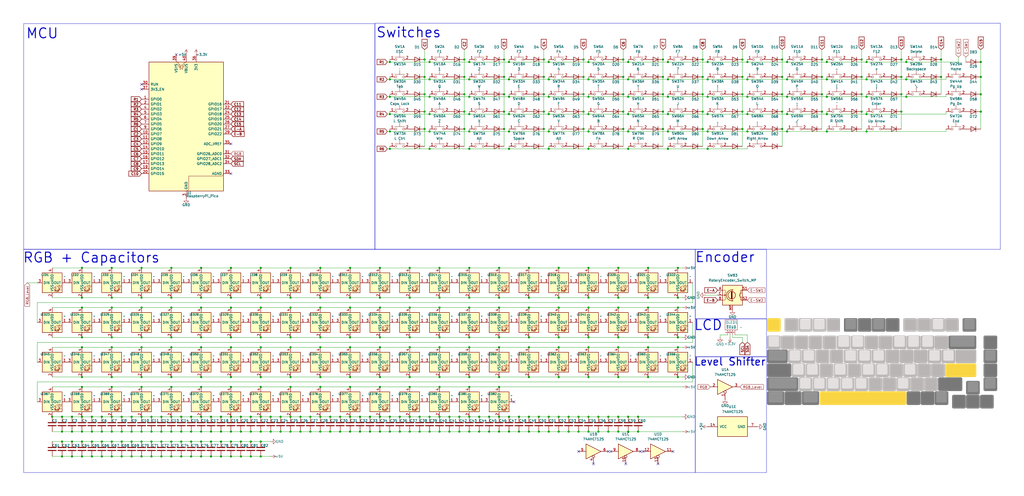
<source format=kicad_sch>
(kicad_sch (version 20250114) (generator "eeschema") (generator_version "9.0")
  (paper "User" 523.748 254)
  (title_block (title "KB75") (date "2025-06-15") (rev "V1"))
  (polyline (pts (xy 459.3613 178.9809) (xy 459.3949 178.9835) (xy 459.428 178.9877) (xy 459.4606 178.9935) (xy 459.4926 179.0009) (xy 459.5239 179.0098) (xy 459.5547 179.0202) (xy 459.5847 179.032) (xy 459.614 179.0453) (xy 459.6425 179.0599) (xy 459.6702 179.0758) (xy 459.6971 179.093) (xy 459.723 179.1114) (xy 459.748 179.1311) (xy 459.772 179.1519) (xy 459.795 179.1738) (xy 459.8169 179.1967) (xy 459.8377 179.2207) (xy 459.8573 179.2457) (xy 459.8757 179.2717) (xy 459.8929 179.2985) (xy 459.9089 179.3262) (xy 459.9235 179.3547) (xy 459.9367 179.384) (xy 459.9486 179.4141) (xy 459.959 179.4448) (xy 459.9679 179.4762) (xy 459.9753 179.5082) (xy 459.9811 179.5408) (xy 459.9853 179.5739) (xy 459.9878 179.6075) (xy 459.9887 179.6415) (xy 459.9887 185.1977) (xy 459.9878 185.2318) (xy 459.9853 185.2654) (xy 459.9811 185.2985) (xy 459.9753 185.3311) (xy 459.9679 185.3631) (xy 459.959 185.3944) (xy 459.9486 185.4252) (xy 459.9367 185.4552) (xy 459.9235 185.4845) (xy 459.9089 185.513) (xy 459.8929 185.5407) (xy 459.8757 185.5676) (xy 459.8573 185.5935) (xy 459.8377 185.6185) (xy 459.8169 185.6425) (xy 459.795 185.6655) (xy 459.772 185.6874) (xy 459.748 185.7082) (xy 459.723 185.7278) (xy 459.6971 185.7462) (xy 459.6702 185.7634) (xy 459.6425 185.7794) (xy 459.614 185.794) (xy 459.5847 185.8072) (xy 459.5547 185.8191) (xy 459.5239 185.8295) (xy 459.4926 185.8384) (xy 459.4606 185.8458) (xy 459.428 185.8516) (xy 459.3949 185.8558) (xy 459.3613 185.8583) (xy 459.3272 185.8592) (xy 453.771 185.8592) (xy 453.737 185.8583) (xy 453.7034 185.8558) (xy 453.6703 185.8516) (xy 453.6377 185.8458) (xy 453.6057 185.8384) (xy 453.5743 185.8295) (xy 453.5436 185.8191) (xy 453.5135 185.8072) (xy 453.4842 185.794) (xy 453.4557 185.7794) (xy 453.428 185.7634) (xy 453.4012 185.7462) (xy 453.3752 185.7278) (xy 453.3502 185.7082) (xy 453.3262 185.6874) (xy 453.3033 185.6655) (xy 453.2814 185.6425) (xy 453.2606 185.6185) (xy 453.2409 185.5935) (xy 453.2225 185.5676) (xy 453.2053 185.5407) (xy 453.1894 185.513) (xy 453.1748 185.4845) (xy 453.1615 185.4552) (xy 453.1497 185.4252) (xy 453.1393 185.3944) (xy 453.1304 185.3631) (xy 453.123 185.3311) (xy 453.1172 185.2985) (xy 453.113 185.2654) (xy 453.1104 185.2318) (xy 453.1095 185.1977) (xy 453.1095 179.6415) (xy 453.1104 179.6075) (xy 453.113 179.5739) (xy 453.1172 179.5408) (xy 453.123 179.5082) (xy 453.1304 179.4762) (xy 453.1393 179.4448) (xy 453.1497 179.4141) (xy 453.1615 179.384) (xy 453.1748 179.3547) (xy 453.1894 179.3262) (xy 453.2053 179.2985) (xy 453.2225 179.2717) (xy 453.2409 179.2457) (xy 453.2606 179.2207) (xy 453.2814 179.1967) (xy 453.3033 179.1738) (xy 453.3262 179.1519) (xy 453.3502 179.1311) (xy 453.3752 179.1114) (xy 453.4012 179.093) (xy 453.428 179.0758) (xy 453.4557 179.0599) (xy 453.4842 179.0453) (xy 453.5135 179.032) (xy 453.5436 179.0202) (xy 453.5743 179.0098) (xy 453.6057 179.0009) (xy 453.6377 178.9935) (xy 453.6703 178.9877) (xy 453.7034 178.9835) (xy 453.737 178.9809) (xy 453.771 178.98) (xy 459.3272 178.98) (xy 459.3613 178.9809)) (stroke (width -0.0001) (type solid)) (fill (type color) (color 185 181 181 1)))
  (polyline (pts (xy 476.4269 172.234) (xy 476.4605 172.2366) (xy 476.4936 172.2408) (xy 476.5262 172.2466) (xy 476.5582 172.254) (xy 476.5896 172.2629) (xy 476.6203 172.2733) (xy 476.6503 172.2851) (xy 476.6796 172.2984) (xy 476.7082 172.313) (xy 476.7359 172.3289) (xy 476.7627 172.3461) (xy 476.7886 172.3646) (xy 476.8136 172.3842) (xy 476.8376 172.405) (xy 476.8606 172.4269) (xy 476.8825 172.4499) (xy 476.9033 172.4739) (xy 476.9229 172.4989) (xy 476.9414 172.5248) (xy 476.9586 172.5516) (xy 476.9745 172.5793) (xy 476.9891 172.6079) (xy 477.0023 172.6372) (xy 477.0142 172.6672) (xy 477.0246 172.6979) (xy 477.0335 172.7293) (xy 477.0409 172.7613) (xy 477.0467 172.7939) (xy 477.0509 172.827) (xy 477.0535 172.8606) (xy 477.0543 172.8946) (xy 477.0543 176.8634) (xy 477.0535 176.8974) (xy 477.0509 176.931) (xy 477.0467 176.9641) (xy 477.0409 176.9967) (xy 477.0335 177.0287) (xy 477.0246 177.0601) (xy 477.0142 177.0908) (xy 477.0023 177.1208) (xy 476.9891 177.1501) (xy 476.9745 177.1787) (xy 476.9586 177.2064) (xy 476.9414 177.2332) (xy 476.9229 177.2591) (xy 476.9033 177.2841) (xy 476.8825 177.3081) (xy 476.8606 177.3311) (xy 476.8376 177.353) (xy 476.8136 177.3738) (xy 476.7886 177.3934) (xy 476.7627 177.4119) (xy 476.7359 177.4291) (xy 476.7082 177.445) (xy 476.6796 177.4596) (xy 476.6503 177.4729) (xy 476.6203 177.4847) (xy 476.5896 177.4951) (xy 476.5582 177.504) (xy 476.5262 177.5114) (xy 476.4936 177.5172) (xy 476.4605 177.5214) (xy 476.4269 177.524) (xy 476.3929 177.5248) (xy 472.4241 177.5248) (xy 472.3901 177.524) (xy 472.3565 177.5214) (xy 472.3234 177.5172) (xy 472.2908 177.5114) (xy 472.2588 177.504) (xy 472.2274 177.4951) (xy 472.1967 177.4847) (xy 472.1667 177.4729) (xy 472.1374 177.4596) (xy 472.1088 177.445) (xy 472.0811 177.4291) (xy 472.0543 177.4119) (xy 472.0284 177.3934) (xy 472.0034 177.3738) (xy 471.9794 177.353) (xy 471.9564 177.3311) (xy 471.9345 177.3081) (xy 471.9137 177.2841) (xy 471.8941 177.2591) (xy 471.8756 177.2332) (xy 471.8584 177.2064) (xy 471.8425 177.1787) (xy 471.8279 177.1501) (xy 471.8146 177.1208) (xy 471.8028 177.0908) (xy 471.7924 177.0601) (xy 471.7835 177.0287) (xy 471.7761 176.9967) (xy 471.7703 176.9641) (xy 471.7661 176.931) (xy 471.7635 176.8974) (xy 471.7627 176.8634) (xy 471.7627 172.8946) (xy 471.7635 172.8606) (xy 471.7661 172.827) (xy 471.7703 172.7939) (xy 471.7761 172.7613) (xy 471.7835 172.7293) (xy 471.7924 172.6979) (xy 471.8028 172.6672) (xy 471.8146 172.6372) (xy 471.8279 172.6079) (xy 471.8425 172.5793) (xy 471.8584 172.5516) (xy 471.8756 172.5248) (xy 471.8941 172.4989) (xy 471.9137 172.4739) (xy 471.9345 172.4499) (xy 471.9564 172.4269) (xy 471.9794 172.405) (xy 472.0034 172.3842) (xy 472.0284 172.3646) (xy 472.0543 172.3461) (xy 472.0811 172.3289) (xy 472.1088 172.313) (xy 472.1374 172.2984) (xy 472.1667 172.2851) (xy 472.1967 172.2733) (xy 472.2274 172.2629) (xy 472.2588 172.254) (xy 472.2908 172.2466) (xy 472.3234 172.2408) (xy 472.3565 172.2366) (xy 472.3901 172.234) (xy 472.4241 172.2332) (xy 476.3929 172.2332) (xy 476.4269 172.234)) (stroke (width -0.0001) (type solid)) (fill (type color) (color 228 224 224 1)))
  (polyline (pts (xy 431.7785 186.5215) (xy 431.8121 186.5241) (xy 431.8452 186.5283) (xy 431.8777 186.5341) (xy 431.9097 186.5415) (xy 431.9411 186.5504) (xy 431.9719 186.5608) (xy 432.0019 186.5726) (xy 432.0312 186.5859) (xy 432.0597 186.6005) (xy 432.0874 186.6164) (xy 432.1143 186.6336) (xy 432.1402 186.6521) (xy 432.1652 186.6717) (xy 432.1892 186.6925) (xy 432.2122 186.7144) (xy 432.2341 186.7374) (xy 432.2548 186.7614) (xy 432.2745 186.7864) (xy 432.2929 186.8123) (xy 432.3101 186.8391) (xy 432.3261 186.8668) (xy 432.3407 186.8954) (xy 432.3539 186.9247) (xy 432.3658 186.9547) (xy 432.3762 186.9854) (xy 432.3851 187.0168) (xy 432.3925 187.0488) (xy 432.3983 187.0814) (xy 432.4025 187.1145) (xy 432.405 187.1481) (xy 432.4059 187.1821) (xy 432.4059 191.1509) (xy 432.405 191.1849) (xy 432.4025 191.2185) (xy 432.3983 191.2516) (xy 432.3925 191.2842) (xy 432.3851 191.3162) (xy 432.3762 191.3476) (xy 432.3658 191.3783) (xy 432.3539 191.4083) (xy 432.3407 191.4376) (xy 432.3261 191.4662) (xy 432.3101 191.4939) (xy 432.2929 191.5207) (xy 432.2745 191.5466) (xy 432.2548 191.5716) (xy 432.2341 191.5956) (xy 432.2122 191.6186) (xy 432.1892 191.6405) (xy 432.1652 191.6613) (xy 432.1402 191.6809) (xy 432.1143 191.6994) (xy 432.0874 191.7166) (xy 432.0597 191.7325) (xy 432.0312 191.7471) (xy 432.0019 191.7604) (xy 431.9719 191.7722) (xy 431.9411 191.7826) (xy 431.9097 191.7915) (xy 431.8777 191.7989) (xy 431.8452 191.8047) (xy 431.8121 191.8089) (xy 431.7785 191.8115) (xy 431.7444 191.8123) (xy 427.7757 191.8123) (xy 427.7416 191.8115) (xy 427.7081 191.8089) (xy 427.675 191.8047) (xy 427.6424 191.7989) (xy 427.6104 191.7915) (xy 427.579 191.7826) (xy 427.5483 191.7722) (xy 427.5182 191.7604) (xy 427.4889 191.7471) (xy 427.4604 191.7325) (xy 427.4327 191.7166) (xy 427.4059 191.6994) (xy 427.3799 191.6809) (xy 427.3549 191.6613) (xy 427.3309 191.6405) (xy 427.308 191.6186) (xy 427.2861 191.5956) (xy 427.2653 191.5716) (xy 427.2456 191.5466) (xy 427.2272 191.5207) (xy 427.21 191.4939) (xy 427.1941 191.4662) (xy 427.1795 191.4376) (xy 427.1662 191.4083) (xy 427.1544 191.3783) (xy 427.144 191.3476) (xy 427.1351 191.3162) (xy 427.1277 191.2842) (xy 427.1218 191.2516) (xy 427.1176 191.2185) (xy 427.1151 191.1849) (xy 427.1142 191.1509) (xy 427.1142 187.1821) (xy 427.1151 187.1481) (xy 427.1176 187.1145) (xy 427.1218 187.0814) (xy 427.1277 187.0488) (xy 427.1351 187.0168) (xy 427.144 186.9854) (xy 427.1544 186.9547) (xy 427.1662 186.9247) (xy 427.1795 186.8954) (xy 427.1941 186.8668) (xy 427.21 186.8391) (xy 427.2272 186.8123) (xy 427.2456 186.7864) (xy 427.2653 186.7614) (xy 427.2861 186.7374) (xy 427.308 186.7144) (xy 427.3309 186.6925) (xy 427.3549 186.6717) (xy 427.3799 186.6521) (xy 427.4059 186.6336) (xy 427.4327 186.6164) (xy 427.4604 186.6005) (xy 427.4889 186.5859) (xy 427.5182 186.5726) (xy 427.5483 186.5608) (xy 427.579 186.5504) (xy 427.6104 186.5415) (xy 427.6424 186.5341) (xy 427.675 186.5283) (xy 427.7081 186.5241) (xy 427.7416 186.5215) (xy 427.7757 186.5207) (xy 431.7444 186.5207) (xy 431.7785 186.5215)) (stroke (width -0.0001) (type solid)) (fill (type color) (color 228 224 224 1)))
  (polyline (pts (xy 497.8582 186.5215) (xy 497.8917 186.5241) (xy 497.9249 186.5283) (xy 497.9574 186.5341) (xy 497.9894 186.5415) (xy 498.0208 186.5504) (xy 498.0515 186.5608) (xy 498.0816 186.5726) (xy 498.1109 186.5859) (xy 498.1394 186.6005) (xy 498.1671 186.6164) (xy 498.1939 186.6336) (xy 498.2199 186.6521) (xy 498.2449 186.6717) (xy 498.2689 186.6925) (xy 498.2918 186.7144) (xy 498.3137 186.7374) (xy 498.3345 186.7614) (xy 498.3542 186.7864) (xy 498.3726 186.8123) (xy 498.3898 186.8391) (xy 498.4057 186.8668) (xy 498.4204 186.8954) (xy 498.4336 186.9247) (xy 498.4454 186.9547) (xy 498.4558 186.9854) (xy 498.4648 187.0168) (xy 498.4721 187.0488) (xy 498.478 187.0814) (xy 498.4822 187.1145) (xy 498.4847 187.1481) (xy 498.4856 187.1821) (xy 498.4856 191.1509) (xy 498.4847 191.1849) (xy 498.4822 191.2185) (xy 498.478 191.2516) (xy 498.4721 191.2842) (xy 498.4648 191.3162) (xy 498.4558 191.3476) (xy 498.4454 191.3783) (xy 498.4336 191.4083) (xy 498.4204 191.4376) (xy 498.4057 191.4662) (xy 498.3898 191.4939) (xy 498.3726 191.5207) (xy 498.3542 191.5466) (xy 498.3345 191.5716) (xy 498.3137 191.5956) (xy 498.2918 191.6186) (xy 498.2689 191.6405) (xy 498.2449 191.6613) (xy 498.2199 191.6809) (xy 498.1939 191.6994) (xy 498.1671 191.7166) (xy 498.1394 191.7325) (xy 498.1109 191.7471) (xy 498.0816 191.7604) (xy 498.0515 191.7722) (xy 498.0208 191.7826) (xy 497.9894 191.7915) (xy 497.9574 191.7989) (xy 497.9249 191.8047) (xy 497.8917 191.8089) (xy 497.8582 191.8115) (xy 497.8241 191.8123) (xy 484.9257 191.8123) (xy 484.8916 191.8115) (xy 484.8581 191.8089) (xy 484.825 191.8047) (xy 484.7924 191.7989) (xy 484.7604 191.7915) (xy 484.729 191.7826) (xy 484.6983 191.7722) (xy 484.6682 191.7604) (xy 484.6389 191.7471) (xy 484.6104 191.7325) (xy 484.5827 191.7166) (xy 484.5559 191.6994) (xy 484.5299 191.6809) (xy 484.5049 191.6613) (xy 484.4809 191.6405) (xy 484.458 191.6186) (xy 484.4361 191.5956) (xy 484.4153 191.5716) (xy 484.3956 191.5466) (xy 484.3772 191.5207) (xy 484.36 191.4939) (xy 484.3441 191.4662) (xy 484.3295 191.4376) (xy 484.3162 191.4083) (xy 484.3044 191.3783) (xy 484.294 191.3476) (xy 484.285 191.3162) (xy 484.2777 191.2842) (xy 484.2718 191.2516) (xy 484.2676 191.2185) (xy 484.2651 191.1849) (xy 484.2642 191.1509) (xy 484.2642 187.1821) (xy 484.2651 187.1481) (xy 484.2676 187.1145) (xy 484.2718 187.0814) (xy 484.2777 187.0488) (xy 484.285 187.0168) (xy 484.294 186.9854) (xy 484.3044 186.9547) (xy 484.3162 186.9247) (xy 484.3295 186.8954) (xy 484.3441 186.8668) (xy 484.36 186.8391) (xy 484.3772 186.8123) (xy 484.3956 186.7864) (xy 484.4153 186.7614) (xy 484.4361 186.7374) (xy 484.458 186.7144) (xy 484.4809 186.6925) (xy 484.5049 186.6717) (xy 484.5299 186.6521) (xy 484.5559 186.6336) (xy 484.5827 186.6164) (xy 484.6104 186.6005) (xy 484.6389 186.5859) (xy 484.6682 186.5726) (xy 484.6983 186.5608) (xy 484.729 186.5504) (xy 484.7604 186.5415) (xy 484.7924 186.5341) (xy 484.825 186.5283) (xy 484.8581 186.5241) (xy 484.8916 186.5215) (xy 484.9257 186.5207) (xy 497.8241 186.5207) (xy 497.8582 186.5215)) (stroke (width -0.0001) (type solid)) (fill (type color) (color 255 252 107 1)))
  (polyline (pts (xy 498.6519 162.9075) (xy 498.6855 162.91) (xy 498.7186 162.9142) (xy 498.7512 162.92) (xy 498.7832 162.9274) (xy 498.8146 162.9363) (xy 498.8453 162.9467) (xy 498.8753 162.9586) (xy 498.9046 162.9718) (xy 498.9332 162.9864) (xy 498.9609 163.0024) (xy 498.9877 163.0196) (xy 499.0136 163.038) (xy 499.0386 163.0576) (xy 499.0626 163.0784) (xy 499.0856 163.1003) (xy 499.1075 163.1233) (xy 499.1283 163.1473) (xy 499.1479 163.1723) (xy 499.1664 163.1982) (xy 499.1836 163.2251) (xy 499.1995 163.2528) (xy 499.2141 163.2813) (xy 499.2273 163.3106) (xy 499.2392 163.3406) (xy 499.2496 163.3714) (xy 499.2585 163.4028) (xy 499.2659 163.4348) (xy 499.2717 163.4673) (xy 499.2759 163.5004) (xy 499.2785 163.534) (xy 499.2793 163.5681) (xy 499.2793 169.1243) (xy 499.2785 169.1584) (xy 499.2759 169.1919) (xy 499.2717 169.225) (xy 499.2659 169.2576) (xy 499.2585 169.2896) (xy 499.2496 169.321) (xy 499.2392 169.3517) (xy 499.2273 169.3818) (xy 499.2141 169.4111) (xy 499.1995 169.4396) (xy 499.1836 169.4673) (xy 499.1664 169.4941) (xy 499.1479 169.5201) (xy 499.1283 169.5451) (xy 499.1075 169.5691) (xy 499.0856 169.592) (xy 499.0626 169.6139) (xy 499.0386 169.6347) (xy 499.0136 169.6544) (xy 498.9877 169.6728) (xy 498.9609 169.69) (xy 498.9332 169.7059) (xy 498.9046 169.7205) (xy 498.8753 169.7338) (xy 498.8453 169.7456) (xy 498.8146 169.756) (xy 498.7832 169.7649) (xy 498.7512 169.7723) (xy 498.7186 169.7781) (xy 498.6855 169.7824) (xy 498.6519 169.7849) (xy 498.6179 169.7858) (xy 493.0616 169.7858) (xy 493.0276 169.7849) (xy 492.994 169.7824) (xy 492.9609 169.7781) (xy 492.9283 169.7723) (xy 492.8963 169.7649) (xy 492.8649 169.756) (xy 492.8342 169.7456) (xy 492.8042 169.7338) (xy 492.7749 169.7205) (xy 492.7463 169.7059) (xy 492.7186 169.69) (xy 492.6918 169.6728) (xy 492.6659 169.6544) (xy 492.6409 169.6347) (xy 492.6169 169.6139) (xy 492.5939 169.592) (xy 492.572 169.5691) (xy 492.5512 169.5451) (xy 492.5316 169.5201) (xy 492.5131 169.4941) (xy 492.4959 169.4673) (xy 492.48 169.4396) (xy 492.4654 169.4111) (xy 492.4521 169.3818) (xy 492.4403 169.3517) (xy 492.4299 169.321) (xy 492.421 169.2896) (xy 492.4136 169.2576) (xy 492.4078 169.225) (xy 492.4036 169.1919) (xy 492.401 169.1584) (xy 492.4002 169.1243) (xy 492.4002 163.5681) (xy 492.401 163.534) (xy 492.4036 163.5004) (xy 492.4078 163.4673) (xy 492.4136 163.4348) (xy 492.421 163.4028) (xy 492.4299 163.3714) (xy 492.4403 163.3406) (xy 492.4521 163.3106) (xy 492.4654 163.2813) (xy 492.48 163.2528) (xy 492.4959 163.2251) (xy 492.5131 163.1982) (xy 492.5316 163.1723) (xy 492.5512 163.1473) (xy 492.572 163.1233) (xy 492.5939 163.1003) (xy 492.6169 163.0784) (xy 492.6409 163.0576) (xy 492.6659 163.038) (xy 492.6918 163.0196) (xy 492.7186 163.0024) (xy 492.7463 162.9864) (xy 492.7749 162.9718) (xy 492.8042 162.9586) (xy 492.8342 162.9467) (xy 492.8649 162.9363) (xy 492.8963 162.9274) (xy 492.9283 162.92) (xy 492.9609 162.9142) (xy 492.994 162.91) (xy 493.0276 162.9075) (xy 493.0616 162.9066) (xy 498.6179 162.9066) (xy 498.6519 162.9075)) (stroke (width -0.0001) (type solid)) (fill (type color) (color 120 120 120 1)))
  (polyline (pts (xy 437.93 178.9809) (xy 437.9636 178.9835) (xy 437.9967 178.9877) (xy 438.0293 178.9935) (xy 438.0613 179.0009) (xy 438.0927 179.0098) (xy 438.1234 179.0202) (xy 438.1535 179.032) (xy 438.1828 179.0453) (xy 438.2113 179.0599) (xy 438.239 179.0758) (xy 438.2658 179.093) (xy 438.2918 179.1114) (xy 438.3167 179.1311) (xy 438.3407 179.1519) (xy 438.3637 179.1738) (xy 438.3856 179.1967) (xy 438.4064 179.2207) (xy 438.426 179.2457) (xy 438.4445 179.2717) (xy 438.4617 179.2985) (xy 438.4776 179.3262) (xy 438.4922 179.3547) (xy 438.5055 179.384) (xy 438.5173 179.4141) (xy 438.5277 179.4448) (xy 438.5366 179.4762) (xy 438.544 179.5082) (xy 438.5498 179.5408) (xy 438.554 179.5739) (xy 438.5566 179.6075) (xy 438.5575 179.6415) (xy 438.5575 185.1977) (xy 438.5566 185.2318) (xy 438.554 185.2654) (xy 438.5498 185.2985) (xy 438.544 185.3311) (xy 438.5366 185.3631) (xy 438.5277 185.3944) (xy 438.5173 185.4252) (xy 438.5055 185.4552) (xy 438.4922 185.4845) (xy 438.4776 185.513) (xy 438.4617 185.5407) (xy 438.4445 185.5676) (xy 438.426 185.5935) (xy 438.4064 185.6185) (xy 438.3856 185.6425) (xy 438.3637 185.6655) (xy 438.3407 185.6874) (xy 438.3167 185.7082) (xy 438.2918 185.7278) (xy 438.2658 185.7462) (xy 438.239 185.7634) (xy 438.2113 185.7794) (xy 438.1828 185.794) (xy 438.1535 185.8072) (xy 438.1234 185.8191) (xy 438.0927 185.8295) (xy 438.0613 185.8384) (xy 438.0293 185.8458) (xy 437.9967 185.8516) (xy 437.9636 185.8558) (xy 437.93 185.8583) (xy 437.896 185.8592) (xy 432.3397 185.8592) (xy 432.3057 185.8583) (xy 432.2721 185.8558) (xy 432.239 185.8516) (xy 432.2064 185.8458) (xy 432.1744 185.8384) (xy 432.1431 185.8295) (xy 432.1123 185.8191) (xy 432.0823 185.8072) (xy 432.053 185.794) (xy 432.0245 185.7794) (xy 431.9968 185.7634) (xy 431.9699 185.7462) (xy 431.944 185.7278) (xy 431.919 185.7082) (xy 431.895 185.6874) (xy 431.872 185.6655) (xy 431.8501 185.6425) (xy 431.8293 185.6185) (xy 431.8097 185.5935) (xy 431.7913 185.5676) (xy 431.774 185.5407) (xy 431.7581 185.513) (xy 431.7435 185.4845) (xy 431.7303 185.4552) (xy 431.7184 185.4252) (xy 431.708 185.3944) (xy 431.6991 185.3631) (xy 431.6917 185.3311) (xy 431.6859 185.2985) (xy 431.6817 185.2654) (xy 431.6791 185.2318) (xy 431.6783 185.1977) (xy 431.6783 179.6415) (xy 431.6791 179.6075) (xy 431.6817 179.5739) (xy 431.6859 179.5408) (xy 431.6917 179.5082) (xy 431.6991 179.4762) (xy 431.708 179.4448) (xy 431.7184 179.4141) (xy 431.7303 179.384) (xy 431.7435 179.3547) (xy 431.7581 179.3262) (xy 431.774 179.2985) (xy 431.7913 179.2717) (xy 431.8097 179.2457) (xy 431.8293 179.2207) (xy 431.8501 179.1967) (xy 431.872 179.1738) (xy 431.895 179.1519) (xy 431.919 179.1311) (xy 431.944 179.1114) (xy 431.9699 179.093) (xy 431.9968 179.0758) (xy 432.0245 179.0599) (xy 432.053 179.0453) (xy 432.0823 179.032) (xy 432.1123 179.0202) (xy 432.1431 179.0098) (xy 432.1744 179.0009) (xy 432.2064 178.9935) (xy 432.239 178.9877) (xy 432.2721 178.9835) (xy 432.3057 178.9809) (xy 432.3397 178.98) (xy 437.896 178.98) (xy 437.93 178.9809)) (stroke (width -0.0001) (type solid)) (fill (type color) (color 185 181 181 1)))
  (rectangle (start 355.6 163.195) (end 392.049 182.626))
  (polyline (pts (xy 443.2878 193.2684) (xy 443.3214 193.271) (xy 443.3545 193.2752) (xy 443.3871 193.281) (xy 443.4191 193.2884) (xy 443.4505 193.2973) (xy 443.4812 193.3077) (xy 443.5113 193.3195) (xy 443.5406 193.3328) (xy 443.5691 193.3474) (xy 443.5968 193.3633) (xy 443.6236 193.3805) (xy 443.6496 193.3989) (xy 443.6746 193.4186) (xy 443.6986 193.4394) (xy 443.7215 193.4613) (xy 443.7434 193.4842) (xy 443.7642 193.5082) (xy 443.7839 193.5332) (xy 443.8023 193.5592) (xy 443.8195 193.586) (xy 443.8354 193.6137) (xy 443.85 193.6422) (xy 443.8633 193.6715) (xy 443.8751 193.7016) (xy 443.8855 193.7323) (xy 443.8944 193.7637) (xy 443.9018 193.7957) (xy 443.9076 193.8283) (xy 443.9119 193.8614) (xy 443.9144 193.895) (xy 443.9153 193.929) (xy 443.9153 199.4852) (xy 443.9144 199.5193) (xy 443.9119 199.5529) (xy 443.9076 199.586) (xy 443.9018 199.6186) (xy 443.8944 199.6506) (xy 443.8855 199.6819) (xy 443.8751 199.7127) (xy 443.8633 199.7427) (xy 443.85 199.772) (xy 443.8354 199.8005) (xy 443.8195 199.8282) (xy 443.8023 199.8551) (xy 443.7839 199.881) (xy 443.7642 199.906) (xy 443.7434 199.93) (xy 443.7215 199.953) (xy 443.6986 199.9749) (xy 443.6746 199.9957) (xy 443.6496 200.0153) (xy 443.6236 200.0337) (xy 443.5968 200.0509) (xy 443.5691 200.0669) (xy 443.5406 200.0815) (xy 443.5113 200.0947) (xy 443.4812 200.1066) (xy 443.4505 200.117) (xy 443.4191 200.1259) (xy 443.3871 200.1333) (xy 443.3545 200.1391) (xy 443.3214 200.1433) (xy 443.2878 200.1458) (xy 443.2538 200.1467) (xy 437.6976 200.1467) (xy 437.6635 200.1458) (xy 437.6299 200.1433) (xy 437.5968 200.1391) (xy 437.5643 200.1333) (xy 437.5323 200.1259) (xy 437.5009 200.117) (xy 437.4701 200.1066) (xy 437.4401 200.0947) (xy 437.4108 200.0815) (xy 437.3823 200.0669) (xy 437.3546 200.0509) (xy 437.3277 200.0337) (xy 437.3018 200.0153) (xy 437.2768 199.9957) (xy 437.2528 199.9749) (xy 437.2298 199.953) (xy 437.2079 199.93) (xy 437.1871 199.906) (xy 437.1675 199.881) (xy 437.1491 199.8551) (xy 437.1319 199.8282) (xy 437.1159 199.8005) (xy 437.1013 199.772) (xy 437.0881 199.7427) (xy 437.0762 199.7127) (xy 437.0658 199.6819) (xy 437.0569 199.6506) (xy 437.0495 199.6186) (xy 437.0437 199.586) (xy 437.0395 199.5529) (xy 437.037 199.5193) (xy 437.0361 199.4852) (xy 437.0361 193.929) (xy 437.037 193.895) (xy 437.0395 193.8614) (xy 437.0437 193.8283) (xy 437.0495 193.7957) (xy 437.0569 193.7637) (xy 437.0658 193.7323) (xy 437.0762 193.7016) (xy 437.0881 193.6715) (xy 437.1013 193.6422) (xy 437.1159 193.6137) (xy 437.1319 193.586) (xy 437.1491 193.5592) (xy 437.1675 193.5332) (xy 437.1871 193.5082) (xy 437.2079 193.4842) (xy 437.2298 193.4613) (xy 437.2528 193.4394) (xy 437.2768 193.4186) (xy 437.3018 193.3989) (xy 437.3277 193.3805) (xy 437.3546 193.3633) (xy 437.3823 193.3474) (xy 437.4108 193.3328) (xy 437.4401 193.3195) (xy 437.4701 193.3077) (xy 437.5009 193.2973) (xy 437.5323 193.2884) (xy 437.5643 193.281) (xy 437.5968 193.2752) (xy 437.6299 193.271) (xy 437.6635 193.2684) (xy 437.6976 193.2675) (xy 443.2538 193.2675) (xy 443.2878 193.2684)) (stroke (width -0.0001) (type solid)) (fill (type color) (color 185 181 181 1)))
  (polyline (pts (xy 403.2035 186.5215) (xy 403.2371 186.5241) (xy 403.2702 186.5283) (xy 403.3027 186.5341) (xy 403.3347 186.5415) (xy 403.3661 186.5504) (xy 403.3969 186.5608) (xy 403.4269 186.5726) (xy 403.4562 186.5859) (xy 403.4847 186.6005) (xy 403.5124 186.6164) (xy 403.5393 186.6336) (xy 403.5652 186.6521) (xy 403.5902 186.6717) (xy 403.6142 186.6925) (xy 403.6372 186.7144) (xy 403.6591 186.7374) (xy 403.6799 186.7614) (xy 403.6995 186.7864) (xy 403.7179 186.8123) (xy 403.7351 186.8391) (xy 403.7511 186.8668) (xy 403.7657 186.8954) (xy 403.7789 186.9247) (xy 403.7908 186.9547) (xy 403.8012 186.9854) (xy 403.8101 187.0168) (xy 403.8175 187.0488) (xy 403.8233 187.0814) (xy 403.8275 187.1145) (xy 403.83 187.1481) (xy 403.8309 187.1821) (xy 403.8309 191.1509) (xy 403.83 191.1849) (xy 403.8275 191.2185) (xy 403.8233 191.2516) (xy 403.8175 191.2842) (xy 403.8101 191.3162) (xy 403.8012 191.3476) (xy 403.7908 191.3783) (xy 403.7789 191.4083) (xy 403.7657 191.4376) (xy 403.7511 191.4662) (xy 403.7351 191.4939) (xy 403.7179 191.5207) (xy 403.6995 191.5466) (xy 403.6799 191.5716) (xy 403.6591 191.5956) (xy 403.6372 191.6186) (xy 403.6142 191.6405) (xy 403.5902 191.6613) (xy 403.5652 191.6809) (xy 403.5393 191.6994) (xy 403.5124 191.7166) (xy 403.4847 191.7325) (xy 403.4562 191.7471) (xy 403.4269 191.7604) (xy 403.3969 191.7722) (xy 403.3661 191.7826) (xy 403.3347 191.7915) (xy 403.3027 191.7989) (xy 403.2702 191.8047) (xy 403.2371 191.8089) (xy 403.2035 191.8115) (xy 403.1694 191.8123) (xy 393.8429 191.8123) (xy 393.8088 191.8115) (xy 393.7752 191.8089) (xy 393.7421 191.8047) (xy 393.7096 191.7989) (xy 393.6776 191.7915) (xy 393.6462 191.7826) (xy 393.6154 191.7722) (xy 393.5854 191.7604) (xy 393.5561 191.7471) (xy 393.5276 191.7325) (xy 393.4999 191.7166) (xy 393.473 191.6994) (xy 393.4471 191.6809) (xy 393.4221 191.6613) (xy 393.3981 191.6405) (xy 393.3752 191.6186) (xy 393.3533 191.5956) (xy 393.3325 191.5716) (xy 393.3128 191.5466) (xy 393.2944 191.5207) (xy 393.2772 191.4939) (xy 393.2613 191.4662) (xy 393.2466 191.4376) (xy 393.2334 191.4083) (xy 393.2216 191.3783) (xy 393.2112 191.3476) (xy 393.2022 191.3162) (xy 393.1949 191.2842) (xy 393.189 191.2516) (xy 393.1848 191.2185) (xy 393.1823 191.1849) (xy 393.1814 191.1509) (xy 393.1814 187.1821) (xy 393.1823 187.1481) (xy 393.1848 187.1145) (xy 393.189 187.0814) (xy 393.1949 187.0488) (xy 393.2022 187.0168) (xy 393.2112 186.9854) (xy 393.2216 186.9547) (xy 393.2334 186.9247) (xy 393.2466 186.8954) (xy 393.2613 186.8668) (xy 393.2772 186.8391) (xy 393.2944 186.8123) (xy 393.3128 186.7864) (xy 393.3325 186.7614) (xy 393.3533 186.7374) (xy 393.3752 186.7144) (xy 393.3981 186.6925) (xy 393.4221 186.6717) (xy 393.4471 186.6521) (xy 393.473 186.6336) (xy 393.4999 186.6164) (xy 393.5276 186.6005) (xy 393.5561 186.5859) (xy 393.5854 186.5726) (xy 393.6154 186.5608) (xy 393.6462 186.5504) (xy 393.6776 186.5415) (xy 393.7096 186.5341) (xy 393.7421 186.5283) (xy 393.7752 186.5241) (xy 393.8088 186.5215) (xy 393.8429 186.5207) (xy 403.1694 186.5207) (xy 403.2035 186.5215)) (stroke (width -0.0001) (type solid)) (fill (type color) (color 147 147 147 1)))
  (polyline (pts (xy 469.2832 172.234) (xy 469.3167 172.2366) (xy 469.3499 172.2408) (xy 469.3824 172.2466) (xy 469.4144 172.254) (xy 469.4458 172.2629) (xy 469.4765 172.2733) (xy 469.5066 172.2851) (xy 469.5359 172.2984) (xy 469.5644 172.313) (xy 469.5921 172.3289) (xy 469.6189 172.3461) (xy 469.6449 172.3646) (xy 469.6699 172.3842) (xy 469.6939 172.405) (xy 469.7168 172.4269) (xy 469.7387 172.4499) (xy 469.7595 172.4739) (xy 469.7792 172.4989) (xy 469.7976 172.5248) (xy 469.8148 172.5516) (xy 469.8307 172.5793) (xy 469.8454 172.6079) (xy 469.8586 172.6372) (xy 469.8704 172.6672) (xy 469.8808 172.6979) (xy 469.8898 172.7293) (xy 469.8971 172.7613) (xy 469.903 172.7939) (xy 469.9072 172.827) (xy 469.9097 172.8606) (xy 469.9106 172.8946) (xy 469.9106 176.8634) (xy 469.9097 176.8974) (xy 469.9072 176.931) (xy 469.903 176.9641) (xy 469.8971 176.9967) (xy 469.8898 177.0287) (xy 469.8808 177.0601) (xy 469.8704 177.0908) (xy 469.8586 177.1208) (xy 469.8454 177.1501) (xy 469.8307 177.1787) (xy 469.8148 177.2064) (xy 469.7976 177.2332) (xy 469.7792 177.2591) (xy 469.7595 177.2841) (xy 469.7387 177.3081) (xy 469.7168 177.3311) (xy 469.6939 177.353) (xy 469.6699 177.3738) (xy 469.6449 177.3934) (xy 469.6189 177.4119) (xy 469.5921 177.4291) (xy 469.5644 177.445) (xy 469.5359 177.4596) (xy 469.5066 177.4729) (xy 469.4765 177.4847) (xy 469.4458 177.4951) (xy 469.4144 177.504) (xy 469.3824 177.5114) (xy 469.3499 177.5172) (xy 469.3167 177.5214) (xy 469.2832 177.524) (xy 469.2491 177.5248) (xy 465.2804 177.5248) (xy 465.2463 177.524) (xy 465.2127 177.5214) (xy 465.1796 177.5172) (xy 465.1471 177.5114) (xy 465.1151 177.504) (xy 465.0837 177.4951) (xy 465.0529 177.4847) (xy 465.0229 177.4729) (xy 464.9936 177.4596) (xy 464.9651 177.445) (xy 464.9374 177.4291) (xy 464.9105 177.4119) (xy 464.8846 177.3934) (xy 464.8596 177.3738) (xy 464.8356 177.353) (xy 464.8127 177.3311) (xy 464.7907 177.3081) (xy 464.77 177.2841) (xy 464.7503 177.2591) (xy 464.7319 177.2332) (xy 464.7147 177.2064) (xy 464.6987 177.1787) (xy 464.6841 177.1501) (xy 464.6709 177.1208) (xy 464.6591 177.0908) (xy 464.6487 177.0601) (xy 464.6397 177.0287) (xy 464.6324 176.9967) (xy 464.6265 176.9641) (xy 464.6223 176.931) (xy 464.6198 176.8974) (xy 464.6189 176.8634) (xy 464.6189 172.8946) (xy 464.6198 172.8606) (xy 464.6223 172.827) (xy 464.6265 172.7939) (xy 464.6324 172.7613) (xy 464.6397 172.7293) (xy 464.6487 172.6979) (xy 464.6591 172.6672) (xy 464.6709 172.6372) (xy 464.6841 172.6079) (xy 464.6987 172.5793) (xy 464.7147 172.5516) (xy 464.7319 172.5248) (xy 464.7503 172.4989) (xy 464.77 172.4739) (xy 464.7907 172.4499) (xy 464.8127 172.4269) (xy 464.8356 172.405) (xy 464.8596 172.3842) (xy 464.8846 172.3646) (xy 464.9105 172.3461) (xy 464.9374 172.3289) (xy 464.9651 172.313) (xy 464.9936 172.2984) (xy 465.0229 172.2851) (xy 465.0529 172.2733) (xy 465.0837 172.2629) (xy 465.1151 172.254) (xy 465.1471 172.2466) (xy 465.1796 172.2408) (xy 465.2127 172.2366) (xy 465.2463 172.234) (xy 465.2804 172.2332) (xy 469.2491 172.2332) (xy 469.2832 172.234)) (stroke (width -0.0001) (type solid)) (fill (type color) (color 228 224 224 1)))
  (polyline (pts (xy 470.0769 171.8372) (xy 470.1105 171.8397) (xy 470.1436 171.8439) (xy 470.1762 171.8497) (xy 470.2082 171.8571) (xy 470.2396 171.866) (xy 470.2703 171.8764) (xy 470.3003 171.8883) (xy 470.3296 171.9015) (xy 470.3582 171.9161) (xy 470.3859 171.9321) (xy 470.4127 171.9493) (xy 470.4386 171.9677) (xy 470.4636 171.9873) (xy 470.4876 172.0081) (xy 470.5106 172.03) (xy 470.5325 172.053) (xy 470.5533 172.077) (xy 470.5729 172.102) (xy 470.5914 172.1279) (xy 470.6086 172.1548) (xy 470.6245 172.1825) (xy 470.6391 172.211) (xy 470.6523 172.2403) (xy 470.6642 172.2703) (xy 470.6746 172.3011) (xy 470.6835 172.3324) (xy 470.6909 172.3644) (xy 470.6967 172.397) (xy 470.7009 172.4301) (xy 470.7035 172.4637) (xy 470.7043 172.4977) (xy 470.7043 178.054) (xy 470.7035 178.088) (xy 470.7009 178.1216) (xy 470.6967 178.1547) (xy 470.6909 178.1873) (xy 470.6835 178.2193) (xy 470.6746 178.2507) (xy 470.6642 178.2814) (xy 470.6523 178.3115) (xy 470.6391 178.3408) (xy 470.6245 178.3693) (xy 470.6086 178.397) (xy 470.5914 178.4238) (xy 470.5729 178.4498) (xy 470.5533 178.4747) (xy 470.5325 178.4987) (xy 470.5106 178.5217) (xy 470.4876 178.5436) (xy 470.4636 178.5644) (xy 470.4386 178.584) (xy 470.4127 178.6025) (xy 470.3859 178.6197) (xy 470.3582 178.6356) (xy 470.3296 178.6502) (xy 470.3003 178.6635) (xy 470.2703 178.6753) (xy 470.2396 178.6857) (xy 470.2082 178.6946) (xy 470.1762 178.702) (xy 470.1436 178.7078) (xy 470.1105 178.712) (xy 470.0769 178.7146) (xy 470.0429 178.7155) (xy 464.4866 178.7155) (xy 464.4526 178.7146) (xy 464.419 178.712) (xy 464.3859 178.7078) (xy 464.3533 178.702) (xy 464.3213 178.6946) (xy 464.2899 178.6857) (xy 464.2592 178.6753) (xy 464.2292 178.6635) (xy 464.1999 178.6502) (xy 464.1713 178.6356) (xy 464.1436 178.6197) (xy 464.1168 178.6025) (xy 464.0909 178.584) (xy 464.0659 178.5644) (xy 464.0419 178.5436) (xy 464.0189 178.5217) (xy 463.997 178.4987) (xy 463.9762 178.4747) (xy 463.9566 178.4498) (xy 463.9381 178.4238) (xy 463.9209 178.397) (xy 463.905 178.3693) (xy 463.8904 178.3408) (xy 463.8771 178.3115) (xy 463.8653 178.2814) (xy 463.8549 178.2507) (xy 463.846 178.2193) (xy 463.8386 178.1873) (xy 463.8328 178.1547) (xy 463.8286 178.1216) (xy 463.826 178.088) (xy 463.8252 178.054) (xy 463.8252 172.4977) (xy 463.826 172.4637) (xy 463.8286 172.4301) (xy 463.8328 172.397) (xy 463.8386 172.3644) (xy 463.846 172.3324) (xy 463.8549 172.3011) (xy 463.8653 172.2703) (xy 463.8771 172.2403) (xy 463.8904 172.211) (xy 463.905 172.1825) (xy 463.9209 172.1548) (xy 463.9381 172.1279) (xy 463.9566 172.102) (xy 463.9762 172.077) (xy 463.997 172.053) (xy 464.0189 172.03) (xy 464.0419 172.0081) (xy 464.0659 171.9873) (xy 464.0909 171.9677) (xy 464.1168 171.9493) (xy 464.1436 171.9321) (xy 464.1713 171.9161) (xy 464.1999 171.9015) (xy 464.2292 171.8883) (xy 464.2592 171.8764) (xy 464.2899 171.866) (xy 464.3213 171.8571) (xy 464.3533 171.8497) (xy 464.3859 171.8439) (xy 464.419 171.8397) (xy 464.4526 171.8372) (xy 464.4866 171.8363) (xy 470.0429 171.8363) (xy 470.0769 171.8372)) (stroke (width -0.0001) (type solid)) (fill (type color) (color 185 181 181 1)))
  (polyline (pts (xy 458.5675 163.3043) (xy 458.6011 163.3069) (xy 458.6342 163.3111) (xy 458.6668 163.3169) (xy 458.6988 163.3243) (xy 458.7302 163.3332) (xy 458.7609 163.3436) (xy 458.791 163.3555) (xy 458.8203 163.3687) (xy 458.8488 163.3833) (xy 458.8765 163.3992) (xy 458.9033 163.4164) (xy 458.9293 163.4349) (xy 458.9542 163.4545) (xy 458.9782 163.4753) (xy 459.0012 163.4972) (xy 459.0231 163.5202) (xy 459.0439 163.5442) (xy 459.0635 163.5692) (xy 459.082 163.5951) (xy 459.0992 163.6219) (xy 459.1151 163.6496) (xy 459.1297 163.6782) (xy 459.143 163.7075) (xy 459.1548 163.7375) (xy 459.1652 163.7682) (xy 459.1741 163.7996) (xy 459.1815 163.8316) (xy 459.1873 163.8642) (xy 459.1915 163.8973) (xy 459.1941 163.9309) (xy 459.195 163.9649) (xy 459.195 167.9337) (xy 459.1941 167.9677) (xy 459.1915 168.0013) (xy 459.1873 168.0344) (xy 459.1815 168.067) (xy 459.1741 168.099) (xy 459.1652 168.1304) (xy 459.1548 168.1611) (xy 459.143 168.1912) (xy 459.1297 168.2205) (xy 459.1151 168.249) (xy 459.0992 168.2767) (xy 459.082 168.3035) (xy 459.0635 168.3294) (xy 459.0439 168.3544) (xy 459.0231 168.3784) (xy 459.0012 168.4014) (xy 458.9782 168.4233) (xy 458.9542 168.4441) (xy 458.9293 168.4637) (xy 458.9033 168.4822) (xy 458.8765 168.4994) (xy 458.8488 168.5153) (xy 458.8203 168.5299) (xy 458.791 168.5432) (xy 458.7609 168.555) (xy 458.7302 168.5654) (xy 458.6988 168.5743) (xy 458.6668 168.5817) (xy 458.6342 168.5875) (xy 458.6011 168.5917) (xy 458.5675 168.5943) (xy 458.5335 168.5951) (xy 454.5647 168.5951) (xy 454.5307 168.5943) (xy 454.4971 168.5917) (xy 454.464 168.5875) (xy 454.4314 168.5817) (xy 454.3994 168.5743) (xy 454.3681 168.5654) (xy 454.3373 168.555) (xy 454.3073 168.5432) (xy 454.278 168.5299) (xy 454.2495 168.5153) (xy 454.2218 168.4994) (xy 454.1949 168.4822) (xy 454.169 168.4637) (xy 454.144 168.4441) (xy 454.12 168.4233) (xy 454.097 168.4014) (xy 454.0751 168.3784) (xy 454.0543 168.3544) (xy 454.0347 168.3294) (xy 454.0163 168.3035) (xy 453.9991 168.2767) (xy 453.9831 168.249) (xy 453.9685 168.2205) (xy 453.9553 168.1912) (xy 453.9434 168.1611) (xy 453.933 168.1304) (xy 453.9241 168.099) (xy 453.9167 168.067) (xy 453.9109 168.0344) (xy 453.9067 168.0013) (xy 453.9042 167.9677) (xy 453.9033 167.9337) (xy 453.9033 163.9649) (xy 453.9042 163.9309) (xy 453.9067 163.8973) (xy 453.9109 163.8642) (xy 453.9167 163.8316) (xy 453.9241 163.7996) (xy 453.933 163.7682) (xy 453.9434 163.7375) (xy 453.9553 163.7075) (xy 453.9685 163.6782) (xy 453.9831 163.6496) (xy 453.9991 163.6219) (xy 454.0163 163.5951) (xy 454.0347 163.5692) (xy 454.0543 163.5442) (xy 454.0751 163.5202) (xy 454.097 163.4972) (xy 454.12 163.4753) (xy 454.144 163.4545) (xy 454.169 163.4349) (xy 454.1949 163.4164) (xy 454.2218 163.3992) (xy 454.2495 163.3833) (xy 454.278 163.3687) (xy 454.3073 163.3555) (xy 454.3373 163.3436) (xy 454.3681 163.3332) (xy 454.3994 163.3243) (xy 454.4314 163.3169) (xy 454.464 163.3111) (xy 454.4971 163.3069) (xy 454.5307 163.3043) (xy 454.5647 163.3035) (xy 458.5335 163.3035) (xy 458.5675 163.3043)) (stroke (width -0.0001) (type solid)) (fill (type color) (color 147 147 147 1)))
  (polyline (pts (xy 446.8597 186.1247) (xy 446.8933 186.1272) (xy 446.9264 186.1314) (xy 446.959 186.1372) (xy 446.991 186.1446) (xy 447.0224 186.1535) (xy 447.0531 186.1639) (xy 447.0832 186.1758) (xy 447.1125 186.189) (xy 447.141 186.2036) (xy 447.1687 186.2196) (xy 447.1955 186.2368) (xy 447.2214 186.2552) (xy 447.2464 186.2748) (xy 447.2704 186.2956) (xy 447.2934 186.3175) (xy 447.3153 186.3405) (xy 447.3361 186.3645) (xy 447.3557 186.3895) (xy 447.3742 186.4154) (xy 447.3914 186.4423) (xy 447.4073 186.47) (xy 447.4219 186.4985) (xy 447.4352 186.5278) (xy 447.447 186.5578) (xy 447.4574 186.5886) (xy 447.4663 186.6199) (xy 447.4737 186.6519) (xy 447.4795 186.6845) (xy 447.4837 186.7176) (xy 447.4863 186.7512) (xy 447.4871 186.7852) (xy 447.4871 192.3415) (xy 447.4863 192.3755) (xy 447.4837 192.4091) (xy 447.4795 192.4422) (xy 447.4737 192.4748) (xy 447.4663 192.5068) (xy 447.4574 192.5382) (xy 447.447 192.5689) (xy 447.4352 192.599) (xy 447.4219 192.6283) (xy 447.4073 192.6568) (xy 447.3914 192.6845) (xy 447.3742 192.7113) (xy 447.3557 192.7373) (xy 447.3361 192.7622) (xy 447.3153 192.7862) (xy 447.2934 192.8092) (xy 447.2704 192.8311) (xy 447.2464 192.8519) (xy 447.2214 192.8715) (xy 447.1955 192.89) (xy 447.1687 192.9072) (xy 447.141 192.9231) (xy 447.1125 192.9377) (xy 447.0832 192.951) (xy 447.0531 192.9628) (xy 447.0224 192.9732) (xy 446.991 192.9821) (xy 446.959 192.9895) (xy 446.9264 192.9953) (xy 446.8933 192.9995) (xy 446.8597 193.0021) (xy 446.8257 193.003) (xy 441.2694 193.003) (xy 441.2354 193.0021) (xy 441.2018 192.9995) (xy 441.1687 192.9953) (xy 441.1361 192.9895) (xy 441.1041 192.9821) (xy 441.0727 192.9732) (xy 441.042 192.9628) (xy 441.012 192.951) (xy 440.9827 192.9377) (xy 440.9541 192.9231) (xy 440.9264 192.9072) (xy 440.8996 192.89) (xy 440.8737 192.8715) (xy 440.8487 192.8519) (xy 440.8247 192.8311) (xy 440.8017 192.8092) (xy 440.7798 192.7862) (xy 440.759 192.7622) (xy 440.7394 192.7373) (xy 440.7209 192.7113) (xy 440.7037 192.6845) (xy 440.6878 192.6568) (xy 440.6732 192.6283) (xy 440.66 192.599) (xy 440.6481 192.5689) (xy 440.6377 192.5382) (xy 440.6288 192.5068) (xy 440.6214 192.4748) (xy 440.6156 192.4422) (xy 440.6114 192.4091) (xy 440.6088 192.3755) (xy 440.608 192.3415) (xy 440.608 186.7852) (xy 440.6088 186.7512) (xy 440.6114 186.7176) (xy 440.6156 186.6845) (xy 440.6214 186.6519) (xy 440.6288 186.6199) (xy 440.6377 186.5886) (xy 440.6481 186.5578) (xy 440.66 186.5278) (xy 440.6732 186.4985) (xy 440.6878 186.47) (xy 440.7037 186.4423) (xy 440.7209 186.4154) (xy 440.7394 186.3895) (xy 440.759 186.3645) (xy 440.7798 186.3405) (xy 440.8017 186.3175) (xy 440.8247 186.2956) (xy 440.8487 186.2748) (xy 440.8737 186.2552) (xy 440.8996 186.2368) (xy 440.9264 186.2196) (xy 440.9541 186.2036) (xy 440.9827 186.189) (xy 441.012 186.1758) (xy 441.042 186.1639) (xy 441.0727 186.1535) (xy 441.1041 186.1446) (xy 441.1361 186.1372) (xy 441.1687 186.1314) (xy 441.2018 186.1272) (xy 441.2354 186.1247) (xy 441.2694 186.1238) (xy 446.8257 186.1238) (xy 446.8597 186.1247)) (stroke (width -0.0001) (type solid)) (fill (type color) (color 185 181 181 1)))
  (polyline (pts (xy 471.0691 193.6653) (xy 471.1027 193.6678) (xy 471.1358 193.672) (xy 471.1684 193.6779) (xy 471.2004 193.6852) (xy 471.2318 193.6942) (xy 471.2625 193.7046) (xy 471.2925 193.7164) (xy 471.3218 193.7296) (xy 471.3503 193.7443) (xy 471.378 193.7602) (xy 471.4049 193.7774) (xy 471.4308 193.7958) (xy 471.4558 193.8155) (xy 471.4798 193.8363) (xy 471.5028 193.8582) (xy 471.5247 193.8811) (xy 471.5455 193.9051) (xy 471.5651 193.9301) (xy 471.5835 193.956) (xy 471.6008 193.9829) (xy 471.6167 194.0106) (xy 471.6313 194.0391) (xy 471.6445 194.0684) (xy 471.6564 194.0984) (xy 471.6668 194.1292) (xy 471.6757 194.1606) (xy 471.6831 194.1926) (xy 471.6889 194.2251) (xy 471.6931 194.2582) (xy 471.6957 194.2918) (xy 471.6965 194.3259) (xy 471.6965 198.2946) (xy 471.6957 198.3287) (xy 471.6931 198.3623) (xy 471.6889 198.3954) (xy 471.6831 198.4279) (xy 471.6757 198.4599) (xy 471.6668 198.4913) (xy 471.6564 198.5221) (xy 471.6445 198.5521) (xy 471.6313 198.5814) (xy 471.6167 198.6099) (xy 471.6008 198.6376) (xy 471.5835 198.6644) (xy 471.5651 198.6904) (xy 471.5455 198.7154) (xy 471.5247 198.7394) (xy 471.5028 198.7623) (xy 471.4798 198.7842) (xy 471.4558 198.805) (xy 471.4308 198.8247) (xy 471.4049 198.8431) (xy 471.378 198.8603) (xy 471.3503 198.8762) (xy 471.3218 198.8909) (xy 471.2925 198.9041) (xy 471.2625 198.9159) (xy 471.2318 198.9263) (xy 471.2004 198.9353) (xy 471.1684 198.9426) (xy 471.1358 198.9485) (xy 471.1027 198.9527) (xy 471.0691 198.9552) (xy 471.0351 198.9561) (xy 467.0663 198.9561) (xy 467.0323 198.9552) (xy 466.9987 198.9527) (xy 466.9656 198.9485) (xy 466.933 198.9426) (xy 466.901 198.9353) (xy 466.8696 198.9263) (xy 466.8389 198.9159) (xy 466.8088 198.9041) (xy 466.7795 198.8909) (xy 466.751 198.8762) (xy 466.7233 198.8603) (xy 466.6965 198.8431) (xy 466.6705 198.8247) (xy 466.6456 198.805) (xy 466.6216 198.7842) (xy 466.5986 198.7623) (xy 466.5767 198.7394) (xy 466.5559 198.7154) (xy 466.5363 198.6904) (xy 466.5178 198.6644) (xy 466.5006 198.6376) (xy 466.4847 198.6099) (xy 466.4701 198.5814) (xy 466.4568 198.5521) (xy 466.445 198.5221) (xy 466.4346 198.4913) (xy 466.4257 198.4599) (xy 466.4183 198.4279) (xy 466.4125 198.3954) (xy 466.4083 198.3623) (xy 466.4057 198.3287) (xy 466.4049 198.2946) (xy 466.4049 194.3259) (xy 466.4057 194.2918) (xy 466.4083 194.2582) (xy 466.4125 194.2251) (xy 466.4183 194.1926) (xy 466.4257 194.1606) (xy 466.4346 194.1292) (xy 466.445 194.0984) (xy 466.4568 194.0684) (xy 466.4701 194.0391) (xy 466.4847 194.0106) (xy 466.5006 193.9829) (xy 466.5178 193.956) (xy 466.5363 193.9301) (xy 466.5559 193.9051) (xy 466.5767 193.8811) (xy 466.5986 193.8582) (xy 466.6216 193.8363) (xy 466.6456 193.8155) (xy 466.6705 193.7958) (xy 466.6965 193.7774) (xy 466.7233 193.7602) (xy 466.751 193.7443) (xy 466.7795 193.7296) (xy 466.8088 193.7164) (xy 466.8389 193.7046) (xy 466.8696 193.6942) (xy 466.901 193.6852) (xy 466.933 193.6779) (xy 466.9656 193.672) (xy 466.9987 193.6678) (xy 467.0323 193.6653) (xy 467.0663 193.6644) (xy 471.0351 193.6644) (xy 471.0691 193.6653)) (stroke (width -0.0001) (type solid)) (fill (type color) (color 228 224 224 1)))
  (rectangle (start 12.065 12.065) (end 191.77 127.635))
  (rectangle (start 12.065 127.635) (end 355.6 241.935))
  (polyline (pts (xy 474.641 186.5215) (xy 474.6746 186.5241) (xy 474.7077 186.5283) (xy 474.7402 186.5341) (xy 474.7722 186.5415) (xy 474.8036 186.5504) (xy 474.8344 186.5608) (xy 474.8644 186.5726) (xy 474.8937 186.5859) (xy 474.9222 186.6005) (xy 474.9499 186.6164) (xy 474.9768 186.6336) (xy 475.0027 186.6521) (xy 475.0277 186.6717) (xy 475.0517 186.6925) (xy 475.0747 186.7144) (xy 475.0966 186.7374) (xy 475.1173 186.7614) (xy 475.137 186.7864) (xy 475.1554 186.8123) (xy 475.1726 186.8391) (xy 475.1886 186.8668) (xy 475.2032 186.8954) (xy 475.2164 186.9247) (xy 475.2283 186.9547) (xy 475.2387 186.9854) (xy 475.2476 187.0168) (xy 475.255 187.0488) (xy 475.2608 187.0814) (xy 475.265 187.1145) (xy 475.2675 187.1481) (xy 475.2684 187.1821) (xy 475.2684 191.1509) (xy 475.2675 191.1849) (xy 475.265 191.2185) (xy 475.2608 191.2516) (xy 475.255 191.2842) (xy 475.2476 191.3162) (xy 475.2387 191.3476) (xy 475.2283 191.3783) (xy 475.2164 191.4083) (xy 475.2032 191.4376) (xy 475.1886 191.4662) (xy 475.1726 191.4939) (xy 475.1554 191.5207) (xy 475.137 191.5466) (xy 475.1173 191.5716) (xy 475.0966 191.5956) (xy 475.0747 191.6186) (xy 475.0517 191.6405) (xy 475.0277 191.6613) (xy 475.0027 191.6809) (xy 474.9768 191.6994) (xy 474.9499 191.7166) (xy 474.9222 191.7325) (xy 474.8937 191.7471) (xy 474.8644 191.7604) (xy 474.8344 191.7722) (xy 474.8036 191.7826) (xy 474.7722 191.7915) (xy 474.7402 191.7989) (xy 474.7077 191.8047) (xy 474.6746 191.8089) (xy 474.641 191.8115) (xy 474.6069 191.8123) (xy 470.6382 191.8123) (xy 470.6041 191.8115) (xy 470.5706 191.8089) (xy 470.5374 191.8047) (xy 470.5049 191.7989) (xy 470.4729 191.7915) (xy 470.4415 191.7826) (xy 470.4108 191.7722) (xy 470.3807 191.7604) (xy 470.3514 191.7471) (xy 470.3229 191.7325) (xy 470.2952 191.7166) (xy 470.2684 191.6994) (xy 470.2424 191.6809) (xy 470.2174 191.6613) (xy 470.1934 191.6405) (xy 470.1705 191.6186) (xy 470.1486 191.5956) (xy 470.1278 191.5716) (xy 470.1081 191.5466) (xy 470.0897 191.5207) (xy 470.0725 191.4939) (xy 470.0566 191.4662) (xy 470.042 191.4376) (xy 470.0287 191.4083) (xy 470.0169 191.3783) (xy 470.0065 191.3476) (xy 469.9976 191.3162) (xy 469.9902 191.2842) (xy 469.9843 191.2516) (xy 469.9801 191.2185) (xy 469.9776 191.1849) (xy 469.9767 191.1509) (xy 469.9767 187.1821) (xy 469.9776 187.1481) (xy 469.9801 187.1145) (xy 469.9843 187.0814) (xy 469.9902 187.0488) (xy 469.9976 187.0168) (xy 470.0065 186.9854) (xy 470.0169 186.9547) (xy 470.0287 186.9247) (xy 470.042 186.8954) (xy 470.0566 186.8668) (xy 470.0725 186.8391) (xy 470.0897 186.8123) (xy 470.1081 186.7864) (xy 470.1278 186.7614) (xy 470.1486 186.7374) (xy 470.1705 186.7144) (xy 470.1934 186.6925) (xy 470.2174 186.6717) (xy 470.2424 186.6521) (xy 470.2684 186.6336) (xy 470.2952 186.6164) (xy 470.3229 186.6005) (xy 470.3514 186.5859) (xy 470.3807 186.5726) (xy 470.4108 186.5608) (xy 470.4415 186.5504) (xy 470.4729 186.5415) (xy 470.5049 186.5341) (xy 470.5374 186.5283) (xy 470.5706 186.5241) (xy 470.6041 186.5215) (xy 470.6382 186.5207) (xy 474.6069 186.5207) (xy 474.641 186.5215)) (stroke (width -0.0001) (type solid)) (fill (type color) (color 228 224 224 1)))
  (polyline (pts (xy 428.2066 193.6653) (xy 428.2402 193.6678) (xy 428.2733 193.672) (xy 428.3059 193.6779) (xy 428.3379 193.6852) (xy 428.3693 193.6942) (xy 428.4 193.7046) (xy 428.43 193.7164) (xy 428.4593 193.7296) (xy 428.4879 193.7443) (xy 428.5156 193.7602) (xy 428.5424 193.7774) (xy 428.5683 193.7958) (xy 428.5933 193.8155) (xy 428.6173 193.8363) (xy 428.6403 193.8582) (xy 428.6622 193.8811) (xy 428.683 193.9051) (xy 428.7026 193.9301) (xy 428.7211 193.956) (xy 428.7383 193.9829) (xy 428.7542 194.0106) (xy 428.7688 194.0391) (xy 428.782 194.0684) (xy 428.7939 194.0984) (xy 428.8043 194.1292) (xy 428.8132 194.1606) (xy 428.8206 194.1926) (xy 428.8264 194.2251) (xy 428.8306 194.2582) (xy 428.8332 194.2918) (xy 428.834 194.3259) (xy 428.834 198.2946) (xy 428.8332 198.3287) (xy 428.8306 198.3623) (xy 428.8264 198.3954) (xy 428.8206 198.4279) (xy 428.8132 198.4599) (xy 428.8043 198.4913) (xy 428.7939 198.5221) (xy 428.782 198.5521) (xy 428.7688 198.5814) (xy 428.7542 198.6099) (xy 428.7383 198.6376) (xy 428.7211 198.6644) (xy 428.7026 198.6904) (xy 428.683 198.7154) (xy 428.6622 198.7394) (xy 428.6403 198.7623) (xy 428.6173 198.7842) (xy 428.5933 198.805) (xy 428.5683 198.8247) (xy 428.5424 198.8431) (xy 428.5156 198.8603) (xy 428.4879 198.8762) (xy 428.4593 198.8909) (xy 428.43 198.9041) (xy 428.4 198.9159) (xy 428.3693 198.9263) (xy 428.3379 198.9353) (xy 428.3059 198.9426) (xy 428.2733 198.9485) (xy 428.2402 198.9527) (xy 428.2066 198.9552) (xy 428.1726 198.9561) (xy 424.2038 198.9561) (xy 424.1698 198.9552) (xy 424.1362 198.9527) (xy 424.1031 198.9485) (xy 424.0705 198.9426) (xy 424.0385 198.9353) (xy 424.0071 198.9263) (xy 423.9764 198.9159) (xy 423.9463 198.9041) (xy 423.917 198.8909) (xy 423.8885 198.8762) (xy 423.8608 198.8603) (xy 423.834 198.8431) (xy 423.808 198.8247) (xy 423.7831 198.805) (xy 423.7591 198.7842) (xy 423.7361 198.7623) (xy 423.7142 198.7394) (xy 423.6934 198.7154) (xy 423.6738 198.6904) (xy 423.6553 198.6644) (xy 423.6381 198.6376) (xy 423.6222 198.6099) (xy 423.6076 198.5814) (xy 423.5943 198.5521) (xy 423.5825 198.5221) (xy 423.5721 198.4913) (xy 423.5632 198.4599) (xy 423.5558 198.4279) (xy 423.55 198.3954) (xy 423.5458 198.3623) (xy 423.5432 198.3287) (xy 423.5424 198.2946) (xy 423.5424 194.3259) (xy 423.5432 194.2918) (xy 423.5458 194.2582) (xy 423.55 194.2251) (xy 423.5558 194.1926) (xy 423.5632 194.1606) (xy 423.5721 194.1292) (xy 423.5825 194.0984) (xy 423.5943 194.0684) (xy 423.6076 194.0391) (xy 423.6222 194.0106) (xy 423.6381 193.9829) (xy 423.6553 193.956) (xy 423.6738 193.9301) (xy 423.6934 193.9051) (xy 423.7142 193.8811) (xy 423.7361 193.8582) (xy 423.7591 193.8363) (xy 423.7831 193.8155) (xy 423.808 193.7958) (xy 423.834 193.7774) (xy 423.8608 193.7602) (xy 423.8885 193.7443) (xy 423.917 193.7296) (xy 423.9463 193.7164) (xy 423.9764 193.7046) (xy 424.0071 193.6942) (xy 424.0385 193.6852) (xy 424.0705 193.6779) (xy 424.1031 193.672) (xy 424.1362 193.6678) (xy 424.1698 193.6653) (xy 424.2038 193.6644) (xy 428.1726 193.6644) (xy 428.2066 193.6653)) (stroke (width -0.0001) (type solid)) (fill (type color) (color 228 224 224 1)))
  (polyline (pts (xy 479.9988 179.3778) (xy 480.0324 179.3803) (xy 480.0655 179.3845) (xy 480.0981 179.3904) (xy 480.1301 179.3977) (xy 480.1614 179.4067) (xy 480.1922 179.4171) (xy 480.2222 179.4289) (xy 480.2515 179.4421) (xy 480.28 179.4567) (xy 480.3077 179.4727) (xy 480.3346 179.4899) (xy 480.3605 179.5083) (xy 480.3855 179.528) (xy 480.4095 179.5488) (xy 480.4325 179.5707) (xy 480.4544 179.5936) (xy 480.4752 179.6176) (xy 480.4948 179.6426) (xy 480.5132 179.6685) (xy 480.5304 179.6954) (xy 480.5464 179.7231) (xy 480.561 179.7516) (xy 480.5742 179.7809) (xy 480.5861 179.8109) (xy 480.5965 179.8417) (xy 480.6054 179.8731) (xy 480.6128 179.9051) (xy 480.6186 179.9376) (xy 480.6228 179.9707) (xy 480.6253 180.0043) (xy 480.6262 180.0384) (xy 480.6262 184.0071) (xy 480.6253 184.0412) (xy 480.6228 184.0748) (xy 480.6186 184.1079) (xy 480.6128 184.1404) (xy 480.6054 184.1724) (xy 480.5965 184.2038) (xy 480.5861 184.2346) (xy 480.5742 184.2646) (xy 480.561 184.2939) (xy 480.5464 184.3224) (xy 480.5304 184.3501) (xy 480.5132 184.377) (xy 480.4948 184.4029) (xy 480.4752 184.4279) (xy 480.4544 184.4519) (xy 480.4325 184.4748) (xy 480.4095 184.4967) (xy 480.3855 184.5175) (xy 480.3605 184.5372) (xy 480.3346 184.5556) (xy 480.3077 184.5728) (xy 480.28 184.5887) (xy 480.2515 184.6034) (xy 480.2222 184.6166) (xy 480.1922 184.6284) (xy 480.1614 184.6388) (xy 480.1301 184.6478) (xy 480.0981 184.6551) (xy 480.0655 184.661) (xy 480.0324 184.6652) (xy 479.9988 184.6677) (xy 479.9647 184.6686) (xy 475.996 184.6686) (xy 475.962 184.6677) (xy 475.9284 184.6652) (xy 475.8953 184.661) (xy 475.8627 184.6551) (xy 475.8307 184.6478) (xy 475.7993 184.6388) (xy 475.7686 184.6284) (xy 475.7385 184.6166) (xy 475.7092 184.6034) (xy 475.6807 184.5887) (xy 475.653 184.5728) (xy 475.6262 184.5556) (xy 475.6002 184.5372) (xy 475.5752 184.5175) (xy 475.5512 184.4967) (xy 475.5283 184.4748) (xy 475.5064 184.4519) (xy 475.4856 184.4279) (xy 475.4659 184.4029) (xy 475.4475 184.377) (xy 475.4303 184.3501) (xy 475.4144 184.3224) (xy 475.3998 184.2939) (xy 475.3865 184.2646) (xy 475.3747 184.2346) (xy 475.3643 184.2038) (xy 475.3554 184.1724) (xy 475.348 184.1404) (xy 475.3422 184.1079) (xy 475.338 184.0748) (xy 475.3354 184.0412) (xy 475.3345 184.0071) (xy 475.3345 180.0384) (xy 475.3354 180.0043) (xy 475.338 179.9707) (xy 475.3422 179.9376) (xy 475.348 179.9051) (xy 475.3554 179.8731) (xy 475.3643 179.8417) (xy 475.3747 179.8109) (xy 475.3865 179.7809) (xy 475.3998 179.7516) (xy 475.4144 179.7231) (xy 475.4303 179.6954) (xy 475.4475 179.6685) (xy 475.4659 179.6426) (xy 475.4856 179.6176) (xy 475.5064 179.5936) (xy 475.5283 179.5707) (xy 475.5512 179.5488) (xy 475.5752 179.528) (xy 475.6002 179.5083) (xy 475.6262 179.4899) (xy 475.653 179.4727) (xy 475.6807 179.4567) (xy 475.7092 179.4421) (xy 475.7385 179.4289) (xy 475.7686 179.4171) (xy 475.7993 179.4067) (xy 475.8307 179.3977) (xy 475.8627 179.3904) (xy 475.8953 179.3845) (xy 475.9284 179.3803) (xy 475.962 179.3778) (xy 475.996 179.3769) (xy 479.9647 179.3769) (xy 479.9988 179.3778)) (stroke (width -0.0001) (type solid)) (fill (type color) (color 228 224 224 1)))
  (polyline (pts (xy 490.7144 193.6653) (xy 490.748 193.6678) (xy 490.7811 193.672) (xy 490.8137 193.6779) (xy 490.8457 193.6852) (xy 490.8771 193.6942) (xy 490.9078 193.7046) (xy 490.9378 193.7164) (xy 490.9671 193.7296) (xy 490.9957 193.7443) (xy 491.0234 193.7602) (xy 491.0502 193.7774) (xy 491.0761 193.7958) (xy 491.1011 193.8155) (xy 491.1251 193.8363) (xy 491.1481 193.8582) (xy 491.17 193.8811) (xy 491.1908 193.9051) (xy 491.2104 193.9301) (xy 491.2289 193.956) (xy 491.2461 193.9829) (xy 491.262 194.0106) (xy 491.2766 194.0391) (xy 491.2898 194.0684) (xy 491.3017 194.0984) (xy 491.3121 194.1292) (xy 491.321 194.1606) (xy 491.3284 194.1926) (xy 491.3342 194.2251) (xy 491.3384 194.2582) (xy 491.341 194.2918) (xy 491.3418 194.3259) (xy 491.3418 198.2946) (xy 491.341 198.3287) (xy 491.3384 198.3623) (xy 491.3342 198.3954) (xy 491.3284 198.4279) (xy 491.321 198.4599) (xy 491.3121 198.4913) (xy 491.3017 198.5221) (xy 491.2898 198.5521) (xy 491.2766 198.5814) (xy 491.262 198.6099) (xy 491.2461 198.6376) (xy 491.2289 198.6644) (xy 491.2104 198.6904) (xy 491.1908 198.7154) (xy 491.17 198.7394) (xy 491.1481 198.7623) (xy 491.1251 198.7842) (xy 491.1011 198.805) (xy 491.0761 198.8247) (xy 491.0502 198.8431) (xy 491.0234 198.8603) (xy 490.9957 198.8762) (xy 490.9671 198.8909) (xy 490.9378 198.9041) (xy 490.9078 198.9159) (xy 490.8771 198.9263) (xy 490.8457 198.9353) (xy 490.8137 198.9426) (xy 490.7811 198.9485) (xy 490.748 198.9527) (xy 490.7144 198.9552) (xy 490.6804 198.9561) (xy 481.3538 198.9561) (xy 481.3198 198.9552) (xy 481.2862 198.9527) (xy 481.2531 198.9485) (xy 481.2205 198.9426) (xy 481.1885 198.9353) (xy 481.1571 198.9263) (xy 481.1264 198.9159) (xy 481.0963 198.9041) (xy 481.067 198.8909) (xy 481.0385 198.8762) (xy 481.0108 198.8603) (xy 480.984 198.8431) (xy 480.958 198.8247) (xy 480.9331 198.805) (xy 480.9091 198.7842) (xy 480.8861 198.7623) (xy 480.8642 198.7394) (xy 480.8434 198.7154) (xy 480.8238 198.6904) (xy 480.8053 198.6644) (xy 480.7881 198.6376) (xy 480.7722 198.6099) (xy 480.7576 198.5814) (xy 480.7443 198.5521) (xy 480.7325 198.5221) (xy 480.7221 198.4913) (xy 480.7132 198.4599) (xy 480.7058 198.4279) (xy 480.7 198.3954) (xy 480.6958 198.3623) (xy 480.6932 198.3287) (xy 480.6923 198.2946) (xy 480.6923 194.3259) (xy 480.6932 194.2918) (xy 480.6958 194.2582) (xy 480.7 194.2251) (xy 480.7058 194.1926) (xy 480.7132 194.1606) (xy 480.7221 194.1292) (xy 480.7325 194.0984) (xy 480.7443 194.0684) (xy 480.7576 194.0391) (xy 480.7722 194.0106) (xy 480.7881 193.9829) (xy 480.8053 193.956) (xy 480.8238 193.9301) (xy 480.8434 193.9051) (xy 480.8642 193.8811) (xy 480.8861 193.8582) (xy 480.9091 193.8363) (xy 480.9331 193.8155) (xy 480.958 193.7958) (xy 480.984 193.7774) (xy 481.0108 193.7602) (xy 481.0385 193.7443) (xy 481.067 193.7296) (xy 481.0963 193.7164) (xy 481.1264 193.7046) (xy 481.1571 193.6942) (xy 481.1885 193.6852) (xy 481.2205 193.6779) (xy 481.2531 193.672) (xy 481.2862 193.6678) (xy 481.3198 193.6653) (xy 481.3538 193.6644) (xy 490.6804 193.6644) (xy 490.7144 193.6653)) (stroke (width -0.0001) (type solid)) (fill (type color) (color 147 147 147 1)))
  (polyline (pts (xy 413.9191 193.6653) (xy 413.9527 193.6678) (xy 413.9858 193.672) (xy 414.0184 193.6779) (xy 414.0504 193.6852) (xy 414.0818 193.6942) (xy 414.1125 193.7046) (xy 414.1425 193.7164) (xy 414.1718 193.7296) (xy 414.2004 193.7443) (xy 414.2281 193.7602) (xy 414.2549 193.7774) (xy 414.2808 193.7958) (xy 414.3058 193.8155) (xy 414.3298 193.8363) (xy 414.3528 193.8582) (xy 414.3747 193.8811) (xy 414.3955 193.9051) (xy 414.4151 193.9301) (xy 414.4336 193.956) (xy 414.4508 193.9829) (xy 414.4667 194.0106) (xy 414.4813 194.0391) (xy 414.4945 194.0684) (xy 414.5064 194.0984) (xy 414.5168 194.1292) (xy 414.5257 194.1606) (xy 414.5331 194.1926) (xy 414.5389 194.2251) (xy 414.5431 194.2582) (xy 414.5457 194.2918) (xy 414.5465 194.3259) (xy 414.5465 198.2946) (xy 414.5457 198.3287) (xy 414.5431 198.3623) (xy 414.5389 198.3954) (xy 414.5331 198.4279) (xy 414.5257 198.4599) (xy 414.5168 198.4913) (xy 414.5064 198.5221) (xy 414.4945 198.5521) (xy 414.4813 198.5814) (xy 414.4667 198.6099) (xy 414.4508 198.6376) (xy 414.4336 198.6644) (xy 414.4151 198.6904) (xy 414.3955 198.7154) (xy 414.3747 198.7394) (xy 414.3528 198.7623) (xy 414.3298 198.7842) (xy 414.3058 198.805) (xy 414.2808 198.8247) (xy 414.2549 198.8431) (xy 414.2281 198.8603) (xy 414.2004 198.8762) (xy 414.1718 198.8909) (xy 414.1425 198.9041) (xy 414.1125 198.9159) (xy 414.0818 198.9263) (xy 414.0504 198.9353) (xy 414.0184 198.9426) (xy 413.9858 198.9485) (xy 413.9527 198.9527) (xy 413.9191 198.9552) (xy 413.8851 198.9561) (xy 409.9163 198.9561) (xy 409.8823 198.9552) (xy 409.8487 198.9527) (xy 409.8156 198.9485) (xy 409.783 198.9426) (xy 409.751 198.9353) (xy 409.7196 198.9263) (xy 409.6889 198.9159) (xy 409.6588 198.9041) (xy 409.6295 198.8909) (xy 409.601 198.8762) (xy 409.5733 198.8603) (xy 409.5465 198.8431) (xy 409.5205 198.8247) (xy 409.4956 198.805) (xy 409.4716 198.7842) (xy 409.4486 198.7623) (xy 409.4267 198.7394) (xy 409.4059 198.7154) (xy 409.3863 198.6904) (xy 409.3678 198.6644) (xy 409.3506 198.6376) (xy 409.3347 198.6099) (xy 409.3201 198.5814) (xy 409.3068 198.5521) (xy 409.295 198.5221) (xy 409.2846 198.4913) (xy 409.2757 198.4599) (xy 409.2683 198.4279) (xy 409.2625 198.3954) (xy 409.2583 198.3623) (xy 409.2557 198.3287) (xy 409.2549 198.2946) (xy 409.2549 194.3259) (xy 409.2557 194.2918) (xy 409.2583 194.2582) (xy 409.2625 194.2251) (xy 409.2683 194.1926) (xy 409.2757 194.1606) (xy 409.2846 194.1292) (xy 409.295 194.0984) (xy 409.3068 194.0684) (xy 409.3201 194.0391) (xy 409.3347 194.0106) (xy 409.3506 193.9829) (xy 409.3678 193.956) (xy 409.3863 193.9301) (xy 409.4059 193.9051) (xy 409.4267 193.8811) (xy 409.4486 193.8582) (xy 409.4716 193.8363) (xy 409.4956 193.8155) (xy 409.5205 193.7958) (xy 409.5465 193.7774) (xy 409.5733 193.7602) (xy 409.601 193.7443) (xy 409.6295 193.7296) (xy 409.6588 193.7164) (xy 409.6889 193.7046) (xy 409.7196 193.6942) (xy 409.751 193.6852) (xy 409.783 193.6779) (xy 409.8156 193.672) (xy 409.8487 193.6678) (xy 409.8823 193.6653) (xy 409.9163 193.6644) (xy 413.8851 193.6644) (xy 413.9191 193.6653)) (stroke (width -0.0001) (type solid)) (fill (type color) (color 228 224 224 1)))
  (polyline (pts (xy 406.7754 163.3043) (xy 406.8089 163.3069) (xy 406.842 163.3111) (xy 406.8746 163.3169) (xy 406.9066 163.3243) (xy 406.938 163.3332) (xy 406.9687 163.3436) (xy 406.9988 163.3555) (xy 407.0281 163.3687) (xy 407.0566 163.3833) (xy 407.0843 163.3992) (xy 407.1111 163.4164) (xy 407.1371 163.4349) (xy 407.1621 163.4545) (xy 407.1861 163.4753) (xy 407.209 163.4972) (xy 407.2309 163.5202) (xy 407.2517 163.5442) (xy 407.2714 163.5692) (xy 407.2898 163.5951) (xy 407.307 163.6219) (xy 407.3229 163.6496) (xy 407.3375 163.6782) (xy 407.3508 163.7075) (xy 407.3626 163.7375) (xy 407.373 163.7682) (xy 407.3819 163.7996) (xy 407.3893 163.8316) (xy 407.3951 163.8642) (xy 407.3994 163.8973) (xy 407.4019 163.9309) (xy 407.4028 163.9649) (xy 407.4028 167.9337) (xy 407.4019 167.9677) (xy 407.3994 168.0013) (xy 407.3951 168.0344) (xy 407.3893 168.067) (xy 407.3819 168.099) (xy 407.373 168.1304) (xy 407.3626 168.1611) (xy 407.3508 168.1912) (xy 407.3375 168.2205) (xy 407.3229 168.249) (xy 407.307 168.2767) (xy 407.2898 168.3035) (xy 407.2714 168.3294) (xy 407.2517 168.3544) (xy 407.2309 168.3784) (xy 407.209 168.4014) (xy 407.1861 168.4233) (xy 407.1621 168.4441) (xy 407.1371 168.4637) (xy 407.1111 168.4822) (xy 407.0843 168.4994) (xy 407.0566 168.5153) (xy 407.0281 168.5299) (xy 406.9988 168.5432) (xy 406.9687 168.555) (xy 406.938 168.5654) (xy 406.9066 168.5743) (xy 406.8746 168.5817) (xy 406.842 168.5875) (xy 406.8089 168.5917) (xy 406.7754 168.5943) (xy 406.7413 168.5951) (xy 402.7726 168.5951) (xy 402.7385 168.5943) (xy 402.7049 168.5917) (xy 402.6718 168.5875) (xy 402.6393 168.5817) (xy 402.6073 168.5743) (xy 402.5759 168.5654) (xy 402.5451 168.555) (xy 402.5151 168.5432) (xy 402.4858 168.5299) (xy 402.4573 168.5153) (xy 402.4296 168.4994) (xy 402.4027 168.4822) (xy 402.3768 168.4637) (xy 402.3518 168.4441) (xy 402.3278 168.4233) (xy 402.3048 168.4014) (xy 402.2829 168.3784) (xy 402.2621 168.3544) (xy 402.2425 168.3294) (xy 402.2241 168.3035) (xy 402.2069 168.2767) (xy 402.1909 168.249) (xy 402.1763 168.2205) (xy 402.1631 168.1912) (xy 402.1512 168.1611) (xy 402.1408 168.1304) (xy 402.1319 168.099) (xy 402.1245 168.067) (xy 402.1187 168.0344) (xy 402.1145 168.0013) (xy 402.112 167.9677) (xy 402.1111 167.9337) (xy 402.1111 163.9649) (xy 402.112 163.9309) (xy 402.1145 163.8973) (xy 402.1187 163.8642) (xy 402.1245 163.8316) (xy 402.1319 163.7996) (xy 402.1408 163.7682) (xy 402.1512 163.7375) (xy 402.1631 163.7075) (xy 402.1763 163.6782) (xy 402.1909 163.6496) (xy 402.2069 163.6219) (xy 402.2241 163.5951) (xy 402.2425 163.5692) (xy 402.2621 163.5442) (xy 402.2829 163.5202) (xy 402.3048 163.4972) (xy 402.3278 163.4753) (xy 402.3518 163.4545) (xy 402.3768 163.4349) (xy 402.4027 163.4164) (xy 402.4296 163.3992) (xy 402.4573 163.3833) (xy 402.4858 163.3687) (xy 402.5151 163.3555) (xy 402.5451 163.3436) (xy 402.5759 163.3332) (xy 402.6073 163.3243) (xy 402.6393 163.3169) (xy 402.6718 163.3111) (xy 402.7049 163.3069) (xy 402.7385 163.3043) (xy 402.7726 163.3035) (xy 406.7413 163.3035) (xy 406.7754 163.3043)) (stroke (width -0.0001) (type solid)) (fill (type color) (color 228 224 224 1)))
  (polyline (pts (xy 398.6394 162.9075) (xy 398.673 162.91) (xy 398.7061 162.9142) (xy 398.7387 162.92) (xy 398.7707 162.9274) (xy 398.8021 162.9363) (xy 398.8328 162.9467) (xy 398.8628 162.9586) (xy 398.8921 162.9718) (xy 398.9207 162.9864) (xy 398.9484 163.0024) (xy 398.9752 163.0196) (xy 399.0011 163.038) (xy 399.0261 163.0576) (xy 399.0501 163.0784) (xy 399.0731 163.1003) (xy 399.095 163.1233) (xy 399.1158 163.1473) (xy 399.1354 163.1723) (xy 399.1539 163.1982) (xy 399.1711 163.2251) (xy 399.187 163.2528) (xy 399.2016 163.2813) (xy 399.2149 163.3106) (xy 399.2267 163.3406) (xy 399.2371 163.3714) (xy 399.246 163.4028) (xy 399.2534 163.4348) (xy 399.2592 163.4673) (xy 399.2634 163.5004) (xy 399.266 163.534) (xy 399.2668 163.5681) (xy 399.2668 169.1243) (xy 399.266 169.1584) (xy 399.2634 169.1919) (xy 399.2592 169.225) (xy 399.2534 169.2576) (xy 399.246 169.2896) (xy 399.2371 169.321) (xy 399.2267 169.3517) (xy 399.2149 169.3818) (xy 399.2016 169.4111) (xy 399.187 169.4396) (xy 399.1711 169.4673) (xy 399.1539 169.4941) (xy 399.1354 169.5201) (xy 399.1158 169.5451) (xy 399.095 169.5691) (xy 399.0731 169.592) (xy 399.0501 169.6139) (xy 399.0261 169.6347) (xy 399.0011 169.6544) (xy 398.9752 169.6728) (xy 398.9484 169.69) (xy 398.9207 169.7059) (xy 398.8921 169.7205) (xy 398.8628 169.7338) (xy 398.8328 169.7456) (xy 398.8021 169.756) (xy 398.7707 169.7649) (xy 398.7387 169.7723) (xy 398.7061 169.7781) (xy 398.673 169.7824) (xy 398.6394 169.7849) (xy 398.6054 169.7858) (xy 393.0491 169.7858) (xy 393.0151 169.7849) (xy 392.9815 169.7824) (xy 392.9484 169.7781) (xy 392.9158 169.7723) (xy 392.8838 169.7649) (xy 392.8524 169.756) (xy 392.8217 169.7456) (xy 392.7917 169.7338) (xy 392.7624 169.7205) (xy 392.7338 169.7059) (xy 392.7061 169.69) (xy 392.6793 169.6728) (xy 392.6534 169.6544) (xy 392.6284 169.6347) (xy 392.6044 169.6139) (xy 392.5814 169.592) (xy 392.5595 169.5691) (xy 392.5387 169.5451) (xy 392.5191 169.5201) (xy 392.5006 169.4941) (xy 392.4834 169.4673) (xy 392.4675 169.4396) (xy 392.4529 169.4111) (xy 392.4396 169.3818) (xy 392.4278 169.3517) (xy 392.4174 169.321) (xy 392.4085 169.2896) (xy 392.4011 169.2576) (xy 392.3953 169.225) (xy 392.3911 169.1919) (xy 392.3885 169.1584) (xy 392.3877 169.1243) (xy 392.3877 163.5681) (xy 392.3885 163.534) (xy 392.3911 163.5004) (xy 392.3953 163.4673) (xy 392.4011 163.4348) (xy 392.4085 163.4028) (xy 392.4174 163.3714) (xy 392.4278 163.3406) (xy 392.4396 163.3106) (xy 392.4529 163.2813) (xy 392.4675 163.2528) (xy 392.4834 163.2251) (xy 392.5006 163.1982) (xy 392.5191 163.1723) (xy 392.5387 163.1473) (xy 392.5595 163.1233) (xy 392.5814 163.1003) (xy 392.6044 163.0784) (xy 392.6284 163.0576) (xy 392.6534 163.038) (xy 392.6793 163.0196) (xy 392.7061 163.0024) (xy 392.7338 162.9864) (xy 392.7624 162.9718) (xy 392.7917 162.9586) (xy 392.8217 162.9467) (xy 392.8524 162.9363) (xy 392.8838 162.9274) (xy 392.9158 162.92) (xy 392.9484 162.9142) (xy 392.9815 162.91) (xy 393.0151 162.9075) (xy 393.0491 162.9066) (xy 398.6054 162.9066) (xy 398.6394 162.9075)) (stroke (width -0.0001) (type solid)) (fill (type color) (color 249 213 68 1)))
  (polyline (pts (xy 407.5691 193.2684) (xy 407.6027 193.271) (xy 407.6358 193.2752) (xy 407.6684 193.281) (xy 407.7004 193.2884) (xy 407.7318 193.2973) (xy 407.7625 193.3077) (xy 407.7925 193.3195) (xy 407.8218 193.3328) (xy 407.8504 193.3474) (xy 407.8781 193.3633) (xy 407.9049 193.3805) (xy 407.9308 193.3989) (xy 407.9558 193.4186) (xy 407.9798 193.4394) (xy 408.0028 193.4613) (xy 408.0247 193.4842) (xy 408.0455 193.5082) (xy 408.0651 193.5332) (xy 408.0836 193.5592) (xy 408.1008 193.586) (xy 408.1167 193.6137) (xy 408.1313 193.6422) (xy 408.1445 193.6715) (xy 408.1564 193.7016) (xy 408.1668 193.7323) (xy 408.1757 193.7637) (xy 408.1831 193.7957) (xy 408.1889 193.8283) (xy 408.1931 193.8614) (xy 408.1957 193.895) (xy 408.1965 193.929) (xy 408.1965 199.4852) (xy 408.1957 199.5193) (xy 408.1931 199.5529) (xy 408.1889 199.586) (xy 408.1831 199.6186) (xy 408.1757 199.6506) (xy 408.1668 199.6819) (xy 408.1564 199.7127) (xy 408.1445 199.7427) (xy 408.1313 199.772) (xy 408.1167 199.8005) (xy 408.1008 199.8282) (xy 408.0836 199.8551) (xy 408.0651 199.881) (xy 408.0455 199.906) (xy 408.0247 199.93) (xy 408.0028 199.953) (xy 407.9798 199.9749) (xy 407.9558 199.9957) (xy 407.9308 200.0153) (xy 407.9049 200.0337) (xy 407.8781 200.0509) (xy 407.8504 200.0669) (xy 407.8218 200.0815) (xy 407.7925 200.0947) (xy 407.7625 200.1066) (xy 407.7318 200.117) (xy 407.7004 200.1259) (xy 407.6684 200.1333) (xy 407.6358 200.1391) (xy 407.6027 200.1433) (xy 407.5691 200.1458) (xy 407.5351 200.1467) (xy 393.0491 200.1467) (xy 393.0151 200.1458) (xy 392.9815 200.1433) (xy 392.9484 200.1391) (xy 392.9158 200.1333) (xy 392.8838 200.1259) (xy 392.8524 200.117) (xy 392.8217 200.1066) (xy 392.7917 200.0947) (xy 392.7624 200.0815) (xy 392.7338 200.0669) (xy 392.7061 200.0509) (xy 392.6793 200.0337) (xy 392.6534 200.0153) (xy 392.6284 199.9957) (xy 392.6044 199.9749) (xy 392.5814 199.953) (xy 392.5595 199.93) (xy 392.5387 199.906) (xy 392.5191 199.881) (xy 392.5006 199.8551) (xy 392.4834 199.8282) (xy 392.4675 199.8005) (xy 392.4529 199.772) (xy 392.4396 199.7427) (xy 392.4278 199.7127) (xy 392.4174 199.6819) (xy 392.4085 199.6506) (xy 392.4011 199.6186) (xy 392.3953 199.586) (xy 392.3911 199.5529) (xy 392.3885 199.5193) (xy 392.3877 199.4852) (xy 392.3877 193.929) (xy 392.3885 193.895) (xy 392.3911 193.8614) (xy 392.3953 193.8283) (xy 392.4011 193.7957) (xy 392.4085 193.7637) (xy 392.4174 193.7323) (xy 392.4278 193.7016) (xy 392.4396 193.6715) (xy 392.4529 193.6422) (xy 392.4675 193.6137) (xy 392.4834 193.586) (xy 392.5006 193.5592) (xy 392.5191 193.5332) (xy 392.5387 193.5082) (xy 392.5595 193.4842) (xy 392.5814 193.4613) (xy 392.6044 193.4394) (xy 392.6284 193.4186) (xy 392.6534 193.3989) (xy 392.6793 193.3805) (xy 392.7061 193.3633) (xy 392.7338 193.3474) (xy 392.7624 193.3328) (xy 392.7917 193.3195) (xy 392.8217 193.3077) (xy 392.8524 193.2973) (xy 392.8838 193.2884) (xy 392.9158 193.281) (xy 392.9484 193.2752) (xy 392.9815 193.271) (xy 393.0151 193.2684) (xy 393.0491 193.2675) (xy 407.5351 193.2675) (xy 407.5691 193.2684)) (stroke (width -0.0001) (type solid)) (fill (type color) (color 120 120 120 1)))
  (polyline (pts (xy 398.6394 162.9075) (xy 398.673 162.91) (xy 398.7061 162.9142) (xy 398.7387 162.92) (xy 398.7707 162.9274) (xy 398.8021 162.9363) (xy 398.8328 162.9467) (xy 398.8628 162.9586) (xy 398.8921 162.9718) (xy 398.9207 162.9864) (xy 398.9484 163.0024) (xy 398.9752 163.0196) (xy 399.0011 163.038) (xy 399.0261 163.0576) (xy 399.0501 163.0784) (xy 399.0731 163.1003) (xy 399.095 163.1233) (xy 399.1158 163.1473) (xy 399.1354 163.1723) (xy 399.1539 163.1982) (xy 399.1711 163.2251) (xy 399.187 163.2528) (xy 399.2016 163.2813) (xy 399.2149 163.3106) (xy 399.2267 163.3406) (xy 399.2371 163.3714) (xy 399.246 163.4028) (xy 399.2534 163.4348) (xy 399.2592 163.4673) (xy 399.2634 163.5004) (xy 399.266 163.534) (xy 399.2668 163.5681) (xy 399.2668 169.1243) (xy 399.266 169.1584) (xy 399.2634 169.1919) (xy 399.2592 169.225) (xy 399.2534 169.2576) (xy 399.246 169.2896) (xy 399.2371 169.321) (xy 399.2267 169.3517) (xy 399.2149 169.3818) (xy 399.2016 169.4111) (xy 399.187 169.4396) (xy 399.1711 169.4673) (xy 399.1539 169.4941) (xy 399.1354 169.5201) (xy 399.1158 169.5451) (xy 399.095 169.5691) (xy 399.0731 169.592) (xy 399.0501 169.6139) (xy 399.0261 169.6347) (xy 399.0011 169.6544) (xy 398.9752 169.6728) (xy 398.9484 169.69) (xy 398.9207 169.7059) (xy 398.8921 169.7205) (xy 398.8628 169.7338) (xy 398.8328 169.7456) (xy 398.8021 169.756) (xy 398.7707 169.7649) (xy 398.7387 169.7723) (xy 398.7061 169.7781) (xy 398.673 169.7824) (xy 398.6394 169.7849) (xy 398.6054 169.7858) (xy 393.0491 169.7858) (xy 393.0151 169.7849) (xy 392.9815 169.7824) (xy 392.9484 169.7781) (xy 392.9158 169.7723) (xy 392.8838 169.7649) (xy 392.8524 169.756) (xy 392.8217 169.7456) (xy 392.7917 169.7338) (xy 392.7624 169.7205) (xy 392.7338 169.7059) (xy 392.7061 169.69) (xy 392.6793 169.6728) (xy 392.6534 169.6544) (xy 392.6284 169.6347) (xy 392.6044 169.6139) (xy 392.5814 169.592) (xy 392.5595 169.5691) (xy 392.5387 169.5451) (xy 392.5191 169.5201) (xy 392.5006 169.4941) (xy 392.4834 169.4673) (xy 392.4675 169.4396) (xy 392.4529 169.4111) (xy 392.4396 169.3818) (xy 392.4278 169.3517) (xy 392.4174 169.321) (xy 392.4085 169.2896) (xy 392.4011 169.2576) (xy 392.3953 169.225) (xy 392.3911 169.1919) (xy 392.3885 169.1584) (xy 392.3877 169.1243) (xy 392.3877 163.5681) (xy 392.3885 163.534) (xy 392.3911 163.5004) (xy 392.3953 163.4673) (xy 392.4011 163.4348) (xy 392.4085 163.4028) (xy 392.4174 163.3714) (xy 392.4278 163.3406) (xy 392.4396 163.3106) (xy 392.4529 163.2813) (xy 392.4675 163.2528) (xy 392.4834 163.2251) (xy 392.5006 163.1982) (xy 392.5191 163.1723) (xy 392.5387 163.1473) (xy 392.5595 163.1233) (xy 392.5814 163.1003) (xy 392.6044 163.0784) (xy 392.6284 163.0576) (xy 392.6534 163.038) (xy 392.6793 163.0196) (xy 392.7061 163.0024) (xy 392.7338 162.9864) (xy 392.7624 162.9718) (xy 392.7917 162.9586) (xy 392.8217 162.9467) (xy 392.8524 162.9363) (xy 392.8838 162.9274) (xy 392.9158 162.92) (xy 392.9484 162.9142) (xy 392.9815 162.91) (xy 393.0151 162.9075) (xy 393.0491 162.9066) (xy 398.6054 162.9066) (xy 398.6394 162.9075)) (stroke (width -0.0001) (type solid)) (fill (type color) (color 249 213 68 1)))
  (polyline (pts (xy 437.1363 179.3778) (xy 437.1699 179.3803) (xy 437.203 179.3845) (xy 437.2356 179.3904) (xy 437.2676 179.3977) (xy 437.2989 179.4067) (xy 437.3297 179.4171) (xy 437.3597 179.4289) (xy 437.389 179.4421) (xy 437.4175 179.4567) (xy 437.4452 179.4727) (xy 437.4721 179.4899) (xy 437.498 179.5083) (xy 437.523 179.528) (xy 437.547 179.5488) (xy 437.57 179.5707) (xy 437.5919 179.5936) (xy 437.6127 179.6176) (xy 437.6323 179.6426) (xy 437.6507 179.6685) (xy 437.6679 179.6954) (xy 437.6839 179.7231) (xy 437.6985 179.7516) (xy 437.7117 179.7809) (xy 437.7236 179.8109) (xy 437.734 179.8417) (xy 437.7429 179.8731) (xy 437.7503 179.9051) (xy 437.7561 179.9376) (xy 437.7603 179.9707) (xy 437.7628 180.0043) (xy 437.7637 180.0384) (xy 437.7637 184.0071) (xy 437.7628 184.0412) (xy 437.7603 184.0748) (xy 437.7561 184.1079) (xy 437.7503 184.1404) (xy 437.7429 184.1724) (xy 437.734 184.2038) (xy 437.7236 184.2346) (xy 437.7117 184.2646) (xy 437.6985 184.2939) (xy 437.6839 184.3224) (xy 437.6679 184.3501) (xy 437.6507 184.377) (xy 437.6323 184.4029) (xy 437.6127 184.4279) (xy 437.5919 184.4519) (xy 437.57 184.4748) (xy 437.547 184.4967) (xy 437.523 184.5175) (xy 437.498 184.5372) (xy 437.4721 184.5556) (xy 437.4452 184.5728) (xy 437.4175 184.5887) (xy 437.389 184.6034) (xy 437.3597 184.6166) (xy 437.3297 184.6284) (xy 437.2989 184.6388) (xy 437.2676 184.6478) (xy 437.2356 184.6551) (xy 437.203 184.661) (xy 437.1699 184.6652) (xy 437.1363 184.6677) (xy 437.1022 184.6686) (xy 433.1335 184.6686) (xy 433.0995 184.6677) (xy 433.0659 184.6652) (xy 433.0328 184.661) (xy 433.0002 184.6551) (xy 432.9682 184.6478) (xy 432.9368 184.6388) (xy 432.9061 184.6284) (xy 432.876 184.6166) (xy 432.8467 184.6034) (xy 432.8182 184.5887) (xy 432.7905 184.5728) (xy 432.7637 184.5556) (xy 432.7377 184.5372) (xy 432.7127 184.5175) (xy 432.6887 184.4967) (xy 432.6658 184.4748) (xy 432.6439 184.4519) (xy 432.6231 184.4279) (xy 432.6034 184.4029) (xy 432.585 184.377) (xy 432.5678 184.3501) (xy 432.5519 184.3224) (xy 432.5373 184.2939) (xy 432.524 184.2646) (xy 432.5122 184.2346) (xy 432.5018 184.2038) (xy 432.4929 184.1724) (xy 432.4855 184.1404) (xy 432.4797 184.1079) (xy 432.4755 184.0748) (xy 432.4729 184.0412) (xy 432.472 184.0071) (xy 432.472 180.0384) (xy 432.4729 180.0043) (xy 432.4755 179.9707) (xy 432.4797 179.9376) (xy 432.4855 179.9051) (xy 432.4929 179.8731) (xy 432.5018 179.8417) (xy 432.5122 179.8109) (xy 432.524 179.7809) (xy 432.5373 179.7516) (xy 432.5519 179.7231) (xy 432.5678 179.6954) (xy 432.585 179.6685) (xy 432.6034 179.6426) (xy 432.6231 179.6176) (xy 432.6439 179.5936) (xy 432.6658 179.5707) (xy 432.6887 179.5488) (xy 432.7127 179.528) (xy 432.7377 179.5083) (xy 432.7637 179.4899) (xy 432.7905 179.4727) (xy 432.8182 179.4567) (xy 432.8467 179.4421) (xy 432.876 179.4289) (xy 432.9061 179.4171) (xy 432.9368 179.4067) (xy 432.9682 179.3977) (xy 433.0002 179.3904) (xy 433.0328 179.3845) (xy 433.0659 179.3803) (xy 433.0995 179.3778) (xy 433.1335 179.3769) (xy 437.1022 179.3769) (xy 437.1363 179.3778)) (stroke (width -0.0001) (type solid)) (fill (type color) (color 228 224 224 1)))
  (polyline (pts (xy 484.3644 200.4121) (xy 484.398 200.4147) (xy 484.4311 200.4189) (xy 484.4637 200.4247) (xy 484.4957 200.4321) (xy 484.5271 200.441) (xy 484.5578 200.4514) (xy 484.5878 200.4633) (xy 484.6171 200.4765) (xy 484.6457 200.4911) (xy 484.6734 200.507) (xy 484.7002 200.5243) (xy 484.7261 200.5427) (xy 484.7511 200.5623) (xy 484.7751 200.5831) (xy 484.7981 200.605) (xy 484.82 200.628) (xy 484.8408 200.652) (xy 484.8604 200.677) (xy 484.8789 200.7029) (xy 484.8961 200.7298) (xy 484.912 200.7575) (xy 484.9266 200.786) (xy 484.9398 200.8153) (xy 484.9517 200.8453) (xy 484.9621 200.8761) (xy 484.971 200.9074) (xy 484.9784 200.9394) (xy 484.9842 200.972) (xy 484.9884 201.0051) (xy 484.991 201.0387) (xy 484.9918 201.0727) (xy 484.9918 206.629) (xy 484.991 206.663) (xy 484.9884 206.6966) (xy 484.9842 206.7297) (xy 484.9784 206.7623) (xy 484.971 206.7943) (xy 484.9621 206.8257) (xy 484.9517 206.8564) (xy 484.9398 206.8865) (xy 484.9266 206.9158) (xy 484.912 206.9443) (xy 484.8961 206.972) (xy 484.8789 206.9988) (xy 484.8604 207.0248) (xy 484.8408 207.0497) (xy 484.82 207.0737) (xy 484.7981 207.0967) (xy 484.7751 207.1186) (xy 484.7511 207.1394) (xy 484.7261 207.159) (xy 484.7002 207.1775) (xy 484.6734 207.1947) (xy 484.6457 207.2106) (xy 484.6171 207.2252) (xy 484.5878 207.2385) (xy 484.5578 207.2503) (xy 484.5271 207.2607) (xy 484.4957 207.2696) (xy 484.4637 207.277) (xy 484.4311 207.2828) (xy 484.398 207.287) (xy 484.3644 207.2896) (xy 484.3304 207.2905) (xy 478.7741 207.2905) (xy 478.7401 207.2896) (xy 478.7065 207.287) (xy 478.6734 207.2828) (xy 478.6408 207.277) (xy 478.6088 207.2696) (xy 478.5774 207.2607) (xy 478.5467 207.2503) (xy 478.5167 207.2385) (xy 478.4874 207.2252) (xy 478.4588 207.2106) (xy 478.4311 207.1947) (xy 478.4043 207.1775) (xy 478.3784 207.159) (xy 478.3534 207.1394) (xy 478.3294 207.1186) (xy 478.3064 207.0967) (xy 478.2845 207.0737) (xy 478.2637 207.0497) (xy 478.2441 207.0248) (xy 478.2256 206.9988) (xy 478.2084 206.972) (xy 478.1925 206.9443) (xy 478.1779 206.9158) (xy 478.1646 206.8865) (xy 478.1528 206.8564) (xy 478.1424 206.8257) (xy 478.1335 206.7943) (xy 478.1261 206.7623) (xy 478.1203 206.7297) (xy 478.1161 206.6966) (xy 478.1135 206.663) (xy 478.1127 206.629) (xy 478.1127 201.0727) (xy 478.1135 201.0387) (xy 478.1161 201.0051) (xy 478.1203 200.972) (xy 478.1261 200.9394) (xy 478.1335 200.9074) (xy 478.1424 200.8761) (xy 478.1528 200.8453) (xy 478.1646 200.8153) (xy 478.1779 200.786) (xy 478.1925 200.7575) (xy 478.2084 200.7298) (xy 478.2256 200.7029) (xy 478.2441 200.677) (xy 478.2637 200.652) (xy 478.2845 200.628) (xy 478.3064 200.605) (xy 478.3294 200.5831) (xy 478.3534 200.5623) (xy 478.3784 200.5427) (xy 478.4043 200.5243) (xy 478.4311 200.507) (xy 478.4588 200.4911) (xy 478.4874 200.4765) (xy 478.5167 200.4633) (xy 478.5467 200.4514) (xy 478.5774 200.441) (xy 478.6088 200.4321) (xy 478.6408 200.4247) (xy 478.6734 200.4189) (xy 478.7065 200.4147) (xy 478.7401 200.4121) (xy 478.7741 200.4113) (xy 484.3304 200.4113) (xy 484.3644 200.4121)) (stroke (width -0.0001) (type solid)) (fill (type color) (color 120 120 120 1)))
  (polyline (pts (xy 509.3675 178.9809) (xy 509.4011 178.9835) (xy 509.4342 178.9877) (xy 509.4668 178.9935) (xy 509.4988 179.0009) (xy 509.5302 179.0098) (xy 509.5609 179.0202) (xy 509.591 179.032) (xy 509.6203 179.0453) (xy 509.6488 179.0599) (xy 509.6765 179.0758) (xy 509.7033 179.093) (xy 509.7293 179.1114) (xy 509.7542 179.1311) (xy 509.7782 179.1519) (xy 509.8012 179.1738) (xy 509.8231 179.1967) (xy 509.8439 179.2207) (xy 509.8635 179.2457) (xy 509.882 179.2717) (xy 509.8992 179.2985) (xy 509.9151 179.3262) (xy 509.9297 179.3547) (xy 509.943 179.384) (xy 509.9548 179.4141) (xy 509.9652 179.4448) (xy 509.9741 179.4762) (xy 509.9815 179.5082) (xy 509.9873 179.5408) (xy 509.9915 179.5739) (xy 509.9941 179.6075) (xy 509.995 179.6415) (xy 509.995 185.1977) (xy 509.9941 185.2318) (xy 509.9915 185.2654) (xy 509.9873 185.2985) (xy 509.9815 185.3311) (xy 509.9741 185.3631) (xy 509.9652 185.3944) (xy 509.9548 185.4252) (xy 509.943 185.4552) (xy 509.9297 185.4845) (xy 509.9151 185.513) (xy 509.8992 185.5407) (xy 509.882 185.5676) (xy 509.8635 185.5935) (xy 509.8439 185.6185) (xy 509.8231 185.6425) (xy 509.8012 185.6655) (xy 509.7782 185.6874) (xy 509.7542 185.7082) (xy 509.7293 185.7278) (xy 509.7033 185.7462) (xy 509.6765 185.7634) (xy 509.6488 185.7794) (xy 509.6203 185.794) (xy 509.591 185.8072) (xy 509.5609 185.8191) (xy 509.5302 185.8295) (xy 509.4988 185.8384) (xy 509.4668 185.8458) (xy 509.4342 185.8516) (xy 509.4011 185.8558) (xy 509.3675 185.8583) (xy 509.3335 185.8592) (xy 503.7772 185.8592) (xy 503.7432 185.8583) (xy 503.7096 185.8558) (xy 503.6765 185.8516) (xy 503.6439 185.8458) (xy 503.6119 185.8384) (xy 503.5805 185.8295) (xy 503.5498 185.8191) (xy 503.5198 185.8072) (xy 503.4905 185.794) (xy 503.462 185.7794) (xy 503.4343 185.7634) (xy 503.4074 185.7462) (xy 503.3815 185.7278) (xy 503.3565 185.7082) (xy 503.3325 185.6874) (xy 503.3095 185.6655) (xy 503.2876 185.6425) (xy 503.2668 185.6185) (xy 503.2472 185.5935) (xy 503.2288 185.5676) (xy 503.2115 185.5407) (xy 503.1956 185.513) (xy 503.181 185.4845) (xy 503.1678 185.4552) (xy 503.1559 185.4252) (xy 503.1455 185.3944) (xy 503.1366 185.3631) (xy 503.1292 185.3311) (xy 503.1234 185.2985) (xy 503.1192 185.2654) (xy 503.1166 185.2318) (xy 503.1158 185.1977) (xy 503.1158 179.6415) (xy 503.1166 179.6075) (xy 503.1192 179.5739) (xy 503.1234 179.5408) (xy 503.1292 179.5082) (xy 503.1366 179.4762) (xy 503.1455 179.4448) (xy 503.1559 179.4141) (xy 503.1678 179.384) (xy 503.181 179.3547) (xy 503.1956 179.3262) (xy 503.2115 179.2985) (xy 503.2288 179.2717) (xy 503.2472 179.2457) (xy 503.2668 179.2207) (xy 503.2876 179.1967) (xy 503.3095 179.1738) (xy 503.3325 179.1519) (xy 503.3565 179.1311) (xy 503.3815 179.1114) (xy 503.4074 179.093) (xy 503.4343 179.0758) (xy 503.462 179.0599) (xy 503.4905 179.0453) (xy 503.5198 179.032) (xy 503.5498 179.0202) (xy 503.5805 179.0098) (xy 503.6119 179.0009) (xy 503.6439 178.9935) (xy 503.6765 178.9877) (xy 503.7096 178.9835) (xy 503.7432 178.9809) (xy 503.7772 178.98) (xy 509.3335 178.98) (xy 509.3675 178.9809)) (stroke (width -0.0001) (type solid)) (fill (type color) (color 120 120 120 1)))
  (polyline (pts (xy 456.7816 193.6653) (xy 456.8152 193.6678) (xy 456.8483 193.672) (xy 456.8809 193.6779) (xy 456.9129 193.6852) (xy 456.9443 193.6942) (xy 456.975 193.7046) (xy 457.005 193.7164) (xy 457.0343 193.7296) (xy 457.0629 193.7443) (xy 457.0906 193.7602) (xy 457.1174 193.7774) (xy 457.1433 193.7958) (xy 457.1683 193.8155) (xy 457.1923 193.8363) (xy 457.2153 193.8582) (xy 457.2372 193.8811) (xy 457.258 193.9051) (xy 457.2776 193.9301) (xy 457.296 193.956) (xy 457.3133 193.9829) (xy 457.3292 194.0106) (xy 457.3438 194.0391) (xy 457.357 194.0684) (xy 457.3689 194.0984) (xy 457.3793 194.1292) (xy 457.3882 194.1606) (xy 457.3956 194.1926) (xy 457.4014 194.2251) (xy 457.4056 194.2582) (xy 457.4082 194.2918) (xy 457.409 194.3259) (xy 457.409 198.2946) (xy 457.4082 198.3287) (xy 457.4056 198.3623) (xy 457.4014 198.3954) (xy 457.3956 198.4279) (xy 457.3882 198.4599) (xy 457.3793 198.4913) (xy 457.3689 198.5221) (xy 457.357 198.5521) (xy 457.3438 198.5814) (xy 457.3292 198.6099) (xy 457.3133 198.6376) (xy 457.296 198.6644) (xy 457.2776 198.6904) (xy 457.258 198.7154) (xy 457.2372 198.7394) (xy 457.2153 198.7623) (xy 457.1923 198.7842) (xy 457.1683 198.805) (xy 457.1433 198.8247) (xy 457.1174 198.8431) (xy 457.0906 198.8603) (xy 457.0629 198.8762) (xy 457.0343 198.8909) (xy 457.005 198.9041) (xy 456.975 198.9159) (xy 456.9443 198.9263) (xy 456.9129 198.9353) (xy 456.8809 198.9426) (xy 456.8483 198.9485) (xy 456.8152 198.9527) (xy 456.7816 198.9552) (xy 456.7476 198.9561) (xy 452.7788 198.9561) (xy 452.7448 198.9552) (xy 452.7112 198.9527) (xy 452.6781 198.9485) (xy 452.6455 198.9426) (xy 452.6135 198.9353) (xy 452.5821 198.9263) (xy 452.5514 198.9159) (xy 452.5213 198.9041) (xy 452.492 198.8909) (xy 452.4635 198.8762) (xy 452.4358 198.8603) (xy 452.409 198.8431) (xy 452.383 198.8247) (xy 452.3581 198.805) (xy 452.3341 198.7842) (xy 452.3111 198.7623) (xy 452.2892 198.7394) (xy 452.2684 198.7154) (xy 452.2488 198.6904) (xy 452.2303 198.6644) (xy 452.2131 198.6376) (xy 452.1972 198.6099) (xy 452.1826 198.5814) (xy 452.1693 198.5521) (xy 452.1575 198.5221) (xy 452.1471 198.4913) (xy 452.1382 198.4599) (xy 452.1308 198.4279) (xy 452.125 198.3954) (xy 452.1208 198.3623) (xy 452.1182 198.3287) (xy 452.1174 198.2946) (xy 452.1174 194.3259) (xy 452.1182 194.2918) (xy 452.1208 194.2582) (xy 452.125 194.2251) (xy 452.1308 194.1926) (xy 452.1382 194.1606) (xy 452.1471 194.1292) (xy 452.1575 194.0984) (xy 452.1693 194.0684) (xy 452.1826 194.0391) (xy 452.1972 194.0106) (xy 452.2131 193.9829) (xy 452.2303 193.956) (xy 452.2488 193.9301) (xy 452.2684 193.9051) (xy 452.2892 193.8811) (xy 452.3111 193.8582) (xy 452.3341 193.8363) (xy 452.3581 193.8155) (xy 452.383 193.7958) (xy 452.409 193.7774) (xy 452.4358 193.7602) (xy 452.4635 193.7443) (xy 452.492 193.7296) (xy 452.5213 193.7164) (xy 452.5514 193.7046) (xy 452.5821 193.6942) (xy 452.6135 193.6852) (xy 452.6455 193.6779) (xy 452.6781 193.672) (xy 452.7112 193.6678) (xy 452.7448 193.6653) (xy 452.7788 193.6644) (xy 456.7476 193.6644) (xy 456.7816 193.6653)) (stroke (width -0.0001) (type solid)) (fill (type color) (color 228 224 224 1)))
  (polyline (pts (xy 461.1472 186.1247) (xy 461.1808 186.1272) (xy 461.2139 186.1314) (xy 461.2465 186.1372) (xy 461.2785 186.1446) (xy 461.3099 186.1535) (xy 461.3406 186.1639) (xy 461.3707 186.1758) (xy 461.4 186.189) (xy 461.4285 186.2036) (xy 461.4562 186.2196) (xy 461.483 186.2368) (xy 461.5089 186.2552) (xy 461.5339 186.2748) (xy 461.5579 186.2956) (xy 461.5809 186.3175) (xy 461.6028 186.3405) (xy 461.6236 186.3645) (xy 461.6432 186.3895) (xy 461.6617 186.4154) (xy 461.6789 186.4423) (xy 461.6948 186.47) (xy 461.7094 186.4985) (xy 461.7227 186.5278) (xy 461.7345 186.5578) (xy 461.7449 186.5886) (xy 461.7538 186.6199) (xy 461.7612 186.6519) (xy 461.767 186.6845) (xy 461.7712 186.7176) (xy 461.7738 186.7512) (xy 461.7746 186.7852) (xy 461.7746 192.3415) (xy 461.7738 192.3755) (xy 461.7712 192.4091) (xy 461.767 192.4422) (xy 461.7612 192.4748) (xy 461.7538 192.5068) (xy 461.7449 192.5382) (xy 461.7345 192.5689) (xy 461.7227 192.599) (xy 461.7094 192.6283) (xy 461.6948 192.6568) (xy 461.6789 192.6845) (xy 461.6617 192.7113) (xy 461.6432 192.7373) (xy 461.6236 192.7622) (xy 461.6028 192.7862) (xy 461.5809 192.8092) (xy 461.5579 192.8311) (xy 461.5339 192.8519) (xy 461.5089 192.8715) (xy 461.483 192.89) (xy 461.4562 192.9072) (xy 461.4285 192.9231) (xy 461.4 192.9377) (xy 461.3707 192.951) (xy 461.3406 192.9628) (xy 461.3099 192.9732) (xy 461.2785 192.9821) (xy 461.2465 192.9895) (xy 461.2139 192.9953) (xy 461.1808 192.9995) (xy 461.1472 193.0021) (xy 461.1132 193.003) (xy 455.5569 193.003) (xy 455.5229 193.0021) (xy 455.4893 192.9995) (xy 455.4562 192.9953) (xy 455.4236 192.9895) (xy 455.3916 192.9821) (xy 455.3602 192.9732) (xy 455.3295 192.9628) (xy 455.2995 192.951) (xy 455.2702 192.9377) (xy 455.2416 192.9231) (xy 455.2139 192.9072) (xy 455.1871 192.89) (xy 455.1612 192.8715) (xy 455.1362 192.8519) (xy 455.1122 192.8311) (xy 455.0892 192.8092) (xy 455.0673 192.7862) (xy 455.0465 192.7622) (xy 455.0269 192.7373) (xy 455.0084 192.7113) (xy 454.9912 192.6845) (xy 454.9753 192.6568) (xy 454.9607 192.6283) (xy 454.9475 192.599) (xy 454.9356 192.5689) (xy 454.9252 192.5382) (xy 454.9163 192.5068) (xy 454.9089 192.4748) (xy 454.9031 192.4422) (xy 454.8989 192.4091) (xy 454.8963 192.3755) (xy 454.8955 192.3415) (xy 454.8955 186.7852) (xy 454.8963 186.7512) (xy 454.8989 186.7176) (xy 454.9031 186.6845) (xy 454.9089 186.6519) (xy 454.9163 186.6199) (xy 454.9252 186.5886) (xy 454.9356 186.5578) (xy 454.9475 186.5278) (xy 454.9607 186.4985) (xy 454.9753 186.47) (xy 454.9912 186.4423) (xy 455.0084 186.4154) (xy 455.0269 186.3895) (xy 455.0465 186.3645) (xy 455.0673 186.3405) (xy 455.0892 186.3175) (xy 455.1122 186.2956) (xy 455.1362 186.2748) (xy 455.1612 186.2552) (xy 455.1871 186.2368) (xy 455.2139 186.2196) (xy 455.2416 186.2036) (xy 455.2702 186.189) (xy 455.2995 186.1758) (xy 455.3295 186.1639) (xy 455.3602 186.1535) (xy 455.3916 186.1446) (xy 455.4236 186.1372) (xy 455.4562 186.1314) (xy 455.4893 186.1272) (xy 455.5229 186.1247) (xy 455.5569 186.1238) (xy 461.1132 186.1238) (xy 461.1472 186.1247)) (stroke (width -0.0001) (type solid)) (fill (type color) (color 185 181 181 1)))
  (polyline (pts (xy 405.7832 171.8372) (xy 405.8168 171.8397) (xy 405.8499 171.8439) (xy 405.8824 171.8497) (xy 405.9144 171.8571) (xy 405.9458 171.866) (xy 405.9766 171.8764) (xy 406.0066 171.8883) (xy 406.0359 171.9015) (xy 406.0644 171.9161) (xy 406.0921 171.9321) (xy 406.119 171.9493) (xy 406.1449 171.9677) (xy 406.1699 171.9873) (xy 406.1939 172.0081) (xy 406.2168 172.03) (xy 406.2387 172.053) (xy 406.2595 172.077) (xy 406.2792 172.102) (xy 406.2976 172.1279) (xy 406.3148 172.1548) (xy 406.3307 172.1825) (xy 406.3454 172.211) (xy 406.3586 172.2403) (xy 406.3704 172.2703) (xy 406.3808 172.3011) (xy 406.3898 172.3324) (xy 406.3971 172.3644) (xy 406.403 172.397) (xy 406.4072 172.4301) (xy 406.4097 172.4637) (xy 406.4106 172.4977) (xy 406.4106 178.054) (xy 406.4097 178.088) (xy 406.4072 178.1216) (xy 406.403 178.1547) (xy 406.3971 178.1873) (xy 406.3898 178.2193) (xy 406.3808 178.2507) (xy 406.3704 178.2814) (xy 406.3586 178.3115) (xy 406.3454 178.3408) (xy 406.3307 178.3693) (xy 406.3148 178.397) (xy 406.2976 178.4238) (xy 406.2792 178.4498) (xy 406.2595 178.4747) (xy 406.2387 178.4987) (xy 406.2168 178.5217) (xy 406.1939 178.5436) (xy 406.1699 178.5644) (xy 406.1449 178.584) (xy 406.119 178.6025) (xy 406.0921 178.6197) (xy 406.0644 178.6356) (xy 406.0359 178.6502) (xy 406.0066 178.6635) (xy 405.9766 178.6753) (xy 405.9458 178.6857) (xy 405.9144 178.6946) (xy 405.8824 178.702) (xy 405.8499 178.7078) (xy 405.8168 178.712) (xy 405.7832 178.7146) (xy 405.7491 178.7155) (xy 400.1929 178.7155) (xy 400.1588 178.7146) (xy 400.1252 178.712) (xy 400.0921 178.7078) (xy 400.0596 178.702) (xy 400.0276 178.6946) (xy 399.9962 178.6857) (xy 399.9654 178.6753) (xy 399.9354 178.6635) (xy 399.9061 178.6502) (xy 399.8776 178.6356) (xy 399.8499 178.6197) (xy 399.823 178.6025) (xy 399.7971 178.584) (xy 399.7721 178.5644) (xy 399.7481 178.5436) (xy 399.7252 178.5217) (xy 399.7033 178.4987) (xy 399.6825 178.4747) (xy 399.6628 178.4498) (xy 399.6444 178.4238) (xy 399.6272 178.397) (xy 399.6113 178.3693) (xy 399.5966 178.3408) (xy 399.5834 178.3115) (xy 399.5716 178.2814) (xy 399.5612 178.2507) (xy 399.5522 178.2193) (xy 399.5449 178.1873) (xy 399.539 178.1547) (xy 399.5348 178.1216) (xy 399.5323 178.088) (xy 399.5314 178.054) (xy 399.5314 172.4977) (xy 399.5323 172.4637) (xy 399.5348 172.4301) (xy 399.539 172.397) (xy 399.5449 172.3644) (xy 399.5522 172.3324) (xy 399.5612 172.3011) (xy 399.5716 172.2703) (xy 399.5834 172.2403) (xy 399.5966 172.211) (xy 399.6113 172.1825) (xy 399.6272 172.1548) (xy 399.6444 172.1279) (xy 399.6628 172.102) (xy 399.6825 172.077) (xy 399.7033 172.053) (xy 399.7252 172.03) (xy 399.7481 172.0081) (xy 399.7721 171.9873) (xy 399.7971 171.9677) (xy 399.823 171.9493) (xy 399.8499 171.9321) (xy 399.8776 171.9161) (xy 399.9061 171.9015) (xy 399.9354 171.8883) (xy 399.9654 171.8764) (xy 399.9962 171.866) (xy 400.0276 171.8571) (xy 400.0596 171.8497) (xy 400.0921 171.8439) (xy 400.1252 171.8397) (xy 400.1588 171.8372) (xy 400.1929 171.8363) (xy 405.7491 171.8363) (xy 405.7832 171.8372)) (stroke (width -0.0001) (type solid)) (fill (type color) (color 185 181 181 1)))
  (polyline (pts (xy 478.2128 193.6653) (xy 478.2464 193.6678) (xy 478.2795 193.672) (xy 478.3121 193.6779) (xy 478.3441 193.6852) (xy 478.3755 193.6942) (xy 478.4062 193.7046) (xy 478.4363 193.7164) (xy 478.4656 193.7296) (xy 478.4941 193.7443) (xy 478.5218 193.7602) (xy 478.5486 193.7774) (xy 478.5746 193.7958) (xy 478.5996 193.8155) (xy 478.6236 193.8363) (xy 478.6465 193.8582) (xy 478.6684 193.8811) (xy 478.6892 193.9051) (xy 478.7089 193.9301) (xy 478.7273 193.956) (xy 478.7445 193.9829) (xy 478.7604 194.0106) (xy 478.775 194.0391) (xy 478.7883 194.0684) (xy 478.8001 194.0984) (xy 478.8105 194.1292) (xy 478.8194 194.1606) (xy 478.8268 194.1926) (xy 478.8326 194.2251) (xy 478.8369 194.2582) (xy 478.8394 194.2918) (xy 478.8403 194.3259) (xy 478.8403 198.2946) (xy 478.8394 198.3287) (xy 478.8369 198.3623) (xy 478.8326 198.3954) (xy 478.8268 198.4279) (xy 478.8194 198.4599) (xy 478.8105 198.4913) (xy 478.8001 198.5221) (xy 478.7883 198.5521) (xy 478.775 198.5814) (xy 478.7604 198.6099) (xy 478.7445 198.6376) (xy 478.7273 198.6644) (xy 478.7089 198.6904) (xy 478.6892 198.7154) (xy 478.6684 198.7394) (xy 478.6465 198.7623) (xy 478.6236 198.7842) (xy 478.5996 198.805) (xy 478.5746 198.8247) (xy 478.5486 198.8431) (xy 478.5218 198.8603) (xy 478.4941 198.8762) (xy 478.4656 198.8909) (xy 478.4363 198.9041) (xy 478.4062 198.9159) (xy 478.3755 198.9263) (xy 478.3441 198.9353) (xy 478.3121 198.9426) (xy 478.2795 198.9485) (xy 478.2464 198.9527) (xy 478.2128 198.9552) (xy 478.1788 198.9561) (xy 474.2101 198.9561) (xy 474.176 198.9552) (xy 474.1424 198.9527) (xy 474.1093 198.9485) (xy 474.0768 198.9426) (xy 474.0447 198.9353) (xy 474.0134 198.9263) (xy 473.9826 198.9159) (xy 473.9526 198.9041) (xy 473.9233 198.8909) (xy 473.8948 198.8762) (xy 473.8671 198.8603) (xy 473.8402 198.8431) (xy 473.8143 198.8247) (xy 473.7893 198.805) (xy 473.7653 198.7842) (xy 473.7423 198.7623) (xy 473.7204 198.7394) (xy 473.6996 198.7154) (xy 473.68 198.6904) (xy 473.6616 198.6644) (xy 473.6444 198.6376) (xy 473.6284 198.6099) (xy 473.6138 198.5814) (xy 473.6006 198.5521) (xy 473.5887 198.5221) (xy 473.5783 198.4913) (xy 473.5694 198.4599) (xy 473.562 198.4279) (xy 473.5562 198.3954) (xy 473.552 198.3623) (xy 473.5495 198.3287) (xy 473.5486 198.2946) (xy 473.5486 194.3259) (xy 473.5495 194.2918) (xy 473.552 194.2582) (xy 473.5562 194.2251) (xy 473.562 194.1926) (xy 473.5694 194.1606) (xy 473.5783 194.1292) (xy 473.5887 194.0984) (xy 473.6006 194.0684) (xy 473.6138 194.0391) (xy 473.6284 194.0106) (xy 473.6444 193.9829) (xy 473.6616 193.956) (xy 473.68 193.9301) (xy 473.6996 193.9051) (xy 473.7204 193.8811) (xy 473.7423 193.8582) (xy 473.7653 193.8363) (xy 473.7893 193.8155) (xy 473.8143 193.7958) (xy 473.8402 193.7774) (xy 473.8671 193.7602) (xy 473.8948 193.7443) (xy 473.9233 193.7296) (xy 473.9526 193.7164) (xy 473.9826 193.7046) (xy 474.0134 193.6942) (xy 474.0447 193.6852) (xy 474.0768 193.6779) (xy 474.1093 193.672) (xy 474.1424 193.6678) (xy 474.176 193.6653) (xy 474.2101 193.6644) (xy 478.1788 193.6644) (xy 478.2128 193.6653)) (stroke (width -0.0001) (type solid)) (fill (type color) (color 228 224 224 1)))
  (polyline (pts (xy 444.28 179.3778) (xy 444.3136 179.3803) (xy 444.3467 179.3845) (xy 444.3793 179.3904) (xy 444.4113 179.3977) (xy 444.4427 179.4067) (xy 444.4734 179.4171) (xy 444.5035 179.4289) (xy 444.5328 179.4421) (xy 444.5613 179.4567) (xy 444.589 179.4727) (xy 444.6158 179.4899) (xy 444.6418 179.5083) (xy 444.6667 179.528) (xy 444.6907 179.5488) (xy 444.7137 179.5707) (xy 444.7356 179.5936) (xy 444.7564 179.6176) (xy 444.776 179.6426) (xy 444.7945 179.6685) (xy 444.8117 179.6954) (xy 444.8276 179.7231) (xy 444.8422 179.7516) (xy 444.8555 179.7809) (xy 444.8673 179.8109) (xy 444.8777 179.8417) (xy 444.8866 179.8731) (xy 444.894 179.9051) (xy 444.8998 179.9376) (xy 444.904 179.9707) (xy 444.9066 180.0043) (xy 444.9075 180.0384) (xy 444.9075 184.0071) (xy 444.9066 184.0412) (xy 444.904 184.0748) (xy 444.8998 184.1079) (xy 444.894 184.1404) (xy 444.8866 184.1724) (xy 444.8777 184.2038) (xy 444.8673 184.2346) (xy 444.8555 184.2646) (xy 444.8422 184.2939) (xy 444.8276 184.3224) (xy 444.8117 184.3501) (xy 444.7945 184.377) (xy 444.776 184.4029) (xy 444.7564 184.4279) (xy 444.7356 184.4519) (xy 444.7137 184.4748) (xy 444.6907 184.4967) (xy 444.6667 184.5175) (xy 444.6418 184.5372) (xy 444.6158 184.5556) (xy 444.589 184.5728) (xy 444.5613 184.5887) (xy 444.5328 184.6034) (xy 444.5035 184.6166) (xy 444.4734 184.6284) (xy 444.4427 184.6388) (xy 444.4113 184.6478) (xy 444.3793 184.6551) (xy 444.3467 184.661) (xy 444.3136 184.6652) (xy 444.28 184.6677) (xy 444.246 184.6686) (xy 440.2772 184.6686) (xy 440.2432 184.6677) (xy 440.2096 184.6652) (xy 440.1765 184.661) (xy 440.1439 184.6551) (xy 440.1119 184.6478) (xy 440.0806 184.6388) (xy 440.0498 184.6284) (xy 440.0198 184.6166) (xy 439.9905 184.6034) (xy 439.962 184.5887) (xy 439.9343 184.5728) (xy 439.9074 184.5556) (xy 439.8815 184.5372) (xy 439.8565 184.5175) (xy 439.8325 184.4967) (xy 439.8095 184.4748) (xy 439.7876 184.4519) (xy 439.7668 184.4279) (xy 439.7472 184.4029) (xy 439.7288 184.377) (xy 439.7115 184.3501) (xy 439.6956 184.3224) (xy 439.681 184.2939) (xy 439.6678 184.2646) (xy 439.6559 184.2346) (xy 439.6455 184.2038) (xy 439.6366 184.1724) (xy 439.6292 184.1404) (xy 439.6234 184.1079) (xy 439.6192 184.0748) (xy 439.6166 184.0412) (xy 439.6158 184.0071) (xy 439.6158 180.0384) (xy 439.6166 180.0043) (xy 439.6192 179.9707) (xy 439.6234 179.9376) (xy 439.6292 179.9051) (xy 439.6366 179.8731) (xy 439.6455 179.8417) (xy 439.6559 179.8109) (xy 439.6678 179.7809) (xy 439.681 179.7516) (xy 439.6956 179.7231) (xy 439.7115 179.6954) (xy 439.7288 179.6685) (xy 439.7472 179.6426) (xy 439.7668 179.6176) (xy 439.7876 179.5936) (xy 439.8095 179.5707) (xy 439.8325 179.5488) (xy 439.8565 179.528) (xy 439.8815 179.5083) (xy 439.9074 179.4899) (xy 439.9343 179.4727) (xy 439.962 179.4567) (xy 439.9905 179.4421) (xy 440.0198 179.4289) (xy 440.0498 179.4171) (xy 440.0806 179.4067) (xy 440.1119 179.3977) (xy 440.1439 179.3904) (xy 440.1765 179.3845) (xy 440.2096 179.3803) (xy 440.2432 179.3778) (xy 440.2772 179.3769) (xy 444.246 179.3769) (xy 444.28 179.3778)) (stroke (width -0.0001) (type solid)) (fill (type color) (color 228 224 224 1)))
  (polyline (pts (xy 468.291 186.1247) (xy 468.3246 186.1272) (xy 468.3577 186.1314) (xy 468.3902 186.1372) (xy 468.4222 186.1446) (xy 468.4536 186.1535) (xy 468.4844 186.1639) (xy 468.5144 186.1758) (xy 468.5437 186.189) (xy 468.5722 186.2036) (xy 468.5999 186.2196) (xy 468.6268 186.2368) (xy 468.6527 186.2552) (xy 468.6777 186.2748) (xy 468.7017 186.2956) (xy 468.7247 186.3175) (xy 468.7466 186.3405) (xy 468.7673 186.3645) (xy 468.787 186.3895) (xy 468.8054 186.4154) (xy 468.8226 186.4423) (xy 468.8386 186.47) (xy 468.8532 186.4985) (xy 468.8664 186.5278) (xy 468.8783 186.5578) (xy 468.8887 186.5886) (xy 468.8976 186.6199) (xy 468.905 186.6519) (xy 468.9108 186.6845) (xy 468.915 186.7176) (xy 468.9175 186.7512) (xy 468.9184 186.7852) (xy 468.9184 192.3415) (xy 468.9175 192.3755) (xy 468.915 192.4091) (xy 468.9108 192.4422) (xy 468.905 192.4748) (xy 468.8976 192.5068) (xy 468.8887 192.5382) (xy 468.8783 192.5689) (xy 468.8664 192.599) (xy 468.8532 192.6283) (xy 468.8386 192.6568) (xy 468.8226 192.6845) (xy 468.8054 192.7113) (xy 468.787 192.7373) (xy 468.7673 192.7622) (xy 468.7466 192.7862) (xy 468.7247 192.8092) (xy 468.7017 192.8311) (xy 468.6777 192.8519) (xy 468.6527 192.8715) (xy 468.6268 192.89) (xy 468.5999 192.9072) (xy 468.5722 192.9231) (xy 468.5437 192.9377) (xy 468.5144 192.951) (xy 468.4844 192.9628) (xy 468.4536 192.9732) (xy 468.4222 192.9821) (xy 468.3902 192.9895) (xy 468.3577 192.9953) (xy 468.3246 192.9995) (xy 468.291 193.0021) (xy 468.2569 193.003) (xy 462.7007 193.003) (xy 462.6666 193.0021) (xy 462.6331 192.9995) (xy 462.6 192.9953) (xy 462.5674 192.9895) (xy 462.5354 192.9821) (xy 462.504 192.9732) (xy 462.4733 192.9628) (xy 462.4432 192.951) (xy 462.4139 192.9377) (xy 462.3854 192.9231) (xy 462.3577 192.9072) (xy 462.3309 192.89) (xy 462.3049 192.8715) (xy 462.2799 192.8519) (xy 462.2559 192.8311) (xy 462.233 192.8092) (xy 462.2111 192.7862) (xy 462.1903 192.7622) (xy 462.1706 192.7373) (xy 462.1522 192.7113) (xy 462.135 192.6845) (xy 462.1191 192.6568) (xy 462.1045 192.6283) (xy 462.0912 192.599) (xy 462.0794 192.5689) (xy 462.069 192.5382) (xy 462.0601 192.5068) (xy 462.0527 192.4748) (xy 462.0468 192.4422) (xy 462.0426 192.4091) (xy 462.0401 192.3755) (xy 462.0392 192.3415) (xy 462.0392 186.7852) (xy 462.0401 186.7512) (xy 462.0426 186.7176) (xy 462.0468 186.6845) (xy 462.0527 186.6519) (xy 462.0601 186.6199) (xy 462.069 186.5886) (xy 462.0794 186.5578) (xy 462.0912 186.5278) (xy 462.1045 186.4985) (xy 462.1191 186.47) (xy 462.135 186.4423) (xy 462.1522 186.4154) (xy 462.1706 186.3895) (xy 462.1903 186.3645) (xy 462.2111 186.3405) (xy 462.233 186.3175) (xy 462.2559 186.2956) (xy 462.2799 186.2748) (xy 462.3049 186.2552) (xy 462.3309 186.2368) (xy 462.3577 186.2196) (xy 462.3854 186.2036) (xy 462.4139 186.189) (xy 462.4432 186.1758) (xy 462.4733 186.1639) (xy 462.504 186.1535) (xy 462.5354 186.1446) (xy 462.5674 186.1372) (xy 462.6 186.1314) (xy 462.6331 186.1272) (xy 462.6666 186.1247) (xy 462.7007 186.1238) (xy 468.2569 186.1238) (xy 468.291 186.1247)) (stroke (width -0.0001) (type solid)) (fill (type color) (color 185 181 181 1)))
  (polyline (pts (xy 508.5738 186.5215) (xy 508.6074 186.5241) (xy 508.6405 186.5283) (xy 508.6731 186.5341) (xy 508.7051 186.5415) (xy 508.7364 186.5504) (xy 508.7672 186.5608) (xy 508.7972 186.5726) (xy 508.8265 186.5859) (xy 508.855 186.6005) (xy 508.8827 186.6164) (xy 508.9096 186.6336) (xy 508.9355 186.6521) (xy 508.9605 186.6717) (xy 508.9845 186.6925) (xy 509.0075 186.7144) (xy 509.0294 186.7374) (xy 509.0502 186.7614) (xy 509.0698 186.7864) (xy 509.0882 186.8123) (xy 509.1054 186.8391) (xy 509.1214 186.8668) (xy 509.136 186.8954) (xy 509.1492 186.9247) (xy 509.1611 186.9547) (xy 509.1715 186.9854) (xy 509.1804 187.0168) (xy 509.1878 187.0488) (xy 509.1936 187.0814) (xy 509.1978 187.1145) (xy 509.2003 187.1481) (xy 509.2012 187.1821) (xy 509.2012 191.1509) (xy 509.2003 191.1849) (xy 509.1978 191.2185) (xy 509.1936 191.2516) (xy 509.1878 191.2842) (xy 509.1804 191.3162) (xy 509.1715 191.3476) (xy 509.1611 191.3783) (xy 509.1492 191.4083) (xy 509.136 191.4376) (xy 509.1214 191.4662) (xy 509.1054 191.4939) (xy 509.0882 191.5207) (xy 509.0698 191.5466) (xy 509.0502 191.5716) (xy 509.0294 191.5956) (xy 509.0075 191.6186) (xy 508.9845 191.6405) (xy 508.9605 191.6613) (xy 508.9355 191.6809) (xy 508.9096 191.6994) (xy 508.8827 191.7166) (xy 508.855 191.7325) (xy 508.8265 191.7471) (xy 508.7972 191.7604) (xy 508.7672 191.7722) (xy 508.7364 191.7826) (xy 508.7051 191.7915) (xy 508.6731 191.7989) (xy 508.6405 191.8047) (xy 508.6074 191.8089) (xy 508.5738 191.8115) (xy 508.5397 191.8123) (xy 504.571 191.8123) (xy 504.537 191.8115) (xy 504.5034 191.8089) (xy 504.4703 191.8047) (xy 504.4377 191.7989) (xy 504.4057 191.7915) (xy 504.3743 191.7826) (xy 504.3436 191.7722) (xy 504.3135 191.7604) (xy 504.2842 191.7471) (xy 504.2557 191.7325) (xy 504.228 191.7166) (xy 504.2012 191.6994) (xy 504.1752 191.6809) (xy 504.1502 191.6613) (xy 504.1262 191.6405) (xy 504.1033 191.6186) (xy 504.0814 191.5956) (xy 504.0606 191.5716) (xy 504.0409 191.5466) (xy 504.0225 191.5207) (xy 504.0053 191.4939) (xy 503.9894 191.4662) (xy 503.9748 191.4376) (xy 503.9615 191.4083) (xy 503.9497 191.3783) (xy 503.9393 191.3476) (xy 503.9304 191.3162) (xy 503.923 191.2842) (xy 503.9172 191.2516) (xy 503.9129 191.2185) (xy 503.9104 191.1849) (xy 503.9095 191.1509) (xy 503.9095 187.1821) (xy 503.9104 187.1481) (xy 503.9129 187.1145) (xy 503.9172 187.0814) (xy 503.923 187.0488) (xy 503.9304 187.0168) (xy 503.9393 186.9854) (xy 503.9497 186.9547) (xy 503.9615 186.9247) (xy 503.9748 186.8954) (xy 503.9894 186.8668) (xy 504.0053 186.8391) (xy 504.0225 186.8123) (xy 504.0409 186.7864) (xy 504.0606 186.7614) (xy 504.0814 186.7374) (xy 504.1033 186.7144) (xy 504.1262 186.6925) (xy 504.1502 186.6717) (xy 504.1752 186.6521) (xy 504.2012 186.6336) (xy 504.228 186.6164) (xy 504.2557 186.6005) (xy 504.2842 186.5859) (xy 504.3135 186.5726) (xy 504.3436 186.5608) (xy 504.3743 186.5504) (xy 504.4057 186.5415) (xy 504.4377 186.5341) (xy 504.4703 186.5283) (xy 504.5034 186.5241) (xy 504.537 186.5215) (xy 504.571 186.5207) (xy 508.5397 186.5207) (xy 508.5738 186.5215)) (stroke (width -0.0001) (type solid)) (fill (type color) (color 147 147 147 1)))
  (polyline (pts (xy 462.9332 171.8372) (xy 462.9668 171.8397) (xy 462.9999 171.8439) (xy 463.0324 171.8497) (xy 463.0644 171.8571) (xy 463.0958 171.866) (xy 463.1266 171.8764) (xy 463.1566 171.8883) (xy 463.1859 171.9015) (xy 463.2144 171.9161) (xy 463.2421 171.9321) (xy 463.2689 171.9493) (xy 463.2949 171.9677) (xy 463.3199 171.9873) (xy 463.3439 172.0081) (xy 463.3668 172.03) (xy 463.3887 172.053) (xy 463.4095 172.077) (xy 463.4292 172.102) (xy 463.4476 172.1279) (xy 463.4648 172.1548) (xy 463.4807 172.1825) (xy 463.4954 172.211) (xy 463.5086 172.2403) (xy 463.5204 172.2703) (xy 463.5308 172.3011) (xy 463.5398 172.3324) (xy 463.5471 172.3644) (xy 463.553 172.397) (xy 463.5572 172.4301) (xy 463.5597 172.4637) (xy 463.5606 172.4977) (xy 463.5606 178.054) (xy 463.5597 178.088) (xy 463.5572 178.1216) (xy 463.553 178.1547) (xy 463.5471 178.1873) (xy 463.5398 178.2193) (xy 463.5308 178.2507) (xy 463.5204 178.2814) (xy 463.5086 178.3115) (xy 463.4954 178.3408) (xy 463.4807 178.3693) (xy 463.4648 178.397) (xy 463.4476 178.4238) (xy 463.4292 178.4498) (xy 463.4095 178.4747) (xy 463.3887 178.4987) (xy 463.3668 178.5217) (xy 463.3439 178.5436) (xy 463.3199 178.5644) (xy 463.2949 178.584) (xy 463.2689 178.6025) (xy 463.2421 178.6197) (xy 463.2144 178.6356) (xy 463.1859 178.6502) (xy 463.1566 178.6635) (xy 463.1266 178.6753) (xy 463.0958 178.6857) (xy 463.0644 178.6946) (xy 463.0324 178.702) (xy 462.9999 178.7078) (xy 462.9668 178.712) (xy 462.9332 178.7146) (xy 462.8991 178.7155) (xy 457.3429 178.7155) (xy 457.3088 178.7146) (xy 457.2752 178.712) (xy 457.2421 178.7078) (xy 457.2096 178.702) (xy 457.1776 178.6946) (xy 457.1462 178.6857) (xy 457.1154 178.6753) (xy 457.0854 178.6635) (xy 457.0561 178.6502) (xy 457.0276 178.6356) (xy 456.9999 178.6197) (xy 456.973 178.6025) (xy 456.9471 178.584) (xy 456.9221 178.5644) (xy 456.8981 178.5436) (xy 456.8752 178.5217) (xy 456.8532 178.4987) (xy 456.8325 178.4747) (xy 456.8128 178.4498) (xy 456.7944 178.4238) (xy 456.7772 178.397) (xy 456.7612 178.3693) (xy 456.7466 178.3408) (xy 456.7334 178.3115) (xy 456.7216 178.2814) (xy 456.7112 178.2507) (xy 456.7022 178.2193) (xy 456.6949 178.1873) (xy 456.689 178.1547) (xy 456.6848 178.1216) (xy 456.6823 178.088) (xy 456.6814 178.054) (xy 456.6814 172.4977) (xy 456.6823 172.4637) (xy 456.6848 172.4301) (xy 456.689 172.397) (xy 456.6949 172.3644) (xy 456.7022 172.3324) (xy 456.7112 172.3011) (xy 456.7216 172.2703) (xy 456.7334 172.2403) (xy 456.7466 172.211) (xy 456.7612 172.1825) (xy 456.7772 172.1548) (xy 456.7944 172.1279) (xy 456.8128 172.102) (xy 456.8325 172.077) (xy 456.8532 172.053) (xy 456.8752 172.03) (xy 456.8981 172.0081) (xy 456.9221 171.9873) (xy 456.9471 171.9677) (xy 456.973 171.9493) (xy 456.9999 171.9321) (xy 457.0276 171.9161) (xy 457.0561 171.9015) (xy 457.0854 171.8883) (xy 457.1154 171.8764) (xy 457.1462 171.866) (xy 457.1776 171.8571) (xy 457.2096 171.8497) (xy 457.2421 171.8439) (xy 457.2752 171.8397) (xy 457.3088 171.8372) (xy 457.3429 171.8363) (xy 462.8991 171.8363) (xy 462.9332 171.8372)) (stroke (width -0.0001) (type solid)) (fill (type color) (color 185 181 181 1)))
  (polyline (pts (xy 438.9222 186.5215) (xy 438.9558 186.5241) (xy 438.9889 186.5283) (xy 439.0215 186.5341) (xy 439.0535 186.5415) (xy 439.0849 186.5504) (xy 439.1156 186.5608) (xy 439.1457 186.5726) (xy 439.175 186.5859) (xy 439.2035 186.6005) (xy 439.2312 186.6164) (xy 439.258 186.6336) (xy 439.2839 186.6521) (xy 439.3089 186.6717) (xy 439.3329 186.6925) (xy 439.3559 186.7144) (xy 439.3778 186.7374) (xy 439.3986 186.7614) (xy 439.4182 186.7864) (xy 439.4367 186.8123) (xy 439.4539 186.8391) (xy 439.4698 186.8668) (xy 439.4844 186.8954) (xy 439.4977 186.9247) (xy 439.5095 186.9547) (xy 439.5199 186.9854) (xy 439.5288 187.0168) (xy 439.5362 187.0488) (xy 439.542 187.0814) (xy 439.5462 187.1145) (xy 439.5488 187.1481) (xy 439.5496 187.1821) (xy 439.5496 191.1509) (xy 439.5488 191.1849) (xy 439.5462 191.2185) (xy 439.542 191.2516) (xy 439.5362 191.2842) (xy 439.5288 191.3162) (xy 439.5199 191.3476) (xy 439.5095 191.3783) (xy 439.4977 191.4083) (xy 439.4844 191.4376) (xy 439.4698 191.4662) (xy 439.4539 191.4939) (xy 439.4367 191.5207) (xy 439.4182 191.5466) (xy 439.3986 191.5716) (xy 439.3778 191.5956) (xy 439.3559 191.6186) (xy 439.3329 191.6405) (xy 439.3089 191.6613) (xy 439.2839 191.6809) (xy 439.258 191.6994) (xy 439.2312 191.7166) (xy 439.2035 191.7325) (xy 439.175 191.7471) (xy 439.1457 191.7604) (xy 439.1156 191.7722) (xy 439.0849 191.7826) (xy 439.0535 191.7915) (xy 439.0215 191.7989) (xy 438.9889 191.8047) (xy 438.9558 191.8089) (xy 438.9222 191.8115) (xy 438.8882 191.8123) (xy 434.9194 191.8123) (xy 434.8854 191.8115) (xy 434.8518 191.8089) (xy 434.8187 191.8047) (xy 434.7861 191.7989) (xy 434.7541 191.7915) (xy 434.7227 191.7826) (xy 434.692 191.7722) (xy 434.662 191.7604) (xy 434.6327 191.7471) (xy 434.6041 191.7325) (xy 434.5764 191.7166) (xy 434.5496 191.6994) (xy 434.5237 191.6809) (xy 434.4987 191.6613) (xy 434.4747 191.6405) (xy 434.4517 191.6186) (xy 434.4298 191.5956) (xy 434.409 191.5716) (xy 434.3894 191.5466) (xy 434.3709 191.5207) (xy 434.3537 191.4939) (xy 434.3378 191.4662) (xy 434.3232 191.4376) (xy 434.31 191.4083) (xy 434.2981 191.3783) (xy 434.2877 191.3476) (xy 434.2788 191.3162) (xy 434.2714 191.2842) (xy 434.2656 191.2516) (xy 434.2614 191.2185) (xy 434.2588 191.1849) (xy 434.258 191.1509) (xy 434.258 187.1821) (xy 434.2588 187.1481) (xy 434.2614 187.1145) (xy 434.2656 187.0814) (xy 434.2714 187.0488) (xy 434.2788 187.0168) (xy 434.2877 186.9854) (xy 434.2981 186.9547) (xy 434.31 186.9247) (xy 434.3232 186.8954) (xy 434.3378 186.8668) (xy 434.3537 186.8391) (xy 434.3709 186.8123) (xy 434.3894 186.7864) (xy 434.409 186.7614) (xy 434.4298 186.7374) (xy 434.4517 186.7144) (xy 434.4747 186.6925) (xy 434.4987 186.6717) (xy 434.5237 186.6521) (xy 434.5496 186.6336) (xy 434.5764 186.6164) (xy 434.6041 186.6005) (xy 434.6327 186.5859) (xy 434.662 186.5726) (xy 434.692 186.5608) (xy 434.7227 186.5504) (xy 434.7541 186.5415) (xy 434.7861 186.5341) (xy 434.8187 186.5283) (xy 434.8518 186.5241) (xy 434.8854 186.5215) (xy 434.9194 186.5207) (xy 438.8882 186.5207) (xy 438.9222 186.5215)) (stroke (width -0.0001) (type solid)) (fill (type color) (color 228 224 224 1)))
  (polyline (pts (xy 484.3644 171.8372) (xy 484.398 171.8397) (xy 484.4311 171.8439) (xy 484.4637 171.8497) (xy 484.4957 171.8571) (xy 484.5271 171.866) (xy 484.5578 171.8764) (xy 484.5878 171.8883) (xy 484.6171 171.9015) (xy 484.6457 171.9161) (xy 484.6734 171.9321) (xy 484.7002 171.9493) (xy 484.7261 171.9677) (xy 484.7511 171.9873) (xy 484.7751 172.0081) (xy 484.7981 172.03) (xy 484.82 172.053) (xy 484.8408 172.077) (xy 484.8604 172.102) (xy 484.8789 172.1279) (xy 484.8961 172.1548) (xy 484.912 172.1825) (xy 484.9266 172.211) (xy 484.9398 172.2403) (xy 484.9517 172.2703) (xy 484.9621 172.3011) (xy 484.971 172.3324) (xy 484.9784 172.3644) (xy 484.9842 172.397) (xy 484.9884 172.4301) (xy 484.991 172.4637) (xy 484.9918 172.4977) (xy 484.9918 178.054) (xy 484.991 178.088) (xy 484.9884 178.1216) (xy 484.9842 178.1547) (xy 484.9784 178.1873) (xy 484.971 178.2193) (xy 484.9621 178.2507) (xy 484.9517 178.2814) (xy 484.9398 178.3115) (xy 484.9266 178.3408) (xy 484.912 178.3693) (xy 484.8961 178.397) (xy 484.8789 178.4238) (xy 484.8604 178.4498) (xy 484.8408 178.4747) (xy 484.82 178.4987) (xy 484.7981 178.5217) (xy 484.7751 178.5436) (xy 484.7511 178.5644) (xy 484.7261 178.584) (xy 484.7002 178.6025) (xy 484.6734 178.6197) (xy 484.6457 178.6356) (xy 484.6171 178.6502) (xy 484.5878 178.6635) (xy 484.5578 178.6753) (xy 484.5271 178.6857) (xy 484.4957 178.6946) (xy 484.4637 178.702) (xy 484.4311 178.7078) (xy 484.398 178.712) (xy 484.3644 178.7146) (xy 484.3304 178.7155) (xy 478.7741 178.7155) (xy 478.7401 178.7146) (xy 478.7065 178.712) (xy 478.6734 178.7078) (xy 478.6408 178.702) (xy 478.6088 178.6946) (xy 478.5774 178.6857) (xy 478.5467 178.6753) (xy 478.5167 178.6635) (xy 478.4874 178.6502) (xy 478.4588 178.6356) (xy 478.4311 178.6197) (xy 478.4043 178.6025) (xy 478.3784 178.584) (xy 478.3534 178.5644) (xy 478.3294 178.5436) (xy 478.3064 178.5217) (xy 478.2845 178.4987) (xy 478.2637 178.4747) (xy 478.2441 178.4498) (xy 478.2256 178.4238) (xy 478.2084 178.397) (xy 478.1925 178.3693) (xy 478.1779 178.3408) (xy 478.1646 178.3115) (xy 478.1528 178.2814) (xy 478.1424 178.2507) (xy 478.1335 178.2193) (xy 478.1261 178.1873) (xy 478.1203 178.1547) (xy 478.1161 178.1216) (xy 478.1135 178.088) (xy 478.1127 178.054) (xy 478.1127 172.4977) (xy 478.1135 172.4637) (xy 478.1161 172.4301) (xy 478.1203 172.397) (xy 478.1261 172.3644) (xy 478.1335 172.3324) (xy 478.1424 172.3011) (xy 478.1528 172.2703) (xy 478.1646 172.2403) (xy 478.1779 172.211) (xy 478.1925 172.1825) (xy 478.2084 172.1548) (xy 478.2256 172.1279) (xy 478.2441 172.102) (xy 478.2637 172.077) (xy 478.2845 172.053) (xy 478.3064 172.03) (xy 478.3294 172.0081) (xy 478.3534 171.9873) (xy 478.3784 171.9677) (xy 478.4043 171.9493) (xy 478.4311 171.9321) (xy 478.4588 171.9161) (xy 478.4874 171.9015) (xy 478.5167 171.8883) (xy 478.5467 171.8764) (xy 478.5774 171.866) (xy 478.6088 171.8571) (xy 478.6408 171.8497) (xy 478.6734 171.8439) (xy 478.7065 171.8397) (xy 478.7401 171.8372) (xy 478.7741 171.8363) (xy 484.3304 171.8363) (xy 484.3644 171.8372)) (stroke (width -0.0001) (type solid)) (fill (type color) (color 185 181 181 1)))
  (polyline (pts (xy 445.0738 162.9075) (xy 445.1074 162.91) (xy 445.1405 162.9142) (xy 445.1731 162.92) (xy 445.2051 162.9274) (xy 445.2364 162.9363) (xy 445.2672 162.9467) (xy 445.2972 162.9586) (xy 445.3265 162.9718) (xy 445.355 162.9864) (xy 445.3827 163.0024) (xy 445.4096 163.0196) (xy 445.4355 163.038) (xy 445.4605 163.0576) (xy 445.4845 163.0784) (xy 445.5075 163.1003) (xy 445.5294 163.1233) (xy 445.5502 163.1473) (xy 445.5698 163.1723) (xy 445.5882 163.1982) (xy 445.6054 163.2251) (xy 445.6214 163.2528) (xy 445.636 163.2813) (xy 445.6492 163.3106) (xy 445.6611 163.3406) (xy 445.6715 163.3714) (xy 445.6804 163.4028) (xy 445.6878 163.4348) (xy 445.6936 163.4673) (xy 445.6978 163.5004) (xy 445.7003 163.534) (xy 445.7012 163.5681) (xy 445.7012 169.1243) (xy 445.7003 169.1584) (xy 445.6978 169.1919) (xy 445.6936 169.225) (xy 445.6878 169.2576) (xy 445.6804 169.2896) (xy 445.6715 169.321) (xy 445.6611 169.3517) (xy 445.6492 169.3818) (xy 445.636 169.4111) (xy 445.6214 169.4396) (xy 445.6054 169.4673) (xy 445.5882 169.4941) (xy 445.5698 169.5201) (xy 445.5502 169.5451) (xy 445.5294 169.5691) (xy 445.5075 169.592) (xy 445.4845 169.6139) (xy 445.4605 169.6347) (xy 445.4355 169.6544) (xy 445.4096 169.6728) (xy 445.3827 169.69) (xy 445.355 169.7059) (xy 445.3265 169.7205) (xy 445.2972 169.7338) (xy 445.2672 169.7456) (xy 445.2364 169.756) (xy 445.2051 169.7649) (xy 445.1731 169.7723) (xy 445.1405 169.7781) (xy 445.1074 169.7824) (xy 445.0738 169.7849) (xy 445.0397 169.7858) (xy 439.4835 169.7858) (xy 439.4495 169.7849) (xy 439.4159 169.7824) (xy 439.3828 169.7781) (xy 439.3502 169.7723) (xy 439.3182 169.7649) (xy 439.2868 169.756) (xy 439.2561 169.7456) (xy 439.226 169.7338) (xy 439.1967 169.7205) (xy 439.1682 169.7059) (xy 439.1405 169.69) (xy 439.1137 169.6728) (xy 439.0877 169.6544) (xy 439.0628 169.6347) (xy 439.0387 169.6139) (xy 439.0158 169.592) (xy 438.9939 169.5691) (xy 438.9731 169.5451) (xy 438.9534 169.5201) (xy 438.935 169.4941) (xy 438.9178 169.4673) (xy 438.9019 169.4396) (xy 438.8873 169.4111) (xy 438.874 169.3818) (xy 438.8622 169.3517) (xy 438.8518 169.321) (xy 438.8429 169.2896) (xy 438.8355 169.2576) (xy 438.8297 169.225) (xy 438.8255 169.1919) (xy 438.8229 169.1584) (xy 438.822 169.1243) (xy 438.822 163.5681) (xy 438.8229 163.534) (xy 438.8255 163.5004) (xy 438.8297 163.4673) (xy 438.8355 163.4348) (xy 438.8429 163.4028) (xy 438.8518 163.3714) (xy 438.8622 163.3406) (xy 438.874 163.3106) (xy 438.8873 163.2813) (xy 438.9019 163.2528) (xy 438.9178 163.2251) (xy 438.935 163.1982) (xy 438.9534 163.1723) (xy 438.9731 163.1473) (xy 438.9939 163.1233) (xy 439.0158 163.1003) (xy 439.0387 163.0784) (xy 439.0628 163.0576) (xy 439.0877 163.038) (xy 439.1137 163.0196) (xy 439.1405 163.0024) (xy 439.1682 162.9864) (xy 439.1967 162.9718) (xy 439.226 162.9586) (xy 439.2561 162.9467) (xy 439.2868 162.9363) (xy 439.3182 162.9274) (xy 439.3502 162.92) (xy 439.3828 162.9142) (xy 439.4159 162.91) (xy 439.4495 162.9075) (xy 439.4835 162.9066) (xy 445.0397 162.9066) (xy 445.0738 162.9075)) (stroke (width -0.0001) (type solid)) (fill (type color) (color 120 120 120 1)))
  (polyline (pts (xy 479.0066 193.2684) (xy 479.0402 193.271) (xy 479.0733 193.2752) (xy 479.1059 193.281) (xy 479.1379 193.2884) (xy 479.1693 193.2973) (xy 479.2 193.3077) (xy 479.23 193.3195) (xy 479.2593 193.3328) (xy 479.2878 193.3474) (xy 479.3155 193.3633) (xy 479.3424 193.3805) (xy 479.3683 193.3989) (xy 479.3933 193.4186) (xy 479.4173 193.4394) (xy 479.4403 193.4613) (xy 479.4622 193.4842) (xy 479.483 193.5082) (xy 479.5026 193.5332) (xy 479.521 193.5592) (xy 479.5383 193.586) (xy 479.5542 193.6137) (xy 479.5688 193.6422) (xy 479.582 193.6715) (xy 479.5939 193.7016) (xy 479.6043 193.7323) (xy 479.6132 193.7637) (xy 479.6206 193.7957) (xy 479.6264 193.8283) (xy 479.6306 193.8614) (xy 479.6332 193.895) (xy 479.634 193.929) (xy 479.634 199.4852) (xy 479.6332 199.5193) (xy 479.6306 199.5529) (xy 479.6264 199.586) (xy 479.6206 199.6186) (xy 479.6132 199.6506) (xy 479.6043 199.6819) (xy 479.5939 199.7127) (xy 479.582 199.7427) (xy 479.5688 199.772) (xy 479.5542 199.8005) (xy 479.5383 199.8282) (xy 479.521 199.8551) (xy 479.5026 199.881) (xy 479.483 199.906) (xy 479.4622 199.93) (xy 479.4403 199.953) (xy 479.4173 199.9749) (xy 479.3933 199.9957) (xy 479.3683 200.0153) (xy 479.3424 200.0337) (xy 479.3155 200.0509) (xy 479.2878 200.0669) (xy 479.2593 200.0815) (xy 479.23 200.0947) (xy 479.2 200.1066) (xy 479.1693 200.117) (xy 479.1379 200.1259) (xy 479.1059 200.1333) (xy 479.0733 200.1391) (xy 479.0402 200.1433) (xy 479.0066 200.1458) (xy 478.9726 200.1467) (xy 473.4163 200.1467) (xy 473.3823 200.1458) (xy 473.3487 200.1433) (xy 473.3156 200.1391) (xy 473.283 200.1333) (xy 473.251 200.1259) (xy 473.2196 200.117) (xy 473.1889 200.1066) (xy 473.1588 200.0947) (xy 473.1295 200.0815) (xy 473.101 200.0669) (xy 473.0733 200.0509) (xy 473.0465 200.0337) (xy 473.0205 200.0153) (xy 472.9956 199.9957) (xy 472.9716 199.9749) (xy 472.9486 199.953) (xy 472.9267 199.93) (xy 472.9059 199.906) (xy 472.8863 199.881) (xy 472.8678 199.8551) (xy 472.8506 199.8282) (xy 472.8347 199.8005) (xy 472.8201 199.772) (xy 472.8068 199.7427) (xy 472.795 199.7127) (xy 472.7846 199.6819) (xy 472.7757 199.6506) (xy 472.7683 199.6186) (xy 472.7625 199.586) (xy 472.7583 199.5529) (xy 472.7557 199.5193) (xy 472.7548 199.4852) (xy 472.7548 193.929) (xy 472.7557 193.895) (xy 472.7583 193.8614) (xy 472.7625 193.8283) (xy 472.7683 193.7957) (xy 472.7757 193.7637) (xy 472.7846 193.7323) (xy 472.795 193.7016) (xy 472.8068 193.6715) (xy 472.8201 193.6422) (xy 472.8347 193.6137) (xy 472.8506 193.586) (xy 472.8678 193.5592) (xy 472.8863 193.5332) (xy 472.9059 193.5082) (xy 472.9267 193.4842) (xy 472.9486 193.4613) (xy 472.9716 193.4394) (xy 472.9956 193.4186) (xy 473.0205 193.3989) (xy 473.0465 193.3805) (xy 473.0733 193.3633) (xy 473.101 193.3474) (xy 473.1295 193.3328) (xy 473.1588 193.3195) (xy 473.1889 193.3077) (xy 473.2196 193.2973) (xy 473.251 193.2884) (xy 473.283 193.281) (xy 473.3156 193.2752) (xy 473.3487 193.271) (xy 473.3823 193.2684) (xy 473.4163 193.2675) (xy 478.9726 193.2675) (xy 479.0066 193.2684)) (stroke (width -0.0001) (type solid)) (fill (type color) (color 185 181 181 1)))
  (polyline (pts (xy 403.2035 186.5215) (xy 403.2371 186.5241) (xy 403.2702 186.5283) (xy 403.3027 186.5341) (xy 403.3347 186.5415) (xy 403.3661 186.5504) (xy 403.3969 186.5608) (xy 403.4269 186.5726) (xy 403.4562 186.5859) (xy 403.4847 186.6005) (xy 403.5124 186.6164) (xy 403.5393 186.6336) (xy 403.5652 186.6521) (xy 403.5902 186.6717) (xy 403.6142 186.6925) (xy 403.6372 186.7144) (xy 403.6591 186.7374) (xy 403.6799 186.7614) (xy 403.6995 186.7864) (xy 403.7179 186.8123) (xy 403.7351 186.8391) (xy 403.7511 186.8668) (xy 403.7657 186.8954) (xy 403.7789 186.9247) (xy 403.7908 186.9547) (xy 403.8012 186.9854) (xy 403.8101 187.0168) (xy 403.8175 187.0488) (xy 403.8233 187.0814) (xy 403.8275 187.1145) (xy 403.83 187.1481) (xy 403.8309 187.1821) (xy 403.8309 191.1509) (xy 403.83 191.1849) (xy 403.8275 191.2185) (xy 403.8233 191.2516) (xy 403.8175 191.2842) (xy 403.8101 191.3162) (xy 403.8012 191.3476) (xy 403.7908 191.3783) (xy 403.7789 191.4083) (xy 403.7657 191.4376) (xy 403.7511 191.4662) (xy 403.7351 191.4939) (xy 403.7179 191.5207) (xy 403.6995 191.5466) (xy 403.6799 191.5716) (xy 403.6591 191.5956) (xy 403.6372 191.6186) (xy 403.6142 191.6405) (xy 403.5902 191.6613) (xy 403.5652 191.6809) (xy 403.5393 191.6994) (xy 403.5124 191.7166) (xy 403.4847 191.7325) (xy 403.4562 191.7471) (xy 403.4269 191.7604) (xy 403.3969 191.7722) (xy 403.3661 191.7826) (xy 403.3347 191.7915) (xy 403.3027 191.7989) (xy 403.2702 191.8047) (xy 403.2371 191.8089) (xy 403.2035 191.8115) (xy 403.1694 191.8123) (xy 393.8429 191.8123) (xy 393.8088 191.8115) (xy 393.7752 191.8089) (xy 393.7421 191.8047) (xy 393.7096 191.7989) (xy 393.6776 191.7915) (xy 393.6462 191.7826) (xy 393.6154 191.7722) (xy 393.5854 191.7604) (xy 393.5561 191.7471) (xy 393.5276 191.7325) (xy 393.4999 191.7166) (xy 393.473 191.6994) (xy 393.4471 191.6809) (xy 393.4221 191.6613) (xy 393.3981 191.6405) (xy 393.3752 191.6186) (xy 393.3533 191.5956) (xy 393.3325 191.5716) (xy 393.3128 191.5466) (xy 393.2944 191.5207) (xy 393.2772 191.4939) (xy 393.2613 191.4662) (xy 393.2466 191.4376) (xy 393.2334 191.4083) (xy 393.2216 191.3783) (xy 393.2112 191.3476) (xy 393.2022 191.3162) (xy 393.1949 191.2842) (xy 393.189 191.2516) (xy 393.1848 191.2185) (xy 393.1823 191.1849) (xy 393.1814 191.1509) (xy 393.1814 187.1821) (xy 393.1823 187.1481) (xy 393.1848 187.1145) (xy 393.189 187.0814) (xy 393.1949 187.0488) (xy 393.2022 187.0168) (xy 393.2112 186.9854) (xy 393.2216 186.9547) (xy 393.2334 186.9247) (xy 393.2466 186.8954) (xy 393.2613 186.8668) (xy 393.2772 186.8391) (xy 393.2944 186.8123) (xy 393.3128 186.7864) (xy 393.3325 186.7614) (xy 393.3533 186.7374) (xy 393.3752 186.7144) (xy 393.3981 186.6925) (xy 393.4221 186.6717) (xy 393.4471 186.6521) (xy 393.473 186.6336) (xy 393.4999 186.6164) (xy 393.5276 186.6005) (xy 393.5561 186.5859) (xy 393.5854 186.5726) (xy 393.6154 186.5608) (xy 393.6462 186.5504) (xy 393.6776 186.5415) (xy 393.7096 186.5341) (xy 393.7421 186.5283) (xy 393.7752 186.5241) (xy 393.8088 186.5215) (xy 393.8429 186.5207) (xy 403.1694 186.5207) (xy 403.2035 186.5215)) (stroke (width -0.0001) (type solid)) (fill (type color) (color 147 147 147 1)))
  (polyline (pts (xy 428.2066 163.3043) (xy 428.2402 163.3069) (xy 428.2733 163.3111) (xy 428.3059 163.3169) (xy 428.3379 163.3243) (xy 428.3693 163.3332) (xy 428.4 163.3436) (xy 428.43 163.3555) (xy 428.4593 163.3687) (xy 428.4879 163.3833) (xy 428.5156 163.3992) (xy 428.5424 163.4164) (xy 428.5683 163.4349) (xy 428.5933 163.4545) (xy 428.6173 163.4753) (xy 428.6403 163.4972) (xy 428.6622 163.5202) (xy 428.683 163.5442) (xy 428.7026 163.5692) (xy 428.7211 163.5951) (xy 428.7383 163.6219) (xy 428.7542 163.6496) (xy 428.7688 163.6782) (xy 428.782 163.7075) (xy 428.7939 163.7375) (xy 428.8043 163.7682) (xy 428.8132 163.7996) (xy 428.8206 163.8316) (xy 428.8264 163.8642) (xy 428.8306 163.8973) (xy 428.8332 163.9309) (xy 428.834 163.9649) (xy 428.834 167.9337) (xy 428.8332 167.9677) (xy 428.8306 168.0013) (xy 428.8264 168.0344) (xy 428.8206 168.067) (xy 428.8132 168.099) (xy 428.8043 168.1304) (xy 428.7939 168.1611) (xy 428.782 168.1912) (xy 428.7688 168.2205) (xy 428.7542 168.249) (xy 428.7383 168.2767) (xy 428.7211 168.3035) (xy 428.7026 168.3294) (xy 428.683 168.3544) (xy 428.6622 168.3784) (xy 428.6403 168.4014) (xy 428.6173 168.4233) (xy 428.5933 168.4441) (xy 428.5683 168.4637) (xy 428.5424 168.4822) (xy 428.5156 168.4994) (xy 428.4879 168.5153) (xy 428.4593 168.5299) (xy 428.43 168.5432) (xy 428.4 168.555) (xy 428.3693 168.5654) (xy 428.3379 168.5743) (xy 428.3059 168.5817) (xy 428.2733 168.5875) (xy 428.2402 168.5917) (xy 428.2066 168.5943) (xy 428.1726 168.5951) (xy 424.2038 168.5951) (xy 424.1698 168.5943) (xy 424.1362 168.5917) (xy 424.1031 168.5875) (xy 424.0705 168.5817) (xy 424.0385 168.5743) (xy 424.0071 168.5654) (xy 423.9764 168.555) (xy 423.9463 168.5432) (xy 423.917 168.5299) (xy 423.8885 168.5153) (xy 423.8608 168.4994) (xy 423.834 168.4822) (xy 423.808 168.4637) (xy 423.7831 168.4441) (xy 423.7591 168.4233) (xy 423.7361 168.4014) (xy 423.7142 168.3784) (xy 423.6934 168.3544) (xy 423.6738 168.3294) (xy 423.6553 168.3035) (xy 423.6381 168.2767) (xy 423.6222 168.249) (xy 423.6076 168.2205) (xy 423.5943 168.1912) (xy 423.5825 168.1611) (xy 423.5721 168.1304) (xy 423.5632 168.099) (xy 423.5558 168.067) (xy 423.55 168.0344) (xy 423.5458 168.0013) (xy 423.5432 167.9677) (xy 423.5424 167.9337) (xy 423.5424 163.9649) (xy 423.5432 163.9309) (xy 423.5458 163.8973) (xy 423.55 163.8642) (xy 423.5558 163.8316) (xy 423.5632 163.7996) (xy 423.5721 163.7682) (xy 423.5825 163.7375) (xy 423.5943 163.7075) (xy 423.6076 163.6782) (xy 423.6222 163.6496) (xy 423.6381 163.6219) (xy 423.6553 163.5951) (xy 423.6738 163.5692) (xy 423.6934 163.5442) (xy 423.7142 163.5202) (xy 423.7361 163.4972) (xy 423.7591 163.4753) (xy 423.7831 163.4545) (xy 423.808 163.4349) (xy 423.834 163.4164) (xy 423.8608 163.3992) (xy 423.8885 163.3833) (xy 423.917 163.3687) (xy 423.9463 163.3555) (xy 423.9764 163.3436) (xy 424.0071 163.3332) (xy 424.0385 163.3243) (xy 424.0705 163.3169) (xy 424.1031 163.3111) (xy 424.1362 163.3069) (xy 424.1698 163.3043) (xy 424.2038 163.3035) (xy 428.1726 163.3035) (xy 428.2066 163.3043)) (stroke (width -0.0001) (type solid)) (fill (type color) (color 228 224 224 1)))
  (polyline (pts (xy 402.2113 178.9809) (xy 402.2449 178.9835) (xy 402.278 178.9877) (xy 402.3106 178.9935) (xy 402.3426 179.0009) (xy 402.3739 179.0098) (xy 402.4047 179.0202) (xy 402.4347 179.032) (xy 402.464 179.0453) (xy 402.4925 179.0599) (xy 402.5202 179.0758) (xy 402.5471 179.093) (xy 402.573 179.1114) (xy 402.598 179.1311) (xy 402.622 179.1519) (xy 402.645 179.1738) (xy 402.6669 179.1967) (xy 402.6877 179.2207) (xy 402.7073 179.2457) (xy 402.7257 179.2717) (xy 402.7429 179.2985) (xy 402.7589 179.3262) (xy 402.7735 179.3547) (xy 402.7867 179.384) (xy 402.7986 179.4141) (xy 402.809 179.4448) (xy 402.8179 179.4762) (xy 402.8253 179.5082) (xy 402.8311 179.5408) (xy 402.8353 179.5739) (xy 402.8378 179.6075) (xy 402.8387 179.6415) (xy 402.8387 185.1977) (xy 402.8378 185.2318) (xy 402.8353 185.2654) (xy 402.8311 185.2985) (xy 402.8253 185.3311) (xy 402.8179 185.3631) (xy 402.809 185.3944) (xy 402.7986 185.4252) (xy 402.7867 185.4552) (xy 402.7735 185.4845) (xy 402.7589 185.513) (xy 402.7429 185.5407) (xy 402.7257 185.5676) (xy 402.7073 185.5935) (xy 402.6877 185.6185) (xy 402.6669 185.6425) (xy 402.645 185.6655) (xy 402.622 185.6874) (xy 402.598 185.7082) (xy 402.573 185.7278) (xy 402.5471 185.7462) (xy 402.5202 185.7634) (xy 402.4925 185.7794) (xy 402.464 185.794) (xy 402.4347 185.8072) (xy 402.4047 185.8191) (xy 402.3739 185.8295) (xy 402.3426 185.8384) (xy 402.3106 185.8458) (xy 402.278 185.8516) (xy 402.2449 185.8558) (xy 402.2113 185.8583) (xy 402.1772 185.8592) (xy 393.0491 185.8592) (xy 393.0151 185.8583) (xy 392.9815 185.8558) (xy 392.9484 185.8516) (xy 392.9158 185.8458) (xy 392.8838 185.8384) (xy 392.8524 185.8295) (xy 392.8217 185.8191) (xy 392.7917 185.8072) (xy 392.7624 185.794) (xy 392.7338 185.7794) (xy 392.7061 185.7634) (xy 392.6793 185.7462) (xy 392.6534 185.7278) (xy 392.6284 185.7082) (xy 392.6044 185.6874) (xy 392.5814 185.6655) (xy 392.5595 185.6425) (xy 392.5387 185.6185) (xy 392.5191 185.5935) (xy 392.5006 185.5676) (xy 392.4834 185.5407) (xy 392.4675 185.513) (xy 392.4529 185.4845) (xy 392.4396 185.4552) (xy 392.4278 185.4252) (xy 392.4174 185.3944) (xy 392.4085 185.3631) (xy 392.4011 185.3311) (xy 392.3953 185.2985) (xy 392.3911 185.2654) (xy 392.3885 185.2318) (xy 392.3877 185.1977) (xy 392.3877 179.6415) (xy 392.3885 179.6075) (xy 392.3911 179.5739) (xy 392.3953 179.5408) (xy 392.4011 179.5082) (xy 392.4085 179.4762) (xy 392.4174 179.4448) (xy 392.4278 179.4141) (xy 392.4396 179.384) (xy 392.4529 179.3547) (xy 392.4675 179.3262) (xy 392.4834 179.2985) (xy 392.5006 179.2717) (xy 392.5191 179.2457) (xy 392.5387 179.2207) (xy 392.5595 179.1967) (xy 392.5814 179.1738) (xy 392.6044 179.1519) (xy 392.6284 179.1311) (xy 392.6534 179.1114) (xy 392.6793 179.093) (xy 392.7061 179.0758) (xy 392.7338 179.0599) (xy 392.7624 179.0453) (xy 392.7917 179.032) (xy 392.8217 179.0202) (xy 392.8524 179.0098) (xy 392.8838 179.0009) (xy 392.9158 178.9935) (xy 392.9484 178.9877) (xy 392.9815 178.9835) (xy 393.0151 178.9809) (xy 393.0491 178.98) (xy 402.1772 178.98) (xy 402.2113 178.9809)) (stroke (width -0.0001) (type solid)) (fill (type color) (color 120 120 120 1)))
  (polyline (pts (xy 403.9972 186.1247) (xy 404.0308 186.1272) (xy 404.0639 186.1314) (xy 404.0965 186.1372) (xy 404.1285 186.1446) (xy 404.1599 186.1535) (xy 404.1906 186.1639) (xy 404.2207 186.1758) (xy 404.25 186.189) (xy 404.2785 186.2036) (xy 404.3062 186.2196) (xy 404.333 186.2368) (xy 404.3589 186.2552) (xy 404.3839 186.2748) (xy 404.4079 186.2956) (xy 404.4309 186.3175) (xy 404.4528 186.3405) (xy 404.4736 186.3645) (xy 404.4932 186.3895) (xy 404.5117 186.4154) (xy 404.5289 186.4423) (xy 404.5448 186.47) (xy 404.5594 186.4985) (xy 404.5727 186.5278) (xy 404.5845 186.5578) (xy 404.5949 186.5886) (xy 404.6038 186.6199) (xy 404.6112 186.6519) (xy 404.617 186.6845) (xy 404.6212 186.7176) (xy 404.6238 186.7512) (xy 404.6246 186.7852) (xy 404.6246 192.3415) (xy 404.6238 192.3755) (xy 404.6212 192.4091) (xy 404.617 192.4422) (xy 404.6112 192.4748) (xy 404.6038 192.5068) (xy 404.5949 192.5382) (xy 404.5845 192.5689) (xy 404.5727 192.599) (xy 404.5594 192.6283) (xy 404.5448 192.6568) (xy 404.5289 192.6845) (xy 404.5117 192.7113) (xy 404.4932 192.7373) (xy 404.4736 192.7622) (xy 404.4528 192.7862) (xy 404.4309 192.8092) (xy 404.4079 192.8311) (xy 404.3839 192.8519) (xy 404.3589 192.8715) (xy 404.333 192.89) (xy 404.3062 192.9072) (xy 404.2785 192.9231) (xy 404.25 192.9377) (xy 404.2207 192.951) (xy 404.1906 192.9628) (xy 404.1599 192.9732) (xy 404.1285 192.9821) (xy 404.0965 192.9895) (xy 404.0639 192.9953) (xy 404.0308 192.9995) (xy 403.9972 193.0021) (xy 403.9632 193.003) (xy 393.0491 193.003) (xy 393.0151 193.0021) (xy 392.9815 192.9995) (xy 392.9484 192.9953) (xy 392.9158 192.9895) (xy 392.8838 192.9821) (xy 392.8524 192.9732) (xy 392.8217 192.9628) (xy 392.7917 192.951) (xy 392.7624 192.9377) (xy 392.7338 192.9231) (xy 392.7061 192.9072) (xy 392.6793 192.89) (xy 392.6534 192.8715) (xy 392.6284 192.8519) (xy 392.6044 192.8311) (xy 392.5814 192.8092) (xy 392.5595 192.7862) (xy 392.5387 192.7622) (xy 392.5191 192.7373) (xy 392.5006 192.7113) (xy 392.4834 192.6845) (xy 392.4675 192.6568) (xy 392.4529 192.6283) (xy 392.4396 192.599) (xy 392.4278 192.5689) (xy 392.4174 192.5382) (xy 392.4085 192.5068) (xy 392.4011 192.4748) (xy 392.3953 192.4422) (xy 392.3911 192.4091) (xy 392.3885 192.3755) (xy 392.3877 192.3415) (xy 392.3877 186.7852) (xy 392.3885 186.7512) (xy 392.3911 186.7176) (xy 392.3953 186.6845) (xy 392.4011 186.6519) (xy 392.4085 186.6199) (xy 392.4174 186.5886) (xy 392.4278 186.5578) (xy 392.4396 186.5278) (xy 392.4529 186.4985) (xy 392.4675 186.47) (xy 392.4834 186.4423) (xy 392.5006 186.4154) (xy 392.5191 186.3895) (xy 392.5387 186.3645) (xy 392.5595 186.3405) (xy 392.5814 186.3175) (xy 392.6044 186.2956) (xy 392.6284 186.2748) (xy 392.6534 186.2552) (xy 392.6793 186.2368) (xy 392.7061 186.2196) (xy 392.7338 186.2036) (xy 392.7624 186.189) (xy 392.7917 186.1758) (xy 392.8217 186.1639) (xy 392.8524 186.1535) (xy 392.8838 186.1446) (xy 392.9158 186.1372) (xy 392.9484 186.1314) (xy 392.9815 186.1272) (xy 393.0151 186.1247) (xy 393.0491 186.1238) (xy 403.9632 186.1238) (xy 403.9972 186.1247)) (stroke (width -0.0001) (type solid)) (fill (type color) (color 120 120 120 1)))
  (polyline (pts (xy 476.4269 200.809) (xy 476.4605 200.8116) (xy 476.4936 200.8158) (xy 476.5262 200.8216) (xy 476.5582 200.829) (xy 476.5896 200.8379) (xy 476.6203 200.8483) (xy 476.6503 200.8601) (xy 476.6796 200.8734) (xy 476.7082 200.888) (xy 476.7359 200.9039) (xy 476.7627 200.9211) (xy 476.7886 200.9396) (xy 476.8136 200.9592) (xy 476.8376 200.98) (xy 476.8606 201.0019) (xy 476.8825 201.0249) (xy 476.9033 201.0489) (xy 476.9229 201.0739) (xy 476.9414 201.0998) (xy 476.9586 201.1266) (xy 476.9745 201.1543) (xy 476.9891 201.1829) (xy 477.0023 201.2122) (xy 477.0142 201.2422) (xy 477.0246 201.2729) (xy 477.0335 201.3043) (xy 477.0409 201.3363) (xy 477.0467 201.3689) (xy 477.0509 201.402) (xy 477.0535 201.4356) (xy 477.0543 201.4696) (xy 477.0543 205.4384) (xy 477.0535 205.4724) (xy 477.0509 205.506) (xy 477.0467 205.5391) (xy 477.0409 205.5717) (xy 477.0335 205.6037) (xy 477.0246 205.6351) (xy 477.0142 205.6658) (xy 477.0023 205.6958) (xy 476.9891 205.7251) (xy 476.9745 205.7537) (xy 476.9586 205.7814) (xy 476.9414 205.8082) (xy 476.9229 205.8341) (xy 476.9033 205.8591) (xy 476.8825 205.8831) (xy 476.8606 205.9061) (xy 476.8376 205.928) (xy 476.8136 205.9488) (xy 476.7886 205.9684) (xy 476.7627 205.9869) (xy 476.7359 206.0041) (xy 476.7082 206.02) (xy 476.6796 206.0346) (xy 476.6503 206.0478) (xy 476.6203 206.0597) (xy 476.5896 206.0701) (xy 476.5582 206.079) (xy 476.5262 206.0864) (xy 476.4936 206.0922) (xy 476.4605 206.0964) (xy 476.4269 206.099) (xy 476.3929 206.0998) (xy 472.4241 206.0998) (xy 472.3901 206.099) (xy 472.3565 206.0964) (xy 472.3234 206.0922) (xy 472.2908 206.0864) (xy 472.2588 206.079) (xy 472.2274 206.0701) (xy 472.1967 206.0597) (xy 472.1667 206.0478) (xy 472.1374 206.0346) (xy 472.1088 206.02) (xy 472.0811 206.0041) (xy 472.0543 205.9869) (xy 472.0284 205.9684) (xy 472.0034 205.9488) (xy 471.9794 205.928) (xy 471.9564 205.9061) (xy 471.9345 205.8831) (xy 471.9137 205.8591) (xy 471.8941 205.8341) (xy 471.8756 205.8082) (xy 471.8584 205.7814) (xy 471.8425 205.7537) (xy 471.8279 205.7251) (xy 471.8146 205.6958) (xy 471.8028 205.6658) (xy 471.7924 205.6351) (xy 471.7835 205.6037) (xy 471.7761 205.5717) (xy 471.7703 205.5391) (xy 471.7661 205.506) (xy 471.7635 205.4724) (xy 471.7627 205.4384) (xy 471.7627 201.4696) (xy 471.7635 201.4356) (xy 471.7661 201.402) (xy 471.7703 201.3689) (xy 471.7761 201.3363) (xy 471.7835 201.3043) (xy 471.7924 201.2729) (xy 471.8028 201.2422) (xy 471.8146 201.2122) (xy 471.8279 201.1829) (xy 471.8425 201.1543) (xy 471.8584 201.1266) (xy 471.8756 201.0998) (xy 471.8941 201.0739) (xy 471.9137 201.0489) (xy 471.9345 201.0249) (xy 471.9564 201.0019) (xy 471.9794 200.98) (xy 472.0034 200.9592) (xy 472.0284 200.9396) (xy 472.0543 200.9211) (xy 472.0811 200.9039) (xy 472.1088 200.888) (xy 472.1374 200.8734) (xy 472.1667 200.8601) (xy 472.1967 200.8483) (xy 472.2274 200.8379) (xy 472.2588 200.829) (xy 472.2908 200.8216) (xy 472.3234 200.8158) (xy 472.3565 200.8116) (xy 472.3901 200.809) (xy 472.4241 200.8082) (xy 476.3929 200.8082) (xy 476.4269 200.809)) (stroke (width -0.0001) (type solid)) (fill (type color) (color 147 147 147 1)))
  (polyline (pts (xy 498.6519 178.9809) (xy 498.6855 178.9835) (xy 498.7186 178.9877) (xy 498.7512 178.9935) (xy 498.7832 179.0009) (xy 498.8146 179.0098) (xy 498.8453 179.0202) (xy 498.8753 179.032) (xy 498.9046 179.0453) (xy 498.9332 179.0599) (xy 498.9609 179.0758) (xy 498.9877 179.093) (xy 499.0136 179.1114) (xy 499.0386 179.1311) (xy 499.0626 179.1519) (xy 499.0856 179.1738) (xy 499.1075 179.1967) (xy 499.1283 179.2207) (xy 499.1479 179.2457) (xy 499.1664 179.2717) (xy 499.1836 179.2985) (xy 499.1995 179.3262) (xy 499.2141 179.3547) (xy 499.2273 179.384) (xy 499.2392 179.4141) (xy 499.2496 179.4448) (xy 499.2585 179.4762) (xy 499.2659 179.5082) (xy 499.2717 179.5408) (xy 499.2759 179.5739) (xy 499.2785 179.6075) (xy 499.2793 179.6415) (xy 499.2793 185.1977) (xy 499.2785 185.2318) (xy 499.2759 185.2654) (xy 499.2717 185.2985) (xy 499.2659 185.3311) (xy 499.2585 185.3631) (xy 499.2496 185.3944) (xy 499.2392 185.4252) (xy 499.2273 185.4552) (xy 499.2141 185.4845) (xy 499.1995 185.513) (xy 499.1836 185.5407) (xy 499.1664 185.5676) (xy 499.1479 185.5935) (xy 499.1283 185.6185) (xy 499.1075 185.6425) (xy 499.0856 185.6655) (xy 499.0626 185.6874) (xy 499.0386 185.7082) (xy 499.0136 185.7278) (xy 498.9877 185.7462) (xy 498.9609 185.7634) (xy 498.9332 185.7794) (xy 498.9046 185.794) (xy 498.8753 185.8072) (xy 498.8453 185.8191) (xy 498.8146 185.8295) (xy 498.7832 185.8384) (xy 498.7512 185.8458) (xy 498.7186 185.8516) (xy 498.6855 185.8558) (xy 498.6519 185.8583) (xy 498.6179 185.8592) (xy 489.4897 185.8592) (xy 489.4557 185.8583) (xy 489.4221 185.8558) (xy 489.389 185.8516) (xy 489.3564 185.8458) (xy 489.3244 185.8384) (xy 489.293 185.8295) (xy 489.2623 185.8191) (xy 489.2323 185.8072) (xy 489.203 185.794) (xy 489.1745 185.7794) (xy 489.1468 185.7634) (xy 489.1199 185.7462) (xy 489.094 185.7278) (xy 489.069 185.7082) (xy 489.045 185.6874) (xy 489.022 185.6655) (xy 489.0001 185.6425) (xy 488.9793 185.6185) (xy 488.9597 185.5935) (xy 488.9413 185.5676) (xy 488.924 185.5407) (xy 488.9081 185.513) (xy 488.8935 185.4845) (xy 488.8803 185.4552) (xy 488.8684 185.4252) (xy 488.858 185.3944) (xy 488.8491 185.3631) (xy 488.8417 185.3311) (xy 488.8359 185.2985) (xy 488.8317 185.2654) (xy 488.8291 185.2318) (xy 488.8283 185.1977) (xy 488.8283 179.6415) (xy 488.8291 179.6075) (xy 488.8317 179.5739) (xy 488.8359 179.5408) (xy 488.8417 179.5082) (xy 488.8491 179.4762) (xy 488.858 179.4448) (xy 488.8684 179.4141) (xy 488.8803 179.384) (xy 488.8935 179.3547) (xy 488.9081 179.3262) (xy 488.924 179.2985) (xy 488.9413 179.2717) (xy 488.9597 179.2457) (xy 488.9793 179.2207) (xy 489.0001 179.1967) (xy 489.022 179.1738) (xy 489.045 179.1519) (xy 489.069 179.1311) (xy 489.094 179.1114) (xy 489.1199 179.093) (xy 489.1468 179.0758) (xy 489.1745 179.0599) (xy 489.203 179.0453) (xy 489.2323 179.032) (xy 489.2623 179.0202) (xy 489.293 179.0098) (xy 489.3244 179.0009) (xy 489.3564 178.9935) (xy 489.389 178.9877) (xy 489.4221 178.9835) (xy 489.4557 178.9809) (xy 489.4897 178.98) (xy 498.6179 178.98) (xy 498.6519 178.9809)) (stroke (width -0.0001) (type solid)) (fill (type color) (color 185 181 181 1)))
  (polyline (pts (xy 421.0628 163.3043) (xy 421.0964 163.3069) (xy 421.1295 163.3111) (xy 421.1621 163.3169) (xy 421.1941 163.3243) (xy 421.2255 163.3332) (xy 421.2562 163.3436) (xy 421.2863 163.3555) (xy 421.3156 163.3687) (xy 421.3441 163.3833) (xy 421.3718 163.3992) (xy 421.3986 163.4164) (xy 421.4246 163.4349) (xy 421.4496 163.4545) (xy 421.4736 163.4753) (xy 421.4965 163.4972) (xy 421.5184 163.5202) (xy 421.5392 163.5442) (xy 421.5589 163.5692) (xy 421.5773 163.5951) (xy 421.5945 163.6219) (xy 421.6104 163.6496) (xy 421.625 163.6782) (xy 421.6383 163.7075) (xy 421.6501 163.7375) (xy 421.6605 163.7682) (xy 421.6694 163.7996) (xy 421.6768 163.8316) (xy 421.6826 163.8642) (xy 421.6869 163.8973) (xy 421.6894 163.9309) (xy 421.6903 163.9649) (xy 421.6903 167.9337) (xy 421.6894 167.9677) (xy 421.6869 168.0013) (xy 421.6826 168.0344) (xy 421.6768 168.067) (xy 421.6694 168.099) (xy 421.6605 168.1304) (xy 421.6501 168.1611) (xy 421.6383 168.1912) (xy 421.625 168.2205) (xy 421.6104 168.249) (xy 421.5945 168.2767) (xy 421.5773 168.3035) (xy 421.5589 168.3294) (xy 421.5392 168.3544) (xy 421.5184 168.3784) (xy 421.4965 168.4014) (xy 421.4736 168.4233) (xy 421.4496 168.4441) (xy 421.4246 168.4637) (xy 421.3986 168.4822) (xy 421.3718 168.4994) (xy 421.3441 168.5153) (xy 421.3156 168.5299) (xy 421.2863 168.5432) (xy 421.2562 168.555) (xy 421.2255 168.5654) (xy 421.1941 168.5743) (xy 421.1621 168.5817) (xy 421.1295 168.5875) (xy 421.0964 168.5917) (xy 421.0628 168.5943) (xy 421.0288 168.5951) (xy 417.0601 168.5951) (xy 417.026 168.5943) (xy 416.9924 168.5917) (xy 416.9593 168.5875) (xy 416.9268 168.5817) (xy 416.8948 168.5743) (xy 416.8634 168.5654) (xy 416.8326 168.555) (xy 416.8026 168.5432) (xy 416.7733 168.5299) (xy 416.7448 168.5153) (xy 416.7171 168.4994) (xy 416.6902 168.4822) (xy 416.6643 168.4637) (xy 416.6393 168.4441) (xy 416.6153 168.4233) (xy 416.5923 168.4014) (xy 416.5704 168.3784) (xy 416.5496 168.3544) (xy 416.53 168.3294) (xy 416.5116 168.3035) (xy 416.4944 168.2767) (xy 416.4784 168.249) (xy 416.4638 168.2205) (xy 416.4506 168.1912) (xy 416.4387 168.1611) (xy 416.4283 168.1304) (xy 416.4194 168.099) (xy 416.412 168.067) (xy 416.4062 168.0344) (xy 416.402 168.0013) (xy 416.3995 167.9677) (xy 416.3986 167.9337) (xy 416.3986 163.9649) (xy 416.3995 163.9309) (xy 416.402 163.8973) (xy 416.4062 163.8642) (xy 416.412 163.8316) (xy 416.4194 163.7996) (xy 416.4283 163.7682) (xy 416.4387 163.7375) (xy 416.4506 163.7075) (xy 416.4638 163.6782) (xy 416.4784 163.6496) (xy 416.4944 163.6219) (xy 416.5116 163.5951) (xy 416.53 163.5692) (xy 416.5496 163.5442) (xy 416.5704 163.5202) (xy 416.5923 163.4972) (xy 416.6153 163.4753) (xy 416.6393 163.4545) (xy 416.6643 163.4349) (xy 416.6902 163.4164) (xy 416.7171 163.3992) (xy 416.7448 163.3833) (xy 416.7733 163.3687) (xy 416.8026 163.3555) (xy 416.8326 163.3436) (xy 416.8634 163.3332) (xy 416.8948 163.3243) (xy 416.9268 163.3169) (xy 416.9593 163.3111) (xy 416.9924 163.3069) (xy 417.026 163.3043) (xy 417.0601 163.3035) (xy 421.0288 163.3035) (xy 421.0628 163.3043)) (stroke (width -0.0001) (type solid)) (fill (type color) (color 228 224 224 1)))
  (polyline (pts (xy 478.2128 193.6653) (xy 478.2464 193.6678) (xy 478.2795 193.672) (xy 478.3121 193.6779) (xy 478.3441 193.6852) (xy 478.3755 193.6942) (xy 478.4062 193.7046) (xy 478.4363 193.7164) (xy 478.4656 193.7296) (xy 478.4941 193.7443) (xy 478.5218 193.7602) (xy 478.5486 193.7774) (xy 478.5746 193.7958) (xy 478.5996 193.8155) (xy 478.6236 193.8363) (xy 478.6465 193.8582) (xy 478.6684 193.8811) (xy 478.6892 193.9051) (xy 478.7089 193.9301) (xy 478.7273 193.956) (xy 478.7445 193.9829) (xy 478.7604 194.0106) (xy 478.775 194.0391) (xy 478.7883 194.0684) (xy 478.8001 194.0984) (xy 478.8105 194.1292) (xy 478.8194 194.1606) (xy 478.8268 194.1926) (xy 478.8326 194.2251) (xy 478.8369 194.2582) (xy 478.8394 194.2918) (xy 478.8403 194.3259) (xy 478.8403 198.2946) (xy 478.8394 198.3287) (xy 478.8369 198.3623) (xy 478.8326 198.3954) (xy 478.8268 198.4279) (xy 478.8194 198.4599) (xy 478.8105 198.4913) (xy 478.8001 198.5221) (xy 478.7883 198.5521) (xy 478.775 198.5814) (xy 478.7604 198.6099) (xy 478.7445 198.6376) (xy 478.7273 198.6644) (xy 478.7089 198.6904) (xy 478.6892 198.7154) (xy 478.6684 198.7394) (xy 478.6465 198.7623) (xy 478.6236 198.7842) (xy 478.5996 198.805) (xy 478.5746 198.8247) (xy 478.5486 198.8431) (xy 478.5218 198.8603) (xy 478.4941 198.8762) (xy 478.4656 198.8909) (xy 478.4363 198.9041) (xy 478.4062 198.9159) (xy 478.3755 198.9263) (xy 478.3441 198.9353) (xy 478.3121 198.9426) (xy 478.2795 198.9485) (xy 478.2464 198.9527) (xy 478.2128 198.9552) (xy 478.1788 198.9561) (xy 474.2101 198.9561) (xy 474.176 198.9552) (xy 474.1424 198.9527) (xy 474.1093 198.9485) (xy 474.0768 198.9426) (xy 474.0447 198.9353) (xy 474.0134 198.9263) (xy 473.9826 198.9159) (xy 473.9526 198.9041) (xy 473.9233 198.8909) (xy 473.8948 198.8762) (xy 473.8671 198.8603) (xy 473.8402 198.8431) (xy 473.8143 198.8247) (xy 473.7893 198.805) (xy 473.7653 198.7842) (xy 473.7423 198.7623) (xy 473.7204 198.7394) (xy 473.6996 198.7154) (xy 473.68 198.6904) (xy 473.6616 198.6644) (xy 473.6444 198.6376) (xy 473.6284 198.6099) (xy 473.6138 198.5814) (xy 473.6006 198.5521) (xy 473.5887 198.5221) (xy 473.5783 198.4913) (xy 473.5694 198.4599) (xy 473.562 198.4279) (xy 473.5562 198.3954) (xy 473.552 198.3623) (xy 473.5495 198.3287) (xy 473.5486 198.2946) (xy 473.5486 194.3259) (xy 473.5495 194.2918) (xy 473.552 194.2582) (xy 473.5562 194.2251) (xy 473.562 194.1926) (xy 473.5694 194.1606) (xy 473.5783 194.1292) (xy 473.5887 194.0984) (xy 473.6006 194.0684) (xy 473.6138 194.0391) (xy 473.6284 194.0106) (xy 473.6444 193.9829) (xy 473.6616 193.956) (xy 473.68 193.9301) (xy 473.6996 193.9051) (xy 473.7204 193.8811) (xy 473.7423 193.8582) (xy 473.7653 193.8363) (xy 473.7893 193.8155) (xy 473.8143 193.7958) (xy 473.8402 193.7774) (xy 473.8671 193.7602) (xy 473.8948 193.7443) (xy 473.9233 193.7296) (xy 473.9526 193.7164) (xy 473.9826 193.7046) (xy 474.0134 193.6942) (xy 474.0447 193.6852) (xy 474.0768 193.6779) (xy 474.1093 193.672) (xy 474.1424 193.6678) (xy 474.176 193.6653) (xy 474.2101 193.6644) (xy 478.1788 193.6644) (xy 478.2128 193.6653)) (stroke (width -0.0001) (type solid)) (fill (type color) (color 228 224 224 1)))
  (polyline (pts (xy 434.3582 171.8372) (xy 434.3918 171.8397) (xy 434.4249 171.8439) (xy 434.4574 171.8497) (xy 434.4894 171.8571) (xy 434.5208 171.866) (xy 434.5516 171.8764) (xy 434.5816 171.8883) (xy 434.6109 171.9015) (xy 434.6394 171.9161) (xy 434.6671 171.9321) (xy 434.6939 171.9493) (xy 434.7199 171.9677) (xy 434.7449 171.9873) (xy 434.7689 172.0081) (xy 434.7918 172.03) (xy 434.8137 172.053) (xy 434.8345 172.077) (xy 434.8542 172.102) (xy 434.8726 172.1279) (xy 434.8898 172.1548) (xy 434.9057 172.1825) (xy 434.9204 172.211) (xy 434.9336 172.2403) (xy 434.9454 172.2703) (xy 434.9558 172.3011) (xy 434.9648 172.3324) (xy 434.9721 172.3644) (xy 434.978 172.397) (xy 434.9822 172.4301) (xy 434.9847 172.4637) (xy 434.9856 172.4977) (xy 434.9856 178.054) (xy 434.9847 178.088) (xy 434.9822 178.1216) (xy 434.978 178.1547) (xy 434.9721 178.1873) (xy 434.9648 178.2193) (xy 434.9558 178.2507) (xy 434.9454 178.2814) (xy 434.9336 178.3115) (xy 434.9204 178.3408) (xy 434.9057 178.3693) (xy 434.8898 178.397) (xy 434.8726 178.4238) (xy 434.8542 178.4498) (xy 434.8345 178.4747) (xy 434.8137 178.4987) (xy 434.7918 178.5217) (xy 434.7689 178.5436) (xy 434.7449 178.5644) (xy 434.7199 178.584) (xy 434.6939 178.6025) (xy 434.6671 178.6197) (xy 434.6394 178.6356) (xy 434.6109 178.6502) (xy 434.5816 178.6635) (xy 434.5516 178.6753) (xy 434.5208 178.6857) (xy 434.4894 178.6946) (xy 434.4574 178.702) (xy 434.4249 178.7078) (xy 434.3918 178.712) (xy 434.3582 178.7146) (xy 434.3241 178.7155) (xy 428.7679 178.7155) (xy 428.7338 178.7146) (xy 428.7002 178.712) (xy 428.6671 178.7078) (xy 428.6346 178.702) (xy 428.6026 178.6946) (xy 428.5712 178.6857) (xy 428.5404 178.6753) (xy 428.5104 178.6635) (xy 428.4811 178.6502) (xy 428.4526 178.6356) (xy 428.4249 178.6197) (xy 428.398 178.6025) (xy 428.3721 178.584) (xy 428.3471 178.5644) (xy 428.3231 178.5436) (xy 428.3002 178.5217) (xy 428.2783 178.4987) (xy 428.2575 178.4747) (xy 428.2378 178.4498) (xy 428.2194 178.4238) (xy 428.2022 178.397) (xy 428.1862 178.3693) (xy 428.1716 178.3408) (xy 428.1584 178.3115) (xy 428.1466 178.2814) (xy 428.1362 178.2507) (xy 428.1272 178.2193) (xy 428.1199 178.1873) (xy 428.114 178.1547) (xy 428.1098 178.1216) (xy 428.1073 178.088) (xy 428.1064 178.054) (xy 428.1064 172.4977) (xy 428.1073 172.4637) (xy 428.1098 172.4301) (xy 428.114 172.397) (xy 428.1199 172.3644) (xy 428.1272 172.3324) (xy 428.1362 172.3011) (xy 428.1466 172.2703) (xy 428.1584 172.2403) (xy 428.1716 172.211) (xy 428.1862 172.1825) (xy 428.2022 172.1548) (xy 428.2194 172.1279) (xy 428.2378 172.102) (xy 428.2575 172.077) (xy 428.2783 172.053) (xy 428.3002 172.03) (xy 428.3231 172.0081) (xy 428.3471 171.9873) (xy 428.3721 171.9677) (xy 428.398 171.9493) (xy 428.4249 171.9321) (xy 428.4526 171.9161) (xy 428.4811 171.9015) (xy 428.5104 171.8883) (xy 428.5404 171.8764) (xy 428.5712 171.866) (xy 428.6026 171.8571) (xy 428.6346 171.8497) (xy 428.6671 171.8439) (xy 428.7002 171.8397) (xy 428.7338 171.8372) (xy 428.7679 171.8363) (xy 434.3241 171.8363) (xy 434.3582 171.8372)) (stroke (width -0.0001) (type solid)) (fill (type color) (color 185 181 181 1)))
  (polyline (pts (xy 462.1394 200.809) (xy 462.173 200.8116) (xy 462.2061 200.8158) (xy 462.2387 200.8216) (xy 462.2707 200.829) (xy 462.3021 200.8379) (xy 462.3328 200.8483) (xy 462.3628 200.8601) (xy 462.3921 200.8734) (xy 462.4207 200.888) (xy 462.4484 200.9039) (xy 462.4752 200.9211) (xy 462.5011 200.9396) (xy 462.5261 200.9592) (xy 462.5501 200.98) (xy 462.5731 201.0019) (xy 462.595 201.0249) (xy 462.6158 201.0489) (xy 462.6354 201.0739) (xy 462.6539 201.0998) (xy 462.6711 201.1266) (xy 462.687 201.1543) (xy 462.7016 201.1829) (xy 462.7148 201.2122) (xy 462.7267 201.2422) (xy 462.7371 201.2729) (xy 462.746 201.3043) (xy 462.7534 201.3363) (xy 462.7592 201.3689) (xy 462.7634 201.402) (xy 462.766 201.4356) (xy 462.7668 201.4696) (xy 462.7668 205.4384) (xy 462.766 205.4724) (xy 462.7634 205.506) (xy 462.7592 205.5391) (xy 462.7534 205.5717) (xy 462.746 205.6037) (xy 462.7371 205.6351) (xy 462.7267 205.6658) (xy 462.7148 205.6958) (xy 462.7016 205.7251) (xy 462.687 205.7537) (xy 462.6711 205.7814) (xy 462.6539 205.8082) (xy 462.6354 205.8341) (xy 462.6158 205.8591) (xy 462.595 205.8831) (xy 462.5731 205.9061) (xy 462.5501 205.928) (xy 462.5261 205.9488) (xy 462.5011 205.9684) (xy 462.4752 205.9869) (xy 462.4484 206.0041) (xy 462.4207 206.02) (xy 462.3921 206.0346) (xy 462.3628 206.0478) (xy 462.3328 206.0597) (xy 462.3021 206.0701) (xy 462.2707 206.079) (xy 462.2387 206.0864) (xy 462.2061 206.0922) (xy 462.173 206.0964) (xy 462.1394 206.099) (xy 462.1054 206.0998) (xy 420.6319 206.0998) (xy 420.5979 206.099) (xy 420.5643 206.0964) (xy 420.5312 206.0922) (xy 420.4986 206.0864) (xy 420.4666 206.079) (xy 420.4352 206.0701) (xy 420.4045 206.0597) (xy 420.3745 206.0478) (xy 420.3452 206.0346) (xy 420.3166 206.02) (xy 420.2889 206.0041) (xy 420.2621 205.9869) (xy 420.2362 205.9684) (xy 420.2112 205.9488) (xy 420.1872 205.928) (xy 420.1642 205.9061) (xy 420.1423 205.8831) (xy 420.1215 205.8591) (xy 420.1019 205.8341) (xy 420.0834 205.8082) (xy 420.0662 205.7814) (xy 420.0503 205.7537) (xy 420.0357 205.7251) (xy 420.0225 205.6958) (xy 420.0106 205.6658) (xy 420.0002 205.6351) (xy 419.9913 205.6037) (xy 419.9839 205.5717) (xy 419.9781 205.5391) (xy 419.9739 205.506) (xy 419.9713 205.4724) (xy 419.9705 205.4384) (xy 419.9705 201.4696) (xy 419.9713 201.4356) (xy 419.9739 201.402) (xy 419.9781 201.3689) (xy 419.9839 201.3363) (xy 419.9913 201.3043) (xy 420.0002 201.2729) (xy 420.0106 201.2422) (xy 420.0225 201.2122) (xy 420.0357 201.1829) (xy 420.0503 201.1543) (xy 420.0662 201.1266) (xy 420.0834 201.0998) (xy 420.1019 201.0739) (xy 420.1215 201.0489) (xy 420.1423 201.0249) (xy 420.1642 201.0019) (xy 420.1872 200.98) (xy 420.2112 200.9592) (xy 420.2362 200.9396) (xy 420.2621 200.9211) (xy 420.2889 200.9039) (xy 420.3166 200.888) (xy 420.3452 200.8734) (xy 420.3745 200.8601) (xy 420.4045 200.8483) (xy 420.4352 200.8379) (xy 420.4666 200.829) (xy 420.4986 200.8216) (xy 420.5312 200.8158) (xy 420.5643 200.8116) (xy 420.5979 200.809) (xy 420.6319 200.8082) (xy 462.1054 200.8082) (xy 462.1394 200.809)) (stroke (width -0.0001) (type solid)) (fill (type color) (color 255 252 107 1)))
  (polyline (pts (xy 483.5707 200.809) (xy 483.6042 200.8116) (xy 483.6374 200.8158) (xy 483.6699 200.8216) (xy 483.7019 200.829) (xy 483.7333 200.8379) (xy 483.7641 200.8483) (xy 483.7941 200.8601) (xy 483.8234 200.8734) (xy 483.8519 200.888) (xy 483.8796 200.9039) (xy 483.9064 200.9211) (xy 483.9324 200.9396) (xy 483.9574 200.9592) (xy 483.9814 200.98) (xy 484.0043 201.0019) (xy 484.0262 201.0249) (xy 484.047 201.0489) (xy 484.0667 201.0739) (xy 484.0851 201.0998) (xy 484.1023 201.1266) (xy 484.1182 201.1543) (xy 484.1329 201.1829) (xy 484.1461 201.2122) (xy 484.1579 201.2422) (xy 484.1683 201.2729) (xy 484.1773 201.3043) (xy 484.1846 201.3363) (xy 484.1905 201.3689) (xy 484.1947 201.402) (xy 484.1972 201.4356) (xy 484.1981 201.4696) (xy 484.1981 205.4384) (xy 484.1972 205.4724) (xy 484.1947 205.506) (xy 484.1905 205.5391) (xy 484.1846 205.5717) (xy 484.1773 205.6037) (xy 484.1683 205.6351) (xy 484.1579 205.6658) (xy 484.1461 205.6958) (xy 484.1329 205.7251) (xy 484.1182 205.7537) (xy 484.1023 205.7814) (xy 484.0851 205.8082) (xy 484.0667 205.8341) (xy 484.047 205.8591) (xy 484.0262 205.8831) (xy 484.0043 205.9061) (xy 483.9814 205.928) (xy 483.9574 205.9488) (xy 483.9324 205.9684) (xy 483.9064 205.9869) (xy 483.8796 206.0041) (xy 483.8519 206.02) (xy 483.8234 206.0346) (xy 483.7941 206.0478) (xy 483.7641 206.0597) (xy 483.7333 206.0701) (xy 483.7019 206.079) (xy 483.6699 206.0864) (xy 483.6374 206.0922) (xy 483.6042 206.0964) (xy 483.5707 206.099) (xy 483.5366 206.0998) (xy 479.5679 206.0998) (xy 479.5338 206.099) (xy 479.5002 206.0964) (xy 479.4671 206.0922) (xy 479.4346 206.0864) (xy 479.4026 206.079) (xy 479.3712 206.0701) (xy 479.3404 206.0597) (xy 479.3104 206.0478) (xy 479.2811 206.0346) (xy 479.2526 206.02) (xy 479.2249 206.0041) (xy 479.198 205.9869) (xy 479.1721 205.9684) (xy 479.1471 205.9488) (xy 479.1231 205.928) (xy 479.1001 205.9061) (xy 479.0782 205.8831) (xy 479.0575 205.8591) (xy 479.0378 205.8341) (xy 479.0194 205.8082) (xy 479.0022 205.7814) (xy 478.9862 205.7537) (xy 478.9716 205.7251) (xy 478.9584 205.6958) (xy 478.9466 205.6658) (xy 478.9362 205.6351) (xy 478.9272 205.6037) (xy 478.9199 205.5717) (xy 478.914 205.5391) (xy 478.9098 205.506) (xy 478.9073 205.4724) (xy 478.9064 205.4384) (xy 478.9064 201.4696) (xy 478.9073 201.4356) (xy 478.9098 201.402) (xy 478.914 201.3689) (xy 478.9199 201.3363) (xy 478.9272 201.3043) (xy 478.9362 201.2729) (xy 478.9466 201.2422) (xy 478.9584 201.2122) (xy 478.9716 201.1829) (xy 478.9862 201.1543) (xy 479.0022 201.1266) (xy 479.0194 201.0998) (xy 479.0378 201.0739) (xy 479.0575 201.0489) (xy 479.0782 201.0249) (xy 479.1001 201.0019) (xy 479.1231 200.98) (xy 479.1471 200.9592) (xy 479.1721 200.9396) (xy 479.198 200.9211) (xy 479.2249 200.9039) (xy 479.2526 200.888) (xy 479.2811 200.8734) (xy 479.3104 200.8601) (xy 479.3404 200.8483) (xy 479.3712 200.8379) (xy 479.4026 200.829) (xy 479.4346 200.8216) (xy 479.4671 200.8158) (xy 479.5002 200.8116) (xy 479.5338 200.809) (xy 479.5679 200.8082) (xy 483.5366 200.8082) (xy 483.5707 200.809)) (stroke (width -0.0001) (type solid)) (fill (type color) (color 147 147 147 1)))
  (polyline (pts (xy 460.3535 186.5215) (xy 460.3871 186.5241) (xy 460.4202 186.5283) (xy 460.4527 186.5341) (xy 460.4847 186.5415) (xy 460.5161 186.5504) (xy 460.5469 186.5608) (xy 460.5769 186.5726) (xy 460.6062 186.5859) (xy 460.6347 186.6005) (xy 460.6624 186.6164) (xy 460.6893 186.6336) (xy 460.7152 186.6521) (xy 460.7402 186.6717) (xy 460.7642 186.6925) (xy 460.7872 186.7144) (xy 460.8091 186.7374) (xy 460.8298 186.7614) (xy 460.8495 186.7864) (xy 460.8679 186.8123) (xy 460.8851 186.8391) (xy 460.9011 186.8668) (xy 460.9157 186.8954) (xy 460.9289 186.9247) (xy 460.9408 186.9547) (xy 460.9512 186.9854) (xy 460.9601 187.0168) (xy 460.9675 187.0488) (xy 460.9733 187.0814) (xy 460.9775 187.1145) (xy 460.98 187.1481) (xy 460.9809 187.1821) (xy 460.9809 191.1509) (xy 460.98 191.1849) (xy 460.9775 191.2185) (xy 460.9733 191.2516) (xy 460.9675 191.2842) (xy 460.9601 191.3162) (xy 460.9512 191.3476) (xy 460.9408 191.3783) (xy 460.9289 191.4083) (xy 460.9157 191.4376) (xy 460.9011 191.4662) (xy 460.8851 191.4939) (xy 460.8679 191.5207) (xy 460.8495 191.5466) (xy 460.8298 191.5716) (xy 460.8091 191.5956) (xy 460.7872 191.6186) (xy 460.7642 191.6405) (xy 460.7402 191.6613) (xy 460.7152 191.6809) (xy 460.6893 191.6994) (xy 460.6624 191.7166) (xy 460.6347 191.7325) (xy 460.6062 191.7471) (xy 460.5769 191.7604) (xy 460.5469 191.7722) (xy 460.5161 191.7826) (xy 460.4847 191.7915) (xy 460.4527 191.7989) (xy 460.4202 191.8047) (xy 460.3871 191.8089) (xy 460.3535 191.8115) (xy 460.3194 191.8123) (xy 456.3507 191.8123) (xy 456.3166 191.8115) (xy 456.2831 191.8089) (xy 456.2499 191.8047) (xy 456.2174 191.7989) (xy 456.1854 191.7915) (xy 456.154 191.7826) (xy 456.1233 191.7722) (xy 456.0932 191.7604) (xy 456.0639 191.7471) (xy 456.0354 191.7325) (xy 456.0077 191.7166) (xy 455.9809 191.6994) (xy 455.9549 191.6809) (xy 455.9299 191.6613) (xy 455.9059 191.6405) (xy 455.883 191.6186) (xy 455.8611 191.5956) (xy 455.8403 191.5716) (xy 455.8206 191.5466) (xy 455.8022 191.5207) (xy 455.785 191.4939) (xy 455.7691 191.4662) (xy 455.7545 191.4376) (xy 455.7412 191.4083) (xy 455.7294 191.3783) (xy 455.719 191.3476) (xy 455.7101 191.3162) (xy 455.7027 191.2842) (xy 455.6968 191.2516) (xy 455.6926 191.2185) (xy 455.6901 191.1849) (xy 455.6892 191.1509) (xy 455.6892 187.1821) (xy 455.6901 187.1481) (xy 455.6926 187.1145) (xy 455.6968 187.0814) (xy 455.7027 187.0488) (xy 455.7101 187.0168) (xy 455.719 186.9854) (xy 455.7294 186.9547) (xy 455.7412 186.9247) (xy 455.7545 186.8954) (xy 455.7691 186.8668) (xy 455.785 186.8391) (xy 455.8022 186.8123) (xy 455.8206 186.7864) (xy 455.8403 186.7614) (xy 455.8611 186.7374) (xy 455.883 186.7144) (xy 455.9059 186.6925) (xy 455.9299 186.6717) (xy 455.9549 186.6521) (xy 455.9809 186.6336) (xy 456.0077 186.6164) (xy 456.0354 186.6005) (xy 456.0639 186.5859) (xy 456.0932 186.5726) (xy 456.1233 186.5608) (xy 456.154 186.5504) (xy 456.1854 186.5415) (xy 456.2174 186.5341) (xy 456.2499 186.5283) (xy 456.2831 186.5241) (xy 456.3166 186.5215) (xy 456.3507 186.5207) (xy 460.3194 186.5207) (xy 460.3535 186.5215)) (stroke (width -0.0001) (type solid)) (fill (type color) (color 228 224 224 1)))
  (polyline (pts (xy 417.491 200.809) (xy 417.5246 200.8116) (xy 417.5577 200.8158) (xy 417.5902 200.8216) (xy 417.6222 200.829) (xy 417.6536 200.8379) (xy 417.6844 200.8483) (xy 417.7144 200.8601) (xy 417.7437 200.8734) (xy 417.7722 200.888) (xy 417.7999 200.9039) (xy 417.8268 200.9211) (xy 417.8527 200.9396) (xy 417.8777 200.9592) (xy 417.9017 200.98) (xy 417.9247 201.0019) (xy 417.9466 201.0249) (xy 417.9674 201.0489) (xy 417.987 201.0739) (xy 418.0054 201.0998) (xy 418.0226 201.1266) (xy 418.0386 201.1543) (xy 418.0532 201.1829) (xy 418.0664 201.2122) (xy 418.0783 201.2422) (xy 418.0887 201.2729) (xy 418.0976 201.3043) (xy 418.105 201.3363) (xy 418.1108 201.3689) (xy 418.115 201.402) (xy 418.1175 201.4356) (xy 418.1184 201.4696) (xy 418.1184 205.4384) (xy 418.1175 205.4724) (xy 418.115 205.506) (xy 418.1108 205.5391) (xy 418.105 205.5717) (xy 418.0976 205.6037) (xy 418.0887 205.6351) (xy 418.0783 205.6658) (xy 418.0664 205.6958) (xy 418.0532 205.7251) (xy 418.0386 205.7537) (xy 418.0226 205.7814) (xy 418.0054 205.8082) (xy 417.987 205.8341) (xy 417.9674 205.8591) (xy 417.9466 205.8831) (xy 417.9247 205.9061) (xy 417.9017 205.928) (xy 417.8777 205.9488) (xy 417.8527 205.9684) (xy 417.8268 205.9869) (xy 417.7999 206.0041) (xy 417.7722 206.02) (xy 417.7437 206.0346) (xy 417.7144 206.0478) (xy 417.6844 206.0597) (xy 417.6536 206.0701) (xy 417.6222 206.079) (xy 417.5902 206.0864) (xy 417.5577 206.0922) (xy 417.5246 206.0964) (xy 417.491 206.099) (xy 417.4569 206.0998) (xy 411.7022 206.0998) (xy 411.6682 206.099) (xy 411.6346 206.0964) (xy 411.6015 206.0922) (xy 411.5689 206.0864) (xy 411.5369 206.079) (xy 411.5056 206.0701) (xy 411.4748 206.0597) (xy 411.4448 206.0478) (xy 411.4155 206.0346) (xy 411.387 206.02) (xy 411.3593 206.0041) (xy 411.3324 205.9869) (xy 411.3065 205.9684) (xy 411.2815 205.9488) (xy 411.2575 205.928) (xy 411.2345 205.9061) (xy 411.2126 205.8831) (xy 411.1918 205.8591) (xy 411.1722 205.8341) (xy 411.1538 205.8082) (xy 411.1366 205.7814) (xy 411.1206 205.7537) (xy 411.106 205.7251) (xy 411.0928 205.6958) (xy 411.0809 205.6658) (xy 411.0705 205.6351) (xy 411.0616 205.6037) (xy 411.0542 205.5717) (xy 411.0484 205.5391) (xy 411.0442 205.506) (xy 411.0417 205.4724) (xy 411.0408 205.4384) (xy 411.0408 201.4696) (xy 411.0417 201.4356) (xy 411.0442 201.402) (xy 411.0484 201.3689) (xy 411.0542 201.3363) (xy 411.0616 201.3043) (xy 411.0705 201.2729) (xy 411.0809 201.2422) (xy 411.0928 201.2122) (xy 411.106 201.1829) (xy 411.1206 201.1543) (xy 411.1366 201.1266) (xy 411.1538 201.0998) (xy 411.1722 201.0739) (xy 411.1918 201.0489) (xy 411.2126 201.0249) (xy 411.2345 201.0019) (xy 411.2575 200.98) (xy 411.2815 200.9592) (xy 411.3065 200.9396) (xy 411.3324 200.9211) (xy 411.3593 200.9039) (xy 411.387 200.888) (xy 411.4155 200.8734) (xy 411.4448 200.8601) (xy 411.4748 200.8483) (xy 411.5056 200.8379) (xy 411.5369 200.829) (xy 411.5689 200.8216) (xy 411.6015 200.8158) (xy 411.6346 200.8116) (xy 411.6682 200.809) (xy 411.7022 200.8082) (xy 417.4569 200.8082) (xy 417.491 200.809)) (stroke (width -0.0001) (type solid)) (fill (type color) (color 147 147 147 1)))
  (polyline (pts (xy 509.3675 171.8372) (xy 509.4011 171.8397) (xy 509.4342 171.8439) (xy 509.4668 171.8497) (xy 509.4988 171.8571) (xy 509.5302 171.866) (xy 509.5609 171.8764) (xy 509.591 171.8883) (xy 509.6203 171.9015) (xy 509.6488 171.9161) (xy 509.6765 171.9321) (xy 509.7033 171.9493) (xy 509.7293 171.9677) (xy 509.7542 171.9873) (xy 509.7782 172.0081) (xy 509.8012 172.03) (xy 509.8231 172.053) (xy 509.8439 172.077) (xy 509.8635 172.102) (xy 509.882 172.1279) (xy 509.8992 172.1548) (xy 509.9151 172.1825) (xy 509.9297 172.211) (xy 509.943 172.2403) (xy 509.9548 172.2703) (xy 509.9652 172.3011) (xy 509.9741 172.3324) (xy 509.9815 172.3644) (xy 509.9873 172.397) (xy 509.9915 172.4301) (xy 509.9941 172.4637) (xy 509.995 172.4977) (xy 509.995 178.054) (xy 509.9941 178.088) (xy 509.9915 178.1216) (xy 509.9873 178.1547) (xy 509.9815 178.1873) (xy 509.9741 178.2193) (xy 509.9652 178.2507) (xy 509.9548 178.2814) (xy 509.943 178.3115) (xy 509.9297 178.3408) (xy 509.9151 178.3693) (xy 509.8992 178.397) (xy 509.882 178.4238) (xy 509.8635 178.4498) (xy 509.8439 178.4747) (xy 509.8231 178.4987) (xy 509.8012 178.5217) (xy 509.7782 178.5436) (xy 509.7542 178.5644) (xy 509.7293 178.584) (xy 509.7033 178.6025) (xy 509.6765 178.6197) (xy 509.6488 178.6356) (xy 509.6203 178.6502) (xy 509.591 178.6635) (xy 509.5609 178.6753) (xy 509.5302 178.6857) (xy 509.4988 178.6946) (xy 509.4668 178.702) (xy 509.4342 178.7078) (xy 509.4011 178.712) (xy 509.3675 178.7146) (xy 509.3335 178.7155) (xy 503.7772 178.7155) (xy 503.7432 178.7146) (xy 503.7096 178.712) (xy 503.6765 178.7078) (xy 503.6439 178.702) (xy 503.6119 178.6946) (xy 503.5805 178.6857) (xy 503.5498 178.6753) (xy 503.5198 178.6635) (xy 503.4905 178.6502) (xy 503.462 178.6356) (xy 503.4343 178.6197) (xy 503.4074 178.6025) (xy 503.3815 178.584) (xy 503.3565 178.5644) (xy 503.3325 178.5436) (xy 503.3095 178.5217) (xy 503.2876 178.4987) (xy 503.2668 178.4747) (xy 503.2472 178.4498) (xy 503.2288 178.4238) (xy 503.2115 178.397) (xy 503.1956 178.3693) (xy 503.181 178.3408) (xy 503.1678 178.3115) (xy 503.1559 178.2814) (xy 503.1455 178.2507) (xy 503.1366 178.2193) (xy 503.1292 178.1873) (xy 503.1234 178.1547) (xy 503.1192 178.1216) (xy 503.1166 178.088) (xy 503.1158 178.054) (xy 503.1158 172.4977) (xy 503.1166 172.4637) (xy 503.1192 172.4301) (xy 503.1234 172.397) (xy 503.1292 172.3644) (xy 503.1366 172.3324) (xy 503.1455 172.3011) (xy 503.1559 172.2703) (xy 503.1678 172.2403) (xy 503.181 172.211) (xy 503.1956 172.1825) (xy 503.2115 172.1548) (xy 503.2288 172.1279) (xy 503.2472 172.102) (xy 503.2668 172.077) (xy 503.2876 172.053) (xy 503.3095 172.03) (xy 503.3325 172.0081) (xy 503.3565 171.9873) (xy 503.3815 171.9677) (xy 503.4074 171.9493) (xy 503.4343 171.9321) (xy 503.462 171.9161) (xy 503.4905 171.9015) (xy 503.5198 171.8883) (xy 503.5498 171.8764) (xy 503.5805 171.866) (xy 503.6119 171.8571) (xy 503.6439 171.8497) (xy 503.6765 171.8439) (xy 503.7096 171.8397) (xy 503.7432 171.8372) (xy 503.7772 171.8363) (xy 509.3335 171.8363) (xy 509.3675 171.8372)) (stroke (width -0.0001) (type solid)) (fill (type color) (color 120 120 120 1)))
  (polyline (pts (xy 419.2769 172.234) (xy 419.3105 172.2366) (xy 419.3436 172.2408) (xy 419.3762 172.2466) (xy 419.4082 172.254) (xy 419.4396 172.2629) (xy 419.4703 172.2733) (xy 419.5003 172.2851) (xy 419.5296 172.2984) (xy 419.5582 172.313) (xy 419.5859 172.3289) (xy 419.6127 172.3461) (xy 419.6386 172.3646) (xy 419.6636 172.3842) (xy 419.6876 172.405) (xy 419.7106 172.4269) (xy 419.7325 172.4499) (xy 419.7533 172.4739) (xy 419.7729 172.4989) (xy 419.7914 172.5248) (xy 419.8086 172.5516) (xy 419.8245 172.5793) (xy 419.8391 172.6079) (xy 419.8524 172.6372) (xy 419.8642 172.6672) (xy 419.8746 172.6979) (xy 419.8835 172.7293) (xy 419.8909 172.7613) (xy 419.8967 172.7939) (xy 419.9009 172.827) (xy 419.9035 172.8606) (xy 419.9043 172.8946) (xy 419.9043 176.8634) (xy 419.9035 176.8974) (xy 419.9009 176.931) (xy 419.8967 176.9641) (xy 419.8909 176.9967) (xy 419.8835 177.0287) (xy 419.8746 177.0601) (xy 419.8642 177.0908) (xy 419.8524 177.1208) (xy 419.8391 177.1501) (xy 419.8245 177.1787) (xy 419.8086 177.2064) (xy 419.7914 177.2332) (xy 419.7729 177.2591) (xy 419.7533 177.2841) (xy 419.7325 177.3081) (xy 419.7106 177.3311) (xy 419.6876 177.353) (xy 419.6636 177.3738) (xy 419.6386 177.3934) (xy 419.6127 177.4119) (xy 419.5859 177.4291) (xy 419.5582 177.445) (xy 419.5296 177.4596) (xy 419.5003 177.4729) (xy 419.4703 177.4847) (xy 419.4396 177.4951) (xy 419.4082 177.504) (xy 419.3762 177.5114) (xy 419.3436 177.5172) (xy 419.3105 177.5214) (xy 419.2769 177.524) (xy 419.2429 177.5248) (xy 415.2741 177.5248) (xy 415.2401 177.524) (xy 415.2065 177.5214) (xy 415.1734 177.5172) (xy 415.1408 177.5114) (xy 415.1088 177.504) (xy 415.0774 177.4951) (xy 415.0467 177.4847) (xy 415.0167 177.4729) (xy 414.9874 177.4596) (xy 414.9588 177.445) (xy 414.9311 177.4291) (xy 414.9043 177.4119) (xy 414.8784 177.3934) (xy 414.8534 177.3738) (xy 414.8294 177.353) (xy 414.8064 177.3311) (xy 414.7845 177.3081) (xy 414.7637 177.2841) (xy 414.7441 177.2591) (xy 414.7256 177.2332) (xy 414.7084 177.2064) (xy 414.6925 177.1787) (xy 414.6779 177.1501) (xy 414.6646 177.1208) (xy 414.6528 177.0908) (xy 414.6424 177.0601) (xy 414.6335 177.0287) (xy 414.6261 176.9967) (xy 414.6203 176.9641) (xy 414.6161 176.931) (xy 414.6135 176.8974) (xy 414.6127 176.8634) (xy 414.6127 172.8946) (xy 414.6135 172.8606) (xy 414.6161 172.827) (xy 414.6203 172.7939) (xy 414.6261 172.7613) (xy 414.6335 172.7293) (xy 414.6424 172.6979) (xy 414.6528 172.6672) (xy 414.6646 172.6372) (xy 414.6779 172.6079) (xy 414.6925 172.5793) (xy 414.7084 172.5516) (xy 414.7256 172.5248) (xy 414.7441 172.4989) (xy 414.7637 172.4739) (xy 414.7845 172.4499) (xy 414.8064 172.4269) (xy 414.8294 172.405) (xy 414.8534 172.3842) (xy 414.8784 172.3646) (xy 414.9043 172.3461) (xy 414.9311 172.3289) (xy 414.9588 172.313) (xy 414.9874 172.2984) (xy 415.0167 172.2851) (xy 415.0467 172.2733) (xy 415.0774 172.2629) (xy 415.1088 172.254) (xy 415.1408 172.2466) (xy 415.1734 172.2408) (xy 415.2065 172.2366) (xy 415.2401 172.234) (xy 415.2741 172.2332) (xy 419.2429 172.2332) (xy 419.2769 172.234)) (stroke (width -0.0001) (type solid)) (fill (type color) (color 228 224 224 1)))
  (polyline (pts (xy 418.2847 200.4121) (xy 418.3183 200.4147) (xy 418.3514 200.4189) (xy 418.384 200.4247) (xy 418.416 200.4321) (xy 418.4474 200.441) (xy 418.4781 200.4514) (xy 418.5082 200.4633) (xy 418.5375 200.4765) (xy 418.566 200.4911) (xy 418.5937 200.507) (xy 418.6205 200.5243) (xy 418.6464 200.5427) (xy 418.6714 200.5623) (xy 418.6954 200.5831) (xy 418.7184 200.605) (xy 418.7403 200.628) (xy 418.7611 200.652) (xy 418.7807 200.677) (xy 418.7992 200.7029) (xy 418.8164 200.7298) (xy 418.8323 200.7575) (xy 418.8469 200.786) (xy 418.8602 200.8153) (xy 418.872 200.8453) (xy 418.8824 200.8761) (xy 418.8913 200.9074) (xy 418.8987 200.9394) (xy 418.9045 200.972) (xy 418.9087 201.0051) (xy 418.9113 201.0387) (xy 418.9121 201.0727) (xy 418.9121 206.629) (xy 418.9113 206.663) (xy 418.9087 206.6966) (xy 418.9045 206.7297) (xy 418.8987 206.7623) (xy 418.8913 206.7943) (xy 418.8824 206.8257) (xy 418.872 206.8564) (xy 418.8602 206.8865) (xy 418.8469 206.9158) (xy 418.8323 206.9443) (xy 418.8164 206.972) (xy 418.7992 206.9988) (xy 418.7807 207.0248) (xy 418.7611 207.0497) (xy 418.7403 207.0737) (xy 418.7184 207.0967) (xy 418.6954 207.1186) (xy 418.6714 207.1394) (xy 418.6464 207.159) (xy 418.6205 207.1775) (xy 418.5937 207.1947) (xy 418.566 207.2106) (xy 418.5375 207.2252) (xy 418.5082 207.2385) (xy 418.4781 207.2503) (xy 418.4474 207.2607) (xy 418.416 207.2696) (xy 418.384 207.277) (xy 418.3514 207.2828) (xy 418.3183 207.287) (xy 418.2847 207.2896) (xy 418.2507 207.2905) (xy 410.9085 207.2905) (xy 410.8745 207.2896) (xy 410.8409 207.287) (xy 410.8078 207.2828) (xy 410.7752 207.277) (xy 410.7432 207.2696) (xy 410.7118 207.2607) (xy 410.6811 207.2503) (xy 410.651 207.2385) (xy 410.6217 207.2252) (xy 410.5932 207.2106) (xy 410.5655 207.1947) (xy 410.5387 207.1775) (xy 410.5127 207.159) (xy 410.4877 207.1394) (xy 410.4637 207.1186) (xy 410.4408 207.0967) (xy 410.4189 207.0737) (xy 410.3981 207.0497) (xy 410.3784 207.0248) (xy 410.36 206.9988) (xy 410.3428 206.972) (xy 410.3269 206.9443) (xy 410.3123 206.9158) (xy 410.299 206.8865) (xy 410.2872 206.8564) (xy 410.2768 206.8257) (xy 410.2679 206.7943) (xy 410.2605 206.7623) (xy 410.2547 206.7297) (xy 410.2505 206.6966) (xy 410.2479 206.663) (xy 410.247 206.629) (xy 410.247 201.0727) (xy 410.2479 201.0387) (xy 410.2505 201.0051) (xy 410.2547 200.972) (xy 410.2605 200.9394) (xy 410.2679 200.9074) (xy 410.2768 200.8761) (xy 410.2872 200.8453) (xy 410.299 200.8153) (xy 410.3123 200.786) (xy 410.3269 200.7575) (xy 410.3428 200.7298) (xy 410.36 200.7029) (xy 410.3784 200.677) (xy 410.3981 200.652) (xy 410.4189 200.628) (xy 410.4408 200.605) (xy 410.4637 200.5831) (xy 410.4877 200.5623) (xy 410.5127 200.5427) (xy 410.5387 200.5243) (xy 410.5655 200.507) (xy 410.5932 200.4911) (xy 410.6217 200.4765) (xy 410.651 200.4633) (xy 410.6811 200.4514) (xy 410.7118 200.441) (xy 410.7432 200.4321) (xy 410.7752 200.4247) (xy 410.8078 200.4189) (xy 410.8409 200.4147) (xy 410.8745 200.4121) (xy 410.9085 200.4113) (xy 418.2507 200.4113) (xy 418.2847 200.4121)) (stroke (width -0.0001) (type solid)) (fill (type color) (color 120 120 120 1)))
  (polyline (pts (xy 484.3644 171.8372) (xy 484.398 171.8397) (xy 484.4311 171.8439) (xy 484.4637 171.8497) (xy 484.4957 171.8571) (xy 484.5271 171.866) (xy 484.5578 171.8764) (xy 484.5878 171.8883) (xy 484.6171 171.9015) (xy 484.6457 171.9161) (xy 484.6734 171.9321) (xy 484.7002 171.9493) (xy 484.7261 171.9677) (xy 484.7511 171.9873) (xy 484.7751 172.0081) (xy 484.7981 172.03) (xy 484.82 172.053) (xy 484.8408 172.077) (xy 484.8604 172.102) (xy 484.8789 172.1279) (xy 484.8961 172.1548) (xy 484.912 172.1825) (xy 484.9266 172.211) (xy 484.9398 172.2403) (xy 484.9517 172.2703) (xy 484.9621 172.3011) (xy 484.971 172.3324) (xy 484.9784 172.3644) (xy 484.9842 172.397) (xy 484.9884 172.4301) (xy 484.991 172.4637) (xy 484.9918 172.4977) (xy 484.9918 178.054) (xy 484.991 178.088) (xy 484.9884 178.1216) (xy 484.9842 178.1547) (xy 484.9784 178.1873) (xy 484.971 178.2193) (xy 484.9621 178.2507) (xy 484.9517 178.2814) (xy 484.9398 178.3115) (xy 484.9266 178.3408) (xy 484.912 178.3693) (xy 484.8961 178.397) (xy 484.8789 178.4238) (xy 484.8604 178.4498) (xy 484.8408 178.4747) (xy 484.82 178.4987) (xy 484.7981 178.5217) (xy 484.7751 178.5436) (xy 484.7511 178.5644) (xy 484.7261 178.584) (xy 484.7002 178.6025) (xy 484.6734 178.6197) (xy 484.6457 178.6356) (xy 484.6171 178.6502) (xy 484.5878 178.6635) (xy 484.5578 178.6753) (xy 484.5271 178.6857) (xy 484.4957 178.6946) (xy 484.4637 178.702) (xy 484.4311 178.7078) (xy 484.398 178.712) (xy 484.3644 178.7146) (xy 484.3304 178.7155) (xy 478.7741 178.7155) (xy 478.7401 178.7146) (xy 478.7065 178.712) (xy 478.6734 178.7078) (xy 478.6408 178.702) (xy 478.6088 178.6946) (xy 478.5774 178.6857) (xy 478.5467 178.6753) (xy 478.5167 178.6635) (xy 478.4874 178.6502) (xy 478.4588 178.6356) (xy 478.4311 178.6197) (xy 478.4043 178.6025) (xy 478.3784 178.584) (xy 478.3534 178.5644) (xy 478.3294 178.5436) (xy 478.3064 178.5217) (xy 478.2845 178.4987) (xy 478.2637 178.4747) (xy 478.2441 178.4498) (xy 478.2256 178.4238) (xy 478.2084 178.397) (xy 478.1925 178.3693) (xy 478.1779 178.3408) (xy 478.1646 178.3115) (xy 478.1528 178.2814) (xy 478.1424 178.2507) (xy 478.1335 178.2193) (xy 478.1261 178.1873) (xy 478.1203 178.1547) (xy 478.1161 178.1216) (xy 478.1135 178.088) (xy 478.1127 178.054) (xy 478.1127 172.4977) (xy 478.1135 172.4637) (xy 478.1161 172.4301) (xy 478.1203 172.397) (xy 478.1261 172.3644) (xy 478.1335 172.3324) (xy 478.1424 172.3011) (xy 478.1528 172.2703) (xy 478.1646 172.2403) (xy 478.1779 172.211) (xy 478.1925 172.1825) (xy 478.2084 172.1548) (xy 478.2256 172.1279) (xy 478.2441 172.102) (xy 478.2637 172.077) (xy 478.2845 172.053) (xy 478.3064 172.03) (xy 478.3294 172.0081) (xy 478.3534 171.9873) (xy 478.3784 171.9677) (xy 478.4043 171.9493) (xy 478.4311 171.9321) (xy 478.4588 171.9161) (xy 478.4874 171.9015) (xy 478.5167 171.8883) (xy 478.5467 171.8764) (xy 478.5774 171.866) (xy 478.6088 171.8571) (xy 478.6408 171.8497) (xy 478.6734 171.8439) (xy 478.7065 171.8397) (xy 478.7401 171.8372) (xy 478.7741 171.8363) (xy 484.3304 171.8363) (xy 484.3644 171.8372)) (stroke (width -0.0001) (type solid)) (fill (type color) (color 185 181 181 1)))
  (polyline (pts (xy 487.1425 179.3778) (xy 487.1761 179.3803) (xy 487.2092 179.3845) (xy 487.2418 179.3904) (xy 487.2738 179.3977) (xy 487.3052 179.4067) (xy 487.3359 179.4171) (xy 487.366 179.4289) (xy 487.3953 179.4421) (xy 487.4238 179.4567) (xy 487.4515 179.4727) (xy 487.4783 179.4899) (xy 487.5043 179.5083) (xy 487.5292 179.528) (xy 487.5532 179.5488) (xy 487.5762 179.5707) (xy 487.5981 179.5936) (xy 487.6189 179.6176) (xy 487.6385 179.6426) (xy 487.657 179.6685) (xy 487.6742 179.6954) (xy 487.6901 179.7231) (xy 487.7047 179.7516) (xy 487.718 179.7809) (xy 487.7298 179.8109) (xy 487.7402 179.8417) (xy 487.7491 179.8731) (xy 487.7565 179.9051) (xy 487.7623 179.9376) (xy 487.7665 179.9707) (xy 487.7691 180.0043) (xy 487.77 180.0384) (xy 487.77 184.0071) (xy 487.7691 184.0412) (xy 487.7665 184.0748) (xy 487.7623 184.1079) (xy 487.7565 184.1404) (xy 487.7491 184.1724) (xy 487.7402 184.2038) (xy 487.7298 184.2346) (xy 487.718 184.2646) (xy 487.7047 184.2939) (xy 487.6901 184.3224) (xy 487.6742 184.3501) (xy 487.657 184.377) (xy 487.6385 184.4029) (xy 487.6189 184.4279) (xy 487.5981 184.4519) (xy 487.5762 184.4748) (xy 487.5532 184.4967) (xy 487.5292 184.5175) (xy 487.5043 184.5372) (xy 487.4783 184.5556) (xy 487.4515 184.5728) (xy 487.4238 184.5887) (xy 487.3953 184.6034) (xy 487.366 184.6166) (xy 487.3359 184.6284) (xy 487.3052 184.6388) (xy 487.2738 184.6478) (xy 487.2418 184.6551) (xy 487.2092 184.661) (xy 487.1761 184.6652) (xy 487.1425 184.6677) (xy 487.1085 184.6686) (xy 483.1397 184.6686) (xy 483.1057 184.6677) (xy 483.0721 184.6652) (xy 483.039 184.661) (xy 483.0064 184.6551) (xy 482.9744 184.6478) (xy 482.943 184.6388) (xy 482.9123 184.6284) (xy 482.8823 184.6166) (xy 482.853 184.6034) (xy 482.8245 184.5887) (xy 482.7968 184.5728) (xy 482.7699 184.5556) (xy 482.744 184.5372) (xy 482.719 184.5175) (xy 482.695 184.4967) (xy 482.672 184.4748) (xy 482.6501 184.4519) (xy 482.6293 184.4279) (xy 482.6097 184.4029) (xy 482.5913 184.377) (xy 482.574 184.3501) (xy 482.5581 184.3224) (xy 482.5435 184.2939) (xy 482.5303 184.2646) (xy 482.5184 184.2346) (xy 482.508 184.2038) (xy 482.4991 184.1724) (xy 482.4917 184.1404) (xy 482.4859 184.1079) (xy 482.4817 184.0748) (xy 482.4791 184.0412) (xy 482.4783 184.0071) (xy 482.4783 180.0384) (xy 482.4791 180.0043) (xy 482.4817 179.9707) (xy 482.4859 179.9376) (xy 482.4917 179.9051) (xy 482.4991 179.8731) (xy 482.508 179.8417) (xy 482.5184 179.8109) (xy 482.5303 179.7809) (xy 482.5435 179.7516) (xy 482.5581 179.7231) (xy 482.574 179.6954) (xy 482.5913 179.6685) (xy 482.6097 179.6426) (xy 482.6293 179.6176) (xy 482.6501 179.5936) (xy 482.672 179.5707) (xy 482.695 179.5488) (xy 482.719 179.528) (xy 482.744 179.5083) (xy 482.7699 179.4899) (xy 482.7968 179.4727) (xy 482.8245 179.4567) (xy 482.853 179.4421) (xy 482.8823 179.4289) (xy 482.9123 179.4171) (xy 482.943 179.4067) (xy 482.9744 179.3977) (xy 483.0064 179.3904) (xy 483.039 179.3845) (xy 483.0721 179.3803) (xy 483.1057 179.3778) (xy 483.1397 179.3769) (xy 487.1085 179.3769) (xy 487.1425 179.3778)) (stroke (width -0.0001) (type solid)) (fill (type color) (color 228 224 224 1)))
  (polyline (pts (xy 446.8597 186.1247) (xy 446.8933 186.1272) (xy 446.9264 186.1314) (xy 446.959 186.1372) (xy 446.991 186.1446) (xy 447.0224 186.1535) (xy 447.0531 186.1639) (xy 447.0832 186.1758) (xy 447.1125 186.189) (xy 447.141 186.2036) (xy 447.1687 186.2196) (xy 447.1955 186.2368) (xy 447.2214 186.2552) (xy 447.2464 186.2748) (xy 447.2704 186.2956) (xy 447.2934 186.3175) (xy 447.3153 186.3405) (xy 447.3361 186.3645) (xy 447.3557 186.3895) (xy 447.3742 186.4154) (xy 447.3914 186.4423) (xy 447.4073 186.47) (xy 447.4219 186.4985) (xy 447.4352 186.5278) (xy 447.447 186.5578) (xy 447.4574 186.5886) (xy 447.4663 186.6199) (xy 447.4737 186.6519) (xy 447.4795 186.6845) (xy 447.4837 186.7176) (xy 447.4863 186.7512) (xy 447.4871 186.7852) (xy 447.4871 192.3415) (xy 447.4863 192.3755) (xy 447.4837 192.4091) (xy 447.4795 192.4422) (xy 447.4737 192.4748) (xy 447.4663 192.5068) (xy 447.4574 192.5382) (xy 447.447 192.5689) (xy 447.4352 192.599) (xy 447.4219 192.6283) (xy 447.4073 192.6568) (xy 447.3914 192.6845) (xy 447.3742 192.7113) (xy 447.3557 192.7373) (xy 447.3361 192.7622) (xy 447.3153 192.7862) (xy 447.2934 192.8092) (xy 447.2704 192.8311) (xy 447.2464 192.8519) (xy 447.2214 192.8715) (xy 447.1955 192.89) (xy 447.1687 192.9072) (xy 447.141 192.9231) (xy 447.1125 192.9377) (xy 447.0832 192.951) (xy 447.0531 192.9628) (xy 447.0224 192.9732) (xy 446.991 192.9821) (xy 446.959 192.9895) (xy 446.9264 192.9953) (xy 446.8933 192.9995) (xy 446.8597 193.0021) (xy 446.8257 193.003) (xy 441.2694 193.003) (xy 441.2354 193.0021) (xy 441.2018 192.9995) (xy 441.1687 192.9953) (xy 441.1361 192.9895) (xy 441.1041 192.9821) (xy 441.0727 192.9732) (xy 441.042 192.9628) (xy 441.012 192.951) (xy 440.9827 192.9377) (xy 440.9541 192.9231) (xy 440.9264 192.9072) (xy 440.8996 192.89) (xy 440.8737 192.8715) (xy 440.8487 192.8519) (xy 440.8247 192.8311) (xy 440.8017 192.8092) (xy 440.7798 192.7862) (xy 440.759 192.7622) (xy 440.7394 192.7373) (xy 440.7209 192.7113) (xy 440.7037 192.6845) (xy 440.6878 192.6568) (xy 440.6732 192.6283) (xy 440.66 192.599) (xy 440.6481 192.5689) (xy 440.6377 192.5382) (xy 440.6288 192.5068) (xy 440.6214 192.4748) (xy 440.6156 192.4422) (xy 440.6114 192.4091) (xy 440.6088 192.3755) (xy 440.608 192.3415) (xy 440.608 186.7852) (xy 440.6088 186.7512) (xy 440.6114 186.7176) (xy 440.6156 186.6845) (xy 440.6214 186.6519) (xy 440.6288 186.6199) (xy 440.6377 186.5886) (xy 440.6481 186.5578) (xy 440.66 186.5278) (xy 440.6732 186.4985) (xy 440.6878 186.47) (xy 440.7037 186.4423) (xy 440.7209 186.4154) (xy 440.7394 186.3895) (xy 440.759 186.3645) (xy 440.7798 186.3405) (xy 440.8017 186.3175) (xy 440.8247 186.2956) (xy 440.8487 186.2748) (xy 440.8737 186.2552) (xy 440.8996 186.2368) (xy 440.9264 186.2196) (xy 440.9541 186.2036) (xy 440.9827 186.189) (xy 441.012 186.1758) (xy 441.042 186.1639) (xy 441.0727 186.1535) (xy 441.1041 186.1446) (xy 441.1361 186.1372) (xy 441.1687 186.1314) (xy 441.2018 186.1272) (xy 441.2354 186.1247) (xy 441.2694 186.1238) (xy 446.8257 186.1238) (xy 446.8597 186.1247)) (stroke (width -0.0001) (type solid)) (fill (type color) (color 185 181 181 1)))
  (polyline (pts (xy 426.4207 172.234) (xy 426.4543 172.2366) (xy 426.4874 172.2408) (xy 426.5199 172.2466) (xy 426.5519 172.254) (xy 426.5833 172.2629) (xy 426.6141 172.2733) (xy 426.6441 172.2851) (xy 426.6734 172.2984) (xy 426.7019 172.313) (xy 426.7296 172.3289) (xy 426.7564 172.3461) (xy 426.7824 172.3646) (xy 426.8074 172.3842) (xy 426.8314 172.405) (xy 426.8543 172.4269) (xy 426.8762 172.4499) (xy 426.897 172.4739) (xy 426.9167 172.4989) (xy 426.9351 172.5248) (xy 426.9523 172.5516) (xy 426.9682 172.5793) (xy 426.9829 172.6079) (xy 426.9961 172.6372) (xy 427.0079 172.6672) (xy 427.0183 172.6979) (xy 427.0273 172.7293) (xy 427.0346 172.7613) (xy 427.0405 172.7939) (xy 427.0447 172.827) (xy 427.0472 172.8606) (xy 427.0481 172.8946) (xy 427.0481 176.8634) (xy 427.0472 176.8974) (xy 427.0447 176.931) (xy 427.0405 176.9641) (xy 427.0346 176.9967) (xy 427.0273 177.0287) (xy 427.0183 177.0601) (xy 427.0079 177.0908) (xy 426.9961 177.1208) (xy 426.9829 177.1501) (xy 426.9682 177.1787) (xy 426.9523 177.2064) (xy 426.9351 177.2332) (xy 426.9167 177.2591) (xy 426.897 177.2841) (xy 426.8762 177.3081) (xy 426.8543 177.3311) (xy 426.8314 177.353) (xy 426.8074 177.3738) (xy 426.7824 177.3934) (xy 426.7564 177.4119) (xy 426.7296 177.4291) (xy 426.7019 177.445) (xy 426.6734 177.4596) (xy 426.6441 177.4729) (xy 426.6141 177.4847) (xy 426.5833 177.4951) (xy 426.5519 177.504) (xy 426.5199 177.5114) (xy 426.4874 177.5172) (xy 426.4543 177.5214) (xy 426.4207 177.524) (xy 426.3866 177.5248) (xy 422.4179 177.5248) (xy 422.3838 177.524) (xy 422.3502 177.5214) (xy 422.3171 177.5172) (xy 422.2846 177.5114) (xy 422.2526 177.504) (xy 422.2212 177.4951) (xy 422.1904 177.4847) (xy 422.1604 177.4729) (xy 422.1311 177.4596) (xy 422.1026 177.445) (xy 422.0749 177.4291) (xy 422.048 177.4119) (xy 422.0221 177.3934) (xy 421.9971 177.3738) (xy 421.9731 177.353) (xy 421.9502 177.3311) (xy 421.9282 177.3081) (xy 421.9075 177.2841) (xy 421.8878 177.2591) (xy 421.8694 177.2332) (xy 421.8522 177.2064) (xy 421.8362 177.1787) (xy 421.8216 177.1501) (xy 421.8084 177.1208) (xy 421.7966 177.0908) (xy 421.7862 177.0601) (xy 421.7772 177.0287) (xy 421.7699 176.9967) (xy 421.764 176.9641) (xy 421.7598 176.931) (xy 421.7573 176.8974) (xy 421.7564 176.8634) (xy 421.7564 172.8946) (xy 421.7573 172.8606) (xy 421.7598 172.827) (xy 421.764 172.7939) (xy 421.7699 172.7613) (xy 421.7772 172.7293) (xy 421.7862 172.6979) (xy 421.7966 172.6672) (xy 421.8084 172.6372) (xy 421.8216 172.6079) (xy 421.8362 172.5793) (xy 421.8522 172.5516) (xy 421.8694 172.5248) (xy 421.8878 172.4989) (xy 421.9075 172.4739) (xy 421.9282 172.4499) (xy 421.9502 172.4269) (xy 421.9731 172.405) (xy 421.9971 172.3842) (xy 422.0221 172.3646) (xy 422.048 172.3461) (xy 422.0749 172.3289) (xy 422.1026 172.313) (xy 422.1311 172.2984) (xy 422.1604 172.2851) (xy 422.1904 172.2733) (xy 422.2212 172.2629) (xy 422.2526 172.254) (xy 422.2846 172.2466) (xy 422.3171 172.2408) (xy 422.3502 172.2366) (xy 422.3838 172.234) (xy 422.4179 172.2332) (xy 426.3866 172.2332) (xy 426.4207 172.234)) (stroke (width -0.0001) (type solid)) (fill (type color) (color 228 224 224 1)))
  (polyline (pts (xy 438.9222 186.5215) (xy 438.9558 186.5241) (xy 438.9889 186.5283) (xy 439.0215 186.5341) (xy 439.0535 186.5415) (xy 439.0849 186.5504) (xy 439.1156 186.5608) (xy 439.1457 186.5726) (xy 439.175 186.5859) (xy 439.2035 186.6005) (xy 439.2312 186.6164) (xy 439.258 186.6336) (xy 439.2839 186.6521) (xy 439.3089 186.6717) (xy 439.3329 186.6925) (xy 439.3559 186.7144) (xy 439.3778 186.7374) (xy 439.3986 186.7614) (xy 439.4182 186.7864) (xy 439.4367 186.8123) (xy 439.4539 186.8391) (xy 439.4698 186.8668) (xy 439.4844 186.8954) (xy 439.4977 186.9247) (xy 439.5095 186.9547) (xy 439.5199 186.9854) (xy 439.5288 187.0168) (xy 439.5362 187.0488) (xy 439.542 187.0814) (xy 439.5462 187.1145) (xy 439.5488 187.1481) (xy 439.5496 187.1821) (xy 439.5496 191.1509) (xy 439.5488 191.1849) (xy 439.5462 191.2185) (xy 439.542 191.2516) (xy 439.5362 191.2842) (xy 439.5288 191.3162) (xy 439.5199 191.3476) (xy 439.5095 191.3783) (xy 439.4977 191.4083) (xy 439.4844 191.4376) (xy 439.4698 191.4662) (xy 439.4539 191.4939) (xy 439.4367 191.5207) (xy 439.4182 191.5466) (xy 439.3986 191.5716) (xy 439.3778 191.5956) (xy 439.3559 191.6186) (xy 439.3329 191.6405) (xy 439.3089 191.6613) (xy 439.2839 191.6809) (xy 439.258 191.6994) (xy 439.2312 191.7166) (xy 439.2035 191.7325) (xy 439.175 191.7471) (xy 439.1457 191.7604) (xy 439.1156 191.7722) (xy 439.0849 191.7826) (xy 439.0535 191.7915) (xy 439.0215 191.7989) (xy 438.9889 191.8047) (xy 438.9558 191.8089) (xy 438.9222 191.8115) (xy 438.8882 191.8123) (xy 434.9194 191.8123) (xy 434.8854 191.8115) (xy 434.8518 191.8089) (xy 434.8187 191.8047) (xy 434.7861 191.7989) (xy 434.7541 191.7915) (xy 434.7227 191.7826) (xy 434.692 191.7722) (xy 434.662 191.7604) (xy 434.6327 191.7471) (xy 434.6041 191.7325) (xy 434.5764 191.7166) (xy 434.5496 191.6994) (xy 434.5237 191.6809) (xy 434.4987 191.6613) (xy 434.4747 191.6405) (xy 434.4517 191.6186) (xy 434.4298 191.5956) (xy 434.409 191.5716) (xy 434.3894 191.5466) (xy 434.3709 191.5207) (xy 434.3537 191.4939) (xy 434.3378 191.4662) (xy 434.3232 191.4376) (xy 434.31 191.4083) (xy 434.2981 191.3783) (xy 434.2877 191.3476) (xy 434.2788 191.3162) (xy 434.2714 191.2842) (xy 434.2656 191.2516) (xy 434.2614 191.2185) (xy 434.2588 191.1849) (xy 434.258 191.1509) (xy 434.258 187.1821) (xy 434.2588 187.1481) (xy 434.2614 187.1145) (xy 434.2656 187.0814) (xy 434.2714 187.0488) (xy 434.2788 187.0168) (xy 434.2877 186.9854) (xy 434.2981 186.9547) (xy 434.31 186.9247) (xy 434.3232 186.8954) (xy 434.3378 186.8668) (xy 434.3537 186.8391) (xy 434.3709 186.8123) (xy 434.3894 186.7864) (xy 434.409 186.7614) (xy 434.4298 186.7374) (xy 434.4517 186.7144) (xy 434.4747 186.6925) (xy 434.4987 186.6717) (xy 434.5237 186.6521) (xy 434.5496 186.6336) (xy 434.5764 186.6164) (xy 434.6041 186.6005) (xy 434.6327 186.5859) (xy 434.662 186.5726) (xy 434.692 186.5608) (xy 434.7227 186.5504) (xy 434.7541 186.5415) (xy 434.7861 186.5341) (xy 434.8187 186.5283) (xy 434.8518 186.5241) (xy 434.8854 186.5215) (xy 434.9194 186.5207) (xy 438.8882 186.5207) (xy 438.9222 186.5215)) (stroke (width -0.0001) (type solid)) (fill (type color) (color 228 224 224 1)))
  (polyline (pts (xy 437.1363 163.3043) (xy 437.1699 163.3069) (xy 437.203 163.3111) (xy 437.2356 163.3169) (xy 437.2676 163.3243) (xy 437.2989 163.3332) (xy 437.3297 163.3436) (xy 437.3597 163.3555) (xy 437.389 163.3687) (xy 437.4175 163.3833) (xy 437.4452 163.3992) (xy 437.4721 163.4164) (xy 437.498 163.4349) (xy 437.523 163.4545) (xy 437.547 163.4753) (xy 437.57 163.4972) (xy 437.5919 163.5202) (xy 437.6127 163.5442) (xy 437.6323 163.5692) (xy 437.6507 163.5951) (xy 437.6679 163.6219) (xy 437.6839 163.6496) (xy 437.6985 163.6782) (xy 437.7117 163.7075) (xy 437.7236 163.7375) (xy 437.734 163.7682) (xy 437.7429 163.7996) (xy 437.7503 163.8316) (xy 437.7561 163.8642) (xy 437.7603 163.8973) (xy 437.7628 163.9309) (xy 437.7637 163.9649) (xy 437.7637 167.9337) (xy 437.7628 167.9677) (xy 437.7603 168.0013) (xy 437.7561 168.0344) (xy 437.7503 168.067) (xy 437.7429 168.099) (xy 437.734 168.1304) (xy 437.7236 168.1611) (xy 437.7117 168.1912) (xy 437.6985 168.2205) (xy 437.6839 168.249) (xy 437.6679 168.2767) (xy 437.6507 168.3035) (xy 437.6323 168.3294) (xy 437.6127 168.3544) (xy 437.5919 168.3784) (xy 437.57 168.4014) (xy 437.547 168.4233) (xy 437.523 168.4441) (xy 437.498 168.4637) (xy 437.4721 168.4822) (xy 437.4452 168.4994) (xy 437.4175 168.5153) (xy 437.389 168.5299) (xy 437.3597 168.5432) (xy 437.3297 168.555) (xy 437.2989 168.5654) (xy 437.2676 168.5743) (xy 437.2356 168.5817) (xy 437.203 168.5875) (xy 437.1699 168.5917) (xy 437.1363 168.5943) (xy 437.1022 168.5951) (xy 433.1335 168.5951) (xy 433.0995 168.5943) (xy 433.0659 168.5917) (xy 433.0328 168.5875) (xy 433.0002 168.5817) (xy 432.9682 168.5743) (xy 432.9368 168.5654) (xy 432.9061 168.555) (xy 432.876 168.5432) (xy 432.8467 168.5299) (xy 432.8182 168.5153) (xy 432.7905 168.4994) (xy 432.7637 168.4822) (xy 432.7377 168.4637) (xy 432.7127 168.4441) (xy 432.6887 168.4233) (xy 432.6658 168.4014) (xy 432.6439 168.3784) (xy 432.6231 168.3544) (xy 432.6034 168.3294) (xy 432.585 168.3035) (xy 432.5678 168.2767) (xy 432.5519 168.249) (xy 432.5373 168.2205) (xy 432.524 168.1912) (xy 432.5122 168.1611) (xy 432.5018 168.1304) (xy 432.4929 168.099) (xy 432.4855 168.067) (xy 432.4797 168.0344) (xy 432.4755 168.0013) (xy 432.4729 167.9677) (xy 432.472 167.9337) (xy 432.472 163.9649) (xy 432.4729 163.9309) (xy 432.4755 163.8973) (xy 432.4797 163.8642) (xy 432.4855 163.8316) (xy 432.4929 163.7996) (xy 432.5018 163.7682) (xy 432.5122 163.7375) (xy 432.524 163.7075) (xy 432.5373 163.6782) (xy 432.5519 163.6496) (xy 432.5678 163.6219) (xy 432.585 163.5951) (xy 432.6034 163.5692) (xy 432.6231 163.5442) (xy 432.6439 163.5202) (xy 432.6658 163.4972) (xy 432.6887 163.4753) (xy 432.7127 163.4545) (xy 432.7377 163.4349) (xy 432.7637 163.4164) (xy 432.7905 163.3992) (xy 432.8182 163.3833) (xy 432.8467 163.3687) (xy 432.876 163.3555) (xy 432.9061 163.3436) (xy 432.9368 163.3332) (xy 432.9682 163.3243) (xy 433.0002 163.3169) (xy 433.0328 163.3111) (xy 433.0659 163.3069) (xy 433.0995 163.3043) (xy 433.1335 163.3035) (xy 437.1022 163.3035) (xy 437.1363 163.3043)) (stroke (width -0.0001) (type solid)) (fill (type color) (color 147 147 147 1)))
  (polyline (pts (xy 409.355 178.9809) (xy 409.3886 178.9835) (xy 409.4217 178.9877) (xy 409.4543 178.9935) (xy 409.4863 179.0009) (xy 409.5177 179.0098) (xy 409.5484 179.0202) (xy 409.5785 179.032) (xy 409.6078 179.0453) (xy 409.6363 179.0599) (xy 409.664 179.0758) (xy 409.6908 179.093) (xy 409.7168 179.1114) (xy 409.7417 179.1311) (xy 409.7657 179.1519) (xy 409.7887 179.1738) (xy 409.8106 179.1967) (xy 409.8314 179.2207) (xy 409.851 179.2457) (xy 409.8695 179.2717) (xy 409.8867 179.2985) (xy 409.9026 179.3262) (xy 409.9172 179.3547) (xy 409.9305 179.384) (xy 409.9423 179.4141) (xy 409.9527 179.4448) (xy 409.9616 179.4762) (xy 409.969 179.5082) (xy 409.9748 179.5408) (xy 409.979 179.5739) (xy 409.9816 179.6075) (xy 409.9825 179.6415) (xy 409.9825 185.1977) (xy 409.9816 185.2318) (xy 409.979 185.2654) (xy 409.9748 185.2985) (xy 409.969 185.3311) (xy 409.9616 185.3631) (xy 409.9527 185.3944) (xy 409.9423 185.4252) (xy 409.9305 185.4552) (xy 409.9172 185.4845) (xy 409.9026 185.513) (xy 409.8867 185.5407) (xy 409.8695 185.5676) (xy 409.851 185.5935) (xy 409.8314 185.6185) (xy 409.8106 185.6425) (xy 409.7887 185.6655) (xy 409.7657 185.6874) (xy 409.7417 185.7082) (xy 409.7168 185.7278) (xy 409.6908 185.7462) (xy 409.664 185.7634) (xy 409.6363 185.7794) (xy 409.6078 185.794) (xy 409.5785 185.8072) (xy 409.5484 185.8191) (xy 409.5177 185.8295) (xy 409.4863 185.8384) (xy 409.4543 185.8458) (xy 409.4217 185.8516) (xy 409.3886 185.8558) (xy 409.355 185.8583) (xy 409.321 185.8592) (xy 403.7647 185.8592) (xy 403.7307 185.8583) (xy 403.6971 185.8558) (xy 403.664 185.8516) (xy 403.6314 185.8458) (xy 403.5994 185.8384) (xy 403.5681 185.8295) (xy 403.5373 185.8191) (xy 403.5073 185.8072) (xy 403.478 185.794) (xy 403.4495 185.7794) (xy 403.4218 185.7634) (xy 403.3949 185.7462) (xy 403.369 185.7278) (xy 403.344 185.7082) (xy 403.32 185.6874) (xy 403.297 185.6655) (xy 403.2751 185.6425) (xy 403.2543 185.6185) (xy 403.2347 185.5935) (xy 403.2163 185.5676) (xy 403.1991 185.5407) (xy 403.1831 185.513) (xy 403.1685 185.4845) (xy 403.1553 185.4552) (xy 403.1434 185.4252) (xy 403.133 185.3944) (xy 403.1241 185.3631) (xy 403.1167 185.3311) (xy 403.1109 185.2985) (xy 403.1067 185.2654) (xy 403.1042 185.2318) (xy 403.1033 185.1977) (xy 403.1033 179.6415) (xy 403.1042 179.6075) (xy 403.1067 179.5739) (xy 403.1109 179.5408) (xy 403.1167 179.5082) (xy 403.1241 179.4762) (xy 403.133 179.4448) (xy 403.1434 179.4141) (xy 403.1553 179.384) (xy 403.1685 179.3547) (xy 403.1831 179.3262) (xy 403.1991 179.2985) (xy 403.2163 179.2717) (xy 403.2347 179.2457) (xy 403.2543 179.2207) (xy 403.2751 179.1967) (xy 403.297 179.1738) (xy 403.32 179.1519) (xy 403.344 179.1311) (xy 403.369 179.1114) (xy 403.3949 179.093) (xy 403.4218 179.0758) (xy 403.4495 179.0599) (xy 403.478 179.0453) (xy 403.5073 179.032) (xy 403.5373 179.0202) (xy 403.5681 179.0098) (xy 403.5994 179.0009) (xy 403.6314 178.9935) (xy 403.664 178.9877) (xy 403.6971 178.9835) (xy 403.7307 178.9809) (xy 403.7647 178.98) (xy 409.321 178.98) (xy 409.355 178.9809)) (stroke (width -0.0001) (type solid)) (fill (type color) (color 185 181 181 1)))
  (polyline (pts (xy 509.3675 178.9809) (xy 509.4011 178.9835) (xy 509.4342 178.9877) (xy 509.4668 178.9935) (xy 509.4988 179.0009) (xy 509.5302 179.0098) (xy 509.5609 179.0202) (xy 509.591 179.032) (xy 509.6203 179.0453) (xy 509.6488 179.0599) (xy 509.6765 179.0758) (xy 509.7033 179.093) (xy 509.7293 179.1114) (xy 509.7542 179.1311) (xy 509.7782 179.1519) (xy 509.8012 179.1738) (xy 509.8231 179.1967) (xy 509.8439 179.2207) (xy 509.8635 179.2457) (xy 509.882 179.2717) (xy 509.8992 179.2985) (xy 509.9151 179.3262) (xy 509.9297 179.3547) (xy 509.943 179.384) (xy 509.9548 179.4141) (xy 509.9652 179.4448) (xy 509.9741 179.4762) (xy 509.9815 179.5082) (xy 509.9873 179.5408) (xy 509.9915 179.5739) (xy 509.9941 179.6075) (xy 509.995 179.6415) (xy 509.995 185.1977) (xy 509.9941 185.2318) (xy 509.9915 185.2654) (xy 509.9873 185.2985) (xy 509.9815 185.3311) (xy 509.9741 185.3631) (xy 509.9652 185.3944) (xy 509.9548 185.4252) (xy 509.943 185.4552) (xy 509.9297 185.4845) (xy 509.9151 185.513) (xy 509.8992 185.5407) (xy 509.882 185.5676) (xy 509.8635 185.5935) (xy 509.8439 185.6185) (xy 509.8231 185.6425) (xy 509.8012 185.6655) (xy 509.7782 185.6874) (xy 509.7542 185.7082) (xy 509.7293 185.7278) (xy 509.7033 185.7462) (xy 509.6765 185.7634) (xy 509.6488 185.7794) (xy 509.6203 185.794) (xy 509.591 185.8072) (xy 509.5609 185.8191) (xy 509.5302 185.8295) (xy 509.4988 185.8384) (xy 509.4668 185.8458) (xy 509.4342 185.8516) (xy 509.4011 185.8558) (xy 509.3675 185.8583) (xy 509.3335 185.8592) (xy 503.7772 185.8592) (xy 503.7432 185.8583) (xy 503.7096 185.8558) (xy 503.6765 185.8516) (xy 503.6439 185.8458) (xy 503.6119 185.8384) (xy 503.5805 185.8295) (xy 503.5498 185.8191) (xy 503.5198 185.8072) (xy 503.4905 185.794) (xy 503.462 185.7794) (xy 503.4343 185.7634) (xy 503.4074 185.7462) (xy 503.3815 185.7278) (xy 503.3565 185.7082) (xy 503.3325 185.6874) (xy 503.3095 185.6655) (xy 503.2876 185.6425) (xy 503.2668 185.6185) (xy 503.2472 185.5935) (xy 503.2288 185.5676) (xy 503.2115 185.5407) (xy 503.1956 185.513) (xy 503.181 185.4845) (xy 503.1678 185.4552) (xy 503.1559 185.4252) (xy 503.1455 185.3944) (xy 503.1366 185.3631) (xy 503.1292 185.3311) (xy 503.1234 185.2985) (xy 503.1192 185.2654) (xy 503.1166 185.2318) (xy 503.1158 185.1977) (xy 503.1158 179.6415) (xy 503.1166 179.6075) (xy 503.1192 179.5739) (xy 503.1234 179.5408) (xy 503.1292 179.5082) (xy 503.1366 179.4762) (xy 503.1455 179.4448) (xy 503.1559 179.4141) (xy 503.1678 179.384) (xy 503.181 179.3547) (xy 503.1956 179.3262) (xy 503.2115 179.2985) (xy 503.2288 179.2717) (xy 503.2472 179.2457) (xy 503.2668 179.2207) (xy 503.2876 179.1967) (xy 503.3095 179.1738) (xy 503.3325 179.1519) (xy 503.3565 179.1311) (xy 503.3815 179.1114) (xy 503.4074 179.093) (xy 503.4343 179.0758) (xy 503.462 179.0599) (xy 503.4905 179.0453) (xy 503.5198 179.032) (xy 503.5498 179.0202) (xy 503.5805 179.0098) (xy 503.6119 179.0009) (xy 503.6439 178.9935) (xy 503.6765 178.9877) (xy 503.7096 178.9835) (xy 503.7432 178.9809) (xy 503.7772 178.98) (xy 509.3335 178.98) (xy 509.3675 178.9809)) (stroke (width -0.0001) (type solid)) (fill (type color) (color 120 120 120 1)))
  (polyline (pts (xy 421.0628 193.6653) (xy 421.0964 193.6678) (xy 421.1295 193.672) (xy 421.1621 193.6779) (xy 421.1941 193.6852) (xy 421.2255 193.6942) (xy 421.2562 193.7046) (xy 421.2863 193.7164) (xy 421.3156 193.7296) (xy 421.3441 193.7443) (xy 421.3718 193.7602) (xy 421.3986 193.7774) (xy 421.4246 193.7958) (xy 421.4496 193.8155) (xy 421.4736 193.8363) (xy 421.4965 193.8582) (xy 421.5184 193.8811) (xy 421.5392 193.9051) (xy 421.5589 193.9301) (xy 421.5773 193.956) (xy 421.5945 193.9829) (xy 421.6104 194.0106) (xy 421.625 194.0391) (xy 421.6383 194.0684) (xy 421.6501 194.0984) (xy 421.6605 194.1292) (xy 421.6694 194.1606) (xy 421.6768 194.1926) (xy 421.6826 194.2251) (xy 421.6869 194.2582) (xy 421.6894 194.2918) (xy 421.6903 194.3259) (xy 421.6903 198.2946) (xy 421.6894 198.3287) (xy 421.6869 198.3623) (xy 421.6826 198.3954) (xy 421.6768 198.4279) (xy 421.6694 198.4599) (xy 421.6605 198.4913) (xy 421.6501 198.5221) (xy 421.6383 198.5521) (xy 421.625 198.5814) (xy 421.6104 198.6099) (xy 421.5945 198.6376) (xy 421.5773 198.6644) (xy 421.5589 198.6904) (xy 421.5392 198.7154) (xy 421.5184 198.7394) (xy 421.4965 198.7623) (xy 421.4736 198.7842) (xy 421.4496 198.805) (xy 421.4246 198.8247) (xy 421.3986 198.8431) (xy 421.3718 198.8603) (xy 421.3441 198.8762) (xy 421.3156 198.8909) (xy 421.2863 198.9041) (xy 421.2562 198.9159) (xy 421.2255 198.9263) (xy 421.1941 198.9353) (xy 421.1621 198.9426) (xy 421.1295 198.9485) (xy 421.0964 198.9527) (xy 421.0628 198.9552) (xy 421.0288 198.9561) (xy 417.0601 198.9561) (xy 417.026 198.9552) (xy 416.9924 198.9527) (xy 416.9593 198.9485) (xy 416.9268 198.9426) (xy 416.8948 198.9353) (xy 416.8634 198.9263) (xy 416.8326 198.9159) (xy 416.8026 198.9041) (xy 416.7733 198.8909) (xy 416.7448 198.8762) (xy 416.7171 198.8603) (xy 416.6902 198.8431) (xy 416.6643 198.8247) (xy 416.6393 198.805) (xy 416.6153 198.7842) (xy 416.5923 198.7623) (xy 416.5704 198.7394) (xy 416.5496 198.7154) (xy 416.53 198.6904) (xy 416.5116 198.6644) (xy 416.4944 198.6376) (xy 416.4784 198.6099) (xy 416.4638 198.5814) (xy 416.4506 198.5521) (xy 416.4387 198.5221) (xy 416.4283 198.4913) (xy 416.4194 198.4599) (xy 416.412 198.4279) (xy 416.4062 198.3954) (xy 416.402 198.3623) (xy 416.3995 198.3287) (xy 416.3986 198.2946) (xy 416.3986 194.3259) (xy 416.3995 194.2918) (xy 416.402 194.2582) (xy 416.4062 194.2251) (xy 416.412 194.1926) (xy 416.4194 194.1606) (xy 416.4283 194.1292) (xy 416.4387 194.0984) (xy 416.4506 194.0684) (xy 416.4638 194.0391) (xy 416.4784 194.0106) (xy 416.4944 193.9829) (xy 416.5116 193.956) (xy 416.53 193.9301) (xy 416.5496 193.9051) (xy 416.5704 193.8811) (xy 416.5923 193.8582) (xy 416.6153 193.8363) (xy 416.6393 193.8155) (xy 416.6643 193.7958) (xy 416.6902 193.7774) (xy 416.7171 193.7602) (xy 416.7448 193.7443) (xy 416.7733 193.7296) (xy 416.8026 193.7164) (xy 416.8326 193.7046) (xy 416.8634 193.6942) (xy 416.8948 193.6852) (xy 416.9268 193.6779) (xy 416.9593 193.672) (xy 416.9924 193.6678) (xy 417.026 193.6653) (xy 417.0601 193.6644) (xy 421.0288 193.6644) (xy 421.0628 193.6653)) (stroke (width -0.0001) (type solid)) (fill (type color) (color 228 224 224 1)))
  (polyline (pts (xy 497.8582 172.234) (xy 497.8917 172.2366) (xy 497.9249 172.2408) (xy 497.9574 172.2466) (xy 497.9894 172.254) (xy 498.0208 172.2629) (xy 498.0515 172.2733) (xy 498.0816 172.2851) (xy 498.1109 172.2984) (xy 498.1394 172.313) (xy 498.1671 172.3289) (xy 498.1939 172.3461) (xy 498.2199 172.3646) (xy 498.2449 172.3842) (xy 498.2689 172.405) (xy 498.2918 172.4269) (xy 498.3137 172.4499) (xy 498.3345 172.4739) (xy 498.3542 172.4989) (xy 498.3726 172.5248) (xy 498.3898 172.5516) (xy 498.4057 172.5793) (xy 498.4204 172.6079) (xy 498.4336 172.6372) (xy 498.4454 172.6672) (xy 498.4558 172.6979) (xy 498.4648 172.7293) (xy 498.4721 172.7613) (xy 498.478 172.7939) (xy 498.4822 172.827) (xy 498.4847 172.8606) (xy 498.4856 172.8946) (xy 498.4856 176.8634) (xy 498.4847 176.8974) (xy 498.4822 176.931) (xy 498.478 176.9641) (xy 498.4721 176.9967) (xy 498.4648 177.0287) (xy 498.4558 177.0601) (xy 498.4454 177.0908) (xy 498.4336 177.1208) (xy 498.4204 177.1501) (xy 498.4057 177.1787) (xy 498.3898 177.2064) (xy 498.3726 177.2332) (xy 498.3542 177.2591) (xy 498.3345 177.2841) (xy 498.3137 177.3081) (xy 498.2918 177.3311) (xy 498.2689 177.353) (xy 498.2449 177.3738) (xy 498.2199 177.3934) (xy 498.1939 177.4119) (xy 498.1671 177.4291) (xy 498.1394 177.445) (xy 498.1109 177.4596) (xy 498.0816 177.4729) (xy 498.0515 177.4847) (xy 498.0208 177.4951) (xy 497.9894 177.504) (xy 497.9574 177.5114) (xy 497.9249 177.5172) (xy 497.8917 177.5214) (xy 497.8582 177.524) (xy 497.8241 177.5248) (xy 486.7116 177.5248) (xy 486.6776 177.524) (xy 486.644 177.5214) (xy 486.6109 177.5172) (xy 486.5783 177.5114) (xy 486.5463 177.504) (xy 486.5149 177.4951) (xy 486.4842 177.4847) (xy 486.4542 177.4729) (xy 486.4249 177.4596) (xy 486.3963 177.445) (xy 486.3686 177.4291) (xy 486.3418 177.4119) (xy 486.3159 177.3934) (xy 486.2909 177.3738) (xy 486.2669 177.353) (xy 486.2439 177.3311) (xy 486.222 177.3081) (xy 486.2012 177.2841) (xy 486.1816 177.2591) (xy 486.1631 177.2332) (xy 486.1459 177.2064) (xy 486.13 177.1787) (xy 486.1154 177.1501) (xy 486.1021 177.1208) (xy 486.0903 177.0908) (xy 486.0799 177.0601) (xy 486.071 177.0287) (xy 486.0636 176.9967) (xy 486.0578 176.9641) (xy 486.0536 176.931) (xy 486.051 176.8974) (xy 486.0502 176.8634) (xy 486.0502 172.8946) (xy 486.051 172.8606) (xy 486.0536 172.827) (xy 486.0578 172.7939) (xy 486.0636 172.7613) (xy 486.071 172.7293) (xy 486.0799 172.6979) (xy 486.0903 172.6672) (xy 486.1021 172.6372) (xy 486.1154 172.6079) (xy 486.13 172.5793) (xy 486.1459 172.5516) (xy 486.1631 172.5248) (xy 486.1816 172.4989) (xy 486.2012 172.4739) (xy 486.222 172.4499) (xy 486.2439 172.4269) (xy 486.2669 172.405) (xy 486.2909 172.3842) (xy 486.3159 172.3646) (xy 486.3418 172.3461) (xy 486.3686 172.3289) (xy 486.3963 172.313) (xy 486.4249 172.2984) (xy 486.4542 172.2851) (xy 486.4842 172.2733) (xy 486.5149 172.2629) (xy 486.5463 172.254) (xy 486.5783 172.2466) (xy 486.6109 172.2408) (xy 486.644 172.2366) (xy 486.6776 172.234) (xy 486.7116 172.2332) (xy 497.8241 172.2332) (xy 497.8582 172.234)) (stroke (width -0.0001) (type solid)) (fill (type color) (color 147 147 147 1)))
  (polyline (pts (xy 453.2097 186.5215) (xy 453.2433 186.5241) (xy 453.2764 186.5283) (xy 453.309 186.5341) (xy 453.341 186.5415) (xy 453.3724 186.5504) (xy 453.4031 186.5608) (xy 453.4332 186.5726) (xy 453.4625 186.5859) (xy 453.491 186.6005) (xy 453.5187 186.6164) (xy 453.5455 186.6336) (xy 453.5714 186.6521) (xy 453.5964 186.6717) (xy 453.6204 186.6925) (xy 453.6434 186.7144) (xy 453.6653 186.7374) (xy 453.6861 186.7614) (xy 453.7057 186.7864) (xy 453.7242 186.8123) (xy 453.7414 186.8391) (xy 453.7573 186.8668) (xy 453.7719 186.8954) (xy 453.7852 186.9247) (xy 453.797 186.9547) (xy 453.8074 186.9854) (xy 453.8163 187.0168) (xy 453.8237 187.0488) (xy 453.8295 187.0814) (xy 453.8337 187.1145) (xy 453.8363 187.1481) (xy 453.8371 187.1821) (xy 453.8371 191.1509) (xy 453.8363 191.1849) (xy 453.8337 191.2185) (xy 453.8295 191.2516) (xy 453.8237 191.2842) (xy 453.8163 191.3162) (xy 453.8074 191.3476) (xy 453.797 191.3783) (xy 453.7852 191.4083) (xy 453.7719 191.4376) (xy 453.7573 191.4662) (xy 453.7414 191.4939) (xy 453.7242 191.5207) (xy 453.7057 191.5466) (xy 453.6861 191.5716) (xy 453.6653 191.5956) (xy 453.6434 191.6186) (xy 453.6204 191.6405) (xy 453.5964 191.6613) (xy 453.5714 191.6809) (xy 453.5455 191.6994) (xy 453.5187 191.7166) (xy 453.491 191.7325) (xy 453.4625 191.7471) (xy 453.4332 191.7604) (xy 453.4031 191.7722) (xy 453.3724 191.7826) (xy 453.341 191.7915) (xy 453.309 191.7989) (xy 453.2764 191.8047) (xy 453.2433 191.8089) (xy 453.2097 191.8115) (xy 453.1757 191.8123) (xy 449.2069 191.8123) (xy 449.1729 191.8115) (xy 449.1393 191.8089) (xy 449.1062 191.8047) (xy 449.0736 191.7989) (xy 449.0416 191.7915) (xy 449.0102 191.7826) (xy 448.9795 191.7722) (xy 448.9495 191.7604) (xy 448.9202 191.7471) (xy 448.8916 191.7325) (xy 448.8639 191.7166) (xy 448.8371 191.6994) (xy 448.8112 191.6809) (xy 448.7862 191.6613) (xy 448.7622 191.6405) (xy 448.7392 191.6186) (xy 448.7173 191.5956) (xy 448.6965 191.5716) (xy 448.6769 191.5466) (xy 448.6584 191.5207) (xy 448.6412 191.4939) (xy 448.6253 191.4662) (xy 448.6107 191.4376) (xy 448.5975 191.4083) (xy 448.5856 191.3783) (xy 448.5752 191.3476) (xy 448.5663 191.3162) (xy 448.5589 191.2842) (xy 448.5531 191.2516) (xy 448.5489 191.2185) (xy 448.5463 191.1849) (xy 448.5455 191.1509) (xy 448.5455 187.1821) (xy 448.5463 187.1481) (xy 448.5489 187.1145) (xy 448.5531 187.0814) (xy 448.5589 187.0488) (xy 448.5663 187.0168) (xy 448.5752 186.9854) (xy 448.5856 186.9547) (xy 448.5975 186.9247) (xy 448.6107 186.8954) (xy 448.6253 186.8668) (xy 448.6412 186.8391) (xy 448.6584 186.8123) (xy 448.6769 186.7864) (xy 448.6965 186.7614) (xy 448.7173 186.7374) (xy 448.7392 186.7144) (xy 448.7622 186.6925) (xy 448.7862 186.6717) (xy 448.8112 186.6521) (xy 448.8371 186.6336) (xy 448.8639 186.6164) (xy 448.8916 186.6005) (xy 448.9202 186.5859) (xy 448.9495 186.5726) (xy 448.9795 186.5608) (xy 449.0102 186.5504) (xy 449.0416 186.5415) (xy 449.0736 186.5341) (xy 449.1062 186.5283) (xy 449.1393 186.5241) (xy 449.1729 186.5215) (xy 449.2069 186.5207) (xy 453.1757 186.5207) (xy 453.2097 186.5215)) (stroke (width -0.0001) (type solid)) (fill (type color) (color 228 224 224 1)))
  (polyline (pts (xy 490.7144 193.6653) (xy 490.748 193.6678) (xy 490.7811 193.672) (xy 490.8137 193.6779) (xy 490.8457 193.6852) (xy 490.8771 193.6942) (xy 490.9078 193.7046) (xy 490.9378 193.7164) (xy 490.9671 193.7296) (xy 490.9957 193.7443) (xy 491.0234 193.7602) (xy 491.0502 193.7774) (xy 491.0761 193.7958) (xy 491.1011 193.8155) (xy 491.1251 193.8363) (xy 491.1481 193.8582) (xy 491.17 193.8811) (xy 491.1908 193.9051) (xy 491.2104 193.9301) (xy 491.2289 193.956) (xy 491.2461 193.9829) (xy 491.262 194.0106) (xy 491.2766 194.0391) (xy 491.2898 194.0684) (xy 491.3017 194.0984) (xy 491.3121 194.1292) (xy 491.321 194.1606) (xy 491.3284 194.1926) (xy 491.3342 194.2251) (xy 491.3384 194.2582) (xy 491.341 194.2918) (xy 491.3418 194.3259) (xy 491.3418 198.2946) (xy 491.341 198.3287) (xy 491.3384 198.3623) (xy 491.3342 198.3954) (xy 491.3284 198.4279) (xy 491.321 198.4599) (xy 491.3121 198.4913) (xy 491.3017 198.5221) (xy 491.2898 198.5521) (xy 491.2766 198.5814) (xy 491.262 198.6099) (xy 491.2461 198.6376) (xy 491.2289 198.6644) (xy 491.2104 198.6904) (xy 491.1908 198.7154) (xy 491.17 198.7394) (xy 491.1481 198.7623) (xy 491.1251 198.7842) (xy 491.1011 198.805) (xy 491.0761 198.8247) (xy 491.0502 198.8431) (xy 491.0234 198.8603) (xy 490.9957 198.8762) (xy 490.9671 198.8909) (xy 490.9378 198.9041) (xy 490.9078 198.9159) (xy 490.8771 198.9263) (xy 490.8457 198.9353) (xy 490.8137 198.9426) (xy 490.7811 198.9485) (xy 490.748 198.9527) (xy 490.7144 198.9552) (xy 490.6804 198.9561) (xy 481.3538 198.9561) (xy 481.3198 198.9552) (xy 481.2862 198.9527) (xy 481.2531 198.9485) (xy 481.2205 198.9426) (xy 481.1885 198.9353) (xy 481.1571 198.9263) (xy 481.1264 198.9159) (xy 481.0963 198.9041) (xy 481.067 198.8909) (xy 481.0385 198.8762) (xy 481.0108 198.8603) (xy 480.984 198.8431) (xy 480.958 198.8247) (xy 480.9331 198.805) (xy 480.9091 198.7842) (xy 480.8861 198.7623) (xy 480.8642 198.7394) (xy 480.8434 198.7154) (xy 480.8238 198.6904) (xy 480.8053 198.6644) (xy 480.7881 198.6376) (xy 480.7722 198.6099) (xy 480.7576 198.5814) (xy 480.7443 198.5521) (xy 480.7325 198.5221) (xy 480.7221 198.4913) (xy 480.7132 198.4599) (xy 480.7058 198.4279) (xy 480.7 198.3954) (xy 480.6958 198.3623) (xy 480.6932 198.3287) (xy 480.6923 198.2946) (xy 480.6923 194.3259) (xy 480.6932 194.2918) (xy 480.6958 194.2582) (xy 480.7 194.2251) (xy 480.7058 194.1926) (xy 480.7132 194.1606) (xy 480.7221 194.1292) (xy 480.7325 194.0984) (xy 480.7443 194.0684) (xy 480.7576 194.0391) (xy 480.7722 194.0106) (xy 480.7881 193.9829) (xy 480.8053 193.956) (xy 480.8238 193.9301) (xy 480.8434 193.9051) (xy 480.8642 193.8811) (xy 480.8861 193.8582) (xy 480.9091 193.8363) (xy 480.9331 193.8155) (xy 480.958 193.7958) (xy 480.984 193.7774) (xy 481.0108 193.7602) (xy 481.0385 193.7443) (xy 481.067 193.7296) (xy 481.0963 193.7164) (xy 481.1264 193.7046) (xy 481.1571 193.6942) (xy 481.1885 193.6852) (xy 481.2205 193.6779) (xy 481.2531 193.672) (xy 481.2862 193.6678) (xy 481.3198 193.6653) (xy 481.3538 193.6644) (xy 490.6804 193.6644) (xy 490.7144 193.6653)) (stroke (width -0.0001) (type solid)) (fill (type color) (color 147 147 147 1)))
  (polyline (pts (xy 418.2847 200.4121) (xy 418.3183 200.4147) (xy 418.3514 200.4189) (xy 418.384 200.4247) (xy 418.416 200.4321) (xy 418.4474 200.441) (xy 418.4781 200.4514) (xy 418.5082 200.4633) (xy 418.5375 200.4765) (xy 418.566 200.4911) (xy 418.5937 200.507) (xy 418.6205 200.5243) (xy 418.6464 200.5427) (xy 418.6714 200.5623) (xy 418.6954 200.5831) (xy 418.7184 200.605) (xy 418.7403 200.628) (xy 418.7611 200.652) (xy 418.7807 200.677) (xy 418.7992 200.7029) (xy 418.8164 200.7298) (xy 418.8323 200.7575) (xy 418.8469 200.786) (xy 418.8602 200.8153) (xy 418.872 200.8453) (xy 418.8824 200.8761) (xy 418.8913 200.9074) (xy 418.8987 200.9394) (xy 418.9045 200.972) (xy 418.9087 201.0051) (xy 418.9113 201.0387) (xy 418.9121 201.0727) (xy 418.9121 206.629) (xy 418.9113 206.663) (xy 418.9087 206.6966) (xy 418.9045 206.7297) (xy 418.8987 206.7623) (xy 418.8913 206.7943) (xy 418.8824 206.8257) (xy 418.872 206.8564) (xy 418.8602 206.8865) (xy 418.8469 206.9158) (xy 418.8323 206.9443) (xy 418.8164 206.972) (xy 418.7992 206.9988) (xy 418.7807 207.0248) (xy 418.7611 207.0497) (xy 418.7403 207.0737) (xy 418.7184 207.0967) (xy 418.6954 207.1186) (xy 418.6714 207.1394) (xy 418.6464 207.159) (xy 418.6205 207.1775) (xy 418.5937 207.1947) (xy 418.566 207.2106) (xy 418.5375 207.2252) (xy 418.5082 207.2385) (xy 418.4781 207.2503) (xy 418.4474 207.2607) (xy 418.416 207.2696) (xy 418.384 207.277) (xy 418.3514 207.2828) (xy 418.3183 207.287) (xy 418.2847 207.2896) (xy 418.2507 207.2905) (xy 410.9085 207.2905) (xy 410.8745 207.2896) (xy 410.8409 207.287) (xy 410.8078 207.2828) (xy 410.7752 207.277) (xy 410.7432 207.2696) (xy 410.7118 207.2607) (xy 410.6811 207.2503) (xy 410.651 207.2385) (xy 410.6217 207.2252) (xy 410.5932 207.2106) (xy 410.5655 207.1947) (xy 410.5387 207.1775) (xy 410.5127 207.159) (xy 410.4877 207.1394) (xy 410.4637 207.1186) (xy 410.4408 207.0967) (xy 410.4189 207.0737) (xy 410.3981 207.0497) (xy 410.3784 207.0248) (xy 410.36 206.9988) (xy 410.3428 206.972) (xy 410.3269 206.9443) (xy 410.3123 206.9158) (xy 410.299 206.8865) (xy 410.2872 206.8564) (xy 410.2768 206.8257) (xy 410.2679 206.7943) (xy 410.2605 206.7623) (xy 410.2547 206.7297) (xy 410.2505 206.6966) (xy 410.2479 206.663) (xy 410.247 206.629) (xy 410.247 201.0727) (xy 410.2479 201.0387) (xy 410.2505 201.0051) (xy 410.2547 200.972) (xy 410.2605 200.9394) (xy 410.2679 200.9074) (xy 410.2768 200.8761) (xy 410.2872 200.8453) (xy 410.299 200.8153) (xy 410.3123 200.786) (xy 410.3269 200.7575) (xy 410.3428 200.7298) (xy 410.36 200.7029) (xy 410.3784 200.677) (xy 410.3981 200.652) (xy 410.4189 200.628) (xy 410.4408 200.605) (xy 410.4637 200.5831) (xy 410.4877 200.5623) (xy 410.5127 200.5427) (xy 410.5387 200.5243) (xy 410.5655 200.507) (xy 410.5932 200.4911) (xy 410.6217 200.4765) (xy 410.651 200.4633) (xy 410.6811 200.4514) (xy 410.7118 200.441) (xy 410.7432 200.4321) (xy 410.7752 200.4247) (xy 410.8078 200.4189) (xy 410.8409 200.4147) (xy 410.8745 200.4121) (xy 410.9085 200.4113) (xy 418.2507 200.4113) (xy 418.2847 200.4121)) (stroke (width -0.0001) (type solid)) (fill (type color) (color 120 120 120 1)))
  (polyline (pts (xy 445.0738 178.9809) (xy 445.1074 178.9835) (xy 445.1405 178.9877) (xy 445.1731 178.9935) (xy 445.2051 179.0009) (xy 445.2364 179.0098) (xy 445.2672 179.0202) (xy 445.2972 179.032) (xy 445.3265 179.0453) (xy 445.355 179.0599) (xy 445.3827 179.0758) (xy 445.4096 179.093) (xy 445.4355 179.1114) (xy 445.4605 179.1311) (xy 445.4845 179.1519) (xy 445.5075 179.1738) (xy 445.5294 179.1967) (xy 445.5502 179.2207) (xy 445.5698 179.2457) (xy 445.5882 179.2717) (xy 445.6054 179.2985) (xy 445.6214 179.3262) (xy 445.636 179.3547) (xy 445.6492 179.384) (xy 445.6611 179.4141) (xy 445.6715 179.4448) (xy 445.6804 179.4762) (xy 445.6878 179.5082) (xy 445.6936 179.5408) (xy 445.6978 179.5739) (xy 445.7003 179.6075) (xy 445.7012 179.6415) (xy 445.7012 185.1977) (xy 445.7003 185.2318) (xy 445.6978 185.2654) (xy 445.6936 185.2985) (xy 445.6878 185.3311) (xy 445.6804 185.3631) (xy 445.6715 185.3944) (xy 445.6611 185.4252) (xy 445.6492 185.4552) (xy 445.636 185.4845) (xy 445.6214 185.513) (xy 445.6054 185.5407) (xy 445.5882 185.5676) (xy 445.5698 185.5935) (xy 445.5502 185.6185) (xy 445.5294 185.6425) (xy 445.5075 185.6655) (xy 445.4845 185.6874) (xy 445.4605 185.7082) (xy 445.4355 185.7278) (xy 445.4096 185.7462) (xy 445.3827 185.7634) (xy 445.355 185.7794) (xy 445.3265 185.794) (xy 445.2972 185.8072) (xy 445.2672 185.8191) (xy 445.2364 185.8295) (xy 445.2051 185.8384) (xy 445.1731 185.8458) (xy 445.1405 185.8516) (xy 445.1074 185.8558) (xy 445.0738 185.8583) (xy 445.0397 185.8592) (xy 439.4835 185.8592) (xy 439.4495 185.8583) (xy 439.4159 185.8558) (xy 439.3828 185.8516) (xy 439.3502 185.8458) (xy 439.3182 185.8384) (xy 439.2868 185.8295) (xy 439.2561 185.8191) (xy 439.226 185.8072) (xy 439.1967 185.794) (xy 439.1682 185.7794) (xy 439.1405 185.7634) (xy 439.1137 185.7462) (xy 439.0877 185.7278) (xy 439.0628 185.7082) (xy 439.0387 185.6874) (xy 439.0158 185.6655) (xy 438.9939 185.6425) (xy 438.9731 185.6185) (xy 438.9534 185.5935) (xy 438.935 185.5676) (xy 438.9178 185.5407) (xy 438.9019 185.513) (xy 438.8873 185.4845) (xy 438.874 185.4552) (xy 438.8622 185.4252) (xy 438.8518 185.3944) (xy 438.8429 185.3631) (xy 438.8355 185.3311) (xy 438.8297 185.2985) (xy 438.8255 185.2654) (xy 438.8229 185.2318) (xy 438.822 185.1977) (xy 438.822 179.6415) (xy 438.8229 179.6075) (xy 438.8255 179.5739) (xy 438.8297 179.5408) (xy 438.8355 179.5082) (xy 438.8429 179.4762) (xy 438.8518 179.4448) (xy 438.8622 179.4141) (xy 438.874 179.384) (xy 438.8873 179.3547) (xy 438.9019 179.3262) (xy 438.9178 179.2985) (xy 438.935 179.2717) (xy 438.9534 179.2457) (xy 438.9731 179.2207) (xy 438.9939 179.1967) (xy 439.0158 179.1738) (xy 439.0387 179.1519) (xy 439.0628 179.1311) (xy 439.0877 179.1114) (xy 439.1137 179.093) (xy 439.1405 179.0758) (xy 439.1682 179.0599) (xy 439.1967 179.0453) (xy 439.226 179.032) (xy 439.2561 179.0202) (xy 439.2868 179.0098) (xy 439.3182 179.0009) (xy 439.3502 178.9935) (xy 439.3828 178.9877) (xy 439.4159 178.9835) (xy 439.4495 178.9809) (xy 439.4835 178.98) (xy 445.0397 178.98) (xy 445.0738 178.9809)) (stroke (width -0.0001) (type solid)) (fill (type color) (color 185 181 181 1)))
  (polyline (pts (xy 492.5003 202.595) (xy 492.5339 202.5975) (xy 492.567 202.6017) (xy 492.5996 202.6075) (xy 492.6316 202.6149) (xy 492.663 202.6238) (xy 492.6937 202.6342) (xy 492.7238 202.6461) (xy 492.7531 202.6593) (xy 492.7816 202.6739) (xy 492.8093 202.6899) (xy 492.8361 202.7071) (xy 492.8621 202.7255) (xy 492.8871 202.7451) (xy 492.9111 202.7659) (xy 492.934 202.7878) (xy 492.9559 202.8108) (xy 492.9767 202.8348) (xy 492.9964 202.8598) (xy 493.0148 202.8857) (xy 493.032 202.9126) (xy 493.0479 202.9403) (xy 493.0625 202.9688) (xy 493.0758 202.9981) (xy 493.0876 203.0281) (xy 493.098 203.0589) (xy 493.1069 203.0903) (xy 493.1143 203.1223) (xy 493.1201 203.1548) (xy 493.1244 203.1879) (xy 493.1269 203.2215) (xy 493.1278 203.2556) (xy 493.1278 207.2243) (xy 493.1269 207.2583) (xy 493.1244 207.2919) (xy 493.1201 207.325) (xy 493.1143 207.3576) (xy 493.1069 207.3896) (xy 493.098 207.421) (xy 493.0876 207.4517) (xy 493.0758 207.4818) (xy 493.0625 207.5111) (xy 493.0479 207.5396) (xy 493.032 207.5673) (xy 493.0148 207.5941) (xy 492.9964 207.6201) (xy 492.9767 207.6451) (xy 492.9559 207.6691) (xy 492.934 207.692) (xy 492.9111 207.7139) (xy 492.8871 207.7347) (xy 492.8621 207.7544) (xy 492.8361 207.7728) (xy 492.8093 207.79) (xy 492.7816 207.8059) (xy 492.7531 207.8205) (xy 492.7238 207.8338) (xy 492.6937 207.8456) (xy 492.663 207.856) (xy 492.6316 207.8649) (xy 492.5996 207.8723) (xy 492.567 207.8781) (xy 492.5339 207.8824) (xy 492.5003 207.8849) (xy 492.4663 207.8858) (xy 488.4976 207.8858) (xy 488.4635 207.8849) (xy 488.4299 207.8824) (xy 488.3968 207.8781) (xy 488.3642 207.8723) (xy 488.3322 207.8649) (xy 488.3009 207.856) (xy 488.2701 207.8456) (xy 488.2401 207.8338) (xy 488.2108 207.8205) (xy 488.1823 207.8059) (xy 488.1546 207.79) (xy 488.1277 207.7728) (xy 488.1018 207.7544) (xy 488.0768 207.7347) (xy 488.0528 207.7139) (xy 488.0298 207.692) (xy 488.0079 207.6691) (xy 487.9871 207.6451) (xy 487.9675 207.6201) (xy 487.9491 207.5941) (xy 487.9319 207.5673) (xy 487.9159 207.5396) (xy 487.9013 207.5111) (xy 487.8881 207.4818) (xy 487.8762 207.4517) (xy 487.8658 207.421) (xy 487.8569 207.3896) (xy 487.8495 207.3576) (xy 487.8437 207.325) (xy 487.8395 207.2919) (xy 487.837 207.2583) (xy 487.8361 207.2243) (xy 487.8361 203.2556) (xy 487.837 203.2215) (xy 487.8395 203.1879) (xy 487.8437 203.1548) (xy 487.8495 203.1223) (xy 487.8569 203.0903) (xy 487.8658 203.0589) (xy 487.8762 203.0281) (xy 487.8881 202.9981) (xy 487.9013 202.9688) (xy 487.9159 202.9403) (xy 487.9319 202.9126) (xy 487.9491 202.8857) (xy 487.9675 202.8598) (xy 487.9871 202.8348) (xy 488.0079 202.8108) (xy 488.0298 202.7878) (xy 488.0528 202.7659) (xy 488.0768 202.7451) (xy 488.1018 202.7255) (xy 488.1277 202.7071) (xy 488.1546 202.6899) (xy 488.1823 202.6739) (xy 488.2108 202.6593) (xy 488.2401 202.6461) (xy 488.2701 202.6342) (xy 488.3009 202.6238) (xy 488.3322 202.6149) (xy 488.3642 202.6075) (xy 488.3968 202.6017) (xy 488.4299 202.5975) (xy 488.4635 202.595) (xy 488.4976 202.5941) (xy 492.4663 202.5941) (xy 492.5003 202.595)) (stroke (width -0.0001) (type solid)) (fill (type color) (color 147 147 147 1)))
  (polyline (pts (xy 426.4207 172.234) (xy 426.4543 172.2366) (xy 426.4874 172.2408) (xy 426.5199 172.2466) (xy 426.5519 172.254) (xy 426.5833 172.2629) (xy 426.6141 172.2733) (xy 426.6441 172.2851) (xy 426.6734 172.2984) (xy 426.7019 172.313) (xy 426.7296 172.3289) (xy 426.7564 172.3461) (xy 426.7824 172.3646) (xy 426.8074 172.3842) (xy 426.8314 172.405) (xy 426.8543 172.4269) (xy 426.8762 172.4499) (xy 426.897 172.4739) (xy 426.9167 172.4989) (xy 426.9351 172.5248) (xy 426.9523 172.5516) (xy 426.9682 172.5793) (xy 426.9829 172.6079) (xy 426.9961 172.6372) (xy 427.0079 172.6672) (xy 427.0183 172.6979) (xy 427.0273 172.7293) (xy 427.0346 172.7613) (xy 427.0405 172.7939) (xy 427.0447 172.827) (xy 427.0472 172.8606) (xy 427.0481 172.8946) (xy 427.0481 176.8634) (xy 427.0472 176.8974) (xy 427.0447 176.931) (xy 427.0405 176.9641) (xy 427.0346 176.9967) (xy 427.0273 177.0287) (xy 427.0183 177.0601) (xy 427.0079 177.0908) (xy 426.9961 177.1208) (xy 426.9829 177.1501) (xy 426.9682 177.1787) (xy 426.9523 177.2064) (xy 426.9351 177.2332) (xy 426.9167 177.2591) (xy 426.897 177.2841) (xy 426.8762 177.3081) (xy 426.8543 177.3311) (xy 426.8314 177.353) (xy 426.8074 177.3738) (xy 426.7824 177.3934) (xy 426.7564 177.4119) (xy 426.7296 177.4291) (xy 426.7019 177.445) (xy 426.6734 177.4596) (xy 426.6441 177.4729) (xy 426.6141 177.4847) (xy 426.5833 177.4951) (xy 426.5519 177.504) (xy 426.5199 177.5114) (xy 426.4874 177.5172) (xy 426.4543 177.5214) (xy 426.4207 177.524) (xy 426.3866 177.5248) (xy 422.4179 177.5248) (xy 422.3838 177.524) (xy 422.3502 177.5214) (xy 422.3171 177.5172) (xy 422.2846 177.5114) (xy 422.2526 177.504) (xy 422.2212 177.4951) (xy 422.1904 177.4847) (xy 422.1604 177.4729) (xy 422.1311 177.4596) (xy 422.1026 177.445) (xy 422.0749 177.4291) (xy 422.048 177.4119) (xy 422.0221 177.3934) (xy 421.9971 177.3738) (xy 421.9731 177.353) (xy 421.9502 177.3311) (xy 421.9282 177.3081) (xy 421.9075 177.2841) (xy 421.8878 177.2591) (xy 421.8694 177.2332) (xy 421.8522 177.2064) (xy 421.8362 177.1787) (xy 421.8216 177.1501) (xy 421.8084 177.1208) (xy 421.7966 177.0908) (xy 421.7862 177.0601) (xy 421.7772 177.0287) (xy 421.7699 176.9967) (xy 421.764 176.9641) (xy 421.7598 176.931) (xy 421.7573 176.8974) (xy 421.7564 176.8634) (xy 421.7564 172.8946) (xy 421.7573 172.8606) (xy 421.7598 172.827) (xy 421.764 172.7939) (xy 421.7699 172.7613) (xy 421.7772 172.7293) (xy 421.7862 172.6979) (xy 421.7966 172.6672) (xy 421.8084 172.6372) (xy 421.8216 172.6079) (xy 421.8362 172.5793) (xy 421.8522 172.5516) (xy 421.8694 172.5248) (xy 421.8878 172.4989) (xy 421.9075 172.4739) (xy 421.9282 172.4499) (xy 421.9502 172.4269) (xy 421.9731 172.405) (xy 421.9971 172.3842) (xy 422.0221 172.3646) (xy 422.048 172.3461) (xy 422.0749 172.3289) (xy 422.1026 172.313) (xy 422.1311 172.2984) (xy 422.1604 172.2851) (xy 422.1904 172.2733) (xy 422.2212 172.2629) (xy 422.2526 172.254) (xy 422.2846 172.2466) (xy 422.3171 172.2408) (xy 422.3502 172.2366) (xy 422.3838 172.234) (xy 422.4179 172.2332) (xy 426.3866 172.2332) (xy 426.4207 172.234)) (stroke (width -0.0001) (type solid)) (fill (type color) (color 228 224 224 1)))
  (polyline (pts (xy 477.2207 200.4121) (xy 477.2542 200.4147) (xy 477.2874 200.4189) (xy 477.3199 200.4247) (xy 477.3519 200.4321) (xy 477.3833 200.441) (xy 477.414 200.4514) (xy 477.4441 200.4633) (xy 477.4734 200.4765) (xy 477.5019 200.4911) (xy 477.5296 200.507) (xy 477.5564 200.5243) (xy 477.5824 200.5427) (xy 477.6074 200.5623) (xy 477.6314 200.5831) (xy 477.6543 200.605) (xy 477.6762 200.628) (xy 477.697 200.652) (xy 477.7167 200.677) (xy 477.7351 200.7029) (xy 477.7523 200.7298) (xy 477.7682 200.7575) (xy 477.7829 200.786) (xy 477.7961 200.8153) (xy 477.8079 200.8453) (xy 477.8183 200.8761) (xy 477.8273 200.9074) (xy 477.8346 200.9394) (xy 477.8405 200.972) (xy 477.8447 201.0051) (xy 477.8472 201.0387) (xy 477.8481 201.0727) (xy 477.8481 206.629) (xy 477.8472 206.663) (xy 477.8447 206.6966) (xy 477.8405 206.7297) (xy 477.8346 206.7623) (xy 477.8273 206.7943) (xy 477.8183 206.8257) (xy 477.8079 206.8564) (xy 477.7961 206.8865) (xy 477.7829 206.9158) (xy 477.7682 206.9443) (xy 477.7523 206.972) (xy 477.7351 206.9988) (xy 477.7167 207.0248) (xy 477.697 207.0497) (xy 477.6762 207.0737) (xy 477.6543 207.0967) (xy 477.6314 207.1186) (xy 477.6074 207.1394) (xy 477.5824 207.159) (xy 477.5564 207.1775) (xy 477.5296 207.1947) (xy 477.5019 207.2106) (xy 477.4734 207.2252) (xy 477.4441 207.2385) (xy 477.414 207.2503) (xy 477.3833 207.2607) (xy 477.3519 207.2696) (xy 477.3199 207.277) (xy 477.2874 207.2828) (xy 477.2542 207.287) (xy 477.2207 207.2896) (xy 477.1866 207.2905) (xy 471.6304 207.2905) (xy 471.5963 207.2896) (xy 471.5627 207.287) (xy 471.5296 207.2828) (xy 471.4971 207.277) (xy 471.4651 207.2696) (xy 471.4337 207.2607) (xy 471.4029 207.2503) (xy 471.3729 207.2385) (xy 471.3436 207.2252) (xy 471.3151 207.2106) (xy 471.2874 207.1947) (xy 471.2605 207.1775) (xy 471.2346 207.159) (xy 471.2096 207.1394) (xy 471.1856 207.1186) (xy 471.1626 207.0967) (xy 471.1407 207.0737) (xy 471.12 207.0497) (xy 471.1003 207.0248) (xy 471.0819 206.9988) (xy 471.0647 206.972) (xy 471.0487 206.9443) (xy 471.0341 206.9158) (xy 471.0209 206.8865) (xy 471.0091 206.8564) (xy 470.9987 206.8257) (xy 470.9897 206.7943) (xy 470.9824 206.7623) (xy 470.9765 206.7297) (xy 470.9723 206.6966) (xy 470.9698 206.663) (xy 470.9689 206.629) (xy 470.9689 201.0727) (xy 470.9698 201.0387) (xy 470.9723 201.0051) (xy 470.9765 200.972) (xy 470.9824 200.9394) (xy 470.9897 200.9074) (xy 470.9987 200.8761) (xy 471.0091 200.8453) (xy 471.0209 200.8153) (xy 471.0341 200.786) (xy 471.0487 200.7575) (xy 471.0647 200.7298) (xy 471.0819 200.7029) (xy 471.1003 200.677) (xy 471.12 200.652) (xy 471.1407 200.628) (xy 471.1626 200.605) (xy 471.1856 200.5831) (xy 471.2096 200.5623) (xy 471.2346 200.5427) (xy 471.2605 200.5243) (xy 471.2874 200.507) (xy 471.3151 200.4911) (xy 471.3436 200.4765) (xy 471.3729 200.4633) (xy 471.4029 200.4514) (xy 471.4337 200.441) (xy 471.4651 200.4321) (xy 471.4971 200.4247) (xy 471.5296 200.4189) (xy 471.5627 200.4147) (xy 471.5963 200.4121) (xy 471.6304 200.4113) (xy 477.1866 200.4113) (xy 477.2207 200.4121)) (stroke (width -0.0001) (type solid)) (fill (type color) (color 120 120 120 1)))
  (polyline (pts (xy 402.2113 178.9809) (xy 402.2449 178.9835) (xy 402.278 178.9877) (xy 402.3106 178.9935) (xy 402.3426 179.0009) (xy 402.3739 179.0098) (xy 402.4047 179.0202) (xy 402.4347 179.032) (xy 402.464 179.0453) (xy 402.4925 179.0599) (xy 402.5202 179.0758) (xy 402.5471 179.093) (xy 402.573 179.1114) (xy 402.598 179.1311) (xy 402.622 179.1519) (xy 402.645 179.1738) (xy 402.6669 179.1967) (xy 402.6877 179.2207) (xy 402.7073 179.2457) (xy 402.7257 179.2717) (xy 402.7429 179.2985) (xy 402.7589 179.3262) (xy 402.7735 179.3547) (xy 402.7867 179.384) (xy 402.7986 179.4141) (xy 402.809 179.4448) (xy 402.8179 179.4762) (xy 402.8253 179.5082) (xy 402.8311 179.5408) (xy 402.8353 179.5739) (xy 402.8378 179.6075) (xy 402.8387 179.6415) (xy 402.8387 185.1977) (xy 402.8378 185.2318) (xy 402.8353 185.2654) (xy 402.8311 185.2985) (xy 402.8253 185.3311) (xy 402.8179 185.3631) (xy 402.809 185.3944) (xy 402.7986 185.4252) (xy 402.7867 185.4552) (xy 402.7735 185.4845) (xy 402.7589 185.513) (xy 402.7429 185.5407) (xy 402.7257 185.5676) (xy 402.7073 185.5935) (xy 402.6877 185.6185) (xy 402.6669 185.6425) (xy 402.645 185.6655) (xy 402.622 185.6874) (xy 402.598 185.7082) (xy 402.573 185.7278) (xy 402.5471 185.7462) (xy 402.5202 185.7634) (xy 402.4925 185.7794) (xy 402.464 185.794) (xy 402.4347 185.8072) (xy 402.4047 185.8191) (xy 402.3739 185.8295) (xy 402.3426 185.8384) (xy 402.3106 185.8458) (xy 402.278 185.8516) (xy 402.2449 185.8558) (xy 402.2113 185.8583) (xy 402.1772 185.8592) (xy 393.0491 185.8592) (xy 393.0151 185.8583) (xy 392.9815 185.8558) (xy 392.9484 185.8516) (xy 392.9158 185.8458) (xy 392.8838 185.8384) (xy 392.8524 185.8295) (xy 392.8217 185.8191) (xy 392.7917 185.8072) (xy 392.7624 185.794) (xy 392.7338 185.7794) (xy 392.7061 185.7634) (xy 392.6793 185.7462) (xy 392.6534 185.7278) (xy 392.6284 185.7082) (xy 392.6044 185.6874) (xy 392.5814 185.6655) (xy 392.5595 185.6425) (xy 392.5387 185.6185) (xy 392.5191 185.5935) (xy 392.5006 185.5676) (xy 392.4834 185.5407) (xy 392.4675 185.513) (xy 392.4529 185.4845) (xy 392.4396 185.4552) (xy 392.4278 185.4252) (xy 392.4174 185.3944) (xy 392.4085 185.3631) (xy 392.4011 185.3311) (xy 392.3953 185.2985) (xy 392.3911 185.2654) (xy 392.3885 185.2318) (xy 392.3877 185.1977) (xy 392.3877 179.6415) (xy 392.3885 179.6075) (xy 392.3911 179.5739) (xy 392.3953 179.5408) (xy 392.4011 179.5082) (xy 392.4085 179.4762) (xy 392.4174 179.4448) (xy 392.4278 179.4141) (xy 392.4396 179.384) (xy 392.4529 179.3547) (xy 392.4675 179.3262) (xy 392.4834 179.2985) (xy 392.5006 179.2717) (xy 392.5191 179.2457) (xy 392.5387 179.2207) (xy 392.5595 179.1967) (xy 392.5814 179.1738) (xy 392.6044 179.1519) (xy 392.6284 179.1311) (xy 392.6534 179.1114) (xy 392.6793 179.093) (xy 392.7061 179.0758) (xy 392.7338 179.0599) (xy 392.7624 179.0453) (xy 392.7917 179.032) (xy 392.8217 179.0202) (xy 392.8524 179.0098) (xy 392.8838 179.0009) (xy 392.9158 178.9935) (xy 392.9484 178.9877) (xy 392.9815 178.9835) (xy 393.0151 178.9809) (xy 393.0491 178.98) (xy 402.1772 178.98) (xy 402.2113 178.9809)) (stroke (width -0.0001) (type solid)) (fill (type color) (color 120 120 120 1)))
  (polyline (pts (xy 437.93 178.9809) (xy 437.9636 178.9835) (xy 437.9967 178.9877) (xy 438.0293 178.9935) (xy 438.0613 179.0009) (xy 438.0927 179.0098) (xy 438.1234 179.0202) (xy 438.1535 179.032) (xy 438.1828 179.0453) (xy 438.2113 179.0599) (xy 438.239 179.0758) (xy 438.2658 179.093) (xy 438.2918 179.1114) (xy 438.3167 179.1311) (xy 438.3407 179.1519) (xy 438.3637 179.1738) (xy 438.3856 179.1967) (xy 438.4064 179.2207) (xy 438.426 179.2457) (xy 438.4445 179.2717) (xy 438.4617 179.2985) (xy 438.4776 179.3262) (xy 438.4922 179.3547) (xy 438.5055 179.384) (xy 438.5173 179.4141) (xy 438.5277 179.4448) (xy 438.5366 179.4762) (xy 438.544 179.5082) (xy 438.5498 179.5408) (xy 438.554 179.5739) (xy 438.5566 179.6075) (xy 438.5575 179.6415) (xy 438.5575 185.1977) (xy 438.5566 185.2318) (xy 438.554 185.2654) (xy 438.5498 185.2985) (xy 438.544 185.3311) (xy 438.5366 185.3631) (xy 438.5277 185.3944) (xy 438.5173 185.4252) (xy 438.5055 185.4552) (xy 438.4922 185.4845) (xy 438.4776 185.513) (xy 438.4617 185.5407) (xy 438.4445 185.5676) (xy 438.426 185.5935) (xy 438.4064 185.6185) (xy 438.3856 185.6425) (xy 438.3637 185.6655) (xy 438.3407 185.6874) (xy 438.3167 185.7082) (xy 438.2918 185.7278) (xy 438.2658 185.7462) (xy 438.239 185.7634) (xy 438.2113 185.7794) (xy 438.1828 185.794) (xy 438.1535 185.8072) (xy 438.1234 185.8191) (xy 438.0927 185.8295) (xy 438.0613 185.8384) (xy 438.0293 185.8458) (xy 437.9967 185.8516) (xy 437.9636 185.8558) (xy 437.93 185.8583) (xy 437.896 185.8592) (xy 432.3397 185.8592) (xy 432.3057 185.8583) (xy 432.2721 185.8558) (xy 432.239 185.8516) (xy 432.2064 185.8458) (xy 432.1744 185.8384) (xy 432.1431 185.8295) (xy 432.1123 185.8191) (xy 432.0823 185.8072) (xy 432.053 185.794) (xy 432.0245 185.7794) (xy 431.9968 185.7634) (xy 431.9699 185.7462) (xy 431.944 185.7278) (xy 431.919 185.7082) (xy 431.895 185.6874) (xy 431.872 185.6655) (xy 431.8501 185.6425) (xy 431.8293 185.6185) (xy 431.8097 185.5935) (xy 431.7913 185.5676) (xy 431.774 185.5407) (xy 431.7581 185.513) (xy 431.7435 185.4845) (xy 431.7303 185.4552) (xy 431.7184 185.4252) (xy 431.708 185.3944) (xy 431.6991 185.3631) (xy 431.6917 185.3311) (xy 431.6859 185.2985) (xy 431.6817 185.2654) (xy 431.6791 185.2318) (xy 431.6783 185.1977) (xy 431.6783 179.6415) (xy 431.6791 179.6075) (xy 431.6817 179.5739) (xy 431.6859 179.5408) (xy 431.6917 179.5082) (xy 431.6991 179.4762) (xy 431.708 179.4448) (xy 431.7184 179.4141) (xy 431.7303 179.384) (xy 431.7435 179.3547) (xy 431.7581 179.3262) (xy 431.774 179.2985) (xy 431.7913 179.2717) (xy 431.8097 179.2457) (xy 431.8293 179.2207) (xy 431.8501 179.1967) (xy 431.872 179.1738) (xy 431.895 179.1519) (xy 431.919 179.1311) (xy 431.944 179.1114) (xy 431.9699 179.093) (xy 431.9968 179.0758) (xy 432.0245 179.0599) (xy 432.053 179.0453) (xy 432.0823 179.032) (xy 432.1123 179.0202) (xy 432.1431 179.0098) (xy 432.1744 179.0009) (xy 432.2064 178.9935) (xy 432.239 178.9877) (xy 432.2721 178.9835) (xy 432.3057 178.9809) (xy 432.3397 178.98) (xy 437.896 178.98) (xy 437.93 178.9809)) (stroke (width -0.0001) (type solid)) (fill (type color) (color 185 181 181 1)))
  (polyline (pts (xy 448.6457 171.8372) (xy 448.6793 171.8397) (xy 448.7124 171.8439) (xy 448.7449 171.8497) (xy 448.7769 171.8571) (xy 448.8083 171.866) (xy 448.8391 171.8764) (xy 448.8691 171.8883) (xy 448.8984 171.9015) (xy 448.9269 171.9161) (xy 448.9546 171.9321) (xy 448.9814 171.9493) (xy 449.0074 171.9677) (xy 449.0324 171.9873) (xy 449.0564 172.0081) (xy 449.0793 172.03) (xy 449.1012 172.053) (xy 449.122 172.077) (xy 449.1417 172.102) (xy 449.1601 172.1279) (xy 449.1773 172.1548) (xy 449.1932 172.1825) (xy 449.2079 172.211) (xy 449.2211 172.2403) (xy 449.2329 172.2703) (xy 449.2433 172.3011) (xy 449.2523 172.3324) (xy 449.2596 172.3644) (xy 449.2655 172.397) (xy 449.2697 172.4301) (xy 449.2722 172.4637) (xy 449.2731 172.4977) (xy 449.2731 178.054) (xy 449.2722 178.088) (xy 449.2697 178.1216) (xy 449.2655 178.1547) (xy 449.2596 178.1873) (xy 449.2523 178.2193) (xy 449.2433 178.2507) (xy 449.2329 178.2814) (xy 449.2211 178.3115) (xy 449.2079 178.3408) (xy 449.1932 178.3693) (xy 449.1773 178.397) (xy 449.1601 178.4238) (xy 449.1417 178.4498) (xy 449.122 178.4747) (xy 449.1012 178.4987) (xy 449.0793 178.5217) (xy 449.0564 178.5436) (xy 449.0324 178.5644) (xy 449.0074 178.584) (xy 448.9814 178.6025) (xy 448.9546 178.6197) (xy 448.9269 178.6356) (xy 448.8984 178.6502) (xy 448.8691 178.6635) (xy 448.8391 178.6753) (xy 448.8083 178.6857) (xy 448.7769 178.6946) (xy 448.7449 178.702) (xy 448.7124 178.7078) (xy 448.6793 178.712) (xy 448.6457 178.7146) (xy 448.6116 178.7155) (xy 443.0554 178.7155) (xy 443.0213 178.7146) (xy 442.9877 178.712) (xy 442.9546 178.7078) (xy 442.9221 178.702) (xy 442.8901 178.6946) (xy 442.8587 178.6857) (xy 442.8279 178.6753) (xy 442.7979 178.6635) (xy 442.7686 178.6502) (xy 442.7401 178.6356) (xy 442.7124 178.6197) (xy 442.6855 178.6025) (xy 442.6596 178.584) (xy 442.6346 178.5644) (xy 442.6106 178.5436) (xy 442.5877 178.5217) (xy 442.5657 178.4987) (xy 442.545 178.4747) (xy 442.5253 178.4498) (xy 442.5069 178.4238) (xy 442.4897 178.397) (xy 442.4737 178.3693) (xy 442.4591 178.3408) (xy 442.4459 178.3115) (xy 442.4341 178.2814) (xy 442.4237 178.2507) (xy 442.4147 178.2193) (xy 442.4074 178.1873) (xy 442.4015 178.1547) (xy 442.3973 178.1216) (xy 442.3948 178.088) (xy 442.3939 178.054) (xy 442.3939 172.4977) (xy 442.3948 172.4637) (xy 442.3973 172.4301) (xy 442.4015 172.397) (xy 442.4074 172.3644) (xy 442.4147 172.3324) (xy 442.4237 172.3011) (xy 442.4341 172.2703) (xy 442.4459 172.2403) (xy 442.4591 172.211) (xy 442.4737 172.1825) (xy 442.4897 172.1548) (xy 442.5069 172.1279) (xy 442.5253 172.102) (xy 442.545 172.077) (xy 442.5657 172.053) (xy 442.5877 172.03) (xy 442.6106 172.0081) (xy 442.6346 171.9873) (xy 442.6596 171.9677) (xy 442.6855 171.9493) (xy 442.7124 171.9321) (xy 442.7401 171.9161) (xy 442.7686 171.9015) (xy 442.7979 171.8883) (xy 442.8279 171.8764) (xy 442.8587 171.866) (xy 442.8901 171.8571) (xy 442.9221 171.8497) (xy 442.9546 171.8439) (xy 442.9877 171.8397) (xy 443.0213 171.8372) (xy 443.0554 171.8363) (xy 448.6116 171.8363) (xy 448.6457 171.8372)) (stroke (width -0.0001) (type solid)) (fill (type color) (color 185 181 181 1)))
  (polyline (pts (xy 399.6316 200.809) (xy 399.6652 200.8116) (xy 399.6983 200.8158) (xy 399.7309 200.8216) (xy 399.7629 200.829) (xy 399.7943 200.8379) (xy 399.825 200.8483) (xy 399.855 200.8601) (xy 399.8843 200.8734) (xy 399.9129 200.888) (xy 399.9406 200.9039) (xy 399.9674 200.9211) (xy 399.9933 200.9396) (xy 400.0183 200.9592) (xy 400.0423 200.98) (xy 400.0653 201.0019) (xy 400.0872 201.0249) (xy 400.108 201.0489) (xy 400.1276 201.0739) (xy 400.1461 201.0998) (xy 400.1633 201.1266) (xy 400.1792 201.1543) (xy 400.1938 201.1829) (xy 400.207 201.2122) (xy 400.2189 201.2422) (xy 400.2293 201.2729) (xy 400.2382 201.3043) (xy 400.2456 201.3363) (xy 400.2514 201.3689) (xy 400.2556 201.402) (xy 400.2582 201.4356) (xy 400.259 201.4696) (xy 400.259 205.4384) (xy 400.2582 205.4724) (xy 400.2556 205.506) (xy 400.2514 205.5391) (xy 400.2456 205.5717) (xy 400.2382 205.6037) (xy 400.2293 205.6351) (xy 400.2189 205.6658) (xy 400.207 205.6958) (xy 400.1938 205.7251) (xy 400.1792 205.7537) (xy 400.1633 205.7814) (xy 400.1461 205.8082) (xy 400.1276 205.8341) (xy 400.108 205.8591) (xy 400.0872 205.8831) (xy 400.0653 205.9061) (xy 400.0423 205.928) (xy 400.0183 205.9488) (xy 399.9933 205.9684) (xy 399.9674 205.9869) (xy 399.9406 206.0041) (xy 399.9129 206.02) (xy 399.8843 206.0346) (xy 399.855 206.0478) (xy 399.825 206.0597) (xy 399.7943 206.0701) (xy 399.7629 206.079) (xy 399.7309 206.0864) (xy 399.6983 206.0922) (xy 399.6652 206.0964) (xy 399.6316 206.099) (xy 399.5976 206.0998) (xy 393.8429 206.0998) (xy 393.8088 206.099) (xy 393.7752 206.0964) (xy 393.7421 206.0922) (xy 393.7096 206.0864) (xy 393.6776 206.079) (xy 393.6462 206.0701) (xy 393.6154 206.0597) (xy 393.5854 206.0478) (xy 393.5561 206.0346) (xy 393.5276 206.02) (xy 393.4999 206.0041) (xy 393.473 205.9869) (xy 393.4471 205.9684) (xy 393.4221 205.9488) (xy 393.3981 205.928) (xy 393.3752 205.9061) (xy 393.3533 205.8831) (xy 393.3325 205.8591) (xy 393.3128 205.8341) (xy 393.2944 205.8082) (xy 393.2772 205.7814) (xy 393.2613 205.7537) (xy 393.2466 205.7251) (xy 393.2334 205.6958) (xy 393.2216 205.6658) (xy 393.2112 205.6351) (xy 393.2022 205.6037) (xy 393.1949 205.5717) (xy 393.189 205.5391) (xy 393.1848 205.506) (xy 393.1823 205.4724) (xy 393.1814 205.4384) (xy 393.1814 201.4696) (xy 393.1823 201.4356) (xy 393.1848 201.402) (xy 393.189 201.3689) (xy 393.1949 201.3363) (xy 393.2022 201.3043) (xy 393.2112 201.2729) (xy 393.2216 201.2422) (xy 393.2334 201.2122) (xy 393.2466 201.1829) (xy 393.2613 201.1543) (xy 393.2772 201.1266) (xy 393.2944 201.0998) (xy 393.3128 201.0739) (xy 393.3325 201.0489) (xy 393.3533 201.0249) (xy 393.3752 201.0019) (xy 393.3981 200.98) (xy 393.4221 200.9592) (xy 393.4471 200.9396) (xy 393.473 200.9211) (xy 393.4999 200.9039) (xy 393.5276 200.888) (xy 393.5561 200.8734) (xy 393.5854 200.8601) (xy 393.6154 200.8483) (xy 393.6462 200.8379) (xy 393.6776 200.829) (xy 393.7096 200.8216) (xy 393.7421 200.8158) (xy 393.7752 200.8116) (xy 393.8088 200.809) (xy 393.8429 200.8082) (xy 399.5976 200.8082) (xy 399.6316 200.809)) (stroke (width -0.0001) (type solid)) (fill (type color) (color 147 147 147 1)))
  (polyline (pts (xy 462.9332 200.4121) (xy 462.9668 200.4147) (xy 462.9999 200.4189) (xy 463.0324 200.4247) (xy 463.0644 200.4321) (xy 463.0958 200.441) (xy 463.1266 200.4514) (xy 463.1566 200.4633) (xy 463.1859 200.4765) (xy 463.2144 200.4911) (xy 463.2421 200.507) (xy 463.2689 200.5243) (xy 463.2949 200.5427) (xy 463.3199 200.5623) (xy 463.3439 200.5831) (xy 463.3668 200.605) (xy 463.3887 200.628) (xy 463.4095 200.652) (xy 463.4292 200.677) (xy 463.4476 200.7029) (xy 463.4648 200.7298) (xy 463.4807 200.7575) (xy 463.4954 200.786) (xy 463.5086 200.8153) (xy 463.5204 200.8453) (xy 463.5308 200.8761) (xy 463.5398 200.9074) (xy 463.5471 200.9394) (xy 463.553 200.972) (xy 463.5572 201.0051) (xy 463.5597 201.0387) (xy 463.5606 201.0727) (xy 463.5606 206.629) (xy 463.5597 206.663) (xy 463.5572 206.6966) (xy 463.553 206.7297) (xy 463.5471 206.7623) (xy 463.5398 206.7943) (xy 463.5308 206.8257) (xy 463.5204 206.8564) (xy 463.5086 206.8865) (xy 463.4954 206.9158) (xy 463.4807 206.9443) (xy 463.4648 206.972) (xy 463.4476 206.9988) (xy 463.4292 207.0248) (xy 463.4095 207.0497) (xy 463.3887 207.0737) (xy 463.3668 207.0967) (xy 463.3439 207.1186) (xy 463.3199 207.1394) (xy 463.2949 207.159) (xy 463.2689 207.1775) (xy 463.2421 207.1947) (xy 463.2144 207.2106) (xy 463.1859 207.2252) (xy 463.1566 207.2385) (xy 463.1266 207.2503) (xy 463.0958 207.2607) (xy 463.0644 207.2696) (xy 463.0324 207.277) (xy 462.9999 207.2828) (xy 462.9668 207.287) (xy 462.9332 207.2896) (xy 462.8991 207.2905) (xy 419.8382 207.2905) (xy 419.8041 207.2896) (xy 419.7706 207.287) (xy 419.7375 207.2828) (xy 419.7049 207.277) (xy 419.6729 207.2696) (xy 419.6415 207.2607) (xy 419.6108 207.2503) (xy 419.5807 207.2385) (xy 419.5514 207.2252) (xy 419.5229 207.2106) (xy 419.4952 207.1947) (xy 419.4684 207.1775) (xy 419.4424 207.159) (xy 419.4174 207.1394) (xy 419.3934 207.1186) (xy 419.3705 207.0967) (xy 419.3486 207.0737) (xy 419.3278 207.0497) (xy 419.3081 207.0248) (xy 419.2897 206.9988) (xy 419.2725 206.972) (xy 419.2566 206.9443) (xy 419.242 206.9158) (xy 419.2287 206.8865) (xy 419.2169 206.8564) (xy 419.2065 206.8257) (xy 419.1976 206.7943) (xy 419.1902 206.7623) (xy 419.1843 206.7297) (xy 419.1801 206.6966) (xy 419.1776 206.663) (xy 419.1767 206.629) (xy 419.1767 201.0727) (xy 419.1776 201.0387) (xy 419.1801 201.0051) (xy 419.1843 200.972) (xy 419.1902 200.9394) (xy 419.1976 200.9074) (xy 419.2065 200.8761) (xy 419.2169 200.8453) (xy 419.2287 200.8153) (xy 419.242 200.786) (xy 419.2566 200.7575) (xy 419.2725 200.7298) (xy 419.2897 200.7029) (xy 419.3081 200.677) (xy 419.3278 200.652) (xy 419.3486 200.628) (xy 419.3705 200.605) (xy 419.3934 200.5831) (xy 419.4174 200.5623) (xy 419.4424 200.5427) (xy 419.4684 200.5243) (xy 419.4952 200.507) (xy 419.5229 200.4911) (xy 419.5514 200.4765) (xy 419.5807 200.4633) (xy 419.6108 200.4514) (xy 419.6415 200.441) (xy 419.6729 200.4321) (xy 419.7049 200.4247) (xy 419.7375 200.4189) (xy 419.7706 200.4147) (xy 419.8041 200.4121) (xy 419.8382 200.4113) (xy 462.8991 200.4113) (xy 462.9332 200.4121)) (stroke (width -0.0001) (type solid)) (fill (type color) (color 249 213 68 1)))
  (polyline (pts (xy 403.9972 186.1247) (xy 404.0308 186.1272) (xy 404.0639 186.1314) (xy 404.0965 186.1372) (xy 404.1285 186.1446) (xy 404.1599 186.1535) (xy 404.1906 186.1639) (xy 404.2207 186.1758) (xy 404.25 186.189) (xy 404.2785 186.2036) (xy 404.3062 186.2196) (xy 404.333 186.2368) (xy 404.3589 186.2552) (xy 404.3839 186.2748) (xy 404.4079 186.2956) (xy 404.4309 186.3175) (xy 404.4528 186.3405) (xy 404.4736 186.3645) (xy 404.4932 186.3895) (xy 404.5117 186.4154) (xy 404.5289 186.4423) (xy 404.5448 186.47) (xy 404.5594 186.4985) (xy 404.5727 186.5278) (xy 404.5845 186.5578) (xy 404.5949 186.5886) (xy 404.6038 186.6199) (xy 404.6112 186.6519) (xy 404.617 186.6845) (xy 404.6212 186.7176) (xy 404.6238 186.7512) (xy 404.6246 186.7852) (xy 404.6246 192.3415) (xy 404.6238 192.3755) (xy 404.6212 192.4091) (xy 404.617 192.4422) (xy 404.6112 192.4748) (xy 404.6038 192.5068) (xy 404.5949 192.5382) (xy 404.5845 192.5689) (xy 404.5727 192.599) (xy 404.5594 192.6283) (xy 404.5448 192.6568) (xy 404.5289 192.6845) (xy 404.5117 192.7113) (xy 404.4932 192.7373) (xy 404.4736 192.7622) (xy 404.4528 192.7862) (xy 404.4309 192.8092) (xy 404.4079 192.8311) (xy 404.3839 192.8519) (xy 404.3589 192.8715) (xy 404.333 192.89) (xy 404.3062 192.9072) (xy 404.2785 192.9231) (xy 404.25 192.9377) (xy 404.2207 192.951) (xy 404.1906 192.9628) (xy 404.1599 192.9732) (xy 404.1285 192.9821) (xy 404.0965 192.9895) (xy 404.0639 192.9953) (xy 404.0308 192.9995) (xy 403.9972 193.0021) (xy 403.9632 193.003) (xy 393.0491 193.003) (xy 393.0151 193.0021) (xy 392.9815 192.9995) (xy 392.9484 192.9953) (xy 392.9158 192.9895) (xy 392.8838 192.9821) (xy 392.8524 192.9732) (xy 392.8217 192.9628) (xy 392.7917 192.951) (xy 392.7624 192.9377) (xy 392.7338 192.9231) (xy 392.7061 192.9072) (xy 392.6793 192.89) (xy 392.6534 192.8715) (xy 392.6284 192.8519) (xy 392.6044 192.8311) (xy 392.5814 192.8092) (xy 392.5595 192.7862) (xy 392.5387 192.7622) (xy 392.5191 192.7373) (xy 392.5006 192.7113) (xy 392.4834 192.6845) (xy 392.4675 192.6568) (xy 392.4529 192.6283) (xy 392.4396 192.599) (xy 392.4278 192.5689) (xy 392.4174 192.5382) (xy 392.4085 192.5068) (xy 392.4011 192.4748) (xy 392.3953 192.4422) (xy 392.3911 192.4091) (xy 392.3885 192.3755) (xy 392.3877 192.3415) (xy 392.3877 186.7852) (xy 392.3885 186.7512) (xy 392.3911 186.7176) (xy 392.3953 186.6845) (xy 392.4011 186.6519) (xy 392.4085 186.6199) (xy 392.4174 186.5886) (xy 392.4278 186.5578) (xy 392.4396 186.5278) (xy 392.4529 186.4985) (xy 392.4675 186.47) (xy 392.4834 186.4423) (xy 392.5006 186.4154) (xy 392.5191 186.3895) (xy 392.5387 186.3645) (xy 392.5595 186.3405) (xy 392.5814 186.3175) (xy 392.6044 186.2956) (xy 392.6284 186.2748) (xy 392.6534 186.2552) (xy 392.6793 186.2368) (xy 392.7061 186.2196) (xy 392.7338 186.2036) (xy 392.7624 186.189) (xy 392.7917 186.1758) (xy 392.8217 186.1639) (xy 392.8524 186.1535) (xy 392.8838 186.1446) (xy 392.9158 186.1372) (xy 392.9484 186.1314) (xy 392.9815 186.1272) (xy 393.0151 186.1247) (xy 393.0491 186.1238) (xy 403.9632 186.1238) (xy 403.9972 186.1247)) (stroke (width -0.0001) (type solid)) (fill (type color) (color 120 120 120 1)))
  (polyline (pts (xy 449.6378 193.6653) (xy 449.6714 193.6678) (xy 449.7045 193.672) (xy 449.7371 193.6779) (xy 449.7691 193.6852) (xy 449.8005 193.6942) (xy 449.8312 193.7046) (xy 449.8613 193.7164) (xy 449.8906 193.7296) (xy 449.9191 193.7443) (xy 449.9468 193.7602) (xy 449.9736 193.7774) (xy 449.9996 193.7958) (xy 450.0246 193.8155) (xy 450.0486 193.8363) (xy 450.0715 193.8582) (xy 450.0934 193.8811) (xy 450.1142 193.9051) (xy 450.1339 193.9301) (xy 450.1523 193.956) (xy 450.1695 193.9829) (xy 450.1854 194.0106) (xy 450.2 194.0391) (xy 450.2133 194.0684) (xy 450.2251 194.0984) (xy 450.2355 194.1292) (xy 450.2444 194.1606) (xy 450.2518 194.1926) (xy 450.2576 194.2251) (xy 450.2619 194.2582) (xy 450.2644 194.2918) (xy 450.2653 194.3259) (xy 450.2653 198.2946) (xy 450.2644 198.3287) (xy 450.2619 198.3623) (xy 450.2576 198.3954) (xy 450.2518 198.4279) (xy 450.2444 198.4599) (xy 450.2355 198.4913) (xy 450.2251 198.5221) (xy 450.2133 198.5521) (xy 450.2 198.5814) (xy 450.1854 198.6099) (xy 450.1695 198.6376) (xy 450.1523 198.6644) (xy 450.1339 198.6904) (xy 450.1142 198.7154) (xy 450.0934 198.7394) (xy 450.0715 198.7623) (xy 450.0486 198.7842) (xy 450.0246 198.805) (xy 449.9996 198.8247) (xy 449.9736 198.8431) (xy 449.9468 198.8603) (xy 449.9191 198.8762) (xy 449.8906 198.8909) (xy 449.8613 198.9041) (xy 449.8312 198.9159) (xy 449.8005 198.9263) (xy 449.7691 198.9353) (xy 449.7371 198.9426) (xy 449.7045 198.9485) (xy 449.6714 198.9527) (xy 449.6378 198.9552) (xy 449.6038 198.9561) (xy 445.6351 198.9561) (xy 445.601 198.9552) (xy 445.5674 198.9527) (xy 445.5343 198.9485) (xy 445.5018 198.9426) (xy 445.4698 198.9353) (xy 445.4384 198.9263) (xy 445.4076 198.9159) (xy 445.3776 198.9041) (xy 445.3483 198.8909) (xy 445.3198 198.8762) (xy 445.2921 198.8603) (xy 445.2652 198.8431) (xy 445.2393 198.8247) (xy 445.2143 198.805) (xy 445.1903 198.7842) (xy 445.1673 198.7623) (xy 445.1454 198.7394) (xy 445.1246 198.7154) (xy 445.105 198.6904) (xy 445.0866 198.6644) (xy 445.0694 198.6376) (xy 445.0534 198.6099) (xy 445.0388 198.5814) (xy 445.0256 198.5521) (xy 445.0137 198.5221) (xy 445.0033 198.4913) (xy 444.9944 198.4599) (xy 444.987 198.4279) (xy 444.9812 198.3954) (xy 444.977 198.3623) (xy 444.9745 198.3287) (xy 444.9736 198.2946) (xy 444.9736 194.3259) (xy 444.9745 194.2918) (xy 444.977 194.2582) (xy 444.9812 194.2251) (xy 444.987 194.1926) (xy 444.9944 194.1606) (xy 445.0033 194.1292) (xy 445.0137 194.0984) (xy 445.0256 194.0684) (xy 445.0388 194.0391) (xy 445.0534 194.0106) (xy 445.0694 193.9829) (xy 445.0866 193.956) (xy 445.105 193.9301) (xy 445.1246 193.9051) (xy 445.1454 193.8811) (xy 445.1673 193.8582) (xy 445.1903 193.8363) (xy 445.2143 193.8155) (xy 445.2393 193.7958) (xy 445.2652 193.7774) (xy 445.2921 193.7602) (xy 445.3198 193.7443) (xy 445.3483 193.7296) (xy 445.3776 193.7164) (xy 445.4076 193.7046) (xy 445.4384 193.6942) (xy 445.4698 193.6852) (xy 445.5018 193.6779) (xy 445.5343 193.672) (xy 445.5674 193.6678) (xy 445.601 193.6653) (xy 445.6351 193.6644) (xy 449.6038 193.6644) (xy 449.6378 193.6653)) (stroke (width -0.0001) (type solid)) (fill (type color) (color 228 224 224 1)))
  (polyline (pts (xy 407.5691 162.9075) (xy 407.6027 162.91) (xy 407.6358 162.9142) (xy 407.6684 162.92) (xy 407.7004 162.9274) (xy 407.7318 162.9363) (xy 407.7625 162.9467) (xy 407.7925 162.9586) (xy 407.8218 162.9718) (xy 407.8504 162.9864) (xy 407.8781 163.0024) (xy 407.9049 163.0196) (xy 407.9308 163.038) (xy 407.9558 163.0576) (xy 407.9798 163.0784) (xy 408.0028 163.1003) (xy 408.0247 163.1233) (xy 408.0455 163.1473) (xy 408.0651 163.1723) (xy 408.0836 163.1982) (xy 408.1008 163.2251) (xy 408.1167 163.2528) (xy 408.1313 163.2813) (xy 408.1445 163.3106) (xy 408.1564 163.3406) (xy 408.1668 163.3714) (xy 408.1757 163.4028) (xy 408.1831 163.4348) (xy 408.1889 163.4673) (xy 408.1931 163.5004) (xy 408.1957 163.534) (xy 408.1965 163.5681) (xy 408.1965 169.1243) (xy 408.1957 169.1584) (xy 408.1931 169.1919) (xy 408.1889 169.225) (xy 408.1831 169.2576) (xy 408.1757 169.2896) (xy 408.1668 169.321) (xy 408.1564 169.3517) (xy 408.1445 169.3818) (xy 408.1313 169.4111) (xy 408.1167 169.4396) (xy 408.1008 169.4673) (xy 408.0836 169.4941) (xy 408.0651 169.5201) (xy 408.0455 169.5451) (xy 408.0247 169.5691) (xy 408.0028 169.592) (xy 407.9798 169.6139) (xy 407.9558 169.6347) (xy 407.9308 169.6544) (xy 407.9049 169.6728) (xy 407.8781 169.69) (xy 407.8504 169.7059) (xy 407.8218 169.7205) (xy 407.7925 169.7338) (xy 407.7625 169.7456) (xy 407.7318 169.756) (xy 407.7004 169.7649) (xy 407.6684 169.7723) (xy 407.6358 169.7781) (xy 407.6027 169.7824) (xy 407.5691 169.7849) (xy 407.5351 169.7858) (xy 401.9788 169.7858) (xy 401.9448 169.7849) (xy 401.9112 169.7824) (xy 401.8781 169.7781) (xy 401.8455 169.7723) (xy 401.8135 169.7649) (xy 401.7821 169.756) (xy 401.7514 169.7456) (xy 401.7213 169.7338) (xy 401.692 169.7205) (xy 401.6635 169.7059) (xy 401.6358 169.69) (xy 401.609 169.6728) (xy 401.5831 169.6544) (xy 401.5581 169.6347) (xy 401.5341 169.6139) (xy 401.5111 169.592) (xy 401.4892 169.5691) (xy 401.4684 169.5451) (xy 401.4488 169.5201) (xy 401.4303 169.4941) (xy 401.4131 169.4673) (xy 401.3972 169.4396) (xy 401.3826 169.4111) (xy 401.3693 169.3818) (xy 401.3575 169.3517) (xy 401.3471 169.321) (xy 401.3382 169.2896) (xy 401.3308 169.2576) (xy 401.325 169.225) (xy 401.3208 169.1919) (xy 401.3182 169.1584) (xy 401.3174 169.1243) (xy 401.3174 163.5681) (xy 401.3182 163.534) (xy 401.3208 163.5004) (xy 401.325 163.4673) (xy 401.3308 163.4348) (xy 401.3382 163.4028) (xy 401.3471 163.3714) (xy 401.3575 163.3406) (xy 401.3693 163.3106) (xy 401.3826 163.2813) (xy 401.3972 163.2528) (xy 401.4131 163.2251) (xy 401.4303 163.1982) (xy 401.4488 163.1723) (xy 401.4684 163.1473) (xy 401.4892 163.1233) (xy 401.5111 163.1003) (xy 401.5341 163.0784) (xy 401.5581 163.0576) (xy 401.5831 163.038) (xy 401.609 163.0196) (xy 401.6358 163.0024) (xy 401.6635 162.9864) (xy 401.692 162.9718) (xy 401.7213 162.9586) (xy 401.7514 162.9467) (xy 401.7821 162.9363) (xy 401.8135 162.9274) (xy 401.8455 162.92) (xy 401.8781 162.9142) (xy 401.9112 162.91) (xy 401.9448 162.9075) (xy 401.9788 162.9066) (xy 407.5351 162.9066) (xy 407.5691 162.9075)) (stroke (width -0.0001) (type solid)) (fill (type color) (color 185 181 181 1)))
  (polyline (pts (xy 451.4238 179.3778) (xy 451.4574 179.3803) (xy 451.4905 179.3845) (xy 451.5231 179.3904) (xy 451.5551 179.3977) (xy 451.5864 179.4067) (xy 451.6172 179.4171) (xy 451.6472 179.4289) (xy 451.6765 179.4421) (xy 451.705 179.4567) (xy 451.7327 179.4727) (xy 451.7596 179.4899) (xy 451.7855 179.5083) (xy 451.8105 179.528) (xy 451.8345 179.5488) (xy 451.8575 179.5707) (xy 451.8794 179.5936) (xy 451.9002 179.6176) (xy 451.9198 179.6426) (xy 451.9382 179.6685) (xy 451.9554 179.6954) (xy 451.9714 179.7231) (xy 451.986 179.7516) (xy 451.9992 179.7809) (xy 452.0111 179.8109) (xy 452.0215 179.8417) (xy 452.0304 179.8731) (xy 452.0378 179.9051) (xy 452.0436 179.9376) (xy 452.0478 179.9707) (xy 452.0503 180.0043) (xy 452.0512 180.0384) (xy 452.0512 184.0071) (xy 452.0503 184.0412) (xy 452.0478 184.0748) (xy 452.0436 184.1079) (xy 452.0378 184.1404) (xy 452.0304 184.1724) (xy 452.0215 184.2038) (xy 452.0111 184.2346) (xy 451.9992 184.2646) (xy 451.986 184.2939) (xy 451.9714 184.3224) (xy 451.9554 184.3501) (xy 451.9382 184.377) (xy 451.9198 184.4029) (xy 451.9002 184.4279) (xy 451.8794 184.4519) (xy 451.8575 184.4748) (xy 451.8345 184.4967) (xy 451.8105 184.5175) (xy 451.7855 184.5372) (xy 451.7596 184.5556) (xy 451.7327 184.5728) (xy 451.705 184.5887) (xy 451.6765 184.6034) (xy 451.6472 184.6166) (xy 451.6172 184.6284) (xy 451.5864 184.6388) (xy 451.5551 184.6478) (xy 451.5231 184.6551) (xy 451.4905 184.661) (xy 451.4574 184.6652) (xy 451.4238 184.6677) (xy 451.3897 184.6686) (xy 447.421 184.6686) (xy 447.387 184.6677) (xy 447.3534 184.6652) (xy 447.3203 184.661) (xy 447.2877 184.6551) (xy 447.2557 184.6478) (xy 447.2243 184.6388) (xy 447.1936 184.6284) (xy 447.1635 184.6166) (xy 447.1342 184.6034) (xy 447.1057 184.5887) (xy 447.078 184.5728) (xy 447.0512 184.5556) (xy 447.0252 184.5372) (xy 447.0002 184.5175) (xy 446.9762 184.4967) (xy 446.9533 184.4748) (xy 446.9314 184.4519) (xy 446.9106 184.4279) (xy 446.8909 184.4029) (xy 446.8725 184.377) (xy 446.8553 184.3501) (xy 446.8394 184.3224) (xy 446.8248 184.2939) (xy 446.8115 184.2646) (xy 446.7997 184.2346) (xy 446.7893 184.2038) (xy 446.7804 184.1724) (xy 446.773 184.1404) (xy 446.7672 184.1079) (xy 446.763 184.0748) (xy 446.7604 184.0412) (xy 446.7595 184.0071) (xy 446.7595 180.0384) (xy 446.7604 180.0043) (xy 446.763 179.9707) (xy 446.7672 179.9376) (xy 446.773 179.9051) (xy 446.7804 179.8731) (xy 446.7893 179.8417) (xy 446.7997 179.8109) (xy 446.8115 179.7809) (xy 446.8248 179.7516) (xy 446.8394 179.7231) (xy 446.8553 179.6954) (xy 446.8725 179.6685) (xy 446.8909 179.6426) (xy 446.9106 179.6176) (xy 446.9314 179.5936) (xy 446.9533 179.5707) (xy 446.9762 179.5488) (xy 447.0002 179.528) (xy 447.0252 179.5083) (xy 447.0512 179.4899) (xy 447.078 179.4727) (xy 447.1057 179.4567) (xy 447.1342 179.4421) (xy 447.1635 179.4289) (xy 447.1936 179.4171) (xy 447.2243 179.4067) (xy 447.2557 179.3977) (xy 447.2877 179.3904) (xy 447.3203 179.3845) (xy 447.3534 179.3803) (xy 447.387 179.3778) (xy 447.421 179.3769) (xy 451.3897 179.3769) (xy 451.4238 179.3778)) (stroke (width -0.0001) (type solid)) (fill (type color) (color 228 224 224 1)))
  (polyline (pts (xy 498.6519 186.1247) (xy 498.6855 186.1272) (xy 498.7186 186.1314) (xy 498.7512 186.1372) (xy 498.7832 186.1446) (xy 498.8146 186.1535) (xy 498.8453 186.1639) (xy 498.8753 186.1758) (xy 498.9046 186.189) (xy 498.9332 186.2036) (xy 498.9609 186.2196) (xy 498.9877 186.2368) (xy 499.0136 186.2552) (xy 499.0386 186.2748) (xy 499.0626 186.2956) (xy 499.0856 186.3175) (xy 499.1075 186.3405) (xy 499.1283 186.3645) (xy 499.1479 186.3895) (xy 499.1664 186.4154) (xy 499.1836 186.4423) (xy 499.1995 186.47) (xy 499.2141 186.4985) (xy 499.2273 186.5278) (xy 499.2392 186.5578) (xy 499.2496 186.5886) (xy 499.2585 186.6199) (xy 499.2659 186.6519) (xy 499.2717 186.6845) (xy 499.2759 186.7176) (xy 499.2785 186.7512) (xy 499.2793 186.7852) (xy 499.2793 192.3415) (xy 499.2785 192.3755) (xy 499.2759 192.4091) (xy 499.2717 192.4422) (xy 499.2659 192.4748) (xy 499.2585 192.5068) (xy 499.2496 192.5382) (xy 499.2392 192.5689) (xy 499.2273 192.599) (xy 499.2141 192.6283) (xy 499.1995 192.6568) (xy 499.1836 192.6845) (xy 499.1664 192.7113) (xy 499.1479 192.7373) (xy 499.1283 192.7622) (xy 499.1075 192.7862) (xy 499.0856 192.8092) (xy 499.0626 192.8311) (xy 499.0386 192.8519) (xy 499.0136 192.8715) (xy 498.9877 192.89) (xy 498.9609 192.9072) (xy 498.9332 192.9231) (xy 498.9046 192.9377) (xy 498.8753 192.951) (xy 498.8453 192.9628) (xy 498.8146 192.9732) (xy 498.7832 192.9821) (xy 498.7512 192.9895) (xy 498.7186 192.9953) (xy 498.6855 192.9995) (xy 498.6519 193.0021) (xy 498.6179 193.003) (xy 484.1319 193.003) (xy 484.0979 193.0021) (xy 484.0643 192.9995) (xy 484.0312 192.9953) (xy 483.9986 192.9895) (xy 483.9666 192.9821) (xy 483.9352 192.9732) (xy 483.9045 192.9628) (xy 483.8745 192.951) (xy 483.8452 192.9377) (xy 483.8166 192.9231) (xy 483.7889 192.9072) (xy 483.7621 192.89) (xy 483.7362 192.8715) (xy 483.7112 192.8519) (xy 483.6872 192.8311) (xy 483.6642 192.8092) (xy 483.6423 192.7862) (xy 483.6215 192.7622) (xy 483.6019 192.7373) (xy 483.5834 192.7113) (xy 483.5662 192.6845) (xy 483.5503 192.6568) (xy 483.5357 192.6283) (xy 483.5225 192.599) (xy 483.5106 192.5689) (xy 483.5002 192.5382) (xy 483.4913 192.5068) (xy 483.4839 192.4748) (xy 483.4781 192.4422) (xy 483.4739 192.4091) (xy 483.4713 192.3755) (xy 483.4705 192.3415) (xy 483.4705 186.7852) (xy 483.4713 186.7512) (xy 483.4739 186.7176) (xy 483.4781 186.6845) (xy 483.4839 186.6519) (xy 483.4913 186.6199) (xy 483.5002 186.5886) (xy 483.5106 186.5578) (xy 483.5225 186.5278) (xy 483.5357 186.4985) (xy 483.5503 186.47) (xy 483.5662 186.4423) (xy 483.5834 186.4154) (xy 483.6019 186.3895) (xy 483.6215 186.3645) (xy 483.6423 186.3405) (xy 483.6642 186.3175) (xy 483.6872 186.2956) (xy 483.7112 186.2748) (xy 483.7362 186.2552) (xy 483.7621 186.2368) (xy 483.7889 186.2196) (xy 483.8166 186.2036) (xy 483.8452 186.189) (xy 483.8745 186.1758) (xy 483.9045 186.1639) (xy 483.9352 186.1535) (xy 483.9666 186.1446) (xy 483.9986 186.1372) (xy 484.0312 186.1314) (xy 484.0643 186.1272) (xy 484.0979 186.1247) (xy 484.1319 186.1238) (xy 498.6179 186.1238) (xy 498.6519 186.1247)) (stroke (width -0.0001) (type solid)) (fill (type color) (color 249 213 68 1)))
  (polyline (pts (xy 421.8566 162.9075) (xy 421.8902 162.91) (xy 421.9233 162.9142) (xy 421.9559 162.92) (xy 421.9879 162.9274) (xy 422.0193 162.9363) (xy 422.05 162.9467) (xy 422.08 162.9586) (xy 422.1093 162.9718) (xy 422.1379 162.9864) (xy 422.1656 163.0024) (xy 422.1924 163.0196) (xy 422.2183 163.038) (xy 422.2433 163.0576) (xy 422.2673 163.0784) (xy 422.2903 163.1003) (xy 422.3122 163.1233) (xy 422.333 163.1473) (xy 422.3526 163.1723) (xy 422.3711 163.1982) (xy 422.3883 163.2251) (xy 422.4042 163.2528) (xy 422.4188 163.2813) (xy 422.432 163.3106) (xy 422.4439 163.3406) (xy 422.4543 163.3714) (xy 422.4632 163.4028) (xy 422.4706 163.4348) (xy 422.4764 163.4673) (xy 422.4806 163.5004) (xy 422.4832 163.534) (xy 422.484 163.5681) (xy 422.484 169.1243) (xy 422.4832 169.1584) (xy 422.4806 169.1919) (xy 422.4764 169.225) (xy 422.4706 169.2576) (xy 422.4632 169.2896) (xy 422.4543 169.321) (xy 422.4439 169.3517) (xy 422.432 169.3818) (xy 422.4188 169.4111) (xy 422.4042 169.4396) (xy 422.3883 169.4673) (xy 422.3711 169.4941) (xy 422.3526 169.5201) (xy 422.333 169.5451) (xy 422.3122 169.5691) (xy 422.2903 169.592) (xy 422.2673 169.6139) (xy 422.2433 169.6347) (xy 422.2183 169.6544) (xy 422.1924 169.6728) (xy 422.1656 169.69) (xy 422.1379 169.7059) (xy 422.1093 169.7205) (xy 422.08 169.7338) (xy 422.05 169.7456) (xy 422.0193 169.756) (xy 421.9879 169.7649) (xy 421.9559 169.7723) (xy 421.9233 169.7781) (xy 421.8902 169.7824) (xy 421.8566 169.7849) (xy 421.8226 169.7858) (xy 416.2663 169.7858) (xy 416.2323 169.7849) (xy 416.1987 169.7824) (xy 416.1656 169.7781) (xy 416.133 169.7723) (xy 416.101 169.7649) (xy 416.0696 169.756) (xy 416.0389 169.7456) (xy 416.0088 169.7338) (xy 415.9795 169.7205) (xy 415.951 169.7059) (xy 415.9233 169.69) (xy 415.8965 169.6728) (xy 415.8705 169.6544) (xy 415.8456 169.6347) (xy 415.8216 169.6139) (xy 415.7986 169.592) (xy 415.7767 169.5691) (xy 415.7559 169.5451) (xy 415.7363 169.5201) (xy 415.7178 169.4941) (xy 415.7006 169.4673) (xy 415.6847 169.4396) (xy 415.6701 169.4111) (xy 415.6568 169.3818) (xy 415.645 169.3517) (xy 415.6346 169.321) (xy 415.6257 169.2896) (xy 415.6183 169.2576) (xy 415.6125 169.225) (xy 415.6083 169.1919) (xy 415.6057 169.1584) (xy 415.6049 169.1243) (xy 415.6049 163.5681) (xy 415.6057 163.534) (xy 415.6083 163.5004) (xy 415.6125 163.4673) (xy 415.6183 163.4348) (xy 415.6257 163.4028) (xy 415.6346 163.3714) (xy 415.645 163.3406) (xy 415.6568 163.3106) (xy 415.6701 163.2813) (xy 415.6847 163.2528) (xy 415.7006 163.2251) (xy 415.7178 163.1982) (xy 415.7363 163.1723) (xy 415.7559 163.1473) (xy 415.7767 163.1233) (xy 415.7986 163.1003) (xy 415.8216 163.0784) (xy 415.8456 163.0576) (xy 415.8705 163.038) (xy 415.8965 163.0196) (xy 415.9233 163.0024) (xy 415.951 162.9864) (xy 415.9795 162.9718) (xy 416.0088 162.9586) (xy 416.0389 162.9467) (xy 416.0696 162.9363) (xy 416.101 162.9274) (xy 416.133 162.92) (xy 416.1656 162.9142) (xy 416.1987 162.91) (xy 416.2323 162.9075) (xy 416.2663 162.9066) (xy 421.8226 162.9066) (xy 421.8566 162.9075)) (stroke (width -0.0001) (type solid)) (fill (type color) (color 185 181 181 1)))
  (polyline (pts (xy 450.4316 193.2684) (xy 450.4652 193.271) (xy 450.4983 193.2752) (xy 450.5309 193.281) (xy 450.5629 193.2884) (xy 450.5943 193.2973) (xy 450.625 193.3077) (xy 450.655 193.3195) (xy 450.6843 193.3328) (xy 450.7128 193.3474) (xy 450.7405 193.3633) (xy 450.7674 193.3805) (xy 450.7933 193.3989) (xy 450.8183 193.4186) (xy 450.8423 193.4394) (xy 450.8653 193.4613) (xy 450.8872 193.4842) (xy 450.908 193.5082) (xy 450.9276 193.5332) (xy 450.9461 193.5592) (xy 450.9633 193.586) (xy 450.9792 193.6137) (xy 450.9938 193.6422) (xy 451.007 193.6715) (xy 451.0189 193.7016) (xy 451.0293 193.7323) (xy 451.0382 193.7637) (xy 451.0456 193.7957) (xy 451.0514 193.8283) (xy 451.0556 193.8614) (xy 451.0582 193.895) (xy 451.059 193.929) (xy 451.059 199.4852) (xy 451.0582 199.5193) (xy 451.0556 199.5529) (xy 451.0514 199.586) (xy 451.0456 199.6186) (xy 451.0382 199.6506) (xy 451.0293 199.6819) (xy 451.0189 199.7127) (xy 451.007 199.7427) (xy 450.9938 199.772) (xy 450.9792 199.8005) (xy 450.9633 199.8282) (xy 450.9461 199.8551) (xy 450.9276 199.881) (xy 450.908 199.906) (xy 450.8872 199.93) (xy 450.8653 199.953) (xy 450.8423 199.9749) (xy 450.8183 199.9957) (xy 450.7933 200.0153) (xy 450.7674 200.0337) (xy 450.7405 200.0509) (xy 450.7128 200.0669) (xy 450.6843 200.0815) (xy 450.655 200.0947) (xy 450.625 200.1066) (xy 450.5943 200.117) (xy 450.5629 200.1259) (xy 450.5309 200.1333) (xy 450.4983 200.1391) (xy 450.4652 200.1433) (xy 450.4316 200.1458) (xy 450.3976 200.1467) (xy 444.8413 200.1467) (xy 444.8073 200.1458) (xy 444.7737 200.1433) (xy 444.7406 200.1391) (xy 444.708 200.1333) (xy 444.676 200.1259) (xy 444.6446 200.117) (xy 444.6139 200.1066) (xy 444.5838 200.0947) (xy 444.5545 200.0815) (xy 444.526 200.0669) (xy 444.4983 200.0509) (xy 444.4715 200.0337) (xy 444.4455 200.0153) (xy 444.4206 199.9957) (xy 444.3966 199.9749) (xy 444.3736 199.953) (xy 444.3517 199.93) (xy 444.3309 199.906) (xy 444.3113 199.881) (xy 444.2928 199.8551) (xy 444.2756 199.8282) (xy 444.2597 199.8005) (xy 444.2451 199.772) (xy 444.2318 199.7427) (xy 444.22 199.7127) (xy 444.2096 199.6819) (xy 444.2007 199.6506) (xy 444.1933 199.6186) (xy 444.1875 199.586) (xy 444.1833 199.5529) (xy 444.1807 199.5193) (xy 444.1799 199.4852) (xy 444.1799 193.929) (xy 444.1807 193.895) (xy 444.1833 193.8614) (xy 444.1875 193.8283) (xy 444.1933 193.7957) (xy 444.2007 193.7637) (xy 444.2096 193.7323) (xy 444.22 193.7016) (xy 444.2318 193.6715) (xy 444.2451 193.6422) (xy 444.2597 193.6137) (xy 444.2756 193.586) (xy 444.2928 193.5592) (xy 444.3113 193.5332) (xy 444.3309 193.5082) (xy 444.3517 193.4842) (xy 444.3736 193.4613) (xy 444.3966 193.4394) (xy 444.4206 193.4186) (xy 444.4455 193.3989) (xy 444.4715 193.3805) (xy 444.4983 193.3633) (xy 444.526 193.3474) (xy 444.5545 193.3328) (xy 444.5838 193.3195) (xy 444.6139 193.3077) (xy 444.6446 193.2973) (xy 444.676 193.2884) (xy 444.708 193.281) (xy 444.7406 193.2752) (xy 444.7737 193.271) (xy 444.8073 193.2684) (xy 444.8413 193.2675) (xy 450.3976 193.2675) (xy 450.4316 193.2684)) (stroke (width -0.0001) (type solid)) (fill (type color) (color 185 181 181 1)))
  (polyline (pts (xy 509.3675 193.2684) (xy 509.4011 193.271) (xy 509.4342 193.2752) (xy 509.4668 193.281) (xy 509.4988 193.2884) (xy 509.5302 193.2973) (xy 509.5609 193.3077) (xy 509.591 193.3195) (xy 509.6203 193.3328) (xy 509.6488 193.3474) (xy 509.6765 193.3633) (xy 509.7033 193.3805) (xy 509.7293 193.3989) (xy 509.7542 193.4186) (xy 509.7782 193.4394) (xy 509.8012 193.4613) (xy 509.8231 193.4842) (xy 509.8439 193.5082) (xy 509.8635 193.5332) (xy 509.882 193.5592) (xy 509.8992 193.586) (xy 509.9151 193.6137) (xy 509.9297 193.6422) (xy 509.943 193.6715) (xy 509.9548 193.7016) (xy 509.9652 193.7323) (xy 509.9741 193.7637) (xy 509.9815 193.7957) (xy 509.9873 193.8283) (xy 509.9915 193.8614) (xy 509.9941 193.895) (xy 509.995 193.929) (xy 509.995 199.4852) (xy 509.9941 199.5193) (xy 509.9915 199.5529) (xy 509.9873 199.586) (xy 509.9815 199.6186) (xy 509.9741 199.6506) (xy 509.9652 199.6819) (xy 509.9548 199.7127) (xy 509.943 199.7427) (xy 509.9297 199.772) (xy 509.9151 199.8005) (xy 509.8992 199.8282) (xy 509.882 199.8551) (xy 509.8635 199.881) (xy 509.8439 199.906) (xy 509.8231 199.93) (xy 509.8012 199.953) (xy 509.7782 199.9749) (xy 509.7542 199.9957) (xy 509.7293 200.0153) (xy 509.7033 200.0337) (xy 509.6765 200.0509) (xy 509.6488 200.0669) (xy 509.6203 200.0815) (xy 509.591 200.0947) (xy 509.5609 200.1066) (xy 509.5302 200.117) (xy 509.4988 200.1259) (xy 509.4668 200.1333) (xy 509.4342 200.1391) (xy 509.4011 200.1433) (xy 509.3675 200.1458) (xy 509.3335 200.1467) (xy 503.7772 200.1467) (xy 503.7432 200.1458) (xy 503.7096 200.1433) (xy 503.6765 200.1391) (xy 503.6439 200.1333) (xy 503.6119 200.1259) (xy 503.5805 200.117) (xy 503.5498 200.1066) (xy 503.5198 200.0947) (xy 503.4905 200.0815) (xy 503.462 200.0669) (xy 503.4343 200.0509) (xy 503.4074 200.0337) (xy 503.3815 200.0153) (xy 503.3565 199.9957) (xy 503.3325 199.9749) (xy 503.3095 199.953) (xy 503.2876 199.93) (xy 503.2668 199.906) (xy 503.2472 199.881) (xy 503.2288 199.8551) (xy 503.2115 199.8282) (xy 503.1956 199.8005) (xy 503.181 199.772) (xy 503.1678 199.7427) (xy 503.1559 199.7127) (xy 503.1455 199.6819) (xy 503.1366 199.6506) (xy 503.1292 199.6186) (xy 503.1234 199.586) (xy 503.1192 199.5529) (xy 503.1166 199.5193) (xy 503.1158 199.4852) (xy 503.1158 193.929) (xy 503.1166 193.895) (xy 503.1192 193.8614) (xy 503.1234 193.8283) (xy 503.1292 193.7957) (xy 503.1366 193.7637) (xy 503.1455 193.7323) (xy 503.1559 193.7016) (xy 503.1678 193.6715) (xy 503.181 193.6422) (xy 503.1956 193.6137) (xy 503.2115 193.586) (xy 503.2288 193.5592) (xy 503.2472 193.5332) (xy 503.2668 193.5082) (xy 503.2876 193.4842) (xy 503.3095 193.4613) (xy 503.3325 193.4394) (xy 503.3565 193.4186) (xy 503.3815 193.3989) (xy 503.4074 193.3805) (xy 503.4343 193.3633) (xy 503.462 193.3474) (xy 503.4905 193.3328) (xy 503.5198 193.3195) (xy 503.5498 193.3077) (xy 503.5805 193.2973) (xy 503.6119 193.2884) (xy 503.6439 193.281) (xy 503.6765 193.2752) (xy 503.7096 193.271) (xy 503.7432 193.2684) (xy 503.7772 193.2675) (xy 509.3335 193.2675) (xy 509.3675 193.2684)) (stroke (width -0.0001) (type solid)) (fill (type color) (color 120 120 120 1)))
  (polyline (pts (xy 499.6441 195.4512) (xy 499.6777 195.4538) (xy 499.7108 195.458) (xy 499.7434 195.4638) (xy 499.7754 195.4712) (xy 499.8068 195.4801) (xy 499.8375 195.4905) (xy 499.8675 195.5023) (xy 499.8968 195.5156) (xy 499.9253 195.5302) (xy 499.953 195.5461) (xy 499.9799 195.5633) (xy 500.0058 195.5818) (xy 500.0308 195.6014) (xy 500.0548 195.6222) (xy 500.0778 195.6441) (xy 500.0997 195.6671) (xy 500.1205 195.6911) (xy 500.1401 195.7161) (xy 500.1586 195.742) (xy 500.1758 195.7688) (xy 500.1917 195.7965) (xy 500.2063 195.825) (xy 500.2195 195.8543) (xy 500.2314 195.8844) (xy 500.2418 195.9151) (xy 500.2507 195.9465) (xy 500.2581 195.9785) (xy 500.2639 196.0111) (xy 500.2681 196.0442) (xy 500.2707 196.0778) (xy 500.2715 196.1118) (xy 500.2715 200.0806) (xy 500.2707 200.1146) (xy 500.2681 200.1482) (xy 500.2639 200.1813) (xy 500.2581 200.2139) (xy 500.2507 200.2459) (xy 500.2418 200.2773) (xy 500.2314 200.308) (xy 500.2195 200.338) (xy 500.2063 200.3673) (xy 500.1917 200.3958) (xy 500.1758 200.4235) (xy 500.1586 200.4504) (xy 500.1401 200.4763) (xy 500.1205 200.5013) (xy 500.0997 200.5253) (xy 500.0778 200.5483) (xy 500.0548 200.5702) (xy 500.0308 200.591) (xy 500.0058 200.6106) (xy 499.9799 200.6291) (xy 499.953 200.6463) (xy 499.9253 200.6622) (xy 499.8968 200.6768) (xy 499.8675 200.69) (xy 499.8375 200.7019) (xy 499.8068 200.7123) (xy 499.7754 200.7212) (xy 499.7434 200.7286) (xy 499.7108 200.7344) (xy 499.6777 200.7386) (xy 499.6441 200.7412) (xy 499.6101 200.742) (xy 495.6413 200.742) (xy 495.6073 200.7412) (xy 495.5737 200.7386) (xy 495.5406 200.7344) (xy 495.508 200.7286) (xy 495.476 200.7212) (xy 495.4446 200.7123) (xy 495.4139 200.7019) (xy 495.3838 200.69) (xy 495.3545 200.6768) (xy 495.326 200.6622) (xy 495.2983 200.6463) (xy 495.2715 200.6291) (xy 495.2455 200.6106) (xy 495.2206 200.591) (xy 495.1966 200.5702) (xy 495.1736 200.5483) (xy 495.1517 200.5253) (xy 495.1309 200.5013) (xy 495.1113 200.4763) (xy 495.0928 200.4504) (xy 495.0756 200.4235) (xy 495.0597 200.3958) (xy 495.0451 200.3673) (xy 495.0318 200.338) (xy 495.02 200.308) (xy 495.0096 200.2773) (xy 495.0007 200.2459) (xy 494.9933 200.2139) (xy 494.9875 200.1813) (xy 494.9833 200.1482) (xy 494.9807 200.1146) (xy 494.9798 200.0806) (xy 494.9798 196.1118) (xy 494.9807 196.0778) (xy 494.9833 196.0442) (xy 494.9875 196.0111) (xy 494.9933 195.9785) (xy 495.0007 195.9465) (xy 495.0096 195.9151) (xy 495.02 195.8844) (xy 495.0318 195.8543) (xy 495.0451 195.825) (xy 495.0597 195.7965) (xy 495.0756 195.7688) (xy 495.0928 195.742) (xy 495.1113 195.7161) (xy 495.1309 195.6911) (xy 495.1517 195.6671) (xy 495.1736 195.6441) (xy 495.1966 195.6222) (xy 495.2206 195.6014) (xy 495.2455 195.5818) (xy 495.2715 195.5633) (xy 495.2983 195.5461) (xy 495.326 195.5302) (xy 495.3545 195.5156) (xy 495.3838 195.5023) (xy 495.4139 195.4905) (xy 495.4446 195.4801) (xy 495.476 195.4712) (xy 495.508 195.4638) (xy 495.5406 195.458) (xy 495.5737 195.4538) (xy 495.6073 195.4512) (xy 495.6413 195.4504) (xy 499.6101 195.4504) (xy 499.6441 195.4512)) (stroke (width -0.0001) (type solid)) (fill (type color) (color 147 147 147 1)))
  (polyline (pts (xy 442.4941 193.6653) (xy 442.5277 193.6678) (xy 442.5608 193.672) (xy 442.5934 193.6779) (xy 442.6254 193.6852) (xy 442.6568 193.6942) (xy 442.6875 193.7046) (xy 442.7175 193.7164) (xy 442.7468 193.7296) (xy 442.7753 193.7443) (xy 442.803 193.7602) (xy 442.8299 193.7774) (xy 442.8558 193.7958) (xy 442.8808 193.8155) (xy 442.9048 193.8363) (xy 442.9278 193.8582) (xy 442.9497 193.8811) (xy 442.9705 193.9051) (xy 442.9901 193.9301) (xy 443.0086 193.956) (xy 443.0258 193.9829) (xy 443.0417 194.0106) (xy 443.0563 194.0391) (xy 443.0695 194.0684) (xy 443.0814 194.0984) (xy 443.0918 194.1292) (xy 443.1007 194.1606) (xy 443.1081 194.1926) (xy 443.1139 194.2251) (xy 443.1181 194.2582) (xy 443.1207 194.2918) (xy 443.1215 194.3259) (xy 443.1215 198.2946) (xy 443.1207 198.3287) (xy 443.1181 198.3623) (xy 443.1139 198.3954) (xy 443.1081 198.4279) (xy 443.1007 198.4599) (xy 443.0918 198.4913) (xy 443.0814 198.5221) (xy 443.0695 198.5521) (xy 443.0563 198.5814) (xy 443.0417 198.6099) (xy 443.0258 198.6376) (xy 443.0086 198.6644) (xy 442.9901 198.6904) (xy 442.9705 198.7154) (xy 442.9497 198.7394) (xy 442.9278 198.7623) (xy 442.9048 198.7842) (xy 442.8808 198.805) (xy 442.8558 198.8247) (xy 442.8299 198.8431) (xy 442.803 198.8603) (xy 442.7753 198.8762) (xy 442.7468 198.8909) (xy 442.7175 198.9041) (xy 442.6875 198.9159) (xy 442.6568 198.9263) (xy 442.6254 198.9353) (xy 442.5934 198.9426) (xy 442.5608 198.9485) (xy 442.5277 198.9527) (xy 442.4941 198.9552) (xy 442.4601 198.9561) (xy 438.4913 198.9561) (xy 438.4573 198.9552) (xy 438.4237 198.9527) (xy 438.3906 198.9485) (xy 438.358 198.9426) (xy 438.326 198.9353) (xy 438.2946 198.9263) (xy 438.2639 198.9159) (xy 438.2338 198.9041) (xy 438.2045 198.8909) (xy 438.176 198.8762) (xy 438.1483 198.8603) (xy 438.1215 198.8431) (xy 438.0956 198.8247) (xy 438.0706 198.805) (xy 438.0466 198.7842) (xy 438.0236 198.7623) (xy 438.0017 198.7394) (xy 437.9809 198.7154) (xy 437.9613 198.6904) (xy 437.9428 198.6644) (xy 437.9256 198.6376) (xy 437.9097 198.6099) (xy 437.8951 198.5814) (xy 437.8818 198.5521) (xy 437.87 198.5221) (xy 437.8596 198.4913) (xy 437.8507 198.4599) (xy 437.8433 198.4279) (xy 437.8375 198.3954) (xy 437.8333 198.3623) (xy 437.8307 198.3287) (xy 437.8299 198.2946) (xy 437.8299 194.3259) (xy 437.8307 194.2918) (xy 437.8333 194.2582) (xy 437.8375 194.2251) (xy 437.8433 194.1926) (xy 437.8507 194.1606) (xy 437.8596 194.1292) (xy 437.87 194.0984) (xy 437.8818 194.0684) (xy 437.8951 194.0391) (xy 437.9097 194.0106) (xy 437.9256 193.9829) (xy 437.9428 193.956) (xy 437.9613 193.9301) (xy 437.9809 193.9051) (xy 438.0017 193.8811) (xy 438.0236 193.8582) (xy 438.0466 193.8363) (xy 438.0706 193.8155) (xy 438.0956 193.7958) (xy 438.1215 193.7774) (xy 438.1483 193.7602) (xy 438.176 193.7443) (xy 438.2045 193.7296) (xy 438.2338 193.7164) (xy 438.2639 193.7046) (xy 438.2946 193.6942) (xy 438.326 193.6852) (xy 438.358 193.6779) (xy 438.3906 193.672) (xy 438.4237 193.6678) (xy 438.4573 193.6653) (xy 438.4913 193.6644) (xy 442.4601 193.6644) (xy 442.4941 193.6653)) (stroke (width -0.0001) (type solid)) (fill (type color) (color 228 224 224 1)))
  (rectangle (start 191.77 11.938) (end 511.683 127.635))
  (polyline (pts (xy 497.8582 186.5215) (xy 497.8917 186.5241) (xy 497.9249 186.5283) (xy 497.9574 186.5341) (xy 497.9894 186.5415) (xy 498.0208 186.5504) (xy 498.0515 186.5608) (xy 498.0816 186.5726) (xy 498.1109 186.5859) (xy 498.1394 186.6005) (xy 498.1671 186.6164) (xy 498.1939 186.6336) (xy 498.2199 186.6521) (xy 498.2449 186.6717) (xy 498.2689 186.6925) (xy 498.2918 186.7144) (xy 498.3137 186.7374) (xy 498.3345 186.7614) (xy 498.3542 186.7864) (xy 498.3726 186.8123) (xy 498.3898 186.8391) (xy 498.4057 186.8668) (xy 498.4204 186.8954) (xy 498.4336 186.9247) (xy 498.4454 186.9547) (xy 498.4558 186.9854) (xy 498.4648 187.0168) (xy 498.4721 187.0488) (xy 498.478 187.0814) (xy 498.4822 187.1145) (xy 498.4847 187.1481) (xy 498.4856 187.1821) (xy 498.4856 191.1509) (xy 498.4847 191.1849) (xy 498.4822 191.2185) (xy 498.478 191.2516) (xy 498.4721 191.2842) (xy 498.4648 191.3162) (xy 498.4558 191.3476) (xy 498.4454 191.3783) (xy 498.4336 191.4083) (xy 498.4204 191.4376) (xy 498.4057 191.4662) (xy 498.3898 191.4939) (xy 498.3726 191.5207) (xy 498.3542 191.5466) (xy 498.3345 191.5716) (xy 498.3137 191.5956) (xy 498.2918 191.6186) (xy 498.2689 191.6405) (xy 498.2449 191.6613) (xy 498.2199 191.6809) (xy 498.1939 191.6994) (xy 498.1671 191.7166) (xy 498.1394 191.7325) (xy 498.1109 191.7471) (xy 498.0816 191.7604) (xy 498.0515 191.7722) (xy 498.0208 191.7826) (xy 497.9894 191.7915) (xy 497.9574 191.7989) (xy 497.9249 191.8047) (xy 497.8917 191.8089) (xy 497.8582 191.8115) (xy 497.8241 191.8123) (xy 484.9257 191.8123) (xy 484.8916 191.8115) (xy 484.8581 191.8089) (xy 484.825 191.8047) (xy 484.7924 191.7989) (xy 484.7604 191.7915) (xy 484.729 191.7826) (xy 484.6983 191.7722) (xy 484.6682 191.7604) (xy 484.6389 191.7471) (xy 484.6104 191.7325) (xy 484.5827 191.7166) (xy 484.5559 191.6994) (xy 484.5299 191.6809) (xy 484.5049 191.6613) (xy 484.4809 191.6405) (xy 484.458 191.6186) (xy 484.4361 191.5956) (xy 484.4153 191.5716) (xy 484.3956 191.5466) (xy 484.3772 191.5207) (xy 484.36 191.4939) (xy 484.3441 191.4662) (xy 484.3295 191.4376) (xy 484.3162 191.4083) (xy 484.3044 191.3783) (xy 484.294 191.3476) (xy 484.285 191.3162) (xy 484.2777 191.2842) (xy 484.2718 191.2516) (xy 484.2676 191.2185) (xy 484.2651 191.1849) (xy 484.2642 191.1509) (xy 484.2642 187.1821) (xy 484.2651 187.1481) (xy 484.2676 187.1145) (xy 484.2718 187.0814) (xy 484.2777 187.0488) (xy 484.285 187.0168) (xy 484.294 186.9854) (xy 484.3044 186.9547) (xy 484.3162 186.9247) (xy 484.3295 186.8954) (xy 484.3441 186.8668) (xy 484.36 186.8391) (xy 484.3772 186.8123) (xy 484.3956 186.7864) (xy 484.4153 186.7614) (xy 484.4361 186.7374) (xy 484.458 186.7144) (xy 484.4809 186.6925) (xy 484.5049 186.6717) (xy 484.5299 186.6521) (xy 484.5559 186.6336) (xy 484.5827 186.6164) (xy 484.6104 186.6005) (xy 484.6389 186.5859) (xy 484.6682 186.5726) (xy 484.6983 186.5608) (xy 484.729 186.5504) (xy 484.7604 186.5415) (xy 484.7924 186.5341) (xy 484.825 186.5283) (xy 484.8581 186.5241) (xy 484.8916 186.5215) (xy 484.9257 186.5207) (xy 497.8241 186.5207) (xy 497.8582 186.5215)) (stroke (width -0.0001) (type solid)) (fill (type color) (color 255 252 107 1)))
  (polyline (pts (xy 467.4972 163.3043) (xy 467.5308 163.3069) (xy 467.5639 163.3111) (xy 467.5965 163.3169) (xy 467.6285 163.3243) (xy 467.6599 163.3332) (xy 467.6906 163.3436) (xy 467.7207 163.3555) (xy 467.75 163.3687) (xy 467.7785 163.3833) (xy 467.8062 163.3992) (xy 467.833 163.4164) (xy 467.8589 163.4349) (xy 467.8839 163.4545) (xy 467.9079 163.4753) (xy 467.9309 163.4972) (xy 467.9528 163.5202) (xy 467.9736 163.5442) (xy 467.9932 163.5692) (xy 468.0117 163.5951) (xy 468.0289 163.6219) (xy 468.0448 163.6496) (xy 468.0594 163.6782) (xy 468.0727 163.7075) (xy 468.0845 163.7375) (xy 468.0949 163.7682) (xy 468.1038 163.7996) (xy 468.1112 163.8316) (xy 468.117 163.8642) (xy 468.1212 163.8973) (xy 468.1238 163.9309) (xy 468.1246 163.9649) (xy 468.1246 167.9337) (xy 468.1238 167.9677) (xy 468.1212 168.0013) (xy 468.117 168.0344) (xy 468.1112 168.067) (xy 468.1038 168.099) (xy 468.0949 168.1304) (xy 468.0845 168.1611) (xy 468.0727 168.1912) (xy 468.0594 168.2205) (xy 468.0448 168.249) (xy 468.0289 168.2767) (xy 468.0117 168.3035) (xy 467.9932 168.3294) (xy 467.9736 168.3544) (xy 467.9528 168.3784) (xy 467.9309 168.4014) (xy 467.9079 168.4233) (xy 467.8839 168.4441) (xy 467.8589 168.4637) (xy 467.833 168.4822) (xy 467.8062 168.4994) (xy 467.7785 168.5153) (xy 467.75 168.5299) (xy 467.7207 168.5432) (xy 467.6906 168.555) (xy 467.6599 168.5654) (xy 467.6285 168.5743) (xy 467.5965 168.5817) (xy 467.5639 168.5875) (xy 467.5308 168.5917) (xy 467.4972 168.5943) (xy 467.4632 168.5951) (xy 463.4944 168.5951) (xy 463.4604 168.5943) (xy 463.4268 168.5917) (xy 463.3937 168.5875) (xy 463.3611 168.5817) (xy 463.3291 168.5743) (xy 463.2977 168.5654) (xy 463.267 168.555) (xy 463.237 168.5432) (xy 463.2077 168.5299) (xy 463.1791 168.5153) (xy 463.1514 168.4994) (xy 463.1246 168.4822) (xy 463.0987 168.4637) (xy 463.0737 168.4441) (xy 463.0497 168.4233) (xy 463.0267 168.4014) (xy 463.0048 168.3784) (xy 462.984 168.3544) (xy 462.9644 168.3294) (xy 462.9459 168.3035) (xy 462.9287 168.2767) (xy 462.9128 168.249) (xy 462.8982 168.2205) (xy 462.885 168.1912) (xy 462.8731 168.1611) (xy 462.8627 168.1304) (xy 462.8538 168.099) (xy 462.8464 168.067) (xy 462.8406 168.0344) (xy 462.8364 168.0013) (xy 462.8338 167.9677) (xy 462.833 167.9337) (xy 462.833 163.9649) (xy 462.8338 163.9309) (xy 462.8364 163.8973) (xy 462.8406 163.8642) (xy 462.8464 163.8316) (xy 462.8538 163.7996) (xy 462.8627 163.7682) (xy 462.8731 163.7375) (xy 462.885 163.7075) (xy 462.8982 163.6782) (xy 462.9128 163.6496) (xy 462.9287 163.6219) (xy 462.9459 163.5951) (xy 462.9644 163.5692) (xy 462.984 163.5442) (xy 463.0048 163.5202) (xy 463.0267 163.4972) (xy 463.0497 163.4753) (xy 463.0737 163.4545) (xy 463.0987 163.4349) (xy 463.1246 163.4164) (xy 463.1514 163.3992) (xy 463.1791 163.3833) (xy 463.2077 163.3687) (xy 463.237 163.3555) (xy 463.267 163.3436) (xy 463.2977 163.3332) (xy 463.3291 163.3243) (xy 463.3611 163.3169) (xy 463.3937 163.3111) (xy 463.4268 163.3069) (xy 463.4604 163.3043) (xy 463.4944 163.3035) (xy 467.4632 163.3035) (xy 467.4972 163.3043)) (stroke (width -0.0001) (type solid)) (fill (type color) (color 228 224 224 1)))
  (polyline (pts (xy 429.9925 179.3778) (xy 430.0261 179.3803) (xy 430.0592 179.3845) (xy 430.0918 179.3904) (xy 430.1238 179.3977) (xy 430.1552 179.4067) (xy 430.1859 179.4171) (xy 430.216 179.4289) (xy 430.2453 179.4421) (xy 430.2738 179.4567) (xy 430.3015 179.4727) (xy 430.3283 179.4899) (xy 430.3543 179.5083) (xy 430.3792 179.528) (xy 430.4032 179.5488) (xy 430.4262 179.5707) (xy 430.4481 179.5936) (xy 430.4689 179.6176) (xy 430.4885 179.6426) (xy 430.507 179.6685) (xy 430.5242 179.6954) (xy 430.5401 179.7231) (xy 430.5547 179.7516) (xy 430.568 179.7809) (xy 430.5798 179.8109) (xy 430.5902 179.8417) (xy 430.5991 179.8731) (xy 430.6065 179.9051) (xy 430.6123 179.9376) (xy 430.6165 179.9707) (xy 430.6191 180.0043) (xy 430.62 180.0384) (xy 430.62 184.0071) (xy 430.6191 184.0412) (xy 430.6165 184.0748) (xy 430.6123 184.1079) (xy 430.6065 184.1404) (xy 430.5991 184.1724) (xy 430.5902 184.2038) (xy 430.5798 184.2346) (xy 430.568 184.2646) (xy 430.5547 184.2939) (xy 430.5401 184.3224) (xy 430.5242 184.3501) (xy 430.507 184.377) (xy 430.4885 184.4029) (xy 430.4689 184.4279) (xy 430.4481 184.4519) (xy 430.4262 184.4748) (xy 430.4032 184.4967) (xy 430.3792 184.5175) (xy 430.3543 184.5372) (xy 430.3283 184.5556) (xy 430.3015 184.5728) (xy 430.2738 184.5887) (xy 430.2453 184.6034) (xy 430.216 184.6166) (xy 430.1859 184.6284) (xy 430.1552 184.6388) (xy 430.1238 184.6478) (xy 430.0918 184.6551) (xy 430.0592 184.661) (xy 430.0261 184.6652) (xy 429.9925 184.6677) (xy 429.9585 184.6686) (xy 425.9898 184.6686) (xy 425.9557 184.6677) (xy 425.9221 184.6652) (xy 425.889 184.661) (xy 425.8564 184.6551) (xy 425.8244 184.6478) (xy 425.7931 184.6388) (xy 425.7623 184.6284) (xy 425.7323 184.6166) (xy 425.703 184.6034) (xy 425.6745 184.5887) (xy 425.6468 184.5728) (xy 425.6199 184.5556) (xy 425.594 184.5372) (xy 425.569 184.5175) (xy 425.545 184.4967) (xy 425.522 184.4748) (xy 425.5001 184.4519) (xy 425.4793 184.4279) (xy 425.4597 184.4029) (xy 425.4413 184.377) (xy 425.4241 184.3501) (xy 425.4081 184.3224) (xy 425.3935 184.2939) (xy 425.3803 184.2646) (xy 425.3684 184.2346) (xy 425.358 184.2038) (xy 425.3491 184.1724) (xy 425.3417 184.1404) (xy 425.3359 184.1079) (xy 425.3317 184.0748) (xy 425.3291 184.0412) (xy 425.3283 184.0071) (xy 425.3283 180.0384) (xy 425.3291 180.0043) (xy 425.3317 179.9707) (xy 425.3359 179.9376) (xy 425.3417 179.9051) (xy 425.3491 179.8731) (xy 425.358 179.8417) (xy 425.3684 179.8109) (xy 425.3803 179.7809) (xy 425.3935 179.7516) (xy 425.4081 179.7231) (xy 425.4241 179.6954) (xy 425.4413 179.6685) (xy 425.4597 179.6426) (xy 425.4793 179.6176) (xy 425.5001 179.5936) (xy 425.522 179.5707) (xy 425.545 179.5488) (xy 425.569 179.528) (xy 425.594 179.5083) (xy 425.6199 179.4899) (xy 425.6468 179.4727) (xy 425.6745 179.4567) (xy 425.703 179.4421) (xy 425.7323 179.4289) (xy 425.7623 179.4171) (xy 425.7931 179.4067) (xy 425.8244 179.3977) (xy 425.8564 179.3904) (xy 425.889 179.3845) (xy 425.9221 179.3803) (xy 425.9557 179.3778) (xy 425.9898 179.3769) (xy 429.9585 179.3769) (xy 429.9925 179.3778)) (stroke (width -0.0001) (type solid)) (fill (type color) (color 228 224 224 1)))
  (polyline (pts (xy 444.28 163.3043) (xy 444.3136 163.3069) (xy 444.3467 163.3111) (xy 444.3793 163.3169) (xy 444.4113 163.3243) (xy 444.4427 163.3332) (xy 444.4734 163.3436) (xy 444.5035 163.3555) (xy 444.5328 163.3687) (xy 444.5613 163.3833) (xy 444.589 163.3992) (xy 444.6158 163.4164) (xy 444.6418 163.4349) (xy 444.6667 163.4545) (xy 444.6907 163.4753) (xy 444.7137 163.4972) (xy 444.7356 163.5202) (xy 444.7564 163.5442) (xy 444.776 163.5692) (xy 444.7945 163.5951) (xy 444.8117 163.6219) (xy 444.8276 163.6496) (xy 444.8422 163.6782) (xy 444.8555 163.7075) (xy 444.8673 163.7375) (xy 444.8777 163.7682) (xy 444.8866 163.7996) (xy 444.894 163.8316) (xy 444.8998 163.8642) (xy 444.904 163.8973) (xy 444.9066 163.9309) (xy 444.9075 163.9649) (xy 444.9075 167.9337) (xy 444.9066 167.9677) (xy 444.904 168.0013) (xy 444.8998 168.0344) (xy 444.894 168.067) (xy 444.8866 168.099) (xy 444.8777 168.1304) (xy 444.8673 168.1611) (xy 444.8555 168.1912) (xy 444.8422 168.2205) (xy 444.8276 168.249) (xy 444.8117 168.2767) (xy 444.7945 168.3035) (xy 444.776 168.3294) (xy 444.7564 168.3544) (xy 444.7356 168.3784) (xy 444.7137 168.4014) (xy 444.6907 168.4233) (xy 444.6667 168.4441) (xy 444.6418 168.4637) (xy 444.6158 168.4822) (xy 444.589 168.4994) (xy 444.5613 168.5153) (xy 444.5328 168.5299) (xy 444.5035 168.5432) (xy 444.4734 168.555) (xy 444.4427 168.5654) (xy 444.4113 168.5743) (xy 444.3793 168.5817) (xy 444.3467 168.5875) (xy 444.3136 168.5917) (xy 444.28 168.5943) (xy 444.246 168.5951) (xy 440.2772 168.5951) (xy 440.2432 168.5943) (xy 440.2096 168.5917) (xy 440.1765 168.5875) (xy 440.1439 168.5817) (xy 440.1119 168.5743) (xy 440.0806 168.5654) (xy 440.0498 168.555) (xy 440.0198 168.5432) (xy 439.9905 168.5299) (xy 439.962 168.5153) (xy 439.9343 168.4994) (xy 439.9074 168.4822) (xy 439.8815 168.4637) (xy 439.8565 168.4441) (xy 439.8325 168.4233) (xy 439.8095 168.4014) (xy 439.7876 168.3784) (xy 439.7668 168.3544) (xy 439.7472 168.3294) (xy 439.7288 168.3035) (xy 439.7115 168.2767) (xy 439.6956 168.249) (xy 439.681 168.2205) (xy 439.6678 168.1912) (xy 439.6559 168.1611) (xy 439.6455 168.1304) (xy 439.6366 168.099) (xy 439.6292 168.067) (xy 439.6234 168.0344) (xy 439.6192 168.0013) (xy 439.6166 167.9677) (xy 439.6158 167.9337) (xy 439.6158 163.9649) (xy 439.6166 163.9309) (xy 439.6192 163.8973) (xy 439.6234 163.8642) (xy 439.6292 163.8316) (xy 439.6366 163.7996) (xy 439.6455 163.7682) (xy 439.6559 163.7375) (xy 439.6678 163.7075) (xy 439.681 163.6782) (xy 439.6956 163.6496) (xy 439.7115 163.6219) (xy 439.7288 163.5951) (xy 439.7472 163.5692) (xy 439.7668 163.5442) (xy 439.7876 163.5202) (xy 439.8095 163.4972) (xy 439.8325 163.4753) (xy 439.8565 163.4545) (xy 439.8815 163.4349) (xy 439.9074 163.4164) (xy 439.9343 163.3992) (xy 439.962 163.3833) (xy 439.9905 163.3687) (xy 440.0198 163.3555) (xy 440.0498 163.3436) (xy 440.0806 163.3332) (xy 440.1119 163.3243) (xy 440.1439 163.3169) (xy 440.1765 163.3111) (xy 440.2096 163.3069) (xy 440.2432 163.3043) (xy 440.2772 163.3035) (xy 444.246 163.3035) (xy 444.28 163.3043)) (stroke (width -0.0001) (type solid)) (fill (type color) (color 147 147 147 1)))
  (polyline (pts (xy 418.2847 186.1247) (xy 418.3183 186.1272) (xy 418.3514 186.1314) (xy 418.384 186.1372) (xy 418.416 186.1446) (xy 418.4474 186.1535) (xy 418.4781 186.1639) (xy 418.5082 186.1758) (xy 418.5375 186.189) (xy 418.566 186.2036) (xy 418.5937 186.2196) (xy 418.6205 186.2368) (xy 418.6464 186.2552) (xy 418.6714 186.2748) (xy 418.6954 186.2956) (xy 418.7184 186.3175) (xy 418.7403 186.3405) (xy 418.7611 186.3645) (xy 418.7807 186.3895) (xy 418.7992 186.4154) (xy 418.8164 186.4423) (xy 418.8323 186.47) (xy 418.8469 186.4985) (xy 418.8602 186.5278) (xy 418.872 186.5578) (xy 418.8824 186.5886) (xy 418.8913 186.6199) (xy 418.8987 186.6519) (xy 418.9045 186.6845) (xy 418.9087 186.7176) (xy 418.9113 186.7512) (xy 418.9121 186.7852) (xy 418.9121 192.3415) (xy 418.9113 192.3755) (xy 418.9087 192.4091) (xy 418.9045 192.4422) (xy 418.8987 192.4748) (xy 418.8913 192.5068) (xy 418.8824 192.5382) (xy 418.872 192.5689) (xy 418.8602 192.599) (xy 418.8469 192.6283) (xy 418.8323 192.6568) (xy 418.8164 192.6845) (xy 418.7992 192.7113) (xy 418.7807 192.7373) (xy 418.7611 192.7622) (xy 418.7403 192.7862) (xy 418.7184 192.8092) (xy 418.6954 192.8311) (xy 418.6714 192.8519) (xy 418.6464 192.8715) (xy 418.6205 192.89) (xy 418.5937 192.9072) (xy 418.566 192.9231) (xy 418.5375 192.9377) (xy 418.5082 192.951) (xy 418.4781 192.9628) (xy 418.4474 192.9732) (xy 418.416 192.9821) (xy 418.384 192.9895) (xy 418.3514 192.9953) (xy 418.3183 192.9995) (xy 418.2847 193.0021) (xy 418.2507 193.003) (xy 412.6944 193.003) (xy 412.6604 193.0021) (xy 412.6268 192.9995) (xy 412.5937 192.9953) (xy 412.5611 192.9895) (xy 412.5291 192.9821) (xy 412.4977 192.9732) (xy 412.467 192.9628) (xy 412.437 192.951) (xy 412.4077 192.9377) (xy 412.3791 192.9231) (xy 412.3514 192.9072) (xy 412.3246 192.89) (xy 412.2987 192.8715) (xy 412.2737 192.8519) (xy 412.2497 192.8311) (xy 412.2267 192.8092) (xy 412.2048 192.7862) (xy 412.184 192.7622) (xy 412.1644 192.7373) (xy 412.1459 192.7113) (xy 412.1287 192.6845) (xy 412.1128 192.6568) (xy 412.0982 192.6283) (xy 412.085 192.599) (xy 412.0731 192.5689) (xy 412.0627 192.5382) (xy 412.0538 192.5068) (xy 412.0464 192.4748) (xy 412.0406 192.4422) (xy 412.0364 192.4091) (xy 412.0338 192.3755) (xy 412.033 192.3415) (xy 412.033 186.7852) (xy 412.0338 186.7512) (xy 412.0364 186.7176) (xy 412.0406 186.6845) (xy 412.0464 186.6519) (xy 412.0538 186.6199) (xy 412.0627 186.5886) (xy 412.0731 186.5578) (xy 412.085 186.5278) (xy 412.0982 186.4985) (xy 412.1128 186.47) (xy 412.1287 186.4423) (xy 412.1459 186.4154) (xy 412.1644 186.3895) (xy 412.184 186.3645) (xy 412.2048 186.3405) (xy 412.2267 186.3175) (xy 412.2497 186.2956) (xy 412.2737 186.2748) (xy 412.2987 186.2552) (xy 412.3246 186.2368) (xy 412.3514 186.2196) (xy 412.3791 186.2036) (xy 412.4077 186.189) (xy 412.437 186.1758) (xy 412.467 186.1639) (xy 412.4977 186.1535) (xy 412.5291 186.1446) (xy 412.5611 186.1372) (xy 412.5937 186.1314) (xy 412.6268 186.1272) (xy 412.6604 186.1247) (xy 412.6944 186.1238) (xy 418.2507 186.1238) (xy 418.2847 186.1247)) (stroke (width -0.0001) (type solid)) (fill (type color) (color 185 181 181 1)))
  (polyline (pts (xy 509.3675 193.2684) (xy 509.4011 193.271) (xy 509.4342 193.2752) (xy 509.4668 193.281) (xy 509.4988 193.2884) (xy 509.5302 193.2973) (xy 509.5609 193.3077) (xy 509.591 193.3195) (xy 509.6203 193.3328) (xy 509.6488 193.3474) (xy 509.6765 193.3633) (xy 509.7033 193.3805) (xy 509.7293 193.3989) (xy 509.7542 193.4186) (xy 509.7782 193.4394) (xy 509.8012 193.4613) (xy 509.8231 193.4842) (xy 509.8439 193.5082) (xy 509.8635 193.5332) (xy 509.882 193.5592) (xy 509.8992 193.586) (xy 509.9151 193.6137) (xy 509.9297 193.6422) (xy 509.943 193.6715) (xy 509.9548 193.7016) (xy 509.9652 193.7323) (xy 509.9741 193.7637) (xy 509.9815 193.7957) (xy 509.9873 193.8283) (xy 509.9915 193.8614) (xy 509.9941 193.895) (xy 509.995 193.929) (xy 509.995 199.4852) (xy 509.9941 199.5193) (xy 509.9915 199.5529) (xy 509.9873 199.586) (xy 509.9815 199.6186) (xy 509.9741 199.6506) (xy 509.9652 199.6819) (xy 509.9548 199.7127) (xy 509.943 199.7427) (xy 509.9297 199.772) (xy 509.9151 199.8005) (xy 509.8992 199.8282) (xy 509.882 199.8551) (xy 509.8635 199.881) (xy 509.8439 199.906) (xy 509.8231 199.93) (xy 509.8012 199.953) (xy 509.7782 199.9749) (xy 509.7542 199.9957) (xy 509.7293 200.0153) (xy 509.7033 200.0337) (xy 509.6765 200.0509) (xy 509.6488 200.0669) (xy 509.6203 200.0815) (xy 509.591 200.0947) (xy 509.5609 200.1066) (xy 509.5302 200.117) (xy 509.4988 200.1259) (xy 509.4668 200.1333) (xy 509.4342 200.1391) (xy 509.4011 200.1433) (xy 509.3675 200.1458) (xy 509.3335 200.1467) (xy 503.7772 200.1467) (xy 503.7432 200.1458) (xy 503.7096 200.1433) (xy 503.6765 200.1391) (xy 503.6439 200.1333) (xy 503.6119 200.1259) (xy 503.5805 200.117) (xy 503.5498 200.1066) (xy 503.5198 200.0947) (xy 503.4905 200.0815) (xy 503.462 200.0669) (xy 503.4343 200.0509) (xy 503.4074 200.0337) (xy 503.3815 200.0153) (xy 503.3565 199.9957) (xy 503.3325 199.9749) (xy 503.3095 199.953) (xy 503.2876 199.93) (xy 503.2668 199.906) (xy 503.2472 199.881) (xy 503.2288 199.8551) (xy 503.2115 199.8282) (xy 503.1956 199.8005) (xy 503.181 199.772) (xy 503.1678 199.7427) (xy 503.1559 199.7127) (xy 503.1455 199.6819) (xy 503.1366 199.6506) (xy 503.1292 199.6186) (xy 503.1234 199.586) (xy 503.1192 199.5529) (xy 503.1166 199.5193) (xy 503.1158 199.4852) (xy 503.1158 193.929) (xy 503.1166 193.895) (xy 503.1192 193.8614) (xy 503.1234 193.8283) (xy 503.1292 193.7957) (xy 503.1366 193.7637) (xy 503.1455 193.7323) (xy 503.1559 193.7016) (xy 503.1678 193.6715) (xy 503.181 193.6422) (xy 503.1956 193.6137) (xy 503.2115 193.586) (xy 503.2288 193.5592) (xy 503.2472 193.5332) (xy 503.2668 193.5082) (xy 503.2876 193.4842) (xy 503.3095 193.4613) (xy 503.3325 193.4394) (xy 503.3565 193.4186) (xy 503.3815 193.3989) (xy 503.4074 193.3805) (xy 503.4343 193.3633) (xy 503.462 193.3474) (xy 503.4905 193.3328) (xy 503.5198 193.3195) (xy 503.5498 193.3077) (xy 503.5805 193.2973) (xy 503.6119 193.2884) (xy 503.6439 193.281) (xy 503.6765 193.2752) (xy 503.7096 193.271) (xy 503.7432 193.2684) (xy 503.7772 193.2675) (xy 509.3335 193.2675) (xy 509.3675 193.2684)) (stroke (width -0.0001) (type solid)) (fill (type color) (color 120 120 120 1)))
  (polyline (pts (xy 444.28 163.3043) (xy 444.3136 163.3069) (xy 444.3467 163.3111) (xy 444.3793 163.3169) (xy 444.4113 163.3243) (xy 444.4427 163.3332) (xy 444.4734 163.3436) (xy 444.5035 163.3555) (xy 444.5328 163.3687) (xy 444.5613 163.3833) (xy 444.589 163.3992) (xy 444.6158 163.4164) (xy 444.6418 163.4349) (xy 444.6667 163.4545) (xy 444.6907 163.4753) (xy 444.7137 163.4972) (xy 444.7356 163.5202) (xy 444.7564 163.5442) (xy 444.776 163.5692) (xy 444.7945 163.5951) (xy 444.8117 163.6219) (xy 444.8276 163.6496) (xy 444.8422 163.6782) (xy 444.8555 163.7075) (xy 444.8673 163.7375) (xy 444.8777 163.7682) (xy 444.8866 163.7996) (xy 444.894 163.8316) (xy 444.8998 163.8642) (xy 444.904 163.8973) (xy 444.9066 163.9309) (xy 444.9075 163.9649) (xy 444.9075 167.9337) (xy 444.9066 167.9677) (xy 444.904 168.0013) (xy 444.8998 168.0344) (xy 444.894 168.067) (xy 444.8866 168.099) (xy 444.8777 168.1304) (xy 444.8673 168.1611) (xy 444.8555 168.1912) (xy 444.8422 168.2205) (xy 444.8276 168.249) (xy 444.8117 168.2767) (xy 444.7945 168.3035) (xy 444.776 168.3294) (xy 444.7564 168.3544) (xy 444.7356 168.3784) (xy 444.7137 168.4014) (xy 444.6907 168.4233) (xy 444.6667 168.4441) (xy 444.6418 168.4637) (xy 444.6158 168.4822) (xy 444.589 168.4994) (xy 444.5613 168.5153) (xy 444.5328 168.5299) (xy 444.5035 168.5432) (xy 444.4734 168.555) (xy 444.4427 168.5654) (xy 444.4113 168.5743) (xy 444.3793 168.5817) (xy 444.3467 168.5875) (xy 444.3136 168.5917) (xy 444.28 168.5943) (xy 444.246 168.5951) (xy 440.2772 168.5951) (xy 440.2432 168.5943) (xy 440.2096 168.5917) (xy 440.1765 168.5875) (xy 440.1439 168.5817) (xy 440.1119 168.5743) (xy 440.0806 168.5654) (xy 440.0498 168.555) (xy 440.0198 168.5432) (xy 439.9905 168.5299) (xy 439.962 168.5153) (xy 439.9343 168.4994) (xy 439.9074 168.4822) (xy 439.8815 168.4637) (xy 439.8565 168.4441) (xy 439.8325 168.4233) (xy 439.8095 168.4014) (xy 439.7876 168.3784) (xy 439.7668 168.3544) (xy 439.7472 168.3294) (xy 439.7288 168.3035) (xy 439.7115 168.2767) (xy 439.6956 168.249) (xy 439.681 168.2205) (xy 439.6678 168.1912) (xy 439.6559 168.1611) (xy 439.6455 168.1304) (xy 439.6366 168.099) (xy 439.6292 168.067) (xy 439.6234 168.0344) (xy 439.6192 168.0013) (xy 439.6166 167.9677) (xy 439.6158 167.9337) (xy 439.6158 163.9649) (xy 439.6166 163.9309) (xy 439.6192 163.8973) (xy 439.6234 163.8642) (xy 439.6292 163.8316) (xy 439.6366 163.7996) (xy 439.6455 163.7682) (xy 439.6559 163.7375) (xy 439.6678 163.7075) (xy 439.681 163.6782) (xy 439.6956 163.6496) (xy 439.7115 163.6219) (xy 439.7288 163.5951) (xy 439.7472 163.5692) (xy 439.7668 163.5442) (xy 439.7876 163.5202) (xy 439.8095 163.4972) (xy 439.8325 163.4753) (xy 439.8565 163.4545) (xy 439.8815 163.4349) (xy 439.9074 163.4164) (xy 439.9343 163.3992) (xy 439.962 163.3833) (xy 439.9905 163.3687) (xy 440.0198 163.3555) (xy 440.0498 163.3436) (xy 440.0806 163.3332) (xy 440.1119 163.3243) (xy 440.1439 163.3169) (xy 440.1765 163.3111) (xy 440.2096 163.3069) (xy 440.2432 163.3043) (xy 440.2772 163.3035) (xy 444.246 163.3035) (xy 444.28 163.3043)) (stroke (width -0.0001) (type solid)) (fill (type color) (color 147 147 147 1)))
  (polyline (pts (xy 481.7847 186.5215) (xy 481.8183 186.5241) (xy 481.8514 186.5283) (xy 481.884 186.5341) (xy 481.916 186.5415) (xy 481.9474 186.5504) (xy 481.9781 186.5608) (xy 482.0082 186.5726) (xy 482.0375 186.5859) (xy 482.066 186.6005) (xy 482.0937 186.6164) (xy 482.1205 186.6336) (xy 482.1464 186.6521) (xy 482.1714 186.6717) (xy 482.1954 186.6925) (xy 482.2184 186.7144) (xy 482.2403 186.7374) (xy 482.2611 186.7614) (xy 482.2807 186.7864) (xy 482.2992 186.8123) (xy 482.3164 186.8391) (xy 482.3323 186.8668) (xy 482.3469 186.8954) (xy 482.3602 186.9247) (xy 482.372 186.9547) (xy 482.3824 186.9854) (xy 482.3913 187.0168) (xy 482.3987 187.0488) (xy 482.4045 187.0814) (xy 482.4087 187.1145) (xy 482.4113 187.1481) (xy 482.4121 187.1821) (xy 482.4121 191.1509) (xy 482.4113 191.1849) (xy 482.4087 191.2185) (xy 482.4045 191.2516) (xy 482.3987 191.2842) (xy 482.3913 191.3162) (xy 482.3824 191.3476) (xy 482.372 191.3783) (xy 482.3602 191.4083) (xy 482.3469 191.4376) (xy 482.3323 191.4662) (xy 482.3164 191.4939) (xy 482.2992 191.5207) (xy 482.2807 191.5466) (xy 482.2611 191.5716) (xy 482.2403 191.5956) (xy 482.2184 191.6186) (xy 482.1954 191.6405) (xy 482.1714 191.6613) (xy 482.1464 191.6809) (xy 482.1205 191.6994) (xy 482.0937 191.7166) (xy 482.066 191.7325) (xy 482.0375 191.7471) (xy 482.0082 191.7604) (xy 481.9781 191.7722) (xy 481.9474 191.7826) (xy 481.916 191.7915) (xy 481.884 191.7989) (xy 481.8514 191.8047) (xy 481.8183 191.8089) (xy 481.7847 191.8115) (xy 481.7507 191.8123) (xy 477.7819 191.8123) (xy 477.7479 191.8115) (xy 477.7143 191.8089) (xy 477.6812 191.8047) (xy 477.6486 191.7989) (xy 477.6166 191.7915) (xy 477.5852 191.7826) (xy 477.5545 191.7722) (xy 477.5245 191.7604) (xy 477.4952 191.7471) (xy 477.4666 191.7325) (xy 477.4389 191.7166) (xy 477.4121 191.6994) (xy 477.3862 191.6809) (xy 477.3612 191.6613) (xy 477.3372 191.6405) (xy 477.3142 191.6186) (xy 477.2923 191.5956) (xy 477.2715 191.5716) (xy 477.2519 191.5466) (xy 477.2334 191.5207) (xy 477.2162 191.4939) (xy 477.2003 191.4662) (xy 477.1857 191.4376) (xy 477.1725 191.4083) (xy 477.1606 191.3783) (xy 477.1502 191.3476) (xy 477.1413 191.3162) (xy 477.1339 191.2842) (xy 477.1281 191.2516) (xy 477.1239 191.2185) (xy 477.1213 191.1849) (xy 477.1205 191.1509) (xy 477.1205 187.1821) (xy 477.1213 187.1481) (xy 477.1239 187.1145) (xy 477.1281 187.0814) (xy 477.1339 187.0488) (xy 477.1413 187.0168) (xy 477.1502 186.9854) (xy 477.1606 186.9547) (xy 477.1725 186.9247) (xy 477.1857 186.8954) (xy 477.2003 186.8668) (xy 477.2162 186.8391) (xy 477.2334 186.8123) (xy 477.2519 186.7864) (xy 477.2715 186.7614) (xy 477.2923 186.7374) (xy 477.3142 186.7144) (xy 477.3372 186.6925) (xy 477.3612 186.6717) (xy 477.3862 186.6521) (xy 477.4121 186.6336) (xy 477.4389 186.6164) (xy 477.4666 186.6005) (xy 477.4952 186.5859) (xy 477.5245 186.5726) (xy 477.5545 186.5608) (xy 477.5852 186.5504) (xy 477.6166 186.5415) (xy 477.6486 186.5341) (xy 477.6812 186.5283) (xy 477.7143 186.5241) (xy 477.7479 186.5215) (xy 477.7819 186.5207) (xy 481.7507 186.5207) (xy 481.7847 186.5215)) (stroke (width -0.0001) (type solid)) (fill (type color) (color 228 224 224 1)))
  (polyline (pts (xy 509.3675 186.1247) (xy 509.4011 186.1272) (xy 509.4342 186.1314) (xy 509.4668 186.1372) (xy 509.4988 186.1446) (xy 509.5302 186.1535) (xy 509.5609 186.1639) (xy 509.591 186.1758) (xy 509.6203 186.189) (xy 509.6488 186.2036) (xy 509.6765 186.2196) (xy 509.7033 186.2368) (xy 509.7293 186.2552) (xy 509.7542 186.2748) (xy 509.7782 186.2956) (xy 509.8012 186.3175) (xy 509.8231 186.3405) (xy 509.8439 186.3645) (xy 509.8635 186.3895) (xy 509.882 186.4154) (xy 509.8992 186.4423) (xy 509.9151 186.47) (xy 509.9297 186.4985) (xy 509.943 186.5278) (xy 509.9548 186.5578) (xy 509.9652 186.5886) (xy 509.9741 186.6199) (xy 509.9815 186.6519) (xy 509.9873 186.6845) (xy 509.9915 186.7176) (xy 509.9941 186.7512) (xy 509.995 186.7852) (xy 509.995 192.3415) (xy 509.9941 192.3755) (xy 509.9915 192.4091) (xy 509.9873 192.4422) (xy 509.9815 192.4748) (xy 509.9741 192.5068) (xy 509.9652 192.5382) (xy 509.9548 192.5689) (xy 509.943 192.599) (xy 509.9297 192.6283) (xy 509.9151 192.6568) (xy 509.8992 192.6845) (xy 509.882 192.7113) (xy 509.8635 192.7373) (xy 509.8439 192.7622) (xy 509.8231 192.7862) (xy 509.8012 192.8092) (xy 509.7782 192.8311) (xy 509.7542 192.8519) (xy 509.7293 192.8715) (xy 509.7033 192.89) (xy 509.6765 192.9072) (xy 509.6488 192.9231) (xy 509.6203 192.9377) (xy 509.591 192.951) (xy 509.5609 192.9628) (xy 509.5302 192.9732) (xy 509.4988 192.9821) (xy 509.4668 192.9895) (xy 509.4342 192.9953) (xy 509.4011 192.9995) (xy 509.3675 193.0021) (xy 509.3335 193.003) (xy 503.7772 193.003) (xy 503.7432 193.0021) (xy 503.7096 192.9995) (xy 503.6765 192.9953) (xy 503.6439 192.9895) (xy 503.6119 192.9821) (xy 503.5805 192.9732) (xy 503.5498 192.9628) (xy 503.5198 192.951) (xy 503.4905 192.9377) (xy 503.462 192.9231) (xy 503.4343 192.9072) (xy 503.4074 192.89) (xy 503.3815 192.8715) (xy 503.3565 192.8519) (xy 503.3325 192.8311) (xy 503.3095 192.8092) (xy 503.2876 192.7862) (xy 503.2668 192.7622) (xy 503.2472 192.7373) (xy 503.2288 192.7113) (xy 503.2115 192.6845) (xy 503.1956 192.6568) (xy 503.181 192.6283) (xy 503.1678 192.599) (xy 503.1559 192.5689) (xy 503.1455 192.5382) (xy 503.1366 192.5068) (xy 503.1292 192.4748) (xy 503.1234 192.4422) (xy 503.1192 192.4091) (xy 503.1166 192.3755) (xy 503.1158 192.3415) (xy 503.1158 186.7852) (xy 503.1166 186.7512) (xy 503.1192 186.7176) (xy 503.1234 186.6845) (xy 503.1292 186.6519) (xy 503.1366 186.6199) (xy 503.1455 186.5886) (xy 503.1559 186.5578) (xy 503.1678 186.5278) (xy 503.181 186.4985) (xy 503.1956 186.47) (xy 503.2115 186.4423) (xy 503.2288 186.4154) (xy 503.2472 186.3895) (xy 503.2668 186.3645) (xy 503.2876 186.3405) (xy 503.3095 186.3175) (xy 503.3325 186.2956) (xy 503.3565 186.2748) (xy 503.3815 186.2552) (xy 503.4074 186.2368) (xy 503.4343 186.2196) (xy 503.462 186.2036) (xy 503.4905 186.189) (xy 503.5198 186.1758) (xy 503.5498 186.1639) (xy 503.5805 186.1535) (xy 503.6119 186.1446) (xy 503.6439 186.1372) (xy 503.6765 186.1314) (xy 503.7096 186.1272) (xy 503.7432 186.1247) (xy 503.7772 186.1238) (xy 509.3335 186.1238) (xy 509.3675 186.1247)) (stroke (width -0.0001) (type solid)) (fill (type color) (color 120 120 120 1)))
  (polyline (pts (xy 432.5722 186.1247) (xy 432.6058 186.1272) (xy 432.6389 186.1314) (xy 432.6715 186.1372) (xy 432.7035 186.1446) (xy 432.7349 186.1535) (xy 432.7656 186.1639) (xy 432.7957 186.1758) (xy 432.825 186.189) (xy 432.8535 186.2036) (xy 432.8812 186.2196) (xy 432.908 186.2368) (xy 432.9339 186.2552) (xy 432.9589 186.2748) (xy 432.9829 186.2956) (xy 433.0059 186.3175) (xy 433.0278 186.3405) (xy 433.0486 186.3645) (xy 433.0682 186.3895) (xy 433.0867 186.4154) (xy 433.1039 186.4423) (xy 433.1198 186.47) (xy 433.1344 186.4985) (xy 433.1477 186.5278) (xy 433.1595 186.5578) (xy 433.1699 186.5886) (xy 433.1788 186.6199) (xy 433.1862 186.6519) (xy 433.192 186.6845) (xy 433.1962 186.7176) (xy 433.1988 186.7512) (xy 433.1996 186.7852) (xy 433.1996 192.3415) (xy 433.1988 192.3755) (xy 433.1962 192.4091) (xy 433.192 192.4422) (xy 433.1862 192.4748) (xy 433.1788 192.5068) (xy 433.1699 192.5382) (xy 433.1595 192.5689) (xy 433.1477 192.599) (xy 433.1344 192.6283) (xy 433.1198 192.6568) (xy 433.1039 192.6845) (xy 433.0867 192.7113) (xy 433.0682 192.7373) (xy 433.0486 192.7622) (xy 433.0278 192.7862) (xy 433.0059 192.8092) (xy 432.9829 192.8311) (xy 432.9589 192.8519) (xy 432.9339 192.8715) (xy 432.908 192.89) (xy 432.8812 192.9072) (xy 432.8535 192.9231) (xy 432.825 192.9377) (xy 432.7957 192.951) (xy 432.7656 192.9628) (xy 432.7349 192.9732) (xy 432.7035 192.9821) (xy 432.6715 192.9895) (xy 432.6389 192.9953) (xy 432.6058 192.9995) (xy 432.5722 193.0021) (xy 432.5382 193.003) (xy 426.9819 193.003) (xy 426.9479 193.0021) (xy 426.9143 192.9995) (xy 426.8812 192.9953) (xy 426.8486 192.9895) (xy 426.8166 192.9821) (xy 426.7852 192.9732) (xy 426.7545 192.9628) (xy 426.7245 192.951) (xy 426.6952 192.9377) (xy 426.6666 192.9231) (xy 426.6389 192.9072) (xy 426.6121 192.89) (xy 426.5862 192.8715) (xy 426.5612 192.8519) (xy 426.5372 192.8311) (xy 426.5142 192.8092) (xy 426.4923 192.7862) (xy 426.4715 192.7622) (xy 426.4519 192.7373) (xy 426.4334 192.7113) (xy 426.4162 192.6845) (xy 426.4003 192.6568) (xy 426.3857 192.6283) (xy 426.3725 192.599) (xy 426.3606 192.5689) (xy 426.3502 192.5382) (xy 426.3413 192.5068) (xy 426.3339 192.4748) (xy 426.3281 192.4422) (xy 426.3239 192.4091) (xy 426.3213 192.3755) (xy 426.3205 192.3415) (xy 426.3205 186.7852) (xy 426.3213 186.7512) (xy 426.3239 186.7176) (xy 426.3281 186.6845) (xy 426.3339 186.6519) (xy 426.3413 186.6199) (xy 426.3502 186.5886) (xy 426.3606 186.5578) (xy 426.3725 186.5278) (xy 426.3857 186.4985) (xy 426.4003 186.47) (xy 426.4162 186.4423) (xy 426.4334 186.4154) (xy 426.4519 186.3895) (xy 426.4715 186.3645) (xy 426.4923 186.3405) (xy 426.5142 186.3175) (xy 426.5372 186.2956) (xy 426.5612 186.2748) (xy 426.5862 186.2552) (xy 426.6121 186.2368) (xy 426.6389 186.2196) (xy 426.6666 186.2036) (xy 426.6952 186.189) (xy 426.7245 186.1758) (xy 426.7545 186.1639) (xy 426.7852 186.1535) (xy 426.8166 186.1446) (xy 426.8486 186.1372) (xy 426.8812 186.1314) (xy 426.9143 186.1272) (xy 426.9479 186.1247) (xy 426.9819 186.1238) (xy 432.5382 186.1238) (xy 432.5722 186.1247)) (stroke (width -0.0001) (type solid)) (fill (type color) (color 185 181 181 1)))
  (polyline (pts (xy 445.0738 162.9075) (xy 445.1074 162.91) (xy 445.1405 162.9142) (xy 445.1731 162.92) (xy 445.2051 162.9274) (xy 445.2364 162.9363) (xy 445.2672 162.9467) (xy 445.2972 162.9586) (xy 445.3265 162.9718) (xy 445.355 162.9864) (xy 445.3827 163.0024) (xy 445.4096 163.0196) (xy 445.4355 163.038) (xy 445.4605 163.0576) (xy 445.4845 163.0784) (xy 445.5075 163.1003) (xy 445.5294 163.1233) (xy 445.5502 163.1473) (xy 445.5698 163.1723) (xy 445.5882 163.1982) (xy 445.6054 163.2251) (xy 445.6214 163.2528) (xy 445.636 163.2813) (xy 445.6492 163.3106) (xy 445.6611 163.3406) (xy 445.6715 163.3714) (xy 445.6804 163.4028) (xy 445.6878 163.4348) (xy 445.6936 163.4673) (xy 445.6978 163.5004) (xy 445.7003 163.534) (xy 445.7012 163.5681) (xy 445.7012 169.1243) (xy 445.7003 169.1584) (xy 445.6978 169.1919) (xy 445.6936 169.225) (xy 445.6878 169.2576) (xy 445.6804 169.2896) (xy 445.6715 169.321) (xy 445.6611 169.3517) (xy 445.6492 169.3818) (xy 445.636 169.4111) (xy 445.6214 169.4396) (xy 445.6054 169.4673) (xy 445.5882 169.4941) (xy 445.5698 169.5201) (xy 445.5502 169.5451) (xy 445.5294 169.5691) (xy 445.5075 169.592) (xy 445.4845 169.6139) (xy 445.4605 169.6347) (xy 445.4355 169.6544) (xy 445.4096 169.6728) (xy 445.3827 169.69) (xy 445.355 169.7059) (xy 445.3265 169.7205) (xy 445.2972 169.7338) (xy 445.2672 169.7456) (xy 445.2364 169.756) (xy 445.2051 169.7649) (xy 445.1731 169.7723) (xy 445.1405 169.7781) (xy 445.1074 169.7824) (xy 445.0738 169.7849) (xy 445.0397 169.7858) (xy 439.4835 169.7858) (xy 439.4495 169.7849) (xy 439.4159 169.7824) (xy 439.3828 169.7781) (xy 439.3502 169.7723) (xy 439.3182 169.7649) (xy 439.2868 169.756) (xy 439.2561 169.7456) (xy 439.226 169.7338) (xy 439.1967 169.7205) (xy 439.1682 169.7059) (xy 439.1405 169.69) (xy 439.1137 169.6728) (xy 439.0877 169.6544) (xy 439.0628 169.6347) (xy 439.0387 169.6139) (xy 439.0158 169.592) (xy 438.9939 169.5691) (xy 438.9731 169.5451) (xy 438.9534 169.5201) (xy 438.935 169.4941) (xy 438.9178 169.4673) (xy 438.9019 169.4396) (xy 438.8873 169.4111) (xy 438.874 169.3818) (xy 438.8622 169.3517) (xy 438.8518 169.321) (xy 438.8429 169.2896) (xy 438.8355 169.2576) (xy 438.8297 169.225) (xy 438.8255 169.1919) (xy 438.8229 169.1584) (xy 438.822 169.1243) (xy 438.822 163.5681) (xy 438.8229 163.534) (xy 438.8255 163.5004) (xy 438.8297 163.4673) (xy 438.8355 163.4348) (xy 438.8429 163.4028) (xy 438.8518 163.3714) (xy 438.8622 163.3406) (xy 438.874 163.3106) (xy 438.8873 163.2813) (xy 438.9019 163.2528) (xy 438.9178 163.2251) (xy 438.935 163.1982) (xy 438.9534 163.1723) (xy 438.9731 163.1473) (xy 438.9939 163.1233) (xy 439.0158 163.1003) (xy 439.0387 163.0784) (xy 439.0628 163.0576) (xy 439.0877 163.038) (xy 439.1137 163.0196) (xy 439.1405 163.0024) (xy 439.1682 162.9864) (xy 439.1967 162.9718) (xy 439.226 162.9586) (xy 439.2561 162.9467) (xy 439.2868 162.9363) (xy 439.3182 162.9274) (xy 439.3502 162.92) (xy 439.3828 162.9142) (xy 439.4159 162.91) (xy 439.4495 162.9075) (xy 439.4835 162.9066) (xy 445.0397 162.9066) (xy 445.0738 162.9075)) (stroke (width -0.0001) (type solid)) (fill (type color) (color 120 120 120 1)))
  (polyline (pts (xy 477.2207 200.4121) (xy 477.2542 200.4147) (xy 477.2874 200.4189) (xy 477.3199 200.4247) (xy 477.3519 200.4321) (xy 477.3833 200.441) (xy 477.414 200.4514) (xy 477.4441 200.4633) (xy 477.4734 200.4765) (xy 477.5019 200.4911) (xy 477.5296 200.507) (xy 477.5564 200.5243) (xy 477.5824 200.5427) (xy 477.6074 200.5623) (xy 477.6314 200.5831) (xy 477.6543 200.605) (xy 477.6762 200.628) (xy 477.697 200.652) (xy 477.7167 200.677) (xy 477.7351 200.7029) (xy 477.7523 200.7298) (xy 477.7682 200.7575) (xy 477.7829 200.786) (xy 477.7961 200.8153) (xy 477.8079 200.8453) (xy 477.8183 200.8761) (xy 477.8273 200.9074) (xy 477.8346 200.9394) (xy 477.8405 200.972) (xy 477.8447 201.0051) (xy 477.8472 201.0387) (xy 477.8481 201.0727) (xy 477.8481 206.629) (xy 477.8472 206.663) (xy 477.8447 206.6966) (xy 477.8405 206.7297) (xy 477.8346 206.7623) (xy 477.8273 206.7943) (xy 477.8183 206.8257) (xy 477.8079 206.8564) (xy 477.7961 206.8865) (xy 477.7829 206.9158) (xy 477.7682 206.9443) (xy 477.7523 206.972) (xy 477.7351 206.9988) (xy 477.7167 207.0248) (xy 477.697 207.0497) (xy 477.6762 207.0737) (xy 477.6543 207.0967) (xy 477.6314 207.1186) (xy 477.6074 207.1394) (xy 477.5824 207.159) (xy 477.5564 207.1775) (xy 477.5296 207.1947) (xy 477.5019 207.2106) (xy 477.4734 207.2252) (xy 477.4441 207.2385) (xy 477.414 207.2503) (xy 477.3833 207.2607) (xy 477.3519 207.2696) (xy 477.3199 207.277) (xy 477.2874 207.2828) (xy 477.2542 207.287) (xy 477.2207 207.2896) (xy 477.1866 207.2905) (xy 471.6304 207.2905) (xy 471.5963 207.2896) (xy 471.5627 207.287) (xy 471.5296 207.2828) (xy 471.4971 207.277) (xy 471.4651 207.2696) (xy 471.4337 207.2607) (xy 471.4029 207.2503) (xy 471.3729 207.2385) (xy 471.3436 207.2252) (xy 471.3151 207.2106) (xy 471.2874 207.1947) (xy 471.2605 207.1775) (xy 471.2346 207.159) (xy 471.2096 207.1394) (xy 471.1856 207.1186) (xy 471.1626 207.0967) (xy 471.1407 207.0737) (xy 471.12 207.0497) (xy 471.1003 207.0248) (xy 471.0819 206.9988) (xy 471.0647 206.972) (xy 471.0487 206.9443) (xy 471.0341 206.9158) (xy 471.0209 206.8865) (xy 471.0091 206.8564) (xy 470.9987 206.8257) (xy 470.9897 206.7943) (xy 470.9824 206.7623) (xy 470.9765 206.7297) (xy 470.9723 206.6966) (xy 470.9698 206.663) (xy 470.9689 206.629) (xy 470.9689 201.0727) (xy 470.9698 201.0387) (xy 470.9723 201.0051) (xy 470.9765 200.972) (xy 470.9824 200.9394) (xy 470.9897 200.9074) (xy 470.9987 200.8761) (xy 471.0091 200.8453) (xy 471.0209 200.8153) (xy 471.0341 200.786) (xy 471.0487 200.7575) (xy 471.0647 200.7298) (xy 471.0819 200.7029) (xy 471.1003 200.677) (xy 471.12 200.652) (xy 471.1407 200.628) (xy 471.1626 200.605) (xy 471.1856 200.5831) (xy 471.2096 200.5623) (xy 471.2346 200.5427) (xy 471.2605 200.5243) (xy 471.2874 200.507) (xy 471.3151 200.4911) (xy 471.3436 200.4765) (xy 471.3729 200.4633) (xy 471.4029 200.4514) (xy 471.4337 200.441) (xy 471.4651 200.4321) (xy 471.4971 200.4247) (xy 471.5296 200.4189) (xy 471.5627 200.4147) (xy 471.5963 200.4121) (xy 471.6304 200.4113) (xy 477.1866 200.4113) (xy 477.2207 200.4121)) (stroke (width -0.0001) (type solid)) (fill (type color) (color 120 120 120 1)))
  (polyline (pts (xy 462.1394 200.809) (xy 462.173 200.8116) (xy 462.2061 200.8158) (xy 462.2387 200.8216) (xy 462.2707 200.829) (xy 462.3021 200.8379) (xy 462.3328 200.8483) (xy 462.3628 200.8601) (xy 462.3921 200.8734) (xy 462.4207 200.888) (xy 462.4484 200.9039) (xy 462.4752 200.9211) (xy 462.5011 200.9396) (xy 462.5261 200.9592) (xy 462.5501 200.98) (xy 462.5731 201.0019) (xy 462.595 201.0249) (xy 462.6158 201.0489) (xy 462.6354 201.0739) (xy 462.6539 201.0998) (xy 462.6711 201.1266) (xy 462.687 201.1543) (xy 462.7016 201.1829) (xy 462.7148 201.2122) (xy 462.7267 201.2422) (xy 462.7371 201.2729) (xy 462.746 201.3043) (xy 462.7534 201.3363) (xy 462.7592 201.3689) (xy 462.7634 201.402) (xy 462.766 201.4356) (xy 462.7668 201.4696) (xy 462.7668 205.4384) (xy 462.766 205.4724) (xy 462.7634 205.506) (xy 462.7592 205.5391) (xy 462.7534 205.5717) (xy 462.746 205.6037) (xy 462.7371 205.6351) (xy 462.7267 205.6658) (xy 462.7148 205.6958) (xy 462.7016 205.7251) (xy 462.687 205.7537) (xy 462.6711 205.7814) (xy 462.6539 205.8082) (xy 462.6354 205.8341) (xy 462.6158 205.8591) (xy 462.595 205.8831) (xy 462.5731 205.9061) (xy 462.5501 205.928) (xy 462.5261 205.9488) (xy 462.5011 205.9684) (xy 462.4752 205.9869) (xy 462.4484 206.0041) (xy 462.4207 206.02) (xy 462.3921 206.0346) (xy 462.3628 206.0478) (xy 462.3328 206.0597) (xy 462.3021 206.0701) (xy 462.2707 206.079) (xy 462.2387 206.0864) (xy 462.2061 206.0922) (xy 462.173 206.0964) (xy 462.1394 206.099) (xy 462.1054 206.0998) (xy 420.6319 206.0998) (xy 420.5979 206.099) (xy 420.5643 206.0964) (xy 420.5312 206.0922) (xy 420.4986 206.0864) (xy 420.4666 206.079) (xy 420.4352 206.0701) (xy 420.4045 206.0597) (xy 420.3745 206.0478) (xy 420.3452 206.0346) (xy 420.3166 206.02) (xy 420.2889 206.0041) (xy 420.2621 205.9869) (xy 420.2362 205.9684) (xy 420.2112 205.9488) (xy 420.1872 205.928) (xy 420.1642 205.9061) (xy 420.1423 205.8831) (xy 420.1215 205.8591) (xy 420.1019 205.8341) (xy 420.0834 205.8082) (xy 420.0662 205.7814) (xy 420.0503 205.7537) (xy 420.0357 205.7251) (xy 420.0225 205.6958) (xy 420.0106 205.6658) (xy 420.0002 205.6351) (xy 419.9913 205.6037) (xy 419.9839 205.5717) (xy 419.9781 205.5391) (xy 419.9739 205.506) (xy 419.9713 205.4724) (xy 419.9705 205.4384) (xy 419.9705 201.4696) (xy 419.9713 201.4356) (xy 419.9739 201.402) (xy 419.9781 201.3689) (xy 419.9839 201.3363) (xy 419.9913 201.3043) (xy 420.0002 201.2729) (xy 420.0106 201.2422) (xy 420.0225 201.2122) (xy 420.0357 201.1829) (xy 420.0503 201.1543) (xy 420.0662 201.1266) (xy 420.0834 201.0998) (xy 420.1019 201.0739) (xy 420.1215 201.0489) (xy 420.1423 201.0249) (xy 420.1642 201.0019) (xy 420.1872 200.98) (xy 420.2112 200.9592) (xy 420.2362 200.9396) (xy 420.2621 200.9211) (xy 420.2889 200.9039) (xy 420.3166 200.888) (xy 420.3452 200.8734) (xy 420.3745 200.8601) (xy 420.4045 200.8483) (xy 420.4352 200.8379) (xy 420.4666 200.829) (xy 420.4986 200.8216) (xy 420.5312 200.8158) (xy 420.5643 200.8116) (xy 420.5979 200.809) (xy 420.6319 200.8082) (xy 462.1054 200.8082) (xy 462.1394 200.809)) (stroke (width -0.0001) (type solid)) (fill (type color) (color 255 252 107 1)))
  (polyline (pts (xy 398.6394 171.8372) (xy 398.673 171.8397) (xy 398.7061 171.8439) (xy 398.7387 171.8497) (xy 398.7707 171.8571) (xy 398.8021 171.866) (xy 398.8328 171.8764) (xy 398.8628 171.8883) (xy 398.8921 171.9015) (xy 398.9207 171.9161) (xy 398.9484 171.9321) (xy 398.9752 171.9493) (xy 399.0011 171.9677) (xy 399.0261 171.9873) (xy 399.0501 172.0081) (xy 399.0731 172.03) (xy 399.095 172.053) (xy 399.1158 172.077) (xy 399.1354 172.102) (xy 399.1539 172.1279) (xy 399.1711 172.1548) (xy 399.187 172.1825) (xy 399.2016 172.211) (xy 399.2149 172.2403) (xy 399.2267 172.2703) (xy 399.2371 172.3011) (xy 399.246 172.3324) (xy 399.2534 172.3644) (xy 399.2592 172.397) (xy 399.2634 172.4301) (xy 399.266 172.4637) (xy 399.2668 172.4977) (xy 399.2668 178.054) (xy 399.266 178.088) (xy 399.2634 178.1216) (xy 399.2592 178.1547) (xy 399.2534 178.1873) (xy 399.246 178.2193) (xy 399.2371 178.2507) (xy 399.2267 178.2814) (xy 399.2149 178.3115) (xy 399.2016 178.3408) (xy 399.187 178.3693) (xy 399.1711 178.397) (xy 399.1539 178.4238) (xy 399.1354 178.4498) (xy 399.1158 178.4747) (xy 399.095 178.4987) (xy 399.0731 178.5217) (xy 399.0501 178.5436) (xy 399.0261 178.5644) (xy 399.0011 178.584) (xy 398.9752 178.6025) (xy 398.9484 178.6197) (xy 398.9207 178.6356) (xy 398.8921 178.6502) (xy 398.8628 178.6635) (xy 398.8328 178.6753) (xy 398.8021 178.6857) (xy 398.7707 178.6946) (xy 398.7387 178.702) (xy 398.7061 178.7078) (xy 398.673 178.712) (xy 398.6394 178.7146) (xy 398.6054 178.7155) (xy 393.0491 178.7155) (xy 393.0151 178.7146) (xy 392.9815 178.712) (xy 392.9484 178.7078) (xy 392.9158 178.702) (xy 392.8838 178.6946) (xy 392.8524 178.6857) (xy 392.8217 178.6753) (xy 392.7917 178.6635) (xy 392.7624 178.6502) (xy 392.7338 178.6356) (xy 392.7061 178.6197) (xy 392.6793 178.6025) (xy 392.6534 178.584) (xy 392.6284 178.5644) (xy 392.6044 178.5436) (xy 392.5814 178.5217) (xy 392.5595 178.4987) (xy 392.5387 178.4747) (xy 392.5191 178.4498) (xy 392.5006 178.4238) (xy 392.4834 178.397) (xy 392.4675 178.3693) (xy 392.4529 178.3408) (xy 392.4396 178.3115) (xy 392.4278 178.2814) (xy 392.4174 178.2507) (xy 392.4085 178.2193) (xy 392.4011 178.1873) (xy 392.3953 178.1547) (xy 392.3911 178.1216) (xy 392.3885 178.088) (xy 392.3877 178.054) (xy 392.3877 172.4977) (xy 392.3885 172.4637) (xy 392.3911 172.4301) (xy 392.3953 172.397) (xy 392.4011 172.3644) (xy 392.4085 172.3324) (xy 392.4174 172.3011) (xy 392.4278 172.2703) (xy 392.4396 172.2403) (xy 392.4529 172.211) (xy 392.4675 172.1825) (xy 392.4834 172.1548) (xy 392.5006 172.1279) (xy 392.5191 172.102) (xy 392.5387 172.077) (xy 392.5595 172.053) (xy 392.5814 172.03) (xy 392.6044 172.0081) (xy 392.6284 171.9873) (xy 392.6534 171.9677) (xy 392.6793 171.9493) (xy 392.7061 171.9321) (xy 392.7338 171.9161) (xy 392.7624 171.9015) (xy 392.7917 171.8883) (xy 392.8217 171.8764) (xy 392.8524 171.866) (xy 392.8838 171.8571) (xy 392.9158 171.8497) (xy 392.9484 171.8439) (xy 392.9815 171.8397) (xy 393.0151 171.8372) (xy 393.0491 171.8363) (xy 398.6054 171.8363) (xy 398.6394 171.8372)) (stroke (width -0.0001) (type solid)) (fill (type color) (color 185 181 181 1)))
  (polyline (pts (xy 466.505 178.9809) (xy 466.5386 178.9835) (xy 466.5717 178.9877) (xy 466.6043 178.9935) (xy 466.6363 179.0009) (xy 466.6677 179.0098) (xy 466.6984 179.0202) (xy 466.7285 179.032) (xy 466.7578 179.0453) (xy 466.7863 179.0599) (xy 466.814 179.0758) (xy 466.8408 179.093) (xy 466.8668 179.1114) (xy 466.8917 179.1311) (xy 466.9157 179.1519) (xy 466.9387 179.1738) (xy 466.9606 179.1967) (xy 466.9814 179.2207) (xy 467.001 179.2457) (xy 467.0195 179.2717) (xy 467.0367 179.2985) (xy 467.0526 179.3262) (xy 467.0672 179.3547) (xy 467.0805 179.384) (xy 467.0923 179.4141) (xy 467.1027 179.4448) (xy 467.1116 179.4762) (xy 467.119 179.5082) (xy 467.1248 179.5408) (xy 467.129 179.5739) (xy 467.1316 179.6075) (xy 467.1325 179.6415) (xy 467.1325 185.1977) (xy 467.1316 185.2318) (xy 467.129 185.2654) (xy 467.1248 185.2985) (xy 467.119 185.3311) (xy 467.1116 185.3631) (xy 467.1027 185.3944) (xy 467.0923 185.4252) (xy 467.0805 185.4552) (xy 467.0672 185.4845) (xy 467.0526 185.513) (xy 467.0367 185.5407) (xy 467.0195 185.5676) (xy 467.001 185.5935) (xy 466.9814 185.6185) (xy 466.9606 185.6425) (xy 466.9387 185.6655) (xy 466.9157 185.6874) (xy 466.8917 185.7082) (xy 466.8668 185.7278) (xy 466.8408 185.7462) (xy 466.814 185.7634) (xy 466.7863 185.7794) (xy 466.7578 185.794) (xy 466.7285 185.8072) (xy 466.6984 185.8191) (xy 466.6677 185.8295) (xy 466.6363 185.8384) (xy 466.6043 185.8458) (xy 466.5717 185.8516) (xy 466.5386 185.8558) (xy 466.505 185.8583) (xy 466.471 185.8592) (xy 460.9147 185.8592) (xy 460.8807 185.8583) (xy 460.8471 185.8558) (xy 460.814 185.8516) (xy 460.7814 185.8458) (xy 460.7494 185.8384) (xy 460.718 185.8295) (xy 460.6873 185.8191) (xy 460.6573 185.8072) (xy 460.628 185.794) (xy 460.5995 185.7794) (xy 460.5718 185.7634) (xy 460.5449 185.7462) (xy 460.519 185.7278) (xy 460.494 185.7082) (xy 460.47 185.6874) (xy 460.447 185.6655) (xy 460.4251 185.6425) (xy 460.4043 185.6185) (xy 460.3847 185.5935) (xy 460.3663 185.5676) (xy 460.349 185.5407) (xy 460.3331 185.513) (xy 460.3185 185.4845) (xy 460.3053 185.4552) (xy 460.2934 185.4252) (xy 460.283 185.3944) (xy 460.2741 185.3631) (xy 460.2667 185.3311) (xy 460.2609 185.2985) (xy 460.2567 185.2654) (xy 460.2541 185.2318) (xy 460.2533 185.1977) (xy 460.2533 179.6415) (xy 460.2541 179.6075) (xy 460.2567 179.5739) (xy 460.2609 179.5408) (xy 460.2667 179.5082) (xy 460.2741 179.4762) (xy 460.283 179.4448) (xy 460.2934 179.4141) (xy 460.3053 179.384) (xy 460.3185 179.3547) (xy 460.3331 179.3262) (xy 460.349 179.2985) (xy 460.3663 179.2717) (xy 460.3847 179.2457) (xy 460.4043 179.2207) (xy 460.4251 179.1967) (xy 460.447 179.1738) (xy 460.47 179.1519) (xy 460.494 179.1311) (xy 460.519 179.1114) (xy 460.5449 179.093) (xy 460.5718 179.0758) (xy 460.5995 179.0599) (xy 460.628 179.0453) (xy 460.6573 179.032) (xy 460.6873 179.0202) (xy 460.718 179.0098) (xy 460.7494 179.0009) (xy 460.7814 178.9935) (xy 460.814 178.9877) (xy 460.8471 178.9835) (xy 460.8807 178.9809) (xy 460.9147 178.98) (xy 466.471 178.98) (xy 466.505 178.9809)) (stroke (width -0.0001) (type solid)) (fill (type color) (color 185 181 181 1)))
  (polyline (pts (xy 464.7191 193.2684) (xy 464.7527 193.271) (xy 464.7858 193.2752) (xy 464.8184 193.281) (xy 464.8504 193.2884) (xy 464.8818 193.2973) (xy 464.9125 193.3077) (xy 464.9425 193.3195) (xy 464.9718 193.3328) (xy 465.0003 193.3474) (xy 465.028 193.3633) (xy 465.0549 193.3805) (xy 465.0808 193.3989) (xy 465.1058 193.4186) (xy 465.1298 193.4394) (xy 465.1528 193.4613) (xy 465.1747 193.4842) (xy 465.1955 193.5082) (xy 465.2151 193.5332) (xy 465.2335 193.5592) (xy 465.2508 193.586) (xy 465.2667 193.6137) (xy 465.2813 193.6422) (xy 465.2945 193.6715) (xy 465.3064 193.7016) (xy 465.3168 193.7323) (xy 465.3257 193.7637) (xy 465.3331 193.7957) (xy 465.3389 193.8283) (xy 465.3431 193.8614) (xy 465.3457 193.895) (xy 465.3465 193.929) (xy 465.3465 199.4852) (xy 465.3457 199.5193) (xy 465.3431 199.5529) (xy 465.3389 199.586) (xy 465.3331 199.6186) (xy 465.3257 199.6506) (xy 465.3168 199.6819) (xy 465.3064 199.7127) (xy 465.2945 199.7427) (xy 465.2813 199.772) (xy 465.2667 199.8005) (xy 465.2508 199.8282) (xy 465.2335 199.8551) (xy 465.2151 199.881) (xy 465.1955 199.906) (xy 465.1747 199.93) (xy 465.1528 199.953) (xy 465.1298 199.9749) (xy 465.1058 199.9957) (xy 465.0808 200.0153) (xy 465.0549 200.0337) (xy 465.028 200.0509) (xy 465.0003 200.0669) (xy 464.9718 200.0815) (xy 464.9425 200.0947) (xy 464.9125 200.1066) (xy 464.8818 200.117) (xy 464.8504 200.1259) (xy 464.8184 200.1333) (xy 464.7858 200.1391) (xy 464.7527 200.1433) (xy 464.7191 200.1458) (xy 464.6851 200.1467) (xy 459.1288 200.1467) (xy 459.0948 200.1458) (xy 459.0612 200.1433) (xy 459.0281 200.1391) (xy 458.9955 200.1333) (xy 458.9635 200.1259) (xy 458.9321 200.117) (xy 458.9014 200.1066) (xy 458.8713 200.0947) (xy 458.842 200.0815) (xy 458.8135 200.0669) (xy 458.7858 200.0509) (xy 458.759 200.0337) (xy 458.7331 200.0153) (xy 458.7081 199.9957) (xy 458.6841 199.9749) (xy 458.6611 199.953) (xy 458.6392 199.93) (xy 458.6184 199.906) (xy 458.5988 199.881) (xy 458.5803 199.8551) (xy 458.5631 199.8282) (xy 458.5472 199.8005) (xy 458.5326 199.772) (xy 458.5193 199.7427) (xy 458.5075 199.7127) (xy 458.4971 199.6819) (xy 458.4882 199.6506) (xy 458.4808 199.6186) (xy 458.475 199.586) (xy 458.4708 199.5529) (xy 458.4682 199.5193) (xy 458.4674 199.4852) (xy 458.4674 193.929) (xy 458.4682 193.895) (xy 458.4708 193.8614) (xy 458.475 193.8283) (xy 458.4808 193.7957) (xy 458.4882 193.7637) (xy 458.4971 193.7323) (xy 458.5075 193.7016) (xy 458.5193 193.6715) (xy 458.5326 193.6422) (xy 458.5472 193.6137) (xy 458.5631 193.586) (xy 458.5803 193.5592) (xy 458.5988 193.5332) (xy 458.6184 193.5082) (xy 458.6392 193.4842) (xy 458.6611 193.4613) (xy 458.6841 193.4394) (xy 458.7081 193.4186) (xy 458.7331 193.3989) (xy 458.759 193.3805) (xy 458.7858 193.3633) (xy 458.8135 193.3474) (xy 458.842 193.3328) (xy 458.8713 193.3195) (xy 458.9014 193.3077) (xy 458.9321 193.2973) (xy 458.9635 193.2884) (xy 458.9955 193.281) (xy 459.0281 193.2752) (xy 459.0612 193.271) (xy 459.0948 193.2684) (xy 459.1288 193.2675) (xy 464.6851 193.2675) (xy 464.7191 193.2684)) (stroke (width -0.0001) (type solid)) (fill (type color) (color 185 181 181 1)))
  (polyline (pts (xy 508.5738 179.3778) (xy 508.6074 179.3803) (xy 508.6405 179.3845) (xy 508.6731 179.3904) (xy 508.7051 179.3977) (xy 508.7364 179.4067) (xy 508.7672 179.4171) (xy 508.7972 179.4289) (xy 508.8265 179.4421) (xy 508.855 179.4567) (xy 508.8827 179.4727) (xy 508.9096 179.4899) (xy 508.9355 179.5083) (xy 508.9605 179.528) (xy 508.9845 179.5488) (xy 509.0075 179.5707) (xy 509.0294 179.5936) (xy 509.0502 179.6176) (xy 509.0698 179.6426) (xy 509.0882 179.6685) (xy 509.1054 179.6954) (xy 509.1214 179.7231) (xy 509.136 179.7516) (xy 509.1492 179.7809) (xy 509.1611 179.8109) (xy 509.1715 179.8417) (xy 509.1804 179.8731) (xy 509.1878 179.9051) (xy 509.1936 179.9376) (xy 509.1978 179.9707) (xy 509.2003 180.0043) (xy 509.2012 180.0384) (xy 509.2012 184.0071) (xy 509.2003 184.0412) (xy 509.1978 184.0748) (xy 509.1936 184.1079) (xy 509.1878 184.1404) (xy 509.1804 184.1724) (xy 509.1715 184.2038) (xy 509.1611 184.2346) (xy 509.1492 184.2646) (xy 509.136 184.2939) (xy 509.1214 184.3224) (xy 509.1054 184.3501) (xy 509.0882 184.377) (xy 509.0698 184.4029) (xy 509.0502 184.4279) (xy 509.0294 184.4519) (xy 509.0075 184.4748) (xy 508.9845 184.4967) (xy 508.9605 184.5175) (xy 508.9355 184.5372) (xy 508.9096 184.5556) (xy 508.8827 184.5728) (xy 508.855 184.5887) (xy 508.8265 184.6034) (xy 508.7972 184.6166) (xy 508.7672 184.6284) (xy 508.7364 184.6388) (xy 508.7051 184.6478) (xy 508.6731 184.6551) (xy 508.6405 184.661) (xy 508.6074 184.6652) (xy 508.5738 184.6677) (xy 508.5397 184.6686) (xy 504.571 184.6686) (xy 504.537 184.6677) (xy 504.5034 184.6652) (xy 504.4703 184.661) (xy 504.4377 184.6551) (xy 504.4057 184.6478) (xy 504.3743 184.6388) (xy 504.3436 184.6284) (xy 504.3135 184.6166) (xy 504.2842 184.6034) (xy 504.2557 184.5887) (xy 504.228 184.5728) (xy 504.2012 184.5556) (xy 504.1752 184.5372) (xy 504.1502 184.5175) (xy 504.1262 184.4967) (xy 504.1033 184.4748) (xy 504.0814 184.4519) (xy 504.0606 184.4279) (xy 504.0409 184.4029) (xy 504.0225 184.377) (xy 504.0053 184.3501) (xy 503.9894 184.3224) (xy 503.9748 184.2939) (xy 503.9615 184.2646) (xy 503.9497 184.2346) (xy 503.9393 184.2038) (xy 503.9304 184.1724) (xy 503.923 184.1404) (xy 503.9172 184.1079) (xy 503.9129 184.0748) (xy 503.9104 184.0412) (xy 503.9095 184.0071) (xy 503.9095 180.0384) (xy 503.9104 180.0043) (xy 503.9129 179.9707) (xy 503.9172 179.9376) (xy 503.923 179.9051) (xy 503.9304 179.8731) (xy 503.9393 179.8417) (xy 503.9497 179.8109) (xy 503.9615 179.7809) (xy 503.9748 179.7516) (xy 503.9894 179.7231) (xy 504.0053 179.6954) (xy 504.0225 179.6685) (xy 504.0409 179.6426) (xy 504.0606 179.6176) (xy 504.0814 179.5936) (xy 504.1033 179.5707) (xy 504.1262 179.5488) (xy 504.1502 179.528) (xy 504.1752 179.5083) (xy 504.2012 179.4899) (xy 504.228 179.4727) (xy 504.2557 179.4567) (xy 504.2842 179.4421) (xy 504.3135 179.4289) (xy 504.3436 179.4171) (xy 504.3743 179.4067) (xy 504.4057 179.3977) (xy 504.4377 179.3904) (xy 504.4703 179.3845) (xy 504.5034 179.3803) (xy 504.537 179.3778) (xy 504.571 179.3769) (xy 508.5397 179.3769) (xy 508.5738 179.3778)) (stroke (width -0.0001) (type solid)) (fill (type color) (color 147 147 147 1)))
  (polyline (pts (xy 497.8582 179.3778) (xy 497.8917 179.3803) (xy 497.9249 179.3845) (xy 497.9574 179.3904) (xy 497.9894 179.3977) (xy 498.0208 179.4067) (xy 498.0515 179.4171) (xy 498.0816 179.4289) (xy 498.1109 179.4421) (xy 498.1394 179.4567) (xy 498.1671 179.4727) (xy 498.1939 179.4899) (xy 498.2199 179.5083) (xy 498.2449 179.528) (xy 498.2689 179.5488) (xy 498.2918 179.5707) (xy 498.3137 179.5936) (xy 498.3345 179.6176) (xy 498.3542 179.6426) (xy 498.3726 179.6685) (xy 498.3898 179.6954) (xy 498.4057 179.7231) (xy 498.4204 179.7516) (xy 498.4336 179.7809) (xy 498.4454 179.8109) (xy 498.4558 179.8417) (xy 498.4648 179.8731) (xy 498.4721 179.9051) (xy 498.478 179.9376) (xy 498.4822 179.9707) (xy 498.4847 180.0043) (xy 498.4856 180.0384) (xy 498.4856 184.0071) (xy 498.4847 184.0412) (xy 498.4822 184.0748) (xy 498.478 184.1079) (xy 498.4721 184.1404) (xy 498.4648 184.1724) (xy 498.4558 184.2038) (xy 498.4454 184.2346) (xy 498.4336 184.2646) (xy 498.4204 184.2939) (xy 498.4057 184.3224) (xy 498.3898 184.3501) (xy 498.3726 184.377) (xy 498.3542 184.4029) (xy 498.3345 184.4279) (xy 498.3137 184.4519) (xy 498.2918 184.4748) (xy 498.2689 184.4967) (xy 498.2449 184.5175) (xy 498.2199 184.5372) (xy 498.1939 184.5556) (xy 498.1671 184.5728) (xy 498.1394 184.5887) (xy 498.1109 184.6034) (xy 498.0816 184.6166) (xy 498.0515 184.6284) (xy 498.0208 184.6388) (xy 497.9894 184.6478) (xy 497.9574 184.6551) (xy 497.9249 184.661) (xy 497.8917 184.6652) (xy 497.8582 184.6677) (xy 497.8241 184.6686) (xy 490.2835 184.6686) (xy 490.2495 184.6677) (xy 490.2159 184.6652) (xy 490.1828 184.661) (xy 490.1502 184.6551) (xy 490.1182 184.6478) (xy 490.0868 184.6388) (xy 490.0561 184.6284) (xy 490.026 184.6166) (xy 489.9967 184.6034) (xy 489.9682 184.5887) (xy 489.9405 184.5728) (xy 489.9137 184.5556) (xy 489.8877 184.5372) (xy 489.8627 184.5175) (xy 489.8387 184.4967) (xy 489.8158 184.4748) (xy 489.7939 184.4519) (xy 489.7731 184.4279) (xy 489.7534 184.4029) (xy 489.735 184.377) (xy 489.7178 184.3501) (xy 489.7019 184.3224) (xy 489.6873 184.2939) (xy 489.674 184.2646) (xy 489.6622 184.2346) (xy 489.6518 184.2038) (xy 489.6429 184.1724) (xy 489.6355 184.1404) (xy 489.6297 184.1079) (xy 489.6255 184.0748) (xy 489.6229 184.0412) (xy 489.622 184.0071) (xy 489.622 180.0384) (xy 489.6229 180.0043) (xy 489.6255 179.9707) (xy 489.6297 179.9376) (xy 489.6355 179.9051) (xy 489.6429 179.8731) (xy 489.6518 179.8417) (xy 489.6622 179.8109) (xy 489.674 179.7809) (xy 489.6873 179.7516) (xy 489.7019 179.7231) (xy 489.7178 179.6954) (xy 489.735 179.6685) (xy 489.7534 179.6426) (xy 489.7731 179.6176) (xy 489.7939 179.5936) (xy 489.8158 179.5707) (xy 489.8387 179.5488) (xy 489.8627 179.528) (xy 489.8877 179.5083) (xy 489.9137 179.4899) (xy 489.9405 179.4727) (xy 489.9682 179.4567) (xy 489.9967 179.4421) (xy 490.026 179.4289) (xy 490.0561 179.4171) (xy 490.0868 179.4067) (xy 490.1182 179.3977) (xy 490.1502 179.3904) (xy 490.1828 179.3845) (xy 490.2159 179.3803) (xy 490.2495 179.3778) (xy 490.2835 179.3769) (xy 497.8241 179.3769) (xy 497.8582 179.3778)) (stroke (width -0.0001) (type solid)) (fill (type color) (color 228 224 224 1)))
  (polyline (pts (xy 414.7129 193.2684) (xy 414.7464 193.271) (xy 414.7795 193.2752) (xy 414.8121 193.281) (xy 414.8441 193.2884) (xy 414.8755 193.2973) (xy 414.9062 193.3077) (xy 414.9363 193.3195) (xy 414.9656 193.3328) (xy 414.9941 193.3474) (xy 415.0218 193.3633) (xy 415.0486 193.3805) (xy 415.0746 193.3989) (xy 415.0996 193.4186) (xy 415.1236 193.4394) (xy 415.1465 193.4613) (xy 415.1684 193.4842) (xy 415.1892 193.5082) (xy 415.2089 193.5332) (xy 415.2273 193.5592) (xy 415.2445 193.586) (xy 415.2604 193.6137) (xy 415.275 193.6422) (xy 415.2883 193.6715) (xy 415.3001 193.7016) (xy 415.3105 193.7323) (xy 415.3194 193.7637) (xy 415.3268 193.7957) (xy 415.3326 193.8283) (xy 415.3369 193.8614) (xy 415.3394 193.895) (xy 415.3403 193.929) (xy 415.3403 199.4852) (xy 415.3394 199.5193) (xy 415.3369 199.5529) (xy 415.3326 199.586) (xy 415.3268 199.6186) (xy 415.3194 199.6506) (xy 415.3105 199.6819) (xy 415.3001 199.7127) (xy 415.2883 199.7427) (xy 415.275 199.772) (xy 415.2604 199.8005) (xy 415.2445 199.8282) (xy 415.2273 199.8551) (xy 415.2089 199.881) (xy 415.1892 199.906) (xy 415.1684 199.93) (xy 415.1465 199.953) (xy 415.1236 199.9749) (xy 415.0996 199.9957) (xy 415.0746 200.0153) (xy 415.0486 200.0337) (xy 415.0218 200.0509) (xy 414.9941 200.0669) (xy 414.9656 200.0815) (xy 414.9363 200.0947) (xy 414.9062 200.1066) (xy 414.8755 200.117) (xy 414.8441 200.1259) (xy 414.8121 200.1333) (xy 414.7795 200.1391) (xy 414.7464 200.1433) (xy 414.7129 200.1458) (xy 414.6788 200.1467) (xy 409.1226 200.1467) (xy 409.0885 200.1458) (xy 409.0549 200.1433) (xy 409.0218 200.1391) (xy 408.9893 200.1333) (xy 408.9573 200.1259) (xy 408.9259 200.117) (xy 408.8951 200.1066) (xy 408.8651 200.0947) (xy 408.8358 200.0815) (xy 408.8073 200.0669) (xy 408.7796 200.0509) (xy 408.7527 200.0337) (xy 408.7268 200.0153) (xy 408.7018 199.9957) (xy 408.6778 199.9749) (xy 408.6548 199.953) (xy 408.6329 199.93) (xy 408.6121 199.906) (xy 408.5925 199.881) (xy 408.5741 199.8551) (xy 408.5569 199.8282) (xy 408.5409 199.8005) (xy 408.5263 199.772) (xy 408.5131 199.7427) (xy 408.5012 199.7127) (xy 408.4908 199.6819) (xy 408.4819 199.6506) (xy 408.4745 199.6186) (xy 408.4687 199.586) (xy 408.4645 199.5529) (xy 408.462 199.5193) (xy 408.4611 199.4852) (xy 408.4611 193.929) (xy 408.462 193.895) (xy 408.4645 193.8614) (xy 408.4687 193.8283) (xy 408.4745 193.7957) (xy 408.4819 193.7637) (xy 408.4908 193.7323) (xy 408.5012 193.7016) (xy 408.5131 193.6715) (xy 408.5263 193.6422) (xy 408.5409 193.6137) (xy 408.5569 193.586) (xy 408.5741 193.5592) (xy 408.5925 193.5332) (xy 408.6121 193.5082) (xy 408.6329 193.4842) (xy 408.6548 193.4613) (xy 408.6778 193.4394) (xy 408.7018 193.4186) (xy 408.7268 193.3989) (xy 408.7527 193.3805) (xy 408.7796 193.3633) (xy 408.8073 193.3474) (xy 408.8358 193.3328) (xy 408.8651 193.3195) (xy 408.8951 193.3077) (xy 408.9259 193.2973) (xy 408.9573 193.2884) (xy 408.9893 193.281) (xy 409.0218 193.2752) (xy 409.0549 193.271) (xy 409.0885 193.2684) (xy 409.1226 193.2675) (xy 414.6788 193.2675) (xy 414.7129 193.2684)) (stroke (width -0.0001) (type solid)) (fill (type color) (color 185 181 181 1)))
  (polyline (pts (xy 429.0003 162.9075) (xy 429.0339 162.91) (xy 429.067 162.9142) (xy 429.0996 162.92) (xy 429.1316 162.9274) (xy 429.163 162.9363) (xy 429.1937 162.9467) (xy 429.2238 162.9586) (xy 429.2531 162.9718) (xy 429.2816 162.9864) (xy 429.3093 163.0024) (xy 429.3361 163.0196) (xy 429.3621 163.038) (xy 429.3871 163.0576) (xy 429.4111 163.0784) (xy 429.434 163.1003) (xy 429.4559 163.1233) (xy 429.4767 163.1473) (xy 429.4964 163.1723) (xy 429.5148 163.1982) (xy 429.532 163.2251) (xy 429.5479 163.2528) (xy 429.5625 163.2813) (xy 429.5758 163.3106) (xy 429.5876 163.3406) (xy 429.598 163.3714) (xy 429.6069 163.4028) (xy 429.6143 163.4348) (xy 429.6201 163.4673) (xy 429.6244 163.5004) (xy 429.6269 163.534) (xy 429.6278 163.5681) (xy 429.6278 169.1243) (xy 429.6269 169.1584) (xy 429.6244 169.1919) (xy 429.6201 169.225) (xy 429.6143 169.2576) (xy 429.6069 169.2896) (xy 429.598 169.321) (xy 429.5876 169.3517) (xy 429.5758 169.3818) (xy 429.5625 169.4111) (xy 429.5479 169.4396) (xy 429.532 169.4673) (xy 429.5148 169.4941) (xy 429.4964 169.5201) (xy 429.4767 169.5451) (xy 429.4559 169.5691) (xy 429.434 169.592) (xy 429.4111 169.6139) (xy 429.3871 169.6347) (xy 429.3621 169.6544) (xy 429.3361 169.6728) (xy 429.3093 169.69) (xy 429.2816 169.7059) (xy 429.2531 169.7205) (xy 429.2238 169.7338) (xy 429.1937 169.7456) (xy 429.163 169.756) (xy 429.1316 169.7649) (xy 429.0996 169.7723) (xy 429.067 169.7781) (xy 429.0339 169.7824) (xy 429.0003 169.7849) (xy 428.9663 169.7858) (xy 423.4101 169.7858) (xy 423.376 169.7849) (xy 423.3424 169.7824) (xy 423.3093 169.7781) (xy 423.2768 169.7723) (xy 423.2448 169.7649) (xy 423.2134 169.756) (xy 423.1826 169.7456) (xy 423.1526 169.7338) (xy 423.1233 169.7205) (xy 423.0948 169.7059) (xy 423.0671 169.69) (xy 423.0402 169.6728) (xy 423.0143 169.6544) (xy 422.9893 169.6347) (xy 422.9653 169.6139) (xy 422.9423 169.592) (xy 422.9204 169.5691) (xy 422.8996 169.5451) (xy 422.88 169.5201) (xy 422.8616 169.4941) (xy 422.8444 169.4673) (xy 422.8284 169.4396) (xy 422.8138 169.4111) (xy 422.8006 169.3818) (xy 422.7887 169.3517) (xy 422.7783 169.321) (xy 422.7694 169.2896) (xy 422.762 169.2576) (xy 422.7562 169.225) (xy 422.752 169.1919) (xy 422.7495 169.1584) (xy 422.7486 169.1243) (xy 422.7486 163.5681) (xy 422.7495 163.534) (xy 422.752 163.5004) (xy 422.7562 163.4673) (xy 422.762 163.4348) (xy 422.7694 163.4028) (xy 422.7783 163.3714) (xy 422.7887 163.3406) (xy 422.8006 163.3106) (xy 422.8138 163.2813) (xy 422.8284 163.2528) (xy 422.8444 163.2251) (xy 422.8616 163.1982) (xy 422.88 163.1723) (xy 422.8996 163.1473) (xy 422.9204 163.1233) (xy 422.9423 163.1003) (xy 422.9653 163.0784) (xy 422.9893 163.0576) (xy 423.0143 163.038) (xy 423.0402 163.0196) (xy 423.0671 163.0024) (xy 423.0948 162.9864) (xy 423.1233 162.9718) (xy 423.1526 162.9586) (xy 423.1826 162.9467) (xy 423.2134 162.9363) (xy 423.2448 162.9274) (xy 423.2768 162.92) (xy 423.3093 162.9142) (xy 423.3424 162.91) (xy 423.376 162.9075) (xy 423.4101 162.9066) (xy 428.9663 162.9066) (xy 429.0003 162.9075)) (stroke (width -0.0001) (type solid)) (fill (type color) (color 185 181 181 1)))
  (polyline (pts (xy 467.4972 186.5215) (xy 467.5308 186.5241) (xy 467.5639 186.5283) (xy 467.5965 186.5341) (xy 467.6285 186.5415) (xy 467.6599 186.5504) (xy 467.6906 186.5608) (xy 467.7207 186.5726) (xy 467.75 186.5859) (xy 467.7785 186.6005) (xy 467.8062 186.6164) (xy 467.833 186.6336) (xy 467.8589 186.6521) (xy 467.8839 186.6717) (xy 467.9079 186.6925) (xy 467.9309 186.7144) (xy 467.9528 186.7374) (xy 467.9736 186.7614) (xy 467.9932 186.7864) (xy 468.0117 186.8123) (xy 468.0289 186.8391) (xy 468.0448 186.8668) (xy 468.0594 186.8954) (xy 468.0727 186.9247) (xy 468.0845 186.9547) (xy 468.0949 186.9854) (xy 468.1038 187.0168) (xy 468.1112 187.0488) (xy 468.117 187.0814) (xy 468.1212 187.1145) (xy 468.1238 187.1481) (xy 468.1246 187.1821) (xy 468.1246 191.1509) (xy 468.1238 191.1849) (xy 468.1212 191.2185) (xy 468.117 191.2516) (xy 468.1112 191.2842) (xy 468.1038 191.3162) (xy 468.0949 191.3476) (xy 468.0845 191.3783) (xy 468.0727 191.4083) (xy 468.0594 191.4376) (xy 468.0448 191.4662) (xy 468.0289 191.4939) (xy 468.0117 191.5207) (xy 467.9932 191.5466) (xy 467.9736 191.5716) (xy 467.9528 191.5956) (xy 467.9309 191.6186) (xy 467.9079 191.6405) (xy 467.8839 191.6613) (xy 467.8589 191.6809) (xy 467.833 191.6994) (xy 467.8062 191.7166) (xy 467.7785 191.7325) (xy 467.75 191.7471) (xy 467.7207 191.7604) (xy 467.6906 191.7722) (xy 467.6599 191.7826) (xy 467.6285 191.7915) (xy 467.5965 191.7989) (xy 467.5639 191.8047) (xy 467.5308 191.8089) (xy 467.4972 191.8115) (xy 467.4632 191.8123) (xy 463.4944 191.8123) (xy 463.4604 191.8115) (xy 463.4268 191.8089) (xy 463.3937 191.8047) (xy 463.3611 191.7989) (xy 463.3291 191.7915) (xy 463.2977 191.7826) (xy 463.267 191.7722) (xy 463.237 191.7604) (xy 463.2077 191.7471) (xy 463.1791 191.7325) (xy 463.1514 191.7166) (xy 463.1246 191.6994) (xy 463.0987 191.6809) (xy 463.0737 191.6613) (xy 463.0497 191.6405) (xy 463.0267 191.6186) (xy 463.0048 191.5956) (xy 462.984 191.5716) (xy 462.9644 191.5466) (xy 462.9459 191.5207) (xy 462.9287 191.4939) (xy 462.9128 191.4662) (xy 462.8982 191.4376) (xy 462.885 191.4083) (xy 462.8731 191.3783) (xy 462.8627 191.3476) (xy 462.8538 191.3162) (xy 462.8464 191.2842) (xy 462.8406 191.2516) (xy 462.8364 191.2185) (xy 462.8338 191.1849) (xy 462.833 191.1509) (xy 462.833 187.1821) (xy 462.8338 187.1481) (xy 462.8364 187.1145) (xy 462.8406 187.0814) (xy 462.8464 187.0488) (xy 462.8538 187.0168) (xy 462.8627 186.9854) (xy 462.8731 186.9547) (xy 462.885 186.9247) (xy 462.8982 186.8954) (xy 462.9128 186.8668) (xy 462.9287 186.8391) (xy 462.9459 186.8123) (xy 462.9644 186.7864) (xy 462.984 186.7614) (xy 463.0048 186.7374) (xy 463.0267 186.7144) (xy 463.0497 186.6925) (xy 463.0737 186.6717) (xy 463.0987 186.6521) (xy 463.1246 186.6336) (xy 463.1514 186.6164) (xy 463.1791 186.6005) (xy 463.2077 186.5859) (xy 463.237 186.5726) (xy 463.267 186.5608) (xy 463.2977 186.5504) (xy 463.3291 186.5415) (xy 463.3611 186.5341) (xy 463.3937 186.5283) (xy 463.4268 186.5241) (xy 463.4604 186.5215) (xy 463.4944 186.5207) (xy 467.4632 186.5207) (xy 467.4972 186.5215)) (stroke (width -0.0001) (type solid)) (fill (type color) (color 228 224 224 1)))
  (polyline (pts (xy 482.5785 162.9075) (xy 482.6121 162.91) (xy 482.6452 162.9142) (xy 482.6777 162.92) (xy 482.7097 162.9274) (xy 482.7411 162.9363) (xy 482.7719 162.9467) (xy 482.8019 162.9586) (xy 482.8312 162.9718) (xy 482.8597 162.9864) (xy 482.8874 163.0024) (xy 482.9143 163.0196) (xy 482.9402 163.038) (xy 482.9652 163.0576) (xy 482.9892 163.0784) (xy 483.0122 163.1003) (xy 483.0341 163.1233) (xy 483.0548 163.1473) (xy 483.0745 163.1723) (xy 483.0929 163.1982) (xy 483.1101 163.2251) (xy 483.1261 163.2528) (xy 483.1407 163.2813) (xy 483.1539 163.3106) (xy 483.1658 163.3406) (xy 483.1762 163.3714) (xy 483.1851 163.4028) (xy 483.1925 163.4348) (xy 483.1983 163.4673) (xy 483.2025 163.5004) (xy 483.205 163.534) (xy 483.2059 163.5681) (xy 483.2059 169.1243) (xy 483.205 169.1584) (xy 483.2025 169.1919) (xy 483.1983 169.225) (xy 483.1925 169.2576) (xy 483.1851 169.2896) (xy 483.1762 169.321) (xy 483.1658 169.3517) (xy 483.1539 169.3818) (xy 483.1407 169.4111) (xy 483.1261 169.4396) (xy 483.1101 169.4673) (xy 483.0929 169.4941) (xy 483.0745 169.5201) (xy 483.0548 169.5451) (xy 483.0341 169.5691) (xy 483.0122 169.592) (xy 482.9892 169.6139) (xy 482.9652 169.6347) (xy 482.9402 169.6544) (xy 482.9143 169.6728) (xy 482.8874 169.69) (xy 482.8597 169.7059) (xy 482.8312 169.7205) (xy 482.8019 169.7338) (xy 482.7719 169.7456) (xy 482.7411 169.756) (xy 482.7097 169.7649) (xy 482.6777 169.7723) (xy 482.6452 169.7781) (xy 482.6121 169.7824) (xy 482.5785 169.7849) (xy 482.5444 169.7858) (xy 476.9882 169.7858) (xy 476.9541 169.7849) (xy 476.9206 169.7824) (xy 476.8875 169.7781) (xy 476.8549 169.7723) (xy 476.8229 169.7649) (xy 476.7915 169.756) (xy 476.7608 169.7456) (xy 476.7307 169.7338) (xy 476.7014 169.7205) (xy 476.6729 169.7059) (xy 476.6452 169.69) (xy 476.6184 169.6728) (xy 476.5924 169.6544) (xy 476.5674 169.6347) (xy 476.5434 169.6139) (xy 476.5205 169.592) (xy 476.4986 169.5691) (xy 476.4778 169.5451) (xy 476.4581 169.5201) (xy 476.4397 169.4941) (xy 476.4225 169.4673) (xy 476.4066 169.4396) (xy 476.392 169.4111) (xy 476.3787 169.3818) (xy 476.3669 169.3517) (xy 476.3565 169.321) (xy 476.3475 169.2896) (xy 476.3402 169.2576) (xy 476.3343 169.225) (xy 476.3301 169.1919) (xy 476.3276 169.1584) (xy 476.3267 169.1243) (xy 476.3267 163.5681) (xy 476.3276 163.534) (xy 476.3301 163.5004) (xy 476.3343 163.4673) (xy 476.3402 163.4348) (xy 476.3475 163.4028) (xy 476.3565 163.3714) (xy 476.3669 163.3406) (xy 476.3787 163.3106) (xy 476.392 163.2813) (xy 476.4066 163.2528) (xy 476.4225 163.2251) (xy 476.4397 163.1982) (xy 476.4581 163.1723) (xy 476.4778 163.1473) (xy 476.4986 163.1233) (xy 476.5205 163.1003) (xy 476.5434 163.0784) (xy 476.5674 163.0576) (xy 476.5924 163.038) (xy 476.6184 163.0196) (xy 476.6452 163.0024) (xy 476.6729 162.9864) (xy 476.7014 162.9718) (xy 476.7307 162.9586) (xy 476.7608 162.9467) (xy 476.7915 162.9363) (xy 476.8229 162.9274) (xy 476.8549 162.92) (xy 476.8875 162.9142) (xy 476.9206 162.91) (xy 476.9541 162.9075) (xy 476.9882 162.9066) (xy 482.5444 162.9066) (xy 482.5785 162.9075)) (stroke (width -0.0001) (type solid)) (fill (type color) (color 185 181 181 1)))
  (polyline (pts (xy 419.2769 172.234) (xy 419.3105 172.2366) (xy 419.3436 172.2408) (xy 419.3762 172.2466) (xy 419.4082 172.254) (xy 419.4396 172.2629) (xy 419.4703 172.2733) (xy 419.5003 172.2851) (xy 419.5296 172.2984) (xy 419.5582 172.313) (xy 419.5859 172.3289) (xy 419.6127 172.3461) (xy 419.6386 172.3646) (xy 419.6636 172.3842) (xy 419.6876 172.405) (xy 419.7106 172.4269) (xy 419.7325 172.4499) (xy 419.7533 172.4739) (xy 419.7729 172.4989) (xy 419.7914 172.5248) (xy 419.8086 172.5516) (xy 419.8245 172.5793) (xy 419.8391 172.6079) (xy 419.8524 172.6372) (xy 419.8642 172.6672) (xy 419.8746 172.6979) (xy 419.8835 172.7293) (xy 419.8909 172.7613) (xy 419.8967 172.7939) (xy 419.9009 172.827) (xy 419.9035 172.8606) (xy 419.9043 172.8946) (xy 419.9043 176.8634) (xy 419.9035 176.8974) (xy 419.9009 176.931) (xy 419.8967 176.9641) (xy 419.8909 176.9967) (xy 419.8835 177.0287) (xy 419.8746 177.0601) (xy 419.8642 177.0908) (xy 419.8524 177.1208) (xy 419.8391 177.1501) (xy 419.8245 177.1787) (xy 419.8086 177.2064) (xy 419.7914 177.2332) (xy 419.7729 177.2591) (xy 419.7533 177.2841) (xy 419.7325 177.3081) (xy 419.7106 177.3311) (xy 419.6876 177.353) (xy 419.6636 177.3738) (xy 419.6386 177.3934) (xy 419.6127 177.4119) (xy 419.5859 177.4291) (xy 419.5582 177.445) (xy 419.5296 177.4596) (xy 419.5003 177.4729) (xy 419.4703 177.4847) (xy 419.4396 177.4951) (xy 419.4082 177.504) (xy 419.3762 177.5114) (xy 419.3436 177.5172) (xy 419.3105 177.5214) (xy 419.2769 177.524) (xy 419.2429 177.5248) (xy 415.2741 177.5248) (xy 415.2401 177.524) (xy 415.2065 177.5214) (xy 415.1734 177.5172) (xy 415.1408 177.5114) (xy 415.1088 177.504) (xy 415.0774 177.4951) (xy 415.0467 177.4847) (xy 415.0167 177.4729) (xy 414.9874 177.4596) (xy 414.9588 177.445) (xy 414.9311 177.4291) (xy 414.9043 177.4119) (xy 414.8784 177.3934) (xy 414.8534 177.3738) (xy 414.8294 177.353) (xy 414.8064 177.3311) (xy 414.7845 177.3081) (xy 414.7637 177.2841) (xy 414.7441 177.2591) (xy 414.7256 177.2332) (xy 414.7084 177.2064) (xy 414.6925 177.1787) (xy 414.6779 177.1501) (xy 414.6646 177.1208) (xy 414.6528 177.0908) (xy 414.6424 177.0601) (xy 414.6335 177.0287) (xy 414.6261 176.9967) (xy 414.6203 176.9641) (xy 414.6161 176.931) (xy 414.6135 176.8974) (xy 414.6127 176.8634) (xy 414.6127 172.8946) (xy 414.6135 172.8606) (xy 414.6161 172.827) (xy 414.6203 172.7939) (xy 414.6261 172.7613) (xy 414.6335 172.7293) (xy 414.6424 172.6979) (xy 414.6528 172.6672) (xy 414.6646 172.6372) (xy 414.6779 172.6079) (xy 414.6925 172.5793) (xy 414.7084 172.5516) (xy 414.7256 172.5248) (xy 414.7441 172.4989) (xy 414.7637 172.4739) (xy 414.7845 172.4499) (xy 414.8064 172.4269) (xy 414.8294 172.405) (xy 414.8534 172.3842) (xy 414.8784 172.3646) (xy 414.9043 172.3461) (xy 414.9311 172.3289) (xy 414.9588 172.313) (xy 414.9874 172.2984) (xy 415.0167 172.2851) (xy 415.0467 172.2733) (xy 415.0774 172.2629) (xy 415.1088 172.254) (xy 415.1408 172.2466) (xy 415.1734 172.2408) (xy 415.2065 172.2366) (xy 415.2401 172.234) (xy 415.2741 172.2332) (xy 419.2429 172.2332) (xy 419.2769 172.234)) (stroke (width -0.0001) (type solid)) (fill (type color) (color 228 224 224 1)))
  (polyline (pts (xy 441.5019 171.8372) (xy 441.5355 171.8397) (xy 441.5686 171.8439) (xy 441.6012 171.8497) (xy 441.6332 171.8571) (xy 441.6646 171.866) (xy 441.6953 171.8764) (xy 441.7253 171.8883) (xy 441.7546 171.9015) (xy 441.7832 171.9161) (xy 441.8109 171.9321) (xy 441.8377 171.9493) (xy 441.8636 171.9677) (xy 441.8886 171.9873) (xy 441.9126 172.0081) (xy 441.9356 172.03) (xy 441.9575 172.053) (xy 441.9783 172.077) (xy 441.9979 172.102) (xy 442.0164 172.1279) (xy 442.0336 172.1548) (xy 442.0495 172.1825) (xy 442.0641 172.211) (xy 442.0773 172.2403) (xy 442.0892 172.2703) (xy 442.0996 172.3011) (xy 442.1085 172.3324) (xy 442.1159 172.3644) (xy 442.1217 172.397) (xy 442.1259 172.4301) (xy 442.1285 172.4637) (xy 442.1293 172.4977) (xy 442.1293 178.054) (xy 442.1285 178.088) (xy 442.1259 178.1216) (xy 442.1217 178.1547) (xy 442.1159 178.1873) (xy 442.1085 178.2193) (xy 442.0996 178.2507) (xy 442.0892 178.2814) (xy 442.0773 178.3115) (xy 442.0641 178.3408) (xy 442.0495 178.3693) (xy 442.0336 178.397) (xy 442.0164 178.4238) (xy 441.9979 178.4498) (xy 441.9783 178.4747) (xy 441.9575 178.4987) (xy 441.9356 178.5217) (xy 441.9126 178.5436) (xy 441.8886 178.5644) (xy 441.8636 178.584) (xy 441.8377 178.6025) (xy 441.8109 178.6197) (xy 441.7832 178.6356) (xy 441.7546 178.6502) (xy 441.7253 178.6635) (xy 441.6953 178.6753) (xy 441.6646 178.6857) (xy 441.6332 178.6946) (xy 441.6012 178.702) (xy 441.5686 178.7078) (xy 441.5355 178.712) (xy 441.5019 178.7146) (xy 441.4679 178.7155) (xy 435.9116 178.7155) (xy 435.8776 178.7146) (xy 435.844 178.712) (xy 435.8109 178.7078) (xy 435.7783 178.702) (xy 435.7463 178.6946) (xy 435.7149 178.6857) (xy 435.6842 178.6753) (xy 435.6542 178.6635) (xy 435.6249 178.6502) (xy 435.5963 178.6356) (xy 435.5686 178.6197) (xy 435.5418 178.6025) (xy 435.5159 178.584) (xy 435.4909 178.5644) (xy 435.4669 178.5436) (xy 435.4439 178.5217) (xy 435.422 178.4987) (xy 435.4012 178.4747) (xy 435.3816 178.4498) (xy 435.3631 178.4238) (xy 435.3459 178.397) (xy 435.33 178.3693) (xy 435.3154 178.3408) (xy 435.3021 178.3115) (xy 435.2903 178.2814) (xy 435.2799 178.2507) (xy 435.271 178.2193) (xy 435.2636 178.1873) (xy 435.2578 178.1547) (xy 435.2536 178.1216) (xy 435.251 178.088) (xy 435.2502 178.054) (xy 435.2502 172.4977) (xy 435.251 172.4637) (xy 435.2536 172.4301) (xy 435.2578 172.397) (xy 435.2636 172.3644) (xy 435.271 172.3324) (xy 435.2799 172.3011) (xy 435.2903 172.2703) (xy 435.3021 172.2403) (xy 435.3154 172.211) (xy 435.33 172.1825) (xy 435.3459 172.1548) (xy 435.3631 172.1279) (xy 435.3816 172.102) (xy 435.4012 172.077) (xy 435.422 172.053) (xy 435.4439 172.03) (xy 435.4669 172.0081) (xy 435.4909 171.9873) (xy 435.5159 171.9677) (xy 435.5418 171.9493) (xy 435.5686 171.9321) (xy 435.5963 171.9161) (xy 435.6249 171.9015) (xy 435.6542 171.8883) (xy 435.6842 171.8764) (xy 435.7149 171.866) (xy 435.7463 171.8571) (xy 435.7783 171.8497) (xy 435.8109 171.8439) (xy 435.844 171.8397) (xy 435.8776 171.8372) (xy 435.9116 171.8363) (xy 441.4679 171.8363) (xy 441.5019 171.8372)) (stroke (width -0.0001) (type solid)) (fill (type color) (color 185 181 181 1)))
  (polyline (pts (xy 471.8628 193.2684) (xy 471.8964 193.271) (xy 471.9295 193.2752) (xy 471.9621 193.281) (xy 471.9941 193.2884) (xy 472.0255 193.2973) (xy 472.0562 193.3077) (xy 472.0863 193.3195) (xy 472.1156 193.3328) (xy 472.1441 193.3474) (xy 472.1718 193.3633) (xy 472.1986 193.3805) (xy 472.2246 193.3989) (xy 472.2496 193.4186) (xy 472.2736 193.4394) (xy 472.2965 193.4613) (xy 472.3184 193.4842) (xy 472.3392 193.5082) (xy 472.3589 193.5332) (xy 472.3773 193.5592) (xy 472.3945 193.586) (xy 472.4104 193.6137) (xy 472.425 193.6422) (xy 472.4383 193.6715) (xy 472.4501 193.7016) (xy 472.4605 193.7323) (xy 472.4694 193.7637) (xy 472.4768 193.7957) (xy 472.4826 193.8283) (xy 472.4869 193.8614) (xy 472.4894 193.895) (xy 472.4903 193.929) (xy 472.4903 199.4852) (xy 472.4894 199.5193) (xy 472.4869 199.5529) (xy 472.4826 199.586) (xy 472.4768 199.6186) (xy 472.4694 199.6506) (xy 472.4605 199.6819) (xy 472.4501 199.7127) (xy 472.4383 199.7427) (xy 472.425 199.772) (xy 472.4104 199.8005) (xy 472.3945 199.8282) (xy 472.3773 199.8551) (xy 472.3589 199.881) (xy 472.3392 199.906) (xy 472.3184 199.93) (xy 472.2965 199.953) (xy 472.2736 199.9749) (xy 472.2496 199.9957) (xy 472.2246 200.0153) (xy 472.1986 200.0337) (xy 472.1718 200.0509) (xy 472.1441 200.0669) (xy 472.1156 200.0815) (xy 472.0863 200.0947) (xy 472.0562 200.1066) (xy 472.0255 200.117) (xy 471.9941 200.1259) (xy 471.9621 200.1333) (xy 471.9295 200.1391) (xy 471.8964 200.1433) (xy 471.8628 200.1458) (xy 471.8288 200.1467) (xy 466.2726 200.1467) (xy 466.2385 200.1458) (xy 466.2049 200.1433) (xy 466.1718 200.1391) (xy 466.1393 200.1333) (xy 466.1072 200.1259) (xy 466.0759 200.117) (xy 466.0451 200.1066) (xy 466.0151 200.0947) (xy 465.9858 200.0815) (xy 465.9573 200.0669) (xy 465.9296 200.0509) (xy 465.9027 200.0337) (xy 465.8768 200.0153) (xy 465.8518 199.9957) (xy 465.8278 199.9749) (xy 465.8048 199.953) (xy 465.7829 199.93) (xy 465.7621 199.906) (xy 465.7425 199.881) (xy 465.7241 199.8551) (xy 465.7069 199.8282) (xy 465.6909 199.8005) (xy 465.6763 199.772) (xy 465.6631 199.7427) (xy 465.6512 199.7127) (xy 465.6408 199.6819) (xy 465.6319 199.6506) (xy 465.6245 199.6186) (xy 465.6187 199.586) (xy 465.6145 199.5529) (xy 465.612 199.5193) (xy 465.6111 199.4852) (xy 465.6111 193.929) (xy 465.612 193.895) (xy 465.6145 193.8614) (xy 465.6187 193.8283) (xy 465.6245 193.7957) (xy 465.6319 193.7637) (xy 465.6408 193.7323) (xy 465.6512 193.7016) (xy 465.6631 193.6715) (xy 465.6763 193.6422) (xy 465.6909 193.6137) (xy 465.7069 193.586) (xy 465.7241 193.5592) (xy 465.7425 193.5332) (xy 465.7621 193.5082) (xy 465.7829 193.4842) (xy 465.8048 193.4613) (xy 465.8278 193.4394) (xy 465.8518 193.4186) (xy 465.8768 193.3989) (xy 465.9027 193.3805) (xy 465.9296 193.3633) (xy 465.9573 193.3474) (xy 465.9858 193.3328) (xy 466.0151 193.3195) (xy 466.0451 193.3077) (xy 466.0759 193.2973) (xy 466.1072 193.2884) (xy 466.1393 193.281) (xy 466.1718 193.2752) (xy 466.2049 193.271) (xy 466.2385 193.2684) (xy 466.2726 193.2675) (xy 471.8288 193.2675) (xy 471.8628 193.2684)) (stroke (width -0.0001) (type solid)) (fill (type color) (color 185 181 181 1)))
  (polyline (pts (xy 498.6519 162.9075) (xy 498.6855 162.91) (xy 498.7186 162.9142) (xy 498.7512 162.92) (xy 498.7832 162.9274) (xy 498.8146 162.9363) (xy 498.8453 162.9467) (xy 498.8753 162.9586) (xy 498.9046 162.9718) (xy 498.9332 162.9864) (xy 498.9609 163.0024) (xy 498.9877 163.0196) (xy 499.0136 163.038) (xy 499.0386 163.0576) (xy 499.0626 163.0784) (xy 499.0856 163.1003) (xy 499.1075 163.1233) (xy 499.1283 163.1473) (xy 499.1479 163.1723) (xy 499.1664 163.1982) (xy 499.1836 163.2251) (xy 499.1995 163.2528) (xy 499.2141 163.2813) (xy 499.2273 163.3106) (xy 499.2392 163.3406) (xy 499.2496 163.3714) (xy 499.2585 163.4028) (xy 499.2659 163.4348) (xy 499.2717 163.4673) (xy 499.2759 163.5004) (xy 499.2785 163.534) (xy 499.2793 163.5681) (xy 499.2793 169.1243) (xy 499.2785 169.1584) (xy 499.2759 169.1919) (xy 499.2717 169.225) (xy 499.2659 169.2576) (xy 499.2585 169.2896) (xy 499.2496 169.321) (xy 499.2392 169.3517) (xy 499.2273 169.3818) (xy 499.2141 169.4111) (xy 499.1995 169.4396) (xy 499.1836 169.4673) (xy 499.1664 169.4941) (xy 499.1479 169.5201) (xy 499.1283 169.5451) (xy 499.1075 169.5691) (xy 499.0856 169.592) (xy 499.0626 169.6139) (xy 499.0386 169.6347) (xy 499.0136 169.6544) (xy 498.9877 169.6728) (xy 498.9609 169.69) (xy 498.9332 169.7059) (xy 498.9046 169.7205) (xy 498.8753 169.7338) (xy 498.8453 169.7456) (xy 498.8146 169.756) (xy 498.7832 169.7649) (xy 498.7512 169.7723) (xy 498.7186 169.7781) (xy 498.6855 169.7824) (xy 498.6519 169.7849) (xy 498.6179 169.7858) (xy 493.0616 169.7858) (xy 493.0276 169.7849) (xy 492.994 169.7824) (xy 492.9609 169.7781) (xy 492.9283 169.7723) (xy 492.8963 169.7649) (xy 492.8649 169.756) (xy 492.8342 169.7456) (xy 492.8042 169.7338) (xy 492.7749 169.7205) (xy 492.7463 169.7059) (xy 492.7186 169.69) (xy 492.6918 169.6728) (xy 492.6659 169.6544) (xy 492.6409 169.6347) (xy 492.6169 169.6139) (xy 492.5939 169.592) (xy 492.572 169.5691) (xy 492.5512 169.5451) (xy 492.5316 169.5201) (xy 492.5131 169.4941) (xy 492.4959 169.4673) (xy 492.48 169.4396) (xy 492.4654 169.4111) (xy 492.4521 169.3818) (xy 492.4403 169.3517) (xy 492.4299 169.321) (xy 492.421 169.2896) (xy 492.4136 169.2576) (xy 492.4078 169.225) (xy 492.4036 169.1919) (xy 492.401 169.1584) (xy 492.4002 169.1243) (xy 492.4002 163.5681) (xy 492.401 163.534) (xy 492.4036 163.5004) (xy 492.4078 163.4673) (xy 492.4136 163.4348) (xy 492.421 163.4028) (xy 492.4299 163.3714) (xy 492.4403 163.3406) (xy 492.4521 163.3106) (xy 492.4654 163.2813) (xy 492.48 163.2528) (xy 492.4959 163.2251) (xy 492.5131 163.1982) (xy 492.5316 163.1723) (xy 492.5512 163.1473) (xy 492.572 163.1233) (xy 492.5939 163.1003) (xy 492.6169 163.0784) (xy 492.6409 163.0576) (xy 492.6659 163.038) (xy 492.6918 163.0196) (xy 492.7186 163.0024) (xy 492.7463 162.9864) (xy 492.7749 162.9718) (xy 492.8042 162.9586) (xy 492.8342 162.9467) (xy 492.8649 162.9363) (xy 492.8963 162.9274) (xy 492.9283 162.92) (xy 492.9609 162.9142) (xy 492.994 162.91) (xy 493.0276 162.9075) (xy 493.0616 162.9066) (xy 498.6179 162.9066) (xy 498.6519 162.9075)) (stroke (width -0.0001) (type solid)) (fill (type color) (color 120 120 120 1)))
  (polyline (pts (xy 443.2878 193.2684) (xy 443.3214 193.271) (xy 443.3545 193.2752) (xy 443.3871 193.281) (xy 443.4191 193.2884) (xy 443.4505 193.2973) (xy 443.4812 193.3077) (xy 443.5113 193.3195) (xy 443.5406 193.3328) (xy 443.5691 193.3474) (xy 443.5968 193.3633) (xy 443.6236 193.3805) (xy 443.6496 193.3989) (xy 443.6746 193.4186) (xy 443.6986 193.4394) (xy 443.7215 193.4613) (xy 443.7434 193.4842) (xy 443.7642 193.5082) (xy 443.7839 193.5332) (xy 443.8023 193.5592) (xy 443.8195 193.586) (xy 443.8354 193.6137) (xy 443.85 193.6422) (xy 443.8633 193.6715) (xy 443.8751 193.7016) (xy 443.8855 193.7323) (xy 443.8944 193.7637) (xy 443.9018 193.7957) (xy 443.9076 193.8283) (xy 443.9119 193.8614) (xy 443.9144 193.895) (xy 443.9153 193.929) (xy 443.9153 199.4852) (xy 443.9144 199.5193) (xy 443.9119 199.5529) (xy 443.9076 199.586) (xy 443.9018 199.6186) (xy 443.8944 199.6506) (xy 443.8855 199.6819) (xy 443.8751 199.7127) (xy 443.8633 199.7427) (xy 443.85 199.772) (xy 443.8354 199.8005) (xy 443.8195 199.8282) (xy 443.8023 199.8551) (xy 443.7839 199.881) (xy 443.7642 199.906) (xy 443.7434 199.93) (xy 443.7215 199.953) (xy 443.6986 199.9749) (xy 443.6746 199.9957) (xy 443.6496 200.0153) (xy 443.6236 200.0337) (xy 443.5968 200.0509) (xy 443.5691 200.0669) (xy 443.5406 200.0815) (xy 443.5113 200.0947) (xy 443.4812 200.1066) (xy 443.4505 200.117) (xy 443.4191 200.1259) (xy 443.3871 200.1333) (xy 443.3545 200.1391) (xy 443.3214 200.1433) (xy 443.2878 200.1458) (xy 443.2538 200.1467) (xy 437.6976 200.1467) (xy 437.6635 200.1458) (xy 437.6299 200.1433) (xy 437.5968 200.1391) (xy 437.5643 200.1333) (xy 437.5323 200.1259) (xy 437.5009 200.117) (xy 437.4701 200.1066) (xy 437.4401 200.0947) (xy 437.4108 200.0815) (xy 437.3823 200.0669) (xy 437.3546 200.0509) (xy 437.3277 200.0337) (xy 437.3018 200.0153) (xy 437.2768 199.9957) (xy 437.2528 199.9749) (xy 437.2298 199.953) (xy 437.2079 199.93) (xy 437.1871 199.906) (xy 437.1675 199.881) (xy 437.1491 199.8551) (xy 437.1319 199.8282) (xy 437.1159 199.8005) (xy 437.1013 199.772) (xy 437.0881 199.7427) (xy 437.0762 199.7127) (xy 437.0658 199.6819) (xy 437.0569 199.6506) (xy 437.0495 199.6186) (xy 437.0437 199.586) (xy 437.0395 199.5529) (xy 437.037 199.5193) (xy 437.0361 199.4852) (xy 437.0361 193.929) (xy 437.037 193.895) (xy 437.0395 193.8614) (xy 437.0437 193.8283) (xy 437.0495 193.7957) (xy 437.0569 193.7637) (xy 437.0658 193.7323) (xy 437.0762 193.7016) (xy 437.0881 193.6715) (xy 437.1013 193.6422) (xy 437.1159 193.6137) (xy 437.1319 193.586) (xy 437.1491 193.5592) (xy 437.1675 193.5332) (xy 437.1871 193.5082) (xy 437.2079 193.4842) (xy 437.2298 193.4613) (xy 437.2528 193.4394) (xy 437.2768 193.4186) (xy 437.3018 193.3989) (xy 437.3277 193.3805) (xy 437.3546 193.3633) (xy 437.3823 193.3474) (xy 437.4108 193.3328) (xy 437.4401 193.3195) (xy 437.4701 193.3077) (xy 437.5009 193.2973) (xy 437.5323 193.2884) (xy 437.5643 193.281) (xy 437.5968 193.2752) (xy 437.6299 193.271) (xy 437.6635 193.2684) (xy 437.6976 193.2675) (xy 443.2538 193.2675) (xy 443.2878 193.2684)) (stroke (width -0.0001) (type solid)) (fill (type color) (color 185 181 181 1)))
  (polyline (pts (xy 454.9957 172.234) (xy 455.0293 172.2366) (xy 455.0624 172.2408) (xy 455.0949 172.2466) (xy 455.1269 172.254) (xy 455.1583 172.2629) (xy 455.1891 172.2733) (xy 455.2191 172.2851) (xy 455.2484 172.2984) (xy 455.2769 172.313) (xy 455.3046 172.3289) (xy 455.3314 172.3461) (xy 455.3574 172.3646) (xy 455.3824 172.3842) (xy 455.4064 172.405) (xy 455.4293 172.4269) (xy 455.4512 172.4499) (xy 455.472 172.4739) (xy 455.4917 172.4989) (xy 455.5101 172.5248) (xy 455.5273 172.5516) (xy 455.5432 172.5793) (xy 455.5579 172.6079) (xy 455.5711 172.6372) (xy 455.5829 172.6672) (xy 455.5933 172.6979) (xy 455.6023 172.7293) (xy 455.6096 172.7613) (xy 455.6155 172.7939) (xy 455.6197 172.827) (xy 455.6222 172.8606) (xy 455.6231 172.8946) (xy 455.6231 176.8634) (xy 455.6222 176.8974) (xy 455.6197 176.931) (xy 455.6155 176.9641) (xy 455.6096 176.9967) (xy 455.6023 177.0287) (xy 455.5933 177.0601) (xy 455.5829 177.0908) (xy 455.5711 177.1208) (xy 455.5579 177.1501) (xy 455.5432 177.1787) (xy 455.5273 177.2064) (xy 455.5101 177.2332) (xy 455.4917 177.2591) (xy 455.472 177.2841) (xy 455.4512 177.3081) (xy 455.4293 177.3311) (xy 455.4064 177.353) (xy 455.3824 177.3738) (xy 455.3574 177.3934) (xy 455.3314 177.4119) (xy 455.3046 177.4291) (xy 455.2769 177.445) (xy 455.2484 177.4596) (xy 455.2191 177.4729) (xy 455.1891 177.4847) (xy 455.1583 177.4951) (xy 455.1269 177.504) (xy 455.0949 177.5114) (xy 455.0624 177.5172) (xy 455.0293 177.5214) (xy 454.9957 177.524) (xy 454.9616 177.5248) (xy 450.9929 177.5248) (xy 450.9588 177.524) (xy 450.9252 177.5214) (xy 450.8921 177.5172) (xy 450.8596 177.5114) (xy 450.8276 177.504) (xy 450.7962 177.4951) (xy 450.7654 177.4847) (xy 450.7354 177.4729) (xy 450.7061 177.4596) (xy 450.6776 177.445) (xy 450.6499 177.4291) (xy 450.623 177.4119) (xy 450.5971 177.3934) (xy 450.5721 177.3738) (xy 450.5481 177.353) (xy 450.5252 177.3311) (xy 450.5032 177.3081) (xy 450.4825 177.2841) (xy 450.4628 177.2591) (xy 450.4444 177.2332) (xy 450.4272 177.2064) (xy 450.4112 177.1787) (xy 450.3966 177.1501) (xy 450.3834 177.1208) (xy 450.3716 177.0908) (xy 450.3612 177.0601) (xy 450.3522 177.0287) (xy 450.3449 176.9967) (xy 450.339 176.9641) (xy 450.3348 176.931) (xy 450.3323 176.8974) (xy 450.3314 176.8634) (xy 450.3314 172.8946) (xy 450.3323 172.8606) (xy 450.3348 172.827) (xy 450.339 172.7939) (xy 450.3449 172.7613) (xy 450.3522 172.7293) (xy 450.3612 172.6979) (xy 450.3716 172.6672) (xy 450.3834 172.6372) (xy 450.3966 172.6079) (xy 450.4112 172.5793) (xy 450.4272 172.5516) (xy 450.4444 172.5248) (xy 450.4628 172.4989) (xy 450.4825 172.4739) (xy 450.5032 172.4499) (xy 450.5252 172.4269) (xy 450.5481 172.405) (xy 450.5721 172.3842) (xy 450.5971 172.3646) (xy 450.623 172.3461) (xy 450.6499 172.3289) (xy 450.6776 172.313) (xy 450.7061 172.2984) (xy 450.7354 172.2851) (xy 450.7654 172.2733) (xy 450.7962 172.2629) (xy 450.8276 172.254) (xy 450.8596 172.2466) (xy 450.8921 172.2408) (xy 450.9252 172.2366) (xy 450.9588 172.234) (xy 450.9929 172.2332) (xy 454.9616 172.2332) (xy 454.9957 172.234)) (stroke (width -0.0001) (type solid)) (fill (type color) (color 228 224 224 1)))
  (polyline (pts (xy 441.5019 171.8372) (xy 441.5355 171.8397) (xy 441.5686 171.8439) (xy 441.6012 171.8497) (xy 441.6332 171.8571) (xy 441.6646 171.866) (xy 441.6953 171.8764) (xy 441.7253 171.8883) (xy 441.7546 171.9015) (xy 441.7832 171.9161) (xy 441.8109 171.9321) (xy 441.8377 171.9493) (xy 441.8636 171.9677) (xy 441.8886 171.9873) (xy 441.9126 172.0081) (xy 441.9356 172.03) (xy 441.9575 172.053) (xy 441.9783 172.077) (xy 441.9979 172.102) (xy 442.0164 172.1279) (xy 442.0336 172.1548) (xy 442.0495 172.1825) (xy 442.0641 172.211) (xy 442.0773 172.2403) (xy 442.0892 172.2703) (xy 442.0996 172.3011) (xy 442.1085 172.3324) (xy 442.1159 172.3644) (xy 442.1217 172.397) (xy 442.1259 172.4301) (xy 442.1285 172.4637) (xy 442.1293 172.4977) (xy 442.1293 178.054) (xy 442.1285 178.088) (xy 442.1259 178.1216) (xy 442.1217 178.1547) (xy 442.1159 178.1873) (xy 442.1085 178.2193) (xy 442.0996 178.2507) (xy 442.0892 178.2814) (xy 442.0773 178.3115) (xy 442.0641 178.3408) (xy 442.0495 178.3693) (xy 442.0336 178.397) (xy 442.0164 178.4238) (xy 441.9979 178.4498) (xy 441.9783 178.4747) (xy 441.9575 178.4987) (xy 441.9356 178.5217) (xy 441.9126 178.5436) (xy 441.8886 178.5644) (xy 441.8636 178.584) (xy 441.8377 178.6025) (xy 441.8109 178.6197) (xy 441.7832 178.6356) (xy 441.7546 178.6502) (xy 441.7253 178.6635) (xy 441.6953 178.6753) (xy 441.6646 178.6857) (xy 441.6332 178.6946) (xy 441.6012 178.702) (xy 441.5686 178.7078) (xy 441.5355 178.712) (xy 441.5019 178.7146) (xy 441.4679 178.7155) (xy 435.9116 178.7155) (xy 435.8776 178.7146) (xy 435.844 178.712) (xy 435.8109 178.7078) (xy 435.7783 178.702) (xy 435.7463 178.6946) (xy 435.7149 178.6857) (xy 435.6842 178.6753) (xy 435.6542 178.6635) (xy 435.6249 178.6502) (xy 435.5963 178.6356) (xy 435.5686 178.6197) (xy 435.5418 178.6025) (xy 435.5159 178.584) (xy 435.4909 178.5644) (xy 435.4669 178.5436) (xy 435.4439 178.5217) (xy 435.422 178.4987) (xy 435.4012 178.4747) (xy 435.3816 178.4498) (xy 435.3631 178.4238) (xy 435.3459 178.397) (xy 435.33 178.3693) (xy 435.3154 178.3408) (xy 435.3021 178.3115) (xy 435.2903 178.2814) (xy 435.2799 178.2507) (xy 435.271 178.2193) (xy 435.2636 178.1873) (xy 435.2578 178.1547) (xy 435.2536 178.1216) (xy 435.251 178.088) (xy 435.2502 178.054) (xy 435.2502 172.4977) (xy 435.251 172.4637) (xy 435.2536 172.4301) (xy 435.2578 172.397) (xy 435.2636 172.3644) (xy 435.271 172.3324) (xy 435.2799 172.3011) (xy 435.2903 172.2703) (xy 435.3021 172.2403) (xy 435.3154 172.211) (xy 435.33 172.1825) (xy 435.3459 172.1548) (xy 435.3631 172.1279) (xy 435.3816 172.102) (xy 435.4012 172.077) (xy 435.422 172.053) (xy 435.4439 172.03) (xy 435.4669 172.0081) (xy 435.4909 171.9873) (xy 435.5159 171.9677) (xy 435.5418 171.9493) (xy 435.5686 171.9321) (xy 435.5963 171.9161) (xy 435.6249 171.9015) (xy 435.6542 171.8883) (xy 435.6842 171.8764) (xy 435.7149 171.866) (xy 435.7463 171.8571) (xy 435.7783 171.8497) (xy 435.8109 171.8439) (xy 435.844 171.8397) (xy 435.8776 171.8372) (xy 435.9116 171.8363) (xy 441.4679 171.8363) (xy 441.5019 171.8372)) (stroke (width -0.0001) (type solid)) (fill (type color) (color 185 181 181 1)))
  (polyline (pts (xy 468.291 186.1247) (xy 468.3246 186.1272) (xy 468.3577 186.1314) (xy 468.3902 186.1372) (xy 468.4222 186.1446) (xy 468.4536 186.1535) (xy 468.4844 186.1639) (xy 468.5144 186.1758) (xy 468.5437 186.189) (xy 468.5722 186.2036) (xy 468.5999 186.2196) (xy 468.6268 186.2368) (xy 468.6527 186.2552) (xy 468.6777 186.2748) (xy 468.7017 186.2956) (xy 468.7247 186.3175) (xy 468.7466 186.3405) (xy 468.7673 186.3645) (xy 468.787 186.3895) (xy 468.8054 186.4154) (xy 468.8226 186.4423) (xy 468.8386 186.47) (xy 468.8532 186.4985) (xy 468.8664 186.5278) (xy 468.8783 186.5578) (xy 468.8887 186.5886) (xy 468.8976 186.6199) (xy 468.905 186.6519) (xy 468.9108 186.6845) (xy 468.915 186.7176) (xy 468.9175 186.7512) (xy 468.9184 186.7852) (xy 468.9184 192.3415) (xy 468.9175 192.3755) (xy 468.915 192.4091) (xy 468.9108 192.4422) (xy 468.905 192.4748) (xy 468.8976 192.5068) (xy 468.8887 192.5382) (xy 468.8783 192.5689) (xy 468.8664 192.599) (xy 468.8532 192.6283) (xy 468.8386 192.6568) (xy 468.8226 192.6845) (xy 468.8054 192.7113) (xy 468.787 192.7373) (xy 468.7673 192.7622) (xy 468.7466 192.7862) (xy 468.7247 192.8092) (xy 468.7017 192.8311) (xy 468.6777 192.8519) (xy 468.6527 192.8715) (xy 468.6268 192.89) (xy 468.5999 192.9072) (xy 468.5722 192.9231) (xy 468.5437 192.9377) (xy 468.5144 192.951) (xy 468.4844 192.9628) (xy 468.4536 192.9732) (xy 468.4222 192.9821) (xy 468.3902 192.9895) (xy 468.3577 192.9953) (xy 468.3246 192.9995) (xy 468.291 193.0021) (xy 468.2569 193.003) (xy 462.7007 193.003) (xy 462.6666 193.0021) (xy 462.6331 192.9995) (xy 462.6 192.9953) (xy 462.5674 192.9895) (xy 462.5354 192.9821) (xy 462.504 192.9732) (xy 462.4733 192.9628) (xy 462.4432 192.951) (xy 462.4139 192.9377) (xy 462.3854 192.9231) (xy 462.3577 192.9072) (xy 462.3309 192.89) (xy 462.3049 192.8715) (xy 462.2799 192.8519) (xy 462.2559 192.8311) (xy 462.233 192.8092) (xy 462.2111 192.7862) (xy 462.1903 192.7622) (xy 462.1706 192.7373) (xy 462.1522 192.7113) (xy 462.135 192.6845) (xy 462.1191 192.6568) (xy 462.1045 192.6283) (xy 462.0912 192.599) (xy 462.0794 192.5689) (xy 462.069 192.5382) (xy 462.0601 192.5068) (xy 462.0527 192.4748) (xy 462.0468 192.4422) (xy 462.0426 192.4091) (xy 462.0401 192.3755) (xy 462.0392 192.3415) (xy 462.0392 186.7852) (xy 462.0401 186.7512) (xy 462.0426 186.7176) (xy 462.0468 186.6845) (xy 462.0527 186.6519) (xy 462.0601 186.6199) (xy 462.069 186.5886) (xy 462.0794 186.5578) (xy 462.0912 186.5278) (xy 462.1045 186.4985) (xy 462.1191 186.47) (xy 462.135 186.4423) (xy 462.1522 186.4154) (xy 462.1706 186.3895) (xy 462.1903 186.3645) (xy 462.2111 186.3405) (xy 462.233 186.3175) (xy 462.2559 186.2956) (xy 462.2799 186.2748) (xy 462.3049 186.2552) (xy 462.3309 186.2368) (xy 462.3577 186.2196) (xy 462.3854 186.2036) (xy 462.4139 186.189) (xy 462.4432 186.1758) (xy 462.4733 186.1639) (xy 462.504 186.1535) (xy 462.5354 186.1446) (xy 462.5674 186.1372) (xy 462.6 186.1314) (xy 462.6331 186.1272) (xy 462.6666 186.1247) (xy 462.7007 186.1238) (xy 468.2569 186.1238) (xy 468.291 186.1247)) (stroke (width -0.0001) (type solid)) (fill (type color) (color 185 181 181 1)))
  (polyline (pts (xy 475.4347 186.1247) (xy 475.4683 186.1272) (xy 475.5014 186.1314) (xy 475.534 186.1372) (xy 475.566 186.1446) (xy 475.5974 186.1535) (xy 475.6281 186.1639) (xy 475.6582 186.1758) (xy 475.6875 186.189) (xy 475.716 186.2036) (xy 475.7437 186.2196) (xy 475.7705 186.2368) (xy 475.7964 186.2552) (xy 475.8214 186.2748) (xy 475.8454 186.2956) (xy 475.8684 186.3175) (xy 475.8903 186.3405) (xy 475.9111 186.3645) (xy 475.9307 186.3895) (xy 475.9492 186.4154) (xy 475.9664 186.4423) (xy 475.9823 186.47) (xy 475.9969 186.4985) (xy 476.0102 186.5278) (xy 476.022 186.5578) (xy 476.0324 186.5886) (xy 476.0413 186.6199) (xy 476.0487 186.6519) (xy 476.0545 186.6845) (xy 476.0587 186.7176) (xy 476.0613 186.7512) (xy 476.0621 186.7852) (xy 476.0621 192.3415) (xy 476.0613 192.3755) (xy 476.0587 192.4091) (xy 476.0545 192.4422) (xy 476.0487 192.4748) (xy 476.0413 192.5068) (xy 476.0324 192.5382) (xy 476.022 192.5689) (xy 476.0102 192.599) (xy 475.9969 192.6283) (xy 475.9823 192.6568) (xy 475.9664 192.6845) (xy 475.9492 192.7113) (xy 475.9307 192.7373) (xy 475.9111 192.7622) (xy 475.8903 192.7862) (xy 475.8684 192.8092) (xy 475.8454 192.8311) (xy 475.8214 192.8519) (xy 475.7964 192.8715) (xy 475.7705 192.89) (xy 475.7437 192.9072) (xy 475.716 192.9231) (xy 475.6875 192.9377) (xy 475.6582 192.951) (xy 475.6281 192.9628) (xy 475.5974 192.9732) (xy 475.566 192.9821) (xy 475.534 192.9895) (xy 475.5014 192.9953) (xy 475.4683 192.9995) (xy 475.4347 193.0021) (xy 475.4007 193.003) (xy 469.8444 193.003) (xy 469.8104 193.0021) (xy 469.7768 192.9995) (xy 469.7437 192.9953) (xy 469.7111 192.9895) (xy 469.6791 192.9821) (xy 469.6477 192.9732) (xy 469.617 192.9628) (xy 469.587 192.951) (xy 469.5577 192.9377) (xy 469.5291 192.9231) (xy 469.5014 192.9072) (xy 469.4746 192.89) (xy 469.4487 192.8715) (xy 469.4237 192.8519) (xy 469.3997 192.8311) (xy 469.3767 192.8092) (xy 469.3548 192.7862) (xy 469.334 192.7622) (xy 469.3144 192.7373) (xy 469.2959 192.7113) (xy 469.2787 192.6845) (xy 469.2628 192.6568) (xy 469.2482 192.6283) (xy 469.235 192.599) (xy 469.2231 192.5689) (xy 469.2127 192.5382) (xy 469.2038 192.5068) (xy 469.1964 192.4748) (xy 469.1906 192.4422) (xy 469.1864 192.4091) (xy 469.1838 192.3755) (xy 469.183 192.3415) (xy 469.183 186.7852) (xy 469.1838 186.7512) (xy 469.1864 186.7176) (xy 469.1906 186.6845) (xy 469.1964 186.6519) (xy 469.2038 186.6199) (xy 469.2127 186.5886) (xy 469.2231 186.5578) (xy 469.235 186.5278) (xy 469.2482 186.4985) (xy 469.2628 186.47) (xy 469.2787 186.4423) (xy 469.2959 186.4154) (xy 469.3144 186.3895) (xy 469.334 186.3645) (xy 469.3548 186.3405) (xy 469.3767 186.3175) (xy 469.3997 186.2956) (xy 469.4237 186.2748) (xy 469.4487 186.2552) (xy 469.4746 186.2368) (xy 469.5014 186.2196) (xy 469.5291 186.2036) (xy 469.5577 186.189) (xy 469.587 186.1758) (xy 469.617 186.1639) (xy 469.6477 186.1535) (xy 469.6791 186.1446) (xy 469.7111 186.1372) (xy 469.7437 186.1314) (xy 469.7768 186.1272) (xy 469.8104 186.1247) (xy 469.8444 186.1238) (xy 475.4007 186.1238) (xy 475.4347 186.1247)) (stroke (width -0.0001) (type solid)) (fill (type color) (color 185 181 181 1)))
  (polyline (pts (xy 425.4285 186.1247) (xy 425.4621 186.1272) (xy 425.4952 186.1314) (xy 425.5277 186.1372) (xy 425.5597 186.1446) (xy 425.5911 186.1535) (xy 425.6219 186.1639) (xy 425.6519 186.1758) (xy 425.6812 186.189) (xy 425.7097 186.2036) (xy 425.7374 186.2196) (xy 425.7643 186.2368) (xy 425.7902 186.2552) (xy 425.8152 186.2748) (xy 425.8392 186.2956) (xy 425.8622 186.3175) (xy 425.8841 186.3405) (xy 425.9048 186.3645) (xy 425.9245 186.3895) (xy 425.9429 186.4154) (xy 425.9601 186.4423) (xy 425.9761 186.47) (xy 425.9907 186.4985) (xy 426.0039 186.5278) (xy 426.0158 186.5578) (xy 426.0262 186.5886) (xy 426.0351 186.6199) (xy 426.0425 186.6519) (xy 426.0483 186.6845) (xy 426.0525 186.7176) (xy 426.055 186.7512) (xy 426.0559 186.7852) (xy 426.0559 192.3415) (xy 426.055 192.3755) (xy 426.0525 192.4091) (xy 426.0483 192.4422) (xy 426.0425 192.4748) (xy 426.0351 192.5068) (xy 426.0262 192.5382) (xy 426.0158 192.5689) (xy 426.0039 192.599) (xy 425.9907 192.6283) (xy 425.9761 192.6568) (xy 425.9601 192.6845) (xy 425.9429 192.7113) (xy 425.9245 192.7373) (xy 425.9048 192.7622) (xy 425.8841 192.7862) (xy 425.8622 192.8092) (xy 425.8392 192.8311) (xy 425.8152 192.8519) (xy 425.7902 192.8715) (xy 425.7643 192.89) (xy 425.7374 192.9072) (xy 425.7097 192.9231) (xy 425.6812 192.9377) (xy 425.6519 192.951) (xy 425.6219 192.9628) (xy 425.5911 192.9732) (xy 425.5597 192.9821) (xy 425.5277 192.9895) (xy 425.4952 192.9953) (xy 425.4621 192.9995) (xy 425.4285 193.0021) (xy 425.3944 193.003) (xy 419.8382 193.003) (xy 419.8041 193.0021) (xy 419.7706 192.9995) (xy 419.7375 192.9953) (xy 419.7049 192.9895) (xy 419.6729 192.9821) (xy 419.6415 192.9732) (xy 419.6108 192.9628) (xy 419.5807 192.951) (xy 419.5514 192.9377) (xy 419.5229 192.9231) (xy 419.4952 192.9072) (xy 419.4684 192.89) (xy 419.4424 192.8715) (xy 419.4174 192.8519) (xy 419.3934 192.8311) (xy 419.3705 192.8092) (xy 419.3486 192.7862) (xy 419.3278 192.7622) (xy 419.3081 192.7373) (xy 419.2897 192.7113) (xy 419.2725 192.6845) (xy 419.2566 192.6568) (xy 419.242 192.6283) (xy 419.2287 192.599) (xy 419.2169 192.5689) (xy 419.2065 192.5382) (xy 419.1976 192.5068) (xy 419.1902 192.4748) (xy 419.1843 192.4422) (xy 419.1801 192.4091) (xy 419.1776 192.3755) (xy 419.1767 192.3415) (xy 419.1767 186.7852) (xy 419.1776 186.7512) (xy 419.1801 186.7176) (xy 419.1843 186.6845) (xy 419.1902 186.6519) (xy 419.1976 186.6199) (xy 419.2065 186.5886) (xy 419.2169 186.5578) (xy 419.2287 186.5278) (xy 419.242 186.4985) (xy 419.2566 186.47) (xy 419.2725 186.4423) (xy 419.2897 186.4154) (xy 419.3081 186.3895) (xy 419.3278 186.3645) (xy 419.3486 186.3405) (xy 419.3705 186.3175) (xy 419.3934 186.2956) (xy 419.4174 186.2748) (xy 419.4424 186.2552) (xy 419.4684 186.2368) (xy 419.4952 186.2196) (xy 419.5229 186.2036) (xy 419.5514 186.189) (xy 419.5807 186.1758) (xy 419.6108 186.1639) (xy 419.6415 186.1535) (xy 419.6729 186.1446) (xy 419.7049 186.1372) (xy 419.7375 186.1314) (xy 419.7706 186.1272) (xy 419.8041 186.1247) (xy 419.8382 186.1238) (xy 425.3944 186.1238) (xy 425.4285 186.1247)) (stroke (width -0.0001) (type solid)) (fill (type color) (color 185 181 181 1)))
  (polyline (pts (xy 508.5738 172.234) (xy 508.6074 172.2366) (xy 508.6405 172.2408) (xy 508.6731 172.2466) (xy 508.7051 172.254) (xy 508.7364 172.2629) (xy 508.7672 172.2733) (xy 508.7972 172.2851) (xy 508.8265 172.2984) (xy 508.855 172.313) (xy 508.8827 172.3289) (xy 508.9096 172.3461) (xy 508.9355 172.3646) (xy 508.9605 172.3842) (xy 508.9845 172.405) (xy 509.0075 172.4269) (xy 509.0294 172.4499) (xy 509.0502 172.4739) (xy 509.0698 172.4989) (xy 509.0882 172.5248) (xy 509.1054 172.5516) (xy 509.1214 172.5793) (xy 509.136 172.6079) (xy 509.1492 172.6372) (xy 509.1611 172.6672) (xy 509.1715 172.6979) (xy 509.1804 172.7293) (xy 509.1878 172.7613) (xy 509.1936 172.7939) (xy 509.1978 172.827) (xy 509.2003 172.8606) (xy 509.2012 172.8946) (xy 509.2012 176.8634) (xy 509.2003 176.8974) (xy 509.1978 176.931) (xy 509.1936 176.9641) (xy 509.1878 176.9967) (xy 509.1804 177.0287) (xy 509.1715 177.0601) (xy 509.1611 177.0908) (xy 509.1492 177.1208) (xy 509.136 177.1501) (xy 509.1214 177.1787) (xy 509.1054 177.2064) (xy 509.0882 177.2332) (xy 509.0698 177.2591) (xy 509.0502 177.2841) (xy 509.0294 177.3081) (xy 509.0075 177.3311) (xy 508.9845 177.353) (xy 508.9605 177.3738) (xy 508.9355 177.3934) (xy 508.9096 177.4119) (xy 508.8827 177.4291) (xy 508.855 177.445) (xy 508.8265 177.4596) (xy 508.7972 177.4729) (xy 508.7672 177.4847) (xy 508.7364 177.4951) (xy 508.7051 177.504) (xy 508.6731 177.5114) (xy 508.6405 177.5172) (xy 508.6074 177.5214) (xy 508.5738 177.524) (xy 508.5397 177.5248) (xy 504.571 177.5248) (xy 504.537 177.524) (xy 504.5034 177.5214) (xy 504.4703 177.5172) (xy 504.4377 177.5114) (xy 504.4057 177.504) (xy 504.3743 177.4951) (xy 504.3436 177.4847) (xy 504.3135 177.4729) (xy 504.2842 177.4596) (xy 504.2557 177.445) (xy 504.228 177.4291) (xy 504.2012 177.4119) (xy 504.1752 177.3934) (xy 504.1502 177.3738) (xy 504.1262 177.353) (xy 504.1033 177.3311) (xy 504.0814 177.3081) (xy 504.0606 177.2841) (xy 504.0409 177.2591) (xy 504.0225 177.2332) (xy 504.0053 177.2064) (xy 503.9894 177.1787) (xy 503.9748 177.1501) (xy 503.9615 177.1208) (xy 503.9497 177.0908) (xy 503.9393 177.0601) (xy 503.9304 177.0287) (xy 503.923 176.9967) (xy 503.9172 176.9641) (xy 503.9129 176.931) (xy 503.9104 176.8974) (xy 503.9095 176.8634) (xy 503.9095 172.8946) (xy 503.9104 172.8606) (xy 503.9129 172.827) (xy 503.9172 172.7939) (xy 503.923 172.7613) (xy 503.9304 172.7293) (xy 503.9393 172.6979) (xy 503.9497 172.6672) (xy 503.9615 172.6372) (xy 503.9748 172.6079) (xy 503.9894 172.5793) (xy 504.0053 172.5516) (xy 504.0225 172.5248) (xy 504.0409 172.4989) (xy 504.0606 172.4739) (xy 504.0814 172.4499) (xy 504.1033 172.4269) (xy 504.1262 172.405) (xy 504.1502 172.3842) (xy 504.1752 172.3646) (xy 504.2012 172.3461) (xy 504.228 172.3289) (xy 504.2557 172.313) (xy 504.2842 172.2984) (xy 504.3135 172.2851) (xy 504.3436 172.2733) (xy 504.3743 172.2629) (xy 504.4057 172.254) (xy 504.4377 172.2466) (xy 504.4703 172.2408) (xy 504.5034 172.2366) (xy 504.537 172.234) (xy 504.571 172.2332) (xy 508.5397 172.2332) (xy 508.5738 172.234)) (stroke (width -0.0001) (type solid)) (fill (type color) (color 147 147 147 1)))
  (polyline (pts (xy 451.4238 163.3043) (xy 451.4574 163.3069) (xy 451.4905 163.3111) (xy 451.5231 163.3169) (xy 451.5551 163.3243) (xy 451.5864 163.3332) (xy 451.6172 163.3436) (xy 451.6472 163.3555) (xy 451.6765 163.3687) (xy 451.705 163.3833) (xy 451.7327 163.3992) (xy 451.7596 163.4164) (xy 451.7855 163.4349) (xy 451.8105 163.4545) (xy 451.8345 163.4753) (xy 451.8575 163.4972) (xy 451.8794 163.5202) (xy 451.9002 163.5442) (xy 451.9198 163.5692) (xy 451.9382 163.5951) (xy 451.9554 163.6219) (xy 451.9714 163.6496) (xy 451.986 163.6782) (xy 451.9992 163.7075) (xy 452.0111 163.7375) (xy 452.0215 163.7682) (xy 452.0304 163.7996) (xy 452.0378 163.8316) (xy 452.0436 163.8642) (xy 452.0478 163.8973) (xy 452.0503 163.9309) (xy 452.0512 163.9649) (xy 452.0512 167.9337) (xy 452.0503 167.9677) (xy 452.0478 168.0013) (xy 452.0436 168.0344) (xy 452.0378 168.067) (xy 452.0304 168.099) (xy 452.0215 168.1304) (xy 452.0111 168.1611) (xy 451.9992 168.1912) (xy 451.986 168.2205) (xy 451.9714 168.249) (xy 451.9554 168.2767) (xy 451.9382 168.3035) (xy 451.9198 168.3294) (xy 451.9002 168.3544) (xy 451.8794 168.3784) (xy 451.8575 168.4014) (xy 451.8345 168.4233) (xy 451.8105 168.4441) (xy 451.7855 168.4637) (xy 451.7596 168.4822) (xy 451.7327 168.4994) (xy 451.705 168.5153) (xy 451.6765 168.5299) (xy 451.6472 168.5432) (xy 451.6172 168.555) (xy 451.5864 168.5654) (xy 451.5551 168.5743) (xy 451.5231 168.5817) (xy 451.4905 168.5875) (xy 451.4574 168.5917) (xy 451.4238 168.5943) (xy 451.3897 168.5951) (xy 447.421 168.5951) (xy 447.387 168.5943) (xy 447.3534 168.5917) (xy 447.3203 168.5875) (xy 447.2877 168.5817) (xy 447.2557 168.5743) (xy 447.2243 168.5654) (xy 447.1936 168.555) (xy 447.1635 168.5432) (xy 447.1342 168.5299) (xy 447.1057 168.5153) (xy 447.078 168.4994) (xy 447.0512 168.4822) (xy 447.0252 168.4637) (xy 447.0002 168.4441) (xy 446.9762 168.4233) (xy 446.9533 168.4014) (xy 446.9314 168.3784) (xy 446.9106 168.3544) (xy 446.8909 168.3294) (xy 446.8725 168.3035) (xy 446.8553 168.2767) (xy 446.8394 168.249) (xy 446.8248 168.2205) (xy 446.8115 168.1912) (xy 446.7997 168.1611) (xy 446.7893 168.1304) (xy 446.7804 168.099) (xy 446.773 168.067) (xy 446.7672 168.0344) (xy 446.763 168.0013) (xy 446.7604 167.9677) (xy 446.7595 167.9337) (xy 446.7595 163.9649) (xy 446.7604 163.9309) (xy 446.763 163.8973) (xy 446.7672 163.8642) (xy 446.773 163.8316) (xy 446.7804 163.7996) (xy 446.7893 163.7682) (xy 446.7997 163.7375) (xy 446.8115 163.7075) (xy 446.8248 163.6782) (xy 446.8394 163.6496) (xy 446.8553 163.6219) (xy 446.8725 163.5951) (xy 446.8909 163.5692) (xy 446.9106 163.5442) (xy 446.9314 163.5202) (xy 446.9533 163.4972) (xy 446.9762 163.4753) (xy 447.0002 163.4545) (xy 447.0252 163.4349) (xy 447.0512 163.4164) (xy 447.078 163.3992) (xy 447.1057 163.3833) (xy 447.1342 163.3687) (xy 447.1635 163.3555) (xy 447.1936 163.3436) (xy 447.2243 163.3332) (xy 447.2557 163.3243) (xy 447.2877 163.3169) (xy 447.3203 163.3111) (xy 447.3534 163.3069) (xy 447.387 163.3043) (xy 447.421 163.3035) (xy 451.3897 163.3035) (xy 451.4238 163.3043)) (stroke (width -0.0001) (type solid)) (fill (type color) (color 147 147 147 1)))
  (polyline (pts (xy 428.2066 193.6653) (xy 428.2402 193.6678) (xy 428.2733 193.672) (xy 428.3059 193.6779) (xy 428.3379 193.6852) (xy 428.3693 193.6942) (xy 428.4 193.7046) (xy 428.43 193.7164) (xy 428.4593 193.7296) (xy 428.4879 193.7443) (xy 428.5156 193.7602) (xy 428.5424 193.7774) (xy 428.5683 193.7958) (xy 428.5933 193.8155) (xy 428.6173 193.8363) (xy 428.6403 193.8582) (xy 428.6622 193.8811) (xy 428.683 193.9051) (xy 428.7026 193.9301) (xy 428.7211 193.956) (xy 428.7383 193.9829) (xy 428.7542 194.0106) (xy 428.7688 194.0391) (xy 428.782 194.0684) (xy 428.7939 194.0984) (xy 428.8043 194.1292) (xy 428.8132 194.1606) (xy 428.8206 194.1926) (xy 428.8264 194.2251) (xy 428.8306 194.2582) (xy 428.8332 194.2918) (xy 428.834 194.3259) (xy 428.834 198.2946) (xy 428.8332 198.3287) (xy 428.8306 198.3623) (xy 428.8264 198.3954) (xy 428.8206 198.4279) (xy 428.8132 198.4599) (xy 428.8043 198.4913) (xy 428.7939 198.5221) (xy 428.782 198.5521) (xy 428.7688 198.5814) (xy 428.7542 198.6099) (xy 428.7383 198.6376) (xy 428.7211 198.6644) (xy 428.7026 198.6904) (xy 428.683 198.7154) (xy 428.6622 198.7394) (xy 428.6403 198.7623) (xy 428.6173 198.7842) (xy 428.5933 198.805) (xy 428.5683 198.8247) (xy 428.5424 198.8431) (xy 428.5156 198.8603) (xy 428.4879 198.8762) (xy 428.4593 198.8909) (xy 428.43 198.9041) (xy 428.4 198.9159) (xy 428.3693 198.9263) (xy 428.3379 198.9353) (xy 428.3059 198.9426) (xy 428.2733 198.9485) (xy 428.2402 198.9527) (xy 428.2066 198.9552) (xy 428.1726 198.9561) (xy 424.2038 198.9561) (xy 424.1698 198.9552) (xy 424.1362 198.9527) (xy 424.1031 198.9485) (xy 424.0705 198.9426) (xy 424.0385 198.9353) (xy 424.0071 198.9263) (xy 423.9764 198.9159) (xy 423.9463 198.9041) (xy 423.917 198.8909) (xy 423.8885 198.8762) (xy 423.8608 198.8603) (xy 423.834 198.8431) (xy 423.808 198.8247) (xy 423.7831 198.805) (xy 423.7591 198.7842) (xy 423.7361 198.7623) (xy 423.7142 198.7394) (xy 423.6934 198.7154) (xy 423.6738 198.6904) (xy 423.6553 198.6644) (xy 423.6381 198.6376) (xy 423.6222 198.6099) (xy 423.6076 198.5814) (xy 423.5943 198.5521) (xy 423.5825 198.5221) (xy 423.5721 198.4913) (xy 423.5632 198.4599) (xy 423.5558 198.4279) (xy 423.55 198.3954) (xy 423.5458 198.3623) (xy 423.5432 198.3287) (xy 423.5424 198.2946) (xy 423.5424 194.3259) (xy 423.5432 194.2918) (xy 423.5458 194.2582) (xy 423.55 194.2251) (xy 423.5558 194.1926) (xy 423.5632 194.1606) (xy 423.5721 194.1292) (xy 423.5825 194.0984) (xy 423.5943 194.0684) (xy 423.6076 194.0391) (xy 423.6222 194.0106) (xy 423.6381 193.9829) (xy 423.6553 193.956) (xy 423.6738 193.9301) (xy 423.6934 193.9051) (xy 423.7142 193.8811) (xy 423.7361 193.8582) (xy 423.7591 193.8363) (xy 423.7831 193.8155) (xy 423.808 193.7958) (xy 423.834 193.7774) (xy 423.8608 193.7602) (xy 423.8885 193.7443) (xy 423.917 193.7296) (xy 423.9463 193.7164) (xy 423.9764 193.7046) (xy 424.0071 193.6942) (xy 424.0385 193.6852) (xy 424.0705 193.6779) (xy 424.1031 193.672) (xy 424.1362 193.6678) (xy 424.1698 193.6653) (xy 424.2038 193.6644) (xy 428.1726 193.6644) (xy 428.2066 193.6653)) (stroke (width -0.0001) (type solid)) (fill (type color) (color 228 224 224 1)))
  (polyline (pts (xy 454.0035 186.1247) (xy 454.0371 186.1272) (xy 454.0702 186.1314) (xy 454.1027 186.1372) (xy 454.1347 186.1446) (xy 454.1661 186.1535) (xy 454.1969 186.1639) (xy 454.2269 186.1758) (xy 454.2562 186.189) (xy 454.2847 186.2036) (xy 454.3124 186.2196) (xy 454.3393 186.2368) (xy 454.3652 186.2552) (xy 454.3902 186.2748) (xy 454.4142 186.2956) (xy 454.4372 186.3175) (xy 454.4591 186.3405) (xy 454.4798 186.3645) (xy 454.4995 186.3895) (xy 454.5179 186.4154) (xy 454.5351 186.4423) (xy 454.5511 186.47) (xy 454.5657 186.4985) (xy 454.5789 186.5278) (xy 454.5908 186.5578) (xy 454.6012 186.5886) (xy 454.6101 186.6199) (xy 454.6175 186.6519) (xy 454.6233 186.6845) (xy 454.6275 186.7176) (xy 454.63 186.7512) (xy 454.6309 186.7852) (xy 454.6309 192.3415) (xy 454.63 192.3755) (xy 454.6275 192.4091) (xy 454.6233 192.4422) (xy 454.6175 192.4748) (xy 454.6101 192.5068) (xy 454.6012 192.5382) (xy 454.5908 192.5689) (xy 454.5789 192.599) (xy 454.5657 192.6283) (xy 454.5511 192.6568) (xy 454.5351 192.6845) (xy 454.5179 192.7113) (xy 454.4995 192.7373) (xy 454.4798 192.7622) (xy 454.4591 192.7862) (xy 454.4372 192.8092) (xy 454.4142 192.8311) (xy 454.3902 192.8519) (xy 454.3652 192.8715) (xy 454.3393 192.89) (xy 454.3124 192.9072) (xy 454.2847 192.9231) (xy 454.2562 192.9377) (xy 454.2269 192.951) (xy 454.1969 192.9628) (xy 454.1661 192.9732) (xy 454.1347 192.9821) (xy 454.1027 192.9895) (xy 454.0702 192.9953) (xy 454.0371 192.9995) (xy 454.0035 193.0021) (xy 453.9694 193.003) (xy 448.4132 193.003) (xy 448.3791 193.0021) (xy 448.3456 192.9995) (xy 448.3125 192.9953) (xy 448.2799 192.9895) (xy 448.2479 192.9821) (xy 448.2165 192.9732) (xy 448.1858 192.9628) (xy 448.1557 192.951) (xy 448.1264 192.9377) (xy 448.0979 192.9231) (xy 448.0702 192.9072) (xy 448.0434 192.89) (xy 448.0174 192.8715) (xy 447.9924 192.8519) (xy 447.9684 192.8311) (xy 447.9455 192.8092) (xy 447.9236 192.7862) (xy 447.9028 192.7622) (xy 447.8831 192.7373) (xy 447.8647 192.7113) (xy 447.8475 192.6845) (xy 447.8316 192.6568) (xy 447.817 192.6283) (xy 447.8037 192.599) (xy 447.7919 192.5689) (xy 447.7815 192.5382) (xy 447.7725 192.5068) (xy 447.7652 192.4748) (xy 447.7593 192.4422) (xy 447.7551 192.4091) (xy 447.7526 192.3755) (xy 447.7517 192.3415) (xy 447.7517 186.7852) (xy 447.7526 186.7512) (xy 447.7551 186.7176) (xy 447.7593 186.6845) (xy 447.7652 186.6519) (xy 447.7725 186.6199) (xy 447.7815 186.5886) (xy 447.7919 186.5578) (xy 447.8037 186.5278) (xy 447.817 186.4985) (xy 447.8316 186.47) (xy 447.8475 186.4423) (xy 447.8647 186.4154) (xy 447.8831 186.3895) (xy 447.9028 186.3645) (xy 447.9236 186.3405) (xy 447.9455 186.3175) (xy 447.9684 186.2956) (xy 447.9924 186.2748) (xy 448.0174 186.2552) (xy 448.0434 186.2368) (xy 448.0702 186.2196) (xy 448.0979 186.2036) (xy 448.1264 186.189) (xy 448.1557 186.1758) (xy 448.1858 186.1639) (xy 448.2165 186.1535) (xy 448.2479 186.1446) (xy 448.2799 186.1372) (xy 448.3125 186.1314) (xy 448.3456 186.1272) (xy 448.3791 186.1247) (xy 448.4132 186.1238) (xy 453.9694 186.1238) (xy 454.0035 186.1247)) (stroke (width -0.0001) (type solid)) (fill (type color) (color 185 181 181 1)))
  (polyline (pts (xy 430.7863 178.9809) (xy 430.8199 178.9835) (xy 430.853 178.9877) (xy 430.8856 178.9935) (xy 430.9176 179.0009) (xy 430.9489 179.0098) (xy 430.9797 179.0202) (xy 431.0097 179.032) (xy 431.039 179.0453) (xy 431.0675 179.0599) (xy 431.0952 179.0758) (xy 431.1221 179.093) (xy 431.148 179.1114) (xy 431.173 179.1311) (xy 431.197 179.1519) (xy 431.22 179.1738) (xy 431.2419 179.1967) (xy 431.2627 179.2207) (xy 431.2823 179.2457) (xy 431.3007 179.2717) (xy 431.3179 179.2985) (xy 431.3339 179.3262) (xy 431.3485 179.3547) (xy 431.3617 179.384) (xy 431.3736 179.4141) (xy 431.384 179.4448) (xy 431.3929 179.4762) (xy 431.4003 179.5082) (xy 431.4061 179.5408) (xy 431.4103 179.5739) (xy 431.4128 179.6075) (xy 431.4137 179.6415) (xy 431.4137 185.1977) (xy 431.4128 185.2318) (xy 431.4103 185.2654) (xy 431.4061 185.2985) (xy 431.4003 185.3311) (xy 431.3929 185.3631) (xy 431.384 185.3944) (xy 431.3736 185.4252) (xy 431.3617 185.4552) (xy 431.3485 185.4845) (xy 431.3339 185.513) (xy 431.3179 185.5407) (xy 431.3007 185.5676) (xy 431.2823 185.5935) (xy 431.2627 185.6185) (xy 431.2419 185.6425) (xy 431.22 185.6655) (xy 431.197 185.6874) (xy 431.173 185.7082) (xy 431.148 185.7278) (xy 431.1221 185.7462) (xy 431.0952 185.7634) (xy 431.0675 185.7794) (xy 431.039 185.794) (xy 431.0097 185.8072) (xy 430.9797 185.8191) (xy 430.9489 185.8295) (xy 430.9176 185.8384) (xy 430.8856 185.8458) (xy 430.853 185.8516) (xy 430.8199 185.8558) (xy 430.7863 185.8583) (xy 430.7522 185.8592) (xy 425.196 185.8592) (xy 425.162 185.8583) (xy 425.1284 185.8558) (xy 425.0953 185.8516) (xy 425.0627 185.8458) (xy 425.0307 185.8384) (xy 424.9993 185.8295) (xy 424.9686 185.8191) (xy 424.9385 185.8072) (xy 424.9092 185.794) (xy 424.8807 185.7794) (xy 424.853 185.7634) (xy 424.8262 185.7462) (xy 424.8002 185.7278) (xy 424.7752 185.7082) (xy 424.7512 185.6874) (xy 424.7283 185.6655) (xy 424.7064 185.6425) (xy 424.6856 185.6185) (xy 424.6659 185.5935) (xy 424.6475 185.5676) (xy 424.6303 185.5407) (xy 424.6144 185.513) (xy 424.5998 185.4845) (xy 424.5865 185.4552) (xy 424.5747 185.4252) (xy 424.5643 185.3944) (xy 424.5554 185.3631) (xy 424.548 185.3311) (xy 424.5422 185.2985) (xy 424.538 185.2654) (xy 424.5354 185.2318) (xy 424.5345 185.1977) (xy 424.5345 179.6415) (xy 424.5354 179.6075) (xy 424.538 179.5739) (xy 424.5422 179.5408) (xy 424.548 179.5082) (xy 424.5554 179.4762) (xy 424.5643 179.4448) (xy 424.5747 179.4141) (xy 424.5865 179.384) (xy 424.5998 179.3547) (xy 424.6144 179.3262) (xy 424.6303 179.2985) (xy 424.6475 179.2717) (xy 424.6659 179.2457) (xy 424.6856 179.2207) (xy 424.7064 179.1967) (xy 424.7283 179.1738) (xy 424.7512 179.1519) (xy 424.7752 179.1311) (xy 424.8002 179.1114) (xy 424.8262 179.093) (xy 424.853 179.0758) (xy 424.8807 179.0599) (xy 424.9092 179.0453) (xy 424.9385 179.032) (xy 424.9686 179.0202) (xy 424.9993 179.0098) (xy 425.0307 179.0009) (xy 425.0627 178.9935) (xy 425.0953 178.9877) (xy 425.1284 178.9835) (xy 425.162 178.9809) (xy 425.196 178.98) (xy 430.7522 178.98) (xy 430.7863 178.9809)) (stroke (width -0.0001) (type solid)) (fill (type color) (color 185 181 181 1)))
  (polyline (pts (xy 452.2175 178.9809) (xy 452.2511 178.9835) (xy 452.2842 178.9877) (xy 452.3168 178.9935) (xy 452.3488 179.0009) (xy 452.3802 179.0098) (xy 452.4109 179.0202) (xy 452.441 179.032) (xy 452.4703 179.0453) (xy 452.4988 179.0599) (xy 452.5265 179.0758) (xy 452.5533 179.093) (xy 452.5793 179.1114) (xy 452.6042 179.1311) (xy 452.6282 179.1519) (xy 452.6512 179.1738) (xy 452.6731 179.1967) (xy 452.6939 179.2207) (xy 452.7135 179.2457) (xy 452.732 179.2717) (xy 452.7492 179.2985) (xy 452.7651 179.3262) (xy 452.7797 179.3547) (xy 452.793 179.384) (xy 452.8048 179.4141) (xy 452.8152 179.4448) (xy 452.8241 179.4762) (xy 452.8315 179.5082) (xy 452.8373 179.5408) (xy 452.8415 179.5739) (xy 452.8441 179.6075) (xy 452.845 179.6415) (xy 452.845 185.1977) (xy 452.8441 185.2318) (xy 452.8415 185.2654) (xy 452.8373 185.2985) (xy 452.8315 185.3311) (xy 452.8241 185.3631) (xy 452.8152 185.3944) (xy 452.8048 185.4252) (xy 452.793 185.4552) (xy 452.7797 185.4845) (xy 452.7651 185.513) (xy 452.7492 185.5407) (xy 452.732 185.5676) (xy 452.7135 185.5935) (xy 452.6939 185.6185) (xy 452.6731 185.6425) (xy 452.6512 185.6655) (xy 452.6282 185.6874) (xy 452.6042 185.7082) (xy 452.5793 185.7278) (xy 452.5533 185.7462) (xy 452.5265 185.7634) (xy 452.4988 185.7794) (xy 452.4703 185.794) (xy 452.441 185.8072) (xy 452.4109 185.8191) (xy 452.3802 185.8295) (xy 452.3488 185.8384) (xy 452.3168 185.8458) (xy 452.2842 185.8516) (xy 452.2511 185.8558) (xy 452.2175 185.8583) (xy 452.1835 185.8592) (xy 446.6272 185.8592) (xy 446.5932 185.8583) (xy 446.5596 185.8558) (xy 446.5265 185.8516) (xy 446.4939 185.8458) (xy 446.4619 185.8384) (xy 446.4306 185.8295) (xy 446.3998 185.8191) (xy 446.3698 185.8072) (xy 446.3405 185.794) (xy 446.312 185.7794) (xy 446.2843 185.7634) (xy 446.2574 185.7462) (xy 446.2315 185.7278) (xy 446.2065 185.7082) (xy 446.1825 185.6874) (xy 446.1595 185.6655) (xy 446.1376 185.6425) (xy 446.1168 185.6185) (xy 446.0972 185.5935) (xy 446.0788 185.5676) (xy 446.0616 185.5407) (xy 446.0456 185.513) (xy 446.031 185.4845) (xy 446.0178 185.4552) (xy 446.0059 185.4252) (xy 445.9955 185.3944) (xy 445.9866 185.3631) (xy 445.9792 185.3311) (xy 445.9734 185.2985) (xy 445.9692 185.2654) (xy 445.9667 185.2318) (xy 445.9658 185.1977) (xy 445.9658 179.6415) (xy 445.9667 179.6075) (xy 445.9692 179.5739) (xy 445.9734 179.5408) (xy 445.9792 179.5082) (xy 445.9866 179.4762) (xy 445.9955 179.4448) (xy 446.0059 179.4141) (xy 446.0178 179.384) (xy 446.031 179.3547) (xy 446.0456 179.3262) (xy 446.0616 179.2985) (xy 446.0788 179.2717) (xy 446.0972 179.2457) (xy 446.1168 179.2207) (xy 446.1376 179.1967) (xy 446.1595 179.1738) (xy 446.1825 179.1519) (xy 446.2065 179.1311) (xy 446.2315 179.1114) (xy 446.2574 179.093) (xy 446.2843 179.0758) (xy 446.312 179.0599) (xy 446.3405 179.0453) (xy 446.3698 179.032) (xy 446.3998 179.0202) (xy 446.4306 179.0098) (xy 446.4619 179.0009) (xy 446.4939 178.9935) (xy 446.5265 178.9877) (xy 446.5596 178.9835) (xy 446.5932 178.9809) (xy 446.6272 178.98) (xy 452.1835 178.98) (xy 452.2175 178.9809)) (stroke (width -0.0001) (type solid)) (fill (type color) (color 185 181 181 1)))
  (polyline (pts (xy 427.2144 171.8372) (xy 427.248 171.8397) (xy 427.2811 171.8439) (xy 427.3137 171.8497) (xy 427.3457 171.8571) (xy 427.3771 171.866) (xy 427.4078 171.8764) (xy 427.4378 171.8883) (xy 427.4671 171.9015) (xy 427.4957 171.9161) (xy 427.5234 171.9321) (xy 427.5502 171.9493) (xy 427.5761 171.9677) (xy 427.6011 171.9873) (xy 427.6251 172.0081) (xy 427.6481 172.03) (xy 427.67 172.053) (xy 427.6908 172.077) (xy 427.7104 172.102) (xy 427.7289 172.1279) (xy 427.7461 172.1548) (xy 427.762 172.1825) (xy 427.7766 172.211) (xy 427.7899 172.2403) (xy 427.8017 172.2703) (xy 427.8121 172.3011) (xy 427.821 172.3324) (xy 427.8284 172.3644) (xy 427.8342 172.397) (xy 427.8384 172.4301) (xy 427.841 172.4637) (xy 427.8418 172.4977) (xy 427.8418 178.054) (xy 427.841 178.088) (xy 427.8384 178.1216) (xy 427.8342 178.1547) (xy 427.8284 178.1873) (xy 427.821 178.2193) (xy 427.8121 178.2507) (xy 427.8017 178.2814) (xy 427.7899 178.3115) (xy 427.7766 178.3408) (xy 427.762 178.3693) (xy 427.7461 178.397) (xy 427.7289 178.4238) (xy 427.7104 178.4498) (xy 427.6908 178.4747) (xy 427.67 178.4987) (xy 427.6481 178.5217) (xy 427.6251 178.5436) (xy 427.6011 178.5644) (xy 427.5761 178.584) (xy 427.5502 178.6025) (xy 427.5234 178.6197) (xy 427.4957 178.6356) (xy 427.4671 178.6502) (xy 427.4378 178.6635) (xy 427.4078 178.6753) (xy 427.3771 178.6857) (xy 427.3457 178.6946) (xy 427.3137 178.702) (xy 427.2811 178.7078) (xy 427.248 178.712) (xy 427.2144 178.7146) (xy 427.1804 178.7155) (xy 421.6241 178.7155) (xy 421.5901 178.7146) (xy 421.5565 178.712) (xy 421.5234 178.7078) (xy 421.4908 178.702) (xy 421.4588 178.6946) (xy 421.4274 178.6857) (xy 421.3967 178.6753) (xy 421.3667 178.6635) (xy 421.3374 178.6502) (xy 421.3088 178.6356) (xy 421.2811 178.6197) (xy 421.2543 178.6025) (xy 421.2284 178.584) (xy 421.2034 178.5644) (xy 421.1794 178.5436) (xy 421.1564 178.5217) (xy 421.1345 178.4987) (xy 421.1137 178.4747) (xy 421.0941 178.4498) (xy 421.0756 178.4238) (xy 421.0584 178.397) (xy 421.0425 178.3693) (xy 421.0279 178.3408) (xy 421.0146 178.3115) (xy 421.0028 178.2814) (xy 420.9924 178.2507) (xy 420.9835 178.2193) (xy 420.9761 178.1873) (xy 420.9703 178.1547) (xy 420.9661 178.1216) (xy 420.9635 178.088) (xy 420.9627 178.054) (xy 420.9627 172.4977) (xy 420.9635 172.4637) (xy 420.9661 172.4301) (xy 420.9703 172.397) (xy 420.9761 172.3644) (xy 420.9835 172.3324) (xy 420.9924 172.3011) (xy 421.0028 172.2703) (xy 421.0146 172.2403) (xy 421.0279 172.211) (xy 421.0425 172.1825) (xy 421.0584 172.1548) (xy 421.0756 172.1279) (xy 421.0941 172.102) (xy 421.1137 172.077) (xy 421.1345 172.053) (xy 421.1564 172.03) (xy 421.1794 172.0081) (xy 421.2034 171.9873) (xy 421.2284 171.9677) (xy 421.2543 171.9493) (xy 421.2811 171.9321) (xy 421.3088 171.9161) (xy 421.3374 171.9015) (xy 421.3667 171.8883) (xy 421.3967 171.8764) (xy 421.4274 171.866) (xy 421.4588 171.8571) (xy 421.4908 171.8497) (xy 421.5234 171.8439) (xy 421.5565 171.8397) (xy 421.5901 171.8372) (xy 421.6241 171.8363) (xy 427.1804 171.8363) (xy 427.2144 171.8372)) (stroke (width -0.0001) (type solid)) (fill (type color) (color 185 181 181 1)))
  (polyline (pts (xy 424.6347 186.5215) (xy 424.6683 186.5241) (xy 424.7014 186.5283) (xy 424.734 186.5341) (xy 424.766 186.5415) (xy 424.7974 186.5504) (xy 424.8281 186.5608) (xy 424.8582 186.5726) (xy 424.8875 186.5859) (xy 424.916 186.6005) (xy 424.9437 186.6164) (xy 424.9705 186.6336) (xy 424.9964 186.6521) (xy 425.0214 186.6717) (xy 425.0454 186.6925) (xy 425.0684 186.7144) (xy 425.0903 186.7374) (xy 425.1111 186.7614) (xy 425.1307 186.7864) (xy 425.1492 186.8123) (xy 425.1664 186.8391) (xy 425.1823 186.8668) (xy 425.1969 186.8954) (xy 425.2102 186.9247) (xy 425.222 186.9547) (xy 425.2324 186.9854) (xy 425.2413 187.0168) (xy 425.2487 187.0488) (xy 425.2545 187.0814) (xy 425.2587 187.1145) (xy 425.2613 187.1481) (xy 425.2621 187.1821) (xy 425.2621 191.1509) (xy 425.2613 191.1849) (xy 425.2587 191.2185) (xy 425.2545 191.2516) (xy 425.2487 191.2842) (xy 425.2413 191.3162) (xy 425.2324 191.3476) (xy 425.222 191.3783) (xy 425.2102 191.4083) (xy 425.1969 191.4376) (xy 425.1823 191.4662) (xy 425.1664 191.4939) (xy 425.1492 191.5207) (xy 425.1307 191.5466) (xy 425.1111 191.5716) (xy 425.0903 191.5956) (xy 425.0684 191.6186) (xy 425.0454 191.6405) (xy 425.0214 191.6613) (xy 424.9964 191.6809) (xy 424.9705 191.6994) (xy 424.9437 191.7166) (xy 424.916 191.7325) (xy 424.8875 191.7471) (xy 424.8582 191.7604) (xy 424.8281 191.7722) (xy 424.7974 191.7826) (xy 424.766 191.7915) (xy 424.734 191.7989) (xy 424.7014 191.8047) (xy 424.6683 191.8089) (xy 424.6347 191.8115) (xy 424.6007 191.8123) (xy 420.6319 191.8123) (xy 420.5979 191.8115) (xy 420.5643 191.8089) (xy 420.5312 191.8047) (xy 420.4986 191.7989) (xy 420.4666 191.7915) (xy 420.4352 191.7826) (xy 420.4045 191.7722) (xy 420.3745 191.7604) (xy 420.3452 191.7471) (xy 420.3166 191.7325) (xy 420.2889 191.7166) (xy 420.2621 191.6994) (xy 420.2362 191.6809) (xy 420.2112 191.6613) (xy 420.1872 191.6405) (xy 420.1642 191.6186) (xy 420.1423 191.5956) (xy 420.1215 191.5716) (xy 420.1019 191.5466) (xy 420.0834 191.5207) (xy 420.0662 191.4939) (xy 420.0503 191.4662) (xy 420.0357 191.4376) (xy 420.0225 191.4083) (xy 420.0106 191.3783) (xy 420.0002 191.3476) (xy 419.9913 191.3162) (xy 419.9839 191.2842) (xy 419.9781 191.2516) (xy 419.9739 191.2185) (xy 419.9713 191.1849) (xy 419.9705 191.1509) (xy 419.9705 187.1821) (xy 419.9713 187.1481) (xy 419.9739 187.1145) (xy 419.9781 187.0814) (xy 419.9839 187.0488) (xy 419.9913 187.0168) (xy 420.0002 186.9854) (xy 420.0106 186.9547) (xy 420.0225 186.9247) (xy 420.0357 186.8954) (xy 420.0503 186.8668) (xy 420.0662 186.8391) (xy 420.0834 186.8123) (xy 420.1019 186.7864) (xy 420.1215 186.7614) (xy 420.1423 186.7374) (xy 420.1642 186.7144) (xy 420.1872 186.6925) (xy 420.2112 186.6717) (xy 420.2362 186.6521) (xy 420.2621 186.6336) (xy 420.2889 186.6164) (xy 420.3166 186.6005) (xy 420.3452 186.5859) (xy 420.3745 186.5726) (xy 420.4045 186.5608) (xy 420.4352 186.5504) (xy 420.4666 186.5415) (xy 420.4986 186.5341) (xy 420.5312 186.5283) (xy 420.5643 186.5241) (xy 420.5979 186.5215) (xy 420.6319 186.5207) (xy 424.6007 186.5207) (xy 424.6347 186.5215)) (stroke (width -0.0001) (type solid)) (fill (type color) (color 228 224 224 1)))
  (polyline (pts (xy 418.2847 186.1247) (xy 418.3183 186.1272) (xy 418.3514 186.1314) (xy 418.384 186.1372) (xy 418.416 186.1446) (xy 418.4474 186.1535) (xy 418.4781 186.1639) (xy 418.5082 186.1758) (xy 418.5375 186.189) (xy 418.566 186.2036) (xy 418.5937 186.2196) (xy 418.6205 186.2368) (xy 418.6464 186.2552) (xy 418.6714 186.2748) (xy 418.6954 186.2956) (xy 418.7184 186.3175) (xy 418.7403 186.3405) (xy 418.7611 186.3645) (xy 418.7807 186.3895) (xy 418.7992 186.4154) (xy 418.8164 186.4423) (xy 418.8323 186.47) (xy 418.8469 186.4985) (xy 418.8602 186.5278) (xy 418.872 186.5578) (xy 418.8824 186.5886) (xy 418.8913 186.6199) (xy 418.8987 186.6519) (xy 418.9045 186.6845) (xy 418.9087 186.7176) (xy 418.9113 186.7512) (xy 418.9121 186.7852) (xy 418.9121 192.3415) (xy 418.9113 192.3755) (xy 418.9087 192.4091) (xy 418.9045 192.4422) (xy 418.8987 192.4748) (xy 418.8913 192.5068) (xy 418.8824 192.5382) (xy 418.872 192.5689) (xy 418.8602 192.599) (xy 418.8469 192.6283) (xy 418.8323 192.6568) (xy 418.8164 192.6845) (xy 418.7992 192.7113) (xy 418.7807 192.7373) (xy 418.7611 192.7622) (xy 418.7403 192.7862) (xy 418.7184 192.8092) (xy 418.6954 192.8311) (xy 418.6714 192.8519) (xy 418.6464 192.8715) (xy 418.6205 192.89) (xy 418.5937 192.9072) (xy 418.566 192.9231) (xy 418.5375 192.9377) (xy 418.5082 192.951) (xy 418.4781 192.9628) (xy 418.4474 192.9732) (xy 418.416 192.9821) (xy 418.384 192.9895) (xy 418.3514 192.9953) (xy 418.3183 192.9995) (xy 418.2847 193.0021) (xy 418.2507 193.003) (xy 412.6944 193.003) (xy 412.6604 193.0021) (xy 412.6268 192.9995) (xy 412.5937 192.9953) (xy 412.5611 192.9895) (xy 412.5291 192.9821) (xy 412.4977 192.9732) (xy 412.467 192.9628) (xy 412.437 192.951) (xy 412.4077 192.9377) (xy 412.3791 192.9231) (xy 412.3514 192.9072) (xy 412.3246 192.89) (xy 412.2987 192.8715) (xy 412.2737 192.8519) (xy 412.2497 192.8311) (xy 412.2267 192.8092) (xy 412.2048 192.7862) (xy 412.184 192.7622) (xy 412.1644 192.7373) (xy 412.1459 192.7113) (xy 412.1287 192.6845) (xy 412.1128 192.6568) (xy 412.0982 192.6283) (xy 412.085 192.599) (xy 412.0731 192.5689) (xy 412.0627 192.5382) (xy 412.0538 192.5068) (xy 412.0464 192.4748) (xy 412.0406 192.4422) (xy 412.0364 192.4091) (xy 412.0338 192.3755) (xy 412.033 192.3415) (xy 412.033 186.7852) (xy 412.0338 186.7512) (xy 412.0364 186.7176) (xy 412.0406 186.6845) (xy 412.0464 186.6519) (xy 412.0538 186.6199) (xy 412.0627 186.5886) (xy 412.0731 186.5578) (xy 412.085 186.5278) (xy 412.0982 186.4985) (xy 412.1128 186.47) (xy 412.1287 186.4423) (xy 412.1459 186.4154) (xy 412.1644 186.3895) (xy 412.184 186.3645) (xy 412.2048 186.3405) (xy 412.2267 186.3175) (xy 412.2497 186.2956) (xy 412.2737 186.2748) (xy 412.2987 186.2552) (xy 412.3246 186.2368) (xy 412.3514 186.2196) (xy 412.3791 186.2036) (xy 412.4077 186.189) (xy 412.437 186.1758) (xy 412.467 186.1639) (xy 412.4977 186.1535) (xy 412.5291 186.1446) (xy 412.5611 186.1372) (xy 412.5937 186.1314) (xy 412.6268 186.1272) (xy 412.6604 186.1247) (xy 412.6944 186.1238) (xy 418.2507 186.1238) (xy 418.2847 186.1247)) (stroke (width -0.0001) (type solid)) (fill (type color) (color 185 181 181 1)))
  (polyline (pts (xy 408.5613 179.3778) (xy 408.5949 179.3803) (xy 408.628 179.3845) (xy 408.6606 179.3904) (xy 408.6926 179.3977) (xy 408.7239 179.4067) (xy 408.7547 179.4171) (xy 408.7847 179.4289) (xy 408.814 179.4421) (xy 408.8425 179.4567) (xy 408.8702 179.4727) (xy 408.8971 179.4899) (xy 408.923 179.5083) (xy 408.948 179.528) (xy 408.972 179.5488) (xy 408.995 179.5707) (xy 409.0169 179.5936) (xy 409.0377 179.6176) (xy 409.0573 179.6426) (xy 409.0757 179.6685) (xy 409.0929 179.6954) (xy 409.1089 179.7231) (xy 409.1235 179.7516) (xy 409.1367 179.7809) (xy 409.1486 179.8109) (xy 409.159 179.8417) (xy 409.1679 179.8731) (xy 409.1753 179.9051) (xy 409.1811 179.9376) (xy 409.1853 179.9707) (xy 409.1878 180.0043) (xy 409.1887 180.0384) (xy 409.1887 184.0071) (xy 409.1878 184.0412) (xy 409.1853 184.0748) (xy 409.1811 184.1079) (xy 409.1753 184.1404) (xy 409.1679 184.1724) (xy 409.159 184.2038) (xy 409.1486 184.2346) (xy 409.1367 184.2646) (xy 409.1235 184.2939) (xy 409.1089 184.3224) (xy 409.0929 184.3501) (xy 409.0757 184.377) (xy 409.0573 184.4029) (xy 409.0377 184.4279) (xy 409.0169 184.4519) (xy 408.995 184.4748) (xy 408.972 184.4967) (xy 408.948 184.5175) (xy 408.923 184.5372) (xy 408.8971 184.5556) (xy 408.8702 184.5728) (xy 408.8425 184.5887) (xy 408.814 184.6034) (xy 408.7847 184.6166) (xy 408.7547 184.6284) (xy 408.7239 184.6388) (xy 408.6926 184.6478) (xy 408.6606 184.6551) (xy 408.628 184.661) (xy 408.5949 184.6652) (xy 408.5613 184.6677) (xy 408.5272 184.6686) (xy 404.5585 184.6686) (xy 404.5245 184.6677) (xy 404.4909 184.6652) (xy 404.4578 184.661) (xy 404.4252 184.6551) (xy 404.3932 184.6478) (xy 404.3618 184.6388) (xy 404.3311 184.6284) (xy 404.301 184.6166) (xy 404.2717 184.6034) (xy 404.2432 184.5887) (xy 404.2155 184.5728) (xy 404.1887 184.5556) (xy 404.1627 184.5372) (xy 404.1378 184.5175) (xy 404.1137 184.4967) (xy 404.0908 184.4748) (xy 404.0689 184.4519) (xy 404.0481 184.4279) (xy 404.0284 184.4029) (xy 404.01 184.377) (xy 403.9928 184.3501) (xy 403.9769 184.3224) (xy 403.9623 184.2939) (xy 403.949 184.2646) (xy 403.9372 184.2346) (xy 403.9268 184.2038) (xy 403.9179 184.1724) (xy 403.9105 184.1404) (xy 403.9047 184.1079) (xy 403.9005 184.0748) (xy 403.8979 184.0412) (xy 403.897 184.0071) (xy 403.897 180.0384) (xy 403.8979 180.0043) (xy 403.9005 179.9707) (xy 403.9047 179.9376) (xy 403.9105 179.9051) (xy 403.9179 179.8731) (xy 403.9268 179.8417) (xy 403.9372 179.8109) (xy 403.949 179.7809) (xy 403.9623 179.7516) (xy 403.9769 179.7231) (xy 403.9928 179.6954) (xy 404.01 179.6685) (xy 404.0284 179.6426) (xy 404.0481 179.6176) (xy 404.0689 179.5936) (xy 404.0908 179.5707) (xy 404.1137 179.5488) (xy 404.1378 179.528) (xy 404.1627 179.5083) (xy 404.1887 179.4899) (xy 404.2155 179.4727) (xy 404.2432 179.4567) (xy 404.2717 179.4421) (xy 404.301 179.4289) (xy 404.3311 179.4171) (xy 404.3618 179.4067) (xy 404.3932 179.3977) (xy 404.4252 179.3904) (xy 404.4578 179.3845) (xy 404.4909 179.3803) (xy 404.5245 179.3778) (xy 404.5585 179.3769) (xy 408.5272 179.3769) (xy 408.5613 179.3778)) (stroke (width -0.0001) (type solid)) (fill (type color) (color 228 224 224 1)))
  (polyline (pts (xy 409.355 200.4121) (xy 409.3886 200.4147) (xy 409.4217 200.4189) (xy 409.4543 200.4247) (xy 409.4863 200.4321) (xy 409.5177 200.441) (xy 409.5484 200.4514) (xy 409.5785 200.4633) (xy 409.6078 200.4765) (xy 409.6363 200.4911) (xy 409.664 200.507) (xy 409.6908 200.5243) (xy 409.7168 200.5427) (xy 409.7417 200.5623) (xy 409.7657 200.5831) (xy 409.7887 200.605) (xy 409.8106 200.628) (xy 409.8314 200.652) (xy 409.851 200.677) (xy 409.8695 200.7029) (xy 409.8867 200.7298) (xy 409.9026 200.7575) (xy 409.9172 200.786) (xy 409.9305 200.8153) (xy 409.9423 200.8453) (xy 409.9527 200.8761) (xy 409.9616 200.9074) (xy 409.969 200.9394) (xy 409.9748 200.972) (xy 409.979 201.0051) (xy 409.9816 201.0387) (xy 409.9825 201.0727) (xy 409.9825 206.629) (xy 409.9816 206.663) (xy 409.979 206.6966) (xy 409.9748 206.7297) (xy 409.969 206.7623) (xy 409.9616 206.7943) (xy 409.9527 206.8257) (xy 409.9423 206.8564) (xy 409.9305 206.8865) (xy 409.9172 206.9158) (xy 409.9026 206.9443) (xy 409.8867 206.972) (xy 409.8695 206.9988) (xy 409.851 207.0248) (xy 409.8314 207.0497) (xy 409.8106 207.0737) (xy 409.7887 207.0967) (xy 409.7657 207.1186) (xy 409.7417 207.1394) (xy 409.7168 207.159) (xy 409.6908 207.1775) (xy 409.664 207.1947) (xy 409.6363 207.2106) (xy 409.6078 207.2252) (xy 409.5785 207.2385) (xy 409.5484 207.2503) (xy 409.5177 207.2607) (xy 409.4863 207.2696) (xy 409.4543 207.277) (xy 409.4217 207.2828) (xy 409.3886 207.287) (xy 409.355 207.2896) (xy 409.321 207.2905) (xy 401.9788 207.2905) (xy 401.9448 207.2896) (xy 401.9112 207.287) (xy 401.8781 207.2828) (xy 401.8455 207.277) (xy 401.8135 207.2696) (xy 401.7821 207.2607) (xy 401.7514 207.2503) (xy 401.7213 207.2385) (xy 401.692 207.2252) (xy 401.6635 207.2106) (xy 401.6358 207.1947) (xy 401.609 207.1775) (xy 401.5831 207.159) (xy 401.5581 207.1394) (xy 401.5341 207.1186) (xy 401.5111 207.0967) (xy 401.4892 207.0737) (xy 401.4684 207.0497) (xy 401.4488 207.0248) (xy 401.4303 206.9988) (xy 401.4131 206.972) (xy 401.3972 206.9443) (xy 401.3826 206.9158) (xy 401.3693 206.8865) (xy 401.3575 206.8564) (xy 401.3471 206.8257) (xy 401.3382 206.7943) (xy 401.3308 206.7623) (xy 401.325 206.7297) (xy 401.3208 206.6966) (xy 401.3182 206.663) (xy 401.3174 206.629) (xy 401.3174 201.0727) (xy 401.3182 201.0387) (xy 401.3208 201.0051) (xy 401.325 200.972) (xy 401.3308 200.9394) (xy 401.3382 200.9074) (xy 401.3471 200.8761) (xy 401.3575 200.8453) (xy 401.3693 200.8153) (xy 401.3826 200.786) (xy 401.3972 200.7575) (xy 401.4131 200.7298) (xy 401.4303 200.7029) (xy 401.4488 200.677) (xy 401.4684 200.652) (xy 401.4892 200.628) (xy 401.5111 200.605) (xy 401.5341 200.5831) (xy 401.5581 200.5623) (xy 401.5831 200.5427) (xy 401.609 200.5243) (xy 401.6358 200.507) (xy 401.6635 200.4911) (xy 401.692 200.4765) (xy 401.7213 200.4633) (xy 401.7514 200.4514) (xy 401.7821 200.441) (xy 401.8135 200.4321) (xy 401.8455 200.4247) (xy 401.8781 200.4189) (xy 401.9112 200.4147) (xy 401.9448 200.4121) (xy 401.9788 200.4113) (xy 409.321 200.4113) (xy 409.355 200.4121)) (stroke (width -0.0001) (type solid)) (fill (type color) (color 120 120 120 1)))
  (polyline (pts (xy 408.5613 200.809) (xy 408.5949 200.8116) (xy 408.628 200.8158) (xy 408.6606 200.8216) (xy 408.6926 200.829) (xy 408.7239 200.8379) (xy 408.7547 200.8483) (xy 408.7847 200.8601) (xy 408.814 200.8734) (xy 408.8425 200.888) (xy 408.8702 200.9039) (xy 408.8971 200.9211) (xy 408.923 200.9396) (xy 408.948 200.9592) (xy 408.972 200.98) (xy 408.995 201.0019) (xy 409.0169 201.0249) (xy 409.0377 201.0489) (xy 409.0573 201.0739) (xy 409.0757 201.0998) (xy 409.0929 201.1266) (xy 409.1089 201.1543) (xy 409.1235 201.1829) (xy 409.1367 201.2122) (xy 409.1486 201.2422) (xy 409.159 201.2729) (xy 409.1679 201.3043) (xy 409.1753 201.3363) (xy 409.1811 201.3689) (xy 409.1853 201.402) (xy 409.1878 201.4356) (xy 409.1887 201.4696) (xy 409.1887 205.4384) (xy 409.1878 205.4724) (xy 409.1853 205.506) (xy 409.1811 205.5391) (xy 409.1753 205.5717) (xy 409.1679 205.6037) (xy 409.159 205.6351) (xy 409.1486 205.6658) (xy 409.1367 205.6958) (xy 409.1235 205.7251) (xy 409.1089 205.7537) (xy 409.0929 205.7814) (xy 409.0757 205.8082) (xy 409.0573 205.8341) (xy 409.0377 205.8591) (xy 409.0169 205.8831) (xy 408.995 205.9061) (xy 408.972 205.928) (xy 408.948 205.9488) (xy 408.923 205.9684) (xy 408.8971 205.9869) (xy 408.8702 206.0041) (xy 408.8425 206.02) (xy 408.814 206.0346) (xy 408.7847 206.0478) (xy 408.7547 206.0597) (xy 408.7239 206.0701) (xy 408.6926 206.079) (xy 408.6606 206.0864) (xy 408.628 206.0922) (xy 408.5949 206.0964) (xy 408.5613 206.099) (xy 408.5272 206.0998) (xy 402.7726 206.0998) (xy 402.7385 206.099) (xy 402.7049 206.0964) (xy 402.6718 206.0922) (xy 402.6393 206.0864) (xy 402.6073 206.079) (xy 402.5759 206.0701) (xy 402.5451 206.0597) (xy 402.5151 206.0478) (xy 402.4858 206.0346) (xy 402.4573 206.02) (xy 402.4296 206.0041) (xy 402.4027 205.9869) (xy 402.3768 205.9684) (xy 402.3518 205.9488) (xy 402.3278 205.928) (xy 402.3048 205.9061) (xy 402.2829 205.8831) (xy 402.2621 205.8591) (xy 402.2425 205.8341) (xy 402.2241 205.8082) (xy 402.2069 205.7814) (xy 402.1909 205.7537) (xy 402.1763 205.7251) (xy 402.1631 205.6958) (xy 402.1512 205.6658) (xy 402.1408 205.6351) (xy 402.1319 205.6037) (xy 402.1245 205.5717) (xy 402.1187 205.5391) (xy 402.1145 205.506) (xy 402.112 205.4724) (xy 402.1111 205.4384) (xy 402.1111 201.4696) (xy 402.112 201.4356) (xy 402.1145 201.402) (xy 402.1187 201.3689) (xy 402.1245 201.3363) (xy 402.1319 201.3043) (xy 402.1408 201.2729) (xy 402.1512 201.2422) (xy 402.1631 201.2122) (xy 402.1763 201.1829) (xy 402.1909 201.1543) (xy 402.2069 201.1266) (xy 402.2241 201.0998) (xy 402.2425 201.0739) (xy 402.2621 201.0489) (xy 402.2829 201.0249) (xy 402.3048 201.0019) (xy 402.3278 200.98) (xy 402.3518 200.9592) (xy 402.3768 200.9396) (xy 402.4027 200.9211) (xy 402.4296 200.9039) (xy 402.4573 200.888) (xy 402.4858 200.8734) (xy 402.5151 200.8601) (xy 402.5451 200.8483) (xy 402.5759 200.8379) (xy 402.6073 200.829) (xy 402.6393 200.8216) (xy 402.6718 200.8158) (xy 402.7049 200.8116) (xy 402.7385 200.809) (xy 402.7726 200.8082) (xy 408.5272 200.8082) (xy 408.5613 200.809)) (stroke (width -0.0001) (type solid)) (fill (type color) (color 147 147 147 1)))
  (polyline (pts (xy 460.3535 186.5215) (xy 460.3871 186.5241) (xy 460.4202 186.5283) (xy 460.4527 186.5341) (xy 460.4847 186.5415) (xy 460.5161 186.5504) (xy 460.5469 186.5608) (xy 460.5769 186.5726) (xy 460.6062 186.5859) (xy 460.6347 186.6005) (xy 460.6624 186.6164) (xy 460.6893 186.6336) (xy 460.7152 186.6521) (xy 460.7402 186.6717) (xy 460.7642 186.6925) (xy 460.7872 186.7144) (xy 460.8091 186.7374) (xy 460.8298 186.7614) (xy 460.8495 186.7864) (xy 460.8679 186.8123) (xy 460.8851 186.8391) (xy 460.9011 186.8668) (xy 460.9157 186.8954) (xy 460.9289 186.9247) (xy 460.9408 186.9547) (xy 460.9512 186.9854) (xy 460.9601 187.0168) (xy 460.9675 187.0488) (xy 460.9733 187.0814) (xy 460.9775 187.1145) (xy 460.98 187.1481) (xy 460.9809 187.1821) (xy 460.9809 191.1509) (xy 460.98 191.1849) (xy 460.9775 191.2185) (xy 460.9733 191.2516) (xy 460.9675 191.2842) (xy 460.9601 191.3162) (xy 460.9512 191.3476) (xy 460.9408 191.3783) (xy 460.9289 191.4083) (xy 460.9157 191.4376) (xy 460.9011 191.4662) (xy 460.8851 191.4939) (xy 460.8679 191.5207) (xy 460.8495 191.5466) (xy 460.8298 191.5716) (xy 460.8091 191.5956) (xy 460.7872 191.6186) (xy 460.7642 191.6405) (xy 460.7402 191.6613) (xy 460.7152 191.6809) (xy 460.6893 191.6994) (xy 460.6624 191.7166) (xy 460.6347 191.7325) (xy 460.6062 191.7471) (xy 460.5769 191.7604) (xy 460.5469 191.7722) (xy 460.5161 191.7826) (xy 460.4847 191.7915) (xy 460.4527 191.7989) (xy 460.4202 191.8047) (xy 460.3871 191.8089) (xy 460.3535 191.8115) (xy 460.3194 191.8123) (xy 456.3507 191.8123) (xy 456.3166 191.8115) (xy 456.2831 191.8089) (xy 456.2499 191.8047) (xy 456.2174 191.7989) (xy 456.1854 191.7915) (xy 456.154 191.7826) (xy 456.1233 191.7722) (xy 456.0932 191.7604) (xy 456.0639 191.7471) (xy 456.0354 191.7325) (xy 456.0077 191.7166) (xy 455.9809 191.6994) (xy 455.9549 191.6809) (xy 455.9299 191.6613) (xy 455.9059 191.6405) (xy 455.883 191.6186) (xy 455.8611 191.5956) (xy 455.8403 191.5716) (xy 455.8206 191.5466) (xy 455.8022 191.5207) (xy 455.785 191.4939) (xy 455.7691 191.4662) (xy 455.7545 191.4376) (xy 455.7412 191.4083) (xy 455.7294 191.3783) (xy 455.719 191.3476) (xy 455.7101 191.3162) (xy 455.7027 191.2842) (xy 455.6968 191.2516) (xy 455.6926 191.2185) (xy 455.6901 191.1849) (xy 455.6892 191.1509) (xy 455.6892 187.1821) (xy 455.6901 187.1481) (xy 455.6926 187.1145) (xy 455.6968 187.0814) (xy 455.7027 187.0488) (xy 455.7101 187.0168) (xy 455.719 186.9854) (xy 455.7294 186.9547) (xy 455.7412 186.9247) (xy 455.7545 186.8954) (xy 455.7691 186.8668) (xy 455.785 186.8391) (xy 455.8022 186.8123) (xy 455.8206 186.7864) (xy 455.8403 186.7614) (xy 455.8611 186.7374) (xy 455.883 186.7144) (xy 455.9059 186.6925) (xy 455.9299 186.6717) (xy 455.9549 186.6521) (xy 455.9809 186.6336) (xy 456.0077 186.6164) (xy 456.0354 186.6005) (xy 456.0639 186.5859) (xy 456.0932 186.5726) (xy 456.1233 186.5608) (xy 456.154 186.5504) (xy 456.1854 186.5415) (xy 456.2174 186.5341) (xy 456.2499 186.5283) (xy 456.2831 186.5241) (xy 456.3166 186.5215) (xy 456.3507 186.5207) (xy 460.3194 186.5207) (xy 460.3535 186.5215)) (stroke (width -0.0001) (type solid)) (fill (type color) (color 228 224 224 1)))
  (polyline (pts (xy 450.4316 193.2684) (xy 450.4652 193.271) (xy 450.4983 193.2752) (xy 450.5309 193.281) (xy 450.5629 193.2884) (xy 450.5943 193.2973) (xy 450.625 193.3077) (xy 450.655 193.3195) (xy 450.6843 193.3328) (xy 450.7128 193.3474) (xy 450.7405 193.3633) (xy 450.7674 193.3805) (xy 450.7933 193.3989) (xy 450.8183 193.4186) (xy 450.8423 193.4394) (xy 450.8653 193.4613) (xy 450.8872 193.4842) (xy 450.908 193.5082) (xy 450.9276 193.5332) (xy 450.9461 193.5592) (xy 450.9633 193.586) (xy 450.9792 193.6137) (xy 450.9938 193.6422) (xy 451.007 193.6715) (xy 451.0189 193.7016) (xy 451.0293 193.7323) (xy 451.0382 193.7637) (xy 451.0456 193.7957) (xy 451.0514 193.8283) (xy 451.0556 193.8614) (xy 451.0582 193.895) (xy 451.059 193.929) (xy 451.059 199.4852) (xy 451.0582 199.5193) (xy 451.0556 199.5529) (xy 451.0514 199.586) (xy 451.0456 199.6186) (xy 451.0382 199.6506) (xy 451.0293 199.6819) (xy 451.0189 199.7127) (xy 451.007 199.7427) (xy 450.9938 199.772) (xy 450.9792 199.8005) (xy 450.9633 199.8282) (xy 450.9461 199.8551) (xy 450.9276 199.881) (xy 450.908 199.906) (xy 450.8872 199.93) (xy 450.8653 199.953) (xy 450.8423 199.9749) (xy 450.8183 199.9957) (xy 450.7933 200.0153) (xy 450.7674 200.0337) (xy 450.7405 200.0509) (xy 450.7128 200.0669) (xy 450.6843 200.0815) (xy 450.655 200.0947) (xy 450.625 200.1066) (xy 450.5943 200.117) (xy 450.5629 200.1259) (xy 450.5309 200.1333) (xy 450.4983 200.1391) (xy 450.4652 200.1433) (xy 450.4316 200.1458) (xy 450.3976 200.1467) (xy 444.8413 200.1467) (xy 444.8073 200.1458) (xy 444.7737 200.1433) (xy 444.7406 200.1391) (xy 444.708 200.1333) (xy 444.676 200.1259) (xy 444.6446 200.117) (xy 444.6139 200.1066) (xy 444.5838 200.0947) (xy 444.5545 200.0815) (xy 444.526 200.0669) (xy 444.4983 200.0509) (xy 444.4715 200.0337) (xy 444.4455 200.0153) (xy 444.4206 199.9957) (xy 444.3966 199.9749) (xy 444.3736 199.953) (xy 444.3517 199.93) (xy 444.3309 199.906) (xy 444.3113 199.881) (xy 444.2928 199.8551) (xy 444.2756 199.8282) (xy 444.2597 199.8005) (xy 444.2451 199.772) (xy 444.2318 199.7427) (xy 444.22 199.7127) (xy 444.2096 199.6819) (xy 444.2007 199.6506) (xy 444.1933 199.6186) (xy 444.1875 199.586) (xy 444.1833 199.5529) (xy 444.1807 199.5193) (xy 444.1799 199.4852) (xy 444.1799 193.929) (xy 444.1807 193.895) (xy 444.1833 193.8614) (xy 444.1875 193.8283) (xy 444.1933 193.7957) (xy 444.2007 193.7637) (xy 444.2096 193.7323) (xy 444.22 193.7016) (xy 444.2318 193.6715) (xy 444.2451 193.6422) (xy 444.2597 193.6137) (xy 444.2756 193.586) (xy 444.2928 193.5592) (xy 444.3113 193.5332) (xy 444.3309 193.5082) (xy 444.3517 193.4842) (xy 444.3736 193.4613) (xy 444.3966 193.4394) (xy 444.4206 193.4186) (xy 444.4455 193.3989) (xy 444.4715 193.3805) (xy 444.4983 193.3633) (xy 444.526 193.3474) (xy 444.5545 193.3328) (xy 444.5838 193.3195) (xy 444.6139 193.3077) (xy 444.6446 193.2973) (xy 444.676 193.2884) (xy 444.708 193.281) (xy 444.7406 193.2752) (xy 444.7737 193.271) (xy 444.8073 193.2684) (xy 444.8413 193.2675) (xy 450.3976 193.2675) (xy 450.4316 193.2684)) (stroke (width -0.0001) (type solid)) (fill (type color) (color 185 181 181 1)))
  (polyline (pts (xy 429.0003 193.2684) (xy 429.0339 193.271) (xy 429.067 193.2752) (xy 429.0996 193.281) (xy 429.1316 193.2884) (xy 429.163 193.2973) (xy 429.1937 193.3077) (xy 429.2238 193.3195) (xy 429.2531 193.3328) (xy 429.2816 193.3474) (xy 429.3093 193.3633) (xy 429.3361 193.3805) (xy 429.3621 193.3989) (xy 429.3871 193.4186) (xy 429.4111 193.4394) (xy 429.434 193.4613) (xy 429.4559 193.4842) (xy 429.4767 193.5082) (xy 429.4964 193.5332) (xy 429.5148 193.5592) (xy 429.532 193.586) (xy 429.5479 193.6137) (xy 429.5625 193.6422) (xy 429.5758 193.6715) (xy 429.5876 193.7016) (xy 429.598 193.7323) (xy 429.6069 193.7637) (xy 429.6143 193.7957) (xy 429.6201 193.8283) (xy 429.6244 193.8614) (xy 429.6269 193.895) (xy 429.6278 193.929) (xy 429.6278 199.4852) (xy 429.6269 199.5193) (xy 429.6244 199.5529) (xy 429.6201 199.586) (xy 429.6143 199.6186) (xy 429.6069 199.6506) (xy 429.598 199.6819) (xy 429.5876 199.7127) (xy 429.5758 199.7427) (xy 429.5625 199.772) (xy 429.5479 199.8005) (xy 429.532 199.8282) (xy 429.5148 199.8551) (xy 429.4964 199.881) (xy 429.4767 199.906) (xy 429.4559 199.93) (xy 429.434 199.953) (xy 429.4111 199.9749) (xy 429.3871 199.9957) (xy 429.3621 200.0153) (xy 429.3361 200.0337) (xy 429.3093 200.0509) (xy 429.2816 200.0669) (xy 429.2531 200.0815) (xy 429.2238 200.0947) (xy 429.1937 200.1066) (xy 429.163 200.117) (xy 429.1316 200.1259) (xy 429.0996 200.1333) (xy 429.067 200.1391) (xy 429.0339 200.1433) (xy 429.0003 200.1458) (xy 428.9663 200.1467) (xy 423.4101 200.1467) (xy 423.376 200.1458) (xy 423.3424 200.1433) (xy 423.3093 200.1391) (xy 423.2768 200.1333) (xy 423.2448 200.1259) (xy 423.2134 200.117) (xy 423.1826 200.1066) (xy 423.1526 200.0947) (xy 423.1233 200.0815) (xy 423.0948 200.0669) (xy 423.0671 200.0509) (xy 423.0402 200.0337) (xy 423.0143 200.0153) (xy 422.9893 199.9957) (xy 422.9653 199.9749) (xy 422.9423 199.953) (xy 422.9204 199.93) (xy 422.8996 199.906) (xy 422.88 199.881) (xy 422.8616 199.8551) (xy 422.8444 199.8282) (xy 422.8284 199.8005) (xy 422.8138 199.772) (xy 422.8006 199.7427) (xy 422.7887 199.7127) (xy 422.7783 199.6819) (xy 422.7694 199.6506) (xy 422.762 199.6186) (xy 422.7562 199.586) (xy 422.752 199.5529) (xy 422.7495 199.5193) (xy 422.7486 199.4852) (xy 422.7486 193.929) (xy 422.7495 193.895) (xy 422.752 193.8614) (xy 422.7562 193.8283) (xy 422.762 193.7957) (xy 422.7694 193.7637) (xy 422.7783 193.7323) (xy 422.7887 193.7016) (xy 422.8006 193.6715) (xy 422.8138 193.6422) (xy 422.8284 193.6137) (xy 422.8444 193.586) (xy 422.8616 193.5592) (xy 422.88 193.5332) (xy 422.8996 193.5082) (xy 422.9204 193.4842) (xy 422.9423 193.4613) (xy 422.9653 193.4394) (xy 422.9893 193.4186) (xy 423.0143 193.3989) (xy 423.0402 193.3805) (xy 423.0671 193.3633) (xy 423.0948 193.3474) (xy 423.1233 193.3328) (xy 423.1526 193.3195) (xy 423.1826 193.3077) (xy 423.2134 193.2973) (xy 423.2448 193.2884) (xy 423.2768 193.281) (xy 423.3093 193.2752) (xy 423.3424 193.271) (xy 423.376 193.2684) (xy 423.4101 193.2675) (xy 428.9663 193.2675) (xy 429.0003 193.2684)) (stroke (width -0.0001) (type solid)) (fill (type color) (color 185 181 181 1)))
  (polyline (pts (xy 407.5691 162.9075) (xy 407.6027 162.91) (xy 407.6358 162.9142) (xy 407.6684 162.92) (xy 407.7004 162.9274) (xy 407.7318 162.9363) (xy 407.7625 162.9467) (xy 407.7925 162.9586) (xy 407.8218 162.9718) (xy 407.8504 162.9864) (xy 407.8781 163.0024) (xy 407.9049 163.0196) (xy 407.9308 163.038) (xy 407.9558 163.0576) (xy 407.9798 163.0784) (xy 408.0028 163.1003) (xy 408.0247 163.1233) (xy 408.0455 163.1473) (xy 408.0651 163.1723) (xy 408.0836 163.1982) (xy 408.1008 163.2251) (xy 408.1167 163.2528) (xy 408.1313 163.2813) (xy 408.1445 163.3106) (xy 408.1564 163.3406) (xy 408.1668 163.3714) (xy 408.1757 163.4028) (xy 408.1831 163.4348) (xy 408.1889 163.4673) (xy 408.1931 163.5004) (xy 408.1957 163.534) (xy 408.1965 163.5681) (xy 408.1965 169.1243) (xy 408.1957 169.1584) (xy 408.1931 169.1919) (xy 408.1889 169.225) (xy 408.1831 169.2576) (xy 408.1757 169.2896) (xy 408.1668 169.321) (xy 408.1564 169.3517) (xy 408.1445 169.3818) (xy 408.1313 169.4111) (xy 408.1167 169.4396) (xy 408.1008 169.4673) (xy 408.0836 169.4941) (xy 408.0651 169.5201) (xy 408.0455 169.5451) (xy 408.0247 169.5691) (xy 408.0028 169.592) (xy 407.9798 169.6139) (xy 407.9558 169.6347) (xy 407.9308 169.6544) (xy 407.9049 169.6728) (xy 407.8781 169.69) (xy 407.8504 169.7059) (xy 407.8218 169.7205) (xy 407.7925 169.7338) (xy 407.7625 169.7456) (xy 407.7318 169.756) (xy 407.7004 169.7649) (xy 407.6684 169.7723) (xy 407.6358 169.7781) (xy 407.6027 169.7824) (xy 407.5691 169.7849) (xy 407.5351 169.7858) (xy 401.9788 169.7858) (xy 401.9448 169.7849) (xy 401.9112 169.7824) (xy 401.8781 169.7781) (xy 401.8455 169.7723) (xy 401.8135 169.7649) (xy 401.7821 169.756) (xy 401.7514 169.7456) (xy 401.7213 169.7338) (xy 401.692 169.7205) (xy 401.6635 169.7059) (xy 401.6358 169.69) (xy 401.609 169.6728) (xy 401.5831 169.6544) (xy 401.5581 169.6347) (xy 401.5341 169.6139) (xy 401.5111 169.592) (xy 401.4892 169.5691) (xy 401.4684 169.5451) (xy 401.4488 169.5201) (xy 401.4303 169.4941) (xy 401.4131 169.4673) (xy 401.3972 169.4396) (xy 401.3826 169.4111) (xy 401.3693 169.3818) (xy 401.3575 169.3517) (xy 401.3471 169.321) (xy 401.3382 169.2896) (xy 401.3308 169.2576) (xy 401.325 169.225) (xy 401.3208 169.1919) (xy 401.3182 169.1584) (xy 401.3174 169.1243) (xy 401.3174 163.5681) (xy 401.3182 163.534) (xy 401.3208 163.5004) (xy 401.325 163.4673) (xy 401.3308 163.4348) (xy 401.3382 163.4028) (xy 401.3471 163.3714) (xy 401.3575 163.3406) (xy 401.3693 163.3106) (xy 401.3826 163.2813) (xy 401.3972 163.2528) (xy 401.4131 163.2251) (xy 401.4303 163.1982) (xy 401.4488 163.1723) (xy 401.4684 163.1473) (xy 401.4892 163.1233) (xy 401.5111 163.1003) (xy 401.5341 163.0784) (xy 401.5581 163.0576) (xy 401.5831 163.038) (xy 401.609 163.0196) (xy 401.6358 163.0024) (xy 401.6635 162.9864) (xy 401.692 162.9718) (xy 401.7213 162.9586) (xy 401.7514 162.9467) (xy 401.7821 162.9363) (xy 401.8135 162.9274) (xy 401.8455 162.92) (xy 401.8781 162.9142) (xy 401.9112 162.91) (xy 401.9448 162.9075) (xy 401.9788 162.9066) (xy 407.5351 162.9066) (xy 407.5691 162.9075)) (stroke (width -0.0001) (type solid)) (fill (type color) (color 185 181 181 1)))
  (polyline (pts (xy 458.5675 163.3043) (xy 458.6011 163.3069) (xy 458.6342 163.3111) (xy 458.6668 163.3169) (xy 458.6988 163.3243) (xy 458.7302 163.3332) (xy 458.7609 163.3436) (xy 458.791 163.3555) (xy 458.8203 163.3687) (xy 458.8488 163.3833) (xy 458.8765 163.3992) (xy 458.9033 163.4164) (xy 458.9293 163.4349) (xy 458.9542 163.4545) (xy 458.9782 163.4753) (xy 459.0012 163.4972) (xy 459.0231 163.5202) (xy 459.0439 163.5442) (xy 459.0635 163.5692) (xy 459.082 163.5951) (xy 459.0992 163.6219) (xy 459.1151 163.6496) (xy 459.1297 163.6782) (xy 459.143 163.7075) (xy 459.1548 163.7375) (xy 459.1652 163.7682) (xy 459.1741 163.7996) (xy 459.1815 163.8316) (xy 459.1873 163.8642) (xy 459.1915 163.8973) (xy 459.1941 163.9309) (xy 459.195 163.9649) (xy 459.195 167.9337) (xy 459.1941 167.9677) (xy 459.1915 168.0013) (xy 459.1873 168.0344) (xy 459.1815 168.067) (xy 459.1741 168.099) (xy 459.1652 168.1304) (xy 459.1548 168.1611) (xy 459.143 168.1912) (xy 459.1297 168.2205) (xy 459.1151 168.249) (xy 459.0992 168.2767) (xy 459.082 168.3035) (xy 459.0635 168.3294) (xy 459.0439 168.3544) (xy 459.0231 168.3784) (xy 459.0012 168.4014) (xy 458.9782 168.4233) (xy 458.9542 168.4441) (xy 458.9293 168.4637) (xy 458.9033 168.4822) (xy 458.8765 168.4994) (xy 458.8488 168.5153) (xy 458.8203 168.5299) (xy 458.791 168.5432) (xy 458.7609 168.555) (xy 458.7302 168.5654) (xy 458.6988 168.5743) (xy 458.6668 168.5817) (xy 458.6342 168.5875) (xy 458.6011 168.5917) (xy 458.5675 168.5943) (xy 458.5335 168.5951) (xy 454.5647 168.5951) (xy 454.5307 168.5943) (xy 454.4971 168.5917) (xy 454.464 168.5875) (xy 454.4314 168.5817) (xy 454.3994 168.5743) (xy 454.3681 168.5654) (xy 454.3373 168.555) (xy 454.3073 168.5432) (xy 454.278 168.5299) (xy 454.2495 168.5153) (xy 454.2218 168.4994) (xy 454.1949 168.4822) (xy 454.169 168.4637) (xy 454.144 168.4441) (xy 454.12 168.4233) (xy 454.097 168.4014) (xy 454.0751 168.3784) (xy 454.0543 168.3544) (xy 454.0347 168.3294) (xy 454.0163 168.3035) (xy 453.9991 168.2767) (xy 453.9831 168.249) (xy 453.9685 168.2205) (xy 453.9553 168.1912) (xy 453.9434 168.1611) (xy 453.933 168.1304) (xy 453.9241 168.099) (xy 453.9167 168.067) (xy 453.9109 168.0344) (xy 453.9067 168.0013) (xy 453.9042 167.9677) (xy 453.9033 167.9337) (xy 453.9033 163.9649) (xy 453.9042 163.9309) (xy 453.9067 163.8973) (xy 453.9109 163.8642) (xy 453.9167 163.8316) (xy 453.9241 163.7996) (xy 453.933 163.7682) (xy 453.9434 163.7375) (xy 453.9553 163.7075) (xy 453.9685 163.6782) (xy 453.9831 163.6496) (xy 453.9991 163.6219) (xy 454.0163 163.5951) (xy 454.0347 163.5692) (xy 454.0543 163.5442) (xy 454.0751 163.5202) (xy 454.097 163.4972) (xy 454.12 163.4753) (xy 454.144 163.4545) (xy 454.169 163.4349) (xy 454.1949 163.4164) (xy 454.2218 163.3992) (xy 454.2495 163.3833) (xy 454.278 163.3687) (xy 454.3073 163.3555) (xy 454.3373 163.3436) (xy 454.3681 163.3332) (xy 454.3994 163.3243) (xy 454.4314 163.3169) (xy 454.464 163.3111) (xy 454.4971 163.3069) (xy 454.5307 163.3043) (xy 454.5647 163.3035) (xy 458.5335 163.3035) (xy 458.5675 163.3043)) (stroke (width -0.0001) (type solid)) (fill (type color) (color 147 147 147 1)))
  (polyline (pts (xy 508.5738 186.5215) (xy 508.6074 186.5241) (xy 508.6405 186.5283) (xy 508.6731 186.5341) (xy 508.7051 186.5415) (xy 508.7364 186.5504) (xy 508.7672 186.5608) (xy 508.7972 186.5726) (xy 508.8265 186.5859) (xy 508.855 186.6005) (xy 508.8827 186.6164) (xy 508.9096 186.6336) (xy 508.9355 186.6521) (xy 508.9605 186.6717) (xy 508.9845 186.6925) (xy 509.0075 186.7144) (xy 509.0294 186.7374) (xy 509.0502 186.7614) (xy 509.0698 186.7864) (xy 509.0882 186.8123) (xy 509.1054 186.8391) (xy 509.1214 186.8668) (xy 509.136 186.8954) (xy 509.1492 186.9247) (xy 509.1611 186.9547) (xy 509.1715 186.9854) (xy 509.1804 187.0168) (xy 509.1878 187.0488) (xy 509.1936 187.0814) (xy 509.1978 187.1145) (xy 509.2003 187.1481) (xy 509.2012 187.1821) (xy 509.2012 191.1509) (xy 509.2003 191.1849) (xy 509.1978 191.2185) (xy 509.1936 191.2516) (xy 509.1878 191.2842) (xy 509.1804 191.3162) (xy 509.1715 191.3476) (xy 509.1611 191.3783) (xy 509.1492 191.4083) (xy 509.136 191.4376) (xy 509.1214 191.4662) (xy 509.1054 191.4939) (xy 509.0882 191.5207) (xy 509.0698 191.5466) (xy 509.0502 191.5716) (xy 509.0294 191.5956) (xy 509.0075 191.6186) (xy 508.9845 191.6405) (xy 508.9605 191.6613) (xy 508.9355 191.6809) (xy 508.9096 191.6994) (xy 508.8827 191.7166) (xy 508.855 191.7325) (xy 508.8265 191.7471) (xy 508.7972 191.7604) (xy 508.7672 191.7722) (xy 508.7364 191.7826) (xy 508.7051 191.7915) (xy 508.6731 191.7989) (xy 508.6405 191.8047) (xy 508.6074 191.8089) (xy 508.5738 191.8115) (xy 508.5397 191.8123) (xy 504.571 191.8123) (xy 504.537 191.8115) (xy 504.5034 191.8089) (xy 504.4703 191.8047) (xy 504.4377 191.7989) (xy 504.4057 191.7915) (xy 504.3743 191.7826) (xy 504.3436 191.7722) (xy 504.3135 191.7604) (xy 504.2842 191.7471) (xy 504.2557 191.7325) (xy 504.228 191.7166) (xy 504.2012 191.6994) (xy 504.1752 191.6809) (xy 504.1502 191.6613) (xy 504.1262 191.6405) (xy 504.1033 191.6186) (xy 504.0814 191.5956) (xy 504.0606 191.5716) (xy 504.0409 191.5466) (xy 504.0225 191.5207) (xy 504.0053 191.4939) (xy 503.9894 191.4662) (xy 503.9748 191.4376) (xy 503.9615 191.4083) (xy 503.9497 191.3783) (xy 503.9393 191.3476) (xy 503.9304 191.3162) (xy 503.923 191.2842) (xy 503.9172 191.2516) (xy 503.9129 191.2185) (xy 503.9104 191.1849) (xy 503.9095 191.1509) (xy 503.9095 187.1821) (xy 503.9104 187.1481) (xy 503.9129 187.1145) (xy 503.9172 187.0814) (xy 503.923 187.0488) (xy 503.9304 187.0168) (xy 503.9393 186.9854) (xy 503.9497 186.9547) (xy 503.9615 186.9247) (xy 503.9748 186.8954) (xy 503.9894 186.8668) (xy 504.0053 186.8391) (xy 504.0225 186.8123) (xy 504.0409 186.7864) (xy 504.0606 186.7614) (xy 504.0814 186.7374) (xy 504.1033 186.7144) (xy 504.1262 186.6925) (xy 504.1502 186.6717) (xy 504.1752 186.6521) (xy 504.2012 186.6336) (xy 504.228 186.6164) (xy 504.2557 186.6005) (xy 504.2842 186.5859) (xy 504.3135 186.5726) (xy 504.3436 186.5608) (xy 504.3743 186.5504) (xy 504.4057 186.5415) (xy 504.4377 186.5341) (xy 504.4703 186.5283) (xy 504.5034 186.5241) (xy 504.537 186.5215) (xy 504.571 186.5207) (xy 508.5397 186.5207) (xy 508.5738 186.5215)) (stroke (width -0.0001) (type solid)) (fill (type color) (color 147 147 147 1)))
  (polyline (pts (xy 397.8457 163.3043) (xy 397.8793 163.3069) (xy 397.9124 163.3111) (xy 397.9449 163.3169) (xy 397.9769 163.3243) (xy 398.0083 163.3332) (xy 398.0391 163.3436) (xy 398.0691 163.3555) (xy 398.0984 163.3687) (xy 398.1269 163.3833) (xy 398.1546 163.3992) (xy 398.1815 163.4164) (xy 398.2074 163.4349) (xy 398.2324 163.4545) (xy 398.2564 163.4753) (xy 398.2793 163.4972) (xy 398.3012 163.5202) (xy 398.322 163.5442) (xy 398.3417 163.5692) (xy 398.3601 163.5951) (xy 398.3773 163.6219) (xy 398.3932 163.6496) (xy 398.4079 163.6782) (xy 398.4211 163.7075) (xy 398.4329 163.7375) (xy 398.4433 163.7682) (xy 398.4523 163.7996) (xy 398.4596 163.8316) (xy 398.4655 163.8642) (xy 398.4697 163.8973) (xy 398.4722 163.9309) (xy 398.4731 163.9649) (xy 398.4731 167.9337) (xy 398.4722 167.9677) (xy 398.4697 168.0013) (xy 398.4655 168.0344) (xy 398.4596 168.067) (xy 398.4523 168.099) (xy 398.4433 168.1304) (xy 398.4329 168.1611) (xy 398.4211 168.1912) (xy 398.4079 168.2205) (xy 398.3932 168.249) (xy 398.3773 168.2767) (xy 398.3601 168.3035) (xy 398.3417 168.3294) (xy 398.322 168.3544) (xy 398.3012 168.3784) (xy 398.2793 168.4014) (xy 398.2564 168.4233) (xy 398.2324 168.4441) (xy 398.2074 168.4637) (xy 398.1815 168.4822) (xy 398.1546 168.4994) (xy 398.1269 168.5153) (xy 398.0984 168.5299) (xy 398.0691 168.5432) (xy 398.0391 168.555) (xy 398.0083 168.5654) (xy 397.9769 168.5743) (xy 397.9449 168.5817) (xy 397.9124 168.5875) (xy 397.8793 168.5917) (xy 397.8457 168.5943) (xy 397.8116 168.5951) (xy 393.8429 168.5951) (xy 393.8088 168.5943) (xy 393.7752 168.5917) (xy 393.7421 168.5875) (xy 393.7096 168.5817) (xy 393.6776 168.5743) (xy 393.6462 168.5654) (xy 393.6154 168.555) (xy 393.5854 168.5432) (xy 393.5561 168.5299) (xy 393.5276 168.5153) (xy 393.4999 168.4994) (xy 393.473 168.4822) (xy 393.4471 168.4637) (xy 393.4221 168.4441) (xy 393.3981 168.4233) (xy 393.3752 168.4014) (xy 393.3533 168.3784) (xy 393.3325 168.3544) (xy 393.3128 168.3294) (xy 393.2944 168.3035) (xy 393.2772 168.2767) (xy 393.2613 168.249) (xy 393.2466 168.2205) (xy 393.2334 168.1912) (xy 393.2216 168.1611) (xy 393.2112 168.1304) (xy 393.2022 168.099) (xy 393.1949 168.067) (xy 393.189 168.0344) (xy 393.1848 168.0013) (xy 393.1823 167.9677) (xy 393.1814 167.9337) (xy 393.1814 163.9649) (xy 393.1823 163.9309) (xy 393.1848 163.8973) (xy 393.189 163.8642) (xy 393.1949 163.8316) (xy 393.2022 163.7996) (xy 393.2112 163.7682) (xy 393.2216 163.7375) (xy 393.2334 163.7075) (xy 393.2466 163.6782) (xy 393.2613 163.6496) (xy 393.2772 163.6219) (xy 393.2944 163.5951) (xy 393.3128 163.5692) (xy 393.3325 163.5442) (xy 393.3533 163.5202) (xy 393.3752 163.4972) (xy 393.3981 163.4753) (xy 393.4221 163.4545) (xy 393.4471 163.4349) (xy 393.473 163.4164) (xy 393.4999 163.3992) (xy 393.5276 163.3833) (xy 393.5561 163.3687) (xy 393.5854 163.3555) (xy 393.6154 163.3436) (xy 393.6462 163.3332) (xy 393.6776 163.3243) (xy 393.7096 163.3169) (xy 393.7421 163.3111) (xy 393.7752 163.3069) (xy 393.8088 163.3043) (xy 393.8429 163.3035) (xy 397.8116 163.3035) (xy 397.8457 163.3043)) (stroke (width -0.0001) (type solid)) (fill (type color) (color 255 252 107 1)))
  (polyline (pts (xy 484.3644 200.4121) (xy 484.398 200.4147) (xy 484.4311 200.4189) (xy 484.4637 200.4247) (xy 484.4957 200.4321) (xy 484.5271 200.441) (xy 484.5578 200.4514) (xy 484.5878 200.4633) (xy 484.6171 200.4765) (xy 484.6457 200.4911) (xy 484.6734 200.507) (xy 484.7002 200.5243) (xy 484.7261 200.5427) (xy 484.7511 200.5623) (xy 484.7751 200.5831) (xy 484.7981 200.605) (xy 484.82 200.628) (xy 484.8408 200.652) (xy 484.8604 200.677) (xy 484.8789 200.7029) (xy 484.8961 200.7298) (xy 484.912 200.7575) (xy 484.9266 200.786) (xy 484.9398 200.8153) (xy 484.9517 200.8453) (xy 484.9621 200.8761) (xy 484.971 200.9074) (xy 484.9784 200.9394) (xy 484.9842 200.972) (xy 484.9884 201.0051) (xy 484.991 201.0387) (xy 484.9918 201.0727) (xy 484.9918 206.629) (xy 484.991 206.663) (xy 484.9884 206.6966) (xy 484.9842 206.7297) (xy 484.9784 206.7623) (xy 484.971 206.7943) (xy 484.9621 206.8257) (xy 484.9517 206.8564) (xy 484.9398 206.8865) (xy 484.9266 206.9158) (xy 484.912 206.9443) (xy 484.8961 206.972) (xy 484.8789 206.9988) (xy 484.8604 207.0248) (xy 484.8408 207.0497) (xy 484.82 207.0737) (xy 484.7981 207.0967) (xy 484.7751 207.1186) (xy 484.7511 207.1394) (xy 484.7261 207.159) (xy 484.7002 207.1775) (xy 484.6734 207.1947) (xy 484.6457 207.2106) (xy 484.6171 207.2252) (xy 484.5878 207.2385) (xy 484.5578 207.2503) (xy 484.5271 207.2607) (xy 484.4957 207.2696) (xy 484.4637 207.277) (xy 484.4311 207.2828) (xy 484.398 207.287) (xy 484.3644 207.2896) (xy 484.3304 207.2905) (xy 478.7741 207.2905) (xy 478.7401 207.2896) (xy 478.7065 207.287) (xy 478.6734 207.2828) (xy 478.6408 207.277) (xy 478.6088 207.2696) (xy 478.5774 207.2607) (xy 478.5467 207.2503) (xy 478.5167 207.2385) (xy 478.4874 207.2252) (xy 478.4588 207.2106) (xy 478.4311 207.1947) (xy 478.4043 207.1775) (xy 478.3784 207.159) (xy 478.3534 207.1394) (xy 478.3294 207.1186) (xy 478.3064 207.0967) (xy 478.2845 207.0737) (xy 478.2637 207.0497) (xy 478.2441 207.0248) (xy 478.2256 206.9988) (xy 478.2084 206.972) (xy 478.1925 206.9443) (xy 478.1779 206.9158) (xy 478.1646 206.8865) (xy 478.1528 206.8564) (xy 478.1424 206.8257) (xy 478.1335 206.7943) (xy 478.1261 206.7623) (xy 478.1203 206.7297) (xy 478.1161 206.6966) (xy 478.1135 206.663) (xy 478.1127 206.629) (xy 478.1127 201.0727) (xy 478.1135 201.0387) (xy 478.1161 201.0051) (xy 478.1203 200.972) (xy 478.1261 200.9394) (xy 478.1335 200.9074) (xy 478.1424 200.8761) (xy 478.1528 200.8453) (xy 478.1646 200.8153) (xy 478.1779 200.786) (xy 478.1925 200.7575) (xy 478.2084 200.7298) (xy 478.2256 200.7029) (xy 478.2441 200.677) (xy 478.2637 200.652) (xy 478.2845 200.628) (xy 478.3064 200.605) (xy 478.3294 200.5831) (xy 478.3534 200.5623) (xy 478.3784 200.5427) (xy 478.4043 200.5243) (xy 478.4311 200.507) (xy 478.4588 200.4911) (xy 478.4874 200.4765) (xy 478.5167 200.4633) (xy 478.5467 200.4514) (xy 478.5774 200.441) (xy 478.6088 200.4321) (xy 478.6408 200.4247) (xy 478.6734 200.4189) (xy 478.7065 200.4147) (xy 478.7401 200.4121) (xy 478.7741 200.4113) (xy 484.3304 200.4113) (xy 484.3644 200.4121)) (stroke (width -0.0001) (type solid)) (fill (type color) (color 120 120 120 1)))
  (polyline (pts (xy 464.7191 193.2684) (xy 464.7527 193.271) (xy 464.7858 193.2752) (xy 464.8184 193.281) (xy 464.8504 193.2884) (xy 464.8818 193.2973) (xy 464.9125 193.3077) (xy 464.9425 193.3195) (xy 464.9718 193.3328) (xy 465.0003 193.3474) (xy 465.028 193.3633) (xy 465.0549 193.3805) (xy 465.0808 193.3989) (xy 465.1058 193.4186) (xy 465.1298 193.4394) (xy 465.1528 193.4613) (xy 465.1747 193.4842) (xy 465.1955 193.5082) (xy 465.2151 193.5332) (xy 465.2335 193.5592) (xy 465.2508 193.586) (xy 465.2667 193.6137) (xy 465.2813 193.6422) (xy 465.2945 193.6715) (xy 465.3064 193.7016) (xy 465.3168 193.7323) (xy 465.3257 193.7637) (xy 465.3331 193.7957) (xy 465.3389 193.8283) (xy 465.3431 193.8614) (xy 465.3457 193.895) (xy 465.3465 193.929) (xy 465.3465 199.4852) (xy 465.3457 199.5193) (xy 465.3431 199.5529) (xy 465.3389 199.586) (xy 465.3331 199.6186) (xy 465.3257 199.6506) (xy 465.3168 199.6819) (xy 465.3064 199.7127) (xy 465.2945 199.7427) (xy 465.2813 199.772) (xy 465.2667 199.8005) (xy 465.2508 199.8282) (xy 465.2335 199.8551) (xy 465.2151 199.881) (xy 465.1955 199.906) (xy 465.1747 199.93) (xy 465.1528 199.953) (xy 465.1298 199.9749) (xy 465.1058 199.9957) (xy 465.0808 200.0153) (xy 465.0549 200.0337) (xy 465.028 200.0509) (xy 465.0003 200.0669) (xy 464.9718 200.0815) (xy 464.9425 200.0947) (xy 464.9125 200.1066) (xy 464.8818 200.117) (xy 464.8504 200.1259) (xy 464.8184 200.1333) (xy 464.7858 200.1391) (xy 464.7527 200.1433) (xy 464.7191 200.1458) (xy 464.6851 200.1467) (xy 459.1288 200.1467) (xy 459.0948 200.1458) (xy 459.0612 200.1433) (xy 459.0281 200.1391) (xy 458.9955 200.1333) (xy 458.9635 200.1259) (xy 458.9321 200.117) (xy 458.9014 200.1066) (xy 458.8713 200.0947) (xy 458.842 200.0815) (xy 458.8135 200.0669) (xy 458.7858 200.0509) (xy 458.759 200.0337) (xy 458.7331 200.0153) (xy 458.7081 199.9957) (xy 458.6841 199.9749) (xy 458.6611 199.953) (xy 458.6392 199.93) (xy 458.6184 199.906) (xy 458.5988 199.881) (xy 458.5803 199.8551) (xy 458.5631 199.8282) (xy 458.5472 199.8005) (xy 458.5326 199.772) (xy 458.5193 199.7427) (xy 458.5075 199.7127) (xy 458.4971 199.6819) (xy 458.4882 199.6506) (xy 458.4808 199.6186) (xy 458.475 199.586) (xy 458.4708 199.5529) (xy 458.4682 199.5193) (xy 458.4674 199.4852) (xy 458.4674 193.929) (xy 458.4682 193.895) (xy 458.4708 193.8614) (xy 458.475 193.8283) (xy 458.4808 193.7957) (xy 458.4882 193.7637) (xy 458.4971 193.7323) (xy 458.5075 193.7016) (xy 458.5193 193.6715) (xy 458.5326 193.6422) (xy 458.5472 193.6137) (xy 458.5631 193.586) (xy 458.5803 193.5592) (xy 458.5988 193.5332) (xy 458.6184 193.5082) (xy 458.6392 193.4842) (xy 458.6611 193.4613) (xy 458.6841 193.4394) (xy 458.7081 193.4186) (xy 458.7331 193.3989) (xy 458.759 193.3805) (xy 458.7858 193.3633) (xy 458.8135 193.3474) (xy 458.842 193.3328) (xy 458.8713 193.3195) (xy 458.9014 193.3077) (xy 458.9321 193.2973) (xy 458.9635 193.2884) (xy 458.9955 193.281) (xy 459.0281 193.2752) (xy 459.0612 193.271) (xy 459.0948 193.2684) (xy 459.1288 193.2675) (xy 464.6851 193.2675) (xy 464.7191 193.2684)) (stroke (width -0.0001) (type solid)) (fill (type color) (color 185 181 181 1)))
  (polyline (pts (xy 406.7754 193.6653) (xy 406.8089 193.6678) (xy 406.842 193.672) (xy 406.8746 193.6779) (xy 406.9066 193.6852) (xy 406.938 193.6942) (xy 406.9687 193.7046) (xy 406.9988 193.7164) (xy 407.0281 193.7296) (xy 407.0566 193.7443) (xy 407.0843 193.7602) (xy 407.1111 193.7774) (xy 407.1371 193.7958) (xy 407.1621 193.8155) (xy 407.1861 193.8363) (xy 407.209 193.8582) (xy 407.2309 193.8811) (xy 407.2517 193.9051) (xy 407.2714 193.9301) (xy 407.2898 193.956) (xy 407.307 193.9829) (xy 407.3229 194.0106) (xy 407.3375 194.0391) (xy 407.3508 194.0684) (xy 407.3626 194.0984) (xy 407.373 194.1292) (xy 407.3819 194.1606) (xy 407.3893 194.1926) (xy 407.3951 194.2251) (xy 407.3994 194.2582) (xy 407.4019 194.2918) (xy 407.4028 194.3259) (xy 407.4028 198.2946) (xy 407.4019 198.3287) (xy 407.3994 198.3623) (xy 407.3951 198.3954) (xy 407.3893 198.4279) (xy 407.3819 198.4599) (xy 407.373 198.4913) (xy 407.3626 198.5221) (xy 407.3508 198.5521) (xy 407.3375 198.5814) (xy 407.3229 198.6099) (xy 407.307 198.6376) (xy 407.2898 198.6644) (xy 407.2714 198.6904) (xy 407.2517 198.7154) (xy 407.2309 198.7394) (xy 407.209 198.7623) (xy 407.1861 198.7842) (xy 407.1621 198.805) (xy 407.1371 198.8247) (xy 407.1111 198.8431) (xy 407.0843 198.8603) (xy 407.0566 198.8762) (xy 407.0281 198.8909) (xy 406.9988 198.9041) (xy 406.9687 198.9159) (xy 406.938 198.9263) (xy 406.9066 198.9353) (xy 406.8746 198.9426) (xy 406.842 198.9485) (xy 406.8089 198.9527) (xy 406.7754 198.9552) (xy 406.7413 198.9561) (xy 393.8429 198.9561) (xy 393.8088 198.9552) (xy 393.7752 198.9527) (xy 393.7421 198.9485) (xy 393.7096 198.9426) (xy 393.6776 198.9353) (xy 393.6462 198.9263) (xy 393.6154 198.9159) (xy 393.5854 198.9041) (xy 393.5561 198.8909) (xy 393.5276 198.8762) (xy 393.4999 198.8603) (xy 393.473 198.8431) (xy 393.4471 198.8247) (xy 393.4221 198.805) (xy 393.3981 198.7842) (xy 393.3752 198.7623) (xy 393.3533 198.7394) (xy 393.3325 198.7154) (xy 393.3128 198.6904) (xy 393.2944 198.6644) (xy 393.2772 198.6376) (xy 393.2613 198.6099) (xy 393.2466 198.5814) (xy 393.2334 198.5521) (xy 393.2216 198.5221) (xy 393.2112 198.4913) (xy 393.2022 198.4599) (xy 393.1949 198.4279) (xy 393.189 198.3954) (xy 393.1848 198.3623) (xy 393.1823 198.3287) (xy 393.1814 198.2946) (xy 393.1814 194.3259) (xy 393.1823 194.2918) (xy 393.1848 194.2582) (xy 393.189 194.2251) (xy 393.1949 194.1926) (xy 393.2022 194.1606) (xy 393.2112 194.1292) (xy 393.2216 194.0984) (xy 393.2334 194.0684) (xy 393.2466 194.0391) (xy 393.2613 194.0106) (xy 393.2772 193.9829) (xy 393.2944 193.956) (xy 393.3128 193.9301) (xy 393.3325 193.9051) (xy 393.3533 193.8811) (xy 393.3752 193.8582) (xy 393.3981 193.8363) (xy 393.4221 193.8155) (xy 393.4471 193.7958) (xy 393.473 193.7774) (xy 393.4999 193.7602) (xy 393.5276 193.7443) (xy 393.5561 193.7296) (xy 393.5854 193.7164) (xy 393.6154 193.7046) (xy 393.6462 193.6942) (xy 393.6776 193.6852) (xy 393.7096 193.6779) (xy 393.7421 193.672) (xy 393.7752 193.6678) (xy 393.8088 193.6653) (xy 393.8429 193.6644) (xy 406.7413 193.6644) (xy 406.7754 193.6653)) (stroke (width -0.0001) (type solid)) (fill (type color) (color 147 147 147 1)))
  (polyline (pts (xy 466.505 178.9809) (xy 466.5386 178.9835) (xy 466.5717 178.9877) (xy 466.6043 178.9935) (xy 466.6363 179.0009) (xy 466.6677 179.0098) (xy 466.6984 179.0202) (xy 466.7285 179.032) (xy 466.7578 179.0453) (xy 466.7863 179.0599) (xy 466.814 179.0758) (xy 466.8408 179.093) (xy 466.8668 179.1114) (xy 466.8917 179.1311) (xy 466.9157 179.1519) (xy 466.9387 179.1738) (xy 466.9606 179.1967) (xy 466.9814 179.2207) (xy 467.001 179.2457) (xy 467.0195 179.2717) (xy 467.0367 179.2985) (xy 467.0526 179.3262) (xy 467.0672 179.3547) (xy 467.0805 179.384) (xy 467.0923 179.4141) (xy 467.1027 179.4448) (xy 467.1116 179.4762) (xy 467.119 179.5082) (xy 467.1248 179.5408) (xy 467.129 179.5739) (xy 467.1316 179.6075) (xy 467.1325 179.6415) (xy 467.1325 185.1977) (xy 467.1316 185.2318) (xy 467.129 185.2654) (xy 467.1248 185.2985) (xy 467.119 185.3311) (xy 467.1116 185.3631) (xy 467.1027 185.3944) (xy 467.0923 185.4252) (xy 467.0805 185.4552) (xy 467.0672 185.4845) (xy 467.0526 185.513) (xy 467.0367 185.5407) (xy 467.0195 185.5676) (xy 467.001 185.5935) (xy 466.9814 185.6185) (xy 466.9606 185.6425) (xy 466.9387 185.6655) (xy 466.9157 185.6874) (xy 466.8917 185.7082) (xy 466.8668 185.7278) (xy 466.8408 185.7462) (xy 466.814 185.7634) (xy 466.7863 185.7794) (xy 466.7578 185.794) (xy 466.7285 185.8072) (xy 466.6984 185.8191) (xy 466.6677 185.8295) (xy 466.6363 185.8384) (xy 466.6043 185.8458) (xy 466.5717 185.8516) (xy 466.5386 185.8558) (xy 466.505 185.8583) (xy 466.471 185.8592) (xy 460.9147 185.8592) (xy 460.8807 185.8583) (xy 460.8471 185.8558) (xy 460.814 185.8516) (xy 460.7814 185.8458) (xy 460.7494 185.8384) (xy 460.718 185.8295) (xy 460.6873 185.8191) (xy 460.6573 185.8072) (xy 460.628 185.794) (xy 460.5995 185.7794) (xy 460.5718 185.7634) (xy 460.5449 185.7462) (xy 460.519 185.7278) (xy 460.494 185.7082) (xy 460.47 185.6874) (xy 460.447 185.6655) (xy 460.4251 185.6425) (xy 460.4043 185.6185) (xy 460.3847 185.5935) (xy 460.3663 185.5676) (xy 460.349 185.5407) (xy 460.3331 185.513) (xy 460.3185 185.4845) (xy 460.3053 185.4552) (xy 460.2934 185.4252) (xy 460.283 185.3944) (xy 460.2741 185.3631) (xy 460.2667 185.3311) (xy 460.2609 185.2985) (xy 460.2567 185.2654) (xy 460.2541 185.2318) (xy 460.2533 185.1977) (xy 460.2533 179.6415) (xy 460.2541 179.6075) (xy 460.2567 179.5739) (xy 460.2609 179.5408) (xy 460.2667 179.5082) (xy 460.2741 179.4762) (xy 460.283 179.4448) (xy 460.2934 179.4141) (xy 460.3053 179.384) (xy 460.3185 179.3547) (xy 460.3331 179.3262) (xy 460.349 179.2985) (xy 460.3663 179.2717) (xy 460.3847 179.2457) (xy 460.4043 179.2207) (xy 460.4251 179.1967) (xy 460.447 179.1738) (xy 460.47 179.1519) (xy 460.494 179.1311) (xy 460.519 179.1114) (xy 460.5449 179.093) (xy 460.5718 179.0758) (xy 460.5995 179.0599) (xy 460.628 179.0453) (xy 460.6573 179.032) (xy 460.6873 179.0202) (xy 460.718 179.0098) (xy 460.7494 179.0009) (xy 460.7814 178.9935) (xy 460.814 178.9877) (xy 460.8471 178.9835) (xy 460.8807 178.9809) (xy 460.9147 178.98) (xy 466.471 178.98) (xy 466.505 178.9809)) (stroke (width -0.0001) (type solid)) (fill (type color) (color 185 181 181 1)))
  (polyline (pts (xy 401.4175 179.3778) (xy 401.4511 179.3803) (xy 401.4842 179.3845) (xy 401.5168 179.3904) (xy 401.5488 179.3977) (xy 401.5802 179.4067) (xy 401.6109 179.4171) (xy 401.641 179.4289) (xy 401.6703 179.4421) (xy 401.6988 179.4567) (xy 401.7265 179.4727) (xy 401.7533 179.4899) (xy 401.7793 179.5083) (xy 401.8042 179.528) (xy 401.8282 179.5488) (xy 401.8512 179.5707) (xy 401.8731 179.5936) (xy 401.8939 179.6176) (xy 401.9135 179.6426) (xy 401.932 179.6685) (xy 401.9492 179.6954) (xy 401.9651 179.7231) (xy 401.9797 179.7516) (xy 401.993 179.7809) (xy 402.0048 179.8109) (xy 402.0152 179.8417) (xy 402.0241 179.8731) (xy 402.0315 179.9051) (xy 402.0373 179.9376) (xy 402.0415 179.9707) (xy 402.0441 180.0043) (xy 402.045 180.0384) (xy 402.045 184.0071) (xy 402.0441 184.0412) (xy 402.0415 184.0748) (xy 402.0373 184.1079) (xy 402.0315 184.1404) (xy 402.0241 184.1724) (xy 402.0152 184.2038) (xy 402.0048 184.2346) (xy 401.993 184.2646) (xy 401.9797 184.2939) (xy 401.9651 184.3224) (xy 401.9492 184.3501) (xy 401.932 184.377) (xy 401.9135 184.4029) (xy 401.8939 184.4279) (xy 401.8731 184.4519) (xy 401.8512 184.4748) (xy 401.8282 184.4967) (xy 401.8042 184.5175) (xy 401.7793 184.5372) (xy 401.7533 184.5556) (xy 401.7265 184.5728) (xy 401.6988 184.5887) (xy 401.6703 184.6034) (xy 401.641 184.6166) (xy 401.6109 184.6284) (xy 401.5802 184.6388) (xy 401.5488 184.6478) (xy 401.5168 184.6551) (xy 401.4842 184.661) (xy 401.4511 184.6652) (xy 401.4175 184.6677) (xy 401.3835 184.6686) (xy 393.8429 184.6686) (xy 393.8088 184.6677) (xy 393.7752 184.6652) (xy 393.7421 184.661) (xy 393.7096 184.6551) (xy 393.6776 184.6478) (xy 393.6462 184.6388) (xy 393.6154 184.6284) (xy 393.5854 184.6166) (xy 393.5561 184.6034) (xy 393.5276 184.5887) (xy 393.4999 184.5728) (xy 393.473 184.5556) (xy 393.4471 184.5372) (xy 393.4221 184.5175) (xy 393.3981 184.4967) (xy 393.3752 184.4748) (xy 393.3533 184.4519) (xy 393.3325 184.4279) (xy 393.3128 184.4029) (xy 393.2944 184.377) (xy 393.2772 184.3501) (xy 393.2613 184.3224) (xy 393.2466 184.2939) (xy 393.2334 184.2646) (xy 393.2216 184.2346) (xy 393.2112 184.2038) (xy 393.2022 184.1724) (xy 393.1949 184.1404) (xy 393.189 184.1079) (xy 393.1848 184.0748) (xy 393.1823 184.0412) (xy 393.1814 184.0071) (xy 393.1814 180.0384) (xy 393.1823 180.0043) (xy 393.1848 179.9707) (xy 393.189 179.9376) (xy 393.1949 179.9051) (xy 393.2022 179.8731) (xy 393.2112 179.8417) (xy 393.2216 179.8109) (xy 393.2334 179.7809) (xy 393.2466 179.7516) (xy 393.2613 179.7231) (xy 393.2772 179.6954) (xy 393.2944 179.6685) (xy 393.3128 179.6426) (xy 393.3325 179.6176) (xy 393.3533 179.5936) (xy 393.3752 179.5707) (xy 393.3981 179.5488) (xy 393.4221 179.528) (xy 393.4471 179.5083) (xy 393.473 179.4899) (xy 393.4999 179.4727) (xy 393.5276 179.4567) (xy 393.5561 179.4421) (xy 393.5854 179.4289) (xy 393.6154 179.4171) (xy 393.6462 179.4067) (xy 393.6776 179.3977) (xy 393.7096 179.3904) (xy 393.7421 179.3845) (xy 393.7752 179.3803) (xy 393.8088 179.3778) (xy 393.8429 179.3769) (xy 401.3835 179.3769) (xy 401.4175 179.3778)) (stroke (width -0.0001) (type solid)) (fill (type color) (color 147 147 147 1)))
  (polyline (pts (xy 421.8566 162.9075) (xy 421.8902 162.91) (xy 421.9233 162.9142) (xy 421.9559 162.92) (xy 421.9879 162.9274) (xy 422.0193 162.9363) (xy 422.05 162.9467) (xy 422.08 162.9586) (xy 422.1093 162.9718) (xy 422.1379 162.9864) (xy 422.1656 163.0024) (xy 422.1924 163.0196) (xy 422.2183 163.038) (xy 422.2433 163.0576) (xy 422.2673 163.0784) (xy 422.2903 163.1003) (xy 422.3122 163.1233) (xy 422.333 163.1473) (xy 422.3526 163.1723) (xy 422.3711 163.1982) (xy 422.3883 163.2251) (xy 422.4042 163.2528) (xy 422.4188 163.2813) (xy 422.432 163.3106) (xy 422.4439 163.3406) (xy 422.4543 163.3714) (xy 422.4632 163.4028) (xy 422.4706 163.4348) (xy 422.4764 163.4673) (xy 422.4806 163.5004) (xy 422.4832 163.534) (xy 422.484 163.5681) (xy 422.484 169.1243) (xy 422.4832 169.1584) (xy 422.4806 169.1919) (xy 422.4764 169.225) (xy 422.4706 169.2576) (xy 422.4632 169.2896) (xy 422.4543 169.321) (xy 422.4439 169.3517) (xy 422.432 169.3818) (xy 422.4188 169.4111) (xy 422.4042 169.4396) (xy 422.3883 169.4673) (xy 422.3711 169.4941) (xy 422.3526 169.5201) (xy 422.333 169.5451) (xy 422.3122 169.5691) (xy 422.2903 169.592) (xy 422.2673 169.6139) (xy 422.2433 169.6347) (xy 422.2183 169.6544) (xy 422.1924 169.6728) (xy 422.1656 169.69) (xy 422.1379 169.7059) (xy 422.1093 169.7205) (xy 422.08 169.7338) (xy 422.05 169.7456) (xy 422.0193 169.756) (xy 421.9879 169.7649) (xy 421.9559 169.7723) (xy 421.9233 169.7781) (xy 421.8902 169.7824) (xy 421.8566 169.7849) (xy 421.8226 169.7858) (xy 416.2663 169.7858) (xy 416.2323 169.7849) (xy 416.1987 169.7824) (xy 416.1656 169.7781) (xy 416.133 169.7723) (xy 416.101 169.7649) (xy 416.0696 169.756) (xy 416.0389 169.7456) (xy 416.0088 169.7338) (xy 415.9795 169.7205) (xy 415.951 169.7059) (xy 415.9233 169.69) (xy 415.8965 169.6728) (xy 415.8705 169.6544) (xy 415.8456 169.6347) (xy 415.8216 169.6139) (xy 415.7986 169.592) (xy 415.7767 169.5691) (xy 415.7559 169.5451) (xy 415.7363 169.5201) (xy 415.7178 169.4941) (xy 415.7006 169.4673) (xy 415.6847 169.4396) (xy 415.6701 169.4111) (xy 415.6568 169.3818) (xy 415.645 169.3517) (xy 415.6346 169.321) (xy 415.6257 169.2896) (xy 415.6183 169.2576) (xy 415.6125 169.225) (xy 415.6083 169.1919) (xy 415.6057 169.1584) (xy 415.6049 169.1243) (xy 415.6049 163.5681) (xy 415.6057 163.534) (xy 415.6083 163.5004) (xy 415.6125 163.4673) (xy 415.6183 163.4348) (xy 415.6257 163.4028) (xy 415.6346 163.3714) (xy 415.645 163.3406) (xy 415.6568 163.3106) (xy 415.6701 163.2813) (xy 415.6847 163.2528) (xy 415.7006 163.2251) (xy 415.7178 163.1982) (xy 415.7363 163.1723) (xy 415.7559 163.1473) (xy 415.7767 163.1233) (xy 415.7986 163.1003) (xy 415.8216 163.0784) (xy 415.8456 163.0576) (xy 415.8705 163.038) (xy 415.8965 163.0196) (xy 415.9233 163.0024) (xy 415.951 162.9864) (xy 415.9795 162.9718) (xy 416.0088 162.9586) (xy 416.0389 162.9467) (xy 416.0696 162.9363) (xy 416.101 162.9274) (xy 416.133 162.92) (xy 416.1656 162.9142) (xy 416.1987 162.91) (xy 416.2323 162.9075) (xy 416.2663 162.9066) (xy 421.8226 162.9066) (xy 421.8566 162.9075)) (stroke (width -0.0001) (type solid)) (fill (type color) (color 185 181 181 1)))
  (polyline (pts (xy 488.9285 163.3043) (xy 488.9621 163.3069) (xy 488.9952 163.3111) (xy 489.0277 163.3169) (xy 489.0597 163.3243) (xy 489.0911 163.3332) (xy 489.1219 163.3436) (xy 489.1519 163.3555) (xy 489.1812 163.3687) (xy 489.2097 163.3833) (xy 489.2374 163.3992) (xy 489.2643 163.4164) (xy 489.2902 163.4349) (xy 489.3152 163.4545) (xy 489.3392 163.4753) (xy 489.3622 163.4972) (xy 489.3841 163.5202) (xy 489.4048 163.5442) (xy 489.4245 163.5692) (xy 489.4429 163.5951) (xy 489.4601 163.6219) (xy 489.4761 163.6496) (xy 489.4907 163.6782) (xy 489.5039 163.7075) (xy 489.5158 163.7375) (xy 489.5262 163.7682) (xy 489.5351 163.7996) (xy 489.5425 163.8316) (xy 489.5483 163.8642) (xy 489.5525 163.8973) (xy 489.555 163.9309) (xy 489.5559 163.9649) (xy 489.5559 167.9337) (xy 489.555 167.9677) (xy 489.5525 168.0013) (xy 489.5483 168.0344) (xy 489.5425 168.067) (xy 489.5351 168.099) (xy 489.5262 168.1304) (xy 489.5158 168.1611) (xy 489.5039 168.1912) (xy 489.4907 168.2205) (xy 489.4761 168.249) (xy 489.4601 168.2767) (xy 489.4429 168.3035) (xy 489.4245 168.3294) (xy 489.4048 168.3544) (xy 489.3841 168.3784) (xy 489.3622 168.4014) (xy 489.3392 168.4233) (xy 489.3152 168.4441) (xy 489.2902 168.4637) (xy 489.2643 168.4822) (xy 489.2374 168.4994) (xy 489.2097 168.5153) (xy 489.1812 168.5299) (xy 489.1519 168.5432) (xy 489.1219 168.555) (xy 489.0911 168.5654) (xy 489.0597 168.5743) (xy 489.0277 168.5817) (xy 488.9952 168.5875) (xy 488.9621 168.5917) (xy 488.9285 168.5943) (xy 488.8944 168.5951) (xy 484.9257 168.5951) (xy 484.8916 168.5943) (xy 484.8581 168.5917) (xy 484.825 168.5875) (xy 484.7924 168.5817) (xy 484.7604 168.5743) (xy 484.729 168.5654) (xy 484.6983 168.555) (xy 484.6682 168.5432) (xy 484.6389 168.5299) (xy 484.6104 168.5153) (xy 484.5827 168.4994) (xy 484.5559 168.4822) (xy 484.5299 168.4637) (xy 484.5049 168.4441) (xy 484.4809 168.4233) (xy 484.458 168.4014) (xy 484.4361 168.3784) (xy 484.4153 168.3544) (xy 484.3956 168.3294) (xy 484.3772 168.3035) (xy 484.36 168.2767) (xy 484.3441 168.249) (xy 484.3295 168.2205) (xy 484.3162 168.1912) (xy 484.3044 168.1611) (xy 484.294 168.1304) (xy 484.285 168.099) (xy 484.2777 168.067) (xy 484.2718 168.0344) (xy 484.2676 168.0013) (xy 484.2651 167.9677) (xy 484.2642 167.9337) (xy 484.2642 163.9649) (xy 484.2651 163.9309) (xy 484.2676 163.8973) (xy 484.2718 163.8642) (xy 484.2777 163.8316) (xy 484.285 163.7996) (xy 484.294 163.7682) (xy 484.3044 163.7375) (xy 484.3162 163.7075) (xy 484.3295 163.6782) (xy 484.3441 163.6496) (xy 484.36 163.6219) (xy 484.3772 163.5951) (xy 484.3956 163.5692) (xy 484.4153 163.5442) (xy 484.4361 163.5202) (xy 484.458 163.4972) (xy 484.4809 163.4753) (xy 484.5049 163.4545) (xy 484.5299 163.4349) (xy 484.5559 163.4164) (xy 484.5827 163.3992) (xy 484.6104 163.3833) (xy 484.6389 163.3687) (xy 484.6682 163.3555) (xy 484.6983 163.3436) (xy 484.729 163.3332) (xy 484.7604 163.3243) (xy 484.7924 163.3169) (xy 484.825 163.3111) (xy 484.8581 163.3069) (xy 484.8916 163.3043) (xy 484.9257 163.3035) (xy 488.8944 163.3035) (xy 488.9285 163.3043)) (stroke (width -0.0001) (type solid)) (fill (type color) (color 228 224 224 1)))
  (polyline (pts (xy 414.7129 162.9075) (xy 414.7464 162.91) (xy 414.7795 162.9142) (xy 414.8121 162.92) (xy 414.8441 162.9274) (xy 414.8755 162.9363) (xy 414.9062 162.9467) (xy 414.9363 162.9586) (xy 414.9656 162.9718) (xy 414.9941 162.9864) (xy 415.0218 163.0024) (xy 415.0486 163.0196) (xy 415.0746 163.038) (xy 415.0996 163.0576) (xy 415.1236 163.0784) (xy 415.1465 163.1003) (xy 415.1684 163.1233) (xy 415.1892 163.1473) (xy 415.2089 163.1723) (xy 415.2273 163.1982) (xy 415.2445 163.2251) (xy 415.2604 163.2528) (xy 415.275 163.2813) (xy 415.2883 163.3106) (xy 415.3001 163.3406) (xy 415.3105 163.3714) (xy 415.3194 163.4028) (xy 415.3268 163.4348) (xy 415.3326 163.4673) (xy 415.3369 163.5004) (xy 415.3394 163.534) (xy 415.3403 163.5681) (xy 415.3403 169.1243) (xy 415.3394 169.1584) (xy 415.3369 169.1919) (xy 415.3326 169.225) (xy 415.3268 169.2576) (xy 415.3194 169.2896) (xy 415.3105 169.321) (xy 415.3001 169.3517) (xy 415.2883 169.3818) (xy 415.275 169.4111) (xy 415.2604 169.4396) (xy 415.2445 169.4673) (xy 415.2273 169.4941) (xy 415.2089 169.5201) (xy 415.1892 169.5451) (xy 415.1684 169.5691) (xy 415.1465 169.592) (xy 415.1236 169.6139) (xy 415.0996 169.6347) (xy 415.0746 169.6544) (xy 415.0486 169.6728) (xy 415.0218 169.69) (xy 414.9941 169.7059) (xy 414.9656 169.7205) (xy 414.9363 169.7338) (xy 414.9062 169.7456) (xy 414.8755 169.756) (xy 414.8441 169.7649) (xy 414.8121 169.7723) (xy 414.7795 169.7781) (xy 414.7464 169.7824) (xy 414.7129 169.7849) (xy 414.6788 169.7858) (xy 409.1226 169.7858) (xy 409.0885 169.7849) (xy 409.0549 169.7824) (xy 409.0218 169.7781) (xy 408.9893 169.7723) (xy 408.9573 169.7649) (xy 408.9259 169.756) (xy 408.8951 169.7456) (xy 408.8651 169.7338) (xy 408.8358 169.7205) (xy 408.8073 169.7059) (xy 408.7796 169.69) (xy 408.7527 169.6728) (xy 408.7268 169.6544) (xy 408.7018 169.6347) (xy 408.6778 169.6139) (xy 408.6548 169.592) (xy 408.6329 169.5691) (xy 408.6121 169.5451) (xy 408.5925 169.5201) (xy 408.5741 169.4941) (xy 408.5569 169.4673) (xy 408.5409 169.4396) (xy 408.5263 169.4111) (xy 408.5131 169.3818) (xy 408.5012 169.3517) (xy 408.4908 169.321) (xy 408.4819 169.2896) (xy 408.4745 169.2576) (xy 408.4687 169.225) (xy 408.4645 169.1919) (xy 408.462 169.1584) (xy 408.4611 169.1243) (xy 408.4611 163.5681) (xy 408.462 163.534) (xy 408.4645 163.5004) (xy 408.4687 163.4673) (xy 408.4745 163.4348) (xy 408.4819 163.4028) (xy 408.4908 163.3714) (xy 408.5012 163.3406) (xy 408.5131 163.3106) (xy 408.5263 163.2813) (xy 408.5409 163.2528) (xy 408.5569 163.2251) (xy 408.5741 163.1982) (xy 408.5925 163.1723) (xy 408.6121 163.1473) (xy 408.6329 163.1233) (xy 408.6548 163.1003) (xy 408.6778 163.0784) (xy 408.7018 163.0576) (xy 408.7268 163.038) (xy 408.7527 163.0196) (xy 408.7796 163.0024) (xy 408.8073 162.9864) (xy 408.8358 162.9718) (xy 408.8651 162.9586) (xy 408.8951 162.9467) (xy 408.9259 162.9363) (xy 408.9573 162.9274) (xy 408.9893 162.92) (xy 409.0218 162.9142) (xy 409.0549 162.91) (xy 409.0885 162.9075) (xy 409.1226 162.9066) (xy 414.6788 162.9066) (xy 414.7129 162.9075)) (stroke (width -0.0001) (type solid)) (fill (type color) (color 185 181 181 1)))
  (polyline (pts (xy 474.641 186.5215) (xy 474.6746 186.5241) (xy 474.7077 186.5283) (xy 474.7402 186.5341) (xy 474.7722 186.5415) (xy 474.8036 186.5504) (xy 474.8344 186.5608) (xy 474.8644 186.5726) (xy 474.8937 186.5859) (xy 474.9222 186.6005) (xy 474.9499 186.6164) (xy 474.9768 186.6336) (xy 475.0027 186.6521) (xy 475.0277 186.6717) (xy 475.0517 186.6925) (xy 475.0747 186.7144) (xy 475.0966 186.7374) (xy 475.1173 186.7614) (xy 475.137 186.7864) (xy 475.1554 186.8123) (xy 475.1726 186.8391) (xy 475.1886 186.8668) (xy 475.2032 186.8954) (xy 475.2164 186.9247) (xy 475.2283 186.9547) (xy 475.2387 186.9854) (xy 475.2476 187.0168) (xy 475.255 187.0488) (xy 475.2608 187.0814) (xy 475.265 187.1145) (xy 475.2675 187.1481) (xy 475.2684 187.1821) (xy 475.2684 191.1509) (xy 475.2675 191.1849) (xy 475.265 191.2185) (xy 475.2608 191.2516) (xy 475.255 191.2842) (xy 475.2476 191.3162) (xy 475.2387 191.3476) (xy 475.2283 191.3783) (xy 475.2164 191.4083) (xy 475.2032 191.4376) (xy 475.1886 191.4662) (xy 475.1726 191.4939) (xy 475.1554 191.5207) (xy 475.137 191.5466) (xy 475.1173 191.5716) (xy 475.0966 191.5956) (xy 475.0747 191.6186) (xy 475.0517 191.6405) (xy 475.0277 191.6613) (xy 475.0027 191.6809) (xy 474.9768 191.6994) (xy 474.9499 191.7166) (xy 474.9222 191.7325) (xy 474.8937 191.7471) (xy 474.8644 191.7604) (xy 474.8344 191.7722) (xy 474.8036 191.7826) (xy 474.7722 191.7915) (xy 474.7402 191.7989) (xy 474.7077 191.8047) (xy 474.6746 191.8089) (xy 474.641 191.8115) (xy 474.6069 191.8123) (xy 470.6382 191.8123) (xy 470.6041 191.8115) (xy 470.5706 191.8089) (xy 470.5374 191.8047) (xy 470.5049 191.7989) (xy 470.4729 191.7915) (xy 470.4415 191.7826) (xy 470.4108 191.7722) (xy 470.3807 191.7604) (xy 470.3514 191.7471) (xy 470.3229 191.7325) (xy 470.2952 191.7166) (xy 470.2684 191.6994) (xy 470.2424 191.6809) (xy 470.2174 191.6613) (xy 470.1934 191.6405) (xy 470.1705 191.6186) (xy 470.1486 191.5956) (xy 470.1278 191.5716) (xy 470.1081 191.5466) (xy 470.0897 191.5207) (xy 470.0725 191.4939) (xy 470.0566 191.4662) (xy 470.042 191.4376) (xy 470.0287 191.4083) (xy 470.0169 191.3783) (xy 470.0065 191.3476) (xy 469.9976 191.3162) (xy 469.9902 191.2842) (xy 469.9843 191.2516) (xy 469.9801 191.2185) (xy 469.9776 191.1849) (xy 469.9767 191.1509) (xy 469.9767 187.1821) (xy 469.9776 187.1481) (xy 469.9801 187.1145) (xy 469.9843 187.0814) (xy 469.9902 187.0488) (xy 469.9976 187.0168) (xy 470.0065 186.9854) (xy 470.0169 186.9547) (xy 470.0287 186.9247) (xy 470.042 186.8954) (xy 470.0566 186.8668) (xy 470.0725 186.8391) (xy 470.0897 186.8123) (xy 470.1081 186.7864) (xy 470.1278 186.7614) (xy 470.1486 186.7374) (xy 470.1705 186.7144) (xy 470.1934 186.6925) (xy 470.2174 186.6717) (xy 470.2424 186.6521) (xy 470.2684 186.6336) (xy 470.2952 186.6164) (xy 470.3229 186.6005) (xy 470.3514 186.5859) (xy 470.3807 186.5726) (xy 470.4108 186.5608) (xy 470.4415 186.5504) (xy 470.4729 186.5415) (xy 470.5049 186.5341) (xy 470.5374 186.5283) (xy 470.5706 186.5241) (xy 470.6041 186.5215) (xy 470.6382 186.5207) (xy 474.6069 186.5207) (xy 474.641 186.5215)) (stroke (width -0.0001) (type solid)) (fill (type color) (color 228 224 224 1)))
  (polyline (pts (xy 432.5722 186.1247) (xy 432.6058 186.1272) (xy 432.6389 186.1314) (xy 432.6715 186.1372) (xy 432.7035 186.1446) (xy 432.7349 186.1535) (xy 432.7656 186.1639) (xy 432.7957 186.1758) (xy 432.825 186.189) (xy 432.8535 186.2036) (xy 432.8812 186.2196) (xy 432.908 186.2368) (xy 432.9339 186.2552) (xy 432.9589 186.2748) (xy 432.9829 186.2956) (xy 433.0059 186.3175) (xy 433.0278 186.3405) (xy 433.0486 186.3645) (xy 433.0682 186.3895) (xy 433.0867 186.4154) (xy 433.1039 186.4423) (xy 433.1198 186.47) (xy 433.1344 186.4985) (xy 433.1477 186.5278) (xy 433.1595 186.5578) (xy 433.1699 186.5886) (xy 433.1788 186.6199) (xy 433.1862 186.6519) (xy 433.192 186.6845) (xy 433.1962 186.7176) (xy 433.1988 186.7512) (xy 433.1996 186.7852) (xy 433.1996 192.3415) (xy 433.1988 192.3755) (xy 433.1962 192.4091) (xy 433.192 192.4422) (xy 433.1862 192.4748) (xy 433.1788 192.5068) (xy 433.1699 192.5382) (xy 433.1595 192.5689) (xy 433.1477 192.599) (xy 433.1344 192.6283) (xy 433.1198 192.6568) (xy 433.1039 192.6845) (xy 433.0867 192.7113) (xy 433.0682 192.7373) (xy 433.0486 192.7622) (xy 433.0278 192.7862) (xy 433.0059 192.8092) (xy 432.9829 192.8311) (xy 432.9589 192.8519) (xy 432.9339 192.8715) (xy 432.908 192.89) (xy 432.8812 192.9072) (xy 432.8535 192.9231) (xy 432.825 192.9377) (xy 432.7957 192.951) (xy 432.7656 192.9628) (xy 432.7349 192.9732) (xy 432.7035 192.9821) (xy 432.6715 192.9895) (xy 432.6389 192.9953) (xy 432.6058 192.9995) (xy 432.5722 193.0021) (xy 432.5382 193.003) (xy 426.9819 193.003) (xy 426.9479 193.0021) (xy 426.9143 192.9995) (xy 426.8812 192.9953) (xy 426.8486 192.9895) (xy 426.8166 192.9821) (xy 426.7852 192.9732) (xy 426.7545 192.9628) (xy 426.7245 192.951) (xy 426.6952 192.9377) (xy 426.6666 192.9231) (xy 426.6389 192.9072) (xy 426.6121 192.89) (xy 426.5862 192.8715) (xy 426.5612 192.8519) (xy 426.5372 192.8311) (xy 426.5142 192.8092) (xy 426.4923 192.7862) (xy 426.4715 192.7622) (xy 426.4519 192.7373) (xy 426.4334 192.7113) (xy 426.4162 192.6845) (xy 426.4003 192.6568) (xy 426.3857 192.6283) (xy 426.3725 192.599) (xy 426.3606 192.5689) (xy 426.3502 192.5382) (xy 426.3413 192.5068) (xy 426.3339 192.4748) (xy 426.3281 192.4422) (xy 426.3239 192.4091) (xy 426.3213 192.3755) (xy 426.3205 192.3415) (xy 426.3205 186.7852) (xy 426.3213 186.7512) (xy 426.3239 186.7176) (xy 426.3281 186.6845) (xy 426.3339 186.6519) (xy 426.3413 186.6199) (xy 426.3502 186.5886) (xy 426.3606 186.5578) (xy 426.3725 186.5278) (xy 426.3857 186.4985) (xy 426.4003 186.47) (xy 426.4162 186.4423) (xy 426.4334 186.4154) (xy 426.4519 186.3895) (xy 426.4715 186.3645) (xy 426.4923 186.3405) (xy 426.5142 186.3175) (xy 426.5372 186.2956) (xy 426.5612 186.2748) (xy 426.5862 186.2552) (xy 426.6121 186.2368) (xy 426.6389 186.2196) (xy 426.6666 186.2036) (xy 426.6952 186.189) (xy 426.7245 186.1758) (xy 426.7545 186.1639) (xy 426.7852 186.1535) (xy 426.8166 186.1446) (xy 426.8486 186.1372) (xy 426.8812 186.1314) (xy 426.9143 186.1272) (xy 426.9479 186.1247) (xy 426.9819 186.1238) (xy 432.5382 186.1238) (xy 432.5722 186.1247)) (stroke (width -0.0001) (type solid)) (fill (type color) (color 185 181 181 1)))
  (polyline (pts (xy 500.4378 202.1981) (xy 500.4714 202.2006) (xy 500.5045 202.2048) (xy 500.5371 202.2107) (xy 500.5691 202.2181) (xy 500.6005 202.227) (xy 500.6312 202.2374) (xy 500.6613 202.2492) (xy 500.6906 202.2625) (xy 500.7191 202.2771) (xy 500.7468 202.293) (xy 500.7736 202.3102) (xy 500.7996 202.3286) (xy 500.8246 202.3483) (xy 500.8486 202.3691) (xy 500.8715 202.391) (xy 500.8934 202.4139) (xy 500.9142 202.4379) (xy 500.9339 202.4629) (xy 500.9523 202.4889) (xy 500.9695 202.5157) (xy 500.9854 202.5434) (xy 501 202.5719) (xy 501.0133 202.6012) (xy 501.0251 202.6313) (xy 501.0355 202.662) (xy 501.0444 202.6934) (xy 501.0518 202.7254) (xy 501.0576 202.758) (xy 501.0619 202.7911) (xy 501.0644 202.8246) (xy 501.0653 202.8587) (xy 501.0653 208.4149) (xy 501.0644 208.449) (xy 501.0619 208.4826) (xy 501.0576 208.5157) (xy 501.0518 208.5482) (xy 501.0444 208.5802) (xy 501.0355 208.6116) (xy 501.0251 208.6424) (xy 501.0133 208.6724) (xy 501 208.7017) (xy 500.9854 208.7302) (xy 500.9695 208.7579) (xy 500.9523 208.7848) (xy 500.9339 208.8107) (xy 500.9142 208.8357) (xy 500.8934 208.8597) (xy 500.8715 208.8827) (xy 500.8486 208.9046) (xy 500.8246 208.9253) (xy 500.7996 208.945) (xy 500.7736 208.9634) (xy 500.7468 208.9806) (xy 500.7191 208.9966) (xy 500.6906 209.0112) (xy 500.6613 209.0244) (xy 500.6312 209.0363) (xy 500.6005 209.0467) (xy 500.5691 209.0556) (xy 500.5371 209.063) (xy 500.5045 209.0688) (xy 500.4714 209.073) (xy 500.4378 209.0755) (xy 500.4038 209.0764) (xy 494.8476 209.0764) (xy 494.8135 209.0755) (xy 494.7799 209.073) (xy 494.7468 209.0688) (xy 494.7142 209.063) (xy 494.6822 209.0556) (xy 494.6509 209.0467) (xy 494.6201 209.0363) (xy 494.5901 209.0244) (xy 494.5608 209.0112) (xy 494.5323 208.9966) (xy 494.5046 208.9806) (xy 494.4777 208.9634) (xy 494.4518 208.945) (xy 494.4268 208.9253) (xy 494.4028 208.9046) (xy 494.3798 208.8827) (xy 494.3579 208.8597) (xy 494.3371 208.8357) (xy 494.3175 208.8107) (xy 494.2991 208.7848) (xy 494.2819 208.7579) (xy 494.2659 208.7302) (xy 494.2513 208.7017) (xy 494.2381 208.6724) (xy 494.2262 208.6424) (xy 494.2158 208.6116) (xy 494.2069 208.5802) (xy 494.1995 208.5482) (xy 494.1937 208.5157) (xy 494.1895 208.4826) (xy 494.187 208.449) (xy 494.1861 208.4149) (xy 494.1861 202.8587) (xy 494.187 202.8246) (xy 494.1895 202.7911) (xy 494.1937 202.758) (xy 494.1995 202.7254) (xy 494.2069 202.6934) (xy 494.2158 202.662) (xy 494.2262 202.6313) (xy 494.2381 202.6012) (xy 494.2513 202.5719) (xy 494.2659 202.5434) (xy 494.2819 202.5157) (xy 494.2991 202.4889) (xy 494.3175 202.4629) (xy 494.3371 202.4379) (xy 494.3579 202.4139) (xy 494.3798 202.391) (xy 494.4028 202.3691) (xy 494.4268 202.3483) (xy 494.4518 202.3286) (xy 494.4777 202.3102) (xy 494.5046 202.293) (xy 494.5323 202.2771) (xy 494.5608 202.2625) (xy 494.5901 202.2492) (xy 494.6201 202.2374) (xy 494.6509 202.227) (xy 494.6822 202.2181) (xy 494.7142 202.2107) (xy 494.7468 202.2048) (xy 494.7799 202.2006) (xy 494.8135 202.1981) (xy 494.8476 202.1972) (xy 500.4038 202.1972) (xy 500.4378 202.1981)) (stroke (width -0.0001) (type solid)) (fill (type color) (color 120 120 120 1)))
  (polyline (pts (xy 455.7894 171.8372) (xy 455.823 171.8397) (xy 455.8561 171.8439) (xy 455.8887 171.8497) (xy 455.9207 171.8571) (xy 455.9521 171.866) (xy 455.9828 171.8764) (xy 456.0128 171.8883) (xy 456.0421 171.9015) (xy 456.0707 171.9161) (xy 456.0984 171.9321) (xy 456.1252 171.9493) (xy 456.1511 171.9677) (xy 456.1761 171.9873) (xy 456.2001 172.0081) (xy 456.2231 172.03) (xy 456.245 172.053) (xy 456.2658 172.077) (xy 456.2854 172.102) (xy 456.3039 172.1279) (xy 456.3211 172.1548) (xy 456.337 172.1825) (xy 456.3516 172.211) (xy 456.3648 172.2403) (xy 456.3767 172.2703) (xy 456.3871 172.3011) (xy 456.396 172.3324) (xy 456.4034 172.3644) (xy 456.4092 172.397) (xy 456.4134 172.4301) (xy 456.416 172.4637) (xy 456.4168 172.4977) (xy 456.4168 178.054) (xy 456.416 178.088) (xy 456.4134 178.1216) (xy 456.4092 178.1547) (xy 456.4034 178.1873) (xy 456.396 178.2193) (xy 456.3871 178.2507) (xy 456.3767 178.2814) (xy 456.3648 178.3115) (xy 456.3516 178.3408) (xy 456.337 178.3693) (xy 456.3211 178.397) (xy 456.3039 178.4238) (xy 456.2854 178.4498) (xy 456.2658 178.4747) (xy 456.245 178.4987) (xy 456.2231 178.5217) (xy 456.2001 178.5436) (xy 456.1761 178.5644) (xy 456.1511 178.584) (xy 456.1252 178.6025) (xy 456.0984 178.6197) (xy 456.0707 178.6356) (xy 456.0421 178.6502) (xy 456.0128 178.6635) (xy 455.9828 178.6753) (xy 455.9521 178.6857) (xy 455.9207 178.6946) (xy 455.8887 178.702) (xy 455.8561 178.7078) (xy 455.823 178.712) (xy 455.7894 178.7146) (xy 455.7554 178.7155) (xy 450.1991 178.7155) (xy 450.1651 178.7146) (xy 450.1315 178.712) (xy 450.0984 178.7078) (xy 450.0658 178.702) (xy 450.0338 178.6946) (xy 450.0024 178.6857) (xy 449.9717 178.6753) (xy 449.9417 178.6635) (xy 449.9124 178.6502) (xy 449.8838 178.6356) (xy 449.8561 178.6197) (xy 449.8293 178.6025) (xy 449.8034 178.584) (xy 449.7784 178.5644) (xy 449.7544 178.5436) (xy 449.7314 178.5217) (xy 449.7095 178.4987) (xy 449.6887 178.4747) (xy 449.6691 178.4498) (xy 449.6506 178.4238) (xy 449.6334 178.397) (xy 449.6175 178.3693) (xy 449.6029 178.3408) (xy 449.5896 178.3115) (xy 449.5778 178.2814) (xy 449.5674 178.2507) (xy 449.5585 178.2193) (xy 449.5511 178.1873) (xy 449.5453 178.1547) (xy 449.5411 178.1216) (xy 449.5385 178.088) (xy 449.5377 178.054) (xy 449.5377 172.4977) (xy 449.5385 172.4637) (xy 449.5411 172.4301) (xy 449.5453 172.397) (xy 449.5511 172.3644) (xy 449.5585 172.3324) (xy 449.5674 172.3011) (xy 449.5778 172.2703) (xy 449.5896 172.2403) (xy 449.6029 172.211) (xy 449.6175 172.1825) (xy 449.6334 172.1548) (xy 449.6506 172.1279) (xy 449.6691 172.102) (xy 449.6887 172.077) (xy 449.7095 172.053) (xy 449.7314 172.03) (xy 449.7544 172.0081) (xy 449.7784 171.9873) (xy 449.8034 171.9677) (xy 449.8293 171.9493) (xy 449.8561 171.9321) (xy 449.8838 171.9161) (xy 449.9124 171.9015) (xy 449.9417 171.8883) (xy 449.9717 171.8764) (xy 450.0024 171.866) (xy 450.0338 171.8571) (xy 450.0658 171.8497) (xy 450.0984 171.8439) (xy 450.1315 171.8397) (xy 450.1651 171.8372) (xy 450.1991 171.8363) (xy 455.7554 171.8363) (xy 455.7894 171.8372)) (stroke (width -0.0001) (type solid)) (fill (type color) (color 185 181 181 1)))
  (polyline (pts (xy 453.2097 186.5215) (xy 453.2433 186.5241) (xy 453.2764 186.5283) (xy 453.309 186.5341) (xy 453.341 186.5415) (xy 453.3724 186.5504) (xy 453.4031 186.5608) (xy 453.4332 186.5726) (xy 453.4625 186.5859) (xy 453.491 186.6005) (xy 453.5187 186.6164) (xy 453.5455 186.6336) (xy 453.5714 186.6521) (xy 453.5964 186.6717) (xy 453.6204 186.6925) (xy 453.6434 186.7144) (xy 453.6653 186.7374) (xy 453.6861 186.7614) (xy 453.7057 186.7864) (xy 453.7242 186.8123) (xy 453.7414 186.8391) (xy 453.7573 186.8668) (xy 453.7719 186.8954) (xy 453.7852 186.9247) (xy 453.797 186.9547) (xy 453.8074 186.9854) (xy 453.8163 187.0168) (xy 453.8237 187.0488) (xy 453.8295 187.0814) (xy 453.8337 187.1145) (xy 453.8363 187.1481) (xy 453.8371 187.1821) (xy 453.8371 191.1509) (xy 453.8363 191.1849) (xy 453.8337 191.2185) (xy 453.8295 191.2516) (xy 453.8237 191.2842) (xy 453.8163 191.3162) (xy 453.8074 191.3476) (xy 453.797 191.3783) (xy 453.7852 191.4083) (xy 453.7719 191.4376) (xy 453.7573 191.4662) (xy 453.7414 191.4939) (xy 453.7242 191.5207) (xy 453.7057 191.5466) (xy 453.6861 191.5716) (xy 453.6653 191.5956) (xy 453.6434 191.6186) (xy 453.6204 191.6405) (xy 453.5964 191.6613) (xy 453.5714 191.6809) (xy 453.5455 191.6994) (xy 453.5187 191.7166) (xy 453.491 191.7325) (xy 453.4625 191.7471) (xy 453.4332 191.7604) (xy 453.4031 191.7722) (xy 453.3724 191.7826) (xy 453.341 191.7915) (xy 453.309 191.7989) (xy 453.2764 191.8047) (xy 453.2433 191.8089) (xy 453.2097 191.8115) (xy 453.1757 191.8123) (xy 449.2069 191.8123) (xy 449.1729 191.8115) (xy 449.1393 191.8089) (xy 449.1062 191.8047) (xy 449.0736 191.7989) (xy 449.0416 191.7915) (xy 449.0102 191.7826) (xy 448.9795 191.7722) (xy 448.9495 191.7604) (xy 448.9202 191.7471) (xy 448.8916 191.7325) (xy 448.8639 191.7166) (xy 448.8371 191.6994) (xy 448.8112 191.6809) (xy 448.7862 191.6613) (xy 448.7622 191.6405) (xy 448.7392 191.6186) (xy 448.7173 191.5956) (xy 448.6965 191.5716) (xy 448.6769 191.5466) (xy 448.6584 191.5207) (xy 448.6412 191.4939) (xy 448.6253 191.4662) (xy 448.6107 191.4376) (xy 448.5975 191.4083) (xy 448.5856 191.3783) (xy 448.5752 191.3476) (xy 448.5663 191.3162) (xy 448.5589 191.2842) (xy 448.5531 191.2516) (xy 448.5489 191.2185) (xy 448.5463 191.1849) (xy 448.5455 191.1509) (xy 448.5455 187.1821) (xy 448.5463 187.1481) (xy 448.5489 187.1145) (xy 448.5531 187.0814) (xy 448.5589 187.0488) (xy 448.5663 187.0168) (xy 448.5752 186.9854) (xy 448.5856 186.9547) (xy 448.5975 186.9247) (xy 448.6107 186.8954) (xy 448.6253 186.8668) (xy 448.6412 186.8391) (xy 448.6584 186.8123) (xy 448.6769 186.7864) (xy 448.6965 186.7614) (xy 448.7173 186.7374) (xy 448.7392 186.7144) (xy 448.7622 186.6925) (xy 448.7862 186.6717) (xy 448.8112 186.6521) (xy 448.8371 186.6336) (xy 448.8639 186.6164) (xy 448.8916 186.6005) (xy 448.9202 186.5859) (xy 448.9495 186.5726) (xy 448.9795 186.5608) (xy 449.0102 186.5504) (xy 449.0416 186.5415) (xy 449.0736 186.5341) (xy 449.1062 186.5283) (xy 449.1393 186.5241) (xy 449.1729 186.5215) (xy 449.2069 186.5207) (xy 453.1757 186.5207) (xy 453.2097 186.5215)) (stroke (width -0.0001) (type solid)) (fill (type color) (color 228 224 224 1)))
  (polyline (pts (xy 408.5613 200.809) (xy 408.5949 200.8116) (xy 408.628 200.8158) (xy 408.6606 200.8216) (xy 408.6926 200.829) (xy 408.7239 200.8379) (xy 408.7547 200.8483) (xy 408.7847 200.8601) (xy 408.814 200.8734) (xy 408.8425 200.888) (xy 408.8702 200.9039) (xy 408.8971 200.9211) (xy 408.923 200.9396) (xy 408.948 200.9592) (xy 408.972 200.98) (xy 408.995 201.0019) (xy 409.0169 201.0249) (xy 409.0377 201.0489) (xy 409.0573 201.0739) (xy 409.0757 201.0998) (xy 409.0929 201.1266) (xy 409.1089 201.1543) (xy 409.1235 201.1829) (xy 409.1367 201.2122) (xy 409.1486 201.2422) (xy 409.159 201.2729) (xy 409.1679 201.3043) (xy 409.1753 201.3363) (xy 409.1811 201.3689) (xy 409.1853 201.402) (xy 409.1878 201.4356) (xy 409.1887 201.4696) (xy 409.1887 205.4384) (xy 409.1878 205.4724) (xy 409.1853 205.506) (xy 409.1811 205.5391) (xy 409.1753 205.5717) (xy 409.1679 205.6037) (xy 409.159 205.6351) (xy 409.1486 205.6658) (xy 409.1367 205.6958) (xy 409.1235 205.7251) (xy 409.1089 205.7537) (xy 409.0929 205.7814) (xy 409.0757 205.8082) (xy 409.0573 205.8341) (xy 409.0377 205.8591) (xy 409.0169 205.8831) (xy 408.995 205.9061) (xy 408.972 205.928) (xy 408.948 205.9488) (xy 408.923 205.9684) (xy 408.8971 205.9869) (xy 408.8702 206.0041) (xy 408.8425 206.02) (xy 408.814 206.0346) (xy 408.7847 206.0478) (xy 408.7547 206.0597) (xy 408.7239 206.0701) (xy 408.6926 206.079) (xy 408.6606 206.0864) (xy 408.628 206.0922) (xy 408.5949 206.0964) (xy 408.5613 206.099) (xy 408.5272 206.0998) (xy 402.7726 206.0998) (xy 402.7385 206.099) (xy 402.7049 206.0964) (xy 402.6718 206.0922) (xy 402.6393 206.0864) (xy 402.6073 206.079) (xy 402.5759 206.0701) (xy 402.5451 206.0597) (xy 402.5151 206.0478) (xy 402.4858 206.0346) (xy 402.4573 206.02) (xy 402.4296 206.0041) (xy 402.4027 205.9869) (xy 402.3768 205.9684) (xy 402.3518 205.9488) (xy 402.3278 205.928) (xy 402.3048 205.9061) (xy 402.2829 205.8831) (xy 402.2621 205.8591) (xy 402.2425 205.8341) (xy 402.2241 205.8082) (xy 402.2069 205.7814) (xy 402.1909 205.7537) (xy 402.1763 205.7251) (xy 402.1631 205.6958) (xy 402.1512 205.6658) (xy 402.1408 205.6351) (xy 402.1319 205.6037) (xy 402.1245 205.5717) (xy 402.1187 205.5391) (xy 402.1145 205.506) (xy 402.112 205.4724) (xy 402.1111 205.4384) (xy 402.1111 201.4696) (xy 402.112 201.4356) (xy 402.1145 201.402) (xy 402.1187 201.3689) (xy 402.1245 201.3363) (xy 402.1319 201.3043) (xy 402.1408 201.2729) (xy 402.1512 201.2422) (xy 402.1631 201.2122) (xy 402.1763 201.1829) (xy 402.1909 201.1543) (xy 402.2069 201.1266) (xy 402.2241 201.0998) (xy 402.2425 201.0739) (xy 402.2621 201.0489) (xy 402.2829 201.0249) (xy 402.3048 201.0019) (xy 402.3278 200.98) (xy 402.3518 200.9592) (xy 402.3768 200.9396) (xy 402.4027 200.9211) (xy 402.4296 200.9039) (xy 402.4573 200.888) (xy 402.4858 200.8734) (xy 402.5151 200.8601) (xy 402.5451 200.8483) (xy 402.5759 200.8379) (xy 402.6073 200.829) (xy 402.6393 200.8216) (xy 402.6718 200.8158) (xy 402.7049 200.8116) (xy 402.7385 200.809) (xy 402.7726 200.8082) (xy 408.5272 200.8082) (xy 408.5613 200.809)) (stroke (width -0.0001) (type solid)) (fill (type color) (color 147 147 147 1)))
  (polyline (pts (xy 423.6425 178.9809) (xy 423.6761 178.9835) (xy 423.7092 178.9877) (xy 423.7418 178.9935) (xy 423.7738 179.0009) (xy 423.8052 179.0098) (xy 423.8359 179.0202) (xy 423.866 179.032) (xy 423.8953 179.0453) (xy 423.9238 179.0599) (xy 423.9515 179.0758) (xy 423.9783 179.093) (xy 424.0043 179.1114) (xy 424.0292 179.1311) (xy 424.0532 179.1519) (xy 424.0762 179.1738) (xy 424.0981 179.1967) (xy 424.1189 179.2207) (xy 424.1385 179.2457) (xy 424.157 179.2717) (xy 424.1742 179.2985) (xy 424.1901 179.3262) (xy 424.2047 179.3547) (xy 424.218 179.384) (xy 424.2298 179.4141) (xy 424.2402 179.4448) (xy 424.2491 179.4762) (xy 424.2565 179.5082) (xy 424.2623 179.5408) (xy 424.2665 179.5739) (xy 424.2691 179.6075) (xy 424.27 179.6415) (xy 424.27 185.1977) (xy 424.2691 185.2318) (xy 424.2665 185.2654) (xy 424.2623 185.2985) (xy 424.2565 185.3311) (xy 424.2491 185.3631) (xy 424.2402 185.3944) (xy 424.2298 185.4252) (xy 424.218 185.4552) (xy 424.2047 185.4845) (xy 424.1901 185.513) (xy 424.1742 185.5407) (xy 424.157 185.5676) (xy 424.1385 185.5935) (xy 424.1189 185.6185) (xy 424.0981 185.6425) (xy 424.0762 185.6655) (xy 424.0532 185.6874) (xy 424.0292 185.7082) (xy 424.0043 185.7278) (xy 423.9783 185.7462) (xy 423.9515 185.7634) (xy 423.9238 185.7794) (xy 423.8953 185.794) (xy 423.866 185.8072) (xy 423.8359 185.8191) (xy 423.8052 185.8295) (xy 423.7738 185.8384) (xy 423.7418 185.8458) (xy 423.7092 185.8516) (xy 423.6761 185.8558) (xy 423.6425 185.8583) (xy 423.6085 185.8592) (xy 418.0522 185.8592) (xy 418.0182 185.8583) (xy 417.9846 185.8558) (xy 417.9515 185.8516) (xy 417.9189 185.8458) (xy 417.8869 185.8384) (xy 417.8556 185.8295) (xy 417.8248 185.8191) (xy 417.7948 185.8072) (xy 417.7655 185.794) (xy 417.737 185.7794) (xy 417.7093 185.7634) (xy 417.6824 185.7462) (xy 417.6565 185.7278) (xy 417.6315 185.7082) (xy 417.6075 185.6874) (xy 417.5845 185.6655) (xy 417.5626 185.6425) (xy 417.5418 185.6185) (xy 417.5222 185.5935) (xy 417.5038 185.5676) (xy 417.4866 185.5407) (xy 417.4706 185.513) (xy 417.456 185.4845) (xy 417.4428 185.4552) (xy 417.4309 185.4252) (xy 417.4205 185.3944) (xy 417.4116 185.3631) (xy 417.4042 185.3311) (xy 417.3984 185.2985) (xy 417.3942 185.2654) (xy 417.3917 185.2318) (xy 417.3908 185.1977) (xy 417.3908 179.6415) (xy 417.3917 179.6075) (xy 417.3942 179.5739) (xy 417.3984 179.5408) (xy 417.4042 179.5082) (xy 417.4116 179.4762) (xy 417.4205 179.4448) (xy 417.4309 179.4141) (xy 417.4428 179.384) (xy 417.456 179.3547) (xy 417.4706 179.3262) (xy 417.4866 179.2985) (xy 417.5038 179.2717) (xy 417.5222 179.2457) (xy 417.5418 179.2207) (xy 417.5626 179.1967) (xy 417.5845 179.1738) (xy 417.6075 179.1519) (xy 417.6315 179.1311) (xy 417.6565 179.1114) (xy 417.6824 179.093) (xy 417.7093 179.0758) (xy 417.737 179.0599) (xy 417.7655 179.0453) (xy 417.7948 179.032) (xy 417.8248 179.0202) (xy 417.8556 179.0098) (xy 417.8869 179.0009) (xy 417.9189 178.9935) (xy 417.9515 178.9877) (xy 417.9846 178.9835) (xy 418.0182 178.9809) (xy 418.0522 178.98) (xy 423.6085 178.98) (xy 423.6425 178.9809)) (stroke (width -0.0001) (type solid)) (fill (type color) (color 185 181 181 1)))
  (polyline (pts (xy 442.4941 193.6653) (xy 442.5277 193.6678) (xy 442.5608 193.672) (xy 442.5934 193.6779) (xy 442.6254 193.6852) (xy 442.6568 193.6942) (xy 442.6875 193.7046) (xy 442.7175 193.7164) (xy 442.7468 193.7296) (xy 442.7753 193.7443) (xy 442.803 193.7602) (xy 442.8299 193.7774) (xy 442.8558 193.7958) (xy 442.8808 193.8155) (xy 442.9048 193.8363) (xy 442.9278 193.8582) (xy 442.9497 193.8811) (xy 442.9705 193.9051) (xy 442.9901 193.9301) (xy 443.0086 193.956) (xy 443.0258 193.9829) (xy 443.0417 194.0106) (xy 443.0563 194.0391) (xy 443.0695 194.0684) (xy 443.0814 194.0984) (xy 443.0918 194.1292) (xy 443.1007 194.1606) (xy 443.1081 194.1926) (xy 443.1139 194.2251) (xy 443.1181 194.2582) (xy 443.1207 194.2918) (xy 443.1215 194.3259) (xy 443.1215 198.2946) (xy 443.1207 198.3287) (xy 443.1181 198.3623) (xy 443.1139 198.3954) (xy 443.1081 198.4279) (xy 443.1007 198.4599) (xy 443.0918 198.4913) (xy 443.0814 198.5221) (xy 443.0695 198.5521) (xy 443.0563 198.5814) (xy 443.0417 198.6099) (xy 443.0258 198.6376) (xy 443.0086 198.6644) (xy 442.9901 198.6904) (xy 442.9705 198.7154) (xy 442.9497 198.7394) (xy 442.9278 198.7623) (xy 442.9048 198.7842) (xy 442.8808 198.805) (xy 442.8558 198.8247) (xy 442.8299 198.8431) (xy 442.803 198.8603) (xy 442.7753 198.8762) (xy 442.7468 198.8909) (xy 442.7175 198.9041) (xy 442.6875 198.9159) (xy 442.6568 198.9263) (xy 442.6254 198.9353) (xy 442.5934 198.9426) (xy 442.5608 198.9485) (xy 442.5277 198.9527) (xy 442.4941 198.9552) (xy 442.4601 198.9561) (xy 438.4913 198.9561) (xy 438.4573 198.9552) (xy 438.4237 198.9527) (xy 438.3906 198.9485) (xy 438.358 198.9426) (xy 438.326 198.9353) (xy 438.2946 198.9263) (xy 438.2639 198.9159) (xy 438.2338 198.9041) (xy 438.2045 198.8909) (xy 438.176 198.8762) (xy 438.1483 198.8603) (xy 438.1215 198.8431) (xy 438.0956 198.8247) (xy 438.0706 198.805) (xy 438.0466 198.7842) (xy 438.0236 198.7623) (xy 438.0017 198.7394) (xy 437.9809 198.7154) (xy 437.9613 198.6904) (xy 437.9428 198.6644) (xy 437.9256 198.6376) (xy 437.9097 198.6099) (xy 437.8951 198.5814) (xy 437.8818 198.5521) (xy 437.87 198.5221) (xy 437.8596 198.4913) (xy 437.8507 198.4599) (xy 437.8433 198.4279) (xy 437.8375 198.3954) (xy 437.8333 198.3623) (xy 437.8307 198.3287) (xy 437.8299 198.2946) (xy 437.8299 194.3259) (xy 437.8307 194.2918) (xy 437.8333 194.2582) (xy 437.8375 194.2251) (xy 437.8433 194.1926) (xy 437.8507 194.1606) (xy 437.8596 194.1292) (xy 437.87 194.0984) (xy 437.8818 194.0684) (xy 437.8951 194.0391) (xy 437.9097 194.0106) (xy 437.9256 193.9829) (xy 437.9428 193.956) (xy 437.9613 193.9301) (xy 437.9809 193.9051) (xy 438.0017 193.8811) (xy 438.0236 193.8582) (xy 438.0466 193.8363) (xy 438.0706 193.8155) (xy 438.0956 193.7958) (xy 438.1215 193.7774) (xy 438.1483 193.7602) (xy 438.176 193.7443) (xy 438.2045 193.7296) (xy 438.2338 193.7164) (xy 438.2639 193.7046) (xy 438.2946 193.6942) (xy 438.326 193.6852) (xy 438.358 193.6779) (xy 438.3906 193.672) (xy 438.4237 193.6678) (xy 438.4573 193.6653) (xy 438.4913 193.6644) (xy 442.4601 193.6644) (xy 442.4941 193.6653)) (stroke (width -0.0001) (type solid)) (fill (type color) (color 228 224 224 1)))
  (polyline (pts (xy 462.9332 200.4121) (xy 462.9668 200.4147) (xy 462.9999 200.4189) (xy 463.0324 200.4247) (xy 463.0644 200.4321) (xy 463.0958 200.441) (xy 463.1266 200.4514) (xy 463.1566 200.4633) (xy 463.1859 200.4765) (xy 463.2144 200.4911) (xy 463.2421 200.507) (xy 463.2689 200.5243) (xy 463.2949 200.5427) (xy 463.3199 200.5623) (xy 463.3439 200.5831) (xy 463.3668 200.605) (xy 463.3887 200.628) (xy 463.4095 200.652) (xy 463.4292 200.677) (xy 463.4476 200.7029) (xy 463.4648 200.7298) (xy 463.4807 200.7575) (xy 463.4954 200.786) (xy 463.5086 200.8153) (xy 463.5204 200.8453) (xy 463.5308 200.8761) (xy 463.5398 200.9074) (xy 463.5471 200.9394) (xy 463.553 200.972) (xy 463.5572 201.0051) (xy 463.5597 201.0387) (xy 463.5606 201.0727) (xy 463.5606 206.629) (xy 463.5597 206.663) (xy 463.5572 206.6966) (xy 463.553 206.7297) (xy 463.5471 206.7623) (xy 463.5398 206.7943) (xy 463.5308 206.8257) (xy 463.5204 206.8564) (xy 463.5086 206.8865) (xy 463.4954 206.9158) (xy 463.4807 206.9443) (xy 463.4648 206.972) (xy 463.4476 206.9988) (xy 463.4292 207.0248) (xy 463.4095 207.0497) (xy 463.3887 207.0737) (xy 463.3668 207.0967) (xy 463.3439 207.1186) (xy 463.3199 207.1394) (xy 463.2949 207.159) (xy 463.2689 207.1775) (xy 463.2421 207.1947) (xy 463.2144 207.2106) (xy 463.1859 207.2252) (xy 463.1566 207.2385) (xy 463.1266 207.2503) (xy 463.0958 207.2607) (xy 463.0644 207.2696) (xy 463.0324 207.277) (xy 462.9999 207.2828) (xy 462.9668 207.287) (xy 462.9332 207.2896) (xy 462.8991 207.2905) (xy 419.8382 207.2905) (xy 419.8041 207.2896) (xy 419.7706 207.287) (xy 419.7375 207.2828) (xy 419.7049 207.277) (xy 419.6729 207.2696) (xy 419.6415 207.2607) (xy 419.6108 207.2503) (xy 419.5807 207.2385) (xy 419.5514 207.2252) (xy 419.5229 207.2106) (xy 419.4952 207.1947) (xy 419.4684 207.1775) (xy 419.4424 207.159) (xy 419.4174 207.1394) (xy 419.3934 207.1186) (xy 419.3705 207.0967) (xy 419.3486 207.0737) (xy 419.3278 207.0497) (xy 419.3081 207.0248) (xy 419.2897 206.9988) (xy 419.2725 206.972) (xy 419.2566 206.9443) (xy 419.242 206.9158) (xy 419.2287 206.8865) (xy 419.2169 206.8564) (xy 419.2065 206.8257) (xy 419.1976 206.7943) (xy 419.1902 206.7623) (xy 419.1843 206.7297) (xy 419.1801 206.6966) (xy 419.1776 206.663) (xy 419.1767 206.629) (xy 419.1767 201.0727) (xy 419.1776 201.0387) (xy 419.1801 201.0051) (xy 419.1843 200.972) (xy 419.1902 200.9394) (xy 419.1976 200.9074) (xy 419.2065 200.8761) (xy 419.2169 200.8453) (xy 419.2287 200.8153) (xy 419.242 200.786) (xy 419.2566 200.7575) (xy 419.2725 200.7298) (xy 419.2897 200.7029) (xy 419.3081 200.677) (xy 419.3278 200.652) (xy 419.3486 200.628) (xy 419.3705 200.605) (xy 419.3934 200.5831) (xy 419.4174 200.5623) (xy 419.4424 200.5427) (xy 419.4684 200.5243) (xy 419.4952 200.507) (xy 419.5229 200.4911) (xy 419.5514 200.4765) (xy 419.5807 200.4633) (xy 419.6108 200.4514) (xy 419.6415 200.441) (xy 419.6729 200.4321) (xy 419.7049 200.4247) (xy 419.7375 200.4189) (xy 419.7706 200.4147) (xy 419.8041 200.4121) (xy 419.8382 200.4113) (xy 462.8991 200.4113) (xy 462.9332 200.4121)) (stroke (width -0.0001) (type solid)) (fill (type color) (color 249 213 68 1)))
  (polyline (pts (xy 458.5675 179.3778) (xy 458.6011 179.3803) (xy 458.6342 179.3845) (xy 458.6668 179.3904) (xy 458.6988 179.3977) (xy 458.7302 179.4067) (xy 458.7609 179.4171) (xy 458.791 179.4289) (xy 458.8203 179.4421) (xy 458.8488 179.4567) (xy 458.8765 179.4727) (xy 458.9033 179.4899) (xy 458.9293 179.5083) (xy 458.9542 179.528) (xy 458.9782 179.5488) (xy 459.0012 179.5707) (xy 459.0231 179.5936) (xy 459.0439 179.6176) (xy 459.0635 179.6426) (xy 459.082 179.6685) (xy 459.0992 179.6954) (xy 459.1151 179.7231) (xy 459.1297 179.7516) (xy 459.143 179.7809) (xy 459.1548 179.8109) (xy 459.1652 179.8417) (xy 459.1741 179.8731) (xy 459.1815 179.9051) (xy 459.1873 179.9376) (xy 459.1915 179.9707) (xy 459.1941 180.0043) (xy 459.195 180.0384) (xy 459.195 184.0071) (xy 459.1941 184.0412) (xy 459.1915 184.0748) (xy 459.1873 184.1079) (xy 459.1815 184.1404) (xy 459.1741 184.1724) (xy 459.1652 184.2038) (xy 459.1548 184.2346) (xy 459.143 184.2646) (xy 459.1297 184.2939) (xy 459.1151 184.3224) (xy 459.0992 184.3501) (xy 459.082 184.377) (xy 459.0635 184.4029) (xy 459.0439 184.4279) (xy 459.0231 184.4519) (xy 459.0012 184.4748) (xy 458.9782 184.4967) (xy 458.9542 184.5175) (xy 458.9293 184.5372) (xy 458.9033 184.5556) (xy 458.8765 184.5728) (xy 458.8488 184.5887) (xy 458.8203 184.6034) (xy 458.791 184.6166) (xy 458.7609 184.6284) (xy 458.7302 184.6388) (xy 458.6988 184.6478) (xy 458.6668 184.6551) (xy 458.6342 184.661) (xy 458.6011 184.6652) (xy 458.5675 184.6677) (xy 458.5335 184.6686) (xy 454.5647 184.6686) (xy 454.5307 184.6677) (xy 454.4971 184.6652) (xy 454.464 184.661) (xy 454.4314 184.6551) (xy 454.3994 184.6478) (xy 454.3681 184.6388) (xy 454.3373 184.6284) (xy 454.3073 184.6166) (xy 454.278 184.6034) (xy 454.2495 184.5887) (xy 454.2218 184.5728) (xy 454.1949 184.5556) (xy 454.169 184.5372) (xy 454.144 184.5175) (xy 454.12 184.4967) (xy 454.097 184.4748) (xy 454.0751 184.4519) (xy 454.0543 184.4279) (xy 454.0347 184.4029) (xy 454.0163 184.377) (xy 453.9991 184.3501) (xy 453.9831 184.3224) (xy 453.9685 184.2939) (xy 453.9553 184.2646) (xy 453.9434 184.2346) (xy 453.933 184.2038) (xy 453.9241 184.1724) (xy 453.9167 184.1404) (xy 453.9109 184.1079) (xy 453.9067 184.0748) (xy 453.9042 184.0412) (xy 453.9033 184.0071) (xy 453.9033 180.0384) (xy 453.9042 180.0043) (xy 453.9067 179.9707) (xy 453.9109 179.9376) (xy 453.9167 179.9051) (xy 453.9241 179.8731) (xy 453.933 179.8417) (xy 453.9434 179.8109) (xy 453.9553 179.7809) (xy 453.9685 179.7516) (xy 453.9831 179.7231) (xy 453.9991 179.6954) (xy 454.0163 179.6685) (xy 454.0347 179.6426) (xy 454.0543 179.6176) (xy 454.0751 179.5936) (xy 454.097 179.5707) (xy 454.12 179.5488) (xy 454.144 179.528) (xy 454.169 179.5083) (xy 454.1949 179.4899) (xy 454.2218 179.4727) (xy 454.2495 179.4567) (xy 454.278 179.4421) (xy 454.3073 179.4289) (xy 454.3373 179.4171) (xy 454.3681 179.4067) (xy 454.3994 179.3977) (xy 454.4314 179.3904) (xy 454.464 179.3845) (xy 454.4971 179.3803) (xy 454.5307 179.3778) (xy 454.5647 179.3769) (xy 458.5335 179.3769) (xy 458.5675 179.3778)) (stroke (width -0.0001) (type solid)) (fill (type color) (color 228 224 224 1)))
  (polyline (pts (xy 469.2832 200.809) (xy 469.3167 200.8116) (xy 469.3499 200.8158) (xy 469.3824 200.8216) (xy 469.4144 200.829) (xy 469.4458 200.8379) (xy 469.4765 200.8483) (xy 469.5066 200.8601) (xy 469.5359 200.8734) (xy 469.5644 200.888) (xy 469.5921 200.9039) (xy 469.6189 200.9211) (xy 469.6449 200.9396) (xy 469.6699 200.9592) (xy 469.6939 200.98) (xy 469.7168 201.0019) (xy 469.7387 201.0249) (xy 469.7595 201.0489) (xy 469.7792 201.0739) (xy 469.7976 201.0998) (xy 469.8148 201.1266) (xy 469.8307 201.1543) (xy 469.8454 201.1829) (xy 469.8586 201.2122) (xy 469.8704 201.2422) (xy 469.8808 201.2729) (xy 469.8898 201.3043) (xy 469.8971 201.3363) (xy 469.903 201.3689) (xy 469.9072 201.402) (xy 469.9097 201.4356) (xy 469.9106 201.4696) (xy 469.9106 205.4384) (xy 469.9097 205.4724) (xy 469.9072 205.506) (xy 469.903 205.5391) (xy 469.8971 205.5717) (xy 469.8898 205.6037) (xy 469.8808 205.6351) (xy 469.8704 205.6658) (xy 469.8586 205.6958) (xy 469.8454 205.7251) (xy 469.8307 205.7537) (xy 469.8148 205.7814) (xy 469.7976 205.8082) (xy 469.7792 205.8341) (xy 469.7595 205.8591) (xy 469.7387 205.8831) (xy 469.7168 205.9061) (xy 469.6939 205.928) (xy 469.6699 205.9488) (xy 469.6449 205.9684) (xy 469.6189 205.9869) (xy 469.5921 206.0041) (xy 469.5644 206.02) (xy 469.5359 206.0346) (xy 469.5066 206.0478) (xy 469.4765 206.0597) (xy 469.4458 206.0701) (xy 469.4144 206.079) (xy 469.3824 206.0864) (xy 469.3499 206.0922) (xy 469.3167 206.0964) (xy 469.2832 206.099) (xy 469.2491 206.0998) (xy 465.2804 206.0998) (xy 465.2463 206.099) (xy 465.2127 206.0964) (xy 465.1796 206.0922) (xy 465.1471 206.0864) (xy 465.1151 206.079) (xy 465.0837 206.0701) (xy 465.0529 206.0597) (xy 465.0229 206.0478) (xy 464.9936 206.0346) (xy 464.9651 206.02) (xy 464.9374 206.0041) (xy 464.9105 205.9869) (xy 464.8846 205.9684) (xy 464.8596 205.9488) (xy 464.8356 205.928) (xy 464.8127 205.9061) (xy 464.7907 205.8831) (xy 464.77 205.8591) (xy 464.7503 205.8341) (xy 464.7319 205.8082) (xy 464.7147 205.7814) (xy 464.6987 205.7537) (xy 464.6841 205.7251) (xy 464.6709 205.6958) (xy 464.6591 205.6658) (xy 464.6487 205.6351) (xy 464.6397 205.6037) (xy 464.6324 205.5717) (xy 464.6265 205.5391) (xy 464.6223 205.506) (xy 464.6198 205.4724) (xy 464.6189 205.4384) (xy 464.6189 201.4696) (xy 464.6198 201.4356) (xy 464.6223 201.402) (xy 464.6265 201.3689) (xy 464.6324 201.3363) (xy 464.6397 201.3043) (xy 464.6487 201.2729) (xy 464.6591 201.2422) (xy 464.6709 201.2122) (xy 464.6841 201.1829) (xy 464.6987 201.1543) (xy 464.7147 201.1266) (xy 464.7319 201.0998) (xy 464.7503 201.0739) (xy 464.77 201.0489) (xy 464.7907 201.0249) (xy 464.8127 201.0019) (xy 464.8356 200.98) (xy 464.8596 200.9592) (xy 464.8846 200.9396) (xy 464.9105 200.9211) (xy 464.9374 200.9039) (xy 464.9651 200.888) (xy 464.9936 200.8734) (xy 465.0229 200.8601) (xy 465.0529 200.8483) (xy 465.0837 200.8379) (xy 465.1151 200.829) (xy 465.1471 200.8216) (xy 465.1796 200.8158) (xy 465.2127 200.8116) (xy 465.2463 200.809) (xy 465.2804 200.8082) (xy 469.2491 200.8082) (xy 469.2832 200.809)) (stroke (width -0.0001) (type solid)) (fill (type color) (color 147 147 147 1)))
  (polyline (pts (xy 425.4285 186.1247) (xy 425.4621 186.1272) (xy 425.4952 186.1314) (xy 425.5277 186.1372) (xy 425.5597 186.1446) (xy 425.5911 186.1535) (xy 425.6219 186.1639) (xy 425.6519 186.1758) (xy 425.6812 186.189) (xy 425.7097 186.2036) (xy 425.7374 186.2196) (xy 425.7643 186.2368) (xy 425.7902 186.2552) (xy 425.8152 186.2748) (xy 425.8392 186.2956) (xy 425.8622 186.3175) (xy 425.8841 186.3405) (xy 425.9048 186.3645) (xy 425.9245 186.3895) (xy 425.9429 186.4154) (xy 425.9601 186.4423) (xy 425.9761 186.47) (xy 425.9907 186.4985) (xy 426.0039 186.5278) (xy 426.0158 186.5578) (xy 426.0262 186.5886) (xy 426.0351 186.6199) (xy 426.0425 186.6519) (xy 426.0483 186.6845) (xy 426.0525 186.7176) (xy 426.055 186.7512) (xy 426.0559 186.7852) (xy 426.0559 192.3415) (xy 426.055 192.3755) (xy 426.0525 192.4091) (xy 426.0483 192.4422) (xy 426.0425 192.4748) (xy 426.0351 192.5068) (xy 426.0262 192.5382) (xy 426.0158 192.5689) (xy 426.0039 192.599) (xy 425.9907 192.6283) (xy 425.9761 192.6568) (xy 425.9601 192.6845) (xy 425.9429 192.7113) (xy 425.9245 192.7373) (xy 425.9048 192.7622) (xy 425.8841 192.7862) (xy 425.8622 192.8092) (xy 425.8392 192.8311) (xy 425.8152 192.8519) (xy 425.7902 192.8715) (xy 425.7643 192.89) (xy 425.7374 192.9072) (xy 425.7097 192.9231) (xy 425.6812 192.9377) (xy 425.6519 192.951) (xy 425.6219 192.9628) (xy 425.5911 192.9732) (xy 425.5597 192.9821) (xy 425.5277 192.9895) (xy 425.4952 192.9953) (xy 425.4621 192.9995) (xy 425.4285 193.0021) (xy 425.3944 193.003) (xy 419.8382 193.003) (xy 419.8041 193.0021) (xy 419.7706 192.9995) (xy 419.7375 192.9953) (xy 419.7049 192.9895) (xy 419.6729 192.9821) (xy 419.6415 192.9732) (xy 419.6108 192.9628) (xy 419.5807 192.951) (xy 419.5514 192.9377) (xy 419.5229 192.9231) (xy 419.4952 192.9072) (xy 419.4684 192.89) (xy 419.4424 192.8715) (xy 419.4174 192.8519) (xy 419.3934 192.8311) (xy 419.3705 192.8092) (xy 419.3486 192.7862) (xy 419.3278 192.7622) (xy 419.3081 192.7373) (xy 419.2897 192.7113) (xy 419.2725 192.6845) (xy 419.2566 192.6568) (xy 419.242 192.6283) (xy 419.2287 192.599) (xy 419.2169 192.5689) (xy 419.2065 192.5382) (xy 419.1976 192.5068) (xy 419.1902 192.4748) (xy 419.1843 192.4422) (xy 419.1801 192.4091) (xy 419.1776 192.3755) (xy 419.1767 192.3415) (xy 419.1767 186.7852) (xy 419.1776 186.7512) (xy 419.1801 186.7176) (xy 419.1843 186.6845) (xy 419.1902 186.6519) (xy 419.1976 186.6199) (xy 419.2065 186.5886) (xy 419.2169 186.5578) (xy 419.2287 186.5278) (xy 419.242 186.4985) (xy 419.2566 186.47) (xy 419.2725 186.4423) (xy 419.2897 186.4154) (xy 419.3081 186.3895) (xy 419.3278 186.3645) (xy 419.3486 186.3405) (xy 419.3705 186.3175) (xy 419.3934 186.2956) (xy 419.4174 186.2748) (xy 419.4424 186.2552) (xy 419.4684 186.2368) (xy 419.4952 186.2196) (xy 419.5229 186.2036) (xy 419.5514 186.189) (xy 419.5807 186.1758) (xy 419.6108 186.1639) (xy 419.6415 186.1535) (xy 419.6729 186.1446) (xy 419.7049 186.1372) (xy 419.7375 186.1314) (xy 419.7706 186.1272) (xy 419.8041 186.1247) (xy 419.8382 186.1238) (xy 425.3944 186.1238) (xy 425.4285 186.1247)) (stroke (width -0.0001) (type solid)) (fill (type color) (color 185 181 181 1)))
  (polyline (pts (xy 498.6519 171.8372) (xy 498.6855 171.8397) (xy 498.7186 171.8439) (xy 498.7512 171.8497) (xy 498.7832 171.8571) (xy 498.8146 171.866) (xy 498.8453 171.8764) (xy 498.8753 171.8883) (xy 498.9046 171.9015) (xy 498.9332 171.9161) (xy 498.9609 171.9321) (xy 498.9877 171.9493) (xy 499.0136 171.9677) (xy 499.0386 171.9873) (xy 499.0626 172.0081) (xy 499.0856 172.03) (xy 499.1075 172.053) (xy 499.1283 172.077) (xy 499.1479 172.102) (xy 499.1664 172.1279) (xy 499.1836 172.1548) (xy 499.1995 172.1825) (xy 499.2141 172.211) (xy 499.2273 172.2403) (xy 499.2392 172.2703) (xy 499.2496 172.3011) (xy 499.2585 172.3324) (xy 499.2659 172.3644) (xy 499.2717 172.397) (xy 499.2759 172.4301) (xy 499.2785 172.4637) (xy 499.2793 172.4977) (xy 499.2793 178.054) (xy 499.2785 178.088) (xy 499.2759 178.1216) (xy 499.2717 178.1547) (xy 499.2659 178.1873) (xy 499.2585 178.2193) (xy 499.2496 178.2507) (xy 499.2392 178.2814) (xy 499.2273 178.3115) (xy 499.2141 178.3408) (xy 499.1995 178.3693) (xy 499.1836 178.397) (xy 499.1664 178.4238) (xy 499.1479 178.4498) (xy 499.1283 178.4747) (xy 499.1075 178.4987) (xy 499.0856 178.5217) (xy 499.0626 178.5436) (xy 499.0386 178.5644) (xy 499.0136 178.584) (xy 498.9877 178.6025) (xy 498.9609 178.6197) (xy 498.9332 178.6356) (xy 498.9046 178.6502) (xy 498.8753 178.6635) (xy 498.8453 178.6753) (xy 498.8146 178.6857) (xy 498.7832 178.6946) (xy 498.7512 178.702) (xy 498.7186 178.7078) (xy 498.6855 178.712) (xy 498.6519 178.7146) (xy 498.6179 178.7155) (xy 485.9179 178.7155) (xy 485.8838 178.7146) (xy 485.8502 178.712) (xy 485.8171 178.7078) (xy 485.7846 178.702) (xy 485.7526 178.6946) (xy 485.7212 178.6857) (xy 485.6904 178.6753) (xy 485.6604 178.6635) (xy 485.6311 178.6502) (xy 485.6026 178.6356) (xy 485.5749 178.6197) (xy 485.548 178.6025) (xy 485.5221 178.584) (xy 485.4971 178.5644) (xy 485.4731 178.5436) (xy 485.4501 178.5217) (xy 485.4282 178.4987) (xy 485.4075 178.4747) (xy 485.3878 178.4498) (xy 485.3694 178.4238) (xy 485.3522 178.397) (xy 485.3362 178.3693) (xy 485.3216 178.3408) (xy 485.3084 178.3115) (xy 485.2965 178.2814) (xy 485.2862 178.2507) (xy 485.2772 178.2193) (xy 485.2699 178.1873) (xy 485.264 178.1547) (xy 485.2598 178.1216) (xy 485.2573 178.088) (xy 485.2564 178.054) (xy 485.2564 172.4977) (xy 485.2573 172.4637) (xy 485.2598 172.4301) (xy 485.264 172.397) (xy 485.2699 172.3644) (xy 485.2772 172.3324) (xy 485.2862 172.3011) (xy 485.2965 172.2703) (xy 485.3084 172.2403) (xy 485.3216 172.211) (xy 485.3362 172.1825) (xy 485.3522 172.1548) (xy 485.3694 172.1279) (xy 485.3878 172.102) (xy 485.4075 172.077) (xy 485.4282 172.053) (xy 485.4501 172.03) (xy 485.4731 172.0081) (xy 485.4971 171.9873) (xy 485.5221 171.9677) (xy 485.548 171.9493) (xy 485.5749 171.9321) (xy 485.6026 171.9161) (xy 485.6311 171.9015) (xy 485.6604 171.8883) (xy 485.6904 171.8764) (xy 485.7212 171.866) (xy 485.7526 171.8571) (xy 485.7846 171.8497) (xy 485.8171 171.8439) (xy 485.8502 171.8397) (xy 485.8838 171.8372) (xy 485.9179 171.8363) (xy 498.6179 171.8363) (xy 498.6519 171.8372)) (stroke (width -0.0001) (type solid)) (fill (type color) (color 120 120 120 1)))
  (polyline (pts (xy 462.1394 172.234) (xy 462.173 172.2366) (xy 462.2061 172.2408) (xy 462.2387 172.2466) (xy 462.2707 172.254) (xy 462.3021 172.2629) (xy 462.3328 172.2733) (xy 462.3628 172.2851) (xy 462.3921 172.2984) (xy 462.4207 172.313) (xy 462.4484 172.3289) (xy 462.4752 172.3461) (xy 462.5011 172.3646) (xy 462.5261 172.3842) (xy 462.5501 172.405) (xy 462.5731 172.4269) (xy 462.595 172.4499) (xy 462.6158 172.4739) (xy 462.6354 172.4989) (xy 462.6539 172.5248) (xy 462.6711 172.5516) (xy 462.687 172.5793) (xy 462.7016 172.6079) (xy 462.7148 172.6372) (xy 462.7267 172.6672) (xy 462.7371 172.6979) (xy 462.746 172.7293) (xy 462.7534 172.7613) (xy 462.7592 172.7939) (xy 462.7634 172.827) (xy 462.766 172.8606) (xy 462.7668 172.8946) (xy 462.7668 176.8634) (xy 462.766 176.8974) (xy 462.7634 176.931) (xy 462.7592 176.9641) (xy 462.7534 176.9967) (xy 462.746 177.0287) (xy 462.7371 177.0601) (xy 462.7267 177.0908) (xy 462.7148 177.1208) (xy 462.7016 177.1501) (xy 462.687 177.1787) (xy 462.6711 177.2064) (xy 462.6539 177.2332) (xy 462.6354 177.2591) (xy 462.6158 177.2841) (xy 462.595 177.3081) (xy 462.5731 177.3311) (xy 462.5501 177.353) (xy 462.5261 177.3738) (xy 462.5011 177.3934) (xy 462.4752 177.4119) (xy 462.4484 177.4291) (xy 462.4207 177.445) (xy 462.3921 177.4596) (xy 462.3628 177.4729) (xy 462.3328 177.4847) (xy 462.3021 177.4951) (xy 462.2707 177.504) (xy 462.2387 177.5114) (xy 462.2061 177.5172) (xy 462.173 177.5214) (xy 462.1394 177.524) (xy 462.1054 177.5248) (xy 458.1366 177.5248) (xy 458.1026 177.524) (xy 458.069 177.5214) (xy 458.0359 177.5172) (xy 458.0033 177.5114) (xy 457.9713 177.504) (xy 457.9399 177.4951) (xy 457.9092 177.4847) (xy 457.8792 177.4729) (xy 457.8499 177.4596) (xy 457.8213 177.445) (xy 457.7936 177.4291) (xy 457.7668 177.4119) (xy 457.7409 177.3934) (xy 457.7159 177.3738) (xy 457.6919 177.353) (xy 457.6689 177.3311) (xy 457.647 177.3081) (xy 457.6262 177.2841) (xy 457.6066 177.2591) (xy 457.5881 177.2332) (xy 457.5709 177.2064) (xy 457.555 177.1787) (xy 457.5404 177.1501) (xy 457.5271 177.1208) (xy 457.5153 177.0908) (xy 457.5049 177.0601) (xy 457.496 177.0287) (xy 457.4886 176.9967) (xy 457.4828 176.9641) (xy 457.4786 176.931) (xy 457.476 176.8974) (xy 457.4752 176.8634) (xy 457.4752 172.8946) (xy 457.476 172.8606) (xy 457.4786 172.827) (xy 457.4828 172.7939) (xy 457.4886 172.7613) (xy 457.496 172.7293) (xy 457.5049 172.6979) (xy 457.5153 172.6672) (xy 457.5271 172.6372) (xy 457.5404 172.6079) (xy 457.555 172.5793) (xy 457.5709 172.5516) (xy 457.5881 172.5248) (xy 457.6066 172.4989) (xy 457.6262 172.4739) (xy 457.647 172.4499) (xy 457.6689 172.4269) (xy 457.6919 172.405) (xy 457.7159 172.3842) (xy 457.7409 172.3646) (xy 457.7668 172.3461) (xy 457.7936 172.3289) (xy 457.8213 172.313) (xy 457.8499 172.2984) (xy 457.8792 172.2851) (xy 457.9092 172.2733) (xy 457.9399 172.2629) (xy 457.9713 172.254) (xy 458.0033 172.2466) (xy 458.0359 172.2408) (xy 458.069 172.2366) (xy 458.1026 172.234) (xy 458.1366 172.2332) (xy 462.1054 172.2332) (xy 462.1394 172.234)) (stroke (width -0.0001) (type solid)) (fill (type color) (color 228 224 224 1)))
  (polyline (pts (xy 454.0035 186.1247) (xy 454.0371 186.1272) (xy 454.0702 186.1314) (xy 454.1027 186.1372) (xy 454.1347 186.1446) (xy 454.1661 186.1535) (xy 454.1969 186.1639) (xy 454.2269 186.1758) (xy 454.2562 186.189) (xy 454.2847 186.2036) (xy 454.3124 186.2196) (xy 454.3393 186.2368) (xy 454.3652 186.2552) (xy 454.3902 186.2748) (xy 454.4142 186.2956) (xy 454.4372 186.3175) (xy 454.4591 186.3405) (xy 454.4798 186.3645) (xy 454.4995 186.3895) (xy 454.5179 186.4154) (xy 454.5351 186.4423) (xy 454.5511 186.47) (xy 454.5657 186.4985) (xy 454.5789 186.5278) (xy 454.5908 186.5578) (xy 454.6012 186.5886) (xy 454.6101 186.6199) (xy 454.6175 186.6519) (xy 454.6233 186.6845) (xy 454.6275 186.7176) (xy 454.63 186.7512) (xy 454.6309 186.7852) (xy 454.6309 192.3415) (xy 454.63 192.3755) (xy 454.6275 192.4091) (xy 454.6233 192.4422) (xy 454.6175 192.4748) (xy 454.6101 192.5068) (xy 454.6012 192.5382) (xy 454.5908 192.5689) (xy 454.5789 192.599) (xy 454.5657 192.6283) (xy 454.5511 192.6568) (xy 454.5351 192.6845) (xy 454.5179 192.7113) (xy 454.4995 192.7373) (xy 454.4798 192.7622) (xy 454.4591 192.7862) (xy 454.4372 192.8092) (xy 454.4142 192.8311) (xy 454.3902 192.8519) (xy 454.3652 192.8715) (xy 454.3393 192.89) (xy 454.3124 192.9072) (xy 454.2847 192.9231) (xy 454.2562 192.9377) (xy 454.2269 192.951) (xy 454.1969 192.9628) (xy 454.1661 192.9732) (xy 454.1347 192.9821) (xy 454.1027 192.9895) (xy 454.0702 192.9953) (xy 454.0371 192.9995) (xy 454.0035 193.0021) (xy 453.9694 193.003) (xy 448.4132 193.003) (xy 448.3791 193.0021) (xy 448.3456 192.9995) (xy 448.3125 192.9953) (xy 448.2799 192.9895) (xy 448.2479 192.9821) (xy 448.2165 192.9732) (xy 448.1858 192.9628) (xy 448.1557 192.951) (xy 448.1264 192.9377) (xy 448.0979 192.9231) (xy 448.0702 192.9072) (xy 448.0434 192.89) (xy 448.0174 192.8715) (xy 447.9924 192.8519) (xy 447.9684 192.8311) (xy 447.9455 192.8092) (xy 447.9236 192.7862) (xy 447.9028 192.7622) (xy 447.8831 192.7373) (xy 447.8647 192.7113) (xy 447.8475 192.6845) (xy 447.8316 192.6568) (xy 447.817 192.6283) (xy 447.8037 192.599) (xy 447.7919 192.5689) (xy 447.7815 192.5382) (xy 447.7725 192.5068) (xy 447.7652 192.4748) (xy 447.7593 192.4422) (xy 447.7551 192.4091) (xy 447.7526 192.3755) (xy 447.7517 192.3415) (xy 447.7517 186.7852) (xy 447.7526 186.7512) (xy 447.7551 186.7176) (xy 447.7593 186.6845) (xy 447.7652 186.6519) (xy 447.7725 186.6199) (xy 447.7815 186.5886) (xy 447.7919 186.5578) (xy 447.8037 186.5278) (xy 447.817 186.4985) (xy 447.8316 186.47) (xy 447.8475 186.4423) (xy 447.8647 186.4154) (xy 447.8831 186.3895) (xy 447.9028 186.3645) (xy 447.9236 186.3405) (xy 447.9455 186.3175) (xy 447.9684 186.2956) (xy 447.9924 186.2748) (xy 448.0174 186.2552) (xy 448.0434 186.2368) (xy 448.0702 186.2196) (xy 448.0979 186.2036) (xy 448.1264 186.189) (xy 448.1557 186.1758) (xy 448.1858 186.1639) (xy 448.2165 186.1535) (xy 448.2479 186.1446) (xy 448.2799 186.1372) (xy 448.3125 186.1314) (xy 448.3456 186.1272) (xy 448.3791 186.1247) (xy 448.4132 186.1238) (xy 453.9694 186.1238) (xy 454.0035 186.1247)) (stroke (width -0.0001) (type solid)) (fill (type color) (color 185 181 181 1)))
  (polyline (pts (xy 428.2066 163.3043) (xy 428.2402 163.3069) (xy 428.2733 163.3111) (xy 428.3059 163.3169) (xy 428.3379 163.3243) (xy 428.3693 163.3332) (xy 428.4 163.3436) (xy 428.43 163.3555) (xy 428.4593 163.3687) (xy 428.4879 163.3833) (xy 428.5156 163.3992) (xy 428.5424 163.4164) (xy 428.5683 163.4349) (xy 428.5933 163.4545) (xy 428.6173 163.4753) (xy 428.6403 163.4972) (xy 428.6622 163.5202) (xy 428.683 163.5442) (xy 428.7026 163.5692) (xy 428.7211 163.5951) (xy 428.7383 163.6219) (xy 428.7542 163.6496) (xy 428.7688 163.6782) (xy 428.782 163.7075) (xy 428.7939 163.7375) (xy 428.8043 163.7682) (xy 428.8132 163.7996) (xy 428.8206 163.8316) (xy 428.8264 163.8642) (xy 428.8306 163.8973) (xy 428.8332 163.9309) (xy 428.834 163.9649) (xy 428.834 167.9337) (xy 428.8332 167.9677) (xy 428.8306 168.0013) (xy 428.8264 168.0344) (xy 428.8206 168.067) (xy 428.8132 168.099) (xy 428.8043 168.1304) (xy 428.7939 168.1611) (xy 428.782 168.1912) (xy 428.7688 168.2205) (xy 428.7542 168.249) (xy 428.7383 168.2767) (xy 428.7211 168.3035) (xy 428.7026 168.3294) (xy 428.683 168.3544) (xy 428.6622 168.3784) (xy 428.6403 168.4014) (xy 428.6173 168.4233) (xy 428.5933 168.4441) (xy 428.5683 168.4637) (xy 428.5424 168.4822) (xy 428.5156 168.4994) (xy 428.4879 168.5153) (xy 428.4593 168.5299) (xy 428.43 168.5432) (xy 428.4 168.555) (xy 428.3693 168.5654) (xy 428.3379 168.5743) (xy 428.3059 168.5817) (xy 428.2733 168.5875) (xy 428.2402 168.5917) (xy 428.2066 168.5943) (xy 428.1726 168.5951) (xy 424.2038 168.5951) (xy 424.1698 168.5943) (xy 424.1362 168.5917) (xy 424.1031 168.5875) (xy 424.0705 168.5817) (xy 424.0385 168.5743) (xy 424.0071 168.5654) (xy 423.9764 168.555) (xy 423.9463 168.5432) (xy 423.917 168.5299) (xy 423.8885 168.5153) (xy 423.8608 168.4994) (xy 423.834 168.4822) (xy 423.808 168.4637) (xy 423.7831 168.4441) (xy 423.7591 168.4233) (xy 423.7361 168.4014) (xy 423.7142 168.3784) (xy 423.6934 168.3544) (xy 423.6738 168.3294) (xy 423.6553 168.3035) (xy 423.6381 168.2767) (xy 423.6222 168.249) (xy 423.6076 168.2205) (xy 423.5943 168.1912) (xy 423.5825 168.1611) (xy 423.5721 168.1304) (xy 423.5632 168.099) (xy 423.5558 168.067) (xy 423.55 168.0344) (xy 423.5458 168.0013) (xy 423.5432 167.9677) (xy 423.5424 167.9337) (xy 423.5424 163.9649) (xy 423.5432 163.9309) (xy 423.5458 163.8973) (xy 423.55 163.8642) (xy 423.5558 163.8316) (xy 423.5632 163.7996) (xy 423.5721 163.7682) (xy 423.5825 163.7375) (xy 423.5943 163.7075) (xy 423.6076 163.6782) (xy 423.6222 163.6496) (xy 423.6381 163.6219) (xy 423.6553 163.5951) (xy 423.6738 163.5692) (xy 423.6934 163.5442) (xy 423.7142 163.5202) (xy 423.7361 163.4972) (xy 423.7591 163.4753) (xy 423.7831 163.4545) (xy 423.808 163.4349) (xy 423.834 163.4164) (xy 423.8608 163.3992) (xy 423.8885 163.3833) (xy 423.917 163.3687) (xy 423.9463 163.3555) (xy 423.9764 163.3436) (xy 424.0071 163.3332) (xy 424.0385 163.3243) (xy 424.0705 163.3169) (xy 424.1031 163.3111) (xy 424.1362 163.3069) (xy 424.1698 163.3043) (xy 424.2038 163.3035) (xy 428.1726 163.3035) (xy 428.2066 163.3043)) (stroke (width -0.0001) (type solid)) (fill (type color) (color 228 224 224 1)))
  (polyline (pts (xy 487.9363 178.9809) (xy 487.9699 178.9835) (xy 488.003 178.9877) (xy 488.0356 178.9935) (xy 488.0676 179.0009) (xy 488.0989 179.0098) (xy 488.1297 179.0202) (xy 488.1597 179.032) (xy 488.189 179.0453) (xy 488.2175 179.0599) (xy 488.2452 179.0758) (xy 488.2721 179.093) (xy 488.298 179.1114) (xy 488.323 179.1311) (xy 488.347 179.1519) (xy 488.37 179.1738) (xy 488.3919 179.1967) (xy 488.4127 179.2207) (xy 488.4323 179.2457) (xy 488.4507 179.2717) (xy 488.4679 179.2985) (xy 488.4839 179.3262) (xy 488.4985 179.3547) (xy 488.5117 179.384) (xy 488.5236 179.4141) (xy 488.534 179.4448) (xy 488.5429 179.4762) (xy 488.5503 179.5082) (xy 488.5561 179.5408) (xy 488.5603 179.5739) (xy 488.5628 179.6075) (xy 488.5637 179.6415) (xy 488.5637 185.1977) (xy 488.5628 185.2318) (xy 488.5603 185.2654) (xy 488.5561 185.2985) (xy 488.5503 185.3311) (xy 488.5429 185.3631) (xy 488.534 185.3944) (xy 488.5236 185.4252) (xy 488.5117 185.4552) (xy 488.4985 185.4845) (xy 488.4839 185.513) (xy 488.4679 185.5407) (xy 488.4507 185.5676) (xy 488.4323 185.5935) (xy 488.4127 185.6185) (xy 488.3919 185.6425) (xy 488.37 185.6655) (xy 488.347 185.6874) (xy 488.323 185.7082) (xy 488.298 185.7278) (xy 488.2721 185.7462) (xy 488.2452 185.7634) (xy 488.2175 185.7794) (xy 488.189 185.794) (xy 488.1597 185.8072) (xy 488.1297 185.8191) (xy 488.0989 185.8295) (xy 488.0676 185.8384) (xy 488.0356 185.8458) (xy 488.003 185.8516) (xy 487.9699 185.8558) (xy 487.9363 185.8583) (xy 487.9022 185.8592) (xy 482.346 185.8592) (xy 482.312 185.8583) (xy 482.2784 185.8558) (xy 482.2453 185.8516) (xy 482.2127 185.8458) (xy 482.1807 185.8384) (xy 482.1493 185.8295) (xy 482.1186 185.8191) (xy 482.0885 185.8072) (xy 482.0592 185.794) (xy 482.0307 185.7794) (xy 482.003 185.7634) (xy 481.9762 185.7462) (xy 481.9502 185.7278) (xy 481.9252 185.7082) (xy 481.9012 185.6874) (xy 481.8783 185.6655) (xy 481.8564 185.6425) (xy 481.8356 185.6185) (xy 481.8159 185.5935) (xy 481.7975 185.5676) (xy 481.7803 185.5407) (xy 481.7644 185.513) (xy 481.7498 185.4845) (xy 481.7365 185.4552) (xy 481.7247 185.4252) (xy 481.7143 185.3944) (xy 481.7054 185.3631) (xy 481.698 185.3311) (xy 481.6922 185.2985) (xy 481.688 185.2654) (xy 481.6854 185.2318) (xy 481.6845 185.1977) (xy 481.6845 179.6415) (xy 481.6854 179.6075) (xy 481.688 179.5739) (xy 481.6922 179.5408) (xy 481.698 179.5082) (xy 481.7054 179.4762) (xy 481.7143 179.4448) (xy 481.7247 179.4141) (xy 481.7365 179.384) (xy 481.7498 179.3547) (xy 481.7644 179.3262) (xy 481.7803 179.2985) (xy 481.7975 179.2717) (xy 481.8159 179.2457) (xy 481.8356 179.2207) (xy 481.8564 179.1967) (xy 481.8783 179.1738) (xy 481.9012 179.1519) (xy 481.9252 179.1311) (xy 481.9502 179.1114) (xy 481.9762 179.093) (xy 482.003 179.0758) (xy 482.0307 179.0599) (xy 482.0592 179.0453) (xy 482.0885 179.032) (xy 482.1186 179.0202) (xy 482.1493 179.0098) (xy 482.1807 179.0009) (xy 482.2127 178.9935) (xy 482.2453 178.9877) (xy 482.2784 178.9835) (xy 482.312 178.9809) (xy 482.346 178.98) (xy 487.9022 178.98) (xy 487.9363 178.9809)) (stroke (width -0.0001) (type solid)) (fill (type color) (color 185 181 181 1)))
  (polyline (pts (xy 506.7878 202.595) (xy 506.8214 202.5975) (xy 506.8545 202.6017) (xy 506.8871 202.6075) (xy 506.9191 202.6149) (xy 506.9505 202.6238) (xy 506.9812 202.6342) (xy 507.0113 202.6461) (xy 507.0406 202.6593) (xy 507.0691 202.6739) (xy 507.0968 202.6899) (xy 507.1236 202.7071) (xy 507.1496 202.7255) (xy 507.1746 202.7451) (xy 507.1986 202.7659) (xy 507.2215 202.7878) (xy 507.2434 202.8108) (xy 507.2642 202.8348) (xy 507.2839 202.8598) (xy 507.3023 202.8857) (xy 507.3195 202.9126) (xy 507.3354 202.9403) (xy 507.35 202.9688) (xy 507.3633 202.9981) (xy 507.3751 203.0281) (xy 507.3855 203.0589) (xy 507.3944 203.0903) (xy 507.4018 203.1223) (xy 507.4076 203.1548) (xy 507.4118 203.1879) (xy 507.4144 203.2215) (xy 507.4153 203.2556) (xy 507.4153 207.2243) (xy 507.4144 207.2583) (xy 507.4118 207.2919) (xy 507.4076 207.325) (xy 507.4018 207.3576) (xy 507.3944 207.3896) (xy 507.3855 207.421) (xy 507.3751 207.4517) (xy 507.3633 207.4818) (xy 507.35 207.5111) (xy 507.3354 207.5396) (xy 507.3195 207.5673) (xy 507.3023 207.5941) (xy 507.2839 207.6201) (xy 507.2642 207.6451) (xy 507.2434 207.6691) (xy 507.2215 207.692) (xy 507.1986 207.7139) (xy 507.1746 207.7347) (xy 507.1496 207.7544) (xy 507.1236 207.7728) (xy 507.0968 207.79) (xy 507.0691 207.8059) (xy 507.0406 207.8205) (xy 507.0113 207.8338) (xy 506.9812 207.8456) (xy 506.9505 207.856) (xy 506.9191 207.8649) (xy 506.8871 207.8723) (xy 506.8545 207.8781) (xy 506.8214 207.8824) (xy 506.7878 207.8849) (xy 506.7538 207.8858) (xy 502.7851 207.8858) (xy 502.751 207.8849) (xy 502.7174 207.8824) (xy 502.6843 207.8781) (xy 502.6517 207.8723) (xy 502.6197 207.8649) (xy 502.5884 207.856) (xy 502.5576 207.8456) (xy 502.5276 207.8338) (xy 502.4983 207.8205) (xy 502.4698 207.8059) (xy 502.4421 207.79) (xy 502.4152 207.7728) (xy 502.3893 207.7544) (xy 502.3643 207.7347) (xy 502.3403 207.7139) (xy 502.3173 207.692) (xy 502.2954 207.6691) (xy 502.2746 207.6451) (xy 502.255 207.6201) (xy 502.2366 207.5941) (xy 502.2194 207.5673) (xy 502.2034 207.5396) (xy 502.1888 207.5111) (xy 502.1756 207.4818) (xy 502.1637 207.4517) (xy 502.1533 207.421) (xy 502.1444 207.3896) (xy 502.137 207.3576) (xy 502.1312 207.325) (xy 502.127 207.2919) (xy 502.1245 207.2583) (xy 502.1236 207.2243) (xy 502.1236 203.2556) (xy 502.1245 203.2215) (xy 502.127 203.1879) (xy 502.1312 203.1548) (xy 502.137 203.1223) (xy 502.1444 203.0903) (xy 502.1533 203.0589) (xy 502.1637 203.0281) (xy 502.1756 202.9981) (xy 502.1888 202.9688) (xy 502.2034 202.9403) (xy 502.2194 202.9126) (xy 502.2366 202.8857) (xy 502.255 202.8598) (xy 502.2746 202.8348) (xy 502.2954 202.8108) (xy 502.3173 202.7878) (xy 502.3403 202.7659) (xy 502.3643 202.7451) (xy 502.3893 202.7255) (xy 502.4152 202.7071) (xy 502.4421 202.6899) (xy 502.4698 202.6739) (xy 502.4983 202.6593) (xy 502.5276 202.6461) (xy 502.5576 202.6342) (xy 502.5884 202.6238) (xy 502.6197 202.6149) (xy 502.6517 202.6075) (xy 502.6843 202.6017) (xy 502.7174 202.5975) (xy 502.751 202.595) (xy 502.7851 202.5941) (xy 506.7538 202.5941) (xy 506.7878 202.595)) (stroke (width -0.0001) (type solid)) (fill (type color) (color 147 147 147 1)))
  (polyline (pts (xy 421.8566 193.2684) (xy 421.8902 193.271) (xy 421.9233 193.2752) (xy 421.9559 193.281) (xy 421.9879 193.2884) (xy 422.0193 193.2973) (xy 422.05 193.3077) (xy 422.08 193.3195) (xy 422.1093 193.3328) (xy 422.1379 193.3474) (xy 422.1656 193.3633) (xy 422.1924 193.3805) (xy 422.2183 193.3989) (xy 422.2433 193.4186) (xy 422.2673 193.4394) (xy 422.2903 193.4613) (xy 422.3122 193.4842) (xy 422.333 193.5082) (xy 422.3526 193.5332) (xy 422.3711 193.5592) (xy 422.3883 193.586) (xy 422.4042 193.6137) (xy 422.4188 193.6422) (xy 422.432 193.6715) (xy 422.4439 193.7016) (xy 422.4543 193.7323) (xy 422.4632 193.7637) (xy 422.4706 193.7957) (xy 422.4764 193.8283) (xy 422.4806 193.8614) (xy 422.4832 193.895) (xy 422.484 193.929) (xy 422.484 199.4852) (xy 422.4832 199.5193) (xy 422.4806 199.5529) (xy 422.4764 199.586) (xy 422.4706 199.6186) (xy 422.4632 199.6506) (xy 422.4543 199.6819) (xy 422.4439 199.7127) (xy 422.432 199.7427) (xy 422.4188 199.772) (xy 422.4042 199.8005) (xy 422.3883 199.8282) (xy 422.3711 199.8551) (xy 422.3526 199.881) (xy 422.333 199.906) (xy 422.3122 199.93) (xy 422.2903 199.953) (xy 422.2673 199.9749) (xy 422.2433 199.9957) (xy 422.2183 200.0153) (xy 422.1924 200.0337) (xy 422.1656 200.0509) (xy 422.1379 200.0669) (xy 422.1093 200.0815) (xy 422.08 200.0947) (xy 422.05 200.1066) (xy 422.0193 200.117) (xy 421.9879 200.1259) (xy 421.9559 200.1333) (xy 421.9233 200.1391) (xy 421.8902 200.1433) (xy 421.8566 200.1458) (xy 421.8226 200.1467) (xy 416.2663 200.1467) (xy 416.2323 200.1458) (xy 416.1987 200.1433) (xy 416.1656 200.1391) (xy 416.133 200.1333) (xy 416.101 200.1259) (xy 416.0696 200.117) (xy 416.0389 200.1066) (xy 416.0088 200.0947) (xy 415.9795 200.0815) (xy 415.951 200.0669) (xy 415.9233 200.0509) (xy 415.8965 200.0337) (xy 415.8705 200.0153) (xy 415.8456 199.9957) (xy 415.8216 199.9749) (xy 415.7986 199.953) (xy 415.7767 199.93) (xy 415.7559 199.906) (xy 415.7363 199.881) (xy 415.7178 199.8551) (xy 415.7006 199.8282) (xy 415.6847 199.8005) (xy 415.6701 199.772) (xy 415.6568 199.7427) (xy 415.645 199.7127) (xy 415.6346 199.6819) (xy 415.6257 199.6506) (xy 415.6183 199.6186) (xy 415.6125 199.586) (xy 415.6083 199.5529) (xy 415.6057 199.5193) (xy 415.6049 199.4852) (xy 415.6049 193.929) (xy 415.6057 193.895) (xy 415.6083 193.8614) (xy 415.6125 193.8283) (xy 415.6183 193.7957) (xy 415.6257 193.7637) (xy 415.6346 193.7323) (xy 415.645 193.7016) (xy 415.6568 193.6715) (xy 415.6701 193.6422) (xy 415.6847 193.6137) (xy 415.7006 193.586) (xy 415.7178 193.5592) (xy 415.7363 193.5332) (xy 415.7559 193.5082) (xy 415.7767 193.4842) (xy 415.7986 193.4613) (xy 415.8216 193.4394) (xy 415.8456 193.4186) (xy 415.8705 193.3989) (xy 415.8965 193.3805) (xy 415.9233 193.3633) (xy 415.951 193.3474) (xy 415.9795 193.3328) (xy 416.0088 193.3195) (xy 416.0389 193.3077) (xy 416.0696 193.2973) (xy 416.101 193.2884) (xy 416.133 193.281) (xy 416.1656 193.2752) (xy 416.1987 193.271) (xy 416.2323 193.2684) (xy 416.2663 193.2675) (xy 421.8226 193.2675) (xy 421.8566 193.2684)) (stroke (width -0.0001) (type solid)) (fill (type color) (color 185 181 181 1)))
  (polyline (pts (xy 465.7113 179.3778) (xy 465.7449 179.3803) (xy 465.778 179.3845) (xy 465.8106 179.3904) (xy 465.8426 179.3977) (xy 465.8739 179.4067) (xy 465.9047 179.4171) (xy 465.9347 179.4289) (xy 465.964 179.4421) (xy 465.9925 179.4567) (xy 466.0202 179.4727) (xy 466.0471 179.4899) (xy 466.073 179.5083) (xy 466.098 179.528) (xy 466.122 179.5488) (xy 466.145 179.5707) (xy 466.1669 179.5936) (xy 466.1877 179.6176) (xy 466.2073 179.6426) (xy 466.2257 179.6685) (xy 466.2429 179.6954) (xy 466.2589 179.7231) (xy 466.2735 179.7516) (xy 466.2867 179.7809) (xy 466.2986 179.8109) (xy 466.309 179.8417) (xy 466.3179 179.8731) (xy 466.3253 179.9051) (xy 466.3311 179.9376) (xy 466.3353 179.9707) (xy 466.3378 180.0043) (xy 466.3387 180.0384) (xy 466.3387 184.0071) (xy 466.3378 184.0412) (xy 466.3353 184.0748) (xy 466.3311 184.1079) (xy 466.3253 184.1404) (xy 466.3179 184.1724) (xy 466.309 184.2038) (xy 466.2986 184.2346) (xy 466.2867 184.2646) (xy 466.2735 184.2939) (xy 466.2589 184.3224) (xy 466.2429 184.3501) (xy 466.2257 184.377) (xy 466.2073 184.4029) (xy 466.1877 184.4279) (xy 466.1669 184.4519) (xy 466.145 184.4748) (xy 466.122 184.4967) (xy 466.098 184.5175) (xy 466.073 184.5372) (xy 466.0471 184.5556) (xy 466.0202 184.5728) (xy 465.9925 184.5887) (xy 465.964 184.6034) (xy 465.9347 184.6166) (xy 465.9047 184.6284) (xy 465.8739 184.6388) (xy 465.8426 184.6478) (xy 465.8106 184.6551) (xy 465.778 184.661) (xy 465.7449 184.6652) (xy 465.7113 184.6677) (xy 465.6772 184.6686) (xy 461.7085 184.6686) (xy 461.6745 184.6677) (xy 461.6409 184.6652) (xy 461.6078 184.661) (xy 461.5752 184.6551) (xy 461.5432 184.6478) (xy 461.5118 184.6388) (xy 461.4811 184.6284) (xy 461.451 184.6166) (xy 461.4217 184.6034) (xy 461.3932 184.5887) (xy 461.3655 184.5728) (xy 461.3387 184.5556) (xy 461.3127 184.5372) (xy 461.2877 184.5175) (xy 461.2637 184.4967) (xy 461.2408 184.4748) (xy 461.2189 184.4519) (xy 461.1981 184.4279) (xy 461.1784 184.4029) (xy 461.16 184.377) (xy 461.1428 184.3501) (xy 461.1269 184.3224) (xy 461.1123 184.2939) (xy 461.099 184.2646) (xy 461.0872 184.2346) (xy 461.0768 184.2038) (xy 461.0679 184.1724) (xy 461.0605 184.1404) (xy 461.0547 184.1079) (xy 461.0505 184.0748) (xy 461.0479 184.0412) (xy 461.047 184.0071) (xy 461.047 180.0384) (xy 461.0479 180.0043) (xy 461.0505 179.9707) (xy 461.0547 179.9376) (xy 461.0605 179.9051) (xy 461.0679 179.8731) (xy 461.0768 179.8417) (xy 461.0872 179.8109) (xy 461.099 179.7809) (xy 461.1123 179.7516) (xy 461.1269 179.7231) (xy 461.1428 179.6954) (xy 461.16 179.6685) (xy 461.1784 179.6426) (xy 461.1981 179.6176) (xy 461.2189 179.5936) (xy 461.2408 179.5707) (xy 461.2637 179.5488) (xy 461.2877 179.528) (xy 461.3127 179.5083) (xy 461.3387 179.4899) (xy 461.3655 179.4727) (xy 461.3932 179.4567) (xy 461.4217 179.4421) (xy 461.451 179.4289) (xy 461.4811 179.4171) (xy 461.5118 179.4067) (xy 461.5432 179.3977) (xy 461.5752 179.3904) (xy 461.6078 179.3845) (xy 461.6409 179.3803) (xy 461.6745 179.3778) (xy 461.7085 179.3769) (xy 465.6772 179.3769) (xy 465.7113 179.3778)) (stroke (width -0.0001) (type solid)) (fill (type color) (color 228 224 224 1)))
  (polyline (pts (xy 475.4347 162.9075) (xy 475.4683 162.91) (xy 475.5014 162.9142) (xy 475.534 162.92) (xy 475.566 162.9274) (xy 475.5974 162.9363) (xy 475.6281 162.9467) (xy 475.6582 162.9586) (xy 475.6875 162.9718) (xy 475.716 162.9864) (xy 475.7437 163.0024) (xy 475.7705 163.0196) (xy 475.7964 163.038) (xy 475.8214 163.0576) (xy 475.8454 163.0784) (xy 475.8684 163.1003) (xy 475.8903 163.1233) (xy 475.9111 163.1473) (xy 475.9307 163.1723) (xy 475.9492 163.1982) (xy 475.9664 163.2251) (xy 475.9823 163.2528) (xy 475.9969 163.2813) (xy 476.0102 163.3106) (xy 476.022 163.3406) (xy 476.0324 163.3714) (xy 476.0413 163.4028) (xy 476.0487 163.4348) (xy 476.0545 163.4673) (xy 476.0587 163.5004) (xy 476.0613 163.534) (xy 476.0621 163.5681) (xy 476.0621 169.1243) (xy 476.0613 169.1584) (xy 476.0587 169.1919) (xy 476.0545 169.225) (xy 476.0487 169.2576) (xy 476.0413 169.2896) (xy 476.0324 169.321) (xy 476.022 169.3517) (xy 476.0102 169.3818) (xy 475.9969 169.4111) (xy 475.9823 169.4396) (xy 475.9664 169.4673) (xy 475.9492 169.4941) (xy 475.9307 169.5201) (xy 475.9111 169.5451) (xy 475.8903 169.5691) (xy 475.8684 169.592) (xy 475.8454 169.6139) (xy 475.8214 169.6347) (xy 475.7964 169.6544) (xy 475.7705 169.6728) (xy 475.7437 169.69) (xy 475.716 169.7059) (xy 475.6875 169.7205) (xy 475.6582 169.7338) (xy 475.6281 169.7456) (xy 475.5974 169.756) (xy 475.566 169.7649) (xy 475.534 169.7723) (xy 475.5014 169.7781) (xy 475.4683 169.7824) (xy 475.4347 169.7849) (xy 475.4007 169.7858) (xy 469.8444 169.7858) (xy 469.8104 169.7849) (xy 469.7768 169.7824) (xy 469.7437 169.7781) (xy 469.7111 169.7723) (xy 469.6791 169.7649) (xy 469.6477 169.756) (xy 469.617 169.7456) (xy 469.587 169.7338) (xy 469.5577 169.7205) (xy 469.5291 169.7059) (xy 469.5014 169.69) (xy 469.4746 169.6728) (xy 469.4487 169.6544) (xy 469.4237 169.6347) (xy 469.3997 169.6139) (xy 469.3767 169.592) (xy 469.3548 169.5691) (xy 469.334 169.5451) (xy 469.3144 169.5201) (xy 469.2959 169.4941) (xy 469.2787 169.4673) (xy 469.2628 169.4396) (xy 469.2482 169.4111) (xy 469.235 169.3818) (xy 469.2231 169.3517) (xy 469.2127 169.321) (xy 469.2038 169.2896) (xy 469.1964 169.2576) (xy 469.1906 169.225) (xy 469.1864 169.1919) (xy 469.1838 169.1584) (xy 469.183 169.1243) (xy 469.183 163.5681) (xy 469.1838 163.534) (xy 469.1864 163.5004) (xy 469.1906 163.4673) (xy 469.1964 163.4348) (xy 469.2038 163.4028) (xy 469.2127 163.3714) (xy 469.2231 163.3406) (xy 469.235 163.3106) (xy 469.2482 163.2813) (xy 469.2628 163.2528) (xy 469.2787 163.2251) (xy 469.2959 163.1982) (xy 469.3144 163.1723) (xy 469.334 163.1473) (xy 469.3548 163.1233) (xy 469.3767 163.1003) (xy 469.3997 163.0784) (xy 469.4237 163.0576) (xy 469.4487 163.038) (xy 469.4746 163.0196) (xy 469.5014 163.0024) (xy 469.5291 162.9864) (xy 469.5577 162.9718) (xy 469.587 162.9586) (xy 469.617 162.9467) (xy 469.6477 162.9363) (xy 469.6791 162.9274) (xy 469.7111 162.92) (xy 469.7437 162.9142) (xy 469.7768 162.91) (xy 469.8104 162.9075) (xy 469.8444 162.9066) (xy 475.4007 162.9066) (xy 475.4347 162.9075)) (stroke (width -0.0001) (type solid)) (fill (type color) (color 185 181 181 1)))
  (polyline (pts (xy 476.4269 172.234) (xy 476.4605 172.2366) (xy 476.4936 172.2408) (xy 476.5262 172.2466) (xy 476.5582 172.254) (xy 476.5896 172.2629) (xy 476.6203 172.2733) (xy 476.6503 172.2851) (xy 476.6796 172.2984) (xy 476.7082 172.313) (xy 476.7359 172.3289) (xy 476.7627 172.3461) (xy 476.7886 172.3646) (xy 476.8136 172.3842) (xy 476.8376 172.405) (xy 476.8606 172.4269) (xy 476.8825 172.4499) (xy 476.9033 172.4739) (xy 476.9229 172.4989) (xy 476.9414 172.5248) (xy 476.9586 172.5516) (xy 476.9745 172.5793) (xy 476.9891 172.6079) (xy 477.0023 172.6372) (xy 477.0142 172.6672) (xy 477.0246 172.6979) (xy 477.0335 172.7293) (xy 477.0409 172.7613) (xy 477.0467 172.7939) (xy 477.0509 172.827) (xy 477.0535 172.8606) (xy 477.0543 172.8946) (xy 477.0543 176.8634) (xy 477.0535 176.8974) (xy 477.0509 176.931) (xy 477.0467 176.9641) (xy 477.0409 176.9967) (xy 477.0335 177.0287) (xy 477.0246 177.0601) (xy 477.0142 177.0908) (xy 477.0023 177.1208) (xy 476.9891 177.1501) (xy 476.9745 177.1787) (xy 476.9586 177.2064) (xy 476.9414 177.2332) (xy 476.9229 177.2591) (xy 476.9033 177.2841) (xy 476.8825 177.3081) (xy 476.8606 177.3311) (xy 476.8376 177.353) (xy 476.8136 177.3738) (xy 476.7886 177.3934) (xy 476.7627 177.4119) (xy 476.7359 177.4291) (xy 476.7082 177.445) (xy 476.6796 177.4596) (xy 476.6503 177.4729) (xy 476.6203 177.4847) (xy 476.5896 177.4951) (xy 476.5582 177.504) (xy 476.5262 177.5114) (xy 476.4936 177.5172) (xy 476.4605 177.5214) (xy 476.4269 177.524) (xy 476.3929 177.5248) (xy 472.4241 177.5248) (xy 472.3901 177.524) (xy 472.3565 177.5214) (xy 472.3234 177.5172) (xy 472.2908 177.5114) (xy 472.2588 177.504) (xy 472.2274 177.4951) (xy 472.1967 177.4847) (xy 472.1667 177.4729) (xy 472.1374 177.4596) (xy 472.1088 177.445) (xy 472.0811 177.4291) (xy 472.0543 177.4119) (xy 472.0284 177.3934) (xy 472.0034 177.3738) (xy 471.9794 177.353) (xy 471.9564 177.3311) (xy 471.9345 177.3081) (xy 471.9137 177.2841) (xy 471.8941 177.2591) (xy 471.8756 177.2332) (xy 471.8584 177.2064) (xy 471.8425 177.1787) (xy 471.8279 177.1501) (xy 471.8146 177.1208) (xy 471.8028 177.0908) (xy 471.7924 177.0601) (xy 471.7835 177.0287) (xy 471.7761 176.9967) (xy 471.7703 176.9641) (xy 471.7661 176.931) (xy 471.7635 176.8974) (xy 471.7627 176.8634) (xy 471.7627 172.8946) (xy 471.7635 172.8606) (xy 471.7661 172.827) (xy 471.7703 172.7939) (xy 471.7761 172.7613) (xy 471.7835 172.7293) (xy 471.7924 172.6979) (xy 471.8028 172.6672) (xy 471.8146 172.6372) (xy 471.8279 172.6079) (xy 471.8425 172.5793) (xy 471.8584 172.5516) (xy 471.8756 172.5248) (xy 471.8941 172.4989) (xy 471.9137 172.4739) (xy 471.9345 172.4499) (xy 471.9564 172.4269) (xy 471.9794 172.405) (xy 472.0034 172.3842) (xy 472.0284 172.3646) (xy 472.0543 172.3461) (xy 472.0811 172.3289) (xy 472.1088 172.313) (xy 472.1374 172.2984) (xy 472.1667 172.2851) (xy 472.1967 172.2733) (xy 472.2274 172.2629) (xy 472.2588 172.254) (xy 472.2908 172.2466) (xy 472.3234 172.2408) (xy 472.3565 172.2366) (xy 472.3901 172.234) (xy 472.4241 172.2332) (xy 476.3929 172.2332) (xy 476.4269 172.234)) (stroke (width -0.0001) (type solid)) (fill (type color) (color 228 224 224 1)))
  (polyline (pts (xy 446.066 186.5215) (xy 446.0996 186.5241) (xy 446.1327 186.5283) (xy 446.1652 186.5341) (xy 446.1972 186.5415) (xy 446.2286 186.5504) (xy 446.2594 186.5608) (xy 446.2894 186.5726) (xy 446.3187 186.5859) (xy 446.3472 186.6005) (xy 446.3749 186.6164) (xy 446.4018 186.6336) (xy 446.4277 186.6521) (xy 446.4527 186.6717) (xy 446.4767 186.6925) (xy 446.4997 186.7144) (xy 446.5216 186.7374) (xy 446.5423 186.7614) (xy 446.562 186.7864) (xy 446.5804 186.8123) (xy 446.5976 186.8391) (xy 446.6136 186.8668) (xy 446.6282 186.8954) (xy 446.6414 186.9247) (xy 446.6533 186.9547) (xy 446.6637 186.9854) (xy 446.6726 187.0168) (xy 446.68 187.0488) (xy 446.6858 187.0814) (xy 446.69 187.1145) (xy 446.6925 187.1481) (xy 446.6934 187.1821) (xy 446.6934 191.1509) (xy 446.6925 191.1849) (xy 446.69 191.2185) (xy 446.6858 191.2516) (xy 446.68 191.2842) (xy 446.6726 191.3162) (xy 446.6637 191.3476) (xy 446.6533 191.3783) (xy 446.6414 191.4083) (xy 446.6282 191.4376) (xy 446.6136 191.4662) (xy 446.5976 191.4939) (xy 446.5804 191.5207) (xy 446.562 191.5466) (xy 446.5423 191.5716) (xy 446.5216 191.5956) (xy 446.4997 191.6186) (xy 446.4767 191.6405) (xy 446.4527 191.6613) (xy 446.4277 191.6809) (xy 446.4018 191.6994) (xy 446.3749 191.7166) (xy 446.3472 191.7325) (xy 446.3187 191.7471) (xy 446.2894 191.7604) (xy 446.2594 191.7722) (xy 446.2286 191.7826) (xy 446.1972 191.7915) (xy 446.1652 191.7989) (xy 446.1327 191.8047) (xy 446.0996 191.8089) (xy 446.066 191.8115) (xy 446.0319 191.8123) (xy 442.0632 191.8123) (xy 442.0291 191.8115) (xy 441.9956 191.8089) (xy 441.9624 191.8047) (xy 441.9299 191.7989) (xy 441.8979 191.7915) (xy 441.8665 191.7826) (xy 441.8358 191.7722) (xy 441.8057 191.7604) (xy 441.7764 191.7471) (xy 441.7479 191.7325) (xy 441.7202 191.7166) (xy 441.6934 191.6994) (xy 441.6674 191.6809) (xy 441.6424 191.6613) (xy 441.6184 191.6405) (xy 441.5955 191.6186) (xy 441.5736 191.5956) (xy 441.5528 191.5716) (xy 441.5331 191.5466) (xy 441.5147 191.5207) (xy 441.4975 191.4939) (xy 441.4816 191.4662) (xy 441.467 191.4376) (xy 441.4537 191.4083) (xy 441.4419 191.3783) (xy 441.4315 191.3476) (xy 441.4226 191.3162) (xy 441.4152 191.2842) (xy 441.4093 191.2516) (xy 441.4051 191.2185) (xy 441.4026 191.1849) (xy 441.4017 191.1509) (xy 441.4017 187.1821) (xy 441.4026 187.1481) (xy 441.4051 187.1145) (xy 441.4093 187.0814) (xy 441.4152 187.0488) (xy 441.4226 187.0168) (xy 441.4315 186.9854) (xy 441.4419 186.9547) (xy 441.4537 186.9247) (xy 441.467 186.8954) (xy 441.4816 186.8668) (xy 441.4975 186.8391) (xy 441.5147 186.8123) (xy 441.5331 186.7864) (xy 441.5528 186.7614) (xy 441.5736 186.7374) (xy 441.5955 186.7144) (xy 441.6184 186.6925) (xy 441.6424 186.6717) (xy 441.6674 186.6521) (xy 441.6934 186.6336) (xy 441.7202 186.6164) (xy 441.7479 186.6005) (xy 441.7764 186.5859) (xy 441.8057 186.5726) (xy 441.8358 186.5608) (xy 441.8665 186.5504) (xy 441.8979 186.5415) (xy 441.9299 186.5341) (xy 441.9624 186.5283) (xy 441.9956 186.5241) (xy 442.0291 186.5215) (xy 442.0632 186.5207) (xy 446.0319 186.5207) (xy 446.066 186.5215)) (stroke (width -0.0001) (type solid)) (fill (type color) (color 228 224 224 1)))
  (polyline (pts (xy 412.1332 172.234) (xy 412.1668 172.2366) (xy 412.1999 172.2408) (xy 412.2324 172.2466) (xy 412.2644 172.254) (xy 412.2958 172.2629) (xy 412.3266 172.2733) (xy 412.3566 172.2851) (xy 412.3859 172.2984) (xy 412.4144 172.313) (xy 412.4421 172.3289) (xy 412.469 172.3461) (xy 412.4949 172.3646) (xy 412.5199 172.3842) (xy 412.5439 172.405) (xy 412.5668 172.4269) (xy 412.5887 172.4499) (xy 412.6095 172.4739) (xy 412.6292 172.4989) (xy 412.6476 172.5248) (xy 412.6648 172.5516) (xy 412.6807 172.5793) (xy 412.6954 172.6079) (xy 412.7086 172.6372) (xy 412.7204 172.6672) (xy 412.7308 172.6979) (xy 412.7398 172.7293) (xy 412.7471 172.7613) (xy 412.753 172.7939) (xy 412.7572 172.827) (xy 412.7597 172.8606) (xy 412.7606 172.8946) (xy 412.7606 176.8634) (xy 412.7597 176.8974) (xy 412.7572 176.931) (xy 412.753 176.9641) (xy 412.7471 176.9967) (xy 412.7398 177.0287) (xy 412.7308 177.0601) (xy 412.7204 177.0908) (xy 412.7086 177.1208) (xy 412.6954 177.1501) (xy 412.6807 177.1787) (xy 412.6648 177.2064) (xy 412.6476 177.2332) (xy 412.6292 177.2591) (xy 412.6095 177.2841) (xy 412.5887 177.3081) (xy 412.5668 177.3311) (xy 412.5439 177.353) (xy 412.5199 177.3738) (xy 412.4949 177.3934) (xy 412.469 177.4119) (xy 412.4421 177.4291) (xy 412.4144 177.445) (xy 412.3859 177.4596) (xy 412.3566 177.4729) (xy 412.3266 177.4847) (xy 412.2958 177.4951) (xy 412.2644 177.504) (xy 412.2324 177.5114) (xy 412.1999 177.5172) (xy 412.1668 177.5214) (xy 412.1332 177.524) (xy 412.0991 177.5248) (xy 408.1304 177.5248) (xy 408.0963 177.524) (xy 408.0627 177.5214) (xy 408.0296 177.5172) (xy 407.9971 177.5114) (xy 407.9651 177.504) (xy 407.9337 177.4951) (xy 407.9029 177.4847) (xy 407.8729 177.4729) (xy 407.8436 177.4596) (xy 407.8151 177.445) (xy 407.7874 177.4291) (xy 407.7605 177.4119) (xy 407.7346 177.3934) (xy 407.7096 177.3738) (xy 407.6856 177.353) (xy 407.6627 177.3311) (xy 407.6408 177.3081) (xy 407.62 177.2841) (xy 407.6003 177.2591) (xy 407.5819 177.2332) (xy 407.5647 177.2064) (xy 407.5488 177.1787) (xy 407.5341 177.1501) (xy 407.5209 177.1208) (xy 407.5091 177.0908) (xy 407.4987 177.0601) (xy 407.4897 177.0287) (xy 407.4824 176.9967) (xy 407.4765 176.9641) (xy 407.4723 176.931) (xy 407.4698 176.8974) (xy 407.4689 176.8634) (xy 407.4689 172.8946) (xy 407.4698 172.8606) (xy 407.4723 172.827) (xy 407.4765 172.7939) (xy 407.4824 172.7613) (xy 407.4897 172.7293) (xy 407.4987 172.6979) (xy 407.5091 172.6672) (xy 407.5209 172.6372) (xy 407.5341 172.6079) (xy 407.5488 172.5793) (xy 407.5647 172.5516) (xy 407.5819 172.5248) (xy 407.6003 172.4989) (xy 407.62 172.4739) (xy 407.6408 172.4499) (xy 407.6627 172.4269) (xy 407.6856 172.405) (xy 407.7096 172.3842) (xy 407.7346 172.3646) (xy 407.7605 172.3461) (xy 407.7874 172.3289) (xy 407.8151 172.313) (xy 407.8436 172.2984) (xy 407.8729 172.2851) (xy 407.9029 172.2733) (xy 407.9337 172.2629) (xy 407.9651 172.254) (xy 407.9971 172.2466) (xy 408.0296 172.2408) (xy 408.0627 172.2366) (xy 408.0963 172.234) (xy 408.1304 172.2332) (xy 412.0991 172.2332) (xy 412.1332 172.234)) (stroke (width -0.0001) (type solid)) (fill (type color) (color 228 224 224 1)))
  (polyline (pts (xy 400.4254 200.4121) (xy 400.4589 200.4147) (xy 400.492 200.4189) (xy 400.5246 200.4247) (xy 400.5566 200.4321) (xy 400.588 200.441) (xy 400.6187 200.4514) (xy 400.6488 200.4633) (xy 400.6781 200.4765) (xy 400.7066 200.4911) (xy 400.7343 200.507) (xy 400.7611 200.5243) (xy 400.7871 200.5427) (xy 400.8121 200.5623) (xy 400.8361 200.5831) (xy 400.859 200.605) (xy 400.8809 200.628) (xy 400.9017 200.652) (xy 400.9214 200.677) (xy 400.9398 200.7029) (xy 400.957 200.7298) (xy 400.9729 200.7575) (xy 400.9875 200.786) (xy 401.0008 200.8153) (xy 401.0126 200.8453) (xy 401.023 200.8761) (xy 401.0319 200.9074) (xy 401.0393 200.9394) (xy 401.0451 200.972) (xy 401.0494 201.0051) (xy 401.0519 201.0387) (xy 401.0528 201.0727) (xy 401.0528 206.629) (xy 401.0519 206.663) (xy 401.0494 206.6966) (xy 401.0451 206.7297) (xy 401.0393 206.7623) (xy 401.0319 206.7943) (xy 401.023 206.8257) (xy 401.0126 206.8564) (xy 401.0008 206.8865) (xy 400.9875 206.9158) (xy 400.9729 206.9443) (xy 400.957 206.972) (xy 400.9398 206.9988) (xy 400.9214 207.0248) (xy 400.9017 207.0497) (xy 400.8809 207.0737) (xy 400.859 207.0967) (xy 400.8361 207.1186) (xy 400.8121 207.1394) (xy 400.7871 207.159) (xy 400.7611 207.1775) (xy 400.7343 207.1947) (xy 400.7066 207.2106) (xy 400.6781 207.2252) (xy 400.6488 207.2385) (xy 400.6187 207.2503) (xy 400.588 207.2607) (xy 400.5566 207.2696) (xy 400.5246 207.277) (xy 400.492 207.2828) (xy 400.4589 207.287) (xy 400.4254 207.2896) (xy 400.3913 207.2905) (xy 393.0491 207.2905) (xy 393.0151 207.2896) (xy 392.9815 207.287) (xy 392.9484 207.2828) (xy 392.9158 207.277) (xy 392.8838 207.2696) (xy 392.8524 207.2607) (xy 392.8217 207.2503) (xy 392.7917 207.2385) (xy 392.7624 207.2252) (xy 392.7338 207.2106) (xy 392.7061 207.1947) (xy 392.6793 207.1775) (xy 392.6534 207.159) (xy 392.6284 207.1394) (xy 392.6044 207.1186) (xy 392.5814 207.0967) (xy 392.5595 207.0737) (xy 392.5387 207.0497) (xy 392.5191 207.0248) (xy 392.5006 206.9988) (xy 392.4834 206.972) (xy 392.4675 206.9443) (xy 392.4529 206.9158) (xy 392.4396 206.8865) (xy 392.4278 206.8564) (xy 392.4174 206.8257) (xy 392.4085 206.7943) (xy 392.4011 206.7623) (xy 392.3953 206.7297) (xy 392.3911 206.6966) (xy 392.3885 206.663) (xy 392.3877 206.629) (xy 392.3877 201.0727) (xy 392.3885 201.0387) (xy 392.3911 201.0051) (xy 392.3953 200.972) (xy 392.4011 200.9394) (xy 392.4085 200.9074) (xy 392.4174 200.8761) (xy 392.4278 200.8453) (xy 392.4396 200.8153) (xy 392.4529 200.786) (xy 392.4675 200.7575) (xy 392.4834 200.7298) (xy 392.5006 200.7029) (xy 392.5191 200.677) (xy 392.5387 200.652) (xy 392.5595 200.628) (xy 392.5814 200.605) (xy 392.6044 200.5831) (xy 392.6284 200.5623) (xy 392.6534 200.5427) (xy 392.6793 200.5243) (xy 392.7061 200.507) (xy 392.7338 200.4911) (xy 392.7624 200.4765) (xy 392.7917 200.4633) (xy 392.8217 200.4514) (xy 392.8524 200.441) (xy 392.8838 200.4321) (xy 392.9158 200.4247) (xy 392.9484 200.4189) (xy 392.9815 200.4147) (xy 393.0151 200.4121) (xy 393.0491 200.4113) (xy 400.3913 200.4113) (xy 400.4254 200.4121)) (stroke (width -0.0001) (type solid)) (fill (type color) (color 120 120 120 1)))
  (polyline (pts (xy 498.6519 186.1247) (xy 498.6855 186.1272) (xy 498.7186 186.1314) (xy 498.7512 186.1372) (xy 498.7832 186.1446) (xy 498.8146 186.1535) (xy 498.8453 186.1639) (xy 498.8753 186.1758) (xy 498.9046 186.189) (xy 498.9332 186.2036) (xy 498.9609 186.2196) (xy 498.9877 186.2368) (xy 499.0136 186.2552) (xy 499.0386 186.2748) (xy 499.0626 186.2956) (xy 499.0856 186.3175) (xy 499.1075 186.3405) (xy 499.1283 186.3645) (xy 499.1479 186.3895) (xy 499.1664 186.4154) (xy 499.1836 186.4423) (xy 499.1995 186.47) (xy 499.2141 186.4985) (xy 499.2273 186.5278) (xy 499.2392 186.5578) (xy 499.2496 186.5886) (xy 499.2585 186.6199) (xy 499.2659 186.6519) (xy 499.2717 186.6845) (xy 499.2759 186.7176) (xy 499.2785 186.7512) (xy 499.2793 186.7852) (xy 499.2793 192.3415) (xy 499.2785 192.3755) (xy 499.2759 192.4091) (xy 499.2717 192.4422) (xy 499.2659 192.4748) (xy 499.2585 192.5068) (xy 499.2496 192.5382) (xy 499.2392 192.5689) (xy 499.2273 192.599) (xy 499.2141 192.6283) (xy 499.1995 192.6568) (xy 499.1836 192.6845) (xy 499.1664 192.7113) (xy 499.1479 192.7373) (xy 499.1283 192.7622) (xy 499.1075 192.7862) (xy 499.0856 192.8092) (xy 499.0626 192.8311) (xy 499.0386 192.8519) (xy 499.0136 192.8715) (xy 498.9877 192.89) (xy 498.9609 192.9072) (xy 498.9332 192.9231) (xy 498.9046 192.9377) (xy 498.8753 192.951) (xy 498.8453 192.9628) (xy 498.8146 192.9732) (xy 498.7832 192.9821) (xy 498.7512 192.9895) (xy 498.7186 192.9953) (xy 498.6855 192.9995) (xy 498.6519 193.0021) (xy 498.6179 193.003) (xy 484.1319 193.003) (xy 484.0979 193.0021) (xy 484.0643 192.9995) (xy 484.0312 192.9953) (xy 483.9986 192.9895) (xy 483.9666 192.9821) (xy 483.9352 192.9732) (xy 483.9045 192.9628) (xy 483.8745 192.951) (xy 483.8452 192.9377) (xy 483.8166 192.9231) (xy 483.7889 192.9072) (xy 483.7621 192.89) (xy 483.7362 192.8715) (xy 483.7112 192.8519) (xy 483.6872 192.8311) (xy 483.6642 192.8092) (xy 483.6423 192.7862) (xy 483.6215 192.7622) (xy 483.6019 192.7373) (xy 483.5834 192.7113) (xy 483.5662 192.6845) (xy 483.5503 192.6568) (xy 483.5357 192.6283) (xy 483.5225 192.599) (xy 483.5106 192.5689) (xy 483.5002 192.5382) (xy 483.4913 192.5068) (xy 483.4839 192.4748) (xy 483.4781 192.4422) (xy 483.4739 192.4091) (xy 483.4713 192.3755) (xy 483.4705 192.3415) (xy 483.4705 186.7852) (xy 483.4713 186.7512) (xy 483.4739 186.7176) (xy 483.4781 186.6845) (xy 483.4839 186.6519) (xy 483.4913 186.6199) (xy 483.5002 186.5886) (xy 483.5106 186.5578) (xy 483.5225 186.5278) (xy 483.5357 186.4985) (xy 483.5503 186.47) (xy 483.5662 186.4423) (xy 483.5834 186.4154) (xy 483.6019 186.3895) (xy 483.6215 186.3645) (xy 483.6423 186.3405) (xy 483.6642 186.3175) (xy 483.6872 186.2956) (xy 483.7112 186.2748) (xy 483.7362 186.2552) (xy 483.7621 186.2368) (xy 483.7889 186.2196) (xy 483.8166 186.2036) (xy 483.8452 186.189) (xy 483.8745 186.1758) (xy 483.9045 186.1639) (xy 483.9352 186.1535) (xy 483.9666 186.1446) (xy 483.9986 186.1372) (xy 484.0312 186.1314) (xy 484.0643 186.1272) (xy 484.0979 186.1247) (xy 484.1319 186.1238) (xy 498.6179 186.1238) (xy 498.6519 186.1247)) (stroke (width -0.0001) (type solid)) (fill (type color) (color 249 213 68 1)))
  (polyline (pts (xy 397.8457 163.3043) (xy 397.8793 163.3069) (xy 397.9124 163.3111) (xy 397.9449 163.3169) (xy 397.9769 163.3243) (xy 398.0083 163.3332) (xy 398.0391 163.3436) (xy 398.0691 163.3555) (xy 398.0984 163.3687) (xy 398.1269 163.3833) (xy 398.1546 163.3992) (xy 398.1815 163.4164) (xy 398.2074 163.4349) (xy 398.2324 163.4545) (xy 398.2564 163.4753) (xy 398.2793 163.4972) (xy 398.3012 163.5202) (xy 398.322 163.5442) (xy 398.3417 163.5692) (xy 398.3601 163.5951) (xy 398.3773 163.6219) (xy 398.3932 163.6496) (xy 398.4079 163.6782) (xy 398.4211 163.7075) (xy 398.4329 163.7375) (xy 398.4433 163.7682) (xy 398.4523 163.7996) (xy 398.4596 163.8316) (xy 398.4655 163.8642) (xy 398.4697 163.8973) (xy 398.4722 163.9309) (xy 398.4731 163.9649) (xy 398.4731 167.9337) (xy 398.4722 167.9677) (xy 398.4697 168.0013) (xy 398.4655 168.0344) (xy 398.4596 168.067) (xy 398.4523 168.099) (xy 398.4433 168.1304) (xy 398.4329 168.1611) (xy 398.4211 168.1912) (xy 398.4079 168.2205) (xy 398.3932 168.249) (xy 398.3773 168.2767) (xy 398.3601 168.3035) (xy 398.3417 168.3294) (xy 398.322 168.3544) (xy 398.3012 168.3784) (xy 398.2793 168.4014) (xy 398.2564 168.4233) (xy 398.2324 168.4441) (xy 398.2074 168.4637) (xy 398.1815 168.4822) (xy 398.1546 168.4994) (xy 398.1269 168.5153) (xy 398.0984 168.5299) (xy 398.0691 168.5432) (xy 398.0391 168.555) (xy 398.0083 168.5654) (xy 397.9769 168.5743) (xy 397.9449 168.5817) (xy 397.9124 168.5875) (xy 397.8793 168.5917) (xy 397.8457 168.5943) (xy 397.8116 168.5951) (xy 393.8429 168.5951) (xy 393.8088 168.5943) (xy 393.7752 168.5917) (xy 393.7421 168.5875) (xy 393.7096 168.5817) (xy 393.6776 168.5743) (xy 393.6462 168.5654) (xy 393.6154 168.555) (xy 393.5854 168.5432) (xy 393.5561 168.5299) (xy 393.5276 168.5153) (xy 393.4999 168.4994) (xy 393.473 168.4822) (xy 393.4471 168.4637) (xy 393.4221 168.4441) (xy 393.3981 168.4233) (xy 393.3752 168.4014) (xy 393.3533 168.3784) (xy 393.3325 168.3544) (xy 393.3128 168.3294) (xy 393.2944 168.3035) (xy 393.2772 168.2767) (xy 393.2613 168.249) (xy 393.2466 168.2205) (xy 393.2334 168.1912) (xy 393.2216 168.1611) (xy 393.2112 168.1304) (xy 393.2022 168.099) (xy 393.1949 168.067) (xy 393.189 168.0344) (xy 393.1848 168.0013) (xy 393.1823 167.9677) (xy 393.1814 167.9337) (xy 393.1814 163.9649) (xy 393.1823 163.9309) (xy 393.1848 163.8973) (xy 393.189 163.8642) (xy 393.1949 163.8316) (xy 393.2022 163.7996) (xy 393.2112 163.7682) (xy 393.2216 163.7375) (xy 393.2334 163.7075) (xy 393.2466 163.6782) (xy 393.2613 163.6496) (xy 393.2772 163.6219) (xy 393.2944 163.5951) (xy 393.3128 163.5692) (xy 393.3325 163.5442) (xy 393.3533 163.5202) (xy 393.3752 163.4972) (xy 393.3981 163.4753) (xy 393.4221 163.4545) (xy 393.4471 163.4349) (xy 393.473 163.4164) (xy 393.4999 163.3992) (xy 393.5276 163.3833) (xy 393.5561 163.3687) (xy 393.5854 163.3555) (xy 393.6154 163.3436) (xy 393.6462 163.3332) (xy 393.6776 163.3243) (xy 393.7096 163.3169) (xy 393.7421 163.3111) (xy 393.7752 163.3069) (xy 393.8088 163.3043) (xy 393.8429 163.3035) (xy 397.8116 163.3035) (xy 397.8457 163.3043)) (stroke (width -0.0001) (type solid)) (fill (type color) (color 255 252 107 1)))
  (polyline (pts (xy 500.4378 195.0543) (xy 500.4714 195.0569) (xy 500.5045 195.0611) (xy 500.5371 195.0669) (xy 500.5691 195.0743) (xy 500.6005 195.0832) (xy 500.6312 195.0936) (xy 500.6613 195.1055) (xy 500.6906 195.1187) (xy 500.7191 195.1333) (xy 500.7468 195.1492) (xy 500.7736 195.1664) (xy 500.7996 195.1849) (xy 500.8246 195.2045) (xy 500.8486 195.2253) (xy 500.8715 195.2472) (xy 500.8934 195.2702) (xy 500.9142 195.2942) (xy 500.9339 195.3192) (xy 500.9523 195.3451) (xy 500.9695 195.3719) (xy 500.9854 195.3996) (xy 501 195.4282) (xy 501.0133 195.4575) (xy 501.0251 195.4875) (xy 501.0355 195.5182) (xy 501.0444 195.5496) (xy 501.0518 195.5816) (xy 501.0576 195.6142) (xy 501.0619 195.6473) (xy 501.0644 195.6809) (xy 501.0653 195.7149) (xy 501.0653 201.2712) (xy 501.0644 201.3052) (xy 501.0619 201.3388) (xy 501.0576 201.3719) (xy 501.0518 201.4045) (xy 501.0444 201.4365) (xy 501.0355 201.4679) (xy 501.0251 201.4986) (xy 501.0133 201.5287) (xy 501 201.558) (xy 500.9854 201.5865) (xy 500.9695 201.6142) (xy 500.9523 201.641) (xy 500.9339 201.6669) (xy 500.9142 201.6919) (xy 500.8934 201.7159) (xy 500.8715 201.7389) (xy 500.8486 201.7608) (xy 500.8246 201.7816) (xy 500.7996 201.8012) (xy 500.7736 201.8197) (xy 500.7468 201.8369) (xy 500.7191 201.8528) (xy 500.6906 201.8674) (xy 500.6613 201.8807) (xy 500.6312 201.8925) (xy 500.6005 201.9029) (xy 500.5691 201.9118) (xy 500.5371 201.9192) (xy 500.5045 201.925) (xy 500.4714 201.9292) (xy 500.4378 201.9318) (xy 500.4038 201.9326) (xy 494.8476 201.9326) (xy 494.8135 201.9318) (xy 494.7799 201.9292) (xy 494.7468 201.925) (xy 494.7142 201.9192) (xy 494.6822 201.9118) (xy 494.6509 201.9029) (xy 494.6201 201.8925) (xy 494.5901 201.8807) (xy 494.5608 201.8674) (xy 494.5323 201.8528) (xy 494.5046 201.8369) (xy 494.4777 201.8197) (xy 494.4518 201.8012) (xy 494.4268 201.7816) (xy 494.4028 201.7608) (xy 494.3798 201.7389) (xy 494.3579 201.7159) (xy 494.3371 201.6919) (xy 494.3175 201.6669) (xy 494.2991 201.641) (xy 494.2819 201.6142) (xy 494.2659 201.5865) (xy 494.2513 201.558) (xy 494.2381 201.5287) (xy 494.2262 201.4986) (xy 494.2158 201.4679) (xy 494.2069 201.4365) (xy 494.1995 201.4045) (xy 494.1937 201.3719) (xy 494.1895 201.3388) (xy 494.187 201.3052) (xy 494.1861 201.2712) (xy 494.1861 195.7149) (xy 494.187 195.6809) (xy 494.1895 195.6473) (xy 494.1937 195.6142) (xy 494.1995 195.5816) (xy 494.2069 195.5496) (xy 494.2158 195.5182) (xy 494.2262 195.4875) (xy 494.2381 195.4575) (xy 494.2513 195.4282) (xy 494.2659 195.3996) (xy 494.2819 195.3719) (xy 494.2991 195.3451) (xy 494.3175 195.3192) (xy 494.3371 195.2942) (xy 494.3579 195.2702) (xy 494.3798 195.2472) (xy 494.4028 195.2253) (xy 494.4268 195.2045) (xy 494.4518 195.1849) (xy 494.4777 195.1664) (xy 494.5046 195.1492) (xy 494.5323 195.1333) (xy 494.5608 195.1187) (xy 494.5901 195.1055) (xy 494.6201 195.0936) (xy 494.6509 195.0832) (xy 494.6822 195.0743) (xy 494.7142 195.0669) (xy 494.7468 195.0611) (xy 494.7799 195.0569) (xy 494.8135 195.0543) (xy 494.8476 195.0535) (xy 500.4038 195.0535) (xy 500.4378 195.0543)) (stroke (width -0.0001) (type solid)) (fill (type color) (color 120 120 120 1)))
  (polyline (pts (xy 434.3582 171.8372) (xy 434.3918 171.8397) (xy 434.4249 171.8439) (xy 434.4574 171.8497) (xy 434.4894 171.8571) (xy 434.5208 171.866) (xy 434.5516 171.8764) (xy 434.5816 171.8883) (xy 434.6109 171.9015) (xy 434.6394 171.9161) (xy 434.6671 171.9321) (xy 434.6939 171.9493) (xy 434.7199 171.9677) (xy 434.7449 171.9873) (xy 434.7689 172.0081) (xy 434.7918 172.03) (xy 434.8137 172.053) (xy 434.8345 172.077) (xy 434.8542 172.102) (xy 434.8726 172.1279) (xy 434.8898 172.1548) (xy 434.9057 172.1825) (xy 434.9204 172.211) (xy 434.9336 172.2403) (xy 434.9454 172.2703) (xy 434.9558 172.3011) (xy 434.9648 172.3324) (xy 434.9721 172.3644) (xy 434.978 172.397) (xy 434.9822 172.4301) (xy 434.9847 172.4637) (xy 434.9856 172.4977) (xy 434.9856 178.054) (xy 434.9847 178.088) (xy 434.9822 178.1216) (xy 434.978 178.1547) (xy 434.9721 178.1873) (xy 434.9648 178.2193) (xy 434.9558 178.2507) (xy 434.9454 178.2814) (xy 434.9336 178.3115) (xy 434.9204 178.3408) (xy 434.9057 178.3693) (xy 434.8898 178.397) (xy 434.8726 178.4238) (xy 434.8542 178.4498) (xy 434.8345 178.4747) (xy 434.8137 178.4987) (xy 434.7918 178.5217) (xy 434.7689 178.5436) (xy 434.7449 178.5644) (xy 434.7199 178.584) (xy 434.6939 178.6025) (xy 434.6671 178.6197) (xy 434.6394 178.6356) (xy 434.6109 178.6502) (xy 434.5816 178.6635) (xy 434.5516 178.6753) (xy 434.5208 178.6857) (xy 434.4894 178.6946) (xy 434.4574 178.702) (xy 434.4249 178.7078) (xy 434.3918 178.712) (xy 434.3582 178.7146) (xy 434.3241 178.7155) (xy 428.7679 178.7155) (xy 428.7338 178.7146) (xy 428.7002 178.712) (xy 428.6671 178.7078) (xy 428.6346 178.702) (xy 428.6026 178.6946) (xy 428.5712 178.6857) (xy 428.5404 178.6753) (xy 428.5104 178.6635) (xy 428.4811 178.6502) (xy 428.4526 178.6356) (xy 428.4249 178.6197) (xy 428.398 178.6025) (xy 428.3721 178.584) (xy 428.3471 178.5644) (xy 428.3231 178.5436) (xy 428.3002 178.5217) (xy 428.2783 178.4987) (xy 428.2575 178.4747) (xy 428.2378 178.4498) (xy 428.2194 178.4238) (xy 428.2022 178.397) (xy 428.1862 178.3693) (xy 428.1716 178.3408) (xy 428.1584 178.3115) (xy 428.1466 178.2814) (xy 428.1362 178.2507) (xy 428.1272 178.2193) (xy 428.1199 178.1873) (xy 428.114 178.1547) (xy 428.1098 178.1216) (xy 428.1073 178.088) (xy 428.1064 178.054) (xy 428.1064 172.4977) (xy 428.1073 172.4637) (xy 428.1098 172.4301) (xy 428.114 172.397) (xy 428.1199 172.3644) (xy 428.1272 172.3324) (xy 428.1362 172.3011) (xy 428.1466 172.2703) (xy 428.1584 172.2403) (xy 428.1716 172.211) (xy 428.1862 172.1825) (xy 428.2022 172.1548) (xy 428.2194 172.1279) (xy 428.2378 172.102) (xy 428.2575 172.077) (xy 428.2783 172.053) (xy 428.3002 172.03) (xy 428.3231 172.0081) (xy 428.3471 171.9873) (xy 428.3721 171.9677) (xy 428.398 171.9493) (xy 428.4249 171.9321) (xy 428.4526 171.9161) (xy 428.4811 171.9015) (xy 428.5104 171.8883) (xy 428.5404 171.8764) (xy 428.5712 171.866) (xy 428.6026 171.8571) (xy 428.6346 171.8497) (xy 428.6671 171.8439) (xy 428.7002 171.8397) (xy 428.7338 171.8372) (xy 428.7679 171.8363) (xy 434.3241 171.8363) (xy 434.3582 171.8372)) (stroke (width -0.0001) (type solid)) (fill (type color) (color 185 181 181 1)))
  (polyline (pts (xy 467.4972 163.3043) (xy 467.5308 163.3069) (xy 467.5639 163.3111) (xy 467.5965 163.3169) (xy 467.6285 163.3243) (xy 467.6599 163.3332) (xy 467.6906 163.3436) (xy 467.7207 163.3555) (xy 467.75 163.3687) (xy 467.7785 163.3833) (xy 467.8062 163.3992) (xy 467.833 163.4164) (xy 467.8589 163.4349) (xy 467.8839 163.4545) (xy 467.9079 163.4753) (xy 467.9309 163.4972) (xy 467.9528 163.5202) (xy 467.9736 163.5442) (xy 467.9932 163.5692) (xy 468.0117 163.5951) (xy 468.0289 163.6219) (xy 468.0448 163.6496) (xy 468.0594 163.6782) (xy 468.0727 163.7075) (xy 468.0845 163.7375) (xy 468.0949 163.7682) (xy 468.1038 163.7996) (xy 468.1112 163.8316) (xy 468.117 163.8642) (xy 468.1212 163.8973) (xy 468.1238 163.9309) (xy 468.1246 163.9649) (xy 468.1246 167.9337) (xy 468.1238 167.9677) (xy 468.1212 168.0013) (xy 468.117 168.0344) (xy 468.1112 168.067) (xy 468.1038 168.099) (xy 468.0949 168.1304) (xy 468.0845 168.1611) (xy 468.0727 168.1912) (xy 468.0594 168.2205) (xy 468.0448 168.249) (xy 468.0289 168.2767) (xy 468.0117 168.3035) (xy 467.9932 168.3294) (xy 467.9736 168.3544) (xy 467.9528 168.3784) (xy 467.9309 168.4014) (xy 467.9079 168.4233) (xy 467.8839 168.4441) (xy 467.8589 168.4637) (xy 467.833 168.4822) (xy 467.8062 168.4994) (xy 467.7785 168.5153) (xy 467.75 168.5299) (xy 467.7207 168.5432) (xy 467.6906 168.555) (xy 467.6599 168.5654) (xy 467.6285 168.5743) (xy 467.5965 168.5817) (xy 467.5639 168.5875) (xy 467.5308 168.5917) (xy 467.4972 168.5943) (xy 467.4632 168.5951) (xy 463.4944 168.5951) (xy 463.4604 168.5943) (xy 463.4268 168.5917) (xy 463.3937 168.5875) (xy 463.3611 168.5817) (xy 463.3291 168.5743) (xy 463.2977 168.5654) (xy 463.267 168.555) (xy 463.237 168.5432) (xy 463.2077 168.5299) (xy 463.1791 168.5153) (xy 463.1514 168.4994) (xy 463.1246 168.4822) (xy 463.0987 168.4637) (xy 463.0737 168.4441) (xy 463.0497 168.4233) (xy 463.0267 168.4014) (xy 463.0048 168.3784) (xy 462.984 168.3544) (xy 462.9644 168.3294) (xy 462.9459 168.3035) (xy 462.9287 168.2767) (xy 462.9128 168.249) (xy 462.8982 168.2205) (xy 462.885 168.1912) (xy 462.8731 168.1611) (xy 462.8627 168.1304) (xy 462.8538 168.099) (xy 462.8464 168.067) (xy 462.8406 168.0344) (xy 462.8364 168.0013) (xy 462.8338 167.9677) (xy 462.833 167.9337) (xy 462.833 163.9649) (xy 462.8338 163.9309) (xy 462.8364 163.8973) (xy 462.8406 163.8642) (xy 462.8464 163.8316) (xy 462.8538 163.7996) (xy 462.8627 163.7682) (xy 462.8731 163.7375) (xy 462.885 163.7075) (xy 462.8982 163.6782) (xy 462.9128 163.6496) (xy 462.9287 163.6219) (xy 462.9459 163.5951) (xy 462.9644 163.5692) (xy 462.984 163.5442) (xy 463.0048 163.5202) (xy 463.0267 163.4972) (xy 463.0497 163.4753) (xy 463.0737 163.4545) (xy 463.0987 163.4349) (xy 463.1246 163.4164) (xy 463.1514 163.3992) (xy 463.1791 163.3833) (xy 463.2077 163.3687) (xy 463.237 163.3555) (xy 463.267 163.3436) (xy 463.2977 163.3332) (xy 463.3291 163.3243) (xy 463.3611 163.3169) (xy 463.3937 163.3111) (xy 463.4268 163.3069) (xy 463.4604 163.3043) (xy 463.4944 163.3035) (xy 467.4632 163.3035) (xy 467.4972 163.3043)) (stroke (width -0.0001) (type solid)) (fill (type color) (color 228 224 224 1)))
  (polyline (pts (xy 477.2207 171.8372) (xy 477.2542 171.8397) (xy 477.2874 171.8439) (xy 477.3199 171.8497) (xy 477.3519 171.8571) (xy 477.3833 171.866) (xy 477.414 171.8764) (xy 477.4441 171.8883) (xy 477.4734 171.9015) (xy 477.5019 171.9161) (xy 477.5296 171.9321) (xy 477.5564 171.9493) (xy 477.5824 171.9677) (xy 477.6074 171.9873) (xy 477.6314 172.0081) (xy 477.6543 172.03) (xy 477.6762 172.053) (xy 477.697 172.077) (xy 477.7167 172.102) (xy 477.7351 172.1279) (xy 477.7523 172.1548) (xy 477.7682 172.1825) (xy 477.7829 172.211) (xy 477.7961 172.2403) (xy 477.8079 172.2703) (xy 477.8183 172.3011) (xy 477.8273 172.3324) (xy 477.8346 172.3644) (xy 477.8405 172.397) (xy 477.8447 172.4301) (xy 477.8472 172.4637) (xy 477.8481 172.4977) (xy 477.8481 178.054) (xy 477.8472 178.088) (xy 477.8447 178.1216) (xy 477.8405 178.1547) (xy 477.8346 178.1873) (xy 477.8273 178.2193) (xy 477.8183 178.2507) (xy 477.8079 178.2814) (xy 477.7961 178.3115) (xy 477.7829 178.3408) (xy 477.7682 178.3693) (xy 477.7523 178.397) (xy 477.7351 178.4238) (xy 477.7167 178.4498) (xy 477.697 178.4747) (xy 477.6762 178.4987) (xy 477.6543 178.5217) (xy 477.6314 178.5436) (xy 477.6074 178.5644) (xy 477.5824 178.584) (xy 477.5564 178.6025) (xy 477.5296 178.6197) (xy 477.5019 178.6356) (xy 477.4734 178.6502) (xy 477.4441 178.6635) (xy 477.414 178.6753) (xy 477.3833 178.6857) (xy 477.3519 178.6946) (xy 477.3199 178.702) (xy 477.2874 178.7078) (xy 477.2542 178.712) (xy 477.2207 178.7146) (xy 477.1866 178.7155) (xy 471.6304 178.7155) (xy 471.5963 178.7146) (xy 471.5627 178.712) (xy 471.5296 178.7078) (xy 471.4971 178.702) (xy 471.4651 178.6946) (xy 471.4337 178.6857) (xy 471.4029 178.6753) (xy 471.3729 178.6635) (xy 471.3436 178.6502) (xy 471.3151 178.6356) (xy 471.2874 178.6197) (xy 471.2605 178.6025) (xy 471.2346 178.584) (xy 471.2096 178.5644) (xy 471.1856 178.5436) (xy 471.1626 178.5217) (xy 471.1407 178.4987) (xy 471.12 178.4747) (xy 471.1003 178.4498) (xy 471.0819 178.4238) (xy 471.0647 178.397) (xy 471.0487 178.3693) (xy 471.0341 178.3408) (xy 471.0209 178.3115) (xy 471.0091 178.2814) (xy 470.9987 178.2507) (xy 470.9897 178.2193) (xy 470.9824 178.1873) (xy 470.9765 178.1547) (xy 470.9723 178.1216) (xy 470.9698 178.088) (xy 470.9689 178.054) (xy 470.9689 172.4977) (xy 470.9698 172.4637) (xy 470.9723 172.4301) (xy 470.9765 172.397) (xy 470.9824 172.3644) (xy 470.9897 172.3324) (xy 470.9987 172.3011) (xy 471.0091 172.2703) (xy 471.0209 172.2403) (xy 471.0341 172.211) (xy 471.0487 172.1825) (xy 471.0647 172.1548) (xy 471.0819 172.1279) (xy 471.1003 172.102) (xy 471.12 172.077) (xy 471.1407 172.053) (xy 471.1626 172.03) (xy 471.1856 172.0081) (xy 471.2096 171.9873) (xy 471.2346 171.9677) (xy 471.2605 171.9493) (xy 471.2874 171.9321) (xy 471.3151 171.9161) (xy 471.3436 171.9015) (xy 471.3729 171.8883) (xy 471.4029 171.8764) (xy 471.4337 171.866) (xy 471.4651 171.8571) (xy 471.4971 171.8497) (xy 471.5296 171.8439) (xy 471.5627 171.8397) (xy 471.5963 171.8372) (xy 471.6304 171.8363) (xy 477.1866 171.8363) (xy 477.2207 171.8372)) (stroke (width -0.0001) (type solid)) (fill (type color) (color 185 181 181 1)))
  (polyline (pts (xy 509.3675 171.8372) (xy 509.4011 171.8397) (xy 509.4342 171.8439) (xy 509.4668 171.8497) (xy 509.4988 171.8571) (xy 509.5302 171.866) (xy 509.5609 171.8764) (xy 509.591 171.8883) (xy 509.6203 171.9015) (xy 509.6488 171.9161) (xy 509.6765 171.9321) (xy 509.7033 171.9493) (xy 509.7293 171.9677) (xy 509.7542 171.9873) (xy 509.7782 172.0081) (xy 509.8012 172.03) (xy 509.8231 172.053) (xy 509.8439 172.077) (xy 509.8635 172.102) (xy 509.882 172.1279) (xy 509.8992 172.1548) (xy 509.9151 172.1825) (xy 509.9297 172.211) (xy 509.943 172.2403) (xy 509.9548 172.2703) (xy 509.9652 172.3011) (xy 509.9741 172.3324) (xy 509.9815 172.3644) (xy 509.9873 172.397) (xy 509.9915 172.4301) (xy 509.9941 172.4637) (xy 509.995 172.4977) (xy 509.995 178.054) (xy 509.9941 178.088) (xy 509.9915 178.1216) (xy 509.9873 178.1547) (xy 509.9815 178.1873) (xy 509.9741 178.2193) (xy 509.9652 178.2507) (xy 509.9548 178.2814) (xy 509.943 178.3115) (xy 509.9297 178.3408) (xy 509.9151 178.3693) (xy 509.8992 178.397) (xy 509.882 178.4238) (xy 509.8635 178.4498) (xy 509.8439 178.4747) (xy 509.8231 178.4987) (xy 509.8012 178.5217) (xy 509.7782 178.5436) (xy 509.7542 178.5644) (xy 509.7293 178.584) (xy 509.7033 178.6025) (xy 509.6765 178.6197) (xy 509.6488 178.6356) (xy 509.6203 178.6502) (xy 509.591 178.6635) (xy 509.5609 178.6753) (xy 509.5302 178.6857) (xy 509.4988 178.6946) (xy 509.4668 178.702) (xy 509.4342 178.7078) (xy 509.4011 178.712) (xy 509.3675 178.7146) (xy 509.3335 178.7155) (xy 503.7772 178.7155) (xy 503.7432 178.7146) (xy 503.7096 178.712) (xy 503.6765 178.7078) (xy 503.6439 178.702) (xy 503.6119 178.6946) (xy 503.5805 178.6857) (xy 503.5498 178.6753) (xy 503.5198 178.6635) (xy 503.4905 178.6502) (xy 503.462 178.6356) (xy 503.4343 178.6197) (xy 503.4074 178.6025) (xy 503.3815 178.584) (xy 503.3565 178.5644) (xy 503.3325 178.5436) (xy 503.3095 178.5217) (xy 503.2876 178.4987) (xy 503.2668 178.4747) (xy 503.2472 178.4498) (xy 503.2288 178.4238) (xy 503.2115 178.397) (xy 503.1956 178.3693) (xy 503.181 178.3408) (xy 503.1678 178.3115) (xy 503.1559 178.2814) (xy 503.1455 178.2507) (xy 503.1366 178.2193) (xy 503.1292 178.1873) (xy 503.1234 178.1547) (xy 503.1192 178.1216) (xy 503.1166 178.088) (xy 503.1158 178.054) (xy 503.1158 172.4977) (xy 503.1166 172.4637) (xy 503.1192 172.4301) (xy 503.1234 172.397) (xy 503.1292 172.3644) (xy 503.1366 172.3324) (xy 503.1455 172.3011) (xy 503.1559 172.2703) (xy 503.1678 172.2403) (xy 503.181 172.211) (xy 503.1956 172.1825) (xy 503.2115 172.1548) (xy 503.2288 172.1279) (xy 503.2472 172.102) (xy 503.2668 172.077) (xy 503.2876 172.053) (xy 503.3095 172.03) (xy 503.3325 172.0081) (xy 503.3565 171.9873) (xy 503.3815 171.9677) (xy 503.4074 171.9493) (xy 503.4343 171.9321) (xy 503.462 171.9161) (xy 503.4905 171.9015) (xy 503.5198 171.8883) (xy 503.5498 171.8764) (xy 503.5805 171.866) (xy 503.6119 171.8571) (xy 503.6439 171.8497) (xy 503.6765 171.8439) (xy 503.7096 171.8397) (xy 503.7432 171.8372) (xy 503.7772 171.8363) (xy 509.3335 171.8363) (xy 509.3675 171.8372)) (stroke (width -0.0001) (type solid)) (fill (type color) (color 120 120 120 1)))
  (polyline (pts (xy 463.9253 193.6653) (xy 463.9589 193.6678) (xy 463.992 193.672) (xy 464.0246 193.6779) (xy 464.0566 193.6852) (xy 464.088 193.6942) (xy 464.1187 193.7046) (xy 464.1488 193.7164) (xy 464.1781 193.7296) (xy 464.2066 193.7443) (xy 464.2343 193.7602) (xy 464.2611 193.7774) (xy 464.2871 193.7958) (xy 464.3121 193.8155) (xy 464.3361 193.8363) (xy 464.359 193.8582) (xy 464.3809 193.8811) (xy 464.4017 193.9051) (xy 464.4214 193.9301) (xy 464.4398 193.956) (xy 464.457 193.9829) (xy 464.4729 194.0106) (xy 464.4875 194.0391) (xy 464.5008 194.0684) (xy 464.5126 194.0984) (xy 464.523 194.1292) (xy 464.5319 194.1606) (xy 464.5393 194.1926) (xy 464.5451 194.2251) (xy 464.5494 194.2582) (xy 464.5519 194.2918) (xy 464.5528 194.3259) (xy 464.5528 198.2946) (xy 464.5519 198.3287) (xy 464.5494 198.3623) (xy 464.5451 198.3954) (xy 464.5393 198.4279) (xy 464.5319 198.4599) (xy 464.523 198.4913) (xy 464.5126 198.5221) (xy 464.5008 198.5521) (xy 464.4875 198.5814) (xy 464.4729 198.6099) (xy 464.457 198.6376) (xy 464.4398 198.6644) (xy 464.4214 198.6904) (xy 464.4017 198.7154) (xy 464.3809 198.7394) (xy 464.359 198.7623) (xy 464.3361 198.7842) (xy 464.3121 198.805) (xy 464.2871 198.8247) (xy 464.2611 198.8431) (xy 464.2343 198.8603) (xy 464.2066 198.8762) (xy 464.1781 198.8909) (xy 464.1488 198.9041) (xy 464.1187 198.9159) (xy 464.088 198.9263) (xy 464.0566 198.9353) (xy 464.0246 198.9426) (xy 463.992 198.9485) (xy 463.9589 198.9527) (xy 463.9253 198.9552) (xy 463.8913 198.9561) (xy 459.9226 198.9561) (xy 459.8885 198.9552) (xy 459.8549 198.9527) (xy 459.8218 198.9485) (xy 459.7893 198.9426) (xy 459.7572 198.9353) (xy 459.7259 198.9263) (xy 459.6951 198.9159) (xy 459.6651 198.9041) (xy 459.6358 198.8909) (xy 459.6073 198.8762) (xy 459.5796 198.8603) (xy 459.5527 198.8431) (xy 459.5268 198.8247) (xy 459.5018 198.805) (xy 459.4778 198.7842) (xy 459.4548 198.7623) (xy 459.4329 198.7394) (xy 459.4121 198.7154) (xy 459.3925 198.6904) (xy 459.3741 198.6644) (xy 459.3569 198.6376) (xy 459.3409 198.6099) (xy 459.3263 198.5814) (xy 459.3131 198.5521) (xy 459.3012 198.5221) (xy 459.2908 198.4913) (xy 459.2819 198.4599) (xy 459.2745 198.4279) (xy 459.2687 198.3954) (xy 459.2645 198.3623) (xy 459.262 198.3287) (xy 459.2611 198.2946) (xy 459.2611 194.3259) (xy 459.262 194.2918) (xy 459.2645 194.2582) (xy 459.2687 194.2251) (xy 459.2745 194.1926) (xy 459.2819 194.1606) (xy 459.2908 194.1292) (xy 459.3012 194.0984) (xy 459.3131 194.0684) (xy 459.3263 194.0391) (xy 459.3409 194.0106) (xy 459.3569 193.9829) (xy 459.3741 193.956) (xy 459.3925 193.9301) (xy 459.4121 193.9051) (xy 459.4329 193.8811) (xy 459.4548 193.8582) (xy 459.4778 193.8363) (xy 459.5018 193.8155) (xy 459.5268 193.7958) (xy 459.5527 193.7774) (xy 459.5796 193.7602) (xy 459.6073 193.7443) (xy 459.6358 193.7296) (xy 459.6651 193.7164) (xy 459.6951 193.7046) (xy 459.7259 193.6942) (xy 459.7572 193.6852) (xy 459.7893 193.6779) (xy 459.8218 193.672) (xy 459.8549 193.6678) (xy 459.8885 193.6653) (xy 459.9226 193.6644) (xy 463.8913 193.6644) (xy 463.9253 193.6653)) (stroke (width -0.0001) (type solid)) (fill (type color) (color 228 224 224 1)))
  (polyline (pts (xy 405.7832 171.8372) (xy 405.8168 171.8397) (xy 405.8499 171.8439) (xy 405.8824 171.8497) (xy 405.9144 171.8571) (xy 405.9458 171.866) (xy 405.9766 171.8764) (xy 406.0066 171.8883) (xy 406.0359 171.9015) (xy 406.0644 171.9161) (xy 406.0921 171.9321) (xy 406.119 171.9493) (xy 406.1449 171.9677) (xy 406.1699 171.9873) (xy 406.1939 172.0081) (xy 406.2168 172.03) (xy 406.2387 172.053) (xy 406.2595 172.077) (xy 406.2792 172.102) (xy 406.2976 172.1279) (xy 406.3148 172.1548) (xy 406.3307 172.1825) (xy 406.3454 172.211) (xy 406.3586 172.2403) (xy 406.3704 172.2703) (xy 406.3808 172.3011) (xy 406.3898 172.3324) (xy 406.3971 172.3644) (xy 406.403 172.397) (xy 406.4072 172.4301) (xy 406.4097 172.4637) (xy 406.4106 172.4977) (xy 406.4106 178.054) (xy 406.4097 178.088) (xy 406.4072 178.1216) (xy 406.403 178.1547) (xy 406.3971 178.1873) (xy 406.3898 178.2193) (xy 406.3808 178.2507) (xy 406.3704 178.2814) (xy 406.3586 178.3115) (xy 406.3454 178.3408) (xy 406.3307 178.3693) (xy 406.3148 178.397) (xy 406.2976 178.4238) (xy 406.2792 178.4498) (xy 406.2595 178.4747) (xy 406.2387 178.4987) (xy 406.2168 178.5217) (xy 406.1939 178.5436) (xy 406.1699 178.5644) (xy 406.1449 178.584) (xy 406.119 178.6025) (xy 406.0921 178.6197) (xy 406.0644 178.6356) (xy 406.0359 178.6502) (xy 406.0066 178.6635) (xy 405.9766 178.6753) (xy 405.9458 178.6857) (xy 405.9144 178.6946) (xy 405.8824 178.702) (xy 405.8499 178.7078) (xy 405.8168 178.712) (xy 405.7832 178.7146) (xy 405.7491 178.7155) (xy 400.1929 178.7155) (xy 400.1588 178.7146) (xy 400.1252 178.712) (xy 400.0921 178.7078) (xy 400.0596 178.702) (xy 400.0276 178.6946) (xy 399.9962 178.6857) (xy 399.9654 178.6753) (xy 399.9354 178.6635) (xy 399.9061 178.6502) (xy 399.8776 178.6356) (xy 399.8499 178.6197) (xy 399.823 178.6025) (xy 399.7971 178.584) (xy 399.7721 178.5644) (xy 399.7481 178.5436) (xy 399.7252 178.5217) (xy 399.7033 178.4987) (xy 399.6825 178.4747) (xy 399.6628 178.4498) (xy 399.6444 178.4238) (xy 399.6272 178.397) (xy 399.6113 178.3693) (xy 399.5966 178.3408) (xy 399.5834 178.3115) (xy 399.5716 178.2814) (xy 399.5612 178.2507) (xy 399.5522 178.2193) (xy 399.5449 178.1873) (xy 399.539 178.1547) (xy 399.5348 178.1216) (xy 399.5323 178.088) (xy 399.5314 178.054) (xy 399.5314 172.4977) (xy 399.5323 172.4637) (xy 399.5348 172.4301) (xy 399.539 172.397) (xy 399.5449 172.3644) (xy 399.5522 172.3324) (xy 399.5612 172.3011) (xy 399.5716 172.2703) (xy 399.5834 172.2403) (xy 399.5966 172.211) (xy 399.6113 172.1825) (xy 399.6272 172.1548) (xy 399.6444 172.1279) (xy 399.6628 172.102) (xy 399.6825 172.077) (xy 399.7033 172.053) (xy 399.7252 172.03) (xy 399.7481 172.0081) (xy 399.7721 171.9873) (xy 399.7971 171.9677) (xy 399.823 171.9493) (xy 399.8499 171.9321) (xy 399.8776 171.9161) (xy 399.9061 171.9015) (xy 399.9354 171.8883) (xy 399.9654 171.8764) (xy 399.9962 171.866) (xy 400.0276 171.8571) (xy 400.0596 171.8497) (xy 400.0921 171.8439) (xy 400.1252 171.8397) (xy 400.1588 171.8372) (xy 400.1929 171.8363) (xy 405.7491 171.8363) (xy 405.7832 171.8372)) (stroke (width -0.0001) (type solid)) (fill (type color) (color 185 181 181 1)))
  (polyline (pts (xy 417.491 186.5215) (xy 417.5246 186.5241) (xy 417.5577 186.5283) (xy 417.5902 186.5341) (xy 417.6222 186.5415) (xy 417.6536 186.5504) (xy 417.6844 186.5608) (xy 417.7144 186.5726) (xy 417.7437 186.5859) (xy 417.7722 186.6005) (xy 417.7999 186.6164) (xy 417.8268 186.6336) (xy 417.8527 186.6521) (xy 417.8777 186.6717) (xy 417.9017 186.6925) (xy 417.9247 186.7144) (xy 417.9466 186.7374) (xy 417.9674 186.7614) (xy 417.987 186.7864) (xy 418.0054 186.8123) (xy 418.0226 186.8391) (xy 418.0386 186.8668) (xy 418.0532 186.8954) (xy 418.0664 186.9247) (xy 418.0783 186.9547) (xy 418.0887 186.9854) (xy 418.0976 187.0168) (xy 418.105 187.0488) (xy 418.1108 187.0814) (xy 418.115 187.1145) (xy 418.1175 187.1481) (xy 418.1184 187.1821) (xy 418.1184 191.1509) (xy 418.1175 191.1849) (xy 418.115 191.2185) (xy 418.1108 191.2516) (xy 418.105 191.2842) (xy 418.0976 191.3162) (xy 418.0887 191.3476) (xy 418.0783 191.3783) (xy 418.0664 191.4083) (xy 418.0532 191.4376) (xy 418.0386 191.4662) (xy 418.0226 191.4939) (xy 418.0054 191.5207) (xy 417.987 191.5466) (xy 417.9674 191.5716) (xy 417.9466 191.5956) (xy 417.9247 191.6186) (xy 417.9017 191.6405) (xy 417.8777 191.6613) (xy 417.8527 191.6809) (xy 417.8268 191.6994) (xy 417.7999 191.7166) (xy 417.7722 191.7325) (xy 417.7437 191.7471) (xy 417.7144 191.7604) (xy 417.6844 191.7722) (xy 417.6536 191.7826) (xy 417.6222 191.7915) (xy 417.5902 191.7989) (xy 417.5577 191.8047) (xy 417.5246 191.8089) (xy 417.491 191.8115) (xy 417.4569 191.8123) (xy 413.4882 191.8123) (xy 413.4541 191.8115) (xy 413.4206 191.8089) (xy 413.3875 191.8047) (xy 413.3549 191.7989) (xy 413.3229 191.7915) (xy 413.2915 191.7826) (xy 413.2608 191.7722) (xy 413.2307 191.7604) (xy 413.2014 191.7471) (xy 413.1729 191.7325) (xy 413.1452 191.7166) (xy 413.1184 191.6994) (xy 413.0924 191.6809) (xy 413.0674 191.6613) (xy 413.0434 191.6405) (xy 413.0205 191.6186) (xy 412.9986 191.5956) (xy 412.9778 191.5716) (xy 412.9581 191.5466) (xy 412.9397 191.5207) (xy 412.9225 191.4939) (xy 412.9066 191.4662) (xy 412.892 191.4376) (xy 412.8787 191.4083) (xy 412.8669 191.3783) (xy 412.8565 191.3476) (xy 412.8476 191.3162) (xy 412.8402 191.2842) (xy 412.8344 191.2516) (xy 412.8301 191.2185) (xy 412.8276 191.1849) (xy 412.8267 191.1509) (xy 412.8267 187.1821) (xy 412.8276 187.1481) (xy 412.8301 187.1145) (xy 412.8344 187.0814) (xy 412.8402 187.0488) (xy 412.8476 187.0168) (xy 412.8565 186.9854) (xy 412.8669 186.9547) (xy 412.8787 186.9247) (xy 412.892 186.8954) (xy 412.9066 186.8668) (xy 412.9225 186.8391) (xy 412.9397 186.8123) (xy 412.9581 186.7864) (xy 412.9778 186.7614) (xy 412.9986 186.7374) (xy 413.0205 186.7144) (xy 413.0434 186.6925) (xy 413.0674 186.6717) (xy 413.0924 186.6521) (xy 413.1184 186.6336) (xy 413.1452 186.6164) (xy 413.1729 186.6005) (xy 413.2014 186.5859) (xy 413.2307 186.5726) (xy 413.2608 186.5608) (xy 413.2915 186.5504) (xy 413.3229 186.5415) (xy 413.3549 186.5341) (xy 413.3875 186.5283) (xy 413.4206 186.5241) (xy 413.4541 186.5215) (xy 413.4882 186.5207) (xy 417.4569 186.5207) (xy 417.491 186.5215)) (stroke (width -0.0001) (type solid)) (fill (type color) (color 228 224 224 1)))
  (polyline (pts (xy 472.855 179.3778) (xy 472.8886 179.3803) (xy 472.9217 179.3845) (xy 472.9543 179.3904) (xy 472.9863 179.3977) (xy 473.0177 179.4067) (xy 473.0484 179.4171) (xy 473.0785 179.4289) (xy 473.1078 179.4421) (xy 473.1363 179.4567) (xy 473.164 179.4727) (xy 473.1908 179.4899) (xy 473.2168 179.5083) (xy 473.2417 179.528) (xy 473.2657 179.5488) (xy 473.2887 179.5707) (xy 473.3106 179.5936) (xy 473.3314 179.6176) (xy 473.351 179.6426) (xy 473.3695 179.6685) (xy 473.3867 179.6954) (xy 473.4026 179.7231) (xy 473.4172 179.7516) (xy 473.4305 179.7809) (xy 473.4423 179.8109) (xy 473.4527 179.8417) (xy 473.4616 179.8731) (xy 473.469 179.9051) (xy 473.4748 179.9376) (xy 473.479 179.9707) (xy 473.4816 180.0043) (xy 473.4825 180.0384) (xy 473.4825 184.0071) (xy 473.4816 184.0412) (xy 473.479 184.0748) (xy 473.4748 184.1079) (xy 473.469 184.1404) (xy 473.4616 184.1724) (xy 473.4527 184.2038) (xy 473.4423 184.2346) (xy 473.4305 184.2646) (xy 473.4172 184.2939) (xy 473.4026 184.3224) (xy 473.3867 184.3501) (xy 473.3695 184.377) (xy 473.351 184.4029) (xy 473.3314 184.4279) (xy 473.3106 184.4519) (xy 473.2887 184.4748) (xy 473.2657 184.4967) (xy 473.2417 184.5175) (xy 473.2168 184.5372) (xy 473.1908 184.5556) (xy 473.164 184.5728) (xy 473.1363 184.5887) (xy 473.1078 184.6034) (xy 473.0785 184.6166) (xy 473.0484 184.6284) (xy 473.0177 184.6388) (xy 472.9863 184.6478) (xy 472.9543 184.6551) (xy 472.9217 184.661) (xy 472.8886 184.6652) (xy 472.855 184.6677) (xy 472.821 184.6686) (xy 468.8522 184.6686) (xy 468.8182 184.6677) (xy 468.7846 184.6652) (xy 468.7515 184.661) (xy 468.7189 184.6551) (xy 468.6869 184.6478) (xy 468.6555 184.6388) (xy 468.6248 184.6284) (xy 468.5948 184.6166) (xy 468.5655 184.6034) (xy 468.537 184.5887) (xy 468.5093 184.5728) (xy 468.4824 184.5556) (xy 468.4565 184.5372) (xy 468.4315 184.5175) (xy 468.4075 184.4967) (xy 468.3845 184.4748) (xy 468.3626 184.4519) (xy 468.3418 184.4279) (xy 468.3222 184.4029) (xy 468.3038 184.377) (xy 468.2865 184.3501) (xy 468.2706 184.3224) (xy 468.256 184.2939) (xy 468.2428 184.2646) (xy 468.2309 184.2346) (xy 468.2205 184.2038) (xy 468.2116 184.1724) (xy 468.2042 184.1404) (xy 468.1984 184.1079) (xy 468.1942 184.0748) (xy 468.1916 184.0412) (xy 468.1908 184.0071) (xy 468.1908 180.0384) (xy 468.1916 180.0043) (xy 468.1942 179.9707) (xy 468.1984 179.9376) (xy 468.2042 179.9051) (xy 468.2116 179.8731) (xy 468.2205 179.8417) (xy 468.2309 179.8109) (xy 468.2428 179.7809) (xy 468.256 179.7516) (xy 468.2706 179.7231) (xy 468.2865 179.6954) (xy 468.3038 179.6685) (xy 468.3222 179.6426) (xy 468.3418 179.6176) (xy 468.3626 179.5936) (xy 468.3845 179.5707) (xy 468.4075 179.5488) (xy 468.4315 179.528) (xy 468.4565 179.5083) (xy 468.4824 179.4899) (xy 468.5093 179.4727) (xy 468.537 179.4567) (xy 468.5655 179.4421) (xy 468.5948 179.4289) (xy 468.6248 179.4171) (xy 468.6555 179.4067) (xy 468.6869 179.3977) (xy 468.7189 179.3904) (xy 468.7515 179.3845) (xy 468.7846 179.3803) (xy 468.8182 179.3778) (xy 468.8522 179.3769) (xy 472.821 179.3769) (xy 472.855 179.3778)) (stroke (width -0.0001) (type solid)) (fill (type color) (color 228 224 224 1)))
  (polyline (pts (xy 471.8628 193.2684) (xy 471.8964 193.271) (xy 471.9295 193.2752) (xy 471.9621 193.281) (xy 471.9941 193.2884) (xy 472.0255 193.2973) (xy 472.0562 193.3077) (xy 472.0863 193.3195) (xy 472.1156 193.3328) (xy 472.1441 193.3474) (xy 472.1718 193.3633) (xy 472.1986 193.3805) (xy 472.2246 193.3989) (xy 472.2496 193.4186) (xy 472.2736 193.4394) (xy 472.2965 193.4613) (xy 472.3184 193.4842) (xy 472.3392 193.5082) (xy 472.3589 193.5332) (xy 472.3773 193.5592) (xy 472.3945 193.586) (xy 472.4104 193.6137) (xy 472.425 193.6422) (xy 472.4383 193.6715) (xy 472.4501 193.7016) (xy 472.4605 193.7323) (xy 472.4694 193.7637) (xy 472.4768 193.7957) (xy 472.4826 193.8283) (xy 472.4869 193.8614) (xy 472.4894 193.895) (xy 472.4903 193.929) (xy 472.4903 199.4852) (xy 472.4894 199.5193) (xy 472.4869 199.5529) (xy 472.4826 199.586) (xy 472.4768 199.6186) (xy 472.4694 199.6506) (xy 472.4605 199.6819) (xy 472.4501 199.7127) (xy 472.4383 199.7427) (xy 472.425 199.772) (xy 472.4104 199.8005) (xy 472.3945 199.8282) (xy 472.3773 199.8551) (xy 472.3589 199.881) (xy 472.3392 199.906) (xy 472.3184 199.93) (xy 472.2965 199.953) (xy 472.2736 199.9749) (xy 472.2496 199.9957) (xy 472.2246 200.0153) (xy 472.1986 200.0337) (xy 472.1718 200.0509) (xy 472.1441 200.0669) (xy 472.1156 200.0815) (xy 472.0863 200.0947) (xy 472.0562 200.1066) (xy 472.0255 200.117) (xy 471.9941 200.1259) (xy 471.9621 200.1333) (xy 471.9295 200.1391) (xy 471.8964 200.1433) (xy 471.8628 200.1458) (xy 471.8288 200.1467) (xy 466.2726 200.1467) (xy 466.2385 200.1458) (xy 466.2049 200.1433) (xy 466.1718 200.1391) (xy 466.1393 200.1333) (xy 466.1072 200.1259) (xy 466.0759 200.117) (xy 466.0451 200.1066) (xy 466.0151 200.0947) (xy 465.9858 200.0815) (xy 465.9573 200.0669) (xy 465.9296 200.0509) (xy 465.9027 200.0337) (xy 465.8768 200.0153) (xy 465.8518 199.9957) (xy 465.8278 199.9749) (xy 465.8048 199.953) (xy 465.7829 199.93) (xy 465.7621 199.906) (xy 465.7425 199.881) (xy 465.7241 199.8551) (xy 465.7069 199.8282) (xy 465.6909 199.8005) (xy 465.6763 199.772) (xy 465.6631 199.7427) (xy 465.6512 199.7127) (xy 465.6408 199.6819) (xy 465.6319 199.6506) (xy 465.6245 199.6186) (xy 465.6187 199.586) (xy 465.6145 199.5529) (xy 465.612 199.5193) (xy 465.6111 199.4852) (xy 465.6111 193.929) (xy 465.612 193.895) (xy 465.6145 193.8614) (xy 465.6187 193.8283) (xy 465.6245 193.7957) (xy 465.6319 193.7637) (xy 465.6408 193.7323) (xy 465.6512 193.7016) (xy 465.6631 193.6715) (xy 465.6763 193.6422) (xy 465.6909 193.6137) (xy 465.7069 193.586) (xy 465.7241 193.5592) (xy 465.7425 193.5332) (xy 465.7621 193.5082) (xy 465.7829 193.4842) (xy 465.8048 193.4613) (xy 465.8278 193.4394) (xy 465.8518 193.4186) (xy 465.8768 193.3989) (xy 465.9027 193.3805) (xy 465.9296 193.3633) (xy 465.9573 193.3474) (xy 465.9858 193.3328) (xy 466.0151 193.3195) (xy 466.0451 193.3077) (xy 466.0759 193.2973) (xy 466.1072 193.2884) (xy 466.1393 193.281) (xy 466.1718 193.2752) (xy 466.2049 193.271) (xy 466.2385 193.2684) (xy 466.2726 193.2675) (xy 471.8288 193.2675) (xy 471.8628 193.2684)) (stroke (width -0.0001) (type solid)) (fill (type color) (color 185 181 181 1)))
  (polyline (pts (xy 435.3503 193.6653) (xy 435.3839 193.6678) (xy 435.417 193.672) (xy 435.4496 193.6779) (xy 435.4816 193.6852) (xy 435.513 193.6942) (xy 435.5437 193.7046) (xy 435.5738 193.7164) (xy 435.6031 193.7296) (xy 435.6316 193.7443) (xy 435.6593 193.7602) (xy 435.6861 193.7774) (xy 435.7121 193.7958) (xy 435.7371 193.8155) (xy 435.7611 193.8363) (xy 435.784 193.8582) (xy 435.8059 193.8811) (xy 435.8267 193.9051) (xy 435.8464 193.9301) (xy 435.8648 193.956) (xy 435.882 193.9829) (xy 435.8979 194.0106) (xy 435.9125 194.0391) (xy 435.9258 194.0684) (xy 435.9376 194.0984) (xy 435.948 194.1292) (xy 435.9569 194.1606) (xy 435.9643 194.1926) (xy 435.9701 194.2251) (xy 435.9744 194.2582) (xy 435.9769 194.2918) (xy 435.9778 194.3259) (xy 435.9778 198.2946) (xy 435.9769 198.3287) (xy 435.9744 198.3623) (xy 435.9701 198.3954) (xy 435.9643 198.4279) (xy 435.9569 198.4599) (xy 435.948 198.4913) (xy 435.9376 198.5221) (xy 435.9258 198.5521) (xy 435.9125 198.5814) (xy 435.8979 198.6099) (xy 435.882 198.6376) (xy 435.8648 198.6644) (xy 435.8464 198.6904) (xy 435.8267 198.7154) (xy 435.8059 198.7394) (xy 435.784 198.7623) (xy 435.7611 198.7842) (xy 435.7371 198.805) (xy 435.7121 198.8247) (xy 435.6861 198.8431) (xy 435.6593 198.8603) (xy 435.6316 198.8762) (xy 435.6031 198.8909) (xy 435.5738 198.9041) (xy 435.5437 198.9159) (xy 435.513 198.9263) (xy 435.4816 198.9353) (xy 435.4496 198.9426) (xy 435.417 198.9485) (xy 435.3839 198.9527) (xy 435.3503 198.9552) (xy 435.3163 198.9561) (xy 431.3476 198.9561) (xy 431.3135 198.9552) (xy 431.2799 198.9527) (xy 431.2468 198.9485) (xy 431.2143 198.9426) (xy 431.1823 198.9353) (xy 431.1509 198.9263) (xy 431.1201 198.9159) (xy 431.0901 198.9041) (xy 431.0608 198.8909) (xy 431.0323 198.8762) (xy 431.0046 198.8603) (xy 430.9777 198.8431) (xy 430.9518 198.8247) (xy 430.9268 198.805) (xy 430.9028 198.7842) (xy 430.8798 198.7623) (xy 430.8579 198.7394) (xy 430.8371 198.7154) (xy 430.8175 198.6904) (xy 430.7991 198.6644) (xy 430.7819 198.6376) (xy 430.7659 198.6099) (xy 430.7513 198.5814) (xy 430.7381 198.5521) (xy 430.7262 198.5221) (xy 430.7158 198.4913) (xy 430.7069 198.4599) (xy 430.6995 198.4279) (xy 430.6937 198.3954) (xy 430.6895 198.3623) (xy 430.687 198.3287) (xy 430.6861 198.2946) (xy 430.6861 194.3259) (xy 430.687 194.2918) (xy 430.6895 194.2582) (xy 430.6937 194.2251) (xy 430.6995 194.1926) (xy 430.7069 194.1606) (xy 430.7158 194.1292) (xy 430.7262 194.0984) (xy 430.7381 194.0684) (xy 430.7513 194.0391) (xy 430.7659 194.0106) (xy 430.7819 193.9829) (xy 430.7991 193.956) (xy 430.8175 193.9301) (xy 430.8371 193.9051) (xy 430.8579 193.8811) (xy 430.8798 193.8582) (xy 430.9028 193.8363) (xy 430.9268 193.8155) (xy 430.9518 193.7958) (xy 430.9777 193.7774) (xy 431.0046 193.7602) (xy 431.0323 193.7443) (xy 431.0608 193.7296) (xy 431.0901 193.7164) (xy 431.1201 193.7046) (xy 431.1509 193.6942) (xy 431.1823 193.6852) (xy 431.2143 193.6779) (xy 431.2468 193.672) (xy 431.2799 193.6678) (xy 431.3135 193.6653) (xy 431.3476 193.6644) (xy 435.3163 193.6644) (xy 435.3503 193.6653)) (stroke (width -0.0001) (type solid)) (fill (type color) (color 228 224 224 1)))
  (polyline (pts (xy 429.0003 162.9075) (xy 429.0339 162.91) (xy 429.067 162.9142) (xy 429.0996 162.92) (xy 429.1316 162.9274) (xy 429.163 162.9363) (xy 429.1937 162.9467) (xy 429.2238 162.9586) (xy 429.2531 162.9718) (xy 429.2816 162.9864) (xy 429.3093 163.0024) (xy 429.3361 163.0196) (xy 429.3621 163.038) (xy 429.3871 163.0576) (xy 429.4111 163.0784) (xy 429.434 163.1003) (xy 429.4559 163.1233) (xy 429.4767 163.1473) (xy 429.4964 163.1723) (xy 429.5148 163.1982) (xy 429.532 163.2251) (xy 429.5479 163.2528) (xy 429.5625 163.2813) (xy 429.5758 163.3106) (xy 429.5876 163.3406) (xy 429.598 163.3714) (xy 429.6069 163.4028) (xy 429.6143 163.4348) (xy 429.6201 163.4673) (xy 429.6244 163.5004) (xy 429.6269 163.534) (xy 429.6278 163.5681) (xy 429.6278 169.1243) (xy 429.6269 169.1584) (xy 429.6244 169.1919) (xy 429.6201 169.225) (xy 429.6143 169.2576) (xy 429.6069 169.2896) (xy 429.598 169.321) (xy 429.5876 169.3517) (xy 429.5758 169.3818) (xy 429.5625 169.4111) (xy 429.5479 169.4396) (xy 429.532 169.4673) (xy 429.5148 169.4941) (xy 429.4964 169.5201) (xy 429.4767 169.5451) (xy 429.4559 169.5691) (xy 429.434 169.592) (xy 429.4111 169.6139) (xy 429.3871 169.6347) (xy 429.3621 169.6544) (xy 429.3361 169.6728) (xy 429.3093 169.69) (xy 429.2816 169.7059) (xy 429.2531 169.7205) (xy 429.2238 169.7338) (xy 429.1937 169.7456) (xy 429.163 169.756) (xy 429.1316 169.7649) (xy 429.0996 169.7723) (xy 429.067 169.7781) (xy 429.0339 169.7824) (xy 429.0003 169.7849) (xy 428.9663 169.7858) (xy 423.4101 169.7858) (xy 423.376 169.7849) (xy 423.3424 169.7824) (xy 423.3093 169.7781) (xy 423.2768 169.7723) (xy 423.2448 169.7649) (xy 423.2134 169.756) (xy 423.1826 169.7456) (xy 423.1526 169.7338) (xy 423.1233 169.7205) (xy 423.0948 169.7059) (xy 423.0671 169.69) (xy 423.0402 169.6728) (xy 423.0143 169.6544) (xy 422.9893 169.6347) (xy 422.9653 169.6139) (xy 422.9423 169.592) (xy 422.9204 169.5691) (xy 422.8996 169.5451) (xy 422.88 169.5201) (xy 422.8616 169.4941) (xy 422.8444 169.4673) (xy 422.8284 169.4396) (xy 422.8138 169.4111) (xy 422.8006 169.3818) (xy 422.7887 169.3517) (xy 422.7783 169.321) (xy 422.7694 169.2896) (xy 422.762 169.2576) (xy 422.7562 169.225) (xy 422.752 169.1919) (xy 422.7495 169.1584) (xy 422.7486 169.1243) (xy 422.7486 163.5681) (xy 422.7495 163.534) (xy 422.752 163.5004) (xy 422.7562 163.4673) (xy 422.762 163.4348) (xy 422.7694 163.4028) (xy 422.7783 163.3714) (xy 422.7887 163.3406) (xy 422.8006 163.3106) (xy 422.8138 163.2813) (xy 422.8284 163.2528) (xy 422.8444 163.2251) (xy 422.8616 163.1982) (xy 422.88 163.1723) (xy 422.8996 163.1473) (xy 422.9204 163.1233) (xy 422.9423 163.1003) (xy 422.9653 163.0784) (xy 422.9893 163.0576) (xy 423.0143 163.038) (xy 423.0402 163.0196) (xy 423.0671 163.0024) (xy 423.0948 162.9864) (xy 423.1233 162.9718) (xy 423.1526 162.9586) (xy 423.1826 162.9467) (xy 423.2134 162.9363) (xy 423.2448 162.9274) (xy 423.2768 162.92) (xy 423.3093 162.9142) (xy 423.3424 162.91) (xy 423.376 162.9075) (xy 423.4101 162.9066) (xy 428.9663 162.9066) (xy 429.0003 162.9075)) (stroke (width -0.0001) (type solid)) (fill (type color) (color 185 181 181 1)))
  (polyline (pts (xy 459.3613 162.9075) (xy 459.3949 162.91) (xy 459.428 162.9142) (xy 459.4606 162.92) (xy 459.4926 162.9274) (xy 459.5239 162.9363) (xy 459.5547 162.9467) (xy 459.5847 162.9586) (xy 459.614 162.9718) (xy 459.6425 162.9864) (xy 459.6702 163.0024) (xy 459.6971 163.0196) (xy 459.723 163.038) (xy 459.748 163.0576) (xy 459.772 163.0784) (xy 459.795 163.1003) (xy 459.8169 163.1233) (xy 459.8377 163.1473) (xy 459.8573 163.1723) (xy 459.8757 163.1982) (xy 459.8929 163.2251) (xy 459.9089 163.2528) (xy 459.9235 163.2813) (xy 459.9367 163.3106) (xy 459.9486 163.3406) (xy 459.959 163.3714) (xy 459.9679 163.4028) (xy 459.9753 163.4348) (xy 459.9811 163.4673) (xy 459.9853 163.5004) (xy 459.9878 163.534) (xy 459.9887 163.5681) (xy 459.9887 169.1243) (xy 459.9878 169.1584) (xy 459.9853 169.1919) (xy 459.9811 169.225) (xy 459.9753 169.2576) (xy 459.9679 169.2896) (xy 459.959 169.321) (xy 459.9486 169.3517) (xy 459.9367 169.3818) (xy 459.9235 169.4111) (xy 459.9089 169.4396) (xy 459.8929 169.4673) (xy 459.8757 169.4941) (xy 459.8573 169.5201) (xy 459.8377 169.5451) (xy 459.8169 169.5691) (xy 459.795 169.592) (xy 459.772 169.6139) (xy 459.748 169.6347) (xy 459.723 169.6544) (xy 459.6971 169.6728) (xy 459.6702 169.69) (xy 459.6425 169.7059) (xy 459.614 169.7205) (xy 459.5847 169.7338) (xy 459.5547 169.7456) (xy 459.5239 169.756) (xy 459.4926 169.7649) (xy 459.4606 169.7723) (xy 459.428 169.7781) (xy 459.3949 169.7824) (xy 459.3613 169.7849) (xy 459.3272 169.7858) (xy 453.771 169.7858) (xy 453.737 169.7849) (xy 453.7034 169.7824) (xy 453.6703 169.7781) (xy 453.6377 169.7723) (xy 453.6057 169.7649) (xy 453.5743 169.756) (xy 453.5436 169.7456) (xy 453.5135 169.7338) (xy 453.4842 169.7205) (xy 453.4557 169.7059) (xy 453.428 169.69) (xy 453.4012 169.6728) (xy 453.3752 169.6544) (xy 453.3502 169.6347) (xy 453.3262 169.6139) (xy 453.3033 169.592) (xy 453.2814 169.5691) (xy 453.2606 169.5451) (xy 453.2409 169.5201) (xy 453.2225 169.4941) (xy 453.2053 169.4673) (xy 453.1894 169.4396) (xy 453.1748 169.4111) (xy 453.1615 169.3818) (xy 453.1497 169.3517) (xy 453.1393 169.321) (xy 453.1304 169.2896) (xy 453.123 169.2576) (xy 453.1172 169.225) (xy 453.113 169.1919) (xy 453.1104 169.1584) (xy 453.1095 169.1243) (xy 453.1095 163.5681) (xy 453.1104 163.534) (xy 453.113 163.5004) (xy 453.1172 163.4673) (xy 453.123 163.4348) (xy 453.1304 163.4028) (xy 453.1393 163.3714) (xy 453.1497 163.3406) (xy 453.1615 163.3106) (xy 453.1748 163.2813) (xy 453.1894 163.2528) (xy 453.2053 163.2251) (xy 453.2225 163.1982) (xy 453.2409 163.1723) (xy 453.2606 163.1473) (xy 453.2814 163.1233) (xy 453.3033 163.1003) (xy 453.3262 163.0784) (xy 453.3502 163.0576) (xy 453.3752 163.038) (xy 453.4012 163.0196) (xy 453.428 163.0024) (xy 453.4557 162.9864) (xy 453.4842 162.9718) (xy 453.5135 162.9586) (xy 453.5436 162.9467) (xy 453.5743 162.9363) (xy 453.6057 162.9274) (xy 453.6377 162.92) (xy 453.6703 162.9142) (xy 453.7034 162.91) (xy 453.737 162.9075) (xy 453.771 162.9066) (xy 459.3272 162.9066) (xy 459.3613 162.9075)) (stroke (width -0.0001) (type solid)) (fill (type color) (color 120 120 120 1)))
  (polyline (pts (xy 500.4378 195.0543) (xy 500.4714 195.0569) (xy 500.5045 195.0611) (xy 500.5371 195.0669) (xy 500.5691 195.0743) (xy 500.6005 195.0832) (xy 500.6312 195.0936) (xy 500.6613 195.1055) (xy 500.6906 195.1187) (xy 500.7191 195.1333) (xy 500.7468 195.1492) (xy 500.7736 195.1664) (xy 500.7996 195.1849) (xy 500.8246 195.2045) (xy 500.8486 195.2253) (xy 500.8715 195.2472) (xy 500.8934 195.2702) (xy 500.9142 195.2942) (xy 500.9339 195.3192) (xy 500.9523 195.3451) (xy 500.9695 195.3719) (xy 500.9854 195.3996) (xy 501 195.4282) (xy 501.0133 195.4575) (xy 501.0251 195.4875) (xy 501.0355 195.5182) (xy 501.0444 195.5496) (xy 501.0518 195.5816) (xy 501.0576 195.6142) (xy 501.0619 195.6473) (xy 501.0644 195.6809) (xy 501.0653 195.7149) (xy 501.0653 201.2712) (xy 501.0644 201.3052) (xy 501.0619 201.3388) (xy 501.0576 201.3719) (xy 501.0518 201.4045) (xy 501.0444 201.4365) (xy 501.0355 201.4679) (xy 501.0251 201.4986) (xy 501.0133 201.5287) (xy 501 201.558) (xy 500.9854 201.5865) (xy 500.9695 201.6142) (xy 500.9523 201.641) (xy 500.9339 201.6669) (xy 500.9142 201.6919) (xy 500.8934 201.7159) (xy 500.8715 201.7389) (xy 500.8486 201.7608) (xy 500.8246 201.7816) (xy 500.7996 201.8012) (xy 500.7736 201.8197) (xy 500.7468 201.8369) (xy 500.7191 201.8528) (xy 500.6906 201.8674) (xy 500.6613 201.8807) (xy 500.6312 201.8925) (xy 500.6005 201.9029) (xy 500.5691 201.9118) (xy 500.5371 201.9192) (xy 500.5045 201.925) (xy 500.4714 201.9292) (xy 500.4378 201.9318) (xy 500.4038 201.9326) (xy 494.8476 201.9326) (xy 494.8135 201.9318) (xy 494.7799 201.9292) (xy 494.7468 201.925) (xy 494.7142 201.9192) (xy 494.6822 201.9118) (xy 494.6509 201.9029) (xy 494.6201 201.8925) (xy 494.5901 201.8807) (xy 494.5608 201.8674) (xy 494.5323 201.8528) (xy 494.5046 201.8369) (xy 494.4777 201.8197) (xy 494.4518 201.8012) (xy 494.4268 201.7816) (xy 494.4028 201.7608) (xy 494.3798 201.7389) (xy 494.3579 201.7159) (xy 494.3371 201.6919) (xy 494.3175 201.6669) (xy 494.2991 201.641) (xy 494.2819 201.6142) (xy 494.2659 201.5865) (xy 494.2513 201.558) (xy 494.2381 201.5287) (xy 494.2262 201.4986) (xy 494.2158 201.4679) (xy 494.2069 201.4365) (xy 494.1995 201.4045) (xy 494.1937 201.3719) (xy 494.1895 201.3388) (xy 494.187 201.3052) (xy 494.1861 201.2712) (xy 494.1861 195.7149) (xy 494.187 195.6809) (xy 494.1895 195.6473) (xy 494.1937 195.6142) (xy 494.1995 195.5816) (xy 494.2069 195.5496) (xy 494.2158 195.5182) (xy 494.2262 195.4875) (xy 494.2381 195.4575) (xy 494.2513 195.4282) (xy 494.2659 195.3996) (xy 494.2819 195.3719) (xy 494.2991 195.3451) (xy 494.3175 195.3192) (xy 494.3371 195.2942) (xy 494.3579 195.2702) (xy 494.3798 195.2472) (xy 494.4028 195.2253) (xy 494.4268 195.2045) (xy 494.4518 195.1849) (xy 494.4777 195.1664) (xy 494.5046 195.1492) (xy 494.5323 195.1333) (xy 494.5608 195.1187) (xy 494.5901 195.1055) (xy 494.6201 195.0936) (xy 494.6509 195.0832) (xy 494.6822 195.0743) (xy 494.7142 195.0669) (xy 494.7468 195.0611) (xy 494.7799 195.0569) (xy 494.8135 195.0543) (xy 494.8476 195.0535) (xy 500.4038 195.0535) (xy 500.4378 195.0543)) (stroke (width -0.0001) (type solid)) (fill (type color) (color 120 120 120 1)))
  (polyline (pts (xy 413.9191 163.3043) (xy 413.9527 163.3069) (xy 413.9858 163.3111) (xy 414.0184 163.3169) (xy 414.0504 163.3243) (xy 414.0818 163.3332) (xy 414.1125 163.3436) (xy 414.1425 163.3555) (xy 414.1718 163.3687) (xy 414.2004 163.3833) (xy 414.2281 163.3992) (xy 414.2549 163.4164) (xy 414.2808 163.4349) (xy 414.3058 163.4545) (xy 414.3298 163.4753) (xy 414.3528 163.4972) (xy 414.3747 163.5202) (xy 414.3955 163.5442) (xy 414.4151 163.5692) (xy 414.4336 163.5951) (xy 414.4508 163.6219) (xy 414.4667 163.6496) (xy 414.4813 163.6782) (xy 414.4945 163.7075) (xy 414.5064 163.7375) (xy 414.5168 163.7682) (xy 414.5257 163.7996) (xy 414.5331 163.8316) (xy 414.5389 163.8642) (xy 414.5431 163.8973) (xy 414.5457 163.9309) (xy 414.5465 163.9649) (xy 414.5465 167.9337) (xy 414.5457 167.9677) (xy 414.5431 168.0013) (xy 414.5389 168.0344) (xy 414.5331 168.067) (xy 414.5257 168.099) (xy 414.5168 168.1304) (xy 414.5064 168.1611) (xy 414.4945 168.1912) (xy 414.4813 168.2205) (xy 414.4667 168.249) (xy 414.4508 168.2767) (xy 414.4336 168.3035) (xy 414.4151 168.3294) (xy 414.3955 168.3544) (xy 414.3747 168.3784) (xy 414.3528 168.4014) (xy 414.3298 168.4233) (xy 414.3058 168.4441) (xy 414.2808 168.4637) (xy 414.2549 168.4822) (xy 414.2281 168.4994) (xy 414.2004 168.5153) (xy 414.1718 168.5299) (xy 414.1425 168.5432) (xy 414.1125 168.555) (xy 414.0818 168.5654) (xy 414.0504 168.5743) (xy 414.0184 168.5817) (xy 413.9858 168.5875) (xy 413.9527 168.5917) (xy 413.9191 168.5943) (xy 413.8851 168.5951) (xy 409.9163 168.5951) (xy 409.8823 168.5943) (xy 409.8487 168.5917) (xy 409.8156 168.5875) (xy 409.783 168.5817) (xy 409.751 168.5743) (xy 409.7196 168.5654) (xy 409.6889 168.555) (xy 409.6588 168.5432) (xy 409.6295 168.5299) (xy 409.601 168.5153) (xy 409.5733 168.4994) (xy 409.5465 168.4822) (xy 409.5205 168.4637) (xy 409.4956 168.4441) (xy 409.4716 168.4233) (xy 409.4486 168.4014) (xy 409.4267 168.3784) (xy 409.4059 168.3544) (xy 409.3863 168.3294) (xy 409.3678 168.3035) (xy 409.3506 168.2767) (xy 409.3347 168.249) (xy 409.3201 168.2205) (xy 409.3068 168.1912) (xy 409.295 168.1611) (xy 409.2846 168.1304) (xy 409.2757 168.099) (xy 409.2683 168.067) (xy 409.2625 168.0344) (xy 409.2583 168.0013) (xy 409.2557 167.9677) (xy 409.2549 167.9337) (xy 409.2549 163.9649) (xy 409.2557 163.9309) (xy 409.2583 163.8973) (xy 409.2625 163.8642) (xy 409.2683 163.8316) (xy 409.2757 163.7996) (xy 409.2846 163.7682) (xy 409.295 163.7375) (xy 409.3068 163.7075) (xy 409.3201 163.6782) (xy 409.3347 163.6496) (xy 409.3506 163.6219) (xy 409.3678 163.5951) (xy 409.3863 163.5692) (xy 409.4059 163.5442) (xy 409.4267 163.5202) (xy 409.4486 163.4972) (xy 409.4716 163.4753) (xy 409.4956 163.4545) (xy 409.5205 163.4349) (xy 409.5465 163.4164) (xy 409.5733 163.3992) (xy 409.601 163.3833) (xy 409.6295 163.3687) (xy 409.6588 163.3555) (xy 409.6889 163.3436) (xy 409.7196 163.3332) (xy 409.751 163.3243) (xy 409.783 163.3169) (xy 409.8156 163.3111) (xy 409.8487 163.3069) (xy 409.8823 163.3043) (xy 409.9163 163.3035) (xy 413.8851 163.3035) (xy 413.9191 163.3043)) (stroke (width -0.0001) (type solid)) (fill (type color) (color 228 224 224 1)))
  (polyline (pts (xy 499.6441 202.595) (xy 499.6777 202.5975) (xy 499.7108 202.6017) (xy 499.7434 202.6075) (xy 499.7754 202.6149) (xy 499.8068 202.6238) (xy 499.8375 202.6342) (xy 499.8675 202.6461) (xy 499.8968 202.6593) (xy 499.9253 202.6739) (xy 499.953 202.6899) (xy 499.9799 202.7071) (xy 500.0058 202.7255) (xy 500.0308 202.7451) (xy 500.0548 202.7659) (xy 500.0778 202.7878) (xy 500.0997 202.8108) (xy 500.1205 202.8348) (xy 500.1401 202.8598) (xy 500.1586 202.8857) (xy 500.1758 202.9126) (xy 500.1917 202.9403) (xy 500.2063 202.9688) (xy 500.2195 202.9981) (xy 500.2314 203.0281) (xy 500.2418 203.0589) (xy 500.2507 203.0903) (xy 500.2581 203.1223) (xy 500.2639 203.1548) (xy 500.2681 203.1879) (xy 500.2707 203.2215) (xy 500.2715 203.2556) (xy 500.2715 207.2243) (xy 500.2707 207.2583) (xy 500.2681 207.2919) (xy 500.2639 207.325) (xy 500.2581 207.3576) (xy 500.2507 207.3896) (xy 500.2418 207.421) (xy 500.2314 207.4517) (xy 500.2195 207.4818) (xy 500.2063 207.5111) (xy 500.1917 207.5396) (xy 500.1758 207.5673) (xy 500.1586 207.5941) (xy 500.1401 207.6201) (xy 500.1205 207.6451) (xy 500.0997 207.6691) (xy 500.0778 207.692) (xy 500.0548 207.7139) (xy 500.0308 207.7347) (xy 500.0058 207.7544) (xy 499.9799 207.7728) (xy 499.953 207.79) (xy 499.9253 207.8059) (xy 499.8968 207.8205) (xy 499.8675 207.8338) (xy 499.8375 207.8456) (xy 499.8068 207.856) (xy 499.7754 207.8649) (xy 499.7434 207.8723) (xy 499.7108 207.8781) (xy 499.6777 207.8824) (xy 499.6441 207.8849) (xy 499.6101 207.8858) (xy 495.6413 207.8858) (xy 495.6073 207.8849) (xy 495.5737 207.8824) (xy 495.5406 207.8781) (xy 495.508 207.8723) (xy 495.476 207.8649) (xy 495.4446 207.856) (xy 495.4139 207.8456) (xy 495.3838 207.8338) (xy 495.3545 207.8205) (xy 495.326 207.8059) (xy 495.2983 207.79) (xy 495.2715 207.7728) (xy 495.2455 207.7544) (xy 495.2206 207.7347) (xy 495.1966 207.7139) (xy 495.1736 207.692) (xy 495.1517 207.6691) (xy 495.1309 207.6451) (xy 495.1113 207.6201) (xy 495.0928 207.5941) (xy 495.0756 207.5673) (xy 495.0597 207.5396) (xy 495.0451 207.5111) (xy 495.0318 207.4818) (xy 495.02 207.4517) (xy 495.0096 207.421) (xy 495.0007 207.3896) (xy 494.9933 207.3576) (xy 494.9875 207.325) (xy 494.9833 207.2919) (xy 494.9807 207.2583) (xy 494.9798 207.2243) (xy 494.9798 203.2556) (xy 494.9807 203.2215) (xy 494.9833 203.1879) (xy 494.9875 203.1548) (xy 494.9933 203.1223) (xy 495.0007 203.0903) (xy 495.0096 203.0589) (xy 495.02 203.0281) (xy 495.0318 202.9981) (xy 495.0451 202.9688) (xy 495.0597 202.9403) (xy 495.0756 202.9126) (xy 495.0928 202.8857) (xy 495.1113 202.8598) (xy 495.1309 202.8348) (xy 495.1517 202.8108) (xy 495.1736 202.7878) (xy 495.1966 202.7659) (xy 495.2206 202.7451) (xy 495.2455 202.7255) (xy 495.2715 202.7071) (xy 495.2983 202.6899) (xy 495.326 202.6739) (xy 495.3545 202.6593) (xy 495.3838 202.6461) (xy 495.4139 202.6342) (xy 495.4446 202.6238) (xy 495.476 202.6149) (xy 495.508 202.6075) (xy 495.5406 202.6017) (xy 495.5737 202.5975) (xy 495.6073 202.595) (xy 495.6413 202.5941) (xy 499.6101 202.5941) (xy 499.6441 202.595)) (stroke (width -0.0001) (type solid)) (fill (type color) (color 147 147 147 1)))
  (polyline (pts (xy 498.6519 178.9809) (xy 498.6855 178.9835) (xy 498.7186 178.9877) (xy 498.7512 178.9935) (xy 498.7832 179.0009) (xy 498.8146 179.0098) (xy 498.8453 179.0202) (xy 498.8753 179.032) (xy 498.9046 179.0453) (xy 498.9332 179.0599) (xy 498.9609 179.0758) (xy 498.9877 179.093) (xy 499.0136 179.1114) (xy 499.0386 179.1311) (xy 499.0626 179.1519) (xy 499.0856 179.1738) (xy 499.1075 179.1967) (xy 499.1283 179.2207) (xy 499.1479 179.2457) (xy 499.1664 179.2717) (xy 499.1836 179.2985) (xy 499.1995 179.3262) (xy 499.2141 179.3547) (xy 499.2273 179.384) (xy 499.2392 179.4141) (xy 499.2496 179.4448) (xy 499.2585 179.4762) (xy 499.2659 179.5082) (xy 499.2717 179.5408) (xy 499.2759 179.5739) (xy 499.2785 179.6075) (xy 499.2793 179.6415) (xy 499.2793 185.1977) (xy 499.2785 185.2318) (xy 499.2759 185.2654) (xy 499.2717 185.2985) (xy 499.2659 185.3311) (xy 499.2585 185.3631) (xy 499.2496 185.3944) (xy 499.2392 185.4252) (xy 499.2273 185.4552) (xy 499.2141 185.4845) (xy 499.1995 185.513) (xy 499.1836 185.5407) (xy 499.1664 185.5676) (xy 499.1479 185.5935) (xy 499.1283 185.6185) (xy 499.1075 185.6425) (xy 499.0856 185.6655) (xy 499.0626 185.6874) (xy 499.0386 185.7082) (xy 499.0136 185.7278) (xy 498.9877 185.7462) (xy 498.9609 185.7634) (xy 498.9332 185.7794) (xy 498.9046 185.794) (xy 498.8753 185.8072) (xy 498.8453 185.8191) (xy 498.8146 185.8295) (xy 498.7832 185.8384) (xy 498.7512 185.8458) (xy 498.7186 185.8516) (xy 498.6855 185.8558) (xy 498.6519 185.8583) (xy 498.6179 185.8592) (xy 489.4897 185.8592) (xy 489.4557 185.8583) (xy 489.4221 185.8558) (xy 489.389 185.8516) (xy 489.3564 185.8458) (xy 489.3244 185.8384) (xy 489.293 185.8295) (xy 489.2623 185.8191) (xy 489.2323 185.8072) (xy 489.203 185.794) (xy 489.1745 185.7794) (xy 489.1468 185.7634) (xy 489.1199 185.7462) (xy 489.094 185.7278) (xy 489.069 185.7082) (xy 489.045 185.6874) (xy 489.022 185.6655) (xy 489.0001 185.6425) (xy 488.9793 185.6185) (xy 488.9597 185.5935) (xy 488.9413 185.5676) (xy 488.924 185.5407) (xy 488.9081 185.513) (xy 488.8935 185.4845) (xy 488.8803 185.4552) (xy 488.8684 185.4252) (xy 488.858 185.3944) (xy 488.8491 185.3631) (xy 488.8417 185.3311) (xy 488.8359 185.2985) (xy 488.8317 185.2654) (xy 488.8291 185.2318) (xy 488.8283 185.1977) (xy 488.8283 179.6415) (xy 488.8291 179.6075) (xy 488.8317 179.5739) (xy 488.8359 179.5408) (xy 488.8417 179.5082) (xy 488.8491 179.4762) (xy 488.858 179.4448) (xy 488.8684 179.4141) (xy 488.8803 179.384) (xy 488.8935 179.3547) (xy 488.9081 179.3262) (xy 488.924 179.2985) (xy 488.9413 179.2717) (xy 488.9597 179.2457) (xy 488.9793 179.2207) (xy 489.0001 179.1967) (xy 489.022 179.1738) (xy 489.045 179.1519) (xy 489.069 179.1311) (xy 489.094 179.1114) (xy 489.1199 179.093) (xy 489.1468 179.0758) (xy 489.1745 179.0599) (xy 489.203 179.0453) (xy 489.2323 179.032) (xy 489.2623 179.0202) (xy 489.293 179.0098) (xy 489.3244 179.0009) (xy 489.3564 178.9935) (xy 489.389 178.9877) (xy 489.4221 178.9835) (xy 489.4557 178.9809) (xy 489.4897 178.98) (xy 498.6179 178.98) (xy 498.6519 178.9809)) (stroke (width -0.0001) (type solid)) (fill (type color) (color 185 181 181 1)))
  (polyline (pts (xy 421.8566 193.2684) (xy 421.8902 193.271) (xy 421.9233 193.2752) (xy 421.9559 193.281) (xy 421.9879 193.2884) (xy 422.0193 193.2973) (xy 422.05 193.3077) (xy 422.08 193.3195) (xy 422.1093 193.3328) (xy 422.1379 193.3474) (xy 422.1656 193.3633) (xy 422.1924 193.3805) (xy 422.2183 193.3989) (xy 422.2433 193.4186) (xy 422.2673 193.4394) (xy 422.2903 193.4613) (xy 422.3122 193.4842) (xy 422.333 193.5082) (xy 422.3526 193.5332) (xy 422.3711 193.5592) (xy 422.3883 193.586) (xy 422.4042 193.6137) (xy 422.4188 193.6422) (xy 422.432 193.6715) (xy 422.4439 193.7016) (xy 422.4543 193.7323) (xy 422.4632 193.7637) (xy 422.4706 193.7957) (xy 422.4764 193.8283) (xy 422.4806 193.8614) (xy 422.4832 193.895) (xy 422.484 193.929) (xy 422.484 199.4852) (xy 422.4832 199.5193) (xy 422.4806 199.5529) (xy 422.4764 199.586) (xy 422.4706 199.6186) (xy 422.4632 199.6506) (xy 422.4543 199.6819) (xy 422.4439 199.7127) (xy 422.432 199.7427) (xy 422.4188 199.772) (xy 422.4042 199.8005) (xy 422.3883 199.8282) (xy 422.3711 199.8551) (xy 422.3526 199.881) (xy 422.333 199.906) (xy 422.3122 199.93) (xy 422.2903 199.953) (xy 422.2673 199.9749) (xy 422.2433 199.9957) (xy 422.2183 200.0153) (xy 422.1924 200.0337) (xy 422.1656 200.0509) (xy 422.1379 200.0669) (xy 422.1093 200.0815) (xy 422.08 200.0947) (xy 422.05 200.1066) (xy 422.0193 200.117) (xy 421.9879 200.1259) (xy 421.9559 200.1333) (xy 421.9233 200.1391) (xy 421.8902 200.1433) (xy 421.8566 200.1458) (xy 421.8226 200.1467) (xy 416.2663 200.1467) (xy 416.2323 200.1458) (xy 416.1987 200.1433) (xy 416.1656 200.1391) (xy 416.133 200.1333) (xy 416.101 200.1259) (xy 416.0696 200.117) (xy 416.0389 200.1066) (xy 416.0088 200.0947) (xy 415.9795 200.0815) (xy 415.951 200.0669) (xy 415.9233 200.0509) (xy 415.8965 200.0337) (xy 415.8705 200.0153) (xy 415.8456 199.9957) (xy 415.8216 199.9749) (xy 415.7986 199.953) (xy 415.7767 199.93) (xy 415.7559 199.906) (xy 415.7363 199.881) (xy 415.7178 199.8551) (xy 415.7006 199.8282) (xy 415.6847 199.8005) (xy 415.6701 199.772) (xy 415.6568 199.7427) (xy 415.645 199.7127) (xy 415.6346 199.6819) (xy 415.6257 199.6506) (xy 415.6183 199.6186) (xy 415.6125 199.586) (xy 415.6083 199.5529) (xy 415.6057 199.5193) (xy 415.6049 199.4852) (xy 415.6049 193.929) (xy 415.6057 193.895) (xy 415.6083 193.8614) (xy 415.6125 193.8283) (xy 415.6183 193.7957) (xy 415.6257 193.7637) (xy 415.6346 193.7323) (xy 415.645 193.7016) (xy 415.6568 193.6715) (xy 415.6701 193.6422) (xy 415.6847 193.6137) (xy 415.7006 193.586) (xy 415.7178 193.5592) (xy 415.7363 193.5332) (xy 415.7559 193.5082) (xy 415.7767 193.4842) (xy 415.7986 193.4613) (xy 415.8216 193.4394) (xy 415.8456 193.4186) (xy 415.8705 193.3989) (xy 415.8965 193.3805) (xy 415.9233 193.3633) (xy 415.951 193.3474) (xy 415.9795 193.3328) (xy 416.0088 193.3195) (xy 416.0389 193.3077) (xy 416.0696 193.2973) (xy 416.101 193.2884) (xy 416.133 193.281) (xy 416.1656 193.2752) (xy 416.1987 193.271) (xy 416.2323 193.2684) (xy 416.2663 193.2675) (xy 421.8226 193.2675) (xy 421.8566 193.2684)) (stroke (width -0.0001) (type solid)) (fill (type color) (color 185 181 181 1)))
  (polyline (pts (xy 429.0003 193.2684) (xy 429.0339 193.271) (xy 429.067 193.2752) (xy 429.0996 193.281) (xy 429.1316 193.2884) (xy 429.163 193.2973) (xy 429.1937 193.3077) (xy 429.2238 193.3195) (xy 429.2531 193.3328) (xy 429.2816 193.3474) (xy 429.3093 193.3633) (xy 429.3361 193.3805) (xy 429.3621 193.3989) (xy 429.3871 193.4186) (xy 429.4111 193.4394) (xy 429.434 193.4613) (xy 429.4559 193.4842) (xy 429.4767 193.5082) (xy 429.4964 193.5332) (xy 429.5148 193.5592) (xy 429.532 193.586) (xy 429.5479 193.6137) (xy 429.5625 193.6422) (xy 429.5758 193.6715) (xy 429.5876 193.7016) (xy 429.598 193.7323) (xy 429.6069 193.7637) (xy 429.6143 193.7957) (xy 429.6201 193.8283) (xy 429.6244 193.8614) (xy 429.6269 193.895) (xy 429.6278 193.929) (xy 429.6278 199.4852) (xy 429.6269 199.5193) (xy 429.6244 199.5529) (xy 429.6201 199.586) (xy 429.6143 199.6186) (xy 429.6069 199.6506) (xy 429.598 199.6819) (xy 429.5876 199.7127) (xy 429.5758 199.7427) (xy 429.5625 199.772) (xy 429.5479 199.8005) (xy 429.532 199.8282) (xy 429.5148 199.8551) (xy 429.4964 199.881) (xy 429.4767 199.906) (xy 429.4559 199.93) (xy 429.434 199.953) (xy 429.4111 199.9749) (xy 429.3871 199.9957) (xy 429.3621 200.0153) (xy 429.3361 200.0337) (xy 429.3093 200.0509) (xy 429.2816 200.0669) (xy 429.2531 200.0815) (xy 429.2238 200.0947) (xy 429.1937 200.1066) (xy 429.163 200.117) (xy 429.1316 200.1259) (xy 429.0996 200.1333) (xy 429.067 200.1391) (xy 429.0339 200.1433) (xy 429.0003 200.1458) (xy 428.9663 200.1467) (xy 423.4101 200.1467) (xy 423.376 200.1458) (xy 423.3424 200.1433) (xy 423.3093 200.1391) (xy 423.2768 200.1333) (xy 423.2448 200.1259) (xy 423.2134 200.117) (xy 423.1826 200.1066) (xy 423.1526 200.0947) (xy 423.1233 200.0815) (xy 423.0948 200.0669) (xy 423.0671 200.0509) (xy 423.0402 200.0337) (xy 423.0143 200.0153) (xy 422.9893 199.9957) (xy 422.9653 199.9749) (xy 422.9423 199.953) (xy 422.9204 199.93) (xy 422.8996 199.906) (xy 422.88 199.881) (xy 422.8616 199.8551) (xy 422.8444 199.8282) (xy 422.8284 199.8005) (xy 422.8138 199.772) (xy 422.8006 199.7427) (xy 422.7887 199.7127) (xy 422.7783 199.6819) (xy 422.7694 199.6506) (xy 422.762 199.6186) (xy 422.7562 199.586) (xy 422.752 199.5529) (xy 422.7495 199.5193) (xy 422.7486 199.4852) (xy 422.7486 193.929) (xy 422.7495 193.895) (xy 422.752 193.8614) (xy 422.7562 193.8283) (xy 422.762 193.7957) (xy 422.7694 193.7637) (xy 422.7783 193.7323) (xy 422.7887 193.7016) (xy 422.8006 193.6715) (xy 422.8138 193.6422) (xy 422.8284 193.6137) (xy 422.8444 193.586) (xy 422.8616 193.5592) (xy 422.88 193.5332) (xy 422.8996 193.5082) (xy 422.9204 193.4842) (xy 422.9423 193.4613) (xy 422.9653 193.4394) (xy 422.9893 193.4186) (xy 423.0143 193.3989) (xy 423.0402 193.3805) (xy 423.0671 193.3633) (xy 423.0948 193.3474) (xy 423.1233 193.3328) (xy 423.1526 193.3195) (xy 423.1826 193.3077) (xy 423.2134 193.2973) (xy 423.2448 193.2884) (xy 423.2768 193.281) (xy 423.3093 193.2752) (xy 423.3424 193.271) (xy 423.376 193.2684) (xy 423.4101 193.2675) (xy 428.9663 193.2675) (xy 429.0003 193.2684)) (stroke (width -0.0001) (type solid)) (fill (type color) (color 185 181 181 1)))
  (polyline (pts (xy 397.8457 172.234) (xy 397.8793 172.2366) (xy 397.9124 172.2408) (xy 397.9449 172.2466) (xy 397.9769 172.254) (xy 398.0083 172.2629) (xy 398.0391 172.2733) (xy 398.0691 172.2851) (xy 398.0984 172.2984) (xy 398.1269 172.313) (xy 398.1546 172.3289) (xy 398.1815 172.3461) (xy 398.2074 172.3646) (xy 398.2324 172.3842) (xy 398.2564 172.405) (xy 398.2793 172.4269) (xy 398.3012 172.4499) (xy 398.322 172.4739) (xy 398.3417 172.4989) (xy 398.3601 172.5248) (xy 398.3773 172.5516) (xy 398.3932 172.5793) (xy 398.4079 172.6079) (xy 398.4211 172.6372) (xy 398.4329 172.6672) (xy 398.4433 172.6979) (xy 398.4523 172.7293) (xy 398.4596 172.7613) (xy 398.4655 172.7939) (xy 398.4697 172.827) (xy 398.4722 172.8606) (xy 398.4731 172.8946) (xy 398.4731 176.8634) (xy 398.4722 176.8974) (xy 398.4697 176.931) (xy 398.4655 176.9641) (xy 398.4596 176.9967) (xy 398.4523 177.0287) (xy 398.4433 177.0601) (xy 398.4329 177.0908) (xy 398.4211 177.1208) (xy 398.4079 177.1501) (xy 398.3932 177.1787) (xy 398.3773 177.2064) (xy 398.3601 177.2332) (xy 398.3417 177.2591) (xy 398.322 177.2841) (xy 398.3012 177.3081) (xy 398.2793 177.3311) (xy 398.2564 177.353) (xy 398.2324 177.3738) (xy 398.2074 177.3934) (xy 398.1815 177.4119) (xy 398.1546 177.4291) (xy 398.1269 177.445) (xy 398.0984 177.4596) (xy 398.0691 177.4729) (xy 398.0391 177.4847) (xy 398.0083 177.4951) (xy 397.9769 177.504) (xy 397.9449 177.5114) (xy 397.9124 177.5172) (xy 397.8793 177.5214) (xy 397.8457 177.524) (xy 397.8116 177.5248) (xy 393.8429 177.5248) (xy 393.8088 177.524) (xy 393.7752 177.5214) (xy 393.7421 177.5172) (xy 393.7096 177.5114) (xy 393.6776 177.504) (xy 393.6462 177.4951) (xy 393.6154 177.4847) (xy 393.5854 177.4729) (xy 393.5561 177.4596) (xy 393.5276 177.445) (xy 393.4999 177.4291) (xy 393.473 177.4119) (xy 393.4471 177.3934) (xy 393.4221 177.3738) (xy 393.3981 177.353) (xy 393.3752 177.3311) (xy 393.3533 177.3081) (xy 393.3325 177.2841) (xy 393.3128 177.2591) (xy 393.2944 177.2332) (xy 393.2772 177.2064) (xy 393.2613 177.1787) (xy 393.2466 177.1501) (xy 393.2334 177.1208) (xy 393.2216 177.0908) (xy 393.2112 177.0601) (xy 393.2022 177.0287) (xy 393.1949 176.9967) (xy 393.189 176.9641) (xy 393.1848 176.931) (xy 393.1823 176.8974) (xy 393.1814 176.8634) (xy 393.1814 172.8946) (xy 393.1823 172.8606) (xy 393.1848 172.827) (xy 393.189 172.7939) (xy 393.1949 172.7613) (xy 393.2022 172.7293) (xy 393.2112 172.6979) (xy 393.2216 172.6672) (xy 393.2334 172.6372) (xy 393.2466 172.6079) (xy 393.2613 172.5793) (xy 393.2772 172.5516) (xy 393.2944 172.5248) (xy 393.3128 172.4989) (xy 393.3325 172.4739) (xy 393.3533 172.4499) (xy 393.3752 172.4269) (xy 393.3981 172.405) (xy 393.4221 172.3842) (xy 393.4471 172.3646) (xy 393.473 172.3461) (xy 393.4999 172.3289) (xy 393.5276 172.313) (xy 393.5561 172.2984) (xy 393.5854 172.2851) (xy 393.6154 172.2733) (xy 393.6462 172.2629) (xy 393.6776 172.254) (xy 393.7096 172.2466) (xy 393.7421 172.2408) (xy 393.7752 172.2366) (xy 393.8088 172.234) (xy 393.8429 172.2332) (xy 397.8116 172.2332) (xy 397.8457 172.234)) (stroke (width -0.0001) (type solid)) (fill (type color) (color 228 224 224 1)))
  (polyline (pts (xy 481.7847 163.3043) (xy 481.8183 163.3069) (xy 481.8514 163.3111) (xy 481.884 163.3169) (xy 481.916 163.3243) (xy 481.9474 163.3332) (xy 481.9781 163.3436) (xy 482.0082 163.3555) (xy 482.0375 163.3687) (xy 482.066 163.3833) (xy 482.0937 163.3992) (xy 482.1205 163.4164) (xy 482.1464 163.4349) (xy 482.1714 163.4545) (xy 482.1954 163.4753) (xy 482.2184 163.4972) (xy 482.2403 163.5202) (xy 482.2611 163.5442) (xy 482.2807 163.5692) (xy 482.2992 163.5951) (xy 482.3164 163.6219) (xy 482.3323 163.6496) (xy 482.3469 163.6782) (xy 482.3602 163.7075) (xy 482.372 163.7375) (xy 482.3824 163.7682) (xy 482.3913 163.7996) (xy 482.3987 163.8316) (xy 482.4045 163.8642) (xy 482.4087 163.8973) (xy 482.4113 163.9309) (xy 482.4121 163.9649) (xy 482.4121 167.9337) (xy 482.4113 167.9677) (xy 482.4087 168.0013) (xy 482.4045 168.0344) (xy 482.3987 168.067) (xy 482.3913 168.099) (xy 482.3824 168.1304) (xy 482.372 168.1611) (xy 482.3602 168.1912) (xy 482.3469 168.2205) (xy 482.3323 168.249) (xy 482.3164 168.2767) (xy 482.2992 168.3035) (xy 482.2807 168.3294) (xy 482.2611 168.3544) (xy 482.2403 168.3784) (xy 482.2184 168.4014) (xy 482.1954 168.4233) (xy 482.1714 168.4441) (xy 482.1464 168.4637) (xy 482.1205 168.4822) (xy 482.0937 168.4994) (xy 482.066 168.5153) (xy 482.0375 168.5299) (xy 482.0082 168.5432) (xy 481.9781 168.555) (xy 481.9474 168.5654) (xy 481.916 168.5743) (xy 481.884 168.5817) (xy 481.8514 168.5875) (xy 481.8183 168.5917) (xy 481.7847 168.5943) (xy 481.7507 168.5951) (xy 477.7819 168.5951) (xy 477.7479 168.5943) (xy 477.7143 168.5917) (xy 477.6812 168.5875) (xy 477.6486 168.5817) (xy 477.6166 168.5743) (xy 477.5852 168.5654) (xy 477.5545 168.555) (xy 477.5245 168.5432) (xy 477.4952 168.5299) (xy 477.4666 168.5153) (xy 477.4389 168.4994) (xy 477.4121 168.4822) (xy 477.3862 168.4637) (xy 477.3612 168.4441) (xy 477.3372 168.4233) (xy 477.3142 168.4014) (xy 477.2923 168.3784) (xy 477.2715 168.3544) (xy 477.2519 168.3294) (xy 477.2334 168.3035) (xy 477.2162 168.2767) (xy 477.2003 168.249) (xy 477.1857 168.2205) (xy 477.1725 168.1912) (xy 477.1606 168.1611) (xy 477.1502 168.1304) (xy 477.1413 168.099) (xy 477.1339 168.067) (xy 477.1281 168.0344) (xy 477.1239 168.0013) (xy 477.1213 167.9677) (xy 477.1205 167.9337) (xy 477.1205 163.9649) (xy 477.1213 163.9309) (xy 477.1239 163.8973) (xy 477.1281 163.8642) (xy 477.1339 163.8316) (xy 477.1413 163.7996) (xy 477.1502 163.7682) (xy 477.1606 163.7375) (xy 477.1725 163.7075) (xy 477.1857 163.6782) (xy 477.2003 163.6496) (xy 477.2162 163.6219) (xy 477.2334 163.5951) (xy 477.2519 163.5692) (xy 477.2715 163.5442) (xy 477.2923 163.5202) (xy 477.3142 163.4972) (xy 477.3372 163.4753) (xy 477.3612 163.4545) (xy 477.3862 163.4349) (xy 477.4121 163.4164) (xy 477.4389 163.3992) (xy 477.4666 163.3833) (xy 477.4952 163.3687) (xy 477.5245 163.3555) (xy 477.5545 163.3436) (xy 477.5852 163.3332) (xy 477.6166 163.3243) (xy 477.6486 163.3169) (xy 477.6812 163.3111) (xy 477.7143 163.3069) (xy 477.7479 163.3043) (xy 477.7819 163.3035) (xy 481.7507 163.3035) (xy 481.7847 163.3043)) (stroke (width -0.0001) (type solid)) (fill (type color) (color 228 224 224 1)))
  (polyline (pts (xy 406.7754 193.6653) (xy 406.8089 193.6678) (xy 406.842 193.672) (xy 406.8746 193.6779) (xy 406.9066 193.6852) (xy 406.938 193.6942) (xy 406.9687 193.7046) (xy 406.9988 193.7164) (xy 407.0281 193.7296) (xy 407.0566 193.7443) (xy 407.0843 193.7602) (xy 407.1111 193.7774) (xy 407.1371 193.7958) (xy 407.1621 193.8155) (xy 407.1861 193.8363) (xy 407.209 193.8582) (xy 407.2309 193.8811) (xy 407.2517 193.9051) (xy 407.2714 193.9301) (xy 407.2898 193.956) (xy 407.307 193.9829) (xy 407.3229 194.0106) (xy 407.3375 194.0391) (xy 407.3508 194.0684) (xy 407.3626 194.0984) (xy 407.373 194.1292) (xy 407.3819 194.1606) (xy 407.3893 194.1926) (xy 407.3951 194.2251) (xy 407.3994 194.2582) (xy 407.4019 194.2918) (xy 407.4028 194.3259) (xy 407.4028 198.2946) (xy 407.4019 198.3287) (xy 407.3994 198.3623) (xy 407.3951 198.3954) (xy 407.3893 198.4279) (xy 407.3819 198.4599) (xy 407.373 198.4913) (xy 407.3626 198.5221) (xy 407.3508 198.5521) (xy 407.3375 198.5814) (xy 407.3229 198.6099) (xy 407.307 198.6376) (xy 407.2898 198.6644) (xy 407.2714 198.6904) (xy 407.2517 198.7154) (xy 407.2309 198.7394) (xy 407.209 198.7623) (xy 407.1861 198.7842) (xy 407.1621 198.805) (xy 407.1371 198.8247) (xy 407.1111 198.8431) (xy 407.0843 198.8603) (xy 407.0566 198.8762) (xy 407.0281 198.8909) (xy 406.9988 198.9041) (xy 406.9687 198.9159) (xy 406.938 198.9263) (xy 406.9066 198.9353) (xy 406.8746 198.9426) (xy 406.842 198.9485) (xy 406.8089 198.9527) (xy 406.7754 198.9552) (xy 406.7413 198.9561) (xy 393.8429 198.9561) (xy 393.8088 198.9552) (xy 393.7752 198.9527) (xy 393.7421 198.9485) (xy 393.7096 198.9426) (xy 393.6776 198.9353) (xy 393.6462 198.9263) (xy 393.6154 198.9159) (xy 393.5854 198.9041) (xy 393.5561 198.8909) (xy 393.5276 198.8762) (xy 393.4999 198.8603) (xy 393.473 198.8431) (xy 393.4471 198.8247) (xy 393.4221 198.805) (xy 393.3981 198.7842) (xy 393.3752 198.7623) (xy 393.3533 198.7394) (xy 393.3325 198.7154) (xy 393.3128 198.6904) (xy 393.2944 198.6644) (xy 393.2772 198.6376) (xy 393.2613 198.6099) (xy 393.2466 198.5814) (xy 393.2334 198.5521) (xy 393.2216 198.5221) (xy 393.2112 198.4913) (xy 393.2022 198.4599) (xy 393.1949 198.4279) (xy 393.189 198.3954) (xy 393.1848 198.3623) (xy 393.1823 198.3287) (xy 393.1814 198.2946) (xy 393.1814 194.3259) (xy 393.1823 194.2918) (xy 393.1848 194.2582) (xy 393.189 194.2251) (xy 393.1949 194.1926) (xy 393.2022 194.1606) (xy 393.2112 194.1292) (xy 393.2216 194.0984) (xy 393.2334 194.0684) (xy 393.2466 194.0391) (xy 393.2613 194.0106) (xy 393.2772 193.9829) (xy 393.2944 193.956) (xy 393.3128 193.9301) (xy 393.3325 193.9051) (xy 393.3533 193.8811) (xy 393.3752 193.8582) (xy 393.3981 193.8363) (xy 393.4221 193.8155) (xy 393.4471 193.7958) (xy 393.473 193.7774) (xy 393.4999 193.7602) (xy 393.5276 193.7443) (xy 393.5561 193.7296) (xy 393.5854 193.7164) (xy 393.6154 193.7046) (xy 393.6462 193.6942) (xy 393.6776 193.6852) (xy 393.7096 193.6779) (xy 393.7421 193.672) (xy 393.7752 193.6678) (xy 393.8088 193.6653) (xy 393.8429 193.6644) (xy 406.7413 193.6644) (xy 406.7754 193.6653)) (stroke (width -0.0001) (type solid)) (fill (type color) (color 147 147 147 1)))
  (polyline (pts (xy 487.9363 178.9809) (xy 487.9699 178.9835) (xy 488.003 178.9877) (xy 488.0356 178.9935) (xy 488.0676 179.0009) (xy 488.0989 179.0098) (xy 488.1297 179.0202) (xy 488.1597 179.032) (xy 488.189 179.0453) (xy 488.2175 179.0599) (xy 488.2452 179.0758) (xy 488.2721 179.093) (xy 488.298 179.1114) (xy 488.323 179.1311) (xy 488.347 179.1519) (xy 488.37 179.1738) (xy 488.3919 179.1967) (xy 488.4127 179.2207) (xy 488.4323 179.2457) (xy 488.4507 179.2717) (xy 488.4679 179.2985) (xy 488.4839 179.3262) (xy 488.4985 179.3547) (xy 488.5117 179.384) (xy 488.5236 179.4141) (xy 488.534 179.4448) (xy 488.5429 179.4762) (xy 488.5503 179.5082) (xy 488.5561 179.5408) (xy 488.5603 179.5739) (xy 488.5628 179.6075) (xy 488.5637 179.6415) (xy 488.5637 185.1977) (xy 488.5628 185.2318) (xy 488.5603 185.2654) (xy 488.5561 185.2985) (xy 488.5503 185.3311) (xy 488.5429 185.3631) (xy 488.534 185.3944) (xy 488.5236 185.4252) (xy 488.5117 185.4552) (xy 488.4985 185.4845) (xy 488.4839 185.513) (xy 488.4679 185.5407) (xy 488.4507 185.5676) (xy 488.4323 185.5935) (xy 488.4127 185.6185) (xy 488.3919 185.6425) (xy 488.37 185.6655) (xy 488.347 185.6874) (xy 488.323 185.7082) (xy 488.298 185.7278) (xy 488.2721 185.7462) (xy 488.2452 185.7634) (xy 488.2175 185.7794) (xy 488.189 185.794) (xy 488.1597 185.8072) (xy 488.1297 185.8191) (xy 488.0989 185.8295) (xy 488.0676 185.8384) (xy 488.0356 185.8458) (xy 488.003 185.8516) (xy 487.9699 185.8558) (xy 487.9363 185.8583) (xy 487.9022 185.8592) (xy 482.346 185.8592) (xy 482.312 185.8583) (xy 482.2784 185.8558) (xy 482.2453 185.8516) (xy 482.2127 185.8458) (xy 482.1807 185.8384) (xy 482.1493 185.8295) (xy 482.1186 185.8191) (xy 482.0885 185.8072) (xy 482.0592 185.794) (xy 482.0307 185.7794) (xy 482.003 185.7634) (xy 481.9762 185.7462) (xy 481.9502 185.7278) (xy 481.9252 185.7082) (xy 481.9012 185.6874) (xy 481.8783 185.6655) (xy 481.8564 185.6425) (xy 481.8356 185.6185) (xy 481.8159 185.5935) (xy 481.7975 185.5676) (xy 481.7803 185.5407) (xy 481.7644 185.513) (xy 481.7498 185.4845) (xy 481.7365 185.4552) (xy 481.7247 185.4252) (xy 481.7143 185.3944) (xy 481.7054 185.3631) (xy 481.698 185.3311) (xy 481.6922 185.2985) (xy 481.688 185.2654) (xy 481.6854 185.2318) (xy 481.6845 185.1977) (xy 481.6845 179.6415) (xy 481.6854 179.6075) (xy 481.688 179.5739) (xy 481.6922 179.5408) (xy 481.698 179.5082) (xy 481.7054 179.4762) (xy 481.7143 179.4448) (xy 481.7247 179.4141) (xy 481.7365 179.384) (xy 481.7498 179.3547) (xy 481.7644 179.3262) (xy 481.7803 179.2985) (xy 481.7975 179.2717) (xy 481.8159 179.2457) (xy 481.8356 179.2207) (xy 481.8564 179.1967) (xy 481.8783 179.1738) (xy 481.9012 179.1519) (xy 481.9252 179.1311) (xy 481.9502 179.1114) (xy 481.9762 179.093) (xy 482.003 179.0758) (xy 482.0307 179.0599) (xy 482.0592 179.0453) (xy 482.0885 179.032) (xy 482.1186 179.0202) (xy 482.1493 179.0098) (xy 482.1807 179.0009) (xy 482.2127 178.9935) (xy 482.2453 178.9877) (xy 482.2784 178.9835) (xy 482.312 178.9809) (xy 482.346 178.98) (xy 487.9022 178.98) (xy 487.9363 178.9809)) (stroke (width -0.0001) (type solid)) (fill (type color) (color 185 181 181 1)))
  (polyline (pts (xy 492.5003 202.595) (xy 492.5339 202.5975) (xy 492.567 202.6017) (xy 492.5996 202.6075) (xy 492.6316 202.6149) (xy 492.663 202.6238) (xy 492.6937 202.6342) (xy 492.7238 202.6461) (xy 492.7531 202.6593) (xy 492.7816 202.6739) (xy 492.8093 202.6899) (xy 492.8361 202.7071) (xy 492.8621 202.7255) (xy 492.8871 202.7451) (xy 492.9111 202.7659) (xy 492.934 202.7878) (xy 492.9559 202.8108) (xy 492.9767 202.8348) (xy 492.9964 202.8598) (xy 493.0148 202.8857) (xy 493.032 202.9126) (xy 493.0479 202.9403) (xy 493.0625 202.9688) (xy 493.0758 202.9981) (xy 493.0876 203.0281) (xy 493.098 203.0589) (xy 493.1069 203.0903) (xy 493.1143 203.1223) (xy 493.1201 203.1548) (xy 493.1244 203.1879) (xy 493.1269 203.2215) (xy 493.1278 203.2556) (xy 493.1278 207.2243) (xy 493.1269 207.2583) (xy 493.1244 207.2919) (xy 493.1201 207.325) (xy 493.1143 207.3576) (xy 493.1069 207.3896) (xy 493.098 207.421) (xy 493.0876 207.4517) (xy 493.0758 207.4818) (xy 493.0625 207.5111) (xy 493.0479 207.5396) (xy 493.032 207.5673) (xy 493.0148 207.5941) (xy 492.9964 207.6201) (xy 492.9767 207.6451) (xy 492.9559 207.6691) (xy 492.934 207.692) (xy 492.9111 207.7139) (xy 492.8871 207.7347) (xy 492.8621 207.7544) (xy 492.8361 207.7728) (xy 492.8093 207.79) (xy 492.7816 207.8059) (xy 492.7531 207.8205) (xy 492.7238 207.8338) (xy 492.6937 207.8456) (xy 492.663 207.856) (xy 492.6316 207.8649) (xy 492.5996 207.8723) (xy 492.567 207.8781) (xy 492.5339 207.8824) (xy 492.5003 207.8849) (xy 492.4663 207.8858) (xy 488.4976 207.8858) (xy 488.4635 207.8849) (xy 488.4299 207.8824) (xy 488.3968 207.8781) (xy 488.3642 207.8723) (xy 488.3322 207.8649) (xy 488.3009 207.856) (xy 488.2701 207.8456) (xy 488.2401 207.8338) (xy 488.2108 207.8205) (xy 488.1823 207.8059) (xy 488.1546 207.79) (xy 488.1277 207.7728) (xy 488.1018 207.7544) (xy 488.0768 207.7347) (xy 488.0528 207.7139) (xy 488.0298 207.692) (xy 488.0079 207.6691) (xy 487.9871 207.6451) (xy 487.9675 207.6201) (xy 487.9491 207.5941) (xy 487.9319 207.5673) (xy 487.9159 207.5396) (xy 487.9013 207.5111) (xy 487.8881 207.4818) (xy 487.8762 207.4517) (xy 487.8658 207.421) (xy 487.8569 207.3896) (xy 487.8495 207.3576) (xy 487.8437 207.325) (xy 487.8395 207.2919) (xy 487.837 207.2583) (xy 487.8361 207.2243) (xy 487.8361 203.2556) (xy 487.837 203.2215) (xy 487.8395 203.1879) (xy 487.8437 203.1548) (xy 487.8495 203.1223) (xy 487.8569 203.0903) (xy 487.8658 203.0589) (xy 487.8762 203.0281) (xy 487.8881 202.9981) (xy 487.9013 202.9688) (xy 487.9159 202.9403) (xy 487.9319 202.9126) (xy 487.9491 202.8857) (xy 487.9675 202.8598) (xy 487.9871 202.8348) (xy 488.0079 202.8108) (xy 488.0298 202.7878) (xy 488.0528 202.7659) (xy 488.0768 202.7451) (xy 488.1018 202.7255) (xy 488.1277 202.7071) (xy 488.1546 202.6899) (xy 488.1823 202.6739) (xy 488.2108 202.6593) (xy 488.2401 202.6461) (xy 488.2701 202.6342) (xy 488.3009 202.6238) (xy 488.3322 202.6149) (xy 488.3642 202.6075) (xy 488.3968 202.6017) (xy 488.4299 202.5975) (xy 488.4635 202.595) (xy 488.4976 202.5941) (xy 492.4663 202.5941) (xy 492.5003 202.595)) (stroke (width -0.0001) (type solid)) (fill (type color) (color 147 147 147 1)))
  (polyline (pts (xy 427.2144 171.8372) (xy 427.248 171.8397) (xy 427.2811 171.8439) (xy 427.3137 171.8497) (xy 427.3457 171.8571) (xy 427.3771 171.866) (xy 427.4078 171.8764) (xy 427.4378 171.8883) (xy 427.4671 171.9015) (xy 427.4957 171.9161) (xy 427.5234 171.9321) (xy 427.5502 171.9493) (xy 427.5761 171.9677) (xy 427.6011 171.9873) (xy 427.6251 172.0081) (xy 427.6481 172.03) (xy 427.67 172.053) (xy 427.6908 172.077) (xy 427.7104 172.102) (xy 427.7289 172.1279) (xy 427.7461 172.1548) (xy 427.762 172.1825) (xy 427.7766 172.211) (xy 427.7899 172.2403) (xy 427.8017 172.2703) (xy 427.8121 172.3011) (xy 427.821 172.3324) (xy 427.8284 172.3644) (xy 427.8342 172.397) (xy 427.8384 172.4301) (xy 427.841 172.4637) (xy 427.8418 172.4977) (xy 427.8418 178.054) (xy 427.841 178.088) (xy 427.8384 178.1216) (xy 427.8342 178.1547) (xy 427.8284 178.1873) (xy 427.821 178.2193) (xy 427.8121 178.2507) (xy 427.8017 178.2814) (xy 427.7899 178.3115) (xy 427.7766 178.3408) (xy 427.762 178.3693) (xy 427.7461 178.397) (xy 427.7289 178.4238) (xy 427.7104 178.4498) (xy 427.6908 178.4747) (xy 427.67 178.4987) (xy 427.6481 178.5217) (xy 427.6251 178.5436) (xy 427.6011 178.5644) (xy 427.5761 178.584) (xy 427.5502 178.6025) (xy 427.5234 178.6197) (xy 427.4957 178.6356) (xy 427.4671 178.6502) (xy 427.4378 178.6635) (xy 427.4078 178.6753) (xy 427.3771 178.6857) (xy 427.3457 178.6946) (xy 427.3137 178.702) (xy 427.2811 178.7078) (xy 427.248 178.712) (xy 427.2144 178.7146) (xy 427.1804 178.7155) (xy 421.6241 178.7155) (xy 421.5901 178.7146) (xy 421.5565 178.712) (xy 421.5234 178.7078) (xy 421.4908 178.702) (xy 421.4588 178.6946) (xy 421.4274 178.6857) (xy 421.3967 178.6753) (xy 421.3667 178.6635) (xy 421.3374 178.6502) (xy 421.3088 178.6356) (xy 421.2811 178.6197) (xy 421.2543 178.6025) (xy 421.2284 178.584) (xy 421.2034 178.5644) (xy 421.1794 178.5436) (xy 421.1564 178.5217) (xy 421.1345 178.4987) (xy 421.1137 178.4747) (xy 421.0941 178.4498) (xy 421.0756 178.4238) (xy 421.0584 178.397) (xy 421.0425 178.3693) (xy 421.0279 178.3408) (xy 421.0146 178.3115) (xy 421.0028 178.2814) (xy 420.9924 178.2507) (xy 420.9835 178.2193) (xy 420.9761 178.1873) (xy 420.9703 178.1547) (xy 420.9661 178.1216) (xy 420.9635 178.088) (xy 420.9627 178.054) (xy 420.9627 172.4977) (xy 420.9635 172.4637) (xy 420.9661 172.4301) (xy 420.9703 172.397) (xy 420.9761 172.3644) (xy 420.9835 172.3324) (xy 420.9924 172.3011) (xy 421.0028 172.2703) (xy 421.0146 172.2403) (xy 421.0279 172.211) (xy 421.0425 172.1825) (xy 421.0584 172.1548) (xy 421.0756 172.1279) (xy 421.0941 172.102) (xy 421.1137 172.077) (xy 421.1345 172.053) (xy 421.1564 172.03) (xy 421.1794 172.0081) (xy 421.2034 171.9873) (xy 421.2284 171.9677) (xy 421.2543 171.9493) (xy 421.2811 171.9321) (xy 421.3088 171.9161) (xy 421.3374 171.9015) (xy 421.3667 171.8883) (xy 421.3967 171.8764) (xy 421.4274 171.866) (xy 421.4588 171.8571) (xy 421.4908 171.8497) (xy 421.5234 171.8439) (xy 421.5565 171.8397) (xy 421.5901 171.8372) (xy 421.6241 171.8363) (xy 427.1804 171.8363) (xy 427.2144 171.8372)) (stroke (width -0.0001) (type solid)) (fill (type color) (color 185 181 181 1)))
  (polyline (pts (xy 421.0628 163.3043) (xy 421.0964 163.3069) (xy 421.1295 163.3111) (xy 421.1621 163.3169) (xy 421.1941 163.3243) (xy 421.2255 163.3332) (xy 421.2562 163.3436) (xy 421.2863 163.3555) (xy 421.3156 163.3687) (xy 421.3441 163.3833) (xy 421.3718 163.3992) (xy 421.3986 163.4164) (xy 421.4246 163.4349) (xy 421.4496 163.4545) (xy 421.4736 163.4753) (xy 421.4965 163.4972) (xy 421.5184 163.5202) (xy 421.5392 163.5442) (xy 421.5589 163.5692) (xy 421.5773 163.5951) (xy 421.5945 163.6219) (xy 421.6104 163.6496) (xy 421.625 163.6782) (xy 421.6383 163.7075) (xy 421.6501 163.7375) (xy 421.6605 163.7682) (xy 421.6694 163.7996) (xy 421.6768 163.8316) (xy 421.6826 163.8642) (xy 421.6869 163.8973) (xy 421.6894 163.9309) (xy 421.6903 163.9649) (xy 421.6903 167.9337) (xy 421.6894 167.9677) (xy 421.6869 168.0013) (xy 421.6826 168.0344) (xy 421.6768 168.067) (xy 421.6694 168.099) (xy 421.6605 168.1304) (xy 421.6501 168.1611) (xy 421.6383 168.1912) (xy 421.625 168.2205) (xy 421.6104 168.249) (xy 421.5945 168.2767) (xy 421.5773 168.3035) (xy 421.5589 168.3294) (xy 421.5392 168.3544) (xy 421.5184 168.3784) (xy 421.4965 168.4014) (xy 421.4736 168.4233) (xy 421.4496 168.4441) (xy 421.4246 168.4637) (xy 421.3986 168.4822) (xy 421.3718 168.4994) (xy 421.3441 168.5153) (xy 421.3156 168.5299) (xy 421.2863 168.5432) (xy 421.2562 168.555) (xy 421.2255 168.5654) (xy 421.1941 168.5743) (xy 421.1621 168.5817) (xy 421.1295 168.5875) (xy 421.0964 168.5917) (xy 421.0628 168.5943) (xy 421.0288 168.5951) (xy 417.0601 168.5951) (xy 417.026 168.5943) (xy 416.9924 168.5917) (xy 416.9593 168.5875) (xy 416.9268 168.5817) (xy 416.8948 168.5743) (xy 416.8634 168.5654) (xy 416.8326 168.555) (xy 416.8026 168.5432) (xy 416.7733 168.5299) (xy 416.7448 168.5153) (xy 416.7171 168.4994) (xy 416.6902 168.4822) (xy 416.6643 168.4637) (xy 416.6393 168.4441) (xy 416.6153 168.4233) (xy 416.5923 168.4014) (xy 416.5704 168.3784) (xy 416.5496 168.3544) (xy 416.53 168.3294) (xy 416.5116 168.3035) (xy 416.4944 168.2767) (xy 416.4784 168.249) (xy 416.4638 168.2205) (xy 416.4506 168.1912) (xy 416.4387 168.1611) (xy 416.4283 168.1304) (xy 416.4194 168.099) (xy 416.412 168.067) (xy 416.4062 168.0344) (xy 416.402 168.0013) (xy 416.3995 167.9677) (xy 416.3986 167.9337) (xy 416.3986 163.9649) (xy 416.3995 163.9309) (xy 416.402 163.8973) (xy 416.4062 163.8642) (xy 416.412 163.8316) (xy 416.4194 163.7996) (xy 416.4283 163.7682) (xy 416.4387 163.7375) (xy 416.4506 163.7075) (xy 416.4638 163.6782) (xy 416.4784 163.6496) (xy 416.4944 163.6219) (xy 416.5116 163.5951) (xy 416.53 163.5692) (xy 416.5496 163.5442) (xy 416.5704 163.5202) (xy 416.5923 163.4972) (xy 416.6153 163.4753) (xy 416.6393 163.4545) (xy 416.6643 163.4349) (xy 416.6902 163.4164) (xy 416.7171 163.3992) (xy 416.7448 163.3833) (xy 416.7733 163.3687) (xy 416.8026 163.3555) (xy 416.8326 163.3436) (xy 416.8634 163.3332) (xy 416.8948 163.3243) (xy 416.9268 163.3169) (xy 416.9593 163.3111) (xy 416.9924 163.3069) (xy 417.026 163.3043) (xy 417.0601 163.3035) (xy 421.0288 163.3035) (xy 421.0628 163.3043)) (stroke (width -0.0001) (type solid)) (fill (type color) (color 228 224 224 1)))
  (polyline (pts (xy 480.7925 178.9809) (xy 480.8261 178.9835) (xy 480.8592 178.9877) (xy 480.8918 178.9935) (xy 480.9238 179.0009) (xy 480.9552 179.0098) (xy 480.9859 179.0202) (xy 481.016 179.032) (xy 481.0453 179.0453) (xy 481.0738 179.0599) (xy 481.1015 179.0758) (xy 481.1283 179.093) (xy 481.1543 179.1114) (xy 481.1792 179.1311) (xy 481.2032 179.1519) (xy 481.2262 179.1738) (xy 481.2481 179.1967) (xy 481.2689 179.2207) (xy 481.2885 179.2457) (xy 481.307 179.2717) (xy 481.3242 179.2985) (xy 481.3401 179.3262) (xy 481.3547 179.3547) (xy 481.368 179.384) (xy 481.3798 179.4141) (xy 481.3902 179.4448) (xy 481.3991 179.4762) (xy 481.4065 179.5082) (xy 481.4123 179.5408) (xy 481.4165 179.5739) (xy 481.4191 179.6075) (xy 481.42 179.6415) (xy 481.42 185.1977) (xy 481.4191 185.2318) (xy 481.4165 185.2654) (xy 481.4123 185.2985) (xy 481.4065 185.3311) (xy 481.3991 185.3631) (xy 481.3902 185.3944) (xy 481.3798 185.4252) (xy 481.368 185.4552) (xy 481.3547 185.4845) (xy 481.3401 185.513) (xy 481.3242 185.5407) (xy 481.307 185.5676) (xy 481.2885 185.5935) (xy 481.2689 185.6185) (xy 481.2481 185.6425) (xy 481.2262 185.6655) (xy 481.2032 185.6874) (xy 481.1792 185.7082) (xy 481.1543 185.7278) (xy 481.1283 185.7462) (xy 481.1015 185.7634) (xy 481.0738 185.7794) (xy 481.0453 185.794) (xy 481.016 185.8072) (xy 480.9859 185.8191) (xy 480.9552 185.8295) (xy 480.9238 185.8384) (xy 480.8918 185.8458) (xy 480.8592 185.8516) (xy 480.8261 185.8558) (xy 480.7925 185.8583) (xy 480.7585 185.8592) (xy 475.2022 185.8592) (xy 475.1682 185.8583) (xy 475.1346 185.8558) (xy 475.1015 185.8516) (xy 475.0689 185.8458) (xy 475.0369 185.8384) (xy 475.0055 185.8295) (xy 474.9748 185.8191) (xy 474.9448 185.8072) (xy 474.9155 185.794) (xy 474.887 185.7794) (xy 474.8593 185.7634) (xy 474.8324 185.7462) (xy 474.8065 185.7278) (xy 474.7815 185.7082) (xy 474.7575 185.6874) (xy 474.7345 185.6655) (xy 474.7126 185.6425) (xy 474.6918 185.6185) (xy 474.6722 185.5935) (xy 474.6538 185.5676) (xy 474.6366 185.5407) (xy 474.6206 185.513) (xy 474.606 185.4845) (xy 474.5928 185.4552) (xy 474.5809 185.4252) (xy 474.5705 185.3944) (xy 474.5616 185.3631) (xy 474.5542 185.3311) (xy 474.5484 185.2985) (xy 474.5442 185.2654) (xy 474.5417 185.2318) (xy 474.5408 185.1977) (xy 474.5408 179.6415) (xy 474.5417 179.6075) (xy 474.5442 179.5739) (xy 474.5484 179.5408) (xy 474.5542 179.5082) (xy 474.5616 179.4762) (xy 474.5705 179.4448) (xy 474.5809 179.4141) (xy 474.5928 179.384) (xy 474.606 179.3547) (xy 474.6206 179.3262) (xy 474.6366 179.2985) (xy 474.6538 179.2717) (xy 474.6722 179.2457) (xy 474.6918 179.2207) (xy 474.7126 179.1967) (xy 474.7345 179.1738) (xy 474.7575 179.1519) (xy 474.7815 179.1311) (xy 474.8065 179.1114) (xy 474.8324 179.093) (xy 474.8593 179.0758) (xy 474.887 179.0599) (xy 474.9155 179.0453) (xy 474.9448 179.032) (xy 474.9748 179.0202) (xy 475.0055 179.0098) (xy 475.0369 179.0009) (xy 475.0689 178.9935) (xy 475.1015 178.9877) (xy 475.1346 178.9835) (xy 475.1682 178.9809) (xy 475.2022 178.98) (xy 480.7585 178.98) (xy 480.7925 178.9809)) (stroke (width -0.0001) (type solid)) (fill (type color) (color 185 181 181 1)))
  (polyline (pts (xy 475.4347 162.9075) (xy 475.4683 162.91) (xy 475.5014 162.9142) (xy 475.534 162.92) (xy 475.566 162.9274) (xy 475.5974 162.9363) (xy 475.6281 162.9467) (xy 475.6582 162.9586) (xy 475.6875 162.9718) (xy 475.716 162.9864) (xy 475.7437 163.0024) (xy 475.7705 163.0196) (xy 475.7964 163.038) (xy 475.8214 163.0576) (xy 475.8454 163.0784) (xy 475.8684 163.1003) (xy 475.8903 163.1233) (xy 475.9111 163.1473) (xy 475.9307 163.1723) (xy 475.9492 163.1982) (xy 475.9664 163.2251) (xy 475.9823 163.2528) (xy 475.9969 163.2813) (xy 476.0102 163.3106) (xy 476.022 163.3406) (xy 476.0324 163.3714) (xy 476.0413 163.4028) (xy 476.0487 163.4348) (xy 476.0545 163.4673) (xy 476.0587 163.5004) (xy 476.0613 163.534) (xy 476.0621 163.5681) (xy 476.0621 169.1243) (xy 476.0613 169.1584) (xy 476.0587 169.1919) (xy 476.0545 169.225) (xy 476.0487 169.2576) (xy 476.0413 169.2896) (xy 476.0324 169.321) (xy 476.022 169.3517) (xy 476.0102 169.3818) (xy 475.9969 169.4111) (xy 475.9823 169.4396) (xy 475.9664 169.4673) (xy 475.9492 169.4941) (xy 475.9307 169.5201) (xy 475.9111 169.5451) (xy 475.8903 169.5691) (xy 475.8684 169.592) (xy 475.8454 169.6139) (xy 475.8214 169.6347) (xy 475.7964 169.6544) (xy 475.7705 169.6728) (xy 475.7437 169.69) (xy 475.716 169.7059) (xy 475.6875 169.7205) (xy 475.6582 169.7338) (xy 475.6281 169.7456) (xy 475.5974 169.756) (xy 475.566 169.7649) (xy 475.534 169.7723) (xy 475.5014 169.7781) (xy 475.4683 169.7824) (xy 475.4347 169.7849) (xy 475.4007 169.7858) (xy 469.8444 169.7858) (xy 469.8104 169.7849) (xy 469.7768 169.7824) (xy 469.7437 169.7781) (xy 469.7111 169.7723) (xy 469.6791 169.7649) (xy 469.6477 169.756) (xy 469.617 169.7456) (xy 469.587 169.7338) (xy 469.5577 169.7205) (xy 469.5291 169.7059) (xy 469.5014 169.69) (xy 469.4746 169.6728) (xy 469.4487 169.6544) (xy 469.4237 169.6347) (xy 469.3997 169.6139) (xy 469.3767 169.592) (xy 469.3548 169.5691) (xy 469.334 169.5451) (xy 469.3144 169.5201) (xy 469.2959 169.4941) (xy 469.2787 169.4673) (xy 469.2628 169.4396) (xy 469.2482 169.4111) (xy 469.235 169.3818) (xy 469.2231 169.3517) (xy 469.2127 169.321) (xy 469.2038 169.2896) (xy 469.1964 169.2576) (xy 469.1906 169.225) (xy 469.1864 169.1919) (xy 469.1838 169.1584) (xy 469.183 169.1243) (xy 469.183 163.5681) (xy 469.1838 163.534) (xy 469.1864 163.5004) (xy 469.1906 163.4673) (xy 469.1964 163.4348) (xy 469.2038 163.4028) (xy 469.2127 163.3714) (xy 469.2231 163.3406) (xy 469.235 163.3106) (xy 469.2482 163.2813) (xy 469.2628 163.2528) (xy 469.2787 163.2251) (xy 469.2959 163.1982) (xy 469.3144 163.1723) (xy 469.334 163.1473) (xy 469.3548 163.1233) (xy 469.3767 163.1003) (xy 469.3997 163.0784) (xy 469.4237 163.0576) (xy 469.4487 163.038) (xy 469.4746 163.0196) (xy 469.5014 163.0024) (xy 469.5291 162.9864) (xy 469.5577 162.9718) (xy 469.587 162.9586) (xy 469.617 162.9467) (xy 469.6477 162.9363) (xy 469.6791 162.9274) (xy 469.7111 162.92) (xy 469.7437 162.9142) (xy 469.7768 162.91) (xy 469.8104 162.9075) (xy 469.8444 162.9066) (xy 475.4007 162.9066) (xy 475.4347 162.9075)) (stroke (width -0.0001) (type solid)) (fill (type color) (color 185 181 181 1)))
  (polyline (pts (xy 433.5644 172.234) (xy 433.598 172.2366) (xy 433.6311 172.2408) (xy 433.6637 172.2466) (xy 433.6957 172.254) (xy 433.7271 172.2629) (xy 433.7578 172.2733) (xy 433.7878 172.2851) (xy 433.8171 172.2984) (xy 433.8457 172.313) (xy 433.8734 172.3289) (xy 433.9002 172.3461) (xy 433.9261 172.3646) (xy 433.9511 172.3842) (xy 433.9751 172.405) (xy 433.9981 172.4269) (xy 434.02 172.4499) (xy 434.0408 172.4739) (xy 434.0604 172.4989) (xy 434.0789 172.5248) (xy 434.0961 172.5516) (xy 434.112 172.5793) (xy 434.1266 172.6079) (xy 434.1398 172.6372) (xy 434.1517 172.6672) (xy 434.1621 172.6979) (xy 434.171 172.7293) (xy 434.1784 172.7613) (xy 434.1842 172.7939) (xy 434.1884 172.827) (xy 434.191 172.8606) (xy 434.1918 172.8946) (xy 434.1918 176.8634) (xy 434.191 176.8974) (xy 434.1884 176.931) (xy 434.1842 176.9641) (xy 434.1784 176.9967) (xy 434.171 177.0287) (xy 434.1621 177.0601) (xy 434.1517 177.0908) (xy 434.1398 177.1208) (xy 434.1266 177.1501) (xy 434.112 177.1787) (xy 434.0961 177.2064) (xy 434.0789 177.2332) (xy 434.0604 177.2591) (xy 434.0408 177.2841) (xy 434.02 177.3081) (xy 433.9981 177.3311) (xy 433.9751 177.353) (xy 433.9511 177.3738) (xy 433.9261 177.3934) (xy 433.9002 177.4119) (xy 433.8734 177.4291) (xy 433.8457 177.445) (xy 433.8171 177.4596) (xy 433.7878 177.4729) (xy 433.7578 177.4847) (xy 433.7271 177.4951) (xy 433.6957 177.504) (xy 433.6637 177.5114) (xy 433.6311 177.5172) (xy 433.598 177.5214) (xy 433.5644 177.524) (xy 433.5304 177.5248) (xy 429.5616 177.5248) (xy 429.5276 177.524) (xy 429.494 177.5214) (xy 429.4609 177.5172) (xy 429.4283 177.5114) (xy 429.3963 177.504) (xy 429.3649 177.4951) (xy 429.3342 177.4847) (xy 429.3042 177.4729) (xy 429.2749 177.4596) (xy 429.2463 177.445) (xy 429.2186 177.4291) (xy 429.1918 177.4119) (xy 429.1659 177.3934) (xy 429.1409 177.3738) (xy 429.1169 177.353) (xy 429.0939 177.3311) (xy 429.072 177.3081) (xy 429.0512 177.2841) (xy 429.0316 177.2591) (xy 429.0131 177.2332) (xy 428.9959 177.2064) (xy 428.98 177.1787) (xy 428.9654 177.1501) (xy 428.9521 177.1208) (xy 428.9403 177.0908) (xy 428.9299 177.0601) (xy 428.921 177.0287) (xy 428.9136 176.9967) (xy 428.9078 176.9641) (xy 428.9036 176.931) (xy 428.901 176.8974) (xy 428.9002 176.8634) (xy 428.9002 172.8946) (xy 428.901 172.8606) (xy 428.9036 172.827) (xy 428.9078 172.7939) (xy 428.9136 172.7613) (xy 428.921 172.7293) (xy 428.9299 172.6979) (xy 428.9403 172.6672) (xy 428.9521 172.6372) (xy 428.9654 172.6079) (xy 428.98 172.5793) (xy 428.9959 172.5516) (xy 429.0131 172.5248) (xy 429.0316 172.4989) (xy 429.0512 172.4739) (xy 429.072 172.4499) (xy 429.0939 172.4269) (xy 429.1169 172.405) (xy 429.1409 172.3842) (xy 429.1659 172.3646) (xy 429.1918 172.3461) (xy 429.2186 172.3289) (xy 429.2463 172.313) (xy 429.2749 172.2984) (xy 429.3042 172.2851) (xy 429.3342 172.2733) (xy 429.3649 172.2629) (xy 429.3963 172.254) (xy 429.4283 172.2466) (xy 429.4609 172.2408) (xy 429.494 172.2366) (xy 429.5276 172.234) (xy 429.5616 172.2332) (xy 433.5304 172.2332) (xy 433.5644 172.234)) (stroke (width -0.0001) (type solid)) (fill (type color) (color 228 224 224 1)))
  (polyline (pts (xy 482.5785 186.1247) (xy 482.6121 186.1272) (xy 482.6452 186.1314) (xy 482.6777 186.1372) (xy 482.7097 186.1446) (xy 482.7411 186.1535) (xy 482.7719 186.1639) (xy 482.8019 186.1758) (xy 482.8312 186.189) (xy 482.8597 186.2036) (xy 482.8874 186.2196) (xy 482.9143 186.2368) (xy 482.9402 186.2552) (xy 482.9652 186.2748) (xy 482.9892 186.2956) (xy 483.0122 186.3175) (xy 483.0341 186.3405) (xy 483.0548 186.3645) (xy 483.0745 186.3895) (xy 483.0929 186.4154) (xy 483.1101 186.4423) (xy 483.1261 186.47) (xy 483.1407 186.4985) (xy 483.1539 186.5278) (xy 483.1658 186.5578) (xy 483.1762 186.5886) (xy 483.1851 186.6199) (xy 483.1925 186.6519) (xy 483.1983 186.6845) (xy 483.2025 186.7176) (xy 483.205 186.7512) (xy 483.2059 186.7852) (xy 483.2059 192.3415) (xy 483.205 192.3755) (xy 483.2025 192.4091) (xy 483.1983 192.4422) (xy 483.1925 192.4748) (xy 483.1851 192.5068) (xy 483.1762 192.5382) (xy 483.1658 192.5689) (xy 483.1539 192.599) (xy 483.1407 192.6283) (xy 483.1261 192.6568) (xy 483.1101 192.6845) (xy 483.0929 192.7113) (xy 483.0745 192.7373) (xy 483.0548 192.7622) (xy 483.0341 192.7862) (xy 483.0122 192.8092) (xy 482.9892 192.8311) (xy 482.9652 192.8519) (xy 482.9402 192.8715) (xy 482.9143 192.89) (xy 482.8874 192.9072) (xy 482.8597 192.9231) (xy 482.8312 192.9377) (xy 482.8019 192.951) (xy 482.7719 192.9628) (xy 482.7411 192.9732) (xy 482.7097 192.9821) (xy 482.6777 192.9895) (xy 482.6452 192.9953) (xy 482.6121 192.9995) (xy 482.5785 193.0021) (xy 482.5444 193.003) (xy 476.9882 193.003) (xy 476.9541 193.0021) (xy 476.9206 192.9995) (xy 476.8875 192.9953) (xy 476.8549 192.9895) (xy 476.8229 192.9821) (xy 476.7915 192.9732) (xy 476.7608 192.9628) (xy 476.7307 192.951) (xy 476.7014 192.9377) (xy 476.6729 192.9231) (xy 476.6452 192.9072) (xy 476.6184 192.89) (xy 476.5924 192.8715) (xy 476.5674 192.8519) (xy 476.5434 192.8311) (xy 476.5205 192.8092) (xy 476.4986 192.7862) (xy 476.4778 192.7622) (xy 476.4581 192.7373) (xy 476.4397 192.7113) (xy 476.4225 192.6845) (xy 476.4066 192.6568) (xy 476.392 192.6283) (xy 476.3787 192.599) (xy 476.3669 192.5689) (xy 476.3565 192.5382) (xy 476.3475 192.5068) (xy 476.3402 192.4748) (xy 476.3343 192.4422) (xy 476.3301 192.4091) (xy 476.3276 192.3755) (xy 476.3267 192.3415) (xy 476.3267 186.7852) (xy 476.3276 186.7512) (xy 476.3301 186.7176) (xy 476.3343 186.6845) (xy 476.3402 186.6519) (xy 476.3475 186.6199) (xy 476.3565 186.5886) (xy 476.3669 186.5578) (xy 476.3787 186.5278) (xy 476.392 186.4985) (xy 476.4066 186.47) (xy 476.4225 186.4423) (xy 476.4397 186.4154) (xy 476.4581 186.3895) (xy 476.4778 186.3645) (xy 476.4986 186.3405) (xy 476.5205 186.3175) (xy 476.5434 186.2956) (xy 476.5674 186.2748) (xy 476.5924 186.2552) (xy 476.6184 186.2368) (xy 476.6452 186.2196) (xy 476.6729 186.2036) (xy 476.7014 186.189) (xy 476.7307 186.1758) (xy 476.7608 186.1639) (xy 476.7915 186.1535) (xy 476.8229 186.1446) (xy 476.8549 186.1372) (xy 476.8875 186.1314) (xy 476.9206 186.1272) (xy 476.9541 186.1247) (xy 476.9882 186.1238) (xy 482.5444 186.1238) (xy 482.5785 186.1247)) (stroke (width -0.0001) (type solid)) (fill (type color) (color 185 181 181 1)))
  (polyline (pts (xy 409.355 200.4121) (xy 409.3886 200.4147) (xy 409.4217 200.4189) (xy 409.4543 200.4247) (xy 409.4863 200.4321) (xy 409.5177 200.441) (xy 409.5484 200.4514) (xy 409.5785 200.4633) (xy 409.6078 200.4765) (xy 409.6363 200.4911) (xy 409.664 200.507) (xy 409.6908 200.5243) (xy 409.7168 200.5427) (xy 409.7417 200.5623) (xy 409.7657 200.5831) (xy 409.7887 200.605) (xy 409.8106 200.628) (xy 409.8314 200.652) (xy 409.851 200.677) (xy 409.8695 200.7029) (xy 409.8867 200.7298) (xy 409.9026 200.7575) (xy 409.9172 200.786) (xy 409.9305 200.8153) (xy 409.9423 200.8453) (xy 409.9527 200.8761) (xy 409.9616 200.9074) (xy 409.969 200.9394) (xy 409.9748 200.972) (xy 409.979 201.0051) (xy 409.9816 201.0387) (xy 409.9825 201.0727) (xy 409.9825 206.629) (xy 409.9816 206.663) (xy 409.979 206.6966) (xy 409.9748 206.7297) (xy 409.969 206.7623) (xy 409.9616 206.7943) (xy 409.9527 206.8257) (xy 409.9423 206.8564) (xy 409.9305 206.8865) (xy 409.9172 206.9158) (xy 409.9026 206.9443) (xy 409.8867 206.972) (xy 409.8695 206.9988) (xy 409.851 207.0248) (xy 409.8314 207.0497) (xy 409.8106 207.0737) (xy 409.7887 207.0967) (xy 409.7657 207.1186) (xy 409.7417 207.1394) (xy 409.7168 207.159) (xy 409.6908 207.1775) (xy 409.664 207.1947) (xy 409.6363 207.2106) (xy 409.6078 207.2252) (xy 409.5785 207.2385) (xy 409.5484 207.2503) (xy 409.5177 207.2607) (xy 409.4863 207.2696) (xy 409.4543 207.277) (xy 409.4217 207.2828) (xy 409.3886 207.287) (xy 409.355 207.2896) (xy 409.321 207.2905) (xy 401.9788 207.2905) (xy 401.9448 207.2896) (xy 401.9112 207.287) (xy 401.8781 207.2828) (xy 401.8455 207.277) (xy 401.8135 207.2696) (xy 401.7821 207.2607) (xy 401.7514 207.2503) (xy 401.7213 207.2385) (xy 401.692 207.2252) (xy 401.6635 207.2106) (xy 401.6358 207.1947) (xy 401.609 207.1775) (xy 401.5831 207.159) (xy 401.5581 207.1394) (xy 401.5341 207.1186) (xy 401.5111 207.0967) (xy 401.4892 207.0737) (xy 401.4684 207.0497) (xy 401.4488 207.0248) (xy 401.4303 206.9988) (xy 401.4131 206.972) (xy 401.3972 206.9443) (xy 401.3826 206.9158) (xy 401.3693 206.8865) (xy 401.3575 206.8564) (xy 401.3471 206.8257) (xy 401.3382 206.7943) (xy 401.3308 206.7623) (xy 401.325 206.7297) (xy 401.3208 206.6966) (xy 401.3182 206.663) (xy 401.3174 206.629) (xy 401.3174 201.0727) (xy 401.3182 201.0387) (xy 401.3208 201.0051) (xy 401.325 200.972) (xy 401.3308 200.9394) (xy 401.3382 200.9074) (xy 401.3471 200.8761) (xy 401.3575 200.8453) (xy 401.3693 200.8153) (xy 401.3826 200.786) (xy 401.3972 200.7575) (xy 401.4131 200.7298) (xy 401.4303 200.7029) (xy 401.4488 200.677) (xy 401.4684 200.652) (xy 401.4892 200.628) (xy 401.5111 200.605) (xy 401.5341 200.5831) (xy 401.5581 200.5623) (xy 401.5831 200.5427) (xy 401.609 200.5243) (xy 401.6358 200.507) (xy 401.6635 200.4911) (xy 401.692 200.4765) (xy 401.7213 200.4633) (xy 401.7514 200.4514) (xy 401.7821 200.441) (xy 401.8135 200.4321) (xy 401.8455 200.4247) (xy 401.8781 200.4189) (xy 401.9112 200.4147) (xy 401.9448 200.4121) (xy 401.9788 200.4113) (xy 409.321 200.4113) (xy 409.355 200.4121)) (stroke (width -0.0001) (type solid)) (fill (type color) (color 120 120 120 1)))
  (polyline (pts (xy 436.1441 193.2684) (xy 436.1777 193.271) (xy 436.2108 193.2752) (xy 436.2434 193.281) (xy 436.2754 193.2884) (xy 436.3068 193.2973) (xy 436.3375 193.3077) (xy 436.3675 193.3195) (xy 436.3968 193.3328) (xy 436.4254 193.3474) (xy 436.4531 193.3633) (xy 436.4799 193.3805) (xy 436.5058 193.3989) (xy 436.5308 193.4186) (xy 436.5548 193.4394) (xy 436.5778 193.4613) (xy 436.5997 193.4842) (xy 436.6205 193.5082) (xy 436.6401 193.5332) (xy 436.6586 193.5592) (xy 436.6758 193.586) (xy 436.6917 193.6137) (xy 436.7063 193.6422) (xy 436.7195 193.6715) (xy 436.7314 193.7016) (xy 436.7418 193.7323) (xy 436.7507 193.7637) (xy 436.7581 193.7957) (xy 436.7639 193.8283) (xy 436.7681 193.8614) (xy 436.7707 193.895) (xy 436.7715 193.929) (xy 436.7715 199.4852) (xy 436.7707 199.5193) (xy 436.7681 199.5529) (xy 436.7639 199.586) (xy 436.7581 199.6186) (xy 436.7507 199.6506) (xy 436.7418 199.6819) (xy 436.7314 199.7127) (xy 436.7195 199.7427) (xy 436.7063 199.772) (xy 436.6917 199.8005) (xy 436.6758 199.8282) (xy 436.6586 199.8551) (xy 436.6401 199.881) (xy 436.6205 199.906) (xy 436.5997 199.93) (xy 436.5778 199.953) (xy 436.5548 199.9749) (xy 436.5308 199.9957) (xy 436.5058 200.0153) (xy 436.4799 200.0337) (xy 436.4531 200.0509) (xy 436.4254 200.0669) (xy 436.3968 200.0815) (xy 436.3675 200.0947) (xy 436.3375 200.1066) (xy 436.3068 200.117) (xy 436.2754 200.1259) (xy 436.2434 200.1333) (xy 436.2108 200.1391) (xy 436.1777 200.1433) (xy 436.1441 200.1458) (xy 436.1101 200.1467) (xy 430.5538 200.1467) (xy 430.5198 200.1458) (xy 430.4862 200.1433) (xy 430.4531 200.1391) (xy 430.4205 200.1333) (xy 430.3885 200.1259) (xy 430.3571 200.117) (xy 430.3264 200.1066) (xy 430.2963 200.0947) (xy 430.267 200.0815) (xy 430.2385 200.0669) (xy 430.2108 200.0509) (xy 430.184 200.0337) (xy 430.1581 200.0153) (xy 430.1331 199.9957) (xy 430.1091 199.9749) (xy 430.0861 199.953) (xy 430.0642 199.93) (xy 430.0434 199.906) (xy 430.0238 199.881) (xy 430.0053 199.8551) (xy 429.9881 199.8282) (xy 429.9722 199.8005) (xy 429.9576 199.772) (xy 429.9443 199.7427) (xy 429.9325 199.7127) (xy 429.9221 199.6819) (xy 429.9132 199.6506) (xy 429.9058 199.6186) (xy 429.9 199.586) (xy 429.8958 199.5529) (xy 429.8932 199.5193) (xy 429.8924 199.4852) (xy 429.8924 193.929) (xy 429.8932 193.895) (xy 429.8958 193.8614) (xy 429.9 193.8283) (xy 429.9058 193.7957) (xy 429.9132 193.7637) (xy 429.9221 193.7323) (xy 429.9325 193.7016) (xy 429.9443 193.6715) (xy 429.9576 193.6422) (xy 429.9722 193.6137) (xy 429.9881 193.586) (xy 430.0053 193.5592) (xy 430.0238 193.5332) (xy 430.0434 193.5082) (xy 430.0642 193.4842) (xy 430.0861 193.4613) (xy 430.1091 193.4394) (xy 430.1331 193.4186) (xy 430.1581 193.3989) (xy 430.184 193.3805) (xy 430.2108 193.3633) (xy 430.2385 193.3474) (xy 430.267 193.3328) (xy 430.2963 193.3195) (xy 430.3264 193.3077) (xy 430.3571 193.2973) (xy 430.3885 193.2884) (xy 430.4205 193.281) (xy 430.4531 193.2752) (xy 430.4862 193.271) (xy 430.5198 193.2684) (xy 430.5538 193.2675) (xy 436.1101 193.2675) (xy 436.1441 193.2684)) (stroke (width -0.0001) (type solid)) (fill (type color) (color 185 181 181 1)))
  (polyline (pts (xy 417.491 186.5215) (xy 417.5246 186.5241) (xy 417.5577 186.5283) (xy 417.5902 186.5341) (xy 417.6222 186.5415) (xy 417.6536 186.5504) (xy 417.6844 186.5608) (xy 417.7144 186.5726) (xy 417.7437 186.5859) (xy 417.7722 186.6005) (xy 417.7999 186.6164) (xy 417.8268 186.6336) (xy 417.8527 186.6521) (xy 417.8777 186.6717) (xy 417.9017 186.6925) (xy 417.9247 186.7144) (xy 417.9466 186.7374) (xy 417.9674 186.7614) (xy 417.987 186.7864) (xy 418.0054 186.8123) (xy 418.0226 186.8391) (xy 418.0386 186.8668) (xy 418.0532 186.8954) (xy 418.0664 186.9247) (xy 418.0783 186.9547) (xy 418.0887 186.9854) (xy 418.0976 187.0168) (xy 418.105 187.0488) (xy 418.1108 187.0814) (xy 418.115 187.1145) (xy 418.1175 187.1481) (xy 418.1184 187.1821) (xy 418.1184 191.1509) (xy 418.1175 191.1849) (xy 418.115 191.2185) (xy 418.1108 191.2516) (xy 418.105 191.2842) (xy 418.0976 191.3162) (xy 418.0887 191.3476) (xy 418.0783 191.3783) (xy 418.0664 191.4083) (xy 418.0532 191.4376) (xy 418.0386 191.4662) (xy 418.0226 191.4939) (xy 418.0054 191.5207) (xy 417.987 191.5466) (xy 417.9674 191.5716) (xy 417.9466 191.5956) (xy 417.9247 191.6186) (xy 417.9017 191.6405) (xy 417.8777 191.6613) (xy 417.8527 191.6809) (xy 417.8268 191.6994) (xy 417.7999 191.7166) (xy 417.7722 191.7325) (xy 417.7437 191.7471) (xy 417.7144 191.7604) (xy 417.6844 191.7722) (xy 417.6536 191.7826) (xy 417.6222 191.7915) (xy 417.5902 191.7989) (xy 417.5577 191.8047) (xy 417.5246 191.8089) (xy 417.491 191.8115) (xy 417.4569 191.8123) (xy 413.4882 191.8123) (xy 413.4541 191.8115) (xy 413.4206 191.8089) (xy 413.3875 191.8047) (xy 413.3549 191.7989) (xy 413.3229 191.7915) (xy 413.2915 191.7826) (xy 413.2608 191.7722) (xy 413.2307 191.7604) (xy 413.2014 191.7471) (xy 413.1729 191.7325) (xy 413.1452 191.7166) (xy 413.1184 191.6994) (xy 413.0924 191.6809) (xy 413.0674 191.6613) (xy 413.0434 191.6405) (xy 413.0205 191.6186) (xy 412.9986 191.5956) (xy 412.9778 191.5716) (xy 412.9581 191.5466) (xy 412.9397 191.5207) (xy 412.9225 191.4939) (xy 412.9066 191.4662) (xy 412.892 191.4376) (xy 412.8787 191.4083) (xy 412.8669 191.3783) (xy 412.8565 191.3476) (xy 412.8476 191.3162) (xy 412.8402 191.2842) (xy 412.8344 191.2516) (xy 412.8301 191.2185) (xy 412.8276 191.1849) (xy 412.8267 191.1509) (xy 412.8267 187.1821) (xy 412.8276 187.1481) (xy 412.8301 187.1145) (xy 412.8344 187.0814) (xy 412.8402 187.0488) (xy 412.8476 187.0168) (xy 412.8565 186.9854) (xy 412.8669 186.9547) (xy 412.8787 186.9247) (xy 412.892 186.8954) (xy 412.9066 186.8668) (xy 412.9225 186.8391) (xy 412.9397 186.8123) (xy 412.9581 186.7864) (xy 412.9778 186.7614) (xy 412.9986 186.7374) (xy 413.0205 186.7144) (xy 413.0434 186.6925) (xy 413.0674 186.6717) (xy 413.0924 186.6521) (xy 413.1184 186.6336) (xy 413.1452 186.6164) (xy 413.1729 186.6005) (xy 413.2014 186.5859) (xy 413.2307 186.5726) (xy 413.2608 186.5608) (xy 413.2915 186.5504) (xy 413.3229 186.5415) (xy 413.3549 186.5341) (xy 413.3875 186.5283) (xy 413.4206 186.5241) (xy 413.4541 186.5215) (xy 413.4882 186.5207) (xy 417.4569 186.5207) (xy 417.491 186.5215)) (stroke (width -0.0001) (type solid)) (fill (type color) (color 228 224 224 1)))
  (polyline (pts (xy 483.5707 172.234) (xy 483.6042 172.2366) (xy 483.6374 172.2408) (xy 483.6699 172.2466) (xy 483.7019 172.254) (xy 483.7333 172.2629) (xy 483.7641 172.2733) (xy 483.7941 172.2851) (xy 483.8234 172.2984) (xy 483.8519 172.313) (xy 483.8796 172.3289) (xy 483.9064 172.3461) (xy 483.9324 172.3646) (xy 483.9574 172.3842) (xy 483.9814 172.405) (xy 484.0043 172.4269) (xy 484.0262 172.4499) (xy 484.047 172.4739) (xy 484.0667 172.4989) (xy 484.0851 172.5248) (xy 484.1023 172.5516) (xy 484.1182 172.5793) (xy 484.1329 172.6079) (xy 484.1461 172.6372) (xy 484.1579 172.6672) (xy 484.1683 172.6979) (xy 484.1773 172.7293) (xy 484.1846 172.7613) (xy 484.1905 172.7939) (xy 484.1947 172.827) (xy 484.1972 172.8606) (xy 484.1981 172.8946) (xy 484.1981 176.8634) (xy 484.1972 176.8974) (xy 484.1947 176.931) (xy 484.1905 176.9641) (xy 484.1846 176.9967) (xy 484.1773 177.0287) (xy 484.1683 177.0601) (xy 484.1579 177.0908) (xy 484.1461 177.1208) (xy 484.1329 177.1501) (xy 484.1182 177.1787) (xy 484.1023 177.2064) (xy 484.0851 177.2332) (xy 484.0667 177.2591) (xy 484.047 177.2841) (xy 484.0262 177.3081) (xy 484.0043 177.3311) (xy 483.9814 177.353) (xy 483.9574 177.3738) (xy 483.9324 177.3934) (xy 483.9064 177.4119) (xy 483.8796 177.4291) (xy 483.8519 177.445) (xy 483.8234 177.4596) (xy 483.7941 177.4729) (xy 483.7641 177.4847) (xy 483.7333 177.4951) (xy 483.7019 177.504) (xy 483.6699 177.5114) (xy 483.6374 177.5172) (xy 483.6042 177.5214) (xy 483.5707 177.524) (xy 483.5366 177.5248) (xy 479.5679 177.5248) (xy 479.5338 177.524) (xy 479.5002 177.5214) (xy 479.4671 177.5172) (xy 479.4346 177.5114) (xy 479.4026 177.504) (xy 479.3712 177.4951) (xy 479.3404 177.4847) (xy 479.3104 177.4729) (xy 479.2811 177.4596) (xy 479.2526 177.445) (xy 479.2249 177.4291) (xy 479.198 177.4119) (xy 479.1721 177.3934) (xy 479.1471 177.3738) (xy 479.1231 177.353) (xy 479.1001 177.3311) (xy 479.0782 177.3081) (xy 479.0575 177.2841) (xy 479.0378 177.2591) (xy 479.0194 177.2332) (xy 479.0022 177.2064) (xy 478.9862 177.1787) (xy 478.9716 177.1501) (xy 478.9584 177.1208) (xy 478.9466 177.0908) (xy 478.9362 177.0601) (xy 478.9272 177.0287) (xy 478.9199 176.9967) (xy 478.914 176.9641) (xy 478.9098 176.931) (xy 478.9073 176.8974) (xy 478.9064 176.8634) (xy 478.9064 172.8946) (xy 478.9073 172.8606) (xy 478.9098 172.827) (xy 478.914 172.7939) (xy 478.9199 172.7613) (xy 478.9272 172.7293) (xy 478.9362 172.6979) (xy 478.9466 172.6672) (xy 478.9584 172.6372) (xy 478.9716 172.6079) (xy 478.9862 172.5793) (xy 479.0022 172.5516) (xy 479.0194 172.5248) (xy 479.0378 172.4989) (xy 479.0575 172.4739) (xy 479.0782 172.4499) (xy 479.1001 172.4269) (xy 479.1231 172.405) (xy 479.1471 172.3842) (xy 479.1721 172.3646) (xy 479.198 172.3461) (xy 479.2249 172.3289) (xy 479.2526 172.313) (xy 479.2811 172.2984) (xy 479.3104 172.2851) (xy 479.3404 172.2733) (xy 479.3712 172.2629) (xy 479.4026 172.254) (xy 479.4346 172.2466) (xy 479.4671 172.2408) (xy 479.5002 172.2366) (xy 479.5338 172.234) (xy 479.5679 172.2332) (xy 483.5366 172.2332) (xy 483.5707 172.234)) (stroke (width -0.0001) (type solid)) (fill (type color) (color 228 224 224 1)))
  (polyline (pts (xy 437.93 162.9075) (xy 437.9636 162.91) (xy 437.9967 162.9142) (xy 438.0293 162.92) (xy 438.0613 162.9274) (xy 438.0927 162.9363) (xy 438.1234 162.9467) (xy 438.1535 162.9586) (xy 438.1828 162.9718) (xy 438.2113 162.9864) (xy 438.239 163.0024) (xy 438.2658 163.0196) (xy 438.2918 163.038) (xy 438.3167 163.0576) (xy 438.3407 163.0784) (xy 438.3637 163.1003) (xy 438.3856 163.1233) (xy 438.4064 163.1473) (xy 438.426 163.1723) (xy 438.4445 163.1982) (xy 438.4617 163.2251) (xy 438.4776 163.2528) (xy 438.4922 163.2813) (xy 438.5055 163.3106) (xy 438.5173 163.3406) (xy 438.5277 163.3714) (xy 438.5366 163.4028) (xy 438.544 163.4348) (xy 438.5498 163.4673) (xy 438.554 163.5004) (xy 438.5566 163.534) (xy 438.5575 163.5681) (xy 438.5575 169.1243) (xy 438.5566 169.1584) (xy 438.554 169.1919) (xy 438.5498 169.225) (xy 438.544 169.2576) (xy 438.5366 169.2896) (xy 438.5277 169.321) (xy 438.5173 169.3517) (xy 438.5055 169.3818) (xy 438.4922 169.4111) (xy 438.4776 169.4396) (xy 438.4617 169.4673) (xy 438.4445 169.4941) (xy 438.426 169.5201) (xy 438.4064 169.5451) (xy 438.3856 169.5691) (xy 438.3637 169.592) (xy 438.3407 169.6139) (xy 438.3167 169.6347) (xy 438.2918 169.6544) (xy 438.2658 169.6728) (xy 438.239 169.69) (xy 438.2113 169.7059) (xy 438.1828 169.7205) (xy 438.1535 169.7338) (xy 438.1234 169.7456) (xy 438.0927 169.756) (xy 438.0613 169.7649) (xy 438.0293 169.7723) (xy 437.9967 169.7781) (xy 437.9636 169.7824) (xy 437.93 169.7849) (xy 437.896 169.7858) (xy 432.3397 169.7858) (xy 432.3057 169.7849) (xy 432.2721 169.7824) (xy 432.239 169.7781) (xy 432.2064 169.7723) (xy 432.1744 169.7649) (xy 432.1431 169.756) (xy 432.1123 169.7456) (xy 432.0823 169.7338) (xy 432.053 169.7205) (xy 432.0245 169.7059) (xy 431.9968 169.69) (xy 431.9699 169.6728) (xy 431.944 169.6544) (xy 431.919 169.6347) (xy 431.895 169.6139) (xy 431.872 169.592) (xy 431.8501 169.5691) (xy 431.8293 169.5451) (xy 431.8097 169.5201) (xy 431.7913 169.4941) (xy 431.774 169.4673) (xy 431.7581 169.4396) (xy 431.7435 169.4111) (xy 431.7303 169.3818) (xy 431.7184 169.3517) (xy 431.708 169.321) (xy 431.6991 169.2896) (xy 431.6917 169.2576) (xy 431.6859 169.225) (xy 431.6817 169.1919) (xy 431.6791 169.1584) (xy 431.6783 169.1243) (xy 431.6783 163.5681) (xy 431.6791 163.534) (xy 431.6817 163.5004) (xy 431.6859 163.4673) (xy 431.6917 163.4348) (xy 431.6991 163.4028) (xy 431.708 163.3714) (xy 431.7184 163.3406) (xy 431.7303 163.3106) (xy 431.7435 163.2813) (xy 431.7581 163.2528) (xy 431.774 163.2251) (xy 431.7913 163.1982) (xy 431.8097 163.1723) (xy 431.8293 163.1473) (xy 431.8501 163.1233) (xy 431.872 163.1003) (xy 431.895 163.0784) (xy 431.919 163.0576) (xy 431.944 163.038) (xy 431.9699 163.0196) (xy 431.9968 163.0024) (xy 432.0245 162.9864) (xy 432.053 162.9718) (xy 432.0823 162.9586) (xy 432.1123 162.9467) (xy 432.1431 162.9363) (xy 432.1744 162.9274) (xy 432.2064 162.92) (xy 432.239 162.9142) (xy 432.2721 162.91) (xy 432.3057 162.9075) (xy 432.3397 162.9066) (xy 437.896 162.9066) (xy 437.93 162.9075)) (stroke (width -0.0001) (type solid)) (fill (type color) (color 120 120 120 1)))
  (polyline (pts (xy 491.5082 193.2684) (xy 491.5417 193.271) (xy 491.5749 193.2752) (xy 491.6074 193.281) (xy 491.6394 193.2884) (xy 491.6708 193.2973) (xy 491.7015 193.3077) (xy 491.7316 193.3195) (xy 491.7609 193.3328) (xy 491.7894 193.3474) (xy 491.8171 193.3633) (xy 491.8439 193.3805) (xy 491.8699 193.3989) (xy 491.8949 193.4186) (xy 491.9189 193.4394) (xy 491.9418 193.4613) (xy 491.9637 193.4842) (xy 491.9845 193.5082) (xy 492.0042 193.5332) (xy 492.0226 193.5592) (xy 492.0398 193.586) (xy 492.0557 193.6137) (xy 492.0704 193.6422) (xy 492.0836 193.6715) (xy 492.0954 193.7016) (xy 492.1058 193.7323) (xy 492.1148 193.7637) (xy 492.1221 193.7957) (xy 492.128 193.8283) (xy 492.1322 193.8614) (xy 492.1347 193.895) (xy 492.1356 193.929) (xy 492.1356 199.4852) (xy 492.1347 199.5193) (xy 492.1322 199.5529) (xy 492.128 199.586) (xy 492.1221 199.6186) (xy 492.1148 199.6506) (xy 492.1058 199.6819) (xy 492.0954 199.7127) (xy 492.0836 199.7427) (xy 492.0704 199.772) (xy 492.0557 199.8005) (xy 492.0398 199.8282) (xy 492.0226 199.8551) (xy 492.0042 199.881) (xy 491.9845 199.906) (xy 491.9637 199.93) (xy 491.9418 199.953) (xy 491.9189 199.9749) (xy 491.8949 199.9957) (xy 491.8699 200.0153) (xy 491.8439 200.0337) (xy 491.8171 200.0509) (xy 491.7894 200.0669) (xy 491.7609 200.0815) (xy 491.7316 200.0947) (xy 491.7015 200.1066) (xy 491.6708 200.117) (xy 491.6394 200.1259) (xy 491.6074 200.1333) (xy 491.5749 200.1391) (xy 491.5417 200.1433) (xy 491.5082 200.1458) (xy 491.4741 200.1467) (xy 480.5601 200.1467) (xy 480.526 200.1458) (xy 480.4924 200.1433) (xy 480.4593 200.1391) (xy 480.4267 200.1333) (xy 480.3947 200.1259) (xy 480.3634 200.117) (xy 480.3326 200.1066) (xy 480.3026 200.0947) (xy 480.2733 200.0815) (xy 480.2448 200.0669) (xy 480.2171 200.0509) (xy 480.1902 200.0337) (xy 480.1643 200.0153) (xy 480.1393 199.9957) (xy 480.1153 199.9749) (xy 480.0923 199.953) (xy 480.0704 199.93) (xy 480.0496 199.906) (xy 480.03 199.881) (xy 480.0116 199.8551) (xy 479.9944 199.8282) (xy 479.9784 199.8005) (xy 479.9638 199.772) (xy 479.9506 199.7427) (xy 479.9387 199.7127) (xy 479.9283 199.6819) (xy 479.9194 199.6506) (xy 479.912 199.6186) (xy 479.9062 199.586) (xy 479.902 199.5529) (xy 479.8995 199.5193) (xy 479.8986 199.4852) (xy 479.8986 193.929) (xy 479.8995 193.895) (xy 479.902 193.8614) (xy 479.9062 193.8283) (xy 479.912 193.7957) (xy 479.9194 193.7637) (xy 479.9283 193.7323) (xy 479.9387 193.7016) (xy 479.9506 193.6715) (xy 479.9638 193.6422) (xy 479.9784 193.6137) (xy 479.9944 193.586) (xy 480.0116 193.5592) (xy 480.03 193.5332) (xy 480.0496 193.5082) (xy 480.0704 193.4842) (xy 480.0923 193.4613) (xy 480.1153 193.4394) (xy 480.1393 193.4186) (xy 480.1643 193.3989) (xy 480.1902 193.3805) (xy 480.2171 193.3633) (xy 480.2448 193.3474) (xy 480.2733 193.3328) (xy 480.3026 193.3195) (xy 480.3326 193.3077) (xy 480.3634 193.2973) (xy 480.3947 193.2884) (xy 480.4267 193.281) (xy 480.4593 193.2752) (xy 480.4924 193.271) (xy 480.526 193.2684) (xy 480.5601 193.2675) (xy 491.4741 193.2675) (xy 491.5082 193.2684)) (stroke (width -0.0001) (type solid)) (fill (type color) (color 120 120 120 1)))
  (polyline (pts (xy 413.9191 193.6653) (xy 413.9527 193.6678) (xy 413.9858 193.672) (xy 414.0184 193.6779) (xy 414.0504 193.6852) (xy 414.0818 193.6942) (xy 414.1125 193.7046) (xy 414.1425 193.7164) (xy 414.1718 193.7296) (xy 414.2004 193.7443) (xy 414.2281 193.7602) (xy 414.2549 193.7774) (xy 414.2808 193.7958) (xy 414.3058 193.8155) (xy 414.3298 193.8363) (xy 414.3528 193.8582) (xy 414.3747 193.8811) (xy 414.3955 193.9051) (xy 414.4151 193.9301) (xy 414.4336 193.956) (xy 414.4508 193.9829) (xy 414.4667 194.0106) (xy 414.4813 194.0391) (xy 414.4945 194.0684) (xy 414.5064 194.0984) (xy 414.5168 194.1292) (xy 414.5257 194.1606) (xy 414.5331 194.1926) (xy 414.5389 194.2251) (xy 414.5431 194.2582) (xy 414.5457 194.2918) (xy 414.5465 194.3259) (xy 414.5465 198.2946) (xy 414.5457 198.3287) (xy 414.5431 198.3623) (xy 414.5389 198.3954) (xy 414.5331 198.4279) (xy 414.5257 198.4599) (xy 414.5168 198.4913) (xy 414.5064 198.5221) (xy 414.4945 198.5521) (xy 414.4813 198.5814) (xy 414.4667 198.6099) (xy 414.4508 198.6376) (xy 414.4336 198.6644) (xy 414.4151 198.6904) (xy 414.3955 198.7154) (xy 414.3747 198.7394) (xy 414.3528 198.7623) (xy 414.3298 198.7842) (xy 414.3058 198.805) (xy 414.2808 198.8247) (xy 414.2549 198.8431) (xy 414.2281 198.8603) (xy 414.2004 198.8762) (xy 414.1718 198.8909) (xy 414.1425 198.9041) (xy 414.1125 198.9159) (xy 414.0818 198.9263) (xy 414.0504 198.9353) (xy 414.0184 198.9426) (xy 413.9858 198.9485) (xy 413.9527 198.9527) (xy 413.9191 198.9552) (xy 413.8851 198.9561) (xy 409.9163 198.9561) (xy 409.8823 198.9552) (xy 409.8487 198.9527) (xy 409.8156 198.9485) (xy 409.783 198.9426) (xy 409.751 198.9353) (xy 409.7196 198.9263) (xy 409.6889 198.9159) (xy 409.6588 198.9041) (xy 409.6295 198.8909) (xy 409.601 198.8762) (xy 409.5733 198.8603) (xy 409.5465 198.8431) (xy 409.5205 198.8247) (xy 409.4956 198.805) (xy 409.4716 198.7842) (xy 409.4486 198.7623) (xy 409.4267 198.7394) (xy 409.4059 198.7154) (xy 409.3863 198.6904) (xy 409.3678 198.6644) (xy 409.3506 198.6376) (xy 409.3347 198.6099) (xy 409.3201 198.5814) (xy 409.3068 198.5521) (xy 409.295 198.5221) (xy 409.2846 198.4913) (xy 409.2757 198.4599) (xy 409.2683 198.4279) (xy 409.2625 198.3954) (xy 409.2583 198.3623) (xy 409.2557 198.3287) (xy 409.2549 198.2946) (xy 409.2549 194.3259) (xy 409.2557 194.2918) (xy 409.2583 194.2582) (xy 409.2625 194.2251) (xy 409.2683 194.1926) (xy 409.2757 194.1606) (xy 409.2846 194.1292) (xy 409.295 194.0984) (xy 409.3068 194.0684) (xy 409.3201 194.0391) (xy 409.3347 194.0106) (xy 409.3506 193.9829) (xy 409.3678 193.956) (xy 409.3863 193.9301) (xy 409.4059 193.9051) (xy 409.4267 193.8811) (xy 409.4486 193.8582) (xy 409.4716 193.8363) (xy 409.4956 193.8155) (xy 409.5205 193.7958) (xy 409.5465 193.7774) (xy 409.5733 193.7602) (xy 409.601 193.7443) (xy 409.6295 193.7296) (xy 409.6588 193.7164) (xy 409.6889 193.7046) (xy 409.7196 193.6942) (xy 409.751 193.6852) (xy 409.783 193.6779) (xy 409.8156 193.672) (xy 409.8487 193.6678) (xy 409.8823 193.6653) (xy 409.9163 193.6644) (xy 413.8851 193.6644) (xy 413.9191 193.6653)) (stroke (width -0.0001) (type solid)) (fill (type color) (color 228 224 224 1)))
  (polyline (pts (xy 491.5082 193.2684) (xy 491.5417 193.271) (xy 491.5749 193.2752) (xy 491.6074 193.281) (xy 491.6394 193.2884) (xy 491.6708 193.2973) (xy 491.7015 193.3077) (xy 491.7316 193.3195) (xy 491.7609 193.3328) (xy 491.7894 193.3474) (xy 491.8171 193.3633) (xy 491.8439 193.3805) (xy 491.8699 193.3989) (xy 491.8949 193.4186) (xy 491.9189 193.4394) (xy 491.9418 193.4613) (xy 491.9637 193.4842) (xy 491.9845 193.5082) (xy 492.0042 193.5332) (xy 492.0226 193.5592) (xy 492.0398 193.586) (xy 492.0557 193.6137) (xy 492.0704 193.6422) (xy 492.0836 193.6715) (xy 492.0954 193.7016) (xy 492.1058 193.7323) (xy 492.1148 193.7637) (xy 492.1221 193.7957) (xy 492.128 193.8283) (xy 492.1322 193.8614) (xy 492.1347 193.895) (xy 492.1356 193.929) (xy 492.1356 199.4852) (xy 492.1347 199.5193) (xy 492.1322 199.5529) (xy 492.128 199.586) (xy 492.1221 199.6186) (xy 492.1148 199.6506) (xy 492.1058 199.6819) (xy 492.0954 199.7127) (xy 492.0836 199.7427) (xy 492.0704 199.772) (xy 492.0557 199.8005) (xy 492.0398 199.8282) (xy 492.0226 199.8551) (xy 492.0042 199.881) (xy 491.9845 199.906) (xy 491.9637 199.93) (xy 491.9418 199.953) (xy 491.9189 199.9749) (xy 491.8949 199.9957) (xy 491.8699 200.0153) (xy 491.8439 200.0337) (xy 491.8171 200.0509) (xy 491.7894 200.0669) (xy 491.7609 200.0815) (xy 491.7316 200.0947) (xy 491.7015 200.1066) (xy 491.6708 200.117) (xy 491.6394 200.1259) (xy 491.6074 200.1333) (xy 491.5749 200.1391) (xy 491.5417 200.1433) (xy 491.5082 200.1458) (xy 491.4741 200.1467) (xy 480.5601 200.1467) (xy 480.526 200.1458) (xy 480.4924 200.1433) (xy 480.4593 200.1391) (xy 480.4267 200.1333) (xy 480.3947 200.1259) (xy 480.3634 200.117) (xy 480.3326 200.1066) (xy 480.3026 200.0947) (xy 480.2733 200.0815) (xy 480.2448 200.0669) (xy 480.2171 200.0509) (xy 480.1902 200.0337) (xy 480.1643 200.0153) (xy 480.1393 199.9957) (xy 480.1153 199.9749) (xy 480.0923 199.953) (xy 480.0704 199.93) (xy 480.0496 199.906) (xy 480.03 199.881) (xy 480.0116 199.8551) (xy 479.9944 199.8282) (xy 479.9784 199.8005) (xy 479.9638 199.772) (xy 479.9506 199.7427) (xy 479.9387 199.7127) (xy 479.9283 199.6819) (xy 479.9194 199.6506) (xy 479.912 199.6186) (xy 479.9062 199.586) (xy 479.902 199.5529) (xy 479.8995 199.5193) (xy 479.8986 199.4852) (xy 479.8986 193.929) (xy 479.8995 193.895) (xy 479.902 193.8614) (xy 479.9062 193.8283) (xy 479.912 193.7957) (xy 479.9194 193.7637) (xy 479.9283 193.7323) (xy 479.9387 193.7016) (xy 479.9506 193.6715) (xy 479.9638 193.6422) (xy 479.9784 193.6137) (xy 479.9944 193.586) (xy 480.0116 193.5592) (xy 480.03 193.5332) (xy 480.0496 193.5082) (xy 480.0704 193.4842) (xy 480.0923 193.4613) (xy 480.1153 193.4394) (xy 480.1393 193.4186) (xy 480.1643 193.3989) (xy 480.1902 193.3805) (xy 480.2171 193.3633) (xy 480.2448 193.3474) (xy 480.2733 193.3328) (xy 480.3026 193.3195) (xy 480.3326 193.3077) (xy 480.3634 193.2973) (xy 480.3947 193.2884) (xy 480.4267 193.281) (xy 480.4593 193.2752) (xy 480.4924 193.271) (xy 480.526 193.2684) (xy 480.5601 193.2675) (xy 491.4741 193.2675) (xy 491.5082 193.2684)) (stroke (width -0.0001) (type solid)) (fill (type color) (color 120 120 120 1)))
  (polyline (pts (xy 469.2832 172.234) (xy 469.3167 172.2366) (xy 469.3499 172.2408) (xy 469.3824 172.2466) (xy 469.4144 172.254) (xy 469.4458 172.2629) (xy 469.4765 172.2733) (xy 469.5066 172.2851) (xy 469.5359 172.2984) (xy 469.5644 172.313) (xy 469.5921 172.3289) (xy 469.6189 172.3461) (xy 469.6449 172.3646) (xy 469.6699 172.3842) (xy 469.6939 172.405) (xy 469.7168 172.4269) (xy 469.7387 172.4499) (xy 469.7595 172.4739) (xy 469.7792 172.4989) (xy 469.7976 172.5248) (xy 469.8148 172.5516) (xy 469.8307 172.5793) (xy 469.8454 172.6079) (xy 469.8586 172.6372) (xy 469.8704 172.6672) (xy 469.8808 172.6979) (xy 469.8898 172.7293) (xy 469.8971 172.7613) (xy 469.903 172.7939) (xy 469.9072 172.827) (xy 469.9097 172.8606) (xy 469.9106 172.8946) (xy 469.9106 176.8634) (xy 469.9097 176.8974) (xy 469.9072 176.931) (xy 469.903 176.9641) (xy 469.8971 176.9967) (xy 469.8898 177.0287) (xy 469.8808 177.0601) (xy 469.8704 177.0908) (xy 469.8586 177.1208) (xy 469.8454 177.1501) (xy 469.8307 177.1787) (xy 469.8148 177.2064) (xy 469.7976 177.2332) (xy 469.7792 177.2591) (xy 469.7595 177.2841) (xy 469.7387 177.3081) (xy 469.7168 177.3311) (xy 469.6939 177.353) (xy 469.6699 177.3738) (xy 469.6449 177.3934) (xy 469.6189 177.4119) (xy 469.5921 177.4291) (xy 469.5644 177.445) (xy 469.5359 177.4596) (xy 469.5066 177.4729) (xy 469.4765 177.4847) (xy 469.4458 177.4951) (xy 469.4144 177.504) (xy 469.3824 177.5114) (xy 469.3499 177.5172) (xy 469.3167 177.5214) (xy 469.2832 177.524) (xy 469.2491 177.5248) (xy 465.2804 177.5248) (xy 465.2463 177.524) (xy 465.2127 177.5214) (xy 465.1796 177.5172) (xy 465.1471 177.5114) (xy 465.1151 177.504) (xy 465.0837 177.4951) (xy 465.0529 177.4847) (xy 465.0229 177.4729) (xy 464.9936 177.4596) (xy 464.9651 177.445) (xy 464.9374 177.4291) (xy 464.9105 177.4119) (xy 464.8846 177.3934) (xy 464.8596 177.3738) (xy 464.8356 177.353) (xy 464.8127 177.3311) (xy 464.7907 177.3081) (xy 464.77 177.2841) (xy 464.7503 177.2591) (xy 464.7319 177.2332) (xy 464.7147 177.2064) (xy 464.6987 177.1787) (xy 464.6841 177.1501) (xy 464.6709 177.1208) (xy 464.6591 177.0908) (xy 464.6487 177.0601) (xy 464.6397 177.0287) (xy 464.6324 176.9967) (xy 464.6265 176.9641) (xy 464.6223 176.931) (xy 464.6198 176.8974) (xy 464.6189 176.8634) (xy 464.6189 172.8946) (xy 464.6198 172.8606) (xy 464.6223 172.827) (xy 464.6265 172.7939) (xy 464.6324 172.7613) (xy 464.6397 172.7293) (xy 464.6487 172.6979) (xy 464.6591 172.6672) (xy 464.6709 172.6372) (xy 464.6841 172.6079) (xy 464.6987 172.5793) (xy 464.7147 172.5516) (xy 464.7319 172.5248) (xy 464.7503 172.4989) (xy 464.77 172.4739) (xy 464.7907 172.4499) (xy 464.8127 172.4269) (xy 464.8356 172.405) (xy 464.8596 172.3842) (xy 464.8846 172.3646) (xy 464.9105 172.3461) (xy 464.9374 172.3289) (xy 464.9651 172.313) (xy 464.9936 172.2984) (xy 465.0229 172.2851) (xy 465.0529 172.2733) (xy 465.0837 172.2629) (xy 465.1151 172.254) (xy 465.1471 172.2466) (xy 465.1796 172.2408) (xy 465.2127 172.2366) (xy 465.2463 172.234) (xy 465.2804 172.2332) (xy 469.2491 172.2332) (xy 469.2832 172.234)) (stroke (width -0.0001) (type solid)) (fill (type color) (color 228 224 224 1)))
  (polyline (pts (xy 445.0738 178.9809) (xy 445.1074 178.9835) (xy 445.1405 178.9877) (xy 445.1731 178.9935) (xy 445.2051 179.0009) (xy 445.2364 179.0098) (xy 445.2672 179.0202) (xy 445.2972 179.032) (xy 445.3265 179.0453) (xy 445.355 179.0599) (xy 445.3827 179.0758) (xy 445.4096 179.093) (xy 445.4355 179.1114) (xy 445.4605 179.1311) (xy 445.4845 179.1519) (xy 445.5075 179.1738) (xy 445.5294 179.1967) (xy 445.5502 179.2207) (xy 445.5698 179.2457) (xy 445.5882 179.2717) (xy 445.6054 179.2985) (xy 445.6214 179.3262) (xy 445.636 179.3547) (xy 445.6492 179.384) (xy 445.6611 179.4141) (xy 445.6715 179.4448) (xy 445.6804 179.4762) (xy 445.6878 179.5082) (xy 445.6936 179.5408) (xy 445.6978 179.5739) (xy 445.7003 179.6075) (xy 445.7012 179.6415) (xy 445.7012 185.1977) (xy 445.7003 185.2318) (xy 445.6978 185.2654) (xy 445.6936 185.2985) (xy 445.6878 185.3311) (xy 445.6804 185.3631) (xy 445.6715 185.3944) (xy 445.6611 185.4252) (xy 445.6492 185.4552) (xy 445.636 185.4845) (xy 445.6214 185.513) (xy 445.6054 185.5407) (xy 445.5882 185.5676) (xy 445.5698 185.5935) (xy 445.5502 185.6185) (xy 445.5294 185.6425) (xy 445.5075 185.6655) (xy 445.4845 185.6874) (xy 445.4605 185.7082) (xy 445.4355 185.7278) (xy 445.4096 185.7462) (xy 445.3827 185.7634) (xy 445.355 185.7794) (xy 445.3265 185.794) (xy 445.2972 185.8072) (xy 445.2672 185.8191) (xy 445.2364 185.8295) (xy 445.2051 185.8384) (xy 445.1731 185.8458) (xy 445.1405 185.8516) (xy 445.1074 185.8558) (xy 445.0738 185.8583) (xy 445.0397 185.8592) (xy 439.4835 185.8592) (xy 439.4495 185.8583) (xy 439.4159 185.8558) (xy 439.3828 185.8516) (xy 439.3502 185.8458) (xy 439.3182 185.8384) (xy 439.2868 185.8295) (xy 439.2561 185.8191) (xy 439.226 185.8072) (xy 439.1967 185.794) (xy 439.1682 185.7794) (xy 439.1405 185.7634) (xy 439.1137 185.7462) (xy 439.0877 185.7278) (xy 439.0628 185.7082) (xy 439.0387 185.6874) (xy 439.0158 185.6655) (xy 438.9939 185.6425) (xy 438.9731 185.6185) (xy 438.9534 185.5935) (xy 438.935 185.5676) (xy 438.9178 185.5407) (xy 438.9019 185.513) (xy 438.8873 185.4845) (xy 438.874 185.4552) (xy 438.8622 185.4252) (xy 438.8518 185.3944) (xy 438.8429 185.3631) (xy 438.8355 185.3311) (xy 438.8297 185.2985) (xy 438.8255 185.2654) (xy 438.8229 185.2318) (xy 438.822 185.1977) (xy 438.822 179.6415) (xy 438.8229 179.6075) (xy 438.8255 179.5739) (xy 438.8297 179.5408) (xy 438.8355 179.5082) (xy 438.8429 179.4762) (xy 438.8518 179.4448) (xy 438.8622 179.4141) (xy 438.874 179.384) (xy 438.8873 179.3547) (xy 438.9019 179.3262) (xy 438.9178 179.2985) (xy 438.935 179.2717) (xy 438.9534 179.2457) (xy 438.9731 179.2207) (xy 438.9939 179.1967) (xy 439.0158 179.1738) (xy 439.0387 179.1519) (xy 439.0628 179.1311) (xy 439.0877 179.1114) (xy 439.1137 179.093) (xy 439.1405 179.0758) (xy 439.1682 179.0599) (xy 439.1967 179.0453) (xy 439.226 179.032) (xy 439.2561 179.0202) (xy 439.2868 179.0098) (xy 439.3182 179.0009) (xy 439.3502 178.9935) (xy 439.3828 178.9877) (xy 439.4159 178.9835) (xy 439.4495 178.9809) (xy 439.4835 178.98) (xy 445.0397 178.98) (xy 445.0738 178.9809)) (stroke (width -0.0001) (type solid)) (fill (type color) (color 185 181 181 1)))
  (polyline (pts (xy 474.641 163.3043) (xy 474.6746 163.3069) (xy 474.7077 163.3111) (xy 474.7402 163.3169) (xy 474.7722 163.3243) (xy 474.8036 163.3332) (xy 474.8344 163.3436) (xy 474.8644 163.3555) (xy 474.8937 163.3687) (xy 474.9222 163.3833) (xy 474.9499 163.3992) (xy 474.9768 163.4164) (xy 475.0027 163.4349) (xy 475.0277 163.4545) (xy 475.0517 163.4753) (xy 475.0747 163.4972) (xy 475.0966 163.5202) (xy 475.1173 163.5442) (xy 475.137 163.5692) (xy 475.1554 163.5951) (xy 475.1726 163.6219) (xy 475.1886 163.6496) (xy 475.2032 163.6782) (xy 475.2164 163.7075) (xy 475.2283 163.7375) (xy 475.2387 163.7682) (xy 475.2476 163.7996) (xy 475.255 163.8316) (xy 475.2608 163.8642) (xy 475.265 163.8973) (xy 475.2675 163.9309) (xy 475.2684 163.9649) (xy 475.2684 167.9337) (xy 475.2675 167.9677) (xy 475.265 168.0013) (xy 475.2608 168.0344) (xy 475.255 168.067) (xy 475.2476 168.099) (xy 475.2387 168.1304) (xy 475.2283 168.1611) (xy 475.2164 168.1912) (xy 475.2032 168.2205) (xy 475.1886 168.249) (xy 475.1726 168.2767) (xy 475.1554 168.3035) (xy 475.137 168.3294) (xy 475.1173 168.3544) (xy 475.0966 168.3784) (xy 475.0747 168.4014) (xy 475.0517 168.4233) (xy 475.0277 168.4441) (xy 475.0027 168.4637) (xy 474.9768 168.4822) (xy 474.9499 168.4994) (xy 474.9222 168.5153) (xy 474.8937 168.5299) (xy 474.8644 168.5432) (xy 474.8344 168.555) (xy 474.8036 168.5654) (xy 474.7722 168.5743) (xy 474.7402 168.5817) (xy 474.7077 168.5875) (xy 474.6746 168.5917) (xy 474.641 168.5943) (xy 474.6069 168.5951) (xy 470.6382 168.5951) (xy 470.6041 168.5943) (xy 470.5706 168.5917) (xy 470.5374 168.5875) (xy 470.5049 168.5817) (xy 470.4729 168.5743) (xy 470.4415 168.5654) (xy 470.4108 168.555) (xy 470.3807 168.5432) (xy 470.3514 168.5299) (xy 470.3229 168.5153) (xy 470.2952 168.4994) (xy 470.2684 168.4822) (xy 470.2424 168.4637) (xy 470.2174 168.4441) (xy 470.1934 168.4233) (xy 470.1705 168.4014) (xy 470.1486 168.3784) (xy 470.1278 168.3544) (xy 470.1081 168.3294) (xy 470.0897 168.3035) (xy 470.0725 168.2767) (xy 470.0566 168.249) (xy 470.042 168.2205) (xy 470.0287 168.1912) (xy 470.0169 168.1611) (xy 470.0065 168.1304) (xy 469.9976 168.099) (xy 469.9902 168.067) (xy 469.9843 168.0344) (xy 469.9801 168.0013) (xy 469.9776 167.9677) (xy 469.9767 167.9337) (xy 469.9767 163.9649) (xy 469.9776 163.9309) (xy 469.9801 163.8973) (xy 469.9843 163.8642) (xy 469.9902 163.8316) (xy 469.9976 163.7996) (xy 470.0065 163.7682) (xy 470.0169 163.7375) (xy 470.0287 163.7075) (xy 470.042 163.6782) (xy 470.0566 163.6496) (xy 470.0725 163.6219) (xy 470.0897 163.5951) (xy 470.1081 163.5692) (xy 470.1278 163.5442) (xy 470.1486 163.5202) (xy 470.1705 163.4972) (xy 470.1934 163.4753) (xy 470.2174 163.4545) (xy 470.2424 163.4349) (xy 470.2684 163.4164) (xy 470.2952 163.3992) (xy 470.3229 163.3833) (xy 470.3514 163.3687) (xy 470.3807 163.3555) (xy 470.4108 163.3436) (xy 470.4415 163.3332) (xy 470.4729 163.3243) (xy 470.5049 163.3169) (xy 470.5374 163.3111) (xy 470.5706 163.3069) (xy 470.6041 163.3043) (xy 470.6382 163.3035) (xy 474.6069 163.3035) (xy 474.641 163.3043)) (stroke (width -0.0001) (type solid)) (fill (type color) (color 228 224 224 1)))
  (polyline (pts (xy 449.6378 193.6653) (xy 449.6714 193.6678) (xy 449.7045 193.672) (xy 449.7371 193.6779) (xy 449.7691 193.6852) (xy 449.8005 193.6942) (xy 449.8312 193.7046) (xy 449.8613 193.7164) (xy 449.8906 193.7296) (xy 449.9191 193.7443) (xy 449.9468 193.7602) (xy 449.9736 193.7774) (xy 449.9996 193.7958) (xy 450.0246 193.8155) (xy 450.0486 193.8363) (xy 450.0715 193.8582) (xy 450.0934 193.8811) (xy 450.1142 193.9051) (xy 450.1339 193.9301) (xy 450.1523 193.956) (xy 450.1695 193.9829) (xy 450.1854 194.0106) (xy 450.2 194.0391) (xy 450.2133 194.0684) (xy 450.2251 194.0984) (xy 450.2355 194.1292) (xy 450.2444 194.1606) (xy 450.2518 194.1926) (xy 450.2576 194.2251) (xy 450.2619 194.2582) (xy 450.2644 194.2918) (xy 450.2653 194.3259) (xy 450.2653 198.2946) (xy 450.2644 198.3287) (xy 450.2619 198.3623) (xy 450.2576 198.3954) (xy 450.2518 198.4279) (xy 450.2444 198.4599) (xy 450.2355 198.4913) (xy 450.2251 198.5221) (xy 450.2133 198.5521) (xy 450.2 198.5814) (xy 450.1854 198.6099) (xy 450.1695 198.6376) (xy 450.1523 198.6644) (xy 450.1339 198.6904) (xy 450.1142 198.7154) (xy 450.0934 198.7394) (xy 450.0715 198.7623) (xy 450.0486 198.7842) (xy 450.0246 198.805) (xy 449.9996 198.8247) (xy 449.9736 198.8431) (xy 449.9468 198.8603) (xy 449.9191 198.8762) (xy 449.8906 198.8909) (xy 449.8613 198.9041) (xy 449.8312 198.9159) (xy 449.8005 198.9263) (xy 449.7691 198.9353) (xy 449.7371 198.9426) (xy 449.7045 198.9485) (xy 449.6714 198.9527) (xy 449.6378 198.9552) (xy 449.6038 198.9561) (xy 445.6351 198.9561) (xy 445.601 198.9552) (xy 445.5674 198.9527) (xy 445.5343 198.9485) (xy 445.5018 198.9426) (xy 445.4698 198.9353) (xy 445.4384 198.9263) (xy 445.4076 198.9159) (xy 445.3776 198.9041) (xy 445.3483 198.8909) (xy 445.3198 198.8762) (xy 445.2921 198.8603) (xy 445.2652 198.8431) (xy 445.2393 198.8247) (xy 445.2143 198.805) (xy 445.1903 198.7842) (xy 445.1673 198.7623) (xy 445.1454 198.7394) (xy 445.1246 198.7154) (xy 445.105 198.6904) (xy 445.0866 198.6644) (xy 445.0694 198.6376) (xy 445.0534 198.6099) (xy 445.0388 198.5814) (xy 445.0256 198.5521) (xy 445.0137 198.5221) (xy 445.0033 198.4913) (xy 444.9944 198.4599) (xy 444.987 198.4279) (xy 444.9812 198.3954) (xy 444.977 198.3623) (xy 444.9745 198.3287) (xy 444.9736 198.2946) (xy 444.9736 194.3259) (xy 444.9745 194.2918) (xy 444.977 194.2582) (xy 444.9812 194.2251) (xy 444.987 194.1926) (xy 444.9944 194.1606) (xy 445.0033 194.1292) (xy 445.0137 194.0984) (xy 445.0256 194.0684) (xy 445.0388 194.0391) (xy 445.0534 194.0106) (xy 445.0694 193.9829) (xy 445.0866 193.956) (xy 445.105 193.9301) (xy 445.1246 193.9051) (xy 445.1454 193.8811) (xy 445.1673 193.8582) (xy 445.1903 193.8363) (xy 445.2143 193.8155) (xy 445.2393 193.7958) (xy 445.2652 193.7774) (xy 445.2921 193.7602) (xy 445.3198 193.7443) (xy 445.3483 193.7296) (xy 445.3776 193.7164) (xy 445.4076 193.7046) (xy 445.4384 193.6942) (xy 445.4698 193.6852) (xy 445.5018 193.6779) (xy 445.5343 193.672) (xy 445.5674 193.6678) (xy 445.601 193.6653) (xy 445.6351 193.6644) (xy 449.6038 193.6644) (xy 449.6378 193.6653)) (stroke (width -0.0001) (type solid)) (fill (type color) (color 228 224 224 1)))
  (polyline (pts (xy 497.8582 163.3043) (xy 497.8917 163.3069) (xy 497.9249 163.3111) (xy 497.9574 163.3169) (xy 497.9894 163.3243) (xy 498.0208 163.3332) (xy 498.0515 163.3436) (xy 498.0816 163.3555) (xy 498.1109 163.3687) (xy 498.1394 163.3833) (xy 498.1671 163.3992) (xy 498.1939 163.4164) (xy 498.2199 163.4349) (xy 498.2449 163.4545) (xy 498.2689 163.4753) (xy 498.2918 163.4972) (xy 498.3137 163.5202) (xy 498.3345 163.5442) (xy 498.3542 163.5692) (xy 498.3726 163.5951) (xy 498.3898 163.6219) (xy 498.4057 163.6496) (xy 498.4204 163.6782) (xy 498.4336 163.7075) (xy 498.4454 163.7375) (xy 498.4558 163.7682) (xy 498.4648 163.7996) (xy 498.4721 163.8316) (xy 498.478 163.8642) (xy 498.4822 163.8973) (xy 498.4847 163.9309) (xy 498.4856 163.9649) (xy 498.4856 167.9337) (xy 498.4847 167.9677) (xy 498.4822 168.0013) (xy 498.478 168.0344) (xy 498.4721 168.067) (xy 498.4648 168.099) (xy 498.4558 168.1304) (xy 498.4454 168.1611) (xy 498.4336 168.1912) (xy 498.4204 168.2205) (xy 498.4057 168.249) (xy 498.3898 168.2767) (xy 498.3726 168.3035) (xy 498.3542 168.3294) (xy 498.3345 168.3544) (xy 498.3137 168.3784) (xy 498.2918 168.4014) (xy 498.2689 168.4233) (xy 498.2449 168.4441) (xy 498.2199 168.4637) (xy 498.1939 168.4822) (xy 498.1671 168.4994) (xy 498.1394 168.5153) (xy 498.1109 168.5299) (xy 498.0816 168.5432) (xy 498.0515 168.555) (xy 498.0208 168.5654) (xy 497.9894 168.5743) (xy 497.9574 168.5817) (xy 497.9249 168.5875) (xy 497.8917 168.5917) (xy 497.8582 168.5943) (xy 497.8241 168.5951) (xy 493.8554 168.5951) (xy 493.8213 168.5943) (xy 493.7877 168.5917) (xy 493.7546 168.5875) (xy 493.7221 168.5817) (xy 493.6901 168.5743) (xy 493.6587 168.5654) (xy 493.6279 168.555) (xy 493.5979 168.5432) (xy 493.5686 168.5299) (xy 493.5401 168.5153) (xy 493.5124 168.4994) (xy 493.4855 168.4822) (xy 493.4596 168.4637) (xy 493.4346 168.4441) (xy 493.4106 168.4233) (xy 493.3876 168.4014) (xy 493.3657 168.3784) (xy 493.345 168.3544) (xy 493.3253 168.3294) (xy 493.3069 168.3035) (xy 493.2897 168.2767) (xy 493.2737 168.249) (xy 493.2591 168.2205) (xy 493.2459 168.1912) (xy 493.234 168.1611) (xy 493.2237 168.1304) (xy 493.2147 168.099) (xy 493.2074 168.067) (xy 493.2015 168.0344) (xy 493.1973 168.0013) (xy 493.1948 167.9677) (xy 493.1939 167.9337) (xy 493.1939 163.9649) (xy 493.1948 163.9309) (xy 493.1973 163.8973) (xy 493.2015 163.8642) (xy 493.2074 163.8316) (xy 493.2147 163.7996) (xy 493.2237 163.7682) (xy 493.234 163.7375) (xy 493.2459 163.7075) (xy 493.2591 163.6782) (xy 493.2737 163.6496) (xy 493.2897 163.6219) (xy 493.3069 163.5951) (xy 493.3253 163.5692) (xy 493.345 163.5442) (xy 493.3657 163.5202) (xy 493.3876 163.4972) (xy 493.4106 163.4753) (xy 493.4346 163.4545) (xy 493.4596 163.4349) (xy 493.4855 163.4164) (xy 493.5124 163.3992) (xy 493.5401 163.3833) (xy 493.5686 163.3687) (xy 493.5979 163.3555) (xy 493.6279 163.3436) (xy 493.6587 163.3332) (xy 493.6901 163.3243) (xy 493.7221 163.3169) (xy 493.7546 163.3111) (xy 493.7877 163.3069) (xy 493.8213 163.3043) (xy 493.8554 163.3035) (xy 497.8241 163.3035) (xy 497.8582 163.3043)) (stroke (width -0.0001) (type solid)) (fill (type color) (color 147 147 147 1)))
  (polyline (pts (xy 456.7816 193.6653) (xy 456.8152 193.6678) (xy 456.8483 193.672) (xy 456.8809 193.6779) (xy 456.9129 193.6852) (xy 456.9443 193.6942) (xy 456.975 193.7046) (xy 457.005 193.7164) (xy 457.0343 193.7296) (xy 457.0629 193.7443) (xy 457.0906 193.7602) (xy 457.1174 193.7774) (xy 457.1433 193.7958) (xy 457.1683 193.8155) (xy 457.1923 193.8363) (xy 457.2153 193.8582) (xy 457.2372 193.8811) (xy 457.258 193.9051) (xy 457.2776 193.9301) (xy 457.296 193.956) (xy 457.3133 193.9829) (xy 457.3292 194.0106) (xy 457.3438 194.0391) (xy 457.357 194.0684) (xy 457.3689 194.0984) (xy 457.3793 194.1292) (xy 457.3882 194.1606) (xy 457.3956 194.1926) (xy 457.4014 194.2251) (xy 457.4056 194.2582) (xy 457.4082 194.2918) (xy 457.409 194.3259) (xy 457.409 198.2946) (xy 457.4082 198.3287) (xy 457.4056 198.3623) (xy 457.4014 198.3954) (xy 457.3956 198.4279) (xy 457.3882 198.4599) (xy 457.3793 198.4913) (xy 457.3689 198.5221) (xy 457.357 198.5521) (xy 457.3438 198.5814) (xy 457.3292 198.6099) (xy 457.3133 198.6376) (xy 457.296 198.6644) (xy 457.2776 198.6904) (xy 457.258 198.7154) (xy 457.2372 198.7394) (xy 457.2153 198.7623) (xy 457.1923 198.7842) (xy 457.1683 198.805) (xy 457.1433 198.8247) (xy 457.1174 198.8431) (xy 457.0906 198.8603) (xy 457.0629 198.8762) (xy 457.0343 198.8909) (xy 457.005 198.9041) (xy 456.975 198.9159) (xy 456.9443 198.9263) (xy 456.9129 198.9353) (xy 456.8809 198.9426) (xy 456.8483 198.9485) (xy 456.8152 198.9527) (xy 456.7816 198.9552) (xy 456.7476 198.9561) (xy 452.7788 198.9561) (xy 452.7448 198.9552) (xy 452.7112 198.9527) (xy 452.6781 198.9485) (xy 452.6455 198.9426) (xy 452.6135 198.9353) (xy 452.5821 198.9263) (xy 452.5514 198.9159) (xy 452.5213 198.9041) (xy 452.492 198.8909) (xy 452.4635 198.8762) (xy 452.4358 198.8603) (xy 452.409 198.8431) (xy 452.383 198.8247) (xy 452.3581 198.805) (xy 452.3341 198.7842) (xy 452.3111 198.7623) (xy 452.2892 198.7394) (xy 452.2684 198.7154) (xy 452.2488 198.6904) (xy 452.2303 198.6644) (xy 452.2131 198.6376) (xy 452.1972 198.6099) (xy 452.1826 198.5814) (xy 452.1693 198.5521) (xy 452.1575 198.5221) (xy 452.1471 198.4913) (xy 452.1382 198.4599) (xy 452.1308 198.4279) (xy 452.125 198.3954) (xy 452.1208 198.3623) (xy 452.1182 198.3287) (xy 452.1174 198.2946) (xy 452.1174 194.3259) (xy 452.1182 194.2918) (xy 452.1208 194.2582) (xy 452.125 194.2251) (xy 452.1308 194.1926) (xy 452.1382 194.1606) (xy 452.1471 194.1292) (xy 452.1575 194.0984) (xy 452.1693 194.0684) (xy 452.1826 194.0391) (xy 452.1972 194.0106) (xy 452.2131 193.9829) (xy 452.2303 193.956) (xy 452.2488 193.9301) (xy 452.2684 193.9051) (xy 452.2892 193.8811) (xy 452.3111 193.8582) (xy 452.3341 193.8363) (xy 452.3581 193.8155) (xy 452.383 193.7958) (xy 452.409 193.7774) (xy 452.4358 193.7602) (xy 452.4635 193.7443) (xy 452.492 193.7296) (xy 452.5213 193.7164) (xy 452.5514 193.7046) (xy 452.5821 193.6942) (xy 452.6135 193.6852) (xy 452.6455 193.6779) (xy 452.6781 193.672) (xy 452.7112 193.6678) (xy 452.7448 193.6653) (xy 452.7788 193.6644) (xy 456.7476 193.6644) (xy 456.7816 193.6653)) (stroke (width -0.0001) (type solid)) (fill (type color) (color 228 224 224 1)))
  (polyline (pts (xy 452.2175 162.9075) (xy 452.2511 162.91) (xy 452.2842 162.9142) (xy 452.3168 162.92) (xy 452.3488 162.9274) (xy 452.3802 162.9363) (xy 452.4109 162.9467) (xy 452.441 162.9586) (xy 452.4703 162.9718) (xy 452.4988 162.9864) (xy 452.5265 163.0024) (xy 452.5533 163.0196) (xy 452.5793 163.038) (xy 452.6042 163.0576) (xy 452.6282 163.0784) (xy 452.6512 163.1003) (xy 452.6731 163.1233) (xy 452.6939 163.1473) (xy 452.7135 163.1723) (xy 452.732 163.1982) (xy 452.7492 163.2251) (xy 452.7651 163.2528) (xy 452.7797 163.2813) (xy 452.793 163.3106) (xy 452.8048 163.3406) (xy 452.8152 163.3714) (xy 452.8241 163.4028) (xy 452.8315 163.4348) (xy 452.8373 163.4673) (xy 452.8415 163.5004) (xy 452.8441 163.534) (xy 452.845 163.5681) (xy 452.845 169.1243) (xy 452.8441 169.1584) (xy 452.8415 169.1919) (xy 452.8373 169.225) (xy 452.8315 169.2576) (xy 452.8241 169.2896) (xy 452.8152 169.321) (xy 452.8048 169.3517) (xy 452.793 169.3818) (xy 452.7797 169.4111) (xy 452.7651 169.4396) (xy 452.7492 169.4673) (xy 452.732 169.4941) (xy 452.7135 169.5201) (xy 452.6939 169.5451) (xy 452.6731 169.5691) (xy 452.6512 169.592) (xy 452.6282 169.6139) (xy 452.6042 169.6347) (xy 452.5793 169.6544) (xy 452.5533 169.6728) (xy 452.5265 169.69) (xy 452.4988 169.7059) (xy 452.4703 169.7205) (xy 452.441 169.7338) (xy 452.4109 169.7456) (xy 452.3802 169.756) (xy 452.3488 169.7649) (xy 452.3168 169.7723) (xy 452.2842 169.7781) (xy 452.2511 169.7824) (xy 452.2175 169.7849) (xy 452.1835 169.7858) (xy 446.6272 169.7858) (xy 446.5932 169.7849) (xy 446.5596 169.7824) (xy 446.5265 169.7781) (xy 446.4939 169.7723) (xy 446.4619 169.7649) (xy 446.4306 169.756) (xy 446.3998 169.7456) (xy 446.3698 169.7338) (xy 446.3405 169.7205) (xy 446.312 169.7059) (xy 446.2843 169.69) (xy 446.2574 169.6728) (xy 446.2315 169.6544) (xy 446.2065 169.6347) (xy 446.1825 169.6139) (xy 446.1595 169.592) (xy 446.1376 169.5691) (xy 446.1168 169.5451) (xy 446.0972 169.5201) (xy 446.0788 169.4941) (xy 446.0616 169.4673) (xy 446.0456 169.4396) (xy 446.031 169.4111) (xy 446.0178 169.3818) (xy 446.0059 169.3517) (xy 445.9955 169.321) (xy 445.9866 169.2896) (xy 445.9792 169.2576) (xy 445.9734 169.225) (xy 445.9692 169.1919) (xy 445.9667 169.1584) (xy 445.9658 169.1243) (xy 445.9658 163.5681) (xy 445.9667 163.534) (xy 445.9692 163.5004) (xy 445.9734 163.4673) (xy 445.9792 163.4348) (xy 445.9866 163.4028) (xy 445.9955 163.3714) (xy 446.0059 163.3406) (xy 446.0178 163.3106) (xy 446.031 163.2813) (xy 446.0456 163.2528) (xy 446.0616 163.2251) (xy 446.0788 163.1982) (xy 446.0972 163.1723) (xy 446.1168 163.1473) (xy 446.1376 163.1233) (xy 446.1595 163.1003) (xy 446.1825 163.0784) (xy 446.2065 163.0576) (xy 446.2315 163.038) (xy 446.2574 163.0196) (xy 446.2843 163.0024) (xy 446.312 162.9864) (xy 446.3405 162.9718) (xy 446.3698 162.9586) (xy 446.3998 162.9467) (xy 446.4306 162.9363) (xy 446.4619 162.9274) (xy 446.4939 162.92) (xy 446.5265 162.9142) (xy 446.5596 162.91) (xy 446.5932 162.9075) (xy 446.6272 162.9066) (xy 452.1835 162.9066) (xy 452.2175 162.9075)) (stroke (width -0.0001) (type solid)) (fill (type color) (color 120 120 120 1)))
  (polyline (pts (xy 407.5691 193.2684) (xy 407.6027 193.271) (xy 407.6358 193.2752) (xy 407.6684 193.281) (xy 407.7004 193.2884) (xy 407.7318 193.2973) (xy 407.7625 193.3077) (xy 407.7925 193.3195) (xy 407.8218 193.3328) (xy 407.8504 193.3474) (xy 407.8781 193.3633) (xy 407.9049 193.3805) (xy 407.9308 193.3989) (xy 407.9558 193.4186) (xy 407.9798 193.4394) (xy 408.0028 193.4613) (xy 408.0247 193.4842) (xy 408.0455 193.5082) (xy 408.0651 193.5332) (xy 408.0836 193.5592) (xy 408.1008 193.586) (xy 408.1167 193.6137) (xy 408.1313 193.6422) (xy 408.1445 193.6715) (xy 408.1564 193.7016) (xy 408.1668 193.7323) (xy 408.1757 193.7637) (xy 408.1831 193.7957) (xy 408.1889 193.8283) (xy 408.1931 193.8614) (xy 408.1957 193.895) (xy 408.1965 193.929) (xy 408.1965 199.4852) (xy 408.1957 199.5193) (xy 408.1931 199.5529) (xy 408.1889 199.586) (xy 408.1831 199.6186) (xy 408.1757 199.6506) (xy 408.1668 199.6819) (xy 408.1564 199.7127) (xy 408.1445 199.7427) (xy 408.1313 199.772) (xy 408.1167 199.8005) (xy 408.1008 199.8282) (xy 408.0836 199.8551) (xy 408.0651 199.881) (xy 408.0455 199.906) (xy 408.0247 199.93) (xy 408.0028 199.953) (xy 407.9798 199.9749) (xy 407.9558 199.9957) (xy 407.9308 200.0153) (xy 407.9049 200.0337) (xy 407.8781 200.0509) (xy 407.8504 200.0669) (xy 407.8218 200.0815) (xy 407.7925 200.0947) (xy 407.7625 200.1066) (xy 407.7318 200.117) (xy 407.7004 200.1259) (xy 407.6684 200.1333) (xy 407.6358 200.1391) (xy 407.6027 200.1433) (xy 407.5691 200.1458) (xy 407.5351 200.1467) (xy 393.0491 200.1467) (xy 393.0151 200.1458) (xy 392.9815 200.1433) (xy 392.9484 200.1391) (xy 392.9158 200.1333) (xy 392.8838 200.1259) (xy 392.8524 200.117) (xy 392.8217 200.1066) (xy 392.7917 200.0947) (xy 392.7624 200.0815) (xy 392.7338 200.0669) (xy 392.7061 200.0509) (xy 392.6793 200.0337) (xy 392.6534 200.0153) (xy 392.6284 199.9957) (xy 392.6044 199.9749) (xy 392.5814 199.953) (xy 392.5595 199.93) (xy 392.5387 199.906) (xy 392.5191 199.881) (xy 392.5006 199.8551) (xy 392.4834 199.8282) (xy 392.4675 199.8005) (xy 392.4529 199.772) (xy 392.4396 199.7427) (xy 392.4278 199.7127) (xy 392.4174 199.6819) (xy 392.4085 199.6506) (xy 392.4011 199.6186) (xy 392.3953 199.586) (xy 392.3911 199.5529) (xy 392.3885 199.5193) (xy 392.3877 199.4852) (xy 392.3877 193.929) (xy 392.3885 193.895) (xy 392.3911 193.8614) (xy 392.3953 193.8283) (xy 392.4011 193.7957) (xy 392.4085 193.7637) (xy 392.4174 193.7323) (xy 392.4278 193.7016) (xy 392.4396 193.6715) (xy 392.4529 193.6422) (xy 392.4675 193.6137) (xy 392.4834 193.586) (xy 392.5006 193.5592) (xy 392.5191 193.5332) (xy 392.5387 193.5082) (xy 392.5595 193.4842) (xy 392.5814 193.4613) (xy 392.6044 193.4394) (xy 392.6284 193.4186) (xy 392.6534 193.3989) (xy 392.6793 193.3805) (xy 392.7061 193.3633) (xy 392.7338 193.3474) (xy 392.7624 193.3328) (xy 392.7917 193.3195) (xy 392.8217 193.3077) (xy 392.8524 193.2973) (xy 392.8838 193.2884) (xy 392.9158 193.281) (xy 392.9484 193.2752) (xy 392.9815 193.271) (xy 393.0151 193.2684) (xy 393.0491 193.2675) (xy 407.5351 193.2675) (xy 407.5691 193.2684)) (stroke (width -0.0001) (type solid)) (fill (type color) (color 120 120 120 1)))
  (polyline (pts (xy 412.9269 171.8372) (xy 412.9605 171.8397) (xy 412.9936 171.8439) (xy 413.0262 171.8497) (xy 413.0582 171.8571) (xy 413.0896 171.866) (xy 413.1203 171.8764) (xy 413.1503 171.8883) (xy 413.1796 171.9015) (xy 413.2082 171.9161) (xy 413.2359 171.9321) (xy 413.2627 171.9493) (xy 413.2886 171.9677) (xy 413.3136 171.9873) (xy 413.3376 172.0081) (xy 413.3606 172.03) (xy 413.3825 172.053) (xy 413.4033 172.077) (xy 413.4229 172.102) (xy 413.4414 172.1279) (xy 413.4586 172.1548) (xy 413.4745 172.1825) (xy 413.4891 172.211) (xy 413.5024 172.2403) (xy 413.5142 172.2703) (xy 413.5246 172.3011) (xy 413.5335 172.3324) (xy 413.5409 172.3644) (xy 413.5467 172.397) (xy 413.5509 172.4301) (xy 413.5535 172.4637) (xy 413.5543 172.4977) (xy 413.5543 178.054) (xy 413.5535 178.088) (xy 413.5509 178.1216) (xy 413.5467 178.1547) (xy 413.5409 178.1873) (xy 413.5335 178.2193) (xy 413.5246 178.2507) (xy 413.5142 178.2814) (xy 413.5024 178.3115) (xy 413.4891 178.3408) (xy 413.4745 178.3693) (xy 413.4586 178.397) (xy 413.4414 178.4238) (xy 413.4229 178.4498) (xy 413.4033 178.4747) (xy 413.3825 178.4987) (xy 413.3606 178.5217) (xy 413.3376 178.5436) (xy 413.3136 178.5644) (xy 413.2886 178.584) (xy 413.2627 178.6025) (xy 413.2359 178.6197) (xy 413.2082 178.6356) (xy 413.1796 178.6502) (xy 413.1503 178.6635) (xy 413.1203 178.6753) (xy 413.0896 178.6857) (xy 413.0582 178.6946) (xy 413.0262 178.702) (xy 412.9936 178.7078) (xy 412.9605 178.712) (xy 412.9269 178.7146) (xy 412.8929 178.7155) (xy 407.3366 178.7155) (xy 407.3026 178.7146) (xy 407.269 178.712) (xy 407.2359 178.7078) (xy 407.2033 178.702) (xy 407.1713 178.6946) (xy 407.1399 178.6857) (xy 407.1092 178.6753) (xy 407.0792 178.6635) (xy 407.0499 178.6502) (xy 407.0213 178.6356) (xy 406.9936 178.6197) (xy 406.9668 178.6025) (xy 406.9409 178.584) (xy 406.9159 178.5644) (xy 406.8919 178.5436) (xy 406.8689 178.5217) (xy 406.847 178.4987) (xy 406.8262 178.4747) (xy 406.8066 178.4498) (xy 406.7881 178.4238) (xy 406.7709 178.397) (xy 406.755 178.3693) (xy 406.7404 178.3408) (xy 406.7271 178.3115) (xy 406.7153 178.2814) (xy 406.7049 178.2507) (xy 406.696 178.2193) (xy 406.6886 178.1873) (xy 406.6828 178.1547) (xy 406.6786 178.1216) (xy 406.676 178.088) (xy 406.6752 178.054) (xy 406.6752 172.4977) (xy 406.676 172.4637) (xy 406.6786 172.4301) (xy 406.6828 172.397) (xy 406.6886 172.3644) (xy 406.696 172.3324) (xy 406.7049 172.3011) (xy 406.7153 172.2703) (xy 406.7271 172.2403) (xy 406.7404 172.211) (xy 406.755 172.1825) (xy 406.7709 172.1548) (xy 406.7881 172.1279) (xy 406.8066 172.102) (xy 406.8262 172.077) (xy 406.847 172.053) (xy 406.8689 172.03) (xy 406.8919 172.0081) (xy 406.9159 171.9873) (xy 406.9409 171.9677) (xy 406.9668 171.9493) (xy 406.9936 171.9321) (xy 407.0213 171.9161) (xy 407.0499 171.9015) (xy 407.0792 171.8883) (xy 407.1092 171.8764) (xy 407.1399 171.866) (xy 407.1713 171.8571) (xy 407.2033 171.8497) (xy 407.2359 171.8439) (xy 407.269 171.8397) (xy 407.3026 171.8372) (xy 407.3366 171.8363) (xy 412.8929 171.8363) (xy 412.9269 171.8372)) (stroke (width -0.0001) (type solid)) (fill (type color) (color 185 181 181 1)))
  (rectangle (start 355.6 182.626) (end 392.049 241.935))
  (polyline (pts (xy 457.5753 193.2684) (xy 457.6089 193.271) (xy 457.642 193.2752) (xy 457.6746 193.281) (xy 457.7066 193.2884) (xy 457.738 193.2973) (xy 457.7687 193.3077) (xy 457.7988 193.3195) (xy 457.8281 193.3328) (xy 457.8566 193.3474) (xy 457.8843 193.3633) (xy 457.9111 193.3805) (xy 457.9371 193.3989) (xy 457.9621 193.4186) (xy 457.9861 193.4394) (xy 458.009 193.4613) (xy 458.0309 193.4842) (xy 458.0517 193.5082) (xy 458.0714 193.5332) (xy 458.0898 193.5592) (xy 458.107 193.586) (xy 458.1229 193.6137) (xy 458.1375 193.6422) (xy 458.1508 193.6715) (xy 458.1626 193.7016) (xy 458.173 193.7323) (xy 458.1819 193.7637) (xy 458.1893 193.7957) (xy 458.1951 193.8283) (xy 458.1994 193.8614) (xy 458.2019 193.895) (xy 458.2028 193.929) (xy 458.2028 199.4852) (xy 458.2019 199.5193) (xy 458.1994 199.5529) (xy 458.1951 199.586) (xy 458.1893 199.6186) (xy 458.1819 199.6506) (xy 458.173 199.6819) (xy 458.1626 199.7127) (xy 458.1508 199.7427) (xy 458.1375 199.772) (xy 458.1229 199.8005) (xy 458.107 199.8282) (xy 458.0898 199.8551) (xy 458.0714 199.881) (xy 458.0517 199.906) (xy 458.0309 199.93) (xy 458.009 199.953) (xy 457.9861 199.9749) (xy 457.9621 199.9957) (xy 457.9371 200.0153) (xy 457.9111 200.0337) (xy 457.8843 200.0509) (xy 457.8566 200.0669) (xy 457.8281 200.0815) (xy 457.7988 200.0947) (xy 457.7687 200.1066) (xy 457.738 200.117) (xy 457.7066 200.1259) (xy 457.6746 200.1333) (xy 457.642 200.1391) (xy 457.6089 200.1433) (xy 457.5753 200.1458) (xy 457.5413 200.1467) (xy 451.9851 200.1467) (xy 451.951 200.1458) (xy 451.9174 200.1433) (xy 451.8843 200.1391) (xy 451.8518 200.1333) (xy 451.8198 200.1259) (xy 451.7884 200.117) (xy 451.7576 200.1066) (xy 451.7276 200.0947) (xy 451.6983 200.0815) (xy 451.6698 200.0669) (xy 451.6421 200.0509) (xy 451.6152 200.0337) (xy 451.5893 200.0153) (xy 451.5643 199.9957) (xy 451.5403 199.9749) (xy 451.5173 199.953) (xy 451.4954 199.93) (xy 451.4746 199.906) (xy 451.455 199.881) (xy 451.4366 199.8551) (xy 451.4194 199.8282) (xy 451.4034 199.8005) (xy 451.3888 199.772) (xy 451.3756 199.7427) (xy 451.3637 199.7127) (xy 451.3533 199.6819) (xy 451.3444 199.6506) (xy 451.337 199.6186) (xy 451.3312 199.586) (xy 451.327 199.5529) (xy 451.3245 199.5193) (xy 451.3236 199.4852) (xy 451.3236 193.929) (xy 451.3245 193.895) (xy 451.327 193.8614) (xy 451.3312 193.8283) (xy 451.337 193.7957) (xy 451.3444 193.7637) (xy 451.3533 193.7323) (xy 451.3637 193.7016) (xy 451.3756 193.6715) (xy 451.3888 193.6422) (xy 451.4034 193.6137) (xy 451.4194 193.586) (xy 451.4366 193.5592) (xy 451.455 193.5332) (xy 451.4746 193.5082) (xy 451.4954 193.4842) (xy 451.5173 193.4613) (xy 451.5403 193.4394) (xy 451.5643 193.4186) (xy 451.5893 193.3989) (xy 451.6152 193.3805) (xy 451.6421 193.3633) (xy 451.6698 193.3474) (xy 451.6983 193.3328) (xy 451.7276 193.3195) (xy 451.7576 193.3077) (xy 451.7884 193.2973) (xy 451.8198 193.2884) (xy 451.8518 193.281) (xy 451.8843 193.2752) (xy 451.9174 193.271) (xy 451.951 193.2684) (xy 451.9851 193.2675) (xy 457.5413 193.2675) (xy 457.5753 193.2684)) (stroke (width -0.0001) (type solid)) (fill (type color) (color 185 181 181 1)))
  (polyline (pts (xy 433.5644 172.234) (xy 433.598 172.2366) (xy 433.6311 172.2408) (xy 433.6637 172.2466) (xy 433.6957 172.254) (xy 433.7271 172.2629) (xy 433.7578 172.2733) (xy 433.7878 172.2851) (xy 433.8171 172.2984) (xy 433.8457 172.313) (xy 433.8734 172.3289) (xy 433.9002 172.3461) (xy 433.9261 172.3646) (xy 433.9511 172.3842) (xy 433.9751 172.405) (xy 433.9981 172.4269) (xy 434.02 172.4499) (xy 434.0408 172.4739) (xy 434.0604 172.4989) (xy 434.0789 172.5248) (xy 434.0961 172.5516) (xy 434.112 172.5793) (xy 434.1266 172.6079) (xy 434.1398 172.6372) (xy 434.1517 172.6672) (xy 434.1621 172.6979) (xy 434.171 172.7293) (xy 434.1784 172.7613) (xy 434.1842 172.7939) (xy 434.1884 172.827) (xy 434.191 172.8606) (xy 434.1918 172.8946) (xy 434.1918 176.8634) (xy 434.191 176.8974) (xy 434.1884 176.931) (xy 434.1842 176.9641) (xy 434.1784 176.9967) (xy 434.171 177.0287) (xy 434.1621 177.0601) (xy 434.1517 177.0908) (xy 434.1398 177.1208) (xy 434.1266 177.1501) (xy 434.112 177.1787) (xy 434.0961 177.2064) (xy 434.0789 177.2332) (xy 434.0604 177.2591) (xy 434.0408 177.2841) (xy 434.02 177.3081) (xy 433.9981 177.3311) (xy 433.9751 177.353) (xy 433.9511 177.3738) (xy 433.9261 177.3934) (xy 433.9002 177.4119) (xy 433.8734 177.4291) (xy 433.8457 177.445) (xy 433.8171 177.4596) (xy 433.7878 177.4729) (xy 433.7578 177.4847) (xy 433.7271 177.4951) (xy 433.6957 177.504) (xy 433.6637 177.5114) (xy 433.6311 177.5172) (xy 433.598 177.5214) (xy 433.5644 177.524) (xy 433.5304 177.5248) (xy 429.5616 177.5248) (xy 429.5276 177.524) (xy 429.494 177.5214) (xy 429.4609 177.5172) (xy 429.4283 177.5114) (xy 429.3963 177.504) (xy 429.3649 177.4951) (xy 429.3342 177.4847) (xy 429.3042 177.4729) (xy 429.2749 177.4596) (xy 429.2463 177.445) (xy 429.2186 177.4291) (xy 429.1918 177.4119) (xy 429.1659 177.3934) (xy 429.1409 177.3738) (xy 429.1169 177.353) (xy 429.0939 177.3311) (xy 429.072 177.3081) (xy 429.0512 177.2841) (xy 429.0316 177.2591) (xy 429.0131 177.2332) (xy 428.9959 177.2064) (xy 428.98 177.1787) (xy 428.9654 177.1501) (xy 428.9521 177.1208) (xy 428.9403 177.0908) (xy 428.9299 177.0601) (xy 428.921 177.0287) (xy 428.9136 176.9967) (xy 428.9078 176.9641) (xy 428.9036 176.931) (xy 428.901 176.8974) (xy 428.9002 176.8634) (xy 428.9002 172.8946) (xy 428.901 172.8606) (xy 428.9036 172.827) (xy 428.9078 172.7939) (xy 428.9136 172.7613) (xy 428.921 172.7293) (xy 428.9299 172.6979) (xy 428.9403 172.6672) (xy 428.9521 172.6372) (xy 428.9654 172.6079) (xy 428.98 172.5793) (xy 428.9959 172.5516) (xy 429.0131 172.5248) (xy 429.0316 172.4989) (xy 429.0512 172.4739) (xy 429.072 172.4499) (xy 429.0939 172.4269) (xy 429.1169 172.405) (xy 429.1409 172.3842) (xy 429.1659 172.3646) (xy 429.1918 172.3461) (xy 429.2186 172.3289) (xy 429.2463 172.313) (xy 429.2749 172.2984) (xy 429.3042 172.2851) (xy 429.3342 172.2733) (xy 429.3649 172.2629) (xy 429.3963 172.254) (xy 429.4283 172.2466) (xy 429.4609 172.2408) (xy 429.494 172.2366) (xy 429.5276 172.234) (xy 429.5616 172.2332) (xy 433.5304 172.2332) (xy 433.5644 172.234)) (stroke (width -0.0001) (type solid)) (fill (type color) (color 228 224 224 1)))
  (polyline (pts (xy 415.705 179.3778) (xy 415.7386 179.3803) (xy 415.7717 179.3845) (xy 415.8043 179.3904) (xy 415.8363 179.3977) (xy 415.8677 179.4067) (xy 415.8984 179.4171) (xy 415.9285 179.4289) (xy 415.9578 179.4421) (xy 415.9863 179.4567) (xy 416.014 179.4727) (xy 416.0408 179.4899) (xy 416.0668 179.5083) (xy 416.0917 179.528) (xy 416.1157 179.5488) (xy 416.1387 179.5707) (xy 416.1606 179.5936) (xy 416.1814 179.6176) (xy 416.201 179.6426) (xy 416.2195 179.6685) (xy 416.2367 179.6954) (xy 416.2526 179.7231) (xy 416.2672 179.7516) (xy 416.2805 179.7809) (xy 416.2923 179.8109) (xy 416.3027 179.8417) (xy 416.3116 179.8731) (xy 416.319 179.9051) (xy 416.3248 179.9376) (xy 416.329 179.9707) (xy 416.3316 180.0043) (xy 416.3325 180.0384) (xy 416.3325 184.0071) (xy 416.3316 184.0412) (xy 416.329 184.0748) (xy 416.3248 184.1079) (xy 416.319 184.1404) (xy 416.3116 184.1724) (xy 416.3027 184.2038) (xy 416.2923 184.2346) (xy 416.2805 184.2646) (xy 416.2672 184.2939) (xy 416.2526 184.3224) (xy 416.2367 184.3501) (xy 416.2195 184.377) (xy 416.201 184.4029) (xy 416.1814 184.4279) (xy 416.1606 184.4519) (xy 416.1387 184.4748) (xy 416.1157 184.4967) (xy 416.0917 184.5175) (xy 416.0668 184.5372) (xy 416.0408 184.5556) (xy 416.014 184.5728) (xy 415.9863 184.5887) (xy 415.9578 184.6034) (xy 415.9285 184.6166) (xy 415.8984 184.6284) (xy 415.8677 184.6388) (xy 415.8363 184.6478) (xy 415.8043 184.6551) (xy 415.7717 184.661) (xy 415.7386 184.6652) (xy 415.705 184.6677) (xy 415.671 184.6686) (xy 411.7022 184.6686) (xy 411.6682 184.6677) (xy 411.6346 184.6652) (xy 411.6015 184.661) (xy 411.5689 184.6551) (xy 411.5369 184.6478) (xy 411.5056 184.6388) (xy 411.4748 184.6284) (xy 411.4448 184.6166) (xy 411.4155 184.6034) (xy 411.387 184.5887) (xy 411.3593 184.5728) (xy 411.3324 184.5556) (xy 411.3065 184.5372) (xy 411.2815 184.5175) (xy 411.2575 184.4967) (xy 411.2345 184.4748) (xy 411.2126 184.4519) (xy 411.1918 184.4279) (xy 411.1722 184.4029) (xy 411.1538 184.377) (xy 411.1366 184.3501) (xy 411.1206 184.3224) (xy 411.106 184.2939) (xy 411.0928 184.2646) (xy 411.0809 184.2346) (xy 411.0705 184.2038) (xy 411.0616 184.1724) (xy 411.0542 184.1404) (xy 411.0484 184.1079) (xy 411.0442 184.0748) (xy 411.0417 184.0412) (xy 411.0408 184.0071) (xy 411.0408 180.0384) (xy 411.0417 180.0043) (xy 411.0442 179.9707) (xy 411.0484 179.9376) (xy 411.0542 179.9051) (xy 411.0616 179.8731) (xy 411.0705 179.8417) (xy 411.0809 179.8109) (xy 411.0928 179.7809) (xy 411.106 179.7516) (xy 411.1206 179.7231) (xy 411.1366 179.6954) (xy 411.1538 179.6685) (xy 411.1722 179.6426) (xy 411.1918 179.6176) (xy 411.2126 179.5936) (xy 411.2345 179.5707) (xy 411.2575 179.5488) (xy 411.2815 179.528) (xy 411.3065 179.5083) (xy 411.3324 179.4899) (xy 411.3593 179.4727) (xy 411.387 179.4567) (xy 411.4155 179.4421) (xy 411.4448 179.4289) (xy 411.4748 179.4171) (xy 411.5056 179.4067) (xy 411.5369 179.3977) (xy 411.5689 179.3904) (xy 411.6015 179.3845) (xy 411.6346 179.3803) (xy 411.6682 179.3778) (xy 411.7022 179.3769) (xy 415.671 179.3769) (xy 415.705 179.3778)) (stroke (width -0.0001) (type solid)) (fill (type color) (color 228 224 224 1)))
  (polyline (pts (xy 400.4254 200.4121) (xy 400.4589 200.4147) (xy 400.492 200.4189) (xy 400.5246 200.4247) (xy 400.5566 200.4321) (xy 400.588 200.441) (xy 400.6187 200.4514) (xy 400.6488 200.4633) (xy 400.6781 200.4765) (xy 400.7066 200.4911) (xy 400.7343 200.507) (xy 400.7611 200.5243) (xy 400.7871 200.5427) (xy 400.8121 200.5623) (xy 400.8361 200.5831) (xy 400.859 200.605) (xy 400.8809 200.628) (xy 400.9017 200.652) (xy 400.9214 200.677) (xy 400.9398 200.7029) (xy 400.957 200.7298) (xy 400.9729 200.7575) (xy 400.9875 200.786) (xy 401.0008 200.8153) (xy 401.0126 200.8453) (xy 401.023 200.8761) (xy 401.0319 200.9074) (xy 401.0393 200.9394) (xy 401.0451 200.972) (xy 401.0494 201.0051) (xy 401.0519 201.0387) (xy 401.0528 201.0727) (xy 401.0528 206.629) (xy 401.0519 206.663) (xy 401.0494 206.6966) (xy 401.0451 206.7297) (xy 401.0393 206.7623) (xy 401.0319 206.7943) (xy 401.023 206.8257) (xy 401.0126 206.8564) (xy 401.0008 206.8865) (xy 400.9875 206.9158) (xy 400.9729 206.9443) (xy 400.957 206.972) (xy 400.9398 206.9988) (xy 400.9214 207.0248) (xy 400.9017 207.0497) (xy 400.8809 207.0737) (xy 400.859 207.0967) (xy 400.8361 207.1186) (xy 400.8121 207.1394) (xy 400.7871 207.159) (xy 400.7611 207.1775) (xy 400.7343 207.1947) (xy 400.7066 207.2106) (xy 400.6781 207.2252) (xy 400.6488 207.2385) (xy 400.6187 207.2503) (xy 400.588 207.2607) (xy 400.5566 207.2696) (xy 400.5246 207.277) (xy 400.492 207.2828) (xy 400.4589 207.287) (xy 400.4254 207.2896) (xy 400.3913 207.2905) (xy 393.0491 207.2905) (xy 393.0151 207.2896) (xy 392.9815 207.287) (xy 392.9484 207.2828) (xy 392.9158 207.277) (xy 392.8838 207.2696) (xy 392.8524 207.2607) (xy 392.8217 207.2503) (xy 392.7917 207.2385) (xy 392.7624 207.2252) (xy 392.7338 207.2106) (xy 392.7061 207.1947) (xy 392.6793 207.1775) (xy 392.6534 207.159) (xy 392.6284 207.1394) (xy 392.6044 207.1186) (xy 392.5814 207.0967) (xy 392.5595 207.0737) (xy 392.5387 207.0497) (xy 392.5191 207.0248) (xy 392.5006 206.9988) (xy 392.4834 206.972) (xy 392.4675 206.9443) (xy 392.4529 206.9158) (xy 392.4396 206.8865) (xy 392.4278 206.8564) (xy 392.4174 206.8257) (xy 392.4085 206.7943) (xy 392.4011 206.7623) (xy 392.3953 206.7297) (xy 392.3911 206.6966) (xy 392.3885 206.663) (xy 392.3877 206.629) (xy 392.3877 201.0727) (xy 392.3885 201.0387) (xy 392.3911 201.0051) (xy 392.3953 200.972) (xy 392.4011 200.9394) (xy 392.4085 200.9074) (xy 392.4174 200.8761) (xy 392.4278 200.8453) (xy 392.4396 200.8153) (xy 392.4529 200.786) (xy 392.4675 200.7575) (xy 392.4834 200.7298) (xy 392.5006 200.7029) (xy 392.5191 200.677) (xy 392.5387 200.652) (xy 392.5595 200.628) (xy 392.5814 200.605) (xy 392.6044 200.5831) (xy 392.6284 200.5623) (xy 392.6534 200.5427) (xy 392.6793 200.5243) (xy 392.7061 200.507) (xy 392.7338 200.4911) (xy 392.7624 200.4765) (xy 392.7917 200.4633) (xy 392.8217 200.4514) (xy 392.8524 200.441) (xy 392.8838 200.4321) (xy 392.9158 200.4247) (xy 392.9484 200.4189) (xy 392.9815 200.4147) (xy 393.0151 200.4121) (xy 393.0491 200.4113) (xy 400.3913 200.4113) (xy 400.4254 200.4121)) (stroke (width -0.0001) (type solid)) (fill (type color) (color 120 120 120 1)))
  (polyline (pts (xy 452.2175 162.9075) (xy 452.2511 162.91) (xy 452.2842 162.9142) (xy 452.3168 162.92) (xy 452.3488 162.9274) (xy 452.3802 162.9363) (xy 452.4109 162.9467) (xy 452.441 162.9586) (xy 452.4703 162.9718) (xy 452.4988 162.9864) (xy 452.5265 163.0024) (xy 452.5533 163.0196) (xy 452.5793 163.038) (xy 452.6042 163.0576) (xy 452.6282 163.0784) (xy 452.6512 163.1003) (xy 452.6731 163.1233) (xy 452.6939 163.1473) (xy 452.7135 163.1723) (xy 452.732 163.1982) (xy 452.7492 163.2251) (xy 452.7651 163.2528) (xy 452.7797 163.2813) (xy 452.793 163.3106) (xy 452.8048 163.3406) (xy 452.8152 163.3714) (xy 452.8241 163.4028) (xy 452.8315 163.4348) (xy 452.8373 163.4673) (xy 452.8415 163.5004) (xy 452.8441 163.534) (xy 452.845 163.5681) (xy 452.845 169.1243) (xy 452.8441 169.1584) (xy 452.8415 169.1919) (xy 452.8373 169.225) (xy 452.8315 169.2576) (xy 452.8241 169.2896) (xy 452.8152 169.321) (xy 452.8048 169.3517) (xy 452.793 169.3818) (xy 452.7797 169.4111) (xy 452.7651 169.4396) (xy 452.7492 169.4673) (xy 452.732 169.4941) (xy 452.7135 169.5201) (xy 452.6939 169.5451) (xy 452.6731 169.5691) (xy 452.6512 169.592) (xy 452.6282 169.6139) (xy 452.6042 169.6347) (xy 452.5793 169.6544) (xy 452.5533 169.6728) (xy 452.5265 169.69) (xy 452.4988 169.7059) (xy 452.4703 169.7205) (xy 452.441 169.7338) (xy 452.4109 169.7456) (xy 452.3802 169.756) (xy 452.3488 169.7649) (xy 452.3168 169.7723) (xy 452.2842 169.7781) (xy 452.2511 169.7824) (xy 452.2175 169.7849) (xy 452.1835 169.7858) (xy 446.6272 169.7858) (xy 446.5932 169.7849) (xy 446.5596 169.7824) (xy 446.5265 169.7781) (xy 446.4939 169.7723) (xy 446.4619 169.7649) (xy 446.4306 169.756) (xy 446.3998 169.7456) (xy 446.3698 169.7338) (xy 446.3405 169.7205) (xy 446.312 169.7059) (xy 446.2843 169.69) (xy 446.2574 169.6728) (xy 446.2315 169.6544) (xy 446.2065 169.6347) (xy 446.1825 169.6139) (xy 446.1595 169.592) (xy 446.1376 169.5691) (xy 446.1168 169.5451) (xy 446.0972 169.5201) (xy 446.0788 169.4941) (xy 446.0616 169.4673) (xy 446.0456 169.4396) (xy 446.031 169.4111) (xy 446.0178 169.3818) (xy 446.0059 169.3517) (xy 445.9955 169.321) (xy 445.9866 169.2896) (xy 445.9792 169.2576) (xy 445.9734 169.225) (xy 445.9692 169.1919) (xy 445.9667 169.1584) (xy 445.9658 169.1243) (xy 445.9658 163.5681) (xy 445.9667 163.534) (xy 445.9692 163.5004) (xy 445.9734 163.4673) (xy 445.9792 163.4348) (xy 445.9866 163.4028) (xy 445.9955 163.3714) (xy 446.0059 163.3406) (xy 446.0178 163.3106) (xy 446.031 163.2813) (xy 446.0456 163.2528) (xy 446.0616 163.2251) (xy 446.0788 163.1982) (xy 446.0972 163.1723) (xy 446.1168 163.1473) (xy 446.1376 163.1233) (xy 446.1595 163.1003) (xy 446.1825 163.0784) (xy 446.2065 163.0576) (xy 446.2315 163.038) (xy 446.2574 163.0196) (xy 446.2843 163.0024) (xy 446.312 162.9864) (xy 446.3405 162.9718) (xy 446.3698 162.9586) (xy 446.3998 162.9467) (xy 446.4306 162.9363) (xy 446.4619 162.9274) (xy 446.4939 162.92) (xy 446.5265 162.9142) (xy 446.5596 162.91) (xy 446.5932 162.9075) (xy 446.6272 162.9066) (xy 452.1835 162.9066) (xy 452.2175 162.9075)) (stroke (width -0.0001) (type solid)) (fill (type color) (color 120 120 120 1)))
  (polyline (pts (xy 482.5785 162.9075) (xy 482.6121 162.91) (xy 482.6452 162.9142) (xy 482.6777 162.92) (xy 482.7097 162.9274) (xy 482.7411 162.9363) (xy 482.7719 162.9467) (xy 482.8019 162.9586) (xy 482.8312 162.9718) (xy 482.8597 162.9864) (xy 482.8874 163.0024) (xy 482.9143 163.0196) (xy 482.9402 163.038) (xy 482.9652 163.0576) (xy 482.9892 163.0784) (xy 483.0122 163.1003) (xy 483.0341 163.1233) (xy 483.0548 163.1473) (xy 483.0745 163.1723) (xy 483.0929 163.1982) (xy 483.1101 163.2251) (xy 483.1261 163.2528) (xy 483.1407 163.2813) (xy 483.1539 163.3106) (xy 483.1658 163.3406) (xy 483.1762 163.3714) (xy 483.1851 163.4028) (xy 483.1925 163.4348) (xy 483.1983 163.4673) (xy 483.2025 163.5004) (xy 483.205 163.534) (xy 483.2059 163.5681) (xy 483.2059 169.1243) (xy 483.205 169.1584) (xy 483.2025 169.1919) (xy 483.1983 169.225) (xy 483.1925 169.2576) (xy 483.1851 169.2896) (xy 483.1762 169.321) (xy 483.1658 169.3517) (xy 483.1539 169.3818) (xy 483.1407 169.4111) (xy 483.1261 169.4396) (xy 483.1101 169.4673) (xy 483.0929 169.4941) (xy 483.0745 169.5201) (xy 483.0548 169.5451) (xy 483.0341 169.5691) (xy 483.0122 169.592) (xy 482.9892 169.6139) (xy 482.9652 169.6347) (xy 482.9402 169.6544) (xy 482.9143 169.6728) (xy 482.8874 169.69) (xy 482.8597 169.7059) (xy 482.8312 169.7205) (xy 482.8019 169.7338) (xy 482.7719 169.7456) (xy 482.7411 169.756) (xy 482.7097 169.7649) (xy 482.6777 169.7723) (xy 482.6452 169.7781) (xy 482.6121 169.7824) (xy 482.5785 169.7849) (xy 482.5444 169.7858) (xy 476.9882 169.7858) (xy 476.9541 169.7849) (xy 476.9206 169.7824) (xy 476.8875 169.7781) (xy 476.8549 169.7723) (xy 476.8229 169.7649) (xy 476.7915 169.756) (xy 476.7608 169.7456) (xy 476.7307 169.7338) (xy 476.7014 169.7205) (xy 476.6729 169.7059) (xy 476.6452 169.69) (xy 476.6184 169.6728) (xy 476.5924 169.6544) (xy 476.5674 169.6347) (xy 476.5434 169.6139) (xy 476.5205 169.592) (xy 476.4986 169.5691) (xy 476.4778 169.5451) (xy 476.4581 169.5201) (xy 476.4397 169.4941) (xy 476.4225 169.4673) (xy 476.4066 169.4396) (xy 476.392 169.4111) (xy 476.3787 169.3818) (xy 476.3669 169.3517) (xy 476.3565 169.321) (xy 476.3475 169.2896) (xy 476.3402 169.2576) (xy 476.3343 169.225) (xy 476.3301 169.1919) (xy 476.3276 169.1584) (xy 476.3267 169.1243) (xy 476.3267 163.5681) (xy 476.3276 163.534) (xy 476.3301 163.5004) (xy 476.3343 163.4673) (xy 476.3402 163.4348) (xy 476.3475 163.4028) (xy 476.3565 163.3714) (xy 476.3669 163.3406) (xy 476.3787 163.3106) (xy 476.392 163.2813) (xy 476.4066 163.2528) (xy 476.4225 163.2251) (xy 476.4397 163.1982) (xy 476.4581 163.1723) (xy 476.4778 163.1473) (xy 476.4986 163.1233) (xy 476.5205 163.1003) (xy 476.5434 163.0784) (xy 476.5674 163.0576) (xy 476.5924 163.038) (xy 476.6184 163.0196) (xy 476.6452 163.0024) (xy 476.6729 162.9864) (xy 476.7014 162.9718) (xy 476.7307 162.9586) (xy 476.7608 162.9467) (xy 476.7915 162.9363) (xy 476.8229 162.9274) (xy 476.8549 162.92) (xy 476.8875 162.9142) (xy 476.9206 162.91) (xy 476.9541 162.9075) (xy 476.9882 162.9066) (xy 482.5444 162.9066) (xy 482.5785 162.9075)) (stroke (width -0.0001) (type solid)) (fill (type color) (color 185 181 181 1)))
  (polyline (pts (xy 497.8582 179.3778) (xy 497.8917 179.3803) (xy 497.9249 179.3845) (xy 497.9574 179.3904) (xy 497.9894 179.3977) (xy 498.0208 179.4067) (xy 498.0515 179.4171) (xy 498.0816 179.4289) (xy 498.1109 179.4421) (xy 498.1394 179.4567) (xy 498.1671 179.4727) (xy 498.1939 179.4899) (xy 498.2199 179.5083) (xy 498.2449 179.528) (xy 498.2689 179.5488) (xy 498.2918 179.5707) (xy 498.3137 179.5936) (xy 498.3345 179.6176) (xy 498.3542 179.6426) (xy 498.3726 179.6685) (xy 498.3898 179.6954) (xy 498.4057 179.7231) (xy 498.4204 179.7516) (xy 498.4336 179.7809) (xy 498.4454 179.8109) (xy 498.4558 179.8417) (xy 498.4648 179.8731) (xy 498.4721 179.9051) (xy 498.478 179.9376) (xy 498.4822 179.9707) (xy 498.4847 180.0043) (xy 498.4856 180.0384) (xy 498.4856 184.0071) (xy 498.4847 184.0412) (xy 498.4822 184.0748) (xy 498.478 184.1079) (xy 498.4721 184.1404) (xy 498.4648 184.1724) (xy 498.4558 184.2038) (xy 498.4454 184.2346) (xy 498.4336 184.2646) (xy 498.4204 184.2939) (xy 498.4057 184.3224) (xy 498.3898 184.3501) (xy 498.3726 184.377) (xy 498.3542 184.4029) (xy 498.3345 184.4279) (xy 498.3137 184.4519) (xy 498.2918 184.4748) (xy 498.2689 184.4967) (xy 498.2449 184.5175) (xy 498.2199 184.5372) (xy 498.1939 184.5556) (xy 498.1671 184.5728) (xy 498.1394 184.5887) (xy 498.1109 184.6034) (xy 498.0816 184.6166) (xy 498.0515 184.6284) (xy 498.0208 184.6388) (xy 497.9894 184.6478) (xy 497.9574 184.6551) (xy 497.9249 184.661) (xy 497.8917 184.6652) (xy 497.8582 184.6677) (xy 497.8241 184.6686) (xy 490.2835 184.6686) (xy 490.2495 184.6677) (xy 490.2159 184.6652) (xy 490.1828 184.661) (xy 490.1502 184.6551) (xy 490.1182 184.6478) (xy 490.0868 184.6388) (xy 490.0561 184.6284) (xy 490.026 184.6166) (xy 489.9967 184.6034) (xy 489.9682 184.5887) (xy 489.9405 184.5728) (xy 489.9137 184.5556) (xy 489.8877 184.5372) (xy 489.8627 184.5175) (xy 489.8387 184.4967) (xy 489.8158 184.4748) (xy 489.7939 184.4519) (xy 489.7731 184.4279) (xy 489.7534 184.4029) (xy 489.735 184.377) (xy 489.7178 184.3501) (xy 489.7019 184.3224) (xy 489.6873 184.2939) (xy 489.674 184.2646) (xy 489.6622 184.2346) (xy 489.6518 184.2038) (xy 489.6429 184.1724) (xy 489.6355 184.1404) (xy 489.6297 184.1079) (xy 489.6255 184.0748) (xy 489.6229 184.0412) (xy 489.622 184.0071) (xy 489.622 180.0384) (xy 489.6229 180.0043) (xy 489.6255 179.9707) (xy 489.6297 179.9376) (xy 489.6355 179.9051) (xy 489.6429 179.8731) (xy 489.6518 179.8417) (xy 489.6622 179.8109) (xy 489.674 179.7809) (xy 489.6873 179.7516) (xy 489.7019 179.7231) (xy 489.7178 179.6954) (xy 489.735 179.6685) (xy 489.7534 179.6426) (xy 489.7731 179.6176) (xy 489.7939 179.5936) (xy 489.8158 179.5707) (xy 489.8387 179.5488) (xy 489.8627 179.528) (xy 489.8877 179.5083) (xy 489.9137 179.4899) (xy 489.9405 179.4727) (xy 489.9682 179.4567) (xy 489.9967 179.4421) (xy 490.026 179.4289) (xy 490.0561 179.4171) (xy 490.0868 179.4067) (xy 490.1182 179.3977) (xy 490.1502 179.3904) (xy 490.1828 179.3845) (xy 490.2159 179.3803) (xy 490.2495 179.3778) (xy 490.2835 179.3769) (xy 497.8241 179.3769) (xy 497.8582 179.3778)) (stroke (width -0.0001) (type solid)) (fill (type color) (color 228 224 224 1)))
  (polyline (pts (xy 439.716 186.1247) (xy 439.7496 186.1272) (xy 439.7827 186.1314) (xy 439.8152 186.1372) (xy 439.8472 186.1446) (xy 439.8786 186.1535) (xy 439.9094 186.1639) (xy 439.9394 186.1758) (xy 439.9687 186.189) (xy 439.9972 186.2036) (xy 440.0249 186.2196) (xy 440.0518 186.2368) (xy 440.0777 186.2552) (xy 440.1027 186.2748) (xy 440.1267 186.2956) (xy 440.1497 186.3175) (xy 440.1716 186.3405) (xy 440.1923 186.3645) (xy 440.212 186.3895) (xy 440.2304 186.4154) (xy 440.2476 186.4423) (xy 440.2636 186.47) (xy 440.2782 186.4985) (xy 440.2914 186.5278) (xy 440.3033 186.5578) (xy 440.3137 186.5886) (xy 440.3226 186.6199) (xy 440.33 186.6519) (xy 440.3358 186.6845) (xy 440.34 186.7176) (xy 440.3425 186.7512) (xy 440.3434 186.7852) (xy 440.3434 192.3415) (xy 440.3425 192.3755) (xy 440.34 192.4091) (xy 440.3358 192.4422) (xy 440.33 192.4748) (xy 440.3226 192.5068) (xy 440.3137 192.5382) (xy 440.3033 192.5689) (xy 440.2914 192.599) (xy 440.2782 192.6283) (xy 440.2636 192.6568) (xy 440.2476 192.6845) (xy 440.2304 192.7113) (xy 440.212 192.7373) (xy 440.1923 192.7622) (xy 440.1716 192.7862) (xy 440.1497 192.8092) (xy 440.1267 192.8311) (xy 440.1027 192.8519) (xy 440.0777 192.8715) (xy 440.0518 192.89) (xy 440.0249 192.9072) (xy 439.9972 192.9231) (xy 439.9687 192.9377) (xy 439.9394 192.951) (xy 439.9094 192.9628) (xy 439.8786 192.9732) (xy 439.8472 192.9821) (xy 439.8152 192.9895) (xy 439.7827 192.9953) (xy 439.7496 192.9995) (xy 439.716 193.0021) (xy 439.6819 193.003) (xy 434.1257 193.003) (xy 434.0916 193.0021) (xy 434.0581 192.9995) (xy 434.025 192.9953) (xy 433.9924 192.9895) (xy 433.9604 192.9821) (xy 433.929 192.9732) (xy 433.8983 192.9628) (xy 433.8682 192.951) (xy 433.8389 192.9377) (xy 433.8104 192.9231) (xy 433.7827 192.9072) (xy 433.7559 192.89) (xy 433.7299 192.8715) (xy 433.7049 192.8519) (xy 433.6809 192.8311) (xy 433.658 192.8092) (xy 433.6361 192.7862) (xy 433.6153 192.7622) (xy 433.5956 192.7373) (xy 433.5772 192.7113) (xy 433.56 192.6845) (xy 433.5441 192.6568) (xy 433.5295 192.6283) (xy 433.5162 192.599) (xy 433.5044 192.5689) (xy 433.494 192.5382) (xy 433.4851 192.5068) (xy 433.4777 192.4748) (xy 433.4718 192.4422) (xy 433.4676 192.4091) (xy 433.4651 192.3755) (xy 433.4642 192.3415) (xy 433.4642 186.7852) (xy 433.4651 186.7512) (xy 433.4676 186.7176) (xy 433.4718 186.6845) (xy 433.4777 186.6519) (xy 433.4851 186.6199) (xy 433.494 186.5886) (xy 433.5044 186.5578) (xy 433.5162 186.5278) (xy 433.5295 186.4985) (xy 433.5441 186.47) (xy 433.56 186.4423) (xy 433.5772 186.4154) (xy 433.5956 186.3895) (xy 433.6153 186.3645) (xy 433.6361 186.3405) (xy 433.658 186.3175) (xy 433.6809 186.2956) (xy 433.7049 186.2748) (xy 433.7299 186.2552) (xy 433.7559 186.2368) (xy 433.7827 186.2196) (xy 433.8104 186.2036) (xy 433.8389 186.189) (xy 433.8682 186.1758) (xy 433.8983 186.1639) (xy 433.929 186.1535) (xy 433.9604 186.1446) (xy 433.9924 186.1372) (xy 434.025 186.1314) (xy 434.0581 186.1272) (xy 434.0916 186.1247) (xy 434.1257 186.1238) (xy 439.6819 186.1238) (xy 439.716 186.1247)) (stroke (width -0.0001) (type solid)) (fill (type color) (color 185 181 181 1)))
  (polyline (pts (xy 493.2941 202.1981) (xy 493.3277 202.2006) (xy 493.3608 202.2048) (xy 493.3934 202.2107) (xy 493.4254 202.2181) (xy 493.4568 202.227) (xy 493.4875 202.2374) (xy 493.5175 202.2492) (xy 493.5468 202.2625) (xy 493.5753 202.2771) (xy 493.603 202.293) (xy 493.6299 202.3102) (xy 493.6558 202.3286) (xy 493.6808 202.3483) (xy 493.7048 202.3691) (xy 493.7278 202.391) (xy 493.7497 202.4139) (xy 493.7705 202.4379) (xy 493.7901 202.4629) (xy 493.8085 202.4889) (xy 493.8258 202.5157) (xy 493.8417 202.5434) (xy 493.8563 202.5719) (xy 493.8695 202.6012) (xy 493.8814 202.6313) (xy 493.8918 202.662) (xy 493.9007 202.6934) (xy 493.9081 202.7254) (xy 493.9139 202.758) (xy 493.9181 202.7911) (xy 493.9207 202.8246) (xy 493.9215 202.8587) (xy 493.9215 208.4149) (xy 493.9207 208.449) (xy 493.9181 208.4826) (xy 493.9139 208.5157) (xy 493.9081 208.5482) (xy 493.9007 208.5802) (xy 493.8918 208.6116) (xy 493.8814 208.6424) (xy 493.8695 208.6724) (xy 493.8563 208.7017) (xy 493.8417 208.7302) (xy 493.8258 208.7579) (xy 493.8085 208.7848) (xy 493.7901 208.8107) (xy 493.7705 208.8357) (xy 493.7497 208.8597) (xy 493.7278 208.8827) (xy 493.7048 208.9046) (xy 493.6808 208.9253) (xy 493.6558 208.945) (xy 493.6299 208.9634) (xy 493.603 208.9806) (xy 493.5753 208.9966) (xy 493.5468 209.0112) (xy 493.5175 209.0244) (xy 493.4875 209.0363) (xy 493.4568 209.0467) (xy 493.4254 209.0556) (xy 493.3934 209.063) (xy 493.3608 209.0688) (xy 493.3277 209.073) (xy 493.2941 209.0755) (xy 493.2601 209.0764) (xy 487.7038 209.0764) (xy 487.6698 209.0755) (xy 487.6362 209.073) (xy 487.6031 209.0688) (xy 487.5705 209.063) (xy 487.5385 209.0556) (xy 487.5071 209.0467) (xy 487.4764 209.0363) (xy 487.4463 209.0244) (xy 487.417 209.0112) (xy 487.3885 208.9966) (xy 487.3608 208.9806) (xy 487.334 208.9634) (xy 487.308 208.945) (xy 487.2831 208.9253) (xy 487.2591 208.9046) (xy 487.2361 208.8827) (xy 487.2142 208.8597) (xy 487.1934 208.8357) (xy 487.1738 208.8107) (xy 487.1553 208.7848) (xy 487.1381 208.7579) (xy 487.1222 208.7302) (xy 487.1076 208.7017) (xy 487.0943 208.6724) (xy 487.0825 208.6424) (xy 487.0721 208.6116) (xy 487.0632 208.5802) (xy 487.0558 208.5482) (xy 487.05 208.5157) (xy 487.0458 208.4826) (xy 487.0432 208.449) (xy 487.0423 208.4149) (xy 487.0423 202.8587) (xy 487.0432 202.8246) (xy 487.0458 202.7911) (xy 487.05 202.758) (xy 487.0558 202.7254) (xy 487.0632 202.6934) (xy 487.0721 202.662) (xy 487.0825 202.6313) (xy 487.0943 202.6012) (xy 487.1076 202.5719) (xy 487.1222 202.5434) (xy 487.1381 202.5157) (xy 487.1553 202.4889) (xy 487.1738 202.4629) (xy 487.1934 202.4379) (xy 487.2142 202.4139) (xy 487.2361 202.391) (xy 487.2591 202.3691) (xy 487.2831 202.3483) (xy 487.308 202.3286) (xy 487.334 202.3102) (xy 487.3608 202.293) (xy 487.3885 202.2771) (xy 487.417 202.2625) (xy 487.4463 202.2492) (xy 487.4764 202.2374) (xy 487.5071 202.227) (xy 487.5385 202.2181) (xy 487.5705 202.2107) (xy 487.6031 202.2048) (xy 487.6362 202.2006) (xy 487.6698 202.1981) (xy 487.7038 202.1972) (xy 493.2601 202.1972) (xy 493.2941 202.1981)) (stroke (width -0.0001) (type solid)) (fill (type color) (color 120 120 120 1)))
  (polyline (pts (xy 477.2207 171.8372) (xy 477.2542 171.8397) (xy 477.2874 171.8439) (xy 477.3199 171.8497) (xy 477.3519 171.8571) (xy 477.3833 171.866) (xy 477.414 171.8764) (xy 477.4441 171.8883) (xy 477.4734 171.9015) (xy 477.5019 171.9161) (xy 477.5296 171.9321) (xy 477.5564 171.9493) (xy 477.5824 171.9677) (xy 477.6074 171.9873) (xy 477.6314 172.0081) (xy 477.6543 172.03) (xy 477.6762 172.053) (xy 477.697 172.077) (xy 477.7167 172.102) (xy 477.7351 172.1279) (xy 477.7523 172.1548) (xy 477.7682 172.1825) (xy 477.7829 172.211) (xy 477.7961 172.2403) (xy 477.8079 172.2703) (xy 477.8183 172.3011) (xy 477.8273 172.3324) (xy 477.8346 172.3644) (xy 477.8405 172.397) (xy 477.8447 172.4301) (xy 477.8472 172.4637) (xy 477.8481 172.4977) (xy 477.8481 178.054) (xy 477.8472 178.088) (xy 477.8447 178.1216) (xy 477.8405 178.1547) (xy 477.8346 178.1873) (xy 477.8273 178.2193) (xy 477.8183 178.2507) (xy 477.8079 178.2814) (xy 477.7961 178.3115) (xy 477.7829 178.3408) (xy 477.7682 178.3693) (xy 477.7523 178.397) (xy 477.7351 178.4238) (xy 477.7167 178.4498) (xy 477.697 178.4747) (xy 477.6762 178.4987) (xy 477.6543 178.5217) (xy 477.6314 178.5436) (xy 477.6074 178.5644) (xy 477.5824 178.584) (xy 477.5564 178.6025) (xy 477.5296 178.6197) (xy 477.5019 178.6356) (xy 477.4734 178.6502) (xy 477.4441 178.6635) (xy 477.414 178.6753) (xy 477.3833 178.6857) (xy 477.3519 178.6946) (xy 477.3199 178.702) (xy 477.2874 178.7078) (xy 477.2542 178.712) (xy 477.2207 178.7146) (xy 477.1866 178.7155) (xy 471.6304 178.7155) (xy 471.5963 178.7146) (xy 471.5627 178.712) (xy 471.5296 178.7078) (xy 471.4971 178.702) (xy 471.4651 178.6946) (xy 471.4337 178.6857) (xy 471.4029 178.6753) (xy 471.3729 178.6635) (xy 471.3436 178.6502) (xy 471.3151 178.6356) (xy 471.2874 178.6197) (xy 471.2605 178.6025) (xy 471.2346 178.584) (xy 471.2096 178.5644) (xy 471.1856 178.5436) (xy 471.1626 178.5217) (xy 471.1407 178.4987) (xy 471.12 178.4747) (xy 471.1003 178.4498) (xy 471.0819 178.4238) (xy 471.0647 178.397) (xy 471.0487 178.3693) (xy 471.0341 178.3408) (xy 471.0209 178.3115) (xy 471.0091 178.2814) (xy 470.9987 178.2507) (xy 470.9897 178.2193) (xy 470.9824 178.1873) (xy 470.9765 178.1547) (xy 470.9723 178.1216) (xy 470.9698 178.088) (xy 470.9689 178.054) (xy 470.9689 172.4977) (xy 470.9698 172.4637) (xy 470.9723 172.4301) (xy 470.9765 172.397) (xy 470.9824 172.3644) (xy 470.9897 172.3324) (xy 470.9987 172.3011) (xy 471.0091 172.2703) (xy 471.0209 172.2403) (xy 471.0341 172.211) (xy 471.0487 172.1825) (xy 471.0647 172.1548) (xy 471.0819 172.1279) (xy 471.1003 172.102) (xy 471.12 172.077) (xy 471.1407 172.053) (xy 471.1626 172.03) (xy 471.1856 172.0081) (xy 471.2096 171.9873) (xy 471.2346 171.9677) (xy 471.2605 171.9493) (xy 471.2874 171.9321) (xy 471.3151 171.9161) (xy 471.3436 171.9015) (xy 471.3729 171.8883) (xy 471.4029 171.8764) (xy 471.4337 171.866) (xy 471.4651 171.8571) (xy 471.4971 171.8497) (xy 471.5296 171.8439) (xy 471.5627 171.8397) (xy 471.5963 171.8372) (xy 471.6304 171.8363) (xy 477.1866 171.8363) (xy 477.2207 171.8372)) (stroke (width -0.0001) (type solid)) (fill (type color) (color 185 181 181 1)))
  (polyline (pts (xy 420.0707 171.8372) (xy 420.1043 171.8397) (xy 420.1374 171.8439) (xy 420.1699 171.8497) (xy 420.2019 171.8571) (xy 420.2333 171.866) (xy 420.2641 171.8764) (xy 420.2941 171.8883) (xy 420.3234 171.9015) (xy 420.3519 171.9161) (xy 420.3796 171.9321) (xy 420.4065 171.9493) (xy 420.4324 171.9677) (xy 420.4574 171.9873) (xy 420.4814 172.0081) (xy 420.5043 172.03) (xy 420.5262 172.053) (xy 420.547 172.077) (xy 420.5667 172.102) (xy 420.5851 172.1279) (xy 420.6023 172.1548) (xy 420.6182 172.1825) (xy 420.6329 172.211) (xy 420.6461 172.2403) (xy 420.6579 172.2703) (xy 420.6683 172.3011) (xy 420.6773 172.3324) (xy 420.6846 172.3644) (xy 420.6905 172.397) (xy 420.6947 172.4301) (xy 420.6972 172.4637) (xy 420.6981 172.4977) (xy 420.6981 178.054) (xy 420.6972 178.088) (xy 420.6947 178.1216) (xy 420.6905 178.1547) (xy 420.6846 178.1873) (xy 420.6773 178.2193) (xy 420.6683 178.2507) (xy 420.6579 178.2814) (xy 420.6461 178.3115) (xy 420.6329 178.3408) (xy 420.6182 178.3693) (xy 420.6023 178.397) (xy 420.5851 178.4238) (xy 420.5667 178.4498) (xy 420.547 178.4747) (xy 420.5262 178.4987) (xy 420.5043 178.5217) (xy 420.4814 178.5436) (xy 420.4574 178.5644) (xy 420.4324 178.584) (xy 420.4065 178.6025) (xy 420.3796 178.6197) (xy 420.3519 178.6356) (xy 420.3234 178.6502) (xy 420.2941 178.6635) (xy 420.2641 178.6753) (xy 420.2333 178.6857) (xy 420.2019 178.6946) (xy 420.1699 178.702) (xy 420.1374 178.7078) (xy 420.1043 178.712) (xy 420.0707 178.7146) (xy 420.0366 178.7155) (xy 414.4804 178.7155) (xy 414.4463 178.7146) (xy 414.4127 178.712) (xy 414.3796 178.7078) (xy 414.3471 178.702) (xy 414.3151 178.6946) (xy 414.2837 178.6857) (xy 414.2529 178.6753) (xy 414.2229 178.6635) (xy 414.1936 178.6502) (xy 414.1651 178.6356) (xy 414.1374 178.6197) (xy 414.1105 178.6025) (xy 414.0846 178.584) (xy 414.0596 178.5644) (xy 414.0356 178.5436) (xy 414.0127 178.5217) (xy 413.9907 178.4987) (xy 413.97 178.4747) (xy 413.9503 178.4498) (xy 413.9319 178.4238) (xy 413.9147 178.397) (xy 413.8987 178.3693) (xy 413.8841 178.3408) (xy 413.8709 178.3115) (xy 413.8591 178.2814) (xy 413.8487 178.2507) (xy 413.8397 178.2193) (xy 413.8324 178.1873) (xy 413.8265 178.1547) (xy 413.8223 178.1216) (xy 413.8198 178.088) (xy 413.8189 178.054) (xy 413.8189 172.4977) (xy 413.8198 172.4637) (xy 413.8223 172.4301) (xy 413.8265 172.397) (xy 413.8324 172.3644) (xy 413.8397 172.3324) (xy 413.8487 172.3011) (xy 413.8591 172.2703) (xy 413.8709 172.2403) (xy 413.8841 172.211) (xy 413.8987 172.1825) (xy 413.9147 172.1548) (xy 413.9319 172.1279) (xy 413.9503 172.102) (xy 413.97 172.077) (xy 413.9907 172.053) (xy 414.0127 172.03) (xy 414.0356 172.0081) (xy 414.0596 171.9873) (xy 414.0846 171.9677) (xy 414.1105 171.9493) (xy 414.1374 171.9321) (xy 414.1651 171.9161) (xy 414.1936 171.9015) (xy 414.2229 171.8883) (xy 414.2529 171.8764) (xy 414.2837 171.866) (xy 414.3151 171.8571) (xy 414.3471 171.8497) (xy 414.3796 171.8439) (xy 414.4127 171.8397) (xy 414.4463 171.8372) (xy 414.4804 171.8363) (xy 420.0366 171.8363) (xy 420.0707 171.8372)) (stroke (width -0.0001) (type solid)) (fill (type color) (color 185 181 181 1)))
  (polyline (pts (xy 436.1441 193.2684) (xy 436.1777 193.271) (xy 436.2108 193.2752) (xy 436.2434 193.281) (xy 436.2754 193.2884) (xy 436.3068 193.2973) (xy 436.3375 193.3077) (xy 436.3675 193.3195) (xy 436.3968 193.3328) (xy 436.4254 193.3474) (xy 436.4531 193.3633) (xy 436.4799 193.3805) (xy 436.5058 193.3989) (xy 436.5308 193.4186) (xy 436.5548 193.4394) (xy 436.5778 193.4613) (xy 436.5997 193.4842) (xy 436.6205 193.5082) (xy 436.6401 193.5332) (xy 436.6586 193.5592) (xy 436.6758 193.586) (xy 436.6917 193.6137) (xy 436.7063 193.6422) (xy 436.7195 193.6715) (xy 436.7314 193.7016) (xy 436.7418 193.7323) (xy 436.7507 193.7637) (xy 436.7581 193.7957) (xy 436.7639 193.8283) (xy 436.7681 193.8614) (xy 436.7707 193.895) (xy 436.7715 193.929) (xy 436.7715 199.4852) (xy 436.7707 199.5193) (xy 436.7681 199.5529) (xy 436.7639 199.586) (xy 436.7581 199.6186) (xy 436.7507 199.6506) (xy 436.7418 199.6819) (xy 436.7314 199.7127) (xy 436.7195 199.7427) (xy 436.7063 199.772) (xy 436.6917 199.8005) (xy 436.6758 199.8282) (xy 436.6586 199.8551) (xy 436.6401 199.881) (xy 436.6205 199.906) (xy 436.5997 199.93) (xy 436.5778 199.953) (xy 436.5548 199.9749) (xy 436.5308 199.9957) (xy 436.5058 200.0153) (xy 436.4799 200.0337) (xy 436.4531 200.0509) (xy 436.4254 200.0669) (xy 436.3968 200.0815) (xy 436.3675 200.0947) (xy 436.3375 200.1066) (xy 436.3068 200.117) (xy 436.2754 200.1259) (xy 436.2434 200.1333) (xy 436.2108 200.1391) (xy 436.1777 200.1433) (xy 436.1441 200.1458) (xy 436.1101 200.1467) (xy 430.5538 200.1467) (xy 430.5198 200.1458) (xy 430.4862 200.1433) (xy 430.4531 200.1391) (xy 430.4205 200.1333) (xy 430.3885 200.1259) (xy 430.3571 200.117) (xy 430.3264 200.1066) (xy 430.2963 200.0947) (xy 430.267 200.0815) (xy 430.2385 200.0669) (xy 430.2108 200.0509) (xy 430.184 200.0337) (xy 430.1581 200.0153) (xy 430.1331 199.9957) (xy 430.1091 199.9749) (xy 430.0861 199.953) (xy 430.0642 199.93) (xy 430.0434 199.906) (xy 430.0238 199.881) (xy 430.0053 199.8551) (xy 429.9881 199.8282) (xy 429.9722 199.8005) (xy 429.9576 199.772) (xy 429.9443 199.7427) (xy 429.9325 199.7127) (xy 429.9221 199.6819) (xy 429.9132 199.6506) (xy 429.9058 199.6186) (xy 429.9 199.586) (xy 429.8958 199.5529) (xy 429.8932 199.5193) (xy 429.8924 199.4852) (xy 429.8924 193.929) (xy 429.8932 193.895) (xy 429.8958 193.8614) (xy 429.9 193.8283) (xy 429.9058 193.7957) (xy 429.9132 193.7637) (xy 429.9221 193.7323) (xy 429.9325 193.7016) (xy 429.9443 193.6715) (xy 429.9576 193.6422) (xy 429.9722 193.6137) (xy 429.9881 193.586) (xy 430.0053 193.5592) (xy 430.0238 193.5332) (xy 430.0434 193.5082) (xy 430.0642 193.4842) (xy 430.0861 193.4613) (xy 430.1091 193.4394) (xy 430.1331 193.4186) (xy 430.1581 193.3989) (xy 430.184 193.3805) (xy 430.2108 193.3633) (xy 430.2385 193.3474) (xy 430.267 193.3328) (xy 430.2963 193.3195) (xy 430.3264 193.3077) (xy 430.3571 193.2973) (xy 430.3885 193.2884) (xy 430.4205 193.281) (xy 430.4531 193.2752) (xy 430.4862 193.271) (xy 430.5198 193.2684) (xy 430.5538 193.2675) (xy 436.1101 193.2675) (xy 436.1441 193.2684)) (stroke (width -0.0001) (type solid)) (fill (type color) (color 185 181 181 1)))
  (rectangle (start 355.6 127.635) (end 392.049 163.195))
  (polyline (pts (xy 422.8488 179.3778) (xy 422.8824 179.3803) (xy 422.9155 179.3845) (xy 422.9481 179.3904) (xy 422.9801 179.3977) (xy 423.0114 179.4067) (xy 423.0422 179.4171) (xy 423.0722 179.4289) (xy 423.1015 179.4421) (xy 423.13 179.4567) (xy 423.1577 179.4727) (xy 423.1846 179.4899) (xy 423.2105 179.5083) (xy 423.2355 179.528) (xy 423.2595 179.5488) (xy 423.2825 179.5707) (xy 423.3044 179.5936) (xy 423.3252 179.6176) (xy 423.3448 179.6426) (xy 423.3632 179.6685) (xy 423.3804 179.6954) (xy 423.3964 179.7231) (xy 423.411 179.7516) (xy 423.4242 179.7809) (xy 423.4361 179.8109) (xy 423.4465 179.8417) (xy 423.4554 179.8731) (xy 423.4628 179.9051) (xy 423.4686 179.9376) (xy 423.4728 179.9707) (xy 423.4753 180.0043) (xy 423.4762 180.0384) (xy 423.4762 184.0071) (xy 423.4753 184.0412) (xy 423.4728 184.0748) (xy 423.4686 184.1079) (xy 423.4628 184.1404) (xy 423.4554 184.1724) (xy 423.4465 184.2038) (xy 423.4361 184.2346) (xy 423.4242 184.2646) (xy 423.411 184.2939) (xy 423.3964 184.3224) (xy 423.3804 184.3501) (xy 423.3632 184.377) (xy 423.3448 184.4029) (xy 423.3252 184.4279) (xy 423.3044 184.4519) (xy 423.2825 184.4748) (xy 423.2595 184.4967) (xy 423.2355 184.5175) (xy 423.2105 184.5372) (xy 423.1846 184.5556) (xy 423.1577 184.5728) (xy 423.13 184.5887) (xy 423.1015 184.6034) (xy 423.0722 184.6166) (xy 423.0422 184.6284) (xy 423.0114 184.6388) (xy 422.9801 184.6478) (xy 422.9481 184.6551) (xy 422.9155 184.661) (xy 422.8824 184.6652) (xy 422.8488 184.6677) (xy 422.8147 184.6686) (xy 418.846 184.6686) (xy 418.812 184.6677) (xy 418.7784 184.6652) (xy 418.7453 184.661) (xy 418.7127 184.6551) (xy 418.6807 184.6478) (xy 418.6493 184.6388) (xy 418.6186 184.6284) (xy 418.5885 184.6166) (xy 418.5592 184.6034) (xy 418.5307 184.5887) (xy 418.503 184.5728) (xy 418.4762 184.5556) (xy 418.4502 184.5372) (xy 418.4252 184.5175) (xy 418.4012 184.4967) (xy 418.3783 184.4748) (xy 418.3564 184.4519) (xy 418.3356 184.4279) (xy 418.3159 184.4029) (xy 418.2975 184.377) (xy 418.2803 184.3501) (xy 418.2644 184.3224) (xy 418.2498 184.2939) (xy 418.2365 184.2646) (xy 418.2247 184.2346) (xy 418.2143 184.2038) (xy 418.2054 184.1724) (xy 418.198 184.1404) (xy 418.1922 184.1079) (xy 418.188 184.0748) (xy 418.1854 184.0412) (xy 418.1845 184.0071) (xy 418.1845 180.0384) (xy 418.1854 180.0043) (xy 418.188 179.9707) (xy 418.1922 179.9376) (xy 418.198 179.9051) (xy 418.2054 179.8731) (xy 418.2143 179.8417) (xy 418.2247 179.8109) (xy 418.2365 179.7809) (xy 418.2498 179.7516) (xy 418.2644 179.7231) (xy 418.2803 179.6954) (xy 418.2975 179.6685) (xy 418.3159 179.6426) (xy 418.3356 179.6176) (xy 418.3564 179.5936) (xy 418.3783 179.5707) (xy 418.4012 179.5488) (xy 418.4252 179.528) (xy 418.4502 179.5083) (xy 418.4762 179.4899) (xy 418.503 179.4727) (xy 418.5307 179.4567) (xy 418.5592 179.4421) (xy 418.5885 179.4289) (xy 418.6186 179.4171) (xy 418.6493 179.4067) (xy 418.6807 179.3977) (xy 418.7127 179.3904) (xy 418.7453 179.3845) (xy 418.7784 179.3803) (xy 418.812 179.3778) (xy 418.846 179.3769) (xy 422.8147 179.3769) (xy 422.8488 179.3778)) (stroke (width -0.0001) (type solid)) (fill (type color) (color 228 224 224 1)))
  (polyline (pts (xy 479.0066 193.2684) (xy 479.0402 193.271) (xy 479.0733 193.2752) (xy 479.1059 193.281) (xy 479.1379 193.2884) (xy 479.1693 193.2973) (xy 479.2 193.3077) (xy 479.23 193.3195) (xy 479.2593 193.3328) (xy 479.2878 193.3474) (xy 479.3155 193.3633) (xy 479.3424 193.3805) (xy 479.3683 193.3989) (xy 479.3933 193.4186) (xy 479.4173 193.4394) (xy 479.4403 193.4613) (xy 479.4622 193.4842) (xy 479.483 193.5082) (xy 479.5026 193.5332) (xy 479.521 193.5592) (xy 479.5383 193.586) (xy 479.5542 193.6137) (xy 479.5688 193.6422) (xy 479.582 193.6715) (xy 479.5939 193.7016) (xy 479.6043 193.7323) (xy 479.6132 193.7637) (xy 479.6206 193.7957) (xy 479.6264 193.8283) (xy 479.6306 193.8614) (xy 479.6332 193.895) (xy 479.634 193.929) (xy 479.634 199.4852) (xy 479.6332 199.5193) (xy 479.6306 199.5529) (xy 479.6264 199.586) (xy 479.6206 199.6186) (xy 479.6132 199.6506) (xy 479.6043 199.6819) (xy 479.5939 199.7127) (xy 479.582 199.7427) (xy 479.5688 199.772) (xy 479.5542 199.8005) (xy 479.5383 199.8282) (xy 479.521 199.8551) (xy 479.5026 199.881) (xy 479.483 199.906) (xy 479.4622 199.93) (xy 479.4403 199.953) (xy 479.4173 199.9749) (xy 479.3933 199.9957) (xy 479.3683 200.0153) (xy 479.3424 200.0337) (xy 479.3155 200.0509) (xy 479.2878 200.0669) (xy 479.2593 200.0815) (xy 479.23 200.0947) (xy 479.2 200.1066) (xy 479.1693 200.117) (xy 479.1379 200.1259) (xy 479.1059 200.1333) (xy 479.0733 200.1391) (xy 479.0402 200.1433) (xy 479.0066 200.1458) (xy 478.9726 200.1467) (xy 473.4163 200.1467) (xy 473.3823 200.1458) (xy 473.3487 200.1433) (xy 473.3156 200.1391) (xy 473.283 200.1333) (xy 473.251 200.1259) (xy 473.2196 200.117) (xy 473.1889 200.1066) (xy 473.1588 200.0947) (xy 473.1295 200.0815) (xy 473.101 200.0669) (xy 473.0733 200.0509) (xy 473.0465 200.0337) (xy 473.0205 200.0153) (xy 472.9956 199.9957) (xy 472.9716 199.9749) (xy 472.9486 199.953) (xy 472.9267 199.93) (xy 472.9059 199.906) (xy 472.8863 199.881) (xy 472.8678 199.8551) (xy 472.8506 199.8282) (xy 472.8347 199.8005) (xy 472.8201 199.772) (xy 472.8068 199.7427) (xy 472.795 199.7127) (xy 472.7846 199.6819) (xy 472.7757 199.6506) (xy 472.7683 199.6186) (xy 472.7625 199.586) (xy 472.7583 199.5529) (xy 472.7557 199.5193) (xy 472.7548 199.4852) (xy 472.7548 193.929) (xy 472.7557 193.895) (xy 472.7583 193.8614) (xy 472.7625 193.8283) (xy 472.7683 193.7957) (xy 472.7757 193.7637) (xy 472.7846 193.7323) (xy 472.795 193.7016) (xy 472.8068 193.6715) (xy 472.8201 193.6422) (xy 472.8347 193.6137) (xy 472.8506 193.586) (xy 472.8678 193.5592) (xy 472.8863 193.5332) (xy 472.9059 193.5082) (xy 472.9267 193.4842) (xy 472.9486 193.4613) (xy 472.9716 193.4394) (xy 472.9956 193.4186) (xy 473.0205 193.3989) (xy 473.0465 193.3805) (xy 473.0733 193.3633) (xy 473.101 193.3474) (xy 473.1295 193.3328) (xy 473.1588 193.3195) (xy 473.1889 193.3077) (xy 473.2196 193.2973) (xy 473.251 193.2884) (xy 473.283 193.281) (xy 473.3156 193.2752) (xy 473.3487 193.271) (xy 473.3823 193.2684) (xy 473.4163 193.2675) (xy 478.9726 193.2675) (xy 479.0066 193.2684)) (stroke (width -0.0001) (type solid)) (fill (type color) (color 185 181 181 1)))
  (polyline (pts (xy 413.9191 163.3043) (xy 413.9527 163.3069) (xy 413.9858 163.3111) (xy 414.0184 163.3169) (xy 414.0504 163.3243) (xy 414.0818 163.3332) (xy 414.1125 163.3436) (xy 414.1425 163.3555) (xy 414.1718 163.3687) (xy 414.2004 163.3833) (xy 414.2281 163.3992) (xy 414.2549 163.4164) (xy 414.2808 163.4349) (xy 414.3058 163.4545) (xy 414.3298 163.4753) (xy 414.3528 163.4972) (xy 414.3747 163.5202) (xy 414.3955 163.5442) (xy 414.4151 163.5692) (xy 414.4336 163.5951) (xy 414.4508 163.6219) (xy 414.4667 163.6496) (xy 414.4813 163.6782) (xy 414.4945 163.7075) (xy 414.5064 163.7375) (xy 414.5168 163.7682) (xy 414.5257 163.7996) (xy 414.5331 163.8316) (xy 414.5389 163.8642) (xy 414.5431 163.8973) (xy 414.5457 163.9309) (xy 414.5465 163.9649) (xy 414.5465 167.9337) (xy 414.5457 167.9677) (xy 414.5431 168.0013) (xy 414.5389 168.0344) (xy 414.5331 168.067) (xy 414.5257 168.099) (xy 414.5168 168.1304) (xy 414.5064 168.1611) (xy 414.4945 168.1912) (xy 414.4813 168.2205) (xy 414.4667 168.249) (xy 414.4508 168.2767) (xy 414.4336 168.3035) (xy 414.4151 168.3294) (xy 414.3955 168.3544) (xy 414.3747 168.3784) (xy 414.3528 168.4014) (xy 414.3298 168.4233) (xy 414.3058 168.4441) (xy 414.2808 168.4637) (xy 414.2549 168.4822) (xy 414.2281 168.4994) (xy 414.2004 168.5153) (xy 414.1718 168.5299) (xy 414.1425 168.5432) (xy 414.1125 168.555) (xy 414.0818 168.5654) (xy 414.0504 168.5743) (xy 414.0184 168.5817) (xy 413.9858 168.5875) (xy 413.9527 168.5917) (xy 413.9191 168.5943) (xy 413.8851 168.5951) (xy 409.9163 168.5951) (xy 409.8823 168.5943) (xy 409.8487 168.5917) (xy 409.8156 168.5875) (xy 409.783 168.5817) (xy 409.751 168.5743) (xy 409.7196 168.5654) (xy 409.6889 168.555) (xy 409.6588 168.5432) (xy 409.6295 168.5299) (xy 409.601 168.5153) (xy 409.5733 168.4994) (xy 409.5465 168.4822) (xy 409.5205 168.4637) (xy 409.4956 168.4441) (xy 409.4716 168.4233) (xy 409.4486 168.4014) (xy 409.4267 168.3784) (xy 409.4059 168.3544) (xy 409.3863 168.3294) (xy 409.3678 168.3035) (xy 409.3506 168.2767) (xy 409.3347 168.249) (xy 409.3201 168.2205) (xy 409.3068 168.1912) (xy 409.295 168.1611) (xy 409.2846 168.1304) (xy 409.2757 168.099) (xy 409.2683 168.067) (xy 409.2625 168.0344) (xy 409.2583 168.0013) (xy 409.2557 167.9677) (xy 409.2549 167.9337) (xy 409.2549 163.9649) (xy 409.2557 163.9309) (xy 409.2583 163.8973) (xy 409.2625 163.8642) (xy 409.2683 163.8316) (xy 409.2757 163.7996) (xy 409.2846 163.7682) (xy 409.295 163.7375) (xy 409.3068 163.7075) (xy 409.3201 163.6782) (xy 409.3347 163.6496) (xy 409.3506 163.6219) (xy 409.3678 163.5951) (xy 409.3863 163.5692) (xy 409.4059 163.5442) (xy 409.4267 163.5202) (xy 409.4486 163.4972) (xy 409.4716 163.4753) (xy 409.4956 163.4545) (xy 409.5205 163.4349) (xy 409.5465 163.4164) (xy 409.5733 163.3992) (xy 409.601 163.3833) (xy 409.6295 163.3687) (xy 409.6588 163.3555) (xy 409.6889 163.3436) (xy 409.7196 163.3332) (xy 409.751 163.3243) (xy 409.783 163.3169) (xy 409.8156 163.3111) (xy 409.8487 163.3069) (xy 409.8823 163.3043) (xy 409.9163 163.3035) (xy 413.8851 163.3035) (xy 413.9191 163.3043)) (stroke (width -0.0001) (type solid)) (fill (type color) (color 228 224 224 1)))
  (polyline (pts (xy 480.7925 178.9809) (xy 480.8261 178.9835) (xy 480.8592 178.9877) (xy 480.8918 178.9935) (xy 480.9238 179.0009) (xy 480.9552 179.0098) (xy 480.9859 179.0202) (xy 481.016 179.032) (xy 481.0453 179.0453) (xy 481.0738 179.0599) (xy 481.1015 179.0758) (xy 481.1283 179.093) (xy 481.1543 179.1114) (xy 481.1792 179.1311) (xy 481.2032 179.1519) (xy 481.2262 179.1738) (xy 481.2481 179.1967) (xy 481.2689 179.2207) (xy 481.2885 179.2457) (xy 481.307 179.2717) (xy 481.3242 179.2985) (xy 481.3401 179.3262) (xy 481.3547 179.3547) (xy 481.368 179.384) (xy 481.3798 179.4141) (xy 481.3902 179.4448) (xy 481.3991 179.4762) (xy 481.4065 179.5082) (xy 481.4123 179.5408) (xy 481.4165 179.5739) (xy 481.4191 179.6075) (xy 481.42 179.6415) (xy 481.42 185.1977) (xy 481.4191 185.2318) (xy 481.4165 185.2654) (xy 481.4123 185.2985) (xy 481.4065 185.3311) (xy 481.3991 185.3631) (xy 481.3902 185.3944) (xy 481.3798 185.4252) (xy 481.368 185.4552) (xy 481.3547 185.4845) (xy 481.3401 185.513) (xy 481.3242 185.5407) (xy 481.307 185.5676) (xy 481.2885 185.5935) (xy 481.2689 185.6185) (xy 481.2481 185.6425) (xy 481.2262 185.6655) (xy 481.2032 185.6874) (xy 481.1792 185.7082) (xy 481.1543 185.7278) (xy 481.1283 185.7462) (xy 481.1015 185.7634) (xy 481.0738 185.7794) (xy 481.0453 185.794) (xy 481.016 185.8072) (xy 480.9859 185.8191) (xy 480.9552 185.8295) (xy 480.9238 185.8384) (xy 480.8918 185.8458) (xy 480.8592 185.8516) (xy 480.8261 185.8558) (xy 480.7925 185.8583) (xy 480.7585 185.8592) (xy 475.2022 185.8592) (xy 475.1682 185.8583) (xy 475.1346 185.8558) (xy 475.1015 185.8516) (xy 475.0689 185.8458) (xy 475.0369 185.8384) (xy 475.0055 185.8295) (xy 474.9748 185.8191) (xy 474.9448 185.8072) (xy 474.9155 185.794) (xy 474.887 185.7794) (xy 474.8593 185.7634) (xy 474.8324 185.7462) (xy 474.8065 185.7278) (xy 474.7815 185.7082) (xy 474.7575 185.6874) (xy 474.7345 185.6655) (xy 474.7126 185.6425) (xy 474.6918 185.6185) (xy 474.6722 185.5935) (xy 474.6538 185.5676) (xy 474.6366 185.5407) (xy 474.6206 185.513) (xy 474.606 185.4845) (xy 474.5928 185.4552) (xy 474.5809 185.4252) (xy 474.5705 185.3944) (xy 474.5616 185.3631) (xy 474.5542 185.3311) (xy 474.5484 185.2985) (xy 474.5442 185.2654) (xy 474.5417 185.2318) (xy 474.5408 185.1977) (xy 474.5408 179.6415) (xy 474.5417 179.6075) (xy 474.5442 179.5739) (xy 474.5484 179.5408) (xy 474.5542 179.5082) (xy 474.5616 179.4762) (xy 474.5705 179.4448) (xy 474.5809 179.4141) (xy 474.5928 179.384) (xy 474.606 179.3547) (xy 474.6206 179.3262) (xy 474.6366 179.2985) (xy 474.6538 179.2717) (xy 474.6722 179.2457) (xy 474.6918 179.2207) (xy 474.7126 179.1967) (xy 474.7345 179.1738) (xy 474.7575 179.1519) (xy 474.7815 179.1311) (xy 474.8065 179.1114) (xy 474.8324 179.093) (xy 474.8593 179.0758) (xy 474.887 179.0599) (xy 474.9155 179.0453) (xy 474.9448 179.032) (xy 474.9748 179.0202) (xy 475.0055 179.0098) (xy 475.0369 179.0009) (xy 475.0689 178.9935) (xy 475.1015 178.9877) (xy 475.1346 178.9835) (xy 475.1682 178.9809) (xy 475.2022 178.98) (xy 480.7585 178.98) (xy 480.7925 178.9809)) (stroke (width -0.0001) (type solid)) (fill (type color) (color 185 181 181 1)))
  (polyline (pts (xy 470.0769 171.8372) (xy 470.1105 171.8397) (xy 470.1436 171.8439) (xy 470.1762 171.8497) (xy 470.2082 171.8571) (xy 470.2396 171.866) (xy 470.2703 171.8764) (xy 470.3003 171.8883) (xy 470.3296 171.9015) (xy 470.3582 171.9161) (xy 470.3859 171.9321) (xy 470.4127 171.9493) (xy 470.4386 171.9677) (xy 470.4636 171.9873) (xy 470.4876 172.0081) (xy 470.5106 172.03) (xy 470.5325 172.053) (xy 470.5533 172.077) (xy 470.5729 172.102) (xy 470.5914 172.1279) (xy 470.6086 172.1548) (xy 470.6245 172.1825) (xy 470.6391 172.211) (xy 470.6523 172.2403) (xy 470.6642 172.2703) (xy 470.6746 172.3011) (xy 470.6835 172.3324) (xy 470.6909 172.3644) (xy 470.6967 172.397) (xy 470.7009 172.4301) (xy 470.7035 172.4637) (xy 470.7043 172.4977) (xy 470.7043 178.054) (xy 470.7035 178.088) (xy 470.7009 178.1216) (xy 470.6967 178.1547) (xy 470.6909 178.1873) (xy 470.6835 178.2193) (xy 470.6746 178.2507) (xy 470.6642 178.2814) (xy 470.6523 178.3115) (xy 470.6391 178.3408) (xy 470.6245 178.3693) (xy 470.6086 178.397) (xy 470.5914 178.4238) (xy 470.5729 178.4498) (xy 470.5533 178.4747) (xy 470.5325 178.4987) (xy 470.5106 178.5217) (xy 470.4876 178.5436) (xy 470.4636 178.5644) (xy 470.4386 178.584) (xy 470.4127 178.6025) (xy 470.3859 178.6197) (xy 470.3582 178.6356) (xy 470.3296 178.6502) (xy 470.3003 178.6635) (xy 470.2703 178.6753) (xy 470.2396 178.6857) (xy 470.2082 178.6946) (xy 470.1762 178.702) (xy 470.1436 178.7078) (xy 470.1105 178.712) (xy 470.0769 178.7146) (xy 470.0429 178.7155) (xy 464.4866 178.7155) (xy 464.4526 178.7146) (xy 464.419 178.712) (xy 464.3859 178.7078) (xy 464.3533 178.702) (xy 464.3213 178.6946) (xy 464.2899 178.6857) (xy 464.2592 178.6753) (xy 464.2292 178.6635) (xy 464.1999 178.6502) (xy 464.1713 178.6356) (xy 464.1436 178.6197) (xy 464.1168 178.6025) (xy 464.0909 178.584) (xy 464.0659 178.5644) (xy 464.0419 178.5436) (xy 464.0189 178.5217) (xy 463.997 178.4987) (xy 463.9762 178.4747) (xy 463.9566 178.4498) (xy 463.9381 178.4238) (xy 463.9209 178.397) (xy 463.905 178.3693) (xy 463.8904 178.3408) (xy 463.8771 178.3115) (xy 463.8653 178.2814) (xy 463.8549 178.2507) (xy 463.846 178.2193) (xy 463.8386 178.1873) (xy 463.8328 178.1547) (xy 463.8286 178.1216) (xy 463.826 178.088) (xy 463.8252 178.054) (xy 463.8252 172.4977) (xy 463.826 172.4637) (xy 463.8286 172.4301) (xy 463.8328 172.397) (xy 463.8386 172.3644) (xy 463.846 172.3324) (xy 463.8549 172.3011) (xy 463.8653 172.2703) (xy 463.8771 172.2403) (xy 463.8904 172.211) (xy 463.905 172.1825) (xy 463.9209 172.1548) (xy 463.9381 172.1279) (xy 463.9566 172.102) (xy 463.9762 172.077) (xy 463.997 172.053) (xy 464.0189 172.03) (xy 464.0419 172.0081) (xy 464.0659 171.9873) (xy 464.0909 171.9677) (xy 464.1168 171.9493) (xy 464.1436 171.9321) (xy 464.1713 171.9161) (xy 464.1999 171.9015) (xy 464.2292 171.8883) (xy 464.2592 171.8764) (xy 464.2899 171.866) (xy 464.3213 171.8571) (xy 464.3533 171.8497) (xy 464.3859 171.8439) (xy 464.419 171.8397) (xy 464.4526 171.8372) (xy 464.4866 171.8363) (xy 470.0429 171.8363) (xy 470.0769 171.8372)) (stroke (width -0.0001) (type solid)) (fill (type color) (color 185 181 181 1)))
  (polyline (pts (xy 440.7082 172.234) (xy 440.7418 172.2366) (xy 440.7749 172.2408) (xy 440.8074 172.2466) (xy 440.8394 172.254) (xy 440.8708 172.2629) (xy 440.9016 172.2733) (xy 440.9316 172.2851) (xy 440.9609 172.2984) (xy 440.9894 172.313) (xy 441.0171 172.3289) (xy 441.0439 172.3461) (xy 441.0699 172.3646) (xy 441.0949 172.3842) (xy 441.1189 172.405) (xy 441.1418 172.4269) (xy 441.1637 172.4499) (xy 441.1845 172.4739) (xy 441.2042 172.4989) (xy 441.2226 172.5248) (xy 441.2398 172.5516) (xy 441.2557 172.5793) (xy 441.2704 172.6079) (xy 441.2836 172.6372) (xy 441.2954 172.6672) (xy 441.3058 172.6979) (xy 441.3148 172.7293) (xy 441.3221 172.7613) (xy 441.328 172.7939) (xy 441.3322 172.827) (xy 441.3347 172.8606) (xy 441.3356 172.8946) (xy 441.3356 176.8634) (xy 441.3347 176.8974) (xy 441.3322 176.931) (xy 441.328 176.9641) (xy 441.3221 176.9967) (xy 441.3148 177.0287) (xy 441.3058 177.0601) (xy 441.2954 177.0908) (xy 441.2836 177.1208) (xy 441.2704 177.1501) (xy 441.2557 177.1787) (xy 441.2398 177.2064) (xy 441.2226 177.2332) (xy 441.2042 177.2591) (xy 441.1845 177.2841) (xy 441.1637 177.3081) (xy 441.1418 177.3311) (xy 441.1189 177.353) (xy 441.0949 177.3738) (xy 441.0699 177.3934) (xy 441.0439 177.4119) (xy 441.0171 177.4291) (xy 440.9894 177.445) (xy 440.9609 177.4596) (xy 440.9316 177.4729) (xy 440.9016 177.4847) (xy 440.8708 177.4951) (xy 440.8394 177.504) (xy 440.8074 177.5114) (xy 440.7749 177.5172) (xy 440.7418 177.5214) (xy 440.7082 177.524) (xy 440.6741 177.5248) (xy 436.7054 177.5248) (xy 436.6713 177.524) (xy 436.6377 177.5214) (xy 436.6046 177.5172) (xy 436.5721 177.5114) (xy 436.5401 177.504) (xy 436.5087 177.4951) (xy 436.4779 177.4847) (xy 436.4479 177.4729) (xy 436.4186 177.4596) (xy 436.3901 177.445) (xy 436.3624 177.4291) (xy 436.3355 177.4119) (xy 436.3096 177.3934) (xy 436.2846 177.3738) (xy 436.2606 177.353) (xy 436.2377 177.3311) (xy 436.2158 177.3081) (xy 436.195 177.2841) (xy 436.1753 177.2591) (xy 436.1569 177.2332) (xy 436.1397 177.2064) (xy 436.1237 177.1787) (xy 436.1091 177.1501) (xy 436.0959 177.1208) (xy 436.0841 177.0908) (xy 436.0737 177.0601) (xy 436.0647 177.0287) (xy 436.0574 176.9967) (xy 436.0515 176.9641) (xy 436.0473 176.931) (xy 436.0448 176.8974) (xy 436.0439 176.8634) (xy 436.0439 172.8946) (xy 436.0448 172.8606) (xy 436.0473 172.827) (xy 436.0515 172.7939) (xy 436.0574 172.7613) (xy 436.0647 172.7293) (xy 436.0737 172.6979) (xy 436.0841 172.6672) (xy 436.0959 172.6372) (xy 436.1091 172.6079) (xy 436.1237 172.5793) (xy 436.1397 172.5516) (xy 436.1569 172.5248) (xy 436.1753 172.4989) (xy 436.195 172.4739) (xy 436.2158 172.4499) (xy 436.2377 172.4269) (xy 436.2606 172.405) (xy 436.2846 172.3842) (xy 436.3096 172.3646) (xy 436.3355 172.3461) (xy 436.3624 172.3289) (xy 436.3901 172.313) (xy 436.4186 172.2984) (xy 436.4479 172.2851) (xy 436.4779 172.2733) (xy 436.5087 172.2629) (xy 436.5401 172.254) (xy 436.5721 172.2466) (xy 436.6046 172.2408) (xy 436.6377 172.2366) (xy 436.6713 172.234) (xy 436.7054 172.2332) (xy 440.6741 172.2332) (xy 440.7082 172.234)) (stroke (width -0.0001) (type solid)) (fill (type color) (color 228 224 224 1)))
  (polyline (pts (xy 398.6394 171.8372) (xy 398.673 171.8397) (xy 398.7061 171.8439) (xy 398.7387 171.8497) (xy 398.7707 171.8571) (xy 398.8021 171.866) (xy 398.8328 171.8764) (xy 398.8628 171.8883) (xy 398.8921 171.9015) (xy 398.9207 171.9161) (xy 398.9484 171.9321) (xy 398.9752 171.9493) (xy 399.0011 171.9677) (xy 399.0261 171.9873) (xy 399.0501 172.0081) (xy 399.0731 172.03) (xy 399.095 172.053) (xy 399.1158 172.077) (xy 399.1354 172.102) (xy 399.1539 172.1279) (xy 399.1711 172.1548) (xy 399.187 172.1825) (xy 399.2016 172.211) (xy 399.2149 172.2403) (xy 399.2267 172.2703) (xy 399.2371 172.3011) (xy 399.246 172.3324) (xy 399.2534 172.3644) (xy 399.2592 172.397) (xy 399.2634 172.4301) (xy 399.266 172.4637) (xy 399.2668 172.4977) (xy 399.2668 178.054) (xy 399.266 178.088) (xy 399.2634 178.1216) (xy 399.2592 178.1547) (xy 399.2534 178.1873) (xy 399.246 178.2193) (xy 399.2371 178.2507) (xy 399.2267 178.2814) (xy 399.2149 178.3115) (xy 399.2016 178.3408) (xy 399.187 178.3693) (xy 399.1711 178.397) (xy 399.1539 178.4238) (xy 399.1354 178.4498) (xy 399.1158 178.4747) (xy 399.095 178.4987) (xy 399.0731 178.5217) (xy 399.0501 178.5436) (xy 399.0261 178.5644) (xy 399.0011 178.584) (xy 398.9752 178.6025) (xy 398.9484 178.6197) (xy 398.9207 178.6356) (xy 398.8921 178.6502) (xy 398.8628 178.6635) (xy 398.8328 178.6753) (xy 398.8021 178.6857) (xy 398.7707 178.6946) (xy 398.7387 178.702) (xy 398.7061 178.7078) (xy 398.673 178.712) (xy 398.6394 178.7146) (xy 398.6054 178.7155) (xy 393.0491 178.7155) (xy 393.0151 178.7146) (xy 392.9815 178.712) (xy 392.9484 178.7078) (xy 392.9158 178.702) (xy 392.8838 178.6946) (xy 392.8524 178.6857) (xy 392.8217 178.6753) (xy 392.7917 178.6635) (xy 392.7624 178.6502) (xy 392.7338 178.6356) (xy 392.7061 178.6197) (xy 392.6793 178.6025) (xy 392.6534 178.584) (xy 392.6284 178.5644) (xy 392.6044 178.5436) (xy 392.5814 178.5217) (xy 392.5595 178.4987) (xy 392.5387 178.4747) (xy 392.5191 178.4498) (xy 392.5006 178.4238) (xy 392.4834 178.397) (xy 392.4675 178.3693) (xy 392.4529 178.3408) (xy 392.4396 178.3115) (xy 392.4278 178.2814) (xy 392.4174 178.2507) (xy 392.4085 178.2193) (xy 392.4011 178.1873) (xy 392.3953 178.1547) (xy 392.3911 178.1216) (xy 392.3885 178.088) (xy 392.3877 178.054) (xy 392.3877 172.4977) (xy 392.3885 172.4637) (xy 392.3911 172.4301) (xy 392.3953 172.397) (xy 392.4011 172.3644) (xy 392.4085 172.3324) (xy 392.4174 172.3011) (xy 392.4278 172.2703) (xy 392.4396 172.2403) (xy 392.4529 172.211) (xy 392.4675 172.1825) (xy 392.4834 172.1548) (xy 392.5006 172.1279) (xy 392.5191 172.102) (xy 392.5387 172.077) (xy 392.5595 172.053) (xy 392.5814 172.03) (xy 392.6044 172.0081) (xy 392.6284 171.9873) (xy 392.6534 171.9677) (xy 392.6793 171.9493) (xy 392.7061 171.9321) (xy 392.7338 171.9161) (xy 392.7624 171.9015) (xy 392.7917 171.8883) (xy 392.8217 171.8764) (xy 392.8524 171.866) (xy 392.8838 171.8571) (xy 392.9158 171.8497) (xy 392.9484 171.8439) (xy 392.9815 171.8397) (xy 393.0151 171.8372) (xy 393.0491 171.8363) (xy 398.6054 171.8363) (xy 398.6394 171.8372)) (stroke (width -0.0001) (type solid)) (fill (type color) (color 185 181 181 1)))
  (polyline (pts (xy 500.4378 202.1981) (xy 500.4714 202.2006) (xy 500.5045 202.2048) (xy 500.5371 202.2107) (xy 500.5691 202.2181) (xy 500.6005 202.227) (xy 500.6312 202.2374) (xy 500.6613 202.2492) (xy 500.6906 202.2625) (xy 500.7191 202.2771) (xy 500.7468 202.293) (xy 500.7736 202.3102) (xy 500.7996 202.3286) (xy 500.8246 202.3483) (xy 500.8486 202.3691) (xy 500.8715 202.391) (xy 500.8934 202.4139) (xy 500.9142 202.4379) (xy 500.9339 202.4629) (xy 500.9523 202.4889) (xy 500.9695 202.5157) (xy 500.9854 202.5434) (xy 501 202.5719) (xy 501.0133 202.6012) (xy 501.0251 202.6313) (xy 501.0355 202.662) (xy 501.0444 202.6934) (xy 501.0518 202.7254) (xy 501.0576 202.758) (xy 501.0619 202.7911) (xy 501.0644 202.8246) (xy 501.0653 202.8587) (xy 501.0653 208.4149) (xy 501.0644 208.449) (xy 501.0619 208.4826) (xy 501.0576 208.5157) (xy 501.0518 208.5482) (xy 501.0444 208.5802) (xy 501.0355 208.6116) (xy 501.0251 208.6424) (xy 501.0133 208.6724) (xy 501 208.7017) (xy 500.9854 208.7302) (xy 500.9695 208.7579) (xy 500.9523 208.7848) (xy 500.9339 208.8107) (xy 500.9142 208.8357) (xy 500.8934 208.8597) (xy 500.8715 208.8827) (xy 500.8486 208.9046) (xy 500.8246 208.9253) (xy 500.7996 208.945) (xy 500.7736 208.9634) (xy 500.7468 208.9806) (xy 500.7191 208.9966) (xy 500.6906 209.0112) (xy 500.6613 209.0244) (xy 500.6312 209.0363) (xy 500.6005 209.0467) (xy 500.5691 209.0556) (xy 500.5371 209.063) (xy 500.5045 209.0688) (xy 500.4714 209.073) (xy 500.4378 209.0755) (xy 500.4038 209.0764) (xy 494.8476 209.0764) (xy 494.8135 209.0755) (xy 494.7799 209.073) (xy 494.7468 209.0688) (xy 494.7142 209.063) (xy 494.6822 209.0556) (xy 494.6509 209.0467) (xy 494.6201 209.0363) (xy 494.5901 209.0244) (xy 494.5608 209.0112) (xy 494.5323 208.9966) (xy 494.5046 208.9806) (xy 494.4777 208.9634) (xy 494.4518 208.945) (xy 494.4268 208.9253) (xy 494.4028 208.9046) (xy 494.3798 208.8827) (xy 494.3579 208.8597) (xy 494.3371 208.8357) (xy 494.3175 208.8107) (xy 494.2991 208.7848) (xy 494.2819 208.7579) (xy 494.2659 208.7302) (xy 494.2513 208.7017) (xy 494.2381 208.6724) (xy 494.2262 208.6424) (xy 494.2158 208.6116) (xy 494.2069 208.5802) (xy 494.1995 208.5482) (xy 494.1937 208.5157) (xy 494.1895 208.4826) (xy 494.187 208.449) (xy 494.1861 208.4149) (xy 494.1861 202.8587) (xy 494.187 202.8246) (xy 494.1895 202.7911) (xy 494.1937 202.758) (xy 494.1995 202.7254) (xy 494.2069 202.6934) (xy 494.2158 202.662) (xy 494.2262 202.6313) (xy 494.2381 202.6012) (xy 494.2513 202.5719) (xy 494.2659 202.5434) (xy 494.2819 202.5157) (xy 494.2991 202.4889) (xy 494.3175 202.4629) (xy 494.3371 202.4379) (xy 494.3579 202.4139) (xy 494.3798 202.391) (xy 494.4028 202.3691) (xy 494.4268 202.3483) (xy 494.4518 202.3286) (xy 494.4777 202.3102) (xy 494.5046 202.293) (xy 494.5323 202.2771) (xy 494.5608 202.2625) (xy 494.5901 202.2492) (xy 494.6201 202.2374) (xy 494.6509 202.227) (xy 494.6822 202.2181) (xy 494.7142 202.2107) (xy 494.7468 202.2048) (xy 494.7799 202.2006) (xy 494.8135 202.1981) (xy 494.8476 202.1972) (xy 500.4038 202.1972) (xy 500.4378 202.1981)) (stroke (width -0.0001) (type solid)) (fill (type color) (color 120 120 120 1)))
  (polyline (pts (xy 412.9269 171.8372) (xy 412.9605 171.8397) (xy 412.9936 171.8439) (xy 413.0262 171.8497) (xy 413.0582 171.8571) (xy 413.0896 171.866) (xy 413.1203 171.8764) (xy 413.1503 171.8883) (xy 413.1796 171.9015) (xy 413.2082 171.9161) (xy 413.2359 171.9321) (xy 413.2627 171.9493) (xy 413.2886 171.9677) (xy 413.3136 171.9873) (xy 413.3376 172.0081) (xy 413.3606 172.03) (xy 413.3825 172.053) (xy 413.4033 172.077) (xy 413.4229 172.102) (xy 413.4414 172.1279) (xy 413.4586 172.1548) (xy 413.4745 172.1825) (xy 413.4891 172.211) (xy 413.5024 172.2403) (xy 413.5142 172.2703) (xy 413.5246 172.3011) (xy 413.5335 172.3324) (xy 413.5409 172.3644) (xy 413.5467 172.397) (xy 413.5509 172.4301) (xy 413.5535 172.4637) (xy 413.5543 172.4977) (xy 413.5543 178.054) (xy 413.5535 178.088) (xy 413.5509 178.1216) (xy 413.5467 178.1547) (xy 413.5409 178.1873) (xy 413.5335 178.2193) (xy 413.5246 178.2507) (xy 413.5142 178.2814) (xy 413.5024 178.3115) (xy 413.4891 178.3408) (xy 413.4745 178.3693) (xy 413.4586 178.397) (xy 413.4414 178.4238) (xy 413.4229 178.4498) (xy 413.4033 178.4747) (xy 413.3825 178.4987) (xy 413.3606 178.5217) (xy 413.3376 178.5436) (xy 413.3136 178.5644) (xy 413.2886 178.584) (xy 413.2627 178.6025) (xy 413.2359 178.6197) (xy 413.2082 178.6356) (xy 413.1796 178.6502) (xy 413.1503 178.6635) (xy 413.1203 178.6753) (xy 413.0896 178.6857) (xy 413.0582 178.6946) (xy 413.0262 178.702) (xy 412.9936 178.7078) (xy 412.9605 178.712) (xy 412.9269 178.7146) (xy 412.8929 178.7155) (xy 407.3366 178.7155) (xy 407.3026 178.7146) (xy 407.269 178.712) (xy 407.2359 178.7078) (xy 407.2033 178.702) (xy 407.1713 178.6946) (xy 407.1399 178.6857) (xy 407.1092 178.6753) (xy 407.0792 178.6635) (xy 407.0499 178.6502) (xy 407.0213 178.6356) (xy 406.9936 178.6197) (xy 406.9668 178.6025) (xy 406.9409 178.584) (xy 406.9159 178.5644) (xy 406.8919 178.5436) (xy 406.8689 178.5217) (xy 406.847 178.4987) (xy 406.8262 178.4747) (xy 406.8066 178.4498) (xy 406.7881 178.4238) (xy 406.7709 178.397) (xy 406.755 178.3693) (xy 406.7404 178.3408) (xy 406.7271 178.3115) (xy 406.7153 178.2814) (xy 406.7049 178.2507) (xy 406.696 178.2193) (xy 406.6886 178.1873) (xy 406.6828 178.1547) (xy 406.6786 178.1216) (xy 406.676 178.088) (xy 406.6752 178.054) (xy 406.6752 172.4977) (xy 406.676 172.4637) (xy 406.6786 172.4301) (xy 406.6828 172.397) (xy 406.6886 172.3644) (xy 406.696 172.3324) (xy 406.7049 172.3011) (xy 406.7153 172.2703) (xy 406.7271 172.2403) (xy 406.7404 172.211) (xy 406.755 172.1825) (xy 406.7709 172.1548) (xy 406.7881 172.1279) (xy 406.8066 172.102) (xy 406.8262 172.077) (xy 406.847 172.053) (xy 406.8689 172.03) (xy 406.8919 172.0081) (xy 406.9159 171.9873) (xy 406.9409 171.9677) (xy 406.9668 171.9493) (xy 406.9936 171.9321) (xy 407.0213 171.9161) (xy 407.0499 171.9015) (xy 407.0792 171.8883) (xy 407.1092 171.8764) (xy 407.1399 171.866) (xy 407.1713 171.8571) (xy 407.2033 171.8497) (xy 407.2359 171.8439) (xy 407.269 171.8397) (xy 407.3026 171.8372) (xy 407.3366 171.8363) (xy 412.8929 171.8363) (xy 412.9269 171.8372)) (stroke (width -0.0001) (type solid)) (fill (type color) (color 185 181 181 1)))
  (polyline (pts (xy 447.8519 172.234) (xy 447.8855 172.2366) (xy 447.9186 172.2408) (xy 447.9512 172.2466) (xy 447.9832 172.254) (xy 448.0146 172.2629) (xy 448.0453 172.2733) (xy 448.0753 172.2851) (xy 448.1046 172.2984) (xy 448.1332 172.313) (xy 448.1609 172.3289) (xy 448.1877 172.3461) (xy 448.2136 172.3646) (xy 448.2386 172.3842) (xy 448.2626 172.405) (xy 448.2856 172.4269) (xy 448.3075 172.4499) (xy 448.3283 172.4739) (xy 448.3479 172.4989) (xy 448.3664 172.5248) (xy 448.3836 172.5516) (xy 448.3995 172.5793) (xy 448.4141 172.6079) (xy 448.4274 172.6372) (xy 448.4392 172.6672) (xy 448.4496 172.6979) (xy 448.4585 172.7293) (xy 448.4659 172.7613) (xy 448.4717 172.7939) (xy 448.4759 172.827) (xy 448.4785 172.8606) (xy 448.4793 172.8946) (xy 448.4793 176.8634) (xy 448.4785 176.8974) (xy 448.4759 176.931) (xy 448.4717 176.9641) (xy 448.4659 176.9967) (xy 448.4585 177.0287) (xy 448.4496 177.0601) (xy 448.4392 177.0908) (xy 448.4274 177.1208) (xy 448.4141 177.1501) (xy 448.3995 177.1787) (xy 448.3836 177.2064) (xy 448.3664 177.2332) (xy 448.3479 177.2591) (xy 448.3283 177.2841) (xy 448.3075 177.3081) (xy 448.2856 177.3311) (xy 448.2626 177.353) (xy 448.2386 177.3738) (xy 448.2136 177.3934) (xy 448.1877 177.4119) (xy 448.1609 177.4291) (xy 448.1332 177.445) (xy 448.1046 177.4596) (xy 448.0753 177.4729) (xy 448.0453 177.4847) (xy 448.0146 177.4951) (xy 447.9832 177.504) (xy 447.9512 177.5114) (xy 447.9186 177.5172) (xy 447.8855 177.5214) (xy 447.8519 177.524) (xy 447.8179 177.5248) (xy 443.8491 177.5248) (xy 443.8151 177.524) (xy 443.7815 177.5214) (xy 443.7484 177.5172) (xy 443.7158 177.5114) (xy 443.6838 177.504) (xy 443.6524 177.4951) (xy 443.6217 177.4847) (xy 443.5917 177.4729) (xy 443.5624 177.4596) (xy 443.5338 177.445) (xy 443.5061 177.4291) (xy 443.4793 177.4119) (xy 443.4534 177.3934) (xy 443.4284 177.3738) (xy 443.4044 177.353) (xy 443.3814 177.3311) (xy 443.3595 177.3081) (xy 443.3387 177.2841) (xy 443.3191 177.2591) (xy 443.3006 177.2332) (xy 443.2834 177.2064) (xy 443.2675 177.1787) (xy 443.2529 177.1501) (xy 443.2396 177.1208) (xy 443.2278 177.0908) (xy 443.2174 177.0601) (xy 443.2085 177.0287) (xy 443.2011 176.9967) (xy 443.1953 176.9641) (xy 443.1911 176.931) (xy 443.1885 176.8974) (xy 443.1877 176.8634) (xy 443.1877 172.8946) (xy 443.1885 172.8606) (xy 443.1911 172.827) (xy 443.1953 172.7939) (xy 443.2011 172.7613) (xy 443.2085 172.7293) (xy 443.2174 172.6979) (xy 443.2278 172.6672) (xy 443.2396 172.6372) (xy 443.2529 172.6079) (xy 443.2675 172.5793) (xy 443.2834 172.5516) (xy 443.3006 172.5248) (xy 443.3191 172.4989) (xy 443.3387 172.4739) (xy 443.3595 172.4499) (xy 443.3814 172.4269) (xy 443.4044 172.405) (xy 443.4284 172.3842) (xy 443.4534 172.3646) (xy 443.4793 172.3461) (xy 443.5061 172.3289) (xy 443.5338 172.313) (xy 443.5624 172.2984) (xy 443.5917 172.2851) (xy 443.6217 172.2733) (xy 443.6524 172.2629) (xy 443.6838 172.254) (xy 443.7158 172.2466) (xy 443.7484 172.2408) (xy 443.7815 172.2366) (xy 443.8151 172.234) (xy 443.8491 172.2332) (xy 447.8179 172.2332) (xy 447.8519 172.234)) (stroke (width -0.0001) (type solid)) (fill (type color) (color 228 224 224 1)))
  (polyline (pts (xy 488.9285 163.3043) (xy 488.9621 163.3069) (xy 488.9952 163.3111) (xy 489.0277 163.3169) (xy 489.0597 163.3243) (xy 489.0911 163.3332) (xy 489.1219 163.3436) (xy 489.1519 163.3555) (xy 489.1812 163.3687) (xy 489.2097 163.3833) (xy 489.2374 163.3992) (xy 489.2643 163.4164) (xy 489.2902 163.4349) (xy 489.3152 163.4545) (xy 489.3392 163.4753) (xy 489.3622 163.4972) (xy 489.3841 163.5202) (xy 489.4048 163.5442) (xy 489.4245 163.5692) (xy 489.4429 163.5951) (xy 489.4601 163.6219) (xy 489.4761 163.6496) (xy 489.4907 163.6782) (xy 489.5039 163.7075) (xy 489.5158 163.7375) (xy 489.5262 163.7682) (xy 489.5351 163.7996) (xy 489.5425 163.8316) (xy 489.5483 163.8642) (xy 489.5525 163.8973) (xy 489.555 163.9309) (xy 489.5559 163.9649) (xy 489.5559 167.9337) (xy 489.555 167.9677) (xy 489.5525 168.0013) (xy 489.5483 168.0344) (xy 489.5425 168.067) (xy 489.5351 168.099) (xy 489.5262 168.1304) (xy 489.5158 168.1611) (xy 489.5039 168.1912) (xy 489.4907 168.2205) (xy 489.4761 168.249) (xy 489.4601 168.2767) (xy 489.4429 168.3035) (xy 489.4245 168.3294) (xy 489.4048 168.3544) (xy 489.3841 168.3784) (xy 489.3622 168.4014) (xy 489.3392 168.4233) (xy 489.3152 168.4441) (xy 489.2902 168.4637) (xy 489.2643 168.4822) (xy 489.2374 168.4994) (xy 489.2097 168.5153) (xy 489.1812 168.5299) (xy 489.1519 168.5432) (xy 489.1219 168.555) (xy 489.0911 168.5654) (xy 489.0597 168.5743) (xy 489.0277 168.5817) (xy 488.9952 168.5875) (xy 488.9621 168.5917) (xy 488.9285 168.5943) (xy 488.8944 168.5951) (xy 484.9257 168.5951) (xy 484.8916 168.5943) (xy 484.8581 168.5917) (xy 484.825 168.5875) (xy 484.7924 168.5817) (xy 484.7604 168.5743) (xy 484.729 168.5654) (xy 484.6983 168.555) (xy 484.6682 168.5432) (xy 484.6389 168.5299) (xy 484.6104 168.5153) (xy 484.5827 168.4994) (xy 484.5559 168.4822) (xy 484.5299 168.4637) (xy 484.5049 168.4441) (xy 484.4809 168.4233) (xy 484.458 168.4014) (xy 484.4361 168.3784) (xy 484.4153 168.3544) (xy 484.3956 168.3294) (xy 484.3772 168.3035) (xy 484.36 168.2767) (xy 484.3441 168.249) (xy 484.3295 168.2205) (xy 484.3162 168.1912) (xy 484.3044 168.1611) (xy 484.294 168.1304) (xy 484.285 168.099) (xy 484.2777 168.067) (xy 484.2718 168.0344) (xy 484.2676 168.0013) (xy 484.2651 167.9677) (xy 484.2642 167.9337) (xy 484.2642 163.9649) (xy 484.2651 163.9309) (xy 484.2676 163.8973) (xy 484.2718 163.8642) (xy 484.2777 163.8316) (xy 484.285 163.7996) (xy 484.294 163.7682) (xy 484.3044 163.7375) (xy 484.3162 163.7075) (xy 484.3295 163.6782) (xy 484.3441 163.6496) (xy 484.36 163.6219) (xy 484.3772 163.5951) (xy 484.3956 163.5692) (xy 484.4153 163.5442) (xy 484.4361 163.5202) (xy 484.458 163.4972) (xy 484.4809 163.4753) (xy 484.5049 163.4545) (xy 484.5299 163.4349) (xy 484.5559 163.4164) (xy 484.5827 163.3992) (xy 484.6104 163.3833) (xy 484.6389 163.3687) (xy 484.6682 163.3555) (xy 484.6983 163.3436) (xy 484.729 163.3332) (xy 484.7604 163.3243) (xy 484.7924 163.3169) (xy 484.825 163.3111) (xy 484.8581 163.3069) (xy 484.8916 163.3043) (xy 484.9257 163.3035) (xy 488.8944 163.3035) (xy 488.9285 163.3043)) (stroke (width -0.0001) (type solid)) (fill (type color) (color 228 224 224 1)))
  (polyline (pts (xy 468.291 162.9075) (xy 468.3246 162.91) (xy 468.3577 162.9142) (xy 468.3902 162.92) (xy 468.4222 162.9274) (xy 468.4536 162.9363) (xy 468.4844 162.9467) (xy 468.5144 162.9586) (xy 468.5437 162.9718) (xy 468.5722 162.9864) (xy 468.5999 163.0024) (xy 468.6268 163.0196) (xy 468.6527 163.038) (xy 468.6777 163.0576) (xy 468.7017 163.0784) (xy 468.7247 163.1003) (xy 468.7466 163.1233) (xy 468.7673 163.1473) (xy 468.787 163.1723) (xy 468.8054 163.1982) (xy 468.8226 163.2251) (xy 468.8386 163.2528) (xy 468.8532 163.2813) (xy 468.8664 163.3106) (xy 468.8783 163.3406) (xy 468.8887 163.3714) (xy 468.8976 163.4028) (xy 468.905 163.4348) (xy 468.9108 163.4673) (xy 468.915 163.5004) (xy 468.9175 163.534) (xy 468.9184 163.5681) (xy 468.9184 169.1243) (xy 468.9175 169.1584) (xy 468.915 169.1919) (xy 468.9108 169.225) (xy 468.905 169.2576) (xy 468.8976 169.2896) (xy 468.8887 169.321) (xy 468.8783 169.3517) (xy 468.8664 169.3818) (xy 468.8532 169.4111) (xy 468.8386 169.4396) (xy 468.8226 169.4673) (xy 468.8054 169.4941) (xy 468.787 169.5201) (xy 468.7673 169.5451) (xy 468.7466 169.5691) (xy 468.7247 169.592) (xy 468.7017 169.6139) (xy 468.6777 169.6347) (xy 468.6527 169.6544) (xy 468.6268 169.6728) (xy 468.5999 169.69) (xy 468.5722 169.7059) (xy 468.5437 169.7205) (xy 468.5144 169.7338) (xy 468.4844 169.7456) (xy 468.4536 169.756) (xy 468.4222 169.7649) (xy 468.3902 169.7723) (xy 468.3577 169.7781) (xy 468.3246 169.7824) (xy 468.291 169.7849) (xy 468.2569 169.7858) (xy 462.7007 169.7858) (xy 462.6666 169.7849) (xy 462.6331 169.7824) (xy 462.6 169.7781) (xy 462.5674 169.7723) (xy 462.5354 169.7649) (xy 462.504 169.756) (xy 462.4733 169.7456) (xy 462.4432 169.7338) (xy 462.4139 169.7205) (xy 462.3854 169.7059) (xy 462.3577 169.69) (xy 462.3309 169.6728) (xy 462.3049 169.6544) (xy 462.2799 169.6347) (xy 462.2559 169.6139) (xy 462.233 169.592) (xy 462.2111 169.5691) (xy 462.1903 169.5451) (xy 462.1706 169.5201) (xy 462.1522 169.4941) (xy 462.135 169.4673) (xy 462.1191 169.4396) (xy 462.1045 169.4111) (xy 462.0912 169.3818) (xy 462.0794 169.3517) (xy 462.069 169.321) (xy 462.0601 169.2896) (xy 462.0527 169.2576) (xy 462.0468 169.225) (xy 462.0426 169.1919) (xy 462.0401 169.1584) (xy 462.0392 169.1243) (xy 462.0392 163.5681) (xy 462.0401 163.534) (xy 462.0426 163.5004) (xy 462.0468 163.4673) (xy 462.0527 163.4348) (xy 462.0601 163.4028) (xy 462.069 163.3714) (xy 462.0794 163.3406) (xy 462.0912 163.3106) (xy 462.1045 163.2813) (xy 462.1191 163.2528) (xy 462.135 163.2251) (xy 462.1522 163.1982) (xy 462.1706 163.1723) (xy 462.1903 163.1473) (xy 462.2111 163.1233) (xy 462.233 163.1003) (xy 462.2559 163.0784) (xy 462.2799 163.0576) (xy 462.3049 163.038) (xy 462.3309 163.0196) (xy 462.3577 163.0024) (xy 462.3854 162.9864) (xy 462.4139 162.9718) (xy 462.4432 162.9586) (xy 462.4733 162.9467) (xy 462.504 162.9363) (xy 462.5354 162.9274) (xy 462.5674 162.92) (xy 462.6 162.9142) (xy 462.6331 162.91) (xy 462.6666 162.9075) (xy 462.7007 162.9066) (xy 468.2569 162.9066) (xy 468.291 162.9075)) (stroke (width -0.0001) (type solid)) (fill (type color) (color 185 181 181 1)))
  (polyline (pts (xy 493.2941 202.1981) (xy 493.3277 202.2006) (xy 493.3608 202.2048) (xy 493.3934 202.2107) (xy 493.4254 202.2181) (xy 493.4568 202.227) (xy 493.4875 202.2374) (xy 493.5175 202.2492) (xy 493.5468 202.2625) (xy 493.5753 202.2771) (xy 493.603 202.293) (xy 493.6299 202.3102) (xy 493.6558 202.3286) (xy 493.6808 202.3483) (xy 493.7048 202.3691) (xy 493.7278 202.391) (xy 493.7497 202.4139) (xy 493.7705 202.4379) (xy 493.7901 202.4629) (xy 493.8085 202.4889) (xy 493.8258 202.5157) (xy 493.8417 202.5434) (xy 493.8563 202.5719) (xy 493.8695 202.6012) (xy 493.8814 202.6313) (xy 493.8918 202.662) (xy 493.9007 202.6934) (xy 493.9081 202.7254) (xy 493.9139 202.758) (xy 493.9181 202.7911) (xy 493.9207 202.8246) (xy 493.9215 202.8587) (xy 493.9215 208.4149) (xy 493.9207 208.449) (xy 493.9181 208.4826) (xy 493.9139 208.5157) (xy 493.9081 208.5482) (xy 493.9007 208.5802) (xy 493.8918 208.6116) (xy 493.8814 208.6424) (xy 493.8695 208.6724) (xy 493.8563 208.7017) (xy 493.8417 208.7302) (xy 493.8258 208.7579) (xy 493.8085 208.7848) (xy 493.7901 208.8107) (xy 493.7705 208.8357) (xy 493.7497 208.8597) (xy 493.7278 208.8827) (xy 493.7048 208.9046) (xy 493.6808 208.9253) (xy 493.6558 208.945) (xy 493.6299 208.9634) (xy 493.603 208.9806) (xy 493.5753 208.9966) (xy 493.5468 209.0112) (xy 493.5175 209.0244) (xy 493.4875 209.0363) (xy 493.4568 209.0467) (xy 493.4254 209.0556) (xy 493.3934 209.063) (xy 493.3608 209.0688) (xy 493.3277 209.073) (xy 493.2941 209.0755) (xy 493.2601 209.0764) (xy 487.7038 209.0764) (xy 487.6698 209.0755) (xy 487.6362 209.073) (xy 487.6031 209.0688) (xy 487.5705 209.063) (xy 487.5385 209.0556) (xy 487.5071 209.0467) (xy 487.4764 209.0363) (xy 487.4463 209.0244) (xy 487.417 209.0112) (xy 487.3885 208.9966) (xy 487.3608 208.9806) (xy 487.334 208.9634) (xy 487.308 208.945) (xy 487.2831 208.9253) (xy 487.2591 208.9046) (xy 487.2361 208.8827) (xy 487.2142 208.8597) (xy 487.1934 208.8357) (xy 487.1738 208.8107) (xy 487.1553 208.7848) (xy 487.1381 208.7579) (xy 487.1222 208.7302) (xy 487.1076 208.7017) (xy 487.0943 208.6724) (xy 487.0825 208.6424) (xy 487.0721 208.6116) (xy 487.0632 208.5802) (xy 487.0558 208.5482) (xy 487.05 208.5157) (xy 487.0458 208.4826) (xy 487.0432 208.449) (xy 487.0423 208.4149) (xy 487.0423 202.8587) (xy 487.0432 202.8246) (xy 487.0458 202.7911) (xy 487.05 202.758) (xy 487.0558 202.7254) (xy 487.0632 202.6934) (xy 487.0721 202.662) (xy 487.0825 202.6313) (xy 487.0943 202.6012) (xy 487.1076 202.5719) (xy 487.1222 202.5434) (xy 487.1381 202.5157) (xy 487.1553 202.4889) (xy 487.1738 202.4629) (xy 487.1934 202.4379) (xy 487.2142 202.4139) (xy 487.2361 202.391) (xy 487.2591 202.3691) (xy 487.2831 202.3483) (xy 487.308 202.3286) (xy 487.334 202.3102) (xy 487.3608 202.293) (xy 487.3885 202.2771) (xy 487.417 202.2625) (xy 487.4463 202.2492) (xy 487.4764 202.2374) (xy 487.5071 202.227) (xy 487.5385 202.2181) (xy 487.5705 202.2107) (xy 487.6031 202.2048) (xy 487.6362 202.2006) (xy 487.6698 202.1981) (xy 487.7038 202.1972) (xy 493.2601 202.1972) (xy 493.2941 202.1981)) (stroke (width -0.0001) (type solid)) (fill (type color) (color 120 120 120 1)))
  (polyline (pts (xy 499.6441 202.595) (xy 499.6777 202.5975) (xy 499.7108 202.6017) (xy 499.7434 202.6075) (xy 499.7754 202.6149) (xy 499.8068 202.6238) (xy 499.8375 202.6342) (xy 499.8675 202.6461) (xy 499.8968 202.6593) (xy 499.9253 202.6739) (xy 499.953 202.6899) (xy 499.9799 202.7071) (xy 500.0058 202.7255) (xy 500.0308 202.7451) (xy 500.0548 202.7659) (xy 500.0778 202.7878) (xy 500.0997 202.8108) (xy 500.1205 202.8348) (xy 500.1401 202.8598) (xy 500.1586 202.8857) (xy 500.1758 202.9126) (xy 500.1917 202.9403) (xy 500.2063 202.9688) (xy 500.2195 202.9981) (xy 500.2314 203.0281) (xy 500.2418 203.0589) (xy 500.2507 203.0903) (xy 500.2581 203.1223) (xy 500.2639 203.1548) (xy 500.2681 203.1879) (xy 500.2707 203.2215) (xy 500.2715 203.2556) (xy 500.2715 207.2243) (xy 500.2707 207.2583) (xy 500.2681 207.2919) (xy 500.2639 207.325) (xy 500.2581 207.3576) (xy 500.2507 207.3896) (xy 500.2418 207.421) (xy 500.2314 207.4517) (xy 500.2195 207.4818) (xy 500.2063 207.5111) (xy 500.1917 207.5396) (xy 500.1758 207.5673) (xy 500.1586 207.5941) (xy 500.1401 207.6201) (xy 500.1205 207.6451) (xy 500.0997 207.6691) (xy 500.0778 207.692) (xy 500.0548 207.7139) (xy 500.0308 207.7347) (xy 500.0058 207.7544) (xy 499.9799 207.7728) (xy 499.953 207.79) (xy 499.9253 207.8059) (xy 499.8968 207.8205) (xy 499.8675 207.8338) (xy 499.8375 207.8456) (xy 499.8068 207.856) (xy 499.7754 207.8649) (xy 499.7434 207.8723) (xy 499.7108 207.8781) (xy 499.6777 207.8824) (xy 499.6441 207.8849) (xy 499.6101 207.8858) (xy 495.6413 207.8858) (xy 495.6073 207.8849) (xy 495.5737 207.8824) (xy 495.5406 207.8781) (xy 495.508 207.8723) (xy 495.476 207.8649) (xy 495.4446 207.856) (xy 495.4139 207.8456) (xy 495.3838 207.8338) (xy 495.3545 207.8205) (xy 495.326 207.8059) (xy 495.2983 207.79) (xy 495.2715 207.7728) (xy 495.2455 207.7544) (xy 495.2206 207.7347) (xy 495.1966 207.7139) (xy 495.1736 207.692) (xy 495.1517 207.6691) (xy 495.1309 207.6451) (xy 495.1113 207.6201) (xy 495.0928 207.5941) (xy 495.0756 207.5673) (xy 495.0597 207.5396) (xy 495.0451 207.5111) (xy 495.0318 207.4818) (xy 495.02 207.4517) (xy 495.0096 207.421) (xy 495.0007 207.3896) (xy 494.9933 207.3576) (xy 494.9875 207.325) (xy 494.9833 207.2919) (xy 494.9807 207.2583) (xy 494.9798 207.2243) (xy 494.9798 203.2556) (xy 494.9807 203.2215) (xy 494.9833 203.1879) (xy 494.9875 203.1548) (xy 494.9933 203.1223) (xy 495.0007 203.0903) (xy 495.0096 203.0589) (xy 495.02 203.0281) (xy 495.0318 202.9981) (xy 495.0451 202.9688) (xy 495.0597 202.9403) (xy 495.0756 202.9126) (xy 495.0928 202.8857) (xy 495.1113 202.8598) (xy 495.1309 202.8348) (xy 495.1517 202.8108) (xy 495.1736 202.7878) (xy 495.1966 202.7659) (xy 495.2206 202.7451) (xy 495.2455 202.7255) (xy 495.2715 202.7071) (xy 495.2983 202.6899) (xy 495.326 202.6739) (xy 495.3545 202.6593) (xy 495.3838 202.6461) (xy 495.4139 202.6342) (xy 495.4446 202.6238) (xy 495.476 202.6149) (xy 495.508 202.6075) (xy 495.5406 202.6017) (xy 495.5737 202.5975) (xy 495.6073 202.595) (xy 495.6413 202.5941) (xy 499.6101 202.5941) (xy 499.6441 202.595)) (stroke (width -0.0001) (type solid)) (fill (type color) (color 147 147 147 1)))
  (polyline (pts (xy 404.9894 172.234) (xy 405.023 172.2366) (xy 405.0561 172.2408) (xy 405.0887 172.2466) (xy 405.1207 172.254) (xy 405.1521 172.2629) (xy 405.1828 172.2733) (xy 405.2128 172.2851) (xy 405.2421 172.2984) (xy 405.2707 172.313) (xy 405.2984 172.3289) (xy 405.3252 172.3461) (xy 405.3511 172.3646) (xy 405.3761 172.3842) (xy 405.4001 172.405) (xy 405.4231 172.4269) (xy 405.445 172.4499) (xy 405.4658 172.4739) (xy 405.4854 172.4989) (xy 405.5039 172.5248) (xy 405.5211 172.5516) (xy 405.537 172.5793) (xy 405.5516 172.6079) (xy 405.5649 172.6372) (xy 405.5767 172.6672) (xy 405.5871 172.6979) (xy 405.596 172.7293) (xy 405.6034 172.7613) (xy 405.6092 172.7939) (xy 405.6134 172.827) (xy 405.616 172.8606) (xy 405.6168 172.8946) (xy 405.6168 176.8634) (xy 405.616 176.8974) (xy 405.6134 176.931) (xy 405.6092 176.9641) (xy 405.6034 176.9967) (xy 405.596 177.0287) (xy 405.5871 177.0601) (xy 405.5767 177.0908) (xy 405.5649 177.1208) (xy 405.5516 177.1501) (xy 405.537 177.1787) (xy 405.5211 177.2064) (xy 405.5039 177.2332) (xy 405.4854 177.2591) (xy 405.4658 177.2841) (xy 405.445 177.3081) (xy 405.4231 177.3311) (xy 405.4001 177.353) (xy 405.3761 177.3738) (xy 405.3511 177.3934) (xy 405.3252 177.4119) (xy 405.2984 177.4291) (xy 405.2707 177.445) (xy 405.2421 177.4596) (xy 405.2128 177.4729) (xy 405.1828 177.4847) (xy 405.1521 177.4951) (xy 405.1207 177.504) (xy 405.0887 177.5114) (xy 405.0561 177.5172) (xy 405.023 177.5214) (xy 404.9894 177.524) (xy 404.9554 177.5248) (xy 400.9866 177.5248) (xy 400.9526 177.524) (xy 400.919 177.5214) (xy 400.8859 177.5172) (xy 400.8533 177.5114) (xy 400.8213 177.504) (xy 400.7899 177.4951) (xy 400.7592 177.4847) (xy 400.7292 177.4729) (xy 400.6999 177.4596) (xy 400.6713 177.445) (xy 400.6436 177.4291) (xy 400.6168 177.4119) (xy 400.5909 177.3934) (xy 400.5659 177.3738) (xy 400.5419 177.353) (xy 400.5189 177.3311) (xy 400.497 177.3081) (xy 400.4762 177.2841) (xy 400.4566 177.2591) (xy 400.4381 177.2332) (xy 400.4209 177.2064) (xy 400.405 177.1787) (xy 400.3904 177.1501) (xy 400.3771 177.1208) (xy 400.3653 177.0908) (xy 400.3549 177.0601) (xy 400.346 177.0287) (xy 400.3386 176.9967) (xy 400.3328 176.9641) (xy 400.3286 176.931) (xy 400.326 176.8974) (xy 400.3252 176.8634) (xy 400.3252 172.8946) (xy 400.326 172.8606) (xy 400.3286 172.827) (xy 400.3328 172.7939) (xy 400.3386 172.7613) (xy 400.346 172.7293) (xy 400.3549 172.6979) (xy 400.3653 172.6672) (xy 400.3771 172.6372) (xy 400.3904 172.6079) (xy 400.405 172.5793) (xy 400.4209 172.5516) (xy 400.4381 172.5248) (xy 400.4566 172.4989) (xy 400.4762 172.4739) (xy 400.497 172.4499) (xy 400.5189 172.4269) (xy 400.5419 172.405) (xy 400.5659 172.3842) (xy 400.5909 172.3646) (xy 400.6168 172.3461) (xy 400.6436 172.3289) (xy 400.6713 172.313) (xy 400.6999 172.2984) (xy 400.7292 172.2851) (xy 400.7592 172.2733) (xy 400.7899 172.2629) (xy 400.8213 172.254) (xy 400.8533 172.2466) (xy 400.8859 172.2408) (xy 400.919 172.2366) (xy 400.9526 172.234) (xy 400.9866 172.2332) (xy 404.9554 172.2332) (xy 404.9894 172.234)) (stroke (width -0.0001) (type solid)) (fill (type color) (color 228 224 224 1)))
  (polyline (pts (xy 424.6347 186.5215) (xy 424.6683 186.5241) (xy 424.7014 186.5283) (xy 424.734 186.5341) (xy 424.766 186.5415) (xy 424.7974 186.5504) (xy 424.8281 186.5608) (xy 424.8582 186.5726) (xy 424.8875 186.5859) (xy 424.916 186.6005) (xy 424.9437 186.6164) (xy 424.9705 186.6336) (xy 424.9964 186.6521) (xy 425.0214 186.6717) (xy 425.0454 186.6925) (xy 425.0684 186.7144) (xy 425.0903 186.7374) (xy 425.1111 186.7614) (xy 425.1307 186.7864) (xy 425.1492 186.8123) (xy 425.1664 186.8391) (xy 425.1823 186.8668) (xy 425.1969 186.8954) (xy 425.2102 186.9247) (xy 425.222 186.9547) (xy 425.2324 186.9854) (xy 425.2413 187.0168) (xy 425.2487 187.0488) (xy 425.2545 187.0814) (xy 425.2587 187.1145) (xy 425.2613 187.1481) (xy 425.2621 187.1821) (xy 425.2621 191.1509) (xy 425.2613 191.1849) (xy 425.2587 191.2185) (xy 425.2545 191.2516) (xy 425.2487 191.2842) (xy 425.2413 191.3162) (xy 425.2324 191.3476) (xy 425.222 191.3783) (xy 425.2102 191.4083) (xy 425.1969 191.4376) (xy 425.1823 191.4662) (xy 425.1664 191.4939) (xy 425.1492 191.5207) (xy 425.1307 191.5466) (xy 425.1111 191.5716) (xy 425.0903 191.5956) (xy 425.0684 191.6186) (xy 425.0454 191.6405) (xy 425.0214 191.6613) (xy 424.9964 191.6809) (xy 424.9705 191.6994) (xy 424.9437 191.7166) (xy 424.916 191.7325) (xy 424.8875 191.7471) (xy 424.8582 191.7604) (xy 424.8281 191.7722) (xy 424.7974 191.7826) (xy 424.766 191.7915) (xy 424.734 191.7989) (xy 424.7014 191.8047) (xy 424.6683 191.8089) (xy 424.6347 191.8115) (xy 424.6007 191.8123) (xy 420.6319 191.8123) (xy 420.5979 191.8115) (xy 420.5643 191.8089) (xy 420.5312 191.8047) (xy 420.4986 191.7989) (xy 420.4666 191.7915) (xy 420.4352 191.7826) (xy 420.4045 191.7722) (xy 420.3745 191.7604) (xy 420.3452 191.7471) (xy 420.3166 191.7325) (xy 420.2889 191.7166) (xy 420.2621 191.6994) (xy 420.2362 191.6809) (xy 420.2112 191.6613) (xy 420.1872 191.6405) (xy 420.1642 191.6186) (xy 420.1423 191.5956) (xy 420.1215 191.5716) (xy 420.1019 191.5466) (xy 420.0834 191.5207) (xy 420.0662 191.4939) (xy 420.0503 191.4662) (xy 420.0357 191.4376) (xy 420.0225 191.4083) (xy 420.0106 191.3783) (xy 420.0002 191.3476) (xy 419.9913 191.3162) (xy 419.9839 191.2842) (xy 419.9781 191.2516) (xy 419.9739 191.2185) (xy 419.9713 191.1849) (xy 419.9705 191.1509) (xy 419.9705 187.1821) (xy 419.9713 187.1481) (xy 419.9739 187.1145) (xy 419.9781 187.0814) (xy 419.9839 187.0488) (xy 419.9913 187.0168) (xy 420.0002 186.9854) (xy 420.0106 186.9547) (xy 420.0225 186.9247) (xy 420.0357 186.8954) (xy 420.0503 186.8668) (xy 420.0662 186.8391) (xy 420.0834 186.8123) (xy 420.1019 186.7864) (xy 420.1215 186.7614) (xy 420.1423 186.7374) (xy 420.1642 186.7144) (xy 420.1872 186.6925) (xy 420.2112 186.6717) (xy 420.2362 186.6521) (xy 420.2621 186.6336) (xy 420.2889 186.6164) (xy 420.3166 186.6005) (xy 420.3452 186.5859) (xy 420.3745 186.5726) (xy 420.4045 186.5608) (xy 420.4352 186.5504) (xy 420.4666 186.5415) (xy 420.4986 186.5341) (xy 420.5312 186.5283) (xy 420.5643 186.5241) (xy 420.5979 186.5215) (xy 420.6319 186.5207) (xy 424.6007 186.5207) (xy 424.6347 186.5215)) (stroke (width -0.0001) (type solid)) (fill (type color) (color 228 224 224 1)))
  (polyline (pts (xy 508.5738 193.6653) (xy 508.6074 193.6678) (xy 508.6405 193.672) (xy 508.6731 193.6779) (xy 508.7051 193.6852) (xy 508.7364 193.6942) (xy 508.7672 193.7046) (xy 508.7972 193.7164) (xy 508.8265 193.7296) (xy 508.855 193.7443) (xy 508.8827 193.7602) (xy 508.9096 193.7774) (xy 508.9355 193.7958) (xy 508.9605 193.8155) (xy 508.9845 193.8363) (xy 509.0075 193.8582) (xy 509.0294 193.8811) (xy 509.0502 193.9051) (xy 509.0698 193.9301) (xy 509.0882 193.956) (xy 509.1054 193.9829) (xy 509.1214 194.0106) (xy 509.136 194.0391) (xy 509.1492 194.0684) (xy 509.1611 194.0984) (xy 509.1715 194.1292) (xy 509.1804 194.1606) (xy 509.1878 194.1926) (xy 509.1936 194.2251) (xy 509.1978 194.2582) (xy 509.2003 194.2918) (xy 509.2012 194.3259) (xy 509.2012 198.2946) (xy 509.2003 198.3287) (xy 509.1978 198.3623) (xy 509.1936 198.3954) (xy 509.1878 198.4279) (xy 509.1804 198.4599) (xy 509.1715 198.4913) (xy 509.1611 198.5221) (xy 509.1492 198.5521) (xy 509.136 198.5814) (xy 509.1214 198.6099) (xy 509.1054 198.6376) (xy 509.0882 198.6644) (xy 509.0698 198.6904) (xy 509.0502 198.7154) (xy 509.0294 198.7394) (xy 509.0075 198.7623) (xy 508.9845 198.7842) (xy 508.9605 198.805) (xy 508.9355 198.8247) (xy 508.9096 198.8431) (xy 508.8827 198.8603) (xy 508.855 198.8762) (xy 508.8265 198.8909) (xy 508.7972 198.9041) (xy 508.7672 198.9159) (xy 508.7364 198.9263) (xy 508.7051 198.9353) (xy 508.6731 198.9426) (xy 508.6405 198.9485) (xy 508.6074 198.9527) (xy 508.5738 198.9552) (xy 508.5397 198.9561) (xy 504.571 198.9561) (xy 504.537 198.9552) (xy 504.5034 198.9527) (xy 504.4703 198.9485) (xy 504.4377 198.9426) (xy 504.4057 198.9353) (xy 504.3743 198.9263) (xy 504.3436 198.9159) (xy 504.3135 198.9041) (xy 504.2842 198.8909) (xy 504.2557 198.8762) (xy 504.228 198.8603) (xy 504.2012 198.8431) (xy 504.1752 198.8247) (xy 504.1502 198.805) (xy 504.1262 198.7842) (xy 504.1033 198.7623) (xy 504.0814 198.7394) (xy 504.0606 198.7154) (xy 504.0409 198.6904) (xy 504.0225 198.6644) (xy 504.0053 198.6376) (xy 503.9894 198.6099) (xy 503.9748 198.5814) (xy 503.9615 198.5521) (xy 503.9497 198.5221) (xy 503.9393 198.4913) (xy 503.9304 198.4599) (xy 503.923 198.4279) (xy 503.9172 198.3954) (xy 503.9129 198.3623) (xy 503.9104 198.3287) (xy 503.9095 198.2946) (xy 503.9095 194.3259) (xy 503.9104 194.2918) (xy 503.9129 194.2582) (xy 503.9172 194.2251) (xy 503.923 194.1926) (xy 503.9304 194.1606) (xy 503.9393 194.1292) (xy 503.9497 194.0984) (xy 503.9615 194.0684) (xy 503.9748 194.0391) (xy 503.9894 194.0106) (xy 504.0053 193.9829) (xy 504.0225 193.956) (xy 504.0409 193.9301) (xy 504.0606 193.9051) (xy 504.0814 193.8811) (xy 504.1033 193.8582) (xy 504.1262 193.8363) (xy 504.1502 193.8155) (xy 504.1752 193.7958) (xy 504.2012 193.7774) (xy 504.228 193.7602) (xy 504.2557 193.7443) (xy 504.2842 193.7296) (xy 504.3135 193.7164) (xy 504.3436 193.7046) (xy 504.3743 193.6942) (xy 504.4057 193.6852) (xy 504.4377 193.6779) (xy 504.4703 193.672) (xy 504.5034 193.6678) (xy 504.537 193.6653) (xy 504.571 193.6644) (xy 508.5397 193.6644) (xy 508.5738 193.6653)) (stroke (width -0.0001) (type solid)) (fill (type color) (color 147 147 147 1)))
  (polyline (pts (xy 470.0769 200.4121) (xy 470.1105 200.4147) (xy 470.1436 200.4189) (xy 470.1762 200.4247) (xy 470.2082 200.4321) (xy 470.2396 200.441) (xy 470.2703 200.4514) (xy 470.3003 200.4633) (xy 470.3296 200.4765) (xy 470.3582 200.4911) (xy 470.3859 200.507) (xy 470.4127 200.5243) (xy 470.4386 200.5427) (xy 470.4636 200.5623) (xy 470.4876 200.5831) (xy 470.5106 200.605) (xy 470.5325 200.628) (xy 470.5533 200.652) (xy 470.5729 200.677) (xy 470.5914 200.7029) (xy 470.6086 200.7298) (xy 470.6245 200.7575) (xy 470.6391 200.786) (xy 470.6523 200.8153) (xy 470.6642 200.8453) (xy 470.6746 200.8761) (xy 470.6835 200.9074) (xy 470.6909 200.9394) (xy 470.6967 200.972) (xy 470.7009 201.0051) (xy 470.7035 201.0387) (xy 470.7043 201.0727) (xy 470.7043 206.629) (xy 470.7035 206.663) (xy 470.7009 206.6966) (xy 470.6967 206.7297) (xy 470.6909 206.7623) (xy 470.6835 206.7943) (xy 470.6746 206.8257) (xy 470.6642 206.8564) (xy 470.6523 206.8865) (xy 470.6391 206.9158) (xy 470.6245 206.9443) (xy 470.6086 206.972) (xy 470.5914 206.9988) (xy 470.5729 207.0248) (xy 470.5533 207.0497) (xy 470.5325 207.0737) (xy 470.5106 207.0967) (xy 470.4876 207.1186) (xy 470.4636 207.1394) (xy 470.4386 207.159) (xy 470.4127 207.1775) (xy 470.3859 207.1947) (xy 470.3582 207.2106) (xy 470.3296 207.2252) (xy 470.3003 207.2385) (xy 470.2703 207.2503) (xy 470.2396 207.2607) (xy 470.2082 207.2696) (xy 470.1762 207.277) (xy 470.1436 207.2828) (xy 470.1105 207.287) (xy 470.0769 207.2896) (xy 470.0429 207.2905) (xy 464.4866 207.2905) (xy 464.4526 207.2896) (xy 464.419 207.287) (xy 464.3859 207.2828) (xy 464.3533 207.277) (xy 464.3213 207.2696) (xy 464.2899 207.2607) (xy 464.2592 207.2503) (xy 464.2292 207.2385) (xy 464.1999 207.2252) (xy 464.1713 207.2106) (xy 464.1436 207.1947) (xy 464.1168 207.1775) (xy 464.0909 207.159) (xy 464.0659 207.1394) (xy 464.0419 207.1186) (xy 464.0189 207.0967) (xy 463.997 207.0737) (xy 463.9762 207.0497) (xy 463.9566 207.0248) (xy 463.9381 206.9988) (xy 463.9209 206.972) (xy 463.905 206.9443) (xy 463.8904 206.9158) (xy 463.8771 206.8865) (xy 463.8653 206.8564) (xy 463.8549 206.8257) (xy 463.846 206.7943) (xy 463.8386 206.7623) (xy 463.8328 206.7297) (xy 463.8286 206.6966) (xy 463.826 206.663) (xy 463.8252 206.629) (xy 463.8252 201.0727) (xy 463.826 201.0387) (xy 463.8286 201.0051) (xy 463.8328 200.972) (xy 463.8386 200.9394) (xy 463.846 200.9074) (xy 463.8549 200.8761) (xy 463.8653 200.8453) (xy 463.8771 200.8153) (xy 463.8904 200.786) (xy 463.905 200.7575) (xy 463.9209 200.7298) (xy 463.9381 200.7029) (xy 463.9566 200.677) (xy 463.9762 200.652) (xy 463.997 200.628) (xy 464.0189 200.605) (xy 464.0419 200.5831) (xy 464.0659 200.5623) (xy 464.0909 200.5427) (xy 464.1168 200.5243) (xy 464.1436 200.507) (xy 464.1713 200.4911) (xy 464.1999 200.4765) (xy 464.2292 200.4633) (xy 464.2592 200.4514) (xy 464.2899 200.441) (xy 464.3213 200.4321) (xy 464.3533 200.4247) (xy 464.3859 200.4189) (xy 464.419 200.4147) (xy 464.4526 200.4121) (xy 464.4866 200.4113) (xy 470.0429 200.4113) (xy 470.0769 200.4121)) (stroke (width -0.0001) (type solid)) (fill (type color) (color 120 120 120 1)))
  (polyline (pts (xy 506.7878 202.595) (xy 506.8214 202.5975) (xy 506.8545 202.6017) (xy 506.8871 202.6075) (xy 506.9191 202.6149) (xy 506.9505 202.6238) (xy 506.9812 202.6342) (xy 507.0113 202.6461) (xy 507.0406 202.6593) (xy 507.0691 202.6739) (xy 507.0968 202.6899) (xy 507.1236 202.7071) (xy 507.1496 202.7255) (xy 507.1746 202.7451) (xy 507.1986 202.7659) (xy 507.2215 202.7878) (xy 507.2434 202.8108) (xy 507.2642 202.8348) (xy 507.2839 202.8598) (xy 507.3023 202.8857) (xy 507.3195 202.9126) (xy 507.3354 202.9403) (xy 507.35 202.9688) (xy 507.3633 202.9981) (xy 507.3751 203.0281) (xy 507.3855 203.0589) (xy 507.3944 203.0903) (xy 507.4018 203.1223) (xy 507.4076 203.1548) (xy 507.4118 203.1879) (xy 507.4144 203.2215) (xy 507.4153 203.2556) (xy 507.4153 207.2243) (xy 507.4144 207.2583) (xy 507.4118 207.2919) (xy 507.4076 207.325) (xy 507.4018 207.3576) (xy 507.3944 207.3896) (xy 507.3855 207.421) (xy 507.3751 207.4517) (xy 507.3633 207.4818) (xy 507.35 207.5111) (xy 507.3354 207.5396) (xy 507.3195 207.5673) (xy 507.3023 207.5941) (xy 507.2839 207.6201) (xy 507.2642 207.6451) (xy 507.2434 207.6691) (xy 507.2215 207.692) (xy 507.1986 207.7139) (xy 507.1746 207.7347) (xy 507.1496 207.7544) (xy 507.1236 207.7728) (xy 507.0968 207.79) (xy 507.0691 207.8059) (xy 507.0406 207.8205) (xy 507.0113 207.8338) (xy 506.9812 207.8456) (xy 506.9505 207.856) (xy 506.9191 207.8649) (xy 506.8871 207.8723) (xy 506.8545 207.8781) (xy 506.8214 207.8824) (xy 506.7878 207.8849) (xy 506.7538 207.8858) (xy 502.7851 207.8858) (xy 502.751 207.8849) (xy 502.7174 207.8824) (xy 502.6843 207.8781) (xy 502.6517 207.8723) (xy 502.6197 207.8649) (xy 502.5884 207.856) (xy 502.5576 207.8456) (xy 502.5276 207.8338) (xy 502.4983 207.8205) (xy 502.4698 207.8059) (xy 502.4421 207.79) (xy 502.4152 207.7728) (xy 502.3893 207.7544) (xy 502.3643 207.7347) (xy 502.3403 207.7139) (xy 502.3173 207.692) (xy 502.2954 207.6691) (xy 502.2746 207.6451) (xy 502.255 207.6201) (xy 502.2366 207.5941) (xy 502.2194 207.5673) (xy 502.2034 207.5396) (xy 502.1888 207.5111) (xy 502.1756 207.4818) (xy 502.1637 207.4517) (xy 502.1533 207.421) (xy 502.1444 207.3896) (xy 502.137 207.3576) (xy 502.1312 207.325) (xy 502.127 207.2919) (xy 502.1245 207.2583) (xy 502.1236 207.2243) (xy 502.1236 203.2556) (xy 502.1245 203.2215) (xy 502.127 203.1879) (xy 502.1312 203.1548) (xy 502.137 203.1223) (xy 502.1444 203.0903) (xy 502.1533 203.0589) (xy 502.1637 203.0281) (xy 502.1756 202.9981) (xy 502.1888 202.9688) (xy 502.2034 202.9403) (xy 502.2194 202.9126) (xy 502.2366 202.8857) (xy 502.255 202.8598) (xy 502.2746 202.8348) (xy 502.2954 202.8108) (xy 502.3173 202.7878) (xy 502.3403 202.7659) (xy 502.3643 202.7451) (xy 502.3893 202.7255) (xy 502.4152 202.7071) (xy 502.4421 202.6899) (xy 502.4698 202.6739) (xy 502.4983 202.6593) (xy 502.5276 202.6461) (xy 502.5576 202.6342) (xy 502.5884 202.6238) (xy 502.6197 202.6149) (xy 502.6517 202.6075) (xy 502.6843 202.6017) (xy 502.7174 202.5975) (xy 502.751 202.595) (xy 502.7851 202.5941) (xy 506.7538 202.5941) (xy 506.7878 202.595)) (stroke (width -0.0001) (type solid)) (fill (type color) (color 147 147 147 1)))
  (polyline (pts (xy 422.8488 179.3778) (xy 422.8824 179.3803) (xy 422.9155 179.3845) (xy 422.9481 179.3904) (xy 422.9801 179.3977) (xy 423.0114 179.4067) (xy 423.0422 179.4171) (xy 423.0722 179.4289) (xy 423.1015 179.4421) (xy 423.13 179.4567) (xy 423.1577 179.4727) (xy 423.1846 179.4899) (xy 423.2105 179.5083) (xy 423.2355 179.528) (xy 423.2595 179.5488) (xy 423.2825 179.5707) (xy 423.3044 179.5936) (xy 423.3252 179.6176) (xy 423.3448 179.6426) (xy 423.3632 179.6685) (xy 423.3804 179.6954) (xy 423.3964 179.7231) (xy 423.411 179.7516) (xy 423.4242 179.7809) (xy 423.4361 179.8109) (xy 423.4465 179.8417) (xy 423.4554 179.8731) (xy 423.4628 179.9051) (xy 423.4686 179.9376) (xy 423.4728 179.9707) (xy 423.4753 180.0043) (xy 423.4762 180.0384) (xy 423.4762 184.0071) (xy 423.4753 184.0412) (xy 423.4728 184.0748) (xy 423.4686 184.1079) (xy 423.4628 184.1404) (xy 423.4554 184.1724) (xy 423.4465 184.2038) (xy 423.4361 184.2346) (xy 423.4242 184.2646) (xy 423.411 184.2939) (xy 423.3964 184.3224) (xy 423.3804 184.3501) (xy 423.3632 184.377) (xy 423.3448 184.4029) (xy 423.3252 184.4279) (xy 423.3044 184.4519) (xy 423.2825 184.4748) (xy 423.2595 184.4967) (xy 423.2355 184.5175) (xy 423.2105 184.5372) (xy 423.1846 184.5556) (xy 423.1577 184.5728) (xy 423.13 184.5887) (xy 423.1015 184.6034) (xy 423.0722 184.6166) (xy 423.0422 184.6284) (xy 423.0114 184.6388) (xy 422.9801 184.6478) (xy 422.9481 184.6551) (xy 422.9155 184.661) (xy 422.8824 184.6652) (xy 422.8488 184.6677) (xy 422.8147 184.6686) (xy 418.846 184.6686) (xy 418.812 184.6677) (xy 418.7784 184.6652) (xy 418.7453 184.661) (xy 418.7127 184.6551) (xy 418.6807 184.6478) (xy 418.6493 184.6388) (xy 418.6186 184.6284) (xy 418.5885 184.6166) (xy 418.5592 184.6034) (xy 418.5307 184.5887) (xy 418.503 184.5728) (xy 418.4762 184.5556) (xy 418.4502 184.5372) (xy 418.4252 184.5175) (xy 418.4012 184.4967) (xy 418.3783 184.4748) (xy 418.3564 184.4519) (xy 418.3356 184.4279) (xy 418.3159 184.4029) (xy 418.2975 184.377) (xy 418.2803 184.3501) (xy 418.2644 184.3224) (xy 418.2498 184.2939) (xy 418.2365 184.2646) (xy 418.2247 184.2346) (xy 418.2143 184.2038) (xy 418.2054 184.1724) (xy 418.198 184.1404) (xy 418.1922 184.1079) (xy 418.188 184.0748) (xy 418.1854 184.0412) (xy 418.1845 184.0071) (xy 418.1845 180.0384) (xy 418.1854 180.0043) (xy 418.188 179.9707) (xy 418.1922 179.9376) (xy 418.198 179.9051) (xy 418.2054 179.8731) (xy 418.2143 179.8417) (xy 418.2247 179.8109) (xy 418.2365 179.7809) (xy 418.2498 179.7516) (xy 418.2644 179.7231) (xy 418.2803 179.6954) (xy 418.2975 179.6685) (xy 418.3159 179.6426) (xy 418.3356 179.6176) (xy 418.3564 179.5936) (xy 418.3783 179.5707) (xy 418.4012 179.5488) (xy 418.4252 179.528) (xy 418.4502 179.5083) (xy 418.4762 179.4899) (xy 418.503 179.4727) (xy 418.5307 179.4567) (xy 418.5592 179.4421) (xy 418.5885 179.4289) (xy 418.6186 179.4171) (xy 418.6493 179.4067) (xy 418.6807 179.3977) (xy 418.7127 179.3904) (xy 418.7453 179.3845) (xy 418.7784 179.3803) (xy 418.812 179.3778) (xy 418.846 179.3769) (xy 422.8147 179.3769) (xy 422.8488 179.3778)) (stroke (width -0.0001) (type solid)) (fill (type color) (color 228 224 224 1)))
  (polyline (pts (xy 397.8457 172.234) (xy 397.8793 172.2366) (xy 397.9124 172.2408) (xy 397.9449 172.2466) (xy 397.9769 172.254) (xy 398.0083 172.2629) (xy 398.0391 172.2733) (xy 398.0691 172.2851) (xy 398.0984 172.2984) (xy 398.1269 172.313) (xy 398.1546 172.3289) (xy 398.1815 172.3461) (xy 398.2074 172.3646) (xy 398.2324 172.3842) (xy 398.2564 172.405) (xy 398.2793 172.4269) (xy 398.3012 172.4499) (xy 398.322 172.4739) (xy 398.3417 172.4989) (xy 398.3601 172.5248) (xy 398.3773 172.5516) (xy 398.3932 172.5793) (xy 398.4079 172.6079) (xy 398.4211 172.6372) (xy 398.4329 172.6672) (xy 398.4433 172.6979) (xy 398.4523 172.7293) (xy 398.4596 172.7613) (xy 398.4655 172.7939) (xy 398.4697 172.827) (xy 398.4722 172.8606) (xy 398.4731 172.8946) (xy 398.4731 176.8634) (xy 398.4722 176.8974) (xy 398.4697 176.931) (xy 398.4655 176.9641) (xy 398.4596 176.9967) (xy 398.4523 177.0287) (xy 398.4433 177.0601) (xy 398.4329 177.0908) (xy 398.4211 177.1208) (xy 398.4079 177.1501) (xy 398.3932 177.1787) (xy 398.3773 177.2064) (xy 398.3601 177.2332) (xy 398.3417 177.2591) (xy 398.322 177.2841) (xy 398.3012 177.3081) (xy 398.2793 177.3311) (xy 398.2564 177.353) (xy 398.2324 177.3738) (xy 398.2074 177.3934) (xy 398.1815 177.4119) (xy 398.1546 177.4291) (xy 398.1269 177.445) (xy 398.0984 177.4596) (xy 398.0691 177.4729) (xy 398.0391 177.4847) (xy 398.0083 177.4951) (xy 397.9769 177.504) (xy 397.9449 177.5114) (xy 397.9124 177.5172) (xy 397.8793 177.5214) (xy 397.8457 177.524) (xy 397.8116 177.5248) (xy 393.8429 177.5248) (xy 393.8088 177.524) (xy 393.7752 177.5214) (xy 393.7421 177.5172) (xy 393.7096 177.5114) (xy 393.6776 177.504) (xy 393.6462 177.4951) (xy 393.6154 177.4847) (xy 393.5854 177.4729) (xy 393.5561 177.4596) (xy 393.5276 177.445) (xy 393.4999 177.4291) (xy 393.473 177.4119) (xy 393.4471 177.3934) (xy 393.4221 177.3738) (xy 393.3981 177.353) (xy 393.3752 177.3311) (xy 393.3533 177.3081) (xy 393.3325 177.2841) (xy 393.3128 177.2591) (xy 393.2944 177.2332) (xy 393.2772 177.2064) (xy 393.2613 177.1787) (xy 393.2466 177.1501) (xy 393.2334 177.1208) (xy 393.2216 177.0908) (xy 393.2112 177.0601) (xy 393.2022 177.0287) (xy 393.1949 176.9967) (xy 393.189 176.9641) (xy 393.1848 176.931) (xy 393.1823 176.8974) (xy 393.1814 176.8634) (xy 393.1814 172.8946) (xy 393.1823 172.8606) (xy 393.1848 172.827) (xy 393.189 172.7939) (xy 393.1949 172.7613) (xy 393.2022 172.7293) (xy 393.2112 172.6979) (xy 393.2216 172.6672) (xy 393.2334 172.6372) (xy 393.2466 172.6079) (xy 393.2613 172.5793) (xy 393.2772 172.5516) (xy 393.2944 172.5248) (xy 393.3128 172.4989) (xy 393.3325 172.4739) (xy 393.3533 172.4499) (xy 393.3752 172.4269) (xy 393.3981 172.405) (xy 393.4221 172.3842) (xy 393.4471 172.3646) (xy 393.473 172.3461) (xy 393.4999 172.3289) (xy 393.5276 172.313) (xy 393.5561 172.2984) (xy 393.5854 172.2851) (xy 393.6154 172.2733) (xy 393.6462 172.2629) (xy 393.6776 172.254) (xy 393.7096 172.2466) (xy 393.7421 172.2408) (xy 393.7752 172.2366) (xy 393.8088 172.234) (xy 393.8429 172.2332) (xy 397.8116 172.2332) (xy 397.8457 172.234)) (stroke (width -0.0001) (type solid)) (fill (type color) (color 228 224 224 1)))
  (polyline (pts (xy 447.8519 172.234) (xy 447.8855 172.2366) (xy 447.9186 172.2408) (xy 447.9512 172.2466) (xy 447.9832 172.254) (xy 448.0146 172.2629) (xy 448.0453 172.2733) (xy 448.0753 172.2851) (xy 448.1046 172.2984) (xy 448.1332 172.313) (xy 448.1609 172.3289) (xy 448.1877 172.3461) (xy 448.2136 172.3646) (xy 448.2386 172.3842) (xy 448.2626 172.405) (xy 448.2856 172.4269) (xy 448.3075 172.4499) (xy 448.3283 172.4739) (xy 448.3479 172.4989) (xy 448.3664 172.5248) (xy 448.3836 172.5516) (xy 448.3995 172.5793) (xy 448.4141 172.6079) (xy 448.4274 172.6372) (xy 448.4392 172.6672) (xy 448.4496 172.6979) (xy 448.4585 172.7293) (xy 448.4659 172.7613) (xy 448.4717 172.7939) (xy 448.4759 172.827) (xy 448.4785 172.8606) (xy 448.4793 172.8946) (xy 448.4793 176.8634) (xy 448.4785 176.8974) (xy 448.4759 176.931) (xy 448.4717 176.9641) (xy 448.4659 176.9967) (xy 448.4585 177.0287) (xy 448.4496 177.0601) (xy 448.4392 177.0908) (xy 448.4274 177.1208) (xy 448.4141 177.1501) (xy 448.3995 177.1787) (xy 448.3836 177.2064) (xy 448.3664 177.2332) (xy 448.3479 177.2591) (xy 448.3283 177.2841) (xy 448.3075 177.3081) (xy 448.2856 177.3311) (xy 448.2626 177.353) (xy 448.2386 177.3738) (xy 448.2136 177.3934) (xy 448.1877 177.4119) (xy 448.1609 177.4291) (xy 448.1332 177.445) (xy 448.1046 177.4596) (xy 448.0753 177.4729) (xy 448.0453 177.4847) (xy 448.0146 177.4951) (xy 447.9832 177.504) (xy 447.9512 177.5114) (xy 447.9186 177.5172) (xy 447.8855 177.5214) (xy 447.8519 177.524) (xy 447.8179 177.5248) (xy 443.8491 177.5248) (xy 443.8151 177.524) (xy 443.7815 177.5214) (xy 443.7484 177.5172) (xy 443.7158 177.5114) (xy 443.6838 177.504) (xy 443.6524 177.4951) (xy 443.6217 177.4847) (xy 443.5917 177.4729) (xy 443.5624 177.4596) (xy 443.5338 177.445) (xy 443.5061 177.4291) (xy 443.4793 177.4119) (xy 443.4534 177.3934) (xy 443.4284 177.3738) (xy 443.4044 177.353) (xy 443.3814 177.3311) (xy 443.3595 177.3081) (xy 443.3387 177.2841) (xy 443.3191 177.2591) (xy 443.3006 177.2332) (xy 443.2834 177.2064) (xy 443.2675 177.1787) (xy 443.2529 177.1501) (xy 443.2396 177.1208) (xy 443.2278 177.0908) (xy 443.2174 177.0601) (xy 443.2085 177.0287) (xy 443.2011 176.9967) (xy 443.1953 176.9641) (xy 443.1911 176.931) (xy 443.1885 176.8974) (xy 443.1877 176.8634) (xy 443.1877 172.8946) (xy 443.1885 172.8606) (xy 443.1911 172.827) (xy 443.1953 172.7939) (xy 443.2011 172.7613) (xy 443.2085 172.7293) (xy 443.2174 172.6979) (xy 443.2278 172.6672) (xy 443.2396 172.6372) (xy 443.2529 172.6079) (xy 443.2675 172.5793) (xy 443.2834 172.5516) (xy 443.3006 172.5248) (xy 443.3191 172.4989) (xy 443.3387 172.4739) (xy 443.3595 172.4499) (xy 443.3814 172.4269) (xy 443.4044 172.405) (xy 443.4284 172.3842) (xy 443.4534 172.3646) (xy 443.4793 172.3461) (xy 443.5061 172.3289) (xy 443.5338 172.313) (xy 443.5624 172.2984) (xy 443.5917 172.2851) (xy 443.6217 172.2733) (xy 443.6524 172.2629) (xy 443.6838 172.254) (xy 443.7158 172.2466) (xy 443.7484 172.2408) (xy 443.7815 172.2366) (xy 443.8151 172.234) (xy 443.8491 172.2332) (xy 447.8179 172.2332) (xy 447.8519 172.234)) (stroke (width -0.0001) (type solid)) (fill (type color) (color 228 224 224 1)))
  (polyline (pts (xy 463.9253 193.6653) (xy 463.9589 193.6678) (xy 463.992 193.672) (xy 464.0246 193.6779) (xy 464.0566 193.6852) (xy 464.088 193.6942) (xy 464.1187 193.7046) (xy 464.1488 193.7164) (xy 464.1781 193.7296) (xy 464.2066 193.7443) (xy 464.2343 193.7602) (xy 464.2611 193.7774) (xy 464.2871 193.7958) (xy 464.3121 193.8155) (xy 464.3361 193.8363) (xy 464.359 193.8582) (xy 464.3809 193.8811) (xy 464.4017 193.9051) (xy 464.4214 193.9301) (xy 464.4398 193.956) (xy 464.457 193.9829) (xy 464.4729 194.0106) (xy 464.4875 194.0391) (xy 464.5008 194.0684) (xy 464.5126 194.0984) (xy 464.523 194.1292) (xy 464.5319 194.1606) (xy 464.5393 194.1926) (xy 464.5451 194.2251) (xy 464.5494 194.2582) (xy 464.5519 194.2918) (xy 464.5528 194.3259) (xy 464.5528 198.2946) (xy 464.5519 198.3287) (xy 464.5494 198.3623) (xy 464.5451 198.3954) (xy 464.5393 198.4279) (xy 464.5319 198.4599) (xy 464.523 198.4913) (xy 464.5126 198.5221) (xy 464.5008 198.5521) (xy 464.4875 198.5814) (xy 464.4729 198.6099) (xy 464.457 198.6376) (xy 464.4398 198.6644) (xy 464.4214 198.6904) (xy 464.4017 198.7154) (xy 464.3809 198.7394) (xy 464.359 198.7623) (xy 464.3361 198.7842) (xy 464.3121 198.805) (xy 464.2871 198.8247) (xy 464.2611 198.8431) (xy 464.2343 198.8603) (xy 464.2066 198.8762) (xy 464.1781 198.8909) (xy 464.1488 198.9041) (xy 464.1187 198.9159) (xy 464.088 198.9263) (xy 464.0566 198.9353) (xy 464.0246 198.9426) (xy 463.992 198.9485) (xy 463.9589 198.9527) (xy 463.9253 198.9552) (xy 463.8913 198.9561) (xy 459.9226 198.9561) (xy 459.8885 198.9552) (xy 459.8549 198.9527) (xy 459.8218 198.9485) (xy 459.7893 198.9426) (xy 459.7572 198.9353) (xy 459.7259 198.9263) (xy 459.6951 198.9159) (xy 459.6651 198.9041) (xy 459.6358 198.8909) (xy 459.6073 198.8762) (xy 459.5796 198.8603) (xy 459.5527 198.8431) (xy 459.5268 198.8247) (xy 459.5018 198.805) (xy 459.4778 198.7842) (xy 459.4548 198.7623) (xy 459.4329 198.7394) (xy 459.4121 198.7154) (xy 459.3925 198.6904) (xy 459.3741 198.6644) (xy 459.3569 198.6376) (xy 459.3409 198.6099) (xy 459.3263 198.5814) (xy 459.3131 198.5521) (xy 459.3012 198.5221) (xy 459.2908 198.4913) (xy 459.2819 198.4599) (xy 459.2745 198.4279) (xy 459.2687 198.3954) (xy 459.2645 198.3623) (xy 459.262 198.3287) (xy 459.2611 198.2946) (xy 459.2611 194.3259) (xy 459.262 194.2918) (xy 459.2645 194.2582) (xy 459.2687 194.2251) (xy 459.2745 194.1926) (xy 459.2819 194.1606) (xy 459.2908 194.1292) (xy 459.3012 194.0984) (xy 459.3131 194.0684) (xy 459.3263 194.0391) (xy 459.3409 194.0106) (xy 459.3569 193.9829) (xy 459.3741 193.956) (xy 459.3925 193.9301) (xy 459.4121 193.9051) (xy 459.4329 193.8811) (xy 459.4548 193.8582) (xy 459.4778 193.8363) (xy 459.5018 193.8155) (xy 459.5268 193.7958) (xy 459.5527 193.7774) (xy 459.5796 193.7602) (xy 459.6073 193.7443) (xy 459.6358 193.7296) (xy 459.6651 193.7164) (xy 459.6951 193.7046) (xy 459.7259 193.6942) (xy 459.7572 193.6852) (xy 459.7893 193.6779) (xy 459.8218 193.672) (xy 459.8549 193.6678) (xy 459.8885 193.6653) (xy 459.9226 193.6644) (xy 463.8913 193.6644) (xy 463.9253 193.6653)) (stroke (width -0.0001) (type solid)) (fill (type color) (color 228 224 224 1)))
  (polyline (pts (xy 476.4269 200.809) (xy 476.4605 200.8116) (xy 476.4936 200.8158) (xy 476.5262 200.8216) (xy 476.5582 200.829) (xy 476.5896 200.8379) (xy 476.6203 200.8483) (xy 476.6503 200.8601) (xy 476.6796 200.8734) (xy 476.7082 200.888) (xy 476.7359 200.9039) (xy 476.7627 200.9211) (xy 476.7886 200.9396) (xy 476.8136 200.9592) (xy 476.8376 200.98) (xy 476.8606 201.0019) (xy 476.8825 201.0249) (xy 476.9033 201.0489) (xy 476.9229 201.0739) (xy 476.9414 201.0998) (xy 476.9586 201.1266) (xy 476.9745 201.1543) (xy 476.9891 201.1829) (xy 477.0023 201.2122) (xy 477.0142 201.2422) (xy 477.0246 201.2729) (xy 477.0335 201.3043) (xy 477.0409 201.3363) (xy 477.0467 201.3689) (xy 477.0509 201.402) (xy 477.0535 201.4356) (xy 477.0543 201.4696) (xy 477.0543 205.4384) (xy 477.0535 205.4724) (xy 477.0509 205.506) (xy 477.0467 205.5391) (xy 477.0409 205.5717) (xy 477.0335 205.6037) (xy 477.0246 205.6351) (xy 477.0142 205.6658) (xy 477.0023 205.6958) (xy 476.9891 205.7251) (xy 476.9745 205.7537) (xy 476.9586 205.7814) (xy 476.9414 205.8082) (xy 476.9229 205.8341) (xy 476.9033 205.8591) (xy 476.8825 205.8831) (xy 476.8606 205.9061) (xy 476.8376 205.928) (xy 476.8136 205.9488) (xy 476.7886 205.9684) (xy 476.7627 205.9869) (xy 476.7359 206.0041) (xy 476.7082 206.02) (xy 476.6796 206.0346) (xy 476.6503 206.0478) (xy 476.6203 206.0597) (xy 476.5896 206.0701) (xy 476.5582 206.079) (xy 476.5262 206.0864) (xy 476.4936 206.0922) (xy 476.4605 206.0964) (xy 476.4269 206.099) (xy 476.3929 206.0998) (xy 472.4241 206.0998) (xy 472.3901 206.099) (xy 472.3565 206.0964) (xy 472.3234 206.0922) (xy 472.2908 206.0864) (xy 472.2588 206.079) (xy 472.2274 206.0701) (xy 472.1967 206.0597) (xy 472.1667 206.0478) (xy 472.1374 206.0346) (xy 472.1088 206.02) (xy 472.0811 206.0041) (xy 472.0543 205.9869) (xy 472.0284 205.9684) (xy 472.0034 205.9488) (xy 471.9794 205.928) (xy 471.9564 205.9061) (xy 471.9345 205.8831) (xy 471.9137 205.8591) (xy 471.8941 205.8341) (xy 471.8756 205.8082) (xy 471.8584 205.7814) (xy 471.8425 205.7537) (xy 471.8279 205.7251) (xy 471.8146 205.6958) (xy 471.8028 205.6658) (xy 471.7924 205.6351) (xy 471.7835 205.6037) (xy 471.7761 205.5717) (xy 471.7703 205.5391) (xy 471.7661 205.506) (xy 471.7635 205.4724) (xy 471.7627 205.4384) (xy 471.7627 201.4696) (xy 471.7635 201.4356) (xy 471.7661 201.402) (xy 471.7703 201.3689) (xy 471.7761 201.3363) (xy 471.7835 201.3043) (xy 471.7924 201.2729) (xy 471.8028 201.2422) (xy 471.8146 201.2122) (xy 471.8279 201.1829) (xy 471.8425 201.1543) (xy 471.8584 201.1266) (xy 471.8756 201.0998) (xy 471.8941 201.0739) (xy 471.9137 201.0489) (xy 471.9345 201.0249) (xy 471.9564 201.0019) (xy 471.9794 200.98) (xy 472.0034 200.9592) (xy 472.0284 200.9396) (xy 472.0543 200.9211) (xy 472.0811 200.9039) (xy 472.1088 200.888) (xy 472.1374 200.8734) (xy 472.1667 200.8601) (xy 472.1967 200.8483) (xy 472.2274 200.8379) (xy 472.2588 200.829) (xy 472.2908 200.8216) (xy 472.3234 200.8158) (xy 472.3565 200.8116) (xy 472.3901 200.809) (xy 472.4241 200.8082) (xy 476.3929 200.8082) (xy 476.4269 200.809)) (stroke (width -0.0001) (type solid)) (fill (type color) (color 147 147 147 1)))
  (polyline (pts (xy 459.3613 162.9075) (xy 459.3949 162.91) (xy 459.428 162.9142) (xy 459.4606 162.92) (xy 459.4926 162.9274) (xy 459.5239 162.9363) (xy 459.5547 162.9467) (xy 459.5847 162.9586) (xy 459.614 162.9718) (xy 459.6425 162.9864) (xy 459.6702 163.0024) (xy 459.6971 163.0196) (xy 459.723 163.038) (xy 459.748 163.0576) (xy 459.772 163.0784) (xy 459.795 163.1003) (xy 459.8169 163.1233) (xy 459.8377 163.1473) (xy 459.8573 163.1723) (xy 459.8757 163.1982) (xy 459.8929 163.2251) (xy 459.9089 163.2528) (xy 459.9235 163.2813) (xy 459.9367 163.3106) (xy 459.9486 163.3406) (xy 459.959 163.3714) (xy 459.9679 163.4028) (xy 459.9753 163.4348) (xy 459.9811 163.4673) (xy 459.9853 163.5004) (xy 459.9878 163.534) (xy 459.9887 163.5681) (xy 459.9887 169.1243) (xy 459.9878 169.1584) (xy 459.9853 169.1919) (xy 459.9811 169.225) (xy 459.9753 169.2576) (xy 459.9679 169.2896) (xy 459.959 169.321) (xy 459.9486 169.3517) (xy 459.9367 169.3818) (xy 459.9235 169.4111) (xy 459.9089 169.4396) (xy 459.8929 169.4673) (xy 459.8757 169.4941) (xy 459.8573 169.5201) (xy 459.8377 169.5451) (xy 459.8169 169.5691) (xy 459.795 169.592) (xy 459.772 169.6139) (xy 459.748 169.6347) (xy 459.723 169.6544) (xy 459.6971 169.6728) (xy 459.6702 169.69) (xy 459.6425 169.7059) (xy 459.614 169.7205) (xy 459.5847 169.7338) (xy 459.5547 169.7456) (xy 459.5239 169.756) (xy 459.4926 169.7649) (xy 459.4606 169.7723) (xy 459.428 169.7781) (xy 459.3949 169.7824) (xy 459.3613 169.7849) (xy 459.3272 169.7858) (xy 453.771 169.7858) (xy 453.737 169.7849) (xy 453.7034 169.7824) (xy 453.6703 169.7781) (xy 453.6377 169.7723) (xy 453.6057 169.7649) (xy 453.5743 169.756) (xy 453.5436 169.7456) (xy 453.5135 169.7338) (xy 453.4842 169.7205) (xy 453.4557 169.7059) (xy 453.428 169.69) (xy 453.4012 169.6728) (xy 453.3752 169.6544) (xy 453.3502 169.6347) (xy 453.3262 169.6139) (xy 453.3033 169.592) (xy 453.2814 169.5691) (xy 453.2606 169.5451) (xy 453.2409 169.5201) (xy 453.2225 169.4941) (xy 453.2053 169.4673) (xy 453.1894 169.4396) (xy 453.1748 169.4111) (xy 453.1615 169.3818) (xy 453.1497 169.3517) (xy 453.1393 169.321) (xy 453.1304 169.2896) (xy 453.123 169.2576) (xy 453.1172 169.225) (xy 453.113 169.1919) (xy 453.1104 169.1584) (xy 453.1095 169.1243) (xy 453.1095 163.5681) (xy 453.1104 163.534) (xy 453.113 163.5004) (xy 453.1172 163.4673) (xy 453.123 163.4348) (xy 453.1304 163.4028) (xy 453.1393 163.3714) (xy 453.1497 163.3406) (xy 453.1615 163.3106) (xy 453.1748 163.2813) (xy 453.1894 163.2528) (xy 453.2053 163.2251) (xy 453.2225 163.1982) (xy 453.2409 163.1723) (xy 453.2606 163.1473) (xy 453.2814 163.1233) (xy 453.3033 163.1003) (xy 453.3262 163.0784) (xy 453.3502 163.0576) (xy 453.3752 163.038) (xy 453.4012 163.0196) (xy 453.428 163.0024) (xy 453.4557 162.9864) (xy 453.4842 162.9718) (xy 453.5135 162.9586) (xy 453.5436 162.9467) (xy 453.5743 162.9363) (xy 453.6057 162.9274) (xy 453.6377 162.92) (xy 453.6703 162.9142) (xy 453.7034 162.91) (xy 453.737 162.9075) (xy 453.771 162.9066) (xy 459.3272 162.9066) (xy 459.3613 162.9075)) (stroke (width -0.0001) (type solid)) (fill (type color) (color 120 120 120 1)))
  (polyline (pts (xy 414.7129 193.2684) (xy 414.7464 193.271) (xy 414.7795 193.2752) (xy 414.8121 193.281) (xy 414.8441 193.2884) (xy 414.8755 193.2973) (xy 414.9062 193.3077) (xy 414.9363 193.3195) (xy 414.9656 193.3328) (xy 414.9941 193.3474) (xy 415.0218 193.3633) (xy 415.0486 193.3805) (xy 415.0746 193.3989) (xy 415.0996 193.4186) (xy 415.1236 193.4394) (xy 415.1465 193.4613) (xy 415.1684 193.4842) (xy 415.1892 193.5082) (xy 415.2089 193.5332) (xy 415.2273 193.5592) (xy 415.2445 193.586) (xy 415.2604 193.6137) (xy 415.275 193.6422) (xy 415.2883 193.6715) (xy 415.3001 193.7016) (xy 415.3105 193.7323) (xy 415.3194 193.7637) (xy 415.3268 193.7957) (xy 415.3326 193.8283) (xy 415.3369 193.8614) (xy 415.3394 193.895) (xy 415.3403 193.929) (xy 415.3403 199.4852) (xy 415.3394 199.5193) (xy 415.3369 199.5529) (xy 415.3326 199.586) (xy 415.3268 199.6186) (xy 415.3194 199.6506) (xy 415.3105 199.6819) (xy 415.3001 199.7127) (xy 415.2883 199.7427) (xy 415.275 199.772) (xy 415.2604 199.8005) (xy 415.2445 199.8282) (xy 415.2273 199.8551) (xy 415.2089 199.881) (xy 415.1892 199.906) (xy 415.1684 199.93) (xy 415.1465 199.953) (xy 415.1236 199.9749) (xy 415.0996 199.9957) (xy 415.0746 200.0153) (xy 415.0486 200.0337) (xy 415.0218 200.0509) (xy 414.9941 200.0669) (xy 414.9656 200.0815) (xy 414.9363 200.0947) (xy 414.9062 200.1066) (xy 414.8755 200.117) (xy 414.8441 200.1259) (xy 414.8121 200.1333) (xy 414.7795 200.1391) (xy 414.7464 200.1433) (xy 414.7129 200.1458) (xy 414.6788 200.1467) (xy 409.1226 200.1467) (xy 409.0885 200.1458) (xy 409.0549 200.1433) (xy 409.0218 200.1391) (xy 408.9893 200.1333) (xy 408.9573 200.1259) (xy 408.9259 200.117) (xy 408.8951 200.1066) (xy 408.8651 200.0947) (xy 408.8358 200.0815) (xy 408.8073 200.0669) (xy 408.7796 200.0509) (xy 408.7527 200.0337) (xy 408.7268 200.0153) (xy 408.7018 199.9957) (xy 408.6778 199.9749) (xy 408.6548 199.953) (xy 408.6329 199.93) (xy 408.6121 199.906) (xy 408.5925 199.881) (xy 408.5741 199.8551) (xy 408.5569 199.8282) (xy 408.5409 199.8005) (xy 408.5263 199.772) (xy 408.5131 199.7427) (xy 408.5012 199.7127) (xy 408.4908 199.6819) (xy 408.4819 199.6506) (xy 408.4745 199.6186) (xy 408.4687 199.586) (xy 408.4645 199.5529) (xy 408.462 199.5193) (xy 408.4611 199.4852) (xy 408.4611 193.929) (xy 408.462 193.895) (xy 408.4645 193.8614) (xy 408.4687 193.8283) (xy 408.4745 193.7957) (xy 408.4819 193.7637) (xy 408.4908 193.7323) (xy 408.5012 193.7016) (xy 408.5131 193.6715) (xy 408.5263 193.6422) (xy 408.5409 193.6137) (xy 408.5569 193.586) (xy 408.5741 193.5592) (xy 408.5925 193.5332) (xy 408.6121 193.5082) (xy 408.6329 193.4842) (xy 408.6548 193.4613) (xy 408.6778 193.4394) (xy 408.7018 193.4186) (xy 408.7268 193.3989) (xy 408.7527 193.3805) (xy 408.7796 193.3633) (xy 408.8073 193.3474) (xy 408.8358 193.3328) (xy 408.8651 193.3195) (xy 408.8951 193.3077) (xy 408.9259 193.2973) (xy 408.9573 193.2884) (xy 408.9893 193.281) (xy 409.0218 193.2752) (xy 409.0549 193.271) (xy 409.0885 193.2684) (xy 409.1226 193.2675) (xy 414.6788 193.2675) (xy 414.7129 193.2684)) (stroke (width -0.0001) (type solid)) (fill (type color) (color 185 181 181 1)))
  (polyline (pts (xy 483.5707 200.809) (xy 483.6042 200.8116) (xy 483.6374 200.8158) (xy 483.6699 200.8216) (xy 483.7019 200.829) (xy 483.7333 200.8379) (xy 483.7641 200.8483) (xy 483.7941 200.8601) (xy 483.8234 200.8734) (xy 483.8519 200.888) (xy 483.8796 200.9039) (xy 483.9064 200.9211) (xy 483.9324 200.9396) (xy 483.9574 200.9592) (xy 483.9814 200.98) (xy 484.0043 201.0019) (xy 484.0262 201.0249) (xy 484.047 201.0489) (xy 484.0667 201.0739) (xy 484.0851 201.0998) (xy 484.1023 201.1266) (xy 484.1182 201.1543) (xy 484.1329 201.1829) (xy 484.1461 201.2122) (xy 484.1579 201.2422) (xy 484.1683 201.2729) (xy 484.1773 201.3043) (xy 484.1846 201.3363) (xy 484.1905 201.3689) (xy 484.1947 201.402) (xy 484.1972 201.4356) (xy 484.1981 201.4696) (xy 484.1981 205.4384) (xy 484.1972 205.4724) (xy 484.1947 205.506) (xy 484.1905 205.5391) (xy 484.1846 205.5717) (xy 484.1773 205.6037) (xy 484.1683 205.6351) (xy 484.1579 205.6658) (xy 484.1461 205.6958) (xy 484.1329 205.7251) (xy 484.1182 205.7537) (xy 484.1023 205.7814) (xy 484.0851 205.8082) (xy 484.0667 205.8341) (xy 484.047 205.8591) (xy 484.0262 205.8831) (xy 484.0043 205.9061) (xy 483.9814 205.928) (xy 483.9574 205.9488) (xy 483.9324 205.9684) (xy 483.9064 205.9869) (xy 483.8796 206.0041) (xy 483.8519 206.02) (xy 483.8234 206.0346) (xy 483.7941 206.0478) (xy 483.7641 206.0597) (xy 483.7333 206.0701) (xy 483.7019 206.079) (xy 483.6699 206.0864) (xy 483.6374 206.0922) (xy 483.6042 206.0964) (xy 483.5707 206.099) (xy 483.5366 206.0998) (xy 479.5679 206.0998) (xy 479.5338 206.099) (xy 479.5002 206.0964) (xy 479.4671 206.0922) (xy 479.4346 206.0864) (xy 479.4026 206.079) (xy 479.3712 206.0701) (xy 479.3404 206.0597) (xy 479.3104 206.0478) (xy 479.2811 206.0346) (xy 479.2526 206.02) (xy 479.2249 206.0041) (xy 479.198 205.9869) (xy 479.1721 205.9684) (xy 479.1471 205.9488) (xy 479.1231 205.928) (xy 479.1001 205.9061) (xy 479.0782 205.8831) (xy 479.0575 205.8591) (xy 479.0378 205.8341) (xy 479.0194 205.8082) (xy 479.0022 205.7814) (xy 478.9862 205.7537) (xy 478.9716 205.7251) (xy 478.9584 205.6958) (xy 478.9466 205.6658) (xy 478.9362 205.6351) (xy 478.9272 205.6037) (xy 478.9199 205.5717) (xy 478.914 205.5391) (xy 478.9098 205.506) (xy 478.9073 205.4724) (xy 478.9064 205.4384) (xy 478.9064 201.4696) (xy 478.9073 201.4356) (xy 478.9098 201.402) (xy 478.914 201.3689) (xy 478.9199 201.3363) (xy 478.9272 201.3043) (xy 478.9362 201.2729) (xy 478.9466 201.2422) (xy 478.9584 201.2122) (xy 478.9716 201.1829) (xy 478.9862 201.1543) (xy 479.0022 201.1266) (xy 479.0194 201.0998) (xy 479.0378 201.0739) (xy 479.0575 201.0489) (xy 479.0782 201.0249) (xy 479.1001 201.0019) (xy 479.1231 200.98) (xy 479.1471 200.9592) (xy 479.1721 200.9396) (xy 479.198 200.9211) (xy 479.2249 200.9039) (xy 479.2526 200.888) (xy 479.2811 200.8734) (xy 479.3104 200.8601) (xy 479.3404 200.8483) (xy 479.3712 200.8379) (xy 479.4026 200.829) (xy 479.4346 200.8216) (xy 479.4671 200.8158) (xy 479.5002 200.8116) (xy 479.5338 200.809) (xy 479.5679 200.8082) (xy 483.5366 200.8082) (xy 483.5707 200.809)) (stroke (width -0.0001) (type solid)) (fill (type color) (color 147 147 147 1)))
  (polyline (pts (xy 414.7129 162.9075) (xy 414.7464 162.91) (xy 414.7795 162.9142) (xy 414.8121 162.92) (xy 414.8441 162.9274) (xy 414.8755 162.9363) (xy 414.9062 162.9467) (xy 414.9363 162.9586) (xy 414.9656 162.9718) (xy 414.9941 162.9864) (xy 415.0218 163.0024) (xy 415.0486 163.0196) (xy 415.0746 163.038) (xy 415.0996 163.0576) (xy 415.1236 163.0784) (xy 415.1465 163.1003) (xy 415.1684 163.1233) (xy 415.1892 163.1473) (xy 415.2089 163.1723) (xy 415.2273 163.1982) (xy 415.2445 163.2251) (xy 415.2604 163.2528) (xy 415.275 163.2813) (xy 415.2883 163.3106) (xy 415.3001 163.3406) (xy 415.3105 163.3714) (xy 415.3194 163.4028) (xy 415.3268 163.4348) (xy 415.3326 163.4673) (xy 415.3369 163.5004) (xy 415.3394 163.534) (xy 415.3403 163.5681) (xy 415.3403 169.1243) (xy 415.3394 169.1584) (xy 415.3369 169.1919) (xy 415.3326 169.225) (xy 415.3268 169.2576) (xy 415.3194 169.2896) (xy 415.3105 169.321) (xy 415.3001 169.3517) (xy 415.2883 169.3818) (xy 415.275 169.4111) (xy 415.2604 169.4396) (xy 415.2445 169.4673) (xy 415.2273 169.4941) (xy 415.2089 169.5201) (xy 415.1892 169.5451) (xy 415.1684 169.5691) (xy 415.1465 169.592) (xy 415.1236 169.6139) (xy 415.0996 169.6347) (xy 415.0746 169.6544) (xy 415.0486 169.6728) (xy 415.0218 169.69) (xy 414.9941 169.7059) (xy 414.9656 169.7205) (xy 414.9363 169.7338) (xy 414.9062 169.7456) (xy 414.8755 169.756) (xy 414.8441 169.7649) (xy 414.8121 169.7723) (xy 414.7795 169.7781) (xy 414.7464 169.7824) (xy 414.7129 169.7849) (xy 414.6788 169.7858) (xy 409.1226 169.7858) (xy 409.0885 169.7849) (xy 409.0549 169.7824) (xy 409.0218 169.7781) (xy 408.9893 169.7723) (xy 408.9573 169.7649) (xy 408.9259 169.756) (xy 408.8951 169.7456) (xy 408.8651 169.7338) (xy 408.8358 169.7205) (xy 408.8073 169.7059) (xy 408.7796 169.69) (xy 408.7527 169.6728) (xy 408.7268 169.6544) (xy 408.7018 169.6347) (xy 408.6778 169.6139) (xy 408.6548 169.592) (xy 408.6329 169.5691) (xy 408.6121 169.5451) (xy 408.5925 169.5201) (xy 408.5741 169.4941) (xy 408.5569 169.4673) (xy 408.5409 169.4396) (xy 408.5263 169.4111) (xy 408.5131 169.3818) (xy 408.5012 169.3517) (xy 408.4908 169.321) (xy 408.4819 169.2896) (xy 408.4745 169.2576) (xy 408.4687 169.225) (xy 408.4645 169.1919) (xy 408.462 169.1584) (xy 408.4611 169.1243) (xy 408.4611 163.5681) (xy 408.462 163.534) (xy 408.4645 163.5004) (xy 408.4687 163.4673) (xy 408.4745 163.4348) (xy 408.4819 163.4028) (xy 408.4908 163.3714) (xy 408.5012 163.3406) (xy 408.5131 163.3106) (xy 408.5263 163.2813) (xy 408.5409 163.2528) (xy 408.5569 163.2251) (xy 408.5741 163.1982) (xy 408.5925 163.1723) (xy 408.6121 163.1473) (xy 408.6329 163.1233) (xy 408.6548 163.1003) (xy 408.6778 163.0784) (xy 408.7018 163.0576) (xy 408.7268 163.038) (xy 408.7527 163.0196) (xy 408.7796 163.0024) (xy 408.8073 162.9864) (xy 408.8358 162.9718) (xy 408.8651 162.9586) (xy 408.8951 162.9467) (xy 408.9259 162.9363) (xy 408.9573 162.9274) (xy 408.9893 162.92) (xy 409.0218 162.9142) (xy 409.0549 162.91) (xy 409.0885 162.9075) (xy 409.1226 162.9066) (xy 414.6788 162.9066) (xy 414.7129 162.9075)) (stroke (width -0.0001) (type solid)) (fill (type color) (color 185 181 181 1)))
  (polyline (pts (xy 465.7113 179.3778) (xy 465.7449 179.3803) (xy 465.778 179.3845) (xy 465.8106 179.3904) (xy 465.8426 179.3977) (xy 465.8739 179.4067) (xy 465.9047 179.4171) (xy 465.9347 179.4289) (xy 465.964 179.4421) (xy 465.9925 179.4567) (xy 466.0202 179.4727) (xy 466.0471 179.4899) (xy 466.073 179.5083) (xy 466.098 179.528) (xy 466.122 179.5488) (xy 466.145 179.5707) (xy 466.1669 179.5936) (xy 466.1877 179.6176) (xy 466.2073 179.6426) (xy 466.2257 179.6685) (xy 466.2429 179.6954) (xy 466.2589 179.7231) (xy 466.2735 179.7516) (xy 466.2867 179.7809) (xy 466.2986 179.8109) (xy 466.309 179.8417) (xy 466.3179 179.8731) (xy 466.3253 179.9051) (xy 466.3311 179.9376) (xy 466.3353 179.9707) (xy 466.3378 180.0043) (xy 466.3387 180.0384) (xy 466.3387 184.0071) (xy 466.3378 184.0412) (xy 466.3353 184.0748) (xy 466.3311 184.1079) (xy 466.3253 184.1404) (xy 466.3179 184.1724) (xy 466.309 184.2038) (xy 466.2986 184.2346) (xy 466.2867 184.2646) (xy 466.2735 184.2939) (xy 466.2589 184.3224) (xy 466.2429 184.3501) (xy 466.2257 184.377) (xy 466.2073 184.4029) (xy 466.1877 184.4279) (xy 466.1669 184.4519) (xy 466.145 184.4748) (xy 466.122 184.4967) (xy 466.098 184.5175) (xy 466.073 184.5372) (xy 466.0471 184.5556) (xy 466.0202 184.5728) (xy 465.9925 184.5887) (xy 465.964 184.6034) (xy 465.9347 184.6166) (xy 465.9047 184.6284) (xy 465.8739 184.6388) (xy 465.8426 184.6478) (xy 465.8106 184.6551) (xy 465.778 184.661) (xy 465.7449 184.6652) (xy 465.7113 184.6677) (xy 465.6772 184.6686) (xy 461.7085 184.6686) (xy 461.6745 184.6677) (xy 461.6409 184.6652) (xy 461.6078 184.661) (xy 461.5752 184.6551) (xy 461.5432 184.6478) (xy 461.5118 184.6388) (xy 461.4811 184.6284) (xy 461.451 184.6166) (xy 461.4217 184.6034) (xy 461.3932 184.5887) (xy 461.3655 184.5728) (xy 461.3387 184.5556) (xy 461.3127 184.5372) (xy 461.2877 184.5175) (xy 461.2637 184.4967) (xy 461.2408 184.4748) (xy 461.2189 184.4519) (xy 461.1981 184.4279) (xy 461.1784 184.4029) (xy 461.16 184.377) (xy 461.1428 184.3501) (xy 461.1269 184.3224) (xy 461.1123 184.2939) (xy 461.099 184.2646) (xy 461.0872 184.2346) (xy 461.0768 184.2038) (xy 461.0679 184.1724) (xy 461.0605 184.1404) (xy 461.0547 184.1079) (xy 461.0505 184.0748) (xy 461.0479 184.0412) (xy 461.047 184.0071) (xy 461.047 180.0384) (xy 461.0479 180.0043) (xy 461.0505 179.9707) (xy 461.0547 179.9376) (xy 461.0605 179.9051) (xy 461.0679 179.8731) (xy 461.0768 179.8417) (xy 461.0872 179.8109) (xy 461.099 179.7809) (xy 461.1123 179.7516) (xy 461.1269 179.7231) (xy 461.1428 179.6954) (xy 461.16 179.6685) (xy 461.1784 179.6426) (xy 461.1981 179.6176) (xy 461.2189 179.5936) (xy 461.2408 179.5707) (xy 461.2637 179.5488) (xy 461.2877 179.528) (xy 461.3127 179.5083) (xy 461.3387 179.4899) (xy 461.3655 179.4727) (xy 461.3932 179.4567) (xy 461.4217 179.4421) (xy 461.451 179.4289) (xy 461.4811 179.4171) (xy 461.5118 179.4067) (xy 461.5432 179.3977) (xy 461.5752 179.3904) (xy 461.6078 179.3845) (xy 461.6409 179.3803) (xy 461.6745 179.3778) (xy 461.7085 179.3769) (xy 465.6772 179.3769) (xy 465.7113 179.3778)) (stroke (width -0.0001) (type solid)) (fill (type color) (color 228 224 224 1)))
  (polyline (pts (xy 408.5613 179.3778) (xy 408.5949 179.3803) (xy 408.628 179.3845) (xy 408.6606 179.3904) (xy 408.6926 179.3977) (xy 408.7239 179.4067) (xy 408.7547 179.4171) (xy 408.7847 179.4289) (xy 408.814 179.4421) (xy 408.8425 179.4567) (xy 408.8702 179.4727) (xy 408.8971 179.4899) (xy 408.923 179.5083) (xy 408.948 179.528) (xy 408.972 179.5488) (xy 408.995 179.5707) (xy 409.0169 179.5936) (xy 409.0377 179.6176) (xy 409.0573 179.6426) (xy 409.0757 179.6685) (xy 409.0929 179.6954) (xy 409.1089 179.7231) (xy 409.1235 179.7516) (xy 409.1367 179.7809) (xy 409.1486 179.8109) (xy 409.159 179.8417) (xy 409.1679 179.8731) (xy 409.1753 179.9051) (xy 409.1811 179.9376) (xy 409.1853 179.9707) (xy 409.1878 180.0043) (xy 409.1887 180.0384) (xy 409.1887 184.0071) (xy 409.1878 184.0412) (xy 409.1853 184.0748) (xy 409.1811 184.1079) (xy 409.1753 184.1404) (xy 409.1679 184.1724) (xy 409.159 184.2038) (xy 409.1486 184.2346) (xy 409.1367 184.2646) (xy 409.1235 184.2939) (xy 409.1089 184.3224) (xy 409.0929 184.3501) (xy 409.0757 184.377) (xy 409.0573 184.4029) (xy 409.0377 184.4279) (xy 409.0169 184.4519) (xy 408.995 184.4748) (xy 408.972 184.4967) (xy 408.948 184.5175) (xy 408.923 184.5372) (xy 408.8971 184.5556) (xy 408.8702 184.5728) (xy 408.8425 184.5887) (xy 408.814 184.6034) (xy 408.7847 184.6166) (xy 408.7547 184.6284) (xy 408.7239 184.6388) (xy 408.6926 184.6478) (xy 408.6606 184.6551) (xy 408.628 184.661) (xy 408.5949 184.6652) (xy 408.5613 184.6677) (xy 408.5272 184.6686) (xy 404.5585 184.6686) (xy 404.5245 184.6677) (xy 404.4909 184.6652) (xy 404.4578 184.661) (xy 404.4252 184.6551) (xy 404.3932 184.6478) (xy 404.3618 184.6388) (xy 404.3311 184.6284) (xy 404.301 184.6166) (xy 404.2717 184.6034) (xy 404.2432 184.5887) (xy 404.2155 184.5728) (xy 404.1887 184.5556) (xy 404.1627 184.5372) (xy 404.1378 184.5175) (xy 404.1137 184.4967) (xy 404.0908 184.4748) (xy 404.0689 184.4519) (xy 404.0481 184.4279) (xy 404.0284 184.4029) (xy 404.01 184.377) (xy 403.9928 184.3501) (xy 403.9769 184.3224) (xy 403.9623 184.2939) (xy 403.949 184.2646) (xy 403.9372 184.2346) (xy 403.9268 184.2038) (xy 403.9179 184.1724) (xy 403.9105 184.1404) (xy 403.9047 184.1079) (xy 403.9005 184.0748) (xy 403.8979 184.0412) (xy 403.897 184.0071) (xy 403.897 180.0384) (xy 403.8979 180.0043) (xy 403.9005 179.9707) (xy 403.9047 179.9376) (xy 403.9105 179.9051) (xy 403.9179 179.8731) (xy 403.9268 179.8417) (xy 403.9372 179.8109) (xy 403.949 179.7809) (xy 403.9623 179.7516) (xy 403.9769 179.7231) (xy 403.9928 179.6954) (xy 404.01 179.6685) (xy 404.0284 179.6426) (xy 404.0481 179.6176) (xy 404.0689 179.5936) (xy 404.0908 179.5707) (xy 404.1137 179.5488) (xy 404.1378 179.528) (xy 404.1627 179.5083) (xy 404.1887 179.4899) (xy 404.2155 179.4727) (xy 404.2432 179.4567) (xy 404.2717 179.4421) (xy 404.301 179.4289) (xy 404.3311 179.4171) (xy 404.3618 179.4067) (xy 404.3932 179.3977) (xy 404.4252 179.3904) (xy 404.4578 179.3845) (xy 404.4909 179.3803) (xy 404.5245 179.3778) (xy 404.5585 179.3769) (xy 408.5272 179.3769) (xy 408.5613 179.3778)) (stroke (width -0.0001) (type solid)) (fill (type color) (color 228 224 224 1)))
  (polyline (pts (xy 399.6316 200.809) (xy 399.6652 200.8116) (xy 399.6983 200.8158) (xy 399.7309 200.8216) (xy 399.7629 200.829) (xy 399.7943 200.8379) (xy 399.825 200.8483) (xy 399.855 200.8601) (xy 399.8843 200.8734) (xy 399.9129 200.888) (xy 399.9406 200.9039) (xy 399.9674 200.9211) (xy 399.9933 200.9396) (xy 400.0183 200.9592) (xy 400.0423 200.98) (xy 400.0653 201.0019) (xy 400.0872 201.0249) (xy 400.108 201.0489) (xy 400.1276 201.0739) (xy 400.1461 201.0998) (xy 400.1633 201.1266) (xy 400.1792 201.1543) (xy 400.1938 201.1829) (xy 400.207 201.2122) (xy 400.2189 201.2422) (xy 400.2293 201.2729) (xy 400.2382 201.3043) (xy 400.2456 201.3363) (xy 400.2514 201.3689) (xy 400.2556 201.402) (xy 400.2582 201.4356) (xy 400.259 201.4696) (xy 400.259 205.4384) (xy 400.2582 205.4724) (xy 400.2556 205.506) (xy 400.2514 205.5391) (xy 400.2456 205.5717) (xy 400.2382 205.6037) (xy 400.2293 205.6351) (xy 400.2189 205.6658) (xy 400.207 205.6958) (xy 400.1938 205.7251) (xy 400.1792 205.7537) (xy 400.1633 205.7814) (xy 400.1461 205.8082) (xy 400.1276 205.8341) (xy 400.108 205.8591) (xy 400.0872 205.8831) (xy 400.0653 205.9061) (xy 400.0423 205.928) (xy 400.0183 205.9488) (xy 399.9933 205.9684) (xy 399.9674 205.9869) (xy 399.9406 206.0041) (xy 399.9129 206.02) (xy 399.8843 206.0346) (xy 399.855 206.0478) (xy 399.825 206.0597) (xy 399.7943 206.0701) (xy 399.7629 206.079) (xy 399.7309 206.0864) (xy 399.6983 206.0922) (xy 399.6652 206.0964) (xy 399.6316 206.099) (xy 399.5976 206.0998) (xy 393.8429 206.0998) (xy 393.8088 206.099) (xy 393.7752 206.0964) (xy 393.7421 206.0922) (xy 393.7096 206.0864) (xy 393.6776 206.079) (xy 393.6462 206.0701) (xy 393.6154 206.0597) (xy 393.5854 206.0478) (xy 393.5561 206.0346) (xy 393.5276 206.02) (xy 393.4999 206.0041) (xy 393.473 205.9869) (xy 393.4471 205.9684) (xy 393.4221 205.9488) (xy 393.3981 205.928) (xy 393.3752 205.9061) (xy 393.3533 205.8831) (xy 393.3325 205.8591) (xy 393.3128 205.8341) (xy 393.2944 205.8082) (xy 393.2772 205.7814) (xy 393.2613 205.7537) (xy 393.2466 205.7251) (xy 393.2334 205.6958) (xy 393.2216 205.6658) (xy 393.2112 205.6351) (xy 393.2022 205.6037) (xy 393.1949 205.5717) (xy 393.189 205.5391) (xy 393.1848 205.506) (xy 393.1823 205.4724) (xy 393.1814 205.4384) (xy 393.1814 201.4696) (xy 393.1823 201.4356) (xy 393.1848 201.402) (xy 393.189 201.3689) (xy 393.1949 201.3363) (xy 393.2022 201.3043) (xy 393.2112 201.2729) (xy 393.2216 201.2422) (xy 393.2334 201.2122) (xy 393.2466 201.1829) (xy 393.2613 201.1543) (xy 393.2772 201.1266) (xy 393.2944 201.0998) (xy 393.3128 201.0739) (xy 393.3325 201.0489) (xy 393.3533 201.0249) (xy 393.3752 201.0019) (xy 393.3981 200.98) (xy 393.4221 200.9592) (xy 393.4471 200.9396) (xy 393.473 200.9211) (xy 393.4999 200.9039) (xy 393.5276 200.888) (xy 393.5561 200.8734) (xy 393.5854 200.8601) (xy 393.6154 200.8483) (xy 393.6462 200.8379) (xy 393.6776 200.829) (xy 393.7096 200.8216) (xy 393.7421 200.8158) (xy 393.7752 200.8116) (xy 393.8088 200.809) (xy 393.8429 200.8082) (xy 399.5976 200.8082) (xy 399.6316 200.809)) (stroke (width -0.0001) (type solid)) (fill (type color) (color 147 147 147 1)))
  (polyline (pts (xy 479.9988 179.3778) (xy 480.0324 179.3803) (xy 480.0655 179.3845) (xy 480.0981 179.3904) (xy 480.1301 179.3977) (xy 480.1614 179.4067) (xy 480.1922 179.4171) (xy 480.2222 179.4289) (xy 480.2515 179.4421) (xy 480.28 179.4567) (xy 480.3077 179.4727) (xy 480.3346 179.4899) (xy 480.3605 179.5083) (xy 480.3855 179.528) (xy 480.4095 179.5488) (xy 480.4325 179.5707) (xy 480.4544 179.5936) (xy 480.4752 179.6176) (xy 480.4948 179.6426) (xy 480.5132 179.6685) (xy 480.5304 179.6954) (xy 480.5464 179.7231) (xy 480.561 179.7516) (xy 480.5742 179.7809) (xy 480.5861 179.8109) (xy 480.5965 179.8417) (xy 480.6054 179.8731) (xy 480.6128 179.9051) (xy 480.6186 179.9376) (xy 480.6228 179.9707) (xy 480.6253 180.0043) (xy 480.6262 180.0384) (xy 480.6262 184.0071) (xy 480.6253 184.0412) (xy 480.6228 184.0748) (xy 480.6186 184.1079) (xy 480.6128 184.1404) (xy 480.6054 184.1724) (xy 480.5965 184.2038) (xy 480.5861 184.2346) (xy 480.5742 184.2646) (xy 480.561 184.2939) (xy 480.5464 184.3224) (xy 480.5304 184.3501) (xy 480.5132 184.377) (xy 480.4948 184.4029) (xy 480.4752 184.4279) (xy 480.4544 184.4519) (xy 480.4325 184.4748) (xy 480.4095 184.4967) (xy 480.3855 184.5175) (xy 480.3605 184.5372) (xy 480.3346 184.5556) (xy 480.3077 184.5728) (xy 480.28 184.5887) (xy 480.2515 184.6034) (xy 480.2222 184.6166) (xy 480.1922 184.6284) (xy 480.1614 184.6388) (xy 480.1301 184.6478) (xy 480.0981 184.6551) (xy 480.0655 184.661) (xy 480.0324 184.6652) (xy 479.9988 184.6677) (xy 479.9647 184.6686) (xy 475.996 184.6686) (xy 475.962 184.6677) (xy 475.9284 184.6652) (xy 475.8953 184.661) (xy 475.8627 184.6551) (xy 475.8307 184.6478) (xy 475.7993 184.6388) (xy 475.7686 184.6284) (xy 475.7385 184.6166) (xy 475.7092 184.6034) (xy 475.6807 184.5887) (xy 475.653 184.5728) (xy 475.6262 184.5556) (xy 475.6002 184.5372) (xy 475.5752 184.5175) (xy 475.5512 184.4967) (xy 475.5283 184.4748) (xy 475.5064 184.4519) (xy 475.4856 184.4279) (xy 475.4659 184.4029) (xy 475.4475 184.377) (xy 475.4303 184.3501) (xy 475.4144 184.3224) (xy 475.3998 184.2939) (xy 475.3865 184.2646) (xy 475.3747 184.2346) (xy 475.3643 184.2038) (xy 475.3554 184.1724) (xy 475.348 184.1404) (xy 475.3422 184.1079) (xy 475.338 184.0748) (xy 475.3354 184.0412) (xy 475.3345 184.0071) (xy 475.3345 180.0384) (xy 475.3354 180.0043) (xy 475.338 179.9707) (xy 475.3422 179.9376) (xy 475.348 179.9051) (xy 475.3554 179.8731) (xy 475.3643 179.8417) (xy 475.3747 179.8109) (xy 475.3865 179.7809) (xy 475.3998 179.7516) (xy 475.4144 179.7231) (xy 475.4303 179.6954) (xy 475.4475 179.6685) (xy 475.4659 179.6426) (xy 475.4856 179.6176) (xy 475.5064 179.5936) (xy 475.5283 179.5707) (xy 475.5512 179.5488) (xy 475.5752 179.528) (xy 475.6002 179.5083) (xy 475.6262 179.4899) (xy 475.653 179.4727) (xy 475.6807 179.4567) (xy 475.7092 179.4421) (xy 475.7385 179.4289) (xy 475.7686 179.4171) (xy 475.7993 179.4067) (xy 475.8307 179.3977) (xy 475.8627 179.3904) (xy 475.8953 179.3845) (xy 475.9284 179.3803) (xy 475.962 179.3778) (xy 475.996 179.3769) (xy 479.9647 179.3769) (xy 479.9988 179.3778)) (stroke (width -0.0001) (type solid)) (fill (type color) (color 228 224 224 1)))
  (polyline (pts (xy 481.7847 163.3043) (xy 481.8183 163.3069) (xy 481.8514 163.3111) (xy 481.884 163.3169) (xy 481.916 163.3243) (xy 481.9474 163.3332) (xy 481.9781 163.3436) (xy 482.0082 163.3555) (xy 482.0375 163.3687) (xy 482.066 163.3833) (xy 482.0937 163.3992) (xy 482.1205 163.4164) (xy 482.1464 163.4349) (xy 482.1714 163.4545) (xy 482.1954 163.4753) (xy 482.2184 163.4972) (xy 482.2403 163.5202) (xy 482.2611 163.5442) (xy 482.2807 163.5692) (xy 482.2992 163.5951) (xy 482.3164 163.6219) (xy 482.3323 163.6496) (xy 482.3469 163.6782) (xy 482.3602 163.7075) (xy 482.372 163.7375) (xy 482.3824 163.7682) (xy 482.3913 163.7996) (xy 482.3987 163.8316) (xy 482.4045 163.8642) (xy 482.4087 163.8973) (xy 482.4113 163.9309) (xy 482.4121 163.9649) (xy 482.4121 167.9337) (xy 482.4113 167.9677) (xy 482.4087 168.0013) (xy 482.4045 168.0344) (xy 482.3987 168.067) (xy 482.3913 168.099) (xy 482.3824 168.1304) (xy 482.372 168.1611) (xy 482.3602 168.1912) (xy 482.3469 168.2205) (xy 482.3323 168.249) (xy 482.3164 168.2767) (xy 482.2992 168.3035) (xy 482.2807 168.3294) (xy 482.2611 168.3544) (xy 482.2403 168.3784) (xy 482.2184 168.4014) (xy 482.1954 168.4233) (xy 482.1714 168.4441) (xy 482.1464 168.4637) (xy 482.1205 168.4822) (xy 482.0937 168.4994) (xy 482.066 168.5153) (xy 482.0375 168.5299) (xy 482.0082 168.5432) (xy 481.9781 168.555) (xy 481.9474 168.5654) (xy 481.916 168.5743) (xy 481.884 168.5817) (xy 481.8514 168.5875) (xy 481.8183 168.5917) (xy 481.7847 168.5943) (xy 481.7507 168.5951) (xy 477.7819 168.5951) (xy 477.7479 168.5943) (xy 477.7143 168.5917) (xy 477.6812 168.5875) (xy 477.6486 168.5817) (xy 477.6166 168.5743) (xy 477.5852 168.5654) (xy 477.5545 168.555) (xy 477.5245 168.5432) (xy 477.4952 168.5299) (xy 477.4666 168.5153) (xy 477.4389 168.4994) (xy 477.4121 168.4822) (xy 477.3862 168.4637) (xy 477.3612 168.4441) (xy 477.3372 168.4233) (xy 477.3142 168.4014) (xy 477.2923 168.3784) (xy 477.2715 168.3544) (xy 477.2519 168.3294) (xy 477.2334 168.3035) (xy 477.2162 168.2767) (xy 477.2003 168.249) (xy 477.1857 168.2205) (xy 477.1725 168.1912) (xy 477.1606 168.1611) (xy 477.1502 168.1304) (xy 477.1413 168.099) (xy 477.1339 168.067) (xy 477.1281 168.0344) (xy 477.1239 168.0013) (xy 477.1213 167.9677) (xy 477.1205 167.9337) (xy 477.1205 163.9649) (xy 477.1213 163.9309) (xy 477.1239 163.8973) (xy 477.1281 163.8642) (xy 477.1339 163.8316) (xy 477.1413 163.7996) (xy 477.1502 163.7682) (xy 477.1606 163.7375) (xy 477.1725 163.7075) (xy 477.1857 163.6782) (xy 477.2003 163.6496) (xy 477.2162 163.6219) (xy 477.2334 163.5951) (xy 477.2519 163.5692) (xy 477.2715 163.5442) (xy 477.2923 163.5202) (xy 477.3142 163.4972) (xy 477.3372 163.4753) (xy 477.3612 163.4545) (xy 477.3862 163.4349) (xy 477.4121 163.4164) (xy 477.4389 163.3992) (xy 477.4666 163.3833) (xy 477.4952 163.3687) (xy 477.5245 163.3555) (xy 477.5545 163.3436) (xy 477.5852 163.3332) (xy 477.6166 163.3243) (xy 477.6486 163.3169) (xy 477.6812 163.3111) (xy 477.7143 163.3069) (xy 477.7479 163.3043) (xy 477.7819 163.3035) (xy 481.7507 163.3035) (xy 481.7847 163.3043)) (stroke (width -0.0001) (type solid)) (fill (type color) (color 228 224 224 1)))
  (polyline (pts (xy 468.291 162.9075) (xy 468.3246 162.91) (xy 468.3577 162.9142) (xy 468.3902 162.92) (xy 468.4222 162.9274) (xy 468.4536 162.9363) (xy 468.4844 162.9467) (xy 468.5144 162.9586) (xy 468.5437 162.9718) (xy 468.5722 162.9864) (xy 468.5999 163.0024) (xy 468.6268 163.0196) (xy 468.6527 163.038) (xy 468.6777 163.0576) (xy 468.7017 163.0784) (xy 468.7247 163.1003) (xy 468.7466 163.1233) (xy 468.7673 163.1473) (xy 468.787 163.1723) (xy 468.8054 163.1982) (xy 468.8226 163.2251) (xy 468.8386 163.2528) (xy 468.8532 163.2813) (xy 468.8664 163.3106) (xy 468.8783 163.3406) (xy 468.8887 163.3714) (xy 468.8976 163.4028) (xy 468.905 163.4348) (xy 468.9108 163.4673) (xy 468.915 163.5004) (xy 468.9175 163.534) (xy 468.9184 163.5681) (xy 468.9184 169.1243) (xy 468.9175 169.1584) (xy 468.915 169.1919) (xy 468.9108 169.225) (xy 468.905 169.2576) (xy 468.8976 169.2896) (xy 468.8887 169.321) (xy 468.8783 169.3517) (xy 468.8664 169.3818) (xy 468.8532 169.4111) (xy 468.8386 169.4396) (xy 468.8226 169.4673) (xy 468.8054 169.4941) (xy 468.787 169.5201) (xy 468.7673 169.5451) (xy 468.7466 169.5691) (xy 468.7247 169.592) (xy 468.7017 169.6139) (xy 468.6777 169.6347) (xy 468.6527 169.6544) (xy 468.6268 169.6728) (xy 468.5999 169.69) (xy 468.5722 169.7059) (xy 468.5437 169.7205) (xy 468.5144 169.7338) (xy 468.4844 169.7456) (xy 468.4536 169.756) (xy 468.4222 169.7649) (xy 468.3902 169.7723) (xy 468.3577 169.7781) (xy 468.3246 169.7824) (xy 468.291 169.7849) (xy 468.2569 169.7858) (xy 462.7007 169.7858) (xy 462.6666 169.7849) (xy 462.6331 169.7824) (xy 462.6 169.7781) (xy 462.5674 169.7723) (xy 462.5354 169.7649) (xy 462.504 169.756) (xy 462.4733 169.7456) (xy 462.4432 169.7338) (xy 462.4139 169.7205) (xy 462.3854 169.7059) (xy 462.3577 169.69) (xy 462.3309 169.6728) (xy 462.3049 169.6544) (xy 462.2799 169.6347) (xy 462.2559 169.6139) (xy 462.233 169.592) (xy 462.2111 169.5691) (xy 462.1903 169.5451) (xy 462.1706 169.5201) (xy 462.1522 169.4941) (xy 462.135 169.4673) (xy 462.1191 169.4396) (xy 462.1045 169.4111) (xy 462.0912 169.3818) (xy 462.0794 169.3517) (xy 462.069 169.321) (xy 462.0601 169.2896) (xy 462.0527 169.2576) (xy 462.0468 169.225) (xy 462.0426 169.1919) (xy 462.0401 169.1584) (xy 462.0392 169.1243) (xy 462.0392 163.5681) (xy 462.0401 163.534) (xy 462.0426 163.5004) (xy 462.0468 163.4673) (xy 462.0527 163.4348) (xy 462.0601 163.4028) (xy 462.069 163.3714) (xy 462.0794 163.3406) (xy 462.0912 163.3106) (xy 462.1045 163.2813) (xy 462.1191 163.2528) (xy 462.135 163.2251) (xy 462.1522 163.1982) (xy 462.1706 163.1723) (xy 462.1903 163.1473) (xy 462.2111 163.1233) (xy 462.233 163.1003) (xy 462.2559 163.0784) (xy 462.2799 163.0576) (xy 462.3049 163.038) (xy 462.3309 163.0196) (xy 462.3577 163.0024) (xy 462.3854 162.9864) (xy 462.4139 162.9718) (xy 462.4432 162.9586) (xy 462.4733 162.9467) (xy 462.504 162.9363) (xy 462.5354 162.9274) (xy 462.5674 162.92) (xy 462.6 162.9142) (xy 462.6331 162.91) (xy 462.6666 162.9075) (xy 462.7007 162.9066) (xy 468.2569 162.9066) (xy 468.291 162.9075)) (stroke (width -0.0001) (type solid)) (fill (type color) (color 185 181 181 1)))
  (polyline (pts (xy 401.4175 179.3778) (xy 401.4511 179.3803) (xy 401.4842 179.3845) (xy 401.5168 179.3904) (xy 401.5488 179.3977) (xy 401.5802 179.4067) (xy 401.6109 179.4171) (xy 401.641 179.4289) (xy 401.6703 179.4421) (xy 401.6988 179.4567) (xy 401.7265 179.4727) (xy 401.7533 179.4899) (xy 401.7793 179.5083) (xy 401.8042 179.528) (xy 401.8282 179.5488) (xy 401.8512 179.5707) (xy 401.8731 179.5936) (xy 401.8939 179.6176) (xy 401.9135 179.6426) (xy 401.932 179.6685) (xy 401.9492 179.6954) (xy 401.9651 179.7231) (xy 401.9797 179.7516) (xy 401.993 179.7809) (xy 402.0048 179.8109) (xy 402.0152 179.8417) (xy 402.0241 179.8731) (xy 402.0315 179.9051) (xy 402.0373 179.9376) (xy 402.0415 179.9707) (xy 402.0441 180.0043) (xy 402.045 180.0384) (xy 402.045 184.0071) (xy 402.0441 184.0412) (xy 402.0415 184.0748) (xy 402.0373 184.1079) (xy 402.0315 184.1404) (xy 402.0241 184.1724) (xy 402.0152 184.2038) (xy 402.0048 184.2346) (xy 401.993 184.2646) (xy 401.9797 184.2939) (xy 401.9651 184.3224) (xy 401.9492 184.3501) (xy 401.932 184.377) (xy 401.9135 184.4029) (xy 401.8939 184.4279) (xy 401.8731 184.4519) (xy 401.8512 184.4748) (xy 401.8282 184.4967) (xy 401.8042 184.5175) (xy 401.7793 184.5372) (xy 401.7533 184.5556) (xy 401.7265 184.5728) (xy 401.6988 184.5887) (xy 401.6703 184.6034) (xy 401.641 184.6166) (xy 401.6109 184.6284) (xy 401.5802 184.6388) (xy 401.5488 184.6478) (xy 401.5168 184.6551) (xy 401.4842 184.661) (xy 401.4511 184.6652) (xy 401.4175 184.6677) (xy 401.3835 184.6686) (xy 393.8429 184.6686) (xy 393.8088 184.6677) (xy 393.7752 184.6652) (xy 393.7421 184.661) (xy 393.7096 184.6551) (xy 393.6776 184.6478) (xy 393.6462 184.6388) (xy 393.6154 184.6284) (xy 393.5854 184.6166) (xy 393.5561 184.6034) (xy 393.5276 184.5887) (xy 393.4999 184.5728) (xy 393.473 184.5556) (xy 393.4471 184.5372) (xy 393.4221 184.5175) (xy 393.3981 184.4967) (xy 393.3752 184.4748) (xy 393.3533 184.4519) (xy 393.3325 184.4279) (xy 393.3128 184.4029) (xy 393.2944 184.377) (xy 393.2772 184.3501) (xy 393.2613 184.3224) (xy 393.2466 184.2939) (xy 393.2334 184.2646) (xy 393.2216 184.2346) (xy 393.2112 184.2038) (xy 393.2022 184.1724) (xy 393.1949 184.1404) (xy 393.189 184.1079) (xy 393.1848 184.0748) (xy 393.1823 184.0412) (xy 393.1814 184.0071) (xy 393.1814 180.0384) (xy 393.1823 180.0043) (xy 393.1848 179.9707) (xy 393.189 179.9376) (xy 393.1949 179.9051) (xy 393.2022 179.8731) (xy 393.2112 179.8417) (xy 393.2216 179.8109) (xy 393.2334 179.7809) (xy 393.2466 179.7516) (xy 393.2613 179.7231) (xy 393.2772 179.6954) (xy 393.2944 179.6685) (xy 393.3128 179.6426) (xy 393.3325 179.6176) (xy 393.3533 179.5936) (xy 393.3752 179.5707) (xy 393.3981 179.5488) (xy 393.4221 179.528) (xy 393.4471 179.5083) (xy 393.473 179.4899) (xy 393.4999 179.4727) (xy 393.5276 179.4567) (xy 393.5561 179.4421) (xy 393.5854 179.4289) (xy 393.6154 179.4171) (xy 393.6462 179.4067) (xy 393.6776 179.3977) (xy 393.7096 179.3904) (xy 393.7421 179.3845) (xy 393.7752 179.3803) (xy 393.8088 179.3778) (xy 393.8429 179.3769) (xy 401.3835 179.3769) (xy 401.4175 179.3778)) (stroke (width -0.0001) (type solid)) (fill (type color) (color 147 147 147 1)))
  (polyline (pts (xy 404.9894 172.234) (xy 405.023 172.2366) (xy 405.0561 172.2408) (xy 405.0887 172.2466) (xy 405.1207 172.254) (xy 405.1521 172.2629) (xy 405.1828 172.2733) (xy 405.2128 172.2851) (xy 405.2421 172.2984) (xy 405.2707 172.313) (xy 405.2984 172.3289) (xy 405.3252 172.3461) (xy 405.3511 172.3646) (xy 405.3761 172.3842) (xy 405.4001 172.405) (xy 405.4231 172.4269) (xy 405.445 172.4499) (xy 405.4658 172.4739) (xy 405.4854 172.4989) (xy 405.5039 172.5248) (xy 405.5211 172.5516) (xy 405.537 172.5793) (xy 405.5516 172.6079) (xy 405.5649 172.6372) (xy 405.5767 172.6672) (xy 405.5871 172.6979) (xy 405.596 172.7293) (xy 405.6034 172.7613) (xy 405.6092 172.7939) (xy 405.6134 172.827) (xy 405.616 172.8606) (xy 405.6168 172.8946) (xy 405.6168 176.8634) (xy 405.616 176.8974) (xy 405.6134 176.931) (xy 405.6092 176.9641) (xy 405.6034 176.9967) (xy 405.596 177.0287) (xy 405.5871 177.0601) (xy 405.5767 177.0908) (xy 405.5649 177.1208) (xy 405.5516 177.1501) (xy 405.537 177.1787) (xy 405.5211 177.2064) (xy 405.5039 177.2332) (xy 405.4854 177.2591) (xy 405.4658 177.2841) (xy 405.445 177.3081) (xy 405.4231 177.3311) (xy 405.4001 177.353) (xy 405.3761 177.3738) (xy 405.3511 177.3934) (xy 405.3252 177.4119) (xy 405.2984 177.4291) (xy 405.2707 177.445) (xy 405.2421 177.4596) (xy 405.2128 177.4729) (xy 405.1828 177.4847) (xy 405.1521 177.4951) (xy 405.1207 177.504) (xy 405.0887 177.5114) (xy 405.0561 177.5172) (xy 405.023 177.5214) (xy 404.9894 177.524) (xy 404.9554 177.5248) (xy 400.9866 177.5248) (xy 400.9526 177.524) (xy 400.919 177.5214) (xy 400.8859 177.5172) (xy 400.8533 177.5114) (xy 400.8213 177.504) (xy 400.7899 177.4951) (xy 400.7592 177.4847) (xy 400.7292 177.4729) (xy 400.6999 177.4596) (xy 400.6713 177.445) (xy 400.6436 177.4291) (xy 400.6168 177.4119) (xy 400.5909 177.3934) (xy 400.5659 177.3738) (xy 400.5419 177.353) (xy 400.5189 177.3311) (xy 400.497 177.3081) (xy 400.4762 177.2841) (xy 400.4566 177.2591) (xy 400.4381 177.2332) (xy 400.4209 177.2064) (xy 400.405 177.1787) (xy 400.3904 177.1501) (xy 400.3771 177.1208) (xy 400.3653 177.0908) (xy 400.3549 177.0601) (xy 400.346 177.0287) (xy 400.3386 176.9967) (xy 400.3328 176.9641) (xy 400.3286 176.931) (xy 400.326 176.8974) (xy 400.3252 176.8634) (xy 400.3252 172.8946) (xy 400.326 172.8606) (xy 400.3286 172.827) (xy 400.3328 172.7939) (xy 400.3386 172.7613) (xy 400.346 172.7293) (xy 400.3549 172.6979) (xy 400.3653 172.6672) (xy 400.3771 172.6372) (xy 400.3904 172.6079) (xy 400.405 172.5793) (xy 400.4209 172.5516) (xy 400.4381 172.5248) (xy 400.4566 172.4989) (xy 400.4762 172.4739) (xy 400.497 172.4499) (xy 400.5189 172.4269) (xy 400.5419 172.405) (xy 400.5659 172.3842) (xy 400.5909 172.3646) (xy 400.6168 172.3461) (xy 400.6436 172.3289) (xy 400.6713 172.313) (xy 400.6999 172.2984) (xy 400.7292 172.2851) (xy 400.7592 172.2733) (xy 400.7899 172.2629) (xy 400.8213 172.254) (xy 400.8533 172.2466) (xy 400.8859 172.2408) (xy 400.919 172.2366) (xy 400.9526 172.234) (xy 400.9866 172.2332) (xy 404.9554 172.2332) (xy 404.9894 172.234)) (stroke (width -0.0001) (type solid)) (fill (type color) (color 228 224 224 1)))
  (polyline (pts (xy 483.5707 172.234) (xy 483.6042 172.2366) (xy 483.6374 172.2408) (xy 483.6699 172.2466) (xy 483.7019 172.254) (xy 483.7333 172.2629) (xy 483.7641 172.2733) (xy 483.7941 172.2851) (xy 483.8234 172.2984) (xy 483.8519 172.313) (xy 483.8796 172.3289) (xy 483.9064 172.3461) (xy 483.9324 172.3646) (xy 483.9574 172.3842) (xy 483.9814 172.405) (xy 484.0043 172.4269) (xy 484.0262 172.4499) (xy 484.047 172.4739) (xy 484.0667 172.4989) (xy 484.0851 172.5248) (xy 484.1023 172.5516) (xy 484.1182 172.5793) (xy 484.1329 172.6079) (xy 484.1461 172.6372) (xy 484.1579 172.6672) (xy 484.1683 172.6979) (xy 484.1773 172.7293) (xy 484.1846 172.7613) (xy 484.1905 172.7939) (xy 484.1947 172.827) (xy 484.1972 172.8606) (xy 484.1981 172.8946) (xy 484.1981 176.8634) (xy 484.1972 176.8974) (xy 484.1947 176.931) (xy 484.1905 176.9641) (xy 484.1846 176.9967) (xy 484.1773 177.0287) (xy 484.1683 177.0601) (xy 484.1579 177.0908) (xy 484.1461 177.1208) (xy 484.1329 177.1501) (xy 484.1182 177.1787) (xy 484.1023 177.2064) (xy 484.0851 177.2332) (xy 484.0667 177.2591) (xy 484.047 177.2841) (xy 484.0262 177.3081) (xy 484.0043 177.3311) (xy 483.9814 177.353) (xy 483.9574 177.3738) (xy 483.9324 177.3934) (xy 483.9064 177.4119) (xy 483.8796 177.4291) (xy 483.8519 177.445) (xy 483.8234 177.4596) (xy 483.7941 177.4729) (xy 483.7641 177.4847) (xy 483.7333 177.4951) (xy 483.7019 177.504) (xy 483.6699 177.5114) (xy 483.6374 177.5172) (xy 483.6042 177.5214) (xy 483.5707 177.524) (xy 483.5366 177.5248) (xy 479.5679 177.5248) (xy 479.5338 177.524) (xy 479.5002 177.5214) (xy 479.4671 177.5172) (xy 479.4346 177.5114) (xy 479.4026 177.504) (xy 479.3712 177.4951) (xy 479.3404 177.4847) (xy 479.3104 177.4729) (xy 479.2811 177.4596) (xy 479.2526 177.445) (xy 479.2249 177.4291) (xy 479.198 177.4119) (xy 479.1721 177.3934) (xy 479.1471 177.3738) (xy 479.1231 177.353) (xy 479.1001 177.3311) (xy 479.0782 177.3081) (xy 479.0575 177.2841) (xy 479.0378 177.2591) (xy 479.0194 177.2332) (xy 479.0022 177.2064) (xy 478.9862 177.1787) (xy 478.9716 177.1501) (xy 478.9584 177.1208) (xy 478.9466 177.0908) (xy 478.9362 177.0601) (xy 478.9272 177.0287) (xy 478.9199 176.9967) (xy 478.914 176.9641) (xy 478.9098 176.931) (xy 478.9073 176.8974) (xy 478.9064 176.8634) (xy 478.9064 172.8946) (xy 478.9073 172.8606) (xy 478.9098 172.827) (xy 478.914 172.7939) (xy 478.9199 172.7613) (xy 478.9272 172.7293) (xy 478.9362 172.6979) (xy 478.9466 172.6672) (xy 478.9584 172.6372) (xy 478.9716 172.6079) (xy 478.9862 172.5793) (xy 479.0022 172.5516) (xy 479.0194 172.5248) (xy 479.0378 172.4989) (xy 479.0575 172.4739) (xy 479.0782 172.4499) (xy 479.1001 172.4269) (xy 479.1231 172.405) (xy 479.1471 172.3842) (xy 479.1721 172.3646) (xy 479.198 172.3461) (xy 479.2249 172.3289) (xy 479.2526 172.313) (xy 479.2811 172.2984) (xy 479.3104 172.2851) (xy 479.3404 172.2733) (xy 479.3712 172.2629) (xy 479.4026 172.254) (xy 479.4346 172.2466) (xy 479.4671 172.2408) (xy 479.5002 172.2366) (xy 479.5338 172.234) (xy 479.5679 172.2332) (xy 483.5366 172.2332) (xy 483.5707 172.234)) (stroke (width -0.0001) (type solid)) (fill (type color) (color 228 224 224 1)))
  (polyline (pts (xy 508.5738 179.3778) (xy 508.6074 179.3803) (xy 508.6405 179.3845) (xy 508.6731 179.3904) (xy 508.7051 179.3977) (xy 508.7364 179.4067) (xy 508.7672 179.4171) (xy 508.7972 179.4289) (xy 508.8265 179.4421) (xy 508.855 179.4567) (xy 508.8827 179.4727) (xy 508.9096 179.4899) (xy 508.9355 179.5083) (xy 508.9605 179.528) (xy 508.9845 179.5488) (xy 509.0075 179.5707) (xy 509.0294 179.5936) (xy 509.0502 179.6176) (xy 509.0698 179.6426) (xy 509.0882 179.6685) (xy 509.1054 179.6954) (xy 509.1214 179.7231) (xy 509.136 179.7516) (xy 509.1492 179.7809) (xy 509.1611 179.8109) (xy 509.1715 179.8417) (xy 509.1804 179.8731) (xy 509.1878 179.9051) (xy 509.1936 179.9376) (xy 509.1978 179.9707) (xy 509.2003 180.0043) (xy 509.2012 180.0384) (xy 509.2012 184.0071) (xy 509.2003 184.0412) (xy 509.1978 184.0748) (xy 509.1936 184.1079) (xy 509.1878 184.1404) (xy 509.1804 184.1724) (xy 509.1715 184.2038) (xy 509.1611 184.2346) (xy 509.1492 184.2646) (xy 509.136 184.2939) (xy 509.1214 184.3224) (xy 509.1054 184.3501) (xy 509.0882 184.377) (xy 509.0698 184.4029) (xy 509.0502 184.4279) (xy 509.0294 184.4519) (xy 509.0075 184.4748) (xy 508.9845 184.4967) (xy 508.9605 184.5175) (xy 508.9355 184.5372) (xy 508.9096 184.5556) (xy 508.8827 184.5728) (xy 508.855 184.5887) (xy 508.8265 184.6034) (xy 508.7972 184.6166) (xy 508.7672 184.6284) (xy 508.7364 184.6388) (xy 508.7051 184.6478) (xy 508.6731 184.6551) (xy 508.6405 184.661) (xy 508.6074 184.6652) (xy 508.5738 184.6677) (xy 508.5397 184.6686) (xy 504.571 184.6686) (xy 504.537 184.6677) (xy 504.5034 184.6652) (xy 504.4703 184.661) (xy 504.4377 184.6551) (xy 504.4057 184.6478) (xy 504.3743 184.6388) (xy 504.3436 184.6284) (xy 504.3135 184.6166) (xy 504.2842 184.6034) (xy 504.2557 184.5887) (xy 504.228 184.5728) (xy 504.2012 184.5556) (xy 504.1752 184.5372) (xy 504.1502 184.5175) (xy 504.1262 184.4967) (xy 504.1033 184.4748) (xy 504.0814 184.4519) (xy 504.0606 184.4279) (xy 504.0409 184.4029) (xy 504.0225 184.377) (xy 504.0053 184.3501) (xy 503.9894 184.3224) (xy 503.9748 184.2939) (xy 503.9615 184.2646) (xy 503.9497 184.2346) (xy 503.9393 184.2038) (xy 503.9304 184.1724) (xy 503.923 184.1404) (xy 503.9172 184.1079) (xy 503.9129 184.0748) (xy 503.9104 184.0412) (xy 503.9095 184.0071) (xy 503.9095 180.0384) (xy 503.9104 180.0043) (xy 503.9129 179.9707) (xy 503.9172 179.9376) (xy 503.923 179.9051) (xy 503.9304 179.8731) (xy 503.9393 179.8417) (xy 503.9497 179.8109) (xy 503.9615 179.7809) (xy 503.9748 179.7516) (xy 503.9894 179.7231) (xy 504.0053 179.6954) (xy 504.0225 179.6685) (xy 504.0409 179.6426) (xy 504.0606 179.6176) (xy 504.0814 179.5936) (xy 504.1033 179.5707) (xy 504.1262 179.5488) (xy 504.1502 179.528) (xy 504.1752 179.5083) (xy 504.2012 179.4899) (xy 504.228 179.4727) (xy 504.2557 179.4567) (xy 504.2842 179.4421) (xy 504.3135 179.4289) (xy 504.3436 179.4171) (xy 504.3743 179.4067) (xy 504.4057 179.3977) (xy 504.4377 179.3904) (xy 504.4703 179.3845) (xy 504.5034 179.3803) (xy 504.537 179.3778) (xy 504.571 179.3769) (xy 508.5397 179.3769) (xy 508.5738 179.3778)) (stroke (width -0.0001) (type solid)) (fill (type color) (color 147 147 147 1)))
  (polyline (pts (xy 508.5738 172.234) (xy 508.6074 172.2366) (xy 508.6405 172.2408) (xy 508.6731 172.2466) (xy 508.7051 172.254) (xy 508.7364 172.2629) (xy 508.7672 172.2733) (xy 508.7972 172.2851) (xy 508.8265 172.2984) (xy 508.855 172.313) (xy 508.8827 172.3289) (xy 508.9096 172.3461) (xy 508.9355 172.3646) (xy 508.9605 172.3842) (xy 508.9845 172.405) (xy 509.0075 172.4269) (xy 509.0294 172.4499) (xy 509.0502 172.4739) (xy 509.0698 172.4989) (xy 509.0882 172.5248) (xy 509.1054 172.5516) (xy 509.1214 172.5793) (xy 509.136 172.6079) (xy 509.1492 172.6372) (xy 509.1611 172.6672) (xy 509.1715 172.6979) (xy 509.1804 172.7293) (xy 509.1878 172.7613) (xy 509.1936 172.7939) (xy 509.1978 172.827) (xy 509.2003 172.8606) (xy 509.2012 172.8946) (xy 509.2012 176.8634) (xy 509.2003 176.8974) (xy 509.1978 176.931) (xy 509.1936 176.9641) (xy 509.1878 176.9967) (xy 509.1804 177.0287) (xy 509.1715 177.0601) (xy 509.1611 177.0908) (xy 509.1492 177.1208) (xy 509.136 177.1501) (xy 509.1214 177.1787) (xy 509.1054 177.2064) (xy 509.0882 177.2332) (xy 509.0698 177.2591) (xy 509.0502 177.2841) (xy 509.0294 177.3081) (xy 509.0075 177.3311) (xy 508.9845 177.353) (xy 508.9605 177.3738) (xy 508.9355 177.3934) (xy 508.9096 177.4119) (xy 508.8827 177.4291) (xy 508.855 177.445) (xy 508.8265 177.4596) (xy 508.7972 177.4729) (xy 508.7672 177.4847) (xy 508.7364 177.4951) (xy 508.7051 177.504) (xy 508.6731 177.5114) (xy 508.6405 177.5172) (xy 508.6074 177.5214) (xy 508.5738 177.524) (xy 508.5397 177.5248) (xy 504.571 177.5248) (xy 504.537 177.524) (xy 504.5034 177.5214) (xy 504.4703 177.5172) (xy 504.4377 177.5114) (xy 504.4057 177.504) (xy 504.3743 177.4951) (xy 504.3436 177.4847) (xy 504.3135 177.4729) (xy 504.2842 177.4596) (xy 504.2557 177.445) (xy 504.228 177.4291) (xy 504.2012 177.4119) (xy 504.1752 177.3934) (xy 504.1502 177.3738) (xy 504.1262 177.353) (xy 504.1033 177.3311) (xy 504.0814 177.3081) (xy 504.0606 177.2841) (xy 504.0409 177.2591) (xy 504.0225 177.2332) (xy 504.0053 177.2064) (xy 503.9894 177.1787) (xy 503.9748 177.1501) (xy 503.9615 177.1208) (xy 503.9497 177.0908) (xy 503.9393 177.0601) (xy 503.9304 177.0287) (xy 503.923 176.9967) (xy 503.9172 176.9641) (xy 503.9129 176.931) (xy 503.9104 176.8974) (xy 503.9095 176.8634) (xy 503.9095 172.8946) (xy 503.9104 172.8606) (xy 503.9129 172.827) (xy 503.9172 172.7939) (xy 503.923 172.7613) (xy 503.9304 172.7293) (xy 503.9393 172.6979) (xy 503.9497 172.6672) (xy 503.9615 172.6372) (xy 503.9748 172.6079) (xy 503.9894 172.5793) (xy 504.0053 172.5516) (xy 504.0225 172.5248) (xy 504.0409 172.4989) (xy 504.0606 172.4739) (xy 504.0814 172.4499) (xy 504.1033 172.4269) (xy 504.1262 172.405) (xy 504.1502 172.3842) (xy 504.1752 172.3646) (xy 504.2012 172.3461) (xy 504.228 172.3289) (xy 504.2557 172.313) (xy 504.2842 172.2984) (xy 504.3135 172.2851) (xy 504.3436 172.2733) (xy 504.3743 172.2629) (xy 504.4057 172.254) (xy 504.4377 172.2466) (xy 504.4703 172.2408) (xy 504.5034 172.2366) (xy 504.537 172.234) (xy 504.571 172.2332) (xy 508.5397 172.2332) (xy 508.5738 172.234)) (stroke (width -0.0001) (type solid)) (fill (type color) (color 147 147 147 1)))
  (polyline (pts (xy 487.1425 179.3778) (xy 487.1761 179.3803) (xy 487.2092 179.3845) (xy 487.2418 179.3904) (xy 487.2738 179.3977) (xy 487.3052 179.4067) (xy 487.3359 179.4171) (xy 487.366 179.4289) (xy 487.3953 179.4421) (xy 487.4238 179.4567) (xy 487.4515 179.4727) (xy 487.4783 179.4899) (xy 487.5043 179.5083) (xy 487.5292 179.528) (xy 487.5532 179.5488) (xy 487.5762 179.5707) (xy 487.5981 179.5936) (xy 487.6189 179.6176) (xy 487.6385 179.6426) (xy 487.657 179.6685) (xy 487.6742 179.6954) (xy 487.6901 179.7231) (xy 487.7047 179.7516) (xy 487.718 179.7809) (xy 487.7298 179.8109) (xy 487.7402 179.8417) (xy 487.7491 179.8731) (xy 487.7565 179.9051) (xy 487.7623 179.9376) (xy 487.7665 179.9707) (xy 487.7691 180.0043) (xy 487.77 180.0384) (xy 487.77 184.0071) (xy 487.7691 184.0412) (xy 487.7665 184.0748) (xy 487.7623 184.1079) (xy 487.7565 184.1404) (xy 487.7491 184.1724) (xy 487.7402 184.2038) (xy 487.7298 184.2346) (xy 487.718 184.2646) (xy 487.7047 184.2939) (xy 487.6901 184.3224) (xy 487.6742 184.3501) (xy 487.657 184.377) (xy 487.6385 184.4029) (xy 487.6189 184.4279) (xy 487.5981 184.4519) (xy 487.5762 184.4748) (xy 487.5532 184.4967) (xy 487.5292 184.5175) (xy 487.5043 184.5372) (xy 487.4783 184.5556) (xy 487.4515 184.5728) (xy 487.4238 184.5887) (xy 487.3953 184.6034) (xy 487.366 184.6166) (xy 487.3359 184.6284) (xy 487.3052 184.6388) (xy 487.2738 184.6478) (xy 487.2418 184.6551) (xy 487.2092 184.661) (xy 487.1761 184.6652) (xy 487.1425 184.6677) (xy 487.1085 184.6686) (xy 483.1397 184.6686) (xy 483.1057 184.6677) (xy 483.0721 184.6652) (xy 483.039 184.661) (xy 483.0064 184.6551) (xy 482.9744 184.6478) (xy 482.943 184.6388) (xy 482.9123 184.6284) (xy 482.8823 184.6166) (xy 482.853 184.6034) (xy 482.8245 184.5887) (xy 482.7968 184.5728) (xy 482.7699 184.5556) (xy 482.744 184.5372) (xy 482.719 184.5175) (xy 482.695 184.4967) (xy 482.672 184.4748) (xy 482.6501 184.4519) (xy 482.6293 184.4279) (xy 482.6097 184.4029) (xy 482.5913 184.377) (xy 482.574 184.3501) (xy 482.5581 184.3224) (xy 482.5435 184.2939) (xy 482.5303 184.2646) (xy 482.5184 184.2346) (xy 482.508 184.2038) (xy 482.4991 184.1724) (xy 482.4917 184.1404) (xy 482.4859 184.1079) (xy 482.4817 184.0748) (xy 482.4791 184.0412) (xy 482.4783 184.0071) (xy 482.4783 180.0384) (xy 482.4791 180.0043) (xy 482.4817 179.9707) (xy 482.4859 179.9376) (xy 482.4917 179.9051) (xy 482.4991 179.8731) (xy 482.508 179.8417) (xy 482.5184 179.8109) (xy 482.5303 179.7809) (xy 482.5435 179.7516) (xy 482.5581 179.7231) (xy 482.574 179.6954) (xy 482.5913 179.6685) (xy 482.6097 179.6426) (xy 482.6293 179.6176) (xy 482.6501 179.5936) (xy 482.672 179.5707) (xy 482.695 179.5488) (xy 482.719 179.528) (xy 482.744 179.5083) (xy 482.7699 179.4899) (xy 482.7968 179.4727) (xy 482.8245 179.4567) (xy 482.853 179.4421) (xy 482.8823 179.4289) (xy 482.9123 179.4171) (xy 482.943 179.4067) (xy 482.9744 179.3977) (xy 483.0064 179.3904) (xy 483.039 179.3845) (xy 483.0721 179.3803) (xy 483.1057 179.3778) (xy 483.1397 179.3769) (xy 487.1085 179.3769) (xy 487.1425 179.3778)) (stroke (width -0.0001) (type solid)) (fill (type color) (color 228 224 224 1)))
  (polyline (pts (xy 458.5675 179.3778) (xy 458.6011 179.3803) (xy 458.6342 179.3845) (xy 458.6668 179.3904) (xy 458.6988 179.3977) (xy 458.7302 179.4067) (xy 458.7609 179.4171) (xy 458.791 179.4289) (xy 458.8203 179.4421) (xy 458.8488 179.4567) (xy 458.8765 179.4727) (xy 458.9033 179.4899) (xy 458.9293 179.5083) (xy 458.9542 179.528) (xy 458.9782 179.5488) (xy 459.0012 179.5707) (xy 459.0231 179.5936) (xy 459.0439 179.6176) (xy 459.0635 179.6426) (xy 459.082 179.6685) (xy 459.0992 179.6954) (xy 459.1151 179.7231) (xy 459.1297 179.7516) (xy 459.143 179.7809) (xy 459.1548 179.8109) (xy 459.1652 179.8417) (xy 459.1741 179.8731) (xy 459.1815 179.9051) (xy 459.1873 179.9376) (xy 459.1915 179.9707) (xy 459.1941 180.0043) (xy 459.195 180.0384) (xy 459.195 184.0071) (xy 459.1941 184.0412) (xy 459.1915 184.0748) (xy 459.1873 184.1079) (xy 459.1815 184.1404) (xy 459.1741 184.1724) (xy 459.1652 184.2038) (xy 459.1548 184.2346) (xy 459.143 184.2646) (xy 459.1297 184.2939) (xy 459.1151 184.3224) (xy 459.0992 184.3501) (xy 459.082 184.377) (xy 459.0635 184.4029) (xy 459.0439 184.4279) (xy 459.0231 184.4519) (xy 459.0012 184.4748) (xy 458.9782 184.4967) (xy 458.9542 184.5175) (xy 458.9293 184.5372) (xy 458.9033 184.5556) (xy 458.8765 184.5728) (xy 458.8488 184.5887) (xy 458.8203 184.6034) (xy 458.791 184.6166) (xy 458.7609 184.6284) (xy 458.7302 184.6388) (xy 458.6988 184.6478) (xy 458.6668 184.6551) (xy 458.6342 184.661) (xy 458.6011 184.6652) (xy 458.5675 184.6677) (xy 458.5335 184.6686) (xy 454.5647 184.6686) (xy 454.5307 184.6677) (xy 454.4971 184.6652) (xy 454.464 184.661) (xy 454.4314 184.6551) (xy 454.3994 184.6478) (xy 454.3681 184.6388) (xy 454.3373 184.6284) (xy 454.3073 184.6166) (xy 454.278 184.6034) (xy 454.2495 184.5887) (xy 454.2218 184.5728) (xy 454.1949 184.5556) (xy 454.169 184.5372) (xy 454.144 184.5175) (xy 454.12 184.4967) (xy 454.097 184.4748) (xy 454.0751 184.4519) (xy 454.0543 184.4279) (xy 454.0347 184.4029) (xy 454.0163 184.377) (xy 453.9991 184.3501) (xy 453.9831 184.3224) (xy 453.9685 184.2939) (xy 453.9553 184.2646) (xy 453.9434 184.2346) (xy 453.933 184.2038) (xy 453.9241 184.1724) (xy 453.9167 184.1404) (xy 453.9109 184.1079) (xy 453.9067 184.0748) (xy 453.9042 184.0412) (xy 453.9033 184.0071) (xy 453.9033 180.0384) (xy 453.9042 180.0043) (xy 453.9067 179.9707) (xy 453.9109 179.9376) (xy 453.9167 179.9051) (xy 453.9241 179.8731) (xy 453.933 179.8417) (xy 453.9434 179.8109) (xy 453.9553 179.7809) (xy 453.9685 179.7516) (xy 453.9831 179.7231) (xy 453.9991 179.6954) (xy 454.0163 179.6685) (xy 454.0347 179.6426) (xy 454.0543 179.6176) (xy 454.0751 179.5936) (xy 454.097 179.5707) (xy 454.12 179.5488) (xy 454.144 179.528) (xy 454.169 179.5083) (xy 454.1949 179.4899) (xy 454.2218 179.4727) (xy 454.2495 179.4567) (xy 454.278 179.4421) (xy 454.3073 179.4289) (xy 454.3373 179.4171) (xy 454.3681 179.4067) (xy 454.3994 179.3977) (xy 454.4314 179.3904) (xy 454.464 179.3845) (xy 454.4971 179.3803) (xy 454.5307 179.3778) (xy 454.5647 179.3769) (xy 458.5335 179.3769) (xy 458.5675 179.3778)) (stroke (width -0.0001) (type solid)) (fill (type color) (color 228 224 224 1)))
  (polyline (pts (xy 417.491 200.809) (xy 417.5246 200.8116) (xy 417.5577 200.8158) (xy 417.5902 200.8216) (xy 417.6222 200.829) (xy 417.6536 200.8379) (xy 417.6844 200.8483) (xy 417.7144 200.8601) (xy 417.7437 200.8734) (xy 417.7722 200.888) (xy 417.7999 200.9039) (xy 417.8268 200.9211) (xy 417.8527 200.9396) (xy 417.8777 200.9592) (xy 417.9017 200.98) (xy 417.9247 201.0019) (xy 417.9466 201.0249) (xy 417.9674 201.0489) (xy 417.987 201.0739) (xy 418.0054 201.0998) (xy 418.0226 201.1266) (xy 418.0386 201.1543) (xy 418.0532 201.1829) (xy 418.0664 201.2122) (xy 418.0783 201.2422) (xy 418.0887 201.2729) (xy 418.0976 201.3043) (xy 418.105 201.3363) (xy 418.1108 201.3689) (xy 418.115 201.402) (xy 418.1175 201.4356) (xy 418.1184 201.4696) (xy 418.1184 205.4384) (xy 418.1175 205.4724) (xy 418.115 205.506) (xy 418.1108 205.5391) (xy 418.105 205.5717) (xy 418.0976 205.6037) (xy 418.0887 205.6351) (xy 418.0783 205.6658) (xy 418.0664 205.6958) (xy 418.0532 205.7251) (xy 418.0386 205.7537) (xy 418.0226 205.7814) (xy 418.0054 205.8082) (xy 417.987 205.8341) (xy 417.9674 205.8591) (xy 417.9466 205.8831) (xy 417.9247 205.9061) (xy 417.9017 205.928) (xy 417.8777 205.9488) (xy 417.8527 205.9684) (xy 417.8268 205.9869) (xy 417.7999 206.0041) (xy 417.7722 206.02) (xy 417.7437 206.0346) (xy 417.7144 206.0478) (xy 417.6844 206.0597) (xy 417.6536 206.0701) (xy 417.6222 206.079) (xy 417.5902 206.0864) (xy 417.5577 206.0922) (xy 417.5246 206.0964) (xy 417.491 206.099) (xy 417.4569 206.0998) (xy 411.7022 206.0998) (xy 411.6682 206.099) (xy 411.6346 206.0964) (xy 411.6015 206.0922) (xy 411.5689 206.0864) (xy 411.5369 206.079) (xy 411.5056 206.0701) (xy 411.4748 206.0597) (xy 411.4448 206.0478) (xy 411.4155 206.0346) (xy 411.387 206.02) (xy 411.3593 206.0041) (xy 411.3324 205.9869) (xy 411.3065 205.9684) (xy 411.2815 205.9488) (xy 411.2575 205.928) (xy 411.2345 205.9061) (xy 411.2126 205.8831) (xy 411.1918 205.8591) (xy 411.1722 205.8341) (xy 411.1538 205.8082) (xy 411.1366 205.7814) (xy 411.1206 205.7537) (xy 411.106 205.7251) (xy 411.0928 205.6958) (xy 411.0809 205.6658) (xy 411.0705 205.6351) (xy 411.0616 205.6037) (xy 411.0542 205.5717) (xy 411.0484 205.5391) (xy 411.0442 205.506) (xy 411.0417 205.4724) (xy 411.0408 205.4384) (xy 411.0408 201.4696) (xy 411.0417 201.4356) (xy 411.0442 201.402) (xy 411.0484 201.3689) (xy 411.0542 201.3363) (xy 411.0616 201.3043) (xy 411.0705 201.2729) (xy 411.0809 201.2422) (xy 411.0928 201.2122) (xy 411.106 201.1829) (xy 411.1206 201.1543) (xy 411.1366 201.1266) (xy 411.1538 201.0998) (xy 411.1722 201.0739) (xy 411.1918 201.0489) (xy 411.2126 201.0249) (xy 411.2345 201.0019) (xy 411.2575 200.98) (xy 411.2815 200.9592) (xy 411.3065 200.9396) (xy 411.3324 200.9211) (xy 411.3593 200.9039) (xy 411.387 200.888) (xy 411.4155 200.8734) (xy 411.4448 200.8601) (xy 411.4748 200.8483) (xy 411.5056 200.8379) (xy 411.5369 200.829) (xy 411.5689 200.8216) (xy 411.6015 200.8158) (xy 411.6346 200.8116) (xy 411.6682 200.809) (xy 411.7022 200.8082) (xy 417.4569 200.8082) (xy 417.491 200.809)) (stroke (width -0.0001) (type solid)) (fill (type color) (color 147 147 147 1)))
  (polyline (pts (xy 437.1363 163.3043) (xy 437.1699 163.3069) (xy 437.203 163.3111) (xy 437.2356 163.3169) (xy 437.2676 163.3243) (xy 437.2989 163.3332) (xy 437.3297 163.3436) (xy 437.3597 163.3555) (xy 437.389 163.3687) (xy 437.4175 163.3833) (xy 437.4452 163.3992) (xy 437.4721 163.4164) (xy 437.498 163.4349) (xy 437.523 163.4545) (xy 437.547 163.4753) (xy 437.57 163.4972) (xy 437.5919 163.5202) (xy 437.6127 163.5442) (xy 437.6323 163.5692) (xy 437.6507 163.5951) (xy 437.6679 163.6219) (xy 437.6839 163.6496) (xy 437.6985 163.6782) (xy 437.7117 163.7075) (xy 437.7236 163.7375) (xy 437.734 163.7682) (xy 437.7429 163.7996) (xy 437.7503 163.8316) (xy 437.7561 163.8642) (xy 437.7603 163.8973) (xy 437.7628 163.9309) (xy 437.7637 163.9649) (xy 437.7637 167.9337) (xy 437.7628 167.9677) (xy 437.7603 168.0013) (xy 437.7561 168.0344) (xy 437.7503 168.067) (xy 437.7429 168.099) (xy 437.734 168.1304) (xy 437.7236 168.1611) (xy 437.7117 168.1912) (xy 437.6985 168.2205) (xy 437.6839 168.249) (xy 437.6679 168.2767) (xy 437.6507 168.3035) (xy 437.6323 168.3294) (xy 437.6127 168.3544) (xy 437.5919 168.3784) (xy 437.57 168.4014) (xy 437.547 168.4233) (xy 437.523 168.4441) (xy 437.498 168.4637) (xy 437.4721 168.4822) (xy 437.4452 168.4994) (xy 437.4175 168.5153) (xy 437.389 168.5299) (xy 437.3597 168.5432) (xy 437.3297 168.555) (xy 437.2989 168.5654) (xy 437.2676 168.5743) (xy 437.2356 168.5817) (xy 437.203 168.5875) (xy 437.1699 168.5917) (xy 437.1363 168.5943) (xy 437.1022 168.5951) (xy 433.1335 168.5951) (xy 433.0995 168.5943) (xy 433.0659 168.5917) (xy 433.0328 168.5875) (xy 433.0002 168.5817) (xy 432.9682 168.5743) (xy 432.9368 168.5654) (xy 432.9061 168.555) (xy 432.876 168.5432) (xy 432.8467 168.5299) (xy 432.8182 168.5153) (xy 432.7905 168.4994) (xy 432.7637 168.4822) (xy 432.7377 168.4637) (xy 432.7127 168.4441) (xy 432.6887 168.4233) (xy 432.6658 168.4014) (xy 432.6439 168.3784) (xy 432.6231 168.3544) (xy 432.6034 168.3294) (xy 432.585 168.3035) (xy 432.5678 168.2767) (xy 432.5519 168.249) (xy 432.5373 168.2205) (xy 432.524 168.1912) (xy 432.5122 168.1611) (xy 432.5018 168.1304) (xy 432.4929 168.099) (xy 432.4855 168.067) (xy 432.4797 168.0344) (xy 432.4755 168.0013) (xy 432.4729 167.9677) (xy 432.472 167.9337) (xy 432.472 163.9649) (xy 432.4729 163.9309) (xy 432.4755 163.8973) (xy 432.4797 163.8642) (xy 432.4855 163.8316) (xy 432.4929 163.7996) (xy 432.5018 163.7682) (xy 432.5122 163.7375) (xy 432.524 163.7075) (xy 432.5373 163.6782) (xy 432.5519 163.6496) (xy 432.5678 163.6219) (xy 432.585 163.5951) (xy 432.6034 163.5692) (xy 432.6231 163.5442) (xy 432.6439 163.5202) (xy 432.6658 163.4972) (xy 432.6887 163.4753) (xy 432.7127 163.4545) (xy 432.7377 163.4349) (xy 432.7637 163.4164) (xy 432.7905 163.3992) (xy 432.8182 163.3833) (xy 432.8467 163.3687) (xy 432.876 163.3555) (xy 432.9061 163.3436) (xy 432.9368 163.3332) (xy 432.9682 163.3243) (xy 433.0002 163.3169) (xy 433.0328 163.3111) (xy 433.0659 163.3069) (xy 433.0995 163.3043) (xy 433.1335 163.3035) (xy 437.1022 163.3035) (xy 437.1363 163.3043)) (stroke (width -0.0001) (type solid)) (fill (type color) (color 147 147 147 1)))
  (polyline (pts (xy 459.3613 178.9809) (xy 459.3949 178.9835) (xy 459.428 178.9877) (xy 459.4606 178.9935) (xy 459.4926 179.0009) (xy 459.5239 179.0098) (xy 459.5547 179.0202) (xy 459.5847 179.032) (xy 459.614 179.0453) (xy 459.6425 179.0599) (xy 459.6702 179.0758) (xy 459.6971 179.093) (xy 459.723 179.1114) (xy 459.748 179.1311) (xy 459.772 179.1519) (xy 459.795 179.1738) (xy 459.8169 179.1967) (xy 459.8377 179.2207) (xy 459.8573 179.2457) (xy 459.8757 179.2717) (xy 459.8929 179.2985) (xy 459.9089 179.3262) (xy 459.9235 179.3547) (xy 459.9367 179.384) (xy 459.9486 179.4141) (xy 459.959 179.4448) (xy 459.9679 179.4762) (xy 459.9753 179.5082) (xy 459.9811 179.5408) (xy 459.9853 179.5739) (xy 459.9878 179.6075) (xy 459.9887 179.6415) (xy 459.9887 185.1977) (xy 459.9878 185.2318) (xy 459.9853 185.2654) (xy 459.9811 185.2985) (xy 459.9753 185.3311) (xy 459.9679 185.3631) (xy 459.959 185.3944) (xy 459.9486 185.4252) (xy 459.9367 185.4552) (xy 459.9235 185.4845) (xy 459.9089 185.513) (xy 459.8929 185.5407) (xy 459.8757 185.5676) (xy 459.8573 185.5935) (xy 459.8377 185.6185) (xy 459.8169 185.6425) (xy 459.795 185.6655) (xy 459.772 185.6874) (xy 459.748 185.7082) (xy 459.723 185.7278) (xy 459.6971 185.7462) (xy 459.6702 185.7634) (xy 459.6425 185.7794) (xy 459.614 185.794) (xy 459.5847 185.8072) (xy 459.5547 185.8191) (xy 459.5239 185.8295) (xy 459.4926 185.8384) (xy 459.4606 185.8458) (xy 459.428 185.8516) (xy 459.3949 185.8558) (xy 459.3613 185.8583) (xy 459.3272 185.8592) (xy 453.771 185.8592) (xy 453.737 185.8583) (xy 453.7034 185.8558) (xy 453.6703 185.8516) (xy 453.6377 185.8458) (xy 453.6057 185.8384) (xy 453.5743 185.8295) (xy 453.5436 185.8191) (xy 453.5135 185.8072) (xy 453.4842 185.794) (xy 453.4557 185.7794) (xy 453.428 185.7634) (xy 453.4012 185.7462) (xy 453.3752 185.7278) (xy 453.3502 185.7082) (xy 453.3262 185.6874) (xy 453.3033 185.6655) (xy 453.2814 185.6425) (xy 453.2606 185.6185) (xy 453.2409 185.5935) (xy 453.2225 185.5676) (xy 453.2053 185.5407) (xy 453.1894 185.513) (xy 453.1748 185.4845) (xy 453.1615 185.4552) (xy 453.1497 185.4252) (xy 453.1393 185.3944) (xy 453.1304 185.3631) (xy 453.123 185.3311) (xy 453.1172 185.2985) (xy 453.113 185.2654) (xy 453.1104 185.2318) (xy 453.1095 185.1977) (xy 453.1095 179.6415) (xy 453.1104 179.6075) (xy 453.113 179.5739) (xy 453.1172 179.5408) (xy 453.123 179.5082) (xy 453.1304 179.4762) (xy 453.1393 179.4448) (xy 453.1497 179.4141) (xy 453.1615 179.384) (xy 453.1748 179.3547) (xy 453.1894 179.3262) (xy 453.2053 179.2985) (xy 453.2225 179.2717) (xy 453.2409 179.2457) (xy 453.2606 179.2207) (xy 453.2814 179.1967) (xy 453.3033 179.1738) (xy 453.3262 179.1519) (xy 453.3502 179.1311) (xy 453.3752 179.1114) (xy 453.4012 179.093) (xy 453.428 179.0758) (xy 453.4557 179.0599) (xy 453.4842 179.0453) (xy 453.5135 179.032) (xy 453.5436 179.0202) (xy 453.5743 179.0098) (xy 453.6057 179.0009) (xy 453.6377 178.9935) (xy 453.6703 178.9877) (xy 453.7034 178.9835) (xy 453.737 178.9809) (xy 453.771 178.98) (xy 459.3272 178.98) (xy 459.3613 178.9809)) (stroke (width -0.0001) (type solid)) (fill (type color) (color 185 181 181 1)))
  (polyline (pts (xy 437.1363 179.3778) (xy 437.1699 179.3803) (xy 437.203 179.3845) (xy 437.2356 179.3904) (xy 437.2676 179.3977) (xy 437.2989 179.4067) (xy 437.3297 179.4171) (xy 437.3597 179.4289) (xy 437.389 179.4421) (xy 437.4175 179.4567) (xy 437.4452 179.4727) (xy 437.4721 179.4899) (xy 437.498 179.5083) (xy 437.523 179.528) (xy 437.547 179.5488) (xy 437.57 179.5707) (xy 437.5919 179.5936) (xy 437.6127 179.6176) (xy 437.6323 179.6426) (xy 437.6507 179.6685) (xy 437.6679 179.6954) (xy 437.6839 179.7231) (xy 437.6985 179.7516) (xy 437.7117 179.7809) (xy 437.7236 179.8109) (xy 437.734 179.8417) (xy 437.7429 179.8731) (xy 437.7503 179.9051) (xy 437.7561 179.9376) (xy 437.7603 179.9707) (xy 437.7628 180.0043) (xy 437.7637 180.0384) (xy 437.7637 184.0071) (xy 437.7628 184.0412) (xy 437.7603 184.0748) (xy 437.7561 184.1079) (xy 437.7503 184.1404) (xy 437.7429 184.1724) (xy 437.734 184.2038) (xy 437.7236 184.2346) (xy 437.7117 184.2646) (xy 437.6985 184.2939) (xy 437.6839 184.3224) (xy 437.6679 184.3501) (xy 437.6507 184.377) (xy 437.6323 184.4029) (xy 437.6127 184.4279) (xy 437.5919 184.4519) (xy 437.57 184.4748) (xy 437.547 184.4967) (xy 437.523 184.5175) (xy 437.498 184.5372) (xy 437.4721 184.5556) (xy 437.4452 184.5728) (xy 437.4175 184.5887) (xy 437.389 184.6034) (xy 437.3597 184.6166) (xy 437.3297 184.6284) (xy 437.2989 184.6388) (xy 437.2676 184.6478) (xy 437.2356 184.6551) (xy 437.203 184.661) (xy 437.1699 184.6652) (xy 437.1363 184.6677) (xy 437.1022 184.6686) (xy 433.1335 184.6686) (xy 433.0995 184.6677) (xy 433.0659 184.6652) (xy 433.0328 184.661) (xy 433.0002 184.6551) (xy 432.9682 184.6478) (xy 432.9368 184.6388) (xy 432.9061 184.6284) (xy 432.876 184.6166) (xy 432.8467 184.6034) (xy 432.8182 184.5887) (xy 432.7905 184.5728) (xy 432.7637 184.5556) (xy 432.7377 184.5372) (xy 432.7127 184.5175) (xy 432.6887 184.4967) (xy 432.6658 184.4748) (xy 432.6439 184.4519) (xy 432.6231 184.4279) (xy 432.6034 184.4029) (xy 432.585 184.377) (xy 432.5678 184.3501) (xy 432.5519 184.3224) (xy 432.5373 184.2939) (xy 432.524 184.2646) (xy 432.5122 184.2346) (xy 432.5018 184.2038) (xy 432.4929 184.1724) (xy 432.4855 184.1404) (xy 432.4797 184.1079) (xy 432.4755 184.0748) (xy 432.4729 184.0412) (xy 432.472 184.0071) (xy 432.472 180.0384) (xy 432.4729 180.0043) (xy 432.4755 179.9707) (xy 432.4797 179.9376) (xy 432.4855 179.9051) (xy 432.4929 179.8731) (xy 432.5018 179.8417) (xy 432.5122 179.8109) (xy 432.524 179.7809) (xy 432.5373 179.7516) (xy 432.5519 179.7231) (xy 432.5678 179.6954) (xy 432.585 179.6685) (xy 432.6034 179.6426) (xy 432.6231 179.6176) (xy 432.6439 179.5936) (xy 432.6658 179.5707) (xy 432.6887 179.5488) (xy 432.7127 179.528) (xy 432.7377 179.5083) (xy 432.7637 179.4899) (xy 432.7905 179.4727) (xy 432.8182 179.4567) (xy 432.8467 179.4421) (xy 432.876 179.4289) (xy 432.9061 179.4171) (xy 432.9368 179.4067) (xy 432.9682 179.3977) (xy 433.0002 179.3904) (xy 433.0328 179.3845) (xy 433.0659 179.3803) (xy 433.0995 179.3778) (xy 433.1335 179.3769) (xy 437.1022 179.3769) (xy 437.1363 179.3778)) (stroke (width -0.0001) (type solid)) (fill (type color) (color 228 224 224 1)))
  (polyline (pts (xy 420.0707 171.8372) (xy 420.1043 171.8397) (xy 420.1374 171.8439) (xy 420.1699 171.8497) (xy 420.2019 171.8571) (xy 420.2333 171.866) (xy 420.2641 171.8764) (xy 420.2941 171.8883) (xy 420.3234 171.9015) (xy 420.3519 171.9161) (xy 420.3796 171.9321) (xy 420.4065 171.9493) (xy 420.4324 171.9677) (xy 420.4574 171.9873) (xy 420.4814 172.0081) (xy 420.5043 172.03) (xy 420.5262 172.053) (xy 420.547 172.077) (xy 420.5667 172.102) (xy 420.5851 172.1279) (xy 420.6023 172.1548) (xy 420.6182 172.1825) (xy 420.6329 172.211) (xy 420.6461 172.2403) (xy 420.6579 172.2703) (xy 420.6683 172.3011) (xy 420.6773 172.3324) (xy 420.6846 172.3644) (xy 420.6905 172.397) (xy 420.6947 172.4301) (xy 420.6972 172.4637) (xy 420.6981 172.4977) (xy 420.6981 178.054) (xy 420.6972 178.088) (xy 420.6947 178.1216) (xy 420.6905 178.1547) (xy 420.6846 178.1873) (xy 420.6773 178.2193) (xy 420.6683 178.2507) (xy 420.6579 178.2814) (xy 420.6461 178.3115) (xy 420.6329 178.3408) (xy 420.6182 178.3693) (xy 420.6023 178.397) (xy 420.5851 178.4238) (xy 420.5667 178.4498) (xy 420.547 178.4747) (xy 420.5262 178.4987) (xy 420.5043 178.5217) (xy 420.4814 178.5436) (xy 420.4574 178.5644) (xy 420.4324 178.584) (xy 420.4065 178.6025) (xy 420.3796 178.6197) (xy 420.3519 178.6356) (xy 420.3234 178.6502) (xy 420.2941 178.6635) (xy 420.2641 178.6753) (xy 420.2333 178.6857) (xy 420.2019 178.6946) (xy 420.1699 178.702) (xy 420.1374 178.7078) (xy 420.1043 178.712) (xy 420.0707 178.7146) (xy 420.0366 178.7155) (xy 414.4804 178.7155) (xy 414.4463 178.7146) (xy 414.4127 178.712) (xy 414.3796 178.7078) (xy 414.3471 178.702) (xy 414.3151 178.6946) (xy 414.2837 178.6857) (xy 414.2529 178.6753) (xy 414.2229 178.6635) (xy 414.1936 178.6502) (xy 414.1651 178.6356) (xy 414.1374 178.6197) (xy 414.1105 178.6025) (xy 414.0846 178.584) (xy 414.0596 178.5644) (xy 414.0356 178.5436) (xy 414.0127 178.5217) (xy 413.9907 178.4987) (xy 413.97 178.4747) (xy 413.9503 178.4498) (xy 413.9319 178.4238) (xy 413.9147 178.397) (xy 413.8987 178.3693) (xy 413.8841 178.3408) (xy 413.8709 178.3115) (xy 413.8591 178.2814) (xy 413.8487 178.2507) (xy 413.8397 178.2193) (xy 413.8324 178.1873) (xy 413.8265 178.1547) (xy 413.8223 178.1216) (xy 413.8198 178.088) (xy 413.8189 178.054) (xy 413.8189 172.4977) (xy 413.8198 172.4637) (xy 413.8223 172.4301) (xy 413.8265 172.397) (xy 413.8324 172.3644) (xy 413.8397 172.3324) (xy 413.8487 172.3011) (xy 413.8591 172.2703) (xy 413.8709 172.2403) (xy 413.8841 172.211) (xy 413.8987 172.1825) (xy 413.9147 172.1548) (xy 413.9319 172.1279) (xy 413.9503 172.102) (xy 413.97 172.077) (xy 413.9907 172.053) (xy 414.0127 172.03) (xy 414.0356 172.0081) (xy 414.0596 171.9873) (xy 414.0846 171.9677) (xy 414.1105 171.9493) (xy 414.1374 171.9321) (xy 414.1651 171.9161) (xy 414.1936 171.9015) (xy 414.2229 171.8883) (xy 414.2529 171.8764) (xy 414.2837 171.866) (xy 414.3151 171.8571) (xy 414.3471 171.8497) (xy 414.3796 171.8439) (xy 414.4127 171.8397) (xy 414.4463 171.8372) (xy 414.4804 171.8363) (xy 420.0366 171.8363) (xy 420.0707 171.8372)) (stroke (width -0.0001) (type solid)) (fill (type color) (color 185 181 181 1)))
  (polyline (pts (xy 457.5753 193.2684) (xy 457.6089 193.271) (xy 457.642 193.2752) (xy 457.6746 193.281) (xy 457.7066 193.2884) (xy 457.738 193.2973) (xy 457.7687 193.3077) (xy 457.7988 193.3195) (xy 457.8281 193.3328) (xy 457.8566 193.3474) (xy 457.8843 193.3633) (xy 457.9111 193.3805) (xy 457.9371 193.3989) (xy 457.9621 193.4186) (xy 457.9861 193.4394) (xy 458.009 193.4613) (xy 458.0309 193.4842) (xy 458.0517 193.5082) (xy 458.0714 193.5332) (xy 458.0898 193.5592) (xy 458.107 193.586) (xy 458.1229 193.6137) (xy 458.1375 193.6422) (xy 458.1508 193.6715) (xy 458.1626 193.7016) (xy 458.173 193.7323) (xy 458.1819 193.7637) (xy 458.1893 193.7957) (xy 458.1951 193.8283) (xy 458.1994 193.8614) (xy 458.2019 193.895) (xy 458.2028 193.929) (xy 458.2028 199.4852) (xy 458.2019 199.5193) (xy 458.1994 199.5529) (xy 458.1951 199.586) (xy 458.1893 199.6186) (xy 458.1819 199.6506) (xy 458.173 199.6819) (xy 458.1626 199.7127) (xy 458.1508 199.7427) (xy 458.1375 199.772) (xy 458.1229 199.8005) (xy 458.107 199.8282) (xy 458.0898 199.8551) (xy 458.0714 199.881) (xy 458.0517 199.906) (xy 458.0309 199.93) (xy 458.009 199.953) (xy 457.9861 199.9749) (xy 457.9621 199.9957) (xy 457.9371 200.0153) (xy 457.9111 200.0337) (xy 457.8843 200.0509) (xy 457.8566 200.0669) (xy 457.8281 200.0815) (xy 457.7988 200.0947) (xy 457.7687 200.1066) (xy 457.738 200.117) (xy 457.7066 200.1259) (xy 457.6746 200.1333) (xy 457.642 200.1391) (xy 457.6089 200.1433) (xy 457.5753 200.1458) (xy 457.5413 200.1467) (xy 451.9851 200.1467) (xy 451.951 200.1458) (xy 451.9174 200.1433) (xy 451.8843 200.1391) (xy 451.8518 200.1333) (xy 451.8198 200.1259) (xy 451.7884 200.117) (xy 451.7576 200.1066) (xy 451.7276 200.0947) (xy 451.6983 200.0815) (xy 451.6698 200.0669) (xy 451.6421 200.0509) (xy 451.6152 200.0337) (xy 451.5893 200.0153) (xy 451.5643 199.9957) (xy 451.5403 199.9749) (xy 451.5173 199.953) (xy 451.4954 199.93) (xy 451.4746 199.906) (xy 451.455 199.881) (xy 451.4366 199.8551) (xy 451.4194 199.8282) (xy 451.4034 199.8005) (xy 451.3888 199.772) (xy 451.3756 199.7427) (xy 451.3637 199.7127) (xy 451.3533 199.6819) (xy 451.3444 199.6506) (xy 451.337 199.6186) (xy 451.3312 199.586) (xy 451.327 199.5529) (xy 451.3245 199.5193) (xy 451.3236 199.4852) (xy 451.3236 193.929) (xy 451.3245 193.895) (xy 451.327 193.8614) (xy 451.3312 193.8283) (xy 451.337 193.7957) (xy 451.3444 193.7637) (xy 451.3533 193.7323) (xy 451.3637 193.7016) (xy 451.3756 193.6715) (xy 451.3888 193.6422) (xy 451.4034 193.6137) (xy 451.4194 193.586) (xy 451.4366 193.5592) (xy 451.455 193.5332) (xy 451.4746 193.5082) (xy 451.4954 193.4842) (xy 451.5173 193.4613) (xy 451.5403 193.4394) (xy 451.5643 193.4186) (xy 451.5893 193.3989) (xy 451.6152 193.3805) (xy 451.6421 193.3633) (xy 451.6698 193.3474) (xy 451.6983 193.3328) (xy 451.7276 193.3195) (xy 451.7576 193.3077) (xy 451.7884 193.2973) (xy 451.8198 193.2884) (xy 451.8518 193.281) (xy 451.8843 193.2752) (xy 451.9174 193.271) (xy 451.951 193.2684) (xy 451.9851 193.2675) (xy 457.5413 193.2675) (xy 457.5753 193.2684)) (stroke (width -0.0001) (type solid)) (fill (type color) (color 185 181 181 1)))
  (polyline (pts (xy 411.141 186.1247) (xy 411.1746 186.1272) (xy 411.2077 186.1314) (xy 411.2402 186.1372) (xy 411.2722 186.1446) (xy 411.3036 186.1535) (xy 411.3344 186.1639) (xy 411.3644 186.1758) (xy 411.3937 186.189) (xy 411.4222 186.2036) (xy 411.4499 186.2196) (xy 411.4768 186.2368) (xy 411.5027 186.2552) (xy 411.5277 186.2748) (xy 411.5517 186.2956) (xy 411.5747 186.3175) (xy 411.5966 186.3405) (xy 411.6173 186.3645) (xy 411.637 186.3895) (xy 411.6554 186.4154) (xy 411.6726 186.4423) (xy 411.6886 186.47) (xy 411.7032 186.4985) (xy 411.7164 186.5278) (xy 411.7283 186.5578) (xy 411.7387 186.5886) (xy 411.7476 186.6199) (xy 411.755 186.6519) (xy 411.7608 186.6845) (xy 411.765 186.7176) (xy 411.7675 186.7512) (xy 411.7684 186.7852) (xy 411.7684 192.3415) (xy 411.7675 192.3755) (xy 411.765 192.4091) (xy 411.7608 192.4422) (xy 411.755 192.4748) (xy 411.7476 192.5068) (xy 411.7387 192.5382) (xy 411.7283 192.5689) (xy 411.7164 192.599) (xy 411.7032 192.6283) (xy 411.6886 192.6568) (xy 411.6726 192.6845) (xy 411.6554 192.7113) (xy 411.637 192.7373) (xy 411.6173 192.7622) (xy 411.5966 192.7862) (xy 411.5747 192.8092) (xy 411.5517 192.8311) (xy 411.5277 192.8519) (xy 411.5027 192.8715) (xy 411.4768 192.89) (xy 411.4499 192.9072) (xy 411.4222 192.9231) (xy 411.3937 192.9377) (xy 411.3644 192.951) (xy 411.3344 192.9628) (xy 411.3036 192.9732) (xy 411.2722 192.9821) (xy 411.2402 192.9895) (xy 411.2077 192.9953) (xy 411.1746 192.9995) (xy 411.141 193.0021) (xy 411.1069 193.003) (xy 405.5507 193.003) (xy 405.5166 193.0021) (xy 405.4831 192.9995) (xy 405.45 192.9953) (xy 405.4174 192.9895) (xy 405.3854 192.9821) (xy 405.354 192.9732) (xy 405.3233 192.9628) (xy 405.2932 192.951) (xy 405.2639 192.9377) (xy 405.2354 192.9231) (xy 405.2077 192.9072) (xy 405.1809 192.89) (xy 405.1549 192.8715) (xy 405.1299 192.8519) (xy 405.1059 192.8311) (xy 405.083 192.8092) (xy 405.0611 192.7862) (xy 405.0403 192.7622) (xy 405.0206 192.7373) (xy 405.0022 192.7113) (xy 404.985 192.6845) (xy 404.9691 192.6568) (xy 404.9545 192.6283) (xy 404.9412 192.599) (xy 404.9294 192.5689) (xy 404.919 192.5382) (xy 404.9101 192.5068) (xy 404.9027 192.4748) (xy 404.8968 192.4422) (xy 404.8926 192.4091) (xy 404.8901 192.3755) (xy 404.8892 192.3415) (xy 404.8892 186.7852) (xy 404.8901 186.7512) (xy 404.8926 186.7176) (xy 404.8968 186.6845) (xy 404.9027 186.6519) (xy 404.9101 186.6199) (xy 404.919 186.5886) (xy 404.9294 186.5578) (xy 404.9412 186.5278) (xy 404.9545 186.4985) (xy 404.9691 186.47) (xy 404.985 186.4423) (xy 405.0022 186.4154) (xy 405.0206 186.3895) (xy 405.0403 186.3645) (xy 405.0611 186.3405) (xy 405.083 186.3175) (xy 405.1059 186.2956) (xy 405.1299 186.2748) (xy 405.1549 186.2552) (xy 405.1809 186.2368) (xy 405.2077 186.2196) (xy 405.2354 186.2036) (xy 405.2639 186.189) (xy 405.2932 186.1758) (xy 405.3233 186.1639) (xy 405.354 186.1535) (xy 405.3854 186.1446) (xy 405.4174 186.1372) (xy 405.45 186.1314) (xy 405.4831 186.1272) (xy 405.5166 186.1247) (xy 405.5507 186.1238) (xy 411.1069 186.1238) (xy 411.141 186.1247)) (stroke (width -0.0001) (type solid)) (fill (type color) (color 185 181 181 1)))
  (polyline (pts (xy 451.4238 163.3043) (xy 451.4574 163.3069) (xy 451.4905 163.3111) (xy 451.5231 163.3169) (xy 451.5551 163.3243) (xy 451.5864 163.3332) (xy 451.6172 163.3436) (xy 451.6472 163.3555) (xy 451.6765 163.3687) (xy 451.705 163.3833) (xy 451.7327 163.3992) (xy 451.7596 163.4164) (xy 451.7855 163.4349) (xy 451.8105 163.4545) (xy 451.8345 163.4753) (xy 451.8575 163.4972) (xy 451.8794 163.5202) (xy 451.9002 163.5442) (xy 451.9198 163.5692) (xy 451.9382 163.5951) (xy 451.9554 163.6219) (xy 451.9714 163.6496) (xy 451.986 163.6782) (xy 451.9992 163.7075) (xy 452.0111 163.7375) (xy 452.0215 163.7682) (xy 452.0304 163.7996) (xy 452.0378 163.8316) (xy 452.0436 163.8642) (xy 452.0478 163.8973) (xy 452.0503 163.9309) (xy 452.0512 163.9649) (xy 452.0512 167.9337) (xy 452.0503 167.9677) (xy 452.0478 168.0013) (xy 452.0436 168.0344) (xy 452.0378 168.067) (xy 452.0304 168.099) (xy 452.0215 168.1304) (xy 452.0111 168.1611) (xy 451.9992 168.1912) (xy 451.986 168.2205) (xy 451.9714 168.249) (xy 451.9554 168.2767) (xy 451.9382 168.3035) (xy 451.9198 168.3294) (xy 451.9002 168.3544) (xy 451.8794 168.3784) (xy 451.8575 168.4014) (xy 451.8345 168.4233) (xy 451.8105 168.4441) (xy 451.7855 168.4637) (xy 451.7596 168.4822) (xy 451.7327 168.4994) (xy 451.705 168.5153) (xy 451.6765 168.5299) (xy 451.6472 168.5432) (xy 451.6172 168.555) (xy 451.5864 168.5654) (xy 451.5551 168.5743) (xy 451.5231 168.5817) (xy 451.4905 168.5875) (xy 451.4574 168.5917) (xy 451.4238 168.5943) (xy 451.3897 168.5951) (xy 447.421 168.5951) (xy 447.387 168.5943) (xy 447.3534 168.5917) (xy 447.3203 168.5875) (xy 447.2877 168.5817) (xy 447.2557 168.5743) (xy 447.2243 168.5654) (xy 447.1936 168.555) (xy 447.1635 168.5432) (xy 447.1342 168.5299) (xy 447.1057 168.5153) (xy 447.078 168.4994) (xy 447.0512 168.4822) (xy 447.0252 168.4637) (xy 447.0002 168.4441) (xy 446.9762 168.4233) (xy 446.9533 168.4014) (xy 446.9314 168.3784) (xy 446.9106 168.3544) (xy 446.8909 168.3294) (xy 446.8725 168.3035) (xy 446.8553 168.2767) (xy 446.8394 168.249) (xy 446.8248 168.2205) (xy 446.8115 168.1912) (xy 446.7997 168.1611) (xy 446.7893 168.1304) (xy 446.7804 168.099) (xy 446.773 168.067) (xy 446.7672 168.0344) (xy 446.763 168.0013) (xy 446.7604 167.9677) (xy 446.7595 167.9337) (xy 446.7595 163.9649) (xy 446.7604 163.9309) (xy 446.763 163.8973) (xy 446.7672 163.8642) (xy 446.773 163.8316) (xy 446.7804 163.7996) (xy 446.7893 163.7682) (xy 446.7997 163.7375) (xy 446.8115 163.7075) (xy 446.8248 163.6782) (xy 446.8394 163.6496) (xy 446.8553 163.6219) (xy 446.8725 163.5951) (xy 446.8909 163.5692) (xy 446.9106 163.5442) (xy 446.9314 163.5202) (xy 446.9533 163.4972) (xy 446.9762 163.4753) (xy 447.0002 163.4545) (xy 447.0252 163.4349) (xy 447.0512 163.4164) (xy 447.078 163.3992) (xy 447.1057 163.3833) (xy 447.1342 163.3687) (xy 447.1635 163.3555) (xy 447.1936 163.3436) (xy 447.2243 163.3332) (xy 447.2557 163.3243) (xy 447.2877 163.3169) (xy 447.3203 163.3111) (xy 447.3534 163.3069) (xy 447.387 163.3043) (xy 447.421 163.3035) (xy 451.3897 163.3035) (xy 451.4238 163.3043)) (stroke (width -0.0001) (type solid)) (fill (type color) (color 147 147 147 1)))
  (polyline (pts (xy 429.9925 179.3778) (xy 430.0261 179.3803) (xy 430.0592 179.3845) (xy 430.0918 179.3904) (xy 430.1238 179.3977) (xy 430.1552 179.4067) (xy 430.1859 179.4171) (xy 430.216 179.4289) (xy 430.2453 179.4421) (xy 430.2738 179.4567) (xy 430.3015 179.4727) (xy 430.3283 179.4899) (xy 430.3543 179.5083) (xy 430.3792 179.528) (xy 430.4032 179.5488) (xy 430.4262 179.5707) (xy 430.4481 179.5936) (xy 430.4689 179.6176) (xy 430.4885 179.6426) (xy 430.507 179.6685) (xy 430.5242 179.6954) (xy 430.5401 179.7231) (xy 430.5547 179.7516) (xy 430.568 179.7809) (xy 430.5798 179.8109) (xy 430.5902 179.8417) (xy 430.5991 179.8731) (xy 430.6065 179.9051) (xy 430.6123 179.9376) (xy 430.6165 179.9707) (xy 430.6191 180.0043) (xy 430.62 180.0384) (xy 430.62 184.0071) (xy 430.6191 184.0412) (xy 430.6165 184.0748) (xy 430.6123 184.1079) (xy 430.6065 184.1404) (xy 430.5991 184.1724) (xy 430.5902 184.2038) (xy 430.5798 184.2346) (xy 430.568 184.2646) (xy 430.5547 184.2939) (xy 430.5401 184.3224) (xy 430.5242 184.3501) (xy 430.507 184.377) (xy 430.4885 184.4029) (xy 430.4689 184.4279) (xy 430.4481 184.4519) (xy 430.4262 184.4748) (xy 430.4032 184.4967) (xy 430.3792 184.5175) (xy 430.3543 184.5372) (xy 430.3283 184.5556) (xy 430.3015 184.5728) (xy 430.2738 184.5887) (xy 430.2453 184.6034) (xy 430.216 184.6166) (xy 430.1859 184.6284) (xy 430.1552 184.6388) (xy 430.1238 184.6478) (xy 430.0918 184.6551) (xy 430.0592 184.661) (xy 430.0261 184.6652) (xy 429.9925 184.6677) (xy 429.9585 184.6686) (xy 425.9898 184.6686) (xy 425.9557 184.6677) (xy 425.9221 184.6652) (xy 425.889 184.661) (xy 425.8564 184.6551) (xy 425.8244 184.6478) (xy 425.7931 184.6388) (xy 425.7623 184.6284) (xy 425.7323 184.6166) (xy 425.703 184.6034) (xy 425.6745 184.5887) (xy 425.6468 184.5728) (xy 425.6199 184.5556) (xy 425.594 184.5372) (xy 425.569 184.5175) (xy 425.545 184.4967) (xy 425.522 184.4748) (xy 425.5001 184.4519) (xy 425.4793 184.4279) (xy 425.4597 184.4029) (xy 425.4413 184.377) (xy 425.4241 184.3501) (xy 425.4081 184.3224) (xy 425.3935 184.2939) (xy 425.3803 184.2646) (xy 425.3684 184.2346) (xy 425.358 184.2038) (xy 425.3491 184.1724) (xy 425.3417 184.1404) (xy 425.3359 184.1079) (xy 425.3317 184.0748) (xy 425.3291 184.0412) (xy 425.3283 184.0071) (xy 425.3283 180.0384) (xy 425.3291 180.0043) (xy 425.3317 179.9707) (xy 425.3359 179.9376) (xy 425.3417 179.9051) (xy 425.3491 179.8731) (xy 425.358 179.8417) (xy 425.3684 179.8109) (xy 425.3803 179.7809) (xy 425.3935 179.7516) (xy 425.4081 179.7231) (xy 425.4241 179.6954) (xy 425.4413 179.6685) (xy 425.4597 179.6426) (xy 425.4793 179.6176) (xy 425.5001 179.5936) (xy 425.522 179.5707) (xy 425.545 179.5488) (xy 425.569 179.528) (xy 425.594 179.5083) (xy 425.6199 179.4899) (xy 425.6468 179.4727) (xy 425.6745 179.4567) (xy 425.703 179.4421) (xy 425.7323 179.4289) (xy 425.7623 179.4171) (xy 425.7931 179.4067) (xy 425.8244 179.3977) (xy 425.8564 179.3904) (xy 425.889 179.3845) (xy 425.9221 179.3803) (xy 425.9557 179.3778) (xy 425.9898 179.3769) (xy 429.9585 179.3769) (xy 429.9925 179.3778)) (stroke (width -0.0001) (type solid)) (fill (type color) (color 228 224 224 1)))
  (polyline (pts (xy 489.7222 162.9075) (xy 489.7558 162.91) (xy 489.7889 162.9142) (xy 489.8215 162.92) (xy 489.8535 162.9274) (xy 489.8849 162.9363) (xy 489.9156 162.9467) (xy 489.9457 162.9586) (xy 489.975 162.9718) (xy 490.0035 162.9864) (xy 490.0312 163.0024) (xy 490.058 163.0196) (xy 490.0839 163.038) (xy 490.1089 163.0576) (xy 490.1329 163.0784) (xy 490.1559 163.1003) (xy 490.1778 163.1233) (xy 490.1986 163.1473) (xy 490.2182 163.1723) (xy 490.2367 163.1982) (xy 490.2539 163.2251) (xy 490.2698 163.2528) (xy 490.2844 163.2813) (xy 490.2977 163.3106) (xy 490.3095 163.3406) (xy 490.3199 163.3714) (xy 490.3288 163.4028) (xy 490.3362 163.4348) (xy 490.342 163.4673) (xy 490.3462 163.5004) (xy 490.3488 163.534) (xy 490.3496 163.5681) (xy 490.3496 169.1243) (xy 490.3488 169.1584) (xy 490.3462 169.1919) (xy 490.342 169.225) (xy 490.3362 169.2576) (xy 490.3288 169.2896) (xy 490.3199 169.321) (xy 490.3095 169.3517) (xy 490.2977 169.3818) (xy 490.2844 169.4111) (xy 490.2698 169.4396) (xy 490.2539 169.4673) (xy 490.2367 169.4941) (xy 490.2182 169.5201) (xy 490.1986 169.5451) (xy 490.1778 169.5691) (xy 490.1559 169.592) (xy 490.1329 169.6139) (xy 490.1089 169.6347) (xy 490.0839 169.6544) (xy 490.058 169.6728) (xy 490.0312 169.69) (xy 490.0035 169.7059) (xy 489.975 169.7205) (xy 489.9457 169.7338) (xy 489.9156 169.7456) (xy 489.8849 169.756) (xy 489.8535 169.7649) (xy 489.8215 169.7723) (xy 489.7889 169.7781) (xy 489.7558 169.7824) (xy 489.7222 169.7849) (xy 489.6882 169.7858) (xy 484.1319 169.7858) (xy 484.0979 169.7849) (xy 484.0643 169.7824) (xy 484.0312 169.7781) (xy 483.9986 169.7723) (xy 483.9666 169.7649) (xy 483.9352 169.756) (xy 483.9045 169.7456) (xy 483.8745 169.7338) (xy 483.8452 169.7205) (xy 483.8166 169.7059) (xy 483.7889 169.69) (xy 483.7621 169.6728) (xy 483.7362 169.6544) (xy 483.7112 169.6347) (xy 483.6872 169.6139) (xy 483.6642 169.592) (xy 483.6423 169.5691) (xy 483.6215 169.5451) (xy 483.6019 169.5201) (xy 483.5834 169.4941) (xy 483.5662 169.4673) (xy 483.5503 169.4396) (xy 483.5357 169.4111) (xy 483.5225 169.3818) (xy 483.5106 169.3517) (xy 483.5002 169.321) (xy 483.4913 169.2896) (xy 483.4839 169.2576) (xy 483.4781 169.225) (xy 483.4739 169.1919) (xy 483.4713 169.1584) (xy 483.4705 169.1243) (xy 483.4705 163.5681) (xy 483.4713 163.534) (xy 483.4739 163.5004) (xy 483.4781 163.4673) (xy 483.4839 163.4348) (xy 483.4913 163.4028) (xy 483.5002 163.3714) (xy 483.5106 163.3406) (xy 483.5225 163.3106) (xy 483.5357 163.2813) (xy 483.5503 163.2528) (xy 483.5662 163.2251) (xy 483.5834 163.1982) (xy 483.6019 163.1723) (xy 483.6215 163.1473) (xy 483.6423 163.1233) (xy 483.6642 163.1003) (xy 483.6872 163.0784) (xy 483.7112 163.0576) (xy 483.7362 163.038) (xy 483.7621 163.0196) (xy 483.7889 163.0024) (xy 483.8166 162.9864) (xy 483.8452 162.9718) (xy 483.8745 162.9586) (xy 483.9045 162.9467) (xy 483.9352 162.9363) (xy 483.9666 162.9274) (xy 483.9986 162.92) (xy 484.0312 162.9142) (xy 484.0643 162.91) (xy 484.0979 162.9075) (xy 484.1319 162.9066) (xy 489.6882 162.9066) (xy 489.7222 162.9075)) (stroke (width -0.0001) (type solid)) (fill (type color) (color 185 181 181 1)))
  (polyline (pts (xy 435.3503 193.6653) (xy 435.3839 193.6678) (xy 435.417 193.672) (xy 435.4496 193.6779) (xy 435.4816 193.6852) (xy 435.513 193.6942) (xy 435.5437 193.7046) (xy 435.5738 193.7164) (xy 435.6031 193.7296) (xy 435.6316 193.7443) (xy 435.6593 193.7602) (xy 435.6861 193.7774) (xy 435.7121 193.7958) (xy 435.7371 193.8155) (xy 435.7611 193.8363) (xy 435.784 193.8582) (xy 435.8059 193.8811) (xy 435.8267 193.9051) (xy 435.8464 193.9301) (xy 435.8648 193.956) (xy 435.882 193.9829) (xy 435.8979 194.0106) (xy 435.9125 194.0391) (xy 435.9258 194.0684) (xy 435.9376 194.0984) (xy 435.948 194.1292) (xy 435.9569 194.1606) (xy 435.9643 194.1926) (xy 435.9701 194.2251) (xy 435.9744 194.2582) (xy 435.9769 194.2918) (xy 435.9778 194.3259) (xy 435.9778 198.2946) (xy 435.9769 198.3287) (xy 435.9744 198.3623) (xy 435.9701 198.3954) (xy 435.9643 198.4279) (xy 435.9569 198.4599) (xy 435.948 198.4913) (xy 435.9376 198.5221) (xy 435.9258 198.5521) (xy 435.9125 198.5814) (xy 435.8979 198.6099) (xy 435.882 198.6376) (xy 435.8648 198.6644) (xy 435.8464 198.6904) (xy 435.8267 198.7154) (xy 435.8059 198.7394) (xy 435.784 198.7623) (xy 435.7611 198.7842) (xy 435.7371 198.805) (xy 435.7121 198.8247) (xy 435.6861 198.8431) (xy 435.6593 198.8603) (xy 435.6316 198.8762) (xy 435.6031 198.8909) (xy 435.5738 198.9041) (xy 435.5437 198.9159) (xy 435.513 198.9263) (xy 435.4816 198.9353) (xy 435.4496 198.9426) (xy 435.417 198.9485) (xy 435.3839 198.9527) (xy 435.3503 198.9552) (xy 435.3163 198.9561) (xy 431.3476 198.9561) (xy 431.3135 198.9552) (xy 431.2799 198.9527) (xy 431.2468 198.9485) (xy 431.2143 198.9426) (xy 431.1823 198.9353) (xy 431.1509 198.9263) (xy 431.1201 198.9159) (xy 431.0901 198.9041) (xy 431.0608 198.8909) (xy 431.0323 198.8762) (xy 431.0046 198.8603) (xy 430.9777 198.8431) (xy 430.9518 198.8247) (xy 430.9268 198.805) (xy 430.9028 198.7842) (xy 430.8798 198.7623) (xy 430.8579 198.7394) (xy 430.8371 198.7154) (xy 430.8175 198.6904) (xy 430.7991 198.6644) (xy 430.7819 198.6376) (xy 430.7659 198.6099) (xy 430.7513 198.5814) (xy 430.7381 198.5521) (xy 430.7262 198.5221) (xy 430.7158 198.4913) (xy 430.7069 198.4599) (xy 430.6995 198.4279) (xy 430.6937 198.3954) (xy 430.6895 198.3623) (xy 430.687 198.3287) (xy 430.6861 198.2946) (xy 430.6861 194.3259) (xy 430.687 194.2918) (xy 430.6895 194.2582) (xy 430.6937 194.2251) (xy 430.6995 194.1926) (xy 430.7069 194.1606) (xy 430.7158 194.1292) (xy 430.7262 194.0984) (xy 430.7381 194.0684) (xy 430.7513 194.0391) (xy 430.7659 194.0106) (xy 430.7819 193.9829) (xy 430.7991 193.956) (xy 430.8175 193.9301) (xy 430.8371 193.9051) (xy 430.8579 193.8811) (xy 430.8798 193.8582) (xy 430.9028 193.8363) (xy 430.9268 193.8155) (xy 430.9518 193.7958) (xy 430.9777 193.7774) (xy 431.0046 193.7602) (xy 431.0323 193.7443) (xy 431.0608 193.7296) (xy 431.0901 193.7164) (xy 431.1201 193.7046) (xy 431.1509 193.6942) (xy 431.1823 193.6852) (xy 431.2143 193.6779) (xy 431.2468 193.672) (xy 431.2799 193.6678) (xy 431.3135 193.6653) (xy 431.3476 193.6644) (xy 435.3163 193.6644) (xy 435.3503 193.6653)) (stroke (width -0.0001) (type solid)) (fill (type color) (color 228 224 224 1)))
  (polyline (pts (xy 462.9332 171.8372) (xy 462.9668 171.8397) (xy 462.9999 171.8439) (xy 463.0324 171.8497) (xy 463.0644 171.8571) (xy 463.0958 171.866) (xy 463.1266 171.8764) (xy 463.1566 171.8883) (xy 463.1859 171.9015) (xy 463.2144 171.9161) (xy 463.2421 171.9321) (xy 463.2689 171.9493) (xy 463.2949 171.9677) (xy 463.3199 171.9873) (xy 463.3439 172.0081) (xy 463.3668 172.03) (xy 463.3887 172.053) (xy 463.4095 172.077) (xy 463.4292 172.102) (xy 463.4476 172.1279) (xy 463.4648 172.1548) (xy 463.4807 172.1825) (xy 463.4954 172.211) (xy 463.5086 172.2403) (xy 463.5204 172.2703) (xy 463.5308 172.3011) (xy 463.5398 172.3324) (xy 463.5471 172.3644) (xy 463.553 172.397) (xy 463.5572 172.4301) (xy 463.5597 172.4637) (xy 463.5606 172.4977) (xy 463.5606 178.054) (xy 463.5597 178.088) (xy 463.5572 178.1216) (xy 463.553 178.1547) (xy 463.5471 178.1873) (xy 463.5398 178.2193) (xy 463.5308 178.2507) (xy 463.5204 178.2814) (xy 463.5086 178.3115) (xy 463.4954 178.3408) (xy 463.4807 178.3693) (xy 463.4648 178.397) (xy 463.4476 178.4238) (xy 463.4292 178.4498) (xy 463.4095 178.4747) (xy 463.3887 178.4987) (xy 463.3668 178.5217) (xy 463.3439 178.5436) (xy 463.3199 178.5644) (xy 463.2949 178.584) (xy 463.2689 178.6025) (xy 463.2421 178.6197) (xy 463.2144 178.6356) (xy 463.1859 178.6502) (xy 463.1566 178.6635) (xy 463.1266 178.6753) (xy 463.0958 178.6857) (xy 463.0644 178.6946) (xy 463.0324 178.702) (xy 462.9999 178.7078) (xy 462.9668 178.712) (xy 462.9332 178.7146) (xy 462.8991 178.7155) (xy 457.3429 178.7155) (xy 457.3088 178.7146) (xy 457.2752 178.712) (xy 457.2421 178.7078) (xy 457.2096 178.702) (xy 457.1776 178.6946) (xy 457.1462 178.6857) (xy 457.1154 178.6753) (xy 457.0854 178.6635) (xy 457.0561 178.6502) (xy 457.0276 178.6356) (xy 456.9999 178.6197) (xy 456.973 178.6025) (xy 456.9471 178.584) (xy 456.9221 178.5644) (xy 456.8981 178.5436) (xy 456.8752 178.5217) (xy 456.8532 178.4987) (xy 456.8325 178.4747) (xy 456.8128 178.4498) (xy 456.7944 178.4238) (xy 456.7772 178.397) (xy 456.7612 178.3693) (xy 456.7466 178.3408) (xy 456.7334 178.3115) (xy 456.7216 178.2814) (xy 456.7112 178.2507) (xy 456.7022 178.2193) (xy 456.6949 178.1873) (xy 456.689 178.1547) (xy 456.6848 178.1216) (xy 456.6823 178.088) (xy 456.6814 178.054) (xy 456.6814 172.4977) (xy 456.6823 172.4637) (xy 456.6848 172.4301) (xy 456.689 172.397) (xy 456.6949 172.3644) (xy 456.7022 172.3324) (xy 456.7112 172.3011) (xy 456.7216 172.2703) (xy 456.7334 172.2403) (xy 456.7466 172.211) (xy 456.7612 172.1825) (xy 456.7772 172.1548) (xy 456.7944 172.1279) (xy 456.8128 172.102) (xy 456.8325 172.077) (xy 456.8532 172.053) (xy 456.8752 172.03) (xy 456.8981 172.0081) (xy 456.9221 171.9873) (xy 456.9471 171.9677) (xy 456.973 171.9493) (xy 456.9999 171.9321) (xy 457.0276 171.9161) (xy 457.0561 171.9015) (xy 457.0854 171.8883) (xy 457.1154 171.8764) (xy 457.1462 171.866) (xy 457.1776 171.8571) (xy 457.2096 171.8497) (xy 457.2421 171.8439) (xy 457.2752 171.8397) (xy 457.3088 171.8372) (xy 457.3429 171.8363) (xy 462.8991 171.8363) (xy 462.9332 171.8372)) (stroke (width -0.0001) (type solid)) (fill (type color) (color 185 181 181 1)))
  (polyline (pts (xy 430.7863 178.9809) (xy 430.8199 178.9835) (xy 430.853 178.9877) (xy 430.8856 178.9935) (xy 430.9176 179.0009) (xy 430.9489 179.0098) (xy 430.9797 179.0202) (xy 431.0097 179.032) (xy 431.039 179.0453) (xy 431.0675 179.0599) (xy 431.0952 179.0758) (xy 431.1221 179.093) (xy 431.148 179.1114) (xy 431.173 179.1311) (xy 431.197 179.1519) (xy 431.22 179.1738) (xy 431.2419 179.1967) (xy 431.2627 179.2207) (xy 431.2823 179.2457) (xy 431.3007 179.2717) (xy 431.3179 179.2985) (xy 431.3339 179.3262) (xy 431.3485 179.3547) (xy 431.3617 179.384) (xy 431.3736 179.4141) (xy 431.384 179.4448) (xy 431.3929 179.4762) (xy 431.4003 179.5082) (xy 431.4061 179.5408) (xy 431.4103 179.5739) (xy 431.4128 179.6075) (xy 431.4137 179.6415) (xy 431.4137 185.1977) (xy 431.4128 185.2318) (xy 431.4103 185.2654) (xy 431.4061 185.2985) (xy 431.4003 185.3311) (xy 431.3929 185.3631) (xy 431.384 185.3944) (xy 431.3736 185.4252) (xy 431.3617 185.4552) (xy 431.3485 185.4845) (xy 431.3339 185.513) (xy 431.3179 185.5407) (xy 431.3007 185.5676) (xy 431.2823 185.5935) (xy 431.2627 185.6185) (xy 431.2419 185.6425) (xy 431.22 185.6655) (xy 431.197 185.6874) (xy 431.173 185.7082) (xy 431.148 185.7278) (xy 431.1221 185.7462) (xy 431.0952 185.7634) (xy 431.0675 185.7794) (xy 431.039 185.794) (xy 431.0097 185.8072) (xy 430.9797 185.8191) (xy 430.9489 185.8295) (xy 430.9176 185.8384) (xy 430.8856 185.8458) (xy 430.853 185.8516) (xy 430.8199 185.8558) (xy 430.7863 185.8583) (xy 430.7522 185.8592) (xy 425.196 185.8592) (xy 425.162 185.8583) (xy 425.1284 185.8558) (xy 425.0953 185.8516) (xy 425.0627 185.8458) (xy 425.0307 185.8384) (xy 424.9993 185.8295) (xy 424.9686 185.8191) (xy 424.9385 185.8072) (xy 424.9092 185.794) (xy 424.8807 185.7794) (xy 424.853 185.7634) (xy 424.8262 185.7462) (xy 424.8002 185.7278) (xy 424.7752 185.7082) (xy 424.7512 185.6874) (xy 424.7283 185.6655) (xy 424.7064 185.6425) (xy 424.6856 185.6185) (xy 424.6659 185.5935) (xy 424.6475 185.5676) (xy 424.6303 185.5407) (xy 424.6144 185.513) (xy 424.5998 185.4845) (xy 424.5865 185.4552) (xy 424.5747 185.4252) (xy 424.5643 185.3944) (xy 424.5554 185.3631) (xy 424.548 185.3311) (xy 424.5422 185.2985) (xy 424.538 185.2654) (xy 424.5354 185.2318) (xy 424.5345 185.1977) (xy 424.5345 179.6415) (xy 424.5354 179.6075) (xy 424.538 179.5739) (xy 424.5422 179.5408) (xy 424.548 179.5082) (xy 424.5554 179.4762) (xy 424.5643 179.4448) (xy 424.5747 179.4141) (xy 424.5865 179.384) (xy 424.5998 179.3547) (xy 424.6144 179.3262) (xy 424.6303 179.2985) (xy 424.6475 179.2717) (xy 424.6659 179.2457) (xy 424.6856 179.2207) (xy 424.7064 179.1967) (xy 424.7283 179.1738) (xy 424.7512 179.1519) (xy 424.7752 179.1311) (xy 424.8002 179.1114) (xy 424.8262 179.093) (xy 424.853 179.0758) (xy 424.8807 179.0599) (xy 424.9092 179.0453) (xy 424.9385 179.032) (xy 424.9686 179.0202) (xy 424.9993 179.0098) (xy 425.0307 179.0009) (xy 425.0627 178.9935) (xy 425.0953 178.9877) (xy 425.1284 178.9835) (xy 425.162 178.9809) (xy 425.196 178.98) (xy 430.7522 178.98) (xy 430.7863 178.9809)) (stroke (width -0.0001) (type solid)) (fill (type color) (color 185 181 181 1)))
  (polyline (pts (xy 406.7754 163.3043) (xy 406.8089 163.3069) (xy 406.842 163.3111) (xy 406.8746 163.3169) (xy 406.9066 163.3243) (xy 406.938 163.3332) (xy 406.9687 163.3436) (xy 406.9988 163.3555) (xy 407.0281 163.3687) (xy 407.0566 163.3833) (xy 407.0843 163.3992) (xy 407.1111 163.4164) (xy 407.1371 163.4349) (xy 407.1621 163.4545) (xy 407.1861 163.4753) (xy 407.209 163.4972) (xy 407.2309 163.5202) (xy 407.2517 163.5442) (xy 407.2714 163.5692) (xy 407.2898 163.5951) (xy 407.307 163.6219) (xy 407.3229 163.6496) (xy 407.3375 163.6782) (xy 407.3508 163.7075) (xy 407.3626 163.7375) (xy 407.373 163.7682) (xy 407.3819 163.7996) (xy 407.3893 163.8316) (xy 407.3951 163.8642) (xy 407.3994 163.8973) (xy 407.4019 163.9309) (xy 407.4028 163.9649) (xy 407.4028 167.9337) (xy 407.4019 167.9677) (xy 407.3994 168.0013) (xy 407.3951 168.0344) (xy 407.3893 168.067) (xy 407.3819 168.099) (xy 407.373 168.1304) (xy 407.3626 168.1611) (xy 407.3508 168.1912) (xy 407.3375 168.2205) (xy 407.3229 168.249) (xy 407.307 168.2767) (xy 407.2898 168.3035) (xy 407.2714 168.3294) (xy 407.2517 168.3544) (xy 407.2309 168.3784) (xy 407.209 168.4014) (xy 407.1861 168.4233) (xy 407.1621 168.4441) (xy 407.1371 168.4637) (xy 407.1111 168.4822) (xy 407.0843 168.4994) (xy 407.0566 168.5153) (xy 407.0281 168.5299) (xy 406.9988 168.5432) (xy 406.9687 168.555) (xy 406.938 168.5654) (xy 406.9066 168.5743) (xy 406.8746 168.5817) (xy 406.842 168.5875) (xy 406.8089 168.5917) (xy 406.7754 168.5943) (xy 406.7413 168.5951) (xy 402.7726 168.5951) (xy 402.7385 168.5943) (xy 402.7049 168.5917) (xy 402.6718 168.5875) (xy 402.6393 168.5817) (xy 402.6073 168.5743) (xy 402.5759 168.5654) (xy 402.5451 168.555) (xy 402.5151 168.5432) (xy 402.4858 168.5299) (xy 402.4573 168.5153) (xy 402.4296 168.4994) (xy 402.4027 168.4822) (xy 402.3768 168.4637) (xy 402.3518 168.4441) (xy 402.3278 168.4233) (xy 402.3048 168.4014) (xy 402.2829 168.3784) (xy 402.2621 168.3544) (xy 402.2425 168.3294) (xy 402.2241 168.3035) (xy 402.2069 168.2767) (xy 402.1909 168.249) (xy 402.1763 168.2205) (xy 402.1631 168.1912) (xy 402.1512 168.1611) (xy 402.1408 168.1304) (xy 402.1319 168.099) (xy 402.1245 168.067) (xy 402.1187 168.0344) (xy 402.1145 168.0013) (xy 402.112 167.9677) (xy 402.1111 167.9337) (xy 402.1111 163.9649) (xy 402.112 163.9309) (xy 402.1145 163.8973) (xy 402.1187 163.8642) (xy 402.1245 163.8316) (xy 402.1319 163.7996) (xy 402.1408 163.7682) (xy 402.1512 163.7375) (xy 402.1631 163.7075) (xy 402.1763 163.6782) (xy 402.1909 163.6496) (xy 402.2069 163.6219) (xy 402.2241 163.5951) (xy 402.2425 163.5692) (xy 402.2621 163.5442) (xy 402.2829 163.5202) (xy 402.3048 163.4972) (xy 402.3278 163.4753) (xy 402.3518 163.4545) (xy 402.3768 163.4349) (xy 402.4027 163.4164) (xy 402.4296 163.3992) (xy 402.4573 163.3833) (xy 402.4858 163.3687) (xy 402.5151 163.3555) (xy 402.5451 163.3436) (xy 402.5759 163.3332) (xy 402.6073 163.3243) (xy 402.6393 163.3169) (xy 402.6718 163.3111) (xy 402.7049 163.3069) (xy 402.7385 163.3043) (xy 402.7726 163.3035) (xy 406.7413 163.3035) (xy 406.7754 163.3043)) (stroke (width -0.0001) (type solid)) (fill (type color) (color 228 224 224 1)))
  (polyline (pts (xy 467.4972 186.5215) (xy 467.5308 186.5241) (xy 467.5639 186.5283) (xy 467.5965 186.5341) (xy 467.6285 186.5415) (xy 467.6599 186.5504) (xy 467.6906 186.5608) (xy 467.7207 186.5726) (xy 467.75 186.5859) (xy 467.7785 186.6005) (xy 467.8062 186.6164) (xy 467.833 186.6336) (xy 467.8589 186.6521) (xy 467.8839 186.6717) (xy 467.9079 186.6925) (xy 467.9309 186.7144) (xy 467.9528 186.7374) (xy 467.9736 186.7614) (xy 467.9932 186.7864) (xy 468.0117 186.8123) (xy 468.0289 186.8391) (xy 468.0448 186.8668) (xy 468.0594 186.8954) (xy 468.0727 186.9247) (xy 468.0845 186.9547) (xy 468.0949 186.9854) (xy 468.1038 187.0168) (xy 468.1112 187.0488) (xy 468.117 187.0814) (xy 468.1212 187.1145) (xy 468.1238 187.1481) (xy 468.1246 187.1821) (xy 468.1246 191.1509) (xy 468.1238 191.1849) (xy 468.1212 191.2185) (xy 468.117 191.2516) (xy 468.1112 191.2842) (xy 468.1038 191.3162) (xy 468.0949 191.3476) (xy 468.0845 191.3783) (xy 468.0727 191.4083) (xy 468.0594 191.4376) (xy 468.0448 191.4662) (xy 468.0289 191.4939) (xy 468.0117 191.5207) (xy 467.9932 191.5466) (xy 467.9736 191.5716) (xy 467.9528 191.5956) (xy 467.9309 191.6186) (xy 467.9079 191.6405) (xy 467.8839 191.6613) (xy 467.8589 191.6809) (xy 467.833 191.6994) (xy 467.8062 191.7166) (xy 467.7785 191.7325) (xy 467.75 191.7471) (xy 467.7207 191.7604) (xy 467.6906 191.7722) (xy 467.6599 191.7826) (xy 467.6285 191.7915) (xy 467.5965 191.7989) (xy 467.5639 191.8047) (xy 467.5308 191.8089) (xy 467.4972 191.8115) (xy 467.4632 191.8123) (xy 463.4944 191.8123) (xy 463.4604 191.8115) (xy 463.4268 191.8089) (xy 463.3937 191.8047) (xy 463.3611 191.7989) (xy 463.3291 191.7915) (xy 463.2977 191.7826) (xy 463.267 191.7722) (xy 463.237 191.7604) (xy 463.2077 191.7471) (xy 463.1791 191.7325) (xy 463.1514 191.7166) (xy 463.1246 191.6994) (xy 463.0987 191.6809) (xy 463.0737 191.6613) (xy 463.0497 191.6405) (xy 463.0267 191.6186) (xy 463.0048 191.5956) (xy 462.984 191.5716) (xy 462.9644 191.5466) (xy 462.9459 191.5207) (xy 462.9287 191.4939) (xy 462.9128 191.4662) (xy 462.8982 191.4376) (xy 462.885 191.4083) (xy 462.8731 191.3783) (xy 462.8627 191.3476) (xy 462.8538 191.3162) (xy 462.8464 191.2842) (xy 462.8406 191.2516) (xy 462.8364 191.2185) (xy 462.8338 191.1849) (xy 462.833 191.1509) (xy 462.833 187.1821) (xy 462.8338 187.1481) (xy 462.8364 187.1145) (xy 462.8406 187.0814) (xy 462.8464 187.0488) (xy 462.8538 187.0168) (xy 462.8627 186.9854) (xy 462.8731 186.9547) (xy 462.885 186.9247) (xy 462.8982 186.8954) (xy 462.9128 186.8668) (xy 462.9287 186.8391) (xy 462.9459 186.8123) (xy 462.9644 186.7864) (xy 462.984 186.7614) (xy 463.0048 186.7374) (xy 463.0267 186.7144) (xy 463.0497 186.6925) (xy 463.0737 186.6717) (xy 463.0987 186.6521) (xy 463.1246 186.6336) (xy 463.1514 186.6164) (xy 463.1791 186.6005) (xy 463.2077 186.5859) (xy 463.237 186.5726) (xy 463.267 186.5608) (xy 463.2977 186.5504) (xy 463.3291 186.5415) (xy 463.3611 186.5341) (xy 463.3937 186.5283) (xy 463.4268 186.5241) (xy 463.4604 186.5215) (xy 463.4944 186.5207) (xy 467.4632 186.5207) (xy 467.4972 186.5215)) (stroke (width -0.0001) (type solid)) (fill (type color) (color 228 224 224 1)))
  (polyline (pts (xy 440.7082 172.234) (xy 440.7418 172.2366) (xy 440.7749 172.2408) (xy 440.8074 172.2466) (xy 440.8394 172.254) (xy 440.8708 172.2629) (xy 440.9016 172.2733) (xy 440.9316 172.2851) (xy 440.9609 172.2984) (xy 440.9894 172.313) (xy 441.0171 172.3289) (xy 441.0439 172.3461) (xy 441.0699 172.3646) (xy 441.0949 172.3842) (xy 441.1189 172.405) (xy 441.1418 172.4269) (xy 441.1637 172.4499) (xy 441.1845 172.4739) (xy 441.2042 172.4989) (xy 441.2226 172.5248) (xy 441.2398 172.5516) (xy 441.2557 172.5793) (xy 441.2704 172.6079) (xy 441.2836 172.6372) (xy 441.2954 172.6672) (xy 441.3058 172.6979) (xy 441.3148 172.7293) (xy 441.3221 172.7613) (xy 441.328 172.7939) (xy 441.3322 172.827) (xy 441.3347 172.8606) (xy 441.3356 172.8946) (xy 441.3356 176.8634) (xy 441.3347 176.8974) (xy 441.3322 176.931) (xy 441.328 176.9641) (xy 441.3221 176.9967) (xy 441.3148 177.0287) (xy 441.3058 177.0601) (xy 441.2954 177.0908) (xy 441.2836 177.1208) (xy 441.2704 177.1501) (xy 441.2557 177.1787) (xy 441.2398 177.2064) (xy 441.2226 177.2332) (xy 441.2042 177.2591) (xy 441.1845 177.2841) (xy 441.1637 177.3081) (xy 441.1418 177.3311) (xy 441.1189 177.353) (xy 441.0949 177.3738) (xy 441.0699 177.3934) (xy 441.0439 177.4119) (xy 441.0171 177.4291) (xy 440.9894 177.445) (xy 440.9609 177.4596) (xy 440.9316 177.4729) (xy 440.9016 177.4847) (xy 440.8708 177.4951) (xy 440.8394 177.504) (xy 440.8074 177.5114) (xy 440.7749 177.5172) (xy 440.7418 177.5214) (xy 440.7082 177.524) (xy 440.6741 177.5248) (xy 436.7054 177.5248) (xy 436.6713 177.524) (xy 436.6377 177.5214) (xy 436.6046 177.5172) (xy 436.5721 177.5114) (xy 436.5401 177.504) (xy 436.5087 177.4951) (xy 436.4779 177.4847) (xy 436.4479 177.4729) (xy 436.4186 177.4596) (xy 436.3901 177.445) (xy 436.3624 177.4291) (xy 436.3355 177.4119) (xy 436.3096 177.3934) (xy 436.2846 177.3738) (xy 436.2606 177.353) (xy 436.2377 177.3311) (xy 436.2158 177.3081) (xy 436.195 177.2841) (xy 436.1753 177.2591) (xy 436.1569 177.2332) (xy 436.1397 177.2064) (xy 436.1237 177.1787) (xy 436.1091 177.1501) (xy 436.0959 177.1208) (xy 436.0841 177.0908) (xy 436.0737 177.0601) (xy 436.0647 177.0287) (xy 436.0574 176.9967) (xy 436.0515 176.9641) (xy 436.0473 176.931) (xy 436.0448 176.8974) (xy 436.0439 176.8634) (xy 436.0439 172.8946) (xy 436.0448 172.8606) (xy 436.0473 172.827) (xy 436.0515 172.7939) (xy 436.0574 172.7613) (xy 436.0647 172.7293) (xy 436.0737 172.6979) (xy 436.0841 172.6672) (xy 436.0959 172.6372) (xy 436.1091 172.6079) (xy 436.1237 172.5793) (xy 436.1397 172.5516) (xy 436.1569 172.5248) (xy 436.1753 172.4989) (xy 436.195 172.4739) (xy 436.2158 172.4499) (xy 436.2377 172.4269) (xy 436.2606 172.405) (xy 436.2846 172.3842) (xy 436.3096 172.3646) (xy 436.3355 172.3461) (xy 436.3624 172.3289) (xy 436.3901 172.313) (xy 436.4186 172.2984) (xy 436.4479 172.2851) (xy 436.4779 172.2733) (xy 436.5087 172.2629) (xy 436.5401 172.254) (xy 436.5721 172.2466) (xy 436.6046 172.2408) (xy 436.6377 172.2366) (xy 436.6713 172.234) (xy 436.7054 172.2332) (xy 440.6741 172.2332) (xy 440.7082 172.234)) (stroke (width -0.0001) (type solid)) (fill (type color) (color 228 224 224 1)))
  (polyline (pts (xy 497.8582 163.3043) (xy 497.8917 163.3069) (xy 497.9249 163.3111) (xy 497.9574 163.3169) (xy 497.9894 163.3243) (xy 498.0208 163.3332) (xy 498.0515 163.3436) (xy 498.0816 163.3555) (xy 498.1109 163.3687) (xy 498.1394 163.3833) (xy 498.1671 163.3992) (xy 498.1939 163.4164) (xy 498.2199 163.4349) (xy 498.2449 163.4545) (xy 498.2689 163.4753) (xy 498.2918 163.4972) (xy 498.3137 163.5202) (xy 498.3345 163.5442) (xy 498.3542 163.5692) (xy 498.3726 163.5951) (xy 498.3898 163.6219) (xy 498.4057 163.6496) (xy 498.4204 163.6782) (xy 498.4336 163.7075) (xy 498.4454 163.7375) (xy 498.4558 163.7682) (xy 498.4648 163.7996) (xy 498.4721 163.8316) (xy 498.478 163.8642) (xy 498.4822 163.8973) (xy 498.4847 163.9309) (xy 498.4856 163.9649) (xy 498.4856 167.9337) (xy 498.4847 167.9677) (xy 498.4822 168.0013) (xy 498.478 168.0344) (xy 498.4721 168.067) (xy 498.4648 168.099) (xy 498.4558 168.1304) (xy 498.4454 168.1611) (xy 498.4336 168.1912) (xy 498.4204 168.2205) (xy 498.4057 168.249) (xy 498.3898 168.2767) (xy 498.3726 168.3035) (xy 498.3542 168.3294) (xy 498.3345 168.3544) (xy 498.3137 168.3784) (xy 498.2918 168.4014) (xy 498.2689 168.4233) (xy 498.2449 168.4441) (xy 498.2199 168.4637) (xy 498.1939 168.4822) (xy 498.1671 168.4994) (xy 498.1394 168.5153) (xy 498.1109 168.5299) (xy 498.0816 168.5432) (xy 498.0515 168.555) (xy 498.0208 168.5654) (xy 497.9894 168.5743) (xy 497.9574 168.5817) (xy 497.9249 168.5875) (xy 497.8917 168.5917) (xy 497.8582 168.5943) (xy 497.8241 168.5951) (xy 493.8554 168.5951) (xy 493.8213 168.5943) (xy 493.7877 168.5917) (xy 493.7546 168.5875) (xy 493.7221 168.5817) (xy 493.6901 168.5743) (xy 493.6587 168.5654) (xy 493.6279 168.555) (xy 493.5979 168.5432) (xy 493.5686 168.5299) (xy 493.5401 168.5153) (xy 493.5124 168.4994) (xy 493.4855 168.4822) (xy 493.4596 168.4637) (xy 493.4346 168.4441) (xy 493.4106 168.4233) (xy 493.3876 168.4014) (xy 493.3657 168.3784) (xy 493.345 168.3544) (xy 493.3253 168.3294) (xy 493.3069 168.3035) (xy 493.2897 168.2767) (xy 493.2737 168.249) (xy 493.2591 168.2205) (xy 493.2459 168.1912) (xy 493.234 168.1611) (xy 493.2237 168.1304) (xy 493.2147 168.099) (xy 493.2074 168.067) (xy 493.2015 168.0344) (xy 493.1973 168.0013) (xy 493.1948 167.9677) (xy 493.1939 167.9337) (xy 493.1939 163.9649) (xy 493.1948 163.9309) (xy 493.1973 163.8973) (xy 493.2015 163.8642) (xy 493.2074 163.8316) (xy 493.2147 163.7996) (xy 493.2237 163.7682) (xy 493.234 163.7375) (xy 493.2459 163.7075) (xy 493.2591 163.6782) (xy 493.2737 163.6496) (xy 493.2897 163.6219) (xy 493.3069 163.5951) (xy 493.3253 163.5692) (xy 493.345 163.5442) (xy 493.3657 163.5202) (xy 493.3876 163.4972) (xy 493.4106 163.4753) (xy 493.4346 163.4545) (xy 493.4596 163.4349) (xy 493.4855 163.4164) (xy 493.5124 163.3992) (xy 493.5401 163.3833) (xy 493.5686 163.3687) (xy 493.5979 163.3555) (xy 493.6279 163.3436) (xy 493.6587 163.3332) (xy 493.6901 163.3243) (xy 493.7221 163.3169) (xy 493.7546 163.3111) (xy 493.7877 163.3069) (xy 493.8213 163.3043) (xy 493.8554 163.3035) (xy 497.8241 163.3035) (xy 497.8582 163.3043)) (stroke (width -0.0001) (type solid)) (fill (type color) (color 147 147 147 1)))
  (polyline (pts (xy 411.141 186.1247) (xy 411.1746 186.1272) (xy 411.2077 186.1314) (xy 411.2402 186.1372) (xy 411.2722 186.1446) (xy 411.3036 186.1535) (xy 411.3344 186.1639) (xy 411.3644 186.1758) (xy 411.3937 186.189) (xy 411.4222 186.2036) (xy 411.4499 186.2196) (xy 411.4768 186.2368) (xy 411.5027 186.2552) (xy 411.5277 186.2748) (xy 411.5517 186.2956) (xy 411.5747 186.3175) (xy 411.5966 186.3405) (xy 411.6173 186.3645) (xy 411.637 186.3895) (xy 411.6554 186.4154) (xy 411.6726 186.4423) (xy 411.6886 186.47) (xy 411.7032 186.4985) (xy 411.7164 186.5278) (xy 411.7283 186.5578) (xy 411.7387 186.5886) (xy 411.7476 186.6199) (xy 411.755 186.6519) (xy 411.7608 186.6845) (xy 411.765 186.7176) (xy 411.7675 186.7512) (xy 411.7684 186.7852) (xy 411.7684 192.3415) (xy 411.7675 192.3755) (xy 411.765 192.4091) (xy 411.7608 192.4422) (xy 411.755 192.4748) (xy 411.7476 192.5068) (xy 411.7387 192.5382) (xy 411.7283 192.5689) (xy 411.7164 192.599) (xy 411.7032 192.6283) (xy 411.6886 192.6568) (xy 411.6726 192.6845) (xy 411.6554 192.7113) (xy 411.637 192.7373) (xy 411.6173 192.7622) (xy 411.5966 192.7862) (xy 411.5747 192.8092) (xy 411.5517 192.8311) (xy 411.5277 192.8519) (xy 411.5027 192.8715) (xy 411.4768 192.89) (xy 411.4499 192.9072) (xy 411.4222 192.9231) (xy 411.3937 192.9377) (xy 411.3644 192.951) (xy 411.3344 192.9628) (xy 411.3036 192.9732) (xy 411.2722 192.9821) (xy 411.2402 192.9895) (xy 411.2077 192.9953) (xy 411.1746 192.9995) (xy 411.141 193.0021) (xy 411.1069 193.003) (xy 405.5507 193.003) (xy 405.5166 193.0021) (xy 405.4831 192.9995) (xy 405.45 192.9953) (xy 405.4174 192.9895) (xy 405.3854 192.9821) (xy 405.354 192.9732) (xy 405.3233 192.9628) (xy 405.2932 192.951) (xy 405.2639 192.9377) (xy 405.2354 192.9231) (xy 405.2077 192.9072) (xy 405.1809 192.89) (xy 405.1549 192.8715) (xy 405.1299 192.8519) (xy 405.1059 192.8311) (xy 405.083 192.8092) (xy 405.0611 192.7862) (xy 405.0403 192.7622) (xy 405.0206 192.7373) (xy 405.0022 192.7113) (xy 404.985 192.6845) (xy 404.9691 192.6568) (xy 404.9545 192.6283) (xy 404.9412 192.599) (xy 404.9294 192.5689) (xy 404.919 192.5382) (xy 404.9101 192.5068) (xy 404.9027 192.4748) (xy 404.8968 192.4422) (xy 404.8926 192.4091) (xy 404.8901 192.3755) (xy 404.8892 192.3415) (xy 404.8892 186.7852) (xy 404.8901 186.7512) (xy 404.8926 186.7176) (xy 404.8968 186.6845) (xy 404.9027 186.6519) (xy 404.9101 186.6199) (xy 404.919 186.5886) (xy 404.9294 186.5578) (xy 404.9412 186.5278) (xy 404.9545 186.4985) (xy 404.9691 186.47) (xy 404.985 186.4423) (xy 405.0022 186.4154) (xy 405.0206 186.3895) (xy 405.0403 186.3645) (xy 405.0611 186.3405) (xy 405.083 186.3175) (xy 405.1059 186.2956) (xy 405.1299 186.2748) (xy 405.1549 186.2552) (xy 405.1809 186.2368) (xy 405.2077 186.2196) (xy 405.2354 186.2036) (xy 405.2639 186.189) (xy 405.2932 186.1758) (xy 405.3233 186.1639) (xy 405.354 186.1535) (xy 405.3854 186.1446) (xy 405.4174 186.1372) (xy 405.45 186.1314) (xy 405.4831 186.1272) (xy 405.5166 186.1247) (xy 405.5507 186.1238) (xy 411.1069 186.1238) (xy 411.141 186.1247)) (stroke (width -0.0001) (type solid)) (fill (type color) (color 185 181 181 1)))
  (polyline (pts (xy 409.355 178.9809) (xy 409.3886 178.9835) (xy 409.4217 178.9877) (xy 409.4543 178.9935) (xy 409.4863 179.0009) (xy 409.5177 179.0098) (xy 409.5484 179.0202) (xy 409.5785 179.032) (xy 409.6078 179.0453) (xy 409.6363 179.0599) (xy 409.664 179.0758) (xy 409.6908 179.093) (xy 409.7168 179.1114) (xy 409.7417 179.1311) (xy 409.7657 179.1519) (xy 409.7887 179.1738) (xy 409.8106 179.1967) (xy 409.8314 179.2207) (xy 409.851 179.2457) (xy 409.8695 179.2717) (xy 409.8867 179.2985) (xy 409.9026 179.3262) (xy 409.9172 179.3547) (xy 409.9305 179.384) (xy 409.9423 179.4141) (xy 409.9527 179.4448) (xy 409.9616 179.4762) (xy 409.969 179.5082) (xy 409.9748 179.5408) (xy 409.979 179.5739) (xy 409.9816 179.6075) (xy 409.9825 179.6415) (xy 409.9825 185.1977) (xy 409.9816 185.2318) (xy 409.979 185.2654) (xy 409.9748 185.2985) (xy 409.969 185.3311) (xy 409.9616 185.3631) (xy 409.9527 185.3944) (xy 409.9423 185.4252) (xy 409.9305 185.4552) (xy 409.9172 185.4845) (xy 409.9026 185.513) (xy 409.8867 185.5407) (xy 409.8695 185.5676) (xy 409.851 185.5935) (xy 409.8314 185.6185) (xy 409.8106 185.6425) (xy 409.7887 185.6655) (xy 409.7657 185.6874) (xy 409.7417 185.7082) (xy 409.7168 185.7278) (xy 409.6908 185.7462) (xy 409.664 185.7634) (xy 409.6363 185.7794) (xy 409.6078 185.794) (xy 409.5785 185.8072) (xy 409.5484 185.8191) (xy 409.5177 185.8295) (xy 409.4863 185.8384) (xy 409.4543 185.8458) (xy 409.4217 185.8516) (xy 409.3886 185.8558) (xy 409.355 185.8583) (xy 409.321 185.8592) (xy 403.7647 185.8592) (xy 403.7307 185.8583) (xy 403.6971 185.8558) (xy 403.664 185.8516) (xy 403.6314 185.8458) (xy 403.5994 185.8384) (xy 403.5681 185.8295) (xy 403.5373 185.8191) (xy 403.5073 185.8072) (xy 403.478 185.794) (xy 403.4495 185.7794) (xy 403.4218 185.7634) (xy 403.3949 185.7462) (xy 403.369 185.7278) (xy 403.344 185.7082) (xy 403.32 185.6874) (xy 403.297 185.6655) (xy 403.2751 185.6425) (xy 403.2543 185.6185) (xy 403.2347 185.5935) (xy 403.2163 185.5676) (xy 403.1991 185.5407) (xy 403.1831 185.513) (xy 403.1685 185.4845) (xy 403.1553 185.4552) (xy 403.1434 185.4252) (xy 403.133 185.3944) (xy 403.1241 185.3631) (xy 403.1167 185.3311) (xy 403.1109 185.2985) (xy 403.1067 185.2654) (xy 403.1042 185.2318) (xy 403.1033 185.1977) (xy 403.1033 179.6415) (xy 403.1042 179.6075) (xy 403.1067 179.5739) (xy 403.1109 179.5408) (xy 403.1167 179.5082) (xy 403.1241 179.4762) (xy 403.133 179.4448) (xy 403.1434 179.4141) (xy 403.1553 179.384) (xy 403.1685 179.3547) (xy 403.1831 179.3262) (xy 403.1991 179.2985) (xy 403.2163 179.2717) (xy 403.2347 179.2457) (xy 403.2543 179.2207) (xy 403.2751 179.1967) (xy 403.297 179.1738) (xy 403.32 179.1519) (xy 403.344 179.1311) (xy 403.369 179.1114) (xy 403.3949 179.093) (xy 403.4218 179.0758) (xy 403.4495 179.0599) (xy 403.478 179.0453) (xy 403.5073 179.032) (xy 403.5373 179.0202) (xy 403.5681 179.0098) (xy 403.5994 179.0009) (xy 403.6314 178.9935) (xy 403.664 178.9877) (xy 403.6971 178.9835) (xy 403.7307 178.9809) (xy 403.7647 178.98) (xy 409.321 178.98) (xy 409.355 178.9809)) (stroke (width -0.0001) (type solid)) (fill (type color) (color 185 181 181 1)))
  (polyline (pts (xy 454.9957 172.234) (xy 455.0293 172.2366) (xy 455.0624 172.2408) (xy 455.0949 172.2466) (xy 455.1269 172.254) (xy 455.1583 172.2629) (xy 455.1891 172.2733) (xy 455.2191 172.2851) (xy 455.2484 172.2984) (xy 455.2769 172.313) (xy 455.3046 172.3289) (xy 455.3314 172.3461) (xy 455.3574 172.3646) (xy 455.3824 172.3842) (xy 455.4064 172.405) (xy 455.4293 172.4269) (xy 455.4512 172.4499) (xy 455.472 172.4739) (xy 455.4917 172.4989) (xy 455.5101 172.5248) (xy 455.5273 172.5516) (xy 455.5432 172.5793) (xy 455.5579 172.6079) (xy 455.5711 172.6372) (xy 455.5829 172.6672) (xy 455.5933 172.6979) (xy 455.6023 172.7293) (xy 455.6096 172.7613) (xy 455.6155 172.7939) (xy 455.6197 172.827) (xy 455.6222 172.8606) (xy 455.6231 172.8946) (xy 455.6231 176.8634) (xy 455.6222 176.8974) (xy 455.6197 176.931) (xy 455.6155 176.9641) (xy 455.6096 176.9967) (xy 455.6023 177.0287) (xy 455.5933 177.0601) (xy 455.5829 177.0908) (xy 455.5711 177.1208) (xy 455.5579 177.1501) (xy 455.5432 177.1787) (xy 455.5273 177.2064) (xy 455.5101 177.2332) (xy 455.4917 177.2591) (xy 455.472 177.2841) (xy 455.4512 177.3081) (xy 455.4293 177.3311) (xy 455.4064 177.353) (xy 455.3824 177.3738) (xy 455.3574 177.3934) (xy 455.3314 177.4119) (xy 455.3046 177.4291) (xy 455.2769 177.445) (xy 455.2484 177.4596) (xy 455.2191 177.4729) (xy 455.1891 177.4847) (xy 455.1583 177.4951) (xy 455.1269 177.504) (xy 455.0949 177.5114) (xy 455.0624 177.5172) (xy 455.0293 177.5214) (xy 454.9957 177.524) (xy 454.9616 177.5248) (xy 450.9929 177.5248) (xy 450.9588 177.524) (xy 450.9252 177.5214) (xy 450.8921 177.5172) (xy 450.8596 177.5114) (xy 450.8276 177.504) (xy 450.7962 177.4951) (xy 450.7654 177.4847) (xy 450.7354 177.4729) (xy 450.7061 177.4596) (xy 450.6776 177.445) (xy 450.6499 177.4291) (xy 450.623 177.4119) (xy 450.5971 177.3934) (xy 450.5721 177.3738) (xy 450.5481 177.353) (xy 450.5252 177.3311) (xy 450.5032 177.3081) (xy 450.4825 177.2841) (xy 450.4628 177.2591) (xy 450.4444 177.2332) (xy 450.4272 177.2064) (xy 450.4112 177.1787) (xy 450.3966 177.1501) (xy 450.3834 177.1208) (xy 450.3716 177.0908) (xy 450.3612 177.0601) (xy 450.3522 177.0287) (xy 450.3449 176.9967) (xy 450.339 176.9641) (xy 450.3348 176.931) (xy 450.3323 176.8974) (xy 450.3314 176.8634) (xy 450.3314 172.8946) (xy 450.3323 172.8606) (xy 450.3348 172.827) (xy 450.339 172.7939) (xy 450.3449 172.7613) (xy 450.3522 172.7293) (xy 450.3612 172.6979) (xy 450.3716 172.6672) (xy 450.3834 172.6372) (xy 450.3966 172.6079) (xy 450.4112 172.5793) (xy 450.4272 172.5516) (xy 450.4444 172.5248) (xy 450.4628 172.4989) (xy 450.4825 172.4739) (xy 450.5032 172.4499) (xy 450.5252 172.4269) (xy 450.5481 172.405) (xy 450.5721 172.3842) (xy 450.5971 172.3646) (xy 450.623 172.3461) (xy 450.6499 172.3289) (xy 450.6776 172.313) (xy 450.7061 172.2984) (xy 450.7354 172.2851) (xy 450.7654 172.2733) (xy 450.7962 172.2629) (xy 450.8276 172.254) (xy 450.8596 172.2466) (xy 450.8921 172.2408) (xy 450.9252 172.2366) (xy 450.9588 172.234) (xy 450.9929 172.2332) (xy 454.9616 172.2332) (xy 454.9957 172.234)) (stroke (width -0.0001) (type solid)) (fill (type color) (color 228 224 224 1)))
  (polyline (pts (xy 415.705 179.3778) (xy 415.7386 179.3803) (xy 415.7717 179.3845) (xy 415.8043 179.3904) (xy 415.8363 179.3977) (xy 415.8677 179.4067) (xy 415.8984 179.4171) (xy 415.9285 179.4289) (xy 415.9578 179.4421) (xy 415.9863 179.4567) (xy 416.014 179.4727) (xy 416.0408 179.4899) (xy 416.0668 179.5083) (xy 416.0917 179.528) (xy 416.1157 179.5488) (xy 416.1387 179.5707) (xy 416.1606 179.5936) (xy 416.1814 179.6176) (xy 416.201 179.6426) (xy 416.2195 179.6685) (xy 416.2367 179.6954) (xy 416.2526 179.7231) (xy 416.2672 179.7516) (xy 416.2805 179.7809) (xy 416.2923 179.8109) (xy 416.3027 179.8417) (xy 416.3116 179.8731) (xy 416.319 179.9051) (xy 416.3248 179.9376) (xy 416.329 179.9707) (xy 416.3316 180.0043) (xy 416.3325 180.0384) (xy 416.3325 184.0071) (xy 416.3316 184.0412) (xy 416.329 184.0748) (xy 416.3248 184.1079) (xy 416.319 184.1404) (xy 416.3116 184.1724) (xy 416.3027 184.2038) (xy 416.2923 184.2346) (xy 416.2805 184.2646) (xy 416.2672 184.2939) (xy 416.2526 184.3224) (xy 416.2367 184.3501) (xy 416.2195 184.377) (xy 416.201 184.4029) (xy 416.1814 184.4279) (xy 416.1606 184.4519) (xy 416.1387 184.4748) (xy 416.1157 184.4967) (xy 416.0917 184.5175) (xy 416.0668 184.5372) (xy 416.0408 184.5556) (xy 416.014 184.5728) (xy 415.9863 184.5887) (xy 415.9578 184.6034) (xy 415.9285 184.6166) (xy 415.8984 184.6284) (xy 415.8677 184.6388) (xy 415.8363 184.6478) (xy 415.8043 184.6551) (xy 415.7717 184.661) (xy 415.7386 184.6652) (xy 415.705 184.6677) (xy 415.671 184.6686) (xy 411.7022 184.6686) (xy 411.6682 184.6677) (xy 411.6346 184.6652) (xy 411.6015 184.661) (xy 411.5689 184.6551) (xy 411.5369 184.6478) (xy 411.5056 184.6388) (xy 411.4748 184.6284) (xy 411.4448 184.6166) (xy 411.4155 184.6034) (xy 411.387 184.5887) (xy 411.3593 184.5728) (xy 411.3324 184.5556) (xy 411.3065 184.5372) (xy 411.2815 184.5175) (xy 411.2575 184.4967) (xy 411.2345 184.4748) (xy 411.2126 184.4519) (xy 411.1918 184.4279) (xy 411.1722 184.4029) (xy 411.1538 184.377) (xy 411.1366 184.3501) (xy 411.1206 184.3224) (xy 411.106 184.2939) (xy 411.0928 184.2646) (xy 411.0809 184.2346) (xy 411.0705 184.2038) (xy 411.0616 184.1724) (xy 411.0542 184.1404) (xy 411.0484 184.1079) (xy 411.0442 184.0748) (xy 411.0417 184.0412) (xy 411.0408 184.0071) (xy 411.0408 180.0384) (xy 411.0417 180.0043) (xy 411.0442 179.9707) (xy 411.0484 179.9376) (xy 411.0542 179.9051) (xy 411.0616 179.8731) (xy 411.0705 179.8417) (xy 411.0809 179.8109) (xy 411.0928 179.7809) (xy 411.106 179.7516) (xy 411.1206 179.7231) (xy 411.1366 179.6954) (xy 411.1538 179.6685) (xy 411.1722 179.6426) (xy 411.1918 179.6176) (xy 411.2126 179.5936) (xy 411.2345 179.5707) (xy 411.2575 179.5488) (xy 411.2815 179.528) (xy 411.3065 179.5083) (xy 411.3324 179.4899) (xy 411.3593 179.4727) (xy 411.387 179.4567) (xy 411.4155 179.4421) (xy 411.4448 179.4289) (xy 411.4748 179.4171) (xy 411.5056 179.4067) (xy 411.5369 179.3977) (xy 411.5689 179.3904) (xy 411.6015 179.3845) (xy 411.6346 179.3803) (xy 411.6682 179.3778) (xy 411.7022 179.3769) (xy 415.671 179.3769) (xy 415.705 179.3778)) (stroke (width -0.0001) (type solid)) (fill (type color) (color 228 224 224 1)))
  (polyline (pts (xy 489.7222 162.9075) (xy 489.7558 162.91) (xy 489.7889 162.9142) (xy 489.8215 162.92) (xy 489.8535 162.9274) (xy 489.8849 162.9363) (xy 489.9156 162.9467) (xy 489.9457 162.9586) (xy 489.975 162.9718) (xy 490.0035 162.9864) (xy 490.0312 163.0024) (xy 490.058 163.0196) (xy 490.0839 163.038) (xy 490.1089 163.0576) (xy 490.1329 163.0784) (xy 490.1559 163.1003) (xy 490.1778 163.1233) (xy 490.1986 163.1473) (xy 490.2182 163.1723) (xy 490.2367 163.1982) (xy 490.2539 163.2251) (xy 490.2698 163.2528) (xy 490.2844 163.2813) (xy 490.2977 163.3106) (xy 490.3095 163.3406) (xy 490.3199 163.3714) (xy 490.3288 163.4028) (xy 490.3362 163.4348) (xy 490.342 163.4673) (xy 490.3462 163.5004) (xy 490.3488 163.534) (xy 490.3496 163.5681) (xy 490.3496 169.1243) (xy 490.3488 169.1584) (xy 490.3462 169.1919) (xy 490.342 169.225) (xy 490.3362 169.2576) (xy 490.3288 169.2896) (xy 490.3199 169.321) (xy 490.3095 169.3517) (xy 490.2977 169.3818) (xy 490.2844 169.4111) (xy 490.2698 169.4396) (xy 490.2539 169.4673) (xy 490.2367 169.4941) (xy 490.2182 169.5201) (xy 490.1986 169.5451) (xy 490.1778 169.5691) (xy 490.1559 169.592) (xy 490.1329 169.6139) (xy 490.1089 169.6347) (xy 490.0839 169.6544) (xy 490.058 169.6728) (xy 490.0312 169.69) (xy 490.0035 169.7059) (xy 489.975 169.7205) (xy 489.9457 169.7338) (xy 489.9156 169.7456) (xy 489.8849 169.756) (xy 489.8535 169.7649) (xy 489.8215 169.7723) (xy 489.7889 169.7781) (xy 489.7558 169.7824) (xy 489.7222 169.7849) (xy 489.6882 169.7858) (xy 484.1319 169.7858) (xy 484.0979 169.7849) (xy 484.0643 169.7824) (xy 484.0312 169.7781) (xy 483.9986 169.7723) (xy 483.9666 169.7649) (xy 483.9352 169.756) (xy 483.9045 169.7456) (xy 483.8745 169.7338) (xy 483.8452 169.7205) (xy 483.8166 169.7059) (xy 483.7889 169.69) (xy 483.7621 169.6728) (xy 483.7362 169.6544) (xy 483.7112 169.6347) (xy 483.6872 169.6139) (xy 483.6642 169.592) (xy 483.6423 169.5691) (xy 483.6215 169.5451) (xy 483.6019 169.5201) (xy 483.5834 169.4941) (xy 483.5662 169.4673) (xy 483.5503 169.4396) (xy 483.5357 169.4111) (xy 483.5225 169.3818) (xy 483.5106 169.3517) (xy 483.5002 169.321) (xy 483.4913 169.2896) (xy 483.4839 169.2576) (xy 483.4781 169.225) (xy 483.4739 169.1919) (xy 483.4713 169.1584) (xy 483.4705 169.1243) (xy 483.4705 163.5681) (xy 483.4713 163.534) (xy 483.4739 163.5004) (xy 483.4781 163.4673) (xy 483.4839 163.4348) (xy 483.4913 163.4028) (xy 483.5002 163.3714) (xy 483.5106 163.3406) (xy 483.5225 163.3106) (xy 483.5357 163.2813) (xy 483.5503 163.2528) (xy 483.5662 163.2251) (xy 483.5834 163.1982) (xy 483.6019 163.1723) (xy 483.6215 163.1473) (xy 483.6423 163.1233) (xy 483.6642 163.1003) (xy 483.6872 163.0784) (xy 483.7112 163.0576) (xy 483.7362 163.038) (xy 483.7621 163.0196) (xy 483.7889 163.0024) (xy 483.8166 162.9864) (xy 483.8452 162.9718) (xy 483.8745 162.9586) (xy 483.9045 162.9467) (xy 483.9352 162.9363) (xy 483.9666 162.9274) (xy 483.9986 162.92) (xy 484.0312 162.9142) (xy 484.0643 162.91) (xy 484.0979 162.9075) (xy 484.1319 162.9066) (xy 489.6882 162.9066) (xy 489.7222 162.9075)) (stroke (width -0.0001) (type solid)) (fill (type color) (color 185 181 181 1)))
  (polyline (pts (xy 439.716 186.1247) (xy 439.7496 186.1272) (xy 439.7827 186.1314) (xy 439.8152 186.1372) (xy 439.8472 186.1446) (xy 439.8786 186.1535) (xy 439.9094 186.1639) (xy 439.9394 186.1758) (xy 439.9687 186.189) (xy 439.9972 186.2036) (xy 440.0249 186.2196) (xy 440.0518 186.2368) (xy 440.0777 186.2552) (xy 440.1027 186.2748) (xy 440.1267 186.2956) (xy 440.1497 186.3175) (xy 440.1716 186.3405) (xy 440.1923 186.3645) (xy 440.212 186.3895) (xy 440.2304 186.4154) (xy 440.2476 186.4423) (xy 440.2636 186.47) (xy 440.2782 186.4985) (xy 440.2914 186.5278) (xy 440.3033 186.5578) (xy 440.3137 186.5886) (xy 440.3226 186.6199) (xy 440.33 186.6519) (xy 440.3358 186.6845) (xy 440.34 186.7176) (xy 440.3425 186.7512) (xy 440.3434 186.7852) (xy 440.3434 192.3415) (xy 440.3425 192.3755) (xy 440.34 192.4091) (xy 440.3358 192.4422) (xy 440.33 192.4748) (xy 440.3226 192.5068) (xy 440.3137 192.5382) (xy 440.3033 192.5689) (xy 440.2914 192.599) (xy 440.2782 192.6283) (xy 440.2636 192.6568) (xy 440.2476 192.6845) (xy 440.2304 192.7113) (xy 440.212 192.7373) (xy 440.1923 192.7622) (xy 440.1716 192.7862) (xy 440.1497 192.8092) (xy 440.1267 192.8311) (xy 440.1027 192.8519) (xy 440.0777 192.8715) (xy 440.0518 192.89) (xy 440.0249 192.9072) (xy 439.9972 192.9231) (xy 439.9687 192.9377) (xy 439.9394 192.951) (xy 439.9094 192.9628) (xy 439.8786 192.9732) (xy 439.8472 192.9821) (xy 439.8152 192.9895) (xy 439.7827 192.9953) (xy 439.7496 192.9995) (xy 439.716 193.0021) (xy 439.6819 193.003) (xy 434.1257 193.003) (xy 434.0916 193.0021) (xy 434.0581 192.9995) (xy 434.025 192.9953) (xy 433.9924 192.9895) (xy 433.9604 192.9821) (xy 433.929 192.9732) (xy 433.8983 192.9628) (xy 433.8682 192.951) (xy 433.8389 192.9377) (xy 433.8104 192.9231) (xy 433.7827 192.9072) (xy 433.7559 192.89) (xy 433.7299 192.8715) (xy 433.7049 192.8519) (xy 433.6809 192.8311) (xy 433.658 192.8092) (xy 433.6361 192.7862) (xy 433.6153 192.7622) (xy 433.5956 192.7373) (xy 433.5772 192.7113) (xy 433.56 192.6845) (xy 433.5441 192.6568) (xy 433.5295 192.6283) (xy 433.5162 192.599) (xy 433.5044 192.5689) (xy 433.494 192.5382) (xy 433.4851 192.5068) (xy 433.4777 192.4748) (xy 433.4718 192.4422) (xy 433.4676 192.4091) (xy 433.4651 192.3755) (xy 433.4642 192.3415) (xy 433.4642 186.7852) (xy 433.4651 186.7512) (xy 433.4676 186.7176) (xy 433.4718 186.6845) (xy 433.4777 186.6519) (xy 433.4851 186.6199) (xy 433.494 186.5886) (xy 433.5044 186.5578) (xy 433.5162 186.5278) (xy 433.5295 186.4985) (xy 433.5441 186.47) (xy 433.56 186.4423) (xy 433.5772 186.4154) (xy 433.5956 186.3895) (xy 433.6153 186.3645) (xy 433.6361 186.3405) (xy 433.658 186.3175) (xy 433.6809 186.2956) (xy 433.7049 186.2748) (xy 433.7299 186.2552) (xy 433.7559 186.2368) (xy 433.7827 186.2196) (xy 433.8104 186.2036) (xy 433.8389 186.189) (xy 433.8682 186.1758) (xy 433.8983 186.1639) (xy 433.929 186.1535) (xy 433.9604 186.1446) (xy 433.9924 186.1372) (xy 434.025 186.1314) (xy 434.0581 186.1272) (xy 434.0916 186.1247) (xy 434.1257 186.1238) (xy 439.6819 186.1238) (xy 439.716 186.1247)) (stroke (width -0.0001) (type solid)) (fill (type color) (color 185 181 181 1)))
  (polyline (pts (xy 451.4238 179.3778) (xy 451.4574 179.3803) (xy 451.4905 179.3845) (xy 451.5231 179.3904) (xy 451.5551 179.3977) (xy 451.5864 179.4067) (xy 451.6172 179.4171) (xy 451.6472 179.4289) (xy 451.6765 179.4421) (xy 451.705 179.4567) (xy 451.7327 179.4727) (xy 451.7596 179.4899) (xy 451.7855 179.5083) (xy 451.8105 179.528) (xy 451.8345 179.5488) (xy 451.8575 179.5707) (xy 451.8794 179.5936) (xy 451.9002 179.6176) (xy 451.9198 179.6426) (xy 451.9382 179.6685) (xy 451.9554 179.6954) (xy 451.9714 179.7231) (xy 451.986 179.7516) (xy 451.9992 179.7809) (xy 452.0111 179.8109) (xy 452.0215 179.8417) (xy 452.0304 179.8731) (xy 452.0378 179.9051) (xy 452.0436 179.9376) (xy 452.0478 179.9707) (xy 452.0503 180.0043) (xy 452.0512 180.0384) (xy 452.0512 184.0071) (xy 452.0503 184.0412) (xy 452.0478 184.0748) (xy 452.0436 184.1079) (xy 452.0378 184.1404) (xy 452.0304 184.1724) (xy 452.0215 184.2038) (xy 452.0111 184.2346) (xy 451.9992 184.2646) (xy 451.986 184.2939) (xy 451.9714 184.3224) (xy 451.9554 184.3501) (xy 451.9382 184.377) (xy 451.9198 184.4029) (xy 451.9002 184.4279) (xy 451.8794 184.4519) (xy 451.8575 184.4748) (xy 451.8345 184.4967) (xy 451.8105 184.5175) (xy 451.7855 184.5372) (xy 451.7596 184.5556) (xy 451.7327 184.5728) (xy 451.705 184.5887) (xy 451.6765 184.6034) (xy 451.6472 184.6166) (xy 451.6172 184.6284) (xy 451.5864 184.6388) (xy 451.5551 184.6478) (xy 451.5231 184.6551) (xy 451.4905 184.661) (xy 451.4574 184.6652) (xy 451.4238 184.6677) (xy 451.3897 184.6686) (xy 447.421 184.6686) (xy 447.387 184.6677) (xy 447.3534 184.6652) (xy 447.3203 184.661) (xy 447.2877 184.6551) (xy 447.2557 184.6478) (xy 447.2243 184.6388) (xy 447.1936 184.6284) (xy 447.1635 184.6166) (xy 447.1342 184.6034) (xy 447.1057 184.5887) (xy 447.078 184.5728) (xy 447.0512 184.5556) (xy 447.0252 184.5372) (xy 447.0002 184.5175) (xy 446.9762 184.4967) (xy 446.9533 184.4748) (xy 446.9314 184.4519) (xy 446.9106 184.4279) (xy 446.8909 184.4029) (xy 446.8725 184.377) (xy 446.8553 184.3501) (xy 446.8394 184.3224) (xy 446.8248 184.2939) (xy 446.8115 184.2646) (xy 446.7997 184.2346) (xy 446.7893 184.2038) (xy 446.7804 184.1724) (xy 446.773 184.1404) (xy 446.7672 184.1079) (xy 446.763 184.0748) (xy 446.7604 184.0412) (xy 446.7595 184.0071) (xy 446.7595 180.0384) (xy 446.7604 180.0043) (xy 446.763 179.9707) (xy 446.7672 179.9376) (xy 446.773 179.9051) (xy 446.7804 179.8731) (xy 446.7893 179.8417) (xy 446.7997 179.8109) (xy 446.8115 179.7809) (xy 446.8248 179.7516) (xy 446.8394 179.7231) (xy 446.8553 179.6954) (xy 446.8725 179.6685) (xy 446.8909 179.6426) (xy 446.9106 179.6176) (xy 446.9314 179.5936) (xy 446.9533 179.5707) (xy 446.9762 179.5488) (xy 447.0002 179.528) (xy 447.0252 179.5083) (xy 447.0512 179.4899) (xy 447.078 179.4727) (xy 447.1057 179.4567) (xy 447.1342 179.4421) (xy 447.1635 179.4289) (xy 447.1936 179.4171) (xy 447.2243 179.4067) (xy 447.2557 179.3977) (xy 447.2877 179.3904) (xy 447.3203 179.3845) (xy 447.3534 179.3803) (xy 447.387 179.3778) (xy 447.421 179.3769) (xy 451.3897 179.3769) (xy 451.4238 179.3778)) (stroke (width -0.0001) (type solid)) (fill (type color) (color 228 224 224 1)))
  (polyline (pts (xy 472.855 179.3778) (xy 472.8886 179.3803) (xy 472.9217 179.3845) (xy 472.9543 179.3904) (xy 472.9863 179.3977) (xy 473.0177 179.4067) (xy 473.0484 179.4171) (xy 473.0785 179.4289) (xy 473.1078 179.4421) (xy 473.1363 179.4567) (xy 473.164 179.4727) (xy 473.1908 179.4899) (xy 473.2168 179.5083) (xy 473.2417 179.528) (xy 473.2657 179.5488) (xy 473.2887 179.5707) (xy 473.3106 179.5936) (xy 473.3314 179.6176) (xy 473.351 179.6426) (xy 473.3695 179.6685) (xy 473.3867 179.6954) (xy 473.4026 179.7231) (xy 473.4172 179.7516) (xy 473.4305 179.7809) (xy 473.4423 179.8109) (xy 473.4527 179.8417) (xy 473.4616 179.8731) (xy 473.469 179.9051) (xy 473.4748 179.9376) (xy 473.479 179.9707) (xy 473.4816 180.0043) (xy 473.4825 180.0384) (xy 473.4825 184.0071) (xy 473.4816 184.0412) (xy 473.479 184.0748) (xy 473.4748 184.1079) (xy 473.469 184.1404) (xy 473.4616 184.1724) (xy 473.4527 184.2038) (xy 473.4423 184.2346) (xy 473.4305 184.2646) (xy 473.4172 184.2939) (xy 473.4026 184.3224) (xy 473.3867 184.3501) (xy 473.3695 184.377) (xy 473.351 184.4029) (xy 473.3314 184.4279) (xy 473.3106 184.4519) (xy 473.2887 184.4748) (xy 473.2657 184.4967) (xy 473.2417 184.5175) (xy 473.2168 184.5372) (xy 473.1908 184.5556) (xy 473.164 184.5728) (xy 473.1363 184.5887) (xy 473.1078 184.6034) (xy 473.0785 184.6166) (xy 473.0484 184.6284) (xy 473.0177 184.6388) (xy 472.9863 184.6478) (xy 472.9543 184.6551) (xy 472.9217 184.661) (xy 472.8886 184.6652) (xy 472.855 184.6677) (xy 472.821 184.6686) (xy 468.8522 184.6686) (xy 468.8182 184.6677) (xy 468.7846 184.6652) (xy 468.7515 184.661) (xy 468.7189 184.6551) (xy 468.6869 184.6478) (xy 468.6555 184.6388) (xy 468.6248 184.6284) (xy 468.5948 184.6166) (xy 468.5655 184.6034) (xy 468.537 184.5887) (xy 468.5093 184.5728) (xy 468.4824 184.5556) (xy 468.4565 184.5372) (xy 468.4315 184.5175) (xy 468.4075 184.4967) (xy 468.3845 184.4748) (xy 468.3626 184.4519) (xy 468.3418 184.4279) (xy 468.3222 184.4029) (xy 468.3038 184.377) (xy 468.2865 184.3501) (xy 468.2706 184.3224) (xy 468.256 184.2939) (xy 468.2428 184.2646) (xy 468.2309 184.2346) (xy 468.2205 184.2038) (xy 468.2116 184.1724) (xy 468.2042 184.1404) (xy 468.1984 184.1079) (xy 468.1942 184.0748) (xy 468.1916 184.0412) (xy 468.1908 184.0071) (xy 468.1908 180.0384) (xy 468.1916 180.0043) (xy 468.1942 179.9707) (xy 468.1984 179.9376) (xy 468.2042 179.9051) (xy 468.2116 179.8731) (xy 468.2205 179.8417) (xy 468.2309 179.8109) (xy 468.2428 179.7809) (xy 468.256 179.7516) (xy 468.2706 179.7231) (xy 468.2865 179.6954) (xy 468.3038 179.6685) (xy 468.3222 179.6426) (xy 468.3418 179.6176) (xy 468.3626 179.5936) (xy 468.3845 179.5707) (xy 468.4075 179.5488) (xy 468.4315 179.528) (xy 468.4565 179.5083) (xy 468.4824 179.4899) (xy 468.5093 179.4727) (xy 468.537 179.4567) (xy 468.5655 179.4421) (xy 468.5948 179.4289) (xy 468.6248 179.4171) (xy 468.6555 179.4067) (xy 468.6869 179.3977) (xy 468.7189 179.3904) (xy 468.7515 179.3845) (xy 468.7846 179.3803) (xy 468.8182 179.3778) (xy 468.8522 179.3769) (xy 472.821 179.3769) (xy 472.855 179.3778)) (stroke (width -0.0001) (type solid)) (fill (type color) (color 228 224 224 1)))
  (polyline (pts (xy 423.6425 178.9809) (xy 423.6761 178.9835) (xy 423.7092 178.9877) (xy 423.7418 178.9935) (xy 423.7738 179.0009) (xy 423.8052 179.0098) (xy 423.8359 179.0202) (xy 423.866 179.032) (xy 423.8953 179.0453) (xy 423.9238 179.0599) (xy 423.9515 179.0758) (xy 423.9783 179.093) (xy 424.0043 179.1114) (xy 424.0292 179.1311) (xy 424.0532 179.1519) (xy 424.0762 179.1738) (xy 424.0981 179.1967) (xy 424.1189 179.2207) (xy 424.1385 179.2457) (xy 424.157 179.2717) (xy 424.1742 179.2985) (xy 424.1901 179.3262) (xy 424.2047 179.3547) (xy 424.218 179.384) (xy 424.2298 179.4141) (xy 424.2402 179.4448) (xy 424.2491 179.4762) (xy 424.2565 179.5082) (xy 424.2623 179.5408) (xy 424.2665 179.5739) (xy 424.2691 179.6075) (xy 424.27 179.6415) (xy 424.27 185.1977) (xy 424.2691 185.2318) (xy 424.2665 185.2654) (xy 424.2623 185.2985) (xy 424.2565 185.3311) (xy 424.2491 185.3631) (xy 424.2402 185.3944) (xy 424.2298 185.4252) (xy 424.218 185.4552) (xy 424.2047 185.4845) (xy 424.1901 185.513) (xy 424.1742 185.5407) (xy 424.157 185.5676) (xy 424.1385 185.5935) (xy 424.1189 185.6185) (xy 424.0981 185.6425) (xy 424.0762 185.6655) (xy 424.0532 185.6874) (xy 424.0292 185.7082) (xy 424.0043 185.7278) (xy 423.9783 185.7462) (xy 423.9515 185.7634) (xy 423.9238 185.7794) (xy 423.8953 185.794) (xy 423.866 185.8072) (xy 423.8359 185.8191) (xy 423.8052 185.8295) (xy 423.7738 185.8384) (xy 423.7418 185.8458) (xy 423.7092 185.8516) (xy 423.6761 185.8558) (xy 423.6425 185.8583) (xy 423.6085 185.8592) (xy 418.0522 185.8592) (xy 418.0182 185.8583) (xy 417.9846 185.8558) (xy 417.9515 185.8516) (xy 417.9189 185.8458) (xy 417.8869 185.8384) (xy 417.8556 185.8295) (xy 417.8248 185.8191) (xy 417.7948 185.8072) (xy 417.7655 185.794) (xy 417.737 185.7794) (xy 417.7093 185.7634) (xy 417.6824 185.7462) (xy 417.6565 185.7278) (xy 417.6315 185.7082) (xy 417.6075 185.6874) (xy 417.5845 185.6655) (xy 417.5626 185.6425) (xy 417.5418 185.6185) (xy 417.5222 185.5935) (xy 417.5038 185.5676) (xy 417.4866 185.5407) (xy 417.4706 185.513) (xy 417.456 185.4845) (xy 417.4428 185.4552) (xy 417.4309 185.4252) (xy 417.4205 185.3944) (xy 417.4116 185.3631) (xy 417.4042 185.3311) (xy 417.3984 185.2985) (xy 417.3942 185.2654) (xy 417.3917 185.2318) (xy 417.3908 185.1977) (xy 417.3908 179.6415) (xy 417.3917 179.6075) (xy 417.3942 179.5739) (xy 417.3984 179.5408) (xy 417.4042 179.5082) (xy 417.4116 179.4762) (xy 417.4205 179.4448) (xy 417.4309 179.4141) (xy 417.4428 179.384) (xy 417.456 179.3547) (xy 417.4706 179.3262) (xy 417.4866 179.2985) (xy 417.5038 179.2717) (xy 417.5222 179.2457) (xy 417.5418 179.2207) (xy 417.5626 179.1967) (xy 417.5845 179.1738) (xy 417.6075 179.1519) (xy 417.6315 179.1311) (xy 417.6565 179.1114) (xy 417.6824 179.093) (xy 417.7093 179.0758) (xy 417.737 179.0599) (xy 417.7655 179.0453) (xy 417.7948 179.032) (xy 417.8248 179.0202) (xy 417.8556 179.0098) (xy 417.8869 179.0009) (xy 417.9189 178.9935) (xy 417.9515 178.9877) (xy 417.9846 178.9835) (xy 418.0182 178.9809) (xy 418.0522 178.98) (xy 423.6085 178.98) (xy 423.6425 178.9809)) (stroke (width -0.0001) (type solid)) (fill (type color) (color 185 181 181 1)))
  (polyline (pts (xy 416.4988 178.9809) (xy 416.5324 178.9835) (xy 416.5655 178.9877) (xy 416.5981 178.9935) (xy 416.6301 179.0009) (xy 416.6614 179.0098) (xy 416.6922 179.0202) (xy 416.7222 179.032) (xy 416.7515 179.0453) (xy 416.78 179.0599) (xy 416.8077 179.0758) (xy 416.8346 179.093) (xy 416.8605 179.1114) (xy 416.8855 179.1311) (xy 416.9095 179.1519) (xy 416.9325 179.1738) (xy 416.9544 179.1967) (xy 416.9752 179.2207) (xy 416.9948 179.2457) (xy 417.0132 179.2717) (xy 417.0304 179.2985) (xy 417.0464 179.3262) (xy 417.061 179.3547) (xy 417.0742 179.384) (xy 417.0861 179.4141) (xy 417.0965 179.4448) (xy 417.1054 179.4762) (xy 417.1128 179.5082) (xy 417.1186 179.5408) (xy 417.1228 179.5739) (xy 417.1253 179.6075) (xy 417.1262 179.6415) (xy 417.1262 185.1977) (xy 417.1253 185.2318) (xy 417.1228 185.2654) (xy 417.1186 185.2985) (xy 417.1128 185.3311) (xy 417.1054 185.3631) (xy 417.0965 185.3944) (xy 417.0861 185.4252) (xy 417.0742 185.4552) (xy 417.061 185.4845) (xy 417.0464 185.513) (xy 417.0304 185.5407) (xy 417.0132 185.5676) (xy 416.9948 185.5935) (xy 416.9752 185.6185) (xy 416.9544 185.6425) (xy 416.9325 185.6655) (xy 416.9095 185.6874) (xy 416.8855 185.7082) (xy 416.8605 185.7278) (xy 416.8346 185.7462) (xy 416.8077 185.7634) (xy 416.78 185.7794) (xy 416.7515 185.794) (xy 416.7222 185.8072) (xy 416.6922 185.8191) (xy 416.6614 185.8295) (xy 416.6301 185.8384) (xy 416.5981 185.8458) (xy 416.5655 185.8516) (xy 416.5324 185.8558) (xy 416.4988 185.8583) (xy 416.4647 185.8592) (xy 410.9085 185.8592) (xy 410.8745 185.8583) (xy 410.8409 185.8558) (xy 410.8078 185.8516) (xy 410.7752 185.8458) (xy 410.7432 185.8384) (xy 410.7118 185.8295) (xy 410.6811 185.8191) (xy 410.651 185.8072) (xy 410.6217 185.794) (xy 410.5932 185.7794) (xy 410.5655 185.7634) (xy 410.5387 185.7462) (xy 410.5127 185.7278) (xy 410.4877 185.7082) (xy 410.4637 185.6874) (xy 410.4408 185.6655) (xy 410.4189 185.6425) (xy 410.3981 185.6185) (xy 410.3784 185.5935) (xy 410.36 185.5676) (xy 410.3428 185.5407) (xy 410.3269 185.513) (xy 410.3123 185.4845) (xy 410.299 185.4552) (xy 410.2872 185.4252) (xy 410.2768 185.3944) (xy 410.2679 185.3631) (xy 410.2605 185.3311) (xy 410.2547 185.2985) (xy 410.2505 185.2654) (xy 410.2479 185.2318) (xy 410.247 185.1977) (xy 410.247 179.6415) (xy 410.2479 179.6075) (xy 410.2505 179.5739) (xy 410.2547 179.5408) (xy 410.2605 179.5082) (xy 410.2679 179.4762) (xy 410.2768 179.4448) (xy 410.2872 179.4141) (xy 410.299 179.384) (xy 410.3123 179.3547) (xy 410.3269 179.3262) (xy 410.3428 179.2985) (xy 410.36 179.2717) (xy 410.3784 179.2457) (xy 410.3981 179.2207) (xy 410.4189 179.1967) (xy 410.4408 179.1738) (xy 410.4637 179.1519) (xy 410.4877 179.1311) (xy 410.5127 179.1114) (xy 410.5387 179.093) (xy 410.5655 179.0758) (xy 410.5932 179.0599) (xy 410.6217 179.0453) (xy 410.651 179.032) (xy 410.6811 179.0202) (xy 410.7118 179.0098) (xy 410.7432 179.0009) (xy 410.7752 178.9935) (xy 410.8078 178.9877) (xy 410.8409 178.9835) (xy 410.8745 178.9809) (xy 410.9085 178.98) (xy 416.4647 178.98) (xy 416.4988 178.9809)) (stroke (width -0.0001) (type solid)) (fill (type color) (color 185 181 181 1)))
  (polyline (pts (xy 452.2175 178.9809) (xy 452.2511 178.9835) (xy 452.2842 178.9877) (xy 452.3168 178.9935) (xy 452.3488 179.0009) (xy 452.3802 179.0098) (xy 452.4109 179.0202) (xy 452.441 179.032) (xy 452.4703 179.0453) (xy 452.4988 179.0599) (xy 452.5265 179.0758) (xy 452.5533 179.093) (xy 452.5793 179.1114) (xy 452.6042 179.1311) (xy 452.6282 179.1519) (xy 452.6512 179.1738) (xy 452.6731 179.1967) (xy 452.6939 179.2207) (xy 452.7135 179.2457) (xy 452.732 179.2717) (xy 452.7492 179.2985) (xy 452.7651 179.3262) (xy 452.7797 179.3547) (xy 452.793 179.384) (xy 452.8048 179.4141) (xy 452.8152 179.4448) (xy 452.8241 179.4762) (xy 452.8315 179.5082) (xy 452.8373 179.5408) (xy 452.8415 179.5739) (xy 452.8441 179.6075) (xy 452.845 179.6415) (xy 452.845 185.1977) (xy 452.8441 185.2318) (xy 452.8415 185.2654) (xy 452.8373 185.2985) (xy 452.8315 185.3311) (xy 452.8241 185.3631) (xy 452.8152 185.3944) (xy 452.8048 185.4252) (xy 452.793 185.4552) (xy 452.7797 185.4845) (xy 452.7651 185.513) (xy 452.7492 185.5407) (xy 452.732 185.5676) (xy 452.7135 185.5935) (xy 452.6939 185.6185) (xy 452.6731 185.6425) (xy 452.6512 185.6655) (xy 452.6282 185.6874) (xy 452.6042 185.7082) (xy 452.5793 185.7278) (xy 452.5533 185.7462) (xy 452.5265 185.7634) (xy 452.4988 185.7794) (xy 452.4703 185.794) (xy 452.441 185.8072) (xy 452.4109 185.8191) (xy 452.3802 185.8295) (xy 452.3488 185.8384) (xy 452.3168 185.8458) (xy 452.2842 185.8516) (xy 452.2511 185.8558) (xy 452.2175 185.8583) (xy 452.1835 185.8592) (xy 446.6272 185.8592) (xy 446.5932 185.8583) (xy 446.5596 185.8558) (xy 446.5265 185.8516) (xy 446.4939 185.8458) (xy 446.4619 185.8384) (xy 446.4306 185.8295) (xy 446.3998 185.8191) (xy 446.3698 185.8072) (xy 446.3405 185.794) (xy 446.312 185.7794) (xy 446.2843 185.7634) (xy 446.2574 185.7462) (xy 446.2315 185.7278) (xy 446.2065 185.7082) (xy 446.1825 185.6874) (xy 446.1595 185.6655) (xy 446.1376 185.6425) (xy 446.1168 185.6185) (xy 446.0972 185.5935) (xy 446.0788 185.5676) (xy 446.0616 185.5407) (xy 446.0456 185.513) (xy 446.031 185.4845) (xy 446.0178 185.4552) (xy 446.0059 185.4252) (xy 445.9955 185.3944) (xy 445.9866 185.3631) (xy 445.9792 185.3311) (xy 445.9734 185.2985) (xy 445.9692 185.2654) (xy 445.9667 185.2318) (xy 445.9658 185.1977) (xy 445.9658 179.6415) (xy 445.9667 179.6075) (xy 445.9692 179.5739) (xy 445.9734 179.5408) (xy 445.9792 179.5082) (xy 445.9866 179.4762) (xy 445.9955 179.4448) (xy 446.0059 179.4141) (xy 446.0178 179.384) (xy 446.031 179.3547) (xy 446.0456 179.3262) (xy 446.0616 179.2985) (xy 446.0788 179.2717) (xy 446.0972 179.2457) (xy 446.1168 179.2207) (xy 446.1376 179.1967) (xy 446.1595 179.1738) (xy 446.1825 179.1519) (xy 446.2065 179.1311) (xy 446.2315 179.1114) (xy 446.2574 179.093) (xy 446.2843 179.0758) (xy 446.312 179.0599) (xy 446.3405 179.0453) (xy 446.3698 179.032) (xy 446.3998 179.0202) (xy 446.4306 179.0098) (xy 446.4619 179.0009) (xy 446.4939 178.9935) (xy 446.5265 178.9877) (xy 446.5596 178.9835) (xy 446.5932 178.9809) (xy 446.6272 178.98) (xy 452.1835 178.98) (xy 452.2175 178.9809)) (stroke (width -0.0001) (type solid)) (fill (type color) (color 185 181 181 1)))
  (polyline (pts (xy 498.6519 171.8372) (xy 498.6855 171.8397) (xy 498.7186 171.8439) (xy 498.7512 171.8497) (xy 498.7832 171.8571) (xy 498.8146 171.866) (xy 498.8453 171.8764) (xy 498.8753 171.8883) (xy 498.9046 171.9015) (xy 498.9332 171.9161) (xy 498.9609 171.9321) (xy 498.9877 171.9493) (xy 499.0136 171.9677) (xy 499.0386 171.9873) (xy 499.0626 172.0081) (xy 499.0856 172.03) (xy 499.1075 172.053) (xy 499.1283 172.077) (xy 499.1479 172.102) (xy 499.1664 172.1279) (xy 499.1836 172.1548) (xy 499.1995 172.1825) (xy 499.2141 172.211) (xy 499.2273 172.2403) (xy 499.2392 172.2703) (xy 499.2496 172.3011) (xy 499.2585 172.3324) (xy 499.2659 172.3644) (xy 499.2717 172.397) (xy 499.2759 172.4301) (xy 499.2785 172.4637) (xy 499.2793 172.4977) (xy 499.2793 178.054) (xy 499.2785 178.088) (xy 499.2759 178.1216) (xy 499.2717 178.1547) (xy 499.2659 178.1873) (xy 499.2585 178.2193) (xy 499.2496 178.2507) (xy 499.2392 178.2814) (xy 499.2273 178.3115) (xy 499.2141 178.3408) (xy 499.1995 178.3693) (xy 499.1836 178.397) (xy 499.1664 178.4238) (xy 499.1479 178.4498) (xy 499.1283 178.4747) (xy 499.1075 178.4987) (xy 499.0856 178.5217) (xy 499.0626 178.5436) (xy 499.0386 178.5644) (xy 499.0136 178.584) (xy 498.9877 178.6025) (xy 498.9609 178.6197) (xy 498.9332 178.6356) (xy 498.9046 178.6502) (xy 498.8753 178.6635) (xy 498.8453 178.6753) (xy 498.8146 178.6857) (xy 498.7832 178.6946) (xy 498.7512 178.702) (xy 498.7186 178.7078) (xy 498.6855 178.712) (xy 498.6519 178.7146) (xy 498.6179 178.7155) (xy 485.9179 178.7155) (xy 485.8838 178.7146) (xy 485.8502 178.712) (xy 485.8171 178.7078) (xy 485.7846 178.702) (xy 485.7526 178.6946) (xy 485.7212 178.6857) (xy 485.6904 178.6753) (xy 485.6604 178.6635) (xy 485.6311 178.6502) (xy 485.6026 178.6356) (xy 485.5749 178.6197) (xy 485.548 178.6025) (xy 485.5221 178.584) (xy 485.4971 178.5644) (xy 485.4731 178.5436) (xy 485.4501 178.5217) (xy 485.4282 178.4987) (xy 485.4075 178.4747) (xy 485.3878 178.4498) (xy 485.3694 178.4238) (xy 485.3522 178.397) (xy 485.3362 178.3693) (xy 485.3216 178.3408) (xy 485.3084 178.3115) (xy 485.2965 178.2814) (xy 485.2862 178.2507) (xy 485.2772 178.2193) (xy 485.2699 178.1873) (xy 485.264 178.1547) (xy 485.2598 178.1216) (xy 485.2573 178.088) (xy 485.2564 178.054) (xy 485.2564 172.4977) (xy 485.2573 172.4637) (xy 485.2598 172.4301) (xy 485.264 172.397) (xy 485.2699 172.3644) (xy 485.2772 172.3324) (xy 485.2862 172.3011) (xy 485.2965 172.2703) (xy 485.3084 172.2403) (xy 485.3216 172.211) (xy 485.3362 172.1825) (xy 485.3522 172.1548) (xy 485.3694 172.1279) (xy 485.3878 172.102) (xy 485.4075 172.077) (xy 485.4282 172.053) (xy 485.4501 172.03) (xy 485.4731 172.0081) (xy 485.4971 171.9873) (xy 485.5221 171.9677) (xy 485.548 171.9493) (xy 485.5749 171.9321) (xy 485.6026 171.9161) (xy 485.6311 171.9015) (xy 485.6604 171.8883) (xy 485.6904 171.8764) (xy 485.7212 171.866) (xy 485.7526 171.8571) (xy 485.7846 171.8497) (xy 485.8171 171.8439) (xy 485.8502 171.8397) (xy 485.8838 171.8372) (xy 485.9179 171.8363) (xy 498.6179 171.8363) (xy 498.6519 171.8372)) (stroke (width -0.0001) (type solid)) (fill (type color) (color 120 120 120 1)))
  (polyline (pts (xy 431.7785 186.5215) (xy 431.8121 186.5241) (xy 431.8452 186.5283) (xy 431.8777 186.5341) (xy 431.9097 186.5415) (xy 431.9411 186.5504) (xy 431.9719 186.5608) (xy 432.0019 186.5726) (xy 432.0312 186.5859) (xy 432.0597 186.6005) (xy 432.0874 186.6164) (xy 432.1143 186.6336) (xy 432.1402 186.6521) (xy 432.1652 186.6717) (xy 432.1892 186.6925) (xy 432.2122 186.7144) (xy 432.2341 186.7374) (xy 432.2548 186.7614) (xy 432.2745 186.7864) (xy 432.2929 186.8123) (xy 432.3101 186.8391) (xy 432.3261 186.8668) (xy 432.3407 186.8954) (xy 432.3539 186.9247) (xy 432.3658 186.9547) (xy 432.3762 186.9854) (xy 432.3851 187.0168) (xy 432.3925 187.0488) (xy 432.3983 187.0814) (xy 432.4025 187.1145) (xy 432.405 187.1481) (xy 432.4059 187.1821) (xy 432.4059 191.1509) (xy 432.405 191.1849) (xy 432.4025 191.2185) (xy 432.3983 191.2516) (xy 432.3925 191.2842) (xy 432.3851 191.3162) (xy 432.3762 191.3476) (xy 432.3658 191.3783) (xy 432.3539 191.4083) (xy 432.3407 191.4376) (xy 432.3261 191.4662) (xy 432.3101 191.4939) (xy 432.2929 191.5207) (xy 432.2745 191.5466) (xy 432.2548 191.5716) (xy 432.2341 191.5956) (xy 432.2122 191.6186) (xy 432.1892 191.6405) (xy 432.1652 191.6613) (xy 432.1402 191.6809) (xy 432.1143 191.6994) (xy 432.0874 191.7166) (xy 432.0597 191.7325) (xy 432.0312 191.7471) (xy 432.0019 191.7604) (xy 431.9719 191.7722) (xy 431.9411 191.7826) (xy 431.9097 191.7915) (xy 431.8777 191.7989) (xy 431.8452 191.8047) (xy 431.8121 191.8089) (xy 431.7785 191.8115) (xy 431.7444 191.8123) (xy 427.7757 191.8123) (xy 427.7416 191.8115) (xy 427.7081 191.8089) (xy 427.675 191.8047) (xy 427.6424 191.7989) (xy 427.6104 191.7915) (xy 427.579 191.7826) (xy 427.5483 191.7722) (xy 427.5182 191.7604) (xy 427.4889 191.7471) (xy 427.4604 191.7325) (xy 427.4327 191.7166) (xy 427.4059 191.6994) (xy 427.3799 191.6809) (xy 427.3549 191.6613) (xy 427.3309 191.6405) (xy 427.308 191.6186) (xy 427.2861 191.5956) (xy 427.2653 191.5716) (xy 427.2456 191.5466) (xy 427.2272 191.5207) (xy 427.21 191.4939) (xy 427.1941 191.4662) (xy 427.1795 191.4376) (xy 427.1662 191.4083) (xy 427.1544 191.3783) (xy 427.144 191.3476) (xy 427.1351 191.3162) (xy 427.1277 191.2842) (xy 427.1218 191.2516) (xy 427.1176 191.2185) (xy 427.1151 191.1849) (xy 427.1142 191.1509) (xy 427.1142 187.1821) (xy 427.1151 187.1481) (xy 427.1176 187.1145) (xy 427.1218 187.0814) (xy 427.1277 187.0488) (xy 427.1351 187.0168) (xy 427.144 186.9854) (xy 427.1544 186.9547) (xy 427.1662 186.9247) (xy 427.1795 186.8954) (xy 427.1941 186.8668) (xy 427.21 186.8391) (xy 427.2272 186.8123) (xy 427.2456 186.7864) (xy 427.2653 186.7614) (xy 427.2861 186.7374) (xy 427.308 186.7144) (xy 427.3309 186.6925) (xy 427.3549 186.6717) (xy 427.3799 186.6521) (xy 427.4059 186.6336) (xy 427.4327 186.6164) (xy 427.4604 186.6005) (xy 427.4889 186.5859) (xy 427.5182 186.5726) (xy 427.5483 186.5608) (xy 427.579 186.5504) (xy 427.6104 186.5415) (xy 427.6424 186.5341) (xy 427.675 186.5283) (xy 427.7081 186.5241) (xy 427.7416 186.5215) (xy 427.7757 186.5207) (xy 431.7444 186.5207) (xy 431.7785 186.5215)) (stroke (width -0.0001) (type solid)) (fill (type color) (color 228 224 224 1)))
  (polyline (pts (xy 461.1472 186.1247) (xy 461.1808 186.1272) (xy 461.2139 186.1314) (xy 461.2465 186.1372) (xy 461.2785 186.1446) (xy 461.3099 186.1535) (xy 461.3406 186.1639) (xy 461.3707 186.1758) (xy 461.4 186.189) (xy 461.4285 186.2036) (xy 461.4562 186.2196) (xy 461.483 186.2368) (xy 461.5089 186.2552) (xy 461.5339 186.2748) (xy 461.5579 186.2956) (xy 461.5809 186.3175) (xy 461.6028 186.3405) (xy 461.6236 186.3645) (xy 461.6432 186.3895) (xy 461.6617 186.4154) (xy 461.6789 186.4423) (xy 461.6948 186.47) (xy 461.7094 186.4985) (xy 461.7227 186.5278) (xy 461.7345 186.5578) (xy 461.7449 186.5886) (xy 461.7538 186.6199) (xy 461.7612 186.6519) (xy 461.767 186.6845) (xy 461.7712 186.7176) (xy 461.7738 186.7512) (xy 461.7746 186.7852) (xy 461.7746 192.3415) (xy 461.7738 192.3755) (xy 461.7712 192.4091) (xy 461.767 192.4422) (xy 461.7612 192.4748) (xy 461.7538 192.5068) (xy 461.7449 192.5382) (xy 461.7345 192.5689) (xy 461.7227 192.599) (xy 461.7094 192.6283) (xy 461.6948 192.6568) (xy 461.6789 192.6845) (xy 461.6617 192.7113) (xy 461.6432 192.7373) (xy 461.6236 192.7622) (xy 461.6028 192.7862) (xy 461.5809 192.8092) (xy 461.5579 192.8311) (xy 461.5339 192.8519) (xy 461.5089 192.8715) (xy 461.483 192.89) (xy 461.4562 192.9072) (xy 461.4285 192.9231) (xy 461.4 192.9377) (xy 461.3707 192.951) (xy 461.3406 192.9628) (xy 461.3099 192.9732) (xy 461.2785 192.9821) (xy 461.2465 192.9895) (xy 461.2139 192.9953) (xy 461.1808 192.9995) (xy 461.1472 193.0021) (xy 461.1132 193.003) (xy 455.5569 193.003) (xy 455.5229 193.0021) (xy 455.4893 192.9995) (xy 455.4562 192.9953) (xy 455.4236 192.9895) (xy 455.3916 192.9821) (xy 455.3602 192.9732) (xy 455.3295 192.9628) (xy 455.2995 192.951) (xy 455.2702 192.9377) (xy 455.2416 192.9231) (xy 455.2139 192.9072) (xy 455.1871 192.89) (xy 455.1612 192.8715) (xy 455.1362 192.8519) (xy 455.1122 192.8311) (xy 455.0892 192.8092) (xy 455.0673 192.7862) (xy 455.0465 192.7622) (xy 455.0269 192.7373) (xy 455.0084 192.7113) (xy 454.9912 192.6845) (xy 454.9753 192.6568) (xy 454.9607 192.6283) (xy 454.9475 192.599) (xy 454.9356 192.5689) (xy 454.9252 192.5382) (xy 454.9163 192.5068) (xy 454.9089 192.4748) (xy 454.9031 192.4422) (xy 454.8989 192.4091) (xy 454.8963 192.3755) (xy 454.8955 192.3415) (xy 454.8955 186.7852) (xy 454.8963 186.7512) (xy 454.8989 186.7176) (xy 454.9031 186.6845) (xy 454.9089 186.6519) (xy 454.9163 186.6199) (xy 454.9252 186.5886) (xy 454.9356 186.5578) (xy 454.9475 186.5278) (xy 454.9607 186.4985) (xy 454.9753 186.47) (xy 454.9912 186.4423) (xy 455.0084 186.4154) (xy 455.0269 186.3895) (xy 455.0465 186.3645) (xy 455.0673 186.3405) (xy 455.0892 186.3175) (xy 455.1122 186.2956) (xy 455.1362 186.2748) (xy 455.1612 186.2552) (xy 455.1871 186.2368) (xy 455.2139 186.2196) (xy 455.2416 186.2036) (xy 455.2702 186.189) (xy 455.2995 186.1758) (xy 455.3295 186.1639) (xy 455.3602 186.1535) (xy 455.3916 186.1446) (xy 455.4236 186.1372) (xy 455.4562 186.1314) (xy 455.4893 186.1272) (xy 455.5229 186.1247) (xy 455.5569 186.1238) (xy 461.1132 186.1238) (xy 461.1472 186.1247)) (stroke (width -0.0001) (type solid)) (fill (type color) (color 185 181 181 1)))
  (polyline (pts (xy 469.2832 200.809) (xy 469.3167 200.8116) (xy 469.3499 200.8158) (xy 469.3824 200.8216) (xy 469.4144 200.829) (xy 469.4458 200.8379) (xy 469.4765 200.8483) (xy 469.5066 200.8601) (xy 469.5359 200.8734) (xy 469.5644 200.888) (xy 469.5921 200.9039) (xy 469.6189 200.9211) (xy 469.6449 200.9396) (xy 469.6699 200.9592) (xy 469.6939 200.98) (xy 469.7168 201.0019) (xy 469.7387 201.0249) (xy 469.7595 201.0489) (xy 469.7792 201.0739) (xy 469.7976 201.0998) (xy 469.8148 201.1266) (xy 469.8307 201.1543) (xy 469.8454 201.1829) (xy 469.8586 201.2122) (xy 469.8704 201.2422) (xy 469.8808 201.2729) (xy 469.8898 201.3043) (xy 469.8971 201.3363) (xy 469.903 201.3689) (xy 469.9072 201.402) (xy 469.9097 201.4356) (xy 469.9106 201.4696) (xy 469.9106 205.4384) (xy 469.9097 205.4724) (xy 469.9072 205.506) (xy 469.903 205.5391) (xy 469.8971 205.5717) (xy 469.8898 205.6037) (xy 469.8808 205.6351) (xy 469.8704 205.6658) (xy 469.8586 205.6958) (xy 469.8454 205.7251) (xy 469.8307 205.7537) (xy 469.8148 205.7814) (xy 469.7976 205.8082) (xy 469.7792 205.8341) (xy 469.7595 205.8591) (xy 469.7387 205.8831) (xy 469.7168 205.9061) (xy 469.6939 205.928) (xy 469.6699 205.9488) (xy 469.6449 205.9684) (xy 469.6189 205.9869) (xy 469.5921 206.0041) (xy 469.5644 206.02) (xy 469.5359 206.0346) (xy 469.5066 206.0478) (xy 469.4765 206.0597) (xy 469.4458 206.0701) (xy 469.4144 206.079) (xy 469.3824 206.0864) (xy 469.3499 206.0922) (xy 469.3167 206.0964) (xy 469.2832 206.099) (xy 469.2491 206.0998) (xy 465.2804 206.0998) (xy 465.2463 206.099) (xy 465.2127 206.0964) (xy 465.1796 206.0922) (xy 465.1471 206.0864) (xy 465.1151 206.079) (xy 465.0837 206.0701) (xy 465.0529 206.0597) (xy 465.0229 206.0478) (xy 464.9936 206.0346) (xy 464.9651 206.02) (xy 464.9374 206.0041) (xy 464.9105 205.9869) (xy 464.8846 205.9684) (xy 464.8596 205.9488) (xy 464.8356 205.928) (xy 464.8127 205.9061) (xy 464.7907 205.8831) (xy 464.77 205.8591) (xy 464.7503 205.8341) (xy 464.7319 205.8082) (xy 464.7147 205.7814) (xy 464.6987 205.7537) (xy 464.6841 205.7251) (xy 464.6709 205.6958) (xy 464.6591 205.6658) (xy 464.6487 205.6351) (xy 464.6397 205.6037) (xy 464.6324 205.5717) (xy 464.6265 205.5391) (xy 464.6223 205.506) (xy 464.6198 205.4724) (xy 464.6189 205.4384) (xy 464.6189 201.4696) (xy 464.6198 201.4356) (xy 464.6223 201.402) (xy 464.6265 201.3689) (xy 464.6324 201.3363) (xy 464.6397 201.3043) (xy 464.6487 201.2729) (xy 464.6591 201.2422) (xy 464.6709 201.2122) (xy 464.6841 201.1829) (xy 464.6987 201.1543) (xy 464.7147 201.1266) (xy 464.7319 201.0998) (xy 464.7503 201.0739) (xy 464.77 201.0489) (xy 464.7907 201.0249) (xy 464.8127 201.0019) (xy 464.8356 200.98) (xy 464.8596 200.9592) (xy 464.8846 200.9396) (xy 464.9105 200.9211) (xy 464.9374 200.9039) (xy 464.9651 200.888) (xy 464.9936 200.8734) (xy 465.0229 200.8601) (xy 465.0529 200.8483) (xy 465.0837 200.8379) (xy 465.1151 200.829) (xy 465.1471 200.8216) (xy 465.1796 200.8158) (xy 465.2127 200.8116) (xy 465.2463 200.809) (xy 465.2804 200.8082) (xy 469.2491 200.8082) (xy 469.2832 200.809)) (stroke (width -0.0001) (type solid)) (fill (type color) (color 147 147 147 1)))
  (polyline (pts (xy 448.6457 171.8372) (xy 448.6793 171.8397) (xy 448.7124 171.8439) (xy 448.7449 171.8497) (xy 448.7769 171.8571) (xy 448.8083 171.866) (xy 448.8391 171.8764) (xy 448.8691 171.8883) (xy 448.8984 171.9015) (xy 448.9269 171.9161) (xy 448.9546 171.9321) (xy 448.9814 171.9493) (xy 449.0074 171.9677) (xy 449.0324 171.9873) (xy 449.0564 172.0081) (xy 449.0793 172.03) (xy 449.1012 172.053) (xy 449.122 172.077) (xy 449.1417 172.102) (xy 449.1601 172.1279) (xy 449.1773 172.1548) (xy 449.1932 172.1825) (xy 449.2079 172.211) (xy 449.2211 172.2403) (xy 449.2329 172.2703) (xy 449.2433 172.3011) (xy 449.2523 172.3324) (xy 449.2596 172.3644) (xy 449.2655 172.397) (xy 449.2697 172.4301) (xy 449.2722 172.4637) (xy 449.2731 172.4977) (xy 449.2731 178.054) (xy 449.2722 178.088) (xy 449.2697 178.1216) (xy 449.2655 178.1547) (xy 449.2596 178.1873) (xy 449.2523 178.2193) (xy 449.2433 178.2507) (xy 449.2329 178.2814) (xy 449.2211 178.3115) (xy 449.2079 178.3408) (xy 449.1932 178.3693) (xy 449.1773 178.397) (xy 449.1601 178.4238) (xy 449.1417 178.4498) (xy 449.122 178.4747) (xy 449.1012 178.4987) (xy 449.0793 178.5217) (xy 449.0564 178.5436) (xy 449.0324 178.5644) (xy 449.0074 178.584) (xy 448.9814 178.6025) (xy 448.9546 178.6197) (xy 448.9269 178.6356) (xy 448.8984 178.6502) (xy 448.8691 178.6635) (xy 448.8391 178.6753) (xy 448.8083 178.6857) (xy 448.7769 178.6946) (xy 448.7449 178.702) (xy 448.7124 178.7078) (xy 448.6793 178.712) (xy 448.6457 178.7146) (xy 448.6116 178.7155) (xy 443.0554 178.7155) (xy 443.0213 178.7146) (xy 442.9877 178.712) (xy 442.9546 178.7078) (xy 442.9221 178.702) (xy 442.8901 178.6946) (xy 442.8587 178.6857) (xy 442.8279 178.6753) (xy 442.7979 178.6635) (xy 442.7686 178.6502) (xy 442.7401 178.6356) (xy 442.7124 178.6197) (xy 442.6855 178.6025) (xy 442.6596 178.584) (xy 442.6346 178.5644) (xy 442.6106 178.5436) (xy 442.5877 178.5217) (xy 442.5657 178.4987) (xy 442.545 178.4747) (xy 442.5253 178.4498) (xy 442.5069 178.4238) (xy 442.4897 178.397) (xy 442.4737 178.3693) (xy 442.4591 178.3408) (xy 442.4459 178.3115) (xy 442.4341 178.2814) (xy 442.4237 178.2507) (xy 442.4147 178.2193) (xy 442.4074 178.1873) (xy 442.4015 178.1547) (xy 442.3973 178.1216) (xy 442.3948 178.088) (xy 442.3939 178.054) (xy 442.3939 172.4977) (xy 442.3948 172.4637) (xy 442.3973 172.4301) (xy 442.4015 172.397) (xy 442.4074 172.3644) (xy 442.4147 172.3324) (xy 442.4237 172.3011) (xy 442.4341 172.2703) (xy 442.4459 172.2403) (xy 442.4591 172.211) (xy 442.4737 172.1825) (xy 442.4897 172.1548) (xy 442.5069 172.1279) (xy 442.5253 172.102) (xy 442.545 172.077) (xy 442.5657 172.053) (xy 442.5877 172.03) (xy 442.6106 172.0081) (xy 442.6346 171.9873) (xy 442.6596 171.9677) (xy 442.6855 171.9493) (xy 442.7124 171.9321) (xy 442.7401 171.9161) (xy 442.7686 171.9015) (xy 442.7979 171.8883) (xy 442.8279 171.8764) (xy 442.8587 171.866) (xy 442.8901 171.8571) (xy 442.9221 171.8497) (xy 442.9546 171.8439) (xy 442.9877 171.8397) (xy 443.0213 171.8372) (xy 443.0554 171.8363) (xy 448.6116 171.8363) (xy 448.6457 171.8372)) (stroke (width -0.0001) (type solid)) (fill (type color) (color 185 181 181 1)))
  (polyline (pts (xy 481.7847 186.5215) (xy 481.8183 186.5241) (xy 481.8514 186.5283) (xy 481.884 186.5341) (xy 481.916 186.5415) (xy 481.9474 186.5504) (xy 481.9781 186.5608) (xy 482.0082 186.5726) (xy 482.0375 186.5859) (xy 482.066 186.6005) (xy 482.0937 186.6164) (xy 482.1205 186.6336) (xy 482.1464 186.6521) (xy 482.1714 186.6717) (xy 482.1954 186.6925) (xy 482.2184 186.7144) (xy 482.2403 186.7374) (xy 482.2611 186.7614) (xy 482.2807 186.7864) (xy 482.2992 186.8123) (xy 482.3164 186.8391) (xy 482.3323 186.8668) (xy 482.3469 186.8954) (xy 482.3602 186.9247) (xy 482.372 186.9547) (xy 482.3824 186.9854) (xy 482.3913 187.0168) (xy 482.3987 187.0488) (xy 482.4045 187.0814) (xy 482.4087 187.1145) (xy 482.4113 187.1481) (xy 482.4121 187.1821) (xy 482.4121 191.1509) (xy 482.4113 191.1849) (xy 482.4087 191.2185) (xy 482.4045 191.2516) (xy 482.3987 191.2842) (xy 482.3913 191.3162) (xy 482.3824 191.3476) (xy 482.372 191.3783) (xy 482.3602 191.4083) (xy 482.3469 191.4376) (xy 482.3323 191.4662) (xy 482.3164 191.4939) (xy 482.2992 191.5207) (xy 482.2807 191.5466) (xy 482.2611 191.5716) (xy 482.2403 191.5956) (xy 482.2184 191.6186) (xy 482.1954 191.6405) (xy 482.1714 191.6613) (xy 482.1464 191.6809) (xy 482.1205 191.6994) (xy 482.0937 191.7166) (xy 482.066 191.7325) (xy 482.0375 191.7471) (xy 482.0082 191.7604) (xy 481.9781 191.7722) (xy 481.9474 191.7826) (xy 481.916 191.7915) (xy 481.884 191.7989) (xy 481.8514 191.8047) (xy 481.8183 191.8089) (xy 481.7847 191.8115) (xy 481.7507 191.8123) (xy 477.7819 191.8123) (xy 477.7479 191.8115) (xy 477.7143 191.8089) (xy 477.6812 191.8047) (xy 477.6486 191.7989) (xy 477.6166 191.7915) (xy 477.5852 191.7826) (xy 477.5545 191.7722) (xy 477.5245 191.7604) (xy 477.4952 191.7471) (xy 477.4666 191.7325) (xy 477.4389 191.7166) (xy 477.4121 191.6994) (xy 477.3862 191.6809) (xy 477.3612 191.6613) (xy 477.3372 191.6405) (xy 477.3142 191.6186) (xy 477.2923 191.5956) (xy 477.2715 191.5716) (xy 477.2519 191.5466) (xy 477.2334 191.5207) (xy 477.2162 191.4939) (xy 477.2003 191.4662) (xy 477.1857 191.4376) (xy 477.1725 191.4083) (xy 477.1606 191.3783) (xy 477.1502 191.3476) (xy 477.1413 191.3162) (xy 477.1339 191.2842) (xy 477.1281 191.2516) (xy 477.1239 191.2185) (xy 477.1213 191.1849) (xy 477.1205 191.1509) (xy 477.1205 187.1821) (xy 477.1213 187.1481) (xy 477.1239 187.1145) (xy 477.1281 187.0814) (xy 477.1339 187.0488) (xy 477.1413 187.0168) (xy 477.1502 186.9854) (xy 477.1606 186.9547) (xy 477.1725 186.9247) (xy 477.1857 186.8954) (xy 477.2003 186.8668) (xy 477.2162 186.8391) (xy 477.2334 186.8123) (xy 477.2519 186.7864) (xy 477.2715 186.7614) (xy 477.2923 186.7374) (xy 477.3142 186.7144) (xy 477.3372 186.6925) (xy 477.3612 186.6717) (xy 477.3862 186.6521) (xy 477.4121 186.6336) (xy 477.4389 186.6164) (xy 477.4666 186.6005) (xy 477.4952 186.5859) (xy 477.5245 186.5726) (xy 477.5545 186.5608) (xy 477.5852 186.5504) (xy 477.6166 186.5415) (xy 477.6486 186.5341) (xy 477.6812 186.5283) (xy 477.7143 186.5241) (xy 477.7479 186.5215) (xy 477.7819 186.5207) (xy 481.7507 186.5207) (xy 481.7847 186.5215)) (stroke (width -0.0001) (type solid)) (fill (type color) (color 228 224 224 1)))
  (polyline (pts (xy 416.4988 178.9809) (xy 416.5324 178.9835) (xy 416.5655 178.9877) (xy 416.5981 178.9935) (xy 416.6301 179.0009) (xy 416.6614 179.0098) (xy 416.6922 179.0202) (xy 416.7222 179.032) (xy 416.7515 179.0453) (xy 416.78 179.0599) (xy 416.8077 179.0758) (xy 416.8346 179.093) (xy 416.8605 179.1114) (xy 416.8855 179.1311) (xy 416.9095 179.1519) (xy 416.9325 179.1738) (xy 416.9544 179.1967) (xy 416.9752 179.2207) (xy 416.9948 179.2457) (xy 417.0132 179.2717) (xy 417.0304 179.2985) (xy 417.0464 179.3262) (xy 417.061 179.3547) (xy 417.0742 179.384) (xy 417.0861 179.4141) (xy 417.0965 179.4448) (xy 417.1054 179.4762) (xy 417.1128 179.5082) (xy 417.1186 179.5408) (xy 417.1228 179.5739) (xy 417.1253 179.6075) (xy 417.1262 179.6415) (xy 417.1262 185.1977) (xy 417.1253 185.2318) (xy 417.1228 185.2654) (xy 417.1186 185.2985) (xy 417.1128 185.3311) (xy 417.1054 185.3631) (xy 417.0965 185.3944) (xy 417.0861 185.4252) (xy 417.0742 185.4552) (xy 417.061 185.4845) (xy 417.0464 185.513) (xy 417.0304 185.5407) (xy 417.0132 185.5676) (xy 416.9948 185.5935) (xy 416.9752 185.6185) (xy 416.9544 185.6425) (xy 416.9325 185.6655) (xy 416.9095 185.6874) (xy 416.8855 185.7082) (xy 416.8605 185.7278) (xy 416.8346 185.7462) (xy 416.8077 185.7634) (xy 416.78 185.7794) (xy 416.7515 185.794) (xy 416.7222 185.8072) (xy 416.6922 185.8191) (xy 416.6614 185.8295) (xy 416.6301 185.8384) (xy 416.5981 185.8458) (xy 416.5655 185.8516) (xy 416.5324 185.8558) (xy 416.4988 185.8583) (xy 416.4647 185.8592) (xy 410.9085 185.8592) (xy 410.8745 185.8583) (xy 410.8409 185.8558) (xy 410.8078 185.8516) (xy 410.7752 185.8458) (xy 410.7432 185.8384) (xy 410.7118 185.8295) (xy 410.6811 185.8191) (xy 410.651 185.8072) (xy 410.6217 185.794) (xy 410.5932 185.7794) (xy 410.5655 185.7634) (xy 410.5387 185.7462) (xy 410.5127 185.7278) (xy 410.4877 185.7082) (xy 410.4637 185.6874) (xy 410.4408 185.6655) (xy 410.4189 185.6425) (xy 410.3981 185.6185) (xy 410.3784 185.5935) (xy 410.36 185.5676) (xy 410.3428 185.5407) (xy 410.3269 185.513) (xy 410.3123 185.4845) (xy 410.299 185.4552) (xy 410.2872 185.4252) (xy 410.2768 185.3944) (xy 410.2679 185.3631) (xy 410.2605 185.3311) (xy 410.2547 185.2985) (xy 410.2505 185.2654) (xy 410.2479 185.2318) (xy 410.247 185.1977) (xy 410.247 179.6415) (xy 410.2479 179.6075) (xy 410.2505 179.5739) (xy 410.2547 179.5408) (xy 410.2605 179.5082) (xy 410.2679 179.4762) (xy 410.2768 179.4448) (xy 410.2872 179.4141) (xy 410.299 179.384) (xy 410.3123 179.3547) (xy 410.3269 179.3262) (xy 410.3428 179.2985) (xy 410.36 179.2717) (xy 410.3784 179.2457) (xy 410.3981 179.2207) (xy 410.4189 179.1967) (xy 410.4408 179.1738) (xy 410.4637 179.1519) (xy 410.4877 179.1311) (xy 410.5127 179.1114) (xy 410.5387 179.093) (xy 410.5655 179.0758) (xy 410.5932 179.0599) (xy 410.6217 179.0453) (xy 410.651 179.032) (xy 410.6811 179.0202) (xy 410.7118 179.0098) (xy 410.7432 179.0009) (xy 410.7752 178.9935) (xy 410.8078 178.9877) (xy 410.8409 178.9835) (xy 410.8745 178.9809) (xy 410.9085 178.98) (xy 416.4647 178.98) (xy 416.4988 178.9809)) (stroke (width -0.0001) (type solid)) (fill (type color) (color 185 181 181 1)))
  (polyline (pts (xy 509.3675 186.1247) (xy 509.4011 186.1272) (xy 509.4342 186.1314) (xy 509.4668 186.1372) (xy 509.4988 186.1446) (xy 509.5302 186.1535) (xy 509.5609 186.1639) (xy 509.591 186.1758) (xy 509.6203 186.189) (xy 509.6488 186.2036) (xy 509.6765 186.2196) (xy 509.7033 186.2368) (xy 509.7293 186.2552) (xy 509.7542 186.2748) (xy 509.7782 186.2956) (xy 509.8012 186.3175) (xy 509.8231 186.3405) (xy 509.8439 186.3645) (xy 509.8635 186.3895) (xy 509.882 186.4154) (xy 509.8992 186.4423) (xy 509.9151 186.47) (xy 509.9297 186.4985) (xy 509.943 186.5278) (xy 509.9548 186.5578) (xy 509.9652 186.5886) (xy 509.9741 186.6199) (xy 509.9815 186.6519) (xy 509.9873 186.6845) (xy 509.9915 186.7176) (xy 509.9941 186.7512) (xy 509.995 186.7852) (xy 509.995 192.3415) (xy 509.9941 192.3755) (xy 509.9915 192.4091) (xy 509.9873 192.4422) (xy 509.9815 192.4748) (xy 509.9741 192.5068) (xy 509.9652 192.5382) (xy 509.9548 192.5689) (xy 509.943 192.599) (xy 509.9297 192.6283) (xy 509.9151 192.6568) (xy 509.8992 192.6845) (xy 509.882 192.7113) (xy 509.8635 192.7373) (xy 509.8439 192.7622) (xy 509.8231 192.7862) (xy 509.8012 192.8092) (xy 509.7782 192.8311) (xy 509.7542 192.8519) (xy 509.7293 192.8715) (xy 509.7033 192.89) (xy 509.6765 192.9072) (xy 509.6488 192.9231) (xy 509.6203 192.9377) (xy 509.591 192.951) (xy 509.5609 192.9628) (xy 509.5302 192.9732) (xy 509.4988 192.9821) (xy 509.4668 192.9895) (xy 509.4342 192.9953) (xy 509.4011 192.9995) (xy 509.3675 193.0021) (xy 509.3335 193.003) (xy 503.7772 193.003) (xy 503.7432 193.0021) (xy 503.7096 192.9995) (xy 503.6765 192.9953) (xy 503.6439 192.9895) (xy 503.6119 192.9821) (xy 503.5805 192.9732) (xy 503.5498 192.9628) (xy 503.5198 192.951) (xy 503.4905 192.9377) (xy 503.462 192.9231) (xy 503.4343 192.9072) (xy 503.4074 192.89) (xy 503.3815 192.8715) (xy 503.3565 192.8519) (xy 503.3325 192.8311) (xy 503.3095 192.8092) (xy 503.2876 192.7862) (xy 503.2668 192.7622) (xy 503.2472 192.7373) (xy 503.2288 192.7113) (xy 503.2115 192.6845) (xy 503.1956 192.6568) (xy 503.181 192.6283) (xy 503.1678 192.599) (xy 503.1559 192.5689) (xy 503.1455 192.5382) (xy 503.1366 192.5068) (xy 503.1292 192.4748) (xy 503.1234 192.4422) (xy 503.1192 192.4091) (xy 503.1166 192.3755) (xy 503.1158 192.3415) (xy 503.1158 186.7852) (xy 503.1166 186.7512) (xy 503.1192 186.7176) (xy 503.1234 186.6845) (xy 503.1292 186.6519) (xy 503.1366 186.6199) (xy 503.1455 186.5886) (xy 503.1559 186.5578) (xy 503.1678 186.5278) (xy 503.181 186.4985) (xy 503.1956 186.47) (xy 503.2115 186.4423) (xy 503.2288 186.4154) (xy 503.2472 186.3895) (xy 503.2668 186.3645) (xy 503.2876 186.3405) (xy 503.3095 186.3175) (xy 503.3325 186.2956) (xy 503.3565 186.2748) (xy 503.3815 186.2552) (xy 503.4074 186.2368) (xy 503.4343 186.2196) (xy 503.462 186.2036) (xy 503.4905 186.189) (xy 503.5198 186.1758) (xy 503.5498 186.1639) (xy 503.5805 186.1535) (xy 503.6119 186.1446) (xy 503.6439 186.1372) (xy 503.6765 186.1314) (xy 503.7096 186.1272) (xy 503.7432 186.1247) (xy 503.7772 186.1238) (xy 509.3335 186.1238) (xy 509.3675 186.1247)) (stroke (width -0.0001) (type solid)) (fill (type color) (color 120 120 120 1)))
  (polyline (pts (xy 499.6441 195.4512) (xy 499.6777 195.4538) (xy 499.7108 195.458) (xy 499.7434 195.4638) (xy 499.7754 195.4712) (xy 499.8068 195.4801) (xy 499.8375 195.4905) (xy 499.8675 195.5023) (xy 499.8968 195.5156) (xy 499.9253 195.5302) (xy 499.953 195.5461) (xy 499.9799 195.5633) (xy 500.0058 195.5818) (xy 500.0308 195.6014) (xy 500.0548 195.6222) (xy 500.0778 195.6441) (xy 500.0997 195.6671) (xy 500.1205 195.6911) (xy 500.1401 195.7161) (xy 500.1586 195.742) (xy 500.1758 195.7688) (xy 500.1917 195.7965) (xy 500.2063 195.825) (xy 500.2195 195.8543) (xy 500.2314 195.8844) (xy 500.2418 195.9151) (xy 500.2507 195.9465) (xy 500.2581 195.9785) (xy 500.2639 196.0111) (xy 500.2681 196.0442) (xy 500.2707 196.0778) (xy 500.2715 196.1118) (xy 500.2715 200.0806) (xy 500.2707 200.1146) (xy 500.2681 200.1482) (xy 500.2639 200.1813) (xy 500.2581 200.2139) (xy 500.2507 200.2459) (xy 500.2418 200.2773) (xy 500.2314 200.308) (xy 500.2195 200.338) (xy 500.2063 200.3673) (xy 500.1917 200.3958) (xy 500.1758 200.4235) (xy 500.1586 200.4504) (xy 500.1401 200.4763) (xy 500.1205 200.5013) (xy 500.0997 200.5253) (xy 500.0778 200.5483) (xy 500.0548 200.5702) (xy 500.0308 200.591) (xy 500.0058 200.6106) (xy 499.9799 200.6291) (xy 499.953 200.6463) (xy 499.9253 200.6622) (xy 499.8968 200.6768) (xy 499.8675 200.69) (xy 499.8375 200.7019) (xy 499.8068 200.7123) (xy 499.7754 200.7212) (xy 499.7434 200.7286) (xy 499.7108 200.7344) (xy 499.6777 200.7386) (xy 499.6441 200.7412) (xy 499.6101 200.742) (xy 495.6413 200.742) (xy 495.6073 200.7412) (xy 495.5737 200.7386) (xy 495.5406 200.7344) (xy 495.508 200.7286) (xy 495.476 200.7212) (xy 495.4446 200.7123) (xy 495.4139 200.7019) (xy 495.3838 200.69) (xy 495.3545 200.6768) (xy 495.326 200.6622) (xy 495.2983 200.6463) (xy 495.2715 200.6291) (xy 495.2455 200.6106) (xy 495.2206 200.591) (xy 495.1966 200.5702) (xy 495.1736 200.5483) (xy 495.1517 200.5253) (xy 495.1309 200.5013) (xy 495.1113 200.4763) (xy 495.0928 200.4504) (xy 495.0756 200.4235) (xy 495.0597 200.3958) (xy 495.0451 200.3673) (xy 495.0318 200.338) (xy 495.02 200.308) (xy 495.0096 200.2773) (xy 495.0007 200.2459) (xy 494.9933 200.2139) (xy 494.9875 200.1813) (xy 494.9833 200.1482) (xy 494.9807 200.1146) (xy 494.9798 200.0806) (xy 494.9798 196.1118) (xy 494.9807 196.0778) (xy 494.9833 196.0442) (xy 494.9875 196.0111) (xy 494.9933 195.9785) (xy 495.0007 195.9465) (xy 495.0096 195.9151) (xy 495.02 195.8844) (xy 495.0318 195.8543) (xy 495.0451 195.825) (xy 495.0597 195.7965) (xy 495.0756 195.7688) (xy 495.0928 195.742) (xy 495.1113 195.7161) (xy 495.1309 195.6911) (xy 495.1517 195.6671) (xy 495.1736 195.6441) (xy 495.1966 195.6222) (xy 495.2206 195.6014) (xy 495.2455 195.5818) (xy 495.2715 195.5633) (xy 495.2983 195.5461) (xy 495.326 195.5302) (xy 495.3545 195.5156) (xy 495.3838 195.5023) (xy 495.4139 195.4905) (xy 495.4446 195.4801) (xy 495.476 195.4712) (xy 495.508 195.4638) (xy 495.5406 195.458) (xy 495.5737 195.4538) (xy 495.6073 195.4512) (xy 495.6413 195.4504) (xy 499.6101 195.4504) (xy 499.6441 195.4512)) (stroke (width -0.0001) (type solid)) (fill (type color) (color 147 147 147 1)))
  (polyline (pts (xy 474.641 163.3043) (xy 474.6746 163.3069) (xy 474.7077 163.3111) (xy 474.7402 163.3169) (xy 474.7722 163.3243) (xy 474.8036 163.3332) (xy 474.8344 163.3436) (xy 474.8644 163.3555) (xy 474.8937 163.3687) (xy 474.9222 163.3833) (xy 474.9499 163.3992) (xy 474.9768 163.4164) (xy 475.0027 163.4349) (xy 475.0277 163.4545) (xy 475.0517 163.4753) (xy 475.0747 163.4972) (xy 475.0966 163.5202) (xy 475.1173 163.5442) (xy 475.137 163.5692) (xy 475.1554 163.5951) (xy 475.1726 163.6219) (xy 475.1886 163.6496) (xy 475.2032 163.6782) (xy 475.2164 163.7075) (xy 475.2283 163.7375) (xy 475.2387 163.7682) (xy 475.2476 163.7996) (xy 475.255 163.8316) (xy 475.2608 163.8642) (xy 475.265 163.8973) (xy 475.2675 163.9309) (xy 475.2684 163.9649) (xy 475.2684 167.9337) (xy 475.2675 167.9677) (xy 475.265 168.0013) (xy 475.2608 168.0344) (xy 475.255 168.067) (xy 475.2476 168.099) (xy 475.2387 168.1304) (xy 475.2283 168.1611) (xy 475.2164 168.1912) (xy 475.2032 168.2205) (xy 475.1886 168.249) (xy 475.1726 168.2767) (xy 475.1554 168.3035) (xy 475.137 168.3294) (xy 475.1173 168.3544) (xy 475.0966 168.3784) (xy 475.0747 168.4014) (xy 475.0517 168.4233) (xy 475.0277 168.4441) (xy 475.0027 168.4637) (xy 474.9768 168.4822) (xy 474.9499 168.4994) (xy 474.9222 168.5153) (xy 474.8937 168.5299) (xy 474.8644 168.5432) (xy 474.8344 168.555) (xy 474.8036 168.5654) (xy 474.7722 168.5743) (xy 474.7402 168.5817) (xy 474.7077 168.5875) (xy 474.6746 168.5917) (xy 474.641 168.5943) (xy 474.6069 168.5951) (xy 470.6382 168.5951) (xy 470.6041 168.5943) (xy 470.5706 168.5917) (xy 470.5374 168.5875) (xy 470.5049 168.5817) (xy 470.4729 168.5743) (xy 470.4415 168.5654) (xy 470.4108 168.555) (xy 470.3807 168.5432) (xy 470.3514 168.5299) (xy 470.3229 168.5153) (xy 470.2952 168.4994) (xy 470.2684 168.4822) (xy 470.2424 168.4637) (xy 470.2174 168.4441) (xy 470.1934 168.4233) (xy 470.1705 168.4014) (xy 470.1486 168.3784) (xy 470.1278 168.3544) (xy 470.1081 168.3294) (xy 470.0897 168.3035) (xy 470.0725 168.2767) (xy 470.0566 168.249) (xy 470.042 168.2205) (xy 470.0287 168.1912) (xy 470.0169 168.1611) (xy 470.0065 168.1304) (xy 469.9976 168.099) (xy 469.9902 168.067) (xy 469.9843 168.0344) (xy 469.9801 168.0013) (xy 469.9776 167.9677) (xy 469.9767 167.9337) (xy 469.9767 163.9649) (xy 469.9776 163.9309) (xy 469.9801 163.8973) (xy 469.9843 163.8642) (xy 469.9902 163.8316) (xy 469.9976 163.7996) (xy 470.0065 163.7682) (xy 470.0169 163.7375) (xy 470.0287 163.7075) (xy 470.042 163.6782) (xy 470.0566 163.6496) (xy 470.0725 163.6219) (xy 470.0897 163.5951) (xy 470.1081 163.5692) (xy 470.1278 163.5442) (xy 470.1486 163.5202) (xy 470.1705 163.4972) (xy 470.1934 163.4753) (xy 470.2174 163.4545) (xy 470.2424 163.4349) (xy 470.2684 163.4164) (xy 470.2952 163.3992) (xy 470.3229 163.3833) (xy 470.3514 163.3687) (xy 470.3807 163.3555) (xy 470.4108 163.3436) (xy 470.4415 163.3332) (xy 470.4729 163.3243) (xy 470.5049 163.3169) (xy 470.5374 163.3111) (xy 470.5706 163.3069) (xy 470.6041 163.3043) (xy 470.6382 163.3035) (xy 474.6069 163.3035) (xy 474.641 163.3043)) (stroke (width -0.0001) (type solid)) (fill (type color) (color 228 224 224 1)))
  (polyline (pts (xy 446.066 186.5215) (xy 446.0996 186.5241) (xy 446.1327 186.5283) (xy 446.1652 186.5341) (xy 446.1972 186.5415) (xy 446.2286 186.5504) (xy 446.2594 186.5608) (xy 446.2894 186.5726) (xy 446.3187 186.5859) (xy 446.3472 186.6005) (xy 446.3749 186.6164) (xy 446.4018 186.6336) (xy 446.4277 186.6521) (xy 446.4527 186.6717) (xy 446.4767 186.6925) (xy 446.4997 186.7144) (xy 446.5216 186.7374) (xy 446.5423 186.7614) (xy 446.562 186.7864) (xy 446.5804 186.8123) (xy 446.5976 186.8391) (xy 446.6136 186.8668) (xy 446.6282 186.8954) (xy 446.6414 186.9247) (xy 446.6533 186.9547) (xy 446.6637 186.9854) (xy 446.6726 187.0168) (xy 446.68 187.0488) (xy 446.6858 187.0814) (xy 446.69 187.1145) (xy 446.6925 187.1481) (xy 446.6934 187.1821) (xy 446.6934 191.1509) (xy 446.6925 191.1849) (xy 446.69 191.2185) (xy 446.6858 191.2516) (xy 446.68 191.2842) (xy 446.6726 191.3162) (xy 446.6637 191.3476) (xy 446.6533 191.3783) (xy 446.6414 191.4083) (xy 446.6282 191.4376) (xy 446.6136 191.4662) (xy 446.5976 191.4939) (xy 446.5804 191.5207) (xy 446.562 191.5466) (xy 446.5423 191.5716) (xy 446.5216 191.5956) (xy 446.4997 191.6186) (xy 446.4767 191.6405) (xy 446.4527 191.6613) (xy 446.4277 191.6809) (xy 446.4018 191.6994) (xy 446.3749 191.7166) (xy 446.3472 191.7325) (xy 446.3187 191.7471) (xy 446.2894 191.7604) (xy 446.2594 191.7722) (xy 446.2286 191.7826) (xy 446.1972 191.7915) (xy 446.1652 191.7989) (xy 446.1327 191.8047) (xy 446.0996 191.8089) (xy 446.066 191.8115) (xy 446.0319 191.8123) (xy 442.0632 191.8123) (xy 442.0291 191.8115) (xy 441.9956 191.8089) (xy 441.9624 191.8047) (xy 441.9299 191.7989) (xy 441.8979 191.7915) (xy 441.8665 191.7826) (xy 441.8358 191.7722) (xy 441.8057 191.7604) (xy 441.7764 191.7471) (xy 441.7479 191.7325) (xy 441.7202 191.7166) (xy 441.6934 191.6994) (xy 441.6674 191.6809) (xy 441.6424 191.6613) (xy 441.6184 191.6405) (xy 441.5955 191.6186) (xy 441.5736 191.5956) (xy 441.5528 191.5716) (xy 441.5331 191.5466) (xy 441.5147 191.5207) (xy 441.4975 191.4939) (xy 441.4816 191.4662) (xy 441.467 191.4376) (xy 441.4537 191.4083) (xy 441.4419 191.3783) (xy 441.4315 191.3476) (xy 441.4226 191.3162) (xy 441.4152 191.2842) (xy 441.4093 191.2516) (xy 441.4051 191.2185) (xy 441.4026 191.1849) (xy 441.4017 191.1509) (xy 441.4017 187.1821) (xy 441.4026 187.1481) (xy 441.4051 187.1145) (xy 441.4093 187.0814) (xy 441.4152 187.0488) (xy 441.4226 187.0168) (xy 441.4315 186.9854) (xy 441.4419 186.9547) (xy 441.4537 186.9247) (xy 441.467 186.8954) (xy 441.4816 186.8668) (xy 441.4975 186.8391) (xy 441.5147 186.8123) (xy 441.5331 186.7864) (xy 441.5528 186.7614) (xy 441.5736 186.7374) (xy 441.5955 186.7144) (xy 441.6184 186.6925) (xy 441.6424 186.6717) (xy 441.6674 186.6521) (xy 441.6934 186.6336) (xy 441.7202 186.6164) (xy 441.7479 186.6005) (xy 441.7764 186.5859) (xy 441.8057 186.5726) (xy 441.8358 186.5608) (xy 441.8665 186.5504) (xy 441.8979 186.5415) (xy 441.9299 186.5341) (xy 441.9624 186.5283) (xy 441.9956 186.5241) (xy 442.0291 186.5215) (xy 442.0632 186.5207) (xy 446.0319 186.5207) (xy 446.066 186.5215)) (stroke (width -0.0001) (type solid)) (fill (type color) (color 228 224 224 1)))
  (polyline (pts (xy 507.5816 202.1981) (xy 507.6152 202.2006) (xy 507.6483 202.2048) (xy 507.6809 202.2107) (xy 507.7129 202.2181) (xy 507.7443 202.227) (xy 507.775 202.2374) (xy 507.805 202.2492) (xy 507.8343 202.2625) (xy 507.8628 202.2771) (xy 507.8905 202.293) (xy 507.9174 202.3102) (xy 507.9433 202.3286) (xy 507.9683 202.3483) (xy 507.9923 202.3691) (xy 508.0153 202.391) (xy 508.0372 202.4139) (xy 508.058 202.4379) (xy 508.0776 202.4629) (xy 508.096 202.4889) (xy 508.1133 202.5157) (xy 508.1292 202.5434) (xy 508.1438 202.5719) (xy 508.157 202.6012) (xy 508.1689 202.6313) (xy 508.1793 202.662) (xy 508.1882 202.6934) (xy 508.1956 202.7254) (xy 508.2014 202.758) (xy 508.2056 202.7911) (xy 508.2082 202.8246) (xy 508.209 202.8587) (xy 508.209 208.4149) (xy 508.2082 208.449) (xy 508.2056 208.4826) (xy 508.2014 208.5157) (xy 508.1956 208.5482) (xy 508.1882 208.5802) (xy 508.1793 208.6116) (xy 508.1689 208.6424) (xy 508.157 208.6724) (xy 508.1438 208.7017) (xy 508.1292 208.7302) (xy 508.1133 208.7579) (xy 508.096 208.7848) (xy 508.0776 208.8107) (xy 508.058 208.8357) (xy 508.0372 208.8597) (xy 508.0153 208.8827) (xy 507.9923 208.9046) (xy 507.9683 208.9253) (xy 507.9433 208.945) (xy 507.9174 208.9634) (xy 507.8905 208.9806) (xy 507.8628 208.9966) (xy 507.8343 209.0112) (xy 507.805 209.0244) (xy 507.775 209.0363) (xy 507.7443 209.0467) (xy 507.7129 209.0556) (xy 507.6809 209.063) (xy 507.6483 209.0688) (xy 507.6152 209.073) (xy 507.5816 209.0755) (xy 507.5476 209.0764) (xy 501.9913 209.0764) (xy 501.9573 209.0755) (xy 501.9237 209.073) (xy 501.8906 209.0688) (xy 501.858 209.063) (xy 501.826 209.0556) (xy 501.7946 209.0467) (xy 501.7639 209.0363) (xy 501.7338 209.0244) (xy 501.7045 209.0112) (xy 501.676 208.9966) (xy 501.6483 208.9806) (xy 501.6215 208.9634) (xy 501.5955 208.945) (xy 501.5706 208.9253) (xy 501.5466 208.9046) (xy 501.5236 208.8827) (xy 501.5017 208.8597) (xy 501.4809 208.8357) (xy 501.4613 208.8107) (xy 501.4428 208.7848) (xy 501.4256 208.7579) (xy 501.4097 208.7302) (xy 501.3951 208.7017) (xy 501.3818 208.6724) (xy 501.37 208.6424) (xy 501.3596 208.6116) (xy 501.3507 208.5802) (xy 501.3433 208.5482) (xy 501.3375 208.5157) (xy 501.3333 208.4826) (xy 501.3307 208.449) (xy 501.3298 208.4149) (xy 501.3298 202.8587) (xy 501.3307 202.8246) (xy 501.3333 202.7911) (xy 501.3375 202.758) (xy 501.3433 202.7254) (xy 501.3507 202.6934) (xy 501.3596 202.662) (xy 501.37 202.6313) (xy 501.3818 202.6012) (xy 501.3951 202.5719) (xy 501.4097 202.5434) (xy 501.4256 202.5157) (xy 501.4428 202.4889) (xy 501.4613 202.4629) (xy 501.4809 202.4379) (xy 501.5017 202.4139) (xy 501.5236 202.391) (xy 501.5466 202.3691) (xy 501.5706 202.3483) (xy 501.5955 202.3286) (xy 501.6215 202.3102) (xy 501.6483 202.293) (xy 501.676 202.2771) (xy 501.7045 202.2625) (xy 501.7338 202.2492) (xy 501.7639 202.2374) (xy 501.7946 202.227) (xy 501.826 202.2181) (xy 501.858 202.2107) (xy 501.8906 202.2048) (xy 501.9237 202.2006) (xy 501.9573 202.1981) (xy 501.9913 202.1972) (xy 507.5476 202.1972) (xy 507.5816 202.1981)) (stroke (width -0.0001) (type solid)) (fill (type color) (color 120 120 120 1)))
  (polyline (pts (xy 455.7894 171.8372) (xy 455.823 171.8397) (xy 455.8561 171.8439) (xy 455.8887 171.8497) (xy 455.9207 171.8571) (xy 455.9521 171.866) (xy 455.9828 171.8764) (xy 456.0128 171.8883) (xy 456.0421 171.9015) (xy 456.0707 171.9161) (xy 456.0984 171.9321) (xy 456.1252 171.9493) (xy 456.1511 171.9677) (xy 456.1761 171.9873) (xy 456.2001 172.0081) (xy 456.2231 172.03) (xy 456.245 172.053) (xy 456.2658 172.077) (xy 456.2854 172.102) (xy 456.3039 172.1279) (xy 456.3211 172.1548) (xy 456.337 172.1825) (xy 456.3516 172.211) (xy 456.3648 172.2403) (xy 456.3767 172.2703) (xy 456.3871 172.3011) (xy 456.396 172.3324) (xy 456.4034 172.3644) (xy 456.4092 172.397) (xy 456.4134 172.4301) (xy 456.416 172.4637) (xy 456.4168 172.4977) (xy 456.4168 178.054) (xy 456.416 178.088) (xy 456.4134 178.1216) (xy 456.4092 178.1547) (xy 456.4034 178.1873) (xy 456.396 178.2193) (xy 456.3871 178.2507) (xy 456.3767 178.2814) (xy 456.3648 178.3115) (xy 456.3516 178.3408) (xy 456.337 178.3693) (xy 456.3211 178.397) (xy 456.3039 178.4238) (xy 456.2854 178.4498) (xy 456.2658 178.4747) (xy 456.245 178.4987) (xy 456.2231 178.5217) (xy 456.2001 178.5436) (xy 456.1761 178.5644) (xy 456.1511 178.584) (xy 456.1252 178.6025) (xy 456.0984 178.6197) (xy 456.0707 178.6356) (xy 456.0421 178.6502) (xy 456.0128 178.6635) (xy 455.9828 178.6753) (xy 455.9521 178.6857) (xy 455.9207 178.6946) (xy 455.8887 178.702) (xy 455.8561 178.7078) (xy 455.823 178.712) (xy 455.7894 178.7146) (xy 455.7554 178.7155) (xy 450.1991 178.7155) (xy 450.1651 178.7146) (xy 450.1315 178.712) (xy 450.0984 178.7078) (xy 450.0658 178.702) (xy 450.0338 178.6946) (xy 450.0024 178.6857) (xy 449.9717 178.6753) (xy 449.9417 178.6635) (xy 449.9124 178.6502) (xy 449.8838 178.6356) (xy 449.8561 178.6197) (xy 449.8293 178.6025) (xy 449.8034 178.584) (xy 449.7784 178.5644) (xy 449.7544 178.5436) (xy 449.7314 178.5217) (xy 449.7095 178.4987) (xy 449.6887 178.4747) (xy 449.6691 178.4498) (xy 449.6506 178.4238) (xy 449.6334 178.397) (xy 449.6175 178.3693) (xy 449.6029 178.3408) (xy 449.5896 178.3115) (xy 449.5778 178.2814) (xy 449.5674 178.2507) (xy 449.5585 178.2193) (xy 449.5511 178.1873) (xy 449.5453 178.1547) (xy 449.5411 178.1216) (xy 449.5385 178.088) (xy 449.5377 178.054) (xy 449.5377 172.4977) (xy 449.5385 172.4637) (xy 449.5411 172.4301) (xy 449.5453 172.397) (xy 449.5511 172.3644) (xy 449.5585 172.3324) (xy 449.5674 172.3011) (xy 449.5778 172.2703) (xy 449.5896 172.2403) (xy 449.6029 172.211) (xy 449.6175 172.1825) (xy 449.6334 172.1548) (xy 449.6506 172.1279) (xy 449.6691 172.102) (xy 449.6887 172.077) (xy 449.7095 172.053) (xy 449.7314 172.03) (xy 449.7544 172.0081) (xy 449.7784 171.9873) (xy 449.8034 171.9677) (xy 449.8293 171.9493) (xy 449.8561 171.9321) (xy 449.8838 171.9161) (xy 449.9124 171.9015) (xy 449.9417 171.8883) (xy 449.9717 171.8764) (xy 450.0024 171.866) (xy 450.0338 171.8571) (xy 450.0658 171.8497) (xy 450.0984 171.8439) (xy 450.1315 171.8397) (xy 450.1651 171.8372) (xy 450.1991 171.8363) (xy 455.7554 171.8363) (xy 455.7894 171.8372)) (stroke (width -0.0001) (type solid)) (fill (type color) (color 185 181 181 1)))
  (polyline (pts (xy 470.0769 200.4121) (xy 470.1105 200.4147) (xy 470.1436 200.4189) (xy 470.1762 200.4247) (xy 470.2082 200.4321) (xy 470.2396 200.441) (xy 470.2703 200.4514) (xy 470.3003 200.4633) (xy 470.3296 200.4765) (xy 470.3582 200.4911) (xy 470.3859 200.507) (xy 470.4127 200.5243) (xy 470.4386 200.5427) (xy 470.4636 200.5623) (xy 470.4876 200.5831) (xy 470.5106 200.605) (xy 470.5325 200.628) (xy 470.5533 200.652) (xy 470.5729 200.677) (xy 470.5914 200.7029) (xy 470.6086 200.7298) (xy 470.6245 200.7575) (xy 470.6391 200.786) (xy 470.6523 200.8153) (xy 470.6642 200.8453) (xy 470.6746 200.8761) (xy 470.6835 200.9074) (xy 470.6909 200.9394) (xy 470.6967 200.972) (xy 470.7009 201.0051) (xy 470.7035 201.0387) (xy 470.7043 201.0727) (xy 470.7043 206.629) (xy 470.7035 206.663) (xy 470.7009 206.6966) (xy 470.6967 206.7297) (xy 470.6909 206.7623) (xy 470.6835 206.7943) (xy 470.6746 206.8257) (xy 470.6642 206.8564) (xy 470.6523 206.8865) (xy 470.6391 206.9158) (xy 470.6245 206.9443) (xy 470.6086 206.972) (xy 470.5914 206.9988) (xy 470.5729 207.0248) (xy 470.5533 207.0497) (xy 470.5325 207.0737) (xy 470.5106 207.0967) (xy 470.4876 207.1186) (xy 470.4636 207.1394) (xy 470.4386 207.159) (xy 470.4127 207.1775) (xy 470.3859 207.1947) (xy 470.3582 207.2106) (xy 470.3296 207.2252) (xy 470.3003 207.2385) (xy 470.2703 207.2503) (xy 470.2396 207.2607) (xy 470.2082 207.2696) (xy 470.1762 207.277) (xy 470.1436 207.2828) (xy 470.1105 207.287) (xy 470.0769 207.2896) (xy 470.0429 207.2905) (xy 464.4866 207.2905) (xy 464.4526 207.2896) (xy 464.419 207.287) (xy 464.3859 207.2828) (xy 464.3533 207.277) (xy 464.3213 207.2696) (xy 464.2899 207.2607) (xy 464.2592 207.2503) (xy 464.2292 207.2385) (xy 464.1999 207.2252) (xy 464.1713 207.2106) (xy 464.1436 207.1947) (xy 464.1168 207.1775) (xy 464.0909 207.159) (xy 464.0659 207.1394) (xy 464.0419 207.1186) (xy 464.0189 207.0967) (xy 463.997 207.0737) (xy 463.9762 207.0497) (xy 463.9566 207.0248) (xy 463.9381 206.9988) (xy 463.9209 206.972) (xy 463.905 206.9443) (xy 463.8904 206.9158) (xy 463.8771 206.8865) (xy 463.8653 206.8564) (xy 463.8549 206.8257) (xy 463.846 206.7943) (xy 463.8386 206.7623) (xy 463.8328 206.7297) (xy 463.8286 206.6966) (xy 463.826 206.663) (xy 463.8252 206.629) (xy 463.8252 201.0727) (xy 463.826 201.0387) (xy 463.8286 201.0051) (xy 463.8328 200.972) (xy 463.8386 200.9394) (xy 463.846 200.9074) (xy 463.8549 200.8761) (xy 463.8653 200.8453) (xy 463.8771 200.8153) (xy 463.8904 200.786) (xy 463.905 200.7575) (xy 463.9209 200.7298) (xy 463.9381 200.7029) (xy 463.9566 200.677) (xy 463.9762 200.652) (xy 463.997 200.628) (xy 464.0189 200.605) (xy 464.0419 200.5831) (xy 464.0659 200.5623) (xy 464.0909 200.5427) (xy 464.1168 200.5243) (xy 464.1436 200.507) (xy 464.1713 200.4911) (xy 464.1999 200.4765) (xy 464.2292 200.4633) (xy 464.2592 200.4514) (xy 464.2899 200.441) (xy 464.3213 200.4321) (xy 464.3533 200.4247) (xy 464.3859 200.4189) (xy 464.419 200.4147) (xy 464.4526 200.4121) (xy 464.4866 200.4113) (xy 470.0429 200.4113) (xy 470.0769 200.4121)) (stroke (width -0.0001) (type solid)) (fill (type color) (color 120 120 120 1)))
  (polyline (pts (xy 508.5738 193.6653) (xy 508.6074 193.6678) (xy 508.6405 193.672) (xy 508.6731 193.6779) (xy 508.7051 193.6852) (xy 508.7364 193.6942) (xy 508.7672 193.7046) (xy 508.7972 193.7164) (xy 508.8265 193.7296) (xy 508.855 193.7443) (xy 508.8827 193.7602) (xy 508.9096 193.7774) (xy 508.9355 193.7958) (xy 508.9605 193.8155) (xy 508.9845 193.8363) (xy 509.0075 193.8582) (xy 509.0294 193.8811) (xy 509.0502 193.9051) (xy 509.0698 193.9301) (xy 509.0882 193.956) (xy 509.1054 193.9829) (xy 509.1214 194.0106) (xy 509.136 194.0391) (xy 509.1492 194.0684) (xy 509.1611 194.0984) (xy 509.1715 194.1292) (xy 509.1804 194.1606) (xy 509.1878 194.1926) (xy 509.1936 194.2251) (xy 509.1978 194.2582) (xy 509.2003 194.2918) (xy 509.2012 194.3259) (xy 509.2012 198.2946) (xy 509.2003 198.3287) (xy 509.1978 198.3623) (xy 509.1936 198.3954) (xy 509.1878 198.4279) (xy 509.1804 198.4599) (xy 509.1715 198.4913) (xy 509.1611 198.5221) (xy 509.1492 198.5521) (xy 509.136 198.5814) (xy 509.1214 198.6099) (xy 509.1054 198.6376) (xy 509.0882 198.6644) (xy 509.0698 198.6904) (xy 509.0502 198.7154) (xy 509.0294 198.7394) (xy 509.0075 198.7623) (xy 508.9845 198.7842) (xy 508.9605 198.805) (xy 508.9355 198.8247) (xy 508.9096 198.8431) (xy 508.8827 198.8603) (xy 508.855 198.8762) (xy 508.8265 198.8909) (xy 508.7972 198.9041) (xy 508.7672 198.9159) (xy 508.7364 198.9263) (xy 508.7051 198.9353) (xy 508.6731 198.9426) (xy 508.6405 198.9485) (xy 508.6074 198.9527) (xy 508.5738 198.9552) (xy 508.5397 198.9561) (xy 504.571 198.9561) (xy 504.537 198.9552) (xy 504.5034 198.9527) (xy 504.4703 198.9485) (xy 504.4377 198.9426) (xy 504.4057 198.9353) (xy 504.3743 198.9263) (xy 504.3436 198.9159) (xy 504.3135 198.9041) (xy 504.2842 198.8909) (xy 504.2557 198.8762) (xy 504.228 198.8603) (xy 504.2012 198.8431) (xy 504.1752 198.8247) (xy 504.1502 198.805) (xy 504.1262 198.7842) (xy 504.1033 198.7623) (xy 504.0814 198.7394) (xy 504.0606 198.7154) (xy 504.0409 198.6904) (xy 504.0225 198.6644) (xy 504.0053 198.6376) (xy 503.9894 198.6099) (xy 503.9748 198.5814) (xy 503.9615 198.5521) (xy 503.9497 198.5221) (xy 503.9393 198.4913) (xy 503.9304 198.4599) (xy 503.923 198.4279) (xy 503.9172 198.3954) (xy 503.9129 198.3623) (xy 503.9104 198.3287) (xy 503.9095 198.2946) (xy 503.9095 194.3259) (xy 503.9104 194.2918) (xy 503.9129 194.2582) (xy 503.9172 194.2251) (xy 503.923 194.1926) (xy 503.9304 194.1606) (xy 503.9393 194.1292) (xy 503.9497 194.0984) (xy 503.9615 194.0684) (xy 503.9748 194.0391) (xy 503.9894 194.0106) (xy 504.0053 193.9829) (xy 504.0225 193.956) (xy 504.0409 193.9301) (xy 504.0606 193.9051) (xy 504.0814 193.8811) (xy 504.1033 193.8582) (xy 504.1262 193.8363) (xy 504.1502 193.8155) (xy 504.1752 193.7958) (xy 504.2012 193.7774) (xy 504.228 193.7602) (xy 504.2557 193.7443) (xy 504.2842 193.7296) (xy 504.3135 193.7164) (xy 504.3436 193.7046) (xy 504.3743 193.6942) (xy 504.4057 193.6852) (xy 504.4377 193.6779) (xy 504.4703 193.672) (xy 504.5034 193.6678) (xy 504.537 193.6653) (xy 504.571 193.6644) (xy 508.5397 193.6644) (xy 508.5738 193.6653)) (stroke (width -0.0001) (type solid)) (fill (type color) (color 147 147 147 1)))
  (polyline (pts (xy 482.5785 186.1247) (xy 482.6121 186.1272) (xy 482.6452 186.1314) (xy 482.6777 186.1372) (xy 482.7097 186.1446) (xy 482.7411 186.1535) (xy 482.7719 186.1639) (xy 482.8019 186.1758) (xy 482.8312 186.189) (xy 482.8597 186.2036) (xy 482.8874 186.2196) (xy 482.9143 186.2368) (xy 482.9402 186.2552) (xy 482.9652 186.2748) (xy 482.9892 186.2956) (xy 483.0122 186.3175) (xy 483.0341 186.3405) (xy 483.0548 186.3645) (xy 483.0745 186.3895) (xy 483.0929 186.4154) (xy 483.1101 186.4423) (xy 483.1261 186.47) (xy 483.1407 186.4985) (xy 483.1539 186.5278) (xy 483.1658 186.5578) (xy 483.1762 186.5886) (xy 483.1851 186.6199) (xy 483.1925 186.6519) (xy 483.1983 186.6845) (xy 483.2025 186.7176) (xy 483.205 186.7512) (xy 483.2059 186.7852) (xy 483.2059 192.3415) (xy 483.205 192.3755) (xy 483.2025 192.4091) (xy 483.1983 192.4422) (xy 483.1925 192.4748) (xy 483.1851 192.5068) (xy 483.1762 192.5382) (xy 483.1658 192.5689) (xy 483.1539 192.599) (xy 483.1407 192.6283) (xy 483.1261 192.6568) (xy 483.1101 192.6845) (xy 483.0929 192.7113) (xy 483.0745 192.7373) (xy 483.0548 192.7622) (xy 483.0341 192.7862) (xy 483.0122 192.8092) (xy 482.9892 192.8311) (xy 482.9652 192.8519) (xy 482.9402 192.8715) (xy 482.9143 192.89) (xy 482.8874 192.9072) (xy 482.8597 192.9231) (xy 482.8312 192.9377) (xy 482.8019 192.951) (xy 482.7719 192.9628) (xy 482.7411 192.9732) (xy 482.7097 192.9821) (xy 482.6777 192.9895) (xy 482.6452 192.9953) (xy 482.6121 192.9995) (xy 482.5785 193.0021) (xy 482.5444 193.003) (xy 476.9882 193.003) (xy 476.9541 193.0021) (xy 476.9206 192.9995) (xy 476.8875 192.9953) (xy 476.8549 192.9895) (xy 476.8229 192.9821) (xy 476.7915 192.9732) (xy 476.7608 192.9628) (xy 476.7307 192.951) (xy 476.7014 192.9377) (xy 476.6729 192.9231) (xy 476.6452 192.9072) (xy 476.6184 192.89) (xy 476.5924 192.8715) (xy 476.5674 192.8519) (xy 476.5434 192.8311) (xy 476.5205 192.8092) (xy 476.4986 192.7862) (xy 476.4778 192.7622) (xy 476.4581 192.7373) (xy 476.4397 192.7113) (xy 476.4225 192.6845) (xy 476.4066 192.6568) (xy 476.392 192.6283) (xy 476.3787 192.599) (xy 476.3669 192.5689) (xy 476.3565 192.5382) (xy 476.3475 192.5068) (xy 476.3402 192.4748) (xy 476.3343 192.4422) (xy 476.3301 192.4091) (xy 476.3276 192.3755) (xy 476.3267 192.3415) (xy 476.3267 186.7852) (xy 476.3276 186.7512) (xy 476.3301 186.7176) (xy 476.3343 186.6845) (xy 476.3402 186.6519) (xy 476.3475 186.6199) (xy 476.3565 186.5886) (xy 476.3669 186.5578) (xy 476.3787 186.5278) (xy 476.392 186.4985) (xy 476.4066 186.47) (xy 476.4225 186.4423) (xy 476.4397 186.4154) (xy 476.4581 186.3895) (xy 476.4778 186.3645) (xy 476.4986 186.3405) (xy 476.5205 186.3175) (xy 476.5434 186.2956) (xy 476.5674 186.2748) (xy 476.5924 186.2552) (xy 476.6184 186.2368) (xy 476.6452 186.2196) (xy 476.6729 186.2036) (xy 476.7014 186.189) (xy 476.7307 186.1758) (xy 476.7608 186.1639) (xy 476.7915 186.1535) (xy 476.8229 186.1446) (xy 476.8549 186.1372) (xy 476.8875 186.1314) (xy 476.9206 186.1272) (xy 476.9541 186.1247) (xy 476.9882 186.1238) (xy 482.5444 186.1238) (xy 482.5785 186.1247)) (stroke (width -0.0001) (type solid)) (fill (type color) (color 185 181 181 1)))
  (polyline (pts (xy 444.28 179.3778) (xy 444.3136 179.3803) (xy 444.3467 179.3845) (xy 444.3793 179.3904) (xy 444.4113 179.3977) (xy 444.4427 179.4067) (xy 444.4734 179.4171) (xy 444.5035 179.4289) (xy 444.5328 179.4421) (xy 444.5613 179.4567) (xy 444.589 179.4727) (xy 444.6158 179.4899) (xy 444.6418 179.5083) (xy 444.6667 179.528) (xy 444.6907 179.5488) (xy 444.7137 179.5707) (xy 444.7356 179.5936) (xy 444.7564 179.6176) (xy 444.776 179.6426) (xy 444.7945 179.6685) (xy 444.8117 179.6954) (xy 444.8276 179.7231) (xy 444.8422 179.7516) (xy 444.8555 179.7809) (xy 444.8673 179.8109) (xy 444.8777 179.8417) (xy 444.8866 179.8731) (xy 444.894 179.9051) (xy 444.8998 179.9376) (xy 444.904 179.9707) (xy 444.9066 180.0043) (xy 444.9075 180.0384) (xy 444.9075 184.0071) (xy 444.9066 184.0412) (xy 444.904 184.0748) (xy 444.8998 184.1079) (xy 444.894 184.1404) (xy 444.8866 184.1724) (xy 444.8777 184.2038) (xy 444.8673 184.2346) (xy 444.8555 184.2646) (xy 444.8422 184.2939) (xy 444.8276 184.3224) (xy 444.8117 184.3501) (xy 444.7945 184.377) (xy 444.776 184.4029) (xy 444.7564 184.4279) (xy 444.7356 184.4519) (xy 444.7137 184.4748) (xy 444.6907 184.4967) (xy 444.6667 184.5175) (xy 444.6418 184.5372) (xy 444.6158 184.5556) (xy 444.589 184.5728) (xy 444.5613 184.5887) (xy 444.5328 184.6034) (xy 444.5035 184.6166) (xy 444.4734 184.6284) (xy 444.4427 184.6388) (xy 444.4113 184.6478) (xy 444.3793 184.6551) (xy 444.3467 184.661) (xy 444.3136 184.6652) (xy 444.28 184.6677) (xy 444.246 184.6686) (xy 440.2772 184.6686) (xy 440.2432 184.6677) (xy 440.2096 184.6652) (xy 440.1765 184.661) (xy 440.1439 184.6551) (xy 440.1119 184.6478) (xy 440.0806 184.6388) (xy 440.0498 184.6284) (xy 440.0198 184.6166) (xy 439.9905 184.6034) (xy 439.962 184.5887) (xy 439.9343 184.5728) (xy 439.9074 184.5556) (xy 439.8815 184.5372) (xy 439.8565 184.5175) (xy 439.8325 184.4967) (xy 439.8095 184.4748) (xy 439.7876 184.4519) (xy 439.7668 184.4279) (xy 439.7472 184.4029) (xy 439.7288 184.377) (xy 439.7115 184.3501) (xy 439.6956 184.3224) (xy 439.681 184.2939) (xy 439.6678 184.2646) (xy 439.6559 184.2346) (xy 439.6455 184.2038) (xy 439.6366 184.1724) (xy 439.6292 184.1404) (xy 439.6234 184.1079) (xy 439.6192 184.0748) (xy 439.6166 184.0412) (xy 439.6158 184.0071) (xy 439.6158 180.0384) (xy 439.6166 180.0043) (xy 439.6192 179.9707) (xy 439.6234 179.9376) (xy 439.6292 179.9051) (xy 439.6366 179.8731) (xy 439.6455 179.8417) (xy 439.6559 179.8109) (xy 439.6678 179.7809) (xy 439.681 179.7516) (xy 439.6956 179.7231) (xy 439.7115 179.6954) (xy 439.7288 179.6685) (xy 439.7472 179.6426) (xy 439.7668 179.6176) (xy 439.7876 179.5936) (xy 439.8095 179.5707) (xy 439.8325 179.5488) (xy 439.8565 179.528) (xy 439.8815 179.5083) (xy 439.9074 179.4899) (xy 439.9343 179.4727) (xy 439.962 179.4567) (xy 439.9905 179.4421) (xy 440.0198 179.4289) (xy 440.0498 179.4171) (xy 440.0806 179.4067) (xy 440.1119 179.3977) (xy 440.1439 179.3904) (xy 440.1765 179.3845) (xy 440.2096 179.3803) (xy 440.2432 179.3778) (xy 440.2772 179.3769) (xy 444.246 179.3769) (xy 444.28 179.3778)) (stroke (width -0.0001) (type solid)) (fill (type color) (color 228 224 224 1)))
  (polyline (pts (xy 497.8582 172.234) (xy 497.8917 172.2366) (xy 497.9249 172.2408) (xy 497.9574 172.2466) (xy 497.9894 172.254) (xy 498.0208 172.2629) (xy 498.0515 172.2733) (xy 498.0816 172.2851) (xy 498.1109 172.2984) (xy 498.1394 172.313) (xy 498.1671 172.3289) (xy 498.1939 172.3461) (xy 498.2199 172.3646) (xy 498.2449 172.3842) (xy 498.2689 172.405) (xy 498.2918 172.4269) (xy 498.3137 172.4499) (xy 498.3345 172.4739) (xy 498.3542 172.4989) (xy 498.3726 172.5248) (xy 498.3898 172.5516) (xy 498.4057 172.5793) (xy 498.4204 172.6079) (xy 498.4336 172.6372) (xy 498.4454 172.6672) (xy 498.4558 172.6979) (xy 498.4648 172.7293) (xy 498.4721 172.7613) (xy 498.478 172.7939) (xy 498.4822 172.827) (xy 498.4847 172.8606) (xy 498.4856 172.8946) (xy 498.4856 176.8634) (xy 498.4847 176.8974) (xy 498.4822 176.931) (xy 498.478 176.9641) (xy 498.4721 176.9967) (xy 498.4648 177.0287) (xy 498.4558 177.0601) (xy 498.4454 177.0908) (xy 498.4336 177.1208) (xy 498.4204 177.1501) (xy 498.4057 177.1787) (xy 498.3898 177.2064) (xy 498.3726 177.2332) (xy 498.3542 177.2591) (xy 498.3345 177.2841) (xy 498.3137 177.3081) (xy 498.2918 177.3311) (xy 498.2689 177.353) (xy 498.2449 177.3738) (xy 498.2199 177.3934) (xy 498.1939 177.4119) (xy 498.1671 177.4291) (xy 498.1394 177.445) (xy 498.1109 177.4596) (xy 498.0816 177.4729) (xy 498.0515 177.4847) (xy 498.0208 177.4951) (xy 497.9894 177.504) (xy 497.9574 177.5114) (xy 497.9249 177.5172) (xy 497.8917 177.5214) (xy 497.8582 177.524) (xy 497.8241 177.5248) (xy 486.7116 177.5248) (xy 486.6776 177.524) (xy 486.644 177.5214) (xy 486.6109 177.5172) (xy 486.5783 177.5114) (xy 486.5463 177.504) (xy 486.5149 177.4951) (xy 486.4842 177.4847) (xy 486.4542 177.4729) (xy 486.4249 177.4596) (xy 486.3963 177.445) (xy 486.3686 177.4291) (xy 486.3418 177.4119) (xy 486.3159 177.3934) (xy 486.2909 177.3738) (xy 486.2669 177.353) (xy 486.2439 177.3311) (xy 486.222 177.3081) (xy 486.2012 177.2841) (xy 486.1816 177.2591) (xy 486.1631 177.2332) (xy 486.1459 177.2064) (xy 486.13 177.1787) (xy 486.1154 177.1501) (xy 486.1021 177.1208) (xy 486.0903 177.0908) (xy 486.0799 177.0601) (xy 486.071 177.0287) (xy 486.0636 176.9967) (xy 486.0578 176.9641) (xy 486.0536 176.931) (xy 486.051 176.8974) (xy 486.0502 176.8634) (xy 486.0502 172.8946) (xy 486.051 172.8606) (xy 486.0536 172.827) (xy 486.0578 172.7939) (xy 486.0636 172.7613) (xy 486.071 172.7293) (xy 486.0799 172.6979) (xy 486.0903 172.6672) (xy 486.1021 172.6372) (xy 486.1154 172.6079) (xy 486.13 172.5793) (xy 486.1459 172.5516) (xy 486.1631 172.5248) (xy 486.1816 172.4989) (xy 486.2012 172.4739) (xy 486.222 172.4499) (xy 486.2439 172.4269) (xy 486.2669 172.405) (xy 486.2909 172.3842) (xy 486.3159 172.3646) (xy 486.3418 172.3461) (xy 486.3686 172.3289) (xy 486.3963 172.313) (xy 486.4249 172.2984) (xy 486.4542 172.2851) (xy 486.4842 172.2733) (xy 486.5149 172.2629) (xy 486.5463 172.254) (xy 486.5783 172.2466) (xy 486.6109 172.2408) (xy 486.644 172.2366) (xy 486.6776 172.234) (xy 486.7116 172.2332) (xy 497.8241 172.2332) (xy 497.8582 172.234)) (stroke (width -0.0001) (type solid)) (fill (type color) (color 147 147 147 1)))
  (polyline (pts (xy 475.4347 186.1247) (xy 475.4683 186.1272) (xy 475.5014 186.1314) (xy 475.534 186.1372) (xy 475.566 186.1446) (xy 475.5974 186.1535) (xy 475.6281 186.1639) (xy 475.6582 186.1758) (xy 475.6875 186.189) (xy 475.716 186.2036) (xy 475.7437 186.2196) (xy 475.7705 186.2368) (xy 475.7964 186.2552) (xy 475.8214 186.2748) (xy 475.8454 186.2956) (xy 475.8684 186.3175) (xy 475.8903 186.3405) (xy 475.9111 186.3645) (xy 475.9307 186.3895) (xy 475.9492 186.4154) (xy 475.9664 186.4423) (xy 475.9823 186.47) (xy 475.9969 186.4985) (xy 476.0102 186.5278) (xy 476.022 186.5578) (xy 476.0324 186.5886) (xy 476.0413 186.6199) (xy 476.0487 186.6519) (xy 476.0545 186.6845) (xy 476.0587 186.7176) (xy 476.0613 186.7512) (xy 476.0621 186.7852) (xy 476.0621 192.3415) (xy 476.0613 192.3755) (xy 476.0587 192.4091) (xy 476.0545 192.4422) (xy 476.0487 192.4748) (xy 476.0413 192.5068) (xy 476.0324 192.5382) (xy 476.022 192.5689) (xy 476.0102 192.599) (xy 475.9969 192.6283) (xy 475.9823 192.6568) (xy 475.9664 192.6845) (xy 475.9492 192.7113) (xy 475.9307 192.7373) (xy 475.9111 192.7622) (xy 475.8903 192.7862) (xy 475.8684 192.8092) (xy 475.8454 192.8311) (xy 475.8214 192.8519) (xy 475.7964 192.8715) (xy 475.7705 192.89) (xy 475.7437 192.9072) (xy 475.716 192.9231) (xy 475.6875 192.9377) (xy 475.6582 192.951) (xy 475.6281 192.9628) (xy 475.5974 192.9732) (xy 475.566 192.9821) (xy 475.534 192.9895) (xy 475.5014 192.9953) (xy 475.4683 192.9995) (xy 475.4347 193.0021) (xy 475.4007 193.003) (xy 469.8444 193.003) (xy 469.8104 193.0021) (xy 469.7768 192.9995) (xy 469.7437 192.9953) (xy 469.7111 192.9895) (xy 469.6791 192.9821) (xy 469.6477 192.9732) (xy 469.617 192.9628) (xy 469.587 192.951) (xy 469.5577 192.9377) (xy 469.5291 192.9231) (xy 469.5014 192.9072) (xy 469.4746 192.89) (xy 469.4487 192.8715) (xy 469.4237 192.8519) (xy 469.3997 192.8311) (xy 469.3767 192.8092) (xy 469.3548 192.7862) (xy 469.334 192.7622) (xy 469.3144 192.7373) (xy 469.2959 192.7113) (xy 469.2787 192.6845) (xy 469.2628 192.6568) (xy 469.2482 192.6283) (xy 469.235 192.599) (xy 469.2231 192.5689) (xy 469.2127 192.5382) (xy 469.2038 192.5068) (xy 469.1964 192.4748) (xy 469.1906 192.4422) (xy 469.1864 192.4091) (xy 469.1838 192.3755) (xy 469.183 192.3415) (xy 469.183 186.7852) (xy 469.1838 186.7512) (xy 469.1864 186.7176) (xy 469.1906 186.6845) (xy 469.1964 186.6519) (xy 469.2038 186.6199) (xy 469.2127 186.5886) (xy 469.2231 186.5578) (xy 469.235 186.5278) (xy 469.2482 186.4985) (xy 469.2628 186.47) (xy 469.2787 186.4423) (xy 469.2959 186.4154) (xy 469.3144 186.3895) (xy 469.334 186.3645) (xy 469.3548 186.3405) (xy 469.3767 186.3175) (xy 469.3997 186.2956) (xy 469.4237 186.2748) (xy 469.4487 186.2552) (xy 469.4746 186.2368) (xy 469.5014 186.2196) (xy 469.5291 186.2036) (xy 469.5577 186.189) (xy 469.587 186.1758) (xy 469.617 186.1639) (xy 469.6477 186.1535) (xy 469.6791 186.1446) (xy 469.7111 186.1372) (xy 469.7437 186.1314) (xy 469.7768 186.1272) (xy 469.8104 186.1247) (xy 469.8444 186.1238) (xy 475.4007 186.1238) (xy 475.4347 186.1247)) (stroke (width -0.0001) (type solid)) (fill (type color) (color 185 181 181 1)))
  (polyline (pts (xy 471.0691 193.6653) (xy 471.1027 193.6678) (xy 471.1358 193.672) (xy 471.1684 193.6779) (xy 471.2004 193.6852) (xy 471.2318 193.6942) (xy 471.2625 193.7046) (xy 471.2925 193.7164) (xy 471.3218 193.7296) (xy 471.3503 193.7443) (xy 471.378 193.7602) (xy 471.4049 193.7774) (xy 471.4308 193.7958) (xy 471.4558 193.8155) (xy 471.4798 193.8363) (xy 471.5028 193.8582) (xy 471.5247 193.8811) (xy 471.5455 193.9051) (xy 471.5651 193.9301) (xy 471.5835 193.956) (xy 471.6008 193.9829) (xy 471.6167 194.0106) (xy 471.6313 194.0391) (xy 471.6445 194.0684) (xy 471.6564 194.0984) (xy 471.6668 194.1292) (xy 471.6757 194.1606) (xy 471.6831 194.1926) (xy 471.6889 194.2251) (xy 471.6931 194.2582) (xy 471.6957 194.2918) (xy 471.6965 194.3259) (xy 471.6965 198.2946) (xy 471.6957 198.3287) (xy 471.6931 198.3623) (xy 471.6889 198.3954) (xy 471.6831 198.4279) (xy 471.6757 198.4599) (xy 471.6668 198.4913) (xy 471.6564 198.5221) (xy 471.6445 198.5521) (xy 471.6313 198.5814) (xy 471.6167 198.6099) (xy 471.6008 198.6376) (xy 471.5835 198.6644) (xy 471.5651 198.6904) (xy 471.5455 198.7154) (xy 471.5247 198.7394) (xy 471.5028 198.7623) (xy 471.4798 198.7842) (xy 471.4558 198.805) (xy 471.4308 198.8247) (xy 471.4049 198.8431) (xy 471.378 198.8603) (xy 471.3503 198.8762) (xy 471.3218 198.8909) (xy 471.2925 198.9041) (xy 471.2625 198.9159) (xy 471.2318 198.9263) (xy 471.2004 198.9353) (xy 471.1684 198.9426) (xy 471.1358 198.9485) (xy 471.1027 198.9527) (xy 471.0691 198.9552) (xy 471.0351 198.9561) (xy 467.0663 198.9561) (xy 467.0323 198.9552) (xy 466.9987 198.9527) (xy 466.9656 198.9485) (xy 466.933 198.9426) (xy 466.901 198.9353) (xy 466.8696 198.9263) (xy 466.8389 198.9159) (xy 466.8088 198.9041) (xy 466.7795 198.8909) (xy 466.751 198.8762) (xy 466.7233 198.8603) (xy 466.6965 198.8431) (xy 466.6705 198.8247) (xy 466.6456 198.805) (xy 466.6216 198.7842) (xy 466.5986 198.7623) (xy 466.5767 198.7394) (xy 466.5559 198.7154) (xy 466.5363 198.6904) (xy 466.5178 198.6644) (xy 466.5006 198.6376) (xy 466.4847 198.6099) (xy 466.4701 198.5814) (xy 466.4568 198.5521) (xy 466.445 198.5221) (xy 466.4346 198.4913) (xy 466.4257 198.4599) (xy 466.4183 198.4279) (xy 466.4125 198.3954) (xy 466.4083 198.3623) (xy 466.4057 198.3287) (xy 466.4049 198.2946) (xy 466.4049 194.3259) (xy 466.4057 194.2918) (xy 466.4083 194.2582) (xy 466.4125 194.2251) (xy 466.4183 194.1926) (xy 466.4257 194.1606) (xy 466.4346 194.1292) (xy 466.445 194.0984) (xy 466.4568 194.0684) (xy 466.4701 194.0391) (xy 466.4847 194.0106) (xy 466.5006 193.9829) (xy 466.5178 193.956) (xy 466.5363 193.9301) (xy 466.5559 193.9051) (xy 466.5767 193.8811) (xy 466.5986 193.8582) (xy 466.6216 193.8363) (xy 466.6456 193.8155) (xy 466.6705 193.7958) (xy 466.6965 193.7774) (xy 466.7233 193.7602) (xy 466.751 193.7443) (xy 466.7795 193.7296) (xy 466.8088 193.7164) (xy 466.8389 193.7046) (xy 466.8696 193.6942) (xy 466.901 193.6852) (xy 466.933 193.6779) (xy 466.9656 193.672) (xy 466.9987 193.6678) (xy 467.0323 193.6653) (xy 467.0663 193.6644) (xy 471.0351 193.6644) (xy 471.0691 193.6653)) (stroke (width -0.0001) (type solid)) (fill (type color) (color 228 224 224 1)))
  (polyline (pts (xy 462.1394 172.234) (xy 462.173 172.2366) (xy 462.2061 172.2408) (xy 462.2387 172.2466) (xy 462.2707 172.254) (xy 462.3021 172.2629) (xy 462.3328 172.2733) (xy 462.3628 172.2851) (xy 462.3921 172.2984) (xy 462.4207 172.313) (xy 462.4484 172.3289) (xy 462.4752 172.3461) (xy 462.5011 172.3646) (xy 462.5261 172.3842) (xy 462.5501 172.405) (xy 462.5731 172.4269) (xy 462.595 172.4499) (xy 462.6158 172.4739) (xy 462.6354 172.4989) (xy 462.6539 172.5248) (xy 462.6711 172.5516) (xy 462.687 172.5793) (xy 462.7016 172.6079) (xy 462.7148 172.6372) (xy 462.7267 172.6672) (xy 462.7371 172.6979) (xy 462.746 172.7293) (xy 462.7534 172.7613) (xy 462.7592 172.7939) (xy 462.7634 172.827) (xy 462.766 172.8606) (xy 462.7668 172.8946) (xy 462.7668 176.8634) (xy 462.766 176.8974) (xy 462.7634 176.931) (xy 462.7592 176.9641) (xy 462.7534 176.9967) (xy 462.746 177.0287) (xy 462.7371 177.0601) (xy 462.7267 177.0908) (xy 462.7148 177.1208) (xy 462.7016 177.1501) (xy 462.687 177.1787) (xy 462.6711 177.2064) (xy 462.6539 177.2332) (xy 462.6354 177.2591) (xy 462.6158 177.2841) (xy 462.595 177.3081) (xy 462.5731 177.3311) (xy 462.5501 177.353) (xy 462.5261 177.3738) (xy 462.5011 177.3934) (xy 462.4752 177.4119) (xy 462.4484 177.4291) (xy 462.4207 177.445) (xy 462.3921 177.4596) (xy 462.3628 177.4729) (xy 462.3328 177.4847) (xy 462.3021 177.4951) (xy 462.2707 177.504) (xy 462.2387 177.5114) (xy 462.2061 177.5172) (xy 462.173 177.5214) (xy 462.1394 177.524) (xy 462.1054 177.5248) (xy 458.1366 177.5248) (xy 458.1026 177.524) (xy 458.069 177.5214) (xy 458.0359 177.5172) (xy 458.0033 177.5114) (xy 457.9713 177.504) (xy 457.9399 177.4951) (xy 457.9092 177.4847) (xy 457.8792 177.4729) (xy 457.8499 177.4596) (xy 457.8213 177.445) (xy 457.7936 177.4291) (xy 457.7668 177.4119) (xy 457.7409 177.3934) (xy 457.7159 177.3738) (xy 457.6919 177.353) (xy 457.6689 177.3311) (xy 457.647 177.3081) (xy 457.6262 177.2841) (xy 457.6066 177.2591) (xy 457.5881 177.2332) (xy 457.5709 177.2064) (xy 457.555 177.1787) (xy 457.5404 177.1501) (xy 457.5271 177.1208) (xy 457.5153 177.0908) (xy 457.5049 177.0601) (xy 457.496 177.0287) (xy 457.4886 176.9967) (xy 457.4828 176.9641) (xy 457.4786 176.931) (xy 457.476 176.8974) (xy 457.4752 176.8634) (xy 457.4752 172.8946) (xy 457.476 172.8606) (xy 457.4786 172.827) (xy 457.4828 172.7939) (xy 457.4886 172.7613) (xy 457.496 172.7293) (xy 457.5049 172.6979) (xy 457.5153 172.6672) (xy 457.5271 172.6372) (xy 457.5404 172.6079) (xy 457.555 172.5793) (xy 457.5709 172.5516) (xy 457.5881 172.5248) (xy 457.6066 172.4989) (xy 457.6262 172.4739) (xy 457.647 172.4499) (xy 457.6689 172.4269) (xy 457.6919 172.405) (xy 457.7159 172.3842) (xy 457.7409 172.3646) (xy 457.7668 172.3461) (xy 457.7936 172.3289) (xy 457.8213 172.313) (xy 457.8499 172.2984) (xy 457.8792 172.2851) (xy 457.9092 172.2733) (xy 457.9399 172.2629) (xy 457.9713 172.254) (xy 458.0033 172.2466) (xy 458.0359 172.2408) (xy 458.069 172.2366) (xy 458.1026 172.234) (xy 458.1366 172.2332) (xy 462.1054 172.2332) (xy 462.1394 172.234)) (stroke (width -0.0001) (type solid)) (fill (type color) (color 228 224 224 1)))
  (polyline (pts (xy 473.6488 178.9809) (xy 473.6824 178.9835) (xy 473.7155 178.9877) (xy 473.7481 178.9935) (xy 473.7801 179.0009) (xy 473.8114 179.0098) (xy 473.8422 179.0202) (xy 473.8722 179.032) (xy 473.9015 179.0453) (xy 473.93 179.0599) (xy 473.9577 179.0758) (xy 473.9846 179.093) (xy 474.0105 179.1114) (xy 474.0355 179.1311) (xy 474.0595 179.1519) (xy 474.0825 179.1738) (xy 474.1044 179.1967) (xy 474.1252 179.2207) (xy 474.1448 179.2457) (xy 474.1632 179.2717) (xy 474.1804 179.2985) (xy 474.1964 179.3262) (xy 474.211 179.3547) (xy 474.2242 179.384) (xy 474.2361 179.4141) (xy 474.2465 179.4448) (xy 474.2554 179.4762) (xy 474.2628 179.5082) (xy 474.2686 179.5408) (xy 474.2728 179.5739) (xy 474.2753 179.6075) (xy 474.2762 179.6415) (xy 474.2762 185.1977) (xy 474.2753 185.2318) (xy 474.2728 185.2654) (xy 474.2686 185.2985) (xy 474.2628 185.3311) (xy 474.2554 185.3631) (xy 474.2465 185.3944) (xy 474.2361 185.4252) (xy 474.2242 185.4552) (xy 474.211 185.4845) (xy 474.1964 185.513) (xy 474.1804 185.5407) (xy 474.1632 185.5676) (xy 474.1448 185.5935) (xy 474.1252 185.6185) (xy 474.1044 185.6425) (xy 474.0825 185.6655) (xy 474.0595 185.6874) (xy 474.0355 185.7082) (xy 474.0105 185.7278) (xy 473.9846 185.7462) (xy 473.9577 185.7634) (xy 473.93 185.7794) (xy 473.9015 185.794) (xy 473.8722 185.8072) (xy 473.8422 185.8191) (xy 473.8114 185.8295) (xy 473.7801 185.8384) (xy 473.7481 185.8458) (xy 473.7155 185.8516) (xy 473.6824 185.8558) (xy 473.6488 185.8583) (xy 473.6147 185.8592) (xy 468.0585 185.8592) (xy 468.0245 185.8583) (xy 467.9909 185.8558) (xy 467.9578 185.8516) (xy 467.9252 185.8458) (xy 467.8932 185.8384) (xy 467.8618 185.8295) (xy 467.8311 185.8191) (xy 467.801 185.8072) (xy 467.7717 185.794) (xy 467.7432 185.7794) (xy 467.7155 185.7634) (xy 467.6887 185.7462) (xy 467.6627 185.7278) (xy 467.6377 185.7082) (xy 467.6137 185.6874) (xy 467.5908 185.6655) (xy 467.5689 185.6425) (xy 467.5481 185.6185) (xy 467.5284 185.5935) (xy 467.51 185.5676) (xy 467.4928 185.5407) (xy 467.4769 185.513) (xy 467.4623 185.4845) (xy 467.449 185.4552) (xy 467.4372 185.4252) (xy 467.4268 185.3944) (xy 467.4179 185.3631) (xy 467.4105 185.3311) (xy 467.4047 185.2985) (xy 467.4005 185.2654) (xy 467.3979 185.2318) (xy 467.397 185.1977) (xy 467.397 179.6415) (xy 467.3979 179.6075) (xy 467.4005 179.5739) (xy 467.4047 179.5408) (xy 467.4105 179.5082) (xy 467.4179 179.4762) (xy 467.4268 179.4448) (xy 467.4372 179.4141) (xy 467.449 179.384) (xy 467.4623 179.3547) (xy 467.4769 179.3262) (xy 467.4928 179.2985) (xy 467.51 179.2717) (xy 467.5284 179.2457) (xy 467.5481 179.2207) (xy 467.5689 179.1967) (xy 467.5908 179.1738) (xy 467.6137 179.1519) (xy 467.6377 179.1311) (xy 467.6627 179.1114) (xy 467.6887 179.093) (xy 467.7155 179.0758) (xy 467.7432 179.0599) (xy 467.7717 179.0453) (xy 467.801 179.032) (xy 467.8311 179.0202) (xy 467.8618 179.0098) (xy 467.8932 179.0009) (xy 467.9252 178.9935) (xy 467.9578 178.9877) (xy 467.9909 178.9835) (xy 468.0245 178.9809) (xy 468.0585 178.98) (xy 473.6147 178.98) (xy 473.6488 178.9809)) (stroke (width -0.0001) (type solid)) (fill (type color) (color 185 181 181 1)))
  (polyline (pts (xy 437.93 162.9075) (xy 437.9636 162.91) (xy 437.9967 162.9142) (xy 438.0293 162.92) (xy 438.0613 162.9274) (xy 438.0927 162.9363) (xy 438.1234 162.9467) (xy 438.1535 162.9586) (xy 438.1828 162.9718) (xy 438.2113 162.9864) (xy 438.239 163.0024) (xy 438.2658 163.0196) (xy 438.2918 163.038) (xy 438.3167 163.0576) (xy 438.3407 163.0784) (xy 438.3637 163.1003) (xy 438.3856 163.1233) (xy 438.4064 163.1473) (xy 438.426 163.1723) (xy 438.4445 163.1982) (xy 438.4617 163.2251) (xy 438.4776 163.2528) (xy 438.4922 163.2813) (xy 438.5055 163.3106) (xy 438.5173 163.3406) (xy 438.5277 163.3714) (xy 438.5366 163.4028) (xy 438.544 163.4348) (xy 438.5498 163.4673) (xy 438.554 163.5004) (xy 438.5566 163.534) (xy 438.5575 163.5681) (xy 438.5575 169.1243) (xy 438.5566 169.1584) (xy 438.554 169.1919) (xy 438.5498 169.225) (xy 438.544 169.2576) (xy 438.5366 169.2896) (xy 438.5277 169.321) (xy 438.5173 169.3517) (xy 438.5055 169.3818) (xy 438.4922 169.4111) (xy 438.4776 169.4396) (xy 438.4617 169.4673) (xy 438.4445 169.4941) (xy 438.426 169.5201) (xy 438.4064 169.5451) (xy 438.3856 169.5691) (xy 438.3637 169.592) (xy 438.3407 169.6139) (xy 438.3167 169.6347) (xy 438.2918 169.6544) (xy 438.2658 169.6728) (xy 438.239 169.69) (xy 438.2113 169.7059) (xy 438.1828 169.7205) (xy 438.1535 169.7338) (xy 438.1234 169.7456) (xy 438.0927 169.756) (xy 438.0613 169.7649) (xy 438.0293 169.7723) (xy 437.9967 169.7781) (xy 437.9636 169.7824) (xy 437.93 169.7849) (xy 437.896 169.7858) (xy 432.3397 169.7858) (xy 432.3057 169.7849) (xy 432.2721 169.7824) (xy 432.239 169.7781) (xy 432.2064 169.7723) (xy 432.1744 169.7649) (xy 432.1431 169.756) (xy 432.1123 169.7456) (xy 432.0823 169.7338) (xy 432.053 169.7205) (xy 432.0245 169.7059) (xy 431.9968 169.69) (xy 431.9699 169.6728) (xy 431.944 169.6544) (xy 431.919 169.6347) (xy 431.895 169.6139) (xy 431.872 169.592) (xy 431.8501 169.5691) (xy 431.8293 169.5451) (xy 431.8097 169.5201) (xy 431.7913 169.4941) (xy 431.774 169.4673) (xy 431.7581 169.4396) (xy 431.7435 169.4111) (xy 431.7303 169.3818) (xy 431.7184 169.3517) (xy 431.708 169.321) (xy 431.6991 169.2896) (xy 431.6917 169.2576) (xy 431.6859 169.225) (xy 431.6817 169.1919) (xy 431.6791 169.1584) (xy 431.6783 169.1243) (xy 431.6783 163.5681) (xy 431.6791 163.534) (xy 431.6817 163.5004) (xy 431.6859 163.4673) (xy 431.6917 163.4348) (xy 431.6991 163.4028) (xy 431.708 163.3714) (xy 431.7184 163.3406) (xy 431.7303 163.3106) (xy 431.7435 163.2813) (xy 431.7581 163.2528) (xy 431.774 163.2251) (xy 431.7913 163.1982) (xy 431.8097 163.1723) (xy 431.8293 163.1473) (xy 431.8501 163.1233) (xy 431.872 163.1003) (xy 431.895 163.0784) (xy 431.919 163.0576) (xy 431.944 163.038) (xy 431.9699 163.0196) (xy 431.9968 163.0024) (xy 432.0245 162.9864) (xy 432.053 162.9718) (xy 432.0823 162.9586) (xy 432.1123 162.9467) (xy 432.1431 162.9363) (xy 432.1744 162.9274) (xy 432.2064 162.92) (xy 432.239 162.9142) (xy 432.2721 162.91) (xy 432.3057 162.9075) (xy 432.3397 162.9066) (xy 437.896 162.9066) (xy 437.93 162.9075)) (stroke (width -0.0001) (type solid)) (fill (type color) (color 120 120 120 1)))
  (polyline (pts (xy 410.3472 186.5215) (xy 410.3808 186.5241) (xy 410.4139 186.5283) (xy 410.4465 186.5341) (xy 410.4785 186.5415) (xy 410.5099 186.5504) (xy 410.5406 186.5608) (xy 410.5707 186.5726) (xy 410.6 186.5859) (xy 410.6285 186.6005) (xy 410.6562 186.6164) (xy 410.683 186.6336) (xy 410.7089 186.6521) (xy 410.7339 186.6717) (xy 410.7579 186.6925) (xy 410.7809 186.7144) (xy 410.8028 186.7374) (xy 410.8236 186.7614) (xy 410.8432 186.7864) (xy 410.8617 186.8123) (xy 410.8789 186.8391) (xy 410.8948 186.8668) (xy 410.9094 186.8954) (xy 410.9227 186.9247) (xy 410.9345 186.9547) (xy 410.9449 186.9854) (xy 410.9538 187.0168) (xy 410.9612 187.0488) (xy 410.967 187.0814) (xy 410.9712 187.1145) (xy 410.9738 187.1481) (xy 410.9746 187.1821) (xy 410.9746 191.1509) (xy 410.9738 191.1849) (xy 410.9712 191.2185) (xy 410.967 191.2516) (xy 410.9612 191.2842) (xy 410.9538 191.3162) (xy 410.9449 191.3476) (xy 410.9345 191.3783) (xy 410.9227 191.4083) (xy 410.9094 191.4376) (xy 410.8948 191.4662) (xy 410.8789 191.4939) (xy 410.8617 191.5207) (xy 410.8432 191.5466) (xy 410.8236 191.5716) (xy 410.8028 191.5956) (xy 410.7809 191.6186) (xy 410.7579 191.6405) (xy 410.7339 191.6613) (xy 410.7089 191.6809) (xy 410.683 191.6994) (xy 410.6562 191.7166) (xy 410.6285 191.7325) (xy 410.6 191.7471) (xy 410.5707 191.7604) (xy 410.5406 191.7722) (xy 410.5099 191.7826) (xy 410.4785 191.7915) (xy 410.4465 191.7989) (xy 410.4139 191.8047) (xy 410.3808 191.8089) (xy 410.3472 191.8115) (xy 410.3132 191.8123) (xy 406.3444 191.8123) (xy 406.3104 191.8115) (xy 406.2768 191.8089) (xy 406.2437 191.8047) (xy 406.2111 191.7989) (xy 406.1791 191.7915) (xy 406.1477 191.7826) (xy 406.117 191.7722) (xy 406.087 191.7604) (xy 406.0577 191.7471) (xy 406.0291 191.7325) (xy 406.0014 191.7166) (xy 405.9746 191.6994) (xy 405.9487 191.6809) (xy 405.9237 191.6613) (xy 405.8997 191.6405) (xy 405.8767 191.6186) (xy 405.8548 191.5956) (xy 405.834 191.5716) (xy 405.8144 191.5466) (xy 405.7959 191.5207) (xy 405.7787 191.4939) (xy 405.7628 191.4662) (xy 405.7482 191.4376) (xy 405.735 191.4083) (xy 405.7231 191.3783) (xy 405.7127 191.3476) (xy 405.7038 191.3162) (xy 405.6964 191.2842) (xy 405.6906 191.2516) (xy 405.6864 191.2185) (xy 405.6838 191.1849) (xy 405.683 191.1509) (xy 405.683 187.1821) (xy 405.6838 187.1481) (xy 405.6864 187.1145) (xy 405.6906 187.0814) (xy 405.6964 187.0488) (xy 405.7038 187.0168) (xy 405.7127 186.9854) (xy 405.7231 186.9547) (xy 405.735 186.9247) (xy 405.7482 186.8954) (xy 405.7628 186.8668) (xy 405.7787 186.8391) (xy 405.7959 186.8123) (xy 405.8144 186.7864) (xy 405.834 186.7614) (xy 405.8548 186.7374) (xy 405.8767 186.7144) (xy 405.8997 186.6925) (xy 405.9237 186.6717) (xy 405.9487 186.6521) (xy 405.9746 186.6336) (xy 406.0014 186.6164) (xy 406.0291 186.6005) (xy 406.0577 186.5859) (xy 406.087 186.5726) (xy 406.117 186.5608) (xy 406.1477 186.5504) (xy 406.1791 186.5415) (xy 406.2111 186.5341) (xy 406.2437 186.5283) (xy 406.2768 186.5241) (xy 406.3104 186.5215) (xy 406.3444 186.5207) (xy 410.3132 186.5207) (xy 410.3472 186.5215)) (stroke (width -0.0001) (type solid)) (fill (type color) (color 228 224 224 1)))
  (polyline (pts (xy 473.6488 178.9809) (xy 473.6824 178.9835) (xy 473.7155 178.9877) (xy 473.7481 178.9935) (xy 473.7801 179.0009) (xy 473.8114 179.0098) (xy 473.8422 179.0202) (xy 473.8722 179.032) (xy 473.9015 179.0453) (xy 473.93 179.0599) (xy 473.9577 179.0758) (xy 473.9846 179.093) (xy 474.0105 179.1114) (xy 474.0355 179.1311) (xy 474.0595 179.1519) (xy 474.0825 179.1738) (xy 474.1044 179.1967) (xy 474.1252 179.2207) (xy 474.1448 179.2457) (xy 474.1632 179.2717) (xy 474.1804 179.2985) (xy 474.1964 179.3262) (xy 474.211 179.3547) (xy 474.2242 179.384) (xy 474.2361 179.4141) (xy 474.2465 179.4448) (xy 474.2554 179.4762) (xy 474.2628 179.5082) (xy 474.2686 179.5408) (xy 474.2728 179.5739) (xy 474.2753 179.6075) (xy 474.2762 179.6415) (xy 474.2762 185.1977) (xy 474.2753 185.2318) (xy 474.2728 185.2654) (xy 474.2686 185.2985) (xy 474.2628 185.3311) (xy 474.2554 185.3631) (xy 474.2465 185.3944) (xy 474.2361 185.4252) (xy 474.2242 185.4552) (xy 474.211 185.4845) (xy 474.1964 185.513) (xy 474.1804 185.5407) (xy 474.1632 185.5676) (xy 474.1448 185.5935) (xy 474.1252 185.6185) (xy 474.1044 185.6425) (xy 474.0825 185.6655) (xy 474.0595 185.6874) (xy 474.0355 185.7082) (xy 474.0105 185.7278) (xy 473.9846 185.7462) (xy 473.9577 185.7634) (xy 473.93 185.7794) (xy 473.9015 185.794) (xy 473.8722 185.8072) (xy 473.8422 185.8191) (xy 473.8114 185.8295) (xy 473.7801 185.8384) (xy 473.7481 185.8458) (xy 473.7155 185.8516) (xy 473.6824 185.8558) (xy 473.6488 185.8583) (xy 473.6147 185.8592) (xy 468.0585 185.8592) (xy 468.0245 185.8583) (xy 467.9909 185.8558) (xy 467.9578 185.8516) (xy 467.9252 185.8458) (xy 467.8932 185.8384) (xy 467.8618 185.8295) (xy 467.8311 185.8191) (xy 467.801 185.8072) (xy 467.7717 185.794) (xy 467.7432 185.7794) (xy 467.7155 185.7634) (xy 467.6887 185.7462) (xy 467.6627 185.7278) (xy 467.6377 185.7082) (xy 467.6137 185.6874) (xy 467.5908 185.6655) (xy 467.5689 185.6425) (xy 467.5481 185.6185) (xy 467.5284 185.5935) (xy 467.51 185.5676) (xy 467.4928 185.5407) (xy 467.4769 185.513) (xy 467.4623 185.4845) (xy 467.449 185.4552) (xy 467.4372 185.4252) (xy 467.4268 185.3944) (xy 467.4179 185.3631) (xy 467.4105 185.3311) (xy 467.4047 185.2985) (xy 467.4005 185.2654) (xy 467.3979 185.2318) (xy 467.397 185.1977) (xy 467.397 179.6415) (xy 467.3979 179.6075) (xy 467.4005 179.5739) (xy 467.4047 179.5408) (xy 467.4105 179.5082) (xy 467.4179 179.4762) (xy 467.4268 179.4448) (xy 467.4372 179.4141) (xy 467.449 179.384) (xy 467.4623 179.3547) (xy 467.4769 179.3262) (xy 467.4928 179.2985) (xy 467.51 179.2717) (xy 467.5284 179.2457) (xy 467.5481 179.2207) (xy 467.5689 179.1967) (xy 467.5908 179.1738) (xy 467.6137 179.1519) (xy 467.6377 179.1311) (xy 467.6627 179.1114) (xy 467.6887 179.093) (xy 467.7155 179.0758) (xy 467.7432 179.0599) (xy 467.7717 179.0453) (xy 467.801 179.032) (xy 467.8311 179.0202) (xy 467.8618 179.0098) (xy 467.8932 179.0009) (xy 467.9252 178.9935) (xy 467.9578 178.9877) (xy 467.9909 178.9835) (xy 468.0245 178.9809) (xy 468.0585 178.98) (xy 473.6147 178.98) (xy 473.6488 178.9809)) (stroke (width -0.0001) (type solid)) (fill (type color) (color 185 181 181 1)))
  (polyline (pts (xy 421.0628 193.6653) (xy 421.0964 193.6678) (xy 421.1295 193.672) (xy 421.1621 193.6779) (xy 421.1941 193.6852) (xy 421.2255 193.6942) (xy 421.2562 193.7046) (xy 421.2863 193.7164) (xy 421.3156 193.7296) (xy 421.3441 193.7443) (xy 421.3718 193.7602) (xy 421.3986 193.7774) (xy 421.4246 193.7958) (xy 421.4496 193.8155) (xy 421.4736 193.8363) (xy 421.4965 193.8582) (xy 421.5184 193.8811) (xy 421.5392 193.9051) (xy 421.5589 193.9301) (xy 421.5773 193.956) (xy 421.5945 193.9829) (xy 421.6104 194.0106) (xy 421.625 194.0391) (xy 421.6383 194.0684) (xy 421.6501 194.0984) (xy 421.6605 194.1292) (xy 421.6694 194.1606) (xy 421.6768 194.1926) (xy 421.6826 194.2251) (xy 421.6869 194.2582) (xy 421.6894 194.2918) (xy 421.6903 194.3259) (xy 421.6903 198.2946) (xy 421.6894 198.3287) (xy 421.6869 198.3623) (xy 421.6826 198.3954) (xy 421.6768 198.4279) (xy 421.6694 198.4599) (xy 421.6605 198.4913) (xy 421.6501 198.5221) (xy 421.6383 198.5521) (xy 421.625 198.5814) (xy 421.6104 198.6099) (xy 421.5945 198.6376) (xy 421.5773 198.6644) (xy 421.5589 198.6904) (xy 421.5392 198.7154) (xy 421.5184 198.7394) (xy 421.4965 198.7623) (xy 421.4736 198.7842) (xy 421.4496 198.805) (xy 421.4246 198.8247) (xy 421.3986 198.8431) (xy 421.3718 198.8603) (xy 421.3441 198.8762) (xy 421.3156 198.8909) (xy 421.2863 198.9041) (xy 421.2562 198.9159) (xy 421.2255 198.9263) (xy 421.1941 198.9353) (xy 421.1621 198.9426) (xy 421.1295 198.9485) (xy 421.0964 198.9527) (xy 421.0628 198.9552) (xy 421.0288 198.9561) (xy 417.0601 198.9561) (xy 417.026 198.9552) (xy 416.9924 198.9527) (xy 416.9593 198.9485) (xy 416.9268 198.9426) (xy 416.8948 198.9353) (xy 416.8634 198.9263) (xy 416.8326 198.9159) (xy 416.8026 198.9041) (xy 416.7733 198.8909) (xy 416.7448 198.8762) (xy 416.7171 198.8603) (xy 416.6902 198.8431) (xy 416.6643 198.8247) (xy 416.6393 198.805) (xy 416.6153 198.7842) (xy 416.5923 198.7623) (xy 416.5704 198.7394) (xy 416.5496 198.7154) (xy 416.53 198.6904) (xy 416.5116 198.6644) (xy 416.4944 198.6376) (xy 416.4784 198.6099) (xy 416.4638 198.5814) (xy 416.4506 198.5521) (xy 416.4387 198.5221) (xy 416.4283 198.4913) (xy 416.4194 198.4599) (xy 416.412 198.4279) (xy 416.4062 198.3954) (xy 416.402 198.3623) (xy 416.3995 198.3287) (xy 416.3986 198.2946) (xy 416.3986 194.3259) (xy 416.3995 194.2918) (xy 416.402 194.2582) (xy 416.4062 194.2251) (xy 416.412 194.1926) (xy 416.4194 194.1606) (xy 416.4283 194.1292) (xy 416.4387 194.0984) (xy 416.4506 194.0684) (xy 416.4638 194.0391) (xy 416.4784 194.0106) (xy 416.4944 193.9829) (xy 416.5116 193.956) (xy 416.53 193.9301) (xy 416.5496 193.9051) (xy 416.5704 193.8811) (xy 416.5923 193.8582) (xy 416.6153 193.8363) (xy 416.6393 193.8155) (xy 416.6643 193.7958) (xy 416.6902 193.7774) (xy 416.7171 193.7602) (xy 416.7448 193.7443) (xy 416.7733 193.7296) (xy 416.8026 193.7164) (xy 416.8326 193.7046) (xy 416.8634 193.6942) (xy 416.8948 193.6852) (xy 416.9268 193.6779) (xy 416.9593 193.672) (xy 416.9924 193.6678) (xy 417.026 193.6653) (xy 417.0601 193.6644) (xy 421.0288 193.6644) (xy 421.0628 193.6653)) (stroke (width -0.0001) (type solid)) (fill (type color) (color 228 224 224 1)))
  (polyline (pts (xy 410.3472 186.5215) (xy 410.3808 186.5241) (xy 410.4139 186.5283) (xy 410.4465 186.5341) (xy 410.4785 186.5415) (xy 410.5099 186.5504) (xy 410.5406 186.5608) (xy 410.5707 186.5726) (xy 410.6 186.5859) (xy 410.6285 186.6005) (xy 410.6562 186.6164) (xy 410.683 186.6336) (xy 410.7089 186.6521) (xy 410.7339 186.6717) (xy 410.7579 186.6925) (xy 410.7809 186.7144) (xy 410.8028 186.7374) (xy 410.8236 186.7614) (xy 410.8432 186.7864) (xy 410.8617 186.8123) (xy 410.8789 186.8391) (xy 410.8948 186.8668) (xy 410.9094 186.8954) (xy 410.9227 186.9247) (xy 410.9345 186.9547) (xy 410.9449 186.9854) (xy 410.9538 187.0168) (xy 410.9612 187.0488) (xy 410.967 187.0814) (xy 410.9712 187.1145) (xy 410.9738 187.1481) (xy 410.9746 187.1821) (xy 410.9746 191.1509) (xy 410.9738 191.1849) (xy 410.9712 191.2185) (xy 410.967 191.2516) (xy 410.9612 191.2842) (xy 410.9538 191.3162) (xy 410.9449 191.3476) (xy 410.9345 191.3783) (xy 410.9227 191.4083) (xy 410.9094 191.4376) (xy 410.8948 191.4662) (xy 410.8789 191.4939) (xy 410.8617 191.5207) (xy 410.8432 191.5466) (xy 410.8236 191.5716) (xy 410.8028 191.5956) (xy 410.7809 191.6186) (xy 410.7579 191.6405) (xy 410.7339 191.6613) (xy 410.7089 191.6809) (xy 410.683 191.6994) (xy 410.6562 191.7166) (xy 410.6285 191.7325) (xy 410.6 191.7471) (xy 410.5707 191.7604) (xy 410.5406 191.7722) (xy 410.5099 191.7826) (xy 410.4785 191.7915) (xy 410.4465 191.7989) (xy 410.4139 191.8047) (xy 410.3808 191.8089) (xy 410.3472 191.8115) (xy 410.3132 191.8123) (xy 406.3444 191.8123) (xy 406.3104 191.8115) (xy 406.2768 191.8089) (xy 406.2437 191.8047) (xy 406.2111 191.7989) (xy 406.1791 191.7915) (xy 406.1477 191.7826) (xy 406.117 191.7722) (xy 406.087 191.7604) (xy 406.0577 191.7471) (xy 406.0291 191.7325) (xy 406.0014 191.7166) (xy 405.9746 191.6994) (xy 405.9487 191.6809) (xy 405.9237 191.6613) (xy 405.8997 191.6405) (xy 405.8767 191.6186) (xy 405.8548 191.5956) (xy 405.834 191.5716) (xy 405.8144 191.5466) (xy 405.7959 191.5207) (xy 405.7787 191.4939) (xy 405.7628 191.4662) (xy 405.7482 191.4376) (xy 405.735 191.4083) (xy 405.7231 191.3783) (xy 405.7127 191.3476) (xy 405.7038 191.3162) (xy 405.6964 191.2842) (xy 405.6906 191.2516) (xy 405.6864 191.2185) (xy 405.6838 191.1849) (xy 405.683 191.1509) (xy 405.683 187.1821) (xy 405.6838 187.1481) (xy 405.6864 187.1145) (xy 405.6906 187.0814) (xy 405.6964 187.0488) (xy 405.7038 187.0168) (xy 405.7127 186.9854) (xy 405.7231 186.9547) (xy 405.735 186.9247) (xy 405.7482 186.8954) (xy 405.7628 186.8668) (xy 405.7787 186.8391) (xy 405.7959 186.8123) (xy 405.8144 186.7864) (xy 405.834 186.7614) (xy 405.8548 186.7374) (xy 405.8767 186.7144) (xy 405.8997 186.6925) (xy 405.9237 186.6717) (xy 405.9487 186.6521) (xy 405.9746 186.6336) (xy 406.0014 186.6164) (xy 406.0291 186.6005) (xy 406.0577 186.5859) (xy 406.087 186.5726) (xy 406.117 186.5608) (xy 406.1477 186.5504) (xy 406.1791 186.5415) (xy 406.2111 186.5341) (xy 406.2437 186.5283) (xy 406.2768 186.5241) (xy 406.3104 186.5215) (xy 406.3444 186.5207) (xy 410.3132 186.5207) (xy 410.3472 186.5215)) (stroke (width -0.0001) (type solid)) (fill (type color) (color 228 224 224 1)))
  (polyline (pts (xy 412.1332 172.234) (xy 412.1668 172.2366) (xy 412.1999 172.2408) (xy 412.2324 172.2466) (xy 412.2644 172.254) (xy 412.2958 172.2629) (xy 412.3266 172.2733) (xy 412.3566 172.2851) (xy 412.3859 172.2984) (xy 412.4144 172.313) (xy 412.4421 172.3289) (xy 412.469 172.3461) (xy 412.4949 172.3646) (xy 412.5199 172.3842) (xy 412.5439 172.405) (xy 412.5668 172.4269) (xy 412.5887 172.4499) (xy 412.6095 172.4739) (xy 412.6292 172.4989) (xy 412.6476 172.5248) (xy 412.6648 172.5516) (xy 412.6807 172.5793) (xy 412.6954 172.6079) (xy 412.7086 172.6372) (xy 412.7204 172.6672) (xy 412.7308 172.6979) (xy 412.7398 172.7293) (xy 412.7471 172.7613) (xy 412.753 172.7939) (xy 412.7572 172.827) (xy 412.7597 172.8606) (xy 412.7606 172.8946) (xy 412.7606 176.8634) (xy 412.7597 176.8974) (xy 412.7572 176.931) (xy 412.753 176.9641) (xy 412.7471 176.9967) (xy 412.7398 177.0287) (xy 412.7308 177.0601) (xy 412.7204 177.0908) (xy 412.7086 177.1208) (xy 412.6954 177.1501) (xy 412.6807 177.1787) (xy 412.6648 177.2064) (xy 412.6476 177.2332) (xy 412.6292 177.2591) (xy 412.6095 177.2841) (xy 412.5887 177.3081) (xy 412.5668 177.3311) (xy 412.5439 177.353) (xy 412.5199 177.3738) (xy 412.4949 177.3934) (xy 412.469 177.4119) (xy 412.4421 177.4291) (xy 412.4144 177.445) (xy 412.3859 177.4596) (xy 412.3566 177.4729) (xy 412.3266 177.4847) (xy 412.2958 177.4951) (xy 412.2644 177.504) (xy 412.2324 177.5114) (xy 412.1999 177.5172) (xy 412.1668 177.5214) (xy 412.1332 177.524) (xy 412.0991 177.5248) (xy 408.1304 177.5248) (xy 408.0963 177.524) (xy 408.0627 177.5214) (xy 408.0296 177.5172) (xy 407.9971 177.5114) (xy 407.9651 177.504) (xy 407.9337 177.4951) (xy 407.9029 177.4847) (xy 407.8729 177.4729) (xy 407.8436 177.4596) (xy 407.8151 177.445) (xy 407.7874 177.4291) (xy 407.7605 177.4119) (xy 407.7346 177.3934) (xy 407.7096 177.3738) (xy 407.6856 177.353) (xy 407.6627 177.3311) (xy 407.6408 177.3081) (xy 407.62 177.2841) (xy 407.6003 177.2591) (xy 407.5819 177.2332) (xy 407.5647 177.2064) (xy 407.5488 177.1787) (xy 407.5341 177.1501) (xy 407.5209 177.1208) (xy 407.5091 177.0908) (xy 407.4987 177.0601) (xy 407.4897 177.0287) (xy 407.4824 176.9967) (xy 407.4765 176.9641) (xy 407.4723 176.931) (xy 407.4698 176.8974) (xy 407.4689 176.8634) (xy 407.4689 172.8946) (xy 407.4698 172.8606) (xy 407.4723 172.827) (xy 407.4765 172.7939) (xy 407.4824 172.7613) (xy 407.4897 172.7293) (xy 407.4987 172.6979) (xy 407.5091 172.6672) (xy 407.5209 172.6372) (xy 407.5341 172.6079) (xy 407.5488 172.5793) (xy 407.5647 172.5516) (xy 407.5819 172.5248) (xy 407.6003 172.4989) (xy 407.62 172.4739) (xy 407.6408 172.4499) (xy 407.6627 172.4269) (xy 407.6856 172.405) (xy 407.7096 172.3842) (xy 407.7346 172.3646) (xy 407.7605 172.3461) (xy 407.7874 172.3289) (xy 407.8151 172.313) (xy 407.8436 172.2984) (xy 407.8729 172.2851) (xy 407.9029 172.2733) (xy 407.9337 172.2629) (xy 407.9651 172.254) (xy 407.9971 172.2466) (xy 408.0296 172.2408) (xy 408.0627 172.2366) (xy 408.0963 172.234) (xy 408.1304 172.2332) (xy 412.0991 172.2332) (xy 412.1332 172.234)) (stroke (width -0.0001) (type solid)) (fill (type color) (color 228 224 224 1)))
  (polyline (pts (xy 507.5816 202.1981) (xy 507.6152 202.2006) (xy 507.6483 202.2048) (xy 507.6809 202.2107) (xy 507.7129 202.2181) (xy 507.7443 202.227) (xy 507.775 202.2374) (xy 507.805 202.2492) (xy 507.8343 202.2625) (xy 507.8628 202.2771) (xy 507.8905 202.293) (xy 507.9174 202.3102) (xy 507.9433 202.3286) (xy 507.9683 202.3483) (xy 507.9923 202.3691) (xy 508.0153 202.391) (xy 508.0372 202.4139) (xy 508.058 202.4379) (xy 508.0776 202.4629) (xy 508.096 202.4889) (xy 508.1133 202.5157) (xy 508.1292 202.5434) (xy 508.1438 202.5719) (xy 508.157 202.6012) (xy 508.1689 202.6313) (xy 508.1793 202.662) (xy 508.1882 202.6934) (xy 508.1956 202.7254) (xy 508.2014 202.758) (xy 508.2056 202.7911) (xy 508.2082 202.8246) (xy 508.209 202.8587) (xy 508.209 208.4149) (xy 508.2082 208.449) (xy 508.2056 208.4826) (xy 508.2014 208.5157) (xy 508.1956 208.5482) (xy 508.1882 208.5802) (xy 508.1793 208.6116) (xy 508.1689 208.6424) (xy 508.157 208.6724) (xy 508.1438 208.7017) (xy 508.1292 208.7302) (xy 508.1133 208.7579) (xy 508.096 208.7848) (xy 508.0776 208.8107) (xy 508.058 208.8357) (xy 508.0372 208.8597) (xy 508.0153 208.8827) (xy 507.9923 208.9046) (xy 507.9683 208.9253) (xy 507.9433 208.945) (xy 507.9174 208.9634) (xy 507.8905 208.9806) (xy 507.8628 208.9966) (xy 507.8343 209.0112) (xy 507.805 209.0244) (xy 507.775 209.0363) (xy 507.7443 209.0467) (xy 507.7129 209.0556) (xy 507.6809 209.063) (xy 507.6483 209.0688) (xy 507.6152 209.073) (xy 507.5816 209.0755) (xy 507.5476 209.0764) (xy 501.9913 209.0764) (xy 501.9573 209.0755) (xy 501.9237 209.073) (xy 501.8906 209.0688) (xy 501.858 209.063) (xy 501.826 209.0556) (xy 501.7946 209.0467) (xy 501.7639 209.0363) (xy 501.7338 209.0244) (xy 501.7045 209.0112) (xy 501.676 208.9966) (xy 501.6483 208.9806) (xy 501.6215 208.9634) (xy 501.5955 208.945) (xy 501.5706 208.9253) (xy 501.5466 208.9046) (xy 501.5236 208.8827) (xy 501.5017 208.8597) (xy 501.4809 208.8357) (xy 501.4613 208.8107) (xy 501.4428 208.7848) (xy 501.4256 208.7579) (xy 501.4097 208.7302) (xy 501.3951 208.7017) (xy 501.3818 208.6724) (xy 501.37 208.6424) (xy 501.3596 208.6116) (xy 501.3507 208.5802) (xy 501.3433 208.5482) (xy 501.3375 208.5157) (xy 501.3333 208.4826) (xy 501.3307 208.449) (xy 501.3298 208.4149) (xy 501.3298 202.8587) (xy 501.3307 202.8246) (xy 501.3333 202.7911) (xy 501.3375 202.758) (xy 501.3433 202.7254) (xy 501.3507 202.6934) (xy 501.3596 202.662) (xy 501.37 202.6313) (xy 501.3818 202.6012) (xy 501.3951 202.5719) (xy 501.4097 202.5434) (xy 501.4256 202.5157) (xy 501.4428 202.4889) (xy 501.4613 202.4629) (xy 501.4809 202.4379) (xy 501.5017 202.4139) (xy 501.5236 202.391) (xy 501.5466 202.3691) (xy 501.5706 202.3483) (xy 501.5955 202.3286) (xy 501.6215 202.3102) (xy 501.6483 202.293) (xy 501.676 202.2771) (xy 501.7045 202.2625) (xy 501.7338 202.2492) (xy 501.7639 202.2374) (xy 501.7946 202.227) (xy 501.826 202.2181) (xy 501.858 202.2107) (xy 501.8906 202.2048) (xy 501.9237 202.2006) (xy 501.9573 202.1981) (xy 501.9913 202.1972) (xy 507.5476 202.1972) (xy 507.5816 202.1981)) (stroke (width -0.0001) (type solid)) (fill (type color) (color 120 120 120 1)))
  (text "RGB + Capacitors\n" (at 46.736 132.08 0) (effects (font (size 5.08 5.08) (thickness 0.508) (bold yes))))
  (text "Switches" (at 209.042 16.764 0) (effects (font (size 5.08 5.08) (thickness 0.508) (bold yes))))
  (text "MCU" (at 21.59 17.272 0) (effects (font (size 5.08 5.08) (thickness 0.508) (bold yes))))
  (text "LCD" (at 362.204 166.624 0) (effects (font (size 5.08 5.08) (thickness 0.508) (bold yes))))
  (text "Level Shifter" (at 373.38 185.42 0) (effects (font (size 3.81 3.81) (thickness 0.508) (bold yes))))
  (text "Encoder" (at 370.84 131.826 0) (effects (font (size 5.08 5.08) (thickness 0.508) (bold yes))))
  (junction (at 237.49 39.37))
  (junction (at 163.83 157.48))
  (junction (at 341.63 40.64))
  (junction (at 72.39 177.8))
  (junction (at 46.99 233.68))
  (junction (at 270.51 157.48))
  (junction (at 138.43 220.98))
  (junction (at 311.15 220.98))
  (junction (at 420.37 48.26))
  (junction (at 379.73 39.37))
  (junction (at 422.91 31.75))
  (junction (at 148.59 213.36))
  (junction (at 72.39 226.06))
  (junction (at 133.35 157.48))
  (junction (at 280.67 220.98))
  (junction (at 300.99 157.48))
  (junction (at 255.27 198.12))
  (junction (at 57.15 193.04))
  (junction (at 102.87 177.8))
  (junction (at 316.23 213.36))
  (junction (at 443.23 49.53))
  (junction (at 422.91 40.64))
  (junction (at 62.23 226.06))
  (junction (at 402.59 40.64))
  (junction (at 346.71 152.4))
  (junction (at 400.05 57.15))
  (junction (at 97.79 213.36))
  (junction (at 72.39 233.68))
  (junction (at 326.39 220.98))
  (junction (at 240.03 198.12))
  (junction (at 87.63 172.72))
  (junction (at 209.55 198.12))
  (junction (at 209.55 152.4))
  (junction (at 41.91 137.16))
  (junction (at 361.95 58.42))
  (junction (at 379.73 66.04))
  (junction (at 128.27 220.98))
  (junction (at 133.35 137.16))
  (junction (at 422.91 49.53))
  (junction (at 113.03 213.36))
  (junction (at 82.55 213.36))
  (junction (at 341.63 76.2))
  (junction (at 204.47 220.98))
  (junction (at 321.31 49.53))
  (junction (at 173.99 220.98))
  (junction (at 316.23 193.04))
  (junction (at 278.13 48.26))
  (junction (at 255.27 213.36))
  (junction (at 270.51 213.36))
  (junction (at 245.11 213.36))
  (junction (at 77.47 213.36))
  (junction (at 118.11 213.36))
  (junction (at 420.37 57.15))
  (junction (at 148.59 220.98))
  (junction (at 87.63 157.48))
  (junction (at 62.23 233.68))
  (junction (at 163.83 198.12))
  (junction (at 316.23 137.16))
  (junction (at 331.47 172.72))
  (junction (at 209.55 137.16))
  (junction (at 41.91 157.48))
  (junction (at 107.95 220.98))
  (junction (at 179.07 193.04))
  (junction (at 275.59 220.98))
  (junction (at 361.95 67.31))
  (junction (at 240.03 193.04))
  (junction (at 102.87 193.04))
  (junction (at 402.59 31.75))
  (junction (at 326.39 213.36))
  (junction (at 148.59 137.16))
  (junction (at 41.91 177.8))
  (junction (at 359.41 39.37))
  (junction (at 217.17 48.26))
  (junction (at 400.05 30.48))
  (junction (at 361.95 49.53))
  (junction (at 41.91 193.04))
  (junction (at 118.11 226.06))
  (junction (at 260.35 67.31))
  (junction (at 278.13 66.04))
  (junction (at 194.31 193.04))
  (junction (at 440.69 48.26))
  (junction (at 463.55 49.53))
  (junction (at 107.95 233.68))
  (junction (at 57.15 137.16))
  (junction (at 224.79 177.8))
  (junction (at 82.55 226.06))
  (junction (at 87.63 152.4))
  (junction (at 501.65 48.26))
  (junction (at 31.75 220.98))
  (junction (at 214.63 220.98))
  (junction (at 92.71 233.68))
  (junction (at 36.83 213.36))
  (junction (at 224.79 137.16))
  (junction (at 67.31 220.98))
  (junction (at 280.67 213.36))
  (junction (at 422.91 67.31))
  (junction (at 46.99 220.98))
  (junction (at 306.07 220.98))
  (junction (at 82.55 220.98))
  (junction (at 359.41 30.48))
  (junction (at 339.09 57.15))
  (junction (at 270.51 137.16))
  (junction (at 250.19 220.98))
  (junction (at 359.41 48.26))
  (junction (at 194.31 213.36))
  (junction (at 331.47 152.4))
  (junction (at 224.79 193.04))
  (junction (at 143.51 213.36))
  (junction (at 46.99 213.36))
  (junction (at 341.63 31.75))
  (junction (at 41.91 220.98))
  (junction (at 382.27 31.75))
  (junction (at 199.39 213.36))
  (junction (at 102.87 220.98))
  (junction (at 278.13 30.48))
  (junction (at 321.31 31.75))
  (junction (at 237.49 30.48))
  (junction (at 346.71 193.04))
  (junction (at 229.87 213.36))
  (junction (at 107.95 213.36))
  (junction (at 163.83 177.8))
  (junction (at 189.23 220.98))
  (junction (at 194.31 177.8))
  (junction (at 257.81 66.04))
  (junction (at 300.99 67.31))
  (junction (at 443.23 31.75))
  (junction (at 316.23 157.48))
  (junction (at 217.17 39.37))
  (junction (at 194.31 137.16))
  (junction (at 379.73 57.15))
  (junction (at 321.31 220.98))
  (junction (at 270.51 152.4))
  (junction (at 87.63 213.36))
  (junction (at 339.09 48.26))
  (junction (at 461.01 57.15))
  (junction (at 420.37 30.48))
  (junction (at 219.71 76.2))
  (junction (at 199.39 49.53))
  (junction (at 420.37 39.37))
  (junction (at 102.87 152.4))
  (junction (at 382.27 40.64))
  (junction (at 219.71 213.36))
  (junction (at 102.87 213.36))
  (junction (at 62.23 220.98))
  (junction (at 275.59 213.36))
  (junction (at 118.11 177.8))
  (junction (at 219.71 58.42))
  (junction (at 57.15 226.06))
  (junction (at 300.99 76.2))
  (junction (at 400.05 48.26))
  (junction (at 260.35 58.42))
  (junction (at 179.07 157.48))
  (junction (at 240.03 177.8))
  (junction (at 133.35 152.4))
  (junction (at 72.39 198.12))
  (junction (at 224.79 220.98))
  (junction (at 285.75 157.48))
  (junction (at 257.81 57.15))
  (junction (at 82.55 233.68))
  (junction (at 158.75 220.98))
  (junction (at 138.43 213.36))
  (junction (at 290.83 213.36))
  (junction (at 260.35 220.98))
  (junction (at 72.39 213.36))
  (junction (at 346.71 172.72))
  (junction (at 316.23 220.98))
  (junction (at 179.07 213.36))
  (junction (at 118.11 152.4))
  (junction (at 179.07 137.16))
  (junction (at 481.33 30.48))
  (junction (at 402.59 58.42))
  (junction (at 298.45 48.26))
  (junction (at 260.35 49.53))
  (junction (at 87.63 137.16))
  (junction (at 298.45 30.48))
  (junction (at 359.41 66.04))
  (junction (at 461.01 30.48))
  (junction (at 361.95 76.2))
  (junction (at 280.67 58.42))
  (junction (at 133.35 172.72))
  (junction (at 163.83 137.16))
  (junction (at 52.07 220.98))
  (junction (at 331.47 157.48))
  (junction (at 194.31 220.98))
  (junction (at 257.81 30.48))
  (junction (at 463.55 40.64))
  (junction (at 255.27 172.72))
  (junction (at 118.11 193.04))
  (junction (at 148.59 193.04))
  (junction (at 280.67 67.31))
  (junction (at 300.99 40.64))
  (junction (at 321.31 58.42))
  (junction (at 57.15 198.12))
  (junction (at 209.55 172.72))
  (junction (at 300.99 177.8))
  (junction (at 133.35 193.04))
  (junction (at 199.39 76.2))
  (junction (at 41.91 226.06))
  (junction (at 422.91 58.42))
  (junction (at 300.99 213.36))
  (junction (at 87.63 193.04))
  (junction (at 128.27 213.36))
  (junction (at 217.17 66.04))
  (junction (at 168.91 220.98))
  (junction (at 318.77 48.26))
  (junction (at 339.09 39.37))
  (junction (at 440.69 39.37))
  (junction (at 298.45 57.15))
  (junction (at 209.55 157.48))
  (junction (at 52.07 233.68))
  (junction (at 133.35 213.36))
  (junction (at 245.11 220.98))
  (junction (at 77.47 233.68))
  (junction (at 194.31 198.12))
  (junction (at 102.87 198.12))
  (junction (at 443.23 58.42))
  (junction (at 123.19 213.36))
  (junction (at 219.71 67.31))
  (junction (at 306.07 213.36))
  (junction (at 463.55 31.75))
  (junction (at 285.75 220.98))
  (junction (at 41.91 233.68))
  (junction (at 158.75 213.36))
  (junction (at 199.39 58.42))
  (junction (at 133.35 220.98))
  (junction (at 361.95 31.75))
  (junction (at 209.55 177.8))
  (junction (at 260.35 40.64))
  (junction (at 46.99 226.06))
  (junction (at 257.81 39.37))
  (junction (at 87.63 226.06))
  (junction (at 163.83 152.4))
  (junction (at 240.03 76.2))
  (junction (at 199.39 40.64))
  (junction (at 57.15 157.48))
  (junction (at 113.03 233.68))
  (junction (at 148.59 172.72))
  (junction (at 240.03 40.64))
  (junction (at 77.47 220.98))
  (junction (at 217.17 57.15))
  (junction (at 250.19 213.36))
  (junction (at 179.07 172.72))
  (junction (at 318.77 39.37))
  (junction (at 87.63 198.12))
  (junction (at 331.47 177.8))
  (junction (at 133.35 226.06))
  (junction (at 118.11 157.48))
  (junction (at 133.35 198.12))
  (junction (at 184.15 213.36))
  (junction (at 255.27 137.16))
  (junction (at 280.67 31.75))
  (junction (at 219.71 40.64))
  (junction (at 300.99 193.04))
  (junction (at 316.23 152.4))
  (junction (at 379.73 48.26))
  (junction (at 128.27 226.06))
  (junction (at 52.07 226.06))
  (junction (at 237.49 57.15))
  (junction (at 300.99 58.42))
  (junction (at 461.01 39.37))
  (junction (at 72.39 172.72))
  (junction (at 280.67 76.2))
  (junction (at 133.35 177.8))
  (junction (at 102.87 172.72))
  (junction (at 214.63 213.36))
  (junction (at 199.39 67.31))
  (junction (at 440.69 57.15))
  (junction (at 97.79 226.06))
  (junction (at 194.31 172.72))
  (junction (at 240.03 220.98))
  (junction (at 346.71 137.16))
  (junction (at 300.99 220.98))
  (junction (at 128.27 233.68))
  (junction (at 501.65 31.75))
  (junction (at 219.71 220.98))
  (junction (at 382.27 49.53))
  (junction (at 443.23 40.64))
  (junction (at 163.83 213.36))
  (junction (at 118.11 137.16))
  (junction (at 400.05 66.04))
  (junction (at 341.63 58.42))
  (junction (at 31.75 213.36))
  (junction (at 67.31 213.36))
  (junction (at 298.45 39.37))
  (junction (at 260.35 76.2))
  (junction (at 255.27 220.98))
  (junction (at 209.55 213.36))
  (junction (at 204.47 213.36))
  (junction (at 209.55 193.04))
  (junction (at 102.87 233.68))
  (junction (at 224.79 152.4))
  (junction (at 72.39 220.98))
  (junction (at 255.27 157.48))
  (junction (at 270.51 172.72))
  (junction (at 237.49 48.26))
  (junction (at 209.55 220.98))
  (junction (at 153.67 220.98))
  (junction (at 311.15 213.36))
  (junction (at 179.07 198.12))
  (junction (at 118.11 172.72))
  (junction (at 57.15 213.36))
  (junction (at 318.77 66.04))
  (junction (at 255.27 193.04))
  (junction (at 257.81 48.26))
  (junction (at 300.99 137.16))
  (junction (at 285.75 177.8))
  (junction (at 316.23 177.8))
  (junction (at 102.87 226.06))
  (junction (at 41.91 152.4))
  (junction (at 321.31 67.31))
  (junction (at 26.67 213.36))
  (junction (at 295.91 213.36))
  (junction (at 379.73 30.48))
  (junction (at 57.15 220.98))
  (junction (at 92.71 213.36))
  (junction (at 87.63 233.68))
  (junction (at 443.23 67.31))
  (junction (at 285.75 213.36))
  (junction (at 346.71 157.48))
  (junction (at 318.77 30.48))
  (junction (at 240.03 137.16))
  (junction (at 234.95 213.36))
  (junction (at 163.83 172.72))
  (junction (at 260.35 31.75))
  (junction (at 41.91 213.36))
  (junction (at 402.59 49.53))
  (junction (at 339.09 66.04))
  (junction (at 265.43 220.98))
  (junction (at 501.65 57.15))
  (junction (at 240.03 157.48))
  (junction (at 57.15 172.72))
  (junction (at 280.67 40.64))
  (junction (at 240.03 152.4))
  (junction (at 41.91 198.12))
  (junction (at 148.59 152.4))
  (junction (at 217.17 30.48))
  (junction (at 224.79 213.36))
  (junction (at 87.63 177.8))
  (junction (at 359.41 57.15))
  (junction (at 97.79 233.68))
  (junction (at 163.83 220.98))
  (junction (at 148.59 157.48))
  (junction (at 67.31 226.06))
  (junction (at 501.65 39.37))
  (junction (at 240.03 31.75))
  (junction (at 72.39 152.4))
  (junction (at 92.71 226.06))
  (junction (at 194.31 152.4))
  (junction (at 133.35 233.68))
  (junction (at 36.83 233.68))
  (junction (at 52.07 213.36))
  (junction (at 118.11 233.68))
  (junction (at 67.31 233.68))
  (junction (at 255.27 177.8))
  (junction (at 270.51 193.04))
  (junction (at 219.71 49.53))
  (junction (at 234.95 220.98))
  (junction (at 240.03 172.72))
  (junction (at 300.99 152.4))
  (junction (at 481.33 39.37))
  (junction (at 346.71 177.8))
  (junction (at 402.59 67.31))
  (junction (at 382.27 58.42))
  (junction (at 440.69 30.48))
  (junction (at 36.83 220.98))
  (junction (at 31.75 226.06))
  (junction (at 143.51 220.98))
  (junction (at 270.51 177.8))
  (junction (at 237.49 66.04))
  (junction (at 341.63 49.53))
  (junction (at 184.15 220.98))
  (junction (at 361.95 40.64))
  (junction (at 461.01 48.26))
  (junction (at 270.51 220.98))
  (junction (at 118.11 198.12))
  (junction (at 199.39 220.98))
  (junction (at 113.03 220.98))
  (junction (at 255.27 152.4))
  (junction (at 102.87 137.16))
  (junction (at 300.99 49.53))
  (junction (at 31.75 233.68))
  (junction (at 62.23 213.36))
  (junction (at 148.59 177.8))
  (junction (at 290.83 220.98))
  (junction (at 400.05 39.37))
  (junction (at 331.47 193.04))
  (junction (at 179.07 220.98))
  (junction (at 331.47 137.16))
  (junction (at 77.47 226.06))
  (junction (at 339.09 30.48))
  (junction (at 240.03 67.31))
  (junction (at 224.79 157.48))
  (junction (at 72.39 137.16))
  (junction (at 240.03 49.53))
  (junction (at 72.39 157.48))
  (junction (at 298.45 66.04))
  (junction (at 57.15 233.68))
  (junction (at 318.77 57.15))
  (junction (at 173.99 213.36))
  (junction (at 118.11 220.98))
  (junction (at 123.19 226.06))
  (junction (at 300.99 172.72))
  (junction (at 189.23 213.36))
  (junction (at 382.27 67.31))
  (junction (at 199.39 31.75))
  (junction (at 316.23 172.72))
  (junction (at 285.75 137.16))
  (junction (at 57.15 152.4))
  (junction (at 321.31 76.2))
  (junction (at 72.39 193.04))
  (junction (at 285.75 193.04))
  (junction (at 224.79 198.12))
  (junction (at 113.03 226.06))
  (junction (at 194.31 157.48))
  (junction (at 163.83 193.04))
  (junction (at 341.63 67.31))
  (junction (at 148.59 198.12))
  (junction (at 229.87 220.98))
  (junction (at 92.71 220.98))
  (junction (at 321.31 213.36))
  (junction (at 321.31 40.64))
  (junction (at 240.03 58.42))
  (junction (at 265.43 213.36))
  (junction (at 285.75 172.72))
  (junction (at 224.79 172.72))
  (junction (at 280.67 49.53))
  (junction (at 219.71 31.75))
  (junction (at 97.79 220.98))
  (junction (at 179.07 177.8))
  (junction (at 295.91 220.98))
  (junction (at 36.83 226.06))
  (junction (at 278.13 57.15))
  (junction (at 123.19 220.98))
  (junction (at 260.35 213.36))
  (junction (at 240.03 213.36))
  (junction (at 102.87 157.48))
  (junction (at 57.15 177.8))
  (junction (at 123.19 233.68))
  (junction (at 107.95 226.06))
  (junction (at 278.13 39.37))
  (junction (at 87.63 220.98))
  (junction (at 179.07 152.4))
  (junction (at 300.99 31.75))
  (junction (at 285.75 152.4))
  (junction (at 153.67 213.36))
  (junction (at 168.91 213.36))
  (junction (at 41.91 172.72))
  (no_connect (at 320.04 237.49))
  (no_connect (at 336.55 237.49))
  (no_connect (at 72.39 43.18))
  (no_connect (at 118.11 73.66))
  (no_connect (at 303.53 237.49))
  (no_connect (at 311.15 231.14))
  (no_connect (at 328.93 231.14))
  (no_connect (at 90.17 27.94))
  (no_connect (at 312.42 231.14))
  (no_connect (at 72.39 45.72))
  (no_connect (at 295.91 231.14))
  (no_connect (at 327.66 231.14))
  (no_connect (at 262.89 205.74))
  (no_connect (at 118.11 88.9))
  (no_connect (at 344.17 231.14))
  (wire (pts (xy 270.51 152.4) (xy 285.75 152.4)))
  (wire (pts (xy 194.31 220.98) (xy 199.39 220.98)))
  (wire (pts (xy 217.17 66.04) (xy 217.17 74.93)))
  (wire (pts (xy 359.41 66.04) (xy 359.41 74.93)))
  (wire (pts (xy 316.23 213.36) (xy 321.31 213.36)))
  (wire (pts (xy 341.63 30.48) (xy 341.63 31.75)))
  (wire (pts (xy 361.95 66.04) (xy 361.95 67.31)))
  (wire (pts (xy 443.23 67.31) (xy 483.87 67.31)))
  (wire (pts (xy 359.41 48.26) (xy 359.41 57.15)))
  (wire (pts (xy 257.81 30.48) (xy 257.81 39.37)))
  (wire (pts (xy 153.67 213.36) (xy 158.75 213.36)))
  (wire (pts (xy 179.07 193.04) (xy 194.31 193.04)))
  (wire (pts (xy 321.31 48.26) (xy 321.31 49.53)))
  (wire (pts (xy 255.27 177.8) (xy 270.51 177.8)))
  (wire (pts (xy 148.59 177.8) (xy 163.83 177.8)))
  (wire (pts (xy 143.51 213.36) (xy 148.59 213.36)))
  (wire (pts (xy 443.23 66.04) (xy 443.23 67.31)))
  (wire (pts (xy 143.51 220.98) (xy 148.59 220.98)))
  (wire (pts (xy 199.39 66.04) (xy 199.39 67.31)))
  (wire (pts (xy 316.23 193.04) (xy 331.47 193.04)))
  (wire (pts (xy 346.71 137.16) (xy 349.25 137.16)))
  (wire (pts (xy 237.49 30.48) (xy 237.49 39.37)))
  (wire (pts (xy 298.45 66.04) (xy 298.45 74.93)))
  (wire (pts (xy 52.07 213.36) (xy 57.15 213.36)))
  (wire (pts (xy 420.37 39.37) (xy 420.37 48.26)))
  (wire (pts (xy 373.38 172.72) (xy 373.38 171.45)))
  (wire (pts (xy 402.59 67.31) (xy 422.91 67.31)))
  (wire (pts (xy 501.65 48.26) (xy 501.65 57.15)))
  (wire (pts (xy 443.23 40.64) (xy 463.55 40.64)))
  (wire (pts (xy 463.55 48.26) (xy 463.55 49.53)))
  (wire (pts (xy 361.95 48.26) (xy 361.95 49.53)))
  (wire (pts (xy 260.35 74.93) (xy 260.35 76.2)))
  (wire (pts (xy 26.67 157.48) (xy 41.91 157.48)))
  (wire (pts (xy 382.27 49.53) (xy 402.59 49.53)))
  (wire (pts (xy 331.47 152.4) (xy 346.71 152.4)))
  (wire (pts (xy 278.13 30.48) (xy 278.13 39.37)))
  (wire (pts (xy 361.95 57.15) (xy 361.95 58.42)))
  (wire (pts (xy 285.75 157.48) (xy 300.99 157.48)))
  (wire (pts (xy 321.31 30.48) (xy 321.31 31.75)))
  (wire (pts (xy 331.47 137.16) (xy 346.71 137.16)))
  (wire (pts (xy 420.37 48.26) (xy 420.37 57.15)))
  (wire (pts (xy 72.39 152.4) (xy 87.63 152.4)))
  (wire (pts (xy 97.79 233.68) (xy 102.87 233.68)))
  (wire (pts (xy 41.91 233.68) (xy 46.99 233.68)))
  (wire (pts (xy 163.83 172.72) (xy 179.07 172.72)))
  (wire (pts (xy 463.55 30.48) (xy 463.55 31.75)))
  (wire (pts (xy 300.99 193.04) (xy 316.23 193.04)))
  (wire (pts (xy 102.87 137.16) (xy 118.11 137.16)))
  (wire (pts (xy 300.99 66.04) (xy 300.99 67.31)))
  (wire (pts (xy 224.79 152.4) (xy 240.03 152.4)))
  (wire (pts (xy 440.69 48.26) (xy 440.69 57.15)))
  (wire (pts (xy 179.07 213.36) (xy 184.15 213.36)))
  (wire (pts (xy 260.35 30.48) (xy 260.35 31.75)))
  (wire (pts (xy 57.15 152.4) (xy 72.39 152.4)))
  (wire (pts (xy 318.77 57.15) (xy 318.77 66.04)))
  (wire (pts (xy 133.35 172.72) (xy 148.59 172.72)))
  (wire (pts (xy 219.71 67.31) (xy 240.03 67.31)))
  (wire (pts (xy 318.77 25.4) (xy 318.77 30.48)))
  (wire (pts (xy 285.75 193.04) (xy 300.99 193.04)))
  (wire (pts (xy 341.63 74.93) (xy 341.63 76.2)))
  (wire (pts (xy 422.91 57.15) (xy 422.91 58.42)))
  (wire (pts (xy 219.71 48.26) (xy 219.71 49.53)))
  (wire (pts (xy 133.35 157.48) (xy 148.59 157.48)))
  (wire (pts (xy 341.63 58.42) (xy 361.95 58.42)))
  (wire (pts (xy 400.05 57.15) (xy 400.05 66.04)))
  (wire (pts (xy 240.03 58.42) (xy 260.35 58.42)))
  (wire (pts (xy 280.67 74.93) (xy 280.67 76.2)))
  (wire (pts (xy 359.41 39.37) (xy 359.41 48.26)))
  (wire (pts (xy 41.91 172.72) (xy 57.15 172.72)))
  (wire (pts (xy 72.39 220.98) (xy 77.47 220.98)))
  (wire (pts (xy 72.39 157.48) (xy 87.63 157.48)))
  (wire (pts (xy 133.35 233.68) (xy 138.43 233.68)))
  (wire (pts (xy 87.63 137.16) (xy 102.87 137.16)))
  (wire (pts (xy 420.37 57.15) (xy 420.37 66.04)))
  (wire (pts (xy 118.11 172.72) (xy 133.35 172.72)))
  (wire (pts (xy 245.11 213.36) (xy 250.19 213.36)))
  (wire (pts (xy 443.23 30.48) (xy 443.23 31.75)))
  (wire (pts (xy 214.63 220.98) (xy 219.71 220.98)))
  (wire (pts (xy 102.87 172.72) (xy 118.11 172.72)))
  (wire (pts (xy 118.11 137.16) (xy 133.35 137.16)))
  (wire (pts (xy 26.67 137.16) (xy 41.91 137.16)))
  (wire (pts (xy 26.67 226.06) (xy 31.75 226.06)))
  (wire (pts (xy 339.09 66.04) (xy 339.09 74.93)))
  (wire (pts (xy 41.91 226.06) (xy 46.99 226.06)))
  (wire (pts (xy 219.71 220.98) (xy 224.79 220.98)))
  (wire (pts (xy 354.33 144.78) (xy 354.33 154.94)))
  (wire (pts (xy 219.71 57.15) (xy 219.71 58.42)))
  (wire (pts (xy 219.71 76.2) (xy 240.03 76.2)))
  (wire (pts (xy 311.15 213.36) (xy 316.23 213.36)))
  (wire (pts (xy 214.63 213.36) (xy 219.71 213.36)))
  (wire (pts (xy 72.39 193.04) (xy 87.63 193.04)))
  (wire (pts (xy 224.79 213.36) (xy 229.87 213.36)))
  (wire (pts (xy 179.07 177.8) (xy 194.31 177.8)))
  (wire (pts (xy 173.99 220.98) (xy 179.07 220.98)))
  (wire (pts (xy 275.59 213.36) (xy 280.67 213.36)))
  (wire (pts (xy 321.31 67.31) (xy 341.63 67.31)))
  (wire (pts (xy 298.45 25.4) (xy 298.45 30.48)))
  (wire (pts (xy 224.79 193.04) (xy 240.03 193.04)))
  (wire (pts (xy 331.47 172.72) (xy 346.71 172.72)))
  (wire (pts (xy 148.59 213.36) (xy 153.67 213.36)))
  (wire (pts (xy 240.03 172.72) (xy 255.27 172.72)))
  (wire (pts (xy 280.67 39.37) (xy 280.67 40.64)))
  (wire (pts (xy 374.65 172.72) (xy 379.73 172.72)))
  (wire (pts (xy 163.83 137.16) (xy 179.07 137.16)))
  (wire (pts (xy 72.39 226.06) (xy 77.47 226.06)))
  (wire (pts (xy 199.39 58.42) (xy 219.71 58.42)))
  (wire (pts (xy 275.59 220.98) (xy 280.67 220.98)))
  (wire (pts (xy 102.87 177.8) (xy 118.11 177.8)))
  (wire (pts (xy 189.23 220.98) (xy 194.31 220.98)))
  (wire (pts (xy 255.27 213.36) (xy 260.35 213.36)))
  (wire (pts (xy 128.27 213.36) (xy 133.35 213.36)))
  (wire (pts (xy 46.99 220.98) (xy 52.07 220.98)))
  (wire (pts (xy 270.51 157.48) (xy 285.75 157.48)))
  (wire (pts (xy 199.39 40.64) (xy 219.71 40.64)))
  (wire (pts (xy 321.31 76.2) (xy 341.63 76.2)))
  (wire (pts (xy 278.13 48.26) (xy 278.13 57.15)))
  (wire (pts (xy 194.31 157.48) (xy 209.55 157.48)))
  (wire (pts (xy 382.27 74.93) (xy 382.27 76.2)))
  (wire (pts (xy 361.95 76.2) (xy 382.27 76.2)))
  (wire (pts (xy 463.55 40.64) (xy 483.87 40.64)))
  (wire (pts (xy 209.55 198.12) (xy 224.79 198.12)))
  (wire (pts (xy 463.55 39.37) (xy 463.55 40.64)))
  (wire (pts (xy 361.95 58.42) (xy 382.27 58.42)))
  (wire (pts (xy 341.63 67.31) (xy 361.95 67.31)))
  (wire (pts (xy 443.23 58.42) (xy 483.87 58.42)))
  (wire (pts (xy 148.59 157.48) (xy 163.83 157.48)))
  (wire (pts (xy 133.35 213.36) (xy 138.43 213.36)))
  (wire (pts (xy 379.73 57.15) (xy 379.73 66.04)))
  (wire (pts (xy 113.03 220.98) (xy 118.11 220.98)))
  (wire (pts (xy 300.99 48.26) (xy 300.99 49.53)))
  (wire (pts (xy 57.15 233.68) (xy 62.23 233.68)))
  (wire (pts (xy 41.91 213.36) (xy 46.99 213.36)))
  (wire (pts (xy 382.27 67.31) (xy 402.59 67.31)))
  (wire (pts (xy 400.05 39.37) (xy 400.05 48.26)))
  (wire (pts (xy 199.39 39.37) (xy 199.39 40.64)))
  (wire (pts (xy 379.73 25.4) (xy 379.73 30.48)))
  (wire (pts (xy 199.39 74.93) (xy 199.39 76.2)))
  (wire (pts (xy 375.92 171.45) (xy 382.27 171.45)))
  (wire (pts (xy 102.87 198.12) (xy 118.11 198.12)))
  (wire (pts (xy 326.39 213.36) (xy 349.25 213.36)))
  (wire (pts (xy 82.55 213.36) (xy 87.63 213.36)))
  (wire (pts (xy 400.05 66.04) (xy 400.05 74.93)))
  (wire (pts (xy 361.95 30.48) (xy 361.95 31.75)))
  (wire (pts (xy 270.51 177.8) (xy 285.75 177.8)))
  (wire (pts (xy 87.63 157.48) (xy 102.87 157.48)))
  (wire (pts (xy 199.39 67.31) (xy 219.71 67.31)))
  (wire (pts (xy 219.71 40.64) (xy 240.03 40.64)))
  (wire (pts (xy 102.87 226.06) (xy 107.95 226.06)))
  (wire (pts (xy 382.27 171.45) (xy 382.27 175.26)))
  (wire (pts (xy 321.31 213.36) (xy 326.39 213.36)))
  (wire (pts (xy 102.87 233.68) (xy 107.95 233.68)))
  (wire (pts (xy 422.91 48.26) (xy 422.91 49.53)))
  (wire (pts (xy 280.67 57.15) (xy 280.67 58.42)))
  (wire (pts (xy 97.79 213.36) (xy 102.87 213.36)))
  (wire (pts (xy 483.87 39.37) (xy 483.87 40.64)))
  (wire (pts (xy 62.23 213.36) (xy 67.31 213.36)))
  (wire (pts (xy 237.49 48.26) (xy 237.49 57.15)))
  (wire (pts (xy 19.05 195.58) (xy 19.05 205.74)))
  (wire (pts (xy 300.99 39.37) (xy 300.99 40.64)))
  (wire (pts (xy 118.11 177.8) (xy 133.35 177.8)))
  (wire (pts (xy 128.27 226.06) (xy 133.35 226.06)))
  (wire (pts (xy 184.15 220.98) (xy 189.23 220.98)))
  (wire (pts (xy 41.91 152.4) (xy 57.15 152.4)))
  (wire (pts (xy 240.03 76.2) (xy 260.35 76.2)))
  (wire (pts (xy 300.99 220.98) (xy 306.07 220.98)))
  (wire (pts (xy 440.69 30.48) (xy 440.69 39.37)))
  (wire (pts (xy 194.31 152.4) (xy 209.55 152.4)))
  (wire (pts (xy 402.59 49.53) (xy 422.91 49.53)))
  (wire (pts (xy 41.91 198.12) (xy 57.15 198.12)))
  (wire (pts (xy 359.41 57.15) (xy 359.41 66.04)))
  (wire (pts (xy 179.07 172.72) (xy 194.31 172.72)))
  (wire (pts (xy 198.12 31.75) (xy 199.39 31.75)))
  (wire (pts (xy 46.99 213.36) (xy 52.07 213.36)))
  (wire (pts (xy 483.87 48.26) (xy 483.87 49.53)))
  (wire (pts (xy 87.63 152.4) (xy 102.87 152.4)))
  (wire (pts (xy 67.31 233.68) (xy 72.39 233.68)))
  (wire (pts (xy 237.49 57.15) (xy 237.49 66.04)))
  (wire (pts (xy 133.35 220.98) (xy 138.43 220.98)))
  (wire (pts (xy 148.59 193.04) (xy 163.83 193.04)))
  (wire (pts (xy 260.35 57.15) (xy 260.35 58.42)))
  (wire (pts (xy 255.27 220.98) (xy 260.35 220.98)))
  (wire (pts (xy 92.71 213.36) (xy 97.79 213.36)))
  (wire (pts (xy 163.83 177.8) (xy 179.07 177.8)))
  (wire (pts (xy 339.09 48.26) (xy 339.09 57.15)))
  (wire (pts (xy 46.99 226.06) (xy 52.07 226.06)))
  (wire (pts (xy 237.49 39.37) (xy 237.49 48.26)))
  (wire (pts (xy 260.35 213.36) (xy 265.43 213.36)))
  (wire (pts (xy 368.3 171.45) (xy 368.3 172.72)))
  (wire (pts (xy 102.87 220.98) (xy 107.95 220.98)))
  (wire (pts (xy 295.91 213.36) (xy 300.99 213.36)))
  (wire (pts (xy 339.09 57.15) (xy 339.09 66.04)))
  (wire (pts (xy 278.13 57.15) (xy 278.13 66.04)))
  (wire (pts (xy 31.75 226.06) (xy 36.83 226.06)))
  (wire (pts (xy 87.63 233.68) (xy 92.71 233.68)))
  (wire (pts (xy 26.67 172.72) (xy 41.91 172.72)))
  (wire (pts (xy 240.03 40.64) (xy 260.35 40.64)))
  (wire (pts (xy 255.27 157.48) (xy 270.51 157.48)))
  (wire (pts (xy 300.99 157.48) (xy 316.23 157.48)))
  (wire (pts (xy 321.31 58.42) (xy 341.63 58.42)))
  (wire (pts (xy 300.99 49.53) (xy 321.31 49.53)))
  (wire (pts (xy 118.11 157.48) (xy 133.35 157.48)))
  (wire (pts (xy 481.33 30.48) (xy 481.33 39.37)))
  (wire (pts (xy 26.67 213.36) (xy 31.75 213.36)))
  (wire (pts (xy 133.35 226.06) (xy 138.43 226.06)))
  (wire (pts (xy 219.71 39.37) (xy 219.71 40.64)))
  (wire (pts (xy 113.03 226.06) (xy 118.11 226.06)))
  (wire (pts (xy 97.79 220.98) (xy 102.87 220.98)))
  (wire (pts (xy 280.67 40.64) (xy 300.99 40.64)))
  (wire (pts (xy 250.19 220.98) (xy 255.27 220.98)))
  (wire (pts (xy 300.99 74.93) (xy 300.99 76.2)))
  (wire (pts (xy 490.22 31.75) (xy 463.55 31.75)))
  (wire (pts (xy 420.37 25.4) (xy 420.37 30.48)))
  (wire (pts (xy 57.15 220.98) (xy 62.23 220.98)))
  (wire (pts (xy 501.65 25.4) (xy 501.65 31.75)))
  (wire (pts (xy 123.19 220.98) (xy 128.27 220.98)))
  (wire (pts (xy 199.39 31.75) (xy 219.71 31.75)))
  (wire (pts (xy 260.35 39.37) (xy 260.35 40.64)))
  (wire (pts (xy 285.75 152.4) (xy 300.99 152.4)))
  (wire (pts (xy 443.23 57.15) (xy 443.23 58.42)))
  (wire (pts (xy 265.43 220.98) (xy 270.51 220.98)))
  (wire (pts (xy 240.03 49.53) (xy 260.35 49.53)))
  (wire (pts (xy 97.79 226.06) (xy 102.87 226.06)))
  (wire (pts (xy 257.81 57.15) (xy 257.81 66.04)))
  (wire (pts (xy 52.07 220.98) (xy 57.15 220.98)))
  (wire (pts (xy 219.71 49.53) (xy 240.03 49.53)))
  (wire (pts (xy 224.79 172.72) (xy 240.03 172.72)))
  (wire (pts (xy 260.35 58.42) (xy 280.67 58.42)))
  (wire (pts (xy 280.67 48.26) (xy 280.67 49.53)))
  (wire (pts (xy 306.07 220.98) (xy 311.15 220.98)))
  (wire (pts (xy 118.11 152.4) (xy 133.35 152.4)))
  (wire (pts (xy 422.91 66.04) (xy 422.91 67.31)))
  (wire (pts (xy 123.19 226.06) (xy 128.27 226.06)))
  (wire (pts (xy 237.49 66.04) (xy 237.49 74.93)))
  (wire (pts (xy 300.99 76.2) (xy 321.31 76.2)))
  (wire (pts (xy 361.95 74.93) (xy 361.95 76.2)))
  (wire (pts (xy 62.23 233.68) (xy 67.31 233.68)))
  (wire (pts (xy 199.39 48.26) (xy 199.39 49.53)))
  (wire (pts (xy 361.95 31.75) (xy 382.27 31.75)))
  (wire (pts (xy 461.01 48.26) (xy 461.01 57.15)))
  (wire (pts (xy 501.65 57.15) (xy 501.65 66.04)))
  (wire (pts (xy 318.77 30.48) (xy 318.77 39.37)))
  (wire (pts (xy 321.31 49.53) (xy 341.63 49.53)))
  (wire (pts (xy 316.23 152.4) (xy 331.47 152.4)))
  (wire (pts (xy 440.69 25.4) (xy 440.69 30.48)))
  (wire (pts (xy 72.39 198.12) (xy 87.63 198.12)))
  (wire (pts (xy 321.31 220.98) (xy 326.39 220.98)))
  (wire (pts (xy 67.31 226.06) (xy 72.39 226.06)))
  (wire (pts (xy 224.79 198.12) (xy 240.03 198.12)))
  (wire (pts (xy 41.91 157.48) (xy 57.15 157.48)))
  (wire (pts (xy 209.55 137.16) (xy 224.79 137.16)))
  (wire (pts (xy 280.67 31.75) (xy 300.99 31.75)))
  (wire (pts (xy 92.71 226.06) (xy 97.79 226.06)))
  (wire (pts (xy 374.65 171.45) (xy 374.65 172.72)))
  (wire (pts (xy 402.59 66.04) (xy 402.59 67.31)))
  (wire (pts (xy 36.83 213.36) (xy 41.91 213.36)))
  (wire (pts (xy 194.31 193.04) (xy 209.55 193.04)))
  (wire (pts (xy 128.27 233.68) (xy 133.35 233.68)))
  (wire (pts (xy 280.67 58.42) (xy 300.99 58.42)))
  (wire (pts (xy 321.31 40.64) (xy 341.63 40.64)))
  (wire (pts (xy 36.83 233.68) (xy 41.91 233.68)))
  (wire (pts (xy 354.33 175.26) (xy 19.05 175.26)))
  (wire (pts (xy 138.43 213.36) (xy 143.51 213.36)))
  (wire (pts (xy 440.69 57.15) (xy 440.69 66.04)))
  (wire (pts (xy 198.12 49.53) (xy 199.39 49.53)))
  (wire (pts (xy 443.23 39.37) (xy 443.23 40.64)))
  (wire (pts (xy 422.91 58.42) (xy 443.23 58.42)))
  (wire (pts (xy 52.07 226.06) (xy 57.15 226.06)))
  (wire (pts (xy 318.77 48.26) (xy 318.77 57.15)))
  (wire (pts (xy 483.87 67.31) (xy 483.87 66.04)))
  (wire (pts (xy 92.71 220.98) (xy 97.79 220.98)))
  (wire (pts (xy 331.47 177.8) (xy 346.71 177.8)))
  (wire (pts (xy 118.11 193.04) (xy 133.35 193.04)))
  (wire (pts (xy 270.51 220.98) (xy 275.59 220.98)))
  (wire (pts (xy 257.81 66.04) (xy 257.81 74.93)))
  (wire (pts (xy 194.31 213.36) (xy 199.39 213.36)))
  (wire (pts (xy 189.23 213.36) (xy 194.31 213.36)))
  (wire (pts (xy 359.41 30.48) (xy 359.41 39.37)))
  (wire (pts (xy 219.71 30.48) (xy 219.71 31.75)))
  (wire (pts (xy 240.03 213.36) (xy 245.11 213.36)))
  (wire (pts (xy 133.35 152.4) (xy 148.59 152.4)))
  (wire (pts (xy 402.59 48.26) (xy 402.59 49.53)))
  (wire (pts (xy 209.55 213.36) (xy 214.63 213.36)))
  (wire (pts (xy 163.83 213.36) (xy 168.91 213.36)))
  (wire (pts (xy 168.91 213.36) (xy 173.99 213.36)))
  (wire (pts (xy 422.91 30.48) (xy 422.91 31.75)))
  (wire (pts (xy 194.31 172.72) (xy 209.55 172.72)))
  (wire (pts (xy 118.11 220.98) (xy 123.19 220.98)))
  (wire (pts (xy 209.55 152.4) (xy 224.79 152.4)))
  (wire (pts (xy 234.95 213.36) (xy 240.03 213.36)))
  (wire (pts (xy 400.05 30.48) (xy 400.05 39.37)))
  (wire (pts (xy 368.3 171.45) (xy 372.11 171.45)))
  (wire (pts (xy 240.03 152.4) (xy 255.27 152.4)))
  (wire (pts (xy 41.91 220.98) (xy 46.99 220.98)))
  (wire (pts (xy 209.55 193.04) (xy 224.79 193.04)))
  (wire (pts (xy 300.99 177.8) (xy 316.23 177.8)))
  (wire (pts (xy 209.55 220.98) (xy 214.63 220.98)))
  (wire (pts (xy 179.07 157.48) (xy 194.31 157.48)))
  (wire (pts (xy 339.09 39.37) (xy 339.09 48.26)))
  (wire (pts (xy 41.91 193.04) (xy 57.15 193.04)))
  (wire (pts (xy 379.73 172.72) (xy 379.73 175.26)))
  (wire (pts (xy 234.95 220.98) (xy 240.03 220.98)))
  (wire (pts (xy 280.67 220.98) (xy 285.75 220.98)))
  (wire (pts (xy 219.71 58.42) (xy 240.03 58.42)))
  (wire (pts (xy 67.31 213.36) (xy 72.39 213.36)))
  (wire (pts (xy 255.27 193.04) (xy 270.51 193.04)))
  (wire (pts (xy 173.99 213.36) (xy 179.07 213.36)))
  (wire (pts (xy 290.83 213.36) (xy 295.91 213.36)))
  (wire (pts (xy 102.87 157.48) (xy 118.11 157.48)))
  (wire (pts (xy 257.81 25.4) (xy 257.81 30.48)))
  (wire (pts (xy 382.27 58.42) (xy 402.59 58.42)))
  (wire (pts (xy 461.01 25.4) (xy 461.01 30.48)))
  (wire (pts (xy 72.39 172.72) (xy 87.63 172.72)))
  (wire (pts (xy 57.15 213.36) (xy 62.23 213.36)))
  (wire (pts (xy 255.27 152.4) (xy 270.51 152.4)))
  (wire (pts (xy 402.59 30.48) (xy 402.59 31.75)))
  (wire (pts (xy 260.35 220.98) (xy 265.43 220.98)))
  (wire (pts (xy 501.65 39.37) (xy 501.65 48.26)))
  (wire (pts (xy 483.87 57.15) (xy 483.87 58.42)))
  (wire (pts (xy 280.67 30.48) (xy 280.67 31.75)))
  (wire (pts (xy 87.63 193.04) (xy 102.87 193.04)))
  (wire (pts (xy 402.59 40.64) (xy 422.91 40.64)))
  (wire (pts (xy 443.23 48.26) (xy 443.23 49.53)))
  (wire (pts (xy 321.31 57.15) (xy 321.31 58.42)))
  (wire (pts (xy 237.49 25.4) (xy 237.49 30.48)))
  (wire (pts (xy 346.71 152.4) (xy 349.25 152.4)))
  (wire (pts (xy 402.59 57.15) (xy 402.59 58.42)))
  (wire (pts (xy 250.19 213.36) (xy 255.27 213.36)))
  (wire (pts (xy 26.67 193.04) (xy 41.91 193.04)))
  (wire (pts (xy 316.23 137.16) (xy 331.47 137.16)))
  (wire (pts (xy 255.27 172.72) (xy 270.51 172.72)))
  (wire (pts (xy 382.27 40.64) (xy 402.59 40.64)))
  (wire (pts (xy 360.68 151.13) (xy 367.03 151.13)))
  (wire (pts (xy 300.99 67.31) (xy 321.31 67.31)))
  (wire (pts (xy 36.83 226.06) (xy 41.91 226.06)))
  (wire (pts (xy 300.99 58.42) (xy 321.31 58.42)))
  (wire (pts (xy 87.63 226.06) (xy 92.71 226.06)))
  (wire (pts (xy 240.03 31.75) (xy 260.35 31.75)))
  (wire (pts (xy 260.35 76.2) (xy 280.67 76.2)))
  (wire (pts (xy 361.95 49.53) (xy 382.27 49.53)))
  (wire (pts (xy 31.75 220.98) (xy 36.83 220.98)))
  (wire (pts (xy 346.71 172.72) (xy 349.25 172.72)))
  (wire (pts (xy 298.45 39.37) (xy 298.45 48.26)))
  (wire (pts (xy 163.83 157.48) (xy 179.07 157.48)))
  (wire (pts (xy 118.11 226.06) (xy 123.19 226.06)))
  (wire (pts (xy 339.09 30.48) (xy 339.09 39.37)))
  (wire (pts (xy 107.95 213.36) (xy 113.03 213.36)))
  (wire (pts (xy 260.35 48.26) (xy 260.35 49.53)))
  (wire (pts (xy 82.55 226.06) (xy 87.63 226.06)))
  (wire (pts (xy 382.27 30.48) (xy 382.27 31.75)))
  (wire (pts (xy 280.67 49.53) (xy 300.99 49.53)))
  (wire (pts (xy 260.35 66.04) (xy 260.35 67.31)))
  (wire (pts (xy 209.55 177.8) (xy 224.79 177.8)))
  (wire (pts (xy 179.07 198.12) (xy 194.31 198.12)))
  (wire (pts (xy 148.59 220.98) (xy 153.67 220.98)))
  (wire (pts (xy 57.15 198.12) (xy 72.39 198.12)))
  (wire (pts (xy 420.37 30.48) (xy 420.37 39.37)))
  (wire (pts (xy 298.45 48.26) (xy 298.45 57.15)))
  (wire (pts (xy 316.23 172.72) (xy 331.47 172.72)))
  (wire (pts (xy 300.99 40.64) (xy 321.31 40.64)))
  (wire (pts (xy 204.47 213.36) (xy 209.55 213.36)))
  (wire (pts (xy 77.47 226.06) (xy 82.55 226.06)))
  (wire (pts (xy 194.31 177.8) (xy 209.55 177.8)))
  (wire (pts (xy 285.75 220.98) (xy 290.83 220.98)))
  (wire (pts (xy 316.23 177.8) (xy 331.47 177.8)))
  (wire (pts (xy 295.91 220.98) (xy 300.99 220.98)))
  (wire (pts (xy 298.45 30.48) (xy 298.45 39.37)))
  (wire (pts (xy 240.03 67.31) (xy 260.35 67.31)))
  (wire (pts (xy 62.23 220.98) (xy 67.31 220.98)))
  (wire (pts (xy 402.59 31.75) (xy 422.91 31.75)))
  (wire (pts (xy 123.19 213.36) (xy 128.27 213.36)))
  (wire (pts (xy 316.23 220.98) (xy 321.31 220.98)))
  (wire (pts (xy 77.47 233.68) (xy 82.55 233.68)))
  (wire (pts (xy 123.19 233.68) (xy 128.27 233.68)))
  (wire (pts (xy 57.15 177.8) (xy 72.39 177.8)))
  (wire (pts (xy 402.59 39.37) (xy 402.59 40.64)))
  (wire (pts (xy 219.71 213.36) (xy 224.79 213.36)))
  (wire (pts (xy 107.95 233.68) (xy 113.03 233.68)))
  (wire (pts (xy 300.99 137.16) (xy 316.23 137.16)))
  (wire (pts (xy 240.03 193.04) (xy 255.27 193.04)))
  (wire (pts (xy 240.03 157.48) (xy 255.27 157.48)))
  (wire (pts (xy 339.09 25.4) (xy 339.09 30.48)))
  (wire (pts (xy 87.63 213.36) (xy 92.71 213.36)))
  (wire (pts (xy 255.27 137.16) (xy 270.51 137.16)))
  (wire (pts (xy 179.07 220.98) (xy 184.15 220.98)))
  (wire (pts (xy 361.95 40.64) (xy 382.27 40.64)))
  (wire (pts (xy 331.47 193.04) (xy 346.71 193.04)))
  (wire (pts (xy 461.01 39.37) (xy 461.01 48.26)))
  (wire (pts (xy 501.65 31.75) (xy 501.65 39.37)))
  (wire (pts (xy 102.87 152.4) (xy 118.11 152.4)))
  (wire (pts (xy 113.03 233.68) (xy 118.11 233.68)))
  (wire (pts (xy 209.55 172.72) (xy 224.79 172.72)))
  (wire (pts (xy 490.22 29.21) (xy 490.22 31.75)))
  (wire (pts (xy 57.15 172.72) (xy 72.39 172.72)))
  (wire (pts (xy 382.27 48.26) (xy 382.27 49.53)))
  (wire (pts (xy 285.75 172.72) (xy 300.99 172.72)))
  (wire (pts (xy 341.63 39.37) (xy 341.63 40.64)))
  (wire (pts (xy 463.55 49.53) (xy 483.87 49.53)))
  (wire (pts (xy 379.73 39.37) (xy 379.73 48.26)))
  (wire (pts (xy 148.59 198.12) (xy 163.83 198.12)))
  (wire (pts (xy 57.15 226.06) (xy 62.23 226.06)))
  (wire (pts (xy 321.31 31.75) (xy 341.63 31.75)))
  (wire (pts (xy 290.83 220.98) (xy 295.91 220.98)))
  (wire (pts (xy 260.35 67.31) (xy 280.67 67.31)))
  (wire (pts (xy 341.63 48.26) (xy 341.63 49.53)))
  (wire (pts (xy 107.95 220.98) (xy 113.03 220.98)))
  (wire (pts (xy 87.63 220.98) (xy 92.71 220.98)))
  (wire (pts (xy 198.12 40.64) (xy 199.39 40.64)))
  (wire (pts (xy 382.27 66.04) (xy 382.27 67.31)))
  (wire (pts (xy 148.59 137.16) (xy 163.83 137.16)))
  (wire (pts (xy 321.31 66.04) (xy 321.31 67.31)))
  (wire (pts (xy 440.69 39.37) (xy 440.69 48.26)))
  (wire (pts (xy 331.47 157.48) (xy 346.71 157.48)))
  (wire (pts (xy 209.55 157.48) (xy 224.79 157.48)))
  (wire (pts (xy 270.51 213.36) (xy 275.59 213.36)))
  (wire (pts (xy 118.11 213.36) (xy 123.19 213.36)))
  (wire (pts (xy 260.35 31.75) (xy 280.67 31.75)))
  (wire (pts (xy 217.17 48.26) (xy 217.17 57.15)))
  (wire (pts (xy 72.39 177.8) (xy 87.63 177.8)))
  (wire (pts (xy 133.35 177.8) (xy 148.59 177.8)))
  (wire (pts (xy 224.79 177.8) (xy 240.03 177.8)))
  (wire (pts (xy 285.75 213.36) (xy 290.83 213.36)))
  (wire (pts (xy 26.67 233.68) (xy 31.75 233.68)))
  (wire (pts (xy 179.07 152.4) (xy 194.31 152.4)))
  (wire (pts (xy 270.51 172.72) (xy 285.75 172.72)))
  (wire (pts (xy 270.51 193.04) (xy 285.75 193.04)))
  (wire (pts (xy 260.35 49.53) (xy 280.67 49.53)))
  (wire (pts (xy 199.39 30.48) (xy 199.39 31.75)))
  (wire (pts (xy 41.91 137.16) (xy 57.15 137.16)))
  (wire (pts (xy 219.71 74.93) (xy 219.71 76.2)))
  (wire (pts (xy 217.17 25.4) (xy 217.17 30.48)))
  (wire (pts (xy 72.39 213.36) (xy 77.47 213.36)))
  (wire (pts (xy 422.91 31.75) (xy 443.23 31.75)))
  (wire (pts (xy 354.33 185.42) (xy 354.33 195.58)))
  (wire (pts (xy 217.17 30.48) (xy 217.17 39.37)))
  (wire (pts (xy 26.67 220.98) (xy 31.75 220.98)))
  (wire (pts (xy 102.87 193.04) (xy 118.11 193.04)))
  (wire (pts (xy 402.59 58.42) (xy 422.91 58.42)))
  (wire (pts (xy 57.15 193.04) (xy 72.39 193.04)))
  (wire (pts (xy 240.03 39.37) (xy 240.03 40.64)))
  (wire (pts (xy 321.31 76.2) (xy 321.31 74.93)))
  (wire (pts (xy 198.12 67.31) (xy 199.39 67.31)))
  (wire (pts (xy 257.81 39.37) (xy 257.81 48.26)))
  (wire (pts (xy 217.17 57.15) (xy 217.17 66.04)))
  (wire (pts (xy 107.95 226.06) (xy 113.03 226.06)))
  (wire (pts (xy 463.55 31.75) (xy 443.23 31.75)))
  (wire (pts (xy 382.27 31.75) (xy 402.59 31.75)))
  (wire (pts (xy 199.39 76.2) (xy 219.71 76.2)))
  (wire (pts (xy 72.39 233.68) (xy 77.47 233.68)))
  (wire (pts (xy 163.83 152.4) (xy 179.07 152.4)))
  (wire (pts (xy 102.87 213.36) (xy 107.95 213.36)))
  (wire (pts (xy 82.55 233.68) (xy 87.63 233.68)))
  (wire (pts (xy 229.87 213.36) (xy 234.95 213.36)))
  (wire (pts (xy 163.83 193.04) (xy 179.07 193.04)))
  (wire (pts (xy 257.81 48.26) (xy 257.81 57.15)))
  (wire (pts (xy 31.75 213.36) (xy 36.83 213.36)))
  (wire (pts (xy 77.47 220.98) (xy 82.55 220.98)))
  (wire (pts (xy 179.07 137.16) (xy 194.31 137.16)))
  (wire (pts (xy 13.97 144.78) (xy 19.05 144.78)))
  (wire (pts (xy 148.59 152.4) (xy 163.83 152.4)))
  (wire (pts (xy 240.03 48.26) (xy 240.03 49.53)))
  (wire (pts (xy 361.95 67.31) (xy 382.27 67.31)))
  (wire (pts (xy 326.39 220.98) (xy 349.25 220.98)))
  (wire (pts (xy 72.39 137.16) (xy 87.63 137.16)))
  (wire (pts (xy 341.63 57.15) (xy 341.63 58.42)))
  (wire (pts (xy 400.05 25.4) (xy 400.05 30.48)))
  (wire (pts (xy 240.03 177.8) (xy 255.27 177.8)))
  (wire (pts (xy 270.51 137.16) (xy 285.75 137.16)))
  (wire (pts (xy 198.12 58.42) (xy 199.39 58.42)))
  (wire (pts (xy 280.67 213.36) (xy 285.75 213.36)))
  (wire (pts (xy 300.99 30.48) (xy 300.99 31.75)))
  (wire (pts (xy 346.71 177.8) (xy 349.25 177.8)))
  (wire (pts (xy 199.39 57.15) (xy 199.39 58.42)))
  (wire (pts (xy 341.63 76.2) (xy 361.95 76.2)))
  (wire (pts (xy 278.13 39.37) (xy 278.13 48.26)))
  (wire (pts (xy 128.27 220.98) (xy 133.35 220.98)))
  (wire (pts (xy 67.31 220.98) (xy 72.39 220.98)))
  (wire (pts (xy 219.71 31.75) (xy 240.03 31.75)))
  (wire (pts (xy 400.05 48.26) (xy 400.05 57.15)))
  (wire (pts (xy 240.03 30.48) (xy 240.03 31.75)))
  (wire (pts (xy 422.91 49.53) (xy 443.23 49.53)))
  (wire (pts (xy 62.23 226.06) (xy 67.31 226.06)))
  (wire (pts (xy 19.05 154.94) (xy 19.05 165.1)))
  (wire (pts (xy 118.11 233.68) (xy 123.19 233.68)))
  (wire (pts (xy 379.73 30.48) (xy 379.73 39.37)))
  (wire (pts (xy 341.63 49.53) (xy 361.95 49.53)))
  (wire (pts (xy 481.33 39.37) (xy 481.33 48.26)))
  (wire (pts (xy 194.31 198.12) (xy 209.55 198.12)))
  (wire (pts (xy 77.47 213.36) (xy 82.55 213.36)))
  (wire (pts (xy 26.67 198.12) (xy 41.91 198.12)))
  (wire (pts (xy 87.63 172.72) (xy 102.87 172.72)))
  (wire (pts (xy 285.75 177.8) (xy 300.99 177.8)))
  (wire (pts (xy 199.39 220.98) (xy 204.47 220.98)))
  (wire (pts (xy 300.99 213.36) (xy 306.07 213.36)))
  (wire (pts (xy 224.79 137.16) (xy 240.03 137.16)))
  (wire (pts (xy 240.03 57.15) (xy 240.03 58.42)))
  (wire (pts (xy 199.39 49.53) (xy 219.71 49.53)))
  (wire (pts (xy 300.99 57.15) (xy 300.99 58.42)))
  (wire (pts (xy 280.67 67.31) (xy 300.99 67.31)))
  (wire (pts (xy 41.91 177.8) (xy 57.15 177.8)))
  (wire (pts (xy 57.15 137.16) (xy 72.39 137.16)))
  (wire (pts (xy 354.33 165.1) (xy 354.33 175.26)))
  (wire (pts (xy 354.33 154.94) (xy 19.05 154.94)))
  (wire (pts (xy 311.15 220.98) (xy 316.23 220.98)))
  (wire (pts (xy 300.99 152.4) (xy 316.23 152.4)))
  (wire (pts (xy 168.91 220.98) (xy 173.99 220.98)))
  (wire (pts (xy 245.11 220.98) (xy 250.19 220.98)))
  (wire (pts (xy 224.79 220.98) (xy 229.87 220.98)))
  (wire (pts (xy 31.75 233.68) (xy 36.83 233.68)))
  (wire (pts (xy 481.33 25.4) (xy 481.33 30.48)))
  (wire (pts (xy 229.87 220.98) (xy 234.95 220.98)))
  (wire (pts (xy 255.27 198.12) (xy 349.25 198.12)))
  (wire (pts (xy 219.71 66.04) (xy 219.71 67.31)))
  (wire (pts (xy 240.03 137.16) (xy 255.27 137.16)))
  (wire (pts (xy 87.63 177.8) (xy 102.87 177.8)))
  (wire (pts (xy 240.03 220.98) (xy 245.11 220.98)))
  (wire (pts (xy 46.99 233.68) (xy 52.07 233.68)))
  (wire (pts (xy 52.07 233.68) (xy 57.15 233.68)))
  (wire (pts (xy 133.35 193.04) (xy 148.59 193.04)))
  (wire (pts (xy 194.31 137.16) (xy 209.55 137.16)))
  (wire (pts (xy 260.35 40.64) (xy 280.67 40.64)))
  (wire (pts (xy 318.77 66.04) (xy 318.77 74.93)))
  (wire (pts (xy 92.71 233.68) (xy 97.79 233.68)))
  (wire (pts (xy 184.15 213.36) (xy 189.23 213.36)))
  (wire (pts (xy 461.01 30.48) (xy 461.01 39.37)))
  (wire (pts (xy 113.03 213.36) (xy 118.11 213.36)))
  (wire (pts (xy 285.75 137.16) (xy 300.99 137.16)))
  (wire (pts (xy 57.15 157.48) (xy 72.39 157.48)))
  (wire (pts (xy 87.63 198.12) (xy 102.87 198.12)))
  (wire (pts (xy 298.45 57.15) (xy 298.45 66.04)))
  (wire (pts (xy 280.67 66.04) (xy 280.67 67.31)))
  (wire (pts (xy 199.39 213.36) (xy 204.47 213.36)))
  (wire (pts (xy 494.03 31.75) (xy 494.03 29.21)))
  (wire (pts (xy 379.73 66.04) (xy 379.73 74.93)))
  (wire (pts (xy 359.41 25.4) (xy 359.41 30.48)))
  (wire (pts (xy 280.67 76.2) (xy 300.99 76.2)))
  (wire (pts (xy 318.77 39.37) (xy 318.77 48.26)))
  (wire (pts (xy 163.83 198.12) (xy 179.07 198.12)))
  (wire (pts (xy 26.67 177.8) (xy 41.91 177.8)))
  (wire (pts (xy 461.01 57.15) (xy 461.01 66.04)))
  (wire (pts (xy 422.91 40.64) (xy 443.23 40.64)))
  (wire (pts (xy 316.23 157.48) (xy 331.47 157.48)))
  (wire (pts (xy 133.35 198.12) (xy 148.59 198.12)))
  (wire (pts (xy 306.07 213.36) (xy 311.15 213.36)))
  (wire (pts (xy 163.83 220.98) (xy 168.91 220.98)))
  (wire (pts (xy 36.83 220.98) (xy 41.91 220.98)))
  (wire (pts (xy 341.63 40.64) (xy 361.95 40.64)))
  (wire (pts (xy 153.67 220.98) (xy 158.75 220.98)))
  (wire (pts (xy 346.71 157.48) (xy 349.25 157.48)))
  (wire (pts (xy 204.47 220.98) (xy 209.55 220.98)))
  (wire (pts (xy 422.91 67.31) (xy 443.23 67.31)))
  (wire (pts (xy 341.63 66.04) (xy 341.63 67.31)))
  (wire (pts (xy 26.67 152.4) (xy 41.91 152.4)))
  (wire (pts (xy 224.79 157.48) (xy 240.03 157.48)))
  (wire (pts (xy 443.23 49.53) (xy 463.55 49.53)))
  (wire (pts (xy 217.17 39.37) (xy 217.17 48.26)))
  (wire (pts (xy 278.13 25.4) (xy 278.13 30.48)))
  (wire (pts (xy 300.99 31.75) (xy 321.31 31.75)))
  (wire (pts (xy 138.43 220.98) (xy 143.51 220.98)))
  (wire (pts (xy 19.05 175.26) (xy 19.05 185.42)))
  (wire (pts (xy 198.12 76.2) (xy 199.39 76.2)))
  (wire (pts (xy 361.95 39.37) (xy 361.95 40.64)))
  (wire (pts (xy 354.33 195.58) (xy 19.05 195.58)))
  (wire (pts (xy 240.03 74.93) (xy 240.03 76.2)))
  (wire (pts (xy 118.11 198.12) (xy 133.35 198.12)))
  (wire (pts (xy 346.71 193.04) (xy 349.25 193.04)))
  (wire (pts (xy 300.99 172.72) (xy 316.23 172.72)))
  (wire (pts (xy 158.75 220.98) (xy 163.83 220.98)))
  (wire (pts (xy 240.03 198.12) (xy 255.27 198.12)))
  (wire (pts (xy 133.35 137.16) (xy 148.59 137.16)))
  (wire (pts (xy 382.27 57.15) (xy 382.27 58.42)))
  (wire (pts (xy 382.27 39.37) (xy 382.27 40.64)))
  (wire (pts (xy 379.73 48.26) (xy 379.73 57.15)))
  (wire (pts (xy 82.55 220.98) (xy 87.63 220.98)))
  (wire (pts (xy 321.31 39.37) (xy 321.31 40.64)))
  (wire (pts (xy 265.43 213.36) (xy 270.51 213.36)))
  (wire (pts (xy 422.91 39.37) (xy 422.91 40.64)))
  (wire (pts (xy 240.03 66.04) (xy 240.03 67.31)))
  (wire (pts (xy 148.59 172.72) (xy 163.83 172.72)))
  (wire (pts (xy 278.13 66.04) (xy 278.13 74.93)))
  (wire (pts (xy 341.63 31.75) (xy 361.95 31.75)))
  (wire (pts (xy 158.75 213.36) (xy 163.83 213.36)))
  (global_label "R1" (shape input) (at 72.39 50.8 180) (effects (font (thickness 0.254) (bold yes))) (property "Intersheetrefs" "${INTERSHEET_REFS}" (effects (hide yes))))
  (global_label "RGB" (shape input) (at 363.22 198.12 180) (property "Intersheetrefs" "${INTERSHEET_REFS}" (effects (hide yes))))
  (global_label "RGB" (shape input) (at 118.11 78.74 0) (property "Intersheetrefs" "${INTERSHEET_REFS}" (effects (hide yes))))
  (global_label "SCL" (shape input) (at 379.73 175.26 270) (effects (font (thickness 0.254) (bold yes))) (property "Intersheetrefs" "${INTERSHEET_REFS}" (effects (hide yes))))
  (global_label "C7" (shape input) (at 339.09 25.4 90) (effects (font (thickness 0.254) (bold yes))) (property "Intersheetrefs" "${INTERSHEET_REFS}" (effects (hide yes))))
  (global_label "E-B" (shape input) (at 367.03 153.67 180) (effects (font (thickness 0.254) (bold yes))) (property "Intersheetrefs" "${INTERSHEET_REFS}" (effects (hide yes))))
  (global_label "E-SW2" (shape input) (at 382.27 153.67 0) (property "Intersheetrefs" "${INTERSHEET_REFS}" (effects (hide yes))))
  (global_label "C7" (shape input) (at 72.39 81.28 180) (effects (font (thickness 0.254) (bold yes))) (property "Intersheetrefs" "${INTERSHEET_REFS}" (effects (hide yes))))
  (global_label "R4" (shape input) (at 72.39 58.42 180) (effects (font (thickness 0.254) (bold yes))) (property "Intersheetrefs" "${INTERSHEET_REFS}" (effects (hide yes))))
  (global_label "R1" (shape input) (at 198.12 31.75 180) (effects (font (thickness 0.254) (bold yes))) (property "Intersheetrefs" "${INTERSHEET_REFS}" (effects (hide yes))))
  (global_label "R5" (shape input) (at 198.12 67.31 180) (effects (font (thickness 0.254) (bold yes))) (property "Intersheetrefs" "${INTERSHEET_REFS}" (effects (hide yes))))
  (global_label "C11" (shape input) (at 420.37 25.4 90) (effects (font (thickness 0.254) (bold yes))) (property "Intersheetrefs" "${INTERSHEET_REFS}" (effects (hide yes))))
  (global_label "C4" (shape input) (at 72.39 73.66 180) (effects (font (thickness 0.254) (bold yes))) (property "Intersheetrefs" "${INTERSHEET_REFS}" (effects (hide yes))))
  (global_label "R4" (shape input) (at 198.12 58.42 180) (effects (font (thickness 0.254) (bold yes))) (property "Intersheetrefs" "${INTERSHEET_REFS}" (effects (hide yes))))
  (global_label "RGB_Level" (shape input) (at 378.46 198.12 0) (property "Intersheetrefs" "${INTERSHEET_REFS}" (effects (hide yes))))
  (global_label "C10" (shape input) (at 400.05 25.4 90) (effects (font (thickness 0.254) (bold yes))) (property "Intersheetrefs" "${INTERSHEET_REFS}" (effects (hide yes))))
  (global_label "R2" (shape input) (at 198.12 40.64 180) (effects (font (thickness 0.254) (bold yes))) (property "Intersheetrefs" "${INTERSHEET_REFS}" (effects (hide yes))))
  (global_label "C8" (shape input) (at 72.39 83.82 180) (effects (font (thickness 0.254) (bold yes))) (property "Intersheetrefs" "${INTERSHEET_REFS}" (effects (hide yes))))
  (global_label "SDA" (shape input) (at 382.27 175.26 270) (effects (font (thickness 0.254) (bold yes))) (property "Intersheetrefs" "${INTERSHEET_REFS}" (effects (hide yes))))
  (global_label "R3" (shape input) (at 198.12 49.53 180) (effects (font (thickness 0.254) (bold yes))) (property "Intersheetrefs" "${INTERSHEET_REFS}" (effects (hide yes))))
  (global_label "SDA" (shape input) (at 118.11 81.28 0) (effects (font (thickness 0.254) (bold yes))) (property "Intersheetrefs" "${INTERSHEET_REFS}" (effects (hide yes))))
  (global_label "C1" (shape input) (at 72.39 66.04 180) (effects (font (thickness 0.254) (bold yes))) (property "Intersheetrefs" "${INTERSHEET_REFS}" (effects (hide yes))))
  (global_label "C11" (shape input) (at 118.11 53.34 0) (effects (font (thickness 0.254) (bold yes))) (property "Intersheetrefs" "${INTERSHEET_REFS}" (effects (hide yes))))
  (global_label "R3" (shape input) (at 72.39 55.88 180) (effects (font (thickness 0.254) (bold yes))) (property "Intersheetrefs" "${INTERSHEET_REFS}" (effects (hide yes))))
  (global_label "E-B" (shape input) (at 118.11 68.58 0) (effects (font (thickness 0.254) (bold yes))) (property "Intersheetrefs" "${INTERSHEET_REFS}" (effects (hide yes))))
  (global_label "C13" (shape input) (at 118.11 58.42 0) (effects (font (thickness 0.254) (bold yes))) (property "Intersheetrefs" "${INTERSHEET_REFS}" (effects (hide yes))))
  (global_label "C3" (shape input) (at 72.39 71.12 180) (effects (font (thickness 0.254) (bold yes))) (property "Intersheetrefs" "${INTERSHEET_REFS}" (effects (hide yes))))
  (global_label "C5" (shape input) (at 72.39 76.2 180) (effects (font (thickness 0.254) (bold yes))) (property "Intersheetrefs" "${INTERSHEET_REFS}" (effects (hide yes))))
  (global_label "E-SW1" (shape input) (at 494.03 29.21 90) (property "Intersheetrefs" "${INTERSHEET_REFS}" (effects (hide yes))))
  (global_label "C15" (shape input) (at 118.11 63.5 0) (effects (font (thickness 0.254) (bold yes))) (property "Intersheetrefs" "${INTERSHEET_REFS}" (effects (hide yes))))
  (global_label "C10" (shape input) (at 72.39 88.9 180) (effects (font (thickness 0.254) (bold yes))) (property "Intersheetrefs" "${INTERSHEET_REFS}" (effects (hide yes))))
  (global_label "C1" (shape input) (at 217.17 25.4 90) (effects (font (thickness 0.254) (bold yes))) (property "Intersheetrefs" "${INTERSHEET_REFS}" (effects (hide yes))))
  (global_label "E-A" (shape input) (at 118.11 66.04 0) (effects (font (thickness 0.254) (bold yes))) (property "Intersheetrefs" "${INTERSHEET_REFS}" (effects (hide yes))))
  (global_label "C6" (shape input) (at 72.39 78.74 180) (effects (font (thickness 0.254) (bold yes))) (property "Intersheetrefs" "${INTERSHEET_REFS}" (effects (hide yes))))
  (global_label "C14" (shape input) (at 481.33 25.4 90) (effects (font (thickness 0.254) (bold yes))) (property "Intersheetrefs" "${INTERSHEET_REFS}" (effects (hide yes))))
  (global_label "SCL" (shape input) (at 118.11 83.82 0) (effects (font (thickness 0.254) (bold yes))) (property "Intersheetrefs" "${INTERSHEET_REFS}" (effects (hide yes))))
  (global_label "C6" (shape input) (at 318.77 25.4 90) (effects (font (thickness 0.254) (bold yes))) (property "Intersheetrefs" "${INTERSHEET_REFS}" (effects (hide yes))))
  (global_label "R2" (shape input) (at 72.39 53.34 180) (effects (font (thickness 0.254) (bold yes))) (property "Intersheetrefs" "${INTERSHEET_REFS}" (effects (hide yes))))
  (global_label "C2" (shape input) (at 72.39 68.58 180) (effects (font (thickness 0.254) (bold yes))) (property "Intersheetrefs" "${INTERSHEET_REFS}" (effects (hide yes))))
  (global_label "R6" (shape input) (at 198.12 76.2 180) (effects (font (thickness 0.254) (bold yes))) (property "Intersheetrefs" "${INTERSHEET_REFS}" (effects (hide yes))))
  (global_label "E-SW2" (shape input) (at 490.22 29.21 90) (property "Intersheetrefs" "${INTERSHEET_REFS}" (effects (hide yes))))
  (global_label "C9" (shape input) (at 379.73 25.4 90) (effects (font (thickness 0.254) (bold yes))) (property "Intersheetrefs" "${INTERSHEET_REFS}" (effects (hide yes))))
  (global_label "C13" (shape input) (at 461.01 25.4 90) (effects (font (thickness 0.254) (bold yes))) (property "Intersheetrefs" "${INTERSHEET_REFS}" (effects (hide yes))))
  (global_label "C3" (shape input) (at 257.81 25.4 90) (effects (font (thickness 0.254) (bold yes))) (property "Intersheetrefs" "${INTERSHEET_REFS}" (effects (hide yes))))
  (global_label "C5" (shape input) (at 298.45 25.4 90) (effects (font (thickness 0.254) (bold yes))) (property "Intersheetrefs" "${INTERSHEET_REFS}" (effects (hide yes))))
  (global_label "C9" (shape input) (at 72.39 86.36 180) (effects (font (thickness 0.254) (bold yes))) (property "Intersheetrefs" "${INTERSHEET_REFS}" (effects (hide yes))))
  (global_label "C2" (shape input) (at 237.49 25.4 90) (effects (font (thickness 0.254) (bold yes))) (property "Intersheetrefs" "${INTERSHEET_REFS}" (effects (hide yes))))
  (global_label "R6" (shape input) (at 72.39 63.5 180) (effects (font (thickness 0.254) (bold yes))) (property "Intersheetrefs" "${INTERSHEET_REFS}" (effects (hide yes))))
  (global_label "C15" (shape input) (at 501.65 25.4 90) (effects (font (thickness 0.254) (bold yes))) (property "Intersheetrefs" "${INTERSHEET_REFS}" (effects (hide yes))))
  (global_label "E-SW1" (shape input) (at 382.27 148.59 0) (property "Intersheetrefs" "${INTERSHEET_REFS}" (effects (hide yes))))
  (global_label "C12" (shape input) (at 118.11 55.88 0) (effects (font (thickness 0.254) (bold yes))) (property "Intersheetrefs" "${INTERSHEET_REFS}" (effects (hide yes))))
  (global_label "RGB_Level" (shape input) (at 13.97 144.78 270) (property "Intersheetrefs" "${INTERSHEET_REFS}" (effects (hide yes))))
  (global_label "C4" (shape input) (at 278.13 25.4 90) (effects (font (thickness 0.254) (bold yes))) (property "Intersheetrefs" "${INTERSHEET_REFS}" (effects (hide yes))))
  (global_label "R5" (shape input) (at 72.39 60.96 180) (effects (font (thickness 0.254) (bold yes))) (property "Intersheetrefs" "${INTERSHEET_REFS}" (effects (hide yes))))
  (global_label "C8" (shape input) (at 359.41 25.4 90) (effects (font (thickness 0.254) (bold yes))) (property "Intersheetrefs" "${INTERSHEET_REFS}" (effects (hide yes))))
  (global_label "E-A" (shape input) (at 367.03 148.59 180) (effects (font (thickness 0.254) (bold yes))) (property "Intersheetrefs" "${INTERSHEET_REFS}" (effects (hide yes))))
  (global_label "C12" (shape input) (at 440.69 25.4 90) (effects (font (thickness 0.254) (bold yes))) (property "Intersheetrefs" "${INTERSHEET_REFS}" (effects (hide yes))))
  (global_label "C14" (shape input) (at 118.11 60.96 0) (effects (font (thickness 0.254) (bold yes))) (property "Intersheetrefs" "${INTERSHEET_REFS}" (effects (hide yes))))
  (symbol (lib_id "Device:D") (at 233.68 39.37 180) (unit 1)
    (property "Reference" "D16" (at 233.68 33.02 0))
    (property "Value" "D" (effects (hide yes)))
    (property "Footprint" "Diode_SMD:D_0805_2012Metric_Pad1.15x1.40mm_HandSolder" (effects (hide yes)))
    (property "Description" "Diode" (effects (hide yes)))
    (property "Sim.Device" "D" (effects (hide yes)))
    (property "Sim.Pins" "1=K 2=A" (effects (hide yes)))
  )
  (symbol (lib_id "Device:D") (at 213.36 66.04 180) (unit 1)
    (property "Reference" "D59" (at 213.36 59.69 0))
    (property "Value" "D" (effects (hide yes)))
    (property "Footprint" "Diode_SMD:D_0805_2012Metric_Pad1.15x1.40mm_HandSolder" (effects (hide yes)))
    (property "Description" "Diode" (effects (hide yes)))
    (property "Sim.Device" "D" (effects (hide yes)))
    (property "Sim.Pins" "1=K 2=A" (effects (hide yes)))
  )
  (symbol (lib_id "Device:D") (at 436.88 30.48 180) (unit 1)
    (property "Reference" "D12" (at 436.88 24.13 0))
    (property "Value" "D" (effects (hide yes)))
    (property "Footprint" "Diode_SMD:D_0805_2012Metric_Pad1.15x1.40mm_HandSolder" (effects (hide yes)))
    (property "Description" "Diode" (effects (hide yes)))
    (property "Sim.Device" "D" (effects (hide yes)))
    (property "Sim.Pins" "1=K 2=A" (effects (hide yes)))
  )
  (symbol (lib_id "Device:D") (at 335.28 48.26 180) (unit 1)
    (property "Reference" "D36" (at 335.28 41.91 0))
    (property "Value" "D" (effects (hide yes)))
    (property "Footprint" "Diode_SMD:D_0805_2012Metric_Pad1.15x1.40mm_HandSolder" (effects (hide yes)))
    (property "Description" "Diode" (effects (hide yes)))
    (property "Sim.Device" "D" (effects (hide yes)))
    (property "Sim.Pins" "1=K 2=A" (effects (hide yes)))
  )
  (symbol (lib_id "keebio:MX_LED") (at 488.95 57.15 0) (unit 1)
    (property "Reference" "SW58" (at 488.95 50.546 0))
    (property "Value" "Pg Dn" (at 488.95 53.086 0))
    (property "Footprint" "PCM_Switch_Keyboard_Hotswap_Kailh:SW_Hotswap_Kailh_MX_1.00u" (effects (hide yes)))
    (property "Datasheet" "http://www.apem.com/int/index.php?controller=attachment&id_attachment=488" (effects (hide yes)))
    (property "Description" "MEC 5G single pole normally-open tactile switch" (effects (hide yes)))
  )
  (symbol (lib_id "New_Library:SK6812-MINI-E_MX") (at 57.15 205.74 0) (unit 1)
    (property "Reference" "LED69" (at 53.594 201.676 0) (effects (font (size 1.016 1.016))))
    (property "Value" "~" (at 63.5 202.4949 0))
    (property "Footprint" "MX_SK6812MINI-E:MX_SK6812MINI-E" (effects (hide yes)))
  )
  (symbol (lib_id "Device:C") (at 148.59 217.17 0) (unit 1)
    (property "Reference" "C25" (at 148.59 215.392 0) (effects (justify left)))
    (property "Value" "C" (effects (hide yes)))
    (property "Footprint" "Capacitor_SMD:C_0805_2012Metric_Pad1.18x1.45mm_HandSolder" (effects (hide yes)))
    (property "Description" "Unpolarized capacitor" (effects (hide yes)))
  )
  (symbol (lib_id "Device:C") (at 184.15 217.17 0) (unit 1)
    (property "Reference" "C32" (at 184.15 215.392 0) (effects (justify left)))
    (property "Value" "C" (effects (hide yes)))
    (property "Footprint" "Capacitor_SMD:C_0805_2012Metric_Pad1.18x1.45mm_HandSolder" (effects (hide yes)))
    (property "Description" "Unpolarized capacitor" (effects (hide yes)))
  )
  (symbol (lib_id "Device:D") (at 497.84 57.15 180) (unit 1)
    (property "Reference" "D58" (at 497.84 50.8 0))
    (property "Value" "D" (effects (hide yes)))
    (property "Footprint" "Diode_SMD:D_0805_2012Metric_Pad1.15x1.40mm_HandSolder" (effects (hide yes)))
    (property "Description" "Diode" (effects (hide yes)))
    (property "Sim.Device" "D" (effects (hide yes)))
    (property "Sim.Pins" "1=K 2=A" (effects (hide yes)))
  )
  (symbol (lib_id "New_Library:SK6812-MINI-E_MX") (at 72.39 165.1 0) (unit 1)
    (property "Reference" "LED26" (at 68.834 161.036 0) (effects (font (size 1.016 1.016))))
    (property "Value" "~" (at 78.74 161.8549 0))
    (property "Footprint" "MX_SK6812MINI-E:MX_SK6812MINI-E" (effects (hide yes)))
  )
  (symbol (lib_id "Device:D") (at 457.2 39.37 180) (unit 1)
    (property "Reference" "D27" (at 457.2 33.02 0))
    (property "Value" "D" (effects (hide yes)))
    (property "Footprint" "Diode_SMD:D_0805_2012Metric_Pad1.15x1.40mm_HandSolder" (effects (hide yes)))
    (property "Description" "Diode" (effects (hide yes)))
    (property "Sim.Device" "D" (effects (hide yes)))
    (property "Sim.Pins" "1=K 2=A" (effects (hide yes)))
  )
  (symbol (lib_id "Device:C") (at 113.03 217.17 0) (unit 1)
    (property "Reference" "C18" (at 113.03 215.392 0) (effects (justify left)))
    (property "Value" "C" (effects (hide yes)))
    (property "Footprint" "Capacitor_SMD:C_0805_2012Metric_Pad1.18x1.45mm_HandSolder" (effects (hide yes)))
    (property "Description" "Unpolarized capacitor" (effects (hide yes)))
  )
  (symbol (lib_id "power:+5V") (at 138.43 233.68 270) (unit 1)
    (property "Reference" "#PWR017" (effects (hide yes)))
    (property "Value" "+5V" (at 140.716 233.68 90) (effects (justify left)))
    (property "Description" "Power symbol creates a global label with name \"+5V\"" (effects (hide yes)))
  )
  (symbol (lib_id "Device:C") (at 214.63 217.17 0) (unit 1)
    (property "Reference" "C38" (at 214.63 215.392 0) (effects (justify left)))
    (property "Value" "C" (effects (hide yes)))
    (property "Footprint" "Capacitor_SMD:C_0805_2012Metric_Pad1.18x1.45mm_HandSolder" (effects (hide yes)))
    (property "Description" "Unpolarized capacitor" (effects (hide yes)))
  )
  (symbol (lib_id "power:+5V") (at 349.25 220.98 270) (unit 1)
    (property "Reference" "#PWR015" (effects (hide yes)))
    (property "Value" "+5V" (at 351.536 220.98 90) (effects (justify left)))
    (property "Description" "Power symbol creates a global label with name \"+5V\"" (effects (hide yes)))
  )
  (symbol (lib_id "power:+5V") (at 349.25 177.8 270) (unit 1)
    (property "Reference" "#PWR011" (effects (hide yes)))
    (property "Value" "+5V" (at 351.536 177.8 90) (effects (justify left)))
    (property "Description" "Power symbol creates a global label with name \"+5V\"" (effects (hide yes)))
  )
  (symbol (lib_id "New_Library:SK6812-MINI-E_MX") (at 87.63 205.74 0) (unit 1)
    (property "Reference" "LED71" (at 84.074 201.676 0) (effects (font (size 1.016 1.016))))
    (property "Value" "~" (at 93.98 202.4949 0))
    (property "Footprint" "MX_SK6812MINI-E:MX_SK6812MINI-E" (effects (hide yes)))
  )
  (symbol (lib_id "keebio:MX_LED") (at 468.63 30.48 0) (unit 1)
    (property "Reference" "SW14" (at 468.63 23.876 0))
    (property "Value" "Delete" (at 468.63 26.416 0))
    (property "Footprint" "PCM_Switch_Keyboard_Hotswap_Kailh:SW_Hotswap_Kailh_MX_1.00u" (effects (hide yes)))
    (property "Datasheet" "http://www.apem.com/int/index.php?controller=attachment&id_attachment=488" (effects (hide yes)))
    (property "Description" "MEC 5G single pole normally-open tactile switch" (effects (hide yes)))
  )
  (symbol (lib_id "Device:C") (at 133.35 229.87 0) (unit 1)
    (property "Reference" "C82" (at 133.35 228.092 0) (effects (justify left)))
    (property "Value" "C" (effects (hide yes)))
    (property "Footprint" "Capacitor_SMD:C_0805_2012Metric_Pad1.18x1.45mm_HandSolder" (effects (hide yes)))
    (property "Description" "Unpolarized capacitor" (effects (hide yes)))
  )
  (symbol (lib_id "Device:D") (at 254 30.48 180) (unit 1)
    (property "Reference" "D3" (at 254 24.13 0))
    (property "Value" "D" (effects (hide yes)))
    (property "Footprint" "Diode_SMD:D_0805_2012Metric_Pad1.15x1.40mm_HandSolder" (effects (hide yes)))
    (property "Description" "Diode" (effects (hide yes)))
    (property "Sim.Device" "D" (effects (hide yes)))
    (property "Sim.Pins" "1=K 2=A" (effects (hide yes)))
  )
  (symbol (lib_id "keebio:MX_LED") (at 204.47 39.37 0) (unit 1)
    (property "Reference" "SW15" (at 204.47 32.766 0))
    (property "Value" "`" (at 204.47 35.814 0))
    (property "Footprint" "PCM_Switch_Keyboard_Hotswap_Kailh:SW_Hotswap_Kailh_MX_1.00u" (effects (hide yes)))
    (property "Datasheet" "http://www.apem.com/int/index.php?controller=attachment&id_attachment=488" (effects (hide yes)))
    (property "Description" "MEC 5G single pole normally-open tactile switch" (effects (hide yes)))
  )
  (symbol (lib_id "Device:D") (at 213.36 30.48 180) (unit 1)
    (property "Reference" "D1" (at 213.36 24.13 0))
    (property "Value" "D" (effects (hide yes)))
    (property "Footprint" "Diode_SMD:D_0805_2012Metric_Pad1.15x1.40mm_HandSolder" (effects (hide yes)))
    (property "Description" "Diode" (effects (hide yes)))
    (property "Sim.Device" "D" (effects (hide yes)))
    (property "Sim.Pins" "1=K 2=A" (effects (hide yes)))
  )
  (symbol (lib_id "keebio:MX_LED") (at 265.43 30.48 0) (unit 1)
    (property "Reference" "SW4" (at 265.43 23.876 0))
    (property "Value" "F3" (at 265.43 26.416 0))
    (property "Footprint" "PCM_Switch_Keyboard_Hotswap_Kailh:SW_Hotswap_Kailh_MX_1.00u" (effects (hide yes)))
    (property "Datasheet" "http://www.apem.com/int/index.php?controller=attachment&id_attachment=488" (effects (hide yes)))
    (property "Description" "MEC 5G single pole normally-open tactile switch" (effects (hide yes)))
  )
  (symbol (lib_id "New_Library:SK6812-MINI-E_MX") (at 163.83 165.1 0) (unit 1)
    (property "Reference" "LED32" (at 160.274 161.036 0) (effects (font (size 1.016 1.016))))
    (property "Value" "~" (at 170.18 161.8549 0))
    (property "Footprint" "MX_SK6812MINI-E:MX_SK6812MINI-E" (effects (hide yes)))
  )
  (symbol (lib_id "New_Library:SK6812-MINI-E_MX") (at 331.47 165.1 0) (unit 1)
    (property "Reference" "LED43" (at 327.914 161.036 0) (effects (font (size 1.016 1.016))))
    (property "Value" "~" (at 337.82 161.8549 0))
    (property "Footprint" "MX_SK6812MINI-E:MX_SK6812MINI-E" (effects (hide yes)))
  )
  (symbol (lib_id "Device:C") (at 107.95 229.87 0) (unit 1)
    (property "Reference" "C77" (at 107.95 228.092 0) (effects (justify left)))
    (property "Value" "C" (effects (hide yes)))
    (property "Footprint" "Capacitor_SMD:C_0805_2012Metric_Pad1.18x1.45mm_HandSolder" (effects (hide yes)))
    (property "Description" "Unpolarized capacitor" (effects (hide yes)))
  )
  (symbol (lib_id "New_Library:SK6812-MINI-E_MX") (at 255.27 144.78 0) (unit 1)
    (property "Reference" "LED16" (at 251.714 140.716 0) (effects (font (size 1.016 1.016))))
    (property "Value" "~" (at 261.62 141.5349 0))
    (property "Footprint" "MX_SK6812MINI-E:MX_SK6812MINI-E" (effects (hide yes)))
  )
  (symbol (lib_id "power:+5V") (at 349.25 198.12 270) (unit 1)
    (property "Reference" "#PWR013" (effects (hide yes)))
    (property "Value" "+5V" (at 351.536 198.12 90) (effects (justify left)))
    (property "Description" "Power symbol creates a global label with name \"+5V\"" (effects (hide yes)))
  )
  (symbol (lib_id "Device:C") (at 173.99 217.17 0) (unit 1)
    (property "Reference" "C30" (at 173.99 215.392 0) (effects (justify left)))
    (property "Value" "C" (effects (hide yes)))
    (property "Footprint" "Capacitor_SMD:C_0805_2012Metric_Pad1.18x1.45mm_HandSolder" (effects (hide yes)))
    (property "Description" "Unpolarized capacitor" (effects (hide yes)))
  )
  (symbol (lib_id "keebio:MX_LED") (at 488.95 66.04 0) (unit 1)
    (property "Reference" "SW72" (at 488.95 59.436 0))
    (property "Value" "End" (at 488.95 61.976 0))
    (property "Footprint" "PCM_Switch_Keyboard_Hotswap_Kailh:SW_Hotswap_Kailh_MX_1.00u" (effects (hide yes)))
    (property "Datasheet" "http://www.apem.com/int/index.php?controller=attachment&id_attachment=488" (effects (hide yes)))
    (property "Description" "MEC 5G single pole normally-open tactile switch" (effects (hide yes)))
  )
  (symbol (lib_id "Device:D") (at 457.2 48.26 180) (unit 1)
    (property "Reference" "D42" (at 457.2 41.91 0))
    (property "Value" "D" (effects (hide yes)))
    (property "Footprint" "Diode_SMD:D_0805_2012Metric_Pad1.15x1.40mm_HandSolder" (effects (hide yes)))
    (property "Description" "Diode" (effects (hide yes)))
    (property "Sim.Device" "D" (effects (hide yes)))
    (property "Sim.Pins" "1=K 2=A" (effects (hide yes)))
  )
  (symbol (lib_id "Device:C") (at 52.07 217.17 0) (unit 1)
    (property "Reference" "C6" (at 52.07 215.392 0) (effects (justify left)))
    (property "Value" "C" (effects (hide yes)))
    (property "Footprint" "Capacitor_SMD:C_0805_2012Metric_Pad1.18x1.45mm_HandSolder" (effects (hide yes)))
    (property "Description" "Unpolarized capacitor" (effects (hide yes)))
  )
  (symbol (lib_id "keebio:MX_LED") (at 326.39 66.04 0) (unit 1)
    (property "Reference" "SW65" (at 326.39 59.436 0))
    (property "Value" "N" (at 326.39 61.976 0))
    (property "Footprint" "PCM_Switch_Keyboard_Hotswap_Kailh:SW_Hotswap_Kailh_MX_1.00u" (effects (hide yes)))
    (property "Datasheet" "http://www.apem.com/int/index.php?controller=attachment&id_attachment=488" (effects (hide yes)))
    (property "Description" "MEC 5G single pole normally-open tactile switch" (effects (hide yes)))
  )
  (symbol (lib_id "keebio:MX_LED") (at 285.75 74.93 0) (unit 1)
    (property "Reference" "SW77" (at 285.75 68.326 0))
    (property "Value" "Alt" (at 285.75 70.866 0))
    (property "Footprint" "PCM_Switch_Keyboard_Hotswap_Kailh:SW_Hotswap_Kailh_MX_1.00u" (effects (hide yes)))
    (property "Datasheet" "http://www.apem.com/int/index.php?controller=attachment&id_attachment=488" (effects (hide yes)))
    (property "Description" "MEC 5G single pole normally-open tactile switch" (effects (hide yes)))
  )
  (symbol (lib_id "New_Library:SK6812-MINI-E_MX") (at 57.15 165.1 0) (unit 1)
    (property "Reference" "LED25" (at 53.594 161.036 0) (effects (font (size 1.016 1.016))))
    (property "Value" "~" (at 63.5 161.8549 0))
    (property "Footprint" "MX_SK6812MINI-E:MX_SK6812MINI-E" (effects (hide yes)))
  )
  (symbol (lib_id "Device:C") (at 280.67 217.17 0) (unit 1)
    (property "Reference" "C51" (at 280.67 215.392 0) (effects (justify left)))
    (property "Value" "C" (effects (hide yes)))
    (property "Footprint" "Capacitor_SMD:C_0805_2012Metric_Pad1.18x1.45mm_HandSolder" (effects (hide yes)))
    (property "Description" "Unpolarized capacitor" (effects (hide yes)))
  )
  (symbol (lib_id "keebio:MX_LED") (at 224.79 39.37 0) (unit 1)
    (property "Reference" "SW16" (at 224.79 32.766 0))
    (property "Value" "1" (at 224.79 35.306 0))
    (property "Footprint" "PCM_Switch_Keyboard_Hotswap_Kailh:SW_Hotswap_Kailh_MX_1.00u" (effects (hide yes)))
    (property "Datasheet" "http://www.apem.com/int/index.php?controller=attachment&id_attachment=488" (effects (hide yes)))
    (property "Description" "MEC 5G single pole normally-open tactile switch" (effects (hide yes)))
  )
  (symbol (lib_id "keebio:MX_LED") (at 407.67 30.48 0) (unit 1)
    (property "Reference" "SW11" (at 407.67 23.876 0))
    (property "Value" "F10" (at 407.67 26.416 0))
    (property "Footprint" "PCM_Switch_Keyboard_Hotswap_Kailh:SW_Hotswap_Kailh_MX_1.00u" (effects (hide yes)))
    (property "Datasheet" "http://www.apem.com/int/index.php?controller=attachment&id_attachment=488" (effects (hide yes)))
    (property "Description" "MEC 5G single pole normally-open tactile switch" (effects (hide yes)))
  )
  (symbol (lib_id "Device:D") (at 213.36 39.37 180) (unit 1)
    (property "Reference" "D15" (at 213.36 33.02 0))
    (property "Value" "D" (effects (hide yes)))
    (property "Footprint" "Diode_SMD:D_0805_2012Metric_Pad1.15x1.40mm_HandSolder" (effects (hide yes)))
    (property "Description" "Diode" (effects (hide yes)))
    (property "Sim.Device" "D" (effects (hide yes)))
    (property "Sim.Pins" "1=K 2=A" (effects (hide yes)))
  )
  (symbol (lib_id "New_Library:SK6812-MINI-E_MX") (at 179.07 205.74 0) (unit 1)
    (property "Reference" "LED77" (at 175.514 201.676 0) (effects (font (size 1.016 1.016))))
    (property "Value" "~" (at 185.42 202.4949 0))
    (property "Footprint" "MX_SK6812MINI-E:MX_SK6812MINI-E" (effects (hide yes)))
  )
  (symbol (lib_id "New_Library:SK6812-MINI-E_MX") (at 118.11 185.42 0) (unit 1)
    (property "Reference" "LED51" (at 114.554 181.356 0) (effects (font (size 1.016 1.016))))
    (property "Value" "~" (at 124.46 182.1749 0))
    (property "Footprint" "MX_SK6812MINI-E:MX_SK6812MINI-E" (effects (hide yes)))
  )
  (symbol (lib_id "keebio:MX_LED") (at 407.67 57.15 0) (unit 1)
    (property "Reference" "SW55" (at 407.67 50.546 0))
    (property "Value" ";" (at 407.67 53.086 0))
    (property "Footprint" "PCM_Switch_Keyboard_Hotswap_Kailh:SW_Hotswap_Kailh_MX_1.00u" (effects (hide yes)))
    (property "Datasheet" "http://www.apem.com/int/index.php?controller=attachment&id_attachment=488" (effects (hide yes)))
    (property "Description" "MEC 5G single pole normally-open tactile switch" (effects (hide yes)))
  )
  (symbol (lib_id "power:GND") (at 349.25 152.4 90) (unit 1)
    (property "Reference" "#PWR06" (effects (hide yes)))
    (property "Value" "GND" (at 351.536 152.4 90) (effects (justify right)))
    (property "Description" "Power symbol creates a global label with name \"GND\" , ground" (effects (hide yes)))
  )
  (symbol (lib_id "keebio:MX_LED") (at 407.67 39.37 0) (unit 1)
    (property "Reference" "SW25" (at 407.67 32.766 0))
    (property "Value" "0" (at 407.67 35.306 0))
    (property "Footprint" "PCM_Switch_Keyboard_Hotswap_Kailh:SW_Hotswap_Kailh_MX_1.00u" (effects (hide yes)))
    (property "Datasheet" "http://www.apem.com/int/index.php?controller=attachment&id_attachment=488" (effects (hide yes)))
    (property "Description" "MEC 5G single pole normally-open tactile switch" (effects (hide yes)))
  )
  (symbol (lib_id "Device:D") (at 355.6 39.37 180) (unit 1)
    (property "Reference" "D22" (at 355.6 33.02 0))
    (property "Value" "D" (effects (hide yes)))
    (property "Footprint" "Diode_SMD:D_0805_2012Metric_Pad1.15x1.40mm_HandSolder" (effects (hide yes)))
    (property "Description" "Diode" (effects (hide yes)))
    (property "Sim.Device" "D" (effects (hide yes)))
    (property "Sim.Pins" "1=K 2=A" (effects (hide yes)))
  )
  (symbol (lib_id "Device:D") (at 294.64 66.04 180) (unit 1)
    (property "Reference" "D63" (at 294.64 59.69 0))
    (property "Value" "D" (effects (hide yes)))
    (property "Footprint" "Diode_SMD:D_0805_2012Metric_Pad1.15x1.40mm_HandSolder" (effects (hide yes)))
    (property "Description" "Diode" (effects (hide yes)))
    (property "Sim.Device" "D" (effects (hide yes)))
    (property "Sim.Pins" "1=K 2=A" (effects (hide yes)))
  )
  (symbol (lib_id "Device:RotaryEncoder_Switch_MP") (at 374.65 151.13 0) (unit 1)
    (property "Reference" "SW83" (at 374.65 140.97 0))
    (property "Value" "RotaryEncoder_Switch_MP" (at 374.65 143.51 0))
    (property "Footprint" "Encoders:RotaryEncoder_Alps_EC11E-Switch_Vertical_H20mm" (effects (hide yes)))
    (property "Description" "Rotary encoder, dual channel, incremental quadrate outputs, with switch and MP Pin" (effects (hide yes)))
  )
  (symbol (lib_id "Device:D") (at 335.28 39.37 180) (unit 1)
    (property "Reference" "D21" (at 335.28 33.02 0))
    (property "Value" "D" (effects (hide yes)))
    (property "Footprint" "Diode_SMD:D_0805_2012Metric_Pad1.15x1.40mm_HandSolder" (effects (hide yes)))
    (property "Description" "Diode" (effects (hide yes)))
    (property "Sim.Device" "D" (effects (hide yes)))
    (property "Sim.Pins" "1=K 2=A" (effects (hide yes)))
  )
  (symbol (lib_id "Device:C") (at 118.11 229.87 0) (unit 1)
    (property "Reference" "C79" (at 118.11 228.092 0) (effects (justify left)))
    (property "Value" "C" (effects (hide yes)))
    (property "Footprint" "Capacitor_SMD:C_0805_2012Metric_Pad1.18x1.45mm_HandSolder" (effects (hide yes)))
    (property "Description" "Unpolarized capacitor" (effects (hide yes)))
  )
  (symbol (lib_id "74xx:74AHCT125") (at 320.04 231.14 0) (unit 3)
    (property "Reference" "U1" (at 320.04 222.25 0))
    (property "Value" "74AHCT125" (at 320.04 224.79 0))
    (property "Datasheet" "https://www.ti.com/lit/ds/symlink/sn74ahct125.pdf" (effects (hide yes)))
    (property "Description" "Quadruple Bus Buffer Gates With 3-State Outputs" (effects (hide yes)))
  )
  (symbol (lib_id "Device:C") (at 265.43 217.17 0) (unit 1)
    (property "Reference" "C48" (at 265.43 215.392 0) (effects (justify left)))
    (property "Value" "C" (effects (hide yes)))
    (property "Footprint" "Capacitor_SMD:C_0805_2012Metric_Pad1.18x1.45mm_HandSolder" (effects (hide yes)))
    (property "Description" "Unpolarized capacitor" (effects (hide yes)))
  )
  (symbol (lib_id "Device:D") (at 294.64 39.37 180) (unit 1)
    (property "Reference" "D19" (at 294.64 33.02 0))
    (property "Value" "D" (effects (hide yes)))
    (property "Footprint" "Diode_SMD:D_0805_2012Metric_Pad1.15x1.40mm_HandSolder" (effects (hide yes)))
    (property "Description" "Diode" (effects (hide yes)))
    (property "Sim.Device" "D" (effects (hide yes)))
    (property "Sim.Pins" "1=K 2=A" (effects (hide yes)))
  )
  (symbol (lib_id "keebio:MX_LED") (at 224.79 66.04 0) (unit 1)
    (property "Reference" "SW60" (at 224.79 59.436 0))
    (property "Value" "Z" (at 224.79 61.976 0))
    (property "Footprint" "PCM_Switch_Keyboard_Hotswap_Kailh:SW_Hotswap_Kailh_MX_1.00u" (effects (hide yes)))
    (property "Datasheet" "http://www.apem.com/int/index.php?controller=attachment&id_attachment=488" (effects (hide yes)))
    (property "Description" "MEC 5G single pole normally-open tactile switch" (effects (hide yes)))
  )
  (symbol (lib_id "New_Library:SK6812-MINI-E_MX") (at 346.71 165.1 0) (unit 1)
    (property "Reference" "LED44" (at 343.154 161.036 0) (effects (font (size 1.016 1.016))))
    (property "Value" "~" (at 353.06 161.8549 0))
    (property "Footprint" "MX_SK6812MINI-E:MX_SK6812MINI-E" (effects (hide yes)))
  )
  (symbol (lib_id "keebio:MX_LED") (at 326.39 57.15 0) (unit 1)
    (property "Reference" "SW51" (at 326.39 50.546 0))
    (property "Value" "H" (at 326.39 53.086 0))
    (property "Footprint" "PCM_Switch_Keyboard_Hotswap_Kailh:SW_Hotswap_Kailh_MX_1.00u" (effects (hide yes)))
    (property "Datasheet" "http://www.apem.com/int/index.php?controller=attachment&id_attachment=488" (effects (hide yes)))
    (property "Description" "MEC 5G single pole normally-open tactile switch" (effects (hide yes)))
  )
  (symbol (lib_id "Device:D") (at 355.6 48.26 180) (unit 1)
    (property "Reference" "D37" (at 355.6 41.91 0))
    (property "Value" "D" (effects (hide yes)))
    (property "Footprint" "Diode_SMD:D_0805_2012Metric_Pad1.15x1.40mm_HandSolder" (effects (hide yes)))
    (property "Description" "Diode" (effects (hide yes)))
    (property "Sim.Device" "D" (effects (hide yes)))
    (property "Sim.Pins" "1=K 2=A" (effects (hide yes)))
  )
  (symbol (lib_id "New_Library:SK6812-MINI-E_MX") (at 285.75 185.42 0) (unit 1)
    (property "Reference" "LED62" (at 282.194 181.356 0) (effects (font (size 1.016 1.016))))
    (property "Value" "~" (at 292.1 182.1749 0))
    (property "Footprint" "MX_SK6812MINI-E:MX_SK6812MINI-E" (effects (hide yes)))
  )
  (symbol (lib_id "Device:C") (at 97.79 217.17 0) (unit 1)
    (property "Reference" "C15" (at 97.79 215.392 0) (effects (justify left)))
    (property "Value" "C" (effects (hide yes)))
    (property "Footprint" "Capacitor_SMD:C_0805_2012Metric_Pad1.18x1.45mm_HandSolder" (effects (hide yes)))
    (property "Description" "Unpolarized capacitor" (effects (hide yes)))
  )
  (symbol (lib_id "keebio:MX_LED") (at 265.43 57.15 0) (unit 1)
    (property "Reference" "SW48" (at 265.43 50.546 0))
    (property "Value" "D" (at 265.43 53.086 0))
    (property "Footprint" "PCM_Switch_Keyboard_Hotswap_Kailh:SW_Hotswap_Kailh_MX_1.00u" (effects (hide yes)))
    (property "Datasheet" "http://www.apem.com/int/index.php?controller=attachment&id_attachment=488" (effects (hide yes)))
    (property "Description" "MEC 5G single pole normally-open tactile switch" (effects (hide yes)))
  )
  (symbol (lib_id "power:+3.3V") (at 100.33 27.94 0) (unit 1)
    (property "Reference" "#PWR02" (effects (hide yes)))
    (property "Value" "+3.3V" (at 103.124 27.94 0))
    (property "Description" "Power symbol creates a global label with name \"+3.3V\"" (effects (hide yes)))
  )
  (symbol (lib_id "keebio:MX_LED") (at 265.43 39.37 0) (unit 1)
    (property "Reference" "SW18" (at 265.43 32.766 0))
    (property "Value" "3" (at 265.43 35.306 0))
    (property "Footprint" "PCM_Switch_Keyboard_Hotswap_Kailh:SW_Hotswap_Kailh_MX_1.00u" (effects (hide yes)))
    (property "Datasheet" "http://www.apem.com/int/index.php?controller=attachment&id_attachment=488" (effects (hide yes)))
    (property "Description" "MEC 5G single pole normally-open tactile switch" (effects (hide yes)))
  )
  (symbol (lib_id "74xx:74AHCT125") (at 303.53 231.14 0) (unit 2)
    (property "Reference" "U1" (at 303.53 222.25 0))
    (property "Value" "74AHCT125" (at 303.53 224.79 0))
    (property "Datasheet" "https://www.ti.com/lit/ds/symlink/sn74ahct125.pdf" (effects (hide yes)))
    (property "Description" "Quadruple Bus Buffer Gates With 3-State Outputs" (effects (hide yes)))
  )
  (symbol (lib_id "New_Library:SK6812-MINI-E_MX") (at 194.31 185.42 0) (unit 1)
    (property "Reference" "LED56" (at 190.754 181.356 0) (effects (font (size 1.016 1.016))))
    (property "Value" "~" (at 200.66 182.1749 0))
    (property "Footprint" "MX_SK6812MINI-E:MX_SK6812MINI-E" (effects (hide yes)))
  )
  (symbol (lib_id "New_Library:SK6812-MINI-E_MX") (at 72.39 144.78 0) (unit 1)
    (property "Reference" "LED4" (at 68.834 140.716 0) (effects (font (size 1.016 1.016))))
    (property "Value" "~" (at 78.74 141.5349 0))
    (property "Footprint" "MX_SK6812MINI-E:MX_SK6812MINI-E" (effects (hide yes)))
  )
  (symbol (lib_id "power:GND") (at 138.43 226.06 90) (unit 1)
    (property "Reference" "#PWR016" (effects (hide yes)))
    (property "Value" "GND" (at 140.97 226.06 90) (effects (justify right)))
    (property "Description" "Power symbol creates a global label with name \"GND\" , ground" (effects (hide yes)))
  )
  (symbol (lib_id "New_Library:SK6812-MINI-E_MX") (at 224.79 144.78 0) (unit 1)
    (property "Reference" "LED14" (at 221.234 140.716 0) (effects (font (size 1.016 1.016))))
    (property "Value" "~" (at 231.14 141.5349 0))
    (property "Footprint" "MX_SK6812MINI-E:MX_SK6812MINI-E" (effects (hide yes)))
  )
  (symbol (lib_id "Device:D") (at 233.68 48.26 180) (unit 1)
    (property "Reference" "D31" (at 233.68 41.91 0))
    (property "Value" "D" (effects (hide yes)))
    (property "Footprint" "Diode_SMD:D_0805_2012Metric_Pad1.15x1.40mm_HandSolder" (effects (hide yes)))
    (property "Description" "Diode" (effects (hide yes)))
    (property "Sim.Device" "D" (effects (hide yes)))
    (property "Sim.Pins" "1=K 2=A" (effects (hide yes)))
  )
  (symbol (lib_id "Device:D") (at 233.68 74.93 180) (unit 1)
    (property "Reference" "D74" (at 233.68 68.58 0))
    (property "Value" "D" (effects (hide yes)))
    (property "Footprint" "Diode_SMD:D_0805_2012Metric_Pad1.15x1.40mm_HandSolder" (effects (hide yes)))
    (property "Description" "Diode" (effects (hide yes)))
    (property "Sim.Device" "D" (effects (hide yes)))
    (property "Sim.Pins" "1=K 2=A" (effects (hide yes)))
  )
  (symbol (lib_id "Device:C") (at 311.15 217.17 0) (unit 1)
    (property "Reference" "C57" (at 311.15 215.392 0) (effects (justify left)))
    (property "Value" "C" (effects (hide yes)))
    (property "Footprint" "Capacitor_SMD:C_0805_2012Metric_Pad1.18x1.45mm_HandSolder" (effects (hide yes)))
    (property "Description" "Unpolarized capacitor" (effects (hide yes)))
  )
  (symbol (lib_id "Device:D") (at 396.24 57.15 180) (unit 1)
    (property "Reference" "D54" (at 396.24 50.8 0))
    (property "Value" "D" (effects (hide yes)))
    (property "Footprint" "Diode_SMD:D_0805_2012Metric_Pad1.15x1.40mm_HandSolder" (effects (hide yes)))
    (property "Description" "Diode" (effects (hide yes)))
    (property "Sim.Device" "D" (effects (hide yes)))
    (property "Sim.Pins" "1=K 2=A" (effects (hide yes)))
  )
  (symbol (lib_id "Device:D") (at 254 39.37 180) (unit 1)
    (property "Reference" "D17" (at 254 33.02 0))
    (property "Value" "D" (effects (hide yes)))
    (property "Footprint" "Diode_SMD:D_0805_2012Metric_Pad1.15x1.40mm_HandSolder" (effects (hide yes)))
    (property "Description" "Diode" (effects (hide yes)))
    (property "Sim.Device" "D" (effects (hide yes)))
    (property "Sim.Pins" "1=K 2=A" (effects (hide yes)))
  )
  (symbol (lib_id "Device:D") (at 274.32 57.15 180) (unit 1)
    (property "Reference" "D48" (at 274.32 50.8 0))
    (property "Value" "D" (effects (hide yes)))
    (property "Footprint" "Diode_SMD:D_0805_2012Metric_Pad1.15x1.40mm_HandSolder" (effects (hide yes)))
    (property "Description" "Diode" (effects (hide yes)))
    (property "Sim.Device" "D" (effects (hide yes)))
    (property "Sim.Pins" "1=K 2=A" (effects (hide yes)))
  )
  (symbol (lib_id "Device:D") (at 274.32 39.37 180) (unit 1)
    (property "Reference" "D18" (at 274.32 33.02 0))
    (property "Value" "D" (effects (hide yes)))
    (property "Footprint" "Diode_SMD:D_0805_2012Metric_Pad1.15x1.40mm_HandSolder" (effects (hide yes)))
    (property "Description" "Diode" (effects (hide yes)))
    (property "Sim.Device" "D" (effects (hide yes)))
    (property "Sim.Pins" "1=K 2=A" (effects (hide yes)))
  )
  (symbol (lib_id "keebio:MX_LED") (at 204.47 30.48 0) (unit 1)
    (property "Reference" "SW1" (at 204.47 23.876 0))
    (property "Value" "ESC" (at 204.47 26.416 0))
    (property "Footprint" "PCM_Switch_Keyboard_Hotswap_Kailh:SW_Hotswap_Kailh_MX_1.00u" (effects (hide yes)))
    (property "Datasheet" "http://www.apem.com/int/index.php?controller=attachment&id_attachment=488" (effects (hide yes)))
    (property "Description" "MEC 5G single pole normally-open tactile switch" (effects (hide yes)))
  )
  (symbol (lib_id "keebio:MX_LED") (at 245.11 57.15 0) (unit 1)
    (property "Reference" "SW47" (at 245.11 50.546 0))
    (property "Value" "S" (at 245.11 53.086 0))
    (property "Footprint" "PCM_Switch_Keyboard_Hotswap_Kailh:SW_Hotswap_Kailh_MX_1.00u" (effects (hide yes)))
    (property "Datasheet" "http://www.apem.com/int/index.php?controller=attachment&id_attachment=488" (effects (hide yes)))
    (property "Description" "MEC 5G single pole normally-open tactile switch" (effects (hide yes)))
  )
  (symbol (lib_id "MCU_Module:RaspberryPi_Pico") (at 95.25 66.04 0) (unit 1)
    (property "Reference" "A1" (at 95.504 98.806 0) (effects (justify left)))
    (property "Value" "RaspberryPi_Pico" (at 95.25 100.33 0) (effects (justify left)))
    (property "Footprint" "Module:RaspberryPi_Pico_Common_Unspecified" (effects (hide yes)))
    (property "Datasheet" "https://datasheets.raspberrypi.com/pico/pico-datasheet.pdf" (effects (hide yes)))
    (property "Description" "Versatile and inexpensive microcontroller module powered by RP2040 dual-core Arm Cortex-M0+ processor up to 133 MHz, 264kB SRAM, 2MB QSPI flash; also supports Raspberry Pi Pico 2" (effects (hide yes)))
  )
  (symbol (lib_id "keebio:MX_LED") (at 306.07 66.04 0) (unit 1)
    (property "Reference" "SW64" (at 306.07 59.436 0))
    (property "Value" "B" (at 306.07 61.976 0))
    (property "Footprint" "PCM_Switch_Keyboard_Hotswap_Kailh:SW_Hotswap_Kailh_MX_1.00u" (effects (hide yes)))
    (property "Datasheet" "http://www.apem.com/int/index.php?controller=attachment&id_attachment=488" (effects (hide yes)))
    (property "Description" "MEC 5G single pole normally-open tactile switch" (effects (hide yes)))
  )
  (symbol (lib_id "Device:C") (at 209.55 217.17 0) (unit 1)
    (property "Reference" "C37" (at 209.55 215.392 0) (effects (justify left)))
    (property "Value" "C" (effects (hide yes)))
    (property "Footprint" "Capacitor_SMD:C_0805_2012Metric_Pad1.18x1.45mm_HandSolder" (effects (hide yes)))
    (property "Description" "Unpolarized capacitor" (effects (hide yes)))
  )
  (symbol (lib_id "New_Library:SK6812-MINI-E_MX") (at 316.23 185.42 0) (unit 1)
    (property "Reference" "LED64" (at 312.674 181.356 0) (effects (font (size 1.016 1.016))))
    (property "Value" "~" (at 322.58 182.1749 0))
    (property "Footprint" "MX_SK6812MINI-E:MX_SK6812MINI-E" (effects (hide yes)))
  )
  (symbol (lib_id "Device:C") (at 102.87 217.17 0) (unit 1)
    (property "Reference" "C16" (at 102.87 215.392 0) (effects (justify left)))
    (property "Value" "C" (effects (hide yes)))
    (property "Footprint" "Capacitor_SMD:C_0805_2012Metric_Pad1.18x1.45mm_HandSolder" (effects (hide yes)))
    (property "Description" "Unpolarized capacitor" (effects (hide yes)))
  )
  (symbol (lib_id "keebio:MX_LED") (at 448.31 30.48 0) (unit 1)
    (property "Reference" "SW13" (at 448.31 23.876 0))
    (property "Value" "F12" (at 448.31 26.416 0))
    (property "Footprint" "PCM_Switch_Keyboard_Hotswap_Kailh:SW_Hotswap_Kailh_MX_1.00u" (effects (hide yes)))
    (property "Datasheet" "http://www.apem.com/int/index.php?controller=attachment&id_attachment=488" (effects (hide yes)))
    (property "Description" "MEC 5G single pole normally-open tactile switch" (effects (hide yes)))
  )
  (symbol (lib_id "New_Library:SK6812-MINI-E_MX") (at 102.87 205.74 0) (unit 1)
    (property "Reference" "LED72" (at 99.314 201.676 0) (effects (font (size 1.016 1.016))))
    (property "Value" "~" (at 109.22 202.4949 0))
    (property "Footprint" "MX_SK6812MINI-E:MX_SK6812MINI-E" (effects (hide yes)))
  )
  (symbol (lib_id "New_Library:SK6812-MINI-E_MX") (at 240.03 144.78 0) (unit 1)
    (property "Reference" "LED15" (at 236.474 140.716 0) (effects (font (size 1.016 1.016))))
    (property "Value" "~" (at 246.38 141.5349 0))
    (property "Footprint" "MX_SK6812MINI-E:MX_SK6812MINI-E" (effects (hide yes)))
  )
  (symbol (lib_id "New_Library:SK6812-MINI-E_MX") (at 133.35 165.1 0) (unit 1)
    (property "Reference" "LED30" (at 129.794 161.036 0) (effects (font (size 1.016 1.016))))
    (property "Value" "~" (at 139.7 161.8549 0))
    (property "Footprint" "MX_SK6812MINI-E:MX_SK6812MINI-E" (effects (hide yes)))
  )
  (symbol (lib_id "keebio:MX_LED") (at 306.07 48.26 0) (unit 1)
    (property "Reference" "SW35" (at 306.07 41.656 0))
    (property "Value" "T" (at 306.07 44.196 0))
    (property "Footprint" "PCM_Switch_Keyboard_Hotswap_Kailh:SW_Hotswap_Kailh_MX_1.00u" (effects (hide yes)))
    (property "Datasheet" "http://www.apem.com/int/index.php?controller=attachment&id_attachment=488" (effects (hide yes)))
    (property "Description" "MEC 5G single pole normally-open tactile switch" (effects (hide yes)))
  )
  (symbol (lib_id "keebio:MX_LED") (at 448.31 57.15 0) (unit 1)
    (property "Reference" "SW57" (at 448.31 50.546 0))
    (property "Value" "Enter" (at 448.31 53.086 0))
    (property "Footprint" "PCM_Switch_Keyboard_Hotswap_Kailh:SW_Hotswap_Kailh_MX_1.00u" (effects (hide yes)))
    (property "Datasheet" "http://www.apem.com/int/index.php?controller=attachment&id_attachment=488" (effects (hide yes)))
    (property "Description" "MEC 5G single pole normally-open tactile switch" (effects (hide yes)))
  )
  (symbol (lib_id "74xx:74AHCT125") (at 374.65 218.44 90) (unit 5)
    (property "Reference" "U1" (at 374.65 208.28 90))
    (property "Value" "74AHCT125" (at 374.65 210.82 90))
    (property "Datasheet" "https://www.ti.com/lit/ds/symlink/sn74ahct125.pdf" (effects (hide yes)))
    (property "Description" "Quadruple Bus Buffer Gates With 3-State Outputs" (effects (hide yes)))
  )
  (symbol (lib_id "New_Library:SK6812-MINI-E_MX") (at 285.75 144.78 0) (unit 1)
    (property "Reference" "LED18" (at 282.194 140.716 0) (effects (font (size 1.016 1.016))))
    (property "Value" "~" (at 292.1 141.5349 0))
    (property "Footprint" "MX_SK6812MINI-E:MX_SK6812MINI-E" (effects (hide yes)))
  )
  (symbol (lib_id "Device:C") (at 219.71 217.17 0) (unit 1)
    (property "Reference" "C39" (at 219.71 215.392 0) (effects (justify left)))
    (property "Value" "C" (effects (hide yes)))
    (property "Footprint" "Capacitor_SMD:C_0805_2012Metric_Pad1.18x1.45mm_HandSolder" (effects (hide yes)))
    (property "Description" "Unpolarized capacitor" (effects (hide yes)))
  )
  (symbol (lib_id "Device:D") (at 416.56 66.04 180) (unit 1)
    (property "Reference" "D69" (at 416.56 59.69 0))
    (property "Value" "D" (effects (hide yes)))
    (property "Footprint" "Diode_SMD:D_0805_2012Metric_Pad1.15x1.40mm_HandSolder" (effects (hide yes)))
    (property "Description" "Diode" (effects (hide yes)))
    (property "Sim.Device" "D" (effects (hide yes)))
    (property "Sim.Pins" "1=K 2=A" (effects (hide yes)))
  )
  (symbol (lib_id "Device:C") (at 250.19 217.17 0) (unit 1)
    (property "Reference" "C45" (at 250.19 215.392 0) (effects (justify left)))
    (property "Value" "C" (effects (hide yes)))
    (property "Footprint" "Capacitor_SMD:C_0805_2012Metric_Pad1.18x1.45mm_HandSolder" (effects (hide yes)))
    (property "Description" "Unpolarized capacitor" (effects (hide yes)))
  )
  (symbol (lib_id "keebio:MX_LED") (at 407.67 66.04 0) (unit 1)
    (property "Reference" "SW69" (at 407.67 59.436 0))
    (property "Value" "/" (at 407.67 61.976 0))
    (property "Footprint" "PCM_Switch_Keyboard_Hotswap_Kailh:SW_Hotswap_Kailh_MX_1.00u" (effects (hide yes)))
    (property "Datasheet" "http://www.apem.com/int/index.php?controller=attachment&id_attachment=488" (effects (hide yes)))
    (property "Description" "MEC 5G single pole normally-open tactile switch" (effects (hide yes)))
  )
  (symbol (lib_id "Device:D") (at 416.56 57.15 180) (unit 1)
    (property "Reference" "D55" (at 416.56 50.8 0))
    (property "Value" "D" (effects (hide yes)))
    (property "Footprint" "Diode_SMD:D_0805_2012Metric_Pad1.15x1.40mm_HandSolder" (effects (hide yes)))
    (property "Description" "Diode" (effects (hide yes)))
    (property "Sim.Device" "D" (effects (hide yes)))
    (property "Sim.Pins" "1=K 2=A" (effects (hide yes)))
  )
  (symbol (lib_id "keebio:MX_LED") (at 367.03 39.37 0) (unit 1)
    (property "Reference" "SW23" (at 367.03 32.766 0))
    (property "Value" "8" (at 367.03 35.306 0))
    (property "Footprint" "PCM_Switch_Keyboard_Hotswap_Kailh:SW_Hotswap_Kailh_MX_1.00u" (effects (hide yes)))
    (property "Datasheet" "http://www.apem.com/int/index.php?controller=attachment&id_attachment=488" (effects (hide yes)))
    (property "Description" "MEC 5G single pole normally-open tactile switch" (effects (hide yes)))
  )
  (symbol (lib_id "Device:C") (at 199.39 217.17 0) (unit 1)
    (property "Reference" "C35" (at 199.39 215.392 0) (effects (justify left)))
    (property "Value" "C" (effects (hide yes)))
    (property "Footprint" "Capacitor_SMD:C_0805_2012Metric_Pad1.18x1.45mm_HandSolder" (effects (hide yes)))
    (property "Description" "Unpolarized capacitor" (effects (hide yes)))
  )
  (symbol (lib_id "Device:C") (at 41.91 229.87 0) (unit 1)
    (property "Reference" "C64" (at 41.91 228.092 0) (effects (justify left)))
    (property "Value" "C" (effects (hide yes)))
    (property "Footprint" "Capacitor_SMD:C_0805_2012Metric_Pad1.18x1.45mm_HandSolder" (effects (hide yes)))
    (property "Description" "Unpolarized capacitor" (effects (hide yes)))
  )
  (symbol (lib_id "Device:C") (at 46.99 229.87 0) (unit 1)
    (property "Reference" "C65" (at 46.99 228.092 0) (effects (justify left)))
    (property "Value" "C" (effects (hide yes)))
    (property "Footprint" "Capacitor_SMD:C_0805_2012Metric_Pad1.18x1.45mm_HandSolder" (effects (hide yes)))
    (property "Description" "Unpolarized capacitor" (effects (hide yes)))
  )
  (symbol (lib_id "New_Library:SK6812-MINI-E_MX") (at 133.35 144.78 0) (unit 1)
    (property "Reference" "LED8" (at 129.794 140.716 0) (effects (font (size 1.016 1.016))))
    (property "Value" "~" (at 139.7 141.5349 0))
    (property "Footprint" "MX_SK6812MINI-E:MX_SK6812MINI-E" (effects (hide yes)))
  )
  (symbol (lib_id "Device:D") (at 416.56 48.26 180) (unit 1)
    (property "Reference" "D40" (at 416.56 41.91 0))
    (property "Value" "D" (effects (hide yes)))
    (property "Footprint" "Diode_SMD:D_0805_2012Metric_Pad1.15x1.40mm_HandSolder" (effects (hide yes)))
    (property "Description" "Diode" (effects (hide yes)))
    (property "Sim.Device" "D" (effects (hide yes)))
    (property "Sim.Pins" "1=K 2=A" (effects (hide yes)))
  )
  (symbol (lib_id "Device:C") (at 295.91 217.17 0) (unit 1)
    (property "Reference" "C54" (at 295.91 215.392 0) (effects (justify left)))
    (property "Value" "C" (effects (hide yes)))
    (property "Footprint" "Capacitor_SMD:C_0805_2012Metric_Pad1.18x1.45mm_HandSolder" (effects (hide yes)))
    (property "Description" "Unpolarized capacitor" (effects (hide yes)))
  )
  (symbol (lib_id "Device:C") (at 123.19 217.17 0) (unit 1)
    (property "Reference" "C20" (at 123.19 215.392 0) (effects (justify left)))
    (property "Value" "C" (effects (hide yes)))
    (property "Footprint" "Capacitor_SMD:C_0805_2012Metric_Pad1.18x1.45mm_HandSolder" (effects (hide yes)))
    (property "Description" "Unpolarized capacitor" (effects (hide yes)))
  )
  (symbol (lib_id "New_Library:SK6812-MINI-E_MX") (at 224.79 185.42 0) (unit 1)
    (property "Reference" "LED58" (at 221.234 181.356 0) (effects (font (size 1.016 1.016))))
    (property "Value" "~" (at 231.14 182.1749 0))
    (property "Footprint" "MX_SK6812MINI-E:MX_SK6812MINI-E" (effects (hide yes)))
  )
  (symbol (lib_id "keebio:MX_LED") (at 387.35 48.26 0) (unit 1)
    (property "Reference" "SW39" (at 387.35 41.656 0))
    (property "Value" "O" (at 387.35 44.196 0))
    (property "Footprint" "PCM_Switch_Keyboard_Hotswap_Kailh:SW_Hotswap_Kailh_MX_1.00u" (effects (hide yes)))
    (property "Datasheet" "http://www.apem.com/int/index.php?controller=attachment&id_attachment=488" (effects (hide yes)))
    (property "Description" "MEC 5G single pole normally-open tactile switch" (effects (hide yes)))
  )
  (symbol (lib_id "Device:D") (at 497.84 66.04 180) (unit 1)
    (property "Reference" "D72" (at 497.84 59.69 0))
    (property "Value" "D" (effects (hide yes)))
    (property "Footprint" "Diode_SMD:D_0805_2012Metric_Pad1.15x1.40mm_HandSolder" (effects (hide yes)))
    (property "Description" "Diode" (effects (hide yes)))
    (property "Sim.Device" "D" (effects (hide yes)))
    (property "Sim.Pins" "1=K 2=A" (effects (hide yes)))
  )
  (symbol (lib_id "keebio:MX_LED") (at 346.71 66.04 0) (unit 1)
    (property "Reference" "SW66" (at 346.71 59.436 0))
    (property "Value" "M" (at 346.71 61.976 0))
    (property "Footprint" "PCM_Switch_Keyboard_Hotswap_Kailh:SW_Hotswap_Kailh_MX_1.00u" (effects (hide yes)))
    (property "Datasheet" "http://www.apem.com/int/index.php?controller=attachment&id_attachment=488" (effects (hide yes)))
    (property "Description" "MEC 5G single pole normally-open tactile switch" (effects (hide yes)))
  )
  (symbol (lib_id "Device:C") (at 77.47 229.87 0) (unit 1)
    (property "Reference" "C71" (at 77.47 228.092 0) (effects (justify left)))
    (property "Value" "C" (effects (hide yes)))
    (property "Footprint" "Capacitor_SMD:C_0805_2012Metric_Pad1.18x1.45mm_HandSolder" (effects (hide yes)))
    (property "Description" "Unpolarized capacitor" (effects (hide yes)))
  )
  (symbol (lib_id "power:GND") (at 349.25 172.72 90) (unit 1)
    (property "Reference" "#PWR010" (effects (hide yes)))
    (property "Value" "GND" (at 351.536 172.72 90) (effects (justify right)))
    (property "Description" "Power symbol creates a global label with name \"GND\" , ground" (effects (hide yes)))
  )
  (symbol (lib_id "keebio:MX_LED") (at 346.71 48.26 0) (unit 1)
    (property "Reference" "SW37" (at 346.71 41.656 0))
    (property "Value" "U" (at 346.71 44.196 0))
    (property "Footprint" "PCM_Switch_Keyboard_Hotswap_Kailh:SW_Hotswap_Kailh_MX_1.00u" (effects (hide yes)))
    (property "Datasheet" "http://www.apem.com/int/index.php?controller=attachment&id_attachment=488" (effects (hide yes)))
    (property "Description" "MEC 5G single pole normally-open tactile switch" (effects (hide yes)))
  )
  (symbol (lib_id "New_Library:SK6812-MINI-E_MX") (at 102.87 185.42 0) (unit 1)
    (property "Reference" "LED50" (at 99.314 181.356 0) (effects (font (size 1.016 1.016))))
    (property "Value" "~" (at 109.22 182.1749 0))
    (property "Footprint" "MX_SK6812MINI-E:MX_SK6812MINI-E" (effects (hide yes)))
  )
  (symbol (lib_id "New_Library:SK6812-MINI-E_MX") (at 41.91 205.74 0) (unit 1)
    (property "Reference" "LED68" (at 38.354 201.676 0) (effects (font (size 1.016 1.016))))
    (property "Value" "~" (at 48.26 202.4949 0))
    (property "Footprint" "MX_SK6812MINI-E:MX_SK6812MINI-E" (effects (hide yes)))
  )
  (symbol (lib_id "keebio:MX_LED") (at 387.35 66.04 0) (unit 1)
    (property "Reference" "SW68" (at 387.35 59.436 0))
    (property "Value" "." (at 387.35 61.976 0))
    (property "Footprint" "PCM_Switch_Keyboard_Hotswap_Kailh:SW_Hotswap_Kailh_MX_1.00u" (effects (hide yes)))
    (property "Datasheet" "http://www.apem.com/int/index.php?controller=attachment&id_attachment=488" (effects (hide yes)))
    (property "Description" "MEC 5G single pole normally-open tactile switch" (effects (hide yes)))
  )
  (symbol (lib_id "keebio:MX_LED") (at 224.79 57.15 0) (unit 1)
    (property "Reference" "SW46" (at 224.79 50.546 0))
    (property "Value" "A" (at 224.79 53.086 0))
    (property "Footprint" "PCM_Switch_Keyboard_Hotswap_Kailh:SW_Hotswap_Kailh_MX_1.00u" (effects (hide yes)))
    (property "Datasheet" "http://www.apem.com/int/index.php?controller=attachment&id_attachment=488" (effects (hide yes)))
    (property "Description" "MEC 5G single pole normally-open tactile switch" (effects (hide yes)))
  )
  (symbol (lib_id "keebio:MX_LED") (at 285.75 30.48 0) (unit 1)
    (property "Reference" "SW5" (at 285.75 23.876 0))
    (property "Value" "F4" (at 285.75 26.416 0))
    (property "Footprint" "PCM_Switch_Keyboard_Hotswap_Kailh:SW_Hotswap_Kailh_MX_1.00u" (effects (hide yes)))
    (property "Datasheet" "http://www.apem.com/int/index.php?controller=attachment&id_attachment=488" (effects (hide yes)))
    (property "Description" "MEC 5G single pole normally-open tactile switch" (effects (hide yes)))
  )
  (symbol (lib_id "Device:D") (at 294.64 74.93 180) (unit 1)
    (property "Reference" "D77" (at 294.64 68.58 0))
    (property "Value" "D" (effects (hide yes)))
    (property "Footprint" "Diode_SMD:D_0805_2012Metric_Pad1.15x1.40mm_HandSolder" (effects (hide yes)))
    (property "Description" "Diode" (effects (hide yes)))
    (property "Sim.Device" "D" (effects (hide yes)))
    (property "Sim.Pins" "1=K 2=A" (effects (hide yes)))
  )
  (symbol (lib_id "Device:C") (at 26.67 217.17 0) (unit 1)
    (property "Reference" "C1" (at 26.67 215.392 0) (effects (justify left)))
    (property "Value" "C" (effects (hide yes)))
    (property "Footprint" "Capacitor_SMD:C_0805_2012Metric_Pad1.18x1.45mm_HandSolder" (effects (hide yes)))
    (property "Description" "Unpolarized capacitor" (effects (hide yes)))
  )
  (symbol (lib_id "Device:D") (at 274.32 48.26 180) (unit 1)
    (property "Reference" "D33" (at 274.32 41.91 0))
    (property "Value" "D" (effects (hide yes)))
    (property "Footprint" "Diode_SMD:D_0805_2012Metric_Pad1.15x1.40mm_HandSolder" (effects (hide yes)))
    (property "Description" "Diode" (effects (hide yes)))
    (property "Sim.Device" "D" (effects (hide yes)))
    (property "Sim.Pins" "1=K 2=A" (effects (hide yes)))
  )
  (symbol (lib_id "keebio:MX_LED") (at 306.07 57.15 0) (unit 1)
    (property "Reference" "SW50" (at 306.07 50.546 0))
    (property "Value" "G" (at 306.07 53.086 0))
    (property "Footprint" "PCM_Switch_Keyboard_Hotswap_Kailh:SW_Hotswap_Kailh_MX_1.00u" (effects (hide yes)))
    (property "Datasheet" "http://www.apem.com/int/index.php?controller=attachment&id_attachment=488" (effects (hide yes)))
    (property "Description" "MEC 5G single pole normally-open tactile switch" (effects (hide yes)))
  )
  (symbol (lib_id "keebio:MX_LED") (at 427.99 48.26 0) (unit 1)
    (property "Reference" "SW41" (at 427.99 41.656 0))
    (property "Value" "[" (at 427.99 44.196 0))
    (property "Footprint" "PCM_Switch_Keyboard_Hotswap_Kailh:SW_Hotswap_Kailh_MX_1.00u" (effects (hide yes)))
    (property "Datasheet" "http://www.apem.com/int/index.php?controller=attachment&id_attachment=488" (effects (hide yes)))
    (property "Description" "MEC 5G single pole normally-open tactile switch" (effects (hide yes)))
  )
  (symbol (lib_id "keebio:MX_LED") (at 367.03 66.04 0) (unit 1)
    (property "Reference" "SW67" (at 367.03 59.436 0))
    (property "Value" "," (at 367.03 61.976 0))
    (property "Footprint" "PCM_Switch_Keyboard_Hotswap_Kailh:SW_Hotswap_Kailh_MX_1.00u" (effects (hide yes)))
    (property "Datasheet" "http://www.apem.com/int/index.php?controller=attachment&id_attachment=488" (effects (hide yes)))
    (property "Description" "MEC 5G single pole normally-open tactile switch" (effects (hide yes)))
  )
  (symbol (lib_id "Device:D") (at 213.36 74.93 180) (unit 1)
    (property "Reference" "D73" (at 213.36 68.58 0))
    (property "Value" "D" (effects (hide yes)))
    (property "Footprint" "Diode_SMD:D_0805_2012Metric_Pad1.15x1.40mm_HandSolder" (effects (hide yes)))
    (property "Description" "Diode" (effects (hide yes)))
    (property "Sim.Device" "D" (effects (hide yes)))
    (property "Sim.Pins" "1=K 2=A" (effects (hide yes)))
  )
  (symbol (lib_id "Device:D") (at 274.32 30.48 180) (unit 1)
    (property "Reference" "D4" (at 274.32 24.13 0))
    (property "Value" "D" (effects (hide yes)))
    (property "Footprint" "Diode_SMD:D_0805_2012Metric_Pad1.15x1.40mm_HandSolder" (effects (hide yes)))
    (property "Description" "Diode" (effects (hide yes)))
    (property "Sim.Device" "D" (effects (hide yes)))
    (property "Sim.Pins" "1=K 2=A" (effects (hide yes)))
  )
  (symbol (lib_id "power:+5V") (at 95.25 27.94 0) (unit 1)
    (property "Reference" "#PWR01" (effects (hide yes)))
    (property "Value" "+5V" (at 93.218 27.94 0))
    (property "Description" "Power symbol creates a global label with name \"+5V\"" (effects (hide yes)))
  )
  (symbol (lib_id "power:GND") (at 95.25 101.6 0) (unit 1)
    (property "Reference" "#PWR03" (effects (hide yes)))
    (property "Value" "GND" (at 95.25 104.902 0))
    (property "Description" "Power symbol creates a global label with name \"GND\" , ground" (effects (hide yes)))
  )
  (symbol (lib_id "New_Library:SK6812-MINI-E_MX") (at 163.83 205.74 0) (unit 1)
    (property "Reference" "LED76" (at 160.274 201.676 0) (effects (font (size 1.016 1.016))))
    (property "Value" "~" (at 170.18 202.4949 0))
    (property "Footprint" "MX_SK6812MINI-E:MX_SK6812MINI-E" (effects (hide yes)))
  )
  (symbol (lib_id "Device:D") (at 233.68 66.04 180) (unit 1)
    (property "Reference" "D60" (at 233.68 59.69 0))
    (property "Value" "D" (effects (hide yes)))
    (property "Footprint" "Diode_SMD:D_0805_2012Metric_Pad1.15x1.40mm_HandSolder" (effects (hide yes)))
    (property "Description" "Diode" (effects (hide yes)))
    (property "Sim.Device" "D" (effects (hide yes)))
    (property "Sim.Pins" "1=K 2=A" (effects (hide yes)))
  )
  (symbol (lib_id "keebio:MX_LED") (at 245.11 30.48 0) (unit 1)
    (property "Reference" "SW3" (at 245.11 23.876 0))
    (property "Value" "F2" (at 245.11 26.416 0))
    (property "Footprint" "PCM_Switch_Keyboard_Hotswap_Kailh:SW_Hotswap_Kailh_MX_1.00u" (effects (hide yes)))
    (property "Datasheet" "http://www.apem.com/int/index.php?controller=attachment&id_attachment=488" (effects (hide yes)))
    (property "Description" "MEC 5G single pole normally-open tactile switch" (effects (hide yes)))
  )
  (symbol (lib_id "New_Library:SK6812-MINI-E_MX") (at 41.91 165.1 0) (unit 1)
    (property "Reference" "LED24" (at 38.354 161.036 0) (effects (font (size 1.016 1.016))))
    (property "Value" "~" (at 48.26 161.8549 0))
    (property "Footprint" "MX_SK6812MINI-E:MX_SK6812MINI-E" (effects (hide yes)))
  )
  (symbol (lib_id "New_Library:SK6812-MINI-E_MX") (at 87.63 144.78 0) (unit 1)
    (property "Reference" "LED5" (at 84.074 140.716 0) (effects (font (size 1.016 1.016))))
    (property "Value" "~" (at 93.98 141.5349 0))
    (property "Footprint" "MX_SK6812MINI-E:MX_SK6812MINI-E" (effects (hide yes)))
  )
  (symbol (lib_id "New_Library:SK6812-MINI-E_MX") (at 179.07 144.78 0) (unit 1)
    (property "Reference" "LED11" (at 175.514 140.716 0) (effects (font (size 1.016 1.016))))
    (property "Value" "~" (at 185.42 141.5349 0))
    (property "Footprint" "MX_SK6812MINI-E:MX_SK6812MINI-E" (effects (hide yes)))
  )
  (symbol (lib_id "keebio:MX_LED") (at 387.35 39.37 0) (unit 1)
    (property "Reference" "SW24" (at 387.35 32.766 0))
    (property "Value" "9" (at 387.35 35.306 0))
    (property "Footprint" "PCM_Switch_Keyboard_Hotswap_Kailh:SW_Hotswap_Kailh_MX_1.00u" (effects (hide yes)))
    (property "Datasheet" "http://www.apem.com/int/index.php?controller=attachment&id_attachment=488" (effects (hide yes)))
    (property "Description" "MEC 5G single pole normally-open tactile switch" (effects (hide yes)))
  )
  (symbol (lib_id "Device:D") (at 213.36 48.26 180) (unit 1)
    (property "Reference" "D30" (at 213.36 41.91 0))
    (property "Value" "D" (effects (hide yes)))
    (property "Footprint" "Diode_SMD:D_0805_2012Metric_Pad1.15x1.40mm_HandSolder" (effects (hide yes)))
    (property "Description" "Diode" (effects (hide yes)))
    (property "Sim.Device" "D" (effects (hide yes)))
    (property "Sim.Pins" "1=K 2=A" (effects (hide yes)))
  )
  (symbol (lib_id "Device:D") (at 213.36 57.15 180) (unit 1)
    (property "Reference" "D45" (at 213.36 50.8 0))
    (property "Value" "D" (effects (hide yes)))
    (property "Footprint" "Diode_SMD:D_0805_2012Metric_Pad1.15x1.40mm_HandSolder" (effects (hide yes)))
    (property "Description" "Diode" (effects (hide yes)))
    (property "Sim.Device" "D" (effects (hide yes)))
    (property "Sim.Pins" "1=K 2=A" (effects (hide yes)))
  )
  (symbol (lib_id "Device:C") (at 326.39 217.17 0) (unit 1)
    (property "Reference" "C60" (at 326.39 215.392 0) (effects (justify left)))
    (property "Value" "C" (effects (hide yes)))
    (property "Footprint" "Capacitor_SMD:C_0805_2012Metric_Pad1.18x1.45mm_HandSolder" (effects (hide yes)))
    (property "Description" "Unpolarized capacitor" (effects (hide yes)))
  )
  (symbol (lib_id "Device:C") (at 36.83 229.87 0) (unit 1)
    (property "Reference" "C63" (at 36.83 228.092 0) (effects (justify left)))
    (property "Value" "C" (effects (hide yes)))
    (property "Footprint" "Capacitor_SMD:C_0805_2012Metric_Pad1.18x1.45mm_HandSolder" (effects (hide yes)))
    (property "Description" "Unpolarized capacitor" (effects (hide yes)))
  )
  (symbol (lib_id "Device:C") (at 240.03 217.17 0) (unit 1)
    (property "Reference" "C43" (at 240.03 215.392 0) (effects (justify left)))
    (property "Value" "C" (effects (hide yes)))
    (property "Footprint" "Capacitor_SMD:C_0805_2012Metric_Pad1.18x1.45mm_HandSolder" (effects (hide yes)))
    (property "Description" "Unpolarized capacitor" (effects (hide yes)))
  )
  (symbol (lib_id "New_Library:SK6812-MINI-E_MX") (at 118.11 165.1 0) (unit 1)
    (property "Reference" "LED29" (at 114.554 161.036 0) (effects (font (size 1.016 1.016))))
    (property "Value" "~" (at 124.46 161.8549 0))
    (property "Footprint" "MX_SK6812MINI-E:MX_SK6812MINI-E" (effects (hide yes)))
  )
  (symbol (lib_id "Device:C") (at 118.11 217.17 0) (unit 1)
    (property "Reference" "C19" (at 118.11 215.392 0) (effects (justify left)))
    (property "Value" "C" (effects (hide yes)))
    (property "Footprint" "Capacitor_SMD:C_0805_2012Metric_Pad1.18x1.45mm_HandSolder" (effects (hide yes)))
    (property "Description" "Unpolarized capacitor" (effects (hide yes)))
  )
  (symbol (lib_id "New_Library:SK6812-MINI-E_MX") (at 194.31 205.74 0) (unit 1)
    (property "Reference" "LED78" (at 190.754 201.676 0) (effects (font (size 1.016 1.016))))
    (property "Value" "~" (at 200.66 202.4949 0))
    (property "Footprint" "MX_SK6812MINI-E:MX_SK6812MINI-E" (effects (hide yes)))
  )
  (symbol (lib_id "New_Library:SK6812-MINI-E_MX") (at 26.67 205.74 0) (unit 1)
    (property "Reference" "LED67" (at 23.114 201.676 0) (effects (font (size 1.016 1.016))))
    (property "Value" "~" (at 33.02 202.4949 0))
    (property "Footprint" "MX_SK6812MINI-E:MX_SK6812MINI-E" (effects (hide yes)))
  )
  (symbol (lib_id "Device:C") (at 245.11 217.17 0) (unit 1)
    (property "Reference" "C44" (at 245.11 215.392 0) (effects (justify left)))
    (property "Value" "C" (effects (hide yes)))
    (property "Footprint" "Capacitor_SMD:C_0805_2012Metric_Pad1.18x1.45mm_HandSolder" (effects (hide yes)))
    (property "Description" "Unpolarized capacitor" (effects (hide yes)))
  )
  (symbol (lib_id "keebio:MX_LED") (at 468.63 39.37 0) (unit 1)
    (property "Reference" "SW28" (at 468.63 32.766 0))
    (property "Value" "Backspace" (at 468.63 35.306 0))
    (property "Footprint" "PCM_Switch_Keyboard_Hotswap_Kailh:SW_Hotswap_Kailh_MX_1.00u" (effects (hide yes)))
    (property "Datasheet" "http://www.apem.com/int/index.php?controller=attachment&id_attachment=488" (effects (hide yes)))
    (property "Description" "MEC 5G single pole normally-open tactile switch" (effects (hide yes)))
  )
  (symbol (lib_id "New_Library:SK6812-MINI-E_MX") (at 118.11 205.74 0) (unit 1)
    (property "Reference" "LED73" (at 114.554 201.676 0) (effects (font (size 1.016 1.016))))
    (property "Value" "~" (at 124.46 202.4949 0))
    (property "Footprint" "MX_SK6812MINI-E:MX_SK6812MINI-E" (effects (hide yes)))
  )
  (symbol (lib_id "Device:D") (at 314.96 57.15 180) (unit 1)
    (property "Reference" "D50" (at 314.96 50.8 0))
    (property "Value" "D" (effects (hide yes)))
    (property "Footprint" "Diode_SMD:D_0805_2012Metric_Pad1.15x1.40mm_HandSolder" (effects (hide yes)))
    (property "Description" "Diode" (effects (hide yes)))
    (property "Sim.Device" "D" (effects (hide yes)))
    (property "Sim.Pins" "1=K 2=A" (effects (hide yes)))
  )
  (symbol (lib_id "keebio:MX_LED") (at 245.11 66.04 0) (unit 1)
    (property "Reference" "SW61" (at 245.11 59.436 0))
    (property "Value" "X" (at 245.11 61.976 0))
    (property "Footprint" "PCM_Switch_Keyboard_Hotswap_Kailh:SW_Hotswap_Kailh_MX_1.00u" (effects (hide yes)))
    (property "Datasheet" "http://www.apem.com/int/index.php?controller=attachment&id_attachment=488" (effects (hide yes)))
    (property "Description" "MEC 5G single pole normally-open tactile switch" (effects (hide yes)))
  )
  (symbol (lib_id "New_Library:SK6812-MINI-E_MX") (at 270.51 144.78 0) (unit 1)
    (property "Reference" "LED17" (at 266.954 140.716 0) (effects (font (size 1.016 1.016))))
    (property "Value" "~" (at 276.86 141.5349 0))
    (property "Footprint" "MX_SK6812MINI-E:MX_SK6812MINI-E" (effects (hide yes)))
  )
  (symbol (lib_id "New_Library:SK6812-MINI-E_MX") (at 26.67 185.42 0) (unit 1)
    (property "Reference" "LED45" (at 23.114 181.356 0) (effects (font (size 1.016 1.016))))
    (property "Value" "~" (at 33.02 182.1749 0))
    (property "Footprint" "MX_SK6812MINI-E:MX_SK6812MINI-E" (effects (hide yes)))
  )
  (symbol (lib_id "Device:C") (at 234.95 217.17 0) (unit 1)
    (property "Reference" "C42" (at 234.95 215.392 0) (effects (justify left)))
    (property "Value" "C" (effects (hide yes)))
    (property "Footprint" "Capacitor_SMD:C_0805_2012Metric_Pad1.18x1.45mm_HandSolder" (effects (hide yes)))
    (property "Description" "Unpolarized capacitor" (effects (hide yes)))
  )
  (symbol (lib_id "New_Library:SK6812-MINI-E_MX") (at 209.55 144.78 0) (unit 1)
    (property "Reference" "LED13" (at 205.994 140.716 0) (effects (font (size 1.016 1.016))))
    (property "Value" "~" (at 215.9 141.5349 0))
    (property "Footprint" "MX_SK6812MINI-E:MX_SK6812MINI-E" (effects (hide yes)))
  )
  (symbol (lib_id "Device:D") (at 436.88 39.37 180) (unit 1)
    (property "Reference" "D26" (at 436.88 33.02 0))
    (property "Value" "D" (effects (hide yes)))
    (property "Footprint" "Diode_SMD:D_0805_2012Metric_Pad1.15x1.40mm_HandSolder" (effects (hide yes)))
    (property "Description" "Diode" (effects (hide yes)))
    (property "Sim.Device" "D" (effects (hide yes)))
    (property "Sim.Pins" "1=K 2=A" (effects (hide yes)))
  )
  (symbol (lib_id "Device:C") (at 275.59 217.17 0) (unit 1)
    (property "Reference" "C50" (at 275.59 215.392 0) (effects (justify left)))
    (property "Value" "C" (effects (hide yes)))
    (property "Footprint" "Capacitor_SMD:C_0805_2012Metric_Pad1.18x1.45mm_HandSolder" (effects (hide yes)))
    (property "Description" "Unpolarized capacitor" (effects (hide yes)))
  )
  (symbol (lib_id "New_Library:SK6812-MINI-E_MX") (at 255.27 165.1 0) (unit 1)
    (property "Reference" "LED38" (at 251.714 161.036 0) (effects (font (size 1.016 1.016))))
    (property "Value" "~" (at 261.62 161.8549 0))
    (property "Footprint" "MX_SK6812MINI-E:MX_SK6812MINI-E" (effects (hide yes)))
  )
  (symbol (lib_id "Device:D") (at 375.92 57.15 180) (unit 1)
    (property "Reference" "D53" (at 375.92 50.8 0))
    (property "Value" "D" (effects (hide yes)))
    (property "Footprint" "Diode_SMD:D_0805_2012Metric_Pad1.15x1.40mm_HandSolder" (effects (hide yes)))
    (property "Description" "Diode" (effects (hide yes)))
    (property "Sim.Device" "D" (effects (hide yes)))
    (property "Sim.Pins" "1=K 2=A" (effects (hide yes)))
  )
  (symbol (lib_id "Device:D") (at 355.6 30.48 180) (unit 1)
    (property "Reference" "D8" (at 355.6 24.13 0))
    (property "Value" "D" (effects (hide yes)))
    (property "Footprint" "Diode_SMD:D_0805_2012Metric_Pad1.15x1.40mm_HandSolder" (effects (hide yes)))
    (property "Description" "Diode" (effects (hide yes)))
    (property "Sim.Device" "D" (effects (hide yes)))
    (property "Sim.Pins" "1=K 2=A" (effects (hide yes)))
  )
  (symbol (lib_id "New_Library:SK6812-MINI-E_MX") (at 285.75 165.1 0) (unit 1)
    (property "Reference" "LED40" (at 282.194 161.036 0) (effects (font (size 1.016 1.016))))
    (property "Value" "~" (at 292.1 161.8549 0))
    (property "Footprint" "MX_SK6812MINI-E:MX_SK6812MINI-E" (effects (hide yes)))
  )
  (symbol (lib_id "keebio:MX_LED") (at 224.79 48.26 0) (unit 1)
    (property "Reference" "SW31" (at 224.79 41.656 0))
    (property "Value" "Q" (at 224.79 44.196 0))
    (property "Footprint" "PCM_Switch_Keyboard_Hotswap_Kailh:SW_Hotswap_Kailh_MX_1.00u" (effects (hide yes)))
    (property "Datasheet" "http://www.apem.com/int/index.php?controller=attachment&id_attachment=488" (effects (hide yes)))
    (property "Description" "MEC 5G single pole normally-open tactile switch" (effects (hide yes)))
  )
  (symbol (lib_id "New_Library:SK6812-MINI-E_MX") (at 133.35 205.74 0) (unit 1)
    (property "Reference" "LED74" (at 129.794 201.676 0) (effects (font (size 1.016 1.016))))
    (property "Value" "~" (at 139.7 202.4949 0))
    (property "Footprint" "MX_SK6812MINI-E:MX_SK6812MINI-E" (effects (hide yes)))
  )
  (symbol (lib_id "New_Library:SK6812-MINI-E_MX") (at 346.71 144.78 0) (unit 1)
    (property "Reference" "LED22" (at 343.154 140.716 0) (effects (font (size 1.016 1.016))))
    (property "Value" "~" (at 353.06 141.5349 0))
    (property "Footprint" "MX_SK6812MINI-E:MX_SK6812MINI-E" (effects (hide yes)))
  )
  (symbol (lib_id "New_Library:SK6812-MINI-E_MX") (at 316.23 165.1 0) (unit 1)
    (property "Reference" "LED42" (at 312.674 161.036 0) (effects (font (size 1.016 1.016))))
    (property "Value" "~" (at 322.58 161.8549 0))
    (property "Footprint" "MX_SK6812MINI-E:MX_SK6812MINI-E" (effects (hide yes)))
  )
  (symbol (lib_id "Device:D") (at 294.64 57.15 180) (unit 1)
    (property "Reference" "D49" (at 294.64 50.8 0))
    (property "Value" "D" (effects (hide yes)))
    (property "Footprint" "Diode_SMD:D_0805_2012Metric_Pad1.15x1.40mm_HandSolder" (effects (hide yes)))
    (property "Description" "Diode" (effects (hide yes)))
    (property "Sim.Device" "D" (effects (hide yes)))
    (property "Sim.Pins" "1=K 2=A" (effects (hide yes)))
  )
  (symbol (lib_id "keebio:MX_LED") (at 387.35 30.48 0) (unit 1)
    (property "Reference" "SW10" (at 387.35 23.876 0))
    (property "Value" "F9" (at 387.35 26.416 0))
    (property "Footprint" "PCM_Switch_Keyboard_Hotswap_Kailh:SW_Hotswap_Kailh_MX_1.00u" (effects (hide yes)))
    (property "Datasheet" "http://www.apem.com/int/index.php?controller=attachment&id_attachment=488" (effects (hide yes)))
    (property "Description" "MEC 5G single pole normally-open tactile switch" (effects (hide yes)))
  )
  (symbol (lib_id "keebio:MX_LED") (at 387.35 74.93 0) (unit 1)
    (property "Reference" "SW82" (at 387.35 68.326 0))
    (property "Value" "Right Arrow" (at 387.35 70.866 0))
    (property "Footprint" "PCM_Switch_Keyboard_Hotswap_Kailh:SW_Hotswap_Kailh_MX_1.00u" (effects (hide yes)))
    (property "Datasheet" "http://www.apem.com/int/index.php?controller=attachment&id_attachment=488" (effects (hide yes)))
    (property "Description" "MEC 5G single pole normally-open tactile switch" (effects (hide yes)))
  )
  (symbol (lib_id "New_Library:SK6812-MINI-E_MX") (at 118.11 144.78 0) (unit 1)
    (property "Reference" "LED7" (at 114.554 140.716 0) (effects (font (size 1.016 1.016))))
    (property "Value" "~" (at 124.46 141.5349 0))
    (property "Footprint" "MX_SK6812MINI-E:MX_SK6812MINI-E" (effects (hide yes)))
  )
  (symbol (lib_id "Device:C") (at 179.07 217.17 0) (unit 1)
    (property "Reference" "C31" (at 179.07 215.392 0) (effects (justify left)))
    (property "Value" "C" (effects (hide yes)))
    (property "Footprint" "Capacitor_SMD:C_0805_2012Metric_Pad1.18x1.45mm_HandSolder" (effects (hide yes)))
    (property "Description" "Unpolarized capacitor" (effects (hide yes)))
  )
  (symbol (lib_id "Device:C") (at 77.47 217.17 0) (unit 1)
    (property "Reference" "C11" (at 77.47 215.392 0) (effects (justify left)))
    (property "Value" "C" (effects (hide yes)))
    (property "Footprint" "Capacitor_SMD:C_0805_2012Metric_Pad1.18x1.45mm_HandSolder" (effects (hide yes)))
    (property "Description" "Unpolarized capacitor" (effects (hide yes)))
  )
  (symbol (lib_id "New_Library:SK6812-MINI-E_MX") (at 148.59 205.74 0) (unit 1)
    (property "Reference" "LED75" (at 145.034 201.676 0) (effects (font (size 1.016 1.016))))
    (property "Value" "~" (at 154.94 202.4949 0))
    (property "Footprint" "MX_SK6812MINI-E:MX_SK6812MINI-E" (effects (hide yes)))
  )
  (symbol (lib_id "New_Library:SK6812-MINI-E_MX") (at 331.47 144.78 0) (unit 1)
    (property "Reference" "LED21" (at 327.914 140.716 0) (effects (font (size 1.016 1.016))))
    (property "Value" "~" (at 337.82 141.5349 0))
    (property "Footprint" "MX_SK6812MINI-E:MX_SK6812MINI-E" (effects (hide yes)))
  )
  (symbol (lib_id "Device:C") (at 36.83 217.17 0) (unit 1)
    (property "Reference" "C3" (at 36.83 215.392 0) (effects (justify left)))
    (property "Value" "C" (effects (hide yes)))
    (property "Footprint" "Capacitor_SMD:C_0805_2012Metric_Pad1.18x1.45mm_HandSolder" (effects (hide yes)))
    (property "Description" "Unpolarized capacitor" (effects (hide yes)))
  )
  (symbol (lib_id "Device:C") (at 224.79 217.17 0) (unit 1)
    (property "Reference" "C40" (at 224.79 215.392 0) (effects (justify left)))
    (property "Value" "C" (effects (hide yes)))
    (property "Footprint" "Capacitor_SMD:C_0805_2012Metric_Pad1.18x1.45mm_HandSolder" (effects (hide yes)))
    (property "Description" "Unpolarized capacitor" (effects (hide yes)))
  )
  (symbol (lib_id "keebio:MX_LED") (at 468.63 48.26 0) (unit 1)
    (property "Reference" "SW43" (at 468.63 41.656 0))
    (property "Value" "\\" (at 468.63 44.196 0))
    (property "Footprint" "PCM_Switch_Keyboard_Hotswap_Kailh:SW_Hotswap_Kailh_MX_1.00u" (effects (hide yes)))
    (property "Datasheet" "http://www.apem.com/int/index.php?controller=attachment&id_attachment=488" (effects (hide yes)))
    (property "Description" "MEC 5G single pole normally-open tactile switch" (effects (hide yes)))
  )
  (symbol (lib_id "keebio:MX_LED") (at 326.39 74.93 0) (unit 1)
    (property "Reference" "SW79" (at 326.39 68.326 0))
    (property "Value" "R Ctrl" (at 326.39 70.866 0))
    (property "Footprint" "PCM_Switch_Keyboard_Hotswap_Kailh:SW_Hotswap_Kailh_MX_1.00u" (effects (hide yes)))
    (property "Datasheet" "http://www.apem.com/int/index.php?controller=attachment&id_attachment=488" (effects (hide yes)))
    (property "Description" "MEC 5G single pole normally-open tactile switch" (effects (hide yes)))
  )
  (symbol (lib_id "power:+5V") (at 349.25 137.16 270) (unit 1)
    (property "Reference" "#PWR04" (effects (hide yes)))
    (property "Value" "+5V" (at 351.536 137.16 90) (effects (justify left)))
    (property "Description" "Power symbol creates a global label with name \"+5V\"" (effects (hide yes)))
  )
  (symbol (lib_id "keebio:MX_LED") (at 488.95 48.26 0) (unit 1)
    (property "Reference" "SW44" (at 488.95 41.656 0))
    (property "Value" "Pg Up" (at 488.95 44.196 0))
    (property "Footprint" "PCM_Switch_Keyboard_Hotswap_Kailh:SW_Hotswap_Kailh_MX_1.00u" (effects (hide yes)))
    (property "Datasheet" "http://www.apem.com/int/index.php?controller=attachment&id_attachment=488" (effects (hide yes)))
    (property "Description" "MEC 5G single pole normally-open tactile switch" (effects (hide yes)))
  )
  (symbol (lib_id "keebio:MX_LED") (at 346.71 74.93 0) (unit 1)
    (property "Reference" "SW80" (at 346.71 68.326 0))
    (property "Value" "Left Arrow" (at 346.71 70.866 0))
    (property "Footprint" "PCM_Switch_Keyboard_Hotswap_Kailh:SW_Hotswap_Kailh_MX_1.00u" (effects (hide yes)))
    (property "Datasheet" "http://www.apem.com/int/index.php?controller=attachment&id_attachment=488" (effects (hide yes)))
    (property "Description" "MEC 5G single pole normally-open tactile switch" (effects (hide yes)))
  )
  (symbol (lib_id "New_Library:SK6812-MINI-E_MX") (at 255.27 205.74 0) (unit 1)
    (property "Reference" "LED82" (at 251.714 201.676 0) (effects (font (size 1.016 1.016))))
    (property "Value" "~" (at 261.62 202.4949 0))
    (property "Footprint" "MX_SK6812MINI-E:MX_SK6812MINI-E" (effects (hide yes)))
  )
  (symbol (lib_id "Device:D") (at 254 66.04 180) (unit 1)
    (property "Reference" "D61" (at 254 59.69 0))
    (property "Value" "D" (effects (hide yes)))
    (property "Footprint" "Diode_SMD:D_0805_2012Metric_Pad1.15x1.40mm_HandSolder" (effects (hide yes)))
    (property "Description" "Diode" (effects (hide yes)))
    (property "Sim.Device" "D" (effects (hide yes)))
    (property "Sim.Pins" "1=K 2=A" (effects (hide yes)))
  )
  (symbol (lib_id "New_Library:SK6812-MINI-E_MX") (at 240.03 185.42 0) (unit 1)
    (property "Reference" "LED59" (at 236.474 181.356 0) (effects (font (size 1.016 1.016))))
    (property "Value" "~" (at 246.38 182.1749 0))
    (property "Footprint" "MX_SK6812MINI-E:MX_SK6812MINI-E" (effects (hide yes)))
  )
  (symbol (lib_id "Device:D") (at 436.88 66.04 180) (unit 1)
    (property "Reference" "D70" (at 436.88 59.69 0))
    (property "Value" "D" (effects (hide yes)))
    (property "Footprint" "Diode_SMD:D_0805_2012Metric_Pad1.15x1.40mm_HandSolder" (effects (hide yes)))
    (property "Description" "Diode" (effects (hide yes)))
    (property "Sim.Device" "D" (effects (hide yes)))
    (property "Sim.Pins" "1=K 2=A" (effects (hide yes)))
  )
  (symbol (lib_id "Device:D") (at 274.32 74.93 180) (unit 1)
    (property "Reference" "D76" (at 274.32 68.58 0))
    (property "Value" "D" (effects (hide yes)))
    (property "Footprint" "Diode_SMD:D_0805_2012Metric_Pad1.15x1.40mm_HandSolder" (effects (hide yes)))
    (property "Description" "Diode" (effects (hide yes)))
    (property "Sim.Device" "D" (effects (hide yes)))
    (property "Sim.Pins" "1=K 2=A" (effects (hide yes)))
  )
  (symbol (lib_id "New_Library:SK6812-MINI-E_MX") (at 41.91 144.78 0) (unit 1)
    (property "Reference" "LED2" (at 38.354 140.716 0) (effects (font (size 1.016 1.016))))
    (property "Value" "~" (at 48.26 141.5349 0))
    (property "Footprint" "MX_SK6812MINI-E:MX_SK6812MINI-E" (effects (hide yes)))
  )
  (symbol (lib_id "keebio:MX_LED") (at 285.75 48.26 0) (unit 1)
    (property "Reference" "SW34" (at 285.75 41.656 0))
    (property "Value" "R" (at 285.75 44.196 0))
    (property "Footprint" "PCM_Switch_Keyboard_Hotswap_Kailh:SW_Hotswap_Kailh_MX_1.00u" (effects (hide yes)))
    (property "Datasheet" "http://www.apem.com/int/index.php?controller=attachment&id_attachment=488" (effects (hide yes)))
    (property "Description" "MEC 5G single pole normally-open tactile switch" (effects (hide yes)))
  )
  (symbol (lib_id "Device:C") (at 270.51 217.17 0) (unit 1)
    (property "Reference" "C49" (at 270.51 215.392 0) (effects (justify left)))
    (property "Value" "C" (effects (hide yes)))
    (property "Footprint" "Capacitor_SMD:C_0805_2012Metric_Pad1.18x1.45mm_HandSolder" (effects (hide yes)))
    (property "Description" "Unpolarized capacitor" (effects (hide yes)))
  )
  (symbol (lib_id "New_Library:SK6812-MINI-E_MX") (at 133.35 185.42 0) (unit 1)
    (property "Reference" "LED52" (at 129.794 181.356 0) (effects (font (size 1.016 1.016))))
    (property "Value" "~" (at 139.7 182.1749 0))
    (property "Footprint" "MX_SK6812MINI-E:MX_SK6812MINI-E" (effects (hide yes)))
  )
  (symbol (lib_id "keebio:MX_LED") (at 448.31 48.26 0) (unit 1)
    (property "Reference" "SW42" (at 448.31 41.656 0))
    (property "Value" "]" (at 448.31 44.196 0))
    (property "Footprint" "PCM_Switch_Keyboard_Hotswap_Kailh:SW_Hotswap_Kailh_MX_1.00u" (effects (hide yes)))
    (property "Datasheet" "http://www.apem.com/int/index.php?controller=attachment&id_attachment=488" (effects (hide yes)))
    (property "Description" "MEC 5G single pole normally-open tactile switch" (effects (hide yes)))
  )
  (symbol (lib_id "Device:D") (at 355.6 74.93 180) (unit 1)
    (property "Reference" "D80" (at 355.6 68.58 0))
    (property "Value" "D" (effects (hide yes)))
    (property "Footprint" "Diode_SMD:D_0805_2012Metric_Pad1.15x1.40mm_HandSolder" (effects (hide yes)))
    (property "Description" "Diode" (effects (hide yes)))
    (property "Sim.Device" "D" (effects (hide yes)))
    (property "Sim.Pins" "1=K 2=A" (effects (hide yes)))
  )
  (symbol (lib_id "keebio:MX_LED") (at 367.03 74.93 0) (unit 1)
    (property "Reference" "SW81" (at 367.03 68.326 0))
    (property "Value" "Down Arrow" (at 367.03 70.866 0))
    (property "Footprint" "PCM_Switch_Keyboard_Hotswap_Kailh:SW_Hotswap_Kailh_MX_1.00u" (effects (hide yes)))
    (property "Datasheet" "http://www.apem.com/int/index.php?controller=attachment&id_attachment=488" (effects (hide yes)))
    (property "Description" "MEC 5G single pole normally-open tactile switch" (effects (hide yes)))
  )
  (symbol (lib_id "Device:C") (at 321.31 217.17 0) (unit 1)
    (property "Reference" "C59" (at 321.31 215.392 0) (effects (justify left)))
    (property "Value" "C" (effects (hide yes)))
    (property "Footprint" "Capacitor_SMD:C_0805_2012Metric_Pad1.18x1.45mm_HandSolder" (effects (hide yes)))
    (property "Description" "Unpolarized capacitor" (effects (hide yes)))
  )
  (symbol (lib_id "Device:C") (at 123.19 229.87 0) (unit 1)
    (property "Reference" "C80" (at 123.19 228.092 0) (effects (justify left)))
    (property "Value" "C" (effects (hide yes)))
    (property "Footprint" "Capacitor_SMD:C_0805_2012Metric_Pad1.18x1.45mm_HandSolder" (effects (hide yes)))
    (property "Description" "Unpolarized capacitor" (effects (hide yes)))
  )
  (symbol (lib_id "OLED:OLED") (at 373.38 166.37 0) (unit 1)
    (property "Reference" "OLED1" (at 371.094 165.1 0) (effects (justify left)))
    (property "Value" "~" (at 378.46 167.64 0) (effects (justify left)))
    (property "Footprint" "Display:SSD1306-0.91-OLED-4pin-128x32" (effects (hide yes)))
  )
  (symbol (lib_id "Device:D") (at 314.96 30.48 180) (unit 1)
    (property "Reference" "D6" (at 314.96 24.13 0))
    (property "Value" "D" (effects (hide yes)))
    (property "Footprint" "Diode_SMD:D_0805_2012Metric_Pad1.15x1.40mm_HandSolder" (effects (hide yes)))
    (property "Description" "Diode" (effects (hide yes)))
    (property "Sim.Device" "D" (effects (hide yes)))
    (property "Sim.Pins" "1=K 2=A" (effects (hide yes)))
  )
  (symbol (lib_id "Device:D") (at 314.96 74.93 180) (unit 1)
    (property "Reference" "D78" (at 314.96 68.58 0))
    (property "Value" "D" (effects (hide yes)))
    (property "Footprint" "Diode_SMD:D_0805_2012Metric_Pad1.15x1.40mm_HandSolder" (effects (hide yes)))
    (property "Description" "Diode" (effects (hide yes)))
    (property "Sim.Device" "D" (effects (hide yes)))
    (property "Sim.Pins" "1=K 2=A" (effects (hide yes)))
  )
  (symbol (lib_id "Device:D") (at 355.6 57.15 180) (unit 1)
    (property "Reference" "D52" (at 355.6 50.8 0))
    (property "Value" "D" (effects (hide yes)))
    (property "Footprint" "Diode_SMD:D_0805_2012Metric_Pad1.15x1.40mm_HandSolder" (effects (hide yes)))
    (property "Description" "Diode" (effects (hide yes)))
    (property "Sim.Device" "D" (effects (hide yes)))
    (property "Sim.Pins" "1=K 2=A" (effects (hide yes)))
  )
  (symbol (lib_id "keebio:MX_LED") (at 224.79 74.93 0) (unit 1)
    (property "Reference" "SW74" (at 224.79 68.326 0))
    (property "Value" "Win" (at 224.79 70.866 0))
    (property "Footprint" "PCM_Switch_Keyboard_Hotswap_Kailh:SW_Hotswap_Kailh_MX_1.00u" (effects (hide yes)))
    (property "Datasheet" "http://www.apem.com/int/index.php?controller=attachment&id_attachment=488" (effects (hide yes)))
    (property "Description" "MEC 5G single pole normally-open tactile switch" (effects (hide yes)))
  )
  (symbol (lib_id "power:GND") (at 374.65 158.75 0) (unit 1)
    (property "Reference" "#PWR09" (effects (hide yes)))
    (property "Value" "GND" (at 374.65 162.306 0))
    (property "Description" "Power symbol creates a global label with name \"GND\" , ground" (effects (hide yes)))
  )
  (symbol (lib_id "Device:C") (at 153.67 217.17 0) (unit 1)
    (property "Reference" "C26" (at 153.67 215.392 0) (effects (justify left)))
    (property "Value" "C" (effects (hide yes)))
    (property "Footprint" "Capacitor_SMD:C_0805_2012Metric_Pad1.18x1.45mm_HandSolder" (effects (hide yes)))
    (property "Description" "Unpolarized capacitor" (effects (hide yes)))
  )
  (symbol (lib_id "Device:D") (at 396.24 66.04 180) (unit 1)
    (property "Reference" "D68" (at 396.24 59.69 0))
    (property "Value" "D" (effects (hide yes)))
    (property "Footprint" "Diode_SMD:D_0805_2012Metric_Pad1.15x1.40mm_HandSolder" (effects (hide yes)))
    (property "Description" "Diode" (effects (hide yes)))
    (property "Sim.Device" "D" (effects (hide yes)))
    (property "Sim.Pins" "1=K 2=A" (effects (hide yes)))
  )
  (symbol (lib_id "keebio:MX_LED") (at 265.43 74.93 0) (unit 1)
    (property "Reference" "SW76" (at 265.43 68.326 0))
    (property "Value" "Space" (at 265.43 70.866 0))
    (property "Footprint" "PCM_Switch_Keyboard_Hotswap_Kailh:SW_Hotswap_Kailh_MX_1.00u" (effects (hide yes)))
    (property "Datasheet" "http://www.apem.com/int/index.php?controller=attachment&id_attachment=488" (effects (hide yes)))
    (property "Description" "MEC 5G single pole normally-open tactile switch" (effects (hide yes)))
  )
  (symbol (lib_id "New_Library:SK6812-MINI-E_MX") (at 102.87 144.78 0) (unit 1)
    (property "Reference" "LED6" (at 99.314 140.716 0) (effects (font (size 1.016 1.016))))
    (property "Value" "~" (at 109.22 141.5349 0))
    (property "Footprint" "MX_SK6812MINI-E:MX_SK6812MINI-E" (effects (hide yes)))
  )
  (symbol (lib_id "power:+3.3V") (at 373.38 172.72 180) (unit 1)
    (property "Reference" "#PWR019" (effects (hide yes)))
    (property "Value" "+3.3V" (at 373.38 176.022 0))
    (property "Description" "Power symbol creates a global label with name \"+3.3V\"" (effects (hide yes)))
  )
  (symbol (lib_id "Device:D") (at 416.56 39.37 180) (unit 1)
    (property "Reference" "D25" (at 416.56 33.02 0))
    (property "Value" "D" (effects (hide yes)))
    (property "Footprint" "Diode_SMD:D_0805_2012Metric_Pad1.15x1.40mm_HandSolder" (effects (hide yes)))
    (property "Description" "Diode" (effects (hide yes)))
    (property "Sim.Device" "D" (effects (hide yes)))
    (property "Sim.Pins" "1=K 2=A" (effects (hide yes)))
  )
  (symbol (lib_id "Device:D") (at 436.88 48.26 180) (unit 1)
    (property "Reference" "D41" (at 436.88 41.91 0))
    (property "Value" "D" (effects (hide yes)))
    (property "Footprint" "Diode_SMD:D_0805_2012Metric_Pad1.15x1.40mm_HandSolder" (effects (hide yes)))
    (property "Description" "Diode" (effects (hide yes)))
    (property "Sim.Device" "D" (effects (hide yes)))
    (property "Sim.Pins" "1=K 2=A" (effects (hide yes)))
  )
  (symbol (lib_id "Device:C") (at 31.75 229.87 0) (unit 1)
    (property "Reference" "C62" (at 31.75 228.092 0) (effects (justify left)))
    (property "Value" "C" (effects (hide yes)))
    (property "Footprint" "Capacitor_SMD:C_0805_2012Metric_Pad1.18x1.45mm_HandSolder" (effects (hide yes)))
    (property "Description" "Unpolarized capacitor" (effects (hide yes)))
  )
  (symbol (lib_id "Device:D") (at 457.2 30.48 180) (unit 1)
    (property "Reference" "D13" (at 457.2 24.13 0))
    (property "Value" "D" (effects (hide yes)))
    (property "Footprint" "Diode_SMD:D_0805_2012Metric_Pad1.15x1.40mm_HandSolder" (effects (hide yes)))
    (property "Description" "Diode" (effects (hide yes)))
    (property "Sim.Device" "D" (effects (hide yes)))
    (property "Sim.Pins" "1=K 2=A" (effects (hide yes)))
  )
  (symbol (lib_id "power:GND") (at 370.84 204.47 0) (unit 1)
    (property "Reference" "#PWR020" (effects (hide yes)))
    (property "Value" "GND" (at 370.84 207.772 0))
    (property "Description" "Power symbol creates a global label with name \"GND\" , ground" (effects (hide yes)))
  )
  (symbol (lib_id "Device:D") (at 497.84 48.26 180) (unit 1)
    (property "Reference" "D44" (at 497.84 41.91 0))
    (property "Value" "D" (effects (hide yes)))
    (property "Footprint" "Diode_SMD:D_0805_2012Metric_Pad1.15x1.40mm_HandSolder" (effects (hide yes)))
    (property "Description" "Diode" (effects (hide yes)))
    (property "Sim.Device" "D" (effects (hide yes)))
    (property "Sim.Pins" "1=K 2=A" (effects (hide yes)))
  )
  (symbol (lib_id "keebio:MX_LED") (at 245.11 39.37 0) (unit 1)
    (property "Reference" "SW17" (at 245.11 32.766 0))
    (property "Value" "2" (at 245.11 35.306 0))
    (property "Footprint" "PCM_Switch_Keyboard_Hotswap_Kailh:SW_Hotswap_Kailh_MX_1.00u" (effects (hide yes)))
    (property "Datasheet" "http://www.apem.com/int/index.php?controller=attachment&id_attachment=488" (effects (hide yes)))
    (property "Description" "MEC 5G single pole normally-open tactile switch" (effects (hide yes)))
  )
  (symbol (lib_id "Device:C") (at 82.55 229.87 0) (unit 1)
    (property "Reference" "C72" (at 82.55 228.092 0) (effects (justify left)))
    (property "Value" "C" (effects (hide yes)))
    (property "Footprint" "Capacitor_SMD:C_0805_2012Metric_Pad1.18x1.45mm_HandSolder" (effects (hide yes)))
    (property "Description" "Unpolarized capacitor" (effects (hide yes)))
  )
  (symbol (lib_id "74xx:74AHCT125") (at 370.84 198.12 0) (unit 1)
    (property "Reference" "U1" (at 370.84 189.23 0))
    (property "Value" "74AHCT125" (at 370.84 191.77 0))
    (property "Datasheet" "https://www.ti.com/lit/ds/symlink/sn74ahct125.pdf" (effects (hide yes)))
    (property "Description" "Quadruple Bus Buffer Gates With 3-State Outputs" (effects (hide yes)))
  )
  (symbol (lib_id "power:GND") (at 387.35 218.44 90) (unit 1)
    (property "Reference" "#PWR023" (effects (hide yes)))
    (property "Value" "GND" (at 391.16 218.44 0))
    (property "Description" "Power symbol creates a global label with name \"GND\" , ground" (effects (hide yes)))
  )
  (symbol (lib_id "Device:D") (at 335.28 74.93 180) (unit 1)
    (property "Reference" "D79" (at 335.28 68.58 0))
    (property "Value" "D" (effects (hide yes)))
    (property "Footprint" "Diode_SMD:D_0805_2012Metric_Pad1.15x1.40mm_HandSolder" (effects (hide yes)))
    (property "Description" "Diode" (effects (hide yes)))
    (property "Sim.Device" "D" (effects (hide yes)))
    (property "Sim.Pins" "1=K 2=A" (effects (hide yes)))
  )
  (symbol (lib_id "Device:C") (at 46.99 217.17 0) (unit 1)
    (property "Reference" "C5" (at 46.99 215.392 0) (effects (justify left)))
    (property "Value" "C" (effects (hide yes)))
    (property "Footprint" "Capacitor_SMD:C_0805_2012Metric_Pad1.18x1.45mm_HandSolder" (effects (hide yes)))
    (property "Description" "Unpolarized capacitor" (effects (hide yes)))
  )
  (symbol (lib_id "keebio:MX_LED") (at 367.03 48.26 0) (unit 1)
    (property "Reference" "SW38" (at 367.03 41.656 0))
    (property "Value" "I" (at 367.03 44.196 0))
    (property "Footprint" "PCM_Switch_Keyboard_Hotswap_Kailh:SW_Hotswap_Kailh_MX_1.00u" (effects (hide yes)))
    (property "Datasheet" "http://www.apem.com/int/index.php?controller=attachment&id_attachment=488" (effects (hide yes)))
    (property "Description" "MEC 5G single pole normally-open tactile switch" (effects (hide yes)))
  )
  (symbol (lib_id "Device:C") (at 62.23 229.87 0) (unit 1)
    (property "Reference" "C68" (at 62.23 228.092 0) (effects (justify left)))
    (property "Value" "C" (effects (hide yes)))
    (property "Footprint" "Capacitor_SMD:C_0805_2012Metric_Pad1.18x1.45mm_HandSolder" (effects (hide yes)))
    (property "Description" "Unpolarized capacitor" (effects (hide yes)))
  )
  (symbol (lib_id "New_Library:SK6812-MINI-E_MX") (at 179.07 185.42 0) (unit 1)
    (property "Reference" "LED55" (at 175.514 181.356 0) (effects (font (size 1.016 1.016))))
    (property "Value" "~" (at 185.42 182.1749 0))
    (property "Footprint" "MX_SK6812MINI-E:MX_SK6812MINI-E" (effects (hide yes)))
  )
  (symbol (lib_id "New_Library:SK6812-MINI-E_MX") (at 346.71 185.42 0) (unit 1)
    (property "Reference" "LED66" (at 343.154 181.356 0) (effects (font (size 1.016 1.016))))
    (property "Value" "~" (at 353.06 182.1749 0))
    (property "Footprint" "MX_SK6812MINI-E:MX_SK6812MINI-E" (effects (hide yes)))
  )
  (symbol (lib_id "Device:C") (at 113.03 229.87 0) (unit 1)
    (property "Reference" "C78" (at 113.03 228.092 0) (effects (justify left)))
    (property "Value" "C" (effects (hide yes)))
    (property "Footprint" "Capacitor_SMD:C_0805_2012Metric_Pad1.18x1.45mm_HandSolder" (effects (hide yes)))
    (property "Description" "Unpolarized capacitor" (effects (hide yes)))
  )
  (symbol (lib_id "keebio:MX_LED") (at 427.99 39.37 0) (unit 1)
    (property "Reference" "SW26" (at 427.99 32.766 0))
    (property "Value" "-" (at 427.99 35.306 0))
    (property "Footprint" "PCM_Switch_Keyboard_Hotswap_Kailh:SW_Hotswap_Kailh_MX_1.00u" (effects (hide yes)))
    (property "Datasheet" "http://www.apem.com/int/index.php?controller=attachment&id_attachment=488" (effects (hide yes)))
    (property "Description" "MEC 5G single pole normally-open tactile switch" (effects (hide yes)))
  )
  (symbol (lib_id "keebio:MX_LED") (at 407.67 48.26 0) (unit 1)
    (property "Reference" "SW40" (at 407.67 41.656 0))
    (property "Value" "P" (at 407.67 44.196 0))
    (property "Footprint" "PCM_Switch_Keyboard_Hotswap_Kailh:SW_Hotswap_Kailh_MX_1.00u" (effects (hide yes)))
    (property "Datasheet" "http://www.apem.com/int/index.php?controller=attachment&id_attachment=488" (effects (hide yes)))
    (property "Description" "MEC 5G single pole normally-open tactile switch" (effects (hide yes)))
  )
  (symbol (lib_id "Device:C") (at 290.83 217.17 0) (unit 1)
    (property "Reference" "C53" (at 290.83 215.392 0) (effects (justify left)))
    (property "Value" "C" (effects (hide yes)))
    (property "Footprint" "Capacitor_SMD:C_0805_2012Metric_Pad1.18x1.45mm_HandSolder" (effects (hide yes)))
    (property "Description" "Unpolarized capacitor" (effects (hide yes)))
  )
  (symbol (lib_id "Device:D") (at 335.28 66.04 180) (unit 1)
    (property "Reference" "D65" (at 335.28 59.69 0))
    (property "Value" "D" (effects (hide yes)))
    (property "Footprint" "Diode_SMD:D_0805_2012Metric_Pad1.15x1.40mm_HandSolder" (effects (hide yes)))
    (property "Description" "Diode" (effects (hide yes)))
    (property "Sim.Device" "D" (effects (hide yes)))
    (property "Sim.Pins" "1=K 2=A" (effects (hide yes)))
  )
  (symbol (lib_id "keebio:MX_LED") (at 204.47 57.15 0) (unit 1)
    (property "Reference" "SW45" (at 204.47 50.546 0))
    (property "Value" "Caps Lock" (at 204.47 53.086 0))
    (property "Footprint" "PCM_Switch_Keyboard_Hotswap_Kailh:SW_Hotswap_Kailh_MX_1.00u" (effects (hide yes)))
    (property "Datasheet" "http://www.apem.com/int/index.php?controller=attachment&id_attachment=488" (effects (hide yes)))
    (property "Description" "MEC 5G single pole normally-open tactile switch" (effects (hide yes)))
  )
  (symbol (lib_id "keebio:MX_LED") (at 204.47 48.26 0) (unit 1)
    (property "Reference" "SW30" (at 204.47 41.656 0))
    (property "Value" "Tab" (at 204.47 44.196 0))
    (property "Footprint" "PCM_Switch_Keyboard_Hotswap_Kailh:SW_Hotswap_Kailh_MX_1.00u" (effects (hide yes)))
    (property "Datasheet" "http://www.apem.com/int/index.php?controller=attachment&id_attachment=488" (effects (hide yes)))
    (property "Description" "MEC 5G single pole normally-open tactile switch" (effects (hide yes)))
  )
  (symbol (lib_id "Device:C") (at 72.39 229.87 0) (unit 1)
    (property "Reference" "C70" (at 72.39 228.092 0) (effects (justify left)))
    (property "Value" "C" (effects (hide yes)))
    (property "Footprint" "Capacitor_SMD:C_0805_2012Metric_Pad1.18x1.45mm_HandSolder" (effects (hide yes)))
    (property "Description" "Unpolarized capacitor" (effects (hide yes)))
  )
  (symbol (lib_id "keebio:MX_LED") (at 346.71 30.48 0) (unit 1)
    (property "Reference" "SW8" (at 346.71 23.876 0))
    (property "Value" "F7" (at 346.71 26.416 0))
    (property "Footprint" "PCM_Switch_Keyboard_Hotswap_Kailh:SW_Hotswap_Kailh_MX_1.00u" (effects (hide yes)))
    (property "Datasheet" "http://www.apem.com/int/index.php?controller=attachment&id_attachment=488" (effects (hide yes)))
    (property "Description" "MEC 5G single pole normally-open tactile switch" (effects (hide yes)))
  )
  (symbol (lib_id "Device:C") (at 255.27 217.17 0) (unit 1)
    (property "Reference" "C46" (at 255.27 215.392 0) (effects (justify left)))
    (property "Value" "C" (effects (hide yes)))
    (property "Footprint" "Capacitor_SMD:C_0805_2012Metric_Pad1.18x1.45mm_HandSolder" (effects (hide yes)))
    (property "Description" "Unpolarized capacitor" (effects (hide yes)))
  )
  (symbol (lib_id "New_Library:SK6812-MINI-E_MX") (at 209.55 165.1 0) (unit 1)
    (property "Reference" "LED35" (at 205.994 161.036 0) (effects (font (size 1.016 1.016))))
    (property "Value" "~" (at 215.9 161.8549 0))
    (property "Footprint" "MX_SK6812MINI-E:MX_SK6812MINI-E" (effects (hide yes)))
  )
  (symbol (lib_id "New_Library:SK6812-MINI-E_MX") (at 331.47 185.42 0) (unit 1)
    (property "Reference" "LED65" (at 327.914 181.356 0) (effects (font (size 1.016 1.016))))
    (property "Value" "~" (at 337.82 182.1749 0))
    (property "Footprint" "MX_SK6812MINI-E:MX_SK6812MINI-E" (effects (hide yes)))
  )
  (symbol (lib_id "Device:C") (at 204.47 217.17 0) (unit 1)
    (property "Reference" "C36" (at 204.47 215.392 0) (effects (justify left)))
    (property "Value" "C" (effects (hide yes)))
    (property "Footprint" "Capacitor_SMD:C_0805_2012Metric_Pad1.18x1.45mm_HandSolder" (effects (hide yes)))
    (property "Description" "Unpolarized capacitor" (effects (hide yes)))
  )
  (symbol (lib_id "power:GND") (at 368.3 172.72 0) (unit 1)
    (property "Reference" "#PWR018" (effects (hide yes)))
    (property "Value" "GND" (at 368.3 176.276 0))
    (property "Description" "Power symbol creates a global label with name \"GND\" , ground" (effects (hide yes)))
  )
  (symbol (lib_id "New_Library:SK6812-MINI-E_MX") (at 300.99 185.42 0) (unit 1)
    (property "Reference" "LED63" (at 297.434 181.356 0) (effects (font (size 1.016 1.016))))
    (property "Value" "~" (at 307.34 182.1749 0))
    (property "Footprint" "MX_SK6812MINI-E:MX_SK6812MINI-E" (effects (hide yes)))
  )
  (symbol (lib_id "keebio:MX_LED") (at 265.43 48.26 0) (unit 1)
    (property "Reference" "SW33" (at 265.43 41.656 0))
    (property "Value" "E" (at 265.43 44.196 0))
    (property "Footprint" "PCM_Switch_Keyboard_Hotswap_Kailh:SW_Hotswap_Kailh_MX_1.00u" (effects (hide yes)))
    (property "Datasheet" "http://www.apem.com/int/index.php?controller=attachment&id_attachment=488" (effects (hide yes)))
    (property "Description" "MEC 5G single pole normally-open tactile switch" (effects (hide yes)))
  )
  (symbol (lib_id "Device:C") (at 300.99 217.17 0) (unit 1)
    (property "Reference" "C55" (at 300.99 215.392 0) (effects (justify left)))
    (property "Value" "C" (effects (hide yes)))
    (property "Footprint" "Capacitor_SMD:C_0805_2012Metric_Pad1.18x1.45mm_HandSolder" (effects (hide yes)))
    (property "Description" "Unpolarized capacitor" (effects (hide yes)))
  )
  (symbol (lib_id "Device:C") (at 102.87 229.87 0) (unit 1)
    (property "Reference" "C76" (at 102.87 228.092 0) (effects (justify left)))
    (property "Value" "C" (effects (hide yes)))
    (property "Footprint" "Capacitor_SMD:C_0805_2012Metric_Pad1.18x1.45mm_HandSolder" (effects (hide yes)))
    (property "Description" "Unpolarized capacitor" (effects (hide yes)))
  )
  (symbol (lib_id "keebio:MX_LED") (at 326.39 30.48 0) (unit 1)
    (property "Reference" "SW7" (at 326.39 23.876 0))
    (property "Value" "F6" (at 326.39 26.416 0))
    (property "Footprint" "PCM_Switch_Keyboard_Hotswap_Kailh:SW_Hotswap_Kailh_MX_1.00u" (effects (hide yes)))
    (property "Datasheet" "http://www.apem.com/int/index.php?controller=attachment&id_attachment=488" (effects (hide yes)))
    (property "Description" "MEC 5G single pole normally-open tactile switch" (effects (hide yes)))
  )
  (symbol (lib_id "Device:D") (at 233.68 30.48 180) (unit 1)
    (property "Reference" "D2" (at 233.68 24.13 0))
    (property "Value" "D" (effects (hide yes)))
    (property "Footprint" "Diode_SMD:D_0805_2012Metric_Pad1.15x1.40mm_HandSolder" (effects (hide yes)))
    (property "Description" "Diode" (effects (hide yes)))
    (property "Sim.Device" "D" (effects (hide yes)))
    (property "Sim.Pins" "1=K 2=A" (effects (hide yes)))
  )
  (symbol (lib_id "Device:D") (at 335.28 57.15 180) (unit 1)
    (property "Reference" "D51" (at 335.28 50.8 0))
    (property "Value" "D" (effects (hide yes)))
    (property "Footprint" "Diode_SMD:D_0805_2012Metric_Pad1.15x1.40mm_HandSolder" (effects (hide yes)))
    (property "Description" "Diode" (effects (hide yes)))
    (property "Sim.Device" "D" (effects (hide yes)))
    (property "Sim.Pins" "1=K 2=A" (effects (hide yes)))
  )
  (symbol (lib_id "New_Library:SK6812-MINI-E_MX") (at 41.91 185.42 0) (unit 1)
    (property "Reference" "LED46" (at 38.354 181.356 0) (effects (font (size 1.016 1.016))))
    (property "Value" "~" (at 48.26 182.1749 0))
    (property "Footprint" "MX_SK6812MINI-E:MX_SK6812MINI-E" (effects (hide yes)))
  )
  (symbol (lib_id "Device:D") (at 375.92 30.48 180) (unit 1)
    (property "Reference" "D9" (at 375.92 24.13 0))
    (property "Value" "D" (effects (hide yes)))
    (property "Footprint" "Diode_SMD:D_0805_2012Metric_Pad1.15x1.40mm_HandSolder" (effects (hide yes)))
    (property "Description" "Diode" (effects (hide yes)))
    (property "Sim.Device" "D" (effects (hide yes)))
    (property "Sim.Pins" "1=K 2=A" (effects (hide yes)))
  )
  (symbol (lib_id "Device:D") (at 396.24 48.26 180) (unit 1)
    (property "Reference" "D39" (at 396.24 41.91 0))
    (property "Value" "D" (effects (hide yes)))
    (property "Footprint" "Diode_SMD:D_0805_2012Metric_Pad1.15x1.40mm_HandSolder" (effects (hide yes)))
    (property "Description" "Diode" (effects (hide yes)))
    (property "Sim.Device" "D" (effects (hide yes)))
    (property "Sim.Pins" "1=K 2=A" (effects (hide yes)))
  )
  (symbol (lib_id "Device:D") (at 294.64 30.48 180) (unit 1)
    (property "Reference" "D5" (at 294.64 24.13 0))
    (property "Value" "D" (effects (hide yes)))
    (property "Footprint" "Diode_SMD:D_0805_2012Metric_Pad1.15x1.40mm_HandSolder" (effects (hide yes)))
    (property "Description" "Diode" (effects (hide yes)))
    (property "Sim.Device" "D" (effects (hide yes)))
    (property "Sim.Pins" "1=K 2=A" (effects (hide yes)))
  )
  (symbol (lib_id "Device:C") (at 57.15 217.17 0) (unit 1)
    (property "Reference" "C7" (at 57.15 215.392 0) (effects (justify left)))
    (property "Value" "C" (effects (hide yes)))
    (property "Footprint" "Capacitor_SMD:C_0805_2012Metric_Pad1.18x1.45mm_HandSolder" (effects (hide yes)))
    (property "Description" "Unpolarized capacitor" (effects (hide yes)))
  )
  (symbol (lib_id "New_Library:SK6812-MINI-E_MX") (at 300.99 165.1 0) (unit 1)
    (property "Reference" "LED41" (at 297.434 161.036 0) (effects (font (size 1.016 1.016))))
    (property "Value" "~" (at 307.34 161.8549 0))
    (property "Footprint" "MX_SK6812MINI-E:MX_SK6812MINI-E" (effects (hide yes)))
  )
  (symbol (lib_id "keebio:MX_LED") (at 367.03 30.48 0) (unit 1)
    (property "Reference" "SW9" (at 367.03 23.876 0))
    (property "Value" "F8" (at 367.03 26.416 0))
    (property "Footprint" "PCM_Switch_Keyboard_Hotswap_Kailh:SW_Hotswap_Kailh_MX_1.00u" (effects (hide yes)))
    (property "Datasheet" "http://www.apem.com/int/index.php?controller=attachment&id_attachment=488" (effects (hide yes)))
    (property "Description" "MEC 5G single pole normally-open tactile switch" (effects (hide yes)))
  )
  (symbol (lib_id "Device:C") (at 92.71 217.17 0) (unit 1)
    (property "Reference" "C14" (at 92.71 215.392 0) (effects (justify left)))
    (property "Value" "C" (effects (hide yes)))
    (property "Footprint" "Capacitor_SMD:C_0805_2012Metric_Pad1.18x1.45mm_HandSolder" (effects (hide yes)))
    (property "Description" "Unpolarized capacitor" (effects (hide yes)))
  )
  (symbol (lib_id "Device:D") (at 497.84 31.75 180) (unit 1)
    (property "Reference" "D83" (at 497.84 26.67 0))
    (property "Value" "D" (effects (hide yes)))
    (property "Footprint" "Diode_SMD:D_0805_2012Metric_Pad1.15x1.40mm_HandSolder" (effects (hide yes)))
    (property "Description" "Diode" (effects (hide yes)))
    (property "Sim.Device" "D" (effects (hide yes)))
    (property "Sim.Pins" "1=K 2=A" (effects (hide yes)))
  )
  (symbol (lib_id "Device:D") (at 497.84 39.37 180) (unit 1)
    (property "Reference" "D29" (at 497.84 34.036 0))
    (property "Value" "D" (effects (hide yes)))
    (property "Footprint" "Diode_SMD:D_0805_2012Metric_Pad1.15x1.40mm_HandSolder" (effects (hide yes)))
    (property "Description" "Diode" (effects (hide yes)))
    (property "Sim.Device" "D" (effects (hide yes)))
    (property "Sim.Pins" "1=K 2=A" (effects (hide yes)))
  )
  (symbol (lib_id "Device:C") (at 138.43 217.17 0) (unit 1)
    (property "Reference" "C23" (at 138.43 215.392 0) (effects (justify left)))
    (property "Value" "C" (effects (hide yes)))
    (property "Footprint" "Capacitor_SMD:C_0805_2012Metric_Pad1.18x1.45mm_HandSolder" (effects (hide yes)))
    (property "Description" "Unpolarized capacitor" (effects (hide yes)))
  )
  (symbol (lib_id "keebio:MX_LED") (at 346.71 57.15 0) (unit 1)
    (property "Reference" "SW52" (at 346.71 50.546 0))
    (property "Value" "J" (at 346.71 53.086 0))
    (property "Footprint" "PCM_Switch_Keyboard_Hotswap_Kailh:SW_Hotswap_Kailh_MX_1.00u" (effects (hide yes)))
    (property "Datasheet" "http://www.apem.com/int/index.php?controller=attachment&id_attachment=488" (effects (hide yes)))
    (property "Description" "MEC 5G single pole normally-open tactile switch" (effects (hide yes)))
  )
  (symbol (lib_id "Device:D") (at 416.56 30.48 180) (unit 1)
    (property "Reference" "D11" (at 416.56 24.13 0))
    (property "Value" "D" (effects (hide yes)))
    (property "Footprint" "Diode_SMD:D_0805_2012Metric_Pad1.15x1.40mm_HandSolder" (effects (hide yes)))
    (property "Description" "Diode" (effects (hide yes)))
    (property "Sim.Device" "D" (effects (hide yes)))
    (property "Sim.Pins" "1=K 2=A" (effects (hide yes)))
  )
  (symbol (lib_id "74xx:74AHCT125") (at 336.55 231.14 0) (unit 4)
    (property "Reference" "U1" (at 336.55 222.25 0))
    (property "Value" "74AHCT125" (at 336.55 224.79 0))
    (property "Datasheet" "https://www.ti.com/lit/ds/symlink/sn74ahct125.pdf" (effects (hide yes)))
    (property "Description" "Quadruple Bus Buffer Gates With 3-State Outputs" (effects (hide yes)))
  )
  (symbol (lib_id "keebio:MX_LED") (at 326.39 48.26 0) (unit 1)
    (property "Reference" "SW36" (at 326.39 41.656 0))
    (property "Value" "Y" (at 326.39 44.196 0))
    (property "Footprint" "PCM_Switch_Keyboard_Hotswap_Kailh:SW_Hotswap_Kailh_MX_1.00u" (effects (hide yes)))
    (property "Datasheet" "http://www.apem.com/int/index.php?controller=attachment&id_attachment=488" (effects (hide yes)))
    (property "Description" "MEC 5G single pole normally-open tactile switch" (effects (hide yes)))
  )
  (symbol (lib_id "keebio:MX_LED") (at 448.31 39.37 0) (unit 1)
    (property "Reference" "SW27" (at 448.31 32.766 0))
    (property "Value" "+" (at 448.31 35.306 0))
    (property "Footprint" "PCM_Switch_Keyboard_Hotswap_Kailh:SW_Hotswap_Kailh_MX_1.00u" (effects (hide yes)))
    (property "Datasheet" "http://www.apem.com/int/index.php?controller=attachment&id_attachment=488" (effects (hide yes)))
    (property "Description" "MEC 5G single pole normally-open tactile switch" (effects (hide yes)))
  )
  (symbol (lib_id "keebio:MX_LED") (at 204.47 66.04 0) (unit 1)
    (property "Reference" "SW59" (at 204.47 59.436 0))
    (property "Value" "L Shift" (at 204.47 61.976 0))
    (property "Footprint" "PCM_Switch_Keyboard_Hotswap_Kailh:SW_Hotswap_Kailh_MX_1.00u" (effects (hide yes)))
    (property "Datasheet" "http://www.apem.com/int/index.php?controller=attachment&id_attachment=488" (effects (hide yes)))
    (property "Description" "MEC 5G single pole normally-open tactile switch" (effects (hide yes)))
  )
  (symbol (lib_id "Device:D") (at 254 57.15 180) (unit 1)
    (property "Reference" "D47" (at 254 50.8 0))
    (property "Value" "D" (effects (hide yes)))
    (property "Footprint" "Diode_SMD:D_0805_2012Metric_Pad1.15x1.40mm_HandSolder" (effects (hide yes)))
    (property "Description" "Diode" (effects (hide yes)))
    (property "Sim.Device" "D" (effects (hide yes)))
    (property "Sim.Pins" "1=K 2=A" (effects (hide yes)))
  )
  (symbol (lib_id "keebio:MX_LED") (at 285.75 39.37 0) (unit 1)
    (property "Reference" "SW19" (at 285.75 32.766 0))
    (property "Value" "4" (at 285.75 35.306 0))
    (property "Footprint" "PCM_Switch_Keyboard_Hotswap_Kailh:SW_Hotswap_Kailh_MX_1.00u" (effects (hide yes)))
    (property "Datasheet" "http://www.apem.com/int/index.php?controller=attachment&id_attachment=488" (effects (hide yes)))
    (property "Description" "MEC 5G single pole normally-open tactile switch" (effects (hide yes)))
  )
  (symbol (lib_id "Device:C") (at 306.07 217.17 0) (unit 1)
    (property "Reference" "C56" (at 306.07 215.392 0) (effects (justify left)))
    (property "Value" "C" (effects (hide yes)))
    (property "Footprint" "Capacitor_SMD:C_0805_2012Metric_Pad1.18x1.45mm_HandSolder" (effects (hide yes)))
    (property "Description" "Unpolarized capacitor" (effects (hide yes)))
  )
  (symbol (lib_id "New_Library:SK6812-MINI-E_MX") (at 270.51 185.42 0) (unit 1)
    (property "Reference" "LED61" (at 266.954 181.356 0) (effects (font (size 1.016 1.016))))
    (property "Value" "~" (at 276.86 182.1749 0))
    (property "Footprint" "MX_SK6812MINI-E:MX_SK6812MINI-E" (effects (hide yes)))
  )
  (symbol (lib_id "Device:D") (at 233.68 57.15 180) (unit 1)
    (property "Reference" "D46" (at 233.68 50.8 0))
    (property "Value" "D" (effects (hide yes)))
    (property "Footprint" "Diode_SMD:D_0805_2012Metric_Pad1.15x1.40mm_HandSolder" (effects (hide yes)))
    (property "Description" "Diode" (effects (hide yes)))
    (property "Sim.Device" "D" (effects (hide yes)))
    (property "Sim.Pins" "1=K 2=A" (effects (hide yes)))
  )
  (symbol (lib_id "power:GND") (at 349.25 213.36 90) (unit 1)
    (property "Reference" "#PWR014" (effects (hide yes)))
    (property "Value" "GND" (at 351.536 213.36 90) (effects (justify right)))
    (property "Description" "Power symbol creates a global label with name \"GND\" , ground" (effects (hide yes)))
  )
  (symbol (lib_id "Device:C") (at 67.31 217.17 0) (unit 1)
    (property "Reference" "C9" (at 67.31 215.392 0) (effects (justify left)))
    (property "Value" "C" (effects (hide yes)))
    (property "Footprint" "Capacitor_SMD:C_0805_2012Metric_Pad1.18x1.45mm_HandSolder" (effects (hide yes)))
    (property "Description" "Unpolarized capacitor" (effects (hide yes)))
  )
  (symbol (lib_id "New_Library:SK6812-MINI-E_MX") (at 194.31 165.1 0) (unit 1)
    (property "Reference" "LED34" (at 190.754 161.036 0) (effects (font (size 1.016 1.016))))
    (property "Value" "~" (at 200.66 161.8549 0))
    (property "Footprint" "MX_SK6812MINI-E:MX_SK6812MINI-E" (effects (hide yes)))
  )
  (symbol (lib_id "New_Library:SK6812-MINI-E_MX") (at 87.63 185.42 0) (unit 1)
    (property "Reference" "LED49" (at 84.074 181.356 0) (effects (font (size 1.016 1.016))))
    (property "Value" "~" (at 93.98 182.1749 0))
    (property "Footprint" "MX_SK6812MINI-E:MX_SK6812MINI-E" (effects (hide yes)))
  )
  (symbol (lib_id "Device:C") (at 82.55 217.17 0) (unit 1)
    (property "Reference" "C12" (at 82.55 215.392 0) (effects (justify left)))
    (property "Value" "C" (effects (hide yes)))
    (property "Footprint" "Capacitor_SMD:C_0805_2012Metric_Pad1.18x1.45mm_HandSolder" (effects (hide yes)))
    (property "Description" "Unpolarized capacitor" (effects (hide yes)))
  )
  (symbol (lib_id "New_Library:SK6812-MINI-E_MX") (at 26.67 165.1 0) (unit 1)
    (property "Reference" "LED23" (at 23.114 161.036 0) (effects (font (size 1.016 1.016))))
    (property "Value" "~" (at 33.02 161.8549 0))
    (property "Footprint" "MX_SK6812MINI-E:MX_SK6812MINI-E" (effects (hide yes)))
  )
  (symbol (lib_id "New_Library:SK6812-MINI-E_MX") (at 102.87 165.1 0) (unit 1)
    (property "Reference" "LED28" (at 99.314 161.036 0) (effects (font (size 1.016 1.016))))
    (property "Value" "~" (at 109.22 161.8549 0))
    (property "Footprint" "MX_SK6812MINI-E:MX_SK6812MINI-E" (effects (hide yes)))
  )
  (symbol (lib_id "New_Library:SK6812-MINI-E_MX") (at 194.31 144.78 0) (unit 1)
    (property "Reference" "LED12" (at 190.754 140.716 0) (effects (font (size 1.016 1.016))))
    (property "Value" "~" (at 200.66 141.5349 0))
    (property "Footprint" "MX_SK6812MINI-E:MX_SK6812MINI-E" (effects (hide yes)))
  )
  (symbol (lib_id "Device:D") (at 477.52 39.37 180) (unit 1)
    (property "Reference" "D28" (at 477.52 33.02 0))
    (property "Value" "D" (effects (hide yes)))
    (property "Footprint" "Diode_SMD:D_0805_2012Metric_Pad1.15x1.40mm_HandSolder" (effects (hide yes)))
    (property "Description" "Diode" (effects (hide yes)))
    (property "Sim.Device" "D" (effects (hide yes)))
    (property "Sim.Pins" "1=K 2=A" (effects (hide yes)))
  )
  (symbol (lib_id "Device:C") (at 87.63 229.87 0) (unit 1)
    (property "Reference" "C73" (at 87.63 228.092 0) (effects (justify left)))
    (property "Value" "C" (effects (hide yes)))
    (property "Footprint" "Capacitor_SMD:C_0805_2012Metric_Pad1.18x1.45mm_HandSolder" (effects (hide yes)))
    (property "Description" "Unpolarized capacitor" (effects (hide yes)))
  )
  (symbol (lib_id "New_Library:SK6812-MINI-E_MX") (at 26.67 144.78 0) (unit 1)
    (property "Reference" "LED1" (at 23.114 140.716 0) (effects (font (size 1.016 1.016))))
    (property "Value" "~" (at 33.02 141.5349 0))
    (property "Footprint" "MX_SK6812MINI-E:MX_SK6812MINI-E" (effects (hide yes)))
  )
  (symbol (lib_id "Device:D") (at 457.2 66.04 180) (unit 1)
    (property "Reference" "D71" (at 457.2 59.69 0))
    (property "Value" "D" (effects (hide yes)))
    (property "Footprint" "Diode_SMD:D_0805_2012Metric_Pad1.15x1.40mm_HandSolder" (effects (hide yes)))
    (property "Description" "Diode" (effects (hide yes)))
    (property "Sim.Device" "D" (effects (hide yes)))
    (property "Sim.Pins" "1=K 2=A" (effects (hide yes)))
  )
  (symbol (lib_id "New_Library:SK6812-MINI-E_MX") (at 57.15 185.42 0) (unit 1)
    (property "Reference" "LED47" (at 53.594 181.356 0) (effects (font (size 1.016 1.016))))
    (property "Value" "~" (at 63.5 182.1749 0))
    (property "Footprint" "MX_SK6812MINI-E:MX_SK6812MINI-E" (effects (hide yes)))
  )
  (symbol (lib_id "New_Library:SK6812-MINI-E_MX") (at 209.55 185.42 0) (unit 1)
    (property "Reference" "LED57" (at 205.994 181.356 0) (effects (font (size 1.016 1.016))))
    (property "Value" "~" (at 215.9 182.1749 0))
    (property "Footprint" "MX_SK6812MINI-E:MX_SK6812MINI-E" (effects (hide yes)))
  )
  (symbol (lib_id "keebio:MX_LED") (at 265.43 66.04 0) (unit 1)
    (property "Reference" "SW62" (at 265.43 59.436 0))
    (property "Value" "C" (at 265.43 61.976 0))
    (property "Footprint" "PCM_Switch_Keyboard_Hotswap_Kailh:SW_Hotswap_Kailh_MX_1.00u" (effects (hide yes)))
    (property "Datasheet" "http://www.apem.com/int/index.php?controller=attachment&id_attachment=488" (effects (hide yes)))
    (property "Description" "MEC 5G single pole normally-open tactile switch" (effects (hide yes)))
  )
  (symbol (lib_id "Device:D") (at 477.52 30.48 180) (unit 1)
    (property "Reference" "D14" (at 477.52 24.13 0))
    (property "Value" "D" (effects (hide yes)))
    (property "Footprint" "Diode_SMD:D_0805_2012Metric_Pad1.15x1.40mm_HandSolder" (effects (hide yes)))
    (property "Description" "Diode" (effects (hide yes)))
    (property "Sim.Device" "D" (effects (hide yes)))
    (property "Sim.Pins" "1=K 2=A" (effects (hide yes)))
  )
  (symbol (lib_id "New_Library:SK6812-MINI-E_MX") (at 270.51 165.1 0) (unit 1)
    (property "Reference" "LED39" (at 266.954 161.036 0) (effects (font (size 1.016 1.016))))
    (property "Value" "~" (at 276.86 161.8549 0))
    (property "Footprint" "MX_SK6812MINI-E:MX_SK6812MINI-E" (effects (hide yes)))
  )
  (symbol (lib_id "New_Library:SK6812-MINI-E_MX") (at 148.59 185.42 0) (unit 1)
    (property "Reference" "LED53" (at 145.034 181.356 0) (effects (font (size 1.016 1.016))))
    (property "Value" "~" (at 154.94 182.1749 0))
    (property "Footprint" "MX_SK6812MINI-E:MX_SK6812MINI-E" (effects (hide yes)))
  )
  (symbol (lib_id "Device:D") (at 314.96 48.26 180) (unit 1)
    (property "Reference" "D35" (at 314.96 41.91 0))
    (property "Value" "D" (effects (hide yes)))
    (property "Footprint" "Diode_SMD:D_0805_2012Metric_Pad1.15x1.40mm_HandSolder" (effects (hide yes)))
    (property "Description" "Diode" (effects (hide yes)))
    (property "Sim.Device" "D" (effects (hide yes)))
    (property "Sim.Pins" "1=K 2=A" (effects (hide yes)))
  )
  (symbol (lib_id "Device:D") (at 375.92 74.93 180) (unit 1)
    (property "Reference" "D81" (at 375.92 68.58 0))
    (property "Value" "D" (effects (hide yes)))
    (property "Footprint" "Diode_SMD:D_0805_2012Metric_Pad1.15x1.40mm_HandSolder" (effects (hide yes)))
    (property "Description" "Diode" (effects (hide yes)))
    (property "Sim.Device" "D" (effects (hide yes)))
    (property "Sim.Pins" "1=K 2=A" (effects (hide yes)))
  )
  (symbol (lib_id "Device:C") (at 260.35 217.17 0) (unit 1)
    (property "Reference" "C47" (at 260.35 215.392 0) (effects (justify left)))
    (property "Value" "C" (effects (hide yes)))
    (property "Footprint" "Capacitor_SMD:C_0805_2012Metric_Pad1.18x1.45mm_HandSolder" (effects (hide yes)))
    (property "Description" "Unpolarized capacitor" (effects (hide yes)))
  )
  (symbol (lib_id "New_Library:SK6812-MINI-E_MX") (at 57.15 144.78 0) (unit 1)
    (property "Reference" "LED3" (at 53.594 140.716 0) (effects (font (size 1.016 1.016))))
    (property "Value" "~" (at 63.5 141.5349 0))
    (property "Footprint" "MX_SK6812MINI-E:MX_SK6812MINI-E" (effects (hide yes)))
  )
  (symbol (lib_id "New_Library:SK6812-MINI-E_MX") (at 148.59 144.78 0) (unit 1)
    (property "Reference" "LED9" (at 145.034 140.716 0) (effects (font (size 1.016 1.016))))
    (property "Value" "~" (at 154.94 141.5349 0))
    (property "Footprint" "MX_SK6812MINI-E:MX_SK6812MINI-E" (effects (hide yes)))
  )
  (symbol (lib_id "Device:C") (at 72.39 217.17 0) (unit 1)
    (property "Reference" "C10" (at 72.39 215.392 0) (effects (justify left)))
    (property "Value" "C" (effects (hide yes)))
    (property "Footprint" "Capacitor_SMD:C_0805_2012Metric_Pad1.18x1.45mm_HandSolder" (effects (hide yes)))
    (property "Description" "Unpolarized capacitor" (effects (hide yes)))
  )
  (symbol (lib_id "keebio:MX_LED") (at 448.31 66.04 0) (unit 1)
    (property "Reference" "SW71" (at 448.31 59.436 0))
    (property "Value" "Up Arrow" (at 448.31 61.976 0))
    (property "Footprint" "PCM_Switch_Keyboard_Hotswap_Kailh:SW_Hotswap_Kailh_MX_1.00u" (effects (hide yes)))
    (property "Datasheet" "http://www.apem.com/int/index.php?controller=attachment&id_attachment=488" (effects (hide yes)))
    (property "Description" "MEC 5G single pole normally-open tactile switch" (effects (hide yes)))
  )
  (symbol (lib_id "Device:C") (at 26.67 229.87 0) (unit 1)
    (property "Reference" "C61" (at 26.67 228.092 0) (effects (justify left)))
    (property "Value" "C" (effects (hide yes)))
    (property "Footprint" "Capacitor_SMD:C_0805_2012Metric_Pad1.18x1.45mm_HandSolder" (effects (hide yes)))
    (property "Description" "Unpolarized capacitor" (effects (hide yes)))
  )
  (symbol (lib_id "keebio:MX_LED") (at 346.71 39.37 0) (unit 1)
    (property "Reference" "SW22" (at 346.71 32.766 0))
    (property "Value" "7" (at 346.71 35.306 0))
    (property "Footprint" "PCM_Switch_Keyboard_Hotswap_Kailh:SW_Hotswap_Kailh_MX_1.00u" (effects (hide yes)))
    (property "Datasheet" "http://www.apem.com/int/index.php?controller=attachment&id_attachment=488" (effects (hide yes)))
    (property "Description" "MEC 5G single pole normally-open tactile switch" (effects (hide yes)))
  )
  (symbol (lib_id "power:GND") (at 349.25 193.04 90) (unit 1)
    (property "Reference" "#PWR012" (effects (hide yes)))
    (property "Value" "GND" (at 351.536 193.04 90) (effects (justify right)))
    (property "Description" "Power symbol creates a global label with name \"GND\" , ground" (effects (hide yes)))
  )
  (symbol (lib_id "Device:C") (at 189.23 217.17 0) (unit 1)
    (property "Reference" "C33" (at 189.23 215.392 0) (effects (justify left)))
    (property "Value" "C" (effects (hide yes)))
    (property "Footprint" "Capacitor_SMD:C_0805_2012Metric_Pad1.18x1.45mm_HandSolder" (effects (hide yes)))
    (property "Description" "Unpolarized capacitor" (effects (hide yes)))
  )
  (symbol (lib_id "Device:D") (at 375.92 48.26 180) (unit 1)
    (property "Reference" "D38" (at 375.92 41.91 0))
    (property "Value" "D" (effects (hide yes)))
    (property "Footprint" "Diode_SMD:D_0805_2012Metric_Pad1.15x1.40mm_HandSolder" (effects (hide yes)))
    (property "Description" "Diode" (effects (hide yes)))
    (property "Sim.Device" "D" (effects (hide yes)))
    (property "Sim.Pins" "1=K 2=A" (effects (hide yes)))
  )
  (symbol (lib_id "Device:D") (at 375.92 39.37 180) (unit 1)
    (property "Reference" "D23" (at 375.92 33.02 0))
    (property "Value" "D" (effects (hide yes)))
    (property "Footprint" "Diode_SMD:D_0805_2012Metric_Pad1.15x1.40mm_HandSolder" (effects (hide yes)))
    (property "Description" "Diode" (effects (hide yes)))
    (property "Sim.Device" "D" (effects (hide yes)))
    (property "Sim.Pins" "1=K 2=A" (effects (hide yes)))
  )
  (symbol (lib_id "Device:C") (at 52.07 229.87 0) (unit 1)
    (property "Reference" "C66" (at 52.07 228.092 0) (effects (justify left)))
    (property "Value" "C" (effects (hide yes)))
    (property "Footprint" "Capacitor_SMD:C_0805_2012Metric_Pad1.18x1.45mm_HandSolder" (effects (hide yes)))
    (property "Description" "Unpolarized capacitor" (effects (hide yes)))
  )
  (symbol (lib_id "Device:D") (at 396.24 30.48 180) (unit 1)
    (property "Reference" "D10" (at 396.24 24.13 0))
    (property "Value" "D" (effects (hide yes)))
    (property "Footprint" "Diode_SMD:D_0805_2012Metric_Pad1.15x1.40mm_HandSolder" (effects (hide yes)))
    (property "Description" "Diode" (effects (hide yes)))
    (property "Sim.Device" "D" (effects (hide yes)))
    (property "Sim.Pins" "1=K 2=A" (effects (hide yes)))
  )
  (symbol (lib_id "Device:D") (at 396.24 74.93 180) (unit 1)
    (property "Reference" "D82" (at 396.24 68.58 0))
    (property "Value" "D" (effects (hide yes)))
    (property "Footprint" "Diode_SMD:D_0805_2012Metric_Pad1.15x1.40mm_HandSolder" (effects (hide yes)))
    (property "Description" "Diode" (effects (hide yes)))
    (property "Sim.Device" "D" (effects (hide yes)))
    (property "Sim.Pins" "1=K 2=A" (effects (hide yes)))
  )
  (symbol (lib_id "Device:C") (at 57.15 229.87 0) (unit 1)
    (property "Reference" "C67" (at 57.15 228.092 0) (effects (justify left)))
    (property "Value" "C" (effects (hide yes)))
    (property "Footprint" "Capacitor_SMD:C_0805_2012Metric_Pad1.18x1.45mm_HandSolder" (effects (hide yes)))
    (property "Description" "Unpolarized capacitor" (effects (hide yes)))
  )
  (symbol (lib_id "keebio:MX_LED") (at 204.47 74.93 0) (unit 1)
    (property "Reference" "SW73" (at 204.47 68.326 0))
    (property "Value" "L Ctrl" (at 204.47 70.866 0))
    (property "Footprint" "PCM_Switch_Keyboard_Hotswap_Kailh:SW_Hotswap_Kailh_MX_1.00u" (effects (hide yes)))
    (property "Datasheet" "http://www.apem.com/int/index.php?controller=attachment&id_attachment=488" (effects (hide yes)))
    (property "Description" "MEC 5G single pole normally-open tactile switch" (effects (hide yes)))
  )
  (symbol (lib_id "Device:D") (at 294.64 48.26 180) (unit 1)
    (property "Reference" "D34" (at 294.64 41.91 0))
    (property "Value" "D" (effects (hide yes)))
    (property "Footprint" "Diode_SMD:D_0805_2012Metric_Pad1.15x1.40mm_HandSolder" (effects (hide yes)))
    (property "Description" "Diode" (effects (hide yes)))
    (property "Sim.Device" "D" (effects (hide yes)))
    (property "Sim.Pins" "1=K 2=A" (effects (hide yes)))
  )
  (symbol (lib_id "Device:C") (at 128.27 229.87 0) (unit 1)
    (property "Reference" "C81" (at 128.27 228.092 0) (effects (justify left)))
    (property "Value" "C" (effects (hide yes)))
    (property "Footprint" "Capacitor_SMD:C_0805_2012Metric_Pad1.18x1.45mm_HandSolder" (effects (hide yes)))
    (property "Description" "Unpolarized capacitor" (effects (hide yes)))
  )
  (symbol (lib_id "Device:D") (at 254 74.93 180) (unit 1)
    (property "Reference" "D75" (at 254 68.58 0))
    (property "Value" "D" (effects (hide yes)))
    (property "Footprint" "Diode_SMD:D_0805_2012Metric_Pad1.15x1.40mm_HandSolder" (effects (hide yes)))
    (property "Description" "Diode" (effects (hide yes)))
    (property "Sim.Device" "D" (effects (hide yes)))
    (property "Sim.Pins" "1=K 2=A" (effects (hide yes)))
  )
  (symbol (lib_id "Device:C") (at 158.75 217.17 0) (unit 1)
    (property "Reference" "C27" (at 158.75 215.392 0) (effects (justify left)))
    (property "Value" "C" (effects (hide yes)))
    (property "Footprint" "Capacitor_SMD:C_0805_2012Metric_Pad1.18x1.45mm_HandSolder" (effects (hide yes)))
    (property "Description" "Unpolarized capacitor" (effects (hide yes)))
  )
  (symbol (lib_id "Device:C") (at 194.31 217.17 0) (unit 1)
    (property "Reference" "C34" (at 194.31 215.392 0) (effects (justify left)))
    (property "Value" "C" (effects (hide yes)))
    (property "Footprint" "Capacitor_SMD:C_0805_2012Metric_Pad1.18x1.45mm_HandSolder" (effects (hide yes)))
    (property "Description" "Unpolarized capacitor" (effects (hide yes)))
  )
  (symbol (lib_id "Device:D") (at 477.52 48.26 180) (unit 1)
    (property "Reference" "D43" (at 477.52 41.91 0))
    (property "Value" "D" (effects (hide yes)))
    (property "Footprint" "Diode_SMD:D_0805_2012Metric_Pad1.15x1.40mm_HandSolder" (effects (hide yes)))
    (property "Description" "Diode" (effects (hide yes)))
    (property "Sim.Device" "D" (effects (hide yes)))
    (property "Sim.Pins" "1=K 2=A" (effects (hide yes)))
  )
  (symbol (lib_id "Device:C") (at 143.51 217.17 0) (unit 1)
    (property "Reference" "C24" (at 143.51 215.392 0) (effects (justify left)))
    (property "Value" "C" (effects (hide yes)))
    (property "Footprint" "Capacitor_SMD:C_0805_2012Metric_Pad1.18x1.45mm_HandSolder" (effects (hide yes)))
    (property "Description" "Unpolarized capacitor" (effects (hide yes)))
  )
  (symbol (lib_id "Device:C") (at 41.91 217.17 0) (unit 1)
    (property "Reference" "C4" (at 41.91 215.392 0) (effects (justify left)))
    (property "Value" "C" (effects (hide yes)))
    (property "Footprint" "Capacitor_SMD:C_0805_2012Metric_Pad1.18x1.45mm_HandSolder" (effects (hide yes)))
    (property "Description" "Unpolarized capacitor" (effects (hide yes)))
  )
  (symbol (lib_id "Device:D") (at 375.92 66.04 180) (unit 1)
    (property "Reference" "D67" (at 375.92 59.69 0))
    (property "Value" "D" (effects (hide yes)))
    (property "Footprint" "Diode_SMD:D_0805_2012Metric_Pad1.15x1.40mm_HandSolder" (effects (hide yes)))
    (property "Description" "Diode" (effects (hide yes)))
    (property "Sim.Device" "D" (effects (hide yes)))
    (property "Sim.Pins" "1=K 2=A" (effects (hide yes)))
  )
  (symbol (lib_id "Device:D") (at 314.96 66.04 180) (unit 1)
    (property "Reference" "D64" (at 314.96 59.69 0))
    (property "Value" "D" (effects (hide yes)))
    (property "Footprint" "Diode_SMD:D_0805_2012Metric_Pad1.15x1.40mm_HandSolder" (effects (hide yes)))
    (property "Description" "Diode" (effects (hide yes)))
    (property "Sim.Device" "D" (effects (hide yes)))
    (property "Sim.Pins" "1=K 2=A" (effects (hide yes)))
  )
  (symbol (lib_id "Device:C") (at 87.63 217.17 0) (unit 1)
    (property "Reference" "C13" (at 87.63 215.392 0) (effects (justify left)))
    (property "Value" "C" (effects (hide yes)))
    (property "Footprint" "Capacitor_SMD:C_0805_2012Metric_Pad1.18x1.45mm_HandSolder" (effects (hide yes)))
    (property "Description" "Unpolarized capacitor" (effects (hide yes)))
  )
  (symbol (lib_id "Device:C") (at 92.71 229.87 0) (unit 1)
    (property "Reference" "C74" (at 92.71 228.092 0) (effects (justify left)))
    (property "Value" "C" (effects (hide yes)))
    (property "Footprint" "Capacitor_SMD:C_0805_2012Metric_Pad1.18x1.45mm_HandSolder" (effects (hide yes)))
    (property "Description" "Unpolarized capacitor" (effects (hide yes)))
  )
  (symbol (lib_id "Device:C") (at 168.91 217.17 0) (unit 1)
    (property "Reference" "C29" (at 168.91 215.392 0) (effects (justify left)))
    (property "Value" "C" (effects (hide yes)))
    (property "Footprint" "Capacitor_SMD:C_0805_2012Metric_Pad1.18x1.45mm_HandSolder" (effects (hide yes)))
    (property "Description" "Unpolarized capacitor" (effects (hide yes)))
  )
  (symbol (lib_id "keebio:MX_LED") (at 306.07 30.48 0) (unit 1)
    (property "Reference" "SW6" (at 306.07 23.876 0))
    (property "Value" "F5" (at 306.07 26.416 0))
    (property "Footprint" "PCM_Switch_Keyboard_Hotswap_Kailh:SW_Hotswap_Kailh_MX_1.00u" (effects (hide yes)))
    (property "Datasheet" "http://www.apem.com/int/index.php?controller=attachment&id_attachment=488" (effects (hide yes)))
    (property "Description" "MEC 5G single pole normally-open tactile switch" (effects (hide yes)))
  )
  (symbol (lib_id "keebio:MX_LED") (at 245.11 74.93 0) (unit 1)
    (property "Reference" "SW75" (at 245.11 68.326 0))
    (property "Value" "Alt" (at 245.11 70.866 0))
    (property "Footprint" "PCM_Switch_Keyboard_Hotswap_Kailh:SW_Hotswap_Kailh_MX_1.00u" (effects (hide yes)))
    (property "Datasheet" "http://www.apem.com/int/index.php?controller=attachment&id_attachment=488" (effects (hide yes)))
    (property "Description" "MEC 5G single pole normally-open tactile switch" (effects (hide yes)))
  )
  (symbol (lib_id "keebio:MX_LED") (at 285.75 66.04 0) (unit 1)
    (property "Reference" "SW63" (at 285.75 59.436 0))
    (property "Value" "V" (at 285.75 61.976 0))
    (property "Footprint" "PCM_Switch_Keyboard_Hotswap_Kailh:SW_Hotswap_Kailh_MX_1.00u" (effects (hide yes)))
    (property "Datasheet" "http://www.apem.com/int/index.php?controller=attachment&id_attachment=488" (effects (hide yes)))
    (property "Description" "MEC 5G single pole normally-open tactile switch" (effects (hide yes)))
  )
  (symbol (lib_id "Device:D") (at 254 48.26 180) (unit 1)
    (property "Reference" "D32" (at 254 41.91 0))
    (property "Value" "D" (effects (hide yes)))
    (property "Footprint" "Diode_SMD:D_0805_2012Metric_Pad1.15x1.40mm_HandSolder" (effects (hide yes)))
    (property "Description" "Diode" (effects (hide yes)))
    (property "Sim.Device" "D" (effects (hide yes)))
    (property "Sim.Pins" "1=K 2=A" (effects (hide yes)))
  )
  (symbol (lib_id "New_Library:SK6812-MINI-E_MX") (at 179.07 165.1 0) (unit 1)
    (property "Reference" "LED33" (at 175.514 161.036 0) (effects (font (size 1.016 1.016))))
    (property "Value" "~" (at 185.42 161.8549 0))
    (property "Footprint" "MX_SK6812MINI-E:MX_SK6812MINI-E" (effects (hide yes)))
  )
  (symbol (lib_id "New_Library:SK6812-MINI-E_MX") (at 72.39 205.74 0) (unit 1)
    (property "Reference" "LED70" (at 68.834 201.676 0) (effects (font (size 1.016 1.016))))
    (property "Value" "~" (at 78.74 202.4949 0))
    (property "Footprint" "MX_SK6812MINI-E:MX_SK6812MINI-E" (effects (hide yes)))
  )
  (symbol (lib_id "Device:D") (at 335.28 30.48 180) (unit 1)
    (property "Reference" "D7" (at 335.28 24.13 0))
    (property "Value" "D" (effects (hide yes)))
    (property "Footprint" "Diode_SMD:D_0805_2012Metric_Pad1.15x1.40mm_HandSolder" (effects (hide yes)))
    (property "Description" "Diode" (effects (hide yes)))
    (property "Sim.Device" "D" (effects (hide yes)))
    (property "Sim.Pins" "1=K 2=A" (effects (hide yes)))
  )
  (symbol (lib_id "New_Library:SK6812-MINI-E_MX") (at 224.79 165.1 0) (unit 1)
    (property "Reference" "LED36" (at 221.234 161.036 0) (effects (font (size 1.016 1.016))))
    (property "Value" "~" (at 231.14 161.8549 0))
    (property "Footprint" "MX_SK6812MINI-E:MX_SK6812MINI-E" (effects (hide yes)))
  )
  (symbol (lib_id "Device:C") (at 107.95 217.17 0) (unit 1)
    (property "Reference" "C17" (at 107.95 215.392 0) (effects (justify left)))
    (property "Value" "C" (effects (hide yes)))
    (property "Footprint" "Capacitor_SMD:C_0805_2012Metric_Pad1.18x1.45mm_HandSolder" (effects (hide yes)))
    (property "Description" "Unpolarized capacitor" (effects (hide yes)))
  )
  (symbol (lib_id "keebio:MX_LED") (at 367.03 57.15 0) (unit 1)
    (property "Reference" "SW53" (at 367.03 50.546 0))
    (property "Value" "K" (at 367.03 53.086 0))
    (property "Footprint" "PCM_Switch_Keyboard_Hotswap_Kailh:SW_Hotswap_Kailh_MX_1.00u" (effects (hide yes)))
    (property "Datasheet" "http://www.apem.com/int/index.php?controller=attachment&id_attachment=488" (effects (hide yes)))
    (property "Description" "MEC 5G single pole normally-open tactile switch" (effects (hide yes)))
  )
  (symbol (lib_id "New_Library:SK6812-MINI-E_MX") (at 148.59 165.1 0) (unit 1)
    (property "Reference" "LED31" (at 145.034 161.036 0) (effects (font (size 1.016 1.016))))
    (property "Value" "~" (at 154.94 161.8549 0))
    (property "Footprint" "MX_SK6812MINI-E:MX_SK6812MINI-E" (effects (hide yes)))
  )
  (symbol (lib_id "New_Library:SK6812-MINI-E_MX") (at 87.63 165.1 0) (unit 1)
    (property "Reference" "LED27" (at 84.074 161.036 0) (effects (font (size 1.016 1.016))))
    (property "Value" "~" (at 93.98 161.8549 0))
    (property "Footprint" "MX_SK6812MINI-E:MX_SK6812MINI-E" (effects (hide yes)))
  )
  (symbol (lib_id "New_Library:SK6812-MINI-E_MX") (at 72.39 185.42 0) (unit 1)
    (property "Reference" "LED48" (at 68.834 181.356 0) (effects (font (size 1.016 1.016))))
    (property "Value" "~" (at 78.74 182.1749 0))
    (property "Footprint" "MX_SK6812MINI-E:MX_SK6812MINI-E" (effects (hide yes)))
  )
  (symbol (lib_id "keebio:MX_LED") (at 387.35 57.15 0) (unit 1)
    (property "Reference" "SW54" (at 387.35 50.546 0))
    (property "Value" "L" (at 387.35 53.086 0))
    (property "Footprint" "PCM_Switch_Keyboard_Hotswap_Kailh:SW_Hotswap_Kailh_MX_1.00u" (effects (hide yes)))
    (property "Datasheet" "http://www.apem.com/int/index.php?controller=attachment&id_attachment=488" (effects (hide yes)))
    (property "Description" "MEC 5G single pole normally-open tactile switch" (effects (hide yes)))
  )
  (symbol (lib_id "New_Library:SK6812-MINI-E_MX") (at 240.03 205.74 0) (unit 1)
    (property "Reference" "LED81" (at 236.474 201.676 0) (effects (font (size 1.016 1.016))))
    (property "Value" "~" (at 246.38 202.4949 0))
    (property "Footprint" "MX_SK6812MINI-E:MX_SK6812MINI-E" (effects (hide yes)))
  )
  (symbol (lib_id "Device:C") (at 62.23 217.17 0) (unit 1)
    (property "Reference" "C8" (at 62.23 215.392 0) (effects (justify left)))
    (property "Value" "C" (effects (hide yes)))
    (property "Footprint" "Capacitor_SMD:C_0805_2012Metric_Pad1.18x1.45mm_HandSolder" (effects (hide yes)))
    (property "Description" "Unpolarized capacitor" (effects (hide yes)))
  )
  (symbol (lib_id "New_Library:SK6812-MINI-E_MX") (at 224.79 205.74 0) (unit 1)
    (property "Reference" "LED80" (at 221.234 201.676 0) (effects (font (size 1.016 1.016))))
    (property "Value" "~" (at 231.14 202.4949 0))
    (property "Footprint" "MX_SK6812MINI-E:MX_SK6812MINI-E" (effects (hide yes)))
  )
  (symbol (lib_id "keebio:MX_LED") (at 326.39 39.37 0) (unit 1)
    (property "Reference" "SW21" (at 326.39 32.766 0))
    (property "Value" "6" (at 326.39 35.306 0))
    (property "Footprint" "PCM_Switch_Keyboard_Hotswap_Kailh:SW_Hotswap_Kailh_MX_1.00u" (effects (hide yes)))
    (property "Datasheet" "http://www.apem.com/int/index.php?controller=attachment&id_attachment=488" (effects (hide yes)))
    (property "Description" "MEC 5G single pole normally-open tactile switch" (effects (hide yes)))
  )
  (symbol (lib_id "Device:C") (at 285.75 217.17 0) (unit 1)
    (property "Reference" "C52" (at 285.75 215.392 0) (effects (justify left)))
    (property "Value" "C" (effects (hide yes)))
    (property "Footprint" "Capacitor_SMD:C_0805_2012Metric_Pad1.18x1.45mm_HandSolder" (effects (hide yes)))
    (property "Description" "Unpolarized capacitor" (effects (hide yes)))
  )
  (symbol (lib_id "Device:D") (at 274.32 66.04 180) (unit 1)
    (property "Reference" "D62" (at 274.32 59.69 0))
    (property "Value" "D" (effects (hide yes)))
    (property "Footprint" "Diode_SMD:D_0805_2012Metric_Pad1.15x1.40mm_HandSolder" (effects (hide yes)))
    (property "Description" "Diode" (effects (hide yes)))
    (property "Sim.Device" "D" (effects (hide yes)))
    (property "Sim.Pins" "1=K 2=A" (effects (hide yes)))
  )
  (symbol (lib_id "keebio:MX_LED") (at 427.99 30.48 0) (unit 1)
    (property "Reference" "SW12" (at 427.99 23.876 0))
    (property "Value" "F11" (at 427.99 26.416 0))
    (property "Footprint" "PCM_Switch_Keyboard_Hotswap_Kailh:SW_Hotswap_Kailh_MX_1.00u" (effects (hide yes)))
    (property "Datasheet" "http://www.apem.com/int/index.php?controller=attachment&id_attachment=488" (effects (hide yes)))
    (property "Description" "MEC 5G single pole normally-open tactile switch" (effects (hide yes)))
  )
  (symbol (lib_id "keebio:MX_LED") (at 245.11 48.26 0) (unit 1)
    (property "Reference" "SW32" (at 245.11 41.656 0))
    (property "Value" "W" (at 245.11 44.196 0))
    (property "Footprint" "PCM_Switch_Keyboard_Hotswap_Kailh:SW_Hotswap_Kailh_MX_1.00u" (effects (hide yes)))
    (property "Datasheet" "http://www.apem.com/int/index.php?controller=attachment&id_attachment=488" (effects (hide yes)))
    (property "Description" "MEC 5G single pole normally-open tactile switch" (effects (hide yes)))
  )
  (symbol (lib_id "Device:C") (at 67.31 229.87 0) (unit 1)
    (property "Reference" "C69" (at 67.31 228.092 0) (effects (justify left)))
    (property "Value" "C" (effects (hide yes)))
    (property "Footprint" "Capacitor_SMD:C_0805_2012Metric_Pad1.18x1.45mm_HandSolder" (effects (hide yes)))
    (property "Description" "Unpolarized capacitor" (effects (hide yes)))
  )
  (symbol (lib_id "New_Library:SK6812-MINI-E_MX") (at 209.55 205.74 0) (unit 1)
    (property "Reference" "LED79" (at 205.994 201.676 0) (effects (font (size 1.016 1.016))))
    (property "Value" "~" (at 215.9 202.4949 0))
    (property "Footprint" "MX_SK6812MINI-E:MX_SK6812MINI-E" (effects (hide yes)))
  )
  (symbol (lib_id "New_Library:SK6812-MINI-E_MX") (at 163.83 185.42 0) (unit 1)
    (property "Reference" "LED54" (at 160.274 181.356 0) (effects (font (size 1.016 1.016))))
    (property "Value" "~" (at 170.18 182.1749 0))
    (property "Footprint" "MX_SK6812MINI-E:MX_SK6812MINI-E" (effects (hide yes)))
  )
  (symbol (lib_id "keebio:MX_LED") (at 427.99 66.04 0) (unit 1)
    (property "Reference" "SW70" (at 427.99 59.436 0))
    (property "Value" "R Shift" (at 427.99 61.976 0))
    (property "Footprint" "PCM_Switch_Keyboard_Hotswap_Kailh:SW_Hotswap_Kailh_MX_1.00u" (effects (hide yes)))
    (property "Datasheet" "http://www.apem.com/int/index.php?controller=attachment&id_attachment=488" (effects (hide yes)))
    (property "Description" "MEC 5G single pole normally-open tactile switch" (effects (hide yes)))
  )
  (symbol (lib_id "New_Library:SK6812-MINI-E_MX") (at 240.03 165.1 0) (unit 1)
    (property "Reference" "LED37" (at 236.474 161.036 0) (effects (font (size 1.016 1.016))))
    (property "Value" "~" (at 246.38 161.8549 0))
    (property "Footprint" "MX_SK6812MINI-E:MX_SK6812MINI-E" (effects (hide yes)))
  )
  (symbol (lib_id "keebio:MX_LED") (at 488.95 39.37 0) (unit 1)
    (property "Reference" "SW29" (at 488.95 32.766 0))
    (property "Value" "Home" (at 488.95 35.306 0))
    (property "Footprint" "PCM_Switch_Keyboard_Hotswap_Kailh:SW_Hotswap_Kailh_MX_1.00u" (effects (hide yes)))
    (property "Datasheet" "http://www.apem.com/int/index.php?controller=attachment&id_attachment=488" (effects (hide yes)))
    (property "Description" "MEC 5G single pole normally-open tactile switch" (effects (hide yes)))
  )
  (symbol (lib_id "Device:D") (at 457.2 57.15 180) (unit 1)
    (property "Reference" "D57" (at 457.2 50.8 0))
    (property "Value" "D" (effects (hide yes)))
    (property "Footprint" "Diode_SMD:D_0805_2012Metric_Pad1.15x1.40mm_HandSolder" (effects (hide yes)))
    (property "Description" "Diode" (effects (hide yes)))
    (property "Sim.Device" "D" (effects (hide yes)))
    (property "Sim.Pins" "1=K 2=A" (effects (hide yes)))
  )
  (symbol (lib_id "power:GND") (at 360.68 151.13 270) (unit 1)
    (property "Reference" "#PWR05" (effects (hide yes)))
    (property "Value" "GND" (at 357.124 151.13 0))
    (property "Description" "Power symbol creates a global label with name \"GND\" , ground" (effects (hide yes)))
  )
  (symbol (lib_id "Device:D") (at 355.6 66.04 180) (unit 1)
    (property "Reference" "D66" (at 355.6 59.69 0))
    (property "Value" "D" (effects (hide yes)))
    (property "Footprint" "Diode_SMD:D_0805_2012Metric_Pad1.15x1.40mm_HandSolder" (effects (hide yes)))
    (property "Description" "Diode" (effects (hide yes)))
    (property "Sim.Device" "D" (effects (hide yes)))
    (property "Sim.Pins" "1=K 2=A" (effects (hide yes)))
  )
  (symbol (lib_id "New_Library:SK6812-MINI-E_MX") (at 255.27 185.42 0) (unit 1)
    (property "Reference" "LED60" (at 251.714 181.356 0) (effects (font (size 1.016 1.016))))
    (property "Value" "~" (at 261.62 182.1749 0))
    (property "Footprint" "MX_SK6812MINI-E:MX_SK6812MINI-E" (effects (hide yes)))
  )
  (symbol (lib_id "New_Library:SK6812-MINI-E_MX") (at 300.99 144.78 0) (unit 1)
    (property "Reference" "LED19" (at 297.434 140.716 0) (effects (font (size 1.016 1.016))))
    (property "Value" "~" (at 307.34 141.5349 0))
    (property "Footprint" "MX_SK6812MINI-E:MX_SK6812MINI-E" (effects (hide yes)))
  )
  (symbol (lib_id "Device:D") (at 396.24 39.37 180) (unit 1)
    (property "Reference" "D24" (at 396.24 33.02 0))
    (property "Value" "D" (effects (hide yes)))
    (property "Footprint" "Diode_SMD:D_0805_2012Metric_Pad1.15x1.40mm_HandSolder" (effects (hide yes)))
    (property "Description" "Diode" (effects (hide yes)))
    (property "Sim.Device" "D" (effects (hide yes)))
    (property "Sim.Pins" "1=K 2=A" (effects (hide yes)))
  )
  (symbol (lib_id "Device:C") (at 128.27 217.17 0) (unit 1)
    (property "Reference" "C21" (at 128.27 215.392 0) (effects (justify left)))
    (property "Value" "C" (effects (hide yes)))
    (property "Footprint" "Capacitor_SMD:C_0805_2012Metric_Pad1.18x1.45mm_HandSolder" (effects (hide yes)))
    (property "Description" "Unpolarized capacitor" (effects (hide yes)))
  )
  (symbol (lib_id "power:+5V") (at 349.25 157.48 270) (unit 1)
    (property "Reference" "#PWR08" (effects (hide yes)))
    (property "Value" "+5V" (at 351.536 157.48 90) (effects (justify left)))
    (property "Description" "Power symbol creates a global label with name \"+5V\"" (effects (hide yes)))
  )
  (symbol (lib_id "Device:C") (at 31.75 217.17 0) (unit 1)
    (property "Reference" "C2" (at 31.75 215.392 0) (effects (justify left)))
    (property "Value" "C" (effects (hide yes)))
    (property "Footprint" "Capacitor_SMD:C_0805_2012Metric_Pad1.18x1.45mm_HandSolder" (effects (hide yes)))
    (property "Description" "Unpolarized capacitor" (effects (hide yes)))
  )
  (symbol (lib_id "Device:D") (at 436.88 57.15 180) (unit 1)
    (property "Reference" "D56" (at 436.88 50.8 0))
    (property "Value" "D" (effects (hide yes)))
    (property "Footprint" "Diode_SMD:D_0805_2012Metric_Pad1.15x1.40mm_HandSolder" (effects (hide yes)))
    (property "Description" "Diode" (effects (hide yes)))
    (property "Sim.Device" "D" (effects (hide yes)))
    (property "Sim.Pins" "1=K 2=A" (effects (hide yes)))
  )
  (symbol (lib_id "keebio:MX_LED") (at 285.75 57.15 0) (unit 1)
    (property "Reference" "SW49" (at 285.75 50.546 0))
    (property "Value" "F" (at 285.75 53.086 0))
    (property "Footprint" "PCM_Switch_Keyboard_Hotswap_Kailh:SW_Hotswap_Kailh_MX_1.00u" (effects (hide yes)))
    (property "Datasheet" "http://www.apem.com/int/index.php?controller=attachment&id_attachment=488" (effects (hide yes)))
    (property "Description" "MEC 5G single pole normally-open tactile switch" (effects (hide yes)))
  )
  (symbol (lib_id "keebio:MX_LED") (at 306.07 74.93 0) (unit 1)
    (property "Reference" "SW78" (at 306.07 68.326 0))
    (property "Value" "Fn" (at 306.07 70.866 0))
    (property "Footprint" "PCM_Switch_Keyboard_Hotswap_Kailh:SW_Hotswap_Kailh_MX_1.00u" (effects (hide yes)))
    (property "Datasheet" "http://www.apem.com/int/index.php?controller=attachment&id_attachment=488" (effects (hide yes)))
    (property "Description" "MEC 5G single pole normally-open tactile switch" (effects (hide yes)))
  )
  (symbol (lib_id "Device:C") (at 97.79 229.87 0) (unit 1)
    (property "Reference" "C75" (at 97.79 228.092 0) (effects (justify left)))
    (property "Value" "C" (effects (hide yes)))
    (property "Footprint" "Capacitor_SMD:C_0805_2012Metric_Pad1.18x1.45mm_HandSolder" (effects (hide yes)))
    (property "Description" "Unpolarized capacitor" (effects (hide yes)))
  )
  (symbol (lib_id "power:+5V") (at 361.95 218.44 90) (unit 1)
    (property "Reference" "#PWR022" (effects (hide yes)))
    (property "Value" "+5V" (at 358.648 218.44 0))
    (property "Description" "Power symbol creates a global label with name \"+5V\"" (effects (hide yes)))
  )
  (symbol (lib_id "Device:C") (at 316.23 217.17 0) (unit 1)
    (property "Reference" "C58" (at 316.23 215.392 0) (effects (justify left)))
    (property "Value" "C" (effects (hide yes)))
    (property "Footprint" "Capacitor_SMD:C_0805_2012Metric_Pad1.18x1.45mm_HandSolder" (effects (hide yes)))
    (property "Description" "Unpolarized capacitor" (effects (hide yes)))
  )
  (symbol (lib_id "Device:C") (at 163.83 217.17 0) (unit 1)
    (property "Reference" "C28" (at 163.83 215.392 0) (effects (justify left)))
    (property "Value" "C" (effects (hide yes)))
    (property "Footprint" "Capacitor_SMD:C_0805_2012Metric_Pad1.18x1.45mm_HandSolder" (effects (hide yes)))
    (property "Description" "Unpolarized capacitor" (effects (hide yes)))
  )
  (symbol (lib_id "Device:C") (at 133.35 217.17 0) (unit 1)
    (property "Reference" "C22" (at 133.35 215.392 0) (effects (justify left)))
    (property "Value" "C" (effects (hide yes)))
    (property "Footprint" "Capacitor_SMD:C_0805_2012Metric_Pad1.18x1.45mm_HandSolder" (effects (hide yes)))
    (property "Description" "Unpolarized capacitor" (effects (hide yes)))
  )
  (symbol (lib_id "New_Library:SK6812-MINI-E_MX") (at 316.23 144.78 0) (unit 1)
    (property "Reference" "LED20" (at 312.674 140.716 0) (effects (font (size 1.016 1.016))))
    (property "Value" "~" (at 322.58 141.5349 0))
    (property "Footprint" "MX_SK6812MINI-E:MX_SK6812MINI-E" (effects (hide yes)))
  )
  (symbol (lib_id "Device:C") (at 229.87 217.17 0) (unit 1)
    (property "Reference" "C41" (at 229.87 215.392 0) (effects (justify left)))
    (property "Value" "C" (effects (hide yes)))
    (property "Footprint" "Capacitor_SMD:C_0805_2012Metric_Pad1.18x1.45mm_HandSolder" (effects (hide yes)))
    (property "Description" "Unpolarized capacitor" (effects (hide yes)))
  )
  (symbol (lib_id "keebio:MX_LED") (at 306.07 39.37 0) (unit 1)
    (property "Reference" "SW20" (at 306.07 32.766 0))
    (property "Value" "5" (at 306.07 35.306 0))
    (property "Footprint" "PCM_Switch_Keyboard_Hotswap_Kailh:SW_Hotswap_Kailh_MX_1.00u" (effects (hide yes)))
    (property "Datasheet" "http://www.apem.com/int/index.php?controller=attachment&id_attachment=488" (effects (hide yes)))
    (property "Description" "MEC 5G single pole normally-open tactile switch" (effects (hide yes)))
  )
  (symbol (lib_id "New_Library:SK6812-MINI-E_MX") (at 163.83 144.78 0) (unit 1)
    (property "Reference" "LED10" (at 160.274 140.716 0) (effects (font (size 1.016 1.016))))
    (property "Value" "~" (at 170.18 141.5349 0))
    (property "Footprint" "MX_SK6812MINI-E:MX_SK6812MINI-E" (effects (hide yes)))
  )
  (symbol (lib_id "keebio:MX_LED") (at 224.79 30.48 0) (unit 1)
    (property "Reference" "SW2" (at 224.79 23.876 0))
    (property "Value" "F1" (at 224.79 26.416 0))
    (property "Footprint" "PCM_Switch_Keyboard_Hotswap_Kailh:SW_Hotswap_Kailh_MX_1.00u" (effects (hide yes)))
    (property "Datasheet" "http://www.apem.com/int/index.php?controller=attachment&id_attachment=488" (effects (hide yes)))
    (property "Description" "MEC 5G single pole normally-open tactile switch" (effects (hide yes)))
  )
  (symbol (lib_id "keebio:MX_LED") (at 427.99 57.15 0) (unit 1)
    (property "Reference" "SW56" (at 427.99 50.546 0))
    (property "Value" "\"" (at 427.99 53.086 0))
    (property "Footprint" "PCM_Switch_Keyboard_Hotswap_Kailh:SW_Hotswap_Kailh_MX_1.00u" (effects (hide yes)))
    (property "Datasheet" "http://www.apem.com/int/index.php?controller=attachment&id_attachment=488" (effects (hide yes)))
    (property "Description" "MEC 5G single pole normally-open tactile switch" (effects (hide yes)))
  )
  (symbol (lib_id "Device:D") (at 314.96 39.37 180) (unit 1)
    (property "Reference" "D20" (at 314.96 33.02 0))
    (property "Value" "D" (effects (hide yes)))
    (property "Footprint" "Diode_SMD:D_0805_2012Metric_Pad1.15x1.40mm_HandSolder" (effects (hide yes)))
    (property "Description" "Diode" (effects (hide yes)))
    (property "Sim.Device" "D" (effects (hide yes)))
    (property "Sim.Pins" "1=K 2=A" (effects (hide yes)))
  )
)
</source>
